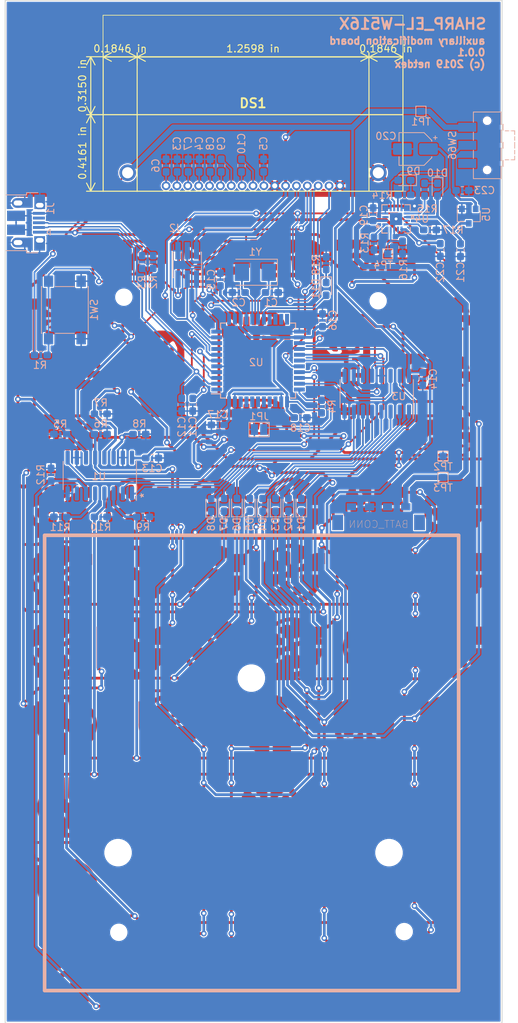
<source format=kicad_pcb>
(kicad_pcb (version 20171130) (host pcbnew 5.1.2)
  (layers (0 F.Cu signal) (31 B.Cu signal) (34 B.Paste user hide) (35 F.Paste user hide) (36 B.SilkS user hide) (37 F.SilkS user hide) (38 B.Mask user) (39 F.Mask user hide) (44 Edge.Cuts user hide))
  (net 0 "")
  (net 1 +3V3)
  (net 2 "Net-(C2-Pad1)")
  (net 3 VBUS)
  (net 4 VCC)
  (net 5 +BATT)
  (net 6 "Net-(D1-Pad1)")
  (net 7 row0)
  (net 8 row1)
  (net 9 row2)
  (net 10 row3)
  (net 11 row4)
  (net 12 row5)
  (net 13 row6)
  (net 14 /lcd_mosi)
  (net 15 /lcd_scl)
  (net 16 /lcd_reg_sel)
  (net 17 /lcd_n_res)
  (net 18 "Net-(J1-Pad4)")
  (net 19 /uc_miso)
  (net 20 /uc_n_reset)
  (net 21 col0)
  (net 22 col1)
  (net 23 col2)
  (net 24 col3)
  (net 25 col4)
  (net 26 col5)
  (net 27 col6)
  (net 28 col7)
  (net 29 /shift_in_pl)
  (net 30 /shift_in_clk)
  (net 31 "Net-(U1-Pad7)")
  (net 32 /shift_in_q7)
  (net 33 "Net-(U2-Pad1)")
  (net 34 "Net-(U2-Pad8)")
  (net 35 "Net-(U2-Pad19)")
  (net 36 "Net-(U2-Pad20)")
  (net 37 "Net-(U2-Pad21)")
  (net 38 "Net-(U2-Pad22)")
  (net 39 /shift_out_n_srclr)
  (net 40 /shift_out_rclk)
  (net 41 /shift_out_srclk)
  (net 42 /shift_out_ser)
  (net 43 "Net-(U2-Pad36)")
  (net 44 "Net-(U2-Pad37)")
  (net 45 "Net-(U2-Pad38)")
  (net 46 "Net-(U2-Pad39)")
  (net 47 "Net-(U2-Pad40)")
  (net 48 "Net-(U2-Pad41)")
  (net 49 "Net-(U2-Pad42)")
  (net 50 "Net-(U3-Pad9)")
  (net 51 "Net-(U4-Pad3)")
  (net 52 "Net-(U4-Pad11)")
  (net 53 "Net-(U4-Pad14)")
  (net 54 "Net-(D2-Pad1)")
  (net 55 "Net-(D3-Pad1)")
  (net 56 "Net-(D4-Pad1)")
  (net 57 "Net-(D5-Pad1)")
  (net 58 "Net-(D6-Pad1)")
  (net 59 "Net-(D7-Pad1)")
  (net 60 "Net-(D8-Pad1)")
  (net 61 "Net-(D9-Pad1)")
  (net 62 "Net-(XB1-Pad4)")
  (net 63 "Net-(XB1-Pad2)")
  (net 64 /D+)
  (net 65 /D-)
  (net 66 /uD+)
  (net 67 /uD-)
  (net 68 "Net-(C1-Pad1)")
  (net 69 GND)
  (net 70 "Net-(C3-Pad2)")
  (net 71 "Net-(C4-Pad2)")
  (net 72 "Net-(C5-Pad2)")
  (net 73 "Net-(C6-Pad2)")
  (net 74 "Net-(C7-Pad2)")
  (net 75 "Net-(C8-Pad2)")
  (net 76 "Net-(C9-Pad1)")
  (net 77 "Net-(C9-Pad2)")
  (net 78 "Net-(C10-Pad1)")
  (net 79 "Net-(C10-Pad2)")
  (net 80 "Net-(C11-Pad1)")
  (net 81 "Net-(C23-Pad1)")
  (net 82 "Net-(D10-Pad1)")
  (net 83 row7)
  (net 84 "Net-(R13-Pad2)")
  (net 85 "Net-(R14-Pad2)")
  (net 86 "Net-(R15-Pad2)")
  (net 87 "Net-(R16-Pad1)")
  (net 88 "Net-(R17-Pad1)")
  (net 89 "Net-(SW66-Pad3)")
  (net 90 "Net-(D11-Pad1)")
  (net 91 "Net-(D11-Pad2)")
  (net 92 "Net-(JP1-Pad1)")
  (module Jumper:SolderJumper-2_P1.3mm_Open_Pad1.0x1.5mm (layer B.Cu) (at 136.367 68.075 180)
    (fp_text reference JP1 (at 0 1.8) (layer B.SilkS) (effects (justify mirror)))
    (fp_text value Jumper_2_Open)
    (pad 2 smd rect (at 0.65 0 180) (size 1 1.5) (layers B.Cu B.Mask) (net 69 GND))
    (pad 1 smd rect (at -0.65 0 180) (size 1 1.5) (layers B.Cu B.Mask) (net 92 "Net-(JP1-Pad1)"))
  )
  (module Package_SO:SOIC-16_3.9x9.9mm_P1.27mm (layer B.Cu) (at 114.381 74.425 90)
    (fp_text reference U1 (at -0.127 -0.127 180) (layer B.SilkS) (effects (justify mirror)))
    (fp_text value SOIC-16_3.9x9.9mm_P1.27mm hide)
    (fp_text user * (at -2.7559 6.1214 90) (layer B.SilkS) (effects (justify mirror)))
    (pad 16 smd roundrect (at 2.475 4.445 90) (size 1.95 0.6) (layers B.Cu B.Paste B.Mask) (net 1 +3V3))
    (pad 15 smd roundrect (at 2.475 3.175 90) (size 1.95 0.6) (layers B.Cu B.Paste B.Mask) (net 69 GND))
    (pad 14 smd roundrect (at 2.475 1.905 90) (size 1.95 0.6) (layers B.Cu B.Paste B.Mask) (net 10 row3))
    (pad 13 smd roundrect (at 2.475 0.635 90) (size 1.95 0.6) (layers B.Cu B.Paste B.Mask) (net 9 row2))
    (pad 12 smd roundrect (at 2.475 -0.635 90) (size 1.95 0.6) (layers B.Cu B.Paste B.Mask) (net 8 row1))
    (pad 11 smd roundrect (at 2.475 -1.905 90) (size 1.95 0.6) (layers B.Cu B.Paste B.Mask) (net 7 row0))
    (pad 10 smd roundrect (at 2.475 -3.175 90) (size 1.95 0.6) (layers B.Cu B.Paste B.Mask) (net 69 GND))
    (pad 9 smd roundrect (at 2.475 -4.445 90) (size 1.95 0.6) (layers B.Cu B.Paste B.Mask) (net 32 /shift_in_q7))
    (pad 8 smd roundrect (at -2.475 -4.445 90) (size 1.95 0.6) (layers B.Cu B.Paste B.Mask) (net 69 GND))
    (pad 7 smd roundrect (at -2.475 -3.175 90) (size 1.95 0.6) (layers B.Cu B.Paste B.Mask) (net 31 "Net-(U1-Pad7)"))
    (pad 6 smd roundrect (at -2.475 -1.905 90) (size 1.95 0.6) (layers B.Cu B.Paste B.Mask) (net 83 row7))
    (pad 5 smd roundrect (at -2.475 -0.635 90) (size 1.95 0.6) (layers B.Cu B.Paste B.Mask) (net 13 row6))
    (pad 4 smd roundrect (at -2.475 0.635 90) (size 1.95 0.6) (layers B.Cu B.Paste B.Mask) (net 12 row5))
    (pad 3 smd roundrect (at -2.475 1.905 90) (size 1.95 0.6) (layers B.Cu B.Paste B.Mask) (net 11 row4))
    (pad 2 smd roundrect (at -2.475 3.175 90) (size 1.95 0.6) (layers B.Cu B.Paste B.Mask) (net 30 /shift_in_clk))
    (pad 1 smd roundrect (at -2.475 4.445 90) (size 1.95 0.6) (layers B.Cu B.Paste B.Mask) (net 29 /shift_in_pl))
  )
  (module Diode_SMD:D_0603_1608Metric_Pad1.05x0.95mm_HandSolder (layer B.Cu) (at 145.623 48.658 270)
    (fp_text reference D11 (at 0 1.43 90) (layer B.SilkS) (effects (justify mirror)))
    (fp_text value LED)
    (pad 2 smd roundrect (at 0.875 0 270) (size 1.05 0.95) (layers B.Cu B.Paste B.Mask) (net 91 "Net-(D11-Pad2)"))
    (pad 1 smd roundrect (at -0.875 0 270) (size 1.05 0.95) (layers B.Cu B.Paste B.Mask) (net 90 "Net-(D11-Pad1)"))
  )
  (module Resistor_SMD:R_0603_1608Metric_Pad1.05x0.95mm_HandSolder (layer B.Cu) (at 145.623 45.102 90)
    (fp_text reference R18 (at -0.24 -1.397 90) (layer B.SilkS) (effects (justify mirror)))
    (fp_text value 1k)
    (pad 2 smd roundrect (at 0.875 0 90) (size 1.05 0.95) (layers B.Cu B.Paste B.Mask) (net 69 GND))
    (pad 1 smd roundrect (at -0.875 0 90) (size 1.05 0.95) (layers B.Cu B.Paste B.Mask) (net 90 "Net-(D11-Pad1)"))
  )
  (module NHD-C12832A1Z-FSW-FBW-3V3:NHDC12832A1ZFSWFBW3V3 (layer F.Cu) (at 123.525 34.42)
    (fp_text reference DS1 (at 12 -11.4) (layer F.SilkS) (effects (font (size 1.27 1.27) (thickness 0.254))))
    (fp_text value NHD-C12832A1Z-FSW-FBW-3V3 hide)
    (pad 1 thru_hole circle (at 0 0) (size 1.2 1.2) (drill 0.7) (layers *.Cu *.Mask) (net 73 "Net-(C6-Pad2)"))
    (pad 2 thru_hole circle (at 1.5 0) (size 1.2 1.2) (drill 0.7) (layers *.Cu *.Mask) (net 70 "Net-(C3-Pad2)"))
    (pad 3 thru_hole circle (at 3 0) (size 1.2 1.2) (drill 0.7) (layers *.Cu *.Mask) (net 74 "Net-(C7-Pad2)"))
    (pad 4 thru_hole circle (at 4.5 0) (size 1.2 1.2) (drill 0.7) (layers *.Cu *.Mask) (net 71 "Net-(C4-Pad2)"))
    (pad 5 thru_hole circle (at 6 0) (size 1.2 1.2) (drill 0.7) (layers *.Cu *.Mask) (net 75 "Net-(C8-Pad2)"))
    (pad 6 thru_hole circle (at 7.5 0) (size 1.2 1.2) (drill 0.7) (layers *.Cu *.Mask) (net 76 "Net-(C9-Pad1)"))
    (pad 7 thru_hole circle (at 9 0) (size 1.2 1.2) (drill 0.7) (layers *.Cu *.Mask) (net 77 "Net-(C9-Pad2)"))
    (pad 8 thru_hole circle (at 10.5 0) (size 1.2 1.2) (drill 0.7) (layers *.Cu *.Mask) (net 78 "Net-(C10-Pad1)"))
    (pad 9 thru_hole circle (at 12 0) (size 1.2 1.2) (drill 0.7) (layers *.Cu *.Mask) (net 79 "Net-(C10-Pad2)"))
    (pad 10 thru_hole circle (at 13.5 0) (size 1.2 1.2) (drill 0.7) (layers *.Cu *.Mask) (net 72 "Net-(C5-Pad2)"))
    (pad 11 thru_hole circle (at 15 0) (size 1.2 1.2) (drill 0.7) (layers *.Cu *.Mask) (net 69 GND))
    (pad 12 thru_hole circle (at 16.5 0) (size 1.2 1.2) (drill 0.7) (layers *.Cu *.Mask) (net 1 +3V3))
    (pad 13 thru_hole circle (at 18 0) (size 1.2 1.2) (drill 0.7) (layers *.Cu *.Mask) (net 14 /lcd_mosi))
    (pad 14 thru_hole circle (at 19.5 0) (size 1.2 1.2) (drill 0.7) (layers *.Cu *.Mask) (net 15 /lcd_scl))
    (pad 15 thru_hole circle (at 21 0) (size 1.2 1.2) (drill 0.7) (layers *.Cu *.Mask) (net 16 /lcd_reg_sel))
    (pad 16 thru_hole circle (at 22.5 0) (size 1.2 1.2) (drill 0.7) (layers *.Cu *.Mask) (net 17 /lcd_n_res))
    (pad 17 thru_hole circle (at 24 0) (size 1.2 1.2) (drill 0.7) (layers *.Cu *.Mask) (net 69 GND))
    (pad MH1 thru_hole circle (at -5.3 -1.8) (size 2.31 2.31) (drill 1.54) (layers *.Cu *.Mask) (net 1 +3V3))
    (pad MH2 thru_hole circle (at 29.3 -1.8) (size 2.31 2.31) (drill 1.54) (layers *.Cu *.Mask) (net 69 GND))
  )
  (module MountingHole:MountingHole_2.1mm (layer F.Cu) (at 152.8 50.3)
    (fp_text reference REF** hide)
    (fp_text value MountingHole_2.1mm)
    (pad "" np_thru_hole circle (at 0 0) (size 2.1 2.1) (drill 2.1) (layers *.Cu *.Mask))
  )
  (module MountingHole:MountingHole_2.1mm (layer F.Cu) (at 117.7 49.8)
    (fp_text reference REF** hide)
    (fp_text value MountingHole_2.1mm)
    (pad "" np_thru_hole circle (at 0 0) (size 2.1 2.1) (drill 2.1) (layers *.Cu *.Mask))
  )
  (module pcb_buttons:btn_circular (layer F.Cu) (at 119.334 88.268)
    (fp_text reference SW51 hide)
    (fp_text value SW_Push hide)
    (pad 1 smd custom (at 3.77 -2.12) (size 1.524 1.524) (layers F.Cu F.Mask) (net 8 row1) (options (clearance outline) (anchor rect)) (primitives (gr_poly (pts (xy -4.345105 -1.054097) (xy -4.30998 -1.052707) (xy -4.283433 -1.049835) (xy -4.261567 -1.045029) (xy -4.240482 -1.037838) (xy -4.236858 -1.036411) (xy -4.172755 -1.006984) (xy -4.123592 -0.975379) (xy -4.087948 -0.94034) (xy -4.0644 -0.900608) (xy -4.056153 -0.876533) (xy -4.051189 -0.857599) (xy -4.046852 -0.839301) (xy -4.043099 -0.820439) (xy -4.039888 -0.799815) (xy -4.037176 -0.776231) (xy -4.03492 -0.748487) (xy -4.033078 -0.715384) (xy -4.031607 -0.675724) (xy -4.030464 -0.628308) (xy -4.029607 -0.571936) (xy -4.028993 -0.505411) (xy -4.028579 -0.427533) (xy -4.028323 -0.337103) (xy -4.028182 -0.232923) (xy -4.028114 -0.113793) (xy -4.028105 -0.088161) (xy -4.027991 0.043355) (xy -4.02773 0.159322) (xy -4.027309 0.260578) (xy -4.026715 0.347961) (xy -4.025938 0.422307) (xy -4.024965 0.484455) (xy -4.023784 0.535242) (xy -4.022382 0.575506) (xy -4.020748 0.606085) (xy -4.018869 0.627815) (xy -4.017618 0.636968) (xy -3.991084 0.755663) (xy -3.952971 0.866612) (xy -3.904151 0.968948) (xy -3.845503 1.061808) (xy -3.7779 1.144328) (xy -3.702218 1.215644) (xy -3.619333 1.27489) (xy -3.530121 1.321202) (xy -3.435456 1.353717) (xy -3.336214 1.371569) (xy -3.270193 1.374901) (xy -3.182926 1.371145) (xy -3.104846 1.359086) (xy -3.03043 1.337643) (xy -2.982425 1.318604) (xy -2.932305 1.293357) (xy -2.872094 1.257083) (xy -2.802958 1.210664) (xy -2.726062 1.154982) (xy -2.642574 1.090918) (xy -2.553658 1.019354) (xy -2.46048 0.941172) (xy -2.364207 0.857253) (xy -2.319394 0.81714) (xy -2.230093 0.735282) (xy -2.131429 0.64255) (xy -2.024839 0.540391) (xy -1.911764 0.430255) (xy -1.793642 0.313588) (xy -1.671913 0.19184) (xy -1.548014 0.066457) (xy -1.423386 -0.061111) (xy -1.299467 -0.189417) (xy -1.177696 -0.317013) (xy -1.059512 -0.442451) (xy -0.946355 -0.564282) (xy -0.943259 -0.567642) (xy -0.908019 -0.605483) (xy -0.872756 -0.642616) (xy -0.840578 -0.675817) (xy -0.814597 -0.70186) (xy -0.804147 -0.711897) (xy -0.759227 -0.75389) (xy -0.706725 -0.697183) (xy -0.539597 -0.504684) (xy -0.384829 -0.301864) (xy -0.242841 -0.089627) (xy -0.114055 0.131125) (xy 0.00111 0.359488) (xy 0.102232 0.594559) (xy 0.188892 0.835433) (xy 0.260668 1.081208) (xy 0.317139 1.33098) (xy 0.357886 1.583845) (xy 0.358867 1.591516) (xy 0.363954 1.634588) (xy 0.367624 1.671734) (xy 0.369641 1.700009) (xy 0.369772 1.716469) (xy 0.369055 1.719351) (xy 0.360001 1.720354) (xy 0.335583 1.721473) (xy 0.296824 1.722695) (xy 0.244745 1.724007) (xy 0.180369 1.725395) (xy 0.104719 1.726846) (xy 0.018816 1.728347) (xy -0.076316 1.729884) (xy -0.179655 1.731444) (xy -0.290178 1.733013) (xy -0.406865 1.734579) (xy -0.528691 1.736127) (xy -0.654634 1.737645) (xy -0.783673 1.739119) (xy -0.914784 1.740536) (xy -1.046945 1.741882) (xy -1.179134 1.743144) (xy -1.310329 1.744308) (xy -1.439506 1.745362) (xy -1.565644 1.746292) (xy -1.68772 1.747084) (xy -1.799451 1.747699) (xy -1.90621 1.748281) (xy -2.00922 1.748939) (xy -2.107168 1.749661) (xy -2.198741 1.750431) (xy -2.282626 1.751236) (xy -2.357507 1.752062) (xy -2.422072 1.752894) (xy -2.475007 1.753719) (xy -2.514998 1.754522) (xy -2.540732 1.755289) (xy -2.54896 1.755741) (xy -2.631429 1.770856) (xy -2.712179 1.801164) (xy -2.788903 1.845485) (xy -2.85929 1.902637) (xy -2.883397 1.926939) (xy -2.924874 1.975361) (xy -2.967851 2.032779) (xy -3.010465 2.096045) (xy -3.050852 2.16201) (xy -3.087151 2.227524) (xy -3.117499 2.289441) (xy -3.140032 2.34461) (xy -3.1503 2.378097) (xy -3.165814 2.470072) (xy -3.166983 2.563851) (xy -3.153628 2.660105) (xy -3.125571 2.759506) (xy -3.082634 2.862725) (xy -3.024637 2.970434) (xy -2.970217 3.055948) (xy -2.93941 3.100505) (xy -2.907718 3.144049) (xy -2.873991 3.187887) (xy -2.837078 3.233326) (xy -2.795829 3.281672) (xy -2.749094 3.334231) (xy -2.695721 3.392312) (xy -2.634562 3.457219) (xy -2.564465 3.530261) (xy -2.484279 3.612743) (xy -2.441653 3.656291) (xy -2.365175 3.734752) (xy -2.2995 3.803312) (xy -2.243541 3.863346) (xy -2.19621 3.916227) (xy -2.15642 3.963331) (xy -2.123085 4.006033) (xy -2.095116 4.045708) (xy -2.071427 4.08373) (xy -2.05093 4.121475) (xy -2.032538 4.160317) (xy -2.020176 4.18928) (xy -2.008789 4.219242) (xy -2.001736 4.245536) (xy -1.998002 4.274087) (xy -1.996574 4.310821) (xy -1.996425 4.328162) (xy -1.996648 4.366882) (xy -1.99845 4.39483) (xy -2.002976 4.417617) (xy -2.011369 4.440853) (xy -2.024775 4.470146) (xy -2.025862 4.472426) (xy -2.065593 4.538905) (xy -2.120379 4.6033) (xy -2.190402 4.665727) (xy -2.275842 4.726299) (xy -2.376882 4.785134) (xy -2.493702 4.842345) (xy -2.626484 4.898049) (xy -2.77541 4.952361) (xy -2.786774 4.956225) (xy -2.913234 4.996346) (xy -3.02705 5.026756) (xy -3.128718 5.04754) (xy -3.218735 5.05878) (xy -3.297597 5.060558) (xy -3.3658 5.052957) (xy -3.366693 5.052782) (xy -3.415399 5.036975) (xy -3.462154 5.01078) (xy -3.501004 4.977837) (xy -3.513312 4.963162) (xy -3.532916 4.93136) (xy -3.5499 4.891617) (xy -3.564948 4.841722) (xy -3.578747 4.779467) (xy -3.589658 4.717355) (xy -3.595064 4.680668) (xy -3.599335 4.643786) (xy -3.60246 4.60509) (xy -3.604428 4.562963) (xy -3.605229 4.51579) (xy -3.60485 4.461952) (xy -3.60328 4.399833) (xy -3.600509 4.327816) (xy -3.596526 4.244283) (xy -3.591319 4.147618) (xy -3.584994 4.03818) (xy -3.578559 3.924452) (xy -3.573587 3.825025) (xy -3.57001 3.737884) (xy -3.567763 3.661015) (xy -3.566778 3.592403) (xy -3.566987 3.530034) (xy -3.56734 3.508807) (xy -3.568568 3.451316) (xy -3.56989 3.406949) (xy -3.571716 3.372447) (xy -3.574454 3.344549) (xy -3.578515 3.319996) (xy -3.584307 3.295529) (xy -3.592239 3.267886) (xy -3.601293 3.23842) (xy -3.643037 3.116855) (xy -3.688533 3.010354) (xy -3.738533 2.917869) (xy -3.793792 2.838352) (xy -3.855061 2.770758) (xy -3.923093 2.714038) (xy -3.998643 2.667145) (xy -4.019903 2.65629) (xy -4.079497 2.630194) (xy -4.137249 2.612089) (xy -4.197535 2.601184) (xy -4.26473 2.596687) (xy -4.343193 2.597806) (xy -4.455203 2.608203) (xy -4.564438 2.629178) (xy -4.668159 2.659851) (xy -4.763629 2.699346) (xy -4.84811 2.746784) (xy -4.882109 2.770713) (xy -4.897208 2.783486) (xy -4.922727 2.806654) (xy -4.95746 2.839064) (xy -5.000201 2.879562) (xy -5.049744 2.926994) (xy -5.104884 2.980206) (xy -5.164414 3.038044) (xy -5.227129 3.099356) (xy -5.28383 3.155104) (xy -5.388043 3.257536) (xy -5.481743 3.348951) (xy -5.565794 3.430127) (xy -5.641058 3.501844) (xy -5.708399 3.564879) (xy -5.76868 3.620012) (xy -5.822763 3.668021) (xy -5.871511 3.709685) (xy -5.915788 3.745783) (xy -5.956456 3.777092) (xy -5.994378 3.804393) (xy -6.029257 3.827716) (xy -6.083141 3.85954) (xy -6.129011 3.87963) (xy -6.169718 3.888523) (xy -6.208112 3.886752) (xy -6.247045 3.874853) (xy -6.25701 3.870444) (xy -6.295895 3.847717) (xy -6.334925 3.815389) (xy -6.374409 3.772874) (xy -6.414657 3.719584) (xy -6.455979 3.654933) (xy -6.498684 3.578335) (xy -6.543083 3.489203) (xy -6.589485 3.386951) (xy -6.6382 3.270992) (xy -6.689537 3.140739) (xy -6.743807 2.995607) (xy -6.796313 2.849226) (xy -6.821547 2.776835) (xy -6.841493 2.717329) (xy -6.856745 2.668299) (xy -6.8679 2.627334) (xy -6.87555 2.592026) (xy -6.880292 2.559964) (xy -6.882719 2.528739) (xy -6.883427 2.496315) (xy -6.880511 2.438098) (xy -6.870557 2.390896) (xy -6.852088 2.350307) (xy -6.82363 2.311933) (xy -6.820394 2.308289) (xy -6.7838 2.272671) (xy -6.743362 2.244508) (xy -6.694341 2.220869) (xy -6.655903 2.206636) (xy -6.618892 2.195047) (xy -6.579628 2.184915) (xy -6.53688 2.176161) (xy -6.489419 2.168706) (xy -6.436014 2.16247) (xy -6.375436 2.157375) (xy -6.306454 2.15334) (xy -6.22784 2.150286) (xy -6.138362 2.148135) (xy -6.036792 2.146806) (xy -5.921899 2.146221) (xy -5.792454 2.146301) (xy -5.724161 2.146554) (xy -5.622763 2.146971) (xy -5.536234 2.147206) (xy -5.46306 2.147224) (xy -5.401725 2.146991) (xy -5.350711 2.146472) (xy -5.308503 2.145633) (xy -5.273585 2.14444) (xy -5.24444 2.142858) (xy -5.219553 2.140853) (xy -5.197407 2.13839) (xy -5.176487 2.135436) (xy -5.167 2.133926) (xy -5.038568 2.108602) (xy -4.924768 2.076974) (xy -4.825009 2.038807) (xy -4.738701 1.993865) (xy -4.665255 1.941913) (xy -4.647656 1.926747) (xy -4.614737 1.893115) (xy -4.579244 1.850148) (xy -4.54405 1.802004) (xy -4.51203 1.752841) (xy -4.486056 1.706816) (xy -4.469127 1.668445) (xy -4.444014 1.575246) (xy -4.430371 1.475745) (xy -4.428021 1.373484) (xy -4.436792 1.272002) (xy -4.456509 1.174841) (xy -4.486998 1.085542) (xy -4.499132 1.058936) (xy -4.521455 1.017678) (xy -4.550078 0.97282) (xy -4.585689 0.923584) (xy -4.628974 0.869191) (xy -4.680618 0.808865) (xy -4.741309 0.741826) (xy -4.811732 0.667297) (xy -4.892574 0.584501) (xy -4.984521 0.492659) (xy -5.08826 0.390993) (xy -5.08974 0.389554) (xy -5.195945 0.285415) (xy -5.290064 0.19122) (xy -5.372593 0.106418) (xy -5.44403 0.030456) (xy -5.504871 -0.037219) (xy -5.555615 -0.097157) (xy -5.596757 -0.149912) (xy -5.628795 -0.196036) (xy -5.651297 -0.2343) (xy -5.666584 -0.264722) (xy -5.675103 -0.287198) (xy -5.678328 -0.307948) (xy -5.677735 -0.333189) (xy -5.677018 -0.342749) (xy -5.666357 -0.399901) (xy -5.643097 -0.451805) (xy -5.605677 -0.501596) (xy -5.589419 -0.518633) (xy -5.566792 -0.540027) (xy -5.541967 -0.560895) (xy -5.513503 -0.582091) (xy -5.479961 -0.604464) (xy -5.4399 -0.628869) (xy -5.39188 -0.656156) (xy -5.334461 -0.687178) (xy -5.266201 -0.722786) (xy -5.185661 -0.763832) (xy -5.113719 -0.800007) (xy -5.010677 -0.851282) (xy -4.920548 -0.895312) (xy -4.841819 -0.93263) (xy -4.77298 -0.963769) (xy -4.712519 -0.989263) (xy -4.658926 -1.009645) (xy -4.610689 -1.025448) (xy -4.566297 -1.037206) (xy -4.524238 -1.045451) (xy -4.483002 -1.050718) (xy -4.441077 -1.053539) (xy -4.396953 -1.054449) (xy -4.392709 -1.054455) (xy -4.345105 -1.054097)) (width 0.01))))
    (pad 2 smd custom (at -2.46 3.4) (size 1.524 1.524) (layers F.Cu F.Mask) (net 59 "Net-(D7-Pad1)") (options (clearance outline) (anchor rect)) (primitives (gr_poly (pts (xy 2.723379 -7.55385) (xy 2.981671 -7.529427) (xy 3.236951 -7.489144) (xy 3.488593 -7.433215) (xy 3.735971 -7.361856) (xy 3.978461 -7.275283) (xy 4.215436 -7.173711) (xy 4.446271 -7.057356) (xy 4.670341 -6.926434) (xy 4.88702 -6.78116) (xy 5.022533 -6.67997) (xy 5.050483 -6.657583) (xy 5.072803 -6.638492) (xy 5.086771 -6.625102) (xy 5.090129 -6.620291) (xy 5.088848 -6.617634) (xy 5.08471 -6.612041) (xy 5.077269 -6.603038) (xy 5.066083 -6.590145) (xy 5.050708 -6.572888) (xy 5.0307 -6.550788) (xy 5.005614 -6.52337) (xy 4.975007 -6.490155) (xy 4.938435 -6.450668) (xy 4.895455 -6.40443) (xy 4.845622 -6.350966) (xy 4.788492 -6.289799) (xy 4.723622 -6.220451) (xy 4.650568 -6.142445) (xy 4.568886 -6.055305) (xy 4.478131 -5.958554) (xy 4.377861 -5.851715) (xy 4.26763 -5.734311) (xy 4.146997 -5.605865) (xy 4.033701 -5.485258) (xy 3.927404 -5.372089) (xy 3.831709 -5.27021) (xy 3.745966 -5.178996) (xy 3.669527 -5.097823) (xy 3.601743 -5.026066) (xy 3.541964 -4.9631) (xy 3.489542 -4.908302) (xy 3.443826 -4.861046) (xy 3.404168 -4.820707) (xy 3.369919 -4.786663) (xy 3.340429 -4.758287) (xy 3.31505 -4.734956) (xy 3.293131 -4.716045) (xy 3.274025 -4.700929) (xy 3.257082 -4.688984) (xy 3.241652 -4.679585) (xy 3.227086 -4.672108) (xy 3.212736 -4.665929) (xy 3.197951 -4.660422) (xy 3.182084 -4.654964) (xy 3.164484 -4.648929) (xy 3.164272 -4.648855) (xy 3.078687 -4.624977) (xy 2.998809 -4.614959) (xy 2.925423 -4.618696) (xy 2.859313 -4.636081) (xy 2.801263 -4.667006) (xy 2.758661 -4.704054) (xy 2.722494 -4.750748) (xy 2.69219 -4.807587) (xy 2.667685 -4.875163) (xy 2.648918 -4.954073) (xy 2.635825 -5.04491) (xy 2.628344 -5.148269) (xy 2.626413 -5.264744) (xy 2.629969 -5.39493) (xy 2.63895 -5.539421) (xy 2.653292 -5.698812) (xy 2.653657 -5.702387) (xy 2.657137 -5.743518) (xy 2.660596 -5.797324) (xy 2.663856 -5.860095) (xy 2.666741 -5.928117) (xy 2.669072 -5.997681) (xy 2.670477 -6.054709) (xy 2.671686 -6.161447) (xy 2.670621 -6.254144) (xy 2.667112 -6.33501) (xy 2.660989 -6.406256) (xy 2.652082 -6.470092) (xy 2.640222 -6.528728) (xy 2.631419 -6.563052) (xy 2.596518 -6.662706) (xy 2.550466 -6.75041) (xy 2.493461 -6.826033) (xy 2.425699 -6.889446) (xy 2.34738 -6.940519) (xy 2.258701 -6.979124) (xy 2.159859 -7.00513) (xy 2.051053 -7.018408) (xy 1.935613 -7.018978) (xy 1.836529 -7.011028) (xy 1.734543 -6.996002) (xy 1.628117 -6.973459) (xy 1.515714 -6.942958) (xy 1.395796 -6.904057) (xy 1.266827 -6.856314) (xy 1.127269 -6.79929) (xy 1.042516 -6.762517) (xy 0.877616 -6.686742) (xy 0.728804 -6.612269) (xy 0.595846 -6.538921) (xy 0.478511 -6.466521) (xy 0.376565 -6.394892) (xy 0.289775 -6.323858) (xy 0.21791 -6.253242) (xy 0.160736 -6.182868) (xy 0.11802 -6.112559) (xy 0.08953 -6.042139) (xy 0.08839 -6.038322) (xy 0.080714 -5.999812) (xy 0.07629 -5.951607) (xy 0.075271 -5.900104) (xy 0.07781 -5.8517) (xy 0.083079 -5.816881) (xy 0.102392 -5.747686) (xy 0.12955 -5.677746) (xy 0.165402 -5.605699) (xy 0.210798 -5.530186) (xy 0.266585 -5.449845) (xy 0.333612 -5.363315) (xy 0.412727 -5.269237) (xy 0.45339 -5.223079) (xy 0.479665 -5.194577) (xy 0.516166 -5.156371) (xy 0.561265 -5.110068) (xy 0.613332 -5.057276) (xy 0.670738 -4.999604) (xy 0.731855 -4.93866) (xy 0.795052 -4.876052) (xy 0.858702 -4.813388) (xy 0.921174 -4.752276) (xy 0.98084 -4.694325) (xy 1.036072 -4.641142) (xy 1.085239 -4.594336) (xy 1.126713 -4.555516) (xy 1.158864 -4.526288) (xy 1.162331 -4.523227) (xy 1.233581 -4.455696) (xy 1.293688 -4.388479) (xy 1.341504 -4.323085) (xy 1.375875 -4.261027) (xy 1.39019 -4.224066) (xy 1.40195 -4.162875) (xy 1.401249 -4.098376) (xy 1.388484 -4.036339) (xy 1.374969 -4.002226) (xy 1.337991 -3.944111) (xy 1.286905 -3.891098) (xy 1.223546 -3.844482) (xy 1.149744 -3.80556) (xy 1.067334 -3.775627) (xy 1.046613 -3.76996) (xy 1.009644 -3.760642) (xy 0.97571 -3.752663) (xy 0.943224 -3.745928) (xy 0.910599 -3.740339) (xy 0.876248 -3.7358) (xy 0.838585 -3.732215) (xy 0.796021 -3.729486) (xy 0.746971 -3.727518) (xy 0.689848 -3.726213) (xy 0.623064 -3.725475) (xy 0.545033 -3.725207) (xy 0.454167 -3.725313) (xy 0.348881 -3.725696) (xy 0.321484 -3.725818) (xy 0.216397 -3.726126) (xy 0.117857 -3.726083) (xy 0.027278 -3.725704) (xy -0.053931 -3.725005) (xy -0.124358 -3.724003) (xy -0.18259 -3.722711) (xy -0.227218 -3.721147) (xy -0.256161 -3.719385) (xy -0.4018 -3.701775) (xy -0.53343 -3.675663) (xy -0.651053 -3.641048) (xy -0.754668 -3.597929) (xy -0.844278 -3.546306) (xy -0.919883 -3.486178) (xy -0.981485 -3.417543) (xy -1.029083 -3.340401) (xy -1.06268 -3.25475) (xy -1.082276 -3.160591) (xy -1.087872 -3.057921) (xy -1.07947 -2.94674) (xy -1.079074 -2.943802) (xy -1.071956 -2.900056) (xy -1.061497 -2.849601) (xy -1.04737 -2.791297) (xy -1.029248 -2.724002) (xy -1.006806 -2.646573) (xy -0.979717 -2.557871) (xy -0.947656 -2.456752) (xy -0.910297 -2.342076) (xy -0.887449 -2.273043) (xy -0.834812 -2.120313) (xy -0.783471 -1.982929) (xy -0.732948 -1.859949) (xy -0.682764 -1.750427) (xy -0.632443 -1.653419) (xy -0.581506 -1.567982) (xy -0.529475 -1.493171) (xy -0.475874 -1.428043) (xy -0.441625 -1.392094) (xy -0.404659 -1.357132) (xy -0.368686 -1.327187) (xy -0.330938 -1.300644) (xy -0.288649 -1.275888) (xy -0.239051 -1.251301) (xy -0.179374 -1.225269) (xy -0.106853 -1.196174) (xy -0.10458 -1.195287) (xy -0.051261 -1.174698) (xy -0.010278 -1.159501) (xy 0.021206 -1.148895) (xy 0.046028 -1.142081) (xy 0.067024 -1.138259) (xy 0.087031 -1.136629) (xy 0.104355 -1.136365) (xy 0.135746 -1.138164) (xy 0.168128 -1.143773) (xy 0.202278 -1.153759) (xy 0.238974 -1.16869) (xy 0.278991 -1.189131) (xy 0.323109 -1.215651) (xy 0.372103 -1.248816) (xy 0.42675 -1.289193) (xy 0.487829 -1.337349) (xy 0.556115 -1.393851) (xy 0.632386 -1.459266) (xy 0.71742 -1.53416) (xy 0.811992 -1.619101) (xy 0.916881 -1.714656) (xy 0.993355 -1.784935) (xy 1.051315 -1.838899) (xy 1.11745 -1.901404) (xy 1.188473 -1.969284) (xy 1.261094 -2.03937) (xy 1.332024 -2.108497) (xy 1.397974 -2.173496) (xy 1.429917 -2.205322) (xy 1.49592 -2.270913) (xy 1.553175 -2.326826) (xy 1.601215 -2.372623) (xy 1.639572 -2.407871) (xy 1.667781 -2.432131) (xy 1.685375 -2.44497) (xy 1.688014 -2.446323) (xy 1.710345 -2.452857) (xy 1.743091 -2.458712) (xy 1.780283 -2.462892) (xy 1.792226 -2.463718) (xy 1.876692 -2.461413) (xy 1.954157 -2.444889) (xy 2.023648 -2.414792) (xy 2.084189 -2.371772) (xy 2.134805 -2.316477) (xy 2.174522 -2.249555) (xy 2.195502 -2.195548) (xy 2.200481 -2.1775) (xy 2.204007 -2.157932) (xy 2.206218 -2.13407) (xy 2.207251 -2.103138) (xy 2.207242 -2.062362) (xy 2.206329 -2.008968) (xy 2.205817 -1.986613) (xy 2.205088 -1.947128) (xy 2.20442 -1.893424) (xy 2.203824 -1.827666) (xy 2.203313 -1.752021) (xy 2.202898 -1.668655) (xy 2.20259 -1.579736) (xy 2.202401 -1.487431) (xy 2.202343 -1.393905) (xy 2.202371 -1.343419) (xy 2.20265 -1.222721) (xy 2.203291 -1.116897) (xy 2.204369 -1.02444) (xy 2.205963 -0.943839) (xy 2.208149 -0.873585) (xy 2.211005 -0.812169) (xy 2.214609 -0.75808) (xy 2.219037 -0.709811) (xy 2.224367 -0.66585) (xy 2.230676 -0.62469) (xy 2.238041 -0.58482) (xy 2.24229 -0.564214) (xy 2.253103 -0.527561) (xy 2.271333 -0.481168) (xy 2.29514 -0.428816) (xy 2.322682 -0.374287) (xy 2.352119 -0.321364) (xy 2.381612 -0.273827) (xy 2.388762 -0.26325) (xy 2.447818 -0.190547) (xy 2.515452 -0.13133) (xy 2.591781 -0.08558) (xy 2.676919 -0.053278) (xy 2.77098 -0.034404) (xy 2.874078 -0.028939) (xy 2.98633 -0.036862) (xy 3.107849 -0.058156) (xy 3.238751 -0.092799) (xy 3.291645 -0.109683) (xy 3.357479 -0.132799) (xy 3.425108 -0.159019) (xy 3.496777 -0.189343) (xy 3.574736 -0.224775) (xy 3.661229 -0.266316) (xy 3.758505 -0.314968) (xy 3.803742 -0.338085) (xy 3.94357 -0.410462) (xy 4.069171 -0.476658) (xy 4.181297 -0.537138) (xy 4.280699 -0.592367) (xy 4.36813 -0.64281) (xy 4.444342 -0.688932) (xy 4.510085 -0.731199) (xy 4.566113 -0.770076) (xy 4.613176 -0.806028) (xy 4.652026 -0.839521) (xy 4.683416 -0.871018) (xy 4.703493 -0.894876) (xy 4.733221 -0.937225) (xy 4.752119 -0.975152) (xy 4.762265 -1.01433) (xy 4.765739 -1.06043) (xy 4.765793 -1.064838) (xy 4.764202 -1.103632) (xy 4.758223 -1.143245) (xy 4.747052 -1.186227) (xy 4.729882 -1.23513) (xy 4.705908 -1.292504) (xy 4.674326 -1.3609) (xy 4.668473 -1.373119) (xy 4.624676 -1.461394) (xy 4.58328 -1.538404) (xy 4.541702 -1.608494) (xy 4.497356 -1.676009) (xy 4.447659 -1.745295) (xy 4.444901 -1.749) (xy 4.423683 -1.777353) (xy 4.403817 -1.803564) (xy 4.384457 -1.828572) (xy 4.364757 -1.853319) (xy 4.343871 -1.878745) (xy 4.320952 -1.905789) (xy 4.295154 -1.935393) (xy 4.265632 -1.968497) (xy 4.231538 -2.00604) (xy 4.192027 -2.048964) (xy 4.146253 -2.098209) (xy 4.093369 -2.154714) (xy 4.032529 -2.219421) (xy 3.962887 -2.29327) (xy 3.883597 -2.377201) (xy 3.801066 -2.464485) (xy 3.73171 -2.539301) (xy 3.668404 -2.610558) (xy 3.612473 -2.676659) (xy 3.565244 -2.736009) (xy 3.528045 -2.787012) (xy 3.510343 -2.814161) (xy 3.494235 -2.842385) (xy 3.484712 -2.866134) (xy 3.479715 -2.892431) (xy 3.477243 -2.927012) (xy 3.475998 -2.968061) (xy 3.477671 -3.000139) (xy 3.483759 -3.027273) (xy 3.495763 -3.053491) (xy 3.515179 -3.082821) (xy 3.543506 -3.11929) (xy 3.553273 -3.131371) (xy 3.598436 -3.184115) (xy 3.638493 -3.224213) (xy 3.675742 -3.253638) (xy 3.712478 -3.274365) (xy 3.72656 -3.280285) (xy 3.742747 -3.28642) (xy 3.758506 -3.292008) (xy 3.774609 -3.297058) (xy 3.791823 -3.301581) (xy 3.810919 -3.305587) (xy 3.832667 -3.309087) (xy 3.857836 -3.31209) (xy 3.887195 -3.314608) (xy 3.921515 -3.31665) (xy 3.961565 -3.318227) (xy 4.008114 -3.319349) (xy 4.061933 -3.320026) (xy 4.123792 -3.320269) (xy 4.194458 -3.320088) (xy 4.274703 -3.319493) (xy 4.365296 -3.318494) (xy 4.467007 -3.317103) (xy 4.580605 -3.315328) (xy 4.70686 -3.313181) (xy 4.846542 -3.310671) (xy 5.00042 -3.30781) (xy 5.169264 -3.304607) (xy 5.323666 -3.301651) (xy 5.467928 -3.298868) (xy 5.607704 -3.296142) (xy 5.742121 -3.293489) (xy 5.870302 -3.290929) (xy 5.991372 -3.288481) (xy 6.104457 -3.286162) (xy 6.208681 -3.283991) (xy 6.303168 -3.281987) (xy 6.387045 -3.280169) (xy 6.459435 -3.278554) (xy 6.519463 -3.277161) (xy 6.566255 -3.276009) (xy 6.598935 -3.275115) (xy 6.616627 -3.2745) (xy 6.619684 -3.274273) (xy 6.620059 -3.265651) (xy 6.619434 -3.243493) (xy 6.617929 -3.21061) (xy 6.615669 -3.169815) (xy 6.613907 -3.141254) (xy 6.589121 -2.87857) (xy 6.548686 -2.620745) (xy 6.492591 -2.367735) (xy 6.420823 -2.119495) (xy 6.333369 -1.875981) (xy 6.230218 -1.637148) (xy 6.160232 -1.495) (xy 6.035313 -1.270423) (xy 5.896357 -1.05359) (xy 5.744149 -0.845383) (xy 5.579476 -0.646688) (xy 5.403121 -0.458387) (xy 5.215872 -0.281366) (xy 5.018512 -0.116507) (xy 4.811829 0.035304) (xy 4.782871 0.05501) (xy 4.566216 0.191242) (xy 4.341471 0.313524) (xy 4.109516 0.42162) (xy 3.871231 0.515296) (xy 3.627494 0.594317) (xy 3.379185 0.658446) (xy 3.127184 0.707449) (xy 2.872369 0.74109) (xy 2.615621 0.759135) (xy 2.357818 0.761347) (xy 2.173226 0.753085) (xy 1.920056 0.727928) (xy 1.66787 0.686726) (xy 1.417888 0.629823) (xy 1.171329 0.557558) (xy 0.929415 0.470273) (xy 0.693365 0.368311) (xy 0.555 0.3002) (xy 0.334679 0.178445) (xy 0.125673 0.046064) (xy -0.073728 -0.098193) (xy -0.265236 -0.255579) (xy -0.450561 -0.427345) (xy -0.481754 -0.458245) (xy -0.661735 -0.649241) (xy -0.827382 -0.848039) (xy -0.978984 -1.055088) (xy -1.116828 -1.270833) (xy -1.241203 -1.495721) (xy -1.352397 -1.730198) (xy -1.439043 -1.943421) (xy -1.521642 -2.185757) (xy -1.588585 -2.431866) (xy -1.639953 -2.680935) (xy -1.675824 -2.932153) (xy -1.696274 -3.184707) (xy -1.701385 -3.437786) (xy -1.691232 -3.690577) (xy -1.665896 -3.942269) (xy -1.625453 -4.192049) (xy -1.569984 -4.439106) (xy -1.499565 -4.682628) (xy -1.414276 -4.921802) (xy -1.314194 -5.155816) (xy -1.199399 -5.383859) (xy -1.08847 -5.575387) (xy -0.945039 -5.792801) (xy -0.789375 -5.999778) (xy -0.622076 -6.195881) (xy -0.443736 -6.380672) (xy -0.254952 -6.553713) (xy -0.056319 -6.714567) (xy 0.151567 -6.862796) (xy 0.368109 -6.997963) (xy 0.592713 -7.119629) (xy 0.824782 -7.227358) (xy 1.063721 -7.320711) (xy 1.308933 -7.399252) (xy 1.444 -7.435414) (xy 1.687361 -7.489163) (xy 1.927598 -7.527938) (xy 2.167425 -7.552076) (xy 2.409556 -7.561916) (xy 2.4627 -7.562196) (xy 2.723379 -7.55385)) (width 0.01)) (gr_poly (pts (xy 0.72 0.76) (xy 2.47 0.76) (xy 0.65 0.1)) (width 0))))
  )
  (module pcb_buttons:board (layer F.Cu) (at 135.336 94.872)
    (fp_text reference G*** hide)
    (fp_text value LOGO hide)
  )
  (module pcb_buttons:btn_circular (layer F.Cu) (at 163.276 78.87)
    (fp_text reference SW63 hide)
    (fp_text value SW_Push hide)
    (pad 1 smd custom (at 3.77 -2.12) (size 1.524 1.524) (layers F.Cu F.Mask) (net 12 row5) (options (clearance outline) (anchor rect)) (primitives (gr_poly (pts (xy -4.345105 -1.054097) (xy -4.30998 -1.052707) (xy -4.283433 -1.049835) (xy -4.261567 -1.045029) (xy -4.240482 -1.037838) (xy -4.236858 -1.036411) (xy -4.172755 -1.006984) (xy -4.123592 -0.975379) (xy -4.087948 -0.94034) (xy -4.0644 -0.900608) (xy -4.056153 -0.876533) (xy -4.051189 -0.857599) (xy -4.046852 -0.839301) (xy -4.043099 -0.820439) (xy -4.039888 -0.799815) (xy -4.037176 -0.776231) (xy -4.03492 -0.748487) (xy -4.033078 -0.715384) (xy -4.031607 -0.675724) (xy -4.030464 -0.628308) (xy -4.029607 -0.571936) (xy -4.028993 -0.505411) (xy -4.028579 -0.427533) (xy -4.028323 -0.337103) (xy -4.028182 -0.232923) (xy -4.028114 -0.113793) (xy -4.028105 -0.088161) (xy -4.027991 0.043355) (xy -4.02773 0.159322) (xy -4.027309 0.260578) (xy -4.026715 0.347961) (xy -4.025938 0.422307) (xy -4.024965 0.484455) (xy -4.023784 0.535242) (xy -4.022382 0.575506) (xy -4.020748 0.606085) (xy -4.018869 0.627815) (xy -4.017618 0.636968) (xy -3.991084 0.755663) (xy -3.952971 0.866612) (xy -3.904151 0.968948) (xy -3.845503 1.061808) (xy -3.7779 1.144328) (xy -3.702218 1.215644) (xy -3.619333 1.27489) (xy -3.530121 1.321202) (xy -3.435456 1.353717) (xy -3.336214 1.371569) (xy -3.270193 1.374901) (xy -3.182926 1.371145) (xy -3.104846 1.359086) (xy -3.03043 1.337643) (xy -2.982425 1.318604) (xy -2.932305 1.293357) (xy -2.872094 1.257083) (xy -2.802958 1.210664) (xy -2.726062 1.154982) (xy -2.642574 1.090918) (xy -2.553658 1.019354) (xy -2.46048 0.941172) (xy -2.364207 0.857253) (xy -2.319394 0.81714) (xy -2.230093 0.735282) (xy -2.131429 0.64255) (xy -2.024839 0.540391) (xy -1.911764 0.430255) (xy -1.793642 0.313588) (xy -1.671913 0.19184) (xy -1.548014 0.066457) (xy -1.423386 -0.061111) (xy -1.299467 -0.189417) (xy -1.177696 -0.317013) (xy -1.059512 -0.442451) (xy -0.946355 -0.564282) (xy -0.943259 -0.567642) (xy -0.908019 -0.605483) (xy -0.872756 -0.642616) (xy -0.840578 -0.675817) (xy -0.814597 -0.70186) (xy -0.804147 -0.711897) (xy -0.759227 -0.75389) (xy -0.706725 -0.697183) (xy -0.539597 -0.504684) (xy -0.384829 -0.301864) (xy -0.242841 -0.089627) (xy -0.114055 0.131125) (xy 0.00111 0.359488) (xy 0.102232 0.594559) (xy 0.188892 0.835433) (xy 0.260668 1.081208) (xy 0.317139 1.33098) (xy 0.357886 1.583845) (xy 0.358867 1.591516) (xy 0.363954 1.634588) (xy 0.367624 1.671734) (xy 0.369641 1.700009) (xy 0.369772 1.716469) (xy 0.369055 1.719351) (xy 0.360001 1.720354) (xy 0.335583 1.721473) (xy 0.296824 1.722695) (xy 0.244745 1.724007) (xy 0.180369 1.725395) (xy 0.104719 1.726846) (xy 0.018816 1.728347) (xy -0.076316 1.729884) (xy -0.179655 1.731444) (xy -0.290178 1.733013) (xy -0.406865 1.734579) (xy -0.528691 1.736127) (xy -0.654634 1.737645) (xy -0.783673 1.739119) (xy -0.914784 1.740536) (xy -1.046945 1.741882) (xy -1.179134 1.743144) (xy -1.310329 1.744308) (xy -1.439506 1.745362) (xy -1.565644 1.746292) (xy -1.68772 1.747084) (xy -1.799451 1.747699) (xy -1.90621 1.748281) (xy -2.00922 1.748939) (xy -2.107168 1.749661) (xy -2.198741 1.750431) (xy -2.282626 1.751236) (xy -2.357507 1.752062) (xy -2.422072 1.752894) (xy -2.475007 1.753719) (xy -2.514998 1.754522) (xy -2.540732 1.755289) (xy -2.54896 1.755741) (xy -2.631429 1.770856) (xy -2.712179 1.801164) (xy -2.788903 1.845485) (xy -2.85929 1.902637) (xy -2.883397 1.926939) (xy -2.924874 1.975361) (xy -2.967851 2.032779) (xy -3.010465 2.096045) (xy -3.050852 2.16201) (xy -3.087151 2.227524) (xy -3.117499 2.289441) (xy -3.140032 2.34461) (xy -3.1503 2.378097) (xy -3.165814 2.470072) (xy -3.166983 2.563851) (xy -3.153628 2.660105) (xy -3.125571 2.759506) (xy -3.082634 2.862725) (xy -3.024637 2.970434) (xy -2.970217 3.055948) (xy -2.93941 3.100505) (xy -2.907718 3.144049) (xy -2.873991 3.187887) (xy -2.837078 3.233326) (xy -2.795829 3.281672) (xy -2.749094 3.334231) (xy -2.695721 3.392312) (xy -2.634562 3.457219) (xy -2.564465 3.530261) (xy -2.484279 3.612743) (xy -2.441653 3.656291) (xy -2.365175 3.734752) (xy -2.2995 3.803312) (xy -2.243541 3.863346) (xy -2.19621 3.916227) (xy -2.15642 3.963331) (xy -2.123085 4.006033) (xy -2.095116 4.045708) (xy -2.071427 4.08373) (xy -2.05093 4.121475) (xy -2.032538 4.160317) (xy -2.020176 4.18928) (xy -2.008789 4.219242) (xy -2.001736 4.245536) (xy -1.998002 4.274087) (xy -1.996574 4.310821) (xy -1.996425 4.328162) (xy -1.996648 4.366882) (xy -1.99845 4.39483) (xy -2.002976 4.417617) (xy -2.011369 4.440853) (xy -2.024775 4.470146) (xy -2.025862 4.472426) (xy -2.065593 4.538905) (xy -2.120379 4.6033) (xy -2.190402 4.665727) (xy -2.275842 4.726299) (xy -2.376882 4.785134) (xy -2.493702 4.842345) (xy -2.626484 4.898049) (xy -2.77541 4.952361) (xy -2.786774 4.956225) (xy -2.913234 4.996346) (xy -3.02705 5.026756) (xy -3.128718 5.04754) (xy -3.218735 5.05878) (xy -3.297597 5.060558) (xy -3.3658 5.052957) (xy -3.366693 5.052782) (xy -3.415399 5.036975) (xy -3.462154 5.01078) (xy -3.501004 4.977837) (xy -3.513312 4.963162) (xy -3.532916 4.93136) (xy -3.5499 4.891617) (xy -3.564948 4.841722) (xy -3.578747 4.779467) (xy -3.589658 4.717355) (xy -3.595064 4.680668) (xy -3.599335 4.643786) (xy -3.60246 4.60509) (xy -3.604428 4.562963) (xy -3.605229 4.51579) (xy -3.60485 4.461952) (xy -3.60328 4.399833) (xy -3.600509 4.327816) (xy -3.596526 4.244283) (xy -3.591319 4.147618) (xy -3.584994 4.03818) (xy -3.578559 3.924452) (xy -3.573587 3.825025) (xy -3.57001 3.737884) (xy -3.567763 3.661015) (xy -3.566778 3.592403) (xy -3.566987 3.530034) (xy -3.56734 3.508807) (xy -3.568568 3.451316) (xy -3.56989 3.406949) (xy -3.571716 3.372447) (xy -3.574454 3.344549) (xy -3.578515 3.319996) (xy -3.584307 3.295529) (xy -3.592239 3.267886) (xy -3.601293 3.23842) (xy -3.643037 3.116855) (xy -3.688533 3.010354) (xy -3.738533 2.917869) (xy -3.793792 2.838352) (xy -3.855061 2.770758) (xy -3.923093 2.714038) (xy -3.998643 2.667145) (xy -4.019903 2.65629) (xy -4.079497 2.630194) (xy -4.137249 2.612089) (xy -4.197535 2.601184) (xy -4.26473 2.596687) (xy -4.343193 2.597806) (xy -4.455203 2.608203) (xy -4.564438 2.629178) (xy -4.668159 2.659851) (xy -4.763629 2.699346) (xy -4.84811 2.746784) (xy -4.882109 2.770713) (xy -4.897208 2.783486) (xy -4.922727 2.806654) (xy -4.95746 2.839064) (xy -5.000201 2.879562) (xy -5.049744 2.926994) (xy -5.104884 2.980206) (xy -5.164414 3.038044) (xy -5.227129 3.099356) (xy -5.28383 3.155104) (xy -5.388043 3.257536) (xy -5.481743 3.348951) (xy -5.565794 3.430127) (xy -5.641058 3.501844) (xy -5.708399 3.564879) (xy -5.76868 3.620012) (xy -5.822763 3.668021) (xy -5.871511 3.709685) (xy -5.915788 3.745783) (xy -5.956456 3.777092) (xy -5.994378 3.804393) (xy -6.029257 3.827716) (xy -6.083141 3.85954) (xy -6.129011 3.87963) (xy -6.169718 3.888523) (xy -6.208112 3.886752) (xy -6.247045 3.874853) (xy -6.25701 3.870444) (xy -6.295895 3.847717) (xy -6.334925 3.815389) (xy -6.374409 3.772874) (xy -6.414657 3.719584) (xy -6.455979 3.654933) (xy -6.498684 3.578335) (xy -6.543083 3.489203) (xy -6.589485 3.386951) (xy -6.6382 3.270992) (xy -6.689537 3.140739) (xy -6.743807 2.995607) (xy -6.796313 2.849226) (xy -6.821547 2.776835) (xy -6.841493 2.717329) (xy -6.856745 2.668299) (xy -6.8679 2.627334) (xy -6.87555 2.592026) (xy -6.880292 2.559964) (xy -6.882719 2.528739) (xy -6.883427 2.496315) (xy -6.880511 2.438098) (xy -6.870557 2.390896) (xy -6.852088 2.350307) (xy -6.82363 2.311933) (xy -6.820394 2.308289) (xy -6.7838 2.272671) (xy -6.743362 2.244508) (xy -6.694341 2.220869) (xy -6.655903 2.206636) (xy -6.618892 2.195047) (xy -6.579628 2.184915) (xy -6.53688 2.176161) (xy -6.489419 2.168706) (xy -6.436014 2.16247) (xy -6.375436 2.157375) (xy -6.306454 2.15334) (xy -6.22784 2.150286) (xy -6.138362 2.148135) (xy -6.036792 2.146806) (xy -5.921899 2.146221) (xy -5.792454 2.146301) (xy -5.724161 2.146554) (xy -5.622763 2.146971) (xy -5.536234 2.147206) (xy -5.46306 2.147224) (xy -5.401725 2.146991) (xy -5.350711 2.146472) (xy -5.308503 2.145633) (xy -5.273585 2.14444) (xy -5.24444 2.142858) (xy -5.219553 2.140853) (xy -5.197407 2.13839) (xy -5.176487 2.135436) (xy -5.167 2.133926) (xy -5.038568 2.108602) (xy -4.924768 2.076974) (xy -4.825009 2.038807) (xy -4.738701 1.993865) (xy -4.665255 1.941913) (xy -4.647656 1.926747) (xy -4.614737 1.893115) (xy -4.579244 1.850148) (xy -4.54405 1.802004) (xy -4.51203 1.752841) (xy -4.486056 1.706816) (xy -4.469127 1.668445) (xy -4.444014 1.575246) (xy -4.430371 1.475745) (xy -4.428021 1.373484) (xy -4.436792 1.272002) (xy -4.456509 1.174841) (xy -4.486998 1.085542) (xy -4.499132 1.058936) (xy -4.521455 1.017678) (xy -4.550078 0.97282) (xy -4.585689 0.923584) (xy -4.628974 0.869191) (xy -4.680618 0.808865) (xy -4.741309 0.741826) (xy -4.811732 0.667297) (xy -4.892574 0.584501) (xy -4.984521 0.492659) (xy -5.08826 0.390993) (xy -5.08974 0.389554) (xy -5.195945 0.285415) (xy -5.290064 0.19122) (xy -5.372593 0.106418) (xy -5.44403 0.030456) (xy -5.504871 -0.037219) (xy -5.555615 -0.097157) (xy -5.596757 -0.149912) (xy -5.628795 -0.196036) (xy -5.651297 -0.2343) (xy -5.666584 -0.264722) (xy -5.675103 -0.287198) (xy -5.678328 -0.307948) (xy -5.677735 -0.333189) (xy -5.677018 -0.342749) (xy -5.666357 -0.399901) (xy -5.643097 -0.451805) (xy -5.605677 -0.501596) (xy -5.589419 -0.518633) (xy -5.566792 -0.540027) (xy -5.541967 -0.560895) (xy -5.513503 -0.582091) (xy -5.479961 -0.604464) (xy -5.4399 -0.628869) (xy -5.39188 -0.656156) (xy -5.334461 -0.687178) (xy -5.266201 -0.722786) (xy -5.185661 -0.763832) (xy -5.113719 -0.800007) (xy -5.010677 -0.851282) (xy -4.920548 -0.895312) (xy -4.841819 -0.93263) (xy -4.77298 -0.963769) (xy -4.712519 -0.989263) (xy -4.658926 -1.009645) (xy -4.610689 -1.025448) (xy -4.566297 -1.037206) (xy -4.524238 -1.045451) (xy -4.483002 -1.050718) (xy -4.441077 -1.053539) (xy -4.396953 -1.054449) (xy -4.392709 -1.054455) (xy -4.345105 -1.054097)) (width 0.01))))
    (pad 2 smd custom (at -2.46 3.4) (size 1.524 1.524) (layers F.Cu F.Mask) (net 60 "Net-(D8-Pad1)") (options (clearance outline) (anchor rect)) (primitives (gr_poly (pts (xy 2.723379 -7.55385) (xy 2.981671 -7.529427) (xy 3.236951 -7.489144) (xy 3.488593 -7.433215) (xy 3.735971 -7.361856) (xy 3.978461 -7.275283) (xy 4.215436 -7.173711) (xy 4.446271 -7.057356) (xy 4.670341 -6.926434) (xy 4.88702 -6.78116) (xy 5.022533 -6.67997) (xy 5.050483 -6.657583) (xy 5.072803 -6.638492) (xy 5.086771 -6.625102) (xy 5.090129 -6.620291) (xy 5.088848 -6.617634) (xy 5.08471 -6.612041) (xy 5.077269 -6.603038) (xy 5.066083 -6.590145) (xy 5.050708 -6.572888) (xy 5.0307 -6.550788) (xy 5.005614 -6.52337) (xy 4.975007 -6.490155) (xy 4.938435 -6.450668) (xy 4.895455 -6.40443) (xy 4.845622 -6.350966) (xy 4.788492 -6.289799) (xy 4.723622 -6.220451) (xy 4.650568 -6.142445) (xy 4.568886 -6.055305) (xy 4.478131 -5.958554) (xy 4.377861 -5.851715) (xy 4.26763 -5.734311) (xy 4.146997 -5.605865) (xy 4.033701 -5.485258) (xy 3.927404 -5.372089) (xy 3.831709 -5.27021) (xy 3.745966 -5.178996) (xy 3.669527 -5.097823) (xy 3.601743 -5.026066) (xy 3.541964 -4.9631) (xy 3.489542 -4.908302) (xy 3.443826 -4.861046) (xy 3.404168 -4.820707) (xy 3.369919 -4.786663) (xy 3.340429 -4.758287) (xy 3.31505 -4.734956) (xy 3.293131 -4.716045) (xy 3.274025 -4.700929) (xy 3.257082 -4.688984) (xy 3.241652 -4.679585) (xy 3.227086 -4.672108) (xy 3.212736 -4.665929) (xy 3.197951 -4.660422) (xy 3.182084 -4.654964) (xy 3.164484 -4.648929) (xy 3.164272 -4.648855) (xy 3.078687 -4.624977) (xy 2.998809 -4.614959) (xy 2.925423 -4.618696) (xy 2.859313 -4.636081) (xy 2.801263 -4.667006) (xy 2.758661 -4.704054) (xy 2.722494 -4.750748) (xy 2.69219 -4.807587) (xy 2.667685 -4.875163) (xy 2.648918 -4.954073) (xy 2.635825 -5.04491) (xy 2.628344 -5.148269) (xy 2.626413 -5.264744) (xy 2.629969 -5.39493) (xy 2.63895 -5.539421) (xy 2.653292 -5.698812) (xy 2.653657 -5.702387) (xy 2.657137 -5.743518) (xy 2.660596 -5.797324) (xy 2.663856 -5.860095) (xy 2.666741 -5.928117) (xy 2.669072 -5.997681) (xy 2.670477 -6.054709) (xy 2.671686 -6.161447) (xy 2.670621 -6.254144) (xy 2.667112 -6.33501) (xy 2.660989 -6.406256) (xy 2.652082 -6.470092) (xy 2.640222 -6.528728) (xy 2.631419 -6.563052) (xy 2.596518 -6.662706) (xy 2.550466 -6.75041) (xy 2.493461 -6.826033) (xy 2.425699 -6.889446) (xy 2.34738 -6.940519) (xy 2.258701 -6.979124) (xy 2.159859 -7.00513) (xy 2.051053 -7.018408) (xy 1.935613 -7.018978) (xy 1.836529 -7.011028) (xy 1.734543 -6.996002) (xy 1.628117 -6.973459) (xy 1.515714 -6.942958) (xy 1.395796 -6.904057) (xy 1.266827 -6.856314) (xy 1.127269 -6.79929) (xy 1.042516 -6.762517) (xy 0.877616 -6.686742) (xy 0.728804 -6.612269) (xy 0.595846 -6.538921) (xy 0.478511 -6.466521) (xy 0.376565 -6.394892) (xy 0.289775 -6.323858) (xy 0.21791 -6.253242) (xy 0.160736 -6.182868) (xy 0.11802 -6.112559) (xy 0.08953 -6.042139) (xy 0.08839 -6.038322) (xy 0.080714 -5.999812) (xy 0.07629 -5.951607) (xy 0.075271 -5.900104) (xy 0.07781 -5.8517) (xy 0.083079 -5.816881) (xy 0.102392 -5.747686) (xy 0.12955 -5.677746) (xy 0.165402 -5.605699) (xy 0.210798 -5.530186) (xy 0.266585 -5.449845) (xy 0.333612 -5.363315) (xy 0.412727 -5.269237) (xy 0.45339 -5.223079) (xy 0.479665 -5.194577) (xy 0.516166 -5.156371) (xy 0.561265 -5.110068) (xy 0.613332 -5.057276) (xy 0.670738 -4.999604) (xy 0.731855 -4.93866) (xy 0.795052 -4.876052) (xy 0.858702 -4.813388) (xy 0.921174 -4.752276) (xy 0.98084 -4.694325) (xy 1.036072 -4.641142) (xy 1.085239 -4.594336) (xy 1.126713 -4.555516) (xy 1.158864 -4.526288) (xy 1.162331 -4.523227) (xy 1.233581 -4.455696) (xy 1.293688 -4.388479) (xy 1.341504 -4.323085) (xy 1.375875 -4.261027) (xy 1.39019 -4.224066) (xy 1.40195 -4.162875) (xy 1.401249 -4.098376) (xy 1.388484 -4.036339) (xy 1.374969 -4.002226) (xy 1.337991 -3.944111) (xy 1.286905 -3.891098) (xy 1.223546 -3.844482) (xy 1.149744 -3.80556) (xy 1.067334 -3.775627) (xy 1.046613 -3.76996) (xy 1.009644 -3.760642) (xy 0.97571 -3.752663) (xy 0.943224 -3.745928) (xy 0.910599 -3.740339) (xy 0.876248 -3.7358) (xy 0.838585 -3.732215) (xy 0.796021 -3.729486) (xy 0.746971 -3.727518) (xy 0.689848 -3.726213) (xy 0.623064 -3.725475) (xy 0.545033 -3.725207) (xy 0.454167 -3.725313) (xy 0.348881 -3.725696) (xy 0.321484 -3.725818) (xy 0.216397 -3.726126) (xy 0.117857 -3.726083) (xy 0.027278 -3.725704) (xy -0.053931 -3.725005) (xy -0.124358 -3.724003) (xy -0.18259 -3.722711) (xy -0.227218 -3.721147) (xy -0.256161 -3.719385) (xy -0.4018 -3.701775) (xy -0.53343 -3.675663) (xy -0.651053 -3.641048) (xy -0.754668 -3.597929) (xy -0.844278 -3.546306) (xy -0.919883 -3.486178) (xy -0.981485 -3.417543) (xy -1.029083 -3.340401) (xy -1.06268 -3.25475) (xy -1.082276 -3.160591) (xy -1.087872 -3.057921) (xy -1.07947 -2.94674) (xy -1.079074 -2.943802) (xy -1.071956 -2.900056) (xy -1.061497 -2.849601) (xy -1.04737 -2.791297) (xy -1.029248 -2.724002) (xy -1.006806 -2.646573) (xy -0.979717 -2.557871) (xy -0.947656 -2.456752) (xy -0.910297 -2.342076) (xy -0.887449 -2.273043) (xy -0.834812 -2.120313) (xy -0.783471 -1.982929) (xy -0.732948 -1.859949) (xy -0.682764 -1.750427) (xy -0.632443 -1.653419) (xy -0.581506 -1.567982) (xy -0.529475 -1.493171) (xy -0.475874 -1.428043) (xy -0.441625 -1.392094) (xy -0.404659 -1.357132) (xy -0.368686 -1.327187) (xy -0.330938 -1.300644) (xy -0.288649 -1.275888) (xy -0.239051 -1.251301) (xy -0.179374 -1.225269) (xy -0.106853 -1.196174) (xy -0.10458 -1.195287) (xy -0.051261 -1.174698) (xy -0.010278 -1.159501) (xy 0.021206 -1.148895) (xy 0.046028 -1.142081) (xy 0.067024 -1.138259) (xy 0.087031 -1.136629) (xy 0.104355 -1.136365) (xy 0.135746 -1.138164) (xy 0.168128 -1.143773) (xy 0.202278 -1.153759) (xy 0.238974 -1.16869) (xy 0.278991 -1.189131) (xy 0.323109 -1.215651) (xy 0.372103 -1.248816) (xy 0.42675 -1.289193) (xy 0.487829 -1.337349) (xy 0.556115 -1.393851) (xy 0.632386 -1.459266) (xy 0.71742 -1.53416) (xy 0.811992 -1.619101) (xy 0.916881 -1.714656) (xy 0.993355 -1.784935) (xy 1.051315 -1.838899) (xy 1.11745 -1.901404) (xy 1.188473 -1.969284) (xy 1.261094 -2.03937) (xy 1.332024 -2.108497) (xy 1.397974 -2.173496) (xy 1.429917 -2.205322) (xy 1.49592 -2.270913) (xy 1.553175 -2.326826) (xy 1.601215 -2.372623) (xy 1.639572 -2.407871) (xy 1.667781 -2.432131) (xy 1.685375 -2.44497) (xy 1.688014 -2.446323) (xy 1.710345 -2.452857) (xy 1.743091 -2.458712) (xy 1.780283 -2.462892) (xy 1.792226 -2.463718) (xy 1.876692 -2.461413) (xy 1.954157 -2.444889) (xy 2.023648 -2.414792) (xy 2.084189 -2.371772) (xy 2.134805 -2.316477) (xy 2.174522 -2.249555) (xy 2.195502 -2.195548) (xy 2.200481 -2.1775) (xy 2.204007 -2.157932) (xy 2.206218 -2.13407) (xy 2.207251 -2.103138) (xy 2.207242 -2.062362) (xy 2.206329 -2.008968) (xy 2.205817 -1.986613) (xy 2.205088 -1.947128) (xy 2.20442 -1.893424) (xy 2.203824 -1.827666) (xy 2.203313 -1.752021) (xy 2.202898 -1.668655) (xy 2.20259 -1.579736) (xy 2.202401 -1.487431) (xy 2.202343 -1.393905) (xy 2.202371 -1.343419) (xy 2.20265 -1.222721) (xy 2.203291 -1.116897) (xy 2.204369 -1.02444) (xy 2.205963 -0.943839) (xy 2.208149 -0.873585) (xy 2.211005 -0.812169) (xy 2.214609 -0.75808) (xy 2.219037 -0.709811) (xy 2.224367 -0.66585) (xy 2.230676 -0.62469) (xy 2.238041 -0.58482) (xy 2.24229 -0.564214) (xy 2.253103 -0.527561) (xy 2.271333 -0.481168) (xy 2.29514 -0.428816) (xy 2.322682 -0.374287) (xy 2.352119 -0.321364) (xy 2.381612 -0.273827) (xy 2.388762 -0.26325) (xy 2.447818 -0.190547) (xy 2.515452 -0.13133) (xy 2.591781 -0.08558) (xy 2.676919 -0.053278) (xy 2.77098 -0.034404) (xy 2.874078 -0.028939) (xy 2.98633 -0.036862) (xy 3.107849 -0.058156) (xy 3.238751 -0.092799) (xy 3.291645 -0.109683) (xy 3.357479 -0.132799) (xy 3.425108 -0.159019) (xy 3.496777 -0.189343) (xy 3.574736 -0.224775) (xy 3.661229 -0.266316) (xy 3.758505 -0.314968) (xy 3.803742 -0.338085) (xy 3.94357 -0.410462) (xy 4.069171 -0.476658) (xy 4.181297 -0.537138) (xy 4.280699 -0.592367) (xy 4.36813 -0.64281) (xy 4.444342 -0.688932) (xy 4.510085 -0.731199) (xy 4.566113 -0.770076) (xy 4.613176 -0.806028) (xy 4.652026 -0.839521) (xy 4.683416 -0.871018) (xy 4.703493 -0.894876) (xy 4.733221 -0.937225) (xy 4.752119 -0.975152) (xy 4.762265 -1.01433) (xy 4.765739 -1.06043) (xy 4.765793 -1.064838) (xy 4.764202 -1.103632) (xy 4.758223 -1.143245) (xy 4.747052 -1.186227) (xy 4.729882 -1.23513) (xy 4.705908 -1.292504) (xy 4.674326 -1.3609) (xy 4.668473 -1.373119) (xy 4.624676 -1.461394) (xy 4.58328 -1.538404) (xy 4.541702 -1.608494) (xy 4.497356 -1.676009) (xy 4.447659 -1.745295) (xy 4.444901 -1.749) (xy 4.423683 -1.777353) (xy 4.403817 -1.803564) (xy 4.384457 -1.828572) (xy 4.364757 -1.853319) (xy 4.343871 -1.878745) (xy 4.320952 -1.905789) (xy 4.295154 -1.935393) (xy 4.265632 -1.968497) (xy 4.231538 -2.00604) (xy 4.192027 -2.048964) (xy 4.146253 -2.098209) (xy 4.093369 -2.154714) (xy 4.032529 -2.219421) (xy 3.962887 -2.29327) (xy 3.883597 -2.377201) (xy 3.801066 -2.464485) (xy 3.73171 -2.539301) (xy 3.668404 -2.610558) (xy 3.612473 -2.676659) (xy 3.565244 -2.736009) (xy 3.528045 -2.787012) (xy 3.510343 -2.814161) (xy 3.494235 -2.842385) (xy 3.484712 -2.866134) (xy 3.479715 -2.892431) (xy 3.477243 -2.927012) (xy 3.475998 -2.968061) (xy 3.477671 -3.000139) (xy 3.483759 -3.027273) (xy 3.495763 -3.053491) (xy 3.515179 -3.082821) (xy 3.543506 -3.11929) (xy 3.553273 -3.131371) (xy 3.598436 -3.184115) (xy 3.638493 -3.224213) (xy 3.675742 -3.253638) (xy 3.712478 -3.274365) (xy 3.72656 -3.280285) (xy 3.742747 -3.28642) (xy 3.758506 -3.292008) (xy 3.774609 -3.297058) (xy 3.791823 -3.301581) (xy 3.810919 -3.305587) (xy 3.832667 -3.309087) (xy 3.857836 -3.31209) (xy 3.887195 -3.314608) (xy 3.921515 -3.31665) (xy 3.961565 -3.318227) (xy 4.008114 -3.319349) (xy 4.061933 -3.320026) (xy 4.123792 -3.320269) (xy 4.194458 -3.320088) (xy 4.274703 -3.319493) (xy 4.365296 -3.318494) (xy 4.467007 -3.317103) (xy 4.580605 -3.315328) (xy 4.70686 -3.313181) (xy 4.846542 -3.310671) (xy 5.00042 -3.30781) (xy 5.169264 -3.304607) (xy 5.323666 -3.301651) (xy 5.467928 -3.298868) (xy 5.607704 -3.296142) (xy 5.742121 -3.293489) (xy 5.870302 -3.290929) (xy 5.991372 -3.288481) (xy 6.104457 -3.286162) (xy 6.208681 -3.283991) (xy 6.303168 -3.281987) (xy 6.387045 -3.280169) (xy 6.459435 -3.278554) (xy 6.519463 -3.277161) (xy 6.566255 -3.276009) (xy 6.598935 -3.275115) (xy 6.616627 -3.2745) (xy 6.619684 -3.274273) (xy 6.620059 -3.265651) (xy 6.619434 -3.243493) (xy 6.617929 -3.21061) (xy 6.615669 -3.169815) (xy 6.613907 -3.141254) (xy 6.589121 -2.87857) (xy 6.548686 -2.620745) (xy 6.492591 -2.367735) (xy 6.420823 -2.119495) (xy 6.333369 -1.875981) (xy 6.230218 -1.637148) (xy 6.160232 -1.495) (xy 6.035313 -1.270423) (xy 5.896357 -1.05359) (xy 5.744149 -0.845383) (xy 5.579476 -0.646688) (xy 5.403121 -0.458387) (xy 5.215872 -0.281366) (xy 5.018512 -0.116507) (xy 4.811829 0.035304) (xy 4.782871 0.05501) (xy 4.566216 0.191242) (xy 4.341471 0.313524) (xy 4.109516 0.42162) (xy 3.871231 0.515296) (xy 3.627494 0.594317) (xy 3.379185 0.658446) (xy 3.127184 0.707449) (xy 2.872369 0.74109) (xy 2.615621 0.759135) (xy 2.357818 0.761347) (xy 2.173226 0.753085) (xy 1.920056 0.727928) (xy 1.66787 0.686726) (xy 1.417888 0.629823) (xy 1.171329 0.557558) (xy 0.929415 0.470273) (xy 0.693365 0.368311) (xy 0.555 0.3002) (xy 0.334679 0.178445) (xy 0.125673 0.046064) (xy -0.073728 -0.098193) (xy -0.265236 -0.255579) (xy -0.450561 -0.427345) (xy -0.481754 -0.458245) (xy -0.661735 -0.649241) (xy -0.827382 -0.848039) (xy -0.978984 -1.055088) (xy -1.116828 -1.270833) (xy -1.241203 -1.495721) (xy -1.352397 -1.730198) (xy -1.439043 -1.943421) (xy -1.521642 -2.185757) (xy -1.588585 -2.431866) (xy -1.639953 -2.680935) (xy -1.675824 -2.932153) (xy -1.696274 -3.184707) (xy -1.701385 -3.437786) (xy -1.691232 -3.690577) (xy -1.665896 -3.942269) (xy -1.625453 -4.192049) (xy -1.569984 -4.439106) (xy -1.499565 -4.682628) (xy -1.414276 -4.921802) (xy -1.314194 -5.155816) (xy -1.199399 -5.383859) (xy -1.08847 -5.575387) (xy -0.945039 -5.792801) (xy -0.789375 -5.999778) (xy -0.622076 -6.195881) (xy -0.443736 -6.380672) (xy -0.254952 -6.553713) (xy -0.056319 -6.714567) (xy 0.151567 -6.862796) (xy 0.368109 -6.997963) (xy 0.592713 -7.119629) (xy 0.824782 -7.227358) (xy 1.063721 -7.320711) (xy 1.308933 -7.399252) (xy 1.444 -7.435414) (xy 1.687361 -7.489163) (xy 1.927598 -7.527938) (xy 2.167425 -7.552076) (xy 2.409556 -7.561916) (xy 2.4627 -7.562196) (xy 2.723379 -7.55385)) (width 0.01)) (gr_poly (pts (xy 0.72 0.76) (xy 2.47 0.76) (xy 0.65 0.1)) (width 0))))
  )
  (module pcb_buttons:btn_circular (layer F.Cu) (at 152.1 78.87)
    (fp_text reference SW62 hide)
    (fp_text value SW_Push hide)
    (pad 1 smd custom (at 3.77 -2.12) (size 1.524 1.524) (layers F.Cu F.Mask) (net 11 row4) (options (clearance outline) (anchor rect)) (primitives (gr_poly (pts (xy -4.345105 -1.054097) (xy -4.30998 -1.052707) (xy -4.283433 -1.049835) (xy -4.261567 -1.045029) (xy -4.240482 -1.037838) (xy -4.236858 -1.036411) (xy -4.172755 -1.006984) (xy -4.123592 -0.975379) (xy -4.087948 -0.94034) (xy -4.0644 -0.900608) (xy -4.056153 -0.876533) (xy -4.051189 -0.857599) (xy -4.046852 -0.839301) (xy -4.043099 -0.820439) (xy -4.039888 -0.799815) (xy -4.037176 -0.776231) (xy -4.03492 -0.748487) (xy -4.033078 -0.715384) (xy -4.031607 -0.675724) (xy -4.030464 -0.628308) (xy -4.029607 -0.571936) (xy -4.028993 -0.505411) (xy -4.028579 -0.427533) (xy -4.028323 -0.337103) (xy -4.028182 -0.232923) (xy -4.028114 -0.113793) (xy -4.028105 -0.088161) (xy -4.027991 0.043355) (xy -4.02773 0.159322) (xy -4.027309 0.260578) (xy -4.026715 0.347961) (xy -4.025938 0.422307) (xy -4.024965 0.484455) (xy -4.023784 0.535242) (xy -4.022382 0.575506) (xy -4.020748 0.606085) (xy -4.018869 0.627815) (xy -4.017618 0.636968) (xy -3.991084 0.755663) (xy -3.952971 0.866612) (xy -3.904151 0.968948) (xy -3.845503 1.061808) (xy -3.7779 1.144328) (xy -3.702218 1.215644) (xy -3.619333 1.27489) (xy -3.530121 1.321202) (xy -3.435456 1.353717) (xy -3.336214 1.371569) (xy -3.270193 1.374901) (xy -3.182926 1.371145) (xy -3.104846 1.359086) (xy -3.03043 1.337643) (xy -2.982425 1.318604) (xy -2.932305 1.293357) (xy -2.872094 1.257083) (xy -2.802958 1.210664) (xy -2.726062 1.154982) (xy -2.642574 1.090918) (xy -2.553658 1.019354) (xy -2.46048 0.941172) (xy -2.364207 0.857253) (xy -2.319394 0.81714) (xy -2.230093 0.735282) (xy -2.131429 0.64255) (xy -2.024839 0.540391) (xy -1.911764 0.430255) (xy -1.793642 0.313588) (xy -1.671913 0.19184) (xy -1.548014 0.066457) (xy -1.423386 -0.061111) (xy -1.299467 -0.189417) (xy -1.177696 -0.317013) (xy -1.059512 -0.442451) (xy -0.946355 -0.564282) (xy -0.943259 -0.567642) (xy -0.908019 -0.605483) (xy -0.872756 -0.642616) (xy -0.840578 -0.675817) (xy -0.814597 -0.70186) (xy -0.804147 -0.711897) (xy -0.759227 -0.75389) (xy -0.706725 -0.697183) (xy -0.539597 -0.504684) (xy -0.384829 -0.301864) (xy -0.242841 -0.089627) (xy -0.114055 0.131125) (xy 0.00111 0.359488) (xy 0.102232 0.594559) (xy 0.188892 0.835433) (xy 0.260668 1.081208) (xy 0.317139 1.33098) (xy 0.357886 1.583845) (xy 0.358867 1.591516) (xy 0.363954 1.634588) (xy 0.367624 1.671734) (xy 0.369641 1.700009) (xy 0.369772 1.716469) (xy 0.369055 1.719351) (xy 0.360001 1.720354) (xy 0.335583 1.721473) (xy 0.296824 1.722695) (xy 0.244745 1.724007) (xy 0.180369 1.725395) (xy 0.104719 1.726846) (xy 0.018816 1.728347) (xy -0.076316 1.729884) (xy -0.179655 1.731444) (xy -0.290178 1.733013) (xy -0.406865 1.734579) (xy -0.528691 1.736127) (xy -0.654634 1.737645) (xy -0.783673 1.739119) (xy -0.914784 1.740536) (xy -1.046945 1.741882) (xy -1.179134 1.743144) (xy -1.310329 1.744308) (xy -1.439506 1.745362) (xy -1.565644 1.746292) (xy -1.68772 1.747084) (xy -1.799451 1.747699) (xy -1.90621 1.748281) (xy -2.00922 1.748939) (xy -2.107168 1.749661) (xy -2.198741 1.750431) (xy -2.282626 1.751236) (xy -2.357507 1.752062) (xy -2.422072 1.752894) (xy -2.475007 1.753719) (xy -2.514998 1.754522) (xy -2.540732 1.755289) (xy -2.54896 1.755741) (xy -2.631429 1.770856) (xy -2.712179 1.801164) (xy -2.788903 1.845485) (xy -2.85929 1.902637) (xy -2.883397 1.926939) (xy -2.924874 1.975361) (xy -2.967851 2.032779) (xy -3.010465 2.096045) (xy -3.050852 2.16201) (xy -3.087151 2.227524) (xy -3.117499 2.289441) (xy -3.140032 2.34461) (xy -3.1503 2.378097) (xy -3.165814 2.470072) (xy -3.166983 2.563851) (xy -3.153628 2.660105) (xy -3.125571 2.759506) (xy -3.082634 2.862725) (xy -3.024637 2.970434) (xy -2.970217 3.055948) (xy -2.93941 3.100505) (xy -2.907718 3.144049) (xy -2.873991 3.187887) (xy -2.837078 3.233326) (xy -2.795829 3.281672) (xy -2.749094 3.334231) (xy -2.695721 3.392312) (xy -2.634562 3.457219) (xy -2.564465 3.530261) (xy -2.484279 3.612743) (xy -2.441653 3.656291) (xy -2.365175 3.734752) (xy -2.2995 3.803312) (xy -2.243541 3.863346) (xy -2.19621 3.916227) (xy -2.15642 3.963331) (xy -2.123085 4.006033) (xy -2.095116 4.045708) (xy -2.071427 4.08373) (xy -2.05093 4.121475) (xy -2.032538 4.160317) (xy -2.020176 4.18928) (xy -2.008789 4.219242) (xy -2.001736 4.245536) (xy -1.998002 4.274087) (xy -1.996574 4.310821) (xy -1.996425 4.328162) (xy -1.996648 4.366882) (xy -1.99845 4.39483) (xy -2.002976 4.417617) (xy -2.011369 4.440853) (xy -2.024775 4.470146) (xy -2.025862 4.472426) (xy -2.065593 4.538905) (xy -2.120379 4.6033) (xy -2.190402 4.665727) (xy -2.275842 4.726299) (xy -2.376882 4.785134) (xy -2.493702 4.842345) (xy -2.626484 4.898049) (xy -2.77541 4.952361) (xy -2.786774 4.956225) (xy -2.913234 4.996346) (xy -3.02705 5.026756) (xy -3.128718 5.04754) (xy -3.218735 5.05878) (xy -3.297597 5.060558) (xy -3.3658 5.052957) (xy -3.366693 5.052782) (xy -3.415399 5.036975) (xy -3.462154 5.01078) (xy -3.501004 4.977837) (xy -3.513312 4.963162) (xy -3.532916 4.93136) (xy -3.5499 4.891617) (xy -3.564948 4.841722) (xy -3.578747 4.779467) (xy -3.589658 4.717355) (xy -3.595064 4.680668) (xy -3.599335 4.643786) (xy -3.60246 4.60509) (xy -3.604428 4.562963) (xy -3.605229 4.51579) (xy -3.60485 4.461952) (xy -3.60328 4.399833) (xy -3.600509 4.327816) (xy -3.596526 4.244283) (xy -3.591319 4.147618) (xy -3.584994 4.03818) (xy -3.578559 3.924452) (xy -3.573587 3.825025) (xy -3.57001 3.737884) (xy -3.567763 3.661015) (xy -3.566778 3.592403) (xy -3.566987 3.530034) (xy -3.56734 3.508807) (xy -3.568568 3.451316) (xy -3.56989 3.406949) (xy -3.571716 3.372447) (xy -3.574454 3.344549) (xy -3.578515 3.319996) (xy -3.584307 3.295529) (xy -3.592239 3.267886) (xy -3.601293 3.23842) (xy -3.643037 3.116855) (xy -3.688533 3.010354) (xy -3.738533 2.917869) (xy -3.793792 2.838352) (xy -3.855061 2.770758) (xy -3.923093 2.714038) (xy -3.998643 2.667145) (xy -4.019903 2.65629) (xy -4.079497 2.630194) (xy -4.137249 2.612089) (xy -4.197535 2.601184) (xy -4.26473 2.596687) (xy -4.343193 2.597806) (xy -4.455203 2.608203) (xy -4.564438 2.629178) (xy -4.668159 2.659851) (xy -4.763629 2.699346) (xy -4.84811 2.746784) (xy -4.882109 2.770713) (xy -4.897208 2.783486) (xy -4.922727 2.806654) (xy -4.95746 2.839064) (xy -5.000201 2.879562) (xy -5.049744 2.926994) (xy -5.104884 2.980206) (xy -5.164414 3.038044) (xy -5.227129 3.099356) (xy -5.28383 3.155104) (xy -5.388043 3.257536) (xy -5.481743 3.348951) (xy -5.565794 3.430127) (xy -5.641058 3.501844) (xy -5.708399 3.564879) (xy -5.76868 3.620012) (xy -5.822763 3.668021) (xy -5.871511 3.709685) (xy -5.915788 3.745783) (xy -5.956456 3.777092) (xy -5.994378 3.804393) (xy -6.029257 3.827716) (xy -6.083141 3.85954) (xy -6.129011 3.87963) (xy -6.169718 3.888523) (xy -6.208112 3.886752) (xy -6.247045 3.874853) (xy -6.25701 3.870444) (xy -6.295895 3.847717) (xy -6.334925 3.815389) (xy -6.374409 3.772874) (xy -6.414657 3.719584) (xy -6.455979 3.654933) (xy -6.498684 3.578335) (xy -6.543083 3.489203) (xy -6.589485 3.386951) (xy -6.6382 3.270992) (xy -6.689537 3.140739) (xy -6.743807 2.995607) (xy -6.796313 2.849226) (xy -6.821547 2.776835) (xy -6.841493 2.717329) (xy -6.856745 2.668299) (xy -6.8679 2.627334) (xy -6.87555 2.592026) (xy -6.880292 2.559964) (xy -6.882719 2.528739) (xy -6.883427 2.496315) (xy -6.880511 2.438098) (xy -6.870557 2.390896) (xy -6.852088 2.350307) (xy -6.82363 2.311933) (xy -6.820394 2.308289) (xy -6.7838 2.272671) (xy -6.743362 2.244508) (xy -6.694341 2.220869) (xy -6.655903 2.206636) (xy -6.618892 2.195047) (xy -6.579628 2.184915) (xy -6.53688 2.176161) (xy -6.489419 2.168706) (xy -6.436014 2.16247) (xy -6.375436 2.157375) (xy -6.306454 2.15334) (xy -6.22784 2.150286) (xy -6.138362 2.148135) (xy -6.036792 2.146806) (xy -5.921899 2.146221) (xy -5.792454 2.146301) (xy -5.724161 2.146554) (xy -5.622763 2.146971) (xy -5.536234 2.147206) (xy -5.46306 2.147224) (xy -5.401725 2.146991) (xy -5.350711 2.146472) (xy -5.308503 2.145633) (xy -5.273585 2.14444) (xy -5.24444 2.142858) (xy -5.219553 2.140853) (xy -5.197407 2.13839) (xy -5.176487 2.135436) (xy -5.167 2.133926) (xy -5.038568 2.108602) (xy -4.924768 2.076974) (xy -4.825009 2.038807) (xy -4.738701 1.993865) (xy -4.665255 1.941913) (xy -4.647656 1.926747) (xy -4.614737 1.893115) (xy -4.579244 1.850148) (xy -4.54405 1.802004) (xy -4.51203 1.752841) (xy -4.486056 1.706816) (xy -4.469127 1.668445) (xy -4.444014 1.575246) (xy -4.430371 1.475745) (xy -4.428021 1.373484) (xy -4.436792 1.272002) (xy -4.456509 1.174841) (xy -4.486998 1.085542) (xy -4.499132 1.058936) (xy -4.521455 1.017678) (xy -4.550078 0.97282) (xy -4.585689 0.923584) (xy -4.628974 0.869191) (xy -4.680618 0.808865) (xy -4.741309 0.741826) (xy -4.811732 0.667297) (xy -4.892574 0.584501) (xy -4.984521 0.492659) (xy -5.08826 0.390993) (xy -5.08974 0.389554) (xy -5.195945 0.285415) (xy -5.290064 0.19122) (xy -5.372593 0.106418) (xy -5.44403 0.030456) (xy -5.504871 -0.037219) (xy -5.555615 -0.097157) (xy -5.596757 -0.149912) (xy -5.628795 -0.196036) (xy -5.651297 -0.2343) (xy -5.666584 -0.264722) (xy -5.675103 -0.287198) (xy -5.678328 -0.307948) (xy -5.677735 -0.333189) (xy -5.677018 -0.342749) (xy -5.666357 -0.399901) (xy -5.643097 -0.451805) (xy -5.605677 -0.501596) (xy -5.589419 -0.518633) (xy -5.566792 -0.540027) (xy -5.541967 -0.560895) (xy -5.513503 -0.582091) (xy -5.479961 -0.604464) (xy -5.4399 -0.628869) (xy -5.39188 -0.656156) (xy -5.334461 -0.687178) (xy -5.266201 -0.722786) (xy -5.185661 -0.763832) (xy -5.113719 -0.800007) (xy -5.010677 -0.851282) (xy -4.920548 -0.895312) (xy -4.841819 -0.93263) (xy -4.77298 -0.963769) (xy -4.712519 -0.989263) (xy -4.658926 -1.009645) (xy -4.610689 -1.025448) (xy -4.566297 -1.037206) (xy -4.524238 -1.045451) (xy -4.483002 -1.050718) (xy -4.441077 -1.053539) (xy -4.396953 -1.054449) (xy -4.392709 -1.054455) (xy -4.345105 -1.054097)) (width 0.01))))
    (pad 2 smd custom (at -2.46 3.4) (size 1.524 1.524) (layers F.Cu F.Mask) (net 60 "Net-(D8-Pad1)") (options (clearance outline) (anchor rect)) (primitives (gr_poly (pts (xy 2.723379 -7.55385) (xy 2.981671 -7.529427) (xy 3.236951 -7.489144) (xy 3.488593 -7.433215) (xy 3.735971 -7.361856) (xy 3.978461 -7.275283) (xy 4.215436 -7.173711) (xy 4.446271 -7.057356) (xy 4.670341 -6.926434) (xy 4.88702 -6.78116) (xy 5.022533 -6.67997) (xy 5.050483 -6.657583) (xy 5.072803 -6.638492) (xy 5.086771 -6.625102) (xy 5.090129 -6.620291) (xy 5.088848 -6.617634) (xy 5.08471 -6.612041) (xy 5.077269 -6.603038) (xy 5.066083 -6.590145) (xy 5.050708 -6.572888) (xy 5.0307 -6.550788) (xy 5.005614 -6.52337) (xy 4.975007 -6.490155) (xy 4.938435 -6.450668) (xy 4.895455 -6.40443) (xy 4.845622 -6.350966) (xy 4.788492 -6.289799) (xy 4.723622 -6.220451) (xy 4.650568 -6.142445) (xy 4.568886 -6.055305) (xy 4.478131 -5.958554) (xy 4.377861 -5.851715) (xy 4.26763 -5.734311) (xy 4.146997 -5.605865) (xy 4.033701 -5.485258) (xy 3.927404 -5.372089) (xy 3.831709 -5.27021) (xy 3.745966 -5.178996) (xy 3.669527 -5.097823) (xy 3.601743 -5.026066) (xy 3.541964 -4.9631) (xy 3.489542 -4.908302) (xy 3.443826 -4.861046) (xy 3.404168 -4.820707) (xy 3.369919 -4.786663) (xy 3.340429 -4.758287) (xy 3.31505 -4.734956) (xy 3.293131 -4.716045) (xy 3.274025 -4.700929) (xy 3.257082 -4.688984) (xy 3.241652 -4.679585) (xy 3.227086 -4.672108) (xy 3.212736 -4.665929) (xy 3.197951 -4.660422) (xy 3.182084 -4.654964) (xy 3.164484 -4.648929) (xy 3.164272 -4.648855) (xy 3.078687 -4.624977) (xy 2.998809 -4.614959) (xy 2.925423 -4.618696) (xy 2.859313 -4.636081) (xy 2.801263 -4.667006) (xy 2.758661 -4.704054) (xy 2.722494 -4.750748) (xy 2.69219 -4.807587) (xy 2.667685 -4.875163) (xy 2.648918 -4.954073) (xy 2.635825 -5.04491) (xy 2.628344 -5.148269) (xy 2.626413 -5.264744) (xy 2.629969 -5.39493) (xy 2.63895 -5.539421) (xy 2.653292 -5.698812) (xy 2.653657 -5.702387) (xy 2.657137 -5.743518) (xy 2.660596 -5.797324) (xy 2.663856 -5.860095) (xy 2.666741 -5.928117) (xy 2.669072 -5.997681) (xy 2.670477 -6.054709) (xy 2.671686 -6.161447) (xy 2.670621 -6.254144) (xy 2.667112 -6.33501) (xy 2.660989 -6.406256) (xy 2.652082 -6.470092) (xy 2.640222 -6.528728) (xy 2.631419 -6.563052) (xy 2.596518 -6.662706) (xy 2.550466 -6.75041) (xy 2.493461 -6.826033) (xy 2.425699 -6.889446) (xy 2.34738 -6.940519) (xy 2.258701 -6.979124) (xy 2.159859 -7.00513) (xy 2.051053 -7.018408) (xy 1.935613 -7.018978) (xy 1.836529 -7.011028) (xy 1.734543 -6.996002) (xy 1.628117 -6.973459) (xy 1.515714 -6.942958) (xy 1.395796 -6.904057) (xy 1.266827 -6.856314) (xy 1.127269 -6.79929) (xy 1.042516 -6.762517) (xy 0.877616 -6.686742) (xy 0.728804 -6.612269) (xy 0.595846 -6.538921) (xy 0.478511 -6.466521) (xy 0.376565 -6.394892) (xy 0.289775 -6.323858) (xy 0.21791 -6.253242) (xy 0.160736 -6.182868) (xy 0.11802 -6.112559) (xy 0.08953 -6.042139) (xy 0.08839 -6.038322) (xy 0.080714 -5.999812) (xy 0.07629 -5.951607) (xy 0.075271 -5.900104) (xy 0.07781 -5.8517) (xy 0.083079 -5.816881) (xy 0.102392 -5.747686) (xy 0.12955 -5.677746) (xy 0.165402 -5.605699) (xy 0.210798 -5.530186) (xy 0.266585 -5.449845) (xy 0.333612 -5.363315) (xy 0.412727 -5.269237) (xy 0.45339 -5.223079) (xy 0.479665 -5.194577) (xy 0.516166 -5.156371) (xy 0.561265 -5.110068) (xy 0.613332 -5.057276) (xy 0.670738 -4.999604) (xy 0.731855 -4.93866) (xy 0.795052 -4.876052) (xy 0.858702 -4.813388) (xy 0.921174 -4.752276) (xy 0.98084 -4.694325) (xy 1.036072 -4.641142) (xy 1.085239 -4.594336) (xy 1.126713 -4.555516) (xy 1.158864 -4.526288) (xy 1.162331 -4.523227) (xy 1.233581 -4.455696) (xy 1.293688 -4.388479) (xy 1.341504 -4.323085) (xy 1.375875 -4.261027) (xy 1.39019 -4.224066) (xy 1.40195 -4.162875) (xy 1.401249 -4.098376) (xy 1.388484 -4.036339) (xy 1.374969 -4.002226) (xy 1.337991 -3.944111) (xy 1.286905 -3.891098) (xy 1.223546 -3.844482) (xy 1.149744 -3.80556) (xy 1.067334 -3.775627) (xy 1.046613 -3.76996) (xy 1.009644 -3.760642) (xy 0.97571 -3.752663) (xy 0.943224 -3.745928) (xy 0.910599 -3.740339) (xy 0.876248 -3.7358) (xy 0.838585 -3.732215) (xy 0.796021 -3.729486) (xy 0.746971 -3.727518) (xy 0.689848 -3.726213) (xy 0.623064 -3.725475) (xy 0.545033 -3.725207) (xy 0.454167 -3.725313) (xy 0.348881 -3.725696) (xy 0.321484 -3.725818) (xy 0.216397 -3.726126) (xy 0.117857 -3.726083) (xy 0.027278 -3.725704) (xy -0.053931 -3.725005) (xy -0.124358 -3.724003) (xy -0.18259 -3.722711) (xy -0.227218 -3.721147) (xy -0.256161 -3.719385) (xy -0.4018 -3.701775) (xy -0.53343 -3.675663) (xy -0.651053 -3.641048) (xy -0.754668 -3.597929) (xy -0.844278 -3.546306) (xy -0.919883 -3.486178) (xy -0.981485 -3.417543) (xy -1.029083 -3.340401) (xy -1.06268 -3.25475) (xy -1.082276 -3.160591) (xy -1.087872 -3.057921) (xy -1.07947 -2.94674) (xy -1.079074 -2.943802) (xy -1.071956 -2.900056) (xy -1.061497 -2.849601) (xy -1.04737 -2.791297) (xy -1.029248 -2.724002) (xy -1.006806 -2.646573) (xy -0.979717 -2.557871) (xy -0.947656 -2.456752) (xy -0.910297 -2.342076) (xy -0.887449 -2.273043) (xy -0.834812 -2.120313) (xy -0.783471 -1.982929) (xy -0.732948 -1.859949) (xy -0.682764 -1.750427) (xy -0.632443 -1.653419) (xy -0.581506 -1.567982) (xy -0.529475 -1.493171) (xy -0.475874 -1.428043) (xy -0.441625 -1.392094) (xy -0.404659 -1.357132) (xy -0.368686 -1.327187) (xy -0.330938 -1.300644) (xy -0.288649 -1.275888) (xy -0.239051 -1.251301) (xy -0.179374 -1.225269) (xy -0.106853 -1.196174) (xy -0.10458 -1.195287) (xy -0.051261 -1.174698) (xy -0.010278 -1.159501) (xy 0.021206 -1.148895) (xy 0.046028 -1.142081) (xy 0.067024 -1.138259) (xy 0.087031 -1.136629) (xy 0.104355 -1.136365) (xy 0.135746 -1.138164) (xy 0.168128 -1.143773) (xy 0.202278 -1.153759) (xy 0.238974 -1.16869) (xy 0.278991 -1.189131) (xy 0.323109 -1.215651) (xy 0.372103 -1.248816) (xy 0.42675 -1.289193) (xy 0.487829 -1.337349) (xy 0.556115 -1.393851) (xy 0.632386 -1.459266) (xy 0.71742 -1.53416) (xy 0.811992 -1.619101) (xy 0.916881 -1.714656) (xy 0.993355 -1.784935) (xy 1.051315 -1.838899) (xy 1.11745 -1.901404) (xy 1.188473 -1.969284) (xy 1.261094 -2.03937) (xy 1.332024 -2.108497) (xy 1.397974 -2.173496) (xy 1.429917 -2.205322) (xy 1.49592 -2.270913) (xy 1.553175 -2.326826) (xy 1.601215 -2.372623) (xy 1.639572 -2.407871) (xy 1.667781 -2.432131) (xy 1.685375 -2.44497) (xy 1.688014 -2.446323) (xy 1.710345 -2.452857) (xy 1.743091 -2.458712) (xy 1.780283 -2.462892) (xy 1.792226 -2.463718) (xy 1.876692 -2.461413) (xy 1.954157 -2.444889) (xy 2.023648 -2.414792) (xy 2.084189 -2.371772) (xy 2.134805 -2.316477) (xy 2.174522 -2.249555) (xy 2.195502 -2.195548) (xy 2.200481 -2.1775) (xy 2.204007 -2.157932) (xy 2.206218 -2.13407) (xy 2.207251 -2.103138) (xy 2.207242 -2.062362) (xy 2.206329 -2.008968) (xy 2.205817 -1.986613) (xy 2.205088 -1.947128) (xy 2.20442 -1.893424) (xy 2.203824 -1.827666) (xy 2.203313 -1.752021) (xy 2.202898 -1.668655) (xy 2.20259 -1.579736) (xy 2.202401 -1.487431) (xy 2.202343 -1.393905) (xy 2.202371 -1.343419) (xy 2.20265 -1.222721) (xy 2.203291 -1.116897) (xy 2.204369 -1.02444) (xy 2.205963 -0.943839) (xy 2.208149 -0.873585) (xy 2.211005 -0.812169) (xy 2.214609 -0.75808) (xy 2.219037 -0.709811) (xy 2.224367 -0.66585) (xy 2.230676 -0.62469) (xy 2.238041 -0.58482) (xy 2.24229 -0.564214) (xy 2.253103 -0.527561) (xy 2.271333 -0.481168) (xy 2.29514 -0.428816) (xy 2.322682 -0.374287) (xy 2.352119 -0.321364) (xy 2.381612 -0.273827) (xy 2.388762 -0.26325) (xy 2.447818 -0.190547) (xy 2.515452 -0.13133) (xy 2.591781 -0.08558) (xy 2.676919 -0.053278) (xy 2.77098 -0.034404) (xy 2.874078 -0.028939) (xy 2.98633 -0.036862) (xy 3.107849 -0.058156) (xy 3.238751 -0.092799) (xy 3.291645 -0.109683) (xy 3.357479 -0.132799) (xy 3.425108 -0.159019) (xy 3.496777 -0.189343) (xy 3.574736 -0.224775) (xy 3.661229 -0.266316) (xy 3.758505 -0.314968) (xy 3.803742 -0.338085) (xy 3.94357 -0.410462) (xy 4.069171 -0.476658) (xy 4.181297 -0.537138) (xy 4.280699 -0.592367) (xy 4.36813 -0.64281) (xy 4.444342 -0.688932) (xy 4.510085 -0.731199) (xy 4.566113 -0.770076) (xy 4.613176 -0.806028) (xy 4.652026 -0.839521) (xy 4.683416 -0.871018) (xy 4.703493 -0.894876) (xy 4.733221 -0.937225) (xy 4.752119 -0.975152) (xy 4.762265 -1.01433) (xy 4.765739 -1.06043) (xy 4.765793 -1.064838) (xy 4.764202 -1.103632) (xy 4.758223 -1.143245) (xy 4.747052 -1.186227) (xy 4.729882 -1.23513) (xy 4.705908 -1.292504) (xy 4.674326 -1.3609) (xy 4.668473 -1.373119) (xy 4.624676 -1.461394) (xy 4.58328 -1.538404) (xy 4.541702 -1.608494) (xy 4.497356 -1.676009) (xy 4.447659 -1.745295) (xy 4.444901 -1.749) (xy 4.423683 -1.777353) (xy 4.403817 -1.803564) (xy 4.384457 -1.828572) (xy 4.364757 -1.853319) (xy 4.343871 -1.878745) (xy 4.320952 -1.905789) (xy 4.295154 -1.935393) (xy 4.265632 -1.968497) (xy 4.231538 -2.00604) (xy 4.192027 -2.048964) (xy 4.146253 -2.098209) (xy 4.093369 -2.154714) (xy 4.032529 -2.219421) (xy 3.962887 -2.29327) (xy 3.883597 -2.377201) (xy 3.801066 -2.464485) (xy 3.73171 -2.539301) (xy 3.668404 -2.610558) (xy 3.612473 -2.676659) (xy 3.565244 -2.736009) (xy 3.528045 -2.787012) (xy 3.510343 -2.814161) (xy 3.494235 -2.842385) (xy 3.484712 -2.866134) (xy 3.479715 -2.892431) (xy 3.477243 -2.927012) (xy 3.475998 -2.968061) (xy 3.477671 -3.000139) (xy 3.483759 -3.027273) (xy 3.495763 -3.053491) (xy 3.515179 -3.082821) (xy 3.543506 -3.11929) (xy 3.553273 -3.131371) (xy 3.598436 -3.184115) (xy 3.638493 -3.224213) (xy 3.675742 -3.253638) (xy 3.712478 -3.274365) (xy 3.72656 -3.280285) (xy 3.742747 -3.28642) (xy 3.758506 -3.292008) (xy 3.774609 -3.297058) (xy 3.791823 -3.301581) (xy 3.810919 -3.305587) (xy 3.832667 -3.309087) (xy 3.857836 -3.31209) (xy 3.887195 -3.314608) (xy 3.921515 -3.31665) (xy 3.961565 -3.318227) (xy 4.008114 -3.319349) (xy 4.061933 -3.320026) (xy 4.123792 -3.320269) (xy 4.194458 -3.320088) (xy 4.274703 -3.319493) (xy 4.365296 -3.318494) (xy 4.467007 -3.317103) (xy 4.580605 -3.315328) (xy 4.70686 -3.313181) (xy 4.846542 -3.310671) (xy 5.00042 -3.30781) (xy 5.169264 -3.304607) (xy 5.323666 -3.301651) (xy 5.467928 -3.298868) (xy 5.607704 -3.296142) (xy 5.742121 -3.293489) (xy 5.870302 -3.290929) (xy 5.991372 -3.288481) (xy 6.104457 -3.286162) (xy 6.208681 -3.283991) (xy 6.303168 -3.281987) (xy 6.387045 -3.280169) (xy 6.459435 -3.278554) (xy 6.519463 -3.277161) (xy 6.566255 -3.276009) (xy 6.598935 -3.275115) (xy 6.616627 -3.2745) (xy 6.619684 -3.274273) (xy 6.620059 -3.265651) (xy 6.619434 -3.243493) (xy 6.617929 -3.21061) (xy 6.615669 -3.169815) (xy 6.613907 -3.141254) (xy 6.589121 -2.87857) (xy 6.548686 -2.620745) (xy 6.492591 -2.367735) (xy 6.420823 -2.119495) (xy 6.333369 -1.875981) (xy 6.230218 -1.637148) (xy 6.160232 -1.495) (xy 6.035313 -1.270423) (xy 5.896357 -1.05359) (xy 5.744149 -0.845383) (xy 5.579476 -0.646688) (xy 5.403121 -0.458387) (xy 5.215872 -0.281366) (xy 5.018512 -0.116507) (xy 4.811829 0.035304) (xy 4.782871 0.05501) (xy 4.566216 0.191242) (xy 4.341471 0.313524) (xy 4.109516 0.42162) (xy 3.871231 0.515296) (xy 3.627494 0.594317) (xy 3.379185 0.658446) (xy 3.127184 0.707449) (xy 2.872369 0.74109) (xy 2.615621 0.759135) (xy 2.357818 0.761347) (xy 2.173226 0.753085) (xy 1.920056 0.727928) (xy 1.66787 0.686726) (xy 1.417888 0.629823) (xy 1.171329 0.557558) (xy 0.929415 0.470273) (xy 0.693365 0.368311) (xy 0.555 0.3002) (xy 0.334679 0.178445) (xy 0.125673 0.046064) (xy -0.073728 -0.098193) (xy -0.265236 -0.255579) (xy -0.450561 -0.427345) (xy -0.481754 -0.458245) (xy -0.661735 -0.649241) (xy -0.827382 -0.848039) (xy -0.978984 -1.055088) (xy -1.116828 -1.270833) (xy -1.241203 -1.495721) (xy -1.352397 -1.730198) (xy -1.439043 -1.943421) (xy -1.521642 -2.185757) (xy -1.588585 -2.431866) (xy -1.639953 -2.680935) (xy -1.675824 -2.932153) (xy -1.696274 -3.184707) (xy -1.701385 -3.437786) (xy -1.691232 -3.690577) (xy -1.665896 -3.942269) (xy -1.625453 -4.192049) (xy -1.569984 -4.439106) (xy -1.499565 -4.682628) (xy -1.414276 -4.921802) (xy -1.314194 -5.155816) (xy -1.199399 -5.383859) (xy -1.08847 -5.575387) (xy -0.945039 -5.792801) (xy -0.789375 -5.999778) (xy -0.622076 -6.195881) (xy -0.443736 -6.380672) (xy -0.254952 -6.553713) (xy -0.056319 -6.714567) (xy 0.151567 -6.862796) (xy 0.368109 -6.997963) (xy 0.592713 -7.119629) (xy 0.824782 -7.227358) (xy 1.063721 -7.320711) (xy 1.308933 -7.399252) (xy 1.444 -7.435414) (xy 1.687361 -7.489163) (xy 1.927598 -7.527938) (xy 2.167425 -7.552076) (xy 2.409556 -7.561916) (xy 2.4627 -7.562196) (xy 2.723379 -7.55385)) (width 0.01)) (gr_poly (pts (xy 0.72 0.76) (xy 2.47 0.76) (xy 0.65 0.1)) (width 0))))
  )
  (module pcb_buttons:btn_circular (layer F.Cu) (at 140.924 78.87)
    (fp_text reference SW61 hide)
    (fp_text value SW_Push hide)
    (pad 1 smd custom (at 3.77 -2.12) (size 1.524 1.524) (layers F.Cu F.Mask) (net 10 row3) (options (clearance outline) (anchor rect)) (primitives (gr_poly (pts (xy -4.345105 -1.054097) (xy -4.30998 -1.052707) (xy -4.283433 -1.049835) (xy -4.261567 -1.045029) (xy -4.240482 -1.037838) (xy -4.236858 -1.036411) (xy -4.172755 -1.006984) (xy -4.123592 -0.975379) (xy -4.087948 -0.94034) (xy -4.0644 -0.900608) (xy -4.056153 -0.876533) (xy -4.051189 -0.857599) (xy -4.046852 -0.839301) (xy -4.043099 -0.820439) (xy -4.039888 -0.799815) (xy -4.037176 -0.776231) (xy -4.03492 -0.748487) (xy -4.033078 -0.715384) (xy -4.031607 -0.675724) (xy -4.030464 -0.628308) (xy -4.029607 -0.571936) (xy -4.028993 -0.505411) (xy -4.028579 -0.427533) (xy -4.028323 -0.337103) (xy -4.028182 -0.232923) (xy -4.028114 -0.113793) (xy -4.028105 -0.088161) (xy -4.027991 0.043355) (xy -4.02773 0.159322) (xy -4.027309 0.260578) (xy -4.026715 0.347961) (xy -4.025938 0.422307) (xy -4.024965 0.484455) (xy -4.023784 0.535242) (xy -4.022382 0.575506) (xy -4.020748 0.606085) (xy -4.018869 0.627815) (xy -4.017618 0.636968) (xy -3.991084 0.755663) (xy -3.952971 0.866612) (xy -3.904151 0.968948) (xy -3.845503 1.061808) (xy -3.7779 1.144328) (xy -3.702218 1.215644) (xy -3.619333 1.27489) (xy -3.530121 1.321202) (xy -3.435456 1.353717) (xy -3.336214 1.371569) (xy -3.270193 1.374901) (xy -3.182926 1.371145) (xy -3.104846 1.359086) (xy -3.03043 1.337643) (xy -2.982425 1.318604) (xy -2.932305 1.293357) (xy -2.872094 1.257083) (xy -2.802958 1.210664) (xy -2.726062 1.154982) (xy -2.642574 1.090918) (xy -2.553658 1.019354) (xy -2.46048 0.941172) (xy -2.364207 0.857253) (xy -2.319394 0.81714) (xy -2.230093 0.735282) (xy -2.131429 0.64255) (xy -2.024839 0.540391) (xy -1.911764 0.430255) (xy -1.793642 0.313588) (xy -1.671913 0.19184) (xy -1.548014 0.066457) (xy -1.423386 -0.061111) (xy -1.299467 -0.189417) (xy -1.177696 -0.317013) (xy -1.059512 -0.442451) (xy -0.946355 -0.564282) (xy -0.943259 -0.567642) (xy -0.908019 -0.605483) (xy -0.872756 -0.642616) (xy -0.840578 -0.675817) (xy -0.814597 -0.70186) (xy -0.804147 -0.711897) (xy -0.759227 -0.75389) (xy -0.706725 -0.697183) (xy -0.539597 -0.504684) (xy -0.384829 -0.301864) (xy -0.242841 -0.089627) (xy -0.114055 0.131125) (xy 0.00111 0.359488) (xy 0.102232 0.594559) (xy 0.188892 0.835433) (xy 0.260668 1.081208) (xy 0.317139 1.33098) (xy 0.357886 1.583845) (xy 0.358867 1.591516) (xy 0.363954 1.634588) (xy 0.367624 1.671734) (xy 0.369641 1.700009) (xy 0.369772 1.716469) (xy 0.369055 1.719351) (xy 0.360001 1.720354) (xy 0.335583 1.721473) (xy 0.296824 1.722695) (xy 0.244745 1.724007) (xy 0.180369 1.725395) (xy 0.104719 1.726846) (xy 0.018816 1.728347) (xy -0.076316 1.729884) (xy -0.179655 1.731444) (xy -0.290178 1.733013) (xy -0.406865 1.734579) (xy -0.528691 1.736127) (xy -0.654634 1.737645) (xy -0.783673 1.739119) (xy -0.914784 1.740536) (xy -1.046945 1.741882) (xy -1.179134 1.743144) (xy -1.310329 1.744308) (xy -1.439506 1.745362) (xy -1.565644 1.746292) (xy -1.68772 1.747084) (xy -1.799451 1.747699) (xy -1.90621 1.748281) (xy -2.00922 1.748939) (xy -2.107168 1.749661) (xy -2.198741 1.750431) (xy -2.282626 1.751236) (xy -2.357507 1.752062) (xy -2.422072 1.752894) (xy -2.475007 1.753719) (xy -2.514998 1.754522) (xy -2.540732 1.755289) (xy -2.54896 1.755741) (xy -2.631429 1.770856) (xy -2.712179 1.801164) (xy -2.788903 1.845485) (xy -2.85929 1.902637) (xy -2.883397 1.926939) (xy -2.924874 1.975361) (xy -2.967851 2.032779) (xy -3.010465 2.096045) (xy -3.050852 2.16201) (xy -3.087151 2.227524) (xy -3.117499 2.289441) (xy -3.140032 2.34461) (xy -3.1503 2.378097) (xy -3.165814 2.470072) (xy -3.166983 2.563851) (xy -3.153628 2.660105) (xy -3.125571 2.759506) (xy -3.082634 2.862725) (xy -3.024637 2.970434) (xy -2.970217 3.055948) (xy -2.93941 3.100505) (xy -2.907718 3.144049) (xy -2.873991 3.187887) (xy -2.837078 3.233326) (xy -2.795829 3.281672) (xy -2.749094 3.334231) (xy -2.695721 3.392312) (xy -2.634562 3.457219) (xy -2.564465 3.530261) (xy -2.484279 3.612743) (xy -2.441653 3.656291) (xy -2.365175 3.734752) (xy -2.2995 3.803312) (xy -2.243541 3.863346) (xy -2.19621 3.916227) (xy -2.15642 3.963331) (xy -2.123085 4.006033) (xy -2.095116 4.045708) (xy -2.071427 4.08373) (xy -2.05093 4.121475) (xy -2.032538 4.160317) (xy -2.020176 4.18928) (xy -2.008789 4.219242) (xy -2.001736 4.245536) (xy -1.998002 4.274087) (xy -1.996574 4.310821) (xy -1.996425 4.328162) (xy -1.996648 4.366882) (xy -1.99845 4.39483) (xy -2.002976 4.417617) (xy -2.011369 4.440853) (xy -2.024775 4.470146) (xy -2.025862 4.472426) (xy -2.065593 4.538905) (xy -2.120379 4.6033) (xy -2.190402 4.665727) (xy -2.275842 4.726299) (xy -2.376882 4.785134) (xy -2.493702 4.842345) (xy -2.626484 4.898049) (xy -2.77541 4.952361) (xy -2.786774 4.956225) (xy -2.913234 4.996346) (xy -3.02705 5.026756) (xy -3.128718 5.04754) (xy -3.218735 5.05878) (xy -3.297597 5.060558) (xy -3.3658 5.052957) (xy -3.366693 5.052782) (xy -3.415399 5.036975) (xy -3.462154 5.01078) (xy -3.501004 4.977837) (xy -3.513312 4.963162) (xy -3.532916 4.93136) (xy -3.5499 4.891617) (xy -3.564948 4.841722) (xy -3.578747 4.779467) (xy -3.589658 4.717355) (xy -3.595064 4.680668) (xy -3.599335 4.643786) (xy -3.60246 4.60509) (xy -3.604428 4.562963) (xy -3.605229 4.51579) (xy -3.60485 4.461952) (xy -3.60328 4.399833) (xy -3.600509 4.327816) (xy -3.596526 4.244283) (xy -3.591319 4.147618) (xy -3.584994 4.03818) (xy -3.578559 3.924452) (xy -3.573587 3.825025) (xy -3.57001 3.737884) (xy -3.567763 3.661015) (xy -3.566778 3.592403) (xy -3.566987 3.530034) (xy -3.56734 3.508807) (xy -3.568568 3.451316) (xy -3.56989 3.406949) (xy -3.571716 3.372447) (xy -3.574454 3.344549) (xy -3.578515 3.319996) (xy -3.584307 3.295529) (xy -3.592239 3.267886) (xy -3.601293 3.23842) (xy -3.643037 3.116855) (xy -3.688533 3.010354) (xy -3.738533 2.917869) (xy -3.793792 2.838352) (xy -3.855061 2.770758) (xy -3.923093 2.714038) (xy -3.998643 2.667145) (xy -4.019903 2.65629) (xy -4.079497 2.630194) (xy -4.137249 2.612089) (xy -4.197535 2.601184) (xy -4.26473 2.596687) (xy -4.343193 2.597806) (xy -4.455203 2.608203) (xy -4.564438 2.629178) (xy -4.668159 2.659851) (xy -4.763629 2.699346) (xy -4.84811 2.746784) (xy -4.882109 2.770713) (xy -4.897208 2.783486) (xy -4.922727 2.806654) (xy -4.95746 2.839064) (xy -5.000201 2.879562) (xy -5.049744 2.926994) (xy -5.104884 2.980206) (xy -5.164414 3.038044) (xy -5.227129 3.099356) (xy -5.28383 3.155104) (xy -5.388043 3.257536) (xy -5.481743 3.348951) (xy -5.565794 3.430127) (xy -5.641058 3.501844) (xy -5.708399 3.564879) (xy -5.76868 3.620012) (xy -5.822763 3.668021) (xy -5.871511 3.709685) (xy -5.915788 3.745783) (xy -5.956456 3.777092) (xy -5.994378 3.804393) (xy -6.029257 3.827716) (xy -6.083141 3.85954) (xy -6.129011 3.87963) (xy -6.169718 3.888523) (xy -6.208112 3.886752) (xy -6.247045 3.874853) (xy -6.25701 3.870444) (xy -6.295895 3.847717) (xy -6.334925 3.815389) (xy -6.374409 3.772874) (xy -6.414657 3.719584) (xy -6.455979 3.654933) (xy -6.498684 3.578335) (xy -6.543083 3.489203) (xy -6.589485 3.386951) (xy -6.6382 3.270992) (xy -6.689537 3.140739) (xy -6.743807 2.995607) (xy -6.796313 2.849226) (xy -6.821547 2.776835) (xy -6.841493 2.717329) (xy -6.856745 2.668299) (xy -6.8679 2.627334) (xy -6.87555 2.592026) (xy -6.880292 2.559964) (xy -6.882719 2.528739) (xy -6.883427 2.496315) (xy -6.880511 2.438098) (xy -6.870557 2.390896) (xy -6.852088 2.350307) (xy -6.82363 2.311933) (xy -6.820394 2.308289) (xy -6.7838 2.272671) (xy -6.743362 2.244508) (xy -6.694341 2.220869) (xy -6.655903 2.206636) (xy -6.618892 2.195047) (xy -6.579628 2.184915) (xy -6.53688 2.176161) (xy -6.489419 2.168706) (xy -6.436014 2.16247) (xy -6.375436 2.157375) (xy -6.306454 2.15334) (xy -6.22784 2.150286) (xy -6.138362 2.148135) (xy -6.036792 2.146806) (xy -5.921899 2.146221) (xy -5.792454 2.146301) (xy -5.724161 2.146554) (xy -5.622763 2.146971) (xy -5.536234 2.147206) (xy -5.46306 2.147224) (xy -5.401725 2.146991) (xy -5.350711 2.146472) (xy -5.308503 2.145633) (xy -5.273585 2.14444) (xy -5.24444 2.142858) (xy -5.219553 2.140853) (xy -5.197407 2.13839) (xy -5.176487 2.135436) (xy -5.167 2.133926) (xy -5.038568 2.108602) (xy -4.924768 2.076974) (xy -4.825009 2.038807) (xy -4.738701 1.993865) (xy -4.665255 1.941913) (xy -4.647656 1.926747) (xy -4.614737 1.893115) (xy -4.579244 1.850148) (xy -4.54405 1.802004) (xy -4.51203 1.752841) (xy -4.486056 1.706816) (xy -4.469127 1.668445) (xy -4.444014 1.575246) (xy -4.430371 1.475745) (xy -4.428021 1.373484) (xy -4.436792 1.272002) (xy -4.456509 1.174841) (xy -4.486998 1.085542) (xy -4.499132 1.058936) (xy -4.521455 1.017678) (xy -4.550078 0.97282) (xy -4.585689 0.923584) (xy -4.628974 0.869191) (xy -4.680618 0.808865) (xy -4.741309 0.741826) (xy -4.811732 0.667297) (xy -4.892574 0.584501) (xy -4.984521 0.492659) (xy -5.08826 0.390993) (xy -5.08974 0.389554) (xy -5.195945 0.285415) (xy -5.290064 0.19122) (xy -5.372593 0.106418) (xy -5.44403 0.030456) (xy -5.504871 -0.037219) (xy -5.555615 -0.097157) (xy -5.596757 -0.149912) (xy -5.628795 -0.196036) (xy -5.651297 -0.2343) (xy -5.666584 -0.264722) (xy -5.675103 -0.287198) (xy -5.678328 -0.307948) (xy -5.677735 -0.333189) (xy -5.677018 -0.342749) (xy -5.666357 -0.399901) (xy -5.643097 -0.451805) (xy -5.605677 -0.501596) (xy -5.589419 -0.518633) (xy -5.566792 -0.540027) (xy -5.541967 -0.560895) (xy -5.513503 -0.582091) (xy -5.479961 -0.604464) (xy -5.4399 -0.628869) (xy -5.39188 -0.656156) (xy -5.334461 -0.687178) (xy -5.266201 -0.722786) (xy -5.185661 -0.763832) (xy -5.113719 -0.800007) (xy -5.010677 -0.851282) (xy -4.920548 -0.895312) (xy -4.841819 -0.93263) (xy -4.77298 -0.963769) (xy -4.712519 -0.989263) (xy -4.658926 -1.009645) (xy -4.610689 -1.025448) (xy -4.566297 -1.037206) (xy -4.524238 -1.045451) (xy -4.483002 -1.050718) (xy -4.441077 -1.053539) (xy -4.396953 -1.054449) (xy -4.392709 -1.054455) (xy -4.345105 -1.054097)) (width 0.01))))
    (pad 2 smd custom (at -2.46 3.4) (size 1.524 1.524) (layers F.Cu F.Mask) (net 60 "Net-(D8-Pad1)") (options (clearance outline) (anchor rect)) (primitives (gr_poly (pts (xy 2.723379 -7.55385) (xy 2.981671 -7.529427) (xy 3.236951 -7.489144) (xy 3.488593 -7.433215) (xy 3.735971 -7.361856) (xy 3.978461 -7.275283) (xy 4.215436 -7.173711) (xy 4.446271 -7.057356) (xy 4.670341 -6.926434) (xy 4.88702 -6.78116) (xy 5.022533 -6.67997) (xy 5.050483 -6.657583) (xy 5.072803 -6.638492) (xy 5.086771 -6.625102) (xy 5.090129 -6.620291) (xy 5.088848 -6.617634) (xy 5.08471 -6.612041) (xy 5.077269 -6.603038) (xy 5.066083 -6.590145) (xy 5.050708 -6.572888) (xy 5.0307 -6.550788) (xy 5.005614 -6.52337) (xy 4.975007 -6.490155) (xy 4.938435 -6.450668) (xy 4.895455 -6.40443) (xy 4.845622 -6.350966) (xy 4.788492 -6.289799) (xy 4.723622 -6.220451) (xy 4.650568 -6.142445) (xy 4.568886 -6.055305) (xy 4.478131 -5.958554) (xy 4.377861 -5.851715) (xy 4.26763 -5.734311) (xy 4.146997 -5.605865) (xy 4.033701 -5.485258) (xy 3.927404 -5.372089) (xy 3.831709 -5.27021) (xy 3.745966 -5.178996) (xy 3.669527 -5.097823) (xy 3.601743 -5.026066) (xy 3.541964 -4.9631) (xy 3.489542 -4.908302) (xy 3.443826 -4.861046) (xy 3.404168 -4.820707) (xy 3.369919 -4.786663) (xy 3.340429 -4.758287) (xy 3.31505 -4.734956) (xy 3.293131 -4.716045) (xy 3.274025 -4.700929) (xy 3.257082 -4.688984) (xy 3.241652 -4.679585) (xy 3.227086 -4.672108) (xy 3.212736 -4.665929) (xy 3.197951 -4.660422) (xy 3.182084 -4.654964) (xy 3.164484 -4.648929) (xy 3.164272 -4.648855) (xy 3.078687 -4.624977) (xy 2.998809 -4.614959) (xy 2.925423 -4.618696) (xy 2.859313 -4.636081) (xy 2.801263 -4.667006) (xy 2.758661 -4.704054) (xy 2.722494 -4.750748) (xy 2.69219 -4.807587) (xy 2.667685 -4.875163) (xy 2.648918 -4.954073) (xy 2.635825 -5.04491) (xy 2.628344 -5.148269) (xy 2.626413 -5.264744) (xy 2.629969 -5.39493) (xy 2.63895 -5.539421) (xy 2.653292 -5.698812) (xy 2.653657 -5.702387) (xy 2.657137 -5.743518) (xy 2.660596 -5.797324) (xy 2.663856 -5.860095) (xy 2.666741 -5.928117) (xy 2.669072 -5.997681) (xy 2.670477 -6.054709) (xy 2.671686 -6.161447) (xy 2.670621 -6.254144) (xy 2.667112 -6.33501) (xy 2.660989 -6.406256) (xy 2.652082 -6.470092) (xy 2.640222 -6.528728) (xy 2.631419 -6.563052) (xy 2.596518 -6.662706) (xy 2.550466 -6.75041) (xy 2.493461 -6.826033) (xy 2.425699 -6.889446) (xy 2.34738 -6.940519) (xy 2.258701 -6.979124) (xy 2.159859 -7.00513) (xy 2.051053 -7.018408) (xy 1.935613 -7.018978) (xy 1.836529 -7.011028) (xy 1.734543 -6.996002) (xy 1.628117 -6.973459) (xy 1.515714 -6.942958) (xy 1.395796 -6.904057) (xy 1.266827 -6.856314) (xy 1.127269 -6.79929) (xy 1.042516 -6.762517) (xy 0.877616 -6.686742) (xy 0.728804 -6.612269) (xy 0.595846 -6.538921) (xy 0.478511 -6.466521) (xy 0.376565 -6.394892) (xy 0.289775 -6.323858) (xy 0.21791 -6.253242) (xy 0.160736 -6.182868) (xy 0.11802 -6.112559) (xy 0.08953 -6.042139) (xy 0.08839 -6.038322) (xy 0.080714 -5.999812) (xy 0.07629 -5.951607) (xy 0.075271 -5.900104) (xy 0.07781 -5.8517) (xy 0.083079 -5.816881) (xy 0.102392 -5.747686) (xy 0.12955 -5.677746) (xy 0.165402 -5.605699) (xy 0.210798 -5.530186) (xy 0.266585 -5.449845) (xy 0.333612 -5.363315) (xy 0.412727 -5.269237) (xy 0.45339 -5.223079) (xy 0.479665 -5.194577) (xy 0.516166 -5.156371) (xy 0.561265 -5.110068) (xy 0.613332 -5.057276) (xy 0.670738 -4.999604) (xy 0.731855 -4.93866) (xy 0.795052 -4.876052) (xy 0.858702 -4.813388) (xy 0.921174 -4.752276) (xy 0.98084 -4.694325) (xy 1.036072 -4.641142) (xy 1.085239 -4.594336) (xy 1.126713 -4.555516) (xy 1.158864 -4.526288) (xy 1.162331 -4.523227) (xy 1.233581 -4.455696) (xy 1.293688 -4.388479) (xy 1.341504 -4.323085) (xy 1.375875 -4.261027) (xy 1.39019 -4.224066) (xy 1.40195 -4.162875) (xy 1.401249 -4.098376) (xy 1.388484 -4.036339) (xy 1.374969 -4.002226) (xy 1.337991 -3.944111) (xy 1.286905 -3.891098) (xy 1.223546 -3.844482) (xy 1.149744 -3.80556) (xy 1.067334 -3.775627) (xy 1.046613 -3.76996) (xy 1.009644 -3.760642) (xy 0.97571 -3.752663) (xy 0.943224 -3.745928) (xy 0.910599 -3.740339) (xy 0.876248 -3.7358) (xy 0.838585 -3.732215) (xy 0.796021 -3.729486) (xy 0.746971 -3.727518) (xy 0.689848 -3.726213) (xy 0.623064 -3.725475) (xy 0.545033 -3.725207) (xy 0.454167 -3.725313) (xy 0.348881 -3.725696) (xy 0.321484 -3.725818) (xy 0.216397 -3.726126) (xy 0.117857 -3.726083) (xy 0.027278 -3.725704) (xy -0.053931 -3.725005) (xy -0.124358 -3.724003) (xy -0.18259 -3.722711) (xy -0.227218 -3.721147) (xy -0.256161 -3.719385) (xy -0.4018 -3.701775) (xy -0.53343 -3.675663) (xy -0.651053 -3.641048) (xy -0.754668 -3.597929) (xy -0.844278 -3.546306) (xy -0.919883 -3.486178) (xy -0.981485 -3.417543) (xy -1.029083 -3.340401) (xy -1.06268 -3.25475) (xy -1.082276 -3.160591) (xy -1.087872 -3.057921) (xy -1.07947 -2.94674) (xy -1.079074 -2.943802) (xy -1.071956 -2.900056) (xy -1.061497 -2.849601) (xy -1.04737 -2.791297) (xy -1.029248 -2.724002) (xy -1.006806 -2.646573) (xy -0.979717 -2.557871) (xy -0.947656 -2.456752) (xy -0.910297 -2.342076) (xy -0.887449 -2.273043) (xy -0.834812 -2.120313) (xy -0.783471 -1.982929) (xy -0.732948 -1.859949) (xy -0.682764 -1.750427) (xy -0.632443 -1.653419) (xy -0.581506 -1.567982) (xy -0.529475 -1.493171) (xy -0.475874 -1.428043) (xy -0.441625 -1.392094) (xy -0.404659 -1.357132) (xy -0.368686 -1.327187) (xy -0.330938 -1.300644) (xy -0.288649 -1.275888) (xy -0.239051 -1.251301) (xy -0.179374 -1.225269) (xy -0.106853 -1.196174) (xy -0.10458 -1.195287) (xy -0.051261 -1.174698) (xy -0.010278 -1.159501) (xy 0.021206 -1.148895) (xy 0.046028 -1.142081) (xy 0.067024 -1.138259) (xy 0.087031 -1.136629) (xy 0.104355 -1.136365) (xy 0.135746 -1.138164) (xy 0.168128 -1.143773) (xy 0.202278 -1.153759) (xy 0.238974 -1.16869) (xy 0.278991 -1.189131) (xy 0.323109 -1.215651) (xy 0.372103 -1.248816) (xy 0.42675 -1.289193) (xy 0.487829 -1.337349) (xy 0.556115 -1.393851) (xy 0.632386 -1.459266) (xy 0.71742 -1.53416) (xy 0.811992 -1.619101) (xy 0.916881 -1.714656) (xy 0.993355 -1.784935) (xy 1.051315 -1.838899) (xy 1.11745 -1.901404) (xy 1.188473 -1.969284) (xy 1.261094 -2.03937) (xy 1.332024 -2.108497) (xy 1.397974 -2.173496) (xy 1.429917 -2.205322) (xy 1.49592 -2.270913) (xy 1.553175 -2.326826) (xy 1.601215 -2.372623) (xy 1.639572 -2.407871) (xy 1.667781 -2.432131) (xy 1.685375 -2.44497) (xy 1.688014 -2.446323) (xy 1.710345 -2.452857) (xy 1.743091 -2.458712) (xy 1.780283 -2.462892) (xy 1.792226 -2.463718) (xy 1.876692 -2.461413) (xy 1.954157 -2.444889) (xy 2.023648 -2.414792) (xy 2.084189 -2.371772) (xy 2.134805 -2.316477) (xy 2.174522 -2.249555) (xy 2.195502 -2.195548) (xy 2.200481 -2.1775) (xy 2.204007 -2.157932) (xy 2.206218 -2.13407) (xy 2.207251 -2.103138) (xy 2.207242 -2.062362) (xy 2.206329 -2.008968) (xy 2.205817 -1.986613) (xy 2.205088 -1.947128) (xy 2.20442 -1.893424) (xy 2.203824 -1.827666) (xy 2.203313 -1.752021) (xy 2.202898 -1.668655) (xy 2.20259 -1.579736) (xy 2.202401 -1.487431) (xy 2.202343 -1.393905) (xy 2.202371 -1.343419) (xy 2.20265 -1.222721) (xy 2.203291 -1.116897) (xy 2.204369 -1.02444) (xy 2.205963 -0.943839) (xy 2.208149 -0.873585) (xy 2.211005 -0.812169) (xy 2.214609 -0.75808) (xy 2.219037 -0.709811) (xy 2.224367 -0.66585) (xy 2.230676 -0.62469) (xy 2.238041 -0.58482) (xy 2.24229 -0.564214) (xy 2.253103 -0.527561) (xy 2.271333 -0.481168) (xy 2.29514 -0.428816) (xy 2.322682 -0.374287) (xy 2.352119 -0.321364) (xy 2.381612 -0.273827) (xy 2.388762 -0.26325) (xy 2.447818 -0.190547) (xy 2.515452 -0.13133) (xy 2.591781 -0.08558) (xy 2.676919 -0.053278) (xy 2.77098 -0.034404) (xy 2.874078 -0.028939) (xy 2.98633 -0.036862) (xy 3.107849 -0.058156) (xy 3.238751 -0.092799) (xy 3.291645 -0.109683) (xy 3.357479 -0.132799) (xy 3.425108 -0.159019) (xy 3.496777 -0.189343) (xy 3.574736 -0.224775) (xy 3.661229 -0.266316) (xy 3.758505 -0.314968) (xy 3.803742 -0.338085) (xy 3.94357 -0.410462) (xy 4.069171 -0.476658) (xy 4.181297 -0.537138) (xy 4.280699 -0.592367) (xy 4.36813 -0.64281) (xy 4.444342 -0.688932) (xy 4.510085 -0.731199) (xy 4.566113 -0.770076) (xy 4.613176 -0.806028) (xy 4.652026 -0.839521) (xy 4.683416 -0.871018) (xy 4.703493 -0.894876) (xy 4.733221 -0.937225) (xy 4.752119 -0.975152) (xy 4.762265 -1.01433) (xy 4.765739 -1.06043) (xy 4.765793 -1.064838) (xy 4.764202 -1.103632) (xy 4.758223 -1.143245) (xy 4.747052 -1.186227) (xy 4.729882 -1.23513) (xy 4.705908 -1.292504) (xy 4.674326 -1.3609) (xy 4.668473 -1.373119) (xy 4.624676 -1.461394) (xy 4.58328 -1.538404) (xy 4.541702 -1.608494) (xy 4.497356 -1.676009) (xy 4.447659 -1.745295) (xy 4.444901 -1.749) (xy 4.423683 -1.777353) (xy 4.403817 -1.803564) (xy 4.384457 -1.828572) (xy 4.364757 -1.853319) (xy 4.343871 -1.878745) (xy 4.320952 -1.905789) (xy 4.295154 -1.935393) (xy 4.265632 -1.968497) (xy 4.231538 -2.00604) (xy 4.192027 -2.048964) (xy 4.146253 -2.098209) (xy 4.093369 -2.154714) (xy 4.032529 -2.219421) (xy 3.962887 -2.29327) (xy 3.883597 -2.377201) (xy 3.801066 -2.464485) (xy 3.73171 -2.539301) (xy 3.668404 -2.610558) (xy 3.612473 -2.676659) (xy 3.565244 -2.736009) (xy 3.528045 -2.787012) (xy 3.510343 -2.814161) (xy 3.494235 -2.842385) (xy 3.484712 -2.866134) (xy 3.479715 -2.892431) (xy 3.477243 -2.927012) (xy 3.475998 -2.968061) (xy 3.477671 -3.000139) (xy 3.483759 -3.027273) (xy 3.495763 -3.053491) (xy 3.515179 -3.082821) (xy 3.543506 -3.11929) (xy 3.553273 -3.131371) (xy 3.598436 -3.184115) (xy 3.638493 -3.224213) (xy 3.675742 -3.253638) (xy 3.712478 -3.274365) (xy 3.72656 -3.280285) (xy 3.742747 -3.28642) (xy 3.758506 -3.292008) (xy 3.774609 -3.297058) (xy 3.791823 -3.301581) (xy 3.810919 -3.305587) (xy 3.832667 -3.309087) (xy 3.857836 -3.31209) (xy 3.887195 -3.314608) (xy 3.921515 -3.31665) (xy 3.961565 -3.318227) (xy 4.008114 -3.319349) (xy 4.061933 -3.320026) (xy 4.123792 -3.320269) (xy 4.194458 -3.320088) (xy 4.274703 -3.319493) (xy 4.365296 -3.318494) (xy 4.467007 -3.317103) (xy 4.580605 -3.315328) (xy 4.70686 -3.313181) (xy 4.846542 -3.310671) (xy 5.00042 -3.30781) (xy 5.169264 -3.304607) (xy 5.323666 -3.301651) (xy 5.467928 -3.298868) (xy 5.607704 -3.296142) (xy 5.742121 -3.293489) (xy 5.870302 -3.290929) (xy 5.991372 -3.288481) (xy 6.104457 -3.286162) (xy 6.208681 -3.283991) (xy 6.303168 -3.281987) (xy 6.387045 -3.280169) (xy 6.459435 -3.278554) (xy 6.519463 -3.277161) (xy 6.566255 -3.276009) (xy 6.598935 -3.275115) (xy 6.616627 -3.2745) (xy 6.619684 -3.274273) (xy 6.620059 -3.265651) (xy 6.619434 -3.243493) (xy 6.617929 -3.21061) (xy 6.615669 -3.169815) (xy 6.613907 -3.141254) (xy 6.589121 -2.87857) (xy 6.548686 -2.620745) (xy 6.492591 -2.367735) (xy 6.420823 -2.119495) (xy 6.333369 -1.875981) (xy 6.230218 -1.637148) (xy 6.160232 -1.495) (xy 6.035313 -1.270423) (xy 5.896357 -1.05359) (xy 5.744149 -0.845383) (xy 5.579476 -0.646688) (xy 5.403121 -0.458387) (xy 5.215872 -0.281366) (xy 5.018512 -0.116507) (xy 4.811829 0.035304) (xy 4.782871 0.05501) (xy 4.566216 0.191242) (xy 4.341471 0.313524) (xy 4.109516 0.42162) (xy 3.871231 0.515296) (xy 3.627494 0.594317) (xy 3.379185 0.658446) (xy 3.127184 0.707449) (xy 2.872369 0.74109) (xy 2.615621 0.759135) (xy 2.357818 0.761347) (xy 2.173226 0.753085) (xy 1.920056 0.727928) (xy 1.66787 0.686726) (xy 1.417888 0.629823) (xy 1.171329 0.557558) (xy 0.929415 0.470273) (xy 0.693365 0.368311) (xy 0.555 0.3002) (xy 0.334679 0.178445) (xy 0.125673 0.046064) (xy -0.073728 -0.098193) (xy -0.265236 -0.255579) (xy -0.450561 -0.427345) (xy -0.481754 -0.458245) (xy -0.661735 -0.649241) (xy -0.827382 -0.848039) (xy -0.978984 -1.055088) (xy -1.116828 -1.270833) (xy -1.241203 -1.495721) (xy -1.352397 -1.730198) (xy -1.439043 -1.943421) (xy -1.521642 -2.185757) (xy -1.588585 -2.431866) (xy -1.639953 -2.680935) (xy -1.675824 -2.932153) (xy -1.696274 -3.184707) (xy -1.701385 -3.437786) (xy -1.691232 -3.690577) (xy -1.665896 -3.942269) (xy -1.625453 -4.192049) (xy -1.569984 -4.439106) (xy -1.499565 -4.682628) (xy -1.414276 -4.921802) (xy -1.314194 -5.155816) (xy -1.199399 -5.383859) (xy -1.08847 -5.575387) (xy -0.945039 -5.792801) (xy -0.789375 -5.999778) (xy -0.622076 -6.195881) (xy -0.443736 -6.380672) (xy -0.254952 -6.553713) (xy -0.056319 -6.714567) (xy 0.151567 -6.862796) (xy 0.368109 -6.997963) (xy 0.592713 -7.119629) (xy 0.824782 -7.227358) (xy 1.063721 -7.320711) (xy 1.308933 -7.399252) (xy 1.444 -7.435414) (xy 1.687361 -7.489163) (xy 1.927598 -7.527938) (xy 2.167425 -7.552076) (xy 2.409556 -7.561916) (xy 2.4627 -7.562196) (xy 2.723379 -7.55385)) (width 0.01)) (gr_poly (pts (xy 0.72 0.76) (xy 2.47 0.76) (xy 0.65 0.1)) (width 0))))
  )
  (module pcb_buttons:btn_circular (layer F.Cu) (at 130.002 78.87)
    (fp_text reference SW60 hide)
    (fp_text value SW_Push hide)
    (pad 1 smd custom (at 3.77 -2.12) (size 1.524 1.524) (layers F.Cu F.Mask) (net 9 row2) (options (clearance outline) (anchor rect)) (primitives (gr_poly (pts (xy -4.345105 -1.054097) (xy -4.30998 -1.052707) (xy -4.283433 -1.049835) (xy -4.261567 -1.045029) (xy -4.240482 -1.037838) (xy -4.236858 -1.036411) (xy -4.172755 -1.006984) (xy -4.123592 -0.975379) (xy -4.087948 -0.94034) (xy -4.0644 -0.900608) (xy -4.056153 -0.876533) (xy -4.051189 -0.857599) (xy -4.046852 -0.839301) (xy -4.043099 -0.820439) (xy -4.039888 -0.799815) (xy -4.037176 -0.776231) (xy -4.03492 -0.748487) (xy -4.033078 -0.715384) (xy -4.031607 -0.675724) (xy -4.030464 -0.628308) (xy -4.029607 -0.571936) (xy -4.028993 -0.505411) (xy -4.028579 -0.427533) (xy -4.028323 -0.337103) (xy -4.028182 -0.232923) (xy -4.028114 -0.113793) (xy -4.028105 -0.088161) (xy -4.027991 0.043355) (xy -4.02773 0.159322) (xy -4.027309 0.260578) (xy -4.026715 0.347961) (xy -4.025938 0.422307) (xy -4.024965 0.484455) (xy -4.023784 0.535242) (xy -4.022382 0.575506) (xy -4.020748 0.606085) (xy -4.018869 0.627815) (xy -4.017618 0.636968) (xy -3.991084 0.755663) (xy -3.952971 0.866612) (xy -3.904151 0.968948) (xy -3.845503 1.061808) (xy -3.7779 1.144328) (xy -3.702218 1.215644) (xy -3.619333 1.27489) (xy -3.530121 1.321202) (xy -3.435456 1.353717) (xy -3.336214 1.371569) (xy -3.270193 1.374901) (xy -3.182926 1.371145) (xy -3.104846 1.359086) (xy -3.03043 1.337643) (xy -2.982425 1.318604) (xy -2.932305 1.293357) (xy -2.872094 1.257083) (xy -2.802958 1.210664) (xy -2.726062 1.154982) (xy -2.642574 1.090918) (xy -2.553658 1.019354) (xy -2.46048 0.941172) (xy -2.364207 0.857253) (xy -2.319394 0.81714) (xy -2.230093 0.735282) (xy -2.131429 0.64255) (xy -2.024839 0.540391) (xy -1.911764 0.430255) (xy -1.793642 0.313588) (xy -1.671913 0.19184) (xy -1.548014 0.066457) (xy -1.423386 -0.061111) (xy -1.299467 -0.189417) (xy -1.177696 -0.317013) (xy -1.059512 -0.442451) (xy -0.946355 -0.564282) (xy -0.943259 -0.567642) (xy -0.908019 -0.605483) (xy -0.872756 -0.642616) (xy -0.840578 -0.675817) (xy -0.814597 -0.70186) (xy -0.804147 -0.711897) (xy -0.759227 -0.75389) (xy -0.706725 -0.697183) (xy -0.539597 -0.504684) (xy -0.384829 -0.301864) (xy -0.242841 -0.089627) (xy -0.114055 0.131125) (xy 0.00111 0.359488) (xy 0.102232 0.594559) (xy 0.188892 0.835433) (xy 0.260668 1.081208) (xy 0.317139 1.33098) (xy 0.357886 1.583845) (xy 0.358867 1.591516) (xy 0.363954 1.634588) (xy 0.367624 1.671734) (xy 0.369641 1.700009) (xy 0.369772 1.716469) (xy 0.369055 1.719351) (xy 0.360001 1.720354) (xy 0.335583 1.721473) (xy 0.296824 1.722695) (xy 0.244745 1.724007) (xy 0.180369 1.725395) (xy 0.104719 1.726846) (xy 0.018816 1.728347) (xy -0.076316 1.729884) (xy -0.179655 1.731444) (xy -0.290178 1.733013) (xy -0.406865 1.734579) (xy -0.528691 1.736127) (xy -0.654634 1.737645) (xy -0.783673 1.739119) (xy -0.914784 1.740536) (xy -1.046945 1.741882) (xy -1.179134 1.743144) (xy -1.310329 1.744308) (xy -1.439506 1.745362) (xy -1.565644 1.746292) (xy -1.68772 1.747084) (xy -1.799451 1.747699) (xy -1.90621 1.748281) (xy -2.00922 1.748939) (xy -2.107168 1.749661) (xy -2.198741 1.750431) (xy -2.282626 1.751236) (xy -2.357507 1.752062) (xy -2.422072 1.752894) (xy -2.475007 1.753719) (xy -2.514998 1.754522) (xy -2.540732 1.755289) (xy -2.54896 1.755741) (xy -2.631429 1.770856) (xy -2.712179 1.801164) (xy -2.788903 1.845485) (xy -2.85929 1.902637) (xy -2.883397 1.926939) (xy -2.924874 1.975361) (xy -2.967851 2.032779) (xy -3.010465 2.096045) (xy -3.050852 2.16201) (xy -3.087151 2.227524) (xy -3.117499 2.289441) (xy -3.140032 2.34461) (xy -3.1503 2.378097) (xy -3.165814 2.470072) (xy -3.166983 2.563851) (xy -3.153628 2.660105) (xy -3.125571 2.759506) (xy -3.082634 2.862725) (xy -3.024637 2.970434) (xy -2.970217 3.055948) (xy -2.93941 3.100505) (xy -2.907718 3.144049) (xy -2.873991 3.187887) (xy -2.837078 3.233326) (xy -2.795829 3.281672) (xy -2.749094 3.334231) (xy -2.695721 3.392312) (xy -2.634562 3.457219) (xy -2.564465 3.530261) (xy -2.484279 3.612743) (xy -2.441653 3.656291) (xy -2.365175 3.734752) (xy -2.2995 3.803312) (xy -2.243541 3.863346) (xy -2.19621 3.916227) (xy -2.15642 3.963331) (xy -2.123085 4.006033) (xy -2.095116 4.045708) (xy -2.071427 4.08373) (xy -2.05093 4.121475) (xy -2.032538 4.160317) (xy -2.020176 4.18928) (xy -2.008789 4.219242) (xy -2.001736 4.245536) (xy -1.998002 4.274087) (xy -1.996574 4.310821) (xy -1.996425 4.328162) (xy -1.996648 4.366882) (xy -1.99845 4.39483) (xy -2.002976 4.417617) (xy -2.011369 4.440853) (xy -2.024775 4.470146) (xy -2.025862 4.472426) (xy -2.065593 4.538905) (xy -2.120379 4.6033) (xy -2.190402 4.665727) (xy -2.275842 4.726299) (xy -2.376882 4.785134) (xy -2.493702 4.842345) (xy -2.626484 4.898049) (xy -2.77541 4.952361) (xy -2.786774 4.956225) (xy -2.913234 4.996346) (xy -3.02705 5.026756) (xy -3.128718 5.04754) (xy -3.218735 5.05878) (xy -3.297597 5.060558) (xy -3.3658 5.052957) (xy -3.366693 5.052782) (xy -3.415399 5.036975) (xy -3.462154 5.01078) (xy -3.501004 4.977837) (xy -3.513312 4.963162) (xy -3.532916 4.93136) (xy -3.5499 4.891617) (xy -3.564948 4.841722) (xy -3.578747 4.779467) (xy -3.589658 4.717355) (xy -3.595064 4.680668) (xy -3.599335 4.643786) (xy -3.60246 4.60509) (xy -3.604428 4.562963) (xy -3.605229 4.51579) (xy -3.60485 4.461952) (xy -3.60328 4.399833) (xy -3.600509 4.327816) (xy -3.596526 4.244283) (xy -3.591319 4.147618) (xy -3.584994 4.03818) (xy -3.578559 3.924452) (xy -3.573587 3.825025) (xy -3.57001 3.737884) (xy -3.567763 3.661015) (xy -3.566778 3.592403) (xy -3.566987 3.530034) (xy -3.56734 3.508807) (xy -3.568568 3.451316) (xy -3.56989 3.406949) (xy -3.571716 3.372447) (xy -3.574454 3.344549) (xy -3.578515 3.319996) (xy -3.584307 3.295529) (xy -3.592239 3.267886) (xy -3.601293 3.23842) (xy -3.643037 3.116855) (xy -3.688533 3.010354) (xy -3.738533 2.917869) (xy -3.793792 2.838352) (xy -3.855061 2.770758) (xy -3.923093 2.714038) (xy -3.998643 2.667145) (xy -4.019903 2.65629) (xy -4.079497 2.630194) (xy -4.137249 2.612089) (xy -4.197535 2.601184) (xy -4.26473 2.596687) (xy -4.343193 2.597806) (xy -4.455203 2.608203) (xy -4.564438 2.629178) (xy -4.668159 2.659851) (xy -4.763629 2.699346) (xy -4.84811 2.746784) (xy -4.882109 2.770713) (xy -4.897208 2.783486) (xy -4.922727 2.806654) (xy -4.95746 2.839064) (xy -5.000201 2.879562) (xy -5.049744 2.926994) (xy -5.104884 2.980206) (xy -5.164414 3.038044) (xy -5.227129 3.099356) (xy -5.28383 3.155104) (xy -5.388043 3.257536) (xy -5.481743 3.348951) (xy -5.565794 3.430127) (xy -5.641058 3.501844) (xy -5.708399 3.564879) (xy -5.76868 3.620012) (xy -5.822763 3.668021) (xy -5.871511 3.709685) (xy -5.915788 3.745783) (xy -5.956456 3.777092) (xy -5.994378 3.804393) (xy -6.029257 3.827716) (xy -6.083141 3.85954) (xy -6.129011 3.87963) (xy -6.169718 3.888523) (xy -6.208112 3.886752) (xy -6.247045 3.874853) (xy -6.25701 3.870444) (xy -6.295895 3.847717) (xy -6.334925 3.815389) (xy -6.374409 3.772874) (xy -6.414657 3.719584) (xy -6.455979 3.654933) (xy -6.498684 3.578335) (xy -6.543083 3.489203) (xy -6.589485 3.386951) (xy -6.6382 3.270992) (xy -6.689537 3.140739) (xy -6.743807 2.995607) (xy -6.796313 2.849226) (xy -6.821547 2.776835) (xy -6.841493 2.717329) (xy -6.856745 2.668299) (xy -6.8679 2.627334) (xy -6.87555 2.592026) (xy -6.880292 2.559964) (xy -6.882719 2.528739) (xy -6.883427 2.496315) (xy -6.880511 2.438098) (xy -6.870557 2.390896) (xy -6.852088 2.350307) (xy -6.82363 2.311933) (xy -6.820394 2.308289) (xy -6.7838 2.272671) (xy -6.743362 2.244508) (xy -6.694341 2.220869) (xy -6.655903 2.206636) (xy -6.618892 2.195047) (xy -6.579628 2.184915) (xy -6.53688 2.176161) (xy -6.489419 2.168706) (xy -6.436014 2.16247) (xy -6.375436 2.157375) (xy -6.306454 2.15334) (xy -6.22784 2.150286) (xy -6.138362 2.148135) (xy -6.036792 2.146806) (xy -5.921899 2.146221) (xy -5.792454 2.146301) (xy -5.724161 2.146554) (xy -5.622763 2.146971) (xy -5.536234 2.147206) (xy -5.46306 2.147224) (xy -5.401725 2.146991) (xy -5.350711 2.146472) (xy -5.308503 2.145633) (xy -5.273585 2.14444) (xy -5.24444 2.142858) (xy -5.219553 2.140853) (xy -5.197407 2.13839) (xy -5.176487 2.135436) (xy -5.167 2.133926) (xy -5.038568 2.108602) (xy -4.924768 2.076974) (xy -4.825009 2.038807) (xy -4.738701 1.993865) (xy -4.665255 1.941913) (xy -4.647656 1.926747) (xy -4.614737 1.893115) (xy -4.579244 1.850148) (xy -4.54405 1.802004) (xy -4.51203 1.752841) (xy -4.486056 1.706816) (xy -4.469127 1.668445) (xy -4.444014 1.575246) (xy -4.430371 1.475745) (xy -4.428021 1.373484) (xy -4.436792 1.272002) (xy -4.456509 1.174841) (xy -4.486998 1.085542) (xy -4.499132 1.058936) (xy -4.521455 1.017678) (xy -4.550078 0.97282) (xy -4.585689 0.923584) (xy -4.628974 0.869191) (xy -4.680618 0.808865) (xy -4.741309 0.741826) (xy -4.811732 0.667297) (xy -4.892574 0.584501) (xy -4.984521 0.492659) (xy -5.08826 0.390993) (xy -5.08974 0.389554) (xy -5.195945 0.285415) (xy -5.290064 0.19122) (xy -5.372593 0.106418) (xy -5.44403 0.030456) (xy -5.504871 -0.037219) (xy -5.555615 -0.097157) (xy -5.596757 -0.149912) (xy -5.628795 -0.196036) (xy -5.651297 -0.2343) (xy -5.666584 -0.264722) (xy -5.675103 -0.287198) (xy -5.678328 -0.307948) (xy -5.677735 -0.333189) (xy -5.677018 -0.342749) (xy -5.666357 -0.399901) (xy -5.643097 -0.451805) (xy -5.605677 -0.501596) (xy -5.589419 -0.518633) (xy -5.566792 -0.540027) (xy -5.541967 -0.560895) (xy -5.513503 -0.582091) (xy -5.479961 -0.604464) (xy -5.4399 -0.628869) (xy -5.39188 -0.656156) (xy -5.334461 -0.687178) (xy -5.266201 -0.722786) (xy -5.185661 -0.763832) (xy -5.113719 -0.800007) (xy -5.010677 -0.851282) (xy -4.920548 -0.895312) (xy -4.841819 -0.93263) (xy -4.77298 -0.963769) (xy -4.712519 -0.989263) (xy -4.658926 -1.009645) (xy -4.610689 -1.025448) (xy -4.566297 -1.037206) (xy -4.524238 -1.045451) (xy -4.483002 -1.050718) (xy -4.441077 -1.053539) (xy -4.396953 -1.054449) (xy -4.392709 -1.054455) (xy -4.345105 -1.054097)) (width 0.01))))
    (pad 2 smd custom (at -2.46 3.4) (size 1.524 1.524) (layers F.Cu F.Mask) (net 60 "Net-(D8-Pad1)") (options (clearance outline) (anchor rect)) (primitives (gr_poly (pts (xy 2.723379 -7.55385) (xy 2.981671 -7.529427) (xy 3.236951 -7.489144) (xy 3.488593 -7.433215) (xy 3.735971 -7.361856) (xy 3.978461 -7.275283) (xy 4.215436 -7.173711) (xy 4.446271 -7.057356) (xy 4.670341 -6.926434) (xy 4.88702 -6.78116) (xy 5.022533 -6.67997) (xy 5.050483 -6.657583) (xy 5.072803 -6.638492) (xy 5.086771 -6.625102) (xy 5.090129 -6.620291) (xy 5.088848 -6.617634) (xy 5.08471 -6.612041) (xy 5.077269 -6.603038) (xy 5.066083 -6.590145) (xy 5.050708 -6.572888) (xy 5.0307 -6.550788) (xy 5.005614 -6.52337) (xy 4.975007 -6.490155) (xy 4.938435 -6.450668) (xy 4.895455 -6.40443) (xy 4.845622 -6.350966) (xy 4.788492 -6.289799) (xy 4.723622 -6.220451) (xy 4.650568 -6.142445) (xy 4.568886 -6.055305) (xy 4.478131 -5.958554) (xy 4.377861 -5.851715) (xy 4.26763 -5.734311) (xy 4.146997 -5.605865) (xy 4.033701 -5.485258) (xy 3.927404 -5.372089) (xy 3.831709 -5.27021) (xy 3.745966 -5.178996) (xy 3.669527 -5.097823) (xy 3.601743 -5.026066) (xy 3.541964 -4.9631) (xy 3.489542 -4.908302) (xy 3.443826 -4.861046) (xy 3.404168 -4.820707) (xy 3.369919 -4.786663) (xy 3.340429 -4.758287) (xy 3.31505 -4.734956) (xy 3.293131 -4.716045) (xy 3.274025 -4.700929) (xy 3.257082 -4.688984) (xy 3.241652 -4.679585) (xy 3.227086 -4.672108) (xy 3.212736 -4.665929) (xy 3.197951 -4.660422) (xy 3.182084 -4.654964) (xy 3.164484 -4.648929) (xy 3.164272 -4.648855) (xy 3.078687 -4.624977) (xy 2.998809 -4.614959) (xy 2.925423 -4.618696) (xy 2.859313 -4.636081) (xy 2.801263 -4.667006) (xy 2.758661 -4.704054) (xy 2.722494 -4.750748) (xy 2.69219 -4.807587) (xy 2.667685 -4.875163) (xy 2.648918 -4.954073) (xy 2.635825 -5.04491) (xy 2.628344 -5.148269) (xy 2.626413 -5.264744) (xy 2.629969 -5.39493) (xy 2.63895 -5.539421) (xy 2.653292 -5.698812) (xy 2.653657 -5.702387) (xy 2.657137 -5.743518) (xy 2.660596 -5.797324) (xy 2.663856 -5.860095) (xy 2.666741 -5.928117) (xy 2.669072 -5.997681) (xy 2.670477 -6.054709) (xy 2.671686 -6.161447) (xy 2.670621 -6.254144) (xy 2.667112 -6.33501) (xy 2.660989 -6.406256) (xy 2.652082 -6.470092) (xy 2.640222 -6.528728) (xy 2.631419 -6.563052) (xy 2.596518 -6.662706) (xy 2.550466 -6.75041) (xy 2.493461 -6.826033) (xy 2.425699 -6.889446) (xy 2.34738 -6.940519) (xy 2.258701 -6.979124) (xy 2.159859 -7.00513) (xy 2.051053 -7.018408) (xy 1.935613 -7.018978) (xy 1.836529 -7.011028) (xy 1.734543 -6.996002) (xy 1.628117 -6.973459) (xy 1.515714 -6.942958) (xy 1.395796 -6.904057) (xy 1.266827 -6.856314) (xy 1.127269 -6.79929) (xy 1.042516 -6.762517) (xy 0.877616 -6.686742) (xy 0.728804 -6.612269) (xy 0.595846 -6.538921) (xy 0.478511 -6.466521) (xy 0.376565 -6.394892) (xy 0.289775 -6.323858) (xy 0.21791 -6.253242) (xy 0.160736 -6.182868) (xy 0.11802 -6.112559) (xy 0.08953 -6.042139) (xy 0.08839 -6.038322) (xy 0.080714 -5.999812) (xy 0.07629 -5.951607) (xy 0.075271 -5.900104) (xy 0.07781 -5.8517) (xy 0.083079 -5.816881) (xy 0.102392 -5.747686) (xy 0.12955 -5.677746) (xy 0.165402 -5.605699) (xy 0.210798 -5.530186) (xy 0.266585 -5.449845) (xy 0.333612 -5.363315) (xy 0.412727 -5.269237) (xy 0.45339 -5.223079) (xy 0.479665 -5.194577) (xy 0.516166 -5.156371) (xy 0.561265 -5.110068) (xy 0.613332 -5.057276) (xy 0.670738 -4.999604) (xy 0.731855 -4.93866) (xy 0.795052 -4.876052) (xy 0.858702 -4.813388) (xy 0.921174 -4.752276) (xy 0.98084 -4.694325) (xy 1.036072 -4.641142) (xy 1.085239 -4.594336) (xy 1.126713 -4.555516) (xy 1.158864 -4.526288) (xy 1.162331 -4.523227) (xy 1.233581 -4.455696) (xy 1.293688 -4.388479) (xy 1.341504 -4.323085) (xy 1.375875 -4.261027) (xy 1.39019 -4.224066) (xy 1.40195 -4.162875) (xy 1.401249 -4.098376) (xy 1.388484 -4.036339) (xy 1.374969 -4.002226) (xy 1.337991 -3.944111) (xy 1.286905 -3.891098) (xy 1.223546 -3.844482) (xy 1.149744 -3.80556) (xy 1.067334 -3.775627) (xy 1.046613 -3.76996) (xy 1.009644 -3.760642) (xy 0.97571 -3.752663) (xy 0.943224 -3.745928) (xy 0.910599 -3.740339) (xy 0.876248 -3.7358) (xy 0.838585 -3.732215) (xy 0.796021 -3.729486) (xy 0.746971 -3.727518) (xy 0.689848 -3.726213) (xy 0.623064 -3.725475) (xy 0.545033 -3.725207) (xy 0.454167 -3.725313) (xy 0.348881 -3.725696) (xy 0.321484 -3.725818) (xy 0.216397 -3.726126) (xy 0.117857 -3.726083) (xy 0.027278 -3.725704) (xy -0.053931 -3.725005) (xy -0.124358 -3.724003) (xy -0.18259 -3.722711) (xy -0.227218 -3.721147) (xy -0.256161 -3.719385) (xy -0.4018 -3.701775) (xy -0.53343 -3.675663) (xy -0.651053 -3.641048) (xy -0.754668 -3.597929) (xy -0.844278 -3.546306) (xy -0.919883 -3.486178) (xy -0.981485 -3.417543) (xy -1.029083 -3.340401) (xy -1.06268 -3.25475) (xy -1.082276 -3.160591) (xy -1.087872 -3.057921) (xy -1.07947 -2.94674) (xy -1.079074 -2.943802) (xy -1.071956 -2.900056) (xy -1.061497 -2.849601) (xy -1.04737 -2.791297) (xy -1.029248 -2.724002) (xy -1.006806 -2.646573) (xy -0.979717 -2.557871) (xy -0.947656 -2.456752) (xy -0.910297 -2.342076) (xy -0.887449 -2.273043) (xy -0.834812 -2.120313) (xy -0.783471 -1.982929) (xy -0.732948 -1.859949) (xy -0.682764 -1.750427) (xy -0.632443 -1.653419) (xy -0.581506 -1.567982) (xy -0.529475 -1.493171) (xy -0.475874 -1.428043) (xy -0.441625 -1.392094) (xy -0.404659 -1.357132) (xy -0.368686 -1.327187) (xy -0.330938 -1.300644) (xy -0.288649 -1.275888) (xy -0.239051 -1.251301) (xy -0.179374 -1.225269) (xy -0.106853 -1.196174) (xy -0.10458 -1.195287) (xy -0.051261 -1.174698) (xy -0.010278 -1.159501) (xy 0.021206 -1.148895) (xy 0.046028 -1.142081) (xy 0.067024 -1.138259) (xy 0.087031 -1.136629) (xy 0.104355 -1.136365) (xy 0.135746 -1.138164) (xy 0.168128 -1.143773) (xy 0.202278 -1.153759) (xy 0.238974 -1.16869) (xy 0.278991 -1.189131) (xy 0.323109 -1.215651) (xy 0.372103 -1.248816) (xy 0.42675 -1.289193) (xy 0.487829 -1.337349) (xy 0.556115 -1.393851) (xy 0.632386 -1.459266) (xy 0.71742 -1.53416) (xy 0.811992 -1.619101) (xy 0.916881 -1.714656) (xy 0.993355 -1.784935) (xy 1.051315 -1.838899) (xy 1.11745 -1.901404) (xy 1.188473 -1.969284) (xy 1.261094 -2.03937) (xy 1.332024 -2.108497) (xy 1.397974 -2.173496) (xy 1.429917 -2.205322) (xy 1.49592 -2.270913) (xy 1.553175 -2.326826) (xy 1.601215 -2.372623) (xy 1.639572 -2.407871) (xy 1.667781 -2.432131) (xy 1.685375 -2.44497) (xy 1.688014 -2.446323) (xy 1.710345 -2.452857) (xy 1.743091 -2.458712) (xy 1.780283 -2.462892) (xy 1.792226 -2.463718) (xy 1.876692 -2.461413) (xy 1.954157 -2.444889) (xy 2.023648 -2.414792) (xy 2.084189 -2.371772) (xy 2.134805 -2.316477) (xy 2.174522 -2.249555) (xy 2.195502 -2.195548) (xy 2.200481 -2.1775) (xy 2.204007 -2.157932) (xy 2.206218 -2.13407) (xy 2.207251 -2.103138) (xy 2.207242 -2.062362) (xy 2.206329 -2.008968) (xy 2.205817 -1.986613) (xy 2.205088 -1.947128) (xy 2.20442 -1.893424) (xy 2.203824 -1.827666) (xy 2.203313 -1.752021) (xy 2.202898 -1.668655) (xy 2.20259 -1.579736) (xy 2.202401 -1.487431) (xy 2.202343 -1.393905) (xy 2.202371 -1.343419) (xy 2.20265 -1.222721) (xy 2.203291 -1.116897) (xy 2.204369 -1.02444) (xy 2.205963 -0.943839) (xy 2.208149 -0.873585) (xy 2.211005 -0.812169) (xy 2.214609 -0.75808) (xy 2.219037 -0.709811) (xy 2.224367 -0.66585) (xy 2.230676 -0.62469) (xy 2.238041 -0.58482) (xy 2.24229 -0.564214) (xy 2.253103 -0.527561) (xy 2.271333 -0.481168) (xy 2.29514 -0.428816) (xy 2.322682 -0.374287) (xy 2.352119 -0.321364) (xy 2.381612 -0.273827) (xy 2.388762 -0.26325) (xy 2.447818 -0.190547) (xy 2.515452 -0.13133) (xy 2.591781 -0.08558) (xy 2.676919 -0.053278) (xy 2.77098 -0.034404) (xy 2.874078 -0.028939) (xy 2.98633 -0.036862) (xy 3.107849 -0.058156) (xy 3.238751 -0.092799) (xy 3.291645 -0.109683) (xy 3.357479 -0.132799) (xy 3.425108 -0.159019) (xy 3.496777 -0.189343) (xy 3.574736 -0.224775) (xy 3.661229 -0.266316) (xy 3.758505 -0.314968) (xy 3.803742 -0.338085) (xy 3.94357 -0.410462) (xy 4.069171 -0.476658) (xy 4.181297 -0.537138) (xy 4.280699 -0.592367) (xy 4.36813 -0.64281) (xy 4.444342 -0.688932) (xy 4.510085 -0.731199) (xy 4.566113 -0.770076) (xy 4.613176 -0.806028) (xy 4.652026 -0.839521) (xy 4.683416 -0.871018) (xy 4.703493 -0.894876) (xy 4.733221 -0.937225) (xy 4.752119 -0.975152) (xy 4.762265 -1.01433) (xy 4.765739 -1.06043) (xy 4.765793 -1.064838) (xy 4.764202 -1.103632) (xy 4.758223 -1.143245) (xy 4.747052 -1.186227) (xy 4.729882 -1.23513) (xy 4.705908 -1.292504) (xy 4.674326 -1.3609) (xy 4.668473 -1.373119) (xy 4.624676 -1.461394) (xy 4.58328 -1.538404) (xy 4.541702 -1.608494) (xy 4.497356 -1.676009) (xy 4.447659 -1.745295) (xy 4.444901 -1.749) (xy 4.423683 -1.777353) (xy 4.403817 -1.803564) (xy 4.384457 -1.828572) (xy 4.364757 -1.853319) (xy 4.343871 -1.878745) (xy 4.320952 -1.905789) (xy 4.295154 -1.935393) (xy 4.265632 -1.968497) (xy 4.231538 -2.00604) (xy 4.192027 -2.048964) (xy 4.146253 -2.098209) (xy 4.093369 -2.154714) (xy 4.032529 -2.219421) (xy 3.962887 -2.29327) (xy 3.883597 -2.377201) (xy 3.801066 -2.464485) (xy 3.73171 -2.539301) (xy 3.668404 -2.610558) (xy 3.612473 -2.676659) (xy 3.565244 -2.736009) (xy 3.528045 -2.787012) (xy 3.510343 -2.814161) (xy 3.494235 -2.842385) (xy 3.484712 -2.866134) (xy 3.479715 -2.892431) (xy 3.477243 -2.927012) (xy 3.475998 -2.968061) (xy 3.477671 -3.000139) (xy 3.483759 -3.027273) (xy 3.495763 -3.053491) (xy 3.515179 -3.082821) (xy 3.543506 -3.11929) (xy 3.553273 -3.131371) (xy 3.598436 -3.184115) (xy 3.638493 -3.224213) (xy 3.675742 -3.253638) (xy 3.712478 -3.274365) (xy 3.72656 -3.280285) (xy 3.742747 -3.28642) (xy 3.758506 -3.292008) (xy 3.774609 -3.297058) (xy 3.791823 -3.301581) (xy 3.810919 -3.305587) (xy 3.832667 -3.309087) (xy 3.857836 -3.31209) (xy 3.887195 -3.314608) (xy 3.921515 -3.31665) (xy 3.961565 -3.318227) (xy 4.008114 -3.319349) (xy 4.061933 -3.320026) (xy 4.123792 -3.320269) (xy 4.194458 -3.320088) (xy 4.274703 -3.319493) (xy 4.365296 -3.318494) (xy 4.467007 -3.317103) (xy 4.580605 -3.315328) (xy 4.70686 -3.313181) (xy 4.846542 -3.310671) (xy 5.00042 -3.30781) (xy 5.169264 -3.304607) (xy 5.323666 -3.301651) (xy 5.467928 -3.298868) (xy 5.607704 -3.296142) (xy 5.742121 -3.293489) (xy 5.870302 -3.290929) (xy 5.991372 -3.288481) (xy 6.104457 -3.286162) (xy 6.208681 -3.283991) (xy 6.303168 -3.281987) (xy 6.387045 -3.280169) (xy 6.459435 -3.278554) (xy 6.519463 -3.277161) (xy 6.566255 -3.276009) (xy 6.598935 -3.275115) (xy 6.616627 -3.2745) (xy 6.619684 -3.274273) (xy 6.620059 -3.265651) (xy 6.619434 -3.243493) (xy 6.617929 -3.21061) (xy 6.615669 -3.169815) (xy 6.613907 -3.141254) (xy 6.589121 -2.87857) (xy 6.548686 -2.620745) (xy 6.492591 -2.367735) (xy 6.420823 -2.119495) (xy 6.333369 -1.875981) (xy 6.230218 -1.637148) (xy 6.160232 -1.495) (xy 6.035313 -1.270423) (xy 5.896357 -1.05359) (xy 5.744149 -0.845383) (xy 5.579476 -0.646688) (xy 5.403121 -0.458387) (xy 5.215872 -0.281366) (xy 5.018512 -0.116507) (xy 4.811829 0.035304) (xy 4.782871 0.05501) (xy 4.566216 0.191242) (xy 4.341471 0.313524) (xy 4.109516 0.42162) (xy 3.871231 0.515296) (xy 3.627494 0.594317) (xy 3.379185 0.658446) (xy 3.127184 0.707449) (xy 2.872369 0.74109) (xy 2.615621 0.759135) (xy 2.357818 0.761347) (xy 2.173226 0.753085) (xy 1.920056 0.727928) (xy 1.66787 0.686726) (xy 1.417888 0.629823) (xy 1.171329 0.557558) (xy 0.929415 0.470273) (xy 0.693365 0.368311) (xy 0.555 0.3002) (xy 0.334679 0.178445) (xy 0.125673 0.046064) (xy -0.073728 -0.098193) (xy -0.265236 -0.255579) (xy -0.450561 -0.427345) (xy -0.481754 -0.458245) (xy -0.661735 -0.649241) (xy -0.827382 -0.848039) (xy -0.978984 -1.055088) (xy -1.116828 -1.270833) (xy -1.241203 -1.495721) (xy -1.352397 -1.730198) (xy -1.439043 -1.943421) (xy -1.521642 -2.185757) (xy -1.588585 -2.431866) (xy -1.639953 -2.680935) (xy -1.675824 -2.932153) (xy -1.696274 -3.184707) (xy -1.701385 -3.437786) (xy -1.691232 -3.690577) (xy -1.665896 -3.942269) (xy -1.625453 -4.192049) (xy -1.569984 -4.439106) (xy -1.499565 -4.682628) (xy -1.414276 -4.921802) (xy -1.314194 -5.155816) (xy -1.199399 -5.383859) (xy -1.08847 -5.575387) (xy -0.945039 -5.792801) (xy -0.789375 -5.999778) (xy -0.622076 -6.195881) (xy -0.443736 -6.380672) (xy -0.254952 -6.553713) (xy -0.056319 -6.714567) (xy 0.151567 -6.862796) (xy 0.368109 -6.997963) (xy 0.592713 -7.119629) (xy 0.824782 -7.227358) (xy 1.063721 -7.320711) (xy 1.308933 -7.399252) (xy 1.444 -7.435414) (xy 1.687361 -7.489163) (xy 1.927598 -7.527938) (xy 2.167425 -7.552076) (xy 2.409556 -7.561916) (xy 2.4627 -7.562196) (xy 2.723379 -7.55385)) (width 0.01)) (gr_poly (pts (xy 0.72 0.76) (xy 2.47 0.76) (xy 0.65 0.1)) (width 0))))
  )
  (module pcb_buttons:btn_circular (layer F.Cu) (at 119.334 78.87)
    (fp_text reference SW59 hide)
    (fp_text value SW_Push hide)
    (pad 1 smd custom (at 3.77 -2.12) (size 1.524 1.524) (layers F.Cu F.Mask) (net 8 row1) (options (clearance outline) (anchor rect)) (primitives (gr_poly (pts (xy -4.345105 -1.054097) (xy -4.30998 -1.052707) (xy -4.283433 -1.049835) (xy -4.261567 -1.045029) (xy -4.240482 -1.037838) (xy -4.236858 -1.036411) (xy -4.172755 -1.006984) (xy -4.123592 -0.975379) (xy -4.087948 -0.94034) (xy -4.0644 -0.900608) (xy -4.056153 -0.876533) (xy -4.051189 -0.857599) (xy -4.046852 -0.839301) (xy -4.043099 -0.820439) (xy -4.039888 -0.799815) (xy -4.037176 -0.776231) (xy -4.03492 -0.748487) (xy -4.033078 -0.715384) (xy -4.031607 -0.675724) (xy -4.030464 -0.628308) (xy -4.029607 -0.571936) (xy -4.028993 -0.505411) (xy -4.028579 -0.427533) (xy -4.028323 -0.337103) (xy -4.028182 -0.232923) (xy -4.028114 -0.113793) (xy -4.028105 -0.088161) (xy -4.027991 0.043355) (xy -4.02773 0.159322) (xy -4.027309 0.260578) (xy -4.026715 0.347961) (xy -4.025938 0.422307) (xy -4.024965 0.484455) (xy -4.023784 0.535242) (xy -4.022382 0.575506) (xy -4.020748 0.606085) (xy -4.018869 0.627815) (xy -4.017618 0.636968) (xy -3.991084 0.755663) (xy -3.952971 0.866612) (xy -3.904151 0.968948) (xy -3.845503 1.061808) (xy -3.7779 1.144328) (xy -3.702218 1.215644) (xy -3.619333 1.27489) (xy -3.530121 1.321202) (xy -3.435456 1.353717) (xy -3.336214 1.371569) (xy -3.270193 1.374901) (xy -3.182926 1.371145) (xy -3.104846 1.359086) (xy -3.03043 1.337643) (xy -2.982425 1.318604) (xy -2.932305 1.293357) (xy -2.872094 1.257083) (xy -2.802958 1.210664) (xy -2.726062 1.154982) (xy -2.642574 1.090918) (xy -2.553658 1.019354) (xy -2.46048 0.941172) (xy -2.364207 0.857253) (xy -2.319394 0.81714) (xy -2.230093 0.735282) (xy -2.131429 0.64255) (xy -2.024839 0.540391) (xy -1.911764 0.430255) (xy -1.793642 0.313588) (xy -1.671913 0.19184) (xy -1.548014 0.066457) (xy -1.423386 -0.061111) (xy -1.299467 -0.189417) (xy -1.177696 -0.317013) (xy -1.059512 -0.442451) (xy -0.946355 -0.564282) (xy -0.943259 -0.567642) (xy -0.908019 -0.605483) (xy -0.872756 -0.642616) (xy -0.840578 -0.675817) (xy -0.814597 -0.70186) (xy -0.804147 -0.711897) (xy -0.759227 -0.75389) (xy -0.706725 -0.697183) (xy -0.539597 -0.504684) (xy -0.384829 -0.301864) (xy -0.242841 -0.089627) (xy -0.114055 0.131125) (xy 0.00111 0.359488) (xy 0.102232 0.594559) (xy 0.188892 0.835433) (xy 0.260668 1.081208) (xy 0.317139 1.33098) (xy 0.357886 1.583845) (xy 0.358867 1.591516) (xy 0.363954 1.634588) (xy 0.367624 1.671734) (xy 0.369641 1.700009) (xy 0.369772 1.716469) (xy 0.369055 1.719351) (xy 0.360001 1.720354) (xy 0.335583 1.721473) (xy 0.296824 1.722695) (xy 0.244745 1.724007) (xy 0.180369 1.725395) (xy 0.104719 1.726846) (xy 0.018816 1.728347) (xy -0.076316 1.729884) (xy -0.179655 1.731444) (xy -0.290178 1.733013) (xy -0.406865 1.734579) (xy -0.528691 1.736127) (xy -0.654634 1.737645) (xy -0.783673 1.739119) (xy -0.914784 1.740536) (xy -1.046945 1.741882) (xy -1.179134 1.743144) (xy -1.310329 1.744308) (xy -1.439506 1.745362) (xy -1.565644 1.746292) (xy -1.68772 1.747084) (xy -1.799451 1.747699) (xy -1.90621 1.748281) (xy -2.00922 1.748939) (xy -2.107168 1.749661) (xy -2.198741 1.750431) (xy -2.282626 1.751236) (xy -2.357507 1.752062) (xy -2.422072 1.752894) (xy -2.475007 1.753719) (xy -2.514998 1.754522) (xy -2.540732 1.755289) (xy -2.54896 1.755741) (xy -2.631429 1.770856) (xy -2.712179 1.801164) (xy -2.788903 1.845485) (xy -2.85929 1.902637) (xy -2.883397 1.926939) (xy -2.924874 1.975361) (xy -2.967851 2.032779) (xy -3.010465 2.096045) (xy -3.050852 2.16201) (xy -3.087151 2.227524) (xy -3.117499 2.289441) (xy -3.140032 2.34461) (xy -3.1503 2.378097) (xy -3.165814 2.470072) (xy -3.166983 2.563851) (xy -3.153628 2.660105) (xy -3.125571 2.759506) (xy -3.082634 2.862725) (xy -3.024637 2.970434) (xy -2.970217 3.055948) (xy -2.93941 3.100505) (xy -2.907718 3.144049) (xy -2.873991 3.187887) (xy -2.837078 3.233326) (xy -2.795829 3.281672) (xy -2.749094 3.334231) (xy -2.695721 3.392312) (xy -2.634562 3.457219) (xy -2.564465 3.530261) (xy -2.484279 3.612743) (xy -2.441653 3.656291) (xy -2.365175 3.734752) (xy -2.2995 3.803312) (xy -2.243541 3.863346) (xy -2.19621 3.916227) (xy -2.15642 3.963331) (xy -2.123085 4.006033) (xy -2.095116 4.045708) (xy -2.071427 4.08373) (xy -2.05093 4.121475) (xy -2.032538 4.160317) (xy -2.020176 4.18928) (xy -2.008789 4.219242) (xy -2.001736 4.245536) (xy -1.998002 4.274087) (xy -1.996574 4.310821) (xy -1.996425 4.328162) (xy -1.996648 4.366882) (xy -1.99845 4.39483) (xy -2.002976 4.417617) (xy -2.011369 4.440853) (xy -2.024775 4.470146) (xy -2.025862 4.472426) (xy -2.065593 4.538905) (xy -2.120379 4.6033) (xy -2.190402 4.665727) (xy -2.275842 4.726299) (xy -2.376882 4.785134) (xy -2.493702 4.842345) (xy -2.626484 4.898049) (xy -2.77541 4.952361) (xy -2.786774 4.956225) (xy -2.913234 4.996346) (xy -3.02705 5.026756) (xy -3.128718 5.04754) (xy -3.218735 5.05878) (xy -3.297597 5.060558) (xy -3.3658 5.052957) (xy -3.366693 5.052782) (xy -3.415399 5.036975) (xy -3.462154 5.01078) (xy -3.501004 4.977837) (xy -3.513312 4.963162) (xy -3.532916 4.93136) (xy -3.5499 4.891617) (xy -3.564948 4.841722) (xy -3.578747 4.779467) (xy -3.589658 4.717355) (xy -3.595064 4.680668) (xy -3.599335 4.643786) (xy -3.60246 4.60509) (xy -3.604428 4.562963) (xy -3.605229 4.51579) (xy -3.60485 4.461952) (xy -3.60328 4.399833) (xy -3.600509 4.327816) (xy -3.596526 4.244283) (xy -3.591319 4.147618) (xy -3.584994 4.03818) (xy -3.578559 3.924452) (xy -3.573587 3.825025) (xy -3.57001 3.737884) (xy -3.567763 3.661015) (xy -3.566778 3.592403) (xy -3.566987 3.530034) (xy -3.56734 3.508807) (xy -3.568568 3.451316) (xy -3.56989 3.406949) (xy -3.571716 3.372447) (xy -3.574454 3.344549) (xy -3.578515 3.319996) (xy -3.584307 3.295529) (xy -3.592239 3.267886) (xy -3.601293 3.23842) (xy -3.643037 3.116855) (xy -3.688533 3.010354) (xy -3.738533 2.917869) (xy -3.793792 2.838352) (xy -3.855061 2.770758) (xy -3.923093 2.714038) (xy -3.998643 2.667145) (xy -4.019903 2.65629) (xy -4.079497 2.630194) (xy -4.137249 2.612089) (xy -4.197535 2.601184) (xy -4.26473 2.596687) (xy -4.343193 2.597806) (xy -4.455203 2.608203) (xy -4.564438 2.629178) (xy -4.668159 2.659851) (xy -4.763629 2.699346) (xy -4.84811 2.746784) (xy -4.882109 2.770713) (xy -4.897208 2.783486) (xy -4.922727 2.806654) (xy -4.95746 2.839064) (xy -5.000201 2.879562) (xy -5.049744 2.926994) (xy -5.104884 2.980206) (xy -5.164414 3.038044) (xy -5.227129 3.099356) (xy -5.28383 3.155104) (xy -5.388043 3.257536) (xy -5.481743 3.348951) (xy -5.565794 3.430127) (xy -5.641058 3.501844) (xy -5.708399 3.564879) (xy -5.76868 3.620012) (xy -5.822763 3.668021) (xy -5.871511 3.709685) (xy -5.915788 3.745783) (xy -5.956456 3.777092) (xy -5.994378 3.804393) (xy -6.029257 3.827716) (xy -6.083141 3.85954) (xy -6.129011 3.87963) (xy -6.169718 3.888523) (xy -6.208112 3.886752) (xy -6.247045 3.874853) (xy -6.25701 3.870444) (xy -6.295895 3.847717) (xy -6.334925 3.815389) (xy -6.374409 3.772874) (xy -6.414657 3.719584) (xy -6.455979 3.654933) (xy -6.498684 3.578335) (xy -6.543083 3.489203) (xy -6.589485 3.386951) (xy -6.6382 3.270992) (xy -6.689537 3.140739) (xy -6.743807 2.995607) (xy -6.796313 2.849226) (xy -6.821547 2.776835) (xy -6.841493 2.717329) (xy -6.856745 2.668299) (xy -6.8679 2.627334) (xy -6.87555 2.592026) (xy -6.880292 2.559964) (xy -6.882719 2.528739) (xy -6.883427 2.496315) (xy -6.880511 2.438098) (xy -6.870557 2.390896) (xy -6.852088 2.350307) (xy -6.82363 2.311933) (xy -6.820394 2.308289) (xy -6.7838 2.272671) (xy -6.743362 2.244508) (xy -6.694341 2.220869) (xy -6.655903 2.206636) (xy -6.618892 2.195047) (xy -6.579628 2.184915) (xy -6.53688 2.176161) (xy -6.489419 2.168706) (xy -6.436014 2.16247) (xy -6.375436 2.157375) (xy -6.306454 2.15334) (xy -6.22784 2.150286) (xy -6.138362 2.148135) (xy -6.036792 2.146806) (xy -5.921899 2.146221) (xy -5.792454 2.146301) (xy -5.724161 2.146554) (xy -5.622763 2.146971) (xy -5.536234 2.147206) (xy -5.46306 2.147224) (xy -5.401725 2.146991) (xy -5.350711 2.146472) (xy -5.308503 2.145633) (xy -5.273585 2.14444) (xy -5.24444 2.142858) (xy -5.219553 2.140853) (xy -5.197407 2.13839) (xy -5.176487 2.135436) (xy -5.167 2.133926) (xy -5.038568 2.108602) (xy -4.924768 2.076974) (xy -4.825009 2.038807) (xy -4.738701 1.993865) (xy -4.665255 1.941913) (xy -4.647656 1.926747) (xy -4.614737 1.893115) (xy -4.579244 1.850148) (xy -4.54405 1.802004) (xy -4.51203 1.752841) (xy -4.486056 1.706816) (xy -4.469127 1.668445) (xy -4.444014 1.575246) (xy -4.430371 1.475745) (xy -4.428021 1.373484) (xy -4.436792 1.272002) (xy -4.456509 1.174841) (xy -4.486998 1.085542) (xy -4.499132 1.058936) (xy -4.521455 1.017678) (xy -4.550078 0.97282) (xy -4.585689 0.923584) (xy -4.628974 0.869191) (xy -4.680618 0.808865) (xy -4.741309 0.741826) (xy -4.811732 0.667297) (xy -4.892574 0.584501) (xy -4.984521 0.492659) (xy -5.08826 0.390993) (xy -5.08974 0.389554) (xy -5.195945 0.285415) (xy -5.290064 0.19122) (xy -5.372593 0.106418) (xy -5.44403 0.030456) (xy -5.504871 -0.037219) (xy -5.555615 -0.097157) (xy -5.596757 -0.149912) (xy -5.628795 -0.196036) (xy -5.651297 -0.2343) (xy -5.666584 -0.264722) (xy -5.675103 -0.287198) (xy -5.678328 -0.307948) (xy -5.677735 -0.333189) (xy -5.677018 -0.342749) (xy -5.666357 -0.399901) (xy -5.643097 -0.451805) (xy -5.605677 -0.501596) (xy -5.589419 -0.518633) (xy -5.566792 -0.540027) (xy -5.541967 -0.560895) (xy -5.513503 -0.582091) (xy -5.479961 -0.604464) (xy -5.4399 -0.628869) (xy -5.39188 -0.656156) (xy -5.334461 -0.687178) (xy -5.266201 -0.722786) (xy -5.185661 -0.763832) (xy -5.113719 -0.800007) (xy -5.010677 -0.851282) (xy -4.920548 -0.895312) (xy -4.841819 -0.93263) (xy -4.77298 -0.963769) (xy -4.712519 -0.989263) (xy -4.658926 -1.009645) (xy -4.610689 -1.025448) (xy -4.566297 -1.037206) (xy -4.524238 -1.045451) (xy -4.483002 -1.050718) (xy -4.441077 -1.053539) (xy -4.396953 -1.054449) (xy -4.392709 -1.054455) (xy -4.345105 -1.054097)) (width 0.01))))
    (pad 2 smd custom (at -2.46 3.4) (size 1.524 1.524) (layers F.Cu F.Mask) (net 60 "Net-(D8-Pad1)") (options (clearance outline) (anchor rect)) (primitives (gr_poly (pts (xy 2.723379 -7.55385) (xy 2.981671 -7.529427) (xy 3.236951 -7.489144) (xy 3.488593 -7.433215) (xy 3.735971 -7.361856) (xy 3.978461 -7.275283) (xy 4.215436 -7.173711) (xy 4.446271 -7.057356) (xy 4.670341 -6.926434) (xy 4.88702 -6.78116) (xy 5.022533 -6.67997) (xy 5.050483 -6.657583) (xy 5.072803 -6.638492) (xy 5.086771 -6.625102) (xy 5.090129 -6.620291) (xy 5.088848 -6.617634) (xy 5.08471 -6.612041) (xy 5.077269 -6.603038) (xy 5.066083 -6.590145) (xy 5.050708 -6.572888) (xy 5.0307 -6.550788) (xy 5.005614 -6.52337) (xy 4.975007 -6.490155) (xy 4.938435 -6.450668) (xy 4.895455 -6.40443) (xy 4.845622 -6.350966) (xy 4.788492 -6.289799) (xy 4.723622 -6.220451) (xy 4.650568 -6.142445) (xy 4.568886 -6.055305) (xy 4.478131 -5.958554) (xy 4.377861 -5.851715) (xy 4.26763 -5.734311) (xy 4.146997 -5.605865) (xy 4.033701 -5.485258) (xy 3.927404 -5.372089) (xy 3.831709 -5.27021) (xy 3.745966 -5.178996) (xy 3.669527 -5.097823) (xy 3.601743 -5.026066) (xy 3.541964 -4.9631) (xy 3.489542 -4.908302) (xy 3.443826 -4.861046) (xy 3.404168 -4.820707) (xy 3.369919 -4.786663) (xy 3.340429 -4.758287) (xy 3.31505 -4.734956) (xy 3.293131 -4.716045) (xy 3.274025 -4.700929) (xy 3.257082 -4.688984) (xy 3.241652 -4.679585) (xy 3.227086 -4.672108) (xy 3.212736 -4.665929) (xy 3.197951 -4.660422) (xy 3.182084 -4.654964) (xy 3.164484 -4.648929) (xy 3.164272 -4.648855) (xy 3.078687 -4.624977) (xy 2.998809 -4.614959) (xy 2.925423 -4.618696) (xy 2.859313 -4.636081) (xy 2.801263 -4.667006) (xy 2.758661 -4.704054) (xy 2.722494 -4.750748) (xy 2.69219 -4.807587) (xy 2.667685 -4.875163) (xy 2.648918 -4.954073) (xy 2.635825 -5.04491) (xy 2.628344 -5.148269) (xy 2.626413 -5.264744) (xy 2.629969 -5.39493) (xy 2.63895 -5.539421) (xy 2.653292 -5.698812) (xy 2.653657 -5.702387) (xy 2.657137 -5.743518) (xy 2.660596 -5.797324) (xy 2.663856 -5.860095) (xy 2.666741 -5.928117) (xy 2.669072 -5.997681) (xy 2.670477 -6.054709) (xy 2.671686 -6.161447) (xy 2.670621 -6.254144) (xy 2.667112 -6.33501) (xy 2.660989 -6.406256) (xy 2.652082 -6.470092) (xy 2.640222 -6.528728) (xy 2.631419 -6.563052) (xy 2.596518 -6.662706) (xy 2.550466 -6.75041) (xy 2.493461 -6.826033) (xy 2.425699 -6.889446) (xy 2.34738 -6.940519) (xy 2.258701 -6.979124) (xy 2.159859 -7.00513) (xy 2.051053 -7.018408) (xy 1.935613 -7.018978) (xy 1.836529 -7.011028) (xy 1.734543 -6.996002) (xy 1.628117 -6.973459) (xy 1.515714 -6.942958) (xy 1.395796 -6.904057) (xy 1.266827 -6.856314) (xy 1.127269 -6.79929) (xy 1.042516 -6.762517) (xy 0.877616 -6.686742) (xy 0.728804 -6.612269) (xy 0.595846 -6.538921) (xy 0.478511 -6.466521) (xy 0.376565 -6.394892) (xy 0.289775 -6.323858) (xy 0.21791 -6.253242) (xy 0.160736 -6.182868) (xy 0.11802 -6.112559) (xy 0.08953 -6.042139) (xy 0.08839 -6.038322) (xy 0.080714 -5.999812) (xy 0.07629 -5.951607) (xy 0.075271 -5.900104) (xy 0.07781 -5.8517) (xy 0.083079 -5.816881) (xy 0.102392 -5.747686) (xy 0.12955 -5.677746) (xy 0.165402 -5.605699) (xy 0.210798 -5.530186) (xy 0.266585 -5.449845) (xy 0.333612 -5.363315) (xy 0.412727 -5.269237) (xy 0.45339 -5.223079) (xy 0.479665 -5.194577) (xy 0.516166 -5.156371) (xy 0.561265 -5.110068) (xy 0.613332 -5.057276) (xy 0.670738 -4.999604) (xy 0.731855 -4.93866) (xy 0.795052 -4.876052) (xy 0.858702 -4.813388) (xy 0.921174 -4.752276) (xy 0.98084 -4.694325) (xy 1.036072 -4.641142) (xy 1.085239 -4.594336) (xy 1.126713 -4.555516) (xy 1.158864 -4.526288) (xy 1.162331 -4.523227) (xy 1.233581 -4.455696) (xy 1.293688 -4.388479) (xy 1.341504 -4.323085) (xy 1.375875 -4.261027) (xy 1.39019 -4.224066) (xy 1.40195 -4.162875) (xy 1.401249 -4.098376) (xy 1.388484 -4.036339) (xy 1.374969 -4.002226) (xy 1.337991 -3.944111) (xy 1.286905 -3.891098) (xy 1.223546 -3.844482) (xy 1.149744 -3.80556) (xy 1.067334 -3.775627) (xy 1.046613 -3.76996) (xy 1.009644 -3.760642) (xy 0.97571 -3.752663) (xy 0.943224 -3.745928) (xy 0.910599 -3.740339) (xy 0.876248 -3.7358) (xy 0.838585 -3.732215) (xy 0.796021 -3.729486) (xy 0.746971 -3.727518) (xy 0.689848 -3.726213) (xy 0.623064 -3.725475) (xy 0.545033 -3.725207) (xy 0.454167 -3.725313) (xy 0.348881 -3.725696) (xy 0.321484 -3.725818) (xy 0.216397 -3.726126) (xy 0.117857 -3.726083) (xy 0.027278 -3.725704) (xy -0.053931 -3.725005) (xy -0.124358 -3.724003) (xy -0.18259 -3.722711) (xy -0.227218 -3.721147) (xy -0.256161 -3.719385) (xy -0.4018 -3.701775) (xy -0.53343 -3.675663) (xy -0.651053 -3.641048) (xy -0.754668 -3.597929) (xy -0.844278 -3.546306) (xy -0.919883 -3.486178) (xy -0.981485 -3.417543) (xy -1.029083 -3.340401) (xy -1.06268 -3.25475) (xy -1.082276 -3.160591) (xy -1.087872 -3.057921) (xy -1.07947 -2.94674) (xy -1.079074 -2.943802) (xy -1.071956 -2.900056) (xy -1.061497 -2.849601) (xy -1.04737 -2.791297) (xy -1.029248 -2.724002) (xy -1.006806 -2.646573) (xy -0.979717 -2.557871) (xy -0.947656 -2.456752) (xy -0.910297 -2.342076) (xy -0.887449 -2.273043) (xy -0.834812 -2.120313) (xy -0.783471 -1.982929) (xy -0.732948 -1.859949) (xy -0.682764 -1.750427) (xy -0.632443 -1.653419) (xy -0.581506 -1.567982) (xy -0.529475 -1.493171) (xy -0.475874 -1.428043) (xy -0.441625 -1.392094) (xy -0.404659 -1.357132) (xy -0.368686 -1.327187) (xy -0.330938 -1.300644) (xy -0.288649 -1.275888) (xy -0.239051 -1.251301) (xy -0.179374 -1.225269) (xy -0.106853 -1.196174) (xy -0.10458 -1.195287) (xy -0.051261 -1.174698) (xy -0.010278 -1.159501) (xy 0.021206 -1.148895) (xy 0.046028 -1.142081) (xy 0.067024 -1.138259) (xy 0.087031 -1.136629) (xy 0.104355 -1.136365) (xy 0.135746 -1.138164) (xy 0.168128 -1.143773) (xy 0.202278 -1.153759) (xy 0.238974 -1.16869) (xy 0.278991 -1.189131) (xy 0.323109 -1.215651) (xy 0.372103 -1.248816) (xy 0.42675 -1.289193) (xy 0.487829 -1.337349) (xy 0.556115 -1.393851) (xy 0.632386 -1.459266) (xy 0.71742 -1.53416) (xy 0.811992 -1.619101) (xy 0.916881 -1.714656) (xy 0.993355 -1.784935) (xy 1.051315 -1.838899) (xy 1.11745 -1.901404) (xy 1.188473 -1.969284) (xy 1.261094 -2.03937) (xy 1.332024 -2.108497) (xy 1.397974 -2.173496) (xy 1.429917 -2.205322) (xy 1.49592 -2.270913) (xy 1.553175 -2.326826) (xy 1.601215 -2.372623) (xy 1.639572 -2.407871) (xy 1.667781 -2.432131) (xy 1.685375 -2.44497) (xy 1.688014 -2.446323) (xy 1.710345 -2.452857) (xy 1.743091 -2.458712) (xy 1.780283 -2.462892) (xy 1.792226 -2.463718) (xy 1.876692 -2.461413) (xy 1.954157 -2.444889) (xy 2.023648 -2.414792) (xy 2.084189 -2.371772) (xy 2.134805 -2.316477) (xy 2.174522 -2.249555) (xy 2.195502 -2.195548) (xy 2.200481 -2.1775) (xy 2.204007 -2.157932) (xy 2.206218 -2.13407) (xy 2.207251 -2.103138) (xy 2.207242 -2.062362) (xy 2.206329 -2.008968) (xy 2.205817 -1.986613) (xy 2.205088 -1.947128) (xy 2.20442 -1.893424) (xy 2.203824 -1.827666) (xy 2.203313 -1.752021) (xy 2.202898 -1.668655) (xy 2.20259 -1.579736) (xy 2.202401 -1.487431) (xy 2.202343 -1.393905) (xy 2.202371 -1.343419) (xy 2.20265 -1.222721) (xy 2.203291 -1.116897) (xy 2.204369 -1.02444) (xy 2.205963 -0.943839) (xy 2.208149 -0.873585) (xy 2.211005 -0.812169) (xy 2.214609 -0.75808) (xy 2.219037 -0.709811) (xy 2.224367 -0.66585) (xy 2.230676 -0.62469) (xy 2.238041 -0.58482) (xy 2.24229 -0.564214) (xy 2.253103 -0.527561) (xy 2.271333 -0.481168) (xy 2.29514 -0.428816) (xy 2.322682 -0.374287) (xy 2.352119 -0.321364) (xy 2.381612 -0.273827) (xy 2.388762 -0.26325) (xy 2.447818 -0.190547) (xy 2.515452 -0.13133) (xy 2.591781 -0.08558) (xy 2.676919 -0.053278) (xy 2.77098 -0.034404) (xy 2.874078 -0.028939) (xy 2.98633 -0.036862) (xy 3.107849 -0.058156) (xy 3.238751 -0.092799) (xy 3.291645 -0.109683) (xy 3.357479 -0.132799) (xy 3.425108 -0.159019) (xy 3.496777 -0.189343) (xy 3.574736 -0.224775) (xy 3.661229 -0.266316) (xy 3.758505 -0.314968) (xy 3.803742 -0.338085) (xy 3.94357 -0.410462) (xy 4.069171 -0.476658) (xy 4.181297 -0.537138) (xy 4.280699 -0.592367) (xy 4.36813 -0.64281) (xy 4.444342 -0.688932) (xy 4.510085 -0.731199) (xy 4.566113 -0.770076) (xy 4.613176 -0.806028) (xy 4.652026 -0.839521) (xy 4.683416 -0.871018) (xy 4.703493 -0.894876) (xy 4.733221 -0.937225) (xy 4.752119 -0.975152) (xy 4.762265 -1.01433) (xy 4.765739 -1.06043) (xy 4.765793 -1.064838) (xy 4.764202 -1.103632) (xy 4.758223 -1.143245) (xy 4.747052 -1.186227) (xy 4.729882 -1.23513) (xy 4.705908 -1.292504) (xy 4.674326 -1.3609) (xy 4.668473 -1.373119) (xy 4.624676 -1.461394) (xy 4.58328 -1.538404) (xy 4.541702 -1.608494) (xy 4.497356 -1.676009) (xy 4.447659 -1.745295) (xy 4.444901 -1.749) (xy 4.423683 -1.777353) (xy 4.403817 -1.803564) (xy 4.384457 -1.828572) (xy 4.364757 -1.853319) (xy 4.343871 -1.878745) (xy 4.320952 -1.905789) (xy 4.295154 -1.935393) (xy 4.265632 -1.968497) (xy 4.231538 -2.00604) (xy 4.192027 -2.048964) (xy 4.146253 -2.098209) (xy 4.093369 -2.154714) (xy 4.032529 -2.219421) (xy 3.962887 -2.29327) (xy 3.883597 -2.377201) (xy 3.801066 -2.464485) (xy 3.73171 -2.539301) (xy 3.668404 -2.610558) (xy 3.612473 -2.676659) (xy 3.565244 -2.736009) (xy 3.528045 -2.787012) (xy 3.510343 -2.814161) (xy 3.494235 -2.842385) (xy 3.484712 -2.866134) (xy 3.479715 -2.892431) (xy 3.477243 -2.927012) (xy 3.475998 -2.968061) (xy 3.477671 -3.000139) (xy 3.483759 -3.027273) (xy 3.495763 -3.053491) (xy 3.515179 -3.082821) (xy 3.543506 -3.11929) (xy 3.553273 -3.131371) (xy 3.598436 -3.184115) (xy 3.638493 -3.224213) (xy 3.675742 -3.253638) (xy 3.712478 -3.274365) (xy 3.72656 -3.280285) (xy 3.742747 -3.28642) (xy 3.758506 -3.292008) (xy 3.774609 -3.297058) (xy 3.791823 -3.301581) (xy 3.810919 -3.305587) (xy 3.832667 -3.309087) (xy 3.857836 -3.31209) (xy 3.887195 -3.314608) (xy 3.921515 -3.31665) (xy 3.961565 -3.318227) (xy 4.008114 -3.319349) (xy 4.061933 -3.320026) (xy 4.123792 -3.320269) (xy 4.194458 -3.320088) (xy 4.274703 -3.319493) (xy 4.365296 -3.318494) (xy 4.467007 -3.317103) (xy 4.580605 -3.315328) (xy 4.70686 -3.313181) (xy 4.846542 -3.310671) (xy 5.00042 -3.30781) (xy 5.169264 -3.304607) (xy 5.323666 -3.301651) (xy 5.467928 -3.298868) (xy 5.607704 -3.296142) (xy 5.742121 -3.293489) (xy 5.870302 -3.290929) (xy 5.991372 -3.288481) (xy 6.104457 -3.286162) (xy 6.208681 -3.283991) (xy 6.303168 -3.281987) (xy 6.387045 -3.280169) (xy 6.459435 -3.278554) (xy 6.519463 -3.277161) (xy 6.566255 -3.276009) (xy 6.598935 -3.275115) (xy 6.616627 -3.2745) (xy 6.619684 -3.274273) (xy 6.620059 -3.265651) (xy 6.619434 -3.243493) (xy 6.617929 -3.21061) (xy 6.615669 -3.169815) (xy 6.613907 -3.141254) (xy 6.589121 -2.87857) (xy 6.548686 -2.620745) (xy 6.492591 -2.367735) (xy 6.420823 -2.119495) (xy 6.333369 -1.875981) (xy 6.230218 -1.637148) (xy 6.160232 -1.495) (xy 6.035313 -1.270423) (xy 5.896357 -1.05359) (xy 5.744149 -0.845383) (xy 5.579476 -0.646688) (xy 5.403121 -0.458387) (xy 5.215872 -0.281366) (xy 5.018512 -0.116507) (xy 4.811829 0.035304) (xy 4.782871 0.05501) (xy 4.566216 0.191242) (xy 4.341471 0.313524) (xy 4.109516 0.42162) (xy 3.871231 0.515296) (xy 3.627494 0.594317) (xy 3.379185 0.658446) (xy 3.127184 0.707449) (xy 2.872369 0.74109) (xy 2.615621 0.759135) (xy 2.357818 0.761347) (xy 2.173226 0.753085) (xy 1.920056 0.727928) (xy 1.66787 0.686726) (xy 1.417888 0.629823) (xy 1.171329 0.557558) (xy 0.929415 0.470273) (xy 0.693365 0.368311) (xy 0.555 0.3002) (xy 0.334679 0.178445) (xy 0.125673 0.046064) (xy -0.073728 -0.098193) (xy -0.265236 -0.255579) (xy -0.450561 -0.427345) (xy -0.481754 -0.458245) (xy -0.661735 -0.649241) (xy -0.827382 -0.848039) (xy -0.978984 -1.055088) (xy -1.116828 -1.270833) (xy -1.241203 -1.495721) (xy -1.352397 -1.730198) (xy -1.439043 -1.943421) (xy -1.521642 -2.185757) (xy -1.588585 -2.431866) (xy -1.639953 -2.680935) (xy -1.675824 -2.932153) (xy -1.696274 -3.184707) (xy -1.701385 -3.437786) (xy -1.691232 -3.690577) (xy -1.665896 -3.942269) (xy -1.625453 -4.192049) (xy -1.569984 -4.439106) (xy -1.499565 -4.682628) (xy -1.414276 -4.921802) (xy -1.314194 -5.155816) (xy -1.199399 -5.383859) (xy -1.08847 -5.575387) (xy -0.945039 -5.792801) (xy -0.789375 -5.999778) (xy -0.622076 -6.195881) (xy -0.443736 -6.380672) (xy -0.254952 -6.553713) (xy -0.056319 -6.714567) (xy 0.151567 -6.862796) (xy 0.368109 -6.997963) (xy 0.592713 -7.119629) (xy 0.824782 -7.227358) (xy 1.063721 -7.320711) (xy 1.308933 -7.399252) (xy 1.444 -7.435414) (xy 1.687361 -7.489163) (xy 1.927598 -7.527938) (xy 2.167425 -7.552076) (xy 2.409556 -7.561916) (xy 2.4627 -7.562196) (xy 2.723379 -7.55385)) (width 0.01)) (gr_poly (pts (xy 0.72 0.76) (xy 2.47 0.76) (xy 0.65 0.1)) (width 0))))
  )
  (module pcb_buttons:btn_circular (layer F.Cu) (at 108.666 78.87)
    (fp_text reference SW58 hide)
    (fp_text value SW_Push hide)
    (pad 1 smd custom (at 3.77 -2.12) (size 1.524 1.524) (layers F.Cu F.Mask) (net 7 row0) (options (clearance outline) (anchor rect)) (primitives (gr_poly (pts (xy -4.345105 -1.054097) (xy -4.30998 -1.052707) (xy -4.283433 -1.049835) (xy -4.261567 -1.045029) (xy -4.240482 -1.037838) (xy -4.236858 -1.036411) (xy -4.172755 -1.006984) (xy -4.123592 -0.975379) (xy -4.087948 -0.94034) (xy -4.0644 -0.900608) (xy -4.056153 -0.876533) (xy -4.051189 -0.857599) (xy -4.046852 -0.839301) (xy -4.043099 -0.820439) (xy -4.039888 -0.799815) (xy -4.037176 -0.776231) (xy -4.03492 -0.748487) (xy -4.033078 -0.715384) (xy -4.031607 -0.675724) (xy -4.030464 -0.628308) (xy -4.029607 -0.571936) (xy -4.028993 -0.505411) (xy -4.028579 -0.427533) (xy -4.028323 -0.337103) (xy -4.028182 -0.232923) (xy -4.028114 -0.113793) (xy -4.028105 -0.088161) (xy -4.027991 0.043355) (xy -4.02773 0.159322) (xy -4.027309 0.260578) (xy -4.026715 0.347961) (xy -4.025938 0.422307) (xy -4.024965 0.484455) (xy -4.023784 0.535242) (xy -4.022382 0.575506) (xy -4.020748 0.606085) (xy -4.018869 0.627815) (xy -4.017618 0.636968) (xy -3.991084 0.755663) (xy -3.952971 0.866612) (xy -3.904151 0.968948) (xy -3.845503 1.061808) (xy -3.7779 1.144328) (xy -3.702218 1.215644) (xy -3.619333 1.27489) (xy -3.530121 1.321202) (xy -3.435456 1.353717) (xy -3.336214 1.371569) (xy -3.270193 1.374901) (xy -3.182926 1.371145) (xy -3.104846 1.359086) (xy -3.03043 1.337643) (xy -2.982425 1.318604) (xy -2.932305 1.293357) (xy -2.872094 1.257083) (xy -2.802958 1.210664) (xy -2.726062 1.154982) (xy -2.642574 1.090918) (xy -2.553658 1.019354) (xy -2.46048 0.941172) (xy -2.364207 0.857253) (xy -2.319394 0.81714) (xy -2.230093 0.735282) (xy -2.131429 0.64255) (xy -2.024839 0.540391) (xy -1.911764 0.430255) (xy -1.793642 0.313588) (xy -1.671913 0.19184) (xy -1.548014 0.066457) (xy -1.423386 -0.061111) (xy -1.299467 -0.189417) (xy -1.177696 -0.317013) (xy -1.059512 -0.442451) (xy -0.946355 -0.564282) (xy -0.943259 -0.567642) (xy -0.908019 -0.605483) (xy -0.872756 -0.642616) (xy -0.840578 -0.675817) (xy -0.814597 -0.70186) (xy -0.804147 -0.711897) (xy -0.759227 -0.75389) (xy -0.706725 -0.697183) (xy -0.539597 -0.504684) (xy -0.384829 -0.301864) (xy -0.242841 -0.089627) (xy -0.114055 0.131125) (xy 0.00111 0.359488) (xy 0.102232 0.594559) (xy 0.188892 0.835433) (xy 0.260668 1.081208) (xy 0.317139 1.33098) (xy 0.357886 1.583845) (xy 0.358867 1.591516) (xy 0.363954 1.634588) (xy 0.367624 1.671734) (xy 0.369641 1.700009) (xy 0.369772 1.716469) (xy 0.369055 1.719351) (xy 0.360001 1.720354) (xy 0.335583 1.721473) (xy 0.296824 1.722695) (xy 0.244745 1.724007) (xy 0.180369 1.725395) (xy 0.104719 1.726846) (xy 0.018816 1.728347) (xy -0.076316 1.729884) (xy -0.179655 1.731444) (xy -0.290178 1.733013) (xy -0.406865 1.734579) (xy -0.528691 1.736127) (xy -0.654634 1.737645) (xy -0.783673 1.739119) (xy -0.914784 1.740536) (xy -1.046945 1.741882) (xy -1.179134 1.743144) (xy -1.310329 1.744308) (xy -1.439506 1.745362) (xy -1.565644 1.746292) (xy -1.68772 1.747084) (xy -1.799451 1.747699) (xy -1.90621 1.748281) (xy -2.00922 1.748939) (xy -2.107168 1.749661) (xy -2.198741 1.750431) (xy -2.282626 1.751236) (xy -2.357507 1.752062) (xy -2.422072 1.752894) (xy -2.475007 1.753719) (xy -2.514998 1.754522) (xy -2.540732 1.755289) (xy -2.54896 1.755741) (xy -2.631429 1.770856) (xy -2.712179 1.801164) (xy -2.788903 1.845485) (xy -2.85929 1.902637) (xy -2.883397 1.926939) (xy -2.924874 1.975361) (xy -2.967851 2.032779) (xy -3.010465 2.096045) (xy -3.050852 2.16201) (xy -3.087151 2.227524) (xy -3.117499 2.289441) (xy -3.140032 2.34461) (xy -3.1503 2.378097) (xy -3.165814 2.470072) (xy -3.166983 2.563851) (xy -3.153628 2.660105) (xy -3.125571 2.759506) (xy -3.082634 2.862725) (xy -3.024637 2.970434) (xy -2.970217 3.055948) (xy -2.93941 3.100505) (xy -2.907718 3.144049) (xy -2.873991 3.187887) (xy -2.837078 3.233326) (xy -2.795829 3.281672) (xy -2.749094 3.334231) (xy -2.695721 3.392312) (xy -2.634562 3.457219) (xy -2.564465 3.530261) (xy -2.484279 3.612743) (xy -2.441653 3.656291) (xy -2.365175 3.734752) (xy -2.2995 3.803312) (xy -2.243541 3.863346) (xy -2.19621 3.916227) (xy -2.15642 3.963331) (xy -2.123085 4.006033) (xy -2.095116 4.045708) (xy -2.071427 4.08373) (xy -2.05093 4.121475) (xy -2.032538 4.160317) (xy -2.020176 4.18928) (xy -2.008789 4.219242) (xy -2.001736 4.245536) (xy -1.998002 4.274087) (xy -1.996574 4.310821) (xy -1.996425 4.328162) (xy -1.996648 4.366882) (xy -1.99845 4.39483) (xy -2.002976 4.417617) (xy -2.011369 4.440853) (xy -2.024775 4.470146) (xy -2.025862 4.472426) (xy -2.065593 4.538905) (xy -2.120379 4.6033) (xy -2.190402 4.665727) (xy -2.275842 4.726299) (xy -2.376882 4.785134) (xy -2.493702 4.842345) (xy -2.626484 4.898049) (xy -2.77541 4.952361) (xy -2.786774 4.956225) (xy -2.913234 4.996346) (xy -3.02705 5.026756) (xy -3.128718 5.04754) (xy -3.218735 5.05878) (xy -3.297597 5.060558) (xy -3.3658 5.052957) (xy -3.366693 5.052782) (xy -3.415399 5.036975) (xy -3.462154 5.01078) (xy -3.501004 4.977837) (xy -3.513312 4.963162) (xy -3.532916 4.93136) (xy -3.5499 4.891617) (xy -3.564948 4.841722) (xy -3.578747 4.779467) (xy -3.589658 4.717355) (xy -3.595064 4.680668) (xy -3.599335 4.643786) (xy -3.60246 4.60509) (xy -3.604428 4.562963) (xy -3.605229 4.51579) (xy -3.60485 4.461952) (xy -3.60328 4.399833) (xy -3.600509 4.327816) (xy -3.596526 4.244283) (xy -3.591319 4.147618) (xy -3.584994 4.03818) (xy -3.578559 3.924452) (xy -3.573587 3.825025) (xy -3.57001 3.737884) (xy -3.567763 3.661015) (xy -3.566778 3.592403) (xy -3.566987 3.530034) (xy -3.56734 3.508807) (xy -3.568568 3.451316) (xy -3.56989 3.406949) (xy -3.571716 3.372447) (xy -3.574454 3.344549) (xy -3.578515 3.319996) (xy -3.584307 3.295529) (xy -3.592239 3.267886) (xy -3.601293 3.23842) (xy -3.643037 3.116855) (xy -3.688533 3.010354) (xy -3.738533 2.917869) (xy -3.793792 2.838352) (xy -3.855061 2.770758) (xy -3.923093 2.714038) (xy -3.998643 2.667145) (xy -4.019903 2.65629) (xy -4.079497 2.630194) (xy -4.137249 2.612089) (xy -4.197535 2.601184) (xy -4.26473 2.596687) (xy -4.343193 2.597806) (xy -4.455203 2.608203) (xy -4.564438 2.629178) (xy -4.668159 2.659851) (xy -4.763629 2.699346) (xy -4.84811 2.746784) (xy -4.882109 2.770713) (xy -4.897208 2.783486) (xy -4.922727 2.806654) (xy -4.95746 2.839064) (xy -5.000201 2.879562) (xy -5.049744 2.926994) (xy -5.104884 2.980206) (xy -5.164414 3.038044) (xy -5.227129 3.099356) (xy -5.28383 3.155104) (xy -5.388043 3.257536) (xy -5.481743 3.348951) (xy -5.565794 3.430127) (xy -5.641058 3.501844) (xy -5.708399 3.564879) (xy -5.76868 3.620012) (xy -5.822763 3.668021) (xy -5.871511 3.709685) (xy -5.915788 3.745783) (xy -5.956456 3.777092) (xy -5.994378 3.804393) (xy -6.029257 3.827716) (xy -6.083141 3.85954) (xy -6.129011 3.87963) (xy -6.169718 3.888523) (xy -6.208112 3.886752) (xy -6.247045 3.874853) (xy -6.25701 3.870444) (xy -6.295895 3.847717) (xy -6.334925 3.815389) (xy -6.374409 3.772874) (xy -6.414657 3.719584) (xy -6.455979 3.654933) (xy -6.498684 3.578335) (xy -6.543083 3.489203) (xy -6.589485 3.386951) (xy -6.6382 3.270992) (xy -6.689537 3.140739) (xy -6.743807 2.995607) (xy -6.796313 2.849226) (xy -6.821547 2.776835) (xy -6.841493 2.717329) (xy -6.856745 2.668299) (xy -6.8679 2.627334) (xy -6.87555 2.592026) (xy -6.880292 2.559964) (xy -6.882719 2.528739) (xy -6.883427 2.496315) (xy -6.880511 2.438098) (xy -6.870557 2.390896) (xy -6.852088 2.350307) (xy -6.82363 2.311933) (xy -6.820394 2.308289) (xy -6.7838 2.272671) (xy -6.743362 2.244508) (xy -6.694341 2.220869) (xy -6.655903 2.206636) (xy -6.618892 2.195047) (xy -6.579628 2.184915) (xy -6.53688 2.176161) (xy -6.489419 2.168706) (xy -6.436014 2.16247) (xy -6.375436 2.157375) (xy -6.306454 2.15334) (xy -6.22784 2.150286) (xy -6.138362 2.148135) (xy -6.036792 2.146806) (xy -5.921899 2.146221) (xy -5.792454 2.146301) (xy -5.724161 2.146554) (xy -5.622763 2.146971) (xy -5.536234 2.147206) (xy -5.46306 2.147224) (xy -5.401725 2.146991) (xy -5.350711 2.146472) (xy -5.308503 2.145633) (xy -5.273585 2.14444) (xy -5.24444 2.142858) (xy -5.219553 2.140853) (xy -5.197407 2.13839) (xy -5.176487 2.135436) (xy -5.167 2.133926) (xy -5.038568 2.108602) (xy -4.924768 2.076974) (xy -4.825009 2.038807) (xy -4.738701 1.993865) (xy -4.665255 1.941913) (xy -4.647656 1.926747) (xy -4.614737 1.893115) (xy -4.579244 1.850148) (xy -4.54405 1.802004) (xy -4.51203 1.752841) (xy -4.486056 1.706816) (xy -4.469127 1.668445) (xy -4.444014 1.575246) (xy -4.430371 1.475745) (xy -4.428021 1.373484) (xy -4.436792 1.272002) (xy -4.456509 1.174841) (xy -4.486998 1.085542) (xy -4.499132 1.058936) (xy -4.521455 1.017678) (xy -4.550078 0.97282) (xy -4.585689 0.923584) (xy -4.628974 0.869191) (xy -4.680618 0.808865) (xy -4.741309 0.741826) (xy -4.811732 0.667297) (xy -4.892574 0.584501) (xy -4.984521 0.492659) (xy -5.08826 0.390993) (xy -5.08974 0.389554) (xy -5.195945 0.285415) (xy -5.290064 0.19122) (xy -5.372593 0.106418) (xy -5.44403 0.030456) (xy -5.504871 -0.037219) (xy -5.555615 -0.097157) (xy -5.596757 -0.149912) (xy -5.628795 -0.196036) (xy -5.651297 -0.2343) (xy -5.666584 -0.264722) (xy -5.675103 -0.287198) (xy -5.678328 -0.307948) (xy -5.677735 -0.333189) (xy -5.677018 -0.342749) (xy -5.666357 -0.399901) (xy -5.643097 -0.451805) (xy -5.605677 -0.501596) (xy -5.589419 -0.518633) (xy -5.566792 -0.540027) (xy -5.541967 -0.560895) (xy -5.513503 -0.582091) (xy -5.479961 -0.604464) (xy -5.4399 -0.628869) (xy -5.39188 -0.656156) (xy -5.334461 -0.687178) (xy -5.266201 -0.722786) (xy -5.185661 -0.763832) (xy -5.113719 -0.800007) (xy -5.010677 -0.851282) (xy -4.920548 -0.895312) (xy -4.841819 -0.93263) (xy -4.77298 -0.963769) (xy -4.712519 -0.989263) (xy -4.658926 -1.009645) (xy -4.610689 -1.025448) (xy -4.566297 -1.037206) (xy -4.524238 -1.045451) (xy -4.483002 -1.050718) (xy -4.441077 -1.053539) (xy -4.396953 -1.054449) (xy -4.392709 -1.054455) (xy -4.345105 -1.054097)) (width 0.01))))
    (pad 2 smd custom (at -2.46 3.4) (size 1.524 1.524) (layers F.Cu F.Mask) (net 60 "Net-(D8-Pad1)") (options (clearance outline) (anchor rect)) (primitives (gr_poly (pts (xy 2.723379 -7.55385) (xy 2.981671 -7.529427) (xy 3.236951 -7.489144) (xy 3.488593 -7.433215) (xy 3.735971 -7.361856) (xy 3.978461 -7.275283) (xy 4.215436 -7.173711) (xy 4.446271 -7.057356) (xy 4.670341 -6.926434) (xy 4.88702 -6.78116) (xy 5.022533 -6.67997) (xy 5.050483 -6.657583) (xy 5.072803 -6.638492) (xy 5.086771 -6.625102) (xy 5.090129 -6.620291) (xy 5.088848 -6.617634) (xy 5.08471 -6.612041) (xy 5.077269 -6.603038) (xy 5.066083 -6.590145) (xy 5.050708 -6.572888) (xy 5.0307 -6.550788) (xy 5.005614 -6.52337) (xy 4.975007 -6.490155) (xy 4.938435 -6.450668) (xy 4.895455 -6.40443) (xy 4.845622 -6.350966) (xy 4.788492 -6.289799) (xy 4.723622 -6.220451) (xy 4.650568 -6.142445) (xy 4.568886 -6.055305) (xy 4.478131 -5.958554) (xy 4.377861 -5.851715) (xy 4.26763 -5.734311) (xy 4.146997 -5.605865) (xy 4.033701 -5.485258) (xy 3.927404 -5.372089) (xy 3.831709 -5.27021) (xy 3.745966 -5.178996) (xy 3.669527 -5.097823) (xy 3.601743 -5.026066) (xy 3.541964 -4.9631) (xy 3.489542 -4.908302) (xy 3.443826 -4.861046) (xy 3.404168 -4.820707) (xy 3.369919 -4.786663) (xy 3.340429 -4.758287) (xy 3.31505 -4.734956) (xy 3.293131 -4.716045) (xy 3.274025 -4.700929) (xy 3.257082 -4.688984) (xy 3.241652 -4.679585) (xy 3.227086 -4.672108) (xy 3.212736 -4.665929) (xy 3.197951 -4.660422) (xy 3.182084 -4.654964) (xy 3.164484 -4.648929) (xy 3.164272 -4.648855) (xy 3.078687 -4.624977) (xy 2.998809 -4.614959) (xy 2.925423 -4.618696) (xy 2.859313 -4.636081) (xy 2.801263 -4.667006) (xy 2.758661 -4.704054) (xy 2.722494 -4.750748) (xy 2.69219 -4.807587) (xy 2.667685 -4.875163) (xy 2.648918 -4.954073) (xy 2.635825 -5.04491) (xy 2.628344 -5.148269) (xy 2.626413 -5.264744) (xy 2.629969 -5.39493) (xy 2.63895 -5.539421) (xy 2.653292 -5.698812) (xy 2.653657 -5.702387) (xy 2.657137 -5.743518) (xy 2.660596 -5.797324) (xy 2.663856 -5.860095) (xy 2.666741 -5.928117) (xy 2.669072 -5.997681) (xy 2.670477 -6.054709) (xy 2.671686 -6.161447) (xy 2.670621 -6.254144) (xy 2.667112 -6.33501) (xy 2.660989 -6.406256) (xy 2.652082 -6.470092) (xy 2.640222 -6.528728) (xy 2.631419 -6.563052) (xy 2.596518 -6.662706) (xy 2.550466 -6.75041) (xy 2.493461 -6.826033) (xy 2.425699 -6.889446) (xy 2.34738 -6.940519) (xy 2.258701 -6.979124) (xy 2.159859 -7.00513) (xy 2.051053 -7.018408) (xy 1.935613 -7.018978) (xy 1.836529 -7.011028) (xy 1.734543 -6.996002) (xy 1.628117 -6.973459) (xy 1.515714 -6.942958) (xy 1.395796 -6.904057) (xy 1.266827 -6.856314) (xy 1.127269 -6.79929) (xy 1.042516 -6.762517) (xy 0.877616 -6.686742) (xy 0.728804 -6.612269) (xy 0.595846 -6.538921) (xy 0.478511 -6.466521) (xy 0.376565 -6.394892) (xy 0.289775 -6.323858) (xy 0.21791 -6.253242) (xy 0.160736 -6.182868) (xy 0.11802 -6.112559) (xy 0.08953 -6.042139) (xy 0.08839 -6.038322) (xy 0.080714 -5.999812) (xy 0.07629 -5.951607) (xy 0.075271 -5.900104) (xy 0.07781 -5.8517) (xy 0.083079 -5.816881) (xy 0.102392 -5.747686) (xy 0.12955 -5.677746) (xy 0.165402 -5.605699) (xy 0.210798 -5.530186) (xy 0.266585 -5.449845) (xy 0.333612 -5.363315) (xy 0.412727 -5.269237) (xy 0.45339 -5.223079) (xy 0.479665 -5.194577) (xy 0.516166 -5.156371) (xy 0.561265 -5.110068) (xy 0.613332 -5.057276) (xy 0.670738 -4.999604) (xy 0.731855 -4.93866) (xy 0.795052 -4.876052) (xy 0.858702 -4.813388) (xy 0.921174 -4.752276) (xy 0.98084 -4.694325) (xy 1.036072 -4.641142) (xy 1.085239 -4.594336) (xy 1.126713 -4.555516) (xy 1.158864 -4.526288) (xy 1.162331 -4.523227) (xy 1.233581 -4.455696) (xy 1.293688 -4.388479) (xy 1.341504 -4.323085) (xy 1.375875 -4.261027) (xy 1.39019 -4.224066) (xy 1.40195 -4.162875) (xy 1.401249 -4.098376) (xy 1.388484 -4.036339) (xy 1.374969 -4.002226) (xy 1.337991 -3.944111) (xy 1.286905 -3.891098) (xy 1.223546 -3.844482) (xy 1.149744 -3.80556) (xy 1.067334 -3.775627) (xy 1.046613 -3.76996) (xy 1.009644 -3.760642) (xy 0.97571 -3.752663) (xy 0.943224 -3.745928) (xy 0.910599 -3.740339) (xy 0.876248 -3.7358) (xy 0.838585 -3.732215) (xy 0.796021 -3.729486) (xy 0.746971 -3.727518) (xy 0.689848 -3.726213) (xy 0.623064 -3.725475) (xy 0.545033 -3.725207) (xy 0.454167 -3.725313) (xy 0.348881 -3.725696) (xy 0.321484 -3.725818) (xy 0.216397 -3.726126) (xy 0.117857 -3.726083) (xy 0.027278 -3.725704) (xy -0.053931 -3.725005) (xy -0.124358 -3.724003) (xy -0.18259 -3.722711) (xy -0.227218 -3.721147) (xy -0.256161 -3.719385) (xy -0.4018 -3.701775) (xy -0.53343 -3.675663) (xy -0.651053 -3.641048) (xy -0.754668 -3.597929) (xy -0.844278 -3.546306) (xy -0.919883 -3.486178) (xy -0.981485 -3.417543) (xy -1.029083 -3.340401) (xy -1.06268 -3.25475) (xy -1.082276 -3.160591) (xy -1.087872 -3.057921) (xy -1.07947 -2.94674) (xy -1.079074 -2.943802) (xy -1.071956 -2.900056) (xy -1.061497 -2.849601) (xy -1.04737 -2.791297) (xy -1.029248 -2.724002) (xy -1.006806 -2.646573) (xy -0.979717 -2.557871) (xy -0.947656 -2.456752) (xy -0.910297 -2.342076) (xy -0.887449 -2.273043) (xy -0.834812 -2.120313) (xy -0.783471 -1.982929) (xy -0.732948 -1.859949) (xy -0.682764 -1.750427) (xy -0.632443 -1.653419) (xy -0.581506 -1.567982) (xy -0.529475 -1.493171) (xy -0.475874 -1.428043) (xy -0.441625 -1.392094) (xy -0.404659 -1.357132) (xy -0.368686 -1.327187) (xy -0.330938 -1.300644) (xy -0.288649 -1.275888) (xy -0.239051 -1.251301) (xy -0.179374 -1.225269) (xy -0.106853 -1.196174) (xy -0.10458 -1.195287) (xy -0.051261 -1.174698) (xy -0.010278 -1.159501) (xy 0.021206 -1.148895) (xy 0.046028 -1.142081) (xy 0.067024 -1.138259) (xy 0.087031 -1.136629) (xy 0.104355 -1.136365) (xy 0.135746 -1.138164) (xy 0.168128 -1.143773) (xy 0.202278 -1.153759) (xy 0.238974 -1.16869) (xy 0.278991 -1.189131) (xy 0.323109 -1.215651) (xy 0.372103 -1.248816) (xy 0.42675 -1.289193) (xy 0.487829 -1.337349) (xy 0.556115 -1.393851) (xy 0.632386 -1.459266) (xy 0.71742 -1.53416) (xy 0.811992 -1.619101) (xy 0.916881 -1.714656) (xy 0.993355 -1.784935) (xy 1.051315 -1.838899) (xy 1.11745 -1.901404) (xy 1.188473 -1.969284) (xy 1.261094 -2.03937) (xy 1.332024 -2.108497) (xy 1.397974 -2.173496) (xy 1.429917 -2.205322) (xy 1.49592 -2.270913) (xy 1.553175 -2.326826) (xy 1.601215 -2.372623) (xy 1.639572 -2.407871) (xy 1.667781 -2.432131) (xy 1.685375 -2.44497) (xy 1.688014 -2.446323) (xy 1.710345 -2.452857) (xy 1.743091 -2.458712) (xy 1.780283 -2.462892) (xy 1.792226 -2.463718) (xy 1.876692 -2.461413) (xy 1.954157 -2.444889) (xy 2.023648 -2.414792) (xy 2.084189 -2.371772) (xy 2.134805 -2.316477) (xy 2.174522 -2.249555) (xy 2.195502 -2.195548) (xy 2.200481 -2.1775) (xy 2.204007 -2.157932) (xy 2.206218 -2.13407) (xy 2.207251 -2.103138) (xy 2.207242 -2.062362) (xy 2.206329 -2.008968) (xy 2.205817 -1.986613) (xy 2.205088 -1.947128) (xy 2.20442 -1.893424) (xy 2.203824 -1.827666) (xy 2.203313 -1.752021) (xy 2.202898 -1.668655) (xy 2.20259 -1.579736) (xy 2.202401 -1.487431) (xy 2.202343 -1.393905) (xy 2.202371 -1.343419) (xy 2.20265 -1.222721) (xy 2.203291 -1.116897) (xy 2.204369 -1.02444) (xy 2.205963 -0.943839) (xy 2.208149 -0.873585) (xy 2.211005 -0.812169) (xy 2.214609 -0.75808) (xy 2.219037 -0.709811) (xy 2.224367 -0.66585) (xy 2.230676 -0.62469) (xy 2.238041 -0.58482) (xy 2.24229 -0.564214) (xy 2.253103 -0.527561) (xy 2.271333 -0.481168) (xy 2.29514 -0.428816) (xy 2.322682 -0.374287) (xy 2.352119 -0.321364) (xy 2.381612 -0.273827) (xy 2.388762 -0.26325) (xy 2.447818 -0.190547) (xy 2.515452 -0.13133) (xy 2.591781 -0.08558) (xy 2.676919 -0.053278) (xy 2.77098 -0.034404) (xy 2.874078 -0.028939) (xy 2.98633 -0.036862) (xy 3.107849 -0.058156) (xy 3.238751 -0.092799) (xy 3.291645 -0.109683) (xy 3.357479 -0.132799) (xy 3.425108 -0.159019) (xy 3.496777 -0.189343) (xy 3.574736 -0.224775) (xy 3.661229 -0.266316) (xy 3.758505 -0.314968) (xy 3.803742 -0.338085) (xy 3.94357 -0.410462) (xy 4.069171 -0.476658) (xy 4.181297 -0.537138) (xy 4.280699 -0.592367) (xy 4.36813 -0.64281) (xy 4.444342 -0.688932) (xy 4.510085 -0.731199) (xy 4.566113 -0.770076) (xy 4.613176 -0.806028) (xy 4.652026 -0.839521) (xy 4.683416 -0.871018) (xy 4.703493 -0.894876) (xy 4.733221 -0.937225) (xy 4.752119 -0.975152) (xy 4.762265 -1.01433) (xy 4.765739 -1.06043) (xy 4.765793 -1.064838) (xy 4.764202 -1.103632) (xy 4.758223 -1.143245) (xy 4.747052 -1.186227) (xy 4.729882 -1.23513) (xy 4.705908 -1.292504) (xy 4.674326 -1.3609) (xy 4.668473 -1.373119) (xy 4.624676 -1.461394) (xy 4.58328 -1.538404) (xy 4.541702 -1.608494) (xy 4.497356 -1.676009) (xy 4.447659 -1.745295) (xy 4.444901 -1.749) (xy 4.423683 -1.777353) (xy 4.403817 -1.803564) (xy 4.384457 -1.828572) (xy 4.364757 -1.853319) (xy 4.343871 -1.878745) (xy 4.320952 -1.905789) (xy 4.295154 -1.935393) (xy 4.265632 -1.968497) (xy 4.231538 -2.00604) (xy 4.192027 -2.048964) (xy 4.146253 -2.098209) (xy 4.093369 -2.154714) (xy 4.032529 -2.219421) (xy 3.962887 -2.29327) (xy 3.883597 -2.377201) (xy 3.801066 -2.464485) (xy 3.73171 -2.539301) (xy 3.668404 -2.610558) (xy 3.612473 -2.676659) (xy 3.565244 -2.736009) (xy 3.528045 -2.787012) (xy 3.510343 -2.814161) (xy 3.494235 -2.842385) (xy 3.484712 -2.866134) (xy 3.479715 -2.892431) (xy 3.477243 -2.927012) (xy 3.475998 -2.968061) (xy 3.477671 -3.000139) (xy 3.483759 -3.027273) (xy 3.495763 -3.053491) (xy 3.515179 -3.082821) (xy 3.543506 -3.11929) (xy 3.553273 -3.131371) (xy 3.598436 -3.184115) (xy 3.638493 -3.224213) (xy 3.675742 -3.253638) (xy 3.712478 -3.274365) (xy 3.72656 -3.280285) (xy 3.742747 -3.28642) (xy 3.758506 -3.292008) (xy 3.774609 -3.297058) (xy 3.791823 -3.301581) (xy 3.810919 -3.305587) (xy 3.832667 -3.309087) (xy 3.857836 -3.31209) (xy 3.887195 -3.314608) (xy 3.921515 -3.31665) (xy 3.961565 -3.318227) (xy 4.008114 -3.319349) (xy 4.061933 -3.320026) (xy 4.123792 -3.320269) (xy 4.194458 -3.320088) (xy 4.274703 -3.319493) (xy 4.365296 -3.318494) (xy 4.467007 -3.317103) (xy 4.580605 -3.315328) (xy 4.70686 -3.313181) (xy 4.846542 -3.310671) (xy 5.00042 -3.30781) (xy 5.169264 -3.304607) (xy 5.323666 -3.301651) (xy 5.467928 -3.298868) (xy 5.607704 -3.296142) (xy 5.742121 -3.293489) (xy 5.870302 -3.290929) (xy 5.991372 -3.288481) (xy 6.104457 -3.286162) (xy 6.208681 -3.283991) (xy 6.303168 -3.281987) (xy 6.387045 -3.280169) (xy 6.459435 -3.278554) (xy 6.519463 -3.277161) (xy 6.566255 -3.276009) (xy 6.598935 -3.275115) (xy 6.616627 -3.2745) (xy 6.619684 -3.274273) (xy 6.620059 -3.265651) (xy 6.619434 -3.243493) (xy 6.617929 -3.21061) (xy 6.615669 -3.169815) (xy 6.613907 -3.141254) (xy 6.589121 -2.87857) (xy 6.548686 -2.620745) (xy 6.492591 -2.367735) (xy 6.420823 -2.119495) (xy 6.333369 -1.875981) (xy 6.230218 -1.637148) (xy 6.160232 -1.495) (xy 6.035313 -1.270423) (xy 5.896357 -1.05359) (xy 5.744149 -0.845383) (xy 5.579476 -0.646688) (xy 5.403121 -0.458387) (xy 5.215872 -0.281366) (xy 5.018512 -0.116507) (xy 4.811829 0.035304) (xy 4.782871 0.05501) (xy 4.566216 0.191242) (xy 4.341471 0.313524) (xy 4.109516 0.42162) (xy 3.871231 0.515296) (xy 3.627494 0.594317) (xy 3.379185 0.658446) (xy 3.127184 0.707449) (xy 2.872369 0.74109) (xy 2.615621 0.759135) (xy 2.357818 0.761347) (xy 2.173226 0.753085) (xy 1.920056 0.727928) (xy 1.66787 0.686726) (xy 1.417888 0.629823) (xy 1.171329 0.557558) (xy 0.929415 0.470273) (xy 0.693365 0.368311) (xy 0.555 0.3002) (xy 0.334679 0.178445) (xy 0.125673 0.046064) (xy -0.073728 -0.098193) (xy -0.265236 -0.255579) (xy -0.450561 -0.427345) (xy -0.481754 -0.458245) (xy -0.661735 -0.649241) (xy -0.827382 -0.848039) (xy -0.978984 -1.055088) (xy -1.116828 -1.270833) (xy -1.241203 -1.495721) (xy -1.352397 -1.730198) (xy -1.439043 -1.943421) (xy -1.521642 -2.185757) (xy -1.588585 -2.431866) (xy -1.639953 -2.680935) (xy -1.675824 -2.932153) (xy -1.696274 -3.184707) (xy -1.701385 -3.437786) (xy -1.691232 -3.690577) (xy -1.665896 -3.942269) (xy -1.625453 -4.192049) (xy -1.569984 -4.439106) (xy -1.499565 -4.682628) (xy -1.414276 -4.921802) (xy -1.314194 -5.155816) (xy -1.199399 -5.383859) (xy -1.08847 -5.575387) (xy -0.945039 -5.792801) (xy -0.789375 -5.999778) (xy -0.622076 -6.195881) (xy -0.443736 -6.380672) (xy -0.254952 -6.553713) (xy -0.056319 -6.714567) (xy 0.151567 -6.862796) (xy 0.368109 -6.997963) (xy 0.592713 -7.119629) (xy 0.824782 -7.227358) (xy 1.063721 -7.320711) (xy 1.308933 -7.399252) (xy 1.444 -7.435414) (xy 1.687361 -7.489163) (xy 1.927598 -7.527938) (xy 2.167425 -7.552076) (xy 2.409556 -7.561916) (xy 2.4627 -7.562196) (xy 2.723379 -7.55385)) (width 0.01)) (gr_poly (pts (xy 0.72 0.76) (xy 2.47 0.76) (xy 0.65 0.1)) (width 0))))
  )
  (module pcb_buttons:btn_circular (layer F.Cu) (at 163.276 88.014)
    (fp_text reference SW55 hide)
    (fp_text value SW_Push hide)
    (pad 1 smd custom (at 3.77 -2.12) (size 1.524 1.524) (layers F.Cu F.Mask) (net 12 row5) (options (clearance outline) (anchor rect)) (primitives (gr_poly (pts (xy -4.345105 -1.054097) (xy -4.30998 -1.052707) (xy -4.283433 -1.049835) (xy -4.261567 -1.045029) (xy -4.240482 -1.037838) (xy -4.236858 -1.036411) (xy -4.172755 -1.006984) (xy -4.123592 -0.975379) (xy -4.087948 -0.94034) (xy -4.0644 -0.900608) (xy -4.056153 -0.876533) (xy -4.051189 -0.857599) (xy -4.046852 -0.839301) (xy -4.043099 -0.820439) (xy -4.039888 -0.799815) (xy -4.037176 -0.776231) (xy -4.03492 -0.748487) (xy -4.033078 -0.715384) (xy -4.031607 -0.675724) (xy -4.030464 -0.628308) (xy -4.029607 -0.571936) (xy -4.028993 -0.505411) (xy -4.028579 -0.427533) (xy -4.028323 -0.337103) (xy -4.028182 -0.232923) (xy -4.028114 -0.113793) (xy -4.028105 -0.088161) (xy -4.027991 0.043355) (xy -4.02773 0.159322) (xy -4.027309 0.260578) (xy -4.026715 0.347961) (xy -4.025938 0.422307) (xy -4.024965 0.484455) (xy -4.023784 0.535242) (xy -4.022382 0.575506) (xy -4.020748 0.606085) (xy -4.018869 0.627815) (xy -4.017618 0.636968) (xy -3.991084 0.755663) (xy -3.952971 0.866612) (xy -3.904151 0.968948) (xy -3.845503 1.061808) (xy -3.7779 1.144328) (xy -3.702218 1.215644) (xy -3.619333 1.27489) (xy -3.530121 1.321202) (xy -3.435456 1.353717) (xy -3.336214 1.371569) (xy -3.270193 1.374901) (xy -3.182926 1.371145) (xy -3.104846 1.359086) (xy -3.03043 1.337643) (xy -2.982425 1.318604) (xy -2.932305 1.293357) (xy -2.872094 1.257083) (xy -2.802958 1.210664) (xy -2.726062 1.154982) (xy -2.642574 1.090918) (xy -2.553658 1.019354) (xy -2.46048 0.941172) (xy -2.364207 0.857253) (xy -2.319394 0.81714) (xy -2.230093 0.735282) (xy -2.131429 0.64255) (xy -2.024839 0.540391) (xy -1.911764 0.430255) (xy -1.793642 0.313588) (xy -1.671913 0.19184) (xy -1.548014 0.066457) (xy -1.423386 -0.061111) (xy -1.299467 -0.189417) (xy -1.177696 -0.317013) (xy -1.059512 -0.442451) (xy -0.946355 -0.564282) (xy -0.943259 -0.567642) (xy -0.908019 -0.605483) (xy -0.872756 -0.642616) (xy -0.840578 -0.675817) (xy -0.814597 -0.70186) (xy -0.804147 -0.711897) (xy -0.759227 -0.75389) (xy -0.706725 -0.697183) (xy -0.539597 -0.504684) (xy -0.384829 -0.301864) (xy -0.242841 -0.089627) (xy -0.114055 0.131125) (xy 0.00111 0.359488) (xy 0.102232 0.594559) (xy 0.188892 0.835433) (xy 0.260668 1.081208) (xy 0.317139 1.33098) (xy 0.357886 1.583845) (xy 0.358867 1.591516) (xy 0.363954 1.634588) (xy 0.367624 1.671734) (xy 0.369641 1.700009) (xy 0.369772 1.716469) (xy 0.369055 1.719351) (xy 0.360001 1.720354) (xy 0.335583 1.721473) (xy 0.296824 1.722695) (xy 0.244745 1.724007) (xy 0.180369 1.725395) (xy 0.104719 1.726846) (xy 0.018816 1.728347) (xy -0.076316 1.729884) (xy -0.179655 1.731444) (xy -0.290178 1.733013) (xy -0.406865 1.734579) (xy -0.528691 1.736127) (xy -0.654634 1.737645) (xy -0.783673 1.739119) (xy -0.914784 1.740536) (xy -1.046945 1.741882) (xy -1.179134 1.743144) (xy -1.310329 1.744308) (xy -1.439506 1.745362) (xy -1.565644 1.746292) (xy -1.68772 1.747084) (xy -1.799451 1.747699) (xy -1.90621 1.748281) (xy -2.00922 1.748939) (xy -2.107168 1.749661) (xy -2.198741 1.750431) (xy -2.282626 1.751236) (xy -2.357507 1.752062) (xy -2.422072 1.752894) (xy -2.475007 1.753719) (xy -2.514998 1.754522) (xy -2.540732 1.755289) (xy -2.54896 1.755741) (xy -2.631429 1.770856) (xy -2.712179 1.801164) (xy -2.788903 1.845485) (xy -2.85929 1.902637) (xy -2.883397 1.926939) (xy -2.924874 1.975361) (xy -2.967851 2.032779) (xy -3.010465 2.096045) (xy -3.050852 2.16201) (xy -3.087151 2.227524) (xy -3.117499 2.289441) (xy -3.140032 2.34461) (xy -3.1503 2.378097) (xy -3.165814 2.470072) (xy -3.166983 2.563851) (xy -3.153628 2.660105) (xy -3.125571 2.759506) (xy -3.082634 2.862725) (xy -3.024637 2.970434) (xy -2.970217 3.055948) (xy -2.93941 3.100505) (xy -2.907718 3.144049) (xy -2.873991 3.187887) (xy -2.837078 3.233326) (xy -2.795829 3.281672) (xy -2.749094 3.334231) (xy -2.695721 3.392312) (xy -2.634562 3.457219) (xy -2.564465 3.530261) (xy -2.484279 3.612743) (xy -2.441653 3.656291) (xy -2.365175 3.734752) (xy -2.2995 3.803312) (xy -2.243541 3.863346) (xy -2.19621 3.916227) (xy -2.15642 3.963331) (xy -2.123085 4.006033) (xy -2.095116 4.045708) (xy -2.071427 4.08373) (xy -2.05093 4.121475) (xy -2.032538 4.160317) (xy -2.020176 4.18928) (xy -2.008789 4.219242) (xy -2.001736 4.245536) (xy -1.998002 4.274087) (xy -1.996574 4.310821) (xy -1.996425 4.328162) (xy -1.996648 4.366882) (xy -1.99845 4.39483) (xy -2.002976 4.417617) (xy -2.011369 4.440853) (xy -2.024775 4.470146) (xy -2.025862 4.472426) (xy -2.065593 4.538905) (xy -2.120379 4.6033) (xy -2.190402 4.665727) (xy -2.275842 4.726299) (xy -2.376882 4.785134) (xy -2.493702 4.842345) (xy -2.626484 4.898049) (xy -2.77541 4.952361) (xy -2.786774 4.956225) (xy -2.913234 4.996346) (xy -3.02705 5.026756) (xy -3.128718 5.04754) (xy -3.218735 5.05878) (xy -3.297597 5.060558) (xy -3.3658 5.052957) (xy -3.366693 5.052782) (xy -3.415399 5.036975) (xy -3.462154 5.01078) (xy -3.501004 4.977837) (xy -3.513312 4.963162) (xy -3.532916 4.93136) (xy -3.5499 4.891617) (xy -3.564948 4.841722) (xy -3.578747 4.779467) (xy -3.589658 4.717355) (xy -3.595064 4.680668) (xy -3.599335 4.643786) (xy -3.60246 4.60509) (xy -3.604428 4.562963) (xy -3.605229 4.51579) (xy -3.60485 4.461952) (xy -3.60328 4.399833) (xy -3.600509 4.327816) (xy -3.596526 4.244283) (xy -3.591319 4.147618) (xy -3.584994 4.03818) (xy -3.578559 3.924452) (xy -3.573587 3.825025) (xy -3.57001 3.737884) (xy -3.567763 3.661015) (xy -3.566778 3.592403) (xy -3.566987 3.530034) (xy -3.56734 3.508807) (xy -3.568568 3.451316) (xy -3.56989 3.406949) (xy -3.571716 3.372447) (xy -3.574454 3.344549) (xy -3.578515 3.319996) (xy -3.584307 3.295529) (xy -3.592239 3.267886) (xy -3.601293 3.23842) (xy -3.643037 3.116855) (xy -3.688533 3.010354) (xy -3.738533 2.917869) (xy -3.793792 2.838352) (xy -3.855061 2.770758) (xy -3.923093 2.714038) (xy -3.998643 2.667145) (xy -4.019903 2.65629) (xy -4.079497 2.630194) (xy -4.137249 2.612089) (xy -4.197535 2.601184) (xy -4.26473 2.596687) (xy -4.343193 2.597806) (xy -4.455203 2.608203) (xy -4.564438 2.629178) (xy -4.668159 2.659851) (xy -4.763629 2.699346) (xy -4.84811 2.746784) (xy -4.882109 2.770713) (xy -4.897208 2.783486) (xy -4.922727 2.806654) (xy -4.95746 2.839064) (xy -5.000201 2.879562) (xy -5.049744 2.926994) (xy -5.104884 2.980206) (xy -5.164414 3.038044) (xy -5.227129 3.099356) (xy -5.28383 3.155104) (xy -5.388043 3.257536) (xy -5.481743 3.348951) (xy -5.565794 3.430127) (xy -5.641058 3.501844) (xy -5.708399 3.564879) (xy -5.76868 3.620012) (xy -5.822763 3.668021) (xy -5.871511 3.709685) (xy -5.915788 3.745783) (xy -5.956456 3.777092) (xy -5.994378 3.804393) (xy -6.029257 3.827716) (xy -6.083141 3.85954) (xy -6.129011 3.87963) (xy -6.169718 3.888523) (xy -6.208112 3.886752) (xy -6.247045 3.874853) (xy -6.25701 3.870444) (xy -6.295895 3.847717) (xy -6.334925 3.815389) (xy -6.374409 3.772874) (xy -6.414657 3.719584) (xy -6.455979 3.654933) (xy -6.498684 3.578335) (xy -6.543083 3.489203) (xy -6.589485 3.386951) (xy -6.6382 3.270992) (xy -6.689537 3.140739) (xy -6.743807 2.995607) (xy -6.796313 2.849226) (xy -6.821547 2.776835) (xy -6.841493 2.717329) (xy -6.856745 2.668299) (xy -6.8679 2.627334) (xy -6.87555 2.592026) (xy -6.880292 2.559964) (xy -6.882719 2.528739) (xy -6.883427 2.496315) (xy -6.880511 2.438098) (xy -6.870557 2.390896) (xy -6.852088 2.350307) (xy -6.82363 2.311933) (xy -6.820394 2.308289) (xy -6.7838 2.272671) (xy -6.743362 2.244508) (xy -6.694341 2.220869) (xy -6.655903 2.206636) (xy -6.618892 2.195047) (xy -6.579628 2.184915) (xy -6.53688 2.176161) (xy -6.489419 2.168706) (xy -6.436014 2.16247) (xy -6.375436 2.157375) (xy -6.306454 2.15334) (xy -6.22784 2.150286) (xy -6.138362 2.148135) (xy -6.036792 2.146806) (xy -5.921899 2.146221) (xy -5.792454 2.146301) (xy -5.724161 2.146554) (xy -5.622763 2.146971) (xy -5.536234 2.147206) (xy -5.46306 2.147224) (xy -5.401725 2.146991) (xy -5.350711 2.146472) (xy -5.308503 2.145633) (xy -5.273585 2.14444) (xy -5.24444 2.142858) (xy -5.219553 2.140853) (xy -5.197407 2.13839) (xy -5.176487 2.135436) (xy -5.167 2.133926) (xy -5.038568 2.108602) (xy -4.924768 2.076974) (xy -4.825009 2.038807) (xy -4.738701 1.993865) (xy -4.665255 1.941913) (xy -4.647656 1.926747) (xy -4.614737 1.893115) (xy -4.579244 1.850148) (xy -4.54405 1.802004) (xy -4.51203 1.752841) (xy -4.486056 1.706816) (xy -4.469127 1.668445) (xy -4.444014 1.575246) (xy -4.430371 1.475745) (xy -4.428021 1.373484) (xy -4.436792 1.272002) (xy -4.456509 1.174841) (xy -4.486998 1.085542) (xy -4.499132 1.058936) (xy -4.521455 1.017678) (xy -4.550078 0.97282) (xy -4.585689 0.923584) (xy -4.628974 0.869191) (xy -4.680618 0.808865) (xy -4.741309 0.741826) (xy -4.811732 0.667297) (xy -4.892574 0.584501) (xy -4.984521 0.492659) (xy -5.08826 0.390993) (xy -5.08974 0.389554) (xy -5.195945 0.285415) (xy -5.290064 0.19122) (xy -5.372593 0.106418) (xy -5.44403 0.030456) (xy -5.504871 -0.037219) (xy -5.555615 -0.097157) (xy -5.596757 -0.149912) (xy -5.628795 -0.196036) (xy -5.651297 -0.2343) (xy -5.666584 -0.264722) (xy -5.675103 -0.287198) (xy -5.678328 -0.307948) (xy -5.677735 -0.333189) (xy -5.677018 -0.342749) (xy -5.666357 -0.399901) (xy -5.643097 -0.451805) (xy -5.605677 -0.501596) (xy -5.589419 -0.518633) (xy -5.566792 -0.540027) (xy -5.541967 -0.560895) (xy -5.513503 -0.582091) (xy -5.479961 -0.604464) (xy -5.4399 -0.628869) (xy -5.39188 -0.656156) (xy -5.334461 -0.687178) (xy -5.266201 -0.722786) (xy -5.185661 -0.763832) (xy -5.113719 -0.800007) (xy -5.010677 -0.851282) (xy -4.920548 -0.895312) (xy -4.841819 -0.93263) (xy -4.77298 -0.963769) (xy -4.712519 -0.989263) (xy -4.658926 -1.009645) (xy -4.610689 -1.025448) (xy -4.566297 -1.037206) (xy -4.524238 -1.045451) (xy -4.483002 -1.050718) (xy -4.441077 -1.053539) (xy -4.396953 -1.054449) (xy -4.392709 -1.054455) (xy -4.345105 -1.054097)) (width 0.01))))
    (pad 2 smd custom (at -2.46 3.4) (size 1.524 1.524) (layers F.Cu F.Mask) (net 59 "Net-(D7-Pad1)") (options (clearance outline) (anchor rect)) (primitives (gr_poly (pts (xy 2.723379 -7.55385) (xy 2.981671 -7.529427) (xy 3.236951 -7.489144) (xy 3.488593 -7.433215) (xy 3.735971 -7.361856) (xy 3.978461 -7.275283) (xy 4.215436 -7.173711) (xy 4.446271 -7.057356) (xy 4.670341 -6.926434) (xy 4.88702 -6.78116) (xy 5.022533 -6.67997) (xy 5.050483 -6.657583) (xy 5.072803 -6.638492) (xy 5.086771 -6.625102) (xy 5.090129 -6.620291) (xy 5.088848 -6.617634) (xy 5.08471 -6.612041) (xy 5.077269 -6.603038) (xy 5.066083 -6.590145) (xy 5.050708 -6.572888) (xy 5.0307 -6.550788) (xy 5.005614 -6.52337) (xy 4.975007 -6.490155) (xy 4.938435 -6.450668) (xy 4.895455 -6.40443) (xy 4.845622 -6.350966) (xy 4.788492 -6.289799) (xy 4.723622 -6.220451) (xy 4.650568 -6.142445) (xy 4.568886 -6.055305) (xy 4.478131 -5.958554) (xy 4.377861 -5.851715) (xy 4.26763 -5.734311) (xy 4.146997 -5.605865) (xy 4.033701 -5.485258) (xy 3.927404 -5.372089) (xy 3.831709 -5.27021) (xy 3.745966 -5.178996) (xy 3.669527 -5.097823) (xy 3.601743 -5.026066) (xy 3.541964 -4.9631) (xy 3.489542 -4.908302) (xy 3.443826 -4.861046) (xy 3.404168 -4.820707) (xy 3.369919 -4.786663) (xy 3.340429 -4.758287) (xy 3.31505 -4.734956) (xy 3.293131 -4.716045) (xy 3.274025 -4.700929) (xy 3.257082 -4.688984) (xy 3.241652 -4.679585) (xy 3.227086 -4.672108) (xy 3.212736 -4.665929) (xy 3.197951 -4.660422) (xy 3.182084 -4.654964) (xy 3.164484 -4.648929) (xy 3.164272 -4.648855) (xy 3.078687 -4.624977) (xy 2.998809 -4.614959) (xy 2.925423 -4.618696) (xy 2.859313 -4.636081) (xy 2.801263 -4.667006) (xy 2.758661 -4.704054) (xy 2.722494 -4.750748) (xy 2.69219 -4.807587) (xy 2.667685 -4.875163) (xy 2.648918 -4.954073) (xy 2.635825 -5.04491) (xy 2.628344 -5.148269) (xy 2.626413 -5.264744) (xy 2.629969 -5.39493) (xy 2.63895 -5.539421) (xy 2.653292 -5.698812) (xy 2.653657 -5.702387) (xy 2.657137 -5.743518) (xy 2.660596 -5.797324) (xy 2.663856 -5.860095) (xy 2.666741 -5.928117) (xy 2.669072 -5.997681) (xy 2.670477 -6.054709) (xy 2.671686 -6.161447) (xy 2.670621 -6.254144) (xy 2.667112 -6.33501) (xy 2.660989 -6.406256) (xy 2.652082 -6.470092) (xy 2.640222 -6.528728) (xy 2.631419 -6.563052) (xy 2.596518 -6.662706) (xy 2.550466 -6.75041) (xy 2.493461 -6.826033) (xy 2.425699 -6.889446) (xy 2.34738 -6.940519) (xy 2.258701 -6.979124) (xy 2.159859 -7.00513) (xy 2.051053 -7.018408) (xy 1.935613 -7.018978) (xy 1.836529 -7.011028) (xy 1.734543 -6.996002) (xy 1.628117 -6.973459) (xy 1.515714 -6.942958) (xy 1.395796 -6.904057) (xy 1.266827 -6.856314) (xy 1.127269 -6.79929) (xy 1.042516 -6.762517) (xy 0.877616 -6.686742) (xy 0.728804 -6.612269) (xy 0.595846 -6.538921) (xy 0.478511 -6.466521) (xy 0.376565 -6.394892) (xy 0.289775 -6.323858) (xy 0.21791 -6.253242) (xy 0.160736 -6.182868) (xy 0.11802 -6.112559) (xy 0.08953 -6.042139) (xy 0.08839 -6.038322) (xy 0.080714 -5.999812) (xy 0.07629 -5.951607) (xy 0.075271 -5.900104) (xy 0.07781 -5.8517) (xy 0.083079 -5.816881) (xy 0.102392 -5.747686) (xy 0.12955 -5.677746) (xy 0.165402 -5.605699) (xy 0.210798 -5.530186) (xy 0.266585 -5.449845) (xy 0.333612 -5.363315) (xy 0.412727 -5.269237) (xy 0.45339 -5.223079) (xy 0.479665 -5.194577) (xy 0.516166 -5.156371) (xy 0.561265 -5.110068) (xy 0.613332 -5.057276) (xy 0.670738 -4.999604) (xy 0.731855 -4.93866) (xy 0.795052 -4.876052) (xy 0.858702 -4.813388) (xy 0.921174 -4.752276) (xy 0.98084 -4.694325) (xy 1.036072 -4.641142) (xy 1.085239 -4.594336) (xy 1.126713 -4.555516) (xy 1.158864 -4.526288) (xy 1.162331 -4.523227) (xy 1.233581 -4.455696) (xy 1.293688 -4.388479) (xy 1.341504 -4.323085) (xy 1.375875 -4.261027) (xy 1.39019 -4.224066) (xy 1.40195 -4.162875) (xy 1.401249 -4.098376) (xy 1.388484 -4.036339) (xy 1.374969 -4.002226) (xy 1.337991 -3.944111) (xy 1.286905 -3.891098) (xy 1.223546 -3.844482) (xy 1.149744 -3.80556) (xy 1.067334 -3.775627) (xy 1.046613 -3.76996) (xy 1.009644 -3.760642) (xy 0.97571 -3.752663) (xy 0.943224 -3.745928) (xy 0.910599 -3.740339) (xy 0.876248 -3.7358) (xy 0.838585 -3.732215) (xy 0.796021 -3.729486) (xy 0.746971 -3.727518) (xy 0.689848 -3.726213) (xy 0.623064 -3.725475) (xy 0.545033 -3.725207) (xy 0.454167 -3.725313) (xy 0.348881 -3.725696) (xy 0.321484 -3.725818) (xy 0.216397 -3.726126) (xy 0.117857 -3.726083) (xy 0.027278 -3.725704) (xy -0.053931 -3.725005) (xy -0.124358 -3.724003) (xy -0.18259 -3.722711) (xy -0.227218 -3.721147) (xy -0.256161 -3.719385) (xy -0.4018 -3.701775) (xy -0.53343 -3.675663) (xy -0.651053 -3.641048) (xy -0.754668 -3.597929) (xy -0.844278 -3.546306) (xy -0.919883 -3.486178) (xy -0.981485 -3.417543) (xy -1.029083 -3.340401) (xy -1.06268 -3.25475) (xy -1.082276 -3.160591) (xy -1.087872 -3.057921) (xy -1.07947 -2.94674) (xy -1.079074 -2.943802) (xy -1.071956 -2.900056) (xy -1.061497 -2.849601) (xy -1.04737 -2.791297) (xy -1.029248 -2.724002) (xy -1.006806 -2.646573) (xy -0.979717 -2.557871) (xy -0.947656 -2.456752) (xy -0.910297 -2.342076) (xy -0.887449 -2.273043) (xy -0.834812 -2.120313) (xy -0.783471 -1.982929) (xy -0.732948 -1.859949) (xy -0.682764 -1.750427) (xy -0.632443 -1.653419) (xy -0.581506 -1.567982) (xy -0.529475 -1.493171) (xy -0.475874 -1.428043) (xy -0.441625 -1.392094) (xy -0.404659 -1.357132) (xy -0.368686 -1.327187) (xy -0.330938 -1.300644) (xy -0.288649 -1.275888) (xy -0.239051 -1.251301) (xy -0.179374 -1.225269) (xy -0.106853 -1.196174) (xy -0.10458 -1.195287) (xy -0.051261 -1.174698) (xy -0.010278 -1.159501) (xy 0.021206 -1.148895) (xy 0.046028 -1.142081) (xy 0.067024 -1.138259) (xy 0.087031 -1.136629) (xy 0.104355 -1.136365) (xy 0.135746 -1.138164) (xy 0.168128 -1.143773) (xy 0.202278 -1.153759) (xy 0.238974 -1.16869) (xy 0.278991 -1.189131) (xy 0.323109 -1.215651) (xy 0.372103 -1.248816) (xy 0.42675 -1.289193) (xy 0.487829 -1.337349) (xy 0.556115 -1.393851) (xy 0.632386 -1.459266) (xy 0.71742 -1.53416) (xy 0.811992 -1.619101) (xy 0.916881 -1.714656) (xy 0.993355 -1.784935) (xy 1.051315 -1.838899) (xy 1.11745 -1.901404) (xy 1.188473 -1.969284) (xy 1.261094 -2.03937) (xy 1.332024 -2.108497) (xy 1.397974 -2.173496) (xy 1.429917 -2.205322) (xy 1.49592 -2.270913) (xy 1.553175 -2.326826) (xy 1.601215 -2.372623) (xy 1.639572 -2.407871) (xy 1.667781 -2.432131) (xy 1.685375 -2.44497) (xy 1.688014 -2.446323) (xy 1.710345 -2.452857) (xy 1.743091 -2.458712) (xy 1.780283 -2.462892) (xy 1.792226 -2.463718) (xy 1.876692 -2.461413) (xy 1.954157 -2.444889) (xy 2.023648 -2.414792) (xy 2.084189 -2.371772) (xy 2.134805 -2.316477) (xy 2.174522 -2.249555) (xy 2.195502 -2.195548) (xy 2.200481 -2.1775) (xy 2.204007 -2.157932) (xy 2.206218 -2.13407) (xy 2.207251 -2.103138) (xy 2.207242 -2.062362) (xy 2.206329 -2.008968) (xy 2.205817 -1.986613) (xy 2.205088 -1.947128) (xy 2.20442 -1.893424) (xy 2.203824 -1.827666) (xy 2.203313 -1.752021) (xy 2.202898 -1.668655) (xy 2.20259 -1.579736) (xy 2.202401 -1.487431) (xy 2.202343 -1.393905) (xy 2.202371 -1.343419) (xy 2.20265 -1.222721) (xy 2.203291 -1.116897) (xy 2.204369 -1.02444) (xy 2.205963 -0.943839) (xy 2.208149 -0.873585) (xy 2.211005 -0.812169) (xy 2.214609 -0.75808) (xy 2.219037 -0.709811) (xy 2.224367 -0.66585) (xy 2.230676 -0.62469) (xy 2.238041 -0.58482) (xy 2.24229 -0.564214) (xy 2.253103 -0.527561) (xy 2.271333 -0.481168) (xy 2.29514 -0.428816) (xy 2.322682 -0.374287) (xy 2.352119 -0.321364) (xy 2.381612 -0.273827) (xy 2.388762 -0.26325) (xy 2.447818 -0.190547) (xy 2.515452 -0.13133) (xy 2.591781 -0.08558) (xy 2.676919 -0.053278) (xy 2.77098 -0.034404) (xy 2.874078 -0.028939) (xy 2.98633 -0.036862) (xy 3.107849 -0.058156) (xy 3.238751 -0.092799) (xy 3.291645 -0.109683) (xy 3.357479 -0.132799) (xy 3.425108 -0.159019) (xy 3.496777 -0.189343) (xy 3.574736 -0.224775) (xy 3.661229 -0.266316) (xy 3.758505 -0.314968) (xy 3.803742 -0.338085) (xy 3.94357 -0.410462) (xy 4.069171 -0.476658) (xy 4.181297 -0.537138) (xy 4.280699 -0.592367) (xy 4.36813 -0.64281) (xy 4.444342 -0.688932) (xy 4.510085 -0.731199) (xy 4.566113 -0.770076) (xy 4.613176 -0.806028) (xy 4.652026 -0.839521) (xy 4.683416 -0.871018) (xy 4.703493 -0.894876) (xy 4.733221 -0.937225) (xy 4.752119 -0.975152) (xy 4.762265 -1.01433) (xy 4.765739 -1.06043) (xy 4.765793 -1.064838) (xy 4.764202 -1.103632) (xy 4.758223 -1.143245) (xy 4.747052 -1.186227) (xy 4.729882 -1.23513) (xy 4.705908 -1.292504) (xy 4.674326 -1.3609) (xy 4.668473 -1.373119) (xy 4.624676 -1.461394) (xy 4.58328 -1.538404) (xy 4.541702 -1.608494) (xy 4.497356 -1.676009) (xy 4.447659 -1.745295) (xy 4.444901 -1.749) (xy 4.423683 -1.777353) (xy 4.403817 -1.803564) (xy 4.384457 -1.828572) (xy 4.364757 -1.853319) (xy 4.343871 -1.878745) (xy 4.320952 -1.905789) (xy 4.295154 -1.935393) (xy 4.265632 -1.968497) (xy 4.231538 -2.00604) (xy 4.192027 -2.048964) (xy 4.146253 -2.098209) (xy 4.093369 -2.154714) (xy 4.032529 -2.219421) (xy 3.962887 -2.29327) (xy 3.883597 -2.377201) (xy 3.801066 -2.464485) (xy 3.73171 -2.539301) (xy 3.668404 -2.610558) (xy 3.612473 -2.676659) (xy 3.565244 -2.736009) (xy 3.528045 -2.787012) (xy 3.510343 -2.814161) (xy 3.494235 -2.842385) (xy 3.484712 -2.866134) (xy 3.479715 -2.892431) (xy 3.477243 -2.927012) (xy 3.475998 -2.968061) (xy 3.477671 -3.000139) (xy 3.483759 -3.027273) (xy 3.495763 -3.053491) (xy 3.515179 -3.082821) (xy 3.543506 -3.11929) (xy 3.553273 -3.131371) (xy 3.598436 -3.184115) (xy 3.638493 -3.224213) (xy 3.675742 -3.253638) (xy 3.712478 -3.274365) (xy 3.72656 -3.280285) (xy 3.742747 -3.28642) (xy 3.758506 -3.292008) (xy 3.774609 -3.297058) (xy 3.791823 -3.301581) (xy 3.810919 -3.305587) (xy 3.832667 -3.309087) (xy 3.857836 -3.31209) (xy 3.887195 -3.314608) (xy 3.921515 -3.31665) (xy 3.961565 -3.318227) (xy 4.008114 -3.319349) (xy 4.061933 -3.320026) (xy 4.123792 -3.320269) (xy 4.194458 -3.320088) (xy 4.274703 -3.319493) (xy 4.365296 -3.318494) (xy 4.467007 -3.317103) (xy 4.580605 -3.315328) (xy 4.70686 -3.313181) (xy 4.846542 -3.310671) (xy 5.00042 -3.30781) (xy 5.169264 -3.304607) (xy 5.323666 -3.301651) (xy 5.467928 -3.298868) (xy 5.607704 -3.296142) (xy 5.742121 -3.293489) (xy 5.870302 -3.290929) (xy 5.991372 -3.288481) (xy 6.104457 -3.286162) (xy 6.208681 -3.283991) (xy 6.303168 -3.281987) (xy 6.387045 -3.280169) (xy 6.459435 -3.278554) (xy 6.519463 -3.277161) (xy 6.566255 -3.276009) (xy 6.598935 -3.275115) (xy 6.616627 -3.2745) (xy 6.619684 -3.274273) (xy 6.620059 -3.265651) (xy 6.619434 -3.243493) (xy 6.617929 -3.21061) (xy 6.615669 -3.169815) (xy 6.613907 -3.141254) (xy 6.589121 -2.87857) (xy 6.548686 -2.620745) (xy 6.492591 -2.367735) (xy 6.420823 -2.119495) (xy 6.333369 -1.875981) (xy 6.230218 -1.637148) (xy 6.160232 -1.495) (xy 6.035313 -1.270423) (xy 5.896357 -1.05359) (xy 5.744149 -0.845383) (xy 5.579476 -0.646688) (xy 5.403121 -0.458387) (xy 5.215872 -0.281366) (xy 5.018512 -0.116507) (xy 4.811829 0.035304) (xy 4.782871 0.05501) (xy 4.566216 0.191242) (xy 4.341471 0.313524) (xy 4.109516 0.42162) (xy 3.871231 0.515296) (xy 3.627494 0.594317) (xy 3.379185 0.658446) (xy 3.127184 0.707449) (xy 2.872369 0.74109) (xy 2.615621 0.759135) (xy 2.357818 0.761347) (xy 2.173226 0.753085) (xy 1.920056 0.727928) (xy 1.66787 0.686726) (xy 1.417888 0.629823) (xy 1.171329 0.557558) (xy 0.929415 0.470273) (xy 0.693365 0.368311) (xy 0.555 0.3002) (xy 0.334679 0.178445) (xy 0.125673 0.046064) (xy -0.073728 -0.098193) (xy -0.265236 -0.255579) (xy -0.450561 -0.427345) (xy -0.481754 -0.458245) (xy -0.661735 -0.649241) (xy -0.827382 -0.848039) (xy -0.978984 -1.055088) (xy -1.116828 -1.270833) (xy -1.241203 -1.495721) (xy -1.352397 -1.730198) (xy -1.439043 -1.943421) (xy -1.521642 -2.185757) (xy -1.588585 -2.431866) (xy -1.639953 -2.680935) (xy -1.675824 -2.932153) (xy -1.696274 -3.184707) (xy -1.701385 -3.437786) (xy -1.691232 -3.690577) (xy -1.665896 -3.942269) (xy -1.625453 -4.192049) (xy -1.569984 -4.439106) (xy -1.499565 -4.682628) (xy -1.414276 -4.921802) (xy -1.314194 -5.155816) (xy -1.199399 -5.383859) (xy -1.08847 -5.575387) (xy -0.945039 -5.792801) (xy -0.789375 -5.999778) (xy -0.622076 -6.195881) (xy -0.443736 -6.380672) (xy -0.254952 -6.553713) (xy -0.056319 -6.714567) (xy 0.151567 -6.862796) (xy 0.368109 -6.997963) (xy 0.592713 -7.119629) (xy 0.824782 -7.227358) (xy 1.063721 -7.320711) (xy 1.308933 -7.399252) (xy 1.444 -7.435414) (xy 1.687361 -7.489163) (xy 1.927598 -7.527938) (xy 2.167425 -7.552076) (xy 2.409556 -7.561916) (xy 2.4627 -7.562196) (xy 2.723379 -7.55385)) (width 0.01)) (gr_poly (pts (xy 0.72 0.76) (xy 2.47 0.76) (xy 0.65 0.1)) (width 0))))
  )
  (module pcb_buttons:btn_circular (layer F.Cu) (at 152.1 88.014)
    (fp_text reference SW54 hide)
    (fp_text value SW_Push hide)
    (pad 1 smd custom (at 3.77 -2.12) (size 1.524 1.524) (layers F.Cu F.Mask) (net 11 row4) (options (clearance outline) (anchor rect)) (primitives (gr_poly (pts (xy -4.345105 -1.054097) (xy -4.30998 -1.052707) (xy -4.283433 -1.049835) (xy -4.261567 -1.045029) (xy -4.240482 -1.037838) (xy -4.236858 -1.036411) (xy -4.172755 -1.006984) (xy -4.123592 -0.975379) (xy -4.087948 -0.94034) (xy -4.0644 -0.900608) (xy -4.056153 -0.876533) (xy -4.051189 -0.857599) (xy -4.046852 -0.839301) (xy -4.043099 -0.820439) (xy -4.039888 -0.799815) (xy -4.037176 -0.776231) (xy -4.03492 -0.748487) (xy -4.033078 -0.715384) (xy -4.031607 -0.675724) (xy -4.030464 -0.628308) (xy -4.029607 -0.571936) (xy -4.028993 -0.505411) (xy -4.028579 -0.427533) (xy -4.028323 -0.337103) (xy -4.028182 -0.232923) (xy -4.028114 -0.113793) (xy -4.028105 -0.088161) (xy -4.027991 0.043355) (xy -4.02773 0.159322) (xy -4.027309 0.260578) (xy -4.026715 0.347961) (xy -4.025938 0.422307) (xy -4.024965 0.484455) (xy -4.023784 0.535242) (xy -4.022382 0.575506) (xy -4.020748 0.606085) (xy -4.018869 0.627815) (xy -4.017618 0.636968) (xy -3.991084 0.755663) (xy -3.952971 0.866612) (xy -3.904151 0.968948) (xy -3.845503 1.061808) (xy -3.7779 1.144328) (xy -3.702218 1.215644) (xy -3.619333 1.27489) (xy -3.530121 1.321202) (xy -3.435456 1.353717) (xy -3.336214 1.371569) (xy -3.270193 1.374901) (xy -3.182926 1.371145) (xy -3.104846 1.359086) (xy -3.03043 1.337643) (xy -2.982425 1.318604) (xy -2.932305 1.293357) (xy -2.872094 1.257083) (xy -2.802958 1.210664) (xy -2.726062 1.154982) (xy -2.642574 1.090918) (xy -2.553658 1.019354) (xy -2.46048 0.941172) (xy -2.364207 0.857253) (xy -2.319394 0.81714) (xy -2.230093 0.735282) (xy -2.131429 0.64255) (xy -2.024839 0.540391) (xy -1.911764 0.430255) (xy -1.793642 0.313588) (xy -1.671913 0.19184) (xy -1.548014 0.066457) (xy -1.423386 -0.061111) (xy -1.299467 -0.189417) (xy -1.177696 -0.317013) (xy -1.059512 -0.442451) (xy -0.946355 -0.564282) (xy -0.943259 -0.567642) (xy -0.908019 -0.605483) (xy -0.872756 -0.642616) (xy -0.840578 -0.675817) (xy -0.814597 -0.70186) (xy -0.804147 -0.711897) (xy -0.759227 -0.75389) (xy -0.706725 -0.697183) (xy -0.539597 -0.504684) (xy -0.384829 -0.301864) (xy -0.242841 -0.089627) (xy -0.114055 0.131125) (xy 0.00111 0.359488) (xy 0.102232 0.594559) (xy 0.188892 0.835433) (xy 0.260668 1.081208) (xy 0.317139 1.33098) (xy 0.357886 1.583845) (xy 0.358867 1.591516) (xy 0.363954 1.634588) (xy 0.367624 1.671734) (xy 0.369641 1.700009) (xy 0.369772 1.716469) (xy 0.369055 1.719351) (xy 0.360001 1.720354) (xy 0.335583 1.721473) (xy 0.296824 1.722695) (xy 0.244745 1.724007) (xy 0.180369 1.725395) (xy 0.104719 1.726846) (xy 0.018816 1.728347) (xy -0.076316 1.729884) (xy -0.179655 1.731444) (xy -0.290178 1.733013) (xy -0.406865 1.734579) (xy -0.528691 1.736127) (xy -0.654634 1.737645) (xy -0.783673 1.739119) (xy -0.914784 1.740536) (xy -1.046945 1.741882) (xy -1.179134 1.743144) (xy -1.310329 1.744308) (xy -1.439506 1.745362) (xy -1.565644 1.746292) (xy -1.68772 1.747084) (xy -1.799451 1.747699) (xy -1.90621 1.748281) (xy -2.00922 1.748939) (xy -2.107168 1.749661) (xy -2.198741 1.750431) (xy -2.282626 1.751236) (xy -2.357507 1.752062) (xy -2.422072 1.752894) (xy -2.475007 1.753719) (xy -2.514998 1.754522) (xy -2.540732 1.755289) (xy -2.54896 1.755741) (xy -2.631429 1.770856) (xy -2.712179 1.801164) (xy -2.788903 1.845485) (xy -2.85929 1.902637) (xy -2.883397 1.926939) (xy -2.924874 1.975361) (xy -2.967851 2.032779) (xy -3.010465 2.096045) (xy -3.050852 2.16201) (xy -3.087151 2.227524) (xy -3.117499 2.289441) (xy -3.140032 2.34461) (xy -3.1503 2.378097) (xy -3.165814 2.470072) (xy -3.166983 2.563851) (xy -3.153628 2.660105) (xy -3.125571 2.759506) (xy -3.082634 2.862725) (xy -3.024637 2.970434) (xy -2.970217 3.055948) (xy -2.93941 3.100505) (xy -2.907718 3.144049) (xy -2.873991 3.187887) (xy -2.837078 3.233326) (xy -2.795829 3.281672) (xy -2.749094 3.334231) (xy -2.695721 3.392312) (xy -2.634562 3.457219) (xy -2.564465 3.530261) (xy -2.484279 3.612743) (xy -2.441653 3.656291) (xy -2.365175 3.734752) (xy -2.2995 3.803312) (xy -2.243541 3.863346) (xy -2.19621 3.916227) (xy -2.15642 3.963331) (xy -2.123085 4.006033) (xy -2.095116 4.045708) (xy -2.071427 4.08373) (xy -2.05093 4.121475) (xy -2.032538 4.160317) (xy -2.020176 4.18928) (xy -2.008789 4.219242) (xy -2.001736 4.245536) (xy -1.998002 4.274087) (xy -1.996574 4.310821) (xy -1.996425 4.328162) (xy -1.996648 4.366882) (xy -1.99845 4.39483) (xy -2.002976 4.417617) (xy -2.011369 4.440853) (xy -2.024775 4.470146) (xy -2.025862 4.472426) (xy -2.065593 4.538905) (xy -2.120379 4.6033) (xy -2.190402 4.665727) (xy -2.275842 4.726299) (xy -2.376882 4.785134) (xy -2.493702 4.842345) (xy -2.626484 4.898049) (xy -2.77541 4.952361) (xy -2.786774 4.956225) (xy -2.913234 4.996346) (xy -3.02705 5.026756) (xy -3.128718 5.04754) (xy -3.218735 5.05878) (xy -3.297597 5.060558) (xy -3.3658 5.052957) (xy -3.366693 5.052782) (xy -3.415399 5.036975) (xy -3.462154 5.01078) (xy -3.501004 4.977837) (xy -3.513312 4.963162) (xy -3.532916 4.93136) (xy -3.5499 4.891617) (xy -3.564948 4.841722) (xy -3.578747 4.779467) (xy -3.589658 4.717355) (xy -3.595064 4.680668) (xy -3.599335 4.643786) (xy -3.60246 4.60509) (xy -3.604428 4.562963) (xy -3.605229 4.51579) (xy -3.60485 4.461952) (xy -3.60328 4.399833) (xy -3.600509 4.327816) (xy -3.596526 4.244283) (xy -3.591319 4.147618) (xy -3.584994 4.03818) (xy -3.578559 3.924452) (xy -3.573587 3.825025) (xy -3.57001 3.737884) (xy -3.567763 3.661015) (xy -3.566778 3.592403) (xy -3.566987 3.530034) (xy -3.56734 3.508807) (xy -3.568568 3.451316) (xy -3.56989 3.406949) (xy -3.571716 3.372447) (xy -3.574454 3.344549) (xy -3.578515 3.319996) (xy -3.584307 3.295529) (xy -3.592239 3.267886) (xy -3.601293 3.23842) (xy -3.643037 3.116855) (xy -3.688533 3.010354) (xy -3.738533 2.917869) (xy -3.793792 2.838352) (xy -3.855061 2.770758) (xy -3.923093 2.714038) (xy -3.998643 2.667145) (xy -4.019903 2.65629) (xy -4.079497 2.630194) (xy -4.137249 2.612089) (xy -4.197535 2.601184) (xy -4.26473 2.596687) (xy -4.343193 2.597806) (xy -4.455203 2.608203) (xy -4.564438 2.629178) (xy -4.668159 2.659851) (xy -4.763629 2.699346) (xy -4.84811 2.746784) (xy -4.882109 2.770713) (xy -4.897208 2.783486) (xy -4.922727 2.806654) (xy -4.95746 2.839064) (xy -5.000201 2.879562) (xy -5.049744 2.926994) (xy -5.104884 2.980206) (xy -5.164414 3.038044) (xy -5.227129 3.099356) (xy -5.28383 3.155104) (xy -5.388043 3.257536) (xy -5.481743 3.348951) (xy -5.565794 3.430127) (xy -5.641058 3.501844) (xy -5.708399 3.564879) (xy -5.76868 3.620012) (xy -5.822763 3.668021) (xy -5.871511 3.709685) (xy -5.915788 3.745783) (xy -5.956456 3.777092) (xy -5.994378 3.804393) (xy -6.029257 3.827716) (xy -6.083141 3.85954) (xy -6.129011 3.87963) (xy -6.169718 3.888523) (xy -6.208112 3.886752) (xy -6.247045 3.874853) (xy -6.25701 3.870444) (xy -6.295895 3.847717) (xy -6.334925 3.815389) (xy -6.374409 3.772874) (xy -6.414657 3.719584) (xy -6.455979 3.654933) (xy -6.498684 3.578335) (xy -6.543083 3.489203) (xy -6.589485 3.386951) (xy -6.6382 3.270992) (xy -6.689537 3.140739) (xy -6.743807 2.995607) (xy -6.796313 2.849226) (xy -6.821547 2.776835) (xy -6.841493 2.717329) (xy -6.856745 2.668299) (xy -6.8679 2.627334) (xy -6.87555 2.592026) (xy -6.880292 2.559964) (xy -6.882719 2.528739) (xy -6.883427 2.496315) (xy -6.880511 2.438098) (xy -6.870557 2.390896) (xy -6.852088 2.350307) (xy -6.82363 2.311933) (xy -6.820394 2.308289) (xy -6.7838 2.272671) (xy -6.743362 2.244508) (xy -6.694341 2.220869) (xy -6.655903 2.206636) (xy -6.618892 2.195047) (xy -6.579628 2.184915) (xy -6.53688 2.176161) (xy -6.489419 2.168706) (xy -6.436014 2.16247) (xy -6.375436 2.157375) (xy -6.306454 2.15334) (xy -6.22784 2.150286) (xy -6.138362 2.148135) (xy -6.036792 2.146806) (xy -5.921899 2.146221) (xy -5.792454 2.146301) (xy -5.724161 2.146554) (xy -5.622763 2.146971) (xy -5.536234 2.147206) (xy -5.46306 2.147224) (xy -5.401725 2.146991) (xy -5.350711 2.146472) (xy -5.308503 2.145633) (xy -5.273585 2.14444) (xy -5.24444 2.142858) (xy -5.219553 2.140853) (xy -5.197407 2.13839) (xy -5.176487 2.135436) (xy -5.167 2.133926) (xy -5.038568 2.108602) (xy -4.924768 2.076974) (xy -4.825009 2.038807) (xy -4.738701 1.993865) (xy -4.665255 1.941913) (xy -4.647656 1.926747) (xy -4.614737 1.893115) (xy -4.579244 1.850148) (xy -4.54405 1.802004) (xy -4.51203 1.752841) (xy -4.486056 1.706816) (xy -4.469127 1.668445) (xy -4.444014 1.575246) (xy -4.430371 1.475745) (xy -4.428021 1.373484) (xy -4.436792 1.272002) (xy -4.456509 1.174841) (xy -4.486998 1.085542) (xy -4.499132 1.058936) (xy -4.521455 1.017678) (xy -4.550078 0.97282) (xy -4.585689 0.923584) (xy -4.628974 0.869191) (xy -4.680618 0.808865) (xy -4.741309 0.741826) (xy -4.811732 0.667297) (xy -4.892574 0.584501) (xy -4.984521 0.492659) (xy -5.08826 0.390993) (xy -5.08974 0.389554) (xy -5.195945 0.285415) (xy -5.290064 0.19122) (xy -5.372593 0.106418) (xy -5.44403 0.030456) (xy -5.504871 -0.037219) (xy -5.555615 -0.097157) (xy -5.596757 -0.149912) (xy -5.628795 -0.196036) (xy -5.651297 -0.2343) (xy -5.666584 -0.264722) (xy -5.675103 -0.287198) (xy -5.678328 -0.307948) (xy -5.677735 -0.333189) (xy -5.677018 -0.342749) (xy -5.666357 -0.399901) (xy -5.643097 -0.451805) (xy -5.605677 -0.501596) (xy -5.589419 -0.518633) (xy -5.566792 -0.540027) (xy -5.541967 -0.560895) (xy -5.513503 -0.582091) (xy -5.479961 -0.604464) (xy -5.4399 -0.628869) (xy -5.39188 -0.656156) (xy -5.334461 -0.687178) (xy -5.266201 -0.722786) (xy -5.185661 -0.763832) (xy -5.113719 -0.800007) (xy -5.010677 -0.851282) (xy -4.920548 -0.895312) (xy -4.841819 -0.93263) (xy -4.77298 -0.963769) (xy -4.712519 -0.989263) (xy -4.658926 -1.009645) (xy -4.610689 -1.025448) (xy -4.566297 -1.037206) (xy -4.524238 -1.045451) (xy -4.483002 -1.050718) (xy -4.441077 -1.053539) (xy -4.396953 -1.054449) (xy -4.392709 -1.054455) (xy -4.345105 -1.054097)) (width 0.01))))
    (pad 2 smd custom (at -2.46 3.4) (size 1.524 1.524) (layers F.Cu F.Mask) (net 59 "Net-(D7-Pad1)") (options (clearance outline) (anchor rect)) (primitives (gr_poly (pts (xy 2.723379 -7.55385) (xy 2.981671 -7.529427) (xy 3.236951 -7.489144) (xy 3.488593 -7.433215) (xy 3.735971 -7.361856) (xy 3.978461 -7.275283) (xy 4.215436 -7.173711) (xy 4.446271 -7.057356) (xy 4.670341 -6.926434) (xy 4.88702 -6.78116) (xy 5.022533 -6.67997) (xy 5.050483 -6.657583) (xy 5.072803 -6.638492) (xy 5.086771 -6.625102) (xy 5.090129 -6.620291) (xy 5.088848 -6.617634) (xy 5.08471 -6.612041) (xy 5.077269 -6.603038) (xy 5.066083 -6.590145) (xy 5.050708 -6.572888) (xy 5.0307 -6.550788) (xy 5.005614 -6.52337) (xy 4.975007 -6.490155) (xy 4.938435 -6.450668) (xy 4.895455 -6.40443) (xy 4.845622 -6.350966) (xy 4.788492 -6.289799) (xy 4.723622 -6.220451) (xy 4.650568 -6.142445) (xy 4.568886 -6.055305) (xy 4.478131 -5.958554) (xy 4.377861 -5.851715) (xy 4.26763 -5.734311) (xy 4.146997 -5.605865) (xy 4.033701 -5.485258) (xy 3.927404 -5.372089) (xy 3.831709 -5.27021) (xy 3.745966 -5.178996) (xy 3.669527 -5.097823) (xy 3.601743 -5.026066) (xy 3.541964 -4.9631) (xy 3.489542 -4.908302) (xy 3.443826 -4.861046) (xy 3.404168 -4.820707) (xy 3.369919 -4.786663) (xy 3.340429 -4.758287) (xy 3.31505 -4.734956) (xy 3.293131 -4.716045) (xy 3.274025 -4.700929) (xy 3.257082 -4.688984) (xy 3.241652 -4.679585) (xy 3.227086 -4.672108) (xy 3.212736 -4.665929) (xy 3.197951 -4.660422) (xy 3.182084 -4.654964) (xy 3.164484 -4.648929) (xy 3.164272 -4.648855) (xy 3.078687 -4.624977) (xy 2.998809 -4.614959) (xy 2.925423 -4.618696) (xy 2.859313 -4.636081) (xy 2.801263 -4.667006) (xy 2.758661 -4.704054) (xy 2.722494 -4.750748) (xy 2.69219 -4.807587) (xy 2.667685 -4.875163) (xy 2.648918 -4.954073) (xy 2.635825 -5.04491) (xy 2.628344 -5.148269) (xy 2.626413 -5.264744) (xy 2.629969 -5.39493) (xy 2.63895 -5.539421) (xy 2.653292 -5.698812) (xy 2.653657 -5.702387) (xy 2.657137 -5.743518) (xy 2.660596 -5.797324) (xy 2.663856 -5.860095) (xy 2.666741 -5.928117) (xy 2.669072 -5.997681) (xy 2.670477 -6.054709) (xy 2.671686 -6.161447) (xy 2.670621 -6.254144) (xy 2.667112 -6.33501) (xy 2.660989 -6.406256) (xy 2.652082 -6.470092) (xy 2.640222 -6.528728) (xy 2.631419 -6.563052) (xy 2.596518 -6.662706) (xy 2.550466 -6.75041) (xy 2.493461 -6.826033) (xy 2.425699 -6.889446) (xy 2.34738 -6.940519) (xy 2.258701 -6.979124) (xy 2.159859 -7.00513) (xy 2.051053 -7.018408) (xy 1.935613 -7.018978) (xy 1.836529 -7.011028) (xy 1.734543 -6.996002) (xy 1.628117 -6.973459) (xy 1.515714 -6.942958) (xy 1.395796 -6.904057) (xy 1.266827 -6.856314) (xy 1.127269 -6.79929) (xy 1.042516 -6.762517) (xy 0.877616 -6.686742) (xy 0.728804 -6.612269) (xy 0.595846 -6.538921) (xy 0.478511 -6.466521) (xy 0.376565 -6.394892) (xy 0.289775 -6.323858) (xy 0.21791 -6.253242) (xy 0.160736 -6.182868) (xy 0.11802 -6.112559) (xy 0.08953 -6.042139) (xy 0.08839 -6.038322) (xy 0.080714 -5.999812) (xy 0.07629 -5.951607) (xy 0.075271 -5.900104) (xy 0.07781 -5.8517) (xy 0.083079 -5.816881) (xy 0.102392 -5.747686) (xy 0.12955 -5.677746) (xy 0.165402 -5.605699) (xy 0.210798 -5.530186) (xy 0.266585 -5.449845) (xy 0.333612 -5.363315) (xy 0.412727 -5.269237) (xy 0.45339 -5.223079) (xy 0.479665 -5.194577) (xy 0.516166 -5.156371) (xy 0.561265 -5.110068) (xy 0.613332 -5.057276) (xy 0.670738 -4.999604) (xy 0.731855 -4.93866) (xy 0.795052 -4.876052) (xy 0.858702 -4.813388) (xy 0.921174 -4.752276) (xy 0.98084 -4.694325) (xy 1.036072 -4.641142) (xy 1.085239 -4.594336) (xy 1.126713 -4.555516) (xy 1.158864 -4.526288) (xy 1.162331 -4.523227) (xy 1.233581 -4.455696) (xy 1.293688 -4.388479) (xy 1.341504 -4.323085) (xy 1.375875 -4.261027) (xy 1.39019 -4.224066) (xy 1.40195 -4.162875) (xy 1.401249 -4.098376) (xy 1.388484 -4.036339) (xy 1.374969 -4.002226) (xy 1.337991 -3.944111) (xy 1.286905 -3.891098) (xy 1.223546 -3.844482) (xy 1.149744 -3.80556) (xy 1.067334 -3.775627) (xy 1.046613 -3.76996) (xy 1.009644 -3.760642) (xy 0.97571 -3.752663) (xy 0.943224 -3.745928) (xy 0.910599 -3.740339) (xy 0.876248 -3.7358) (xy 0.838585 -3.732215) (xy 0.796021 -3.729486) (xy 0.746971 -3.727518) (xy 0.689848 -3.726213) (xy 0.623064 -3.725475) (xy 0.545033 -3.725207) (xy 0.454167 -3.725313) (xy 0.348881 -3.725696) (xy 0.321484 -3.725818) (xy 0.216397 -3.726126) (xy 0.117857 -3.726083) (xy 0.027278 -3.725704) (xy -0.053931 -3.725005) (xy -0.124358 -3.724003) (xy -0.18259 -3.722711) (xy -0.227218 -3.721147) (xy -0.256161 -3.719385) (xy -0.4018 -3.701775) (xy -0.53343 -3.675663) (xy -0.651053 -3.641048) (xy -0.754668 -3.597929) (xy -0.844278 -3.546306) (xy -0.919883 -3.486178) (xy -0.981485 -3.417543) (xy -1.029083 -3.340401) (xy -1.06268 -3.25475) (xy -1.082276 -3.160591) (xy -1.087872 -3.057921) (xy -1.07947 -2.94674) (xy -1.079074 -2.943802) (xy -1.071956 -2.900056) (xy -1.061497 -2.849601) (xy -1.04737 -2.791297) (xy -1.029248 -2.724002) (xy -1.006806 -2.646573) (xy -0.979717 -2.557871) (xy -0.947656 -2.456752) (xy -0.910297 -2.342076) (xy -0.887449 -2.273043) (xy -0.834812 -2.120313) (xy -0.783471 -1.982929) (xy -0.732948 -1.859949) (xy -0.682764 -1.750427) (xy -0.632443 -1.653419) (xy -0.581506 -1.567982) (xy -0.529475 -1.493171) (xy -0.475874 -1.428043) (xy -0.441625 -1.392094) (xy -0.404659 -1.357132) (xy -0.368686 -1.327187) (xy -0.330938 -1.300644) (xy -0.288649 -1.275888) (xy -0.239051 -1.251301) (xy -0.179374 -1.225269) (xy -0.106853 -1.196174) (xy -0.10458 -1.195287) (xy -0.051261 -1.174698) (xy -0.010278 -1.159501) (xy 0.021206 -1.148895) (xy 0.046028 -1.142081) (xy 0.067024 -1.138259) (xy 0.087031 -1.136629) (xy 0.104355 -1.136365) (xy 0.135746 -1.138164) (xy 0.168128 -1.143773) (xy 0.202278 -1.153759) (xy 0.238974 -1.16869) (xy 0.278991 -1.189131) (xy 0.323109 -1.215651) (xy 0.372103 -1.248816) (xy 0.42675 -1.289193) (xy 0.487829 -1.337349) (xy 0.556115 -1.393851) (xy 0.632386 -1.459266) (xy 0.71742 -1.53416) (xy 0.811992 -1.619101) (xy 0.916881 -1.714656) (xy 0.993355 -1.784935) (xy 1.051315 -1.838899) (xy 1.11745 -1.901404) (xy 1.188473 -1.969284) (xy 1.261094 -2.03937) (xy 1.332024 -2.108497) (xy 1.397974 -2.173496) (xy 1.429917 -2.205322) (xy 1.49592 -2.270913) (xy 1.553175 -2.326826) (xy 1.601215 -2.372623) (xy 1.639572 -2.407871) (xy 1.667781 -2.432131) (xy 1.685375 -2.44497) (xy 1.688014 -2.446323) (xy 1.710345 -2.452857) (xy 1.743091 -2.458712) (xy 1.780283 -2.462892) (xy 1.792226 -2.463718) (xy 1.876692 -2.461413) (xy 1.954157 -2.444889) (xy 2.023648 -2.414792) (xy 2.084189 -2.371772) (xy 2.134805 -2.316477) (xy 2.174522 -2.249555) (xy 2.195502 -2.195548) (xy 2.200481 -2.1775) (xy 2.204007 -2.157932) (xy 2.206218 -2.13407) (xy 2.207251 -2.103138) (xy 2.207242 -2.062362) (xy 2.206329 -2.008968) (xy 2.205817 -1.986613) (xy 2.205088 -1.947128) (xy 2.20442 -1.893424) (xy 2.203824 -1.827666) (xy 2.203313 -1.752021) (xy 2.202898 -1.668655) (xy 2.20259 -1.579736) (xy 2.202401 -1.487431) (xy 2.202343 -1.393905) (xy 2.202371 -1.343419) (xy 2.20265 -1.222721) (xy 2.203291 -1.116897) (xy 2.204369 -1.02444) (xy 2.205963 -0.943839) (xy 2.208149 -0.873585) (xy 2.211005 -0.812169) (xy 2.214609 -0.75808) (xy 2.219037 -0.709811) (xy 2.224367 -0.66585) (xy 2.230676 -0.62469) (xy 2.238041 -0.58482) (xy 2.24229 -0.564214) (xy 2.253103 -0.527561) (xy 2.271333 -0.481168) (xy 2.29514 -0.428816) (xy 2.322682 -0.374287) (xy 2.352119 -0.321364) (xy 2.381612 -0.273827) (xy 2.388762 -0.26325) (xy 2.447818 -0.190547) (xy 2.515452 -0.13133) (xy 2.591781 -0.08558) (xy 2.676919 -0.053278) (xy 2.77098 -0.034404) (xy 2.874078 -0.028939) (xy 2.98633 -0.036862) (xy 3.107849 -0.058156) (xy 3.238751 -0.092799) (xy 3.291645 -0.109683) (xy 3.357479 -0.132799) (xy 3.425108 -0.159019) (xy 3.496777 -0.189343) (xy 3.574736 -0.224775) (xy 3.661229 -0.266316) (xy 3.758505 -0.314968) (xy 3.803742 -0.338085) (xy 3.94357 -0.410462) (xy 4.069171 -0.476658) (xy 4.181297 -0.537138) (xy 4.280699 -0.592367) (xy 4.36813 -0.64281) (xy 4.444342 -0.688932) (xy 4.510085 -0.731199) (xy 4.566113 -0.770076) (xy 4.613176 -0.806028) (xy 4.652026 -0.839521) (xy 4.683416 -0.871018) (xy 4.703493 -0.894876) (xy 4.733221 -0.937225) (xy 4.752119 -0.975152) (xy 4.762265 -1.01433) (xy 4.765739 -1.06043) (xy 4.765793 -1.064838) (xy 4.764202 -1.103632) (xy 4.758223 -1.143245) (xy 4.747052 -1.186227) (xy 4.729882 -1.23513) (xy 4.705908 -1.292504) (xy 4.674326 -1.3609) (xy 4.668473 -1.373119) (xy 4.624676 -1.461394) (xy 4.58328 -1.538404) (xy 4.541702 -1.608494) (xy 4.497356 -1.676009) (xy 4.447659 -1.745295) (xy 4.444901 -1.749) (xy 4.423683 -1.777353) (xy 4.403817 -1.803564) (xy 4.384457 -1.828572) (xy 4.364757 -1.853319) (xy 4.343871 -1.878745) (xy 4.320952 -1.905789) (xy 4.295154 -1.935393) (xy 4.265632 -1.968497) (xy 4.231538 -2.00604) (xy 4.192027 -2.048964) (xy 4.146253 -2.098209) (xy 4.093369 -2.154714) (xy 4.032529 -2.219421) (xy 3.962887 -2.29327) (xy 3.883597 -2.377201) (xy 3.801066 -2.464485) (xy 3.73171 -2.539301) (xy 3.668404 -2.610558) (xy 3.612473 -2.676659) (xy 3.565244 -2.736009) (xy 3.528045 -2.787012) (xy 3.510343 -2.814161) (xy 3.494235 -2.842385) (xy 3.484712 -2.866134) (xy 3.479715 -2.892431) (xy 3.477243 -2.927012) (xy 3.475998 -2.968061) (xy 3.477671 -3.000139) (xy 3.483759 -3.027273) (xy 3.495763 -3.053491) (xy 3.515179 -3.082821) (xy 3.543506 -3.11929) (xy 3.553273 -3.131371) (xy 3.598436 -3.184115) (xy 3.638493 -3.224213) (xy 3.675742 -3.253638) (xy 3.712478 -3.274365) (xy 3.72656 -3.280285) (xy 3.742747 -3.28642) (xy 3.758506 -3.292008) (xy 3.774609 -3.297058) (xy 3.791823 -3.301581) (xy 3.810919 -3.305587) (xy 3.832667 -3.309087) (xy 3.857836 -3.31209) (xy 3.887195 -3.314608) (xy 3.921515 -3.31665) (xy 3.961565 -3.318227) (xy 4.008114 -3.319349) (xy 4.061933 -3.320026) (xy 4.123792 -3.320269) (xy 4.194458 -3.320088) (xy 4.274703 -3.319493) (xy 4.365296 -3.318494) (xy 4.467007 -3.317103) (xy 4.580605 -3.315328) (xy 4.70686 -3.313181) (xy 4.846542 -3.310671) (xy 5.00042 -3.30781) (xy 5.169264 -3.304607) (xy 5.323666 -3.301651) (xy 5.467928 -3.298868) (xy 5.607704 -3.296142) (xy 5.742121 -3.293489) (xy 5.870302 -3.290929) (xy 5.991372 -3.288481) (xy 6.104457 -3.286162) (xy 6.208681 -3.283991) (xy 6.303168 -3.281987) (xy 6.387045 -3.280169) (xy 6.459435 -3.278554) (xy 6.519463 -3.277161) (xy 6.566255 -3.276009) (xy 6.598935 -3.275115) (xy 6.616627 -3.2745) (xy 6.619684 -3.274273) (xy 6.620059 -3.265651) (xy 6.619434 -3.243493) (xy 6.617929 -3.21061) (xy 6.615669 -3.169815) (xy 6.613907 -3.141254) (xy 6.589121 -2.87857) (xy 6.548686 -2.620745) (xy 6.492591 -2.367735) (xy 6.420823 -2.119495) (xy 6.333369 -1.875981) (xy 6.230218 -1.637148) (xy 6.160232 -1.495) (xy 6.035313 -1.270423) (xy 5.896357 -1.05359) (xy 5.744149 -0.845383) (xy 5.579476 -0.646688) (xy 5.403121 -0.458387) (xy 5.215872 -0.281366) (xy 5.018512 -0.116507) (xy 4.811829 0.035304) (xy 4.782871 0.05501) (xy 4.566216 0.191242) (xy 4.341471 0.313524) (xy 4.109516 0.42162) (xy 3.871231 0.515296) (xy 3.627494 0.594317) (xy 3.379185 0.658446) (xy 3.127184 0.707449) (xy 2.872369 0.74109) (xy 2.615621 0.759135) (xy 2.357818 0.761347) (xy 2.173226 0.753085) (xy 1.920056 0.727928) (xy 1.66787 0.686726) (xy 1.417888 0.629823) (xy 1.171329 0.557558) (xy 0.929415 0.470273) (xy 0.693365 0.368311) (xy 0.555 0.3002) (xy 0.334679 0.178445) (xy 0.125673 0.046064) (xy -0.073728 -0.098193) (xy -0.265236 -0.255579) (xy -0.450561 -0.427345) (xy -0.481754 -0.458245) (xy -0.661735 -0.649241) (xy -0.827382 -0.848039) (xy -0.978984 -1.055088) (xy -1.116828 -1.270833) (xy -1.241203 -1.495721) (xy -1.352397 -1.730198) (xy -1.439043 -1.943421) (xy -1.521642 -2.185757) (xy -1.588585 -2.431866) (xy -1.639953 -2.680935) (xy -1.675824 -2.932153) (xy -1.696274 -3.184707) (xy -1.701385 -3.437786) (xy -1.691232 -3.690577) (xy -1.665896 -3.942269) (xy -1.625453 -4.192049) (xy -1.569984 -4.439106) (xy -1.499565 -4.682628) (xy -1.414276 -4.921802) (xy -1.314194 -5.155816) (xy -1.199399 -5.383859) (xy -1.08847 -5.575387) (xy -0.945039 -5.792801) (xy -0.789375 -5.999778) (xy -0.622076 -6.195881) (xy -0.443736 -6.380672) (xy -0.254952 -6.553713) (xy -0.056319 -6.714567) (xy 0.151567 -6.862796) (xy 0.368109 -6.997963) (xy 0.592713 -7.119629) (xy 0.824782 -7.227358) (xy 1.063721 -7.320711) (xy 1.308933 -7.399252) (xy 1.444 -7.435414) (xy 1.687361 -7.489163) (xy 1.927598 -7.527938) (xy 2.167425 -7.552076) (xy 2.409556 -7.561916) (xy 2.4627 -7.562196) (xy 2.723379 -7.55385)) (width 0.01)) (gr_poly (pts (xy 0.72 0.76) (xy 2.47 0.76) (xy 0.65 0.1)) (width 0))))
  )
  (module pcb_buttons:btn_circular (layer F.Cu) (at 140.924 88.014)
    (fp_text reference SW53 hide)
    (fp_text value SW_Push hide)
    (pad 1 smd custom (at 3.77 -2.12) (size 1.524 1.524) (layers F.Cu F.Mask) (net 10 row3) (options (clearance outline) (anchor rect)) (primitives (gr_poly (pts (xy -4.345105 -1.054097) (xy -4.30998 -1.052707) (xy -4.283433 -1.049835) (xy -4.261567 -1.045029) (xy -4.240482 -1.037838) (xy -4.236858 -1.036411) (xy -4.172755 -1.006984) (xy -4.123592 -0.975379) (xy -4.087948 -0.94034) (xy -4.0644 -0.900608) (xy -4.056153 -0.876533) (xy -4.051189 -0.857599) (xy -4.046852 -0.839301) (xy -4.043099 -0.820439) (xy -4.039888 -0.799815) (xy -4.037176 -0.776231) (xy -4.03492 -0.748487) (xy -4.033078 -0.715384) (xy -4.031607 -0.675724) (xy -4.030464 -0.628308) (xy -4.029607 -0.571936) (xy -4.028993 -0.505411) (xy -4.028579 -0.427533) (xy -4.028323 -0.337103) (xy -4.028182 -0.232923) (xy -4.028114 -0.113793) (xy -4.028105 -0.088161) (xy -4.027991 0.043355) (xy -4.02773 0.159322) (xy -4.027309 0.260578) (xy -4.026715 0.347961) (xy -4.025938 0.422307) (xy -4.024965 0.484455) (xy -4.023784 0.535242) (xy -4.022382 0.575506) (xy -4.020748 0.606085) (xy -4.018869 0.627815) (xy -4.017618 0.636968) (xy -3.991084 0.755663) (xy -3.952971 0.866612) (xy -3.904151 0.968948) (xy -3.845503 1.061808) (xy -3.7779 1.144328) (xy -3.702218 1.215644) (xy -3.619333 1.27489) (xy -3.530121 1.321202) (xy -3.435456 1.353717) (xy -3.336214 1.371569) (xy -3.270193 1.374901) (xy -3.182926 1.371145) (xy -3.104846 1.359086) (xy -3.03043 1.337643) (xy -2.982425 1.318604) (xy -2.932305 1.293357) (xy -2.872094 1.257083) (xy -2.802958 1.210664) (xy -2.726062 1.154982) (xy -2.642574 1.090918) (xy -2.553658 1.019354) (xy -2.46048 0.941172) (xy -2.364207 0.857253) (xy -2.319394 0.81714) (xy -2.230093 0.735282) (xy -2.131429 0.64255) (xy -2.024839 0.540391) (xy -1.911764 0.430255) (xy -1.793642 0.313588) (xy -1.671913 0.19184) (xy -1.548014 0.066457) (xy -1.423386 -0.061111) (xy -1.299467 -0.189417) (xy -1.177696 -0.317013) (xy -1.059512 -0.442451) (xy -0.946355 -0.564282) (xy -0.943259 -0.567642) (xy -0.908019 -0.605483) (xy -0.872756 -0.642616) (xy -0.840578 -0.675817) (xy -0.814597 -0.70186) (xy -0.804147 -0.711897) (xy -0.759227 -0.75389) (xy -0.706725 -0.697183) (xy -0.539597 -0.504684) (xy -0.384829 -0.301864) (xy -0.242841 -0.089627) (xy -0.114055 0.131125) (xy 0.00111 0.359488) (xy 0.102232 0.594559) (xy 0.188892 0.835433) (xy 0.260668 1.081208) (xy 0.317139 1.33098) (xy 0.357886 1.583845) (xy 0.358867 1.591516) (xy 0.363954 1.634588) (xy 0.367624 1.671734) (xy 0.369641 1.700009) (xy 0.369772 1.716469) (xy 0.369055 1.719351) (xy 0.360001 1.720354) (xy 0.335583 1.721473) (xy 0.296824 1.722695) (xy 0.244745 1.724007) (xy 0.180369 1.725395) (xy 0.104719 1.726846) (xy 0.018816 1.728347) (xy -0.076316 1.729884) (xy -0.179655 1.731444) (xy -0.290178 1.733013) (xy -0.406865 1.734579) (xy -0.528691 1.736127) (xy -0.654634 1.737645) (xy -0.783673 1.739119) (xy -0.914784 1.740536) (xy -1.046945 1.741882) (xy -1.179134 1.743144) (xy -1.310329 1.744308) (xy -1.439506 1.745362) (xy -1.565644 1.746292) (xy -1.68772 1.747084) (xy -1.799451 1.747699) (xy -1.90621 1.748281) (xy -2.00922 1.748939) (xy -2.107168 1.749661) (xy -2.198741 1.750431) (xy -2.282626 1.751236) (xy -2.357507 1.752062) (xy -2.422072 1.752894) (xy -2.475007 1.753719) (xy -2.514998 1.754522) (xy -2.540732 1.755289) (xy -2.54896 1.755741) (xy -2.631429 1.770856) (xy -2.712179 1.801164) (xy -2.788903 1.845485) (xy -2.85929 1.902637) (xy -2.883397 1.926939) (xy -2.924874 1.975361) (xy -2.967851 2.032779) (xy -3.010465 2.096045) (xy -3.050852 2.16201) (xy -3.087151 2.227524) (xy -3.117499 2.289441) (xy -3.140032 2.34461) (xy -3.1503 2.378097) (xy -3.165814 2.470072) (xy -3.166983 2.563851) (xy -3.153628 2.660105) (xy -3.125571 2.759506) (xy -3.082634 2.862725) (xy -3.024637 2.970434) (xy -2.970217 3.055948) (xy -2.93941 3.100505) (xy -2.907718 3.144049) (xy -2.873991 3.187887) (xy -2.837078 3.233326) (xy -2.795829 3.281672) (xy -2.749094 3.334231) (xy -2.695721 3.392312) (xy -2.634562 3.457219) (xy -2.564465 3.530261) (xy -2.484279 3.612743) (xy -2.441653 3.656291) (xy -2.365175 3.734752) (xy -2.2995 3.803312) (xy -2.243541 3.863346) (xy -2.19621 3.916227) (xy -2.15642 3.963331) (xy -2.123085 4.006033) (xy -2.095116 4.045708) (xy -2.071427 4.08373) (xy -2.05093 4.121475) (xy -2.032538 4.160317) (xy -2.020176 4.18928) (xy -2.008789 4.219242) (xy -2.001736 4.245536) (xy -1.998002 4.274087) (xy -1.996574 4.310821) (xy -1.996425 4.328162) (xy -1.996648 4.366882) (xy -1.99845 4.39483) (xy -2.002976 4.417617) (xy -2.011369 4.440853) (xy -2.024775 4.470146) (xy -2.025862 4.472426) (xy -2.065593 4.538905) (xy -2.120379 4.6033) (xy -2.190402 4.665727) (xy -2.275842 4.726299) (xy -2.376882 4.785134) (xy -2.493702 4.842345) (xy -2.626484 4.898049) (xy -2.77541 4.952361) (xy -2.786774 4.956225) (xy -2.913234 4.996346) (xy -3.02705 5.026756) (xy -3.128718 5.04754) (xy -3.218735 5.05878) (xy -3.297597 5.060558) (xy -3.3658 5.052957) (xy -3.366693 5.052782) (xy -3.415399 5.036975) (xy -3.462154 5.01078) (xy -3.501004 4.977837) (xy -3.513312 4.963162) (xy -3.532916 4.93136) (xy -3.5499 4.891617) (xy -3.564948 4.841722) (xy -3.578747 4.779467) (xy -3.589658 4.717355) (xy -3.595064 4.680668) (xy -3.599335 4.643786) (xy -3.60246 4.60509) (xy -3.604428 4.562963) (xy -3.605229 4.51579) (xy -3.60485 4.461952) (xy -3.60328 4.399833) (xy -3.600509 4.327816) (xy -3.596526 4.244283) (xy -3.591319 4.147618) (xy -3.584994 4.03818) (xy -3.578559 3.924452) (xy -3.573587 3.825025) (xy -3.57001 3.737884) (xy -3.567763 3.661015) (xy -3.566778 3.592403) (xy -3.566987 3.530034) (xy -3.56734 3.508807) (xy -3.568568 3.451316) (xy -3.56989 3.406949) (xy -3.571716 3.372447) (xy -3.574454 3.344549) (xy -3.578515 3.319996) (xy -3.584307 3.295529) (xy -3.592239 3.267886) (xy -3.601293 3.23842) (xy -3.643037 3.116855) (xy -3.688533 3.010354) (xy -3.738533 2.917869) (xy -3.793792 2.838352) (xy -3.855061 2.770758) (xy -3.923093 2.714038) (xy -3.998643 2.667145) (xy -4.019903 2.65629) (xy -4.079497 2.630194) (xy -4.137249 2.612089) (xy -4.197535 2.601184) (xy -4.26473 2.596687) (xy -4.343193 2.597806) (xy -4.455203 2.608203) (xy -4.564438 2.629178) (xy -4.668159 2.659851) (xy -4.763629 2.699346) (xy -4.84811 2.746784) (xy -4.882109 2.770713) (xy -4.897208 2.783486) (xy -4.922727 2.806654) (xy -4.95746 2.839064) (xy -5.000201 2.879562) (xy -5.049744 2.926994) (xy -5.104884 2.980206) (xy -5.164414 3.038044) (xy -5.227129 3.099356) (xy -5.28383 3.155104) (xy -5.388043 3.257536) (xy -5.481743 3.348951) (xy -5.565794 3.430127) (xy -5.641058 3.501844) (xy -5.708399 3.564879) (xy -5.76868 3.620012) (xy -5.822763 3.668021) (xy -5.871511 3.709685) (xy -5.915788 3.745783) (xy -5.956456 3.777092) (xy -5.994378 3.804393) (xy -6.029257 3.827716) (xy -6.083141 3.85954) (xy -6.129011 3.87963) (xy -6.169718 3.888523) (xy -6.208112 3.886752) (xy -6.247045 3.874853) (xy -6.25701 3.870444) (xy -6.295895 3.847717) (xy -6.334925 3.815389) (xy -6.374409 3.772874) (xy -6.414657 3.719584) (xy -6.455979 3.654933) (xy -6.498684 3.578335) (xy -6.543083 3.489203) (xy -6.589485 3.386951) (xy -6.6382 3.270992) (xy -6.689537 3.140739) (xy -6.743807 2.995607) (xy -6.796313 2.849226) (xy -6.821547 2.776835) (xy -6.841493 2.717329) (xy -6.856745 2.668299) (xy -6.8679 2.627334) (xy -6.87555 2.592026) (xy -6.880292 2.559964) (xy -6.882719 2.528739) (xy -6.883427 2.496315) (xy -6.880511 2.438098) (xy -6.870557 2.390896) (xy -6.852088 2.350307) (xy -6.82363 2.311933) (xy -6.820394 2.308289) (xy -6.7838 2.272671) (xy -6.743362 2.244508) (xy -6.694341 2.220869) (xy -6.655903 2.206636) (xy -6.618892 2.195047) (xy -6.579628 2.184915) (xy -6.53688 2.176161) (xy -6.489419 2.168706) (xy -6.436014 2.16247) (xy -6.375436 2.157375) (xy -6.306454 2.15334) (xy -6.22784 2.150286) (xy -6.138362 2.148135) (xy -6.036792 2.146806) (xy -5.921899 2.146221) (xy -5.792454 2.146301) (xy -5.724161 2.146554) (xy -5.622763 2.146971) (xy -5.536234 2.147206) (xy -5.46306 2.147224) (xy -5.401725 2.146991) (xy -5.350711 2.146472) (xy -5.308503 2.145633) (xy -5.273585 2.14444) (xy -5.24444 2.142858) (xy -5.219553 2.140853) (xy -5.197407 2.13839) (xy -5.176487 2.135436) (xy -5.167 2.133926) (xy -5.038568 2.108602) (xy -4.924768 2.076974) (xy -4.825009 2.038807) (xy -4.738701 1.993865) (xy -4.665255 1.941913) (xy -4.647656 1.926747) (xy -4.614737 1.893115) (xy -4.579244 1.850148) (xy -4.54405 1.802004) (xy -4.51203 1.752841) (xy -4.486056 1.706816) (xy -4.469127 1.668445) (xy -4.444014 1.575246) (xy -4.430371 1.475745) (xy -4.428021 1.373484) (xy -4.436792 1.272002) (xy -4.456509 1.174841) (xy -4.486998 1.085542) (xy -4.499132 1.058936) (xy -4.521455 1.017678) (xy -4.550078 0.97282) (xy -4.585689 0.923584) (xy -4.628974 0.869191) (xy -4.680618 0.808865) (xy -4.741309 0.741826) (xy -4.811732 0.667297) (xy -4.892574 0.584501) (xy -4.984521 0.492659) (xy -5.08826 0.390993) (xy -5.08974 0.389554) (xy -5.195945 0.285415) (xy -5.290064 0.19122) (xy -5.372593 0.106418) (xy -5.44403 0.030456) (xy -5.504871 -0.037219) (xy -5.555615 -0.097157) (xy -5.596757 -0.149912) (xy -5.628795 -0.196036) (xy -5.651297 -0.2343) (xy -5.666584 -0.264722) (xy -5.675103 -0.287198) (xy -5.678328 -0.307948) (xy -5.677735 -0.333189) (xy -5.677018 -0.342749) (xy -5.666357 -0.399901) (xy -5.643097 -0.451805) (xy -5.605677 -0.501596) (xy -5.589419 -0.518633) (xy -5.566792 -0.540027) (xy -5.541967 -0.560895) (xy -5.513503 -0.582091) (xy -5.479961 -0.604464) (xy -5.4399 -0.628869) (xy -5.39188 -0.656156) (xy -5.334461 -0.687178) (xy -5.266201 -0.722786) (xy -5.185661 -0.763832) (xy -5.113719 -0.800007) (xy -5.010677 -0.851282) (xy -4.920548 -0.895312) (xy -4.841819 -0.93263) (xy -4.77298 -0.963769) (xy -4.712519 -0.989263) (xy -4.658926 -1.009645) (xy -4.610689 -1.025448) (xy -4.566297 -1.037206) (xy -4.524238 -1.045451) (xy -4.483002 -1.050718) (xy -4.441077 -1.053539) (xy -4.396953 -1.054449) (xy -4.392709 -1.054455) (xy -4.345105 -1.054097)) (width 0.01))))
    (pad 2 smd custom (at -2.46 3.4) (size 1.524 1.524) (layers F.Cu F.Mask) (net 59 "Net-(D7-Pad1)") (options (clearance outline) (anchor rect)) (primitives (gr_poly (pts (xy 2.723379 -7.55385) (xy 2.981671 -7.529427) (xy 3.236951 -7.489144) (xy 3.488593 -7.433215) (xy 3.735971 -7.361856) (xy 3.978461 -7.275283) (xy 4.215436 -7.173711) (xy 4.446271 -7.057356) (xy 4.670341 -6.926434) (xy 4.88702 -6.78116) (xy 5.022533 -6.67997) (xy 5.050483 -6.657583) (xy 5.072803 -6.638492) (xy 5.086771 -6.625102) (xy 5.090129 -6.620291) (xy 5.088848 -6.617634) (xy 5.08471 -6.612041) (xy 5.077269 -6.603038) (xy 5.066083 -6.590145) (xy 5.050708 -6.572888) (xy 5.0307 -6.550788) (xy 5.005614 -6.52337) (xy 4.975007 -6.490155) (xy 4.938435 -6.450668) (xy 4.895455 -6.40443) (xy 4.845622 -6.350966) (xy 4.788492 -6.289799) (xy 4.723622 -6.220451) (xy 4.650568 -6.142445) (xy 4.568886 -6.055305) (xy 4.478131 -5.958554) (xy 4.377861 -5.851715) (xy 4.26763 -5.734311) (xy 4.146997 -5.605865) (xy 4.033701 -5.485258) (xy 3.927404 -5.372089) (xy 3.831709 -5.27021) (xy 3.745966 -5.178996) (xy 3.669527 -5.097823) (xy 3.601743 -5.026066) (xy 3.541964 -4.9631) (xy 3.489542 -4.908302) (xy 3.443826 -4.861046) (xy 3.404168 -4.820707) (xy 3.369919 -4.786663) (xy 3.340429 -4.758287) (xy 3.31505 -4.734956) (xy 3.293131 -4.716045) (xy 3.274025 -4.700929) (xy 3.257082 -4.688984) (xy 3.241652 -4.679585) (xy 3.227086 -4.672108) (xy 3.212736 -4.665929) (xy 3.197951 -4.660422) (xy 3.182084 -4.654964) (xy 3.164484 -4.648929) (xy 3.164272 -4.648855) (xy 3.078687 -4.624977) (xy 2.998809 -4.614959) (xy 2.925423 -4.618696) (xy 2.859313 -4.636081) (xy 2.801263 -4.667006) (xy 2.758661 -4.704054) (xy 2.722494 -4.750748) (xy 2.69219 -4.807587) (xy 2.667685 -4.875163) (xy 2.648918 -4.954073) (xy 2.635825 -5.04491) (xy 2.628344 -5.148269) (xy 2.626413 -5.264744) (xy 2.629969 -5.39493) (xy 2.63895 -5.539421) (xy 2.653292 -5.698812) (xy 2.653657 -5.702387) (xy 2.657137 -5.743518) (xy 2.660596 -5.797324) (xy 2.663856 -5.860095) (xy 2.666741 -5.928117) (xy 2.669072 -5.997681) (xy 2.670477 -6.054709) (xy 2.671686 -6.161447) (xy 2.670621 -6.254144) (xy 2.667112 -6.33501) (xy 2.660989 -6.406256) (xy 2.652082 -6.470092) (xy 2.640222 -6.528728) (xy 2.631419 -6.563052) (xy 2.596518 -6.662706) (xy 2.550466 -6.75041) (xy 2.493461 -6.826033) (xy 2.425699 -6.889446) (xy 2.34738 -6.940519) (xy 2.258701 -6.979124) (xy 2.159859 -7.00513) (xy 2.051053 -7.018408) (xy 1.935613 -7.018978) (xy 1.836529 -7.011028) (xy 1.734543 -6.996002) (xy 1.628117 -6.973459) (xy 1.515714 -6.942958) (xy 1.395796 -6.904057) (xy 1.266827 -6.856314) (xy 1.127269 -6.79929) (xy 1.042516 -6.762517) (xy 0.877616 -6.686742) (xy 0.728804 -6.612269) (xy 0.595846 -6.538921) (xy 0.478511 -6.466521) (xy 0.376565 -6.394892) (xy 0.289775 -6.323858) (xy 0.21791 -6.253242) (xy 0.160736 -6.182868) (xy 0.11802 -6.112559) (xy 0.08953 -6.042139) (xy 0.08839 -6.038322) (xy 0.080714 -5.999812) (xy 0.07629 -5.951607) (xy 0.075271 -5.900104) (xy 0.07781 -5.8517) (xy 0.083079 -5.816881) (xy 0.102392 -5.747686) (xy 0.12955 -5.677746) (xy 0.165402 -5.605699) (xy 0.210798 -5.530186) (xy 0.266585 -5.449845) (xy 0.333612 -5.363315) (xy 0.412727 -5.269237) (xy 0.45339 -5.223079) (xy 0.479665 -5.194577) (xy 0.516166 -5.156371) (xy 0.561265 -5.110068) (xy 0.613332 -5.057276) (xy 0.670738 -4.999604) (xy 0.731855 -4.93866) (xy 0.795052 -4.876052) (xy 0.858702 -4.813388) (xy 0.921174 -4.752276) (xy 0.98084 -4.694325) (xy 1.036072 -4.641142) (xy 1.085239 -4.594336) (xy 1.126713 -4.555516) (xy 1.158864 -4.526288) (xy 1.162331 -4.523227) (xy 1.233581 -4.455696) (xy 1.293688 -4.388479) (xy 1.341504 -4.323085) (xy 1.375875 -4.261027) (xy 1.39019 -4.224066) (xy 1.40195 -4.162875) (xy 1.401249 -4.098376) (xy 1.388484 -4.036339) (xy 1.374969 -4.002226) (xy 1.337991 -3.944111) (xy 1.286905 -3.891098) (xy 1.223546 -3.844482) (xy 1.149744 -3.80556) (xy 1.067334 -3.775627) (xy 1.046613 -3.76996) (xy 1.009644 -3.760642) (xy 0.97571 -3.752663) (xy 0.943224 -3.745928) (xy 0.910599 -3.740339) (xy 0.876248 -3.7358) (xy 0.838585 -3.732215) (xy 0.796021 -3.729486) (xy 0.746971 -3.727518) (xy 0.689848 -3.726213) (xy 0.623064 -3.725475) (xy 0.545033 -3.725207) (xy 0.454167 -3.725313) (xy 0.348881 -3.725696) (xy 0.321484 -3.725818) (xy 0.216397 -3.726126) (xy 0.117857 -3.726083) (xy 0.027278 -3.725704) (xy -0.053931 -3.725005) (xy -0.124358 -3.724003) (xy -0.18259 -3.722711) (xy -0.227218 -3.721147) (xy -0.256161 -3.719385) (xy -0.4018 -3.701775) (xy -0.53343 -3.675663) (xy -0.651053 -3.641048) (xy -0.754668 -3.597929) (xy -0.844278 -3.546306) (xy -0.919883 -3.486178) (xy -0.981485 -3.417543) (xy -1.029083 -3.340401) (xy -1.06268 -3.25475) (xy -1.082276 -3.160591) (xy -1.087872 -3.057921) (xy -1.07947 -2.94674) (xy -1.079074 -2.943802) (xy -1.071956 -2.900056) (xy -1.061497 -2.849601) (xy -1.04737 -2.791297) (xy -1.029248 -2.724002) (xy -1.006806 -2.646573) (xy -0.979717 -2.557871) (xy -0.947656 -2.456752) (xy -0.910297 -2.342076) (xy -0.887449 -2.273043) (xy -0.834812 -2.120313) (xy -0.783471 -1.982929) (xy -0.732948 -1.859949) (xy -0.682764 -1.750427) (xy -0.632443 -1.653419) (xy -0.581506 -1.567982) (xy -0.529475 -1.493171) (xy -0.475874 -1.428043) (xy -0.441625 -1.392094) (xy -0.404659 -1.357132) (xy -0.368686 -1.327187) (xy -0.330938 -1.300644) (xy -0.288649 -1.275888) (xy -0.239051 -1.251301) (xy -0.179374 -1.225269) (xy -0.106853 -1.196174) (xy -0.10458 -1.195287) (xy -0.051261 -1.174698) (xy -0.010278 -1.159501) (xy 0.021206 -1.148895) (xy 0.046028 -1.142081) (xy 0.067024 -1.138259) (xy 0.087031 -1.136629) (xy 0.104355 -1.136365) (xy 0.135746 -1.138164) (xy 0.168128 -1.143773) (xy 0.202278 -1.153759) (xy 0.238974 -1.16869) (xy 0.278991 -1.189131) (xy 0.323109 -1.215651) (xy 0.372103 -1.248816) (xy 0.42675 -1.289193) (xy 0.487829 -1.337349) (xy 0.556115 -1.393851) (xy 0.632386 -1.459266) (xy 0.71742 -1.53416) (xy 0.811992 -1.619101) (xy 0.916881 -1.714656) (xy 0.993355 -1.784935) (xy 1.051315 -1.838899) (xy 1.11745 -1.901404) (xy 1.188473 -1.969284) (xy 1.261094 -2.03937) (xy 1.332024 -2.108497) (xy 1.397974 -2.173496) (xy 1.429917 -2.205322) (xy 1.49592 -2.270913) (xy 1.553175 -2.326826) (xy 1.601215 -2.372623) (xy 1.639572 -2.407871) (xy 1.667781 -2.432131) (xy 1.685375 -2.44497) (xy 1.688014 -2.446323) (xy 1.710345 -2.452857) (xy 1.743091 -2.458712) (xy 1.780283 -2.462892) (xy 1.792226 -2.463718) (xy 1.876692 -2.461413) (xy 1.954157 -2.444889) (xy 2.023648 -2.414792) (xy 2.084189 -2.371772) (xy 2.134805 -2.316477) (xy 2.174522 -2.249555) (xy 2.195502 -2.195548) (xy 2.200481 -2.1775) (xy 2.204007 -2.157932) (xy 2.206218 -2.13407) (xy 2.207251 -2.103138) (xy 2.207242 -2.062362) (xy 2.206329 -2.008968) (xy 2.205817 -1.986613) (xy 2.205088 -1.947128) (xy 2.20442 -1.893424) (xy 2.203824 -1.827666) (xy 2.203313 -1.752021) (xy 2.202898 -1.668655) (xy 2.20259 -1.579736) (xy 2.202401 -1.487431) (xy 2.202343 -1.393905) (xy 2.202371 -1.343419) (xy 2.20265 -1.222721) (xy 2.203291 -1.116897) (xy 2.204369 -1.02444) (xy 2.205963 -0.943839) (xy 2.208149 -0.873585) (xy 2.211005 -0.812169) (xy 2.214609 -0.75808) (xy 2.219037 -0.709811) (xy 2.224367 -0.66585) (xy 2.230676 -0.62469) (xy 2.238041 -0.58482) (xy 2.24229 -0.564214) (xy 2.253103 -0.527561) (xy 2.271333 -0.481168) (xy 2.29514 -0.428816) (xy 2.322682 -0.374287) (xy 2.352119 -0.321364) (xy 2.381612 -0.273827) (xy 2.388762 -0.26325) (xy 2.447818 -0.190547) (xy 2.515452 -0.13133) (xy 2.591781 -0.08558) (xy 2.676919 -0.053278) (xy 2.77098 -0.034404) (xy 2.874078 -0.028939) (xy 2.98633 -0.036862) (xy 3.107849 -0.058156) (xy 3.238751 -0.092799) (xy 3.291645 -0.109683) (xy 3.357479 -0.132799) (xy 3.425108 -0.159019) (xy 3.496777 -0.189343) (xy 3.574736 -0.224775) (xy 3.661229 -0.266316) (xy 3.758505 -0.314968) (xy 3.803742 -0.338085) (xy 3.94357 -0.410462) (xy 4.069171 -0.476658) (xy 4.181297 -0.537138) (xy 4.280699 -0.592367) (xy 4.36813 -0.64281) (xy 4.444342 -0.688932) (xy 4.510085 -0.731199) (xy 4.566113 -0.770076) (xy 4.613176 -0.806028) (xy 4.652026 -0.839521) (xy 4.683416 -0.871018) (xy 4.703493 -0.894876) (xy 4.733221 -0.937225) (xy 4.752119 -0.975152) (xy 4.762265 -1.01433) (xy 4.765739 -1.06043) (xy 4.765793 -1.064838) (xy 4.764202 -1.103632) (xy 4.758223 -1.143245) (xy 4.747052 -1.186227) (xy 4.729882 -1.23513) (xy 4.705908 -1.292504) (xy 4.674326 -1.3609) (xy 4.668473 -1.373119) (xy 4.624676 -1.461394) (xy 4.58328 -1.538404) (xy 4.541702 -1.608494) (xy 4.497356 -1.676009) (xy 4.447659 -1.745295) (xy 4.444901 -1.749) (xy 4.423683 -1.777353) (xy 4.403817 -1.803564) (xy 4.384457 -1.828572) (xy 4.364757 -1.853319) (xy 4.343871 -1.878745) (xy 4.320952 -1.905789) (xy 4.295154 -1.935393) (xy 4.265632 -1.968497) (xy 4.231538 -2.00604) (xy 4.192027 -2.048964) (xy 4.146253 -2.098209) (xy 4.093369 -2.154714) (xy 4.032529 -2.219421) (xy 3.962887 -2.29327) (xy 3.883597 -2.377201) (xy 3.801066 -2.464485) (xy 3.73171 -2.539301) (xy 3.668404 -2.610558) (xy 3.612473 -2.676659) (xy 3.565244 -2.736009) (xy 3.528045 -2.787012) (xy 3.510343 -2.814161) (xy 3.494235 -2.842385) (xy 3.484712 -2.866134) (xy 3.479715 -2.892431) (xy 3.477243 -2.927012) (xy 3.475998 -2.968061) (xy 3.477671 -3.000139) (xy 3.483759 -3.027273) (xy 3.495763 -3.053491) (xy 3.515179 -3.082821) (xy 3.543506 -3.11929) (xy 3.553273 -3.131371) (xy 3.598436 -3.184115) (xy 3.638493 -3.224213) (xy 3.675742 -3.253638) (xy 3.712478 -3.274365) (xy 3.72656 -3.280285) (xy 3.742747 -3.28642) (xy 3.758506 -3.292008) (xy 3.774609 -3.297058) (xy 3.791823 -3.301581) (xy 3.810919 -3.305587) (xy 3.832667 -3.309087) (xy 3.857836 -3.31209) (xy 3.887195 -3.314608) (xy 3.921515 -3.31665) (xy 3.961565 -3.318227) (xy 4.008114 -3.319349) (xy 4.061933 -3.320026) (xy 4.123792 -3.320269) (xy 4.194458 -3.320088) (xy 4.274703 -3.319493) (xy 4.365296 -3.318494) (xy 4.467007 -3.317103) (xy 4.580605 -3.315328) (xy 4.70686 -3.313181) (xy 4.846542 -3.310671) (xy 5.00042 -3.30781) (xy 5.169264 -3.304607) (xy 5.323666 -3.301651) (xy 5.467928 -3.298868) (xy 5.607704 -3.296142) (xy 5.742121 -3.293489) (xy 5.870302 -3.290929) (xy 5.991372 -3.288481) (xy 6.104457 -3.286162) (xy 6.208681 -3.283991) (xy 6.303168 -3.281987) (xy 6.387045 -3.280169) (xy 6.459435 -3.278554) (xy 6.519463 -3.277161) (xy 6.566255 -3.276009) (xy 6.598935 -3.275115) (xy 6.616627 -3.2745) (xy 6.619684 -3.274273) (xy 6.620059 -3.265651) (xy 6.619434 -3.243493) (xy 6.617929 -3.21061) (xy 6.615669 -3.169815) (xy 6.613907 -3.141254) (xy 6.589121 -2.87857) (xy 6.548686 -2.620745) (xy 6.492591 -2.367735) (xy 6.420823 -2.119495) (xy 6.333369 -1.875981) (xy 6.230218 -1.637148) (xy 6.160232 -1.495) (xy 6.035313 -1.270423) (xy 5.896357 -1.05359) (xy 5.744149 -0.845383) (xy 5.579476 -0.646688) (xy 5.403121 -0.458387) (xy 5.215872 -0.281366) (xy 5.018512 -0.116507) (xy 4.811829 0.035304) (xy 4.782871 0.05501) (xy 4.566216 0.191242) (xy 4.341471 0.313524) (xy 4.109516 0.42162) (xy 3.871231 0.515296) (xy 3.627494 0.594317) (xy 3.379185 0.658446) (xy 3.127184 0.707449) (xy 2.872369 0.74109) (xy 2.615621 0.759135) (xy 2.357818 0.761347) (xy 2.173226 0.753085) (xy 1.920056 0.727928) (xy 1.66787 0.686726) (xy 1.417888 0.629823) (xy 1.171329 0.557558) (xy 0.929415 0.470273) (xy 0.693365 0.368311) (xy 0.555 0.3002) (xy 0.334679 0.178445) (xy 0.125673 0.046064) (xy -0.073728 -0.098193) (xy -0.265236 -0.255579) (xy -0.450561 -0.427345) (xy -0.481754 -0.458245) (xy -0.661735 -0.649241) (xy -0.827382 -0.848039) (xy -0.978984 -1.055088) (xy -1.116828 -1.270833) (xy -1.241203 -1.495721) (xy -1.352397 -1.730198) (xy -1.439043 -1.943421) (xy -1.521642 -2.185757) (xy -1.588585 -2.431866) (xy -1.639953 -2.680935) (xy -1.675824 -2.932153) (xy -1.696274 -3.184707) (xy -1.701385 -3.437786) (xy -1.691232 -3.690577) (xy -1.665896 -3.942269) (xy -1.625453 -4.192049) (xy -1.569984 -4.439106) (xy -1.499565 -4.682628) (xy -1.414276 -4.921802) (xy -1.314194 -5.155816) (xy -1.199399 -5.383859) (xy -1.08847 -5.575387) (xy -0.945039 -5.792801) (xy -0.789375 -5.999778) (xy -0.622076 -6.195881) (xy -0.443736 -6.380672) (xy -0.254952 -6.553713) (xy -0.056319 -6.714567) (xy 0.151567 -6.862796) (xy 0.368109 -6.997963) (xy 0.592713 -7.119629) (xy 0.824782 -7.227358) (xy 1.063721 -7.320711) (xy 1.308933 -7.399252) (xy 1.444 -7.435414) (xy 1.687361 -7.489163) (xy 1.927598 -7.527938) (xy 2.167425 -7.552076) (xy 2.409556 -7.561916) (xy 2.4627 -7.562196) (xy 2.723379 -7.55385)) (width 0.01)) (gr_poly (pts (xy 0.72 0.76) (xy 2.47 0.76) (xy 0.65 0.1)) (width 0))))
  )
  (module pcb_buttons:btn_circular (layer F.Cu) (at 130.002 88.141)
    (fp_text reference SW52 hide)
    (fp_text value SW_Push hide)
    (pad 1 smd custom (at 3.77 -2.12) (size 1.524 1.524) (layers F.Cu F.Mask) (net 9 row2) (options (clearance outline) (anchor rect)) (primitives (gr_poly (pts (xy -4.345105 -1.054097) (xy -4.30998 -1.052707) (xy -4.283433 -1.049835) (xy -4.261567 -1.045029) (xy -4.240482 -1.037838) (xy -4.236858 -1.036411) (xy -4.172755 -1.006984) (xy -4.123592 -0.975379) (xy -4.087948 -0.94034) (xy -4.0644 -0.900608) (xy -4.056153 -0.876533) (xy -4.051189 -0.857599) (xy -4.046852 -0.839301) (xy -4.043099 -0.820439) (xy -4.039888 -0.799815) (xy -4.037176 -0.776231) (xy -4.03492 -0.748487) (xy -4.033078 -0.715384) (xy -4.031607 -0.675724) (xy -4.030464 -0.628308) (xy -4.029607 -0.571936) (xy -4.028993 -0.505411) (xy -4.028579 -0.427533) (xy -4.028323 -0.337103) (xy -4.028182 -0.232923) (xy -4.028114 -0.113793) (xy -4.028105 -0.088161) (xy -4.027991 0.043355) (xy -4.02773 0.159322) (xy -4.027309 0.260578) (xy -4.026715 0.347961) (xy -4.025938 0.422307) (xy -4.024965 0.484455) (xy -4.023784 0.535242) (xy -4.022382 0.575506) (xy -4.020748 0.606085) (xy -4.018869 0.627815) (xy -4.017618 0.636968) (xy -3.991084 0.755663) (xy -3.952971 0.866612) (xy -3.904151 0.968948) (xy -3.845503 1.061808) (xy -3.7779 1.144328) (xy -3.702218 1.215644) (xy -3.619333 1.27489) (xy -3.530121 1.321202) (xy -3.435456 1.353717) (xy -3.336214 1.371569) (xy -3.270193 1.374901) (xy -3.182926 1.371145) (xy -3.104846 1.359086) (xy -3.03043 1.337643) (xy -2.982425 1.318604) (xy -2.932305 1.293357) (xy -2.872094 1.257083) (xy -2.802958 1.210664) (xy -2.726062 1.154982) (xy -2.642574 1.090918) (xy -2.553658 1.019354) (xy -2.46048 0.941172) (xy -2.364207 0.857253) (xy -2.319394 0.81714) (xy -2.230093 0.735282) (xy -2.131429 0.64255) (xy -2.024839 0.540391) (xy -1.911764 0.430255) (xy -1.793642 0.313588) (xy -1.671913 0.19184) (xy -1.548014 0.066457) (xy -1.423386 -0.061111) (xy -1.299467 -0.189417) (xy -1.177696 -0.317013) (xy -1.059512 -0.442451) (xy -0.946355 -0.564282) (xy -0.943259 -0.567642) (xy -0.908019 -0.605483) (xy -0.872756 -0.642616) (xy -0.840578 -0.675817) (xy -0.814597 -0.70186) (xy -0.804147 -0.711897) (xy -0.759227 -0.75389) (xy -0.706725 -0.697183) (xy -0.539597 -0.504684) (xy -0.384829 -0.301864) (xy -0.242841 -0.089627) (xy -0.114055 0.131125) (xy 0.00111 0.359488) (xy 0.102232 0.594559) (xy 0.188892 0.835433) (xy 0.260668 1.081208) (xy 0.317139 1.33098) (xy 0.357886 1.583845) (xy 0.358867 1.591516) (xy 0.363954 1.634588) (xy 0.367624 1.671734) (xy 0.369641 1.700009) (xy 0.369772 1.716469) (xy 0.369055 1.719351) (xy 0.360001 1.720354) (xy 0.335583 1.721473) (xy 0.296824 1.722695) (xy 0.244745 1.724007) (xy 0.180369 1.725395) (xy 0.104719 1.726846) (xy 0.018816 1.728347) (xy -0.076316 1.729884) (xy -0.179655 1.731444) (xy -0.290178 1.733013) (xy -0.406865 1.734579) (xy -0.528691 1.736127) (xy -0.654634 1.737645) (xy -0.783673 1.739119) (xy -0.914784 1.740536) (xy -1.046945 1.741882) (xy -1.179134 1.743144) (xy -1.310329 1.744308) (xy -1.439506 1.745362) (xy -1.565644 1.746292) (xy -1.68772 1.747084) (xy -1.799451 1.747699) (xy -1.90621 1.748281) (xy -2.00922 1.748939) (xy -2.107168 1.749661) (xy -2.198741 1.750431) (xy -2.282626 1.751236) (xy -2.357507 1.752062) (xy -2.422072 1.752894) (xy -2.475007 1.753719) (xy -2.514998 1.754522) (xy -2.540732 1.755289) (xy -2.54896 1.755741) (xy -2.631429 1.770856) (xy -2.712179 1.801164) (xy -2.788903 1.845485) (xy -2.85929 1.902637) (xy -2.883397 1.926939) (xy -2.924874 1.975361) (xy -2.967851 2.032779) (xy -3.010465 2.096045) (xy -3.050852 2.16201) (xy -3.087151 2.227524) (xy -3.117499 2.289441) (xy -3.140032 2.34461) (xy -3.1503 2.378097) (xy -3.165814 2.470072) (xy -3.166983 2.563851) (xy -3.153628 2.660105) (xy -3.125571 2.759506) (xy -3.082634 2.862725) (xy -3.024637 2.970434) (xy -2.970217 3.055948) (xy -2.93941 3.100505) (xy -2.907718 3.144049) (xy -2.873991 3.187887) (xy -2.837078 3.233326) (xy -2.795829 3.281672) (xy -2.749094 3.334231) (xy -2.695721 3.392312) (xy -2.634562 3.457219) (xy -2.564465 3.530261) (xy -2.484279 3.612743) (xy -2.441653 3.656291) (xy -2.365175 3.734752) (xy -2.2995 3.803312) (xy -2.243541 3.863346) (xy -2.19621 3.916227) (xy -2.15642 3.963331) (xy -2.123085 4.006033) (xy -2.095116 4.045708) (xy -2.071427 4.08373) (xy -2.05093 4.121475) (xy -2.032538 4.160317) (xy -2.020176 4.18928) (xy -2.008789 4.219242) (xy -2.001736 4.245536) (xy -1.998002 4.274087) (xy -1.996574 4.310821) (xy -1.996425 4.328162) (xy -1.996648 4.366882) (xy -1.99845 4.39483) (xy -2.002976 4.417617) (xy -2.011369 4.440853) (xy -2.024775 4.470146) (xy -2.025862 4.472426) (xy -2.065593 4.538905) (xy -2.120379 4.6033) (xy -2.190402 4.665727) (xy -2.275842 4.726299) (xy -2.376882 4.785134) (xy -2.493702 4.842345) (xy -2.626484 4.898049) (xy -2.77541 4.952361) (xy -2.786774 4.956225) (xy -2.913234 4.996346) (xy -3.02705 5.026756) (xy -3.128718 5.04754) (xy -3.218735 5.05878) (xy -3.297597 5.060558) (xy -3.3658 5.052957) (xy -3.366693 5.052782) (xy -3.415399 5.036975) (xy -3.462154 5.01078) (xy -3.501004 4.977837) (xy -3.513312 4.963162) (xy -3.532916 4.93136) (xy -3.5499 4.891617) (xy -3.564948 4.841722) (xy -3.578747 4.779467) (xy -3.589658 4.717355) (xy -3.595064 4.680668) (xy -3.599335 4.643786) (xy -3.60246 4.60509) (xy -3.604428 4.562963) (xy -3.605229 4.51579) (xy -3.60485 4.461952) (xy -3.60328 4.399833) (xy -3.600509 4.327816) (xy -3.596526 4.244283) (xy -3.591319 4.147618) (xy -3.584994 4.03818) (xy -3.578559 3.924452) (xy -3.573587 3.825025) (xy -3.57001 3.737884) (xy -3.567763 3.661015) (xy -3.566778 3.592403) (xy -3.566987 3.530034) (xy -3.56734 3.508807) (xy -3.568568 3.451316) (xy -3.56989 3.406949) (xy -3.571716 3.372447) (xy -3.574454 3.344549) (xy -3.578515 3.319996) (xy -3.584307 3.295529) (xy -3.592239 3.267886) (xy -3.601293 3.23842) (xy -3.643037 3.116855) (xy -3.688533 3.010354) (xy -3.738533 2.917869) (xy -3.793792 2.838352) (xy -3.855061 2.770758) (xy -3.923093 2.714038) (xy -3.998643 2.667145) (xy -4.019903 2.65629) (xy -4.079497 2.630194) (xy -4.137249 2.612089) (xy -4.197535 2.601184) (xy -4.26473 2.596687) (xy -4.343193 2.597806) (xy -4.455203 2.608203) (xy -4.564438 2.629178) (xy -4.668159 2.659851) (xy -4.763629 2.699346) (xy -4.84811 2.746784) (xy -4.882109 2.770713) (xy -4.897208 2.783486) (xy -4.922727 2.806654) (xy -4.95746 2.839064) (xy -5.000201 2.879562) (xy -5.049744 2.926994) (xy -5.104884 2.980206) (xy -5.164414 3.038044) (xy -5.227129 3.099356) (xy -5.28383 3.155104) (xy -5.388043 3.257536) (xy -5.481743 3.348951) (xy -5.565794 3.430127) (xy -5.641058 3.501844) (xy -5.708399 3.564879) (xy -5.76868 3.620012) (xy -5.822763 3.668021) (xy -5.871511 3.709685) (xy -5.915788 3.745783) (xy -5.956456 3.777092) (xy -5.994378 3.804393) (xy -6.029257 3.827716) (xy -6.083141 3.85954) (xy -6.129011 3.87963) (xy -6.169718 3.888523) (xy -6.208112 3.886752) (xy -6.247045 3.874853) (xy -6.25701 3.870444) (xy -6.295895 3.847717) (xy -6.334925 3.815389) (xy -6.374409 3.772874) (xy -6.414657 3.719584) (xy -6.455979 3.654933) (xy -6.498684 3.578335) (xy -6.543083 3.489203) (xy -6.589485 3.386951) (xy -6.6382 3.270992) (xy -6.689537 3.140739) (xy -6.743807 2.995607) (xy -6.796313 2.849226) (xy -6.821547 2.776835) (xy -6.841493 2.717329) (xy -6.856745 2.668299) (xy -6.8679 2.627334) (xy -6.87555 2.592026) (xy -6.880292 2.559964) (xy -6.882719 2.528739) (xy -6.883427 2.496315) (xy -6.880511 2.438098) (xy -6.870557 2.390896) (xy -6.852088 2.350307) (xy -6.82363 2.311933) (xy -6.820394 2.308289) (xy -6.7838 2.272671) (xy -6.743362 2.244508) (xy -6.694341 2.220869) (xy -6.655903 2.206636) (xy -6.618892 2.195047) (xy -6.579628 2.184915) (xy -6.53688 2.176161) (xy -6.489419 2.168706) (xy -6.436014 2.16247) (xy -6.375436 2.157375) (xy -6.306454 2.15334) (xy -6.22784 2.150286) (xy -6.138362 2.148135) (xy -6.036792 2.146806) (xy -5.921899 2.146221) (xy -5.792454 2.146301) (xy -5.724161 2.146554) (xy -5.622763 2.146971) (xy -5.536234 2.147206) (xy -5.46306 2.147224) (xy -5.401725 2.146991) (xy -5.350711 2.146472) (xy -5.308503 2.145633) (xy -5.273585 2.14444) (xy -5.24444 2.142858) (xy -5.219553 2.140853) (xy -5.197407 2.13839) (xy -5.176487 2.135436) (xy -5.167 2.133926) (xy -5.038568 2.108602) (xy -4.924768 2.076974) (xy -4.825009 2.038807) (xy -4.738701 1.993865) (xy -4.665255 1.941913) (xy -4.647656 1.926747) (xy -4.614737 1.893115) (xy -4.579244 1.850148) (xy -4.54405 1.802004) (xy -4.51203 1.752841) (xy -4.486056 1.706816) (xy -4.469127 1.668445) (xy -4.444014 1.575246) (xy -4.430371 1.475745) (xy -4.428021 1.373484) (xy -4.436792 1.272002) (xy -4.456509 1.174841) (xy -4.486998 1.085542) (xy -4.499132 1.058936) (xy -4.521455 1.017678) (xy -4.550078 0.97282) (xy -4.585689 0.923584) (xy -4.628974 0.869191) (xy -4.680618 0.808865) (xy -4.741309 0.741826) (xy -4.811732 0.667297) (xy -4.892574 0.584501) (xy -4.984521 0.492659) (xy -5.08826 0.390993) (xy -5.08974 0.389554) (xy -5.195945 0.285415) (xy -5.290064 0.19122) (xy -5.372593 0.106418) (xy -5.44403 0.030456) (xy -5.504871 -0.037219) (xy -5.555615 -0.097157) (xy -5.596757 -0.149912) (xy -5.628795 -0.196036) (xy -5.651297 -0.2343) (xy -5.666584 -0.264722) (xy -5.675103 -0.287198) (xy -5.678328 -0.307948) (xy -5.677735 -0.333189) (xy -5.677018 -0.342749) (xy -5.666357 -0.399901) (xy -5.643097 -0.451805) (xy -5.605677 -0.501596) (xy -5.589419 -0.518633) (xy -5.566792 -0.540027) (xy -5.541967 -0.560895) (xy -5.513503 -0.582091) (xy -5.479961 -0.604464) (xy -5.4399 -0.628869) (xy -5.39188 -0.656156) (xy -5.334461 -0.687178) (xy -5.266201 -0.722786) (xy -5.185661 -0.763832) (xy -5.113719 -0.800007) (xy -5.010677 -0.851282) (xy -4.920548 -0.895312) (xy -4.841819 -0.93263) (xy -4.77298 -0.963769) (xy -4.712519 -0.989263) (xy -4.658926 -1.009645) (xy -4.610689 -1.025448) (xy -4.566297 -1.037206) (xy -4.524238 -1.045451) (xy -4.483002 -1.050718) (xy -4.441077 -1.053539) (xy -4.396953 -1.054449) (xy -4.392709 -1.054455) (xy -4.345105 -1.054097)) (width 0.01))))
    (pad 2 smd custom (at -2.46 3.4) (size 1.524 1.524) (layers F.Cu F.Mask) (net 59 "Net-(D7-Pad1)") (options (clearance outline) (anchor rect)) (primitives (gr_poly (pts (xy 2.723379 -7.55385) (xy 2.981671 -7.529427) (xy 3.236951 -7.489144) (xy 3.488593 -7.433215) (xy 3.735971 -7.361856) (xy 3.978461 -7.275283) (xy 4.215436 -7.173711) (xy 4.446271 -7.057356) (xy 4.670341 -6.926434) (xy 4.88702 -6.78116) (xy 5.022533 -6.67997) (xy 5.050483 -6.657583) (xy 5.072803 -6.638492) (xy 5.086771 -6.625102) (xy 5.090129 -6.620291) (xy 5.088848 -6.617634) (xy 5.08471 -6.612041) (xy 5.077269 -6.603038) (xy 5.066083 -6.590145) (xy 5.050708 -6.572888) (xy 5.0307 -6.550788) (xy 5.005614 -6.52337) (xy 4.975007 -6.490155) (xy 4.938435 -6.450668) (xy 4.895455 -6.40443) (xy 4.845622 -6.350966) (xy 4.788492 -6.289799) (xy 4.723622 -6.220451) (xy 4.650568 -6.142445) (xy 4.568886 -6.055305) (xy 4.478131 -5.958554) (xy 4.377861 -5.851715) (xy 4.26763 -5.734311) (xy 4.146997 -5.605865) (xy 4.033701 -5.485258) (xy 3.927404 -5.372089) (xy 3.831709 -5.27021) (xy 3.745966 -5.178996) (xy 3.669527 -5.097823) (xy 3.601743 -5.026066) (xy 3.541964 -4.9631) (xy 3.489542 -4.908302) (xy 3.443826 -4.861046) (xy 3.404168 -4.820707) (xy 3.369919 -4.786663) (xy 3.340429 -4.758287) (xy 3.31505 -4.734956) (xy 3.293131 -4.716045) (xy 3.274025 -4.700929) (xy 3.257082 -4.688984) (xy 3.241652 -4.679585) (xy 3.227086 -4.672108) (xy 3.212736 -4.665929) (xy 3.197951 -4.660422) (xy 3.182084 -4.654964) (xy 3.164484 -4.648929) (xy 3.164272 -4.648855) (xy 3.078687 -4.624977) (xy 2.998809 -4.614959) (xy 2.925423 -4.618696) (xy 2.859313 -4.636081) (xy 2.801263 -4.667006) (xy 2.758661 -4.704054) (xy 2.722494 -4.750748) (xy 2.69219 -4.807587) (xy 2.667685 -4.875163) (xy 2.648918 -4.954073) (xy 2.635825 -5.04491) (xy 2.628344 -5.148269) (xy 2.626413 -5.264744) (xy 2.629969 -5.39493) (xy 2.63895 -5.539421) (xy 2.653292 -5.698812) (xy 2.653657 -5.702387) (xy 2.657137 -5.743518) (xy 2.660596 -5.797324) (xy 2.663856 -5.860095) (xy 2.666741 -5.928117) (xy 2.669072 -5.997681) (xy 2.670477 -6.054709) (xy 2.671686 -6.161447) (xy 2.670621 -6.254144) (xy 2.667112 -6.33501) (xy 2.660989 -6.406256) (xy 2.652082 -6.470092) (xy 2.640222 -6.528728) (xy 2.631419 -6.563052) (xy 2.596518 -6.662706) (xy 2.550466 -6.75041) (xy 2.493461 -6.826033) (xy 2.425699 -6.889446) (xy 2.34738 -6.940519) (xy 2.258701 -6.979124) (xy 2.159859 -7.00513) (xy 2.051053 -7.018408) (xy 1.935613 -7.018978) (xy 1.836529 -7.011028) (xy 1.734543 -6.996002) (xy 1.628117 -6.973459) (xy 1.515714 -6.942958) (xy 1.395796 -6.904057) (xy 1.266827 -6.856314) (xy 1.127269 -6.79929) (xy 1.042516 -6.762517) (xy 0.877616 -6.686742) (xy 0.728804 -6.612269) (xy 0.595846 -6.538921) (xy 0.478511 -6.466521) (xy 0.376565 -6.394892) (xy 0.289775 -6.323858) (xy 0.21791 -6.253242) (xy 0.160736 -6.182868) (xy 0.11802 -6.112559) (xy 0.08953 -6.042139) (xy 0.08839 -6.038322) (xy 0.080714 -5.999812) (xy 0.07629 -5.951607) (xy 0.075271 -5.900104) (xy 0.07781 -5.8517) (xy 0.083079 -5.816881) (xy 0.102392 -5.747686) (xy 0.12955 -5.677746) (xy 0.165402 -5.605699) (xy 0.210798 -5.530186) (xy 0.266585 -5.449845) (xy 0.333612 -5.363315) (xy 0.412727 -5.269237) (xy 0.45339 -5.223079) (xy 0.479665 -5.194577) (xy 0.516166 -5.156371) (xy 0.561265 -5.110068) (xy 0.613332 -5.057276) (xy 0.670738 -4.999604) (xy 0.731855 -4.93866) (xy 0.795052 -4.876052) (xy 0.858702 -4.813388) (xy 0.921174 -4.752276) (xy 0.98084 -4.694325) (xy 1.036072 -4.641142) (xy 1.085239 -4.594336) (xy 1.126713 -4.555516) (xy 1.158864 -4.526288) (xy 1.162331 -4.523227) (xy 1.233581 -4.455696) (xy 1.293688 -4.388479) (xy 1.341504 -4.323085) (xy 1.375875 -4.261027) (xy 1.39019 -4.224066) (xy 1.40195 -4.162875) (xy 1.401249 -4.098376) (xy 1.388484 -4.036339) (xy 1.374969 -4.002226) (xy 1.337991 -3.944111) (xy 1.286905 -3.891098) (xy 1.223546 -3.844482) (xy 1.149744 -3.80556) (xy 1.067334 -3.775627) (xy 1.046613 -3.76996) (xy 1.009644 -3.760642) (xy 0.97571 -3.752663) (xy 0.943224 -3.745928) (xy 0.910599 -3.740339) (xy 0.876248 -3.7358) (xy 0.838585 -3.732215) (xy 0.796021 -3.729486) (xy 0.746971 -3.727518) (xy 0.689848 -3.726213) (xy 0.623064 -3.725475) (xy 0.545033 -3.725207) (xy 0.454167 -3.725313) (xy 0.348881 -3.725696) (xy 0.321484 -3.725818) (xy 0.216397 -3.726126) (xy 0.117857 -3.726083) (xy 0.027278 -3.725704) (xy -0.053931 -3.725005) (xy -0.124358 -3.724003) (xy -0.18259 -3.722711) (xy -0.227218 -3.721147) (xy -0.256161 -3.719385) (xy -0.4018 -3.701775) (xy -0.53343 -3.675663) (xy -0.651053 -3.641048) (xy -0.754668 -3.597929) (xy -0.844278 -3.546306) (xy -0.919883 -3.486178) (xy -0.981485 -3.417543) (xy -1.029083 -3.340401) (xy -1.06268 -3.25475) (xy -1.082276 -3.160591) (xy -1.087872 -3.057921) (xy -1.07947 -2.94674) (xy -1.079074 -2.943802) (xy -1.071956 -2.900056) (xy -1.061497 -2.849601) (xy -1.04737 -2.791297) (xy -1.029248 -2.724002) (xy -1.006806 -2.646573) (xy -0.979717 -2.557871) (xy -0.947656 -2.456752) (xy -0.910297 -2.342076) (xy -0.887449 -2.273043) (xy -0.834812 -2.120313) (xy -0.783471 -1.982929) (xy -0.732948 -1.859949) (xy -0.682764 -1.750427) (xy -0.632443 -1.653419) (xy -0.581506 -1.567982) (xy -0.529475 -1.493171) (xy -0.475874 -1.428043) (xy -0.441625 -1.392094) (xy -0.404659 -1.357132) (xy -0.368686 -1.327187) (xy -0.330938 -1.300644) (xy -0.288649 -1.275888) (xy -0.239051 -1.251301) (xy -0.179374 -1.225269) (xy -0.106853 -1.196174) (xy -0.10458 -1.195287) (xy -0.051261 -1.174698) (xy -0.010278 -1.159501) (xy 0.021206 -1.148895) (xy 0.046028 -1.142081) (xy 0.067024 -1.138259) (xy 0.087031 -1.136629) (xy 0.104355 -1.136365) (xy 0.135746 -1.138164) (xy 0.168128 -1.143773) (xy 0.202278 -1.153759) (xy 0.238974 -1.16869) (xy 0.278991 -1.189131) (xy 0.323109 -1.215651) (xy 0.372103 -1.248816) (xy 0.42675 -1.289193) (xy 0.487829 -1.337349) (xy 0.556115 -1.393851) (xy 0.632386 -1.459266) (xy 0.71742 -1.53416) (xy 0.811992 -1.619101) (xy 0.916881 -1.714656) (xy 0.993355 -1.784935) (xy 1.051315 -1.838899) (xy 1.11745 -1.901404) (xy 1.188473 -1.969284) (xy 1.261094 -2.03937) (xy 1.332024 -2.108497) (xy 1.397974 -2.173496) (xy 1.429917 -2.205322) (xy 1.49592 -2.270913) (xy 1.553175 -2.326826) (xy 1.601215 -2.372623) (xy 1.639572 -2.407871) (xy 1.667781 -2.432131) (xy 1.685375 -2.44497) (xy 1.688014 -2.446323) (xy 1.710345 -2.452857) (xy 1.743091 -2.458712) (xy 1.780283 -2.462892) (xy 1.792226 -2.463718) (xy 1.876692 -2.461413) (xy 1.954157 -2.444889) (xy 2.023648 -2.414792) (xy 2.084189 -2.371772) (xy 2.134805 -2.316477) (xy 2.174522 -2.249555) (xy 2.195502 -2.195548) (xy 2.200481 -2.1775) (xy 2.204007 -2.157932) (xy 2.206218 -2.13407) (xy 2.207251 -2.103138) (xy 2.207242 -2.062362) (xy 2.206329 -2.008968) (xy 2.205817 -1.986613) (xy 2.205088 -1.947128) (xy 2.20442 -1.893424) (xy 2.203824 -1.827666) (xy 2.203313 -1.752021) (xy 2.202898 -1.668655) (xy 2.20259 -1.579736) (xy 2.202401 -1.487431) (xy 2.202343 -1.393905) (xy 2.202371 -1.343419) (xy 2.20265 -1.222721) (xy 2.203291 -1.116897) (xy 2.204369 -1.02444) (xy 2.205963 -0.943839) (xy 2.208149 -0.873585) (xy 2.211005 -0.812169) (xy 2.214609 -0.75808) (xy 2.219037 -0.709811) (xy 2.224367 -0.66585) (xy 2.230676 -0.62469) (xy 2.238041 -0.58482) (xy 2.24229 -0.564214) (xy 2.253103 -0.527561) (xy 2.271333 -0.481168) (xy 2.29514 -0.428816) (xy 2.322682 -0.374287) (xy 2.352119 -0.321364) (xy 2.381612 -0.273827) (xy 2.388762 -0.26325) (xy 2.447818 -0.190547) (xy 2.515452 -0.13133) (xy 2.591781 -0.08558) (xy 2.676919 -0.053278) (xy 2.77098 -0.034404) (xy 2.874078 -0.028939) (xy 2.98633 -0.036862) (xy 3.107849 -0.058156) (xy 3.238751 -0.092799) (xy 3.291645 -0.109683) (xy 3.357479 -0.132799) (xy 3.425108 -0.159019) (xy 3.496777 -0.189343) (xy 3.574736 -0.224775) (xy 3.661229 -0.266316) (xy 3.758505 -0.314968) (xy 3.803742 -0.338085) (xy 3.94357 -0.410462) (xy 4.069171 -0.476658) (xy 4.181297 -0.537138) (xy 4.280699 -0.592367) (xy 4.36813 -0.64281) (xy 4.444342 -0.688932) (xy 4.510085 -0.731199) (xy 4.566113 -0.770076) (xy 4.613176 -0.806028) (xy 4.652026 -0.839521) (xy 4.683416 -0.871018) (xy 4.703493 -0.894876) (xy 4.733221 -0.937225) (xy 4.752119 -0.975152) (xy 4.762265 -1.01433) (xy 4.765739 -1.06043) (xy 4.765793 -1.064838) (xy 4.764202 -1.103632) (xy 4.758223 -1.143245) (xy 4.747052 -1.186227) (xy 4.729882 -1.23513) (xy 4.705908 -1.292504) (xy 4.674326 -1.3609) (xy 4.668473 -1.373119) (xy 4.624676 -1.461394) (xy 4.58328 -1.538404) (xy 4.541702 -1.608494) (xy 4.497356 -1.676009) (xy 4.447659 -1.745295) (xy 4.444901 -1.749) (xy 4.423683 -1.777353) (xy 4.403817 -1.803564) (xy 4.384457 -1.828572) (xy 4.364757 -1.853319) (xy 4.343871 -1.878745) (xy 4.320952 -1.905789) (xy 4.295154 -1.935393) (xy 4.265632 -1.968497) (xy 4.231538 -2.00604) (xy 4.192027 -2.048964) (xy 4.146253 -2.098209) (xy 4.093369 -2.154714) (xy 4.032529 -2.219421) (xy 3.962887 -2.29327) (xy 3.883597 -2.377201) (xy 3.801066 -2.464485) (xy 3.73171 -2.539301) (xy 3.668404 -2.610558) (xy 3.612473 -2.676659) (xy 3.565244 -2.736009) (xy 3.528045 -2.787012) (xy 3.510343 -2.814161) (xy 3.494235 -2.842385) (xy 3.484712 -2.866134) (xy 3.479715 -2.892431) (xy 3.477243 -2.927012) (xy 3.475998 -2.968061) (xy 3.477671 -3.000139) (xy 3.483759 -3.027273) (xy 3.495763 -3.053491) (xy 3.515179 -3.082821) (xy 3.543506 -3.11929) (xy 3.553273 -3.131371) (xy 3.598436 -3.184115) (xy 3.638493 -3.224213) (xy 3.675742 -3.253638) (xy 3.712478 -3.274365) (xy 3.72656 -3.280285) (xy 3.742747 -3.28642) (xy 3.758506 -3.292008) (xy 3.774609 -3.297058) (xy 3.791823 -3.301581) (xy 3.810919 -3.305587) (xy 3.832667 -3.309087) (xy 3.857836 -3.31209) (xy 3.887195 -3.314608) (xy 3.921515 -3.31665) (xy 3.961565 -3.318227) (xy 4.008114 -3.319349) (xy 4.061933 -3.320026) (xy 4.123792 -3.320269) (xy 4.194458 -3.320088) (xy 4.274703 -3.319493) (xy 4.365296 -3.318494) (xy 4.467007 -3.317103) (xy 4.580605 -3.315328) (xy 4.70686 -3.313181) (xy 4.846542 -3.310671) (xy 5.00042 -3.30781) (xy 5.169264 -3.304607) (xy 5.323666 -3.301651) (xy 5.467928 -3.298868) (xy 5.607704 -3.296142) (xy 5.742121 -3.293489) (xy 5.870302 -3.290929) (xy 5.991372 -3.288481) (xy 6.104457 -3.286162) (xy 6.208681 -3.283991) (xy 6.303168 -3.281987) (xy 6.387045 -3.280169) (xy 6.459435 -3.278554) (xy 6.519463 -3.277161) (xy 6.566255 -3.276009) (xy 6.598935 -3.275115) (xy 6.616627 -3.2745) (xy 6.619684 -3.274273) (xy 6.620059 -3.265651) (xy 6.619434 -3.243493) (xy 6.617929 -3.21061) (xy 6.615669 -3.169815) (xy 6.613907 -3.141254) (xy 6.589121 -2.87857) (xy 6.548686 -2.620745) (xy 6.492591 -2.367735) (xy 6.420823 -2.119495) (xy 6.333369 -1.875981) (xy 6.230218 -1.637148) (xy 6.160232 -1.495) (xy 6.035313 -1.270423) (xy 5.896357 -1.05359) (xy 5.744149 -0.845383) (xy 5.579476 -0.646688) (xy 5.403121 -0.458387) (xy 5.215872 -0.281366) (xy 5.018512 -0.116507) (xy 4.811829 0.035304) (xy 4.782871 0.05501) (xy 4.566216 0.191242) (xy 4.341471 0.313524) (xy 4.109516 0.42162) (xy 3.871231 0.515296) (xy 3.627494 0.594317) (xy 3.379185 0.658446) (xy 3.127184 0.707449) (xy 2.872369 0.74109) (xy 2.615621 0.759135) (xy 2.357818 0.761347) (xy 2.173226 0.753085) (xy 1.920056 0.727928) (xy 1.66787 0.686726) (xy 1.417888 0.629823) (xy 1.171329 0.557558) (xy 0.929415 0.470273) (xy 0.693365 0.368311) (xy 0.555 0.3002) (xy 0.334679 0.178445) (xy 0.125673 0.046064) (xy -0.073728 -0.098193) (xy -0.265236 -0.255579) (xy -0.450561 -0.427345) (xy -0.481754 -0.458245) (xy -0.661735 -0.649241) (xy -0.827382 -0.848039) (xy -0.978984 -1.055088) (xy -1.116828 -1.270833) (xy -1.241203 -1.495721) (xy -1.352397 -1.730198) (xy -1.439043 -1.943421) (xy -1.521642 -2.185757) (xy -1.588585 -2.431866) (xy -1.639953 -2.680935) (xy -1.675824 -2.932153) (xy -1.696274 -3.184707) (xy -1.701385 -3.437786) (xy -1.691232 -3.690577) (xy -1.665896 -3.942269) (xy -1.625453 -4.192049) (xy -1.569984 -4.439106) (xy -1.499565 -4.682628) (xy -1.414276 -4.921802) (xy -1.314194 -5.155816) (xy -1.199399 -5.383859) (xy -1.08847 -5.575387) (xy -0.945039 -5.792801) (xy -0.789375 -5.999778) (xy -0.622076 -6.195881) (xy -0.443736 -6.380672) (xy -0.254952 -6.553713) (xy -0.056319 -6.714567) (xy 0.151567 -6.862796) (xy 0.368109 -6.997963) (xy 0.592713 -7.119629) (xy 0.824782 -7.227358) (xy 1.063721 -7.320711) (xy 1.308933 -7.399252) (xy 1.444 -7.435414) (xy 1.687361 -7.489163) (xy 1.927598 -7.527938) (xy 2.167425 -7.552076) (xy 2.409556 -7.561916) (xy 2.4627 -7.562196) (xy 2.723379 -7.55385)) (width 0.01)) (gr_poly (pts (xy 0.72 0.76) (xy 2.47 0.76) (xy 0.65 0.1)) (width 0))))
  )
  (module pcb_buttons:btn_circular (layer F.Cu) (at 108.793 88.141)
    (fp_text reference SW50 hide)
    (fp_text value SW_Push hide)
    (pad 1 smd custom (at 3.77 -2.12) (size 1.524 1.524) (layers F.Cu F.Mask) (net 7 row0) (options (clearance outline) (anchor rect)) (primitives (gr_poly (pts (xy -4.345105 -1.054097) (xy -4.30998 -1.052707) (xy -4.283433 -1.049835) (xy -4.261567 -1.045029) (xy -4.240482 -1.037838) (xy -4.236858 -1.036411) (xy -4.172755 -1.006984) (xy -4.123592 -0.975379) (xy -4.087948 -0.94034) (xy -4.0644 -0.900608) (xy -4.056153 -0.876533) (xy -4.051189 -0.857599) (xy -4.046852 -0.839301) (xy -4.043099 -0.820439) (xy -4.039888 -0.799815) (xy -4.037176 -0.776231) (xy -4.03492 -0.748487) (xy -4.033078 -0.715384) (xy -4.031607 -0.675724) (xy -4.030464 -0.628308) (xy -4.029607 -0.571936) (xy -4.028993 -0.505411) (xy -4.028579 -0.427533) (xy -4.028323 -0.337103) (xy -4.028182 -0.232923) (xy -4.028114 -0.113793) (xy -4.028105 -0.088161) (xy -4.027991 0.043355) (xy -4.02773 0.159322) (xy -4.027309 0.260578) (xy -4.026715 0.347961) (xy -4.025938 0.422307) (xy -4.024965 0.484455) (xy -4.023784 0.535242) (xy -4.022382 0.575506) (xy -4.020748 0.606085) (xy -4.018869 0.627815) (xy -4.017618 0.636968) (xy -3.991084 0.755663) (xy -3.952971 0.866612) (xy -3.904151 0.968948) (xy -3.845503 1.061808) (xy -3.7779 1.144328) (xy -3.702218 1.215644) (xy -3.619333 1.27489) (xy -3.530121 1.321202) (xy -3.435456 1.353717) (xy -3.336214 1.371569) (xy -3.270193 1.374901) (xy -3.182926 1.371145) (xy -3.104846 1.359086) (xy -3.03043 1.337643) (xy -2.982425 1.318604) (xy -2.932305 1.293357) (xy -2.872094 1.257083) (xy -2.802958 1.210664) (xy -2.726062 1.154982) (xy -2.642574 1.090918) (xy -2.553658 1.019354) (xy -2.46048 0.941172) (xy -2.364207 0.857253) (xy -2.319394 0.81714) (xy -2.230093 0.735282) (xy -2.131429 0.64255) (xy -2.024839 0.540391) (xy -1.911764 0.430255) (xy -1.793642 0.313588) (xy -1.671913 0.19184) (xy -1.548014 0.066457) (xy -1.423386 -0.061111) (xy -1.299467 -0.189417) (xy -1.177696 -0.317013) (xy -1.059512 -0.442451) (xy -0.946355 -0.564282) (xy -0.943259 -0.567642) (xy -0.908019 -0.605483) (xy -0.872756 -0.642616) (xy -0.840578 -0.675817) (xy -0.814597 -0.70186) (xy -0.804147 -0.711897) (xy -0.759227 -0.75389) (xy -0.706725 -0.697183) (xy -0.539597 -0.504684) (xy -0.384829 -0.301864) (xy -0.242841 -0.089627) (xy -0.114055 0.131125) (xy 0.00111 0.359488) (xy 0.102232 0.594559) (xy 0.188892 0.835433) (xy 0.260668 1.081208) (xy 0.317139 1.33098) (xy 0.357886 1.583845) (xy 0.358867 1.591516) (xy 0.363954 1.634588) (xy 0.367624 1.671734) (xy 0.369641 1.700009) (xy 0.369772 1.716469) (xy 0.369055 1.719351) (xy 0.360001 1.720354) (xy 0.335583 1.721473) (xy 0.296824 1.722695) (xy 0.244745 1.724007) (xy 0.180369 1.725395) (xy 0.104719 1.726846) (xy 0.018816 1.728347) (xy -0.076316 1.729884) (xy -0.179655 1.731444) (xy -0.290178 1.733013) (xy -0.406865 1.734579) (xy -0.528691 1.736127) (xy -0.654634 1.737645) (xy -0.783673 1.739119) (xy -0.914784 1.740536) (xy -1.046945 1.741882) (xy -1.179134 1.743144) (xy -1.310329 1.744308) (xy -1.439506 1.745362) (xy -1.565644 1.746292) (xy -1.68772 1.747084) (xy -1.799451 1.747699) (xy -1.90621 1.748281) (xy -2.00922 1.748939) (xy -2.107168 1.749661) (xy -2.198741 1.750431) (xy -2.282626 1.751236) (xy -2.357507 1.752062) (xy -2.422072 1.752894) (xy -2.475007 1.753719) (xy -2.514998 1.754522) (xy -2.540732 1.755289) (xy -2.54896 1.755741) (xy -2.631429 1.770856) (xy -2.712179 1.801164) (xy -2.788903 1.845485) (xy -2.85929 1.902637) (xy -2.883397 1.926939) (xy -2.924874 1.975361) (xy -2.967851 2.032779) (xy -3.010465 2.096045) (xy -3.050852 2.16201) (xy -3.087151 2.227524) (xy -3.117499 2.289441) (xy -3.140032 2.34461) (xy -3.1503 2.378097) (xy -3.165814 2.470072) (xy -3.166983 2.563851) (xy -3.153628 2.660105) (xy -3.125571 2.759506) (xy -3.082634 2.862725) (xy -3.024637 2.970434) (xy -2.970217 3.055948) (xy -2.93941 3.100505) (xy -2.907718 3.144049) (xy -2.873991 3.187887) (xy -2.837078 3.233326) (xy -2.795829 3.281672) (xy -2.749094 3.334231) (xy -2.695721 3.392312) (xy -2.634562 3.457219) (xy -2.564465 3.530261) (xy -2.484279 3.612743) (xy -2.441653 3.656291) (xy -2.365175 3.734752) (xy -2.2995 3.803312) (xy -2.243541 3.863346) (xy -2.19621 3.916227) (xy -2.15642 3.963331) (xy -2.123085 4.006033) (xy -2.095116 4.045708) (xy -2.071427 4.08373) (xy -2.05093 4.121475) (xy -2.032538 4.160317) (xy -2.020176 4.18928) (xy -2.008789 4.219242) (xy -2.001736 4.245536) (xy -1.998002 4.274087) (xy -1.996574 4.310821) (xy -1.996425 4.328162) (xy -1.996648 4.366882) (xy -1.99845 4.39483) (xy -2.002976 4.417617) (xy -2.011369 4.440853) (xy -2.024775 4.470146) (xy -2.025862 4.472426) (xy -2.065593 4.538905) (xy -2.120379 4.6033) (xy -2.190402 4.665727) (xy -2.275842 4.726299) (xy -2.376882 4.785134) (xy -2.493702 4.842345) (xy -2.626484 4.898049) (xy -2.77541 4.952361) (xy -2.786774 4.956225) (xy -2.913234 4.996346) (xy -3.02705 5.026756) (xy -3.128718 5.04754) (xy -3.218735 5.05878) (xy -3.297597 5.060558) (xy -3.3658 5.052957) (xy -3.366693 5.052782) (xy -3.415399 5.036975) (xy -3.462154 5.01078) (xy -3.501004 4.977837) (xy -3.513312 4.963162) (xy -3.532916 4.93136) (xy -3.5499 4.891617) (xy -3.564948 4.841722) (xy -3.578747 4.779467) (xy -3.589658 4.717355) (xy -3.595064 4.680668) (xy -3.599335 4.643786) (xy -3.60246 4.60509) (xy -3.604428 4.562963) (xy -3.605229 4.51579) (xy -3.60485 4.461952) (xy -3.60328 4.399833) (xy -3.600509 4.327816) (xy -3.596526 4.244283) (xy -3.591319 4.147618) (xy -3.584994 4.03818) (xy -3.578559 3.924452) (xy -3.573587 3.825025) (xy -3.57001 3.737884) (xy -3.567763 3.661015) (xy -3.566778 3.592403) (xy -3.566987 3.530034) (xy -3.56734 3.508807) (xy -3.568568 3.451316) (xy -3.56989 3.406949) (xy -3.571716 3.372447) (xy -3.574454 3.344549) (xy -3.578515 3.319996) (xy -3.584307 3.295529) (xy -3.592239 3.267886) (xy -3.601293 3.23842) (xy -3.643037 3.116855) (xy -3.688533 3.010354) (xy -3.738533 2.917869) (xy -3.793792 2.838352) (xy -3.855061 2.770758) (xy -3.923093 2.714038) (xy -3.998643 2.667145) (xy -4.019903 2.65629) (xy -4.079497 2.630194) (xy -4.137249 2.612089) (xy -4.197535 2.601184) (xy -4.26473 2.596687) (xy -4.343193 2.597806) (xy -4.455203 2.608203) (xy -4.564438 2.629178) (xy -4.668159 2.659851) (xy -4.763629 2.699346) (xy -4.84811 2.746784) (xy -4.882109 2.770713) (xy -4.897208 2.783486) (xy -4.922727 2.806654) (xy -4.95746 2.839064) (xy -5.000201 2.879562) (xy -5.049744 2.926994) (xy -5.104884 2.980206) (xy -5.164414 3.038044) (xy -5.227129 3.099356) (xy -5.28383 3.155104) (xy -5.388043 3.257536) (xy -5.481743 3.348951) (xy -5.565794 3.430127) (xy -5.641058 3.501844) (xy -5.708399 3.564879) (xy -5.76868 3.620012) (xy -5.822763 3.668021) (xy -5.871511 3.709685) (xy -5.915788 3.745783) (xy -5.956456 3.777092) (xy -5.994378 3.804393) (xy -6.029257 3.827716) (xy -6.083141 3.85954) (xy -6.129011 3.87963) (xy -6.169718 3.888523) (xy -6.208112 3.886752) (xy -6.247045 3.874853) (xy -6.25701 3.870444) (xy -6.295895 3.847717) (xy -6.334925 3.815389) (xy -6.374409 3.772874) (xy -6.414657 3.719584) (xy -6.455979 3.654933) (xy -6.498684 3.578335) (xy -6.543083 3.489203) (xy -6.589485 3.386951) (xy -6.6382 3.270992) (xy -6.689537 3.140739) (xy -6.743807 2.995607) (xy -6.796313 2.849226) (xy -6.821547 2.776835) (xy -6.841493 2.717329) (xy -6.856745 2.668299) (xy -6.8679 2.627334) (xy -6.87555 2.592026) (xy -6.880292 2.559964) (xy -6.882719 2.528739) (xy -6.883427 2.496315) (xy -6.880511 2.438098) (xy -6.870557 2.390896) (xy -6.852088 2.350307) (xy -6.82363 2.311933) (xy -6.820394 2.308289) (xy -6.7838 2.272671) (xy -6.743362 2.244508) (xy -6.694341 2.220869) (xy -6.655903 2.206636) (xy -6.618892 2.195047) (xy -6.579628 2.184915) (xy -6.53688 2.176161) (xy -6.489419 2.168706) (xy -6.436014 2.16247) (xy -6.375436 2.157375) (xy -6.306454 2.15334) (xy -6.22784 2.150286) (xy -6.138362 2.148135) (xy -6.036792 2.146806) (xy -5.921899 2.146221) (xy -5.792454 2.146301) (xy -5.724161 2.146554) (xy -5.622763 2.146971) (xy -5.536234 2.147206) (xy -5.46306 2.147224) (xy -5.401725 2.146991) (xy -5.350711 2.146472) (xy -5.308503 2.145633) (xy -5.273585 2.14444) (xy -5.24444 2.142858) (xy -5.219553 2.140853) (xy -5.197407 2.13839) (xy -5.176487 2.135436) (xy -5.167 2.133926) (xy -5.038568 2.108602) (xy -4.924768 2.076974) (xy -4.825009 2.038807) (xy -4.738701 1.993865) (xy -4.665255 1.941913) (xy -4.647656 1.926747) (xy -4.614737 1.893115) (xy -4.579244 1.850148) (xy -4.54405 1.802004) (xy -4.51203 1.752841) (xy -4.486056 1.706816) (xy -4.469127 1.668445) (xy -4.444014 1.575246) (xy -4.430371 1.475745) (xy -4.428021 1.373484) (xy -4.436792 1.272002) (xy -4.456509 1.174841) (xy -4.486998 1.085542) (xy -4.499132 1.058936) (xy -4.521455 1.017678) (xy -4.550078 0.97282) (xy -4.585689 0.923584) (xy -4.628974 0.869191) (xy -4.680618 0.808865) (xy -4.741309 0.741826) (xy -4.811732 0.667297) (xy -4.892574 0.584501) (xy -4.984521 0.492659) (xy -5.08826 0.390993) (xy -5.08974 0.389554) (xy -5.195945 0.285415) (xy -5.290064 0.19122) (xy -5.372593 0.106418) (xy -5.44403 0.030456) (xy -5.504871 -0.037219) (xy -5.555615 -0.097157) (xy -5.596757 -0.149912) (xy -5.628795 -0.196036) (xy -5.651297 -0.2343) (xy -5.666584 -0.264722) (xy -5.675103 -0.287198) (xy -5.678328 -0.307948) (xy -5.677735 -0.333189) (xy -5.677018 -0.342749) (xy -5.666357 -0.399901) (xy -5.643097 -0.451805) (xy -5.605677 -0.501596) (xy -5.589419 -0.518633) (xy -5.566792 -0.540027) (xy -5.541967 -0.560895) (xy -5.513503 -0.582091) (xy -5.479961 -0.604464) (xy -5.4399 -0.628869) (xy -5.39188 -0.656156) (xy -5.334461 -0.687178) (xy -5.266201 -0.722786) (xy -5.185661 -0.763832) (xy -5.113719 -0.800007) (xy -5.010677 -0.851282) (xy -4.920548 -0.895312) (xy -4.841819 -0.93263) (xy -4.77298 -0.963769) (xy -4.712519 -0.989263) (xy -4.658926 -1.009645) (xy -4.610689 -1.025448) (xy -4.566297 -1.037206) (xy -4.524238 -1.045451) (xy -4.483002 -1.050718) (xy -4.441077 -1.053539) (xy -4.396953 -1.054449) (xy -4.392709 -1.054455) (xy -4.345105 -1.054097)) (width 0.01))))
    (pad 2 smd custom (at -2.46 3.4) (size 1.524 1.524) (layers F.Cu F.Mask) (net 59 "Net-(D7-Pad1)") (options (clearance outline) (anchor rect)) (primitives (gr_poly (pts (xy 2.723379 -7.55385) (xy 2.981671 -7.529427) (xy 3.236951 -7.489144) (xy 3.488593 -7.433215) (xy 3.735971 -7.361856) (xy 3.978461 -7.275283) (xy 4.215436 -7.173711) (xy 4.446271 -7.057356) (xy 4.670341 -6.926434) (xy 4.88702 -6.78116) (xy 5.022533 -6.67997) (xy 5.050483 -6.657583) (xy 5.072803 -6.638492) (xy 5.086771 -6.625102) (xy 5.090129 -6.620291) (xy 5.088848 -6.617634) (xy 5.08471 -6.612041) (xy 5.077269 -6.603038) (xy 5.066083 -6.590145) (xy 5.050708 -6.572888) (xy 5.0307 -6.550788) (xy 5.005614 -6.52337) (xy 4.975007 -6.490155) (xy 4.938435 -6.450668) (xy 4.895455 -6.40443) (xy 4.845622 -6.350966) (xy 4.788492 -6.289799) (xy 4.723622 -6.220451) (xy 4.650568 -6.142445) (xy 4.568886 -6.055305) (xy 4.478131 -5.958554) (xy 4.377861 -5.851715) (xy 4.26763 -5.734311) (xy 4.146997 -5.605865) (xy 4.033701 -5.485258) (xy 3.927404 -5.372089) (xy 3.831709 -5.27021) (xy 3.745966 -5.178996) (xy 3.669527 -5.097823) (xy 3.601743 -5.026066) (xy 3.541964 -4.9631) (xy 3.489542 -4.908302) (xy 3.443826 -4.861046) (xy 3.404168 -4.820707) (xy 3.369919 -4.786663) (xy 3.340429 -4.758287) (xy 3.31505 -4.734956) (xy 3.293131 -4.716045) (xy 3.274025 -4.700929) (xy 3.257082 -4.688984) (xy 3.241652 -4.679585) (xy 3.227086 -4.672108) (xy 3.212736 -4.665929) (xy 3.197951 -4.660422) (xy 3.182084 -4.654964) (xy 3.164484 -4.648929) (xy 3.164272 -4.648855) (xy 3.078687 -4.624977) (xy 2.998809 -4.614959) (xy 2.925423 -4.618696) (xy 2.859313 -4.636081) (xy 2.801263 -4.667006) (xy 2.758661 -4.704054) (xy 2.722494 -4.750748) (xy 2.69219 -4.807587) (xy 2.667685 -4.875163) (xy 2.648918 -4.954073) (xy 2.635825 -5.04491) (xy 2.628344 -5.148269) (xy 2.626413 -5.264744) (xy 2.629969 -5.39493) (xy 2.63895 -5.539421) (xy 2.653292 -5.698812) (xy 2.653657 -5.702387) (xy 2.657137 -5.743518) (xy 2.660596 -5.797324) (xy 2.663856 -5.860095) (xy 2.666741 -5.928117) (xy 2.669072 -5.997681) (xy 2.670477 -6.054709) (xy 2.671686 -6.161447) (xy 2.670621 -6.254144) (xy 2.667112 -6.33501) (xy 2.660989 -6.406256) (xy 2.652082 -6.470092) (xy 2.640222 -6.528728) (xy 2.631419 -6.563052) (xy 2.596518 -6.662706) (xy 2.550466 -6.75041) (xy 2.493461 -6.826033) (xy 2.425699 -6.889446) (xy 2.34738 -6.940519) (xy 2.258701 -6.979124) (xy 2.159859 -7.00513) (xy 2.051053 -7.018408) (xy 1.935613 -7.018978) (xy 1.836529 -7.011028) (xy 1.734543 -6.996002) (xy 1.628117 -6.973459) (xy 1.515714 -6.942958) (xy 1.395796 -6.904057) (xy 1.266827 -6.856314) (xy 1.127269 -6.79929) (xy 1.042516 -6.762517) (xy 0.877616 -6.686742) (xy 0.728804 -6.612269) (xy 0.595846 -6.538921) (xy 0.478511 -6.466521) (xy 0.376565 -6.394892) (xy 0.289775 -6.323858) (xy 0.21791 -6.253242) (xy 0.160736 -6.182868) (xy 0.11802 -6.112559) (xy 0.08953 -6.042139) (xy 0.08839 -6.038322) (xy 0.080714 -5.999812) (xy 0.07629 -5.951607) (xy 0.075271 -5.900104) (xy 0.07781 -5.8517) (xy 0.083079 -5.816881) (xy 0.102392 -5.747686) (xy 0.12955 -5.677746) (xy 0.165402 -5.605699) (xy 0.210798 -5.530186) (xy 0.266585 -5.449845) (xy 0.333612 -5.363315) (xy 0.412727 -5.269237) (xy 0.45339 -5.223079) (xy 0.479665 -5.194577) (xy 0.516166 -5.156371) (xy 0.561265 -5.110068) (xy 0.613332 -5.057276) (xy 0.670738 -4.999604) (xy 0.731855 -4.93866) (xy 0.795052 -4.876052) (xy 0.858702 -4.813388) (xy 0.921174 -4.752276) (xy 0.98084 -4.694325) (xy 1.036072 -4.641142) (xy 1.085239 -4.594336) (xy 1.126713 -4.555516) (xy 1.158864 -4.526288) (xy 1.162331 -4.523227) (xy 1.233581 -4.455696) (xy 1.293688 -4.388479) (xy 1.341504 -4.323085) (xy 1.375875 -4.261027) (xy 1.39019 -4.224066) (xy 1.40195 -4.162875) (xy 1.401249 -4.098376) (xy 1.388484 -4.036339) (xy 1.374969 -4.002226) (xy 1.337991 -3.944111) (xy 1.286905 -3.891098) (xy 1.223546 -3.844482) (xy 1.149744 -3.80556) (xy 1.067334 -3.775627) (xy 1.046613 -3.76996) (xy 1.009644 -3.760642) (xy 0.97571 -3.752663) (xy 0.943224 -3.745928) (xy 0.910599 -3.740339) (xy 0.876248 -3.7358) (xy 0.838585 -3.732215) (xy 0.796021 -3.729486) (xy 0.746971 -3.727518) (xy 0.689848 -3.726213) (xy 0.623064 -3.725475) (xy 0.545033 -3.725207) (xy 0.454167 -3.725313) (xy 0.348881 -3.725696) (xy 0.321484 -3.725818) (xy 0.216397 -3.726126) (xy 0.117857 -3.726083) (xy 0.027278 -3.725704) (xy -0.053931 -3.725005) (xy -0.124358 -3.724003) (xy -0.18259 -3.722711) (xy -0.227218 -3.721147) (xy -0.256161 -3.719385) (xy -0.4018 -3.701775) (xy -0.53343 -3.675663) (xy -0.651053 -3.641048) (xy -0.754668 -3.597929) (xy -0.844278 -3.546306) (xy -0.919883 -3.486178) (xy -0.981485 -3.417543) (xy -1.029083 -3.340401) (xy -1.06268 -3.25475) (xy -1.082276 -3.160591) (xy -1.087872 -3.057921) (xy -1.07947 -2.94674) (xy -1.079074 -2.943802) (xy -1.071956 -2.900056) (xy -1.061497 -2.849601) (xy -1.04737 -2.791297) (xy -1.029248 -2.724002) (xy -1.006806 -2.646573) (xy -0.979717 -2.557871) (xy -0.947656 -2.456752) (xy -0.910297 -2.342076) (xy -0.887449 -2.273043) (xy -0.834812 -2.120313) (xy -0.783471 -1.982929) (xy -0.732948 -1.859949) (xy -0.682764 -1.750427) (xy -0.632443 -1.653419) (xy -0.581506 -1.567982) (xy -0.529475 -1.493171) (xy -0.475874 -1.428043) (xy -0.441625 -1.392094) (xy -0.404659 -1.357132) (xy -0.368686 -1.327187) (xy -0.330938 -1.300644) (xy -0.288649 -1.275888) (xy -0.239051 -1.251301) (xy -0.179374 -1.225269) (xy -0.106853 -1.196174) (xy -0.10458 -1.195287) (xy -0.051261 -1.174698) (xy -0.010278 -1.159501) (xy 0.021206 -1.148895) (xy 0.046028 -1.142081) (xy 0.067024 -1.138259) (xy 0.087031 -1.136629) (xy 0.104355 -1.136365) (xy 0.135746 -1.138164) (xy 0.168128 -1.143773) (xy 0.202278 -1.153759) (xy 0.238974 -1.16869) (xy 0.278991 -1.189131) (xy 0.323109 -1.215651) (xy 0.372103 -1.248816) (xy 0.42675 -1.289193) (xy 0.487829 -1.337349) (xy 0.556115 -1.393851) (xy 0.632386 -1.459266) (xy 0.71742 -1.53416) (xy 0.811992 -1.619101) (xy 0.916881 -1.714656) (xy 0.993355 -1.784935) (xy 1.051315 -1.838899) (xy 1.11745 -1.901404) (xy 1.188473 -1.969284) (xy 1.261094 -2.03937) (xy 1.332024 -2.108497) (xy 1.397974 -2.173496) (xy 1.429917 -2.205322) (xy 1.49592 -2.270913) (xy 1.553175 -2.326826) (xy 1.601215 -2.372623) (xy 1.639572 -2.407871) (xy 1.667781 -2.432131) (xy 1.685375 -2.44497) (xy 1.688014 -2.446323) (xy 1.710345 -2.452857) (xy 1.743091 -2.458712) (xy 1.780283 -2.462892) (xy 1.792226 -2.463718) (xy 1.876692 -2.461413) (xy 1.954157 -2.444889) (xy 2.023648 -2.414792) (xy 2.084189 -2.371772) (xy 2.134805 -2.316477) (xy 2.174522 -2.249555) (xy 2.195502 -2.195548) (xy 2.200481 -2.1775) (xy 2.204007 -2.157932) (xy 2.206218 -2.13407) (xy 2.207251 -2.103138) (xy 2.207242 -2.062362) (xy 2.206329 -2.008968) (xy 2.205817 -1.986613) (xy 2.205088 -1.947128) (xy 2.20442 -1.893424) (xy 2.203824 -1.827666) (xy 2.203313 -1.752021) (xy 2.202898 -1.668655) (xy 2.20259 -1.579736) (xy 2.202401 -1.487431) (xy 2.202343 -1.393905) (xy 2.202371 -1.343419) (xy 2.20265 -1.222721) (xy 2.203291 -1.116897) (xy 2.204369 -1.02444) (xy 2.205963 -0.943839) (xy 2.208149 -0.873585) (xy 2.211005 -0.812169) (xy 2.214609 -0.75808) (xy 2.219037 -0.709811) (xy 2.224367 -0.66585) (xy 2.230676 -0.62469) (xy 2.238041 -0.58482) (xy 2.24229 -0.564214) (xy 2.253103 -0.527561) (xy 2.271333 -0.481168) (xy 2.29514 -0.428816) (xy 2.322682 -0.374287) (xy 2.352119 -0.321364) (xy 2.381612 -0.273827) (xy 2.388762 -0.26325) (xy 2.447818 -0.190547) (xy 2.515452 -0.13133) (xy 2.591781 -0.08558) (xy 2.676919 -0.053278) (xy 2.77098 -0.034404) (xy 2.874078 -0.028939) (xy 2.98633 -0.036862) (xy 3.107849 -0.058156) (xy 3.238751 -0.092799) (xy 3.291645 -0.109683) (xy 3.357479 -0.132799) (xy 3.425108 -0.159019) (xy 3.496777 -0.189343) (xy 3.574736 -0.224775) (xy 3.661229 -0.266316) (xy 3.758505 -0.314968) (xy 3.803742 -0.338085) (xy 3.94357 -0.410462) (xy 4.069171 -0.476658) (xy 4.181297 -0.537138) (xy 4.280699 -0.592367) (xy 4.36813 -0.64281) (xy 4.444342 -0.688932) (xy 4.510085 -0.731199) (xy 4.566113 -0.770076) (xy 4.613176 -0.806028) (xy 4.652026 -0.839521) (xy 4.683416 -0.871018) (xy 4.703493 -0.894876) (xy 4.733221 -0.937225) (xy 4.752119 -0.975152) (xy 4.762265 -1.01433) (xy 4.765739 -1.06043) (xy 4.765793 -1.064838) (xy 4.764202 -1.103632) (xy 4.758223 -1.143245) (xy 4.747052 -1.186227) (xy 4.729882 -1.23513) (xy 4.705908 -1.292504) (xy 4.674326 -1.3609) (xy 4.668473 -1.373119) (xy 4.624676 -1.461394) (xy 4.58328 -1.538404) (xy 4.541702 -1.608494) (xy 4.497356 -1.676009) (xy 4.447659 -1.745295) (xy 4.444901 -1.749) (xy 4.423683 -1.777353) (xy 4.403817 -1.803564) (xy 4.384457 -1.828572) (xy 4.364757 -1.853319) (xy 4.343871 -1.878745) (xy 4.320952 -1.905789) (xy 4.295154 -1.935393) (xy 4.265632 -1.968497) (xy 4.231538 -2.00604) (xy 4.192027 -2.048964) (xy 4.146253 -2.098209) (xy 4.093369 -2.154714) (xy 4.032529 -2.219421) (xy 3.962887 -2.29327) (xy 3.883597 -2.377201) (xy 3.801066 -2.464485) (xy 3.73171 -2.539301) (xy 3.668404 -2.610558) (xy 3.612473 -2.676659) (xy 3.565244 -2.736009) (xy 3.528045 -2.787012) (xy 3.510343 -2.814161) (xy 3.494235 -2.842385) (xy 3.484712 -2.866134) (xy 3.479715 -2.892431) (xy 3.477243 -2.927012) (xy 3.475998 -2.968061) (xy 3.477671 -3.000139) (xy 3.483759 -3.027273) (xy 3.495763 -3.053491) (xy 3.515179 -3.082821) (xy 3.543506 -3.11929) (xy 3.553273 -3.131371) (xy 3.598436 -3.184115) (xy 3.638493 -3.224213) (xy 3.675742 -3.253638) (xy 3.712478 -3.274365) (xy 3.72656 -3.280285) (xy 3.742747 -3.28642) (xy 3.758506 -3.292008) (xy 3.774609 -3.297058) (xy 3.791823 -3.301581) (xy 3.810919 -3.305587) (xy 3.832667 -3.309087) (xy 3.857836 -3.31209) (xy 3.887195 -3.314608) (xy 3.921515 -3.31665) (xy 3.961565 -3.318227) (xy 4.008114 -3.319349) (xy 4.061933 -3.320026) (xy 4.123792 -3.320269) (xy 4.194458 -3.320088) (xy 4.274703 -3.319493) (xy 4.365296 -3.318494) (xy 4.467007 -3.317103) (xy 4.580605 -3.315328) (xy 4.70686 -3.313181) (xy 4.846542 -3.310671) (xy 5.00042 -3.30781) (xy 5.169264 -3.304607) (xy 5.323666 -3.301651) (xy 5.467928 -3.298868) (xy 5.607704 -3.296142) (xy 5.742121 -3.293489) (xy 5.870302 -3.290929) (xy 5.991372 -3.288481) (xy 6.104457 -3.286162) (xy 6.208681 -3.283991) (xy 6.303168 -3.281987) (xy 6.387045 -3.280169) (xy 6.459435 -3.278554) (xy 6.519463 -3.277161) (xy 6.566255 -3.276009) (xy 6.598935 -3.275115) (xy 6.616627 -3.2745) (xy 6.619684 -3.274273) (xy 6.620059 -3.265651) (xy 6.619434 -3.243493) (xy 6.617929 -3.21061) (xy 6.615669 -3.169815) (xy 6.613907 -3.141254) (xy 6.589121 -2.87857) (xy 6.548686 -2.620745) (xy 6.492591 -2.367735) (xy 6.420823 -2.119495) (xy 6.333369 -1.875981) (xy 6.230218 -1.637148) (xy 6.160232 -1.495) (xy 6.035313 -1.270423) (xy 5.896357 -1.05359) (xy 5.744149 -0.845383) (xy 5.579476 -0.646688) (xy 5.403121 -0.458387) (xy 5.215872 -0.281366) (xy 5.018512 -0.116507) (xy 4.811829 0.035304) (xy 4.782871 0.05501) (xy 4.566216 0.191242) (xy 4.341471 0.313524) (xy 4.109516 0.42162) (xy 3.871231 0.515296) (xy 3.627494 0.594317) (xy 3.379185 0.658446) (xy 3.127184 0.707449) (xy 2.872369 0.74109) (xy 2.615621 0.759135) (xy 2.357818 0.761347) (xy 2.173226 0.753085) (xy 1.920056 0.727928) (xy 1.66787 0.686726) (xy 1.417888 0.629823) (xy 1.171329 0.557558) (xy 0.929415 0.470273) (xy 0.693365 0.368311) (xy 0.555 0.3002) (xy 0.334679 0.178445) (xy 0.125673 0.046064) (xy -0.073728 -0.098193) (xy -0.265236 -0.255579) (xy -0.450561 -0.427345) (xy -0.481754 -0.458245) (xy -0.661735 -0.649241) (xy -0.827382 -0.848039) (xy -0.978984 -1.055088) (xy -1.116828 -1.270833) (xy -1.241203 -1.495721) (xy -1.352397 -1.730198) (xy -1.439043 -1.943421) (xy -1.521642 -2.185757) (xy -1.588585 -2.431866) (xy -1.639953 -2.680935) (xy -1.675824 -2.932153) (xy -1.696274 -3.184707) (xy -1.701385 -3.437786) (xy -1.691232 -3.690577) (xy -1.665896 -3.942269) (xy -1.625453 -4.192049) (xy -1.569984 -4.439106) (xy -1.499565 -4.682628) (xy -1.414276 -4.921802) (xy -1.314194 -5.155816) (xy -1.199399 -5.383859) (xy -1.08847 -5.575387) (xy -0.945039 -5.792801) (xy -0.789375 -5.999778) (xy -0.622076 -6.195881) (xy -0.443736 -6.380672) (xy -0.254952 -6.553713) (xy -0.056319 -6.714567) (xy 0.151567 -6.862796) (xy 0.368109 -6.997963) (xy 0.592713 -7.119629) (xy 0.824782 -7.227358) (xy 1.063721 -7.320711) (xy 1.308933 -7.399252) (xy 1.444 -7.435414) (xy 1.687361 -7.489163) (xy 1.927598 -7.527938) (xy 2.167425 -7.552076) (xy 2.409556 -7.561916) (xy 2.4627 -7.562196) (xy 2.723379 -7.55385)) (width 0.01)) (gr_poly (pts (xy 0.72 0.76) (xy 2.47 0.76) (xy 0.65 0.1)) (width 0))))
  )
  (module pcb_buttons:btn_circular (layer F.Cu) (at 163.276 98.174)
    (fp_text reference SW47 hide)
    (fp_text value SW_Push hide)
    (pad 1 smd custom (at 3.77 -2.12) (size 1.524 1.524) (layers F.Cu F.Mask) (net 12 row5) (options (clearance outline) (anchor rect)) (primitives (gr_poly (pts (xy -4.345105 -1.054097) (xy -4.30998 -1.052707) (xy -4.283433 -1.049835) (xy -4.261567 -1.045029) (xy -4.240482 -1.037838) (xy -4.236858 -1.036411) (xy -4.172755 -1.006984) (xy -4.123592 -0.975379) (xy -4.087948 -0.94034) (xy -4.0644 -0.900608) (xy -4.056153 -0.876533) (xy -4.051189 -0.857599) (xy -4.046852 -0.839301) (xy -4.043099 -0.820439) (xy -4.039888 -0.799815) (xy -4.037176 -0.776231) (xy -4.03492 -0.748487) (xy -4.033078 -0.715384) (xy -4.031607 -0.675724) (xy -4.030464 -0.628308) (xy -4.029607 -0.571936) (xy -4.028993 -0.505411) (xy -4.028579 -0.427533) (xy -4.028323 -0.337103) (xy -4.028182 -0.232923) (xy -4.028114 -0.113793) (xy -4.028105 -0.088161) (xy -4.027991 0.043355) (xy -4.02773 0.159322) (xy -4.027309 0.260578) (xy -4.026715 0.347961) (xy -4.025938 0.422307) (xy -4.024965 0.484455) (xy -4.023784 0.535242) (xy -4.022382 0.575506) (xy -4.020748 0.606085) (xy -4.018869 0.627815) (xy -4.017618 0.636968) (xy -3.991084 0.755663) (xy -3.952971 0.866612) (xy -3.904151 0.968948) (xy -3.845503 1.061808) (xy -3.7779 1.144328) (xy -3.702218 1.215644) (xy -3.619333 1.27489) (xy -3.530121 1.321202) (xy -3.435456 1.353717) (xy -3.336214 1.371569) (xy -3.270193 1.374901) (xy -3.182926 1.371145) (xy -3.104846 1.359086) (xy -3.03043 1.337643) (xy -2.982425 1.318604) (xy -2.932305 1.293357) (xy -2.872094 1.257083) (xy -2.802958 1.210664) (xy -2.726062 1.154982) (xy -2.642574 1.090918) (xy -2.553658 1.019354) (xy -2.46048 0.941172) (xy -2.364207 0.857253) (xy -2.319394 0.81714) (xy -2.230093 0.735282) (xy -2.131429 0.64255) (xy -2.024839 0.540391) (xy -1.911764 0.430255) (xy -1.793642 0.313588) (xy -1.671913 0.19184) (xy -1.548014 0.066457) (xy -1.423386 -0.061111) (xy -1.299467 -0.189417) (xy -1.177696 -0.317013) (xy -1.059512 -0.442451) (xy -0.946355 -0.564282) (xy -0.943259 -0.567642) (xy -0.908019 -0.605483) (xy -0.872756 -0.642616) (xy -0.840578 -0.675817) (xy -0.814597 -0.70186) (xy -0.804147 -0.711897) (xy -0.759227 -0.75389) (xy -0.706725 -0.697183) (xy -0.539597 -0.504684) (xy -0.384829 -0.301864) (xy -0.242841 -0.089627) (xy -0.114055 0.131125) (xy 0.00111 0.359488) (xy 0.102232 0.594559) (xy 0.188892 0.835433) (xy 0.260668 1.081208) (xy 0.317139 1.33098) (xy 0.357886 1.583845) (xy 0.358867 1.591516) (xy 0.363954 1.634588) (xy 0.367624 1.671734) (xy 0.369641 1.700009) (xy 0.369772 1.716469) (xy 0.369055 1.719351) (xy 0.360001 1.720354) (xy 0.335583 1.721473) (xy 0.296824 1.722695) (xy 0.244745 1.724007) (xy 0.180369 1.725395) (xy 0.104719 1.726846) (xy 0.018816 1.728347) (xy -0.076316 1.729884) (xy -0.179655 1.731444) (xy -0.290178 1.733013) (xy -0.406865 1.734579) (xy -0.528691 1.736127) (xy -0.654634 1.737645) (xy -0.783673 1.739119) (xy -0.914784 1.740536) (xy -1.046945 1.741882) (xy -1.179134 1.743144) (xy -1.310329 1.744308) (xy -1.439506 1.745362) (xy -1.565644 1.746292) (xy -1.68772 1.747084) (xy -1.799451 1.747699) (xy -1.90621 1.748281) (xy -2.00922 1.748939) (xy -2.107168 1.749661) (xy -2.198741 1.750431) (xy -2.282626 1.751236) (xy -2.357507 1.752062) (xy -2.422072 1.752894) (xy -2.475007 1.753719) (xy -2.514998 1.754522) (xy -2.540732 1.755289) (xy -2.54896 1.755741) (xy -2.631429 1.770856) (xy -2.712179 1.801164) (xy -2.788903 1.845485) (xy -2.85929 1.902637) (xy -2.883397 1.926939) (xy -2.924874 1.975361) (xy -2.967851 2.032779) (xy -3.010465 2.096045) (xy -3.050852 2.16201) (xy -3.087151 2.227524) (xy -3.117499 2.289441) (xy -3.140032 2.34461) (xy -3.1503 2.378097) (xy -3.165814 2.470072) (xy -3.166983 2.563851) (xy -3.153628 2.660105) (xy -3.125571 2.759506) (xy -3.082634 2.862725) (xy -3.024637 2.970434) (xy -2.970217 3.055948) (xy -2.93941 3.100505) (xy -2.907718 3.144049) (xy -2.873991 3.187887) (xy -2.837078 3.233326) (xy -2.795829 3.281672) (xy -2.749094 3.334231) (xy -2.695721 3.392312) (xy -2.634562 3.457219) (xy -2.564465 3.530261) (xy -2.484279 3.612743) (xy -2.441653 3.656291) (xy -2.365175 3.734752) (xy -2.2995 3.803312) (xy -2.243541 3.863346) (xy -2.19621 3.916227) (xy -2.15642 3.963331) (xy -2.123085 4.006033) (xy -2.095116 4.045708) (xy -2.071427 4.08373) (xy -2.05093 4.121475) (xy -2.032538 4.160317) (xy -2.020176 4.18928) (xy -2.008789 4.219242) (xy -2.001736 4.245536) (xy -1.998002 4.274087) (xy -1.996574 4.310821) (xy -1.996425 4.328162) (xy -1.996648 4.366882) (xy -1.99845 4.39483) (xy -2.002976 4.417617) (xy -2.011369 4.440853) (xy -2.024775 4.470146) (xy -2.025862 4.472426) (xy -2.065593 4.538905) (xy -2.120379 4.6033) (xy -2.190402 4.665727) (xy -2.275842 4.726299) (xy -2.376882 4.785134) (xy -2.493702 4.842345) (xy -2.626484 4.898049) (xy -2.77541 4.952361) (xy -2.786774 4.956225) (xy -2.913234 4.996346) (xy -3.02705 5.026756) (xy -3.128718 5.04754) (xy -3.218735 5.05878) (xy -3.297597 5.060558) (xy -3.3658 5.052957) (xy -3.366693 5.052782) (xy -3.415399 5.036975) (xy -3.462154 5.01078) (xy -3.501004 4.977837) (xy -3.513312 4.963162) (xy -3.532916 4.93136) (xy -3.5499 4.891617) (xy -3.564948 4.841722) (xy -3.578747 4.779467) (xy -3.589658 4.717355) (xy -3.595064 4.680668) (xy -3.599335 4.643786) (xy -3.60246 4.60509) (xy -3.604428 4.562963) (xy -3.605229 4.51579) (xy -3.60485 4.461952) (xy -3.60328 4.399833) (xy -3.600509 4.327816) (xy -3.596526 4.244283) (xy -3.591319 4.147618) (xy -3.584994 4.03818) (xy -3.578559 3.924452) (xy -3.573587 3.825025) (xy -3.57001 3.737884) (xy -3.567763 3.661015) (xy -3.566778 3.592403) (xy -3.566987 3.530034) (xy -3.56734 3.508807) (xy -3.568568 3.451316) (xy -3.56989 3.406949) (xy -3.571716 3.372447) (xy -3.574454 3.344549) (xy -3.578515 3.319996) (xy -3.584307 3.295529) (xy -3.592239 3.267886) (xy -3.601293 3.23842) (xy -3.643037 3.116855) (xy -3.688533 3.010354) (xy -3.738533 2.917869) (xy -3.793792 2.838352) (xy -3.855061 2.770758) (xy -3.923093 2.714038) (xy -3.998643 2.667145) (xy -4.019903 2.65629) (xy -4.079497 2.630194) (xy -4.137249 2.612089) (xy -4.197535 2.601184) (xy -4.26473 2.596687) (xy -4.343193 2.597806) (xy -4.455203 2.608203) (xy -4.564438 2.629178) (xy -4.668159 2.659851) (xy -4.763629 2.699346) (xy -4.84811 2.746784) (xy -4.882109 2.770713) (xy -4.897208 2.783486) (xy -4.922727 2.806654) (xy -4.95746 2.839064) (xy -5.000201 2.879562) (xy -5.049744 2.926994) (xy -5.104884 2.980206) (xy -5.164414 3.038044) (xy -5.227129 3.099356) (xy -5.28383 3.155104) (xy -5.388043 3.257536) (xy -5.481743 3.348951) (xy -5.565794 3.430127) (xy -5.641058 3.501844) (xy -5.708399 3.564879) (xy -5.76868 3.620012) (xy -5.822763 3.668021) (xy -5.871511 3.709685) (xy -5.915788 3.745783) (xy -5.956456 3.777092) (xy -5.994378 3.804393) (xy -6.029257 3.827716) (xy -6.083141 3.85954) (xy -6.129011 3.87963) (xy -6.169718 3.888523) (xy -6.208112 3.886752) (xy -6.247045 3.874853) (xy -6.25701 3.870444) (xy -6.295895 3.847717) (xy -6.334925 3.815389) (xy -6.374409 3.772874) (xy -6.414657 3.719584) (xy -6.455979 3.654933) (xy -6.498684 3.578335) (xy -6.543083 3.489203) (xy -6.589485 3.386951) (xy -6.6382 3.270992) (xy -6.689537 3.140739) (xy -6.743807 2.995607) (xy -6.796313 2.849226) (xy -6.821547 2.776835) (xy -6.841493 2.717329) (xy -6.856745 2.668299) (xy -6.8679 2.627334) (xy -6.87555 2.592026) (xy -6.880292 2.559964) (xy -6.882719 2.528739) (xy -6.883427 2.496315) (xy -6.880511 2.438098) (xy -6.870557 2.390896) (xy -6.852088 2.350307) (xy -6.82363 2.311933) (xy -6.820394 2.308289) (xy -6.7838 2.272671) (xy -6.743362 2.244508) (xy -6.694341 2.220869) (xy -6.655903 2.206636) (xy -6.618892 2.195047) (xy -6.579628 2.184915) (xy -6.53688 2.176161) (xy -6.489419 2.168706) (xy -6.436014 2.16247) (xy -6.375436 2.157375) (xy -6.306454 2.15334) (xy -6.22784 2.150286) (xy -6.138362 2.148135) (xy -6.036792 2.146806) (xy -5.921899 2.146221) (xy -5.792454 2.146301) (xy -5.724161 2.146554) (xy -5.622763 2.146971) (xy -5.536234 2.147206) (xy -5.46306 2.147224) (xy -5.401725 2.146991) (xy -5.350711 2.146472) (xy -5.308503 2.145633) (xy -5.273585 2.14444) (xy -5.24444 2.142858) (xy -5.219553 2.140853) (xy -5.197407 2.13839) (xy -5.176487 2.135436) (xy -5.167 2.133926) (xy -5.038568 2.108602) (xy -4.924768 2.076974) (xy -4.825009 2.038807) (xy -4.738701 1.993865) (xy -4.665255 1.941913) (xy -4.647656 1.926747) (xy -4.614737 1.893115) (xy -4.579244 1.850148) (xy -4.54405 1.802004) (xy -4.51203 1.752841) (xy -4.486056 1.706816) (xy -4.469127 1.668445) (xy -4.444014 1.575246) (xy -4.430371 1.475745) (xy -4.428021 1.373484) (xy -4.436792 1.272002) (xy -4.456509 1.174841) (xy -4.486998 1.085542) (xy -4.499132 1.058936) (xy -4.521455 1.017678) (xy -4.550078 0.97282) (xy -4.585689 0.923584) (xy -4.628974 0.869191) (xy -4.680618 0.808865) (xy -4.741309 0.741826) (xy -4.811732 0.667297) (xy -4.892574 0.584501) (xy -4.984521 0.492659) (xy -5.08826 0.390993) (xy -5.08974 0.389554) (xy -5.195945 0.285415) (xy -5.290064 0.19122) (xy -5.372593 0.106418) (xy -5.44403 0.030456) (xy -5.504871 -0.037219) (xy -5.555615 -0.097157) (xy -5.596757 -0.149912) (xy -5.628795 -0.196036) (xy -5.651297 -0.2343) (xy -5.666584 -0.264722) (xy -5.675103 -0.287198) (xy -5.678328 -0.307948) (xy -5.677735 -0.333189) (xy -5.677018 -0.342749) (xy -5.666357 -0.399901) (xy -5.643097 -0.451805) (xy -5.605677 -0.501596) (xy -5.589419 -0.518633) (xy -5.566792 -0.540027) (xy -5.541967 -0.560895) (xy -5.513503 -0.582091) (xy -5.479961 -0.604464) (xy -5.4399 -0.628869) (xy -5.39188 -0.656156) (xy -5.334461 -0.687178) (xy -5.266201 -0.722786) (xy -5.185661 -0.763832) (xy -5.113719 -0.800007) (xy -5.010677 -0.851282) (xy -4.920548 -0.895312) (xy -4.841819 -0.93263) (xy -4.77298 -0.963769) (xy -4.712519 -0.989263) (xy -4.658926 -1.009645) (xy -4.610689 -1.025448) (xy -4.566297 -1.037206) (xy -4.524238 -1.045451) (xy -4.483002 -1.050718) (xy -4.441077 -1.053539) (xy -4.396953 -1.054449) (xy -4.392709 -1.054455) (xy -4.345105 -1.054097)) (width 0.01))))
    (pad 2 smd custom (at -2.46 3.4) (size 1.524 1.524) (layers F.Cu F.Mask) (net 58 "Net-(D6-Pad1)") (options (clearance outline) (anchor rect)) (primitives (gr_poly (pts (xy 2.723379 -7.55385) (xy 2.981671 -7.529427) (xy 3.236951 -7.489144) (xy 3.488593 -7.433215) (xy 3.735971 -7.361856) (xy 3.978461 -7.275283) (xy 4.215436 -7.173711) (xy 4.446271 -7.057356) (xy 4.670341 -6.926434) (xy 4.88702 -6.78116) (xy 5.022533 -6.67997) (xy 5.050483 -6.657583) (xy 5.072803 -6.638492) (xy 5.086771 -6.625102) (xy 5.090129 -6.620291) (xy 5.088848 -6.617634) (xy 5.08471 -6.612041) (xy 5.077269 -6.603038) (xy 5.066083 -6.590145) (xy 5.050708 -6.572888) (xy 5.0307 -6.550788) (xy 5.005614 -6.52337) (xy 4.975007 -6.490155) (xy 4.938435 -6.450668) (xy 4.895455 -6.40443) (xy 4.845622 -6.350966) (xy 4.788492 -6.289799) (xy 4.723622 -6.220451) (xy 4.650568 -6.142445) (xy 4.568886 -6.055305) (xy 4.478131 -5.958554) (xy 4.377861 -5.851715) (xy 4.26763 -5.734311) (xy 4.146997 -5.605865) (xy 4.033701 -5.485258) (xy 3.927404 -5.372089) (xy 3.831709 -5.27021) (xy 3.745966 -5.178996) (xy 3.669527 -5.097823) (xy 3.601743 -5.026066) (xy 3.541964 -4.9631) (xy 3.489542 -4.908302) (xy 3.443826 -4.861046) (xy 3.404168 -4.820707) (xy 3.369919 -4.786663) (xy 3.340429 -4.758287) (xy 3.31505 -4.734956) (xy 3.293131 -4.716045) (xy 3.274025 -4.700929) (xy 3.257082 -4.688984) (xy 3.241652 -4.679585) (xy 3.227086 -4.672108) (xy 3.212736 -4.665929) (xy 3.197951 -4.660422) (xy 3.182084 -4.654964) (xy 3.164484 -4.648929) (xy 3.164272 -4.648855) (xy 3.078687 -4.624977) (xy 2.998809 -4.614959) (xy 2.925423 -4.618696) (xy 2.859313 -4.636081) (xy 2.801263 -4.667006) (xy 2.758661 -4.704054) (xy 2.722494 -4.750748) (xy 2.69219 -4.807587) (xy 2.667685 -4.875163) (xy 2.648918 -4.954073) (xy 2.635825 -5.04491) (xy 2.628344 -5.148269) (xy 2.626413 -5.264744) (xy 2.629969 -5.39493) (xy 2.63895 -5.539421) (xy 2.653292 -5.698812) (xy 2.653657 -5.702387) (xy 2.657137 -5.743518) (xy 2.660596 -5.797324) (xy 2.663856 -5.860095) (xy 2.666741 -5.928117) (xy 2.669072 -5.997681) (xy 2.670477 -6.054709) (xy 2.671686 -6.161447) (xy 2.670621 -6.254144) (xy 2.667112 -6.33501) (xy 2.660989 -6.406256) (xy 2.652082 -6.470092) (xy 2.640222 -6.528728) (xy 2.631419 -6.563052) (xy 2.596518 -6.662706) (xy 2.550466 -6.75041) (xy 2.493461 -6.826033) (xy 2.425699 -6.889446) (xy 2.34738 -6.940519) (xy 2.258701 -6.979124) (xy 2.159859 -7.00513) (xy 2.051053 -7.018408) (xy 1.935613 -7.018978) (xy 1.836529 -7.011028) (xy 1.734543 -6.996002) (xy 1.628117 -6.973459) (xy 1.515714 -6.942958) (xy 1.395796 -6.904057) (xy 1.266827 -6.856314) (xy 1.127269 -6.79929) (xy 1.042516 -6.762517) (xy 0.877616 -6.686742) (xy 0.728804 -6.612269) (xy 0.595846 -6.538921) (xy 0.478511 -6.466521) (xy 0.376565 -6.394892) (xy 0.289775 -6.323858) (xy 0.21791 -6.253242) (xy 0.160736 -6.182868) (xy 0.11802 -6.112559) (xy 0.08953 -6.042139) (xy 0.08839 -6.038322) (xy 0.080714 -5.999812) (xy 0.07629 -5.951607) (xy 0.075271 -5.900104) (xy 0.07781 -5.8517) (xy 0.083079 -5.816881) (xy 0.102392 -5.747686) (xy 0.12955 -5.677746) (xy 0.165402 -5.605699) (xy 0.210798 -5.530186) (xy 0.266585 -5.449845) (xy 0.333612 -5.363315) (xy 0.412727 -5.269237) (xy 0.45339 -5.223079) (xy 0.479665 -5.194577) (xy 0.516166 -5.156371) (xy 0.561265 -5.110068) (xy 0.613332 -5.057276) (xy 0.670738 -4.999604) (xy 0.731855 -4.93866) (xy 0.795052 -4.876052) (xy 0.858702 -4.813388) (xy 0.921174 -4.752276) (xy 0.98084 -4.694325) (xy 1.036072 -4.641142) (xy 1.085239 -4.594336) (xy 1.126713 -4.555516) (xy 1.158864 -4.526288) (xy 1.162331 -4.523227) (xy 1.233581 -4.455696) (xy 1.293688 -4.388479) (xy 1.341504 -4.323085) (xy 1.375875 -4.261027) (xy 1.39019 -4.224066) (xy 1.40195 -4.162875) (xy 1.401249 -4.098376) (xy 1.388484 -4.036339) (xy 1.374969 -4.002226) (xy 1.337991 -3.944111) (xy 1.286905 -3.891098) (xy 1.223546 -3.844482) (xy 1.149744 -3.80556) (xy 1.067334 -3.775627) (xy 1.046613 -3.76996) (xy 1.009644 -3.760642) (xy 0.97571 -3.752663) (xy 0.943224 -3.745928) (xy 0.910599 -3.740339) (xy 0.876248 -3.7358) (xy 0.838585 -3.732215) (xy 0.796021 -3.729486) (xy 0.746971 -3.727518) (xy 0.689848 -3.726213) (xy 0.623064 -3.725475) (xy 0.545033 -3.725207) (xy 0.454167 -3.725313) (xy 0.348881 -3.725696) (xy 0.321484 -3.725818) (xy 0.216397 -3.726126) (xy 0.117857 -3.726083) (xy 0.027278 -3.725704) (xy -0.053931 -3.725005) (xy -0.124358 -3.724003) (xy -0.18259 -3.722711) (xy -0.227218 -3.721147) (xy -0.256161 -3.719385) (xy -0.4018 -3.701775) (xy -0.53343 -3.675663) (xy -0.651053 -3.641048) (xy -0.754668 -3.597929) (xy -0.844278 -3.546306) (xy -0.919883 -3.486178) (xy -0.981485 -3.417543) (xy -1.029083 -3.340401) (xy -1.06268 -3.25475) (xy -1.082276 -3.160591) (xy -1.087872 -3.057921) (xy -1.07947 -2.94674) (xy -1.079074 -2.943802) (xy -1.071956 -2.900056) (xy -1.061497 -2.849601) (xy -1.04737 -2.791297) (xy -1.029248 -2.724002) (xy -1.006806 -2.646573) (xy -0.979717 -2.557871) (xy -0.947656 -2.456752) (xy -0.910297 -2.342076) (xy -0.887449 -2.273043) (xy -0.834812 -2.120313) (xy -0.783471 -1.982929) (xy -0.732948 -1.859949) (xy -0.682764 -1.750427) (xy -0.632443 -1.653419) (xy -0.581506 -1.567982) (xy -0.529475 -1.493171) (xy -0.475874 -1.428043) (xy -0.441625 -1.392094) (xy -0.404659 -1.357132) (xy -0.368686 -1.327187) (xy -0.330938 -1.300644) (xy -0.288649 -1.275888) (xy -0.239051 -1.251301) (xy -0.179374 -1.225269) (xy -0.106853 -1.196174) (xy -0.10458 -1.195287) (xy -0.051261 -1.174698) (xy -0.010278 -1.159501) (xy 0.021206 -1.148895) (xy 0.046028 -1.142081) (xy 0.067024 -1.138259) (xy 0.087031 -1.136629) (xy 0.104355 -1.136365) (xy 0.135746 -1.138164) (xy 0.168128 -1.143773) (xy 0.202278 -1.153759) (xy 0.238974 -1.16869) (xy 0.278991 -1.189131) (xy 0.323109 -1.215651) (xy 0.372103 -1.248816) (xy 0.42675 -1.289193) (xy 0.487829 -1.337349) (xy 0.556115 -1.393851) (xy 0.632386 -1.459266) (xy 0.71742 -1.53416) (xy 0.811992 -1.619101) (xy 0.916881 -1.714656) (xy 0.993355 -1.784935) (xy 1.051315 -1.838899) (xy 1.11745 -1.901404) (xy 1.188473 -1.969284) (xy 1.261094 -2.03937) (xy 1.332024 -2.108497) (xy 1.397974 -2.173496) (xy 1.429917 -2.205322) (xy 1.49592 -2.270913) (xy 1.553175 -2.326826) (xy 1.601215 -2.372623) (xy 1.639572 -2.407871) (xy 1.667781 -2.432131) (xy 1.685375 -2.44497) (xy 1.688014 -2.446323) (xy 1.710345 -2.452857) (xy 1.743091 -2.458712) (xy 1.780283 -2.462892) (xy 1.792226 -2.463718) (xy 1.876692 -2.461413) (xy 1.954157 -2.444889) (xy 2.023648 -2.414792) (xy 2.084189 -2.371772) (xy 2.134805 -2.316477) (xy 2.174522 -2.249555) (xy 2.195502 -2.195548) (xy 2.200481 -2.1775) (xy 2.204007 -2.157932) (xy 2.206218 -2.13407) (xy 2.207251 -2.103138) (xy 2.207242 -2.062362) (xy 2.206329 -2.008968) (xy 2.205817 -1.986613) (xy 2.205088 -1.947128) (xy 2.20442 -1.893424) (xy 2.203824 -1.827666) (xy 2.203313 -1.752021) (xy 2.202898 -1.668655) (xy 2.20259 -1.579736) (xy 2.202401 -1.487431) (xy 2.202343 -1.393905) (xy 2.202371 -1.343419) (xy 2.20265 -1.222721) (xy 2.203291 -1.116897) (xy 2.204369 -1.02444) (xy 2.205963 -0.943839) (xy 2.208149 -0.873585) (xy 2.211005 -0.812169) (xy 2.214609 -0.75808) (xy 2.219037 -0.709811) (xy 2.224367 -0.66585) (xy 2.230676 -0.62469) (xy 2.238041 -0.58482) (xy 2.24229 -0.564214) (xy 2.253103 -0.527561) (xy 2.271333 -0.481168) (xy 2.29514 -0.428816) (xy 2.322682 -0.374287) (xy 2.352119 -0.321364) (xy 2.381612 -0.273827) (xy 2.388762 -0.26325) (xy 2.447818 -0.190547) (xy 2.515452 -0.13133) (xy 2.591781 -0.08558) (xy 2.676919 -0.053278) (xy 2.77098 -0.034404) (xy 2.874078 -0.028939) (xy 2.98633 -0.036862) (xy 3.107849 -0.058156) (xy 3.238751 -0.092799) (xy 3.291645 -0.109683) (xy 3.357479 -0.132799) (xy 3.425108 -0.159019) (xy 3.496777 -0.189343) (xy 3.574736 -0.224775) (xy 3.661229 -0.266316) (xy 3.758505 -0.314968) (xy 3.803742 -0.338085) (xy 3.94357 -0.410462) (xy 4.069171 -0.476658) (xy 4.181297 -0.537138) (xy 4.280699 -0.592367) (xy 4.36813 -0.64281) (xy 4.444342 -0.688932) (xy 4.510085 -0.731199) (xy 4.566113 -0.770076) (xy 4.613176 -0.806028) (xy 4.652026 -0.839521) (xy 4.683416 -0.871018) (xy 4.703493 -0.894876) (xy 4.733221 -0.937225) (xy 4.752119 -0.975152) (xy 4.762265 -1.01433) (xy 4.765739 -1.06043) (xy 4.765793 -1.064838) (xy 4.764202 -1.103632) (xy 4.758223 -1.143245) (xy 4.747052 -1.186227) (xy 4.729882 -1.23513) (xy 4.705908 -1.292504) (xy 4.674326 -1.3609) (xy 4.668473 -1.373119) (xy 4.624676 -1.461394) (xy 4.58328 -1.538404) (xy 4.541702 -1.608494) (xy 4.497356 -1.676009) (xy 4.447659 -1.745295) (xy 4.444901 -1.749) (xy 4.423683 -1.777353) (xy 4.403817 -1.803564) (xy 4.384457 -1.828572) (xy 4.364757 -1.853319) (xy 4.343871 -1.878745) (xy 4.320952 -1.905789) (xy 4.295154 -1.935393) (xy 4.265632 -1.968497) (xy 4.231538 -2.00604) (xy 4.192027 -2.048964) (xy 4.146253 -2.098209) (xy 4.093369 -2.154714) (xy 4.032529 -2.219421) (xy 3.962887 -2.29327) (xy 3.883597 -2.377201) (xy 3.801066 -2.464485) (xy 3.73171 -2.539301) (xy 3.668404 -2.610558) (xy 3.612473 -2.676659) (xy 3.565244 -2.736009) (xy 3.528045 -2.787012) (xy 3.510343 -2.814161) (xy 3.494235 -2.842385) (xy 3.484712 -2.866134) (xy 3.479715 -2.892431) (xy 3.477243 -2.927012) (xy 3.475998 -2.968061) (xy 3.477671 -3.000139) (xy 3.483759 -3.027273) (xy 3.495763 -3.053491) (xy 3.515179 -3.082821) (xy 3.543506 -3.11929) (xy 3.553273 -3.131371) (xy 3.598436 -3.184115) (xy 3.638493 -3.224213) (xy 3.675742 -3.253638) (xy 3.712478 -3.274365) (xy 3.72656 -3.280285) (xy 3.742747 -3.28642) (xy 3.758506 -3.292008) (xy 3.774609 -3.297058) (xy 3.791823 -3.301581) (xy 3.810919 -3.305587) (xy 3.832667 -3.309087) (xy 3.857836 -3.31209) (xy 3.887195 -3.314608) (xy 3.921515 -3.31665) (xy 3.961565 -3.318227) (xy 4.008114 -3.319349) (xy 4.061933 -3.320026) (xy 4.123792 -3.320269) (xy 4.194458 -3.320088) (xy 4.274703 -3.319493) (xy 4.365296 -3.318494) (xy 4.467007 -3.317103) (xy 4.580605 -3.315328) (xy 4.70686 -3.313181) (xy 4.846542 -3.310671) (xy 5.00042 -3.30781) (xy 5.169264 -3.304607) (xy 5.323666 -3.301651) (xy 5.467928 -3.298868) (xy 5.607704 -3.296142) (xy 5.742121 -3.293489) (xy 5.870302 -3.290929) (xy 5.991372 -3.288481) (xy 6.104457 -3.286162) (xy 6.208681 -3.283991) (xy 6.303168 -3.281987) (xy 6.387045 -3.280169) (xy 6.459435 -3.278554) (xy 6.519463 -3.277161) (xy 6.566255 -3.276009) (xy 6.598935 -3.275115) (xy 6.616627 -3.2745) (xy 6.619684 -3.274273) (xy 6.620059 -3.265651) (xy 6.619434 -3.243493) (xy 6.617929 -3.21061) (xy 6.615669 -3.169815) (xy 6.613907 -3.141254) (xy 6.589121 -2.87857) (xy 6.548686 -2.620745) (xy 6.492591 -2.367735) (xy 6.420823 -2.119495) (xy 6.333369 -1.875981) (xy 6.230218 -1.637148) (xy 6.160232 -1.495) (xy 6.035313 -1.270423) (xy 5.896357 -1.05359) (xy 5.744149 -0.845383) (xy 5.579476 -0.646688) (xy 5.403121 -0.458387) (xy 5.215872 -0.281366) (xy 5.018512 -0.116507) (xy 4.811829 0.035304) (xy 4.782871 0.05501) (xy 4.566216 0.191242) (xy 4.341471 0.313524) (xy 4.109516 0.42162) (xy 3.871231 0.515296) (xy 3.627494 0.594317) (xy 3.379185 0.658446) (xy 3.127184 0.707449) (xy 2.872369 0.74109) (xy 2.615621 0.759135) (xy 2.357818 0.761347) (xy 2.173226 0.753085) (xy 1.920056 0.727928) (xy 1.66787 0.686726) (xy 1.417888 0.629823) (xy 1.171329 0.557558) (xy 0.929415 0.470273) (xy 0.693365 0.368311) (xy 0.555 0.3002) (xy 0.334679 0.178445) (xy 0.125673 0.046064) (xy -0.073728 -0.098193) (xy -0.265236 -0.255579) (xy -0.450561 -0.427345) (xy -0.481754 -0.458245) (xy -0.661735 -0.649241) (xy -0.827382 -0.848039) (xy -0.978984 -1.055088) (xy -1.116828 -1.270833) (xy -1.241203 -1.495721) (xy -1.352397 -1.730198) (xy -1.439043 -1.943421) (xy -1.521642 -2.185757) (xy -1.588585 -2.431866) (xy -1.639953 -2.680935) (xy -1.675824 -2.932153) (xy -1.696274 -3.184707) (xy -1.701385 -3.437786) (xy -1.691232 -3.690577) (xy -1.665896 -3.942269) (xy -1.625453 -4.192049) (xy -1.569984 -4.439106) (xy -1.499565 -4.682628) (xy -1.414276 -4.921802) (xy -1.314194 -5.155816) (xy -1.199399 -5.383859) (xy -1.08847 -5.575387) (xy -0.945039 -5.792801) (xy -0.789375 -5.999778) (xy -0.622076 -6.195881) (xy -0.443736 -6.380672) (xy -0.254952 -6.553713) (xy -0.056319 -6.714567) (xy 0.151567 -6.862796) (xy 0.368109 -6.997963) (xy 0.592713 -7.119629) (xy 0.824782 -7.227358) (xy 1.063721 -7.320711) (xy 1.308933 -7.399252) (xy 1.444 -7.435414) (xy 1.687361 -7.489163) (xy 1.927598 -7.527938) (xy 2.167425 -7.552076) (xy 2.409556 -7.561916) (xy 2.4627 -7.562196) (xy 2.723379 -7.55385)) (width 0.01)) (gr_poly (pts (xy 0.72 0.76) (xy 2.47 0.76) (xy 0.65 0.1)) (width 0))))
  )
  (module pcb_buttons:btn_circular (layer F.Cu) (at 152.1 98.174)
    (fp_text reference SW46 hide)
    (fp_text value SW_Push hide)
    (pad 1 smd custom (at 3.77 -2.12) (size 1.524 1.524) (layers F.Cu F.Mask) (net 11 row4) (options (clearance outline) (anchor rect)) (primitives (gr_poly (pts (xy -4.345105 -1.054097) (xy -4.30998 -1.052707) (xy -4.283433 -1.049835) (xy -4.261567 -1.045029) (xy -4.240482 -1.037838) (xy -4.236858 -1.036411) (xy -4.172755 -1.006984) (xy -4.123592 -0.975379) (xy -4.087948 -0.94034) (xy -4.0644 -0.900608) (xy -4.056153 -0.876533) (xy -4.051189 -0.857599) (xy -4.046852 -0.839301) (xy -4.043099 -0.820439) (xy -4.039888 -0.799815) (xy -4.037176 -0.776231) (xy -4.03492 -0.748487) (xy -4.033078 -0.715384) (xy -4.031607 -0.675724) (xy -4.030464 -0.628308) (xy -4.029607 -0.571936) (xy -4.028993 -0.505411) (xy -4.028579 -0.427533) (xy -4.028323 -0.337103) (xy -4.028182 -0.232923) (xy -4.028114 -0.113793) (xy -4.028105 -0.088161) (xy -4.027991 0.043355) (xy -4.02773 0.159322) (xy -4.027309 0.260578) (xy -4.026715 0.347961) (xy -4.025938 0.422307) (xy -4.024965 0.484455) (xy -4.023784 0.535242) (xy -4.022382 0.575506) (xy -4.020748 0.606085) (xy -4.018869 0.627815) (xy -4.017618 0.636968) (xy -3.991084 0.755663) (xy -3.952971 0.866612) (xy -3.904151 0.968948) (xy -3.845503 1.061808) (xy -3.7779 1.144328) (xy -3.702218 1.215644) (xy -3.619333 1.27489) (xy -3.530121 1.321202) (xy -3.435456 1.353717) (xy -3.336214 1.371569) (xy -3.270193 1.374901) (xy -3.182926 1.371145) (xy -3.104846 1.359086) (xy -3.03043 1.337643) (xy -2.982425 1.318604) (xy -2.932305 1.293357) (xy -2.872094 1.257083) (xy -2.802958 1.210664) (xy -2.726062 1.154982) (xy -2.642574 1.090918) (xy -2.553658 1.019354) (xy -2.46048 0.941172) (xy -2.364207 0.857253) (xy -2.319394 0.81714) (xy -2.230093 0.735282) (xy -2.131429 0.64255) (xy -2.024839 0.540391) (xy -1.911764 0.430255) (xy -1.793642 0.313588) (xy -1.671913 0.19184) (xy -1.548014 0.066457) (xy -1.423386 -0.061111) (xy -1.299467 -0.189417) (xy -1.177696 -0.317013) (xy -1.059512 -0.442451) (xy -0.946355 -0.564282) (xy -0.943259 -0.567642) (xy -0.908019 -0.605483) (xy -0.872756 -0.642616) (xy -0.840578 -0.675817) (xy -0.814597 -0.70186) (xy -0.804147 -0.711897) (xy -0.759227 -0.75389) (xy -0.706725 -0.697183) (xy -0.539597 -0.504684) (xy -0.384829 -0.301864) (xy -0.242841 -0.089627) (xy -0.114055 0.131125) (xy 0.00111 0.359488) (xy 0.102232 0.594559) (xy 0.188892 0.835433) (xy 0.260668 1.081208) (xy 0.317139 1.33098) (xy 0.357886 1.583845) (xy 0.358867 1.591516) (xy 0.363954 1.634588) (xy 0.367624 1.671734) (xy 0.369641 1.700009) (xy 0.369772 1.716469) (xy 0.369055 1.719351) (xy 0.360001 1.720354) (xy 0.335583 1.721473) (xy 0.296824 1.722695) (xy 0.244745 1.724007) (xy 0.180369 1.725395) (xy 0.104719 1.726846) (xy 0.018816 1.728347) (xy -0.076316 1.729884) (xy -0.179655 1.731444) (xy -0.290178 1.733013) (xy -0.406865 1.734579) (xy -0.528691 1.736127) (xy -0.654634 1.737645) (xy -0.783673 1.739119) (xy -0.914784 1.740536) (xy -1.046945 1.741882) (xy -1.179134 1.743144) (xy -1.310329 1.744308) (xy -1.439506 1.745362) (xy -1.565644 1.746292) (xy -1.68772 1.747084) (xy -1.799451 1.747699) (xy -1.90621 1.748281) (xy -2.00922 1.748939) (xy -2.107168 1.749661) (xy -2.198741 1.750431) (xy -2.282626 1.751236) (xy -2.357507 1.752062) (xy -2.422072 1.752894) (xy -2.475007 1.753719) (xy -2.514998 1.754522) (xy -2.540732 1.755289) (xy -2.54896 1.755741) (xy -2.631429 1.770856) (xy -2.712179 1.801164) (xy -2.788903 1.845485) (xy -2.85929 1.902637) (xy -2.883397 1.926939) (xy -2.924874 1.975361) (xy -2.967851 2.032779) (xy -3.010465 2.096045) (xy -3.050852 2.16201) (xy -3.087151 2.227524) (xy -3.117499 2.289441) (xy -3.140032 2.34461) (xy -3.1503 2.378097) (xy -3.165814 2.470072) (xy -3.166983 2.563851) (xy -3.153628 2.660105) (xy -3.125571 2.759506) (xy -3.082634 2.862725) (xy -3.024637 2.970434) (xy -2.970217 3.055948) (xy -2.93941 3.100505) (xy -2.907718 3.144049) (xy -2.873991 3.187887) (xy -2.837078 3.233326) (xy -2.795829 3.281672) (xy -2.749094 3.334231) (xy -2.695721 3.392312) (xy -2.634562 3.457219) (xy -2.564465 3.530261) (xy -2.484279 3.612743) (xy -2.441653 3.656291) (xy -2.365175 3.734752) (xy -2.2995 3.803312) (xy -2.243541 3.863346) (xy -2.19621 3.916227) (xy -2.15642 3.963331) (xy -2.123085 4.006033) (xy -2.095116 4.045708) (xy -2.071427 4.08373) (xy -2.05093 4.121475) (xy -2.032538 4.160317) (xy -2.020176 4.18928) (xy -2.008789 4.219242) (xy -2.001736 4.245536) (xy -1.998002 4.274087) (xy -1.996574 4.310821) (xy -1.996425 4.328162) (xy -1.996648 4.366882) (xy -1.99845 4.39483) (xy -2.002976 4.417617) (xy -2.011369 4.440853) (xy -2.024775 4.470146) (xy -2.025862 4.472426) (xy -2.065593 4.538905) (xy -2.120379 4.6033) (xy -2.190402 4.665727) (xy -2.275842 4.726299) (xy -2.376882 4.785134) (xy -2.493702 4.842345) (xy -2.626484 4.898049) (xy -2.77541 4.952361) (xy -2.786774 4.956225) (xy -2.913234 4.996346) (xy -3.02705 5.026756) (xy -3.128718 5.04754) (xy -3.218735 5.05878) (xy -3.297597 5.060558) (xy -3.3658 5.052957) (xy -3.366693 5.052782) (xy -3.415399 5.036975) (xy -3.462154 5.01078) (xy -3.501004 4.977837) (xy -3.513312 4.963162) (xy -3.532916 4.93136) (xy -3.5499 4.891617) (xy -3.564948 4.841722) (xy -3.578747 4.779467) (xy -3.589658 4.717355) (xy -3.595064 4.680668) (xy -3.599335 4.643786) (xy -3.60246 4.60509) (xy -3.604428 4.562963) (xy -3.605229 4.51579) (xy -3.60485 4.461952) (xy -3.60328 4.399833) (xy -3.600509 4.327816) (xy -3.596526 4.244283) (xy -3.591319 4.147618) (xy -3.584994 4.03818) (xy -3.578559 3.924452) (xy -3.573587 3.825025) (xy -3.57001 3.737884) (xy -3.567763 3.661015) (xy -3.566778 3.592403) (xy -3.566987 3.530034) (xy -3.56734 3.508807) (xy -3.568568 3.451316) (xy -3.56989 3.406949) (xy -3.571716 3.372447) (xy -3.574454 3.344549) (xy -3.578515 3.319996) (xy -3.584307 3.295529) (xy -3.592239 3.267886) (xy -3.601293 3.23842) (xy -3.643037 3.116855) (xy -3.688533 3.010354) (xy -3.738533 2.917869) (xy -3.793792 2.838352) (xy -3.855061 2.770758) (xy -3.923093 2.714038) (xy -3.998643 2.667145) (xy -4.019903 2.65629) (xy -4.079497 2.630194) (xy -4.137249 2.612089) (xy -4.197535 2.601184) (xy -4.26473 2.596687) (xy -4.343193 2.597806) (xy -4.455203 2.608203) (xy -4.564438 2.629178) (xy -4.668159 2.659851) (xy -4.763629 2.699346) (xy -4.84811 2.746784) (xy -4.882109 2.770713) (xy -4.897208 2.783486) (xy -4.922727 2.806654) (xy -4.95746 2.839064) (xy -5.000201 2.879562) (xy -5.049744 2.926994) (xy -5.104884 2.980206) (xy -5.164414 3.038044) (xy -5.227129 3.099356) (xy -5.28383 3.155104) (xy -5.388043 3.257536) (xy -5.481743 3.348951) (xy -5.565794 3.430127) (xy -5.641058 3.501844) (xy -5.708399 3.564879) (xy -5.76868 3.620012) (xy -5.822763 3.668021) (xy -5.871511 3.709685) (xy -5.915788 3.745783) (xy -5.956456 3.777092) (xy -5.994378 3.804393) (xy -6.029257 3.827716) (xy -6.083141 3.85954) (xy -6.129011 3.87963) (xy -6.169718 3.888523) (xy -6.208112 3.886752) (xy -6.247045 3.874853) (xy -6.25701 3.870444) (xy -6.295895 3.847717) (xy -6.334925 3.815389) (xy -6.374409 3.772874) (xy -6.414657 3.719584) (xy -6.455979 3.654933) (xy -6.498684 3.578335) (xy -6.543083 3.489203) (xy -6.589485 3.386951) (xy -6.6382 3.270992) (xy -6.689537 3.140739) (xy -6.743807 2.995607) (xy -6.796313 2.849226) (xy -6.821547 2.776835) (xy -6.841493 2.717329) (xy -6.856745 2.668299) (xy -6.8679 2.627334) (xy -6.87555 2.592026) (xy -6.880292 2.559964) (xy -6.882719 2.528739) (xy -6.883427 2.496315) (xy -6.880511 2.438098) (xy -6.870557 2.390896) (xy -6.852088 2.350307) (xy -6.82363 2.311933) (xy -6.820394 2.308289) (xy -6.7838 2.272671) (xy -6.743362 2.244508) (xy -6.694341 2.220869) (xy -6.655903 2.206636) (xy -6.618892 2.195047) (xy -6.579628 2.184915) (xy -6.53688 2.176161) (xy -6.489419 2.168706) (xy -6.436014 2.16247) (xy -6.375436 2.157375) (xy -6.306454 2.15334) (xy -6.22784 2.150286) (xy -6.138362 2.148135) (xy -6.036792 2.146806) (xy -5.921899 2.146221) (xy -5.792454 2.146301) (xy -5.724161 2.146554) (xy -5.622763 2.146971) (xy -5.536234 2.147206) (xy -5.46306 2.147224) (xy -5.401725 2.146991) (xy -5.350711 2.146472) (xy -5.308503 2.145633) (xy -5.273585 2.14444) (xy -5.24444 2.142858) (xy -5.219553 2.140853) (xy -5.197407 2.13839) (xy -5.176487 2.135436) (xy -5.167 2.133926) (xy -5.038568 2.108602) (xy -4.924768 2.076974) (xy -4.825009 2.038807) (xy -4.738701 1.993865) (xy -4.665255 1.941913) (xy -4.647656 1.926747) (xy -4.614737 1.893115) (xy -4.579244 1.850148) (xy -4.54405 1.802004) (xy -4.51203 1.752841) (xy -4.486056 1.706816) (xy -4.469127 1.668445) (xy -4.444014 1.575246) (xy -4.430371 1.475745) (xy -4.428021 1.373484) (xy -4.436792 1.272002) (xy -4.456509 1.174841) (xy -4.486998 1.085542) (xy -4.499132 1.058936) (xy -4.521455 1.017678) (xy -4.550078 0.97282) (xy -4.585689 0.923584) (xy -4.628974 0.869191) (xy -4.680618 0.808865) (xy -4.741309 0.741826) (xy -4.811732 0.667297) (xy -4.892574 0.584501) (xy -4.984521 0.492659) (xy -5.08826 0.390993) (xy -5.08974 0.389554) (xy -5.195945 0.285415) (xy -5.290064 0.19122) (xy -5.372593 0.106418) (xy -5.44403 0.030456) (xy -5.504871 -0.037219) (xy -5.555615 -0.097157) (xy -5.596757 -0.149912) (xy -5.628795 -0.196036) (xy -5.651297 -0.2343) (xy -5.666584 -0.264722) (xy -5.675103 -0.287198) (xy -5.678328 -0.307948) (xy -5.677735 -0.333189) (xy -5.677018 -0.342749) (xy -5.666357 -0.399901) (xy -5.643097 -0.451805) (xy -5.605677 -0.501596) (xy -5.589419 -0.518633) (xy -5.566792 -0.540027) (xy -5.541967 -0.560895) (xy -5.513503 -0.582091) (xy -5.479961 -0.604464) (xy -5.4399 -0.628869) (xy -5.39188 -0.656156) (xy -5.334461 -0.687178) (xy -5.266201 -0.722786) (xy -5.185661 -0.763832) (xy -5.113719 -0.800007) (xy -5.010677 -0.851282) (xy -4.920548 -0.895312) (xy -4.841819 -0.93263) (xy -4.77298 -0.963769) (xy -4.712519 -0.989263) (xy -4.658926 -1.009645) (xy -4.610689 -1.025448) (xy -4.566297 -1.037206) (xy -4.524238 -1.045451) (xy -4.483002 -1.050718) (xy -4.441077 -1.053539) (xy -4.396953 -1.054449) (xy -4.392709 -1.054455) (xy -4.345105 -1.054097)) (width 0.01))))
    (pad 2 smd custom (at -2.46 3.4) (size 1.524 1.524) (layers F.Cu F.Mask) (net 58 "Net-(D6-Pad1)") (options (clearance outline) (anchor rect)) (primitives (gr_poly (pts (xy 2.723379 -7.55385) (xy 2.981671 -7.529427) (xy 3.236951 -7.489144) (xy 3.488593 -7.433215) (xy 3.735971 -7.361856) (xy 3.978461 -7.275283) (xy 4.215436 -7.173711) (xy 4.446271 -7.057356) (xy 4.670341 -6.926434) (xy 4.88702 -6.78116) (xy 5.022533 -6.67997) (xy 5.050483 -6.657583) (xy 5.072803 -6.638492) (xy 5.086771 -6.625102) (xy 5.090129 -6.620291) (xy 5.088848 -6.617634) (xy 5.08471 -6.612041) (xy 5.077269 -6.603038) (xy 5.066083 -6.590145) (xy 5.050708 -6.572888) (xy 5.0307 -6.550788) (xy 5.005614 -6.52337) (xy 4.975007 -6.490155) (xy 4.938435 -6.450668) (xy 4.895455 -6.40443) (xy 4.845622 -6.350966) (xy 4.788492 -6.289799) (xy 4.723622 -6.220451) (xy 4.650568 -6.142445) (xy 4.568886 -6.055305) (xy 4.478131 -5.958554) (xy 4.377861 -5.851715) (xy 4.26763 -5.734311) (xy 4.146997 -5.605865) (xy 4.033701 -5.485258) (xy 3.927404 -5.372089) (xy 3.831709 -5.27021) (xy 3.745966 -5.178996) (xy 3.669527 -5.097823) (xy 3.601743 -5.026066) (xy 3.541964 -4.9631) (xy 3.489542 -4.908302) (xy 3.443826 -4.861046) (xy 3.404168 -4.820707) (xy 3.369919 -4.786663) (xy 3.340429 -4.758287) (xy 3.31505 -4.734956) (xy 3.293131 -4.716045) (xy 3.274025 -4.700929) (xy 3.257082 -4.688984) (xy 3.241652 -4.679585) (xy 3.227086 -4.672108) (xy 3.212736 -4.665929) (xy 3.197951 -4.660422) (xy 3.182084 -4.654964) (xy 3.164484 -4.648929) (xy 3.164272 -4.648855) (xy 3.078687 -4.624977) (xy 2.998809 -4.614959) (xy 2.925423 -4.618696) (xy 2.859313 -4.636081) (xy 2.801263 -4.667006) (xy 2.758661 -4.704054) (xy 2.722494 -4.750748) (xy 2.69219 -4.807587) (xy 2.667685 -4.875163) (xy 2.648918 -4.954073) (xy 2.635825 -5.04491) (xy 2.628344 -5.148269) (xy 2.626413 -5.264744) (xy 2.629969 -5.39493) (xy 2.63895 -5.539421) (xy 2.653292 -5.698812) (xy 2.653657 -5.702387) (xy 2.657137 -5.743518) (xy 2.660596 -5.797324) (xy 2.663856 -5.860095) (xy 2.666741 -5.928117) (xy 2.669072 -5.997681) (xy 2.670477 -6.054709) (xy 2.671686 -6.161447) (xy 2.670621 -6.254144) (xy 2.667112 -6.33501) (xy 2.660989 -6.406256) (xy 2.652082 -6.470092) (xy 2.640222 -6.528728) (xy 2.631419 -6.563052) (xy 2.596518 -6.662706) (xy 2.550466 -6.75041) (xy 2.493461 -6.826033) (xy 2.425699 -6.889446) (xy 2.34738 -6.940519) (xy 2.258701 -6.979124) (xy 2.159859 -7.00513) (xy 2.051053 -7.018408) (xy 1.935613 -7.018978) (xy 1.836529 -7.011028) (xy 1.734543 -6.996002) (xy 1.628117 -6.973459) (xy 1.515714 -6.942958) (xy 1.395796 -6.904057) (xy 1.266827 -6.856314) (xy 1.127269 -6.79929) (xy 1.042516 -6.762517) (xy 0.877616 -6.686742) (xy 0.728804 -6.612269) (xy 0.595846 -6.538921) (xy 0.478511 -6.466521) (xy 0.376565 -6.394892) (xy 0.289775 -6.323858) (xy 0.21791 -6.253242) (xy 0.160736 -6.182868) (xy 0.11802 -6.112559) (xy 0.08953 -6.042139) (xy 0.08839 -6.038322) (xy 0.080714 -5.999812) (xy 0.07629 -5.951607) (xy 0.075271 -5.900104) (xy 0.07781 -5.8517) (xy 0.083079 -5.816881) (xy 0.102392 -5.747686) (xy 0.12955 -5.677746) (xy 0.165402 -5.605699) (xy 0.210798 -5.530186) (xy 0.266585 -5.449845) (xy 0.333612 -5.363315) (xy 0.412727 -5.269237) (xy 0.45339 -5.223079) (xy 0.479665 -5.194577) (xy 0.516166 -5.156371) (xy 0.561265 -5.110068) (xy 0.613332 -5.057276) (xy 0.670738 -4.999604) (xy 0.731855 -4.93866) (xy 0.795052 -4.876052) (xy 0.858702 -4.813388) (xy 0.921174 -4.752276) (xy 0.98084 -4.694325) (xy 1.036072 -4.641142) (xy 1.085239 -4.594336) (xy 1.126713 -4.555516) (xy 1.158864 -4.526288) (xy 1.162331 -4.523227) (xy 1.233581 -4.455696) (xy 1.293688 -4.388479) (xy 1.341504 -4.323085) (xy 1.375875 -4.261027) (xy 1.39019 -4.224066) (xy 1.40195 -4.162875) (xy 1.401249 -4.098376) (xy 1.388484 -4.036339) (xy 1.374969 -4.002226) (xy 1.337991 -3.944111) (xy 1.286905 -3.891098) (xy 1.223546 -3.844482) (xy 1.149744 -3.80556) (xy 1.067334 -3.775627) (xy 1.046613 -3.76996) (xy 1.009644 -3.760642) (xy 0.97571 -3.752663) (xy 0.943224 -3.745928) (xy 0.910599 -3.740339) (xy 0.876248 -3.7358) (xy 0.838585 -3.732215) (xy 0.796021 -3.729486) (xy 0.746971 -3.727518) (xy 0.689848 -3.726213) (xy 0.623064 -3.725475) (xy 0.545033 -3.725207) (xy 0.454167 -3.725313) (xy 0.348881 -3.725696) (xy 0.321484 -3.725818) (xy 0.216397 -3.726126) (xy 0.117857 -3.726083) (xy 0.027278 -3.725704) (xy -0.053931 -3.725005) (xy -0.124358 -3.724003) (xy -0.18259 -3.722711) (xy -0.227218 -3.721147) (xy -0.256161 -3.719385) (xy -0.4018 -3.701775) (xy -0.53343 -3.675663) (xy -0.651053 -3.641048) (xy -0.754668 -3.597929) (xy -0.844278 -3.546306) (xy -0.919883 -3.486178) (xy -0.981485 -3.417543) (xy -1.029083 -3.340401) (xy -1.06268 -3.25475) (xy -1.082276 -3.160591) (xy -1.087872 -3.057921) (xy -1.07947 -2.94674) (xy -1.079074 -2.943802) (xy -1.071956 -2.900056) (xy -1.061497 -2.849601) (xy -1.04737 -2.791297) (xy -1.029248 -2.724002) (xy -1.006806 -2.646573) (xy -0.979717 -2.557871) (xy -0.947656 -2.456752) (xy -0.910297 -2.342076) (xy -0.887449 -2.273043) (xy -0.834812 -2.120313) (xy -0.783471 -1.982929) (xy -0.732948 -1.859949) (xy -0.682764 -1.750427) (xy -0.632443 -1.653419) (xy -0.581506 -1.567982) (xy -0.529475 -1.493171) (xy -0.475874 -1.428043) (xy -0.441625 -1.392094) (xy -0.404659 -1.357132) (xy -0.368686 -1.327187) (xy -0.330938 -1.300644) (xy -0.288649 -1.275888) (xy -0.239051 -1.251301) (xy -0.179374 -1.225269) (xy -0.106853 -1.196174) (xy -0.10458 -1.195287) (xy -0.051261 -1.174698) (xy -0.010278 -1.159501) (xy 0.021206 -1.148895) (xy 0.046028 -1.142081) (xy 0.067024 -1.138259) (xy 0.087031 -1.136629) (xy 0.104355 -1.136365) (xy 0.135746 -1.138164) (xy 0.168128 -1.143773) (xy 0.202278 -1.153759) (xy 0.238974 -1.16869) (xy 0.278991 -1.189131) (xy 0.323109 -1.215651) (xy 0.372103 -1.248816) (xy 0.42675 -1.289193) (xy 0.487829 -1.337349) (xy 0.556115 -1.393851) (xy 0.632386 -1.459266) (xy 0.71742 -1.53416) (xy 0.811992 -1.619101) (xy 0.916881 -1.714656) (xy 0.993355 -1.784935) (xy 1.051315 -1.838899) (xy 1.11745 -1.901404) (xy 1.188473 -1.969284) (xy 1.261094 -2.03937) (xy 1.332024 -2.108497) (xy 1.397974 -2.173496) (xy 1.429917 -2.205322) (xy 1.49592 -2.270913) (xy 1.553175 -2.326826) (xy 1.601215 -2.372623) (xy 1.639572 -2.407871) (xy 1.667781 -2.432131) (xy 1.685375 -2.44497) (xy 1.688014 -2.446323) (xy 1.710345 -2.452857) (xy 1.743091 -2.458712) (xy 1.780283 -2.462892) (xy 1.792226 -2.463718) (xy 1.876692 -2.461413) (xy 1.954157 -2.444889) (xy 2.023648 -2.414792) (xy 2.084189 -2.371772) (xy 2.134805 -2.316477) (xy 2.174522 -2.249555) (xy 2.195502 -2.195548) (xy 2.200481 -2.1775) (xy 2.204007 -2.157932) (xy 2.206218 -2.13407) (xy 2.207251 -2.103138) (xy 2.207242 -2.062362) (xy 2.206329 -2.008968) (xy 2.205817 -1.986613) (xy 2.205088 -1.947128) (xy 2.20442 -1.893424) (xy 2.203824 -1.827666) (xy 2.203313 -1.752021) (xy 2.202898 -1.668655) (xy 2.20259 -1.579736) (xy 2.202401 -1.487431) (xy 2.202343 -1.393905) (xy 2.202371 -1.343419) (xy 2.20265 -1.222721) (xy 2.203291 -1.116897) (xy 2.204369 -1.02444) (xy 2.205963 -0.943839) (xy 2.208149 -0.873585) (xy 2.211005 -0.812169) (xy 2.214609 -0.75808) (xy 2.219037 -0.709811) (xy 2.224367 -0.66585) (xy 2.230676 -0.62469) (xy 2.238041 -0.58482) (xy 2.24229 -0.564214) (xy 2.253103 -0.527561) (xy 2.271333 -0.481168) (xy 2.29514 -0.428816) (xy 2.322682 -0.374287) (xy 2.352119 -0.321364) (xy 2.381612 -0.273827) (xy 2.388762 -0.26325) (xy 2.447818 -0.190547) (xy 2.515452 -0.13133) (xy 2.591781 -0.08558) (xy 2.676919 -0.053278) (xy 2.77098 -0.034404) (xy 2.874078 -0.028939) (xy 2.98633 -0.036862) (xy 3.107849 -0.058156) (xy 3.238751 -0.092799) (xy 3.291645 -0.109683) (xy 3.357479 -0.132799) (xy 3.425108 -0.159019) (xy 3.496777 -0.189343) (xy 3.574736 -0.224775) (xy 3.661229 -0.266316) (xy 3.758505 -0.314968) (xy 3.803742 -0.338085) (xy 3.94357 -0.410462) (xy 4.069171 -0.476658) (xy 4.181297 -0.537138) (xy 4.280699 -0.592367) (xy 4.36813 -0.64281) (xy 4.444342 -0.688932) (xy 4.510085 -0.731199) (xy 4.566113 -0.770076) (xy 4.613176 -0.806028) (xy 4.652026 -0.839521) (xy 4.683416 -0.871018) (xy 4.703493 -0.894876) (xy 4.733221 -0.937225) (xy 4.752119 -0.975152) (xy 4.762265 -1.01433) (xy 4.765739 -1.06043) (xy 4.765793 -1.064838) (xy 4.764202 -1.103632) (xy 4.758223 -1.143245) (xy 4.747052 -1.186227) (xy 4.729882 -1.23513) (xy 4.705908 -1.292504) (xy 4.674326 -1.3609) (xy 4.668473 -1.373119) (xy 4.624676 -1.461394) (xy 4.58328 -1.538404) (xy 4.541702 -1.608494) (xy 4.497356 -1.676009) (xy 4.447659 -1.745295) (xy 4.444901 -1.749) (xy 4.423683 -1.777353) (xy 4.403817 -1.803564) (xy 4.384457 -1.828572) (xy 4.364757 -1.853319) (xy 4.343871 -1.878745) (xy 4.320952 -1.905789) (xy 4.295154 -1.935393) (xy 4.265632 -1.968497) (xy 4.231538 -2.00604) (xy 4.192027 -2.048964) (xy 4.146253 -2.098209) (xy 4.093369 -2.154714) (xy 4.032529 -2.219421) (xy 3.962887 -2.29327) (xy 3.883597 -2.377201) (xy 3.801066 -2.464485) (xy 3.73171 -2.539301) (xy 3.668404 -2.610558) (xy 3.612473 -2.676659) (xy 3.565244 -2.736009) (xy 3.528045 -2.787012) (xy 3.510343 -2.814161) (xy 3.494235 -2.842385) (xy 3.484712 -2.866134) (xy 3.479715 -2.892431) (xy 3.477243 -2.927012) (xy 3.475998 -2.968061) (xy 3.477671 -3.000139) (xy 3.483759 -3.027273) (xy 3.495763 -3.053491) (xy 3.515179 -3.082821) (xy 3.543506 -3.11929) (xy 3.553273 -3.131371) (xy 3.598436 -3.184115) (xy 3.638493 -3.224213) (xy 3.675742 -3.253638) (xy 3.712478 -3.274365) (xy 3.72656 -3.280285) (xy 3.742747 -3.28642) (xy 3.758506 -3.292008) (xy 3.774609 -3.297058) (xy 3.791823 -3.301581) (xy 3.810919 -3.305587) (xy 3.832667 -3.309087) (xy 3.857836 -3.31209) (xy 3.887195 -3.314608) (xy 3.921515 -3.31665) (xy 3.961565 -3.318227) (xy 4.008114 -3.319349) (xy 4.061933 -3.320026) (xy 4.123792 -3.320269) (xy 4.194458 -3.320088) (xy 4.274703 -3.319493) (xy 4.365296 -3.318494) (xy 4.467007 -3.317103) (xy 4.580605 -3.315328) (xy 4.70686 -3.313181) (xy 4.846542 -3.310671) (xy 5.00042 -3.30781) (xy 5.169264 -3.304607) (xy 5.323666 -3.301651) (xy 5.467928 -3.298868) (xy 5.607704 -3.296142) (xy 5.742121 -3.293489) (xy 5.870302 -3.290929) (xy 5.991372 -3.288481) (xy 6.104457 -3.286162) (xy 6.208681 -3.283991) (xy 6.303168 -3.281987) (xy 6.387045 -3.280169) (xy 6.459435 -3.278554) (xy 6.519463 -3.277161) (xy 6.566255 -3.276009) (xy 6.598935 -3.275115) (xy 6.616627 -3.2745) (xy 6.619684 -3.274273) (xy 6.620059 -3.265651) (xy 6.619434 -3.243493) (xy 6.617929 -3.21061) (xy 6.615669 -3.169815) (xy 6.613907 -3.141254) (xy 6.589121 -2.87857) (xy 6.548686 -2.620745) (xy 6.492591 -2.367735) (xy 6.420823 -2.119495) (xy 6.333369 -1.875981) (xy 6.230218 -1.637148) (xy 6.160232 -1.495) (xy 6.035313 -1.270423) (xy 5.896357 -1.05359) (xy 5.744149 -0.845383) (xy 5.579476 -0.646688) (xy 5.403121 -0.458387) (xy 5.215872 -0.281366) (xy 5.018512 -0.116507) (xy 4.811829 0.035304) (xy 4.782871 0.05501) (xy 4.566216 0.191242) (xy 4.341471 0.313524) (xy 4.109516 0.42162) (xy 3.871231 0.515296) (xy 3.627494 0.594317) (xy 3.379185 0.658446) (xy 3.127184 0.707449) (xy 2.872369 0.74109) (xy 2.615621 0.759135) (xy 2.357818 0.761347) (xy 2.173226 0.753085) (xy 1.920056 0.727928) (xy 1.66787 0.686726) (xy 1.417888 0.629823) (xy 1.171329 0.557558) (xy 0.929415 0.470273) (xy 0.693365 0.368311) (xy 0.555 0.3002) (xy 0.334679 0.178445) (xy 0.125673 0.046064) (xy -0.073728 -0.098193) (xy -0.265236 -0.255579) (xy -0.450561 -0.427345) (xy -0.481754 -0.458245) (xy -0.661735 -0.649241) (xy -0.827382 -0.848039) (xy -0.978984 -1.055088) (xy -1.116828 -1.270833) (xy -1.241203 -1.495721) (xy -1.352397 -1.730198) (xy -1.439043 -1.943421) (xy -1.521642 -2.185757) (xy -1.588585 -2.431866) (xy -1.639953 -2.680935) (xy -1.675824 -2.932153) (xy -1.696274 -3.184707) (xy -1.701385 -3.437786) (xy -1.691232 -3.690577) (xy -1.665896 -3.942269) (xy -1.625453 -4.192049) (xy -1.569984 -4.439106) (xy -1.499565 -4.682628) (xy -1.414276 -4.921802) (xy -1.314194 -5.155816) (xy -1.199399 -5.383859) (xy -1.08847 -5.575387) (xy -0.945039 -5.792801) (xy -0.789375 -5.999778) (xy -0.622076 -6.195881) (xy -0.443736 -6.380672) (xy -0.254952 -6.553713) (xy -0.056319 -6.714567) (xy 0.151567 -6.862796) (xy 0.368109 -6.997963) (xy 0.592713 -7.119629) (xy 0.824782 -7.227358) (xy 1.063721 -7.320711) (xy 1.308933 -7.399252) (xy 1.444 -7.435414) (xy 1.687361 -7.489163) (xy 1.927598 -7.527938) (xy 2.167425 -7.552076) (xy 2.409556 -7.561916) (xy 2.4627 -7.562196) (xy 2.723379 -7.55385)) (width 0.01)) (gr_poly (pts (xy 0.72 0.76) (xy 2.47 0.76) (xy 0.65 0.1)) (width 0))))
  )
  (module pcb_buttons:btn_circular (layer F.Cu) (at 140.924 98.174)
    (fp_text reference SW45 hide)
    (fp_text value SW_Push hide)
    (pad 1 smd custom (at 3.77 -2.12) (size 1.524 1.524) (layers F.Cu F.Mask) (net 10 row3) (options (clearance outline) (anchor rect)) (primitives (gr_poly (pts (xy -4.345105 -1.054097) (xy -4.30998 -1.052707) (xy -4.283433 -1.049835) (xy -4.261567 -1.045029) (xy -4.240482 -1.037838) (xy -4.236858 -1.036411) (xy -4.172755 -1.006984) (xy -4.123592 -0.975379) (xy -4.087948 -0.94034) (xy -4.0644 -0.900608) (xy -4.056153 -0.876533) (xy -4.051189 -0.857599) (xy -4.046852 -0.839301) (xy -4.043099 -0.820439) (xy -4.039888 -0.799815) (xy -4.037176 -0.776231) (xy -4.03492 -0.748487) (xy -4.033078 -0.715384) (xy -4.031607 -0.675724) (xy -4.030464 -0.628308) (xy -4.029607 -0.571936) (xy -4.028993 -0.505411) (xy -4.028579 -0.427533) (xy -4.028323 -0.337103) (xy -4.028182 -0.232923) (xy -4.028114 -0.113793) (xy -4.028105 -0.088161) (xy -4.027991 0.043355) (xy -4.02773 0.159322) (xy -4.027309 0.260578) (xy -4.026715 0.347961) (xy -4.025938 0.422307) (xy -4.024965 0.484455) (xy -4.023784 0.535242) (xy -4.022382 0.575506) (xy -4.020748 0.606085) (xy -4.018869 0.627815) (xy -4.017618 0.636968) (xy -3.991084 0.755663) (xy -3.952971 0.866612) (xy -3.904151 0.968948) (xy -3.845503 1.061808) (xy -3.7779 1.144328) (xy -3.702218 1.215644) (xy -3.619333 1.27489) (xy -3.530121 1.321202) (xy -3.435456 1.353717) (xy -3.336214 1.371569) (xy -3.270193 1.374901) (xy -3.182926 1.371145) (xy -3.104846 1.359086) (xy -3.03043 1.337643) (xy -2.982425 1.318604) (xy -2.932305 1.293357) (xy -2.872094 1.257083) (xy -2.802958 1.210664) (xy -2.726062 1.154982) (xy -2.642574 1.090918) (xy -2.553658 1.019354) (xy -2.46048 0.941172) (xy -2.364207 0.857253) (xy -2.319394 0.81714) (xy -2.230093 0.735282) (xy -2.131429 0.64255) (xy -2.024839 0.540391) (xy -1.911764 0.430255) (xy -1.793642 0.313588) (xy -1.671913 0.19184) (xy -1.548014 0.066457) (xy -1.423386 -0.061111) (xy -1.299467 -0.189417) (xy -1.177696 -0.317013) (xy -1.059512 -0.442451) (xy -0.946355 -0.564282) (xy -0.943259 -0.567642) (xy -0.908019 -0.605483) (xy -0.872756 -0.642616) (xy -0.840578 -0.675817) (xy -0.814597 -0.70186) (xy -0.804147 -0.711897) (xy -0.759227 -0.75389) (xy -0.706725 -0.697183) (xy -0.539597 -0.504684) (xy -0.384829 -0.301864) (xy -0.242841 -0.089627) (xy -0.114055 0.131125) (xy 0.00111 0.359488) (xy 0.102232 0.594559) (xy 0.188892 0.835433) (xy 0.260668 1.081208) (xy 0.317139 1.33098) (xy 0.357886 1.583845) (xy 0.358867 1.591516) (xy 0.363954 1.634588) (xy 0.367624 1.671734) (xy 0.369641 1.700009) (xy 0.369772 1.716469) (xy 0.369055 1.719351) (xy 0.360001 1.720354) (xy 0.335583 1.721473) (xy 0.296824 1.722695) (xy 0.244745 1.724007) (xy 0.180369 1.725395) (xy 0.104719 1.726846) (xy 0.018816 1.728347) (xy -0.076316 1.729884) (xy -0.179655 1.731444) (xy -0.290178 1.733013) (xy -0.406865 1.734579) (xy -0.528691 1.736127) (xy -0.654634 1.737645) (xy -0.783673 1.739119) (xy -0.914784 1.740536) (xy -1.046945 1.741882) (xy -1.179134 1.743144) (xy -1.310329 1.744308) (xy -1.439506 1.745362) (xy -1.565644 1.746292) (xy -1.68772 1.747084) (xy -1.799451 1.747699) (xy -1.90621 1.748281) (xy -2.00922 1.748939) (xy -2.107168 1.749661) (xy -2.198741 1.750431) (xy -2.282626 1.751236) (xy -2.357507 1.752062) (xy -2.422072 1.752894) (xy -2.475007 1.753719) (xy -2.514998 1.754522) (xy -2.540732 1.755289) (xy -2.54896 1.755741) (xy -2.631429 1.770856) (xy -2.712179 1.801164) (xy -2.788903 1.845485) (xy -2.85929 1.902637) (xy -2.883397 1.926939) (xy -2.924874 1.975361) (xy -2.967851 2.032779) (xy -3.010465 2.096045) (xy -3.050852 2.16201) (xy -3.087151 2.227524) (xy -3.117499 2.289441) (xy -3.140032 2.34461) (xy -3.1503 2.378097) (xy -3.165814 2.470072) (xy -3.166983 2.563851) (xy -3.153628 2.660105) (xy -3.125571 2.759506) (xy -3.082634 2.862725) (xy -3.024637 2.970434) (xy -2.970217 3.055948) (xy -2.93941 3.100505) (xy -2.907718 3.144049) (xy -2.873991 3.187887) (xy -2.837078 3.233326) (xy -2.795829 3.281672) (xy -2.749094 3.334231) (xy -2.695721 3.392312) (xy -2.634562 3.457219) (xy -2.564465 3.530261) (xy -2.484279 3.612743) (xy -2.441653 3.656291) (xy -2.365175 3.734752) (xy -2.2995 3.803312) (xy -2.243541 3.863346) (xy -2.19621 3.916227) (xy -2.15642 3.963331) (xy -2.123085 4.006033) (xy -2.095116 4.045708) (xy -2.071427 4.08373) (xy -2.05093 4.121475) (xy -2.032538 4.160317) (xy -2.020176 4.18928) (xy -2.008789 4.219242) (xy -2.001736 4.245536) (xy -1.998002 4.274087) (xy -1.996574 4.310821) (xy -1.996425 4.328162) (xy -1.996648 4.366882) (xy -1.99845 4.39483) (xy -2.002976 4.417617) (xy -2.011369 4.440853) (xy -2.024775 4.470146) (xy -2.025862 4.472426) (xy -2.065593 4.538905) (xy -2.120379 4.6033) (xy -2.190402 4.665727) (xy -2.275842 4.726299) (xy -2.376882 4.785134) (xy -2.493702 4.842345) (xy -2.626484 4.898049) (xy -2.77541 4.952361) (xy -2.786774 4.956225) (xy -2.913234 4.996346) (xy -3.02705 5.026756) (xy -3.128718 5.04754) (xy -3.218735 5.05878) (xy -3.297597 5.060558) (xy -3.3658 5.052957) (xy -3.366693 5.052782) (xy -3.415399 5.036975) (xy -3.462154 5.01078) (xy -3.501004 4.977837) (xy -3.513312 4.963162) (xy -3.532916 4.93136) (xy -3.5499 4.891617) (xy -3.564948 4.841722) (xy -3.578747 4.779467) (xy -3.589658 4.717355) (xy -3.595064 4.680668) (xy -3.599335 4.643786) (xy -3.60246 4.60509) (xy -3.604428 4.562963) (xy -3.605229 4.51579) (xy -3.60485 4.461952) (xy -3.60328 4.399833) (xy -3.600509 4.327816) (xy -3.596526 4.244283) (xy -3.591319 4.147618) (xy -3.584994 4.03818) (xy -3.578559 3.924452) (xy -3.573587 3.825025) (xy -3.57001 3.737884) (xy -3.567763 3.661015) (xy -3.566778 3.592403) (xy -3.566987 3.530034) (xy -3.56734 3.508807) (xy -3.568568 3.451316) (xy -3.56989 3.406949) (xy -3.571716 3.372447) (xy -3.574454 3.344549) (xy -3.578515 3.319996) (xy -3.584307 3.295529) (xy -3.592239 3.267886) (xy -3.601293 3.23842) (xy -3.643037 3.116855) (xy -3.688533 3.010354) (xy -3.738533 2.917869) (xy -3.793792 2.838352) (xy -3.855061 2.770758) (xy -3.923093 2.714038) (xy -3.998643 2.667145) (xy -4.019903 2.65629) (xy -4.079497 2.630194) (xy -4.137249 2.612089) (xy -4.197535 2.601184) (xy -4.26473 2.596687) (xy -4.343193 2.597806) (xy -4.455203 2.608203) (xy -4.564438 2.629178) (xy -4.668159 2.659851) (xy -4.763629 2.699346) (xy -4.84811 2.746784) (xy -4.882109 2.770713) (xy -4.897208 2.783486) (xy -4.922727 2.806654) (xy -4.95746 2.839064) (xy -5.000201 2.879562) (xy -5.049744 2.926994) (xy -5.104884 2.980206) (xy -5.164414 3.038044) (xy -5.227129 3.099356) (xy -5.28383 3.155104) (xy -5.388043 3.257536) (xy -5.481743 3.348951) (xy -5.565794 3.430127) (xy -5.641058 3.501844) (xy -5.708399 3.564879) (xy -5.76868 3.620012) (xy -5.822763 3.668021) (xy -5.871511 3.709685) (xy -5.915788 3.745783) (xy -5.956456 3.777092) (xy -5.994378 3.804393) (xy -6.029257 3.827716) (xy -6.083141 3.85954) (xy -6.129011 3.87963) (xy -6.169718 3.888523) (xy -6.208112 3.886752) (xy -6.247045 3.874853) (xy -6.25701 3.870444) (xy -6.295895 3.847717) (xy -6.334925 3.815389) (xy -6.374409 3.772874) (xy -6.414657 3.719584) (xy -6.455979 3.654933) (xy -6.498684 3.578335) (xy -6.543083 3.489203) (xy -6.589485 3.386951) (xy -6.6382 3.270992) (xy -6.689537 3.140739) (xy -6.743807 2.995607) (xy -6.796313 2.849226) (xy -6.821547 2.776835) (xy -6.841493 2.717329) (xy -6.856745 2.668299) (xy -6.8679 2.627334) (xy -6.87555 2.592026) (xy -6.880292 2.559964) (xy -6.882719 2.528739) (xy -6.883427 2.496315) (xy -6.880511 2.438098) (xy -6.870557 2.390896) (xy -6.852088 2.350307) (xy -6.82363 2.311933) (xy -6.820394 2.308289) (xy -6.7838 2.272671) (xy -6.743362 2.244508) (xy -6.694341 2.220869) (xy -6.655903 2.206636) (xy -6.618892 2.195047) (xy -6.579628 2.184915) (xy -6.53688 2.176161) (xy -6.489419 2.168706) (xy -6.436014 2.16247) (xy -6.375436 2.157375) (xy -6.306454 2.15334) (xy -6.22784 2.150286) (xy -6.138362 2.148135) (xy -6.036792 2.146806) (xy -5.921899 2.146221) (xy -5.792454 2.146301) (xy -5.724161 2.146554) (xy -5.622763 2.146971) (xy -5.536234 2.147206) (xy -5.46306 2.147224) (xy -5.401725 2.146991) (xy -5.350711 2.146472) (xy -5.308503 2.145633) (xy -5.273585 2.14444) (xy -5.24444 2.142858) (xy -5.219553 2.140853) (xy -5.197407 2.13839) (xy -5.176487 2.135436) (xy -5.167 2.133926) (xy -5.038568 2.108602) (xy -4.924768 2.076974) (xy -4.825009 2.038807) (xy -4.738701 1.993865) (xy -4.665255 1.941913) (xy -4.647656 1.926747) (xy -4.614737 1.893115) (xy -4.579244 1.850148) (xy -4.54405 1.802004) (xy -4.51203 1.752841) (xy -4.486056 1.706816) (xy -4.469127 1.668445) (xy -4.444014 1.575246) (xy -4.430371 1.475745) (xy -4.428021 1.373484) (xy -4.436792 1.272002) (xy -4.456509 1.174841) (xy -4.486998 1.085542) (xy -4.499132 1.058936) (xy -4.521455 1.017678) (xy -4.550078 0.97282) (xy -4.585689 0.923584) (xy -4.628974 0.869191) (xy -4.680618 0.808865) (xy -4.741309 0.741826) (xy -4.811732 0.667297) (xy -4.892574 0.584501) (xy -4.984521 0.492659) (xy -5.08826 0.390993) (xy -5.08974 0.389554) (xy -5.195945 0.285415) (xy -5.290064 0.19122) (xy -5.372593 0.106418) (xy -5.44403 0.030456) (xy -5.504871 -0.037219) (xy -5.555615 -0.097157) (xy -5.596757 -0.149912) (xy -5.628795 -0.196036) (xy -5.651297 -0.2343) (xy -5.666584 -0.264722) (xy -5.675103 -0.287198) (xy -5.678328 -0.307948) (xy -5.677735 -0.333189) (xy -5.677018 -0.342749) (xy -5.666357 -0.399901) (xy -5.643097 -0.451805) (xy -5.605677 -0.501596) (xy -5.589419 -0.518633) (xy -5.566792 -0.540027) (xy -5.541967 -0.560895) (xy -5.513503 -0.582091) (xy -5.479961 -0.604464) (xy -5.4399 -0.628869) (xy -5.39188 -0.656156) (xy -5.334461 -0.687178) (xy -5.266201 -0.722786) (xy -5.185661 -0.763832) (xy -5.113719 -0.800007) (xy -5.010677 -0.851282) (xy -4.920548 -0.895312) (xy -4.841819 -0.93263) (xy -4.77298 -0.963769) (xy -4.712519 -0.989263) (xy -4.658926 -1.009645) (xy -4.610689 -1.025448) (xy -4.566297 -1.037206) (xy -4.524238 -1.045451) (xy -4.483002 -1.050718) (xy -4.441077 -1.053539) (xy -4.396953 -1.054449) (xy -4.392709 -1.054455) (xy -4.345105 -1.054097)) (width 0.01))))
    (pad 2 smd custom (at -2.46 3.4) (size 1.524 1.524) (layers F.Cu F.Mask) (net 58 "Net-(D6-Pad1)") (options (clearance outline) (anchor rect)) (primitives (gr_poly (pts (xy 2.723379 -7.55385) (xy 2.981671 -7.529427) (xy 3.236951 -7.489144) (xy 3.488593 -7.433215) (xy 3.735971 -7.361856) (xy 3.978461 -7.275283) (xy 4.215436 -7.173711) (xy 4.446271 -7.057356) (xy 4.670341 -6.926434) (xy 4.88702 -6.78116) (xy 5.022533 -6.67997) (xy 5.050483 -6.657583) (xy 5.072803 -6.638492) (xy 5.086771 -6.625102) (xy 5.090129 -6.620291) (xy 5.088848 -6.617634) (xy 5.08471 -6.612041) (xy 5.077269 -6.603038) (xy 5.066083 -6.590145) (xy 5.050708 -6.572888) (xy 5.0307 -6.550788) (xy 5.005614 -6.52337) (xy 4.975007 -6.490155) (xy 4.938435 -6.450668) (xy 4.895455 -6.40443) (xy 4.845622 -6.350966) (xy 4.788492 -6.289799) (xy 4.723622 -6.220451) (xy 4.650568 -6.142445) (xy 4.568886 -6.055305) (xy 4.478131 -5.958554) (xy 4.377861 -5.851715) (xy 4.26763 -5.734311) (xy 4.146997 -5.605865) (xy 4.033701 -5.485258) (xy 3.927404 -5.372089) (xy 3.831709 -5.27021) (xy 3.745966 -5.178996) (xy 3.669527 -5.097823) (xy 3.601743 -5.026066) (xy 3.541964 -4.9631) (xy 3.489542 -4.908302) (xy 3.443826 -4.861046) (xy 3.404168 -4.820707) (xy 3.369919 -4.786663) (xy 3.340429 -4.758287) (xy 3.31505 -4.734956) (xy 3.293131 -4.716045) (xy 3.274025 -4.700929) (xy 3.257082 -4.688984) (xy 3.241652 -4.679585) (xy 3.227086 -4.672108) (xy 3.212736 -4.665929) (xy 3.197951 -4.660422) (xy 3.182084 -4.654964) (xy 3.164484 -4.648929) (xy 3.164272 -4.648855) (xy 3.078687 -4.624977) (xy 2.998809 -4.614959) (xy 2.925423 -4.618696) (xy 2.859313 -4.636081) (xy 2.801263 -4.667006) (xy 2.758661 -4.704054) (xy 2.722494 -4.750748) (xy 2.69219 -4.807587) (xy 2.667685 -4.875163) (xy 2.648918 -4.954073) (xy 2.635825 -5.04491) (xy 2.628344 -5.148269) (xy 2.626413 -5.264744) (xy 2.629969 -5.39493) (xy 2.63895 -5.539421) (xy 2.653292 -5.698812) (xy 2.653657 -5.702387) (xy 2.657137 -5.743518) (xy 2.660596 -5.797324) (xy 2.663856 -5.860095) (xy 2.666741 -5.928117) (xy 2.669072 -5.997681) (xy 2.670477 -6.054709) (xy 2.671686 -6.161447) (xy 2.670621 -6.254144) (xy 2.667112 -6.33501) (xy 2.660989 -6.406256) (xy 2.652082 -6.470092) (xy 2.640222 -6.528728) (xy 2.631419 -6.563052) (xy 2.596518 -6.662706) (xy 2.550466 -6.75041) (xy 2.493461 -6.826033) (xy 2.425699 -6.889446) (xy 2.34738 -6.940519) (xy 2.258701 -6.979124) (xy 2.159859 -7.00513) (xy 2.051053 -7.018408) (xy 1.935613 -7.018978) (xy 1.836529 -7.011028) (xy 1.734543 -6.996002) (xy 1.628117 -6.973459) (xy 1.515714 -6.942958) (xy 1.395796 -6.904057) (xy 1.266827 -6.856314) (xy 1.127269 -6.79929) (xy 1.042516 -6.762517) (xy 0.877616 -6.686742) (xy 0.728804 -6.612269) (xy 0.595846 -6.538921) (xy 0.478511 -6.466521) (xy 0.376565 -6.394892) (xy 0.289775 -6.323858) (xy 0.21791 -6.253242) (xy 0.160736 -6.182868) (xy 0.11802 -6.112559) (xy 0.08953 -6.042139) (xy 0.08839 -6.038322) (xy 0.080714 -5.999812) (xy 0.07629 -5.951607) (xy 0.075271 -5.900104) (xy 0.07781 -5.8517) (xy 0.083079 -5.816881) (xy 0.102392 -5.747686) (xy 0.12955 -5.677746) (xy 0.165402 -5.605699) (xy 0.210798 -5.530186) (xy 0.266585 -5.449845) (xy 0.333612 -5.363315) (xy 0.412727 -5.269237) (xy 0.45339 -5.223079) (xy 0.479665 -5.194577) (xy 0.516166 -5.156371) (xy 0.561265 -5.110068) (xy 0.613332 -5.057276) (xy 0.670738 -4.999604) (xy 0.731855 -4.93866) (xy 0.795052 -4.876052) (xy 0.858702 -4.813388) (xy 0.921174 -4.752276) (xy 0.98084 -4.694325) (xy 1.036072 -4.641142) (xy 1.085239 -4.594336) (xy 1.126713 -4.555516) (xy 1.158864 -4.526288) (xy 1.162331 -4.523227) (xy 1.233581 -4.455696) (xy 1.293688 -4.388479) (xy 1.341504 -4.323085) (xy 1.375875 -4.261027) (xy 1.39019 -4.224066) (xy 1.40195 -4.162875) (xy 1.401249 -4.098376) (xy 1.388484 -4.036339) (xy 1.374969 -4.002226) (xy 1.337991 -3.944111) (xy 1.286905 -3.891098) (xy 1.223546 -3.844482) (xy 1.149744 -3.80556) (xy 1.067334 -3.775627) (xy 1.046613 -3.76996) (xy 1.009644 -3.760642) (xy 0.97571 -3.752663) (xy 0.943224 -3.745928) (xy 0.910599 -3.740339) (xy 0.876248 -3.7358) (xy 0.838585 -3.732215) (xy 0.796021 -3.729486) (xy 0.746971 -3.727518) (xy 0.689848 -3.726213) (xy 0.623064 -3.725475) (xy 0.545033 -3.725207) (xy 0.454167 -3.725313) (xy 0.348881 -3.725696) (xy 0.321484 -3.725818) (xy 0.216397 -3.726126) (xy 0.117857 -3.726083) (xy 0.027278 -3.725704) (xy -0.053931 -3.725005) (xy -0.124358 -3.724003) (xy -0.18259 -3.722711) (xy -0.227218 -3.721147) (xy -0.256161 -3.719385) (xy -0.4018 -3.701775) (xy -0.53343 -3.675663) (xy -0.651053 -3.641048) (xy -0.754668 -3.597929) (xy -0.844278 -3.546306) (xy -0.919883 -3.486178) (xy -0.981485 -3.417543) (xy -1.029083 -3.340401) (xy -1.06268 -3.25475) (xy -1.082276 -3.160591) (xy -1.087872 -3.057921) (xy -1.07947 -2.94674) (xy -1.079074 -2.943802) (xy -1.071956 -2.900056) (xy -1.061497 -2.849601) (xy -1.04737 -2.791297) (xy -1.029248 -2.724002) (xy -1.006806 -2.646573) (xy -0.979717 -2.557871) (xy -0.947656 -2.456752) (xy -0.910297 -2.342076) (xy -0.887449 -2.273043) (xy -0.834812 -2.120313) (xy -0.783471 -1.982929) (xy -0.732948 -1.859949) (xy -0.682764 -1.750427) (xy -0.632443 -1.653419) (xy -0.581506 -1.567982) (xy -0.529475 -1.493171) (xy -0.475874 -1.428043) (xy -0.441625 -1.392094) (xy -0.404659 -1.357132) (xy -0.368686 -1.327187) (xy -0.330938 -1.300644) (xy -0.288649 -1.275888) (xy -0.239051 -1.251301) (xy -0.179374 -1.225269) (xy -0.106853 -1.196174) (xy -0.10458 -1.195287) (xy -0.051261 -1.174698) (xy -0.010278 -1.159501) (xy 0.021206 -1.148895) (xy 0.046028 -1.142081) (xy 0.067024 -1.138259) (xy 0.087031 -1.136629) (xy 0.104355 -1.136365) (xy 0.135746 -1.138164) (xy 0.168128 -1.143773) (xy 0.202278 -1.153759) (xy 0.238974 -1.16869) (xy 0.278991 -1.189131) (xy 0.323109 -1.215651) (xy 0.372103 -1.248816) (xy 0.42675 -1.289193) (xy 0.487829 -1.337349) (xy 0.556115 -1.393851) (xy 0.632386 -1.459266) (xy 0.71742 -1.53416) (xy 0.811992 -1.619101) (xy 0.916881 -1.714656) (xy 0.993355 -1.784935) (xy 1.051315 -1.838899) (xy 1.11745 -1.901404) (xy 1.188473 -1.969284) (xy 1.261094 -2.03937) (xy 1.332024 -2.108497) (xy 1.397974 -2.173496) (xy 1.429917 -2.205322) (xy 1.49592 -2.270913) (xy 1.553175 -2.326826) (xy 1.601215 -2.372623) (xy 1.639572 -2.407871) (xy 1.667781 -2.432131) (xy 1.685375 -2.44497) (xy 1.688014 -2.446323) (xy 1.710345 -2.452857) (xy 1.743091 -2.458712) (xy 1.780283 -2.462892) (xy 1.792226 -2.463718) (xy 1.876692 -2.461413) (xy 1.954157 -2.444889) (xy 2.023648 -2.414792) (xy 2.084189 -2.371772) (xy 2.134805 -2.316477) (xy 2.174522 -2.249555) (xy 2.195502 -2.195548) (xy 2.200481 -2.1775) (xy 2.204007 -2.157932) (xy 2.206218 -2.13407) (xy 2.207251 -2.103138) (xy 2.207242 -2.062362) (xy 2.206329 -2.008968) (xy 2.205817 -1.986613) (xy 2.205088 -1.947128) (xy 2.20442 -1.893424) (xy 2.203824 -1.827666) (xy 2.203313 -1.752021) (xy 2.202898 -1.668655) (xy 2.20259 -1.579736) (xy 2.202401 -1.487431) (xy 2.202343 -1.393905) (xy 2.202371 -1.343419) (xy 2.20265 -1.222721) (xy 2.203291 -1.116897) (xy 2.204369 -1.02444) (xy 2.205963 -0.943839) (xy 2.208149 -0.873585) (xy 2.211005 -0.812169) (xy 2.214609 -0.75808) (xy 2.219037 -0.709811) (xy 2.224367 -0.66585) (xy 2.230676 -0.62469) (xy 2.238041 -0.58482) (xy 2.24229 -0.564214) (xy 2.253103 -0.527561) (xy 2.271333 -0.481168) (xy 2.29514 -0.428816) (xy 2.322682 -0.374287) (xy 2.352119 -0.321364) (xy 2.381612 -0.273827) (xy 2.388762 -0.26325) (xy 2.447818 -0.190547) (xy 2.515452 -0.13133) (xy 2.591781 -0.08558) (xy 2.676919 -0.053278) (xy 2.77098 -0.034404) (xy 2.874078 -0.028939) (xy 2.98633 -0.036862) (xy 3.107849 -0.058156) (xy 3.238751 -0.092799) (xy 3.291645 -0.109683) (xy 3.357479 -0.132799) (xy 3.425108 -0.159019) (xy 3.496777 -0.189343) (xy 3.574736 -0.224775) (xy 3.661229 -0.266316) (xy 3.758505 -0.314968) (xy 3.803742 -0.338085) (xy 3.94357 -0.410462) (xy 4.069171 -0.476658) (xy 4.181297 -0.537138) (xy 4.280699 -0.592367) (xy 4.36813 -0.64281) (xy 4.444342 -0.688932) (xy 4.510085 -0.731199) (xy 4.566113 -0.770076) (xy 4.613176 -0.806028) (xy 4.652026 -0.839521) (xy 4.683416 -0.871018) (xy 4.703493 -0.894876) (xy 4.733221 -0.937225) (xy 4.752119 -0.975152) (xy 4.762265 -1.01433) (xy 4.765739 -1.06043) (xy 4.765793 -1.064838) (xy 4.764202 -1.103632) (xy 4.758223 -1.143245) (xy 4.747052 -1.186227) (xy 4.729882 -1.23513) (xy 4.705908 -1.292504) (xy 4.674326 -1.3609) (xy 4.668473 -1.373119) (xy 4.624676 -1.461394) (xy 4.58328 -1.538404) (xy 4.541702 -1.608494) (xy 4.497356 -1.676009) (xy 4.447659 -1.745295) (xy 4.444901 -1.749) (xy 4.423683 -1.777353) (xy 4.403817 -1.803564) (xy 4.384457 -1.828572) (xy 4.364757 -1.853319) (xy 4.343871 -1.878745) (xy 4.320952 -1.905789) (xy 4.295154 -1.935393) (xy 4.265632 -1.968497) (xy 4.231538 -2.00604) (xy 4.192027 -2.048964) (xy 4.146253 -2.098209) (xy 4.093369 -2.154714) (xy 4.032529 -2.219421) (xy 3.962887 -2.29327) (xy 3.883597 -2.377201) (xy 3.801066 -2.464485) (xy 3.73171 -2.539301) (xy 3.668404 -2.610558) (xy 3.612473 -2.676659) (xy 3.565244 -2.736009) (xy 3.528045 -2.787012) (xy 3.510343 -2.814161) (xy 3.494235 -2.842385) (xy 3.484712 -2.866134) (xy 3.479715 -2.892431) (xy 3.477243 -2.927012) (xy 3.475998 -2.968061) (xy 3.477671 -3.000139) (xy 3.483759 -3.027273) (xy 3.495763 -3.053491) (xy 3.515179 -3.082821) (xy 3.543506 -3.11929) (xy 3.553273 -3.131371) (xy 3.598436 -3.184115) (xy 3.638493 -3.224213) (xy 3.675742 -3.253638) (xy 3.712478 -3.274365) (xy 3.72656 -3.280285) (xy 3.742747 -3.28642) (xy 3.758506 -3.292008) (xy 3.774609 -3.297058) (xy 3.791823 -3.301581) (xy 3.810919 -3.305587) (xy 3.832667 -3.309087) (xy 3.857836 -3.31209) (xy 3.887195 -3.314608) (xy 3.921515 -3.31665) (xy 3.961565 -3.318227) (xy 4.008114 -3.319349) (xy 4.061933 -3.320026) (xy 4.123792 -3.320269) (xy 4.194458 -3.320088) (xy 4.274703 -3.319493) (xy 4.365296 -3.318494) (xy 4.467007 -3.317103) (xy 4.580605 -3.315328) (xy 4.70686 -3.313181) (xy 4.846542 -3.310671) (xy 5.00042 -3.30781) (xy 5.169264 -3.304607) (xy 5.323666 -3.301651) (xy 5.467928 -3.298868) (xy 5.607704 -3.296142) (xy 5.742121 -3.293489) (xy 5.870302 -3.290929) (xy 5.991372 -3.288481) (xy 6.104457 -3.286162) (xy 6.208681 -3.283991) (xy 6.303168 -3.281987) (xy 6.387045 -3.280169) (xy 6.459435 -3.278554) (xy 6.519463 -3.277161) (xy 6.566255 -3.276009) (xy 6.598935 -3.275115) (xy 6.616627 -3.2745) (xy 6.619684 -3.274273) (xy 6.620059 -3.265651) (xy 6.619434 -3.243493) (xy 6.617929 -3.21061) (xy 6.615669 -3.169815) (xy 6.613907 -3.141254) (xy 6.589121 -2.87857) (xy 6.548686 -2.620745) (xy 6.492591 -2.367735) (xy 6.420823 -2.119495) (xy 6.333369 -1.875981) (xy 6.230218 -1.637148) (xy 6.160232 -1.495) (xy 6.035313 -1.270423) (xy 5.896357 -1.05359) (xy 5.744149 -0.845383) (xy 5.579476 -0.646688) (xy 5.403121 -0.458387) (xy 5.215872 -0.281366) (xy 5.018512 -0.116507) (xy 4.811829 0.035304) (xy 4.782871 0.05501) (xy 4.566216 0.191242) (xy 4.341471 0.313524) (xy 4.109516 0.42162) (xy 3.871231 0.515296) (xy 3.627494 0.594317) (xy 3.379185 0.658446) (xy 3.127184 0.707449) (xy 2.872369 0.74109) (xy 2.615621 0.759135) (xy 2.357818 0.761347) (xy 2.173226 0.753085) (xy 1.920056 0.727928) (xy 1.66787 0.686726) (xy 1.417888 0.629823) (xy 1.171329 0.557558) (xy 0.929415 0.470273) (xy 0.693365 0.368311) (xy 0.555 0.3002) (xy 0.334679 0.178445) (xy 0.125673 0.046064) (xy -0.073728 -0.098193) (xy -0.265236 -0.255579) (xy -0.450561 -0.427345) (xy -0.481754 -0.458245) (xy -0.661735 -0.649241) (xy -0.827382 -0.848039) (xy -0.978984 -1.055088) (xy -1.116828 -1.270833) (xy -1.241203 -1.495721) (xy -1.352397 -1.730198) (xy -1.439043 -1.943421) (xy -1.521642 -2.185757) (xy -1.588585 -2.431866) (xy -1.639953 -2.680935) (xy -1.675824 -2.932153) (xy -1.696274 -3.184707) (xy -1.701385 -3.437786) (xy -1.691232 -3.690577) (xy -1.665896 -3.942269) (xy -1.625453 -4.192049) (xy -1.569984 -4.439106) (xy -1.499565 -4.682628) (xy -1.414276 -4.921802) (xy -1.314194 -5.155816) (xy -1.199399 -5.383859) (xy -1.08847 -5.575387) (xy -0.945039 -5.792801) (xy -0.789375 -5.999778) (xy -0.622076 -6.195881) (xy -0.443736 -6.380672) (xy -0.254952 -6.553713) (xy -0.056319 -6.714567) (xy 0.151567 -6.862796) (xy 0.368109 -6.997963) (xy 0.592713 -7.119629) (xy 0.824782 -7.227358) (xy 1.063721 -7.320711) (xy 1.308933 -7.399252) (xy 1.444 -7.435414) (xy 1.687361 -7.489163) (xy 1.927598 -7.527938) (xy 2.167425 -7.552076) (xy 2.409556 -7.561916) (xy 2.4627 -7.562196) (xy 2.723379 -7.55385)) (width 0.01)) (gr_poly (pts (xy 0.72 0.76) (xy 2.47 0.76) (xy 0.65 0.1)) (width 0))))
  )
  (module pcb_buttons:btn_circular (layer F.Cu) (at 130.002 98.174)
    (fp_text reference SW44 hide)
    (fp_text value SW_Push hide)
    (pad 1 smd custom (at 3.77 -2.12) (size 1.524 1.524) (layers F.Cu F.Mask) (net 9 row2) (options (clearance outline) (anchor rect)) (primitives (gr_poly (pts (xy -4.345105 -1.054097) (xy -4.30998 -1.052707) (xy -4.283433 -1.049835) (xy -4.261567 -1.045029) (xy -4.240482 -1.037838) (xy -4.236858 -1.036411) (xy -4.172755 -1.006984) (xy -4.123592 -0.975379) (xy -4.087948 -0.94034) (xy -4.0644 -0.900608) (xy -4.056153 -0.876533) (xy -4.051189 -0.857599) (xy -4.046852 -0.839301) (xy -4.043099 -0.820439) (xy -4.039888 -0.799815) (xy -4.037176 -0.776231) (xy -4.03492 -0.748487) (xy -4.033078 -0.715384) (xy -4.031607 -0.675724) (xy -4.030464 -0.628308) (xy -4.029607 -0.571936) (xy -4.028993 -0.505411) (xy -4.028579 -0.427533) (xy -4.028323 -0.337103) (xy -4.028182 -0.232923) (xy -4.028114 -0.113793) (xy -4.028105 -0.088161) (xy -4.027991 0.043355) (xy -4.02773 0.159322) (xy -4.027309 0.260578) (xy -4.026715 0.347961) (xy -4.025938 0.422307) (xy -4.024965 0.484455) (xy -4.023784 0.535242) (xy -4.022382 0.575506) (xy -4.020748 0.606085) (xy -4.018869 0.627815) (xy -4.017618 0.636968) (xy -3.991084 0.755663) (xy -3.952971 0.866612) (xy -3.904151 0.968948) (xy -3.845503 1.061808) (xy -3.7779 1.144328) (xy -3.702218 1.215644) (xy -3.619333 1.27489) (xy -3.530121 1.321202) (xy -3.435456 1.353717) (xy -3.336214 1.371569) (xy -3.270193 1.374901) (xy -3.182926 1.371145) (xy -3.104846 1.359086) (xy -3.03043 1.337643) (xy -2.982425 1.318604) (xy -2.932305 1.293357) (xy -2.872094 1.257083) (xy -2.802958 1.210664) (xy -2.726062 1.154982) (xy -2.642574 1.090918) (xy -2.553658 1.019354) (xy -2.46048 0.941172) (xy -2.364207 0.857253) (xy -2.319394 0.81714) (xy -2.230093 0.735282) (xy -2.131429 0.64255) (xy -2.024839 0.540391) (xy -1.911764 0.430255) (xy -1.793642 0.313588) (xy -1.671913 0.19184) (xy -1.548014 0.066457) (xy -1.423386 -0.061111) (xy -1.299467 -0.189417) (xy -1.177696 -0.317013) (xy -1.059512 -0.442451) (xy -0.946355 -0.564282) (xy -0.943259 -0.567642) (xy -0.908019 -0.605483) (xy -0.872756 -0.642616) (xy -0.840578 -0.675817) (xy -0.814597 -0.70186) (xy -0.804147 -0.711897) (xy -0.759227 -0.75389) (xy -0.706725 -0.697183) (xy -0.539597 -0.504684) (xy -0.384829 -0.301864) (xy -0.242841 -0.089627) (xy -0.114055 0.131125) (xy 0.00111 0.359488) (xy 0.102232 0.594559) (xy 0.188892 0.835433) (xy 0.260668 1.081208) (xy 0.317139 1.33098) (xy 0.357886 1.583845) (xy 0.358867 1.591516) (xy 0.363954 1.634588) (xy 0.367624 1.671734) (xy 0.369641 1.700009) (xy 0.369772 1.716469) (xy 0.369055 1.719351) (xy 0.360001 1.720354) (xy 0.335583 1.721473) (xy 0.296824 1.722695) (xy 0.244745 1.724007) (xy 0.180369 1.725395) (xy 0.104719 1.726846) (xy 0.018816 1.728347) (xy -0.076316 1.729884) (xy -0.179655 1.731444) (xy -0.290178 1.733013) (xy -0.406865 1.734579) (xy -0.528691 1.736127) (xy -0.654634 1.737645) (xy -0.783673 1.739119) (xy -0.914784 1.740536) (xy -1.046945 1.741882) (xy -1.179134 1.743144) (xy -1.310329 1.744308) (xy -1.439506 1.745362) (xy -1.565644 1.746292) (xy -1.68772 1.747084) (xy -1.799451 1.747699) (xy -1.90621 1.748281) (xy -2.00922 1.748939) (xy -2.107168 1.749661) (xy -2.198741 1.750431) (xy -2.282626 1.751236) (xy -2.357507 1.752062) (xy -2.422072 1.752894) (xy -2.475007 1.753719) (xy -2.514998 1.754522) (xy -2.540732 1.755289) (xy -2.54896 1.755741) (xy -2.631429 1.770856) (xy -2.712179 1.801164) (xy -2.788903 1.845485) (xy -2.85929 1.902637) (xy -2.883397 1.926939) (xy -2.924874 1.975361) (xy -2.967851 2.032779) (xy -3.010465 2.096045) (xy -3.050852 2.16201) (xy -3.087151 2.227524) (xy -3.117499 2.289441) (xy -3.140032 2.34461) (xy -3.1503 2.378097) (xy -3.165814 2.470072) (xy -3.166983 2.563851) (xy -3.153628 2.660105) (xy -3.125571 2.759506) (xy -3.082634 2.862725) (xy -3.024637 2.970434) (xy -2.970217 3.055948) (xy -2.93941 3.100505) (xy -2.907718 3.144049) (xy -2.873991 3.187887) (xy -2.837078 3.233326) (xy -2.795829 3.281672) (xy -2.749094 3.334231) (xy -2.695721 3.392312) (xy -2.634562 3.457219) (xy -2.564465 3.530261) (xy -2.484279 3.612743) (xy -2.441653 3.656291) (xy -2.365175 3.734752) (xy -2.2995 3.803312) (xy -2.243541 3.863346) (xy -2.19621 3.916227) (xy -2.15642 3.963331) (xy -2.123085 4.006033) (xy -2.095116 4.045708) (xy -2.071427 4.08373) (xy -2.05093 4.121475) (xy -2.032538 4.160317) (xy -2.020176 4.18928) (xy -2.008789 4.219242) (xy -2.001736 4.245536) (xy -1.998002 4.274087) (xy -1.996574 4.310821) (xy -1.996425 4.328162) (xy -1.996648 4.366882) (xy -1.99845 4.39483) (xy -2.002976 4.417617) (xy -2.011369 4.440853) (xy -2.024775 4.470146) (xy -2.025862 4.472426) (xy -2.065593 4.538905) (xy -2.120379 4.6033) (xy -2.190402 4.665727) (xy -2.275842 4.726299) (xy -2.376882 4.785134) (xy -2.493702 4.842345) (xy -2.626484 4.898049) (xy -2.77541 4.952361) (xy -2.786774 4.956225) (xy -2.913234 4.996346) (xy -3.02705 5.026756) (xy -3.128718 5.04754) (xy -3.218735 5.05878) (xy -3.297597 5.060558) (xy -3.3658 5.052957) (xy -3.366693 5.052782) (xy -3.415399 5.036975) (xy -3.462154 5.01078) (xy -3.501004 4.977837) (xy -3.513312 4.963162) (xy -3.532916 4.93136) (xy -3.5499 4.891617) (xy -3.564948 4.841722) (xy -3.578747 4.779467) (xy -3.589658 4.717355) (xy -3.595064 4.680668) (xy -3.599335 4.643786) (xy -3.60246 4.60509) (xy -3.604428 4.562963) (xy -3.605229 4.51579) (xy -3.60485 4.461952) (xy -3.60328 4.399833) (xy -3.600509 4.327816) (xy -3.596526 4.244283) (xy -3.591319 4.147618) (xy -3.584994 4.03818) (xy -3.578559 3.924452) (xy -3.573587 3.825025) (xy -3.57001 3.737884) (xy -3.567763 3.661015) (xy -3.566778 3.592403) (xy -3.566987 3.530034) (xy -3.56734 3.508807) (xy -3.568568 3.451316) (xy -3.56989 3.406949) (xy -3.571716 3.372447) (xy -3.574454 3.344549) (xy -3.578515 3.319996) (xy -3.584307 3.295529) (xy -3.592239 3.267886) (xy -3.601293 3.23842) (xy -3.643037 3.116855) (xy -3.688533 3.010354) (xy -3.738533 2.917869) (xy -3.793792 2.838352) (xy -3.855061 2.770758) (xy -3.923093 2.714038) (xy -3.998643 2.667145) (xy -4.019903 2.65629) (xy -4.079497 2.630194) (xy -4.137249 2.612089) (xy -4.197535 2.601184) (xy -4.26473 2.596687) (xy -4.343193 2.597806) (xy -4.455203 2.608203) (xy -4.564438 2.629178) (xy -4.668159 2.659851) (xy -4.763629 2.699346) (xy -4.84811 2.746784) (xy -4.882109 2.770713) (xy -4.897208 2.783486) (xy -4.922727 2.806654) (xy -4.95746 2.839064) (xy -5.000201 2.879562) (xy -5.049744 2.926994) (xy -5.104884 2.980206) (xy -5.164414 3.038044) (xy -5.227129 3.099356) (xy -5.28383 3.155104) (xy -5.388043 3.257536) (xy -5.481743 3.348951) (xy -5.565794 3.430127) (xy -5.641058 3.501844) (xy -5.708399 3.564879) (xy -5.76868 3.620012) (xy -5.822763 3.668021) (xy -5.871511 3.709685) (xy -5.915788 3.745783) (xy -5.956456 3.777092) (xy -5.994378 3.804393) (xy -6.029257 3.827716) (xy -6.083141 3.85954) (xy -6.129011 3.87963) (xy -6.169718 3.888523) (xy -6.208112 3.886752) (xy -6.247045 3.874853) (xy -6.25701 3.870444) (xy -6.295895 3.847717) (xy -6.334925 3.815389) (xy -6.374409 3.772874) (xy -6.414657 3.719584) (xy -6.455979 3.654933) (xy -6.498684 3.578335) (xy -6.543083 3.489203) (xy -6.589485 3.386951) (xy -6.6382 3.270992) (xy -6.689537 3.140739) (xy -6.743807 2.995607) (xy -6.796313 2.849226) (xy -6.821547 2.776835) (xy -6.841493 2.717329) (xy -6.856745 2.668299) (xy -6.8679 2.627334) (xy -6.87555 2.592026) (xy -6.880292 2.559964) (xy -6.882719 2.528739) (xy -6.883427 2.496315) (xy -6.880511 2.438098) (xy -6.870557 2.390896) (xy -6.852088 2.350307) (xy -6.82363 2.311933) (xy -6.820394 2.308289) (xy -6.7838 2.272671) (xy -6.743362 2.244508) (xy -6.694341 2.220869) (xy -6.655903 2.206636) (xy -6.618892 2.195047) (xy -6.579628 2.184915) (xy -6.53688 2.176161) (xy -6.489419 2.168706) (xy -6.436014 2.16247) (xy -6.375436 2.157375) (xy -6.306454 2.15334) (xy -6.22784 2.150286) (xy -6.138362 2.148135) (xy -6.036792 2.146806) (xy -5.921899 2.146221) (xy -5.792454 2.146301) (xy -5.724161 2.146554) (xy -5.622763 2.146971) (xy -5.536234 2.147206) (xy -5.46306 2.147224) (xy -5.401725 2.146991) (xy -5.350711 2.146472) (xy -5.308503 2.145633) (xy -5.273585 2.14444) (xy -5.24444 2.142858) (xy -5.219553 2.140853) (xy -5.197407 2.13839) (xy -5.176487 2.135436) (xy -5.167 2.133926) (xy -5.038568 2.108602) (xy -4.924768 2.076974) (xy -4.825009 2.038807) (xy -4.738701 1.993865) (xy -4.665255 1.941913) (xy -4.647656 1.926747) (xy -4.614737 1.893115) (xy -4.579244 1.850148) (xy -4.54405 1.802004) (xy -4.51203 1.752841) (xy -4.486056 1.706816) (xy -4.469127 1.668445) (xy -4.444014 1.575246) (xy -4.430371 1.475745) (xy -4.428021 1.373484) (xy -4.436792 1.272002) (xy -4.456509 1.174841) (xy -4.486998 1.085542) (xy -4.499132 1.058936) (xy -4.521455 1.017678) (xy -4.550078 0.97282) (xy -4.585689 0.923584) (xy -4.628974 0.869191) (xy -4.680618 0.808865) (xy -4.741309 0.741826) (xy -4.811732 0.667297) (xy -4.892574 0.584501) (xy -4.984521 0.492659) (xy -5.08826 0.390993) (xy -5.08974 0.389554) (xy -5.195945 0.285415) (xy -5.290064 0.19122) (xy -5.372593 0.106418) (xy -5.44403 0.030456) (xy -5.504871 -0.037219) (xy -5.555615 -0.097157) (xy -5.596757 -0.149912) (xy -5.628795 -0.196036) (xy -5.651297 -0.2343) (xy -5.666584 -0.264722) (xy -5.675103 -0.287198) (xy -5.678328 -0.307948) (xy -5.677735 -0.333189) (xy -5.677018 -0.342749) (xy -5.666357 -0.399901) (xy -5.643097 -0.451805) (xy -5.605677 -0.501596) (xy -5.589419 -0.518633) (xy -5.566792 -0.540027) (xy -5.541967 -0.560895) (xy -5.513503 -0.582091) (xy -5.479961 -0.604464) (xy -5.4399 -0.628869) (xy -5.39188 -0.656156) (xy -5.334461 -0.687178) (xy -5.266201 -0.722786) (xy -5.185661 -0.763832) (xy -5.113719 -0.800007) (xy -5.010677 -0.851282) (xy -4.920548 -0.895312) (xy -4.841819 -0.93263) (xy -4.77298 -0.963769) (xy -4.712519 -0.989263) (xy -4.658926 -1.009645) (xy -4.610689 -1.025448) (xy -4.566297 -1.037206) (xy -4.524238 -1.045451) (xy -4.483002 -1.050718) (xy -4.441077 -1.053539) (xy -4.396953 -1.054449) (xy -4.392709 -1.054455) (xy -4.345105 -1.054097)) (width 0.01))))
    (pad 2 smd custom (at -2.46 3.4) (size 1.524 1.524) (layers F.Cu F.Mask) (net 58 "Net-(D6-Pad1)") (options (clearance outline) (anchor rect)) (primitives (gr_poly (pts (xy 2.723379 -7.55385) (xy 2.981671 -7.529427) (xy 3.236951 -7.489144) (xy 3.488593 -7.433215) (xy 3.735971 -7.361856) (xy 3.978461 -7.275283) (xy 4.215436 -7.173711) (xy 4.446271 -7.057356) (xy 4.670341 -6.926434) (xy 4.88702 -6.78116) (xy 5.022533 -6.67997) (xy 5.050483 -6.657583) (xy 5.072803 -6.638492) (xy 5.086771 -6.625102) (xy 5.090129 -6.620291) (xy 5.088848 -6.617634) (xy 5.08471 -6.612041) (xy 5.077269 -6.603038) (xy 5.066083 -6.590145) (xy 5.050708 -6.572888) (xy 5.0307 -6.550788) (xy 5.005614 -6.52337) (xy 4.975007 -6.490155) (xy 4.938435 -6.450668) (xy 4.895455 -6.40443) (xy 4.845622 -6.350966) (xy 4.788492 -6.289799) (xy 4.723622 -6.220451) (xy 4.650568 -6.142445) (xy 4.568886 -6.055305) (xy 4.478131 -5.958554) (xy 4.377861 -5.851715) (xy 4.26763 -5.734311) (xy 4.146997 -5.605865) (xy 4.033701 -5.485258) (xy 3.927404 -5.372089) (xy 3.831709 -5.27021) (xy 3.745966 -5.178996) (xy 3.669527 -5.097823) (xy 3.601743 -5.026066) (xy 3.541964 -4.9631) (xy 3.489542 -4.908302) (xy 3.443826 -4.861046) (xy 3.404168 -4.820707) (xy 3.369919 -4.786663) (xy 3.340429 -4.758287) (xy 3.31505 -4.734956) (xy 3.293131 -4.716045) (xy 3.274025 -4.700929) (xy 3.257082 -4.688984) (xy 3.241652 -4.679585) (xy 3.227086 -4.672108) (xy 3.212736 -4.665929) (xy 3.197951 -4.660422) (xy 3.182084 -4.654964) (xy 3.164484 -4.648929) (xy 3.164272 -4.648855) (xy 3.078687 -4.624977) (xy 2.998809 -4.614959) (xy 2.925423 -4.618696) (xy 2.859313 -4.636081) (xy 2.801263 -4.667006) (xy 2.758661 -4.704054) (xy 2.722494 -4.750748) (xy 2.69219 -4.807587) (xy 2.667685 -4.875163) (xy 2.648918 -4.954073) (xy 2.635825 -5.04491) (xy 2.628344 -5.148269) (xy 2.626413 -5.264744) (xy 2.629969 -5.39493) (xy 2.63895 -5.539421) (xy 2.653292 -5.698812) (xy 2.653657 -5.702387) (xy 2.657137 -5.743518) (xy 2.660596 -5.797324) (xy 2.663856 -5.860095) (xy 2.666741 -5.928117) (xy 2.669072 -5.997681) (xy 2.670477 -6.054709) (xy 2.671686 -6.161447) (xy 2.670621 -6.254144) (xy 2.667112 -6.33501) (xy 2.660989 -6.406256) (xy 2.652082 -6.470092) (xy 2.640222 -6.528728) (xy 2.631419 -6.563052) (xy 2.596518 -6.662706) (xy 2.550466 -6.75041) (xy 2.493461 -6.826033) (xy 2.425699 -6.889446) (xy 2.34738 -6.940519) (xy 2.258701 -6.979124) (xy 2.159859 -7.00513) (xy 2.051053 -7.018408) (xy 1.935613 -7.018978) (xy 1.836529 -7.011028) (xy 1.734543 -6.996002) (xy 1.628117 -6.973459) (xy 1.515714 -6.942958) (xy 1.395796 -6.904057) (xy 1.266827 -6.856314) (xy 1.127269 -6.79929) (xy 1.042516 -6.762517) (xy 0.877616 -6.686742) (xy 0.728804 -6.612269) (xy 0.595846 -6.538921) (xy 0.478511 -6.466521) (xy 0.376565 -6.394892) (xy 0.289775 -6.323858) (xy 0.21791 -6.253242) (xy 0.160736 -6.182868) (xy 0.11802 -6.112559) (xy 0.08953 -6.042139) (xy 0.08839 -6.038322) (xy 0.080714 -5.999812) (xy 0.07629 -5.951607) (xy 0.075271 -5.900104) (xy 0.07781 -5.8517) (xy 0.083079 -5.816881) (xy 0.102392 -5.747686) (xy 0.12955 -5.677746) (xy 0.165402 -5.605699) (xy 0.210798 -5.530186) (xy 0.266585 -5.449845) (xy 0.333612 -5.363315) (xy 0.412727 -5.269237) (xy 0.45339 -5.223079) (xy 0.479665 -5.194577) (xy 0.516166 -5.156371) (xy 0.561265 -5.110068) (xy 0.613332 -5.057276) (xy 0.670738 -4.999604) (xy 0.731855 -4.93866) (xy 0.795052 -4.876052) (xy 0.858702 -4.813388) (xy 0.921174 -4.752276) (xy 0.98084 -4.694325) (xy 1.036072 -4.641142) (xy 1.085239 -4.594336) (xy 1.126713 -4.555516) (xy 1.158864 -4.526288) (xy 1.162331 -4.523227) (xy 1.233581 -4.455696) (xy 1.293688 -4.388479) (xy 1.341504 -4.323085) (xy 1.375875 -4.261027) (xy 1.39019 -4.224066) (xy 1.40195 -4.162875) (xy 1.401249 -4.098376) (xy 1.388484 -4.036339) (xy 1.374969 -4.002226) (xy 1.337991 -3.944111) (xy 1.286905 -3.891098) (xy 1.223546 -3.844482) (xy 1.149744 -3.80556) (xy 1.067334 -3.775627) (xy 1.046613 -3.76996) (xy 1.009644 -3.760642) (xy 0.97571 -3.752663) (xy 0.943224 -3.745928) (xy 0.910599 -3.740339) (xy 0.876248 -3.7358) (xy 0.838585 -3.732215) (xy 0.796021 -3.729486) (xy 0.746971 -3.727518) (xy 0.689848 -3.726213) (xy 0.623064 -3.725475) (xy 0.545033 -3.725207) (xy 0.454167 -3.725313) (xy 0.348881 -3.725696) (xy 0.321484 -3.725818) (xy 0.216397 -3.726126) (xy 0.117857 -3.726083) (xy 0.027278 -3.725704) (xy -0.053931 -3.725005) (xy -0.124358 -3.724003) (xy -0.18259 -3.722711) (xy -0.227218 -3.721147) (xy -0.256161 -3.719385) (xy -0.4018 -3.701775) (xy -0.53343 -3.675663) (xy -0.651053 -3.641048) (xy -0.754668 -3.597929) (xy -0.844278 -3.546306) (xy -0.919883 -3.486178) (xy -0.981485 -3.417543) (xy -1.029083 -3.340401) (xy -1.06268 -3.25475) (xy -1.082276 -3.160591) (xy -1.087872 -3.057921) (xy -1.07947 -2.94674) (xy -1.079074 -2.943802) (xy -1.071956 -2.900056) (xy -1.061497 -2.849601) (xy -1.04737 -2.791297) (xy -1.029248 -2.724002) (xy -1.006806 -2.646573) (xy -0.979717 -2.557871) (xy -0.947656 -2.456752) (xy -0.910297 -2.342076) (xy -0.887449 -2.273043) (xy -0.834812 -2.120313) (xy -0.783471 -1.982929) (xy -0.732948 -1.859949) (xy -0.682764 -1.750427) (xy -0.632443 -1.653419) (xy -0.581506 -1.567982) (xy -0.529475 -1.493171) (xy -0.475874 -1.428043) (xy -0.441625 -1.392094) (xy -0.404659 -1.357132) (xy -0.368686 -1.327187) (xy -0.330938 -1.300644) (xy -0.288649 -1.275888) (xy -0.239051 -1.251301) (xy -0.179374 -1.225269) (xy -0.106853 -1.196174) (xy -0.10458 -1.195287) (xy -0.051261 -1.174698) (xy -0.010278 -1.159501) (xy 0.021206 -1.148895) (xy 0.046028 -1.142081) (xy 0.067024 -1.138259) (xy 0.087031 -1.136629) (xy 0.104355 -1.136365) (xy 0.135746 -1.138164) (xy 0.168128 -1.143773) (xy 0.202278 -1.153759) (xy 0.238974 -1.16869) (xy 0.278991 -1.189131) (xy 0.323109 -1.215651) (xy 0.372103 -1.248816) (xy 0.42675 -1.289193) (xy 0.487829 -1.337349) (xy 0.556115 -1.393851) (xy 0.632386 -1.459266) (xy 0.71742 -1.53416) (xy 0.811992 -1.619101) (xy 0.916881 -1.714656) (xy 0.993355 -1.784935) (xy 1.051315 -1.838899) (xy 1.11745 -1.901404) (xy 1.188473 -1.969284) (xy 1.261094 -2.03937) (xy 1.332024 -2.108497) (xy 1.397974 -2.173496) (xy 1.429917 -2.205322) (xy 1.49592 -2.270913) (xy 1.553175 -2.326826) (xy 1.601215 -2.372623) (xy 1.639572 -2.407871) (xy 1.667781 -2.432131) (xy 1.685375 -2.44497) (xy 1.688014 -2.446323) (xy 1.710345 -2.452857) (xy 1.743091 -2.458712) (xy 1.780283 -2.462892) (xy 1.792226 -2.463718) (xy 1.876692 -2.461413) (xy 1.954157 -2.444889) (xy 2.023648 -2.414792) (xy 2.084189 -2.371772) (xy 2.134805 -2.316477) (xy 2.174522 -2.249555) (xy 2.195502 -2.195548) (xy 2.200481 -2.1775) (xy 2.204007 -2.157932) (xy 2.206218 -2.13407) (xy 2.207251 -2.103138) (xy 2.207242 -2.062362) (xy 2.206329 -2.008968) (xy 2.205817 -1.986613) (xy 2.205088 -1.947128) (xy 2.20442 -1.893424) (xy 2.203824 -1.827666) (xy 2.203313 -1.752021) (xy 2.202898 -1.668655) (xy 2.20259 -1.579736) (xy 2.202401 -1.487431) (xy 2.202343 -1.393905) (xy 2.202371 -1.343419) (xy 2.20265 -1.222721) (xy 2.203291 -1.116897) (xy 2.204369 -1.02444) (xy 2.205963 -0.943839) (xy 2.208149 -0.873585) (xy 2.211005 -0.812169) (xy 2.214609 -0.75808) (xy 2.219037 -0.709811) (xy 2.224367 -0.66585) (xy 2.230676 -0.62469) (xy 2.238041 -0.58482) (xy 2.24229 -0.564214) (xy 2.253103 -0.527561) (xy 2.271333 -0.481168) (xy 2.29514 -0.428816) (xy 2.322682 -0.374287) (xy 2.352119 -0.321364) (xy 2.381612 -0.273827) (xy 2.388762 -0.26325) (xy 2.447818 -0.190547) (xy 2.515452 -0.13133) (xy 2.591781 -0.08558) (xy 2.676919 -0.053278) (xy 2.77098 -0.034404) (xy 2.874078 -0.028939) (xy 2.98633 -0.036862) (xy 3.107849 -0.058156) (xy 3.238751 -0.092799) (xy 3.291645 -0.109683) (xy 3.357479 -0.132799) (xy 3.425108 -0.159019) (xy 3.496777 -0.189343) (xy 3.574736 -0.224775) (xy 3.661229 -0.266316) (xy 3.758505 -0.314968) (xy 3.803742 -0.338085) (xy 3.94357 -0.410462) (xy 4.069171 -0.476658) (xy 4.181297 -0.537138) (xy 4.280699 -0.592367) (xy 4.36813 -0.64281) (xy 4.444342 -0.688932) (xy 4.510085 -0.731199) (xy 4.566113 -0.770076) (xy 4.613176 -0.806028) (xy 4.652026 -0.839521) (xy 4.683416 -0.871018) (xy 4.703493 -0.894876) (xy 4.733221 -0.937225) (xy 4.752119 -0.975152) (xy 4.762265 -1.01433) (xy 4.765739 -1.06043) (xy 4.765793 -1.064838) (xy 4.764202 -1.103632) (xy 4.758223 -1.143245) (xy 4.747052 -1.186227) (xy 4.729882 -1.23513) (xy 4.705908 -1.292504) (xy 4.674326 -1.3609) (xy 4.668473 -1.373119) (xy 4.624676 -1.461394) (xy 4.58328 -1.538404) (xy 4.541702 -1.608494) (xy 4.497356 -1.676009) (xy 4.447659 -1.745295) (xy 4.444901 -1.749) (xy 4.423683 -1.777353) (xy 4.403817 -1.803564) (xy 4.384457 -1.828572) (xy 4.364757 -1.853319) (xy 4.343871 -1.878745) (xy 4.320952 -1.905789) (xy 4.295154 -1.935393) (xy 4.265632 -1.968497) (xy 4.231538 -2.00604) (xy 4.192027 -2.048964) (xy 4.146253 -2.098209) (xy 4.093369 -2.154714) (xy 4.032529 -2.219421) (xy 3.962887 -2.29327) (xy 3.883597 -2.377201) (xy 3.801066 -2.464485) (xy 3.73171 -2.539301) (xy 3.668404 -2.610558) (xy 3.612473 -2.676659) (xy 3.565244 -2.736009) (xy 3.528045 -2.787012) (xy 3.510343 -2.814161) (xy 3.494235 -2.842385) (xy 3.484712 -2.866134) (xy 3.479715 -2.892431) (xy 3.477243 -2.927012) (xy 3.475998 -2.968061) (xy 3.477671 -3.000139) (xy 3.483759 -3.027273) (xy 3.495763 -3.053491) (xy 3.515179 -3.082821) (xy 3.543506 -3.11929) (xy 3.553273 -3.131371) (xy 3.598436 -3.184115) (xy 3.638493 -3.224213) (xy 3.675742 -3.253638) (xy 3.712478 -3.274365) (xy 3.72656 -3.280285) (xy 3.742747 -3.28642) (xy 3.758506 -3.292008) (xy 3.774609 -3.297058) (xy 3.791823 -3.301581) (xy 3.810919 -3.305587) (xy 3.832667 -3.309087) (xy 3.857836 -3.31209) (xy 3.887195 -3.314608) (xy 3.921515 -3.31665) (xy 3.961565 -3.318227) (xy 4.008114 -3.319349) (xy 4.061933 -3.320026) (xy 4.123792 -3.320269) (xy 4.194458 -3.320088) (xy 4.274703 -3.319493) (xy 4.365296 -3.318494) (xy 4.467007 -3.317103) (xy 4.580605 -3.315328) (xy 4.70686 -3.313181) (xy 4.846542 -3.310671) (xy 5.00042 -3.30781) (xy 5.169264 -3.304607) (xy 5.323666 -3.301651) (xy 5.467928 -3.298868) (xy 5.607704 -3.296142) (xy 5.742121 -3.293489) (xy 5.870302 -3.290929) (xy 5.991372 -3.288481) (xy 6.104457 -3.286162) (xy 6.208681 -3.283991) (xy 6.303168 -3.281987) (xy 6.387045 -3.280169) (xy 6.459435 -3.278554) (xy 6.519463 -3.277161) (xy 6.566255 -3.276009) (xy 6.598935 -3.275115) (xy 6.616627 -3.2745) (xy 6.619684 -3.274273) (xy 6.620059 -3.265651) (xy 6.619434 -3.243493) (xy 6.617929 -3.21061) (xy 6.615669 -3.169815) (xy 6.613907 -3.141254) (xy 6.589121 -2.87857) (xy 6.548686 -2.620745) (xy 6.492591 -2.367735) (xy 6.420823 -2.119495) (xy 6.333369 -1.875981) (xy 6.230218 -1.637148) (xy 6.160232 -1.495) (xy 6.035313 -1.270423) (xy 5.896357 -1.05359) (xy 5.744149 -0.845383) (xy 5.579476 -0.646688) (xy 5.403121 -0.458387) (xy 5.215872 -0.281366) (xy 5.018512 -0.116507) (xy 4.811829 0.035304) (xy 4.782871 0.05501) (xy 4.566216 0.191242) (xy 4.341471 0.313524) (xy 4.109516 0.42162) (xy 3.871231 0.515296) (xy 3.627494 0.594317) (xy 3.379185 0.658446) (xy 3.127184 0.707449) (xy 2.872369 0.74109) (xy 2.615621 0.759135) (xy 2.357818 0.761347) (xy 2.173226 0.753085) (xy 1.920056 0.727928) (xy 1.66787 0.686726) (xy 1.417888 0.629823) (xy 1.171329 0.557558) (xy 0.929415 0.470273) (xy 0.693365 0.368311) (xy 0.555 0.3002) (xy 0.334679 0.178445) (xy 0.125673 0.046064) (xy -0.073728 -0.098193) (xy -0.265236 -0.255579) (xy -0.450561 -0.427345) (xy -0.481754 -0.458245) (xy -0.661735 -0.649241) (xy -0.827382 -0.848039) (xy -0.978984 -1.055088) (xy -1.116828 -1.270833) (xy -1.241203 -1.495721) (xy -1.352397 -1.730198) (xy -1.439043 -1.943421) (xy -1.521642 -2.185757) (xy -1.588585 -2.431866) (xy -1.639953 -2.680935) (xy -1.675824 -2.932153) (xy -1.696274 -3.184707) (xy -1.701385 -3.437786) (xy -1.691232 -3.690577) (xy -1.665896 -3.942269) (xy -1.625453 -4.192049) (xy -1.569984 -4.439106) (xy -1.499565 -4.682628) (xy -1.414276 -4.921802) (xy -1.314194 -5.155816) (xy -1.199399 -5.383859) (xy -1.08847 -5.575387) (xy -0.945039 -5.792801) (xy -0.789375 -5.999778) (xy -0.622076 -6.195881) (xy -0.443736 -6.380672) (xy -0.254952 -6.553713) (xy -0.056319 -6.714567) (xy 0.151567 -6.862796) (xy 0.368109 -6.997963) (xy 0.592713 -7.119629) (xy 0.824782 -7.227358) (xy 1.063721 -7.320711) (xy 1.308933 -7.399252) (xy 1.444 -7.435414) (xy 1.687361 -7.489163) (xy 1.927598 -7.527938) (xy 2.167425 -7.552076) (xy 2.409556 -7.561916) (xy 2.4627 -7.562196) (xy 2.723379 -7.55385)) (width 0.01)) (gr_poly (pts (xy 0.72 0.76) (xy 2.47 0.76) (xy 0.65 0.1)) (width 0))))
  )
  (module pcb_buttons:btn_circular (layer F.Cu) (at 119.334 98.174)
    (fp_text reference SW43 hide)
    (fp_text value SW_Push hide)
    (pad 1 smd custom (at 3.77 -2.12) (size 1.524 1.524) (layers F.Cu F.Mask) (net 8 row1) (options (clearance outline) (anchor rect)) (primitives (gr_poly (pts (xy -4.345105 -1.054097) (xy -4.30998 -1.052707) (xy -4.283433 -1.049835) (xy -4.261567 -1.045029) (xy -4.240482 -1.037838) (xy -4.236858 -1.036411) (xy -4.172755 -1.006984) (xy -4.123592 -0.975379) (xy -4.087948 -0.94034) (xy -4.0644 -0.900608) (xy -4.056153 -0.876533) (xy -4.051189 -0.857599) (xy -4.046852 -0.839301) (xy -4.043099 -0.820439) (xy -4.039888 -0.799815) (xy -4.037176 -0.776231) (xy -4.03492 -0.748487) (xy -4.033078 -0.715384) (xy -4.031607 -0.675724) (xy -4.030464 -0.628308) (xy -4.029607 -0.571936) (xy -4.028993 -0.505411) (xy -4.028579 -0.427533) (xy -4.028323 -0.337103) (xy -4.028182 -0.232923) (xy -4.028114 -0.113793) (xy -4.028105 -0.088161) (xy -4.027991 0.043355) (xy -4.02773 0.159322) (xy -4.027309 0.260578) (xy -4.026715 0.347961) (xy -4.025938 0.422307) (xy -4.024965 0.484455) (xy -4.023784 0.535242) (xy -4.022382 0.575506) (xy -4.020748 0.606085) (xy -4.018869 0.627815) (xy -4.017618 0.636968) (xy -3.991084 0.755663) (xy -3.952971 0.866612) (xy -3.904151 0.968948) (xy -3.845503 1.061808) (xy -3.7779 1.144328) (xy -3.702218 1.215644) (xy -3.619333 1.27489) (xy -3.530121 1.321202) (xy -3.435456 1.353717) (xy -3.336214 1.371569) (xy -3.270193 1.374901) (xy -3.182926 1.371145) (xy -3.104846 1.359086) (xy -3.03043 1.337643) (xy -2.982425 1.318604) (xy -2.932305 1.293357) (xy -2.872094 1.257083) (xy -2.802958 1.210664) (xy -2.726062 1.154982) (xy -2.642574 1.090918) (xy -2.553658 1.019354) (xy -2.46048 0.941172) (xy -2.364207 0.857253) (xy -2.319394 0.81714) (xy -2.230093 0.735282) (xy -2.131429 0.64255) (xy -2.024839 0.540391) (xy -1.911764 0.430255) (xy -1.793642 0.313588) (xy -1.671913 0.19184) (xy -1.548014 0.066457) (xy -1.423386 -0.061111) (xy -1.299467 -0.189417) (xy -1.177696 -0.317013) (xy -1.059512 -0.442451) (xy -0.946355 -0.564282) (xy -0.943259 -0.567642) (xy -0.908019 -0.605483) (xy -0.872756 -0.642616) (xy -0.840578 -0.675817) (xy -0.814597 -0.70186) (xy -0.804147 -0.711897) (xy -0.759227 -0.75389) (xy -0.706725 -0.697183) (xy -0.539597 -0.504684) (xy -0.384829 -0.301864) (xy -0.242841 -0.089627) (xy -0.114055 0.131125) (xy 0.00111 0.359488) (xy 0.102232 0.594559) (xy 0.188892 0.835433) (xy 0.260668 1.081208) (xy 0.317139 1.33098) (xy 0.357886 1.583845) (xy 0.358867 1.591516) (xy 0.363954 1.634588) (xy 0.367624 1.671734) (xy 0.369641 1.700009) (xy 0.369772 1.716469) (xy 0.369055 1.719351) (xy 0.360001 1.720354) (xy 0.335583 1.721473) (xy 0.296824 1.722695) (xy 0.244745 1.724007) (xy 0.180369 1.725395) (xy 0.104719 1.726846) (xy 0.018816 1.728347) (xy -0.076316 1.729884) (xy -0.179655 1.731444) (xy -0.290178 1.733013) (xy -0.406865 1.734579) (xy -0.528691 1.736127) (xy -0.654634 1.737645) (xy -0.783673 1.739119) (xy -0.914784 1.740536) (xy -1.046945 1.741882) (xy -1.179134 1.743144) (xy -1.310329 1.744308) (xy -1.439506 1.745362) (xy -1.565644 1.746292) (xy -1.68772 1.747084) (xy -1.799451 1.747699) (xy -1.90621 1.748281) (xy -2.00922 1.748939) (xy -2.107168 1.749661) (xy -2.198741 1.750431) (xy -2.282626 1.751236) (xy -2.357507 1.752062) (xy -2.422072 1.752894) (xy -2.475007 1.753719) (xy -2.514998 1.754522) (xy -2.540732 1.755289) (xy -2.54896 1.755741) (xy -2.631429 1.770856) (xy -2.712179 1.801164) (xy -2.788903 1.845485) (xy -2.85929 1.902637) (xy -2.883397 1.926939) (xy -2.924874 1.975361) (xy -2.967851 2.032779) (xy -3.010465 2.096045) (xy -3.050852 2.16201) (xy -3.087151 2.227524) (xy -3.117499 2.289441) (xy -3.140032 2.34461) (xy -3.1503 2.378097) (xy -3.165814 2.470072) (xy -3.166983 2.563851) (xy -3.153628 2.660105) (xy -3.125571 2.759506) (xy -3.082634 2.862725) (xy -3.024637 2.970434) (xy -2.970217 3.055948) (xy -2.93941 3.100505) (xy -2.907718 3.144049) (xy -2.873991 3.187887) (xy -2.837078 3.233326) (xy -2.795829 3.281672) (xy -2.749094 3.334231) (xy -2.695721 3.392312) (xy -2.634562 3.457219) (xy -2.564465 3.530261) (xy -2.484279 3.612743) (xy -2.441653 3.656291) (xy -2.365175 3.734752) (xy -2.2995 3.803312) (xy -2.243541 3.863346) (xy -2.19621 3.916227) (xy -2.15642 3.963331) (xy -2.123085 4.006033) (xy -2.095116 4.045708) (xy -2.071427 4.08373) (xy -2.05093 4.121475) (xy -2.032538 4.160317) (xy -2.020176 4.18928) (xy -2.008789 4.219242) (xy -2.001736 4.245536) (xy -1.998002 4.274087) (xy -1.996574 4.310821) (xy -1.996425 4.328162) (xy -1.996648 4.366882) (xy -1.99845 4.39483) (xy -2.002976 4.417617) (xy -2.011369 4.440853) (xy -2.024775 4.470146) (xy -2.025862 4.472426) (xy -2.065593 4.538905) (xy -2.120379 4.6033) (xy -2.190402 4.665727) (xy -2.275842 4.726299) (xy -2.376882 4.785134) (xy -2.493702 4.842345) (xy -2.626484 4.898049) (xy -2.77541 4.952361) (xy -2.786774 4.956225) (xy -2.913234 4.996346) (xy -3.02705 5.026756) (xy -3.128718 5.04754) (xy -3.218735 5.05878) (xy -3.297597 5.060558) (xy -3.3658 5.052957) (xy -3.366693 5.052782) (xy -3.415399 5.036975) (xy -3.462154 5.01078) (xy -3.501004 4.977837) (xy -3.513312 4.963162) (xy -3.532916 4.93136) (xy -3.5499 4.891617) (xy -3.564948 4.841722) (xy -3.578747 4.779467) (xy -3.589658 4.717355) (xy -3.595064 4.680668) (xy -3.599335 4.643786) (xy -3.60246 4.60509) (xy -3.604428 4.562963) (xy -3.605229 4.51579) (xy -3.60485 4.461952) (xy -3.60328 4.399833) (xy -3.600509 4.327816) (xy -3.596526 4.244283) (xy -3.591319 4.147618) (xy -3.584994 4.03818) (xy -3.578559 3.924452) (xy -3.573587 3.825025) (xy -3.57001 3.737884) (xy -3.567763 3.661015) (xy -3.566778 3.592403) (xy -3.566987 3.530034) (xy -3.56734 3.508807) (xy -3.568568 3.451316) (xy -3.56989 3.406949) (xy -3.571716 3.372447) (xy -3.574454 3.344549) (xy -3.578515 3.319996) (xy -3.584307 3.295529) (xy -3.592239 3.267886) (xy -3.601293 3.23842) (xy -3.643037 3.116855) (xy -3.688533 3.010354) (xy -3.738533 2.917869) (xy -3.793792 2.838352) (xy -3.855061 2.770758) (xy -3.923093 2.714038) (xy -3.998643 2.667145) (xy -4.019903 2.65629) (xy -4.079497 2.630194) (xy -4.137249 2.612089) (xy -4.197535 2.601184) (xy -4.26473 2.596687) (xy -4.343193 2.597806) (xy -4.455203 2.608203) (xy -4.564438 2.629178) (xy -4.668159 2.659851) (xy -4.763629 2.699346) (xy -4.84811 2.746784) (xy -4.882109 2.770713) (xy -4.897208 2.783486) (xy -4.922727 2.806654) (xy -4.95746 2.839064) (xy -5.000201 2.879562) (xy -5.049744 2.926994) (xy -5.104884 2.980206) (xy -5.164414 3.038044) (xy -5.227129 3.099356) (xy -5.28383 3.155104) (xy -5.388043 3.257536) (xy -5.481743 3.348951) (xy -5.565794 3.430127) (xy -5.641058 3.501844) (xy -5.708399 3.564879) (xy -5.76868 3.620012) (xy -5.822763 3.668021) (xy -5.871511 3.709685) (xy -5.915788 3.745783) (xy -5.956456 3.777092) (xy -5.994378 3.804393) (xy -6.029257 3.827716) (xy -6.083141 3.85954) (xy -6.129011 3.87963) (xy -6.169718 3.888523) (xy -6.208112 3.886752) (xy -6.247045 3.874853) (xy -6.25701 3.870444) (xy -6.295895 3.847717) (xy -6.334925 3.815389) (xy -6.374409 3.772874) (xy -6.414657 3.719584) (xy -6.455979 3.654933) (xy -6.498684 3.578335) (xy -6.543083 3.489203) (xy -6.589485 3.386951) (xy -6.6382 3.270992) (xy -6.689537 3.140739) (xy -6.743807 2.995607) (xy -6.796313 2.849226) (xy -6.821547 2.776835) (xy -6.841493 2.717329) (xy -6.856745 2.668299) (xy -6.8679 2.627334) (xy -6.87555 2.592026) (xy -6.880292 2.559964) (xy -6.882719 2.528739) (xy -6.883427 2.496315) (xy -6.880511 2.438098) (xy -6.870557 2.390896) (xy -6.852088 2.350307) (xy -6.82363 2.311933) (xy -6.820394 2.308289) (xy -6.7838 2.272671) (xy -6.743362 2.244508) (xy -6.694341 2.220869) (xy -6.655903 2.206636) (xy -6.618892 2.195047) (xy -6.579628 2.184915) (xy -6.53688 2.176161) (xy -6.489419 2.168706) (xy -6.436014 2.16247) (xy -6.375436 2.157375) (xy -6.306454 2.15334) (xy -6.22784 2.150286) (xy -6.138362 2.148135) (xy -6.036792 2.146806) (xy -5.921899 2.146221) (xy -5.792454 2.146301) (xy -5.724161 2.146554) (xy -5.622763 2.146971) (xy -5.536234 2.147206) (xy -5.46306 2.147224) (xy -5.401725 2.146991) (xy -5.350711 2.146472) (xy -5.308503 2.145633) (xy -5.273585 2.14444) (xy -5.24444 2.142858) (xy -5.219553 2.140853) (xy -5.197407 2.13839) (xy -5.176487 2.135436) (xy -5.167 2.133926) (xy -5.038568 2.108602) (xy -4.924768 2.076974) (xy -4.825009 2.038807) (xy -4.738701 1.993865) (xy -4.665255 1.941913) (xy -4.647656 1.926747) (xy -4.614737 1.893115) (xy -4.579244 1.850148) (xy -4.54405 1.802004) (xy -4.51203 1.752841) (xy -4.486056 1.706816) (xy -4.469127 1.668445) (xy -4.444014 1.575246) (xy -4.430371 1.475745) (xy -4.428021 1.373484) (xy -4.436792 1.272002) (xy -4.456509 1.174841) (xy -4.486998 1.085542) (xy -4.499132 1.058936) (xy -4.521455 1.017678) (xy -4.550078 0.97282) (xy -4.585689 0.923584) (xy -4.628974 0.869191) (xy -4.680618 0.808865) (xy -4.741309 0.741826) (xy -4.811732 0.667297) (xy -4.892574 0.584501) (xy -4.984521 0.492659) (xy -5.08826 0.390993) (xy -5.08974 0.389554) (xy -5.195945 0.285415) (xy -5.290064 0.19122) (xy -5.372593 0.106418) (xy -5.44403 0.030456) (xy -5.504871 -0.037219) (xy -5.555615 -0.097157) (xy -5.596757 -0.149912) (xy -5.628795 -0.196036) (xy -5.651297 -0.2343) (xy -5.666584 -0.264722) (xy -5.675103 -0.287198) (xy -5.678328 -0.307948) (xy -5.677735 -0.333189) (xy -5.677018 -0.342749) (xy -5.666357 -0.399901) (xy -5.643097 -0.451805) (xy -5.605677 -0.501596) (xy -5.589419 -0.518633) (xy -5.566792 -0.540027) (xy -5.541967 -0.560895) (xy -5.513503 -0.582091) (xy -5.479961 -0.604464) (xy -5.4399 -0.628869) (xy -5.39188 -0.656156) (xy -5.334461 -0.687178) (xy -5.266201 -0.722786) (xy -5.185661 -0.763832) (xy -5.113719 -0.800007) (xy -5.010677 -0.851282) (xy -4.920548 -0.895312) (xy -4.841819 -0.93263) (xy -4.77298 -0.963769) (xy -4.712519 -0.989263) (xy -4.658926 -1.009645) (xy -4.610689 -1.025448) (xy -4.566297 -1.037206) (xy -4.524238 -1.045451) (xy -4.483002 -1.050718) (xy -4.441077 -1.053539) (xy -4.396953 -1.054449) (xy -4.392709 -1.054455) (xy -4.345105 -1.054097)) (width 0.01))))
    (pad 2 smd custom (at -2.46 3.4) (size 1.524 1.524) (layers F.Cu F.Mask) (net 58 "Net-(D6-Pad1)") (options (clearance outline) (anchor rect)) (primitives (gr_poly (pts (xy 2.723379 -7.55385) (xy 2.981671 -7.529427) (xy 3.236951 -7.489144) (xy 3.488593 -7.433215) (xy 3.735971 -7.361856) (xy 3.978461 -7.275283) (xy 4.215436 -7.173711) (xy 4.446271 -7.057356) (xy 4.670341 -6.926434) (xy 4.88702 -6.78116) (xy 5.022533 -6.67997) (xy 5.050483 -6.657583) (xy 5.072803 -6.638492) (xy 5.086771 -6.625102) (xy 5.090129 -6.620291) (xy 5.088848 -6.617634) (xy 5.08471 -6.612041) (xy 5.077269 -6.603038) (xy 5.066083 -6.590145) (xy 5.050708 -6.572888) (xy 5.0307 -6.550788) (xy 5.005614 -6.52337) (xy 4.975007 -6.490155) (xy 4.938435 -6.450668) (xy 4.895455 -6.40443) (xy 4.845622 -6.350966) (xy 4.788492 -6.289799) (xy 4.723622 -6.220451) (xy 4.650568 -6.142445) (xy 4.568886 -6.055305) (xy 4.478131 -5.958554) (xy 4.377861 -5.851715) (xy 4.26763 -5.734311) (xy 4.146997 -5.605865) (xy 4.033701 -5.485258) (xy 3.927404 -5.372089) (xy 3.831709 -5.27021) (xy 3.745966 -5.178996) (xy 3.669527 -5.097823) (xy 3.601743 -5.026066) (xy 3.541964 -4.9631) (xy 3.489542 -4.908302) (xy 3.443826 -4.861046) (xy 3.404168 -4.820707) (xy 3.369919 -4.786663) (xy 3.340429 -4.758287) (xy 3.31505 -4.734956) (xy 3.293131 -4.716045) (xy 3.274025 -4.700929) (xy 3.257082 -4.688984) (xy 3.241652 -4.679585) (xy 3.227086 -4.672108) (xy 3.212736 -4.665929) (xy 3.197951 -4.660422) (xy 3.182084 -4.654964) (xy 3.164484 -4.648929) (xy 3.164272 -4.648855) (xy 3.078687 -4.624977) (xy 2.998809 -4.614959) (xy 2.925423 -4.618696) (xy 2.859313 -4.636081) (xy 2.801263 -4.667006) (xy 2.758661 -4.704054) (xy 2.722494 -4.750748) (xy 2.69219 -4.807587) (xy 2.667685 -4.875163) (xy 2.648918 -4.954073) (xy 2.635825 -5.04491) (xy 2.628344 -5.148269) (xy 2.626413 -5.264744) (xy 2.629969 -5.39493) (xy 2.63895 -5.539421) (xy 2.653292 -5.698812) (xy 2.653657 -5.702387) (xy 2.657137 -5.743518) (xy 2.660596 -5.797324) (xy 2.663856 -5.860095) (xy 2.666741 -5.928117) (xy 2.669072 -5.997681) (xy 2.670477 -6.054709) (xy 2.671686 -6.161447) (xy 2.670621 -6.254144) (xy 2.667112 -6.33501) (xy 2.660989 -6.406256) (xy 2.652082 -6.470092) (xy 2.640222 -6.528728) (xy 2.631419 -6.563052) (xy 2.596518 -6.662706) (xy 2.550466 -6.75041) (xy 2.493461 -6.826033) (xy 2.425699 -6.889446) (xy 2.34738 -6.940519) (xy 2.258701 -6.979124) (xy 2.159859 -7.00513) (xy 2.051053 -7.018408) (xy 1.935613 -7.018978) (xy 1.836529 -7.011028) (xy 1.734543 -6.996002) (xy 1.628117 -6.973459) (xy 1.515714 -6.942958) (xy 1.395796 -6.904057) (xy 1.266827 -6.856314) (xy 1.127269 -6.79929) (xy 1.042516 -6.762517) (xy 0.877616 -6.686742) (xy 0.728804 -6.612269) (xy 0.595846 -6.538921) (xy 0.478511 -6.466521) (xy 0.376565 -6.394892) (xy 0.289775 -6.323858) (xy 0.21791 -6.253242) (xy 0.160736 -6.182868) (xy 0.11802 -6.112559) (xy 0.08953 -6.042139) (xy 0.08839 -6.038322) (xy 0.080714 -5.999812) (xy 0.07629 -5.951607) (xy 0.075271 -5.900104) (xy 0.07781 -5.8517) (xy 0.083079 -5.816881) (xy 0.102392 -5.747686) (xy 0.12955 -5.677746) (xy 0.165402 -5.605699) (xy 0.210798 -5.530186) (xy 0.266585 -5.449845) (xy 0.333612 -5.363315) (xy 0.412727 -5.269237) (xy 0.45339 -5.223079) (xy 0.479665 -5.194577) (xy 0.516166 -5.156371) (xy 0.561265 -5.110068) (xy 0.613332 -5.057276) (xy 0.670738 -4.999604) (xy 0.731855 -4.93866) (xy 0.795052 -4.876052) (xy 0.858702 -4.813388) (xy 0.921174 -4.752276) (xy 0.98084 -4.694325) (xy 1.036072 -4.641142) (xy 1.085239 -4.594336) (xy 1.126713 -4.555516) (xy 1.158864 -4.526288) (xy 1.162331 -4.523227) (xy 1.233581 -4.455696) (xy 1.293688 -4.388479) (xy 1.341504 -4.323085) (xy 1.375875 -4.261027) (xy 1.39019 -4.224066) (xy 1.40195 -4.162875) (xy 1.401249 -4.098376) (xy 1.388484 -4.036339) (xy 1.374969 -4.002226) (xy 1.337991 -3.944111) (xy 1.286905 -3.891098) (xy 1.223546 -3.844482) (xy 1.149744 -3.80556) (xy 1.067334 -3.775627) (xy 1.046613 -3.76996) (xy 1.009644 -3.760642) (xy 0.97571 -3.752663) (xy 0.943224 -3.745928) (xy 0.910599 -3.740339) (xy 0.876248 -3.7358) (xy 0.838585 -3.732215) (xy 0.796021 -3.729486) (xy 0.746971 -3.727518) (xy 0.689848 -3.726213) (xy 0.623064 -3.725475) (xy 0.545033 -3.725207) (xy 0.454167 -3.725313) (xy 0.348881 -3.725696) (xy 0.321484 -3.725818) (xy 0.216397 -3.726126) (xy 0.117857 -3.726083) (xy 0.027278 -3.725704) (xy -0.053931 -3.725005) (xy -0.124358 -3.724003) (xy -0.18259 -3.722711) (xy -0.227218 -3.721147) (xy -0.256161 -3.719385) (xy -0.4018 -3.701775) (xy -0.53343 -3.675663) (xy -0.651053 -3.641048) (xy -0.754668 -3.597929) (xy -0.844278 -3.546306) (xy -0.919883 -3.486178) (xy -0.981485 -3.417543) (xy -1.029083 -3.340401) (xy -1.06268 -3.25475) (xy -1.082276 -3.160591) (xy -1.087872 -3.057921) (xy -1.07947 -2.94674) (xy -1.079074 -2.943802) (xy -1.071956 -2.900056) (xy -1.061497 -2.849601) (xy -1.04737 -2.791297) (xy -1.029248 -2.724002) (xy -1.006806 -2.646573) (xy -0.979717 -2.557871) (xy -0.947656 -2.456752) (xy -0.910297 -2.342076) (xy -0.887449 -2.273043) (xy -0.834812 -2.120313) (xy -0.783471 -1.982929) (xy -0.732948 -1.859949) (xy -0.682764 -1.750427) (xy -0.632443 -1.653419) (xy -0.581506 -1.567982) (xy -0.529475 -1.493171) (xy -0.475874 -1.428043) (xy -0.441625 -1.392094) (xy -0.404659 -1.357132) (xy -0.368686 -1.327187) (xy -0.330938 -1.300644) (xy -0.288649 -1.275888) (xy -0.239051 -1.251301) (xy -0.179374 -1.225269) (xy -0.106853 -1.196174) (xy -0.10458 -1.195287) (xy -0.051261 -1.174698) (xy -0.010278 -1.159501) (xy 0.021206 -1.148895) (xy 0.046028 -1.142081) (xy 0.067024 -1.138259) (xy 0.087031 -1.136629) (xy 0.104355 -1.136365) (xy 0.135746 -1.138164) (xy 0.168128 -1.143773) (xy 0.202278 -1.153759) (xy 0.238974 -1.16869) (xy 0.278991 -1.189131) (xy 0.323109 -1.215651) (xy 0.372103 -1.248816) (xy 0.42675 -1.289193) (xy 0.487829 -1.337349) (xy 0.556115 -1.393851) (xy 0.632386 -1.459266) (xy 0.71742 -1.53416) (xy 0.811992 -1.619101) (xy 0.916881 -1.714656) (xy 0.993355 -1.784935) (xy 1.051315 -1.838899) (xy 1.11745 -1.901404) (xy 1.188473 -1.969284) (xy 1.261094 -2.03937) (xy 1.332024 -2.108497) (xy 1.397974 -2.173496) (xy 1.429917 -2.205322) (xy 1.49592 -2.270913) (xy 1.553175 -2.326826) (xy 1.601215 -2.372623) (xy 1.639572 -2.407871) (xy 1.667781 -2.432131) (xy 1.685375 -2.44497) (xy 1.688014 -2.446323) (xy 1.710345 -2.452857) (xy 1.743091 -2.458712) (xy 1.780283 -2.462892) (xy 1.792226 -2.463718) (xy 1.876692 -2.461413) (xy 1.954157 -2.444889) (xy 2.023648 -2.414792) (xy 2.084189 -2.371772) (xy 2.134805 -2.316477) (xy 2.174522 -2.249555) (xy 2.195502 -2.195548) (xy 2.200481 -2.1775) (xy 2.204007 -2.157932) (xy 2.206218 -2.13407) (xy 2.207251 -2.103138) (xy 2.207242 -2.062362) (xy 2.206329 -2.008968) (xy 2.205817 -1.986613) (xy 2.205088 -1.947128) (xy 2.20442 -1.893424) (xy 2.203824 -1.827666) (xy 2.203313 -1.752021) (xy 2.202898 -1.668655) (xy 2.20259 -1.579736) (xy 2.202401 -1.487431) (xy 2.202343 -1.393905) (xy 2.202371 -1.343419) (xy 2.20265 -1.222721) (xy 2.203291 -1.116897) (xy 2.204369 -1.02444) (xy 2.205963 -0.943839) (xy 2.208149 -0.873585) (xy 2.211005 -0.812169) (xy 2.214609 -0.75808) (xy 2.219037 -0.709811) (xy 2.224367 -0.66585) (xy 2.230676 -0.62469) (xy 2.238041 -0.58482) (xy 2.24229 -0.564214) (xy 2.253103 -0.527561) (xy 2.271333 -0.481168) (xy 2.29514 -0.428816) (xy 2.322682 -0.374287) (xy 2.352119 -0.321364) (xy 2.381612 -0.273827) (xy 2.388762 -0.26325) (xy 2.447818 -0.190547) (xy 2.515452 -0.13133) (xy 2.591781 -0.08558) (xy 2.676919 -0.053278) (xy 2.77098 -0.034404) (xy 2.874078 -0.028939) (xy 2.98633 -0.036862) (xy 3.107849 -0.058156) (xy 3.238751 -0.092799) (xy 3.291645 -0.109683) (xy 3.357479 -0.132799) (xy 3.425108 -0.159019) (xy 3.496777 -0.189343) (xy 3.574736 -0.224775) (xy 3.661229 -0.266316) (xy 3.758505 -0.314968) (xy 3.803742 -0.338085) (xy 3.94357 -0.410462) (xy 4.069171 -0.476658) (xy 4.181297 -0.537138) (xy 4.280699 -0.592367) (xy 4.36813 -0.64281) (xy 4.444342 -0.688932) (xy 4.510085 -0.731199) (xy 4.566113 -0.770076) (xy 4.613176 -0.806028) (xy 4.652026 -0.839521) (xy 4.683416 -0.871018) (xy 4.703493 -0.894876) (xy 4.733221 -0.937225) (xy 4.752119 -0.975152) (xy 4.762265 -1.01433) (xy 4.765739 -1.06043) (xy 4.765793 -1.064838) (xy 4.764202 -1.103632) (xy 4.758223 -1.143245) (xy 4.747052 -1.186227) (xy 4.729882 -1.23513) (xy 4.705908 -1.292504) (xy 4.674326 -1.3609) (xy 4.668473 -1.373119) (xy 4.624676 -1.461394) (xy 4.58328 -1.538404) (xy 4.541702 -1.608494) (xy 4.497356 -1.676009) (xy 4.447659 -1.745295) (xy 4.444901 -1.749) (xy 4.423683 -1.777353) (xy 4.403817 -1.803564) (xy 4.384457 -1.828572) (xy 4.364757 -1.853319) (xy 4.343871 -1.878745) (xy 4.320952 -1.905789) (xy 4.295154 -1.935393) (xy 4.265632 -1.968497) (xy 4.231538 -2.00604) (xy 4.192027 -2.048964) (xy 4.146253 -2.098209) (xy 4.093369 -2.154714) (xy 4.032529 -2.219421) (xy 3.962887 -2.29327) (xy 3.883597 -2.377201) (xy 3.801066 -2.464485) (xy 3.73171 -2.539301) (xy 3.668404 -2.610558) (xy 3.612473 -2.676659) (xy 3.565244 -2.736009) (xy 3.528045 -2.787012) (xy 3.510343 -2.814161) (xy 3.494235 -2.842385) (xy 3.484712 -2.866134) (xy 3.479715 -2.892431) (xy 3.477243 -2.927012) (xy 3.475998 -2.968061) (xy 3.477671 -3.000139) (xy 3.483759 -3.027273) (xy 3.495763 -3.053491) (xy 3.515179 -3.082821) (xy 3.543506 -3.11929) (xy 3.553273 -3.131371) (xy 3.598436 -3.184115) (xy 3.638493 -3.224213) (xy 3.675742 -3.253638) (xy 3.712478 -3.274365) (xy 3.72656 -3.280285) (xy 3.742747 -3.28642) (xy 3.758506 -3.292008) (xy 3.774609 -3.297058) (xy 3.791823 -3.301581) (xy 3.810919 -3.305587) (xy 3.832667 -3.309087) (xy 3.857836 -3.31209) (xy 3.887195 -3.314608) (xy 3.921515 -3.31665) (xy 3.961565 -3.318227) (xy 4.008114 -3.319349) (xy 4.061933 -3.320026) (xy 4.123792 -3.320269) (xy 4.194458 -3.320088) (xy 4.274703 -3.319493) (xy 4.365296 -3.318494) (xy 4.467007 -3.317103) (xy 4.580605 -3.315328) (xy 4.70686 -3.313181) (xy 4.846542 -3.310671) (xy 5.00042 -3.30781) (xy 5.169264 -3.304607) (xy 5.323666 -3.301651) (xy 5.467928 -3.298868) (xy 5.607704 -3.296142) (xy 5.742121 -3.293489) (xy 5.870302 -3.290929) (xy 5.991372 -3.288481) (xy 6.104457 -3.286162) (xy 6.208681 -3.283991) (xy 6.303168 -3.281987) (xy 6.387045 -3.280169) (xy 6.459435 -3.278554) (xy 6.519463 -3.277161) (xy 6.566255 -3.276009) (xy 6.598935 -3.275115) (xy 6.616627 -3.2745) (xy 6.619684 -3.274273) (xy 6.620059 -3.265651) (xy 6.619434 -3.243493) (xy 6.617929 -3.21061) (xy 6.615669 -3.169815) (xy 6.613907 -3.141254) (xy 6.589121 -2.87857) (xy 6.548686 -2.620745) (xy 6.492591 -2.367735) (xy 6.420823 -2.119495) (xy 6.333369 -1.875981) (xy 6.230218 -1.637148) (xy 6.160232 -1.495) (xy 6.035313 -1.270423) (xy 5.896357 -1.05359) (xy 5.744149 -0.845383) (xy 5.579476 -0.646688) (xy 5.403121 -0.458387) (xy 5.215872 -0.281366) (xy 5.018512 -0.116507) (xy 4.811829 0.035304) (xy 4.782871 0.05501) (xy 4.566216 0.191242) (xy 4.341471 0.313524) (xy 4.109516 0.42162) (xy 3.871231 0.515296) (xy 3.627494 0.594317) (xy 3.379185 0.658446) (xy 3.127184 0.707449) (xy 2.872369 0.74109) (xy 2.615621 0.759135) (xy 2.357818 0.761347) (xy 2.173226 0.753085) (xy 1.920056 0.727928) (xy 1.66787 0.686726) (xy 1.417888 0.629823) (xy 1.171329 0.557558) (xy 0.929415 0.470273) (xy 0.693365 0.368311) (xy 0.555 0.3002) (xy 0.334679 0.178445) (xy 0.125673 0.046064) (xy -0.073728 -0.098193) (xy -0.265236 -0.255579) (xy -0.450561 -0.427345) (xy -0.481754 -0.458245) (xy -0.661735 -0.649241) (xy -0.827382 -0.848039) (xy -0.978984 -1.055088) (xy -1.116828 -1.270833) (xy -1.241203 -1.495721) (xy -1.352397 -1.730198) (xy -1.439043 -1.943421) (xy -1.521642 -2.185757) (xy -1.588585 -2.431866) (xy -1.639953 -2.680935) (xy -1.675824 -2.932153) (xy -1.696274 -3.184707) (xy -1.701385 -3.437786) (xy -1.691232 -3.690577) (xy -1.665896 -3.942269) (xy -1.625453 -4.192049) (xy -1.569984 -4.439106) (xy -1.499565 -4.682628) (xy -1.414276 -4.921802) (xy -1.314194 -5.155816) (xy -1.199399 -5.383859) (xy -1.08847 -5.575387) (xy -0.945039 -5.792801) (xy -0.789375 -5.999778) (xy -0.622076 -6.195881) (xy -0.443736 -6.380672) (xy -0.254952 -6.553713) (xy -0.056319 -6.714567) (xy 0.151567 -6.862796) (xy 0.368109 -6.997963) (xy 0.592713 -7.119629) (xy 0.824782 -7.227358) (xy 1.063721 -7.320711) (xy 1.308933 -7.399252) (xy 1.444 -7.435414) (xy 1.687361 -7.489163) (xy 1.927598 -7.527938) (xy 2.167425 -7.552076) (xy 2.409556 -7.561916) (xy 2.4627 -7.562196) (xy 2.723379 -7.55385)) (width 0.01)) (gr_poly (pts (xy 0.72 0.76) (xy 2.47 0.76) (xy 0.65 0.1)) (width 0))))
  )
  (module pcb_buttons:btn_circular (layer F.Cu) (at 108.666 98.174)
    (fp_text reference SW42 hide)
    (fp_text value SW_Push hide)
    (pad 1 smd custom (at 3.77 -2.12) (size 1.524 1.524) (layers F.Cu F.Mask) (net 7 row0) (options (clearance outline) (anchor rect)) (primitives (gr_poly (pts (xy -4.345105 -1.054097) (xy -4.30998 -1.052707) (xy -4.283433 -1.049835) (xy -4.261567 -1.045029) (xy -4.240482 -1.037838) (xy -4.236858 -1.036411) (xy -4.172755 -1.006984) (xy -4.123592 -0.975379) (xy -4.087948 -0.94034) (xy -4.0644 -0.900608) (xy -4.056153 -0.876533) (xy -4.051189 -0.857599) (xy -4.046852 -0.839301) (xy -4.043099 -0.820439) (xy -4.039888 -0.799815) (xy -4.037176 -0.776231) (xy -4.03492 -0.748487) (xy -4.033078 -0.715384) (xy -4.031607 -0.675724) (xy -4.030464 -0.628308) (xy -4.029607 -0.571936) (xy -4.028993 -0.505411) (xy -4.028579 -0.427533) (xy -4.028323 -0.337103) (xy -4.028182 -0.232923) (xy -4.028114 -0.113793) (xy -4.028105 -0.088161) (xy -4.027991 0.043355) (xy -4.02773 0.159322) (xy -4.027309 0.260578) (xy -4.026715 0.347961) (xy -4.025938 0.422307) (xy -4.024965 0.484455) (xy -4.023784 0.535242) (xy -4.022382 0.575506) (xy -4.020748 0.606085) (xy -4.018869 0.627815) (xy -4.017618 0.636968) (xy -3.991084 0.755663) (xy -3.952971 0.866612) (xy -3.904151 0.968948) (xy -3.845503 1.061808) (xy -3.7779 1.144328) (xy -3.702218 1.215644) (xy -3.619333 1.27489) (xy -3.530121 1.321202) (xy -3.435456 1.353717) (xy -3.336214 1.371569) (xy -3.270193 1.374901) (xy -3.182926 1.371145) (xy -3.104846 1.359086) (xy -3.03043 1.337643) (xy -2.982425 1.318604) (xy -2.932305 1.293357) (xy -2.872094 1.257083) (xy -2.802958 1.210664) (xy -2.726062 1.154982) (xy -2.642574 1.090918) (xy -2.553658 1.019354) (xy -2.46048 0.941172) (xy -2.364207 0.857253) (xy -2.319394 0.81714) (xy -2.230093 0.735282) (xy -2.131429 0.64255) (xy -2.024839 0.540391) (xy -1.911764 0.430255) (xy -1.793642 0.313588) (xy -1.671913 0.19184) (xy -1.548014 0.066457) (xy -1.423386 -0.061111) (xy -1.299467 -0.189417) (xy -1.177696 -0.317013) (xy -1.059512 -0.442451) (xy -0.946355 -0.564282) (xy -0.943259 -0.567642) (xy -0.908019 -0.605483) (xy -0.872756 -0.642616) (xy -0.840578 -0.675817) (xy -0.814597 -0.70186) (xy -0.804147 -0.711897) (xy -0.759227 -0.75389) (xy -0.706725 -0.697183) (xy -0.539597 -0.504684) (xy -0.384829 -0.301864) (xy -0.242841 -0.089627) (xy -0.114055 0.131125) (xy 0.00111 0.359488) (xy 0.102232 0.594559) (xy 0.188892 0.835433) (xy 0.260668 1.081208) (xy 0.317139 1.33098) (xy 0.357886 1.583845) (xy 0.358867 1.591516) (xy 0.363954 1.634588) (xy 0.367624 1.671734) (xy 0.369641 1.700009) (xy 0.369772 1.716469) (xy 0.369055 1.719351) (xy 0.360001 1.720354) (xy 0.335583 1.721473) (xy 0.296824 1.722695) (xy 0.244745 1.724007) (xy 0.180369 1.725395) (xy 0.104719 1.726846) (xy 0.018816 1.728347) (xy -0.076316 1.729884) (xy -0.179655 1.731444) (xy -0.290178 1.733013) (xy -0.406865 1.734579) (xy -0.528691 1.736127) (xy -0.654634 1.737645) (xy -0.783673 1.739119) (xy -0.914784 1.740536) (xy -1.046945 1.741882) (xy -1.179134 1.743144) (xy -1.310329 1.744308) (xy -1.439506 1.745362) (xy -1.565644 1.746292) (xy -1.68772 1.747084) (xy -1.799451 1.747699) (xy -1.90621 1.748281) (xy -2.00922 1.748939) (xy -2.107168 1.749661) (xy -2.198741 1.750431) (xy -2.282626 1.751236) (xy -2.357507 1.752062) (xy -2.422072 1.752894) (xy -2.475007 1.753719) (xy -2.514998 1.754522) (xy -2.540732 1.755289) (xy -2.54896 1.755741) (xy -2.631429 1.770856) (xy -2.712179 1.801164) (xy -2.788903 1.845485) (xy -2.85929 1.902637) (xy -2.883397 1.926939) (xy -2.924874 1.975361) (xy -2.967851 2.032779) (xy -3.010465 2.096045) (xy -3.050852 2.16201) (xy -3.087151 2.227524) (xy -3.117499 2.289441) (xy -3.140032 2.34461) (xy -3.1503 2.378097) (xy -3.165814 2.470072) (xy -3.166983 2.563851) (xy -3.153628 2.660105) (xy -3.125571 2.759506) (xy -3.082634 2.862725) (xy -3.024637 2.970434) (xy -2.970217 3.055948) (xy -2.93941 3.100505) (xy -2.907718 3.144049) (xy -2.873991 3.187887) (xy -2.837078 3.233326) (xy -2.795829 3.281672) (xy -2.749094 3.334231) (xy -2.695721 3.392312) (xy -2.634562 3.457219) (xy -2.564465 3.530261) (xy -2.484279 3.612743) (xy -2.441653 3.656291) (xy -2.365175 3.734752) (xy -2.2995 3.803312) (xy -2.243541 3.863346) (xy -2.19621 3.916227) (xy -2.15642 3.963331) (xy -2.123085 4.006033) (xy -2.095116 4.045708) (xy -2.071427 4.08373) (xy -2.05093 4.121475) (xy -2.032538 4.160317) (xy -2.020176 4.18928) (xy -2.008789 4.219242) (xy -2.001736 4.245536) (xy -1.998002 4.274087) (xy -1.996574 4.310821) (xy -1.996425 4.328162) (xy -1.996648 4.366882) (xy -1.99845 4.39483) (xy -2.002976 4.417617) (xy -2.011369 4.440853) (xy -2.024775 4.470146) (xy -2.025862 4.472426) (xy -2.065593 4.538905) (xy -2.120379 4.6033) (xy -2.190402 4.665727) (xy -2.275842 4.726299) (xy -2.376882 4.785134) (xy -2.493702 4.842345) (xy -2.626484 4.898049) (xy -2.77541 4.952361) (xy -2.786774 4.956225) (xy -2.913234 4.996346) (xy -3.02705 5.026756) (xy -3.128718 5.04754) (xy -3.218735 5.05878) (xy -3.297597 5.060558) (xy -3.3658 5.052957) (xy -3.366693 5.052782) (xy -3.415399 5.036975) (xy -3.462154 5.01078) (xy -3.501004 4.977837) (xy -3.513312 4.963162) (xy -3.532916 4.93136) (xy -3.5499 4.891617) (xy -3.564948 4.841722) (xy -3.578747 4.779467) (xy -3.589658 4.717355) (xy -3.595064 4.680668) (xy -3.599335 4.643786) (xy -3.60246 4.60509) (xy -3.604428 4.562963) (xy -3.605229 4.51579) (xy -3.60485 4.461952) (xy -3.60328 4.399833) (xy -3.600509 4.327816) (xy -3.596526 4.244283) (xy -3.591319 4.147618) (xy -3.584994 4.03818) (xy -3.578559 3.924452) (xy -3.573587 3.825025) (xy -3.57001 3.737884) (xy -3.567763 3.661015) (xy -3.566778 3.592403) (xy -3.566987 3.530034) (xy -3.56734 3.508807) (xy -3.568568 3.451316) (xy -3.56989 3.406949) (xy -3.571716 3.372447) (xy -3.574454 3.344549) (xy -3.578515 3.319996) (xy -3.584307 3.295529) (xy -3.592239 3.267886) (xy -3.601293 3.23842) (xy -3.643037 3.116855) (xy -3.688533 3.010354) (xy -3.738533 2.917869) (xy -3.793792 2.838352) (xy -3.855061 2.770758) (xy -3.923093 2.714038) (xy -3.998643 2.667145) (xy -4.019903 2.65629) (xy -4.079497 2.630194) (xy -4.137249 2.612089) (xy -4.197535 2.601184) (xy -4.26473 2.596687) (xy -4.343193 2.597806) (xy -4.455203 2.608203) (xy -4.564438 2.629178) (xy -4.668159 2.659851) (xy -4.763629 2.699346) (xy -4.84811 2.746784) (xy -4.882109 2.770713) (xy -4.897208 2.783486) (xy -4.922727 2.806654) (xy -4.95746 2.839064) (xy -5.000201 2.879562) (xy -5.049744 2.926994) (xy -5.104884 2.980206) (xy -5.164414 3.038044) (xy -5.227129 3.099356) (xy -5.28383 3.155104) (xy -5.388043 3.257536) (xy -5.481743 3.348951) (xy -5.565794 3.430127) (xy -5.641058 3.501844) (xy -5.708399 3.564879) (xy -5.76868 3.620012) (xy -5.822763 3.668021) (xy -5.871511 3.709685) (xy -5.915788 3.745783) (xy -5.956456 3.777092) (xy -5.994378 3.804393) (xy -6.029257 3.827716) (xy -6.083141 3.85954) (xy -6.129011 3.87963) (xy -6.169718 3.888523) (xy -6.208112 3.886752) (xy -6.247045 3.874853) (xy -6.25701 3.870444) (xy -6.295895 3.847717) (xy -6.334925 3.815389) (xy -6.374409 3.772874) (xy -6.414657 3.719584) (xy -6.455979 3.654933) (xy -6.498684 3.578335) (xy -6.543083 3.489203) (xy -6.589485 3.386951) (xy -6.6382 3.270992) (xy -6.689537 3.140739) (xy -6.743807 2.995607) (xy -6.796313 2.849226) (xy -6.821547 2.776835) (xy -6.841493 2.717329) (xy -6.856745 2.668299) (xy -6.8679 2.627334) (xy -6.87555 2.592026) (xy -6.880292 2.559964) (xy -6.882719 2.528739) (xy -6.883427 2.496315) (xy -6.880511 2.438098) (xy -6.870557 2.390896) (xy -6.852088 2.350307) (xy -6.82363 2.311933) (xy -6.820394 2.308289) (xy -6.7838 2.272671) (xy -6.743362 2.244508) (xy -6.694341 2.220869) (xy -6.655903 2.206636) (xy -6.618892 2.195047) (xy -6.579628 2.184915) (xy -6.53688 2.176161) (xy -6.489419 2.168706) (xy -6.436014 2.16247) (xy -6.375436 2.157375) (xy -6.306454 2.15334) (xy -6.22784 2.150286) (xy -6.138362 2.148135) (xy -6.036792 2.146806) (xy -5.921899 2.146221) (xy -5.792454 2.146301) (xy -5.724161 2.146554) (xy -5.622763 2.146971) (xy -5.536234 2.147206) (xy -5.46306 2.147224) (xy -5.401725 2.146991) (xy -5.350711 2.146472) (xy -5.308503 2.145633) (xy -5.273585 2.14444) (xy -5.24444 2.142858) (xy -5.219553 2.140853) (xy -5.197407 2.13839) (xy -5.176487 2.135436) (xy -5.167 2.133926) (xy -5.038568 2.108602) (xy -4.924768 2.076974) (xy -4.825009 2.038807) (xy -4.738701 1.993865) (xy -4.665255 1.941913) (xy -4.647656 1.926747) (xy -4.614737 1.893115) (xy -4.579244 1.850148) (xy -4.54405 1.802004) (xy -4.51203 1.752841) (xy -4.486056 1.706816) (xy -4.469127 1.668445) (xy -4.444014 1.575246) (xy -4.430371 1.475745) (xy -4.428021 1.373484) (xy -4.436792 1.272002) (xy -4.456509 1.174841) (xy -4.486998 1.085542) (xy -4.499132 1.058936) (xy -4.521455 1.017678) (xy -4.550078 0.97282) (xy -4.585689 0.923584) (xy -4.628974 0.869191) (xy -4.680618 0.808865) (xy -4.741309 0.741826) (xy -4.811732 0.667297) (xy -4.892574 0.584501) (xy -4.984521 0.492659) (xy -5.08826 0.390993) (xy -5.08974 0.389554) (xy -5.195945 0.285415) (xy -5.290064 0.19122) (xy -5.372593 0.106418) (xy -5.44403 0.030456) (xy -5.504871 -0.037219) (xy -5.555615 -0.097157) (xy -5.596757 -0.149912) (xy -5.628795 -0.196036) (xy -5.651297 -0.2343) (xy -5.666584 -0.264722) (xy -5.675103 -0.287198) (xy -5.678328 -0.307948) (xy -5.677735 -0.333189) (xy -5.677018 -0.342749) (xy -5.666357 -0.399901) (xy -5.643097 -0.451805) (xy -5.605677 -0.501596) (xy -5.589419 -0.518633) (xy -5.566792 -0.540027) (xy -5.541967 -0.560895) (xy -5.513503 -0.582091) (xy -5.479961 -0.604464) (xy -5.4399 -0.628869) (xy -5.39188 -0.656156) (xy -5.334461 -0.687178) (xy -5.266201 -0.722786) (xy -5.185661 -0.763832) (xy -5.113719 -0.800007) (xy -5.010677 -0.851282) (xy -4.920548 -0.895312) (xy -4.841819 -0.93263) (xy -4.77298 -0.963769) (xy -4.712519 -0.989263) (xy -4.658926 -1.009645) (xy -4.610689 -1.025448) (xy -4.566297 -1.037206) (xy -4.524238 -1.045451) (xy -4.483002 -1.050718) (xy -4.441077 -1.053539) (xy -4.396953 -1.054449) (xy -4.392709 -1.054455) (xy -4.345105 -1.054097)) (width 0.01))))
    (pad 2 smd custom (at -2.46 3.4) (size 1.524 1.524) (layers F.Cu F.Mask) (net 58 "Net-(D6-Pad1)") (options (clearance outline) (anchor rect)) (primitives (gr_poly (pts (xy 2.723379 -7.55385) (xy 2.981671 -7.529427) (xy 3.236951 -7.489144) (xy 3.488593 -7.433215) (xy 3.735971 -7.361856) (xy 3.978461 -7.275283) (xy 4.215436 -7.173711) (xy 4.446271 -7.057356) (xy 4.670341 -6.926434) (xy 4.88702 -6.78116) (xy 5.022533 -6.67997) (xy 5.050483 -6.657583) (xy 5.072803 -6.638492) (xy 5.086771 -6.625102) (xy 5.090129 -6.620291) (xy 5.088848 -6.617634) (xy 5.08471 -6.612041) (xy 5.077269 -6.603038) (xy 5.066083 -6.590145) (xy 5.050708 -6.572888) (xy 5.0307 -6.550788) (xy 5.005614 -6.52337) (xy 4.975007 -6.490155) (xy 4.938435 -6.450668) (xy 4.895455 -6.40443) (xy 4.845622 -6.350966) (xy 4.788492 -6.289799) (xy 4.723622 -6.220451) (xy 4.650568 -6.142445) (xy 4.568886 -6.055305) (xy 4.478131 -5.958554) (xy 4.377861 -5.851715) (xy 4.26763 -5.734311) (xy 4.146997 -5.605865) (xy 4.033701 -5.485258) (xy 3.927404 -5.372089) (xy 3.831709 -5.27021) (xy 3.745966 -5.178996) (xy 3.669527 -5.097823) (xy 3.601743 -5.026066) (xy 3.541964 -4.9631) (xy 3.489542 -4.908302) (xy 3.443826 -4.861046) (xy 3.404168 -4.820707) (xy 3.369919 -4.786663) (xy 3.340429 -4.758287) (xy 3.31505 -4.734956) (xy 3.293131 -4.716045) (xy 3.274025 -4.700929) (xy 3.257082 -4.688984) (xy 3.241652 -4.679585) (xy 3.227086 -4.672108) (xy 3.212736 -4.665929) (xy 3.197951 -4.660422) (xy 3.182084 -4.654964) (xy 3.164484 -4.648929) (xy 3.164272 -4.648855) (xy 3.078687 -4.624977) (xy 2.998809 -4.614959) (xy 2.925423 -4.618696) (xy 2.859313 -4.636081) (xy 2.801263 -4.667006) (xy 2.758661 -4.704054) (xy 2.722494 -4.750748) (xy 2.69219 -4.807587) (xy 2.667685 -4.875163) (xy 2.648918 -4.954073) (xy 2.635825 -5.04491) (xy 2.628344 -5.148269) (xy 2.626413 -5.264744) (xy 2.629969 -5.39493) (xy 2.63895 -5.539421) (xy 2.653292 -5.698812) (xy 2.653657 -5.702387) (xy 2.657137 -5.743518) (xy 2.660596 -5.797324) (xy 2.663856 -5.860095) (xy 2.666741 -5.928117) (xy 2.669072 -5.997681) (xy 2.670477 -6.054709) (xy 2.671686 -6.161447) (xy 2.670621 -6.254144) (xy 2.667112 -6.33501) (xy 2.660989 -6.406256) (xy 2.652082 -6.470092) (xy 2.640222 -6.528728) (xy 2.631419 -6.563052) (xy 2.596518 -6.662706) (xy 2.550466 -6.75041) (xy 2.493461 -6.826033) (xy 2.425699 -6.889446) (xy 2.34738 -6.940519) (xy 2.258701 -6.979124) (xy 2.159859 -7.00513) (xy 2.051053 -7.018408) (xy 1.935613 -7.018978) (xy 1.836529 -7.011028) (xy 1.734543 -6.996002) (xy 1.628117 -6.973459) (xy 1.515714 -6.942958) (xy 1.395796 -6.904057) (xy 1.266827 -6.856314) (xy 1.127269 -6.79929) (xy 1.042516 -6.762517) (xy 0.877616 -6.686742) (xy 0.728804 -6.612269) (xy 0.595846 -6.538921) (xy 0.478511 -6.466521) (xy 0.376565 -6.394892) (xy 0.289775 -6.323858) (xy 0.21791 -6.253242) (xy 0.160736 -6.182868) (xy 0.11802 -6.112559) (xy 0.08953 -6.042139) (xy 0.08839 -6.038322) (xy 0.080714 -5.999812) (xy 0.07629 -5.951607) (xy 0.075271 -5.900104) (xy 0.07781 -5.8517) (xy 0.083079 -5.816881) (xy 0.102392 -5.747686) (xy 0.12955 -5.677746) (xy 0.165402 -5.605699) (xy 0.210798 -5.530186) (xy 0.266585 -5.449845) (xy 0.333612 -5.363315) (xy 0.412727 -5.269237) (xy 0.45339 -5.223079) (xy 0.479665 -5.194577) (xy 0.516166 -5.156371) (xy 0.561265 -5.110068) (xy 0.613332 -5.057276) (xy 0.670738 -4.999604) (xy 0.731855 -4.93866) (xy 0.795052 -4.876052) (xy 0.858702 -4.813388) (xy 0.921174 -4.752276) (xy 0.98084 -4.694325) (xy 1.036072 -4.641142) (xy 1.085239 -4.594336) (xy 1.126713 -4.555516) (xy 1.158864 -4.526288) (xy 1.162331 -4.523227) (xy 1.233581 -4.455696) (xy 1.293688 -4.388479) (xy 1.341504 -4.323085) (xy 1.375875 -4.261027) (xy 1.39019 -4.224066) (xy 1.40195 -4.162875) (xy 1.401249 -4.098376) (xy 1.388484 -4.036339) (xy 1.374969 -4.002226) (xy 1.337991 -3.944111) (xy 1.286905 -3.891098) (xy 1.223546 -3.844482) (xy 1.149744 -3.80556) (xy 1.067334 -3.775627) (xy 1.046613 -3.76996) (xy 1.009644 -3.760642) (xy 0.97571 -3.752663) (xy 0.943224 -3.745928) (xy 0.910599 -3.740339) (xy 0.876248 -3.7358) (xy 0.838585 -3.732215) (xy 0.796021 -3.729486) (xy 0.746971 -3.727518) (xy 0.689848 -3.726213) (xy 0.623064 -3.725475) (xy 0.545033 -3.725207) (xy 0.454167 -3.725313) (xy 0.348881 -3.725696) (xy 0.321484 -3.725818) (xy 0.216397 -3.726126) (xy 0.117857 -3.726083) (xy 0.027278 -3.725704) (xy -0.053931 -3.725005) (xy -0.124358 -3.724003) (xy -0.18259 -3.722711) (xy -0.227218 -3.721147) (xy -0.256161 -3.719385) (xy -0.4018 -3.701775) (xy -0.53343 -3.675663) (xy -0.651053 -3.641048) (xy -0.754668 -3.597929) (xy -0.844278 -3.546306) (xy -0.919883 -3.486178) (xy -0.981485 -3.417543) (xy -1.029083 -3.340401) (xy -1.06268 -3.25475) (xy -1.082276 -3.160591) (xy -1.087872 -3.057921) (xy -1.07947 -2.94674) (xy -1.079074 -2.943802) (xy -1.071956 -2.900056) (xy -1.061497 -2.849601) (xy -1.04737 -2.791297) (xy -1.029248 -2.724002) (xy -1.006806 -2.646573) (xy -0.979717 -2.557871) (xy -0.947656 -2.456752) (xy -0.910297 -2.342076) (xy -0.887449 -2.273043) (xy -0.834812 -2.120313) (xy -0.783471 -1.982929) (xy -0.732948 -1.859949) (xy -0.682764 -1.750427) (xy -0.632443 -1.653419) (xy -0.581506 -1.567982) (xy -0.529475 -1.493171) (xy -0.475874 -1.428043) (xy -0.441625 -1.392094) (xy -0.404659 -1.357132) (xy -0.368686 -1.327187) (xy -0.330938 -1.300644) (xy -0.288649 -1.275888) (xy -0.239051 -1.251301) (xy -0.179374 -1.225269) (xy -0.106853 -1.196174) (xy -0.10458 -1.195287) (xy -0.051261 -1.174698) (xy -0.010278 -1.159501) (xy 0.021206 -1.148895) (xy 0.046028 -1.142081) (xy 0.067024 -1.138259) (xy 0.087031 -1.136629) (xy 0.104355 -1.136365) (xy 0.135746 -1.138164) (xy 0.168128 -1.143773) (xy 0.202278 -1.153759) (xy 0.238974 -1.16869) (xy 0.278991 -1.189131) (xy 0.323109 -1.215651) (xy 0.372103 -1.248816) (xy 0.42675 -1.289193) (xy 0.487829 -1.337349) (xy 0.556115 -1.393851) (xy 0.632386 -1.459266) (xy 0.71742 -1.53416) (xy 0.811992 -1.619101) (xy 0.916881 -1.714656) (xy 0.993355 -1.784935) (xy 1.051315 -1.838899) (xy 1.11745 -1.901404) (xy 1.188473 -1.969284) (xy 1.261094 -2.03937) (xy 1.332024 -2.108497) (xy 1.397974 -2.173496) (xy 1.429917 -2.205322) (xy 1.49592 -2.270913) (xy 1.553175 -2.326826) (xy 1.601215 -2.372623) (xy 1.639572 -2.407871) (xy 1.667781 -2.432131) (xy 1.685375 -2.44497) (xy 1.688014 -2.446323) (xy 1.710345 -2.452857) (xy 1.743091 -2.458712) (xy 1.780283 -2.462892) (xy 1.792226 -2.463718) (xy 1.876692 -2.461413) (xy 1.954157 -2.444889) (xy 2.023648 -2.414792) (xy 2.084189 -2.371772) (xy 2.134805 -2.316477) (xy 2.174522 -2.249555) (xy 2.195502 -2.195548) (xy 2.200481 -2.1775) (xy 2.204007 -2.157932) (xy 2.206218 -2.13407) (xy 2.207251 -2.103138) (xy 2.207242 -2.062362) (xy 2.206329 -2.008968) (xy 2.205817 -1.986613) (xy 2.205088 -1.947128) (xy 2.20442 -1.893424) (xy 2.203824 -1.827666) (xy 2.203313 -1.752021) (xy 2.202898 -1.668655) (xy 2.20259 -1.579736) (xy 2.202401 -1.487431) (xy 2.202343 -1.393905) (xy 2.202371 -1.343419) (xy 2.20265 -1.222721) (xy 2.203291 -1.116897) (xy 2.204369 -1.02444) (xy 2.205963 -0.943839) (xy 2.208149 -0.873585) (xy 2.211005 -0.812169) (xy 2.214609 -0.75808) (xy 2.219037 -0.709811) (xy 2.224367 -0.66585) (xy 2.230676 -0.62469) (xy 2.238041 -0.58482) (xy 2.24229 -0.564214) (xy 2.253103 -0.527561) (xy 2.271333 -0.481168) (xy 2.29514 -0.428816) (xy 2.322682 -0.374287) (xy 2.352119 -0.321364) (xy 2.381612 -0.273827) (xy 2.388762 -0.26325) (xy 2.447818 -0.190547) (xy 2.515452 -0.13133) (xy 2.591781 -0.08558) (xy 2.676919 -0.053278) (xy 2.77098 -0.034404) (xy 2.874078 -0.028939) (xy 2.98633 -0.036862) (xy 3.107849 -0.058156) (xy 3.238751 -0.092799) (xy 3.291645 -0.109683) (xy 3.357479 -0.132799) (xy 3.425108 -0.159019) (xy 3.496777 -0.189343) (xy 3.574736 -0.224775) (xy 3.661229 -0.266316) (xy 3.758505 -0.314968) (xy 3.803742 -0.338085) (xy 3.94357 -0.410462) (xy 4.069171 -0.476658) (xy 4.181297 -0.537138) (xy 4.280699 -0.592367) (xy 4.36813 -0.64281) (xy 4.444342 -0.688932) (xy 4.510085 -0.731199) (xy 4.566113 -0.770076) (xy 4.613176 -0.806028) (xy 4.652026 -0.839521) (xy 4.683416 -0.871018) (xy 4.703493 -0.894876) (xy 4.733221 -0.937225) (xy 4.752119 -0.975152) (xy 4.762265 -1.01433) (xy 4.765739 -1.06043) (xy 4.765793 -1.064838) (xy 4.764202 -1.103632) (xy 4.758223 -1.143245) (xy 4.747052 -1.186227) (xy 4.729882 -1.23513) (xy 4.705908 -1.292504) (xy 4.674326 -1.3609) (xy 4.668473 -1.373119) (xy 4.624676 -1.461394) (xy 4.58328 -1.538404) (xy 4.541702 -1.608494) (xy 4.497356 -1.676009) (xy 4.447659 -1.745295) (xy 4.444901 -1.749) (xy 4.423683 -1.777353) (xy 4.403817 -1.803564) (xy 4.384457 -1.828572) (xy 4.364757 -1.853319) (xy 4.343871 -1.878745) (xy 4.320952 -1.905789) (xy 4.295154 -1.935393) (xy 4.265632 -1.968497) (xy 4.231538 -2.00604) (xy 4.192027 -2.048964) (xy 4.146253 -2.098209) (xy 4.093369 -2.154714) (xy 4.032529 -2.219421) (xy 3.962887 -2.29327) (xy 3.883597 -2.377201) (xy 3.801066 -2.464485) (xy 3.73171 -2.539301) (xy 3.668404 -2.610558) (xy 3.612473 -2.676659) (xy 3.565244 -2.736009) (xy 3.528045 -2.787012) (xy 3.510343 -2.814161) (xy 3.494235 -2.842385) (xy 3.484712 -2.866134) (xy 3.479715 -2.892431) (xy 3.477243 -2.927012) (xy 3.475998 -2.968061) (xy 3.477671 -3.000139) (xy 3.483759 -3.027273) (xy 3.495763 -3.053491) (xy 3.515179 -3.082821) (xy 3.543506 -3.11929) (xy 3.553273 -3.131371) (xy 3.598436 -3.184115) (xy 3.638493 -3.224213) (xy 3.675742 -3.253638) (xy 3.712478 -3.274365) (xy 3.72656 -3.280285) (xy 3.742747 -3.28642) (xy 3.758506 -3.292008) (xy 3.774609 -3.297058) (xy 3.791823 -3.301581) (xy 3.810919 -3.305587) (xy 3.832667 -3.309087) (xy 3.857836 -3.31209) (xy 3.887195 -3.314608) (xy 3.921515 -3.31665) (xy 3.961565 -3.318227) (xy 4.008114 -3.319349) (xy 4.061933 -3.320026) (xy 4.123792 -3.320269) (xy 4.194458 -3.320088) (xy 4.274703 -3.319493) (xy 4.365296 -3.318494) (xy 4.467007 -3.317103) (xy 4.580605 -3.315328) (xy 4.70686 -3.313181) (xy 4.846542 -3.310671) (xy 5.00042 -3.30781) (xy 5.169264 -3.304607) (xy 5.323666 -3.301651) (xy 5.467928 -3.298868) (xy 5.607704 -3.296142) (xy 5.742121 -3.293489) (xy 5.870302 -3.290929) (xy 5.991372 -3.288481) (xy 6.104457 -3.286162) (xy 6.208681 -3.283991) (xy 6.303168 -3.281987) (xy 6.387045 -3.280169) (xy 6.459435 -3.278554) (xy 6.519463 -3.277161) (xy 6.566255 -3.276009) (xy 6.598935 -3.275115) (xy 6.616627 -3.2745) (xy 6.619684 -3.274273) (xy 6.620059 -3.265651) (xy 6.619434 -3.243493) (xy 6.617929 -3.21061) (xy 6.615669 -3.169815) (xy 6.613907 -3.141254) (xy 6.589121 -2.87857) (xy 6.548686 -2.620745) (xy 6.492591 -2.367735) (xy 6.420823 -2.119495) (xy 6.333369 -1.875981) (xy 6.230218 -1.637148) (xy 6.160232 -1.495) (xy 6.035313 -1.270423) (xy 5.896357 -1.05359) (xy 5.744149 -0.845383) (xy 5.579476 -0.646688) (xy 5.403121 -0.458387) (xy 5.215872 -0.281366) (xy 5.018512 -0.116507) (xy 4.811829 0.035304) (xy 4.782871 0.05501) (xy 4.566216 0.191242) (xy 4.341471 0.313524) (xy 4.109516 0.42162) (xy 3.871231 0.515296) (xy 3.627494 0.594317) (xy 3.379185 0.658446) (xy 3.127184 0.707449) (xy 2.872369 0.74109) (xy 2.615621 0.759135) (xy 2.357818 0.761347) (xy 2.173226 0.753085) (xy 1.920056 0.727928) (xy 1.66787 0.686726) (xy 1.417888 0.629823) (xy 1.171329 0.557558) (xy 0.929415 0.470273) (xy 0.693365 0.368311) (xy 0.555 0.3002) (xy 0.334679 0.178445) (xy 0.125673 0.046064) (xy -0.073728 -0.098193) (xy -0.265236 -0.255579) (xy -0.450561 -0.427345) (xy -0.481754 -0.458245) (xy -0.661735 -0.649241) (xy -0.827382 -0.848039) (xy -0.978984 -1.055088) (xy -1.116828 -1.270833) (xy -1.241203 -1.495721) (xy -1.352397 -1.730198) (xy -1.439043 -1.943421) (xy -1.521642 -2.185757) (xy -1.588585 -2.431866) (xy -1.639953 -2.680935) (xy -1.675824 -2.932153) (xy -1.696274 -3.184707) (xy -1.701385 -3.437786) (xy -1.691232 -3.690577) (xy -1.665896 -3.942269) (xy -1.625453 -4.192049) (xy -1.569984 -4.439106) (xy -1.499565 -4.682628) (xy -1.414276 -4.921802) (xy -1.314194 -5.155816) (xy -1.199399 -5.383859) (xy -1.08847 -5.575387) (xy -0.945039 -5.792801) (xy -0.789375 -5.999778) (xy -0.622076 -6.195881) (xy -0.443736 -6.380672) (xy -0.254952 -6.553713) (xy -0.056319 -6.714567) (xy 0.151567 -6.862796) (xy 0.368109 -6.997963) (xy 0.592713 -7.119629) (xy 0.824782 -7.227358) (xy 1.063721 -7.320711) (xy 1.308933 -7.399252) (xy 1.444 -7.435414) (xy 1.687361 -7.489163) (xy 1.927598 -7.527938) (xy 2.167425 -7.552076) (xy 2.409556 -7.561916) (xy 2.4627 -7.562196) (xy 2.723379 -7.55385)) (width 0.01)) (gr_poly (pts (xy 0.72 0.76) (xy 2.47 0.76) (xy 0.65 0.1)) (width 0))))
  )
  (module pcb_buttons:btn_circular (layer F.Cu) (at 162.768 142.878 270)
    (fp_text reference SW41 hide)
    (fp_text value SW_Push hide)
    (pad 1 smd custom (at 3.77 -2.12 270) (size 1.524 1.524) (layers F.Cu F.Mask) (net 83 row7) (options (clearance outline) (anchor rect)) (primitives (gr_poly (pts (xy -4.345105 -1.054097) (xy -4.30998 -1.052707) (xy -4.283433 -1.049835) (xy -4.261567 -1.045029) (xy -4.240482 -1.037838) (xy -4.236858 -1.036411) (xy -4.172755 -1.006984) (xy -4.123592 -0.975379) (xy -4.087948 -0.94034) (xy -4.0644 -0.900608) (xy -4.056153 -0.876533) (xy -4.051189 -0.857599) (xy -4.046852 -0.839301) (xy -4.043099 -0.820439) (xy -4.039888 -0.799815) (xy -4.037176 -0.776231) (xy -4.03492 -0.748487) (xy -4.033078 -0.715384) (xy -4.031607 -0.675724) (xy -4.030464 -0.628308) (xy -4.029607 -0.571936) (xy -4.028993 -0.505411) (xy -4.028579 -0.427533) (xy -4.028323 -0.337103) (xy -4.028182 -0.232923) (xy -4.028114 -0.113793) (xy -4.028105 -0.088161) (xy -4.027991 0.043355) (xy -4.02773 0.159322) (xy -4.027309 0.260578) (xy -4.026715 0.347961) (xy -4.025938 0.422307) (xy -4.024965 0.484455) (xy -4.023784 0.535242) (xy -4.022382 0.575506) (xy -4.020748 0.606085) (xy -4.018869 0.627815) (xy -4.017618 0.636968) (xy -3.991084 0.755663) (xy -3.952971 0.866612) (xy -3.904151 0.968948) (xy -3.845503 1.061808) (xy -3.7779 1.144328) (xy -3.702218 1.215644) (xy -3.619333 1.27489) (xy -3.530121 1.321202) (xy -3.435456 1.353717) (xy -3.336214 1.371569) (xy -3.270193 1.374901) (xy -3.182926 1.371145) (xy -3.104846 1.359086) (xy -3.03043 1.337643) (xy -2.982425 1.318604) (xy -2.932305 1.293357) (xy -2.872094 1.257083) (xy -2.802958 1.210664) (xy -2.726062 1.154982) (xy -2.642574 1.090918) (xy -2.553658 1.019354) (xy -2.46048 0.941172) (xy -2.364207 0.857253) (xy -2.319394 0.81714) (xy -2.230093 0.735282) (xy -2.131429 0.64255) (xy -2.024839 0.540391) (xy -1.911764 0.430255) (xy -1.793642 0.313588) (xy -1.671913 0.19184) (xy -1.548014 0.066457) (xy -1.423386 -0.061111) (xy -1.299467 -0.189417) (xy -1.177696 -0.317013) (xy -1.059512 -0.442451) (xy -0.946355 -0.564282) (xy -0.943259 -0.567642) (xy -0.908019 -0.605483) (xy -0.872756 -0.642616) (xy -0.840578 -0.675817) (xy -0.814597 -0.70186) (xy -0.804147 -0.711897) (xy -0.759227 -0.75389) (xy -0.706725 -0.697183) (xy -0.539597 -0.504684) (xy -0.384829 -0.301864) (xy -0.242841 -0.089627) (xy -0.114055 0.131125) (xy 0.00111 0.359488) (xy 0.102232 0.594559) (xy 0.188892 0.835433) (xy 0.260668 1.081208) (xy 0.317139 1.33098) (xy 0.357886 1.583845) (xy 0.358867 1.591516) (xy 0.363954 1.634588) (xy 0.367624 1.671734) (xy 0.369641 1.700009) (xy 0.369772 1.716469) (xy 0.369055 1.719351) (xy 0.360001 1.720354) (xy 0.335583 1.721473) (xy 0.296824 1.722695) (xy 0.244745 1.724007) (xy 0.180369 1.725395) (xy 0.104719 1.726846) (xy 0.018816 1.728347) (xy -0.076316 1.729884) (xy -0.179655 1.731444) (xy -0.290178 1.733013) (xy -0.406865 1.734579) (xy -0.528691 1.736127) (xy -0.654634 1.737645) (xy -0.783673 1.739119) (xy -0.914784 1.740536) (xy -1.046945 1.741882) (xy -1.179134 1.743144) (xy -1.310329 1.744308) (xy -1.439506 1.745362) (xy -1.565644 1.746292) (xy -1.68772 1.747084) (xy -1.799451 1.747699) (xy -1.90621 1.748281) (xy -2.00922 1.748939) (xy -2.107168 1.749661) (xy -2.198741 1.750431) (xy -2.282626 1.751236) (xy -2.357507 1.752062) (xy -2.422072 1.752894) (xy -2.475007 1.753719) (xy -2.514998 1.754522) (xy -2.540732 1.755289) (xy -2.54896 1.755741) (xy -2.631429 1.770856) (xy -2.712179 1.801164) (xy -2.788903 1.845485) (xy -2.85929 1.902637) (xy -2.883397 1.926939) (xy -2.924874 1.975361) (xy -2.967851 2.032779) (xy -3.010465 2.096045) (xy -3.050852 2.16201) (xy -3.087151 2.227524) (xy -3.117499 2.289441) (xy -3.140032 2.34461) (xy -3.1503 2.378097) (xy -3.165814 2.470072) (xy -3.166983 2.563851) (xy -3.153628 2.660105) (xy -3.125571 2.759506) (xy -3.082634 2.862725) (xy -3.024637 2.970434) (xy -2.970217 3.055948) (xy -2.93941 3.100505) (xy -2.907718 3.144049) (xy -2.873991 3.187887) (xy -2.837078 3.233326) (xy -2.795829 3.281672) (xy -2.749094 3.334231) (xy -2.695721 3.392312) (xy -2.634562 3.457219) (xy -2.564465 3.530261) (xy -2.484279 3.612743) (xy -2.441653 3.656291) (xy -2.365175 3.734752) (xy -2.2995 3.803312) (xy -2.243541 3.863346) (xy -2.19621 3.916227) (xy -2.15642 3.963331) (xy -2.123085 4.006033) (xy -2.095116 4.045708) (xy -2.071427 4.08373) (xy -2.05093 4.121475) (xy -2.032538 4.160317) (xy -2.020176 4.18928) (xy -2.008789 4.219242) (xy -2.001736 4.245536) (xy -1.998002 4.274087) (xy -1.996574 4.310821) (xy -1.996425 4.328162) (xy -1.996648 4.366882) (xy -1.99845 4.39483) (xy -2.002976 4.417617) (xy -2.011369 4.440853) (xy -2.024775 4.470146) (xy -2.025862 4.472426) (xy -2.065593 4.538905) (xy -2.120379 4.6033) (xy -2.190402 4.665727) (xy -2.275842 4.726299) (xy -2.376882 4.785134) (xy -2.493702 4.842345) (xy -2.626484 4.898049) (xy -2.77541 4.952361) (xy -2.786774 4.956225) (xy -2.913234 4.996346) (xy -3.02705 5.026756) (xy -3.128718 5.04754) (xy -3.218735 5.05878) (xy -3.297597 5.060558) (xy -3.3658 5.052957) (xy -3.366693 5.052782) (xy -3.415399 5.036975) (xy -3.462154 5.01078) (xy -3.501004 4.977837) (xy -3.513312 4.963162) (xy -3.532916 4.93136) (xy -3.5499 4.891617) (xy -3.564948 4.841722) (xy -3.578747 4.779467) (xy -3.589658 4.717355) (xy -3.595064 4.680668) (xy -3.599335 4.643786) (xy -3.60246 4.60509) (xy -3.604428 4.562963) (xy -3.605229 4.51579) (xy -3.60485 4.461952) (xy -3.60328 4.399833) (xy -3.600509 4.327816) (xy -3.596526 4.244283) (xy -3.591319 4.147618) (xy -3.584994 4.03818) (xy -3.578559 3.924452) (xy -3.573587 3.825025) (xy -3.57001 3.737884) (xy -3.567763 3.661015) (xy -3.566778 3.592403) (xy -3.566987 3.530034) (xy -3.56734 3.508807) (xy -3.568568 3.451316) (xy -3.56989 3.406949) (xy -3.571716 3.372447) (xy -3.574454 3.344549) (xy -3.578515 3.319996) (xy -3.584307 3.295529) (xy -3.592239 3.267886) (xy -3.601293 3.23842) (xy -3.643037 3.116855) (xy -3.688533 3.010354) (xy -3.738533 2.917869) (xy -3.793792 2.838352) (xy -3.855061 2.770758) (xy -3.923093 2.714038) (xy -3.998643 2.667145) (xy -4.019903 2.65629) (xy -4.079497 2.630194) (xy -4.137249 2.612089) (xy -4.197535 2.601184) (xy -4.26473 2.596687) (xy -4.343193 2.597806) (xy -4.455203 2.608203) (xy -4.564438 2.629178) (xy -4.668159 2.659851) (xy -4.763629 2.699346) (xy -4.84811 2.746784) (xy -4.882109 2.770713) (xy -4.897208 2.783486) (xy -4.922727 2.806654) (xy -4.95746 2.839064) (xy -5.000201 2.879562) (xy -5.049744 2.926994) (xy -5.104884 2.980206) (xy -5.164414 3.038044) (xy -5.227129 3.099356) (xy -5.28383 3.155104) (xy -5.388043 3.257536) (xy -5.481743 3.348951) (xy -5.565794 3.430127) (xy -5.641058 3.501844) (xy -5.708399 3.564879) (xy -5.76868 3.620012) (xy -5.822763 3.668021) (xy -5.871511 3.709685) (xy -5.915788 3.745783) (xy -5.956456 3.777092) (xy -5.994378 3.804393) (xy -6.029257 3.827716) (xy -6.083141 3.85954) (xy -6.129011 3.87963) (xy -6.169718 3.888523) (xy -6.208112 3.886752) (xy -6.247045 3.874853) (xy -6.25701 3.870444) (xy -6.295895 3.847717) (xy -6.334925 3.815389) (xy -6.374409 3.772874) (xy -6.414657 3.719584) (xy -6.455979 3.654933) (xy -6.498684 3.578335) (xy -6.543083 3.489203) (xy -6.589485 3.386951) (xy -6.6382 3.270992) (xy -6.689537 3.140739) (xy -6.743807 2.995607) (xy -6.796313 2.849226) (xy -6.821547 2.776835) (xy -6.841493 2.717329) (xy -6.856745 2.668299) (xy -6.8679 2.627334) (xy -6.87555 2.592026) (xy -6.880292 2.559964) (xy -6.882719 2.528739) (xy -6.883427 2.496315) (xy -6.880511 2.438098) (xy -6.870557 2.390896) (xy -6.852088 2.350307) (xy -6.82363 2.311933) (xy -6.820394 2.308289) (xy -6.7838 2.272671) (xy -6.743362 2.244508) (xy -6.694341 2.220869) (xy -6.655903 2.206636) (xy -6.618892 2.195047) (xy -6.579628 2.184915) (xy -6.53688 2.176161) (xy -6.489419 2.168706) (xy -6.436014 2.16247) (xy -6.375436 2.157375) (xy -6.306454 2.15334) (xy -6.22784 2.150286) (xy -6.138362 2.148135) (xy -6.036792 2.146806) (xy -5.921899 2.146221) (xy -5.792454 2.146301) (xy -5.724161 2.146554) (xy -5.622763 2.146971) (xy -5.536234 2.147206) (xy -5.46306 2.147224) (xy -5.401725 2.146991) (xy -5.350711 2.146472) (xy -5.308503 2.145633) (xy -5.273585 2.14444) (xy -5.24444 2.142858) (xy -5.219553 2.140853) (xy -5.197407 2.13839) (xy -5.176487 2.135436) (xy -5.167 2.133926) (xy -5.038568 2.108602) (xy -4.924768 2.076974) (xy -4.825009 2.038807) (xy -4.738701 1.993865) (xy -4.665255 1.941913) (xy -4.647656 1.926747) (xy -4.614737 1.893115) (xy -4.579244 1.850148) (xy -4.54405 1.802004) (xy -4.51203 1.752841) (xy -4.486056 1.706816) (xy -4.469127 1.668445) (xy -4.444014 1.575246) (xy -4.430371 1.475745) (xy -4.428021 1.373484) (xy -4.436792 1.272002) (xy -4.456509 1.174841) (xy -4.486998 1.085542) (xy -4.499132 1.058936) (xy -4.521455 1.017678) (xy -4.550078 0.97282) (xy -4.585689 0.923584) (xy -4.628974 0.869191) (xy -4.680618 0.808865) (xy -4.741309 0.741826) (xy -4.811732 0.667297) (xy -4.892574 0.584501) (xy -4.984521 0.492659) (xy -5.08826 0.390993) (xy -5.08974 0.389554) (xy -5.195945 0.285415) (xy -5.290064 0.19122) (xy -5.372593 0.106418) (xy -5.44403 0.030456) (xy -5.504871 -0.037219) (xy -5.555615 -0.097157) (xy -5.596757 -0.149912) (xy -5.628795 -0.196036) (xy -5.651297 -0.2343) (xy -5.666584 -0.264722) (xy -5.675103 -0.287198) (xy -5.678328 -0.307948) (xy -5.677735 -0.333189) (xy -5.677018 -0.342749) (xy -5.666357 -0.399901) (xy -5.643097 -0.451805) (xy -5.605677 -0.501596) (xy -5.589419 -0.518633) (xy -5.566792 -0.540027) (xy -5.541967 -0.560895) (xy -5.513503 -0.582091) (xy -5.479961 -0.604464) (xy -5.4399 -0.628869) (xy -5.39188 -0.656156) (xy -5.334461 -0.687178) (xy -5.266201 -0.722786) (xy -5.185661 -0.763832) (xy -5.113719 -0.800007) (xy -5.010677 -0.851282) (xy -4.920548 -0.895312) (xy -4.841819 -0.93263) (xy -4.77298 -0.963769) (xy -4.712519 -0.989263) (xy -4.658926 -1.009645) (xy -4.610689 -1.025448) (xy -4.566297 -1.037206) (xy -4.524238 -1.045451) (xy -4.483002 -1.050718) (xy -4.441077 -1.053539) (xy -4.396953 -1.054449) (xy -4.392709 -1.054455) (xy -4.345105 -1.054097)) (width 0.01))))
    (pad 2 smd custom (at -2.46 3.4 270) (size 1.524 1.524) (layers F.Cu F.Mask) (net 57 "Net-(D5-Pad1)") (options (clearance outline) (anchor rect)) (primitives (gr_poly (pts (xy 2.723379 -7.55385) (xy 2.981671 -7.529427) (xy 3.236951 -7.489144) (xy 3.488593 -7.433215) (xy 3.735971 -7.361856) (xy 3.978461 -7.275283) (xy 4.215436 -7.173711) (xy 4.446271 -7.057356) (xy 4.670341 -6.926434) (xy 4.88702 -6.78116) (xy 5.022533 -6.67997) (xy 5.050483 -6.657583) (xy 5.072803 -6.638492) (xy 5.086771 -6.625102) (xy 5.090129 -6.620291) (xy 5.088848 -6.617634) (xy 5.08471 -6.612041) (xy 5.077269 -6.603038) (xy 5.066083 -6.590145) (xy 5.050708 -6.572888) (xy 5.0307 -6.550788) (xy 5.005614 -6.52337) (xy 4.975007 -6.490155) (xy 4.938435 -6.450668) (xy 4.895455 -6.40443) (xy 4.845622 -6.350966) (xy 4.788492 -6.289799) (xy 4.723622 -6.220451) (xy 4.650568 -6.142445) (xy 4.568886 -6.055305) (xy 4.478131 -5.958554) (xy 4.377861 -5.851715) (xy 4.26763 -5.734311) (xy 4.146997 -5.605865) (xy 4.033701 -5.485258) (xy 3.927404 -5.372089) (xy 3.831709 -5.27021) (xy 3.745966 -5.178996) (xy 3.669527 -5.097823) (xy 3.601743 -5.026066) (xy 3.541964 -4.9631) (xy 3.489542 -4.908302) (xy 3.443826 -4.861046) (xy 3.404168 -4.820707) (xy 3.369919 -4.786663) (xy 3.340429 -4.758287) (xy 3.31505 -4.734956) (xy 3.293131 -4.716045) (xy 3.274025 -4.700929) (xy 3.257082 -4.688984) (xy 3.241652 -4.679585) (xy 3.227086 -4.672108) (xy 3.212736 -4.665929) (xy 3.197951 -4.660422) (xy 3.182084 -4.654964) (xy 3.164484 -4.648929) (xy 3.164272 -4.648855) (xy 3.078687 -4.624977) (xy 2.998809 -4.614959) (xy 2.925423 -4.618696) (xy 2.859313 -4.636081) (xy 2.801263 -4.667006) (xy 2.758661 -4.704054) (xy 2.722494 -4.750748) (xy 2.69219 -4.807587) (xy 2.667685 -4.875163) (xy 2.648918 -4.954073) (xy 2.635825 -5.04491) (xy 2.628344 -5.148269) (xy 2.626413 -5.264744) (xy 2.629969 -5.39493) (xy 2.63895 -5.539421) (xy 2.653292 -5.698812) (xy 2.653657 -5.702387) (xy 2.657137 -5.743518) (xy 2.660596 -5.797324) (xy 2.663856 -5.860095) (xy 2.666741 -5.928117) (xy 2.669072 -5.997681) (xy 2.670477 -6.054709) (xy 2.671686 -6.161447) (xy 2.670621 -6.254144) (xy 2.667112 -6.33501) (xy 2.660989 -6.406256) (xy 2.652082 -6.470092) (xy 2.640222 -6.528728) (xy 2.631419 -6.563052) (xy 2.596518 -6.662706) (xy 2.550466 -6.75041) (xy 2.493461 -6.826033) (xy 2.425699 -6.889446) (xy 2.34738 -6.940519) (xy 2.258701 -6.979124) (xy 2.159859 -7.00513) (xy 2.051053 -7.018408) (xy 1.935613 -7.018978) (xy 1.836529 -7.011028) (xy 1.734543 -6.996002) (xy 1.628117 -6.973459) (xy 1.515714 -6.942958) (xy 1.395796 -6.904057) (xy 1.266827 -6.856314) (xy 1.127269 -6.79929) (xy 1.042516 -6.762517) (xy 0.877616 -6.686742) (xy 0.728804 -6.612269) (xy 0.595846 -6.538921) (xy 0.478511 -6.466521) (xy 0.376565 -6.394892) (xy 0.289775 -6.323858) (xy 0.21791 -6.253242) (xy 0.160736 -6.182868) (xy 0.11802 -6.112559) (xy 0.08953 -6.042139) (xy 0.08839 -6.038322) (xy 0.080714 -5.999812) (xy 0.07629 -5.951607) (xy 0.075271 -5.900104) (xy 0.07781 -5.8517) (xy 0.083079 -5.816881) (xy 0.102392 -5.747686) (xy 0.12955 -5.677746) (xy 0.165402 -5.605699) (xy 0.210798 -5.530186) (xy 0.266585 -5.449845) (xy 0.333612 -5.363315) (xy 0.412727 -5.269237) (xy 0.45339 -5.223079) (xy 0.479665 -5.194577) (xy 0.516166 -5.156371) (xy 0.561265 -5.110068) (xy 0.613332 -5.057276) (xy 0.670738 -4.999604) (xy 0.731855 -4.93866) (xy 0.795052 -4.876052) (xy 0.858702 -4.813388) (xy 0.921174 -4.752276) (xy 0.98084 -4.694325) (xy 1.036072 -4.641142) (xy 1.085239 -4.594336) (xy 1.126713 -4.555516) (xy 1.158864 -4.526288) (xy 1.162331 -4.523227) (xy 1.233581 -4.455696) (xy 1.293688 -4.388479) (xy 1.341504 -4.323085) (xy 1.375875 -4.261027) (xy 1.39019 -4.224066) (xy 1.40195 -4.162875) (xy 1.401249 -4.098376) (xy 1.388484 -4.036339) (xy 1.374969 -4.002226) (xy 1.337991 -3.944111) (xy 1.286905 -3.891098) (xy 1.223546 -3.844482) (xy 1.149744 -3.80556) (xy 1.067334 -3.775627) (xy 1.046613 -3.76996) (xy 1.009644 -3.760642) (xy 0.97571 -3.752663) (xy 0.943224 -3.745928) (xy 0.910599 -3.740339) (xy 0.876248 -3.7358) (xy 0.838585 -3.732215) (xy 0.796021 -3.729486) (xy 0.746971 -3.727518) (xy 0.689848 -3.726213) (xy 0.623064 -3.725475) (xy 0.545033 -3.725207) (xy 0.454167 -3.725313) (xy 0.348881 -3.725696) (xy 0.321484 -3.725818) (xy 0.216397 -3.726126) (xy 0.117857 -3.726083) (xy 0.027278 -3.725704) (xy -0.053931 -3.725005) (xy -0.124358 -3.724003) (xy -0.18259 -3.722711) (xy -0.227218 -3.721147) (xy -0.256161 -3.719385) (xy -0.4018 -3.701775) (xy -0.53343 -3.675663) (xy -0.651053 -3.641048) (xy -0.754668 -3.597929) (xy -0.844278 -3.546306) (xy -0.919883 -3.486178) (xy -0.981485 -3.417543) (xy -1.029083 -3.340401) (xy -1.06268 -3.25475) (xy -1.082276 -3.160591) (xy -1.087872 -3.057921) (xy -1.07947 -2.94674) (xy -1.079074 -2.943802) (xy -1.071956 -2.900056) (xy -1.061497 -2.849601) (xy -1.04737 -2.791297) (xy -1.029248 -2.724002) (xy -1.006806 -2.646573) (xy -0.979717 -2.557871) (xy -0.947656 -2.456752) (xy -0.910297 -2.342076) (xy -0.887449 -2.273043) (xy -0.834812 -2.120313) (xy -0.783471 -1.982929) (xy -0.732948 -1.859949) (xy -0.682764 -1.750427) (xy -0.632443 -1.653419) (xy -0.581506 -1.567982) (xy -0.529475 -1.493171) (xy -0.475874 -1.428043) (xy -0.441625 -1.392094) (xy -0.404659 -1.357132) (xy -0.368686 -1.327187) (xy -0.330938 -1.300644) (xy -0.288649 -1.275888) (xy -0.239051 -1.251301) (xy -0.179374 -1.225269) (xy -0.106853 -1.196174) (xy -0.10458 -1.195287) (xy -0.051261 -1.174698) (xy -0.010278 -1.159501) (xy 0.021206 -1.148895) (xy 0.046028 -1.142081) (xy 0.067024 -1.138259) (xy 0.087031 -1.136629) (xy 0.104355 -1.136365) (xy 0.135746 -1.138164) (xy 0.168128 -1.143773) (xy 0.202278 -1.153759) (xy 0.238974 -1.16869) (xy 0.278991 -1.189131) (xy 0.323109 -1.215651) (xy 0.372103 -1.248816) (xy 0.42675 -1.289193) (xy 0.487829 -1.337349) (xy 0.556115 -1.393851) (xy 0.632386 -1.459266) (xy 0.71742 -1.53416) (xy 0.811992 -1.619101) (xy 0.916881 -1.714656) (xy 0.993355 -1.784935) (xy 1.051315 -1.838899) (xy 1.11745 -1.901404) (xy 1.188473 -1.969284) (xy 1.261094 -2.03937) (xy 1.332024 -2.108497) (xy 1.397974 -2.173496) (xy 1.429917 -2.205322) (xy 1.49592 -2.270913) (xy 1.553175 -2.326826) (xy 1.601215 -2.372623) (xy 1.639572 -2.407871) (xy 1.667781 -2.432131) (xy 1.685375 -2.44497) (xy 1.688014 -2.446323) (xy 1.710345 -2.452857) (xy 1.743091 -2.458712) (xy 1.780283 -2.462892) (xy 1.792226 -2.463718) (xy 1.876692 -2.461413) (xy 1.954157 -2.444889) (xy 2.023648 -2.414792) (xy 2.084189 -2.371772) (xy 2.134805 -2.316477) (xy 2.174522 -2.249555) (xy 2.195502 -2.195548) (xy 2.200481 -2.1775) (xy 2.204007 -2.157932) (xy 2.206218 -2.13407) (xy 2.207251 -2.103138) (xy 2.207242 -2.062362) (xy 2.206329 -2.008968) (xy 2.205817 -1.986613) (xy 2.205088 -1.947128) (xy 2.20442 -1.893424) (xy 2.203824 -1.827666) (xy 2.203313 -1.752021) (xy 2.202898 -1.668655) (xy 2.20259 -1.579736) (xy 2.202401 -1.487431) (xy 2.202343 -1.393905) (xy 2.202371 -1.343419) (xy 2.20265 -1.222721) (xy 2.203291 -1.116897) (xy 2.204369 -1.02444) (xy 2.205963 -0.943839) (xy 2.208149 -0.873585) (xy 2.211005 -0.812169) (xy 2.214609 -0.75808) (xy 2.219037 -0.709811) (xy 2.224367 -0.66585) (xy 2.230676 -0.62469) (xy 2.238041 -0.58482) (xy 2.24229 -0.564214) (xy 2.253103 -0.527561) (xy 2.271333 -0.481168) (xy 2.29514 -0.428816) (xy 2.322682 -0.374287) (xy 2.352119 -0.321364) (xy 2.381612 -0.273827) (xy 2.388762 -0.26325) (xy 2.447818 -0.190547) (xy 2.515452 -0.13133) (xy 2.591781 -0.08558) (xy 2.676919 -0.053278) (xy 2.77098 -0.034404) (xy 2.874078 -0.028939) (xy 2.98633 -0.036862) (xy 3.107849 -0.058156) (xy 3.238751 -0.092799) (xy 3.291645 -0.109683) (xy 3.357479 -0.132799) (xy 3.425108 -0.159019) (xy 3.496777 -0.189343) (xy 3.574736 -0.224775) (xy 3.661229 -0.266316) (xy 3.758505 -0.314968) (xy 3.803742 -0.338085) (xy 3.94357 -0.410462) (xy 4.069171 -0.476658) (xy 4.181297 -0.537138) (xy 4.280699 -0.592367) (xy 4.36813 -0.64281) (xy 4.444342 -0.688932) (xy 4.510085 -0.731199) (xy 4.566113 -0.770076) (xy 4.613176 -0.806028) (xy 4.652026 -0.839521) (xy 4.683416 -0.871018) (xy 4.703493 -0.894876) (xy 4.733221 -0.937225) (xy 4.752119 -0.975152) (xy 4.762265 -1.01433) (xy 4.765739 -1.06043) (xy 4.765793 -1.064838) (xy 4.764202 -1.103632) (xy 4.758223 -1.143245) (xy 4.747052 -1.186227) (xy 4.729882 -1.23513) (xy 4.705908 -1.292504) (xy 4.674326 -1.3609) (xy 4.668473 -1.373119) (xy 4.624676 -1.461394) (xy 4.58328 -1.538404) (xy 4.541702 -1.608494) (xy 4.497356 -1.676009) (xy 4.447659 -1.745295) (xy 4.444901 -1.749) (xy 4.423683 -1.777353) (xy 4.403817 -1.803564) (xy 4.384457 -1.828572) (xy 4.364757 -1.853319) (xy 4.343871 -1.878745) (xy 4.320952 -1.905789) (xy 4.295154 -1.935393) (xy 4.265632 -1.968497) (xy 4.231538 -2.00604) (xy 4.192027 -2.048964) (xy 4.146253 -2.098209) (xy 4.093369 -2.154714) (xy 4.032529 -2.219421) (xy 3.962887 -2.29327) (xy 3.883597 -2.377201) (xy 3.801066 -2.464485) (xy 3.73171 -2.539301) (xy 3.668404 -2.610558) (xy 3.612473 -2.676659) (xy 3.565244 -2.736009) (xy 3.528045 -2.787012) (xy 3.510343 -2.814161) (xy 3.494235 -2.842385) (xy 3.484712 -2.866134) (xy 3.479715 -2.892431) (xy 3.477243 -2.927012) (xy 3.475998 -2.968061) (xy 3.477671 -3.000139) (xy 3.483759 -3.027273) (xy 3.495763 -3.053491) (xy 3.515179 -3.082821) (xy 3.543506 -3.11929) (xy 3.553273 -3.131371) (xy 3.598436 -3.184115) (xy 3.638493 -3.224213) (xy 3.675742 -3.253638) (xy 3.712478 -3.274365) (xy 3.72656 -3.280285) (xy 3.742747 -3.28642) (xy 3.758506 -3.292008) (xy 3.774609 -3.297058) (xy 3.791823 -3.301581) (xy 3.810919 -3.305587) (xy 3.832667 -3.309087) (xy 3.857836 -3.31209) (xy 3.887195 -3.314608) (xy 3.921515 -3.31665) (xy 3.961565 -3.318227) (xy 4.008114 -3.319349) (xy 4.061933 -3.320026) (xy 4.123792 -3.320269) (xy 4.194458 -3.320088) (xy 4.274703 -3.319493) (xy 4.365296 -3.318494) (xy 4.467007 -3.317103) (xy 4.580605 -3.315328) (xy 4.70686 -3.313181) (xy 4.846542 -3.310671) (xy 5.00042 -3.30781) (xy 5.169264 -3.304607) (xy 5.323666 -3.301651) (xy 5.467928 -3.298868) (xy 5.607704 -3.296142) (xy 5.742121 -3.293489) (xy 5.870302 -3.290929) (xy 5.991372 -3.288481) (xy 6.104457 -3.286162) (xy 6.208681 -3.283991) (xy 6.303168 -3.281987) (xy 6.387045 -3.280169) (xy 6.459435 -3.278554) (xy 6.519463 -3.277161) (xy 6.566255 -3.276009) (xy 6.598935 -3.275115) (xy 6.616627 -3.2745) (xy 6.619684 -3.274273) (xy 6.620059 -3.265651) (xy 6.619434 -3.243493) (xy 6.617929 -3.21061) (xy 6.615669 -3.169815) (xy 6.613907 -3.141254) (xy 6.589121 -2.87857) (xy 6.548686 -2.620745) (xy 6.492591 -2.367735) (xy 6.420823 -2.119495) (xy 6.333369 -1.875981) (xy 6.230218 -1.637148) (xy 6.160232 -1.495) (xy 6.035313 -1.270423) (xy 5.896357 -1.05359) (xy 5.744149 -0.845383) (xy 5.579476 -0.646688) (xy 5.403121 -0.458387) (xy 5.215872 -0.281366) (xy 5.018512 -0.116507) (xy 4.811829 0.035304) (xy 4.782871 0.05501) (xy 4.566216 0.191242) (xy 4.341471 0.313524) (xy 4.109516 0.42162) (xy 3.871231 0.515296) (xy 3.627494 0.594317) (xy 3.379185 0.658446) (xy 3.127184 0.707449) (xy 2.872369 0.74109) (xy 2.615621 0.759135) (xy 2.357818 0.761347) (xy 2.173226 0.753085) (xy 1.920056 0.727928) (xy 1.66787 0.686726) (xy 1.417888 0.629823) (xy 1.171329 0.557558) (xy 0.929415 0.470273) (xy 0.693365 0.368311) (xy 0.555 0.3002) (xy 0.334679 0.178445) (xy 0.125673 0.046064) (xy -0.073728 -0.098193) (xy -0.265236 -0.255579) (xy -0.450561 -0.427345) (xy -0.481754 -0.458245) (xy -0.661735 -0.649241) (xy -0.827382 -0.848039) (xy -0.978984 -1.055088) (xy -1.116828 -1.270833) (xy -1.241203 -1.495721) (xy -1.352397 -1.730198) (xy -1.439043 -1.943421) (xy -1.521642 -2.185757) (xy -1.588585 -2.431866) (xy -1.639953 -2.680935) (xy -1.675824 -2.932153) (xy -1.696274 -3.184707) (xy -1.701385 -3.437786) (xy -1.691232 -3.690577) (xy -1.665896 -3.942269) (xy -1.625453 -4.192049) (xy -1.569984 -4.439106) (xy -1.499565 -4.682628) (xy -1.414276 -4.921802) (xy -1.314194 -5.155816) (xy -1.199399 -5.383859) (xy -1.08847 -5.575387) (xy -0.945039 -5.792801) (xy -0.789375 -5.999778) (xy -0.622076 -6.195881) (xy -0.443736 -6.380672) (xy -0.254952 -6.553713) (xy -0.056319 -6.714567) (xy 0.151567 -6.862796) (xy 0.368109 -6.997963) (xy 0.592713 -7.119629) (xy 0.824782 -7.227358) (xy 1.063721 -7.320711) (xy 1.308933 -7.399252) (xy 1.444 -7.435414) (xy 1.687361 -7.489163) (xy 1.927598 -7.527938) (xy 2.167425 -7.552076) (xy 2.409556 -7.561916) (xy 2.4627 -7.562196) (xy 2.723379 -7.55385)) (width 0.01)) (gr_poly (pts (xy 0.72 0.76) (xy 2.47 0.76) (xy 0.65 0.1)) (width 0))))
  )
  (module pcb_buttons:btn_circular (layer F.Cu) (at 163.022 131.448 270)
    (fp_text reference SW40 hide)
    (fp_text value SW_Push hide)
    (pad 1 smd custom (at 3.77 -2.12 270) (size 1.524 1.524) (layers F.Cu F.Mask) (net 13 row6) (options (clearance outline) (anchor rect)) (primitives (gr_poly (pts (xy -4.345105 -1.054097) (xy -4.30998 -1.052707) (xy -4.283433 -1.049835) (xy -4.261567 -1.045029) (xy -4.240482 -1.037838) (xy -4.236858 -1.036411) (xy -4.172755 -1.006984) (xy -4.123592 -0.975379) (xy -4.087948 -0.94034) (xy -4.0644 -0.900608) (xy -4.056153 -0.876533) (xy -4.051189 -0.857599) (xy -4.046852 -0.839301) (xy -4.043099 -0.820439) (xy -4.039888 -0.799815) (xy -4.037176 -0.776231) (xy -4.03492 -0.748487) (xy -4.033078 -0.715384) (xy -4.031607 -0.675724) (xy -4.030464 -0.628308) (xy -4.029607 -0.571936) (xy -4.028993 -0.505411) (xy -4.028579 -0.427533) (xy -4.028323 -0.337103) (xy -4.028182 -0.232923) (xy -4.028114 -0.113793) (xy -4.028105 -0.088161) (xy -4.027991 0.043355) (xy -4.02773 0.159322) (xy -4.027309 0.260578) (xy -4.026715 0.347961) (xy -4.025938 0.422307) (xy -4.024965 0.484455) (xy -4.023784 0.535242) (xy -4.022382 0.575506) (xy -4.020748 0.606085) (xy -4.018869 0.627815) (xy -4.017618 0.636968) (xy -3.991084 0.755663) (xy -3.952971 0.866612) (xy -3.904151 0.968948) (xy -3.845503 1.061808) (xy -3.7779 1.144328) (xy -3.702218 1.215644) (xy -3.619333 1.27489) (xy -3.530121 1.321202) (xy -3.435456 1.353717) (xy -3.336214 1.371569) (xy -3.270193 1.374901) (xy -3.182926 1.371145) (xy -3.104846 1.359086) (xy -3.03043 1.337643) (xy -2.982425 1.318604) (xy -2.932305 1.293357) (xy -2.872094 1.257083) (xy -2.802958 1.210664) (xy -2.726062 1.154982) (xy -2.642574 1.090918) (xy -2.553658 1.019354) (xy -2.46048 0.941172) (xy -2.364207 0.857253) (xy -2.319394 0.81714) (xy -2.230093 0.735282) (xy -2.131429 0.64255) (xy -2.024839 0.540391) (xy -1.911764 0.430255) (xy -1.793642 0.313588) (xy -1.671913 0.19184) (xy -1.548014 0.066457) (xy -1.423386 -0.061111) (xy -1.299467 -0.189417) (xy -1.177696 -0.317013) (xy -1.059512 -0.442451) (xy -0.946355 -0.564282) (xy -0.943259 -0.567642) (xy -0.908019 -0.605483) (xy -0.872756 -0.642616) (xy -0.840578 -0.675817) (xy -0.814597 -0.70186) (xy -0.804147 -0.711897) (xy -0.759227 -0.75389) (xy -0.706725 -0.697183) (xy -0.539597 -0.504684) (xy -0.384829 -0.301864) (xy -0.242841 -0.089627) (xy -0.114055 0.131125) (xy 0.00111 0.359488) (xy 0.102232 0.594559) (xy 0.188892 0.835433) (xy 0.260668 1.081208) (xy 0.317139 1.33098) (xy 0.357886 1.583845) (xy 0.358867 1.591516) (xy 0.363954 1.634588) (xy 0.367624 1.671734) (xy 0.369641 1.700009) (xy 0.369772 1.716469) (xy 0.369055 1.719351) (xy 0.360001 1.720354) (xy 0.335583 1.721473) (xy 0.296824 1.722695) (xy 0.244745 1.724007) (xy 0.180369 1.725395) (xy 0.104719 1.726846) (xy 0.018816 1.728347) (xy -0.076316 1.729884) (xy -0.179655 1.731444) (xy -0.290178 1.733013) (xy -0.406865 1.734579) (xy -0.528691 1.736127) (xy -0.654634 1.737645) (xy -0.783673 1.739119) (xy -0.914784 1.740536) (xy -1.046945 1.741882) (xy -1.179134 1.743144) (xy -1.310329 1.744308) (xy -1.439506 1.745362) (xy -1.565644 1.746292) (xy -1.68772 1.747084) (xy -1.799451 1.747699) (xy -1.90621 1.748281) (xy -2.00922 1.748939) (xy -2.107168 1.749661) (xy -2.198741 1.750431) (xy -2.282626 1.751236) (xy -2.357507 1.752062) (xy -2.422072 1.752894) (xy -2.475007 1.753719) (xy -2.514998 1.754522) (xy -2.540732 1.755289) (xy -2.54896 1.755741) (xy -2.631429 1.770856) (xy -2.712179 1.801164) (xy -2.788903 1.845485) (xy -2.85929 1.902637) (xy -2.883397 1.926939) (xy -2.924874 1.975361) (xy -2.967851 2.032779) (xy -3.010465 2.096045) (xy -3.050852 2.16201) (xy -3.087151 2.227524) (xy -3.117499 2.289441) (xy -3.140032 2.34461) (xy -3.1503 2.378097) (xy -3.165814 2.470072) (xy -3.166983 2.563851) (xy -3.153628 2.660105) (xy -3.125571 2.759506) (xy -3.082634 2.862725) (xy -3.024637 2.970434) (xy -2.970217 3.055948) (xy -2.93941 3.100505) (xy -2.907718 3.144049) (xy -2.873991 3.187887) (xy -2.837078 3.233326) (xy -2.795829 3.281672) (xy -2.749094 3.334231) (xy -2.695721 3.392312) (xy -2.634562 3.457219) (xy -2.564465 3.530261) (xy -2.484279 3.612743) (xy -2.441653 3.656291) (xy -2.365175 3.734752) (xy -2.2995 3.803312) (xy -2.243541 3.863346) (xy -2.19621 3.916227) (xy -2.15642 3.963331) (xy -2.123085 4.006033) (xy -2.095116 4.045708) (xy -2.071427 4.08373) (xy -2.05093 4.121475) (xy -2.032538 4.160317) (xy -2.020176 4.18928) (xy -2.008789 4.219242) (xy -2.001736 4.245536) (xy -1.998002 4.274087) (xy -1.996574 4.310821) (xy -1.996425 4.328162) (xy -1.996648 4.366882) (xy -1.99845 4.39483) (xy -2.002976 4.417617) (xy -2.011369 4.440853) (xy -2.024775 4.470146) (xy -2.025862 4.472426) (xy -2.065593 4.538905) (xy -2.120379 4.6033) (xy -2.190402 4.665727) (xy -2.275842 4.726299) (xy -2.376882 4.785134) (xy -2.493702 4.842345) (xy -2.626484 4.898049) (xy -2.77541 4.952361) (xy -2.786774 4.956225) (xy -2.913234 4.996346) (xy -3.02705 5.026756) (xy -3.128718 5.04754) (xy -3.218735 5.05878) (xy -3.297597 5.060558) (xy -3.3658 5.052957) (xy -3.366693 5.052782) (xy -3.415399 5.036975) (xy -3.462154 5.01078) (xy -3.501004 4.977837) (xy -3.513312 4.963162) (xy -3.532916 4.93136) (xy -3.5499 4.891617) (xy -3.564948 4.841722) (xy -3.578747 4.779467) (xy -3.589658 4.717355) (xy -3.595064 4.680668) (xy -3.599335 4.643786) (xy -3.60246 4.60509) (xy -3.604428 4.562963) (xy -3.605229 4.51579) (xy -3.60485 4.461952) (xy -3.60328 4.399833) (xy -3.600509 4.327816) (xy -3.596526 4.244283) (xy -3.591319 4.147618) (xy -3.584994 4.03818) (xy -3.578559 3.924452) (xy -3.573587 3.825025) (xy -3.57001 3.737884) (xy -3.567763 3.661015) (xy -3.566778 3.592403) (xy -3.566987 3.530034) (xy -3.56734 3.508807) (xy -3.568568 3.451316) (xy -3.56989 3.406949) (xy -3.571716 3.372447) (xy -3.574454 3.344549) (xy -3.578515 3.319996) (xy -3.584307 3.295529) (xy -3.592239 3.267886) (xy -3.601293 3.23842) (xy -3.643037 3.116855) (xy -3.688533 3.010354) (xy -3.738533 2.917869) (xy -3.793792 2.838352) (xy -3.855061 2.770758) (xy -3.923093 2.714038) (xy -3.998643 2.667145) (xy -4.019903 2.65629) (xy -4.079497 2.630194) (xy -4.137249 2.612089) (xy -4.197535 2.601184) (xy -4.26473 2.596687) (xy -4.343193 2.597806) (xy -4.455203 2.608203) (xy -4.564438 2.629178) (xy -4.668159 2.659851) (xy -4.763629 2.699346) (xy -4.84811 2.746784) (xy -4.882109 2.770713) (xy -4.897208 2.783486) (xy -4.922727 2.806654) (xy -4.95746 2.839064) (xy -5.000201 2.879562) (xy -5.049744 2.926994) (xy -5.104884 2.980206) (xy -5.164414 3.038044) (xy -5.227129 3.099356) (xy -5.28383 3.155104) (xy -5.388043 3.257536) (xy -5.481743 3.348951) (xy -5.565794 3.430127) (xy -5.641058 3.501844) (xy -5.708399 3.564879) (xy -5.76868 3.620012) (xy -5.822763 3.668021) (xy -5.871511 3.709685) (xy -5.915788 3.745783) (xy -5.956456 3.777092) (xy -5.994378 3.804393) (xy -6.029257 3.827716) (xy -6.083141 3.85954) (xy -6.129011 3.87963) (xy -6.169718 3.888523) (xy -6.208112 3.886752) (xy -6.247045 3.874853) (xy -6.25701 3.870444) (xy -6.295895 3.847717) (xy -6.334925 3.815389) (xy -6.374409 3.772874) (xy -6.414657 3.719584) (xy -6.455979 3.654933) (xy -6.498684 3.578335) (xy -6.543083 3.489203) (xy -6.589485 3.386951) (xy -6.6382 3.270992) (xy -6.689537 3.140739) (xy -6.743807 2.995607) (xy -6.796313 2.849226) (xy -6.821547 2.776835) (xy -6.841493 2.717329) (xy -6.856745 2.668299) (xy -6.8679 2.627334) (xy -6.87555 2.592026) (xy -6.880292 2.559964) (xy -6.882719 2.528739) (xy -6.883427 2.496315) (xy -6.880511 2.438098) (xy -6.870557 2.390896) (xy -6.852088 2.350307) (xy -6.82363 2.311933) (xy -6.820394 2.308289) (xy -6.7838 2.272671) (xy -6.743362 2.244508) (xy -6.694341 2.220869) (xy -6.655903 2.206636) (xy -6.618892 2.195047) (xy -6.579628 2.184915) (xy -6.53688 2.176161) (xy -6.489419 2.168706) (xy -6.436014 2.16247) (xy -6.375436 2.157375) (xy -6.306454 2.15334) (xy -6.22784 2.150286) (xy -6.138362 2.148135) (xy -6.036792 2.146806) (xy -5.921899 2.146221) (xy -5.792454 2.146301) (xy -5.724161 2.146554) (xy -5.622763 2.146971) (xy -5.536234 2.147206) (xy -5.46306 2.147224) (xy -5.401725 2.146991) (xy -5.350711 2.146472) (xy -5.308503 2.145633) (xy -5.273585 2.14444) (xy -5.24444 2.142858) (xy -5.219553 2.140853) (xy -5.197407 2.13839) (xy -5.176487 2.135436) (xy -5.167 2.133926) (xy -5.038568 2.108602) (xy -4.924768 2.076974) (xy -4.825009 2.038807) (xy -4.738701 1.993865) (xy -4.665255 1.941913) (xy -4.647656 1.926747) (xy -4.614737 1.893115) (xy -4.579244 1.850148) (xy -4.54405 1.802004) (xy -4.51203 1.752841) (xy -4.486056 1.706816) (xy -4.469127 1.668445) (xy -4.444014 1.575246) (xy -4.430371 1.475745) (xy -4.428021 1.373484) (xy -4.436792 1.272002) (xy -4.456509 1.174841) (xy -4.486998 1.085542) (xy -4.499132 1.058936) (xy -4.521455 1.017678) (xy -4.550078 0.97282) (xy -4.585689 0.923584) (xy -4.628974 0.869191) (xy -4.680618 0.808865) (xy -4.741309 0.741826) (xy -4.811732 0.667297) (xy -4.892574 0.584501) (xy -4.984521 0.492659) (xy -5.08826 0.390993) (xy -5.08974 0.389554) (xy -5.195945 0.285415) (xy -5.290064 0.19122) (xy -5.372593 0.106418) (xy -5.44403 0.030456) (xy -5.504871 -0.037219) (xy -5.555615 -0.097157) (xy -5.596757 -0.149912) (xy -5.628795 -0.196036) (xy -5.651297 -0.2343) (xy -5.666584 -0.264722) (xy -5.675103 -0.287198) (xy -5.678328 -0.307948) (xy -5.677735 -0.333189) (xy -5.677018 -0.342749) (xy -5.666357 -0.399901) (xy -5.643097 -0.451805) (xy -5.605677 -0.501596) (xy -5.589419 -0.518633) (xy -5.566792 -0.540027) (xy -5.541967 -0.560895) (xy -5.513503 -0.582091) (xy -5.479961 -0.604464) (xy -5.4399 -0.628869) (xy -5.39188 -0.656156) (xy -5.334461 -0.687178) (xy -5.266201 -0.722786) (xy -5.185661 -0.763832) (xy -5.113719 -0.800007) (xy -5.010677 -0.851282) (xy -4.920548 -0.895312) (xy -4.841819 -0.93263) (xy -4.77298 -0.963769) (xy -4.712519 -0.989263) (xy -4.658926 -1.009645) (xy -4.610689 -1.025448) (xy -4.566297 -1.037206) (xy -4.524238 -1.045451) (xy -4.483002 -1.050718) (xy -4.441077 -1.053539) (xy -4.396953 -1.054449) (xy -4.392709 -1.054455) (xy -4.345105 -1.054097)) (width 0.01))))
    (pad 2 smd custom (at -2.46 3.4 270) (size 1.524 1.524) (layers F.Cu F.Mask) (net 57 "Net-(D5-Pad1)") (options (clearance outline) (anchor rect)) (primitives (gr_poly (pts (xy 2.723379 -7.55385) (xy 2.981671 -7.529427) (xy 3.236951 -7.489144) (xy 3.488593 -7.433215) (xy 3.735971 -7.361856) (xy 3.978461 -7.275283) (xy 4.215436 -7.173711) (xy 4.446271 -7.057356) (xy 4.670341 -6.926434) (xy 4.88702 -6.78116) (xy 5.022533 -6.67997) (xy 5.050483 -6.657583) (xy 5.072803 -6.638492) (xy 5.086771 -6.625102) (xy 5.090129 -6.620291) (xy 5.088848 -6.617634) (xy 5.08471 -6.612041) (xy 5.077269 -6.603038) (xy 5.066083 -6.590145) (xy 5.050708 -6.572888) (xy 5.0307 -6.550788) (xy 5.005614 -6.52337) (xy 4.975007 -6.490155) (xy 4.938435 -6.450668) (xy 4.895455 -6.40443) (xy 4.845622 -6.350966) (xy 4.788492 -6.289799) (xy 4.723622 -6.220451) (xy 4.650568 -6.142445) (xy 4.568886 -6.055305) (xy 4.478131 -5.958554) (xy 4.377861 -5.851715) (xy 4.26763 -5.734311) (xy 4.146997 -5.605865) (xy 4.033701 -5.485258) (xy 3.927404 -5.372089) (xy 3.831709 -5.27021) (xy 3.745966 -5.178996) (xy 3.669527 -5.097823) (xy 3.601743 -5.026066) (xy 3.541964 -4.9631) (xy 3.489542 -4.908302) (xy 3.443826 -4.861046) (xy 3.404168 -4.820707) (xy 3.369919 -4.786663) (xy 3.340429 -4.758287) (xy 3.31505 -4.734956) (xy 3.293131 -4.716045) (xy 3.274025 -4.700929) (xy 3.257082 -4.688984) (xy 3.241652 -4.679585) (xy 3.227086 -4.672108) (xy 3.212736 -4.665929) (xy 3.197951 -4.660422) (xy 3.182084 -4.654964) (xy 3.164484 -4.648929) (xy 3.164272 -4.648855) (xy 3.078687 -4.624977) (xy 2.998809 -4.614959) (xy 2.925423 -4.618696) (xy 2.859313 -4.636081) (xy 2.801263 -4.667006) (xy 2.758661 -4.704054) (xy 2.722494 -4.750748) (xy 2.69219 -4.807587) (xy 2.667685 -4.875163) (xy 2.648918 -4.954073) (xy 2.635825 -5.04491) (xy 2.628344 -5.148269) (xy 2.626413 -5.264744) (xy 2.629969 -5.39493) (xy 2.63895 -5.539421) (xy 2.653292 -5.698812) (xy 2.653657 -5.702387) (xy 2.657137 -5.743518) (xy 2.660596 -5.797324) (xy 2.663856 -5.860095) (xy 2.666741 -5.928117) (xy 2.669072 -5.997681) (xy 2.670477 -6.054709) (xy 2.671686 -6.161447) (xy 2.670621 -6.254144) (xy 2.667112 -6.33501) (xy 2.660989 -6.406256) (xy 2.652082 -6.470092) (xy 2.640222 -6.528728) (xy 2.631419 -6.563052) (xy 2.596518 -6.662706) (xy 2.550466 -6.75041) (xy 2.493461 -6.826033) (xy 2.425699 -6.889446) (xy 2.34738 -6.940519) (xy 2.258701 -6.979124) (xy 2.159859 -7.00513) (xy 2.051053 -7.018408) (xy 1.935613 -7.018978) (xy 1.836529 -7.011028) (xy 1.734543 -6.996002) (xy 1.628117 -6.973459) (xy 1.515714 -6.942958) (xy 1.395796 -6.904057) (xy 1.266827 -6.856314) (xy 1.127269 -6.79929) (xy 1.042516 -6.762517) (xy 0.877616 -6.686742) (xy 0.728804 -6.612269) (xy 0.595846 -6.538921) (xy 0.478511 -6.466521) (xy 0.376565 -6.394892) (xy 0.289775 -6.323858) (xy 0.21791 -6.253242) (xy 0.160736 -6.182868) (xy 0.11802 -6.112559) (xy 0.08953 -6.042139) (xy 0.08839 -6.038322) (xy 0.080714 -5.999812) (xy 0.07629 -5.951607) (xy 0.075271 -5.900104) (xy 0.07781 -5.8517) (xy 0.083079 -5.816881) (xy 0.102392 -5.747686) (xy 0.12955 -5.677746) (xy 0.165402 -5.605699) (xy 0.210798 -5.530186) (xy 0.266585 -5.449845) (xy 0.333612 -5.363315) (xy 0.412727 -5.269237) (xy 0.45339 -5.223079) (xy 0.479665 -5.194577) (xy 0.516166 -5.156371) (xy 0.561265 -5.110068) (xy 0.613332 -5.057276) (xy 0.670738 -4.999604) (xy 0.731855 -4.93866) (xy 0.795052 -4.876052) (xy 0.858702 -4.813388) (xy 0.921174 -4.752276) (xy 0.98084 -4.694325) (xy 1.036072 -4.641142) (xy 1.085239 -4.594336) (xy 1.126713 -4.555516) (xy 1.158864 -4.526288) (xy 1.162331 -4.523227) (xy 1.233581 -4.455696) (xy 1.293688 -4.388479) (xy 1.341504 -4.323085) (xy 1.375875 -4.261027) (xy 1.39019 -4.224066) (xy 1.40195 -4.162875) (xy 1.401249 -4.098376) (xy 1.388484 -4.036339) (xy 1.374969 -4.002226) (xy 1.337991 -3.944111) (xy 1.286905 -3.891098) (xy 1.223546 -3.844482) (xy 1.149744 -3.80556) (xy 1.067334 -3.775627) (xy 1.046613 -3.76996) (xy 1.009644 -3.760642) (xy 0.97571 -3.752663) (xy 0.943224 -3.745928) (xy 0.910599 -3.740339) (xy 0.876248 -3.7358) (xy 0.838585 -3.732215) (xy 0.796021 -3.729486) (xy 0.746971 -3.727518) (xy 0.689848 -3.726213) (xy 0.623064 -3.725475) (xy 0.545033 -3.725207) (xy 0.454167 -3.725313) (xy 0.348881 -3.725696) (xy 0.321484 -3.725818) (xy 0.216397 -3.726126) (xy 0.117857 -3.726083) (xy 0.027278 -3.725704) (xy -0.053931 -3.725005) (xy -0.124358 -3.724003) (xy -0.18259 -3.722711) (xy -0.227218 -3.721147) (xy -0.256161 -3.719385) (xy -0.4018 -3.701775) (xy -0.53343 -3.675663) (xy -0.651053 -3.641048) (xy -0.754668 -3.597929) (xy -0.844278 -3.546306) (xy -0.919883 -3.486178) (xy -0.981485 -3.417543) (xy -1.029083 -3.340401) (xy -1.06268 -3.25475) (xy -1.082276 -3.160591) (xy -1.087872 -3.057921) (xy -1.07947 -2.94674) (xy -1.079074 -2.943802) (xy -1.071956 -2.900056) (xy -1.061497 -2.849601) (xy -1.04737 -2.791297) (xy -1.029248 -2.724002) (xy -1.006806 -2.646573) (xy -0.979717 -2.557871) (xy -0.947656 -2.456752) (xy -0.910297 -2.342076) (xy -0.887449 -2.273043) (xy -0.834812 -2.120313) (xy -0.783471 -1.982929) (xy -0.732948 -1.859949) (xy -0.682764 -1.750427) (xy -0.632443 -1.653419) (xy -0.581506 -1.567982) (xy -0.529475 -1.493171) (xy -0.475874 -1.428043) (xy -0.441625 -1.392094) (xy -0.404659 -1.357132) (xy -0.368686 -1.327187) (xy -0.330938 -1.300644) (xy -0.288649 -1.275888) (xy -0.239051 -1.251301) (xy -0.179374 -1.225269) (xy -0.106853 -1.196174) (xy -0.10458 -1.195287) (xy -0.051261 -1.174698) (xy -0.010278 -1.159501) (xy 0.021206 -1.148895) (xy 0.046028 -1.142081) (xy 0.067024 -1.138259) (xy 0.087031 -1.136629) (xy 0.104355 -1.136365) (xy 0.135746 -1.138164) (xy 0.168128 -1.143773) (xy 0.202278 -1.153759) (xy 0.238974 -1.16869) (xy 0.278991 -1.189131) (xy 0.323109 -1.215651) (xy 0.372103 -1.248816) (xy 0.42675 -1.289193) (xy 0.487829 -1.337349) (xy 0.556115 -1.393851) (xy 0.632386 -1.459266) (xy 0.71742 -1.53416) (xy 0.811992 -1.619101) (xy 0.916881 -1.714656) (xy 0.993355 -1.784935) (xy 1.051315 -1.838899) (xy 1.11745 -1.901404) (xy 1.188473 -1.969284) (xy 1.261094 -2.03937) (xy 1.332024 -2.108497) (xy 1.397974 -2.173496) (xy 1.429917 -2.205322) (xy 1.49592 -2.270913) (xy 1.553175 -2.326826) (xy 1.601215 -2.372623) (xy 1.639572 -2.407871) (xy 1.667781 -2.432131) (xy 1.685375 -2.44497) (xy 1.688014 -2.446323) (xy 1.710345 -2.452857) (xy 1.743091 -2.458712) (xy 1.780283 -2.462892) (xy 1.792226 -2.463718) (xy 1.876692 -2.461413) (xy 1.954157 -2.444889) (xy 2.023648 -2.414792) (xy 2.084189 -2.371772) (xy 2.134805 -2.316477) (xy 2.174522 -2.249555) (xy 2.195502 -2.195548) (xy 2.200481 -2.1775) (xy 2.204007 -2.157932) (xy 2.206218 -2.13407) (xy 2.207251 -2.103138) (xy 2.207242 -2.062362) (xy 2.206329 -2.008968) (xy 2.205817 -1.986613) (xy 2.205088 -1.947128) (xy 2.20442 -1.893424) (xy 2.203824 -1.827666) (xy 2.203313 -1.752021) (xy 2.202898 -1.668655) (xy 2.20259 -1.579736) (xy 2.202401 -1.487431) (xy 2.202343 -1.393905) (xy 2.202371 -1.343419) (xy 2.20265 -1.222721) (xy 2.203291 -1.116897) (xy 2.204369 -1.02444) (xy 2.205963 -0.943839) (xy 2.208149 -0.873585) (xy 2.211005 -0.812169) (xy 2.214609 -0.75808) (xy 2.219037 -0.709811) (xy 2.224367 -0.66585) (xy 2.230676 -0.62469) (xy 2.238041 -0.58482) (xy 2.24229 -0.564214) (xy 2.253103 -0.527561) (xy 2.271333 -0.481168) (xy 2.29514 -0.428816) (xy 2.322682 -0.374287) (xy 2.352119 -0.321364) (xy 2.381612 -0.273827) (xy 2.388762 -0.26325) (xy 2.447818 -0.190547) (xy 2.515452 -0.13133) (xy 2.591781 -0.08558) (xy 2.676919 -0.053278) (xy 2.77098 -0.034404) (xy 2.874078 -0.028939) (xy 2.98633 -0.036862) (xy 3.107849 -0.058156) (xy 3.238751 -0.092799) (xy 3.291645 -0.109683) (xy 3.357479 -0.132799) (xy 3.425108 -0.159019) (xy 3.496777 -0.189343) (xy 3.574736 -0.224775) (xy 3.661229 -0.266316) (xy 3.758505 -0.314968) (xy 3.803742 -0.338085) (xy 3.94357 -0.410462) (xy 4.069171 -0.476658) (xy 4.181297 -0.537138) (xy 4.280699 -0.592367) (xy 4.36813 -0.64281) (xy 4.444342 -0.688932) (xy 4.510085 -0.731199) (xy 4.566113 -0.770076) (xy 4.613176 -0.806028) (xy 4.652026 -0.839521) (xy 4.683416 -0.871018) (xy 4.703493 -0.894876) (xy 4.733221 -0.937225) (xy 4.752119 -0.975152) (xy 4.762265 -1.01433) (xy 4.765739 -1.06043) (xy 4.765793 -1.064838) (xy 4.764202 -1.103632) (xy 4.758223 -1.143245) (xy 4.747052 -1.186227) (xy 4.729882 -1.23513) (xy 4.705908 -1.292504) (xy 4.674326 -1.3609) (xy 4.668473 -1.373119) (xy 4.624676 -1.461394) (xy 4.58328 -1.538404) (xy 4.541702 -1.608494) (xy 4.497356 -1.676009) (xy 4.447659 -1.745295) (xy 4.444901 -1.749) (xy 4.423683 -1.777353) (xy 4.403817 -1.803564) (xy 4.384457 -1.828572) (xy 4.364757 -1.853319) (xy 4.343871 -1.878745) (xy 4.320952 -1.905789) (xy 4.295154 -1.935393) (xy 4.265632 -1.968497) (xy 4.231538 -2.00604) (xy 4.192027 -2.048964) (xy 4.146253 -2.098209) (xy 4.093369 -2.154714) (xy 4.032529 -2.219421) (xy 3.962887 -2.29327) (xy 3.883597 -2.377201) (xy 3.801066 -2.464485) (xy 3.73171 -2.539301) (xy 3.668404 -2.610558) (xy 3.612473 -2.676659) (xy 3.565244 -2.736009) (xy 3.528045 -2.787012) (xy 3.510343 -2.814161) (xy 3.494235 -2.842385) (xy 3.484712 -2.866134) (xy 3.479715 -2.892431) (xy 3.477243 -2.927012) (xy 3.475998 -2.968061) (xy 3.477671 -3.000139) (xy 3.483759 -3.027273) (xy 3.495763 -3.053491) (xy 3.515179 -3.082821) (xy 3.543506 -3.11929) (xy 3.553273 -3.131371) (xy 3.598436 -3.184115) (xy 3.638493 -3.224213) (xy 3.675742 -3.253638) (xy 3.712478 -3.274365) (xy 3.72656 -3.280285) (xy 3.742747 -3.28642) (xy 3.758506 -3.292008) (xy 3.774609 -3.297058) (xy 3.791823 -3.301581) (xy 3.810919 -3.305587) (xy 3.832667 -3.309087) (xy 3.857836 -3.31209) (xy 3.887195 -3.314608) (xy 3.921515 -3.31665) (xy 3.961565 -3.318227) (xy 4.008114 -3.319349) (xy 4.061933 -3.320026) (xy 4.123792 -3.320269) (xy 4.194458 -3.320088) (xy 4.274703 -3.319493) (xy 4.365296 -3.318494) (xy 4.467007 -3.317103) (xy 4.580605 -3.315328) (xy 4.70686 -3.313181) (xy 4.846542 -3.310671) (xy 5.00042 -3.30781) (xy 5.169264 -3.304607) (xy 5.323666 -3.301651) (xy 5.467928 -3.298868) (xy 5.607704 -3.296142) (xy 5.742121 -3.293489) (xy 5.870302 -3.290929) (xy 5.991372 -3.288481) (xy 6.104457 -3.286162) (xy 6.208681 -3.283991) (xy 6.303168 -3.281987) (xy 6.387045 -3.280169) (xy 6.459435 -3.278554) (xy 6.519463 -3.277161) (xy 6.566255 -3.276009) (xy 6.598935 -3.275115) (xy 6.616627 -3.2745) (xy 6.619684 -3.274273) (xy 6.620059 -3.265651) (xy 6.619434 -3.243493) (xy 6.617929 -3.21061) (xy 6.615669 -3.169815) (xy 6.613907 -3.141254) (xy 6.589121 -2.87857) (xy 6.548686 -2.620745) (xy 6.492591 -2.367735) (xy 6.420823 -2.119495) (xy 6.333369 -1.875981) (xy 6.230218 -1.637148) (xy 6.160232 -1.495) (xy 6.035313 -1.270423) (xy 5.896357 -1.05359) (xy 5.744149 -0.845383) (xy 5.579476 -0.646688) (xy 5.403121 -0.458387) (xy 5.215872 -0.281366) (xy 5.018512 -0.116507) (xy 4.811829 0.035304) (xy 4.782871 0.05501) (xy 4.566216 0.191242) (xy 4.341471 0.313524) (xy 4.109516 0.42162) (xy 3.871231 0.515296) (xy 3.627494 0.594317) (xy 3.379185 0.658446) (xy 3.127184 0.707449) (xy 2.872369 0.74109) (xy 2.615621 0.759135) (xy 2.357818 0.761347) (xy 2.173226 0.753085) (xy 1.920056 0.727928) (xy 1.66787 0.686726) (xy 1.417888 0.629823) (xy 1.171329 0.557558) (xy 0.929415 0.470273) (xy 0.693365 0.368311) (xy 0.555 0.3002) (xy 0.334679 0.178445) (xy 0.125673 0.046064) (xy -0.073728 -0.098193) (xy -0.265236 -0.255579) (xy -0.450561 -0.427345) (xy -0.481754 -0.458245) (xy -0.661735 -0.649241) (xy -0.827382 -0.848039) (xy -0.978984 -1.055088) (xy -1.116828 -1.270833) (xy -1.241203 -1.495721) (xy -1.352397 -1.730198) (xy -1.439043 -1.943421) (xy -1.521642 -2.185757) (xy -1.588585 -2.431866) (xy -1.639953 -2.680935) (xy -1.675824 -2.932153) (xy -1.696274 -3.184707) (xy -1.701385 -3.437786) (xy -1.691232 -3.690577) (xy -1.665896 -3.942269) (xy -1.625453 -4.192049) (xy -1.569984 -4.439106) (xy -1.499565 -4.682628) (xy -1.414276 -4.921802) (xy -1.314194 -5.155816) (xy -1.199399 -5.383859) (xy -1.08847 -5.575387) (xy -0.945039 -5.792801) (xy -0.789375 -5.999778) (xy -0.622076 -6.195881) (xy -0.443736 -6.380672) (xy -0.254952 -6.553713) (xy -0.056319 -6.714567) (xy 0.151567 -6.862796) (xy 0.368109 -6.997963) (xy 0.592713 -7.119629) (xy 0.824782 -7.227358) (xy 1.063721 -7.320711) (xy 1.308933 -7.399252) (xy 1.444 -7.435414) (xy 1.687361 -7.489163) (xy 1.927598 -7.527938) (xy 2.167425 -7.552076) (xy 2.409556 -7.561916) (xy 2.4627 -7.562196) (xy 2.723379 -7.55385)) (width 0.01)) (gr_poly (pts (xy 0.72 0.76) (xy 2.47 0.76) (xy 0.65 0.1)) (width 0))))
  )
  (module pcb_buttons:btn_circular (layer F.Cu) (at 162.768 120.272 90)
    (fp_text reference SW39 hide)
    (fp_text value SW_Push hide)
    (pad 1 smd custom (at 3.77 -2.12 90) (size 1.524 1.524) (layers F.Cu F.Mask) (net 12 row5) (options (clearance outline) (anchor rect)) (primitives (gr_poly (pts (xy -4.345105 -1.054097) (xy -4.30998 -1.052707) (xy -4.283433 -1.049835) (xy -4.261567 -1.045029) (xy -4.240482 -1.037838) (xy -4.236858 -1.036411) (xy -4.172755 -1.006984) (xy -4.123592 -0.975379) (xy -4.087948 -0.94034) (xy -4.0644 -0.900608) (xy -4.056153 -0.876533) (xy -4.051189 -0.857599) (xy -4.046852 -0.839301) (xy -4.043099 -0.820439) (xy -4.039888 -0.799815) (xy -4.037176 -0.776231) (xy -4.03492 -0.748487) (xy -4.033078 -0.715384) (xy -4.031607 -0.675724) (xy -4.030464 -0.628308) (xy -4.029607 -0.571936) (xy -4.028993 -0.505411) (xy -4.028579 -0.427533) (xy -4.028323 -0.337103) (xy -4.028182 -0.232923) (xy -4.028114 -0.113793) (xy -4.028105 -0.088161) (xy -4.027991 0.043355) (xy -4.02773 0.159322) (xy -4.027309 0.260578) (xy -4.026715 0.347961) (xy -4.025938 0.422307) (xy -4.024965 0.484455) (xy -4.023784 0.535242) (xy -4.022382 0.575506) (xy -4.020748 0.606085) (xy -4.018869 0.627815) (xy -4.017618 0.636968) (xy -3.991084 0.755663) (xy -3.952971 0.866612) (xy -3.904151 0.968948) (xy -3.845503 1.061808) (xy -3.7779 1.144328) (xy -3.702218 1.215644) (xy -3.619333 1.27489) (xy -3.530121 1.321202) (xy -3.435456 1.353717) (xy -3.336214 1.371569) (xy -3.270193 1.374901) (xy -3.182926 1.371145) (xy -3.104846 1.359086) (xy -3.03043 1.337643) (xy -2.982425 1.318604) (xy -2.932305 1.293357) (xy -2.872094 1.257083) (xy -2.802958 1.210664) (xy -2.726062 1.154982) (xy -2.642574 1.090918) (xy -2.553658 1.019354) (xy -2.46048 0.941172) (xy -2.364207 0.857253) (xy -2.319394 0.81714) (xy -2.230093 0.735282) (xy -2.131429 0.64255) (xy -2.024839 0.540391) (xy -1.911764 0.430255) (xy -1.793642 0.313588) (xy -1.671913 0.19184) (xy -1.548014 0.066457) (xy -1.423386 -0.061111) (xy -1.299467 -0.189417) (xy -1.177696 -0.317013) (xy -1.059512 -0.442451) (xy -0.946355 -0.564282) (xy -0.943259 -0.567642) (xy -0.908019 -0.605483) (xy -0.872756 -0.642616) (xy -0.840578 -0.675817) (xy -0.814597 -0.70186) (xy -0.804147 -0.711897) (xy -0.759227 -0.75389) (xy -0.706725 -0.697183) (xy -0.539597 -0.504684) (xy -0.384829 -0.301864) (xy -0.242841 -0.089627) (xy -0.114055 0.131125) (xy 0.00111 0.359488) (xy 0.102232 0.594559) (xy 0.188892 0.835433) (xy 0.260668 1.081208) (xy 0.317139 1.33098) (xy 0.357886 1.583845) (xy 0.358867 1.591516) (xy 0.363954 1.634588) (xy 0.367624 1.671734) (xy 0.369641 1.700009) (xy 0.369772 1.716469) (xy 0.369055 1.719351) (xy 0.360001 1.720354) (xy 0.335583 1.721473) (xy 0.296824 1.722695) (xy 0.244745 1.724007) (xy 0.180369 1.725395) (xy 0.104719 1.726846) (xy 0.018816 1.728347) (xy -0.076316 1.729884) (xy -0.179655 1.731444) (xy -0.290178 1.733013) (xy -0.406865 1.734579) (xy -0.528691 1.736127) (xy -0.654634 1.737645) (xy -0.783673 1.739119) (xy -0.914784 1.740536) (xy -1.046945 1.741882) (xy -1.179134 1.743144) (xy -1.310329 1.744308) (xy -1.439506 1.745362) (xy -1.565644 1.746292) (xy -1.68772 1.747084) (xy -1.799451 1.747699) (xy -1.90621 1.748281) (xy -2.00922 1.748939) (xy -2.107168 1.749661) (xy -2.198741 1.750431) (xy -2.282626 1.751236) (xy -2.357507 1.752062) (xy -2.422072 1.752894) (xy -2.475007 1.753719) (xy -2.514998 1.754522) (xy -2.540732 1.755289) (xy -2.54896 1.755741) (xy -2.631429 1.770856) (xy -2.712179 1.801164) (xy -2.788903 1.845485) (xy -2.85929 1.902637) (xy -2.883397 1.926939) (xy -2.924874 1.975361) (xy -2.967851 2.032779) (xy -3.010465 2.096045) (xy -3.050852 2.16201) (xy -3.087151 2.227524) (xy -3.117499 2.289441) (xy -3.140032 2.34461) (xy -3.1503 2.378097) (xy -3.165814 2.470072) (xy -3.166983 2.563851) (xy -3.153628 2.660105) (xy -3.125571 2.759506) (xy -3.082634 2.862725) (xy -3.024637 2.970434) (xy -2.970217 3.055948) (xy -2.93941 3.100505) (xy -2.907718 3.144049) (xy -2.873991 3.187887) (xy -2.837078 3.233326) (xy -2.795829 3.281672) (xy -2.749094 3.334231) (xy -2.695721 3.392312) (xy -2.634562 3.457219) (xy -2.564465 3.530261) (xy -2.484279 3.612743) (xy -2.441653 3.656291) (xy -2.365175 3.734752) (xy -2.2995 3.803312) (xy -2.243541 3.863346) (xy -2.19621 3.916227) (xy -2.15642 3.963331) (xy -2.123085 4.006033) (xy -2.095116 4.045708) (xy -2.071427 4.08373) (xy -2.05093 4.121475) (xy -2.032538 4.160317) (xy -2.020176 4.18928) (xy -2.008789 4.219242) (xy -2.001736 4.245536) (xy -1.998002 4.274087) (xy -1.996574 4.310821) (xy -1.996425 4.328162) (xy -1.996648 4.366882) (xy -1.99845 4.39483) (xy -2.002976 4.417617) (xy -2.011369 4.440853) (xy -2.024775 4.470146) (xy -2.025862 4.472426) (xy -2.065593 4.538905) (xy -2.120379 4.6033) (xy -2.190402 4.665727) (xy -2.275842 4.726299) (xy -2.376882 4.785134) (xy -2.493702 4.842345) (xy -2.626484 4.898049) (xy -2.77541 4.952361) (xy -2.786774 4.956225) (xy -2.913234 4.996346) (xy -3.02705 5.026756) (xy -3.128718 5.04754) (xy -3.218735 5.05878) (xy -3.297597 5.060558) (xy -3.3658 5.052957) (xy -3.366693 5.052782) (xy -3.415399 5.036975) (xy -3.462154 5.01078) (xy -3.501004 4.977837) (xy -3.513312 4.963162) (xy -3.532916 4.93136) (xy -3.5499 4.891617) (xy -3.564948 4.841722) (xy -3.578747 4.779467) (xy -3.589658 4.717355) (xy -3.595064 4.680668) (xy -3.599335 4.643786) (xy -3.60246 4.60509) (xy -3.604428 4.562963) (xy -3.605229 4.51579) (xy -3.60485 4.461952) (xy -3.60328 4.399833) (xy -3.600509 4.327816) (xy -3.596526 4.244283) (xy -3.591319 4.147618) (xy -3.584994 4.03818) (xy -3.578559 3.924452) (xy -3.573587 3.825025) (xy -3.57001 3.737884) (xy -3.567763 3.661015) (xy -3.566778 3.592403) (xy -3.566987 3.530034) (xy -3.56734 3.508807) (xy -3.568568 3.451316) (xy -3.56989 3.406949) (xy -3.571716 3.372447) (xy -3.574454 3.344549) (xy -3.578515 3.319996) (xy -3.584307 3.295529) (xy -3.592239 3.267886) (xy -3.601293 3.23842) (xy -3.643037 3.116855) (xy -3.688533 3.010354) (xy -3.738533 2.917869) (xy -3.793792 2.838352) (xy -3.855061 2.770758) (xy -3.923093 2.714038) (xy -3.998643 2.667145) (xy -4.019903 2.65629) (xy -4.079497 2.630194) (xy -4.137249 2.612089) (xy -4.197535 2.601184) (xy -4.26473 2.596687) (xy -4.343193 2.597806) (xy -4.455203 2.608203) (xy -4.564438 2.629178) (xy -4.668159 2.659851) (xy -4.763629 2.699346) (xy -4.84811 2.746784) (xy -4.882109 2.770713) (xy -4.897208 2.783486) (xy -4.922727 2.806654) (xy -4.95746 2.839064) (xy -5.000201 2.879562) (xy -5.049744 2.926994) (xy -5.104884 2.980206) (xy -5.164414 3.038044) (xy -5.227129 3.099356) (xy -5.28383 3.155104) (xy -5.388043 3.257536) (xy -5.481743 3.348951) (xy -5.565794 3.430127) (xy -5.641058 3.501844) (xy -5.708399 3.564879) (xy -5.76868 3.620012) (xy -5.822763 3.668021) (xy -5.871511 3.709685) (xy -5.915788 3.745783) (xy -5.956456 3.777092) (xy -5.994378 3.804393) (xy -6.029257 3.827716) (xy -6.083141 3.85954) (xy -6.129011 3.87963) (xy -6.169718 3.888523) (xy -6.208112 3.886752) (xy -6.247045 3.874853) (xy -6.25701 3.870444) (xy -6.295895 3.847717) (xy -6.334925 3.815389) (xy -6.374409 3.772874) (xy -6.414657 3.719584) (xy -6.455979 3.654933) (xy -6.498684 3.578335) (xy -6.543083 3.489203) (xy -6.589485 3.386951) (xy -6.6382 3.270992) (xy -6.689537 3.140739) (xy -6.743807 2.995607) (xy -6.796313 2.849226) (xy -6.821547 2.776835) (xy -6.841493 2.717329) (xy -6.856745 2.668299) (xy -6.8679 2.627334) (xy -6.87555 2.592026) (xy -6.880292 2.559964) (xy -6.882719 2.528739) (xy -6.883427 2.496315) (xy -6.880511 2.438098) (xy -6.870557 2.390896) (xy -6.852088 2.350307) (xy -6.82363 2.311933) (xy -6.820394 2.308289) (xy -6.7838 2.272671) (xy -6.743362 2.244508) (xy -6.694341 2.220869) (xy -6.655903 2.206636) (xy -6.618892 2.195047) (xy -6.579628 2.184915) (xy -6.53688 2.176161) (xy -6.489419 2.168706) (xy -6.436014 2.16247) (xy -6.375436 2.157375) (xy -6.306454 2.15334) (xy -6.22784 2.150286) (xy -6.138362 2.148135) (xy -6.036792 2.146806) (xy -5.921899 2.146221) (xy -5.792454 2.146301) (xy -5.724161 2.146554) (xy -5.622763 2.146971) (xy -5.536234 2.147206) (xy -5.46306 2.147224) (xy -5.401725 2.146991) (xy -5.350711 2.146472) (xy -5.308503 2.145633) (xy -5.273585 2.14444) (xy -5.24444 2.142858) (xy -5.219553 2.140853) (xy -5.197407 2.13839) (xy -5.176487 2.135436) (xy -5.167 2.133926) (xy -5.038568 2.108602) (xy -4.924768 2.076974) (xy -4.825009 2.038807) (xy -4.738701 1.993865) (xy -4.665255 1.941913) (xy -4.647656 1.926747) (xy -4.614737 1.893115) (xy -4.579244 1.850148) (xy -4.54405 1.802004) (xy -4.51203 1.752841) (xy -4.486056 1.706816) (xy -4.469127 1.668445) (xy -4.444014 1.575246) (xy -4.430371 1.475745) (xy -4.428021 1.373484) (xy -4.436792 1.272002) (xy -4.456509 1.174841) (xy -4.486998 1.085542) (xy -4.499132 1.058936) (xy -4.521455 1.017678) (xy -4.550078 0.97282) (xy -4.585689 0.923584) (xy -4.628974 0.869191) (xy -4.680618 0.808865) (xy -4.741309 0.741826) (xy -4.811732 0.667297) (xy -4.892574 0.584501) (xy -4.984521 0.492659) (xy -5.08826 0.390993) (xy -5.08974 0.389554) (xy -5.195945 0.285415) (xy -5.290064 0.19122) (xy -5.372593 0.106418) (xy -5.44403 0.030456) (xy -5.504871 -0.037219) (xy -5.555615 -0.097157) (xy -5.596757 -0.149912) (xy -5.628795 -0.196036) (xy -5.651297 -0.2343) (xy -5.666584 -0.264722) (xy -5.675103 -0.287198) (xy -5.678328 -0.307948) (xy -5.677735 -0.333189) (xy -5.677018 -0.342749) (xy -5.666357 -0.399901) (xy -5.643097 -0.451805) (xy -5.605677 -0.501596) (xy -5.589419 -0.518633) (xy -5.566792 -0.540027) (xy -5.541967 -0.560895) (xy -5.513503 -0.582091) (xy -5.479961 -0.604464) (xy -5.4399 -0.628869) (xy -5.39188 -0.656156) (xy -5.334461 -0.687178) (xy -5.266201 -0.722786) (xy -5.185661 -0.763832) (xy -5.113719 -0.800007) (xy -5.010677 -0.851282) (xy -4.920548 -0.895312) (xy -4.841819 -0.93263) (xy -4.77298 -0.963769) (xy -4.712519 -0.989263) (xy -4.658926 -1.009645) (xy -4.610689 -1.025448) (xy -4.566297 -1.037206) (xy -4.524238 -1.045451) (xy -4.483002 -1.050718) (xy -4.441077 -1.053539) (xy -4.396953 -1.054449) (xy -4.392709 -1.054455) (xy -4.345105 -1.054097)) (width 0.01))))
    (pad 2 smd custom (at -2.46 3.4 90) (size 1.524 1.524) (layers F.Cu F.Mask) (net 57 "Net-(D5-Pad1)") (options (clearance outline) (anchor rect)) (primitives (gr_poly (pts (xy 2.723379 -7.55385) (xy 2.981671 -7.529427) (xy 3.236951 -7.489144) (xy 3.488593 -7.433215) (xy 3.735971 -7.361856) (xy 3.978461 -7.275283) (xy 4.215436 -7.173711) (xy 4.446271 -7.057356) (xy 4.670341 -6.926434) (xy 4.88702 -6.78116) (xy 5.022533 -6.67997) (xy 5.050483 -6.657583) (xy 5.072803 -6.638492) (xy 5.086771 -6.625102) (xy 5.090129 -6.620291) (xy 5.088848 -6.617634) (xy 5.08471 -6.612041) (xy 5.077269 -6.603038) (xy 5.066083 -6.590145) (xy 5.050708 -6.572888) (xy 5.0307 -6.550788) (xy 5.005614 -6.52337) (xy 4.975007 -6.490155) (xy 4.938435 -6.450668) (xy 4.895455 -6.40443) (xy 4.845622 -6.350966) (xy 4.788492 -6.289799) (xy 4.723622 -6.220451) (xy 4.650568 -6.142445) (xy 4.568886 -6.055305) (xy 4.478131 -5.958554) (xy 4.377861 -5.851715) (xy 4.26763 -5.734311) (xy 4.146997 -5.605865) (xy 4.033701 -5.485258) (xy 3.927404 -5.372089) (xy 3.831709 -5.27021) (xy 3.745966 -5.178996) (xy 3.669527 -5.097823) (xy 3.601743 -5.026066) (xy 3.541964 -4.9631) (xy 3.489542 -4.908302) (xy 3.443826 -4.861046) (xy 3.404168 -4.820707) (xy 3.369919 -4.786663) (xy 3.340429 -4.758287) (xy 3.31505 -4.734956) (xy 3.293131 -4.716045) (xy 3.274025 -4.700929) (xy 3.257082 -4.688984) (xy 3.241652 -4.679585) (xy 3.227086 -4.672108) (xy 3.212736 -4.665929) (xy 3.197951 -4.660422) (xy 3.182084 -4.654964) (xy 3.164484 -4.648929) (xy 3.164272 -4.648855) (xy 3.078687 -4.624977) (xy 2.998809 -4.614959) (xy 2.925423 -4.618696) (xy 2.859313 -4.636081) (xy 2.801263 -4.667006) (xy 2.758661 -4.704054) (xy 2.722494 -4.750748) (xy 2.69219 -4.807587) (xy 2.667685 -4.875163) (xy 2.648918 -4.954073) (xy 2.635825 -5.04491) (xy 2.628344 -5.148269) (xy 2.626413 -5.264744) (xy 2.629969 -5.39493) (xy 2.63895 -5.539421) (xy 2.653292 -5.698812) (xy 2.653657 -5.702387) (xy 2.657137 -5.743518) (xy 2.660596 -5.797324) (xy 2.663856 -5.860095) (xy 2.666741 -5.928117) (xy 2.669072 -5.997681) (xy 2.670477 -6.054709) (xy 2.671686 -6.161447) (xy 2.670621 -6.254144) (xy 2.667112 -6.33501) (xy 2.660989 -6.406256) (xy 2.652082 -6.470092) (xy 2.640222 -6.528728) (xy 2.631419 -6.563052) (xy 2.596518 -6.662706) (xy 2.550466 -6.75041) (xy 2.493461 -6.826033) (xy 2.425699 -6.889446) (xy 2.34738 -6.940519) (xy 2.258701 -6.979124) (xy 2.159859 -7.00513) (xy 2.051053 -7.018408) (xy 1.935613 -7.018978) (xy 1.836529 -7.011028) (xy 1.734543 -6.996002) (xy 1.628117 -6.973459) (xy 1.515714 -6.942958) (xy 1.395796 -6.904057) (xy 1.266827 -6.856314) (xy 1.127269 -6.79929) (xy 1.042516 -6.762517) (xy 0.877616 -6.686742) (xy 0.728804 -6.612269) (xy 0.595846 -6.538921) (xy 0.478511 -6.466521) (xy 0.376565 -6.394892) (xy 0.289775 -6.323858) (xy 0.21791 -6.253242) (xy 0.160736 -6.182868) (xy 0.11802 -6.112559) (xy 0.08953 -6.042139) (xy 0.08839 -6.038322) (xy 0.080714 -5.999812) (xy 0.07629 -5.951607) (xy 0.075271 -5.900104) (xy 0.07781 -5.8517) (xy 0.083079 -5.816881) (xy 0.102392 -5.747686) (xy 0.12955 -5.677746) (xy 0.165402 -5.605699) (xy 0.210798 -5.530186) (xy 0.266585 -5.449845) (xy 0.333612 -5.363315) (xy 0.412727 -5.269237) (xy 0.45339 -5.223079) (xy 0.479665 -5.194577) (xy 0.516166 -5.156371) (xy 0.561265 -5.110068) (xy 0.613332 -5.057276) (xy 0.670738 -4.999604) (xy 0.731855 -4.93866) (xy 0.795052 -4.876052) (xy 0.858702 -4.813388) (xy 0.921174 -4.752276) (xy 0.98084 -4.694325) (xy 1.036072 -4.641142) (xy 1.085239 -4.594336) (xy 1.126713 -4.555516) (xy 1.158864 -4.526288) (xy 1.162331 -4.523227) (xy 1.233581 -4.455696) (xy 1.293688 -4.388479) (xy 1.341504 -4.323085) (xy 1.375875 -4.261027) (xy 1.39019 -4.224066) (xy 1.40195 -4.162875) (xy 1.401249 -4.098376) (xy 1.388484 -4.036339) (xy 1.374969 -4.002226) (xy 1.337991 -3.944111) (xy 1.286905 -3.891098) (xy 1.223546 -3.844482) (xy 1.149744 -3.80556) (xy 1.067334 -3.775627) (xy 1.046613 -3.76996) (xy 1.009644 -3.760642) (xy 0.97571 -3.752663) (xy 0.943224 -3.745928) (xy 0.910599 -3.740339) (xy 0.876248 -3.7358) (xy 0.838585 -3.732215) (xy 0.796021 -3.729486) (xy 0.746971 -3.727518) (xy 0.689848 -3.726213) (xy 0.623064 -3.725475) (xy 0.545033 -3.725207) (xy 0.454167 -3.725313) (xy 0.348881 -3.725696) (xy 0.321484 -3.725818) (xy 0.216397 -3.726126) (xy 0.117857 -3.726083) (xy 0.027278 -3.725704) (xy -0.053931 -3.725005) (xy -0.124358 -3.724003) (xy -0.18259 -3.722711) (xy -0.227218 -3.721147) (xy -0.256161 -3.719385) (xy -0.4018 -3.701775) (xy -0.53343 -3.675663) (xy -0.651053 -3.641048) (xy -0.754668 -3.597929) (xy -0.844278 -3.546306) (xy -0.919883 -3.486178) (xy -0.981485 -3.417543) (xy -1.029083 -3.340401) (xy -1.06268 -3.25475) (xy -1.082276 -3.160591) (xy -1.087872 -3.057921) (xy -1.07947 -2.94674) (xy -1.079074 -2.943802) (xy -1.071956 -2.900056) (xy -1.061497 -2.849601) (xy -1.04737 -2.791297) (xy -1.029248 -2.724002) (xy -1.006806 -2.646573) (xy -0.979717 -2.557871) (xy -0.947656 -2.456752) (xy -0.910297 -2.342076) (xy -0.887449 -2.273043) (xy -0.834812 -2.120313) (xy -0.783471 -1.982929) (xy -0.732948 -1.859949) (xy -0.682764 -1.750427) (xy -0.632443 -1.653419) (xy -0.581506 -1.567982) (xy -0.529475 -1.493171) (xy -0.475874 -1.428043) (xy -0.441625 -1.392094) (xy -0.404659 -1.357132) (xy -0.368686 -1.327187) (xy -0.330938 -1.300644) (xy -0.288649 -1.275888) (xy -0.239051 -1.251301) (xy -0.179374 -1.225269) (xy -0.106853 -1.196174) (xy -0.10458 -1.195287) (xy -0.051261 -1.174698) (xy -0.010278 -1.159501) (xy 0.021206 -1.148895) (xy 0.046028 -1.142081) (xy 0.067024 -1.138259) (xy 0.087031 -1.136629) (xy 0.104355 -1.136365) (xy 0.135746 -1.138164) (xy 0.168128 -1.143773) (xy 0.202278 -1.153759) (xy 0.238974 -1.16869) (xy 0.278991 -1.189131) (xy 0.323109 -1.215651) (xy 0.372103 -1.248816) (xy 0.42675 -1.289193) (xy 0.487829 -1.337349) (xy 0.556115 -1.393851) (xy 0.632386 -1.459266) (xy 0.71742 -1.53416) (xy 0.811992 -1.619101) (xy 0.916881 -1.714656) (xy 0.993355 -1.784935) (xy 1.051315 -1.838899) (xy 1.11745 -1.901404) (xy 1.188473 -1.969284) (xy 1.261094 -2.03937) (xy 1.332024 -2.108497) (xy 1.397974 -2.173496) (xy 1.429917 -2.205322) (xy 1.49592 -2.270913) (xy 1.553175 -2.326826) (xy 1.601215 -2.372623) (xy 1.639572 -2.407871) (xy 1.667781 -2.432131) (xy 1.685375 -2.44497) (xy 1.688014 -2.446323) (xy 1.710345 -2.452857) (xy 1.743091 -2.458712) (xy 1.780283 -2.462892) (xy 1.792226 -2.463718) (xy 1.876692 -2.461413) (xy 1.954157 -2.444889) (xy 2.023648 -2.414792) (xy 2.084189 -2.371772) (xy 2.134805 -2.316477) (xy 2.174522 -2.249555) (xy 2.195502 -2.195548) (xy 2.200481 -2.1775) (xy 2.204007 -2.157932) (xy 2.206218 -2.13407) (xy 2.207251 -2.103138) (xy 2.207242 -2.062362) (xy 2.206329 -2.008968) (xy 2.205817 -1.986613) (xy 2.205088 -1.947128) (xy 2.20442 -1.893424) (xy 2.203824 -1.827666) (xy 2.203313 -1.752021) (xy 2.202898 -1.668655) (xy 2.20259 -1.579736) (xy 2.202401 -1.487431) (xy 2.202343 -1.393905) (xy 2.202371 -1.343419) (xy 2.20265 -1.222721) (xy 2.203291 -1.116897) (xy 2.204369 -1.02444) (xy 2.205963 -0.943839) (xy 2.208149 -0.873585) (xy 2.211005 -0.812169) (xy 2.214609 -0.75808) (xy 2.219037 -0.709811) (xy 2.224367 -0.66585) (xy 2.230676 -0.62469) (xy 2.238041 -0.58482) (xy 2.24229 -0.564214) (xy 2.253103 -0.527561) (xy 2.271333 -0.481168) (xy 2.29514 -0.428816) (xy 2.322682 -0.374287) (xy 2.352119 -0.321364) (xy 2.381612 -0.273827) (xy 2.388762 -0.26325) (xy 2.447818 -0.190547) (xy 2.515452 -0.13133) (xy 2.591781 -0.08558) (xy 2.676919 -0.053278) (xy 2.77098 -0.034404) (xy 2.874078 -0.028939) (xy 2.98633 -0.036862) (xy 3.107849 -0.058156) (xy 3.238751 -0.092799) (xy 3.291645 -0.109683) (xy 3.357479 -0.132799) (xy 3.425108 -0.159019) (xy 3.496777 -0.189343) (xy 3.574736 -0.224775) (xy 3.661229 -0.266316) (xy 3.758505 -0.314968) (xy 3.803742 -0.338085) (xy 3.94357 -0.410462) (xy 4.069171 -0.476658) (xy 4.181297 -0.537138) (xy 4.280699 -0.592367) (xy 4.36813 -0.64281) (xy 4.444342 -0.688932) (xy 4.510085 -0.731199) (xy 4.566113 -0.770076) (xy 4.613176 -0.806028) (xy 4.652026 -0.839521) (xy 4.683416 -0.871018) (xy 4.703493 -0.894876) (xy 4.733221 -0.937225) (xy 4.752119 -0.975152) (xy 4.762265 -1.01433) (xy 4.765739 -1.06043) (xy 4.765793 -1.064838) (xy 4.764202 -1.103632) (xy 4.758223 -1.143245) (xy 4.747052 -1.186227) (xy 4.729882 -1.23513) (xy 4.705908 -1.292504) (xy 4.674326 -1.3609) (xy 4.668473 -1.373119) (xy 4.624676 -1.461394) (xy 4.58328 -1.538404) (xy 4.541702 -1.608494) (xy 4.497356 -1.676009) (xy 4.447659 -1.745295) (xy 4.444901 -1.749) (xy 4.423683 -1.777353) (xy 4.403817 -1.803564) (xy 4.384457 -1.828572) (xy 4.364757 -1.853319) (xy 4.343871 -1.878745) (xy 4.320952 -1.905789) (xy 4.295154 -1.935393) (xy 4.265632 -1.968497) (xy 4.231538 -2.00604) (xy 4.192027 -2.048964) (xy 4.146253 -2.098209) (xy 4.093369 -2.154714) (xy 4.032529 -2.219421) (xy 3.962887 -2.29327) (xy 3.883597 -2.377201) (xy 3.801066 -2.464485) (xy 3.73171 -2.539301) (xy 3.668404 -2.610558) (xy 3.612473 -2.676659) (xy 3.565244 -2.736009) (xy 3.528045 -2.787012) (xy 3.510343 -2.814161) (xy 3.494235 -2.842385) (xy 3.484712 -2.866134) (xy 3.479715 -2.892431) (xy 3.477243 -2.927012) (xy 3.475998 -2.968061) (xy 3.477671 -3.000139) (xy 3.483759 -3.027273) (xy 3.495763 -3.053491) (xy 3.515179 -3.082821) (xy 3.543506 -3.11929) (xy 3.553273 -3.131371) (xy 3.598436 -3.184115) (xy 3.638493 -3.224213) (xy 3.675742 -3.253638) (xy 3.712478 -3.274365) (xy 3.72656 -3.280285) (xy 3.742747 -3.28642) (xy 3.758506 -3.292008) (xy 3.774609 -3.297058) (xy 3.791823 -3.301581) (xy 3.810919 -3.305587) (xy 3.832667 -3.309087) (xy 3.857836 -3.31209) (xy 3.887195 -3.314608) (xy 3.921515 -3.31665) (xy 3.961565 -3.318227) (xy 4.008114 -3.319349) (xy 4.061933 -3.320026) (xy 4.123792 -3.320269) (xy 4.194458 -3.320088) (xy 4.274703 -3.319493) (xy 4.365296 -3.318494) (xy 4.467007 -3.317103) (xy 4.580605 -3.315328) (xy 4.70686 -3.313181) (xy 4.846542 -3.310671) (xy 5.00042 -3.30781) (xy 5.169264 -3.304607) (xy 5.323666 -3.301651) (xy 5.467928 -3.298868) (xy 5.607704 -3.296142) (xy 5.742121 -3.293489) (xy 5.870302 -3.290929) (xy 5.991372 -3.288481) (xy 6.104457 -3.286162) (xy 6.208681 -3.283991) (xy 6.303168 -3.281987) (xy 6.387045 -3.280169) (xy 6.459435 -3.278554) (xy 6.519463 -3.277161) (xy 6.566255 -3.276009) (xy 6.598935 -3.275115) (xy 6.616627 -3.2745) (xy 6.619684 -3.274273) (xy 6.620059 -3.265651) (xy 6.619434 -3.243493) (xy 6.617929 -3.21061) (xy 6.615669 -3.169815) (xy 6.613907 -3.141254) (xy 6.589121 -2.87857) (xy 6.548686 -2.620745) (xy 6.492591 -2.367735) (xy 6.420823 -2.119495) (xy 6.333369 -1.875981) (xy 6.230218 -1.637148) (xy 6.160232 -1.495) (xy 6.035313 -1.270423) (xy 5.896357 -1.05359) (xy 5.744149 -0.845383) (xy 5.579476 -0.646688) (xy 5.403121 -0.458387) (xy 5.215872 -0.281366) (xy 5.018512 -0.116507) (xy 4.811829 0.035304) (xy 4.782871 0.05501) (xy 4.566216 0.191242) (xy 4.341471 0.313524) (xy 4.109516 0.42162) (xy 3.871231 0.515296) (xy 3.627494 0.594317) (xy 3.379185 0.658446) (xy 3.127184 0.707449) (xy 2.872369 0.74109) (xy 2.615621 0.759135) (xy 2.357818 0.761347) (xy 2.173226 0.753085) (xy 1.920056 0.727928) (xy 1.66787 0.686726) (xy 1.417888 0.629823) (xy 1.171329 0.557558) (xy 0.929415 0.470273) (xy 0.693365 0.368311) (xy 0.555 0.3002) (xy 0.334679 0.178445) (xy 0.125673 0.046064) (xy -0.073728 -0.098193) (xy -0.265236 -0.255579) (xy -0.450561 -0.427345) (xy -0.481754 -0.458245) (xy -0.661735 -0.649241) (xy -0.827382 -0.848039) (xy -0.978984 -1.055088) (xy -1.116828 -1.270833) (xy -1.241203 -1.495721) (xy -1.352397 -1.730198) (xy -1.439043 -1.943421) (xy -1.521642 -2.185757) (xy -1.588585 -2.431866) (xy -1.639953 -2.680935) (xy -1.675824 -2.932153) (xy -1.696274 -3.184707) (xy -1.701385 -3.437786) (xy -1.691232 -3.690577) (xy -1.665896 -3.942269) (xy -1.625453 -4.192049) (xy -1.569984 -4.439106) (xy -1.499565 -4.682628) (xy -1.414276 -4.921802) (xy -1.314194 -5.155816) (xy -1.199399 -5.383859) (xy -1.08847 -5.575387) (xy -0.945039 -5.792801) (xy -0.789375 -5.999778) (xy -0.622076 -6.195881) (xy -0.443736 -6.380672) (xy -0.254952 -6.553713) (xy -0.056319 -6.714567) (xy 0.151567 -6.862796) (xy 0.368109 -6.997963) (xy 0.592713 -7.119629) (xy 0.824782 -7.227358) (xy 1.063721 -7.320711) (xy 1.308933 -7.399252) (xy 1.444 -7.435414) (xy 1.687361 -7.489163) (xy 1.927598 -7.527938) (xy 2.167425 -7.552076) (xy 2.409556 -7.561916) (xy 2.4627 -7.562196) (xy 2.723379 -7.55385)) (width 0.01)) (gr_poly (pts (xy 0.72 0.76) (xy 2.47 0.76) (xy 0.65 0.1)) (width 0))))
  )
  (module pcb_buttons:btn_circular (layer F.Cu) (at 162.768 108.842 270)
    (fp_text reference SW38 hide)
    (fp_text value SW_Push hide)
    (pad 1 smd custom (at 3.77 -2.12 270) (size 1.524 1.524) (layers F.Cu F.Mask) (net 11 row4) (options (clearance outline) (anchor rect)) (primitives (gr_poly (pts (xy -4.345105 -1.054097) (xy -4.30998 -1.052707) (xy -4.283433 -1.049835) (xy -4.261567 -1.045029) (xy -4.240482 -1.037838) (xy -4.236858 -1.036411) (xy -4.172755 -1.006984) (xy -4.123592 -0.975379) (xy -4.087948 -0.94034) (xy -4.0644 -0.900608) (xy -4.056153 -0.876533) (xy -4.051189 -0.857599) (xy -4.046852 -0.839301) (xy -4.043099 -0.820439) (xy -4.039888 -0.799815) (xy -4.037176 -0.776231) (xy -4.03492 -0.748487) (xy -4.033078 -0.715384) (xy -4.031607 -0.675724) (xy -4.030464 -0.628308) (xy -4.029607 -0.571936) (xy -4.028993 -0.505411) (xy -4.028579 -0.427533) (xy -4.028323 -0.337103) (xy -4.028182 -0.232923) (xy -4.028114 -0.113793) (xy -4.028105 -0.088161) (xy -4.027991 0.043355) (xy -4.02773 0.159322) (xy -4.027309 0.260578) (xy -4.026715 0.347961) (xy -4.025938 0.422307) (xy -4.024965 0.484455) (xy -4.023784 0.535242) (xy -4.022382 0.575506) (xy -4.020748 0.606085) (xy -4.018869 0.627815) (xy -4.017618 0.636968) (xy -3.991084 0.755663) (xy -3.952971 0.866612) (xy -3.904151 0.968948) (xy -3.845503 1.061808) (xy -3.7779 1.144328) (xy -3.702218 1.215644) (xy -3.619333 1.27489) (xy -3.530121 1.321202) (xy -3.435456 1.353717) (xy -3.336214 1.371569) (xy -3.270193 1.374901) (xy -3.182926 1.371145) (xy -3.104846 1.359086) (xy -3.03043 1.337643) (xy -2.982425 1.318604) (xy -2.932305 1.293357) (xy -2.872094 1.257083) (xy -2.802958 1.210664) (xy -2.726062 1.154982) (xy -2.642574 1.090918) (xy -2.553658 1.019354) (xy -2.46048 0.941172) (xy -2.364207 0.857253) (xy -2.319394 0.81714) (xy -2.230093 0.735282) (xy -2.131429 0.64255) (xy -2.024839 0.540391) (xy -1.911764 0.430255) (xy -1.793642 0.313588) (xy -1.671913 0.19184) (xy -1.548014 0.066457) (xy -1.423386 -0.061111) (xy -1.299467 -0.189417) (xy -1.177696 -0.317013) (xy -1.059512 -0.442451) (xy -0.946355 -0.564282) (xy -0.943259 -0.567642) (xy -0.908019 -0.605483) (xy -0.872756 -0.642616) (xy -0.840578 -0.675817) (xy -0.814597 -0.70186) (xy -0.804147 -0.711897) (xy -0.759227 -0.75389) (xy -0.706725 -0.697183) (xy -0.539597 -0.504684) (xy -0.384829 -0.301864) (xy -0.242841 -0.089627) (xy -0.114055 0.131125) (xy 0.00111 0.359488) (xy 0.102232 0.594559) (xy 0.188892 0.835433) (xy 0.260668 1.081208) (xy 0.317139 1.33098) (xy 0.357886 1.583845) (xy 0.358867 1.591516) (xy 0.363954 1.634588) (xy 0.367624 1.671734) (xy 0.369641 1.700009) (xy 0.369772 1.716469) (xy 0.369055 1.719351) (xy 0.360001 1.720354) (xy 0.335583 1.721473) (xy 0.296824 1.722695) (xy 0.244745 1.724007) (xy 0.180369 1.725395) (xy 0.104719 1.726846) (xy 0.018816 1.728347) (xy -0.076316 1.729884) (xy -0.179655 1.731444) (xy -0.290178 1.733013) (xy -0.406865 1.734579) (xy -0.528691 1.736127) (xy -0.654634 1.737645) (xy -0.783673 1.739119) (xy -0.914784 1.740536) (xy -1.046945 1.741882) (xy -1.179134 1.743144) (xy -1.310329 1.744308) (xy -1.439506 1.745362) (xy -1.565644 1.746292) (xy -1.68772 1.747084) (xy -1.799451 1.747699) (xy -1.90621 1.748281) (xy -2.00922 1.748939) (xy -2.107168 1.749661) (xy -2.198741 1.750431) (xy -2.282626 1.751236) (xy -2.357507 1.752062) (xy -2.422072 1.752894) (xy -2.475007 1.753719) (xy -2.514998 1.754522) (xy -2.540732 1.755289) (xy -2.54896 1.755741) (xy -2.631429 1.770856) (xy -2.712179 1.801164) (xy -2.788903 1.845485) (xy -2.85929 1.902637) (xy -2.883397 1.926939) (xy -2.924874 1.975361) (xy -2.967851 2.032779) (xy -3.010465 2.096045) (xy -3.050852 2.16201) (xy -3.087151 2.227524) (xy -3.117499 2.289441) (xy -3.140032 2.34461) (xy -3.1503 2.378097) (xy -3.165814 2.470072) (xy -3.166983 2.563851) (xy -3.153628 2.660105) (xy -3.125571 2.759506) (xy -3.082634 2.862725) (xy -3.024637 2.970434) (xy -2.970217 3.055948) (xy -2.93941 3.100505) (xy -2.907718 3.144049) (xy -2.873991 3.187887) (xy -2.837078 3.233326) (xy -2.795829 3.281672) (xy -2.749094 3.334231) (xy -2.695721 3.392312) (xy -2.634562 3.457219) (xy -2.564465 3.530261) (xy -2.484279 3.612743) (xy -2.441653 3.656291) (xy -2.365175 3.734752) (xy -2.2995 3.803312) (xy -2.243541 3.863346) (xy -2.19621 3.916227) (xy -2.15642 3.963331) (xy -2.123085 4.006033) (xy -2.095116 4.045708) (xy -2.071427 4.08373) (xy -2.05093 4.121475) (xy -2.032538 4.160317) (xy -2.020176 4.18928) (xy -2.008789 4.219242) (xy -2.001736 4.245536) (xy -1.998002 4.274087) (xy -1.996574 4.310821) (xy -1.996425 4.328162) (xy -1.996648 4.366882) (xy -1.99845 4.39483) (xy -2.002976 4.417617) (xy -2.011369 4.440853) (xy -2.024775 4.470146) (xy -2.025862 4.472426) (xy -2.065593 4.538905) (xy -2.120379 4.6033) (xy -2.190402 4.665727) (xy -2.275842 4.726299) (xy -2.376882 4.785134) (xy -2.493702 4.842345) (xy -2.626484 4.898049) (xy -2.77541 4.952361) (xy -2.786774 4.956225) (xy -2.913234 4.996346) (xy -3.02705 5.026756) (xy -3.128718 5.04754) (xy -3.218735 5.05878) (xy -3.297597 5.060558) (xy -3.3658 5.052957) (xy -3.366693 5.052782) (xy -3.415399 5.036975) (xy -3.462154 5.01078) (xy -3.501004 4.977837) (xy -3.513312 4.963162) (xy -3.532916 4.93136) (xy -3.5499 4.891617) (xy -3.564948 4.841722) (xy -3.578747 4.779467) (xy -3.589658 4.717355) (xy -3.595064 4.680668) (xy -3.599335 4.643786) (xy -3.60246 4.60509) (xy -3.604428 4.562963) (xy -3.605229 4.51579) (xy -3.60485 4.461952) (xy -3.60328 4.399833) (xy -3.600509 4.327816) (xy -3.596526 4.244283) (xy -3.591319 4.147618) (xy -3.584994 4.03818) (xy -3.578559 3.924452) (xy -3.573587 3.825025) (xy -3.57001 3.737884) (xy -3.567763 3.661015) (xy -3.566778 3.592403) (xy -3.566987 3.530034) (xy -3.56734 3.508807) (xy -3.568568 3.451316) (xy -3.56989 3.406949) (xy -3.571716 3.372447) (xy -3.574454 3.344549) (xy -3.578515 3.319996) (xy -3.584307 3.295529) (xy -3.592239 3.267886) (xy -3.601293 3.23842) (xy -3.643037 3.116855) (xy -3.688533 3.010354) (xy -3.738533 2.917869) (xy -3.793792 2.838352) (xy -3.855061 2.770758) (xy -3.923093 2.714038) (xy -3.998643 2.667145) (xy -4.019903 2.65629) (xy -4.079497 2.630194) (xy -4.137249 2.612089) (xy -4.197535 2.601184) (xy -4.26473 2.596687) (xy -4.343193 2.597806) (xy -4.455203 2.608203) (xy -4.564438 2.629178) (xy -4.668159 2.659851) (xy -4.763629 2.699346) (xy -4.84811 2.746784) (xy -4.882109 2.770713) (xy -4.897208 2.783486) (xy -4.922727 2.806654) (xy -4.95746 2.839064) (xy -5.000201 2.879562) (xy -5.049744 2.926994) (xy -5.104884 2.980206) (xy -5.164414 3.038044) (xy -5.227129 3.099356) (xy -5.28383 3.155104) (xy -5.388043 3.257536) (xy -5.481743 3.348951) (xy -5.565794 3.430127) (xy -5.641058 3.501844) (xy -5.708399 3.564879) (xy -5.76868 3.620012) (xy -5.822763 3.668021) (xy -5.871511 3.709685) (xy -5.915788 3.745783) (xy -5.956456 3.777092) (xy -5.994378 3.804393) (xy -6.029257 3.827716) (xy -6.083141 3.85954) (xy -6.129011 3.87963) (xy -6.169718 3.888523) (xy -6.208112 3.886752) (xy -6.247045 3.874853) (xy -6.25701 3.870444) (xy -6.295895 3.847717) (xy -6.334925 3.815389) (xy -6.374409 3.772874) (xy -6.414657 3.719584) (xy -6.455979 3.654933) (xy -6.498684 3.578335) (xy -6.543083 3.489203) (xy -6.589485 3.386951) (xy -6.6382 3.270992) (xy -6.689537 3.140739) (xy -6.743807 2.995607) (xy -6.796313 2.849226) (xy -6.821547 2.776835) (xy -6.841493 2.717329) (xy -6.856745 2.668299) (xy -6.8679 2.627334) (xy -6.87555 2.592026) (xy -6.880292 2.559964) (xy -6.882719 2.528739) (xy -6.883427 2.496315) (xy -6.880511 2.438098) (xy -6.870557 2.390896) (xy -6.852088 2.350307) (xy -6.82363 2.311933) (xy -6.820394 2.308289) (xy -6.7838 2.272671) (xy -6.743362 2.244508) (xy -6.694341 2.220869) (xy -6.655903 2.206636) (xy -6.618892 2.195047) (xy -6.579628 2.184915) (xy -6.53688 2.176161) (xy -6.489419 2.168706) (xy -6.436014 2.16247) (xy -6.375436 2.157375) (xy -6.306454 2.15334) (xy -6.22784 2.150286) (xy -6.138362 2.148135) (xy -6.036792 2.146806) (xy -5.921899 2.146221) (xy -5.792454 2.146301) (xy -5.724161 2.146554) (xy -5.622763 2.146971) (xy -5.536234 2.147206) (xy -5.46306 2.147224) (xy -5.401725 2.146991) (xy -5.350711 2.146472) (xy -5.308503 2.145633) (xy -5.273585 2.14444) (xy -5.24444 2.142858) (xy -5.219553 2.140853) (xy -5.197407 2.13839) (xy -5.176487 2.135436) (xy -5.167 2.133926) (xy -5.038568 2.108602) (xy -4.924768 2.076974) (xy -4.825009 2.038807) (xy -4.738701 1.993865) (xy -4.665255 1.941913) (xy -4.647656 1.926747) (xy -4.614737 1.893115) (xy -4.579244 1.850148) (xy -4.54405 1.802004) (xy -4.51203 1.752841) (xy -4.486056 1.706816) (xy -4.469127 1.668445) (xy -4.444014 1.575246) (xy -4.430371 1.475745) (xy -4.428021 1.373484) (xy -4.436792 1.272002) (xy -4.456509 1.174841) (xy -4.486998 1.085542) (xy -4.499132 1.058936) (xy -4.521455 1.017678) (xy -4.550078 0.97282) (xy -4.585689 0.923584) (xy -4.628974 0.869191) (xy -4.680618 0.808865) (xy -4.741309 0.741826) (xy -4.811732 0.667297) (xy -4.892574 0.584501) (xy -4.984521 0.492659) (xy -5.08826 0.390993) (xy -5.08974 0.389554) (xy -5.195945 0.285415) (xy -5.290064 0.19122) (xy -5.372593 0.106418) (xy -5.44403 0.030456) (xy -5.504871 -0.037219) (xy -5.555615 -0.097157) (xy -5.596757 -0.149912) (xy -5.628795 -0.196036) (xy -5.651297 -0.2343) (xy -5.666584 -0.264722) (xy -5.675103 -0.287198) (xy -5.678328 -0.307948) (xy -5.677735 -0.333189) (xy -5.677018 -0.342749) (xy -5.666357 -0.399901) (xy -5.643097 -0.451805) (xy -5.605677 -0.501596) (xy -5.589419 -0.518633) (xy -5.566792 -0.540027) (xy -5.541967 -0.560895) (xy -5.513503 -0.582091) (xy -5.479961 -0.604464) (xy -5.4399 -0.628869) (xy -5.39188 -0.656156) (xy -5.334461 -0.687178) (xy -5.266201 -0.722786) (xy -5.185661 -0.763832) (xy -5.113719 -0.800007) (xy -5.010677 -0.851282) (xy -4.920548 -0.895312) (xy -4.841819 -0.93263) (xy -4.77298 -0.963769) (xy -4.712519 -0.989263) (xy -4.658926 -1.009645) (xy -4.610689 -1.025448) (xy -4.566297 -1.037206) (xy -4.524238 -1.045451) (xy -4.483002 -1.050718) (xy -4.441077 -1.053539) (xy -4.396953 -1.054449) (xy -4.392709 -1.054455) (xy -4.345105 -1.054097)) (width 0.01))))
    (pad 2 smd custom (at -2.46 3.4 270) (size 1.524 1.524) (layers F.Cu F.Mask) (net 57 "Net-(D5-Pad1)") (options (clearance outline) (anchor rect)) (primitives (gr_poly (pts (xy 2.723379 -7.55385) (xy 2.981671 -7.529427) (xy 3.236951 -7.489144) (xy 3.488593 -7.433215) (xy 3.735971 -7.361856) (xy 3.978461 -7.275283) (xy 4.215436 -7.173711) (xy 4.446271 -7.057356) (xy 4.670341 -6.926434) (xy 4.88702 -6.78116) (xy 5.022533 -6.67997) (xy 5.050483 -6.657583) (xy 5.072803 -6.638492) (xy 5.086771 -6.625102) (xy 5.090129 -6.620291) (xy 5.088848 -6.617634) (xy 5.08471 -6.612041) (xy 5.077269 -6.603038) (xy 5.066083 -6.590145) (xy 5.050708 -6.572888) (xy 5.0307 -6.550788) (xy 5.005614 -6.52337) (xy 4.975007 -6.490155) (xy 4.938435 -6.450668) (xy 4.895455 -6.40443) (xy 4.845622 -6.350966) (xy 4.788492 -6.289799) (xy 4.723622 -6.220451) (xy 4.650568 -6.142445) (xy 4.568886 -6.055305) (xy 4.478131 -5.958554) (xy 4.377861 -5.851715) (xy 4.26763 -5.734311) (xy 4.146997 -5.605865) (xy 4.033701 -5.485258) (xy 3.927404 -5.372089) (xy 3.831709 -5.27021) (xy 3.745966 -5.178996) (xy 3.669527 -5.097823) (xy 3.601743 -5.026066) (xy 3.541964 -4.9631) (xy 3.489542 -4.908302) (xy 3.443826 -4.861046) (xy 3.404168 -4.820707) (xy 3.369919 -4.786663) (xy 3.340429 -4.758287) (xy 3.31505 -4.734956) (xy 3.293131 -4.716045) (xy 3.274025 -4.700929) (xy 3.257082 -4.688984) (xy 3.241652 -4.679585) (xy 3.227086 -4.672108) (xy 3.212736 -4.665929) (xy 3.197951 -4.660422) (xy 3.182084 -4.654964) (xy 3.164484 -4.648929) (xy 3.164272 -4.648855) (xy 3.078687 -4.624977) (xy 2.998809 -4.614959) (xy 2.925423 -4.618696) (xy 2.859313 -4.636081) (xy 2.801263 -4.667006) (xy 2.758661 -4.704054) (xy 2.722494 -4.750748) (xy 2.69219 -4.807587) (xy 2.667685 -4.875163) (xy 2.648918 -4.954073) (xy 2.635825 -5.04491) (xy 2.628344 -5.148269) (xy 2.626413 -5.264744) (xy 2.629969 -5.39493) (xy 2.63895 -5.539421) (xy 2.653292 -5.698812) (xy 2.653657 -5.702387) (xy 2.657137 -5.743518) (xy 2.660596 -5.797324) (xy 2.663856 -5.860095) (xy 2.666741 -5.928117) (xy 2.669072 -5.997681) (xy 2.670477 -6.054709) (xy 2.671686 -6.161447) (xy 2.670621 -6.254144) (xy 2.667112 -6.33501) (xy 2.660989 -6.406256) (xy 2.652082 -6.470092) (xy 2.640222 -6.528728) (xy 2.631419 -6.563052) (xy 2.596518 -6.662706) (xy 2.550466 -6.75041) (xy 2.493461 -6.826033) (xy 2.425699 -6.889446) (xy 2.34738 -6.940519) (xy 2.258701 -6.979124) (xy 2.159859 -7.00513) (xy 2.051053 -7.018408) (xy 1.935613 -7.018978) (xy 1.836529 -7.011028) (xy 1.734543 -6.996002) (xy 1.628117 -6.973459) (xy 1.515714 -6.942958) (xy 1.395796 -6.904057) (xy 1.266827 -6.856314) (xy 1.127269 -6.79929) (xy 1.042516 -6.762517) (xy 0.877616 -6.686742) (xy 0.728804 -6.612269) (xy 0.595846 -6.538921) (xy 0.478511 -6.466521) (xy 0.376565 -6.394892) (xy 0.289775 -6.323858) (xy 0.21791 -6.253242) (xy 0.160736 -6.182868) (xy 0.11802 -6.112559) (xy 0.08953 -6.042139) (xy 0.08839 -6.038322) (xy 0.080714 -5.999812) (xy 0.07629 -5.951607) (xy 0.075271 -5.900104) (xy 0.07781 -5.8517) (xy 0.083079 -5.816881) (xy 0.102392 -5.747686) (xy 0.12955 -5.677746) (xy 0.165402 -5.605699) (xy 0.210798 -5.530186) (xy 0.266585 -5.449845) (xy 0.333612 -5.363315) (xy 0.412727 -5.269237) (xy 0.45339 -5.223079) (xy 0.479665 -5.194577) (xy 0.516166 -5.156371) (xy 0.561265 -5.110068) (xy 0.613332 -5.057276) (xy 0.670738 -4.999604) (xy 0.731855 -4.93866) (xy 0.795052 -4.876052) (xy 0.858702 -4.813388) (xy 0.921174 -4.752276) (xy 0.98084 -4.694325) (xy 1.036072 -4.641142) (xy 1.085239 -4.594336) (xy 1.126713 -4.555516) (xy 1.158864 -4.526288) (xy 1.162331 -4.523227) (xy 1.233581 -4.455696) (xy 1.293688 -4.388479) (xy 1.341504 -4.323085) (xy 1.375875 -4.261027) (xy 1.39019 -4.224066) (xy 1.40195 -4.162875) (xy 1.401249 -4.098376) (xy 1.388484 -4.036339) (xy 1.374969 -4.002226) (xy 1.337991 -3.944111) (xy 1.286905 -3.891098) (xy 1.223546 -3.844482) (xy 1.149744 -3.80556) (xy 1.067334 -3.775627) (xy 1.046613 -3.76996) (xy 1.009644 -3.760642) (xy 0.97571 -3.752663) (xy 0.943224 -3.745928) (xy 0.910599 -3.740339) (xy 0.876248 -3.7358) (xy 0.838585 -3.732215) (xy 0.796021 -3.729486) (xy 0.746971 -3.727518) (xy 0.689848 -3.726213) (xy 0.623064 -3.725475) (xy 0.545033 -3.725207) (xy 0.454167 -3.725313) (xy 0.348881 -3.725696) (xy 0.321484 -3.725818) (xy 0.216397 -3.726126) (xy 0.117857 -3.726083) (xy 0.027278 -3.725704) (xy -0.053931 -3.725005) (xy -0.124358 -3.724003) (xy -0.18259 -3.722711) (xy -0.227218 -3.721147) (xy -0.256161 -3.719385) (xy -0.4018 -3.701775) (xy -0.53343 -3.675663) (xy -0.651053 -3.641048) (xy -0.754668 -3.597929) (xy -0.844278 -3.546306) (xy -0.919883 -3.486178) (xy -0.981485 -3.417543) (xy -1.029083 -3.340401) (xy -1.06268 -3.25475) (xy -1.082276 -3.160591) (xy -1.087872 -3.057921) (xy -1.07947 -2.94674) (xy -1.079074 -2.943802) (xy -1.071956 -2.900056) (xy -1.061497 -2.849601) (xy -1.04737 -2.791297) (xy -1.029248 -2.724002) (xy -1.006806 -2.646573) (xy -0.979717 -2.557871) (xy -0.947656 -2.456752) (xy -0.910297 -2.342076) (xy -0.887449 -2.273043) (xy -0.834812 -2.120313) (xy -0.783471 -1.982929) (xy -0.732948 -1.859949) (xy -0.682764 -1.750427) (xy -0.632443 -1.653419) (xy -0.581506 -1.567982) (xy -0.529475 -1.493171) (xy -0.475874 -1.428043) (xy -0.441625 -1.392094) (xy -0.404659 -1.357132) (xy -0.368686 -1.327187) (xy -0.330938 -1.300644) (xy -0.288649 -1.275888) (xy -0.239051 -1.251301) (xy -0.179374 -1.225269) (xy -0.106853 -1.196174) (xy -0.10458 -1.195287) (xy -0.051261 -1.174698) (xy -0.010278 -1.159501) (xy 0.021206 -1.148895) (xy 0.046028 -1.142081) (xy 0.067024 -1.138259) (xy 0.087031 -1.136629) (xy 0.104355 -1.136365) (xy 0.135746 -1.138164) (xy 0.168128 -1.143773) (xy 0.202278 -1.153759) (xy 0.238974 -1.16869) (xy 0.278991 -1.189131) (xy 0.323109 -1.215651) (xy 0.372103 -1.248816) (xy 0.42675 -1.289193) (xy 0.487829 -1.337349) (xy 0.556115 -1.393851) (xy 0.632386 -1.459266) (xy 0.71742 -1.53416) (xy 0.811992 -1.619101) (xy 0.916881 -1.714656) (xy 0.993355 -1.784935) (xy 1.051315 -1.838899) (xy 1.11745 -1.901404) (xy 1.188473 -1.969284) (xy 1.261094 -2.03937) (xy 1.332024 -2.108497) (xy 1.397974 -2.173496) (xy 1.429917 -2.205322) (xy 1.49592 -2.270913) (xy 1.553175 -2.326826) (xy 1.601215 -2.372623) (xy 1.639572 -2.407871) (xy 1.667781 -2.432131) (xy 1.685375 -2.44497) (xy 1.688014 -2.446323) (xy 1.710345 -2.452857) (xy 1.743091 -2.458712) (xy 1.780283 -2.462892) (xy 1.792226 -2.463718) (xy 1.876692 -2.461413) (xy 1.954157 -2.444889) (xy 2.023648 -2.414792) (xy 2.084189 -2.371772) (xy 2.134805 -2.316477) (xy 2.174522 -2.249555) (xy 2.195502 -2.195548) (xy 2.200481 -2.1775) (xy 2.204007 -2.157932) (xy 2.206218 -2.13407) (xy 2.207251 -2.103138) (xy 2.207242 -2.062362) (xy 2.206329 -2.008968) (xy 2.205817 -1.986613) (xy 2.205088 -1.947128) (xy 2.20442 -1.893424) (xy 2.203824 -1.827666) (xy 2.203313 -1.752021) (xy 2.202898 -1.668655) (xy 2.20259 -1.579736) (xy 2.202401 -1.487431) (xy 2.202343 -1.393905) (xy 2.202371 -1.343419) (xy 2.20265 -1.222721) (xy 2.203291 -1.116897) (xy 2.204369 -1.02444) (xy 2.205963 -0.943839) (xy 2.208149 -0.873585) (xy 2.211005 -0.812169) (xy 2.214609 -0.75808) (xy 2.219037 -0.709811) (xy 2.224367 -0.66585) (xy 2.230676 -0.62469) (xy 2.238041 -0.58482) (xy 2.24229 -0.564214) (xy 2.253103 -0.527561) (xy 2.271333 -0.481168) (xy 2.29514 -0.428816) (xy 2.322682 -0.374287) (xy 2.352119 -0.321364) (xy 2.381612 -0.273827) (xy 2.388762 -0.26325) (xy 2.447818 -0.190547) (xy 2.515452 -0.13133) (xy 2.591781 -0.08558) (xy 2.676919 -0.053278) (xy 2.77098 -0.034404) (xy 2.874078 -0.028939) (xy 2.98633 -0.036862) (xy 3.107849 -0.058156) (xy 3.238751 -0.092799) (xy 3.291645 -0.109683) (xy 3.357479 -0.132799) (xy 3.425108 -0.159019) (xy 3.496777 -0.189343) (xy 3.574736 -0.224775) (xy 3.661229 -0.266316) (xy 3.758505 -0.314968) (xy 3.803742 -0.338085) (xy 3.94357 -0.410462) (xy 4.069171 -0.476658) (xy 4.181297 -0.537138) (xy 4.280699 -0.592367) (xy 4.36813 -0.64281) (xy 4.444342 -0.688932) (xy 4.510085 -0.731199) (xy 4.566113 -0.770076) (xy 4.613176 -0.806028) (xy 4.652026 -0.839521) (xy 4.683416 -0.871018) (xy 4.703493 -0.894876) (xy 4.733221 -0.937225) (xy 4.752119 -0.975152) (xy 4.762265 -1.01433) (xy 4.765739 -1.06043) (xy 4.765793 -1.064838) (xy 4.764202 -1.103632) (xy 4.758223 -1.143245) (xy 4.747052 -1.186227) (xy 4.729882 -1.23513) (xy 4.705908 -1.292504) (xy 4.674326 -1.3609) (xy 4.668473 -1.373119) (xy 4.624676 -1.461394) (xy 4.58328 -1.538404) (xy 4.541702 -1.608494) (xy 4.497356 -1.676009) (xy 4.447659 -1.745295) (xy 4.444901 -1.749) (xy 4.423683 -1.777353) (xy 4.403817 -1.803564) (xy 4.384457 -1.828572) (xy 4.364757 -1.853319) (xy 4.343871 -1.878745) (xy 4.320952 -1.905789) (xy 4.295154 -1.935393) (xy 4.265632 -1.968497) (xy 4.231538 -2.00604) (xy 4.192027 -2.048964) (xy 4.146253 -2.098209) (xy 4.093369 -2.154714) (xy 4.032529 -2.219421) (xy 3.962887 -2.29327) (xy 3.883597 -2.377201) (xy 3.801066 -2.464485) (xy 3.73171 -2.539301) (xy 3.668404 -2.610558) (xy 3.612473 -2.676659) (xy 3.565244 -2.736009) (xy 3.528045 -2.787012) (xy 3.510343 -2.814161) (xy 3.494235 -2.842385) (xy 3.484712 -2.866134) (xy 3.479715 -2.892431) (xy 3.477243 -2.927012) (xy 3.475998 -2.968061) (xy 3.477671 -3.000139) (xy 3.483759 -3.027273) (xy 3.495763 -3.053491) (xy 3.515179 -3.082821) (xy 3.543506 -3.11929) (xy 3.553273 -3.131371) (xy 3.598436 -3.184115) (xy 3.638493 -3.224213) (xy 3.675742 -3.253638) (xy 3.712478 -3.274365) (xy 3.72656 -3.280285) (xy 3.742747 -3.28642) (xy 3.758506 -3.292008) (xy 3.774609 -3.297058) (xy 3.791823 -3.301581) (xy 3.810919 -3.305587) (xy 3.832667 -3.309087) (xy 3.857836 -3.31209) (xy 3.887195 -3.314608) (xy 3.921515 -3.31665) (xy 3.961565 -3.318227) (xy 4.008114 -3.319349) (xy 4.061933 -3.320026) (xy 4.123792 -3.320269) (xy 4.194458 -3.320088) (xy 4.274703 -3.319493) (xy 4.365296 -3.318494) (xy 4.467007 -3.317103) (xy 4.580605 -3.315328) (xy 4.70686 -3.313181) (xy 4.846542 -3.310671) (xy 5.00042 -3.30781) (xy 5.169264 -3.304607) (xy 5.323666 -3.301651) (xy 5.467928 -3.298868) (xy 5.607704 -3.296142) (xy 5.742121 -3.293489) (xy 5.870302 -3.290929) (xy 5.991372 -3.288481) (xy 6.104457 -3.286162) (xy 6.208681 -3.283991) (xy 6.303168 -3.281987) (xy 6.387045 -3.280169) (xy 6.459435 -3.278554) (xy 6.519463 -3.277161) (xy 6.566255 -3.276009) (xy 6.598935 -3.275115) (xy 6.616627 -3.2745) (xy 6.619684 -3.274273) (xy 6.620059 -3.265651) (xy 6.619434 -3.243493) (xy 6.617929 -3.21061) (xy 6.615669 -3.169815) (xy 6.613907 -3.141254) (xy 6.589121 -2.87857) (xy 6.548686 -2.620745) (xy 6.492591 -2.367735) (xy 6.420823 -2.119495) (xy 6.333369 -1.875981) (xy 6.230218 -1.637148) (xy 6.160232 -1.495) (xy 6.035313 -1.270423) (xy 5.896357 -1.05359) (xy 5.744149 -0.845383) (xy 5.579476 -0.646688) (xy 5.403121 -0.458387) (xy 5.215872 -0.281366) (xy 5.018512 -0.116507) (xy 4.811829 0.035304) (xy 4.782871 0.05501) (xy 4.566216 0.191242) (xy 4.341471 0.313524) (xy 4.109516 0.42162) (xy 3.871231 0.515296) (xy 3.627494 0.594317) (xy 3.379185 0.658446) (xy 3.127184 0.707449) (xy 2.872369 0.74109) (xy 2.615621 0.759135) (xy 2.357818 0.761347) (xy 2.173226 0.753085) (xy 1.920056 0.727928) (xy 1.66787 0.686726) (xy 1.417888 0.629823) (xy 1.171329 0.557558) (xy 0.929415 0.470273) (xy 0.693365 0.368311) (xy 0.555 0.3002) (xy 0.334679 0.178445) (xy 0.125673 0.046064) (xy -0.073728 -0.098193) (xy -0.265236 -0.255579) (xy -0.450561 -0.427345) (xy -0.481754 -0.458245) (xy -0.661735 -0.649241) (xy -0.827382 -0.848039) (xy -0.978984 -1.055088) (xy -1.116828 -1.270833) (xy -1.241203 -1.495721) (xy -1.352397 -1.730198) (xy -1.439043 -1.943421) (xy -1.521642 -2.185757) (xy -1.588585 -2.431866) (xy -1.639953 -2.680935) (xy -1.675824 -2.932153) (xy -1.696274 -3.184707) (xy -1.701385 -3.437786) (xy -1.691232 -3.690577) (xy -1.665896 -3.942269) (xy -1.625453 -4.192049) (xy -1.569984 -4.439106) (xy -1.499565 -4.682628) (xy -1.414276 -4.921802) (xy -1.314194 -5.155816) (xy -1.199399 -5.383859) (xy -1.08847 -5.575387) (xy -0.945039 -5.792801) (xy -0.789375 -5.999778) (xy -0.622076 -6.195881) (xy -0.443736 -6.380672) (xy -0.254952 -6.553713) (xy -0.056319 -6.714567) (xy 0.151567 -6.862796) (xy 0.368109 -6.997963) (xy 0.592713 -7.119629) (xy 0.824782 -7.227358) (xy 1.063721 -7.320711) (xy 1.308933 -7.399252) (xy 1.444 -7.435414) (xy 1.687361 -7.489163) (xy 1.927598 -7.527938) (xy 2.167425 -7.552076) (xy 2.409556 -7.561916) (xy 2.4627 -7.562196) (xy 2.723379 -7.55385)) (width 0.01)) (gr_poly (pts (xy 0.72 0.76) (xy 2.47 0.76) (xy 0.65 0.1)) (width 0))))
  )
  (module pcb_buttons:btn_rect (layer F.Cu) (at 160.99 68.456)
    (fp_text reference SW37 hide)
    (fp_text value SW_Push hide)
    (pad 2 smd custom (at -4.76 -1.7) (size 2 1.524) (layers F.Cu F.Mask) (net 57 "Net-(D5-Pad1)") (options (clearance outline) (anchor rect)) (primitives (gr_poly (pts (xy 4.99999 -0.762725) (xy 5.177919 -0.762641) (xy 5.353822 -0.762509) (xy 5.526825 -0.762331) (xy 5.696053 -0.762106) (xy 5.860631 -0.761835) (xy 6.019683 -0.761517) (xy 6.172336 -0.761152) (xy 6.317714 -0.760741) (xy 6.454943 -0.760283) (xy 6.583148 -0.759778) (xy 6.701454 -0.759226) (xy 6.808986 -0.758628) (xy 6.904869 -0.757984) (xy 6.988229 -0.757292) (xy 7.058191 -0.756554) (xy 7.113879 -0.755769) (xy 7.15442 -0.754938) (xy 7.178938 -0.75406) (xy 7.183763 -0.753724) (xy 7.376882 -0.727271) (xy 7.565999 -0.684143) (xy 7.750368 -0.624556) (xy 7.929247 -0.548727) (xy 7.984773 -0.521288) (xy 8.142483 -0.431221) (xy 8.293905 -0.32604) (xy 8.437435 -0.207203) (xy 8.571473 -0.076167) (xy 8.694417 0.065611) (xy 8.804666 0.216676) (xy 8.81756 0.236271) (xy 8.901477 0.378811) (xy 8.975779 0.532412) (xy 9.038785 0.692857) (xy 9.088817 0.855925) (xy 9.120785 0.998271) (xy 9.127885 1.040021) (xy 9.134974 1.087276) (xy 9.141704 1.136991) (xy 9.14773 1.186119) (xy 9.152707 1.231614) (xy 9.156286 1.270429) (xy 9.158124 1.299517) (xy 9.157873 1.315832) (xy 9.157119 1.318091) (xy 9.148302 1.318501) (xy 9.123207 1.318998) (xy 9.082774 1.319576) (xy 9.027945 1.320224) (xy 8.959662 1.320937) (xy 8.878865 1.321705) (xy 8.786497 1.32252) (xy 8.683498 1.323376) (xy 8.57081 1.324263) (xy 8.449374 1.325173) (xy 8.320132 1.3261) (xy 8.184024 1.327034) (xy 8.041993 1.327967) (xy 7.89498 1.328893) (xy 7.854598 1.32914) (xy 7.677479 1.330202) (xy 7.516791 1.331126) (xy 7.371745 1.33191) (xy 7.241552 1.332551) (xy 7.125423 1.333046) (xy 7.022569 1.333394) (xy 6.932201 1.33359) (xy 6.853529 1.333633) (xy 6.785766 1.333519) (xy 6.728122 1.333246) (xy 6.679808 1.332811) (xy 6.640035 1.332212) (xy 6.608014 1.331445) (xy 6.582956 1.330509) (xy 6.564073 1.3294) (xy 6.550574 1.328115) (xy 6.541672 1.326652) (xy 6.536577 1.325008) (xy 6.535848 1.324596) (xy 6.521376 1.312177) (xy 6.516475 1.30289) (xy 6.521866 1.294987) (xy 6.537487 1.274893) (xy 6.562508 1.24362) (xy 6.596103 1.202178) (xy 6.637441 1.151576) (xy 6.685694 1.092826) (xy 6.740034 1.026937) (xy 6.799632 0.954921) (xy 6.863659 0.877787) (xy 6.931287 0.796546) (xy 6.957746 0.764822) (xy 7.027122 0.681529) (xy 7.093626 0.601386) (xy 7.15638 0.52547) (xy 7.214503 0.454859) (xy 7.267119 0.390628) (xy 7.313347 0.333856) (xy 7.352308 0.285618) (xy 7.383124 0.246993) (xy 7.404916 0.219057) (xy 7.416806 0.202887) (xy 7.41839 0.200345) (xy 7.432737 0.163504) (xy 7.437711 0.119959) (xy 7.437763 0.114032) (xy 7.433305 0.067112) (xy 7.418939 0.026527) (xy 7.39318 -0.009362) (xy 7.354543 -0.042192) (xy 7.301542 -0.073599) (xy 7.242612 -0.101031) (xy 7.210632 -0.114779) (xy 7.165817 -0.13417) (xy 7.111101 -0.157926) (xy 7.049419 -0.184772) (xy 6.983705 -0.213433) (xy 6.916893 -0.24263) (xy 6.899627 -0.250186) (xy 6.827749 -0.281922) (xy 6.767613 -0.308686) (xy 6.717021 -0.330882) (xy 6.673773 -0.348911) (xy 6.635668 -0.363177) (xy 6.600509 -0.374084) (xy 6.566094 -0.382033) (xy 6.530225 -0.387429) (xy 6.490701 -0.390673) (xy 6.445324 -0.39217) (xy 6.391894 -0.392321) (xy 6.328211 -0.39153) (xy 6.252075 -0.3902) (xy 6.161288 -0.388734) (xy 6.144626 -0.388506) (xy 6.043128 -0.387101) (xy 5.957309 -0.385692) (xy 5.885631 -0.384113) (xy 5.826553 -0.382198) (xy 5.778536 -0.379781) (xy 5.74004 -0.376696) (xy 5.709527 -0.372776) (xy 5.685455 -0.367856) (xy 5.666285 -0.361769) (xy 5.650479 -0.35435) (xy 5.636495 -0.345432) (xy 5.622795 -0.33485) (xy 5.619097 -0.331811) (xy 5.608324 -0.322168) (xy 5.598088 -0.310919) (xy 5.587799 -0.296699) (xy 5.576866 -0.278145) (xy 5.564699 -0.253891) (xy 5.550707 -0.222575) (xy 5.534299 -0.18283) (xy 5.514886 -0.133294) (xy 5.491876 -0.072601) (xy 5.464679 0.000613) (xy 5.432705 0.087711) (xy 5.40676 0.15878) (xy 5.373865 0.248983) (xy 5.337933 0.347454) (xy 5.300462 0.45009) (xy 5.26295 0.552791) (xy 5.226895 0.651453) (xy 5.193796 0.741977) (xy 5.166176 0.817458) (xy 5.055851 1.118814) (xy 4.822524 1.121103) (xy 4.589197 1.123393) (xy 4.584586 1.069442) (xy 4.583699 1.052031) (xy 4.582605 1.018908) (xy 4.581335 0.971582) (xy 4.579921 0.911561) (xy 4.578394 0.840352) (xy 4.576786 0.759463) (xy 4.575127 0.670402) (xy 4.573449 0.574677) (xy 4.571783 0.473796) (xy 4.570429 0.386998) (xy 4.568721 0.281746) (xy 4.566876 0.18119) (xy 4.564934 0.086756) (xy 4.562933 -0.00013) (xy 4.560913 -0.078043) (xy 4.558912 -0.145557) (xy 4.556969 -0.201245) (xy 4.555123 -0.243682) (xy 4.553413 -0.271442) (xy 4.552194 -0.282007) (xy 4.532863 -0.333073) (xy 4.499934 -0.376119) (xy 4.456079 -0.408769) (xy 4.403969 -0.42865) (xy 4.383159 -0.432291) (xy 4.367418 -0.432623) (xy 4.336388 -0.431868) (xy 4.291829 -0.430136) (xy 4.235503 -0.427536) (xy 4.16917 -0.424175) (xy 4.094591 -0.420163) (xy 4.013526 -0.415609) (xy 3.927738 -0.410622) (xy 3.838986 -0.40531) (xy 3.749031 -0.399782) (xy 3.659635 -0.394148) (xy 3.572558 -0.388515) (xy 3.48956 -0.382993) (xy 3.412403 -0.37769) (xy 3.342848 -0.372716) (xy 3.282656 -0.368179) (xy 3.233587 -0.364188) (xy 3.197401 -0.360852) (xy 3.175861 -0.358279) (xy 3.171424 -0.357402) (xy 3.137078 -0.340563) (xy 3.102618 -0.312164) (xy 3.072776 -0.277172) (xy 3.052284 -0.240551) (xy 3.048137 -0.228039) (xy 3.046021 -0.212987) (xy 3.043224 -0.182279) (xy 3.039842 -0.13746) (xy 3.035971 -0.080077) (xy 3.031705 -0.011676) (xy 3.02714 0.066197) (xy 3.022371 0.151996) (xy 3.017493 0.244174) (xy 3.012602 0.341186) (xy 3.010791 0.378339) (xy 3.006023 0.47567) (xy 3.00137 0.567912) (xy 2.996912 0.653629) (xy 2.992732 0.731385) (xy 2.98891 0.799744) (xy 2.985527 0.857269) (xy 2.982665 0.902523) (xy 2.980404 0.934071) (xy 2.978825 0.950476) (xy 2.978373 0.952521) (xy 2.969068 0.95221) (xy 2.944917 0.94863) (xy 2.907903 0.942151) (xy 2.860012 0.933143) (xy 2.803228 0.921978) (xy 2.739536 0.909026) (xy 2.689255 0.898537) (xy 2.604103 0.880348) (xy 2.534609 0.864945) (xy 2.479494 0.852003) (xy 2.437477 0.841198) (xy 2.407279 0.832208) (xy 2.387621 0.824707) (xy 2.379288 0.820056) (xy 2.366798 0.810692) (xy 2.342373 0.792045) (xy 2.307675 0.765396) (xy 2.264368 0.732027) (xy 2.214114 0.693219) (xy 2.158577 0.650255) (xy 2.09942 0.604414) (xy 2.090848 0.597766) (xy 2.000419 0.527674) (xy 1.922512 0.46743) (xy 1.856089 0.416268) (xy 1.800108 0.373424) (xy 1.753532 0.338133) (xy 1.715319 0.30963) (xy 1.684431 0.287151) (xy 1.659828 0.26993) (xy 1.640471 0.257203) (xy 1.625319 0.248205) (xy 1.613333 0.242172) (xy 1.603474 0.238338) (xy 1.601342 0.23767) (xy 1.544407 0.228182) (xy 1.491367 0.235248) (xy 1.441595 0.259054) (xy 1.396435 0.297688) (xy 1.380403 0.315552) (xy 1.355619 0.344454) (xy 1.323447 0.382713) (xy 1.285252 0.428649) (xy 1.242397 0.480582) (xy 1.196247 0.536832) (xy 1.148167 0.595719) (xy 1.09952 0.655563) (xy 1.051672 0.714683) (xy 1.005987 0.7714) (xy 0.963828 0.824033) (xy 0.926561 0.870903) (xy 0.89555 0.910328) (xy 0.872158 0.94063) (xy 0.857752 0.960127) (xy 0.854498 0.965037) (xy 0.840799 0.994609) (xy 0.829218 1.030897) (xy 0.824849 1.051139) (xy 0.822065 1.072259) (xy 0.818125 1.108373) (xy 0.813216 1.157305) (xy 0.807525 1.21688) (xy 0.801239 1.284925) (xy 0.794543 1.359265) (xy 0.787626 1.437724) (xy 0.780673 1.518128) (xy 0.773872 1.598302) (xy 0.767408 1.676072) (xy 0.76147 1.749263) (xy 0.756243 1.8157) (xy 0.751914 1.873209) (xy 0.74867 1.919614) (xy 0.746698 1.952741) (xy 0.746167 1.967516) (xy 0.752877 2.027701) (xy 0.77387 2.078476) (xy 0.808544 2.11909) (xy 0.856295 2.148789) (xy 0.903786 2.164247) (xy 0.920491 2.165821) (xy 0.954328 2.166897) (xy 1.005216 2.167475) (xy 1.073074 2.167556) (xy 1.157821 2.16714) (xy 1.259376 2.166228) (xy 1.377658 2.164821) (xy 1.512586 2.162918) (xy 1.664079 2.16052) (xy 1.689558 2.160096) (xy 1.801473 2.158244) (xy 1.90836 2.156525) (xy 2.008979 2.154957) (xy 2.10209 2.153555) (xy 2.186453 2.152337) (xy 2.260829 2.151321) (xy 2.323976 2.150522) (xy 2.374655 2.149959) (xy 2.411627 2.149648) (xy 2.43365 2.149606) (xy 2.439688 2.149788) (xy 2.441737 2.158871) (xy 2.444935 2.179334) (xy 2.446635 2.191787) (xy 2.451831 2.231539) (xy 2.064654 2.630905) (xy 1.982033 2.71628) (xy 1.910759 2.790283) (xy 1.850051 2.853766) (xy 1.799126 2.907578) (xy 1.757202 2.952572) (xy 1.723495 2.989597) (xy 1.697224 3.019506) (xy 1.677605 3.043148) (xy 1.663857 3.061375) (xy 1.655197 3.075038) (xy 1.653841 3.077627) (xy 1.644944 3.096368) (xy 1.638523 3.113604) (xy 1.634095 3.13273) (xy 1.631179 3.157142) (xy 1.629291 3.190234) (xy 1.627951 3.235402) (xy 1.627317 3.264477) (xy 1.627173 3.340781) (xy 1.630726 3.402425) (xy 1.638717 3.451714) (xy 1.651885 3.490952) (xy 1.67097 3.522443) (xy 1.696712 3.548492) (xy 1.724913 3.568405) (xy 1.739054 3.575014) (xy 1.767433 3.586508) (xy 1.808011 3.602151) (xy 1.85875 3.621203) (xy 1.91761 3.642928) (xy 1.982555 3.666588) (xy 2.051544 3.691445) (xy 2.122539 3.716762) (xy 2.193503 3.741801) (xy 2.262395 3.765824) (xy 2.327178 3.788094) (xy 2.385814 3.807872) (xy 2.396509 3.811426) (xy 2.474 3.837101) (xy 2.85431 3.822893) (xy 2.934604 3.819739) (xy 3.010389 3.816464) (xy 3.079759 3.813173) (xy 3.140807 3.80997) (xy 3.191624 3.806959) (xy 3.230305 3.804243) (xy 3.254943 3.801926) (xy 3.262589 3.800664) (xy 3.309244 3.779692) (xy 3.350331 3.74709) (xy 3.376859 3.71282) (xy 3.382371 3.700999) (xy 3.390622 3.679695) (xy 3.401796 3.648328) (xy 3.416078 3.606318) (xy 3.433654 3.553084) (xy 3.454709 3.488046) (xy 3.479427 3.410625) (xy 3.507995 3.320239) (xy 3.540597 3.21631) (xy 3.577419 3.098255) (xy 3.618645 2.965497) (xy 3.664461 2.817453) (xy 3.715052 2.653545) (xy 3.718851 2.641222) (xy 3.735039 2.589109) (xy 3.749756 2.542477) (xy 3.76218 2.503877) (xy 3.771487 2.475858) (xy 3.776852 2.460972) (xy 3.777586 2.459423) (xy 3.786984 2.456712) (xy 3.811005 2.45264) (xy 3.847133 2.447487) (xy 3.892852 2.441531) (xy 3.945648 2.435053) (xy 4.003004 2.428331) (xy 4.062405 2.421647) (xy 4.121336 2.415279) (xy 4.177281 2.409508) (xy 4.227725 2.404612) (xy 4.270152 2.400872) (xy 4.302046 2.398567) (xy 4.320892 2.397977) (xy 4.324898 2.39857) (xy 4.326269 2.407686) (xy 4.328795 2.432615) (xy 4.332365 2.471995) (xy 4.336868 2.524466) (xy 4.342192 2.588666) (xy 4.348225 2.663235) (xy 4.354856 2.746812) (xy 4.361973 2.838035) (xy 4.369465 2.935544) (xy 4.376448 3.027707) (xy 4.386083 3.154677) (xy 4.394663 3.265425) (xy 4.402278 3.360914) (xy 4.409017 3.442104) (xy 4.41497 3.509958) (xy 4.420224 3.565436) (xy 4.424871 3.6095) (xy 4.428998 3.643111) (xy 4.432696 3.667231) (xy 4.436053 3.68282) (xy 4.43774 3.68799) (xy 4.460729 3.726227) (xy 4.495323 3.761114) (xy 4.535964 3.787893) (xy 4.568749 3.800198) (xy 4.584619 3.802234) (xy 4.615788 3.804742) (xy 4.660343 3.807641) (xy 4.716371 3.810849) (xy 4.78196 3.814285) (xy 4.855197 3.817868) (xy 4.934168 3.821516) (xy 5.016962 3.825149) (xy 5.101665 3.828684) (xy 5.186365 3.832041) (xy 5.269149 3.835138) (xy 5.348105 3.837894) (xy 5.421319 3.840228) (xy 5.486879 3.842059) (xy 5.542872 3.843305) (xy 5.587386 3.843885) (xy 5.597616 3.843917) (xy 5.651372 3.843001) (xy 5.691914 3.839574) (xy 5.723183 3.832648) (xy 5.749118 3.821234) (xy 5.773659 3.804342) (xy 5.781787 3.79768) (xy 5.792502 3.788287) (xy 5.802042 3.778511) (xy 5.810694 3.767117) (xy 5.818747 3.75287) (xy 5.826489 3.734537) (xy 5.834208 3.710883) (xy 5.842194 3.680674) (xy 5.850733 3.642676) (xy 5.860115 3.595653) (xy 5.870628 3.538373) (xy 5.882561 3.4696) (xy 5.896201 3.388101) (xy 5.911837 3.29264) (xy 5.929757 3.181984) (xy 5.938991 3.124745) (xy 5.954695 3.027675) (xy 5.969686 2.93566) (xy 5.983727 2.850104) (xy 5.996585 2.772407) (xy 6.008023 2.703971) (xy 6.017807 2.6462) (xy 6.025702 2.600493) (xy 6.031473 2.568254) (xy 6.034884 2.550885) (xy 6.03565 2.548192) (xy 6.044661 2.548944) (xy 6.06842 2.552788) (xy 6.104817 2.559308) (xy 6.151742 2.568089) (xy 6.207085 2.578714) (xy 6.268734 2.590767) (xy 6.334579 2.603834) (xy 6.402509 2.617498) (xy 6.470415 2.631343) (xy 6.536185 2.644953) (xy 6.597709 2.657914) (xy 6.652113 2.669641) (xy 6.673722 2.674665) (xy 6.692072 2.680267) (xy 6.70968 2.68804) (xy 6.729058 2.699575) (xy 6.752722 2.716465) (xy 6.783186 2.740302) (xy 6.822964 2.772679) (xy 6.850147 2.795053) (xy 6.893615 2.830384) (xy 6.934867 2.863) (xy 6.971244 2.89087) (xy 7.000087 2.91196) (xy 7.018737 2.924237) (xy 7.02017 2.925025) (xy 7.034386 2.931601) (xy 7.050716 2.936649) (xy 7.071962 2.940514) (xy 7.100923 2.943542) (xy 7.140401 2.946077) (xy 7.193194 2.948465) (xy 7.218204 2.949439) (xy 7.276562 2.951309) (xy 7.346857 2.953021) (xy 7.423808 2.95448) (xy 7.50213 2.955589) (xy 7.576543 2.956253) (xy 7.599446 2.956359) (xy 7.817095 2.957085) (xy 7.926632 3.070893) (xy 7.960588 3.106125) (xy 8.003981 3.151075) (xy 8.054256 3.203102) (xy 8.108861 3.259565) (xy 8.165241 3.317821) (xy 8.220841 3.375229) (xy 8.240552 3.395569) (xy 8.444935 3.606438) (xy 8.421366 3.631131) (xy 8.405061 3.646284) (xy 8.378778 3.668585) (xy 8.346331 3.694872) (xy 8.316 3.718561) (xy 8.155667 3.830966) (xy 7.988391 3.927639) (xy 7.814504 4.008452) (xy 7.634334 4.073275) (xy 7.448213 4.121979) (xy 7.25647 4.154433) (xy 7.183763 4.162335) (xy 7.166423 4.163135) (xy 7.132744 4.16389) (xy 7.083595 4.1646) (xy 7.019843 4.165266) (xy 6.942358 4.165888) (xy 6.852007 4.166465) (xy 6.749659 4.166999) (xy 6.636182 4.167489) (xy 6.512446 4.167935) (xy 6.379317 4.168338) (xy 6.237666 4.168697) (xy 6.088359 4.169014) (xy 5.932266 4.169287) (xy 5.770255 4.169518) (xy 5.603194 4.169706) (xy 5.431953 4.169852) (xy 5.257398 4.169955) (xy 5.080399 4.170017) (xy 4.901823 4.170037) (xy 4.722541 4.170014) (xy 4.543419 4.169951) (xy 4.365326 4.169846) (xy 4.189131 4.1697) (xy 4.015702 4.169512) (xy 3.845908 4.169284) (xy 3.680616 4.169016) (xy 3.520696 4.168706) (xy 3.367016 4.168357) (xy 3.220444 4.167967) (xy 3.081848 4.167537) (xy 2.952097 4.167068) (xy 2.83206 4.166558) (xy 2.722605 4.16601) (xy 2.624599 4.165422) (xy 2.538913 4.164794) (xy 2.466414 4.164128) (xy 2.40797 4.163423) (xy 2.36445 4.16268) (xy 2.336722 4.161898) (xy 2.327627 4.161374) (xy 2.151105 4.136429) (xy 1.97358 4.095718) (xy 1.798228 4.040179) (xy 1.628229 3.97075) (xy 1.543838 3.929899) (xy 1.385143 3.839264) (xy 1.233312 3.733718) (xy 1.089804 3.614703) (xy 0.956076 3.483657) (xy 0.833586 3.342021) (xy 0.723793 3.191234) (xy 0.628152 3.032736) (xy 0.619869 3.017356) (xy 0.590496 2.958334) (xy 0.558761 2.887885) (xy 0.526774 2.811212) (xy 0.496644 2.733517) (xy 0.470483 2.660004) (xy 0.454102 2.608621) (xy 0.433899 2.532367) (xy 0.41487 2.444975) (xy 0.398145 2.352524) (xy 0.384855 2.261097) (xy 0.378053 2.19939) (xy 0.375763 2.164643) (xy 0.373811 2.11505) (xy 0.372198 2.052983) (xy 0.370924 1.980815) (xy 0.369988 1.900915) (xy 0.369392 1.815657) (xy 0.369135 1.727412) (xy 0.369216 1.63855) (xy 0.369637 1.551445) (xy 0.370396 1.468467) (xy 0.371494 1.391988) (xy 0.372931 1.324381) (xy 0.374707 1.268015) (xy 0.376822 1.225263) (xy 0.378053 1.209221) (xy 0.404268 1.017764) (xy 0.446675 0.831455) (xy 0.504817 0.651038) (xy 0.578238 0.477258) (xy 0.666481 0.310858) (xy 0.769091 0.152584) (xy 0.885611 0.003179) (xy 1.015584 -0.136611) (xy 1.158555 -0.266042) (xy 1.314067 -0.384371) (xy 1.383277 -0.43075) (xy 1.471606 -0.483142) (xy 1.572316 -0.535053) (xy 1.680644 -0.584383) (xy 1.791828 -0.629035) (xy 1.901105 -0.666908) (xy 1.95739 -0.683732) (xy 2.067337 -0.710745) (xy 2.186459 -0.733256) (xy 2.306994 -0.749863) (xy 2.344848 -0.753724) (xy 2.363233 -0.754619) (xy 2.397965 -0.755468) (xy 2.448166 -0.75627) (xy 2.512964 -0.757025) (xy 2.591483 -0.757734) (xy 2.682848 -0.758396) (xy 2.786184 -0.759011) (xy 2.900617 -0.75958) (xy 3.025271 -0.760102) (xy 3.159273 -0.760577) (xy 3.301746 -0.761006) (xy 3.451817 -0.761388) (xy 3.608611 -0.761723) (xy 3.771252 -0.762012) (xy 3.938866 -0.762254) (xy 4.110578 -0.762449) (xy 4.285513 -0.762598) (xy 4.462796 -0.7627) (xy 4.641554 -0.762755) (xy 4.82091 -0.762763) (xy 4.99999 -0.762725)) (width 0.01)) (gr_poly (pts (xy 1 -0.76) (xy 2.75 -0.76) (xy 0.59 0.34)) (width 0))))
    (pad 1 smd custom (at 4.59 0.7) (size 1 1.42) (layers F.Cu F.Mask) (net 10 row3) (options (clearance outline) (anchor rect)) (primitives (gr_poly (pts (xy -5.154904 -2.455632) (xy -5.15428 -2.44668) (xy -5.153439 -2.421841) (xy -5.152409 -2.382447) (xy -5.151216 -2.329827) (xy -5.149887 -2.265315) (xy -5.148446 -2.190242) (xy -5.146922 -2.105938) (xy -5.14534 -2.013736) (xy -5.143726 -1.914966) (xy -5.142106 -1.810961) (xy -5.141907 -1.797796) (xy -5.140258 -1.691988) (xy -5.138575 -1.590325) (xy -5.136888 -1.494253) (xy -5.135226 -1.405214) (xy -5.133619 -1.324654) (xy -5.132098 -1.254015) (xy -5.130692 -1.194743) (xy -5.129432 -1.14828) (xy -5.128346 -1.116071) (xy -5.127466 -1.09956) (xy -5.127425 -1.099149) (xy -5.113782 -1.044042) (xy -5.086301 -0.994986) (xy -5.047411 -0.955653) (xy -5.021678 -0.939306) (xy -4.975491 -0.915254) (xy -4.135627 -0.915254) (xy -4.089588 -0.939305) (xy -4.053771 -0.962819) (xy -4.024717 -0.990752) (xy -4.019489 -0.997588) (xy -4.011426 -1.012979) (xy -3.99812 -1.043277) (xy -3.980087 -1.087161) (xy -3.957842 -1.143311) (xy -3.931904 -1.210404) (xy -3.902787 -1.28712) (xy -3.871008 -1.372138) (xy -3.837084 -1.464137) (xy -3.83623 -1.466469) (xy -3.802011 -1.559858) (xy -3.766283 -1.657303) (xy -3.730116 -1.755886) (xy -3.694582 -1.852691) (xy -3.660752 -1.9448) (xy -3.629696 -2.029297) (xy -3.602486 -2.103264) (xy -3.581486 -2.160279) (xy -3.485942 -2.419439) (xy -3.171884 -2.424209) (xy -2.857825 -2.428979) (xy -2.735896 -2.374963) (xy -2.681574 -2.351059) (xy -2.621316 -2.324804) (xy -2.562099 -2.299223) (xy -2.510899 -2.277342) (xy -2.506339 -2.275411) (xy -2.466253 -2.258219) (xy -2.431815 -2.243012) (xy -2.406185 -2.231219) (xy -2.392525 -2.224268) (xy -2.391372 -2.223472) (xy -2.395569 -2.216004) (xy -2.410009 -2.196389) (xy -2.433854 -2.165662) (xy -2.466266 -2.124857) (xy -2.506408 -2.075011) (xy -2.553441 -2.017157) (xy -2.606527 -1.952331) (xy -2.664829 -1.881567) (xy -2.727508 -1.8059) (xy -2.793727 -1.726365) (xy -2.798059 -1.721176) (xy -2.86536 -1.64047) (xy -2.92989 -1.562899) (xy -2.990726 -1.489583) (xy -3.046946 -1.421642) (xy -3.09763 -1.360194) (xy -3.141854 -1.306361) (xy -3.178698 -1.261261) (xy -3.20724 -1.226013) (xy -3.226558 -1.201738) (xy -3.235694 -1.18961) (xy -3.255341 -1.146066) (xy -3.263981 -1.095254) (xy -3.261242 -1.04345) (xy -3.247051 -0.997542) (xy -3.233413 -0.97717) (xy -3.20911 -0.948409) (xy -3.176789 -0.913794) (xy -3.139097 -0.875856) (xy -3.098683 -0.837131) (xy -3.058194 -0.800151) (xy -3.020276 -0.76745) (xy -2.987579 -0.741563) (xy -2.962749 -0.725022) (xy -2.961665 -0.724434) (xy -2.923932 -0.704305) (xy -1.557068 -0.707312) (xy -0.190203 -0.710319) (xy -0.19021 -0.504973) (xy -0.192152 -0.362337) (xy -0.19832 -0.233419) (xy -0.209244 -0.115121) (xy -0.225453 -0.004341) (xy -0.247478 0.10202) (xy -0.275847 0.207063) (xy -0.311091 0.313887) (xy -0.345822 0.405819) (xy -0.368003 0.459621) (xy -0.391718 0.513497) (xy -0.415782 0.565114) (xy -0.43901 0.612136) (xy -0.460217 0.652228) (xy -0.478218 0.683055) (xy -0.491828 0.702283) (xy -0.499045 0.707763) (xy -0.507818 0.702369) (xy -0.527845 0.687174) (xy -0.55737 0.663656) (xy -0.594636 0.633294) (xy -0.637886 0.597568) (xy -0.685363 0.557956) (xy -0.735312 0.515938) (xy -0.785974 0.472991) (xy -0.835593 0.430596) (xy -0.882413 0.390232) (xy -0.924677 0.353376) (xy -0.960628 0.321509) (xy -0.988509 0.296109) (xy -0.992952 0.291945) (xy -1.024274 0.263964) (xy -1.054869 0.239314) (xy -1.080399 0.221368) (xy -1.091969 0.215003) (xy -1.103673 0.210977) (xy -1.119854 0.207605) (xy -1.142333 0.20477) (xy -1.172929 0.202358) (xy -1.213464 0.200252) (xy -1.265758 0.198337) (xy -1.331632 0.196498) (xy -1.412847 0.194619) (xy -1.496688 0.192958) (xy -1.58832 0.191408) (xy -1.68282 0.190035) (xy -1.775263 0.188904) (xy -1.860723 0.18808) (xy -1.934278 0.18763) (xy -1.93937 0.187612) (xy -2.177453 0.186848) (xy -2.300997 0.083812) (xy -2.34323 0.049233) (xy -2.384026 0.016991) (xy -2.42037 -0.010616) (xy -2.449246 -0.03129) (xy -2.465807 -0.041772) (xy -2.495073 -0.054258) (xy -2.53837 -0.067912) (xy -2.592632 -0.081831) (xy -2.6294 -0.089981) (xy -2.762459 -0.117757) (xy -2.886665 -0.143414) (xy -3.001155 -0.166784) (xy -3.105064 -0.187697) (xy -3.197529 -0.205987) (xy -3.277689 -0.221484) (xy -3.344678 -0.234019) (xy -3.397634 -0.243424) (xy -3.435694 -0.249531) (xy -3.457995 -0.252172) (xy -3.460832 -0.252271) (xy -3.51326 -0.244059) (xy -3.561796 -0.22099) (xy -3.603174 -0.18542) (xy -3.634127 -0.1397) (xy -3.641836 -0.121888) (xy -3.644737 -0.109367) (xy -3.650049 -0.081431) (xy -3.657503 -0.039676) (xy -3.666829 0.014304) (xy -3.677755 0.078912) (xy -3.690012 0.152555) (xy -3.703328 0.233636) (xy -3.717435 0.32056) (xy -3.728657 0.390417) (xy -3.743546 0.483497) (xy -3.758054 0.574153) (xy -3.771875 0.660473) (xy -3.784702 0.740546) (xy -3.796228 0.812459) (xy -3.806146 0.874299) (xy -3.814152 0.924154) (xy -3.819937 0.960112) (xy -3.82229 0.974678) (xy -3.83763 1.06939) (xy -3.936137 1.070466) (xy -3.970494 1.070372) (xy -4.018819 1.069576) (xy -4.077875 1.068164) (xy -4.144428 1.066226) (xy -4.215243 1.063848) (xy -4.287083 1.061118) (xy -4.299952 1.060593) (xy -4.365811 1.057736) (xy -4.42601 1.054858) (xy -4.478426 1.052082) (xy -4.520936 1.04953) (xy -4.551417 1.047324) (xy -4.567745 1.045588) (xy -4.569899 1.045005) (xy -4.571284 1.035869) (xy -4.573811 1.010926) (xy -4.577368 0.971546) (xy -4.581844 0.919096) (xy -4.587128 0.854946) (xy -4.593109 0.780463) (xy -4.599674 0.697016) (xy -4.606712 0.605973) (xy -4.614113 0.508704) (xy -4.620613 0.422031) (xy -4.628279 0.319746) (xy -4.635695 0.221928) (xy -4.642746 0.130018) (xy -4.649318 0.04546) (xy -4.655296 -0.030302) (xy -4.660566 -0.095827) (xy -4.665013 -0.14967) (xy -4.668522 -0.19039) (xy -4.670978 -0.216542) (xy -4.672114 -0.22604) (xy -4.690234 -0.281385) (xy -4.721674 -0.3267) (xy -4.764827 -0.360544) (xy -4.818084 -0.381473) (xy -4.851426 -0.386987) (xy -4.869672 -0.386913) (xy -4.902609 -0.384941) (xy -4.9482 -0.381298) (xy -5.004403 -0.376213) (xy -5.069181 -0.369915) (xy -5.140493 -0.362633) (xy -5.216301 -0.354594) (xy -5.294565 -0.346027) (xy -5.373245 -0.337161) (xy -5.450303 -0.328224) (xy -5.523699 -0.319446) (xy -5.591394 -0.311053) (xy -5.651348 -0.303276) (xy -5.701522 -0.296341) (xy -5.739877 -0.290479) (xy -5.764374 -0.285917) (xy -5.771633 -0.283874) (xy -5.815599 -0.257855) (xy -5.853288 -0.221344) (xy -5.873636 -0.190587) (xy -5.879927 -0.175078) (xy -5.890609 -0.145076) (xy -5.905031 -0.102555) (xy -5.922546 -0.049488) (xy -5.942503 0.01215) (xy -5.964253 0.080388) (xy -5.987148 0.15325) (xy -5.99436 0.176415) (xy -6.037567 0.315481) (xy -6.075966 0.439001) (xy -6.109842 0.547878) (xy -6.139481 0.643015) (xy -6.165169 0.725317) (xy -6.187192 0.795686) (xy -6.205835 0.855025) (xy -6.221383 0.904239) (xy -6.234124 0.944231) (xy -6.244341 0.975903) (xy -6.252322 1.00016) (xy -6.258351 1.017905) (xy -6.262715 1.030042) (xy -6.265699 1.037472) (xy -6.267589 1.041101) (xy -6.267967 1.041564) (xy -6.277849 1.043448) (xy -6.302859 1.045712) (xy -6.34091 1.048241) (xy -6.389916 1.050914) (xy -6.44779 1.053616) (xy -6.512446 1.056227) (xy -6.553706 1.057704) (xy -6.832949 1.067229) (xy -7.056813 0.987683) (xy -7.117543 0.966113) (xy -7.174741 0.945816) (xy -7.225864 0.927691) (xy -7.268369 0.91264) (xy -7.299713 0.901565) (xy -7.317271 0.895395) (xy -7.34015 0.886036) (xy -7.35078 0.875927) (xy -7.353627 0.860169) (xy -7.353652 0.855479) (xy -7.352579 0.848942) (xy -7.348892 0.840479) (xy -7.341757 0.829171) (xy -7.330335 0.814096) (xy -7.313792 0.794335) (xy -7.29129 0.768967) (xy -7.261992 0.737072) (xy -7.225063 0.697729) (xy -7.179665 0.650017) (xy -7.124963 0.593017) (xy -7.06012 0.525807) (xy -6.9843 0.447468) (xy -6.961197 0.423627) (xy -6.89219 0.352193) (xy -6.826672 0.283901) (xy -6.765677 0.219861) (xy -6.710238 0.161178) (xy -6.66139 0.108962) (xy -6.620168 0.064318) (xy -6.587605 0.028355) (xy -6.564737 0.002179) (xy -6.552598 -0.013101) (xy -6.551282 -0.015238) (xy -6.54074 -0.040961) (xy -6.533939 -0.071555) (xy -6.530851 -0.109242) (xy -6.53145 -0.156244) (xy -6.535708 -0.214783) (xy -6.5436 -0.287081) (xy -6.547623 -0.319223) (xy -6.557196 -0.388622) (xy -6.566532 -0.443257) (xy -6.576489 -0.485552) (xy -6.587924 -0.517929) (xy -6.601694 -0.54281) (xy -6.618657 -0.562619) (xy -6.639669 -0.579777) (xy -6.639877 -0.579925) (xy -6.650095 -0.587169) (xy -6.659862 -0.593524) (xy -6.6703 -0.599027) (xy -6.682531 -0.603718) (xy -6.697674 -0.607635) (xy -6.716852 -0.610819) (xy -6.741185 -0.613307) (xy -6.771796 -0.615139) (xy -6.809805 -0.616353) (xy -6.856333 -0.616988) (xy -6.912502 -0.617084) (xy -6.979432 -0.61668) (xy -7.058246 -0.615813) (xy -7.150065 -0.614524) (xy -7.256008 -0.612851) (xy -7.377199 -0.610833) (xy -7.479924 -0.609097) (xy -7.591084 -0.607263) (xy -7.697249 -0.605597) (xy -7.797166 -0.604114) (xy -7.889581 -0.602829) (xy -7.973239 -0.601756) (xy -8.046888 -0.60091) (xy -8.109275 -0.600306) (xy -8.159145 -0.599957) (xy -8.195244 -0.59988) (xy -8.21632 -0.600088) (xy -8.221514 -0.60044) (xy -8.221802 -0.6097) (xy -8.22066 -0.633816) (xy -8.218282 -0.670498) (xy -8.214866 -0.717459) (xy -8.210607 -0.772412) (xy -8.205702 -0.833068) (xy -8.200346 -0.897138) (xy -8.194737 -0.962336) (xy -8.18907 -1.026373) (xy -8.183541 -1.08696) (xy -8.178347 -1.14181) (xy -8.173683 -1.188636) (xy -8.169747 -1.225148) (xy -8.166733 -1.249058) (xy -8.16518 -1.257401) (xy -8.15833 -1.268772) (xy -8.142225 -1.291091) (xy -8.118382 -1.322489) (xy -8.088318 -1.361096) (xy -8.053552 -1.405045) (xy -8.015601 -1.452467) (xy -7.975983 -1.501493) (xy -7.936216 -1.550253) (xy -7.897817 -1.59688) (xy -7.862305 -1.639505) (xy -7.831198 -1.676259) (xy -7.806012 -1.705273) (xy -7.788266 -1.724679) (xy -7.779478 -1.732608) (xy -7.779135 -1.732698) (xy -7.770574 -1.727689) (xy -7.749824 -1.713138) (xy -7.718278 -1.69009) (xy -7.67733 -1.659588) (xy -7.628374 -1.622676) (xy -7.572802 -1.580399) (xy -7.512008 -1.533801) (xy -7.456254 -1.490789) (xy -7.39065 -1.440327) (xy -7.327823 -1.392566) (xy -7.269361 -1.348672) (xy -7.216854 -1.309815) (xy -7.171893 -1.277164) (xy -7.136067 -1.251888) (xy -7.110966 -1.235155) (xy -7.099864 -1.228789) (xy -7.080577 -1.222118) (xy -7.046716 -1.212682) (xy -7.000605 -1.201041) (xy -6.944566 -1.187755) (xy -6.880923 -1.173383) (xy -6.811999 -1.158486) (xy -6.781288 -1.152051) (xy -6.706168 -1.136465) (xy -6.628884 -1.120432) (xy -6.553066 -1.104703) (xy -6.482342 -1.090034) (xy -6.420341 -1.077175) (xy -6.370693 -1.066879) (xy -6.36093 -1.064855) (xy -6.306646 -1.053808) (xy -6.265956 -1.046207) (xy -6.235654 -1.041708) (xy -6.212536 -1.039967) (xy -6.193397 -1.040643) (xy -6.175032 -1.04339) (xy -6.169983 -1.044403) (xy -6.115468 -1.063842) (xy -6.070985 -1.09652) (xy -6.037964 -1.140762) (xy -6.017831 -1.194891) (xy -6.012706 -1.229058) (xy -6.011697 -1.24508) (xy -6.00993 -1.276734) (xy -6.007485 -1.322451) (xy -6.004443 -1.380662) (xy -6.000885 -1.4498) (xy -5.996891 -1.528296) (xy -5.992541 -1.614582) (xy -5.987917 -1.707089) (xy -5.983098 -1.804249) (xy -5.981404 -1.838574) (xy -5.976559 -1.935653) (xy -5.97185 -2.027603) (xy -5.967358 -2.112989) (xy -5.963164 -2.190378) (xy -5.95935 -2.258335) (xy -5.955996 -2.315427) (xy -5.953184 -2.360219) (xy -5.950995 -2.391277) (xy -5.94951 -2.407168) (xy -5.949118 -2.408972) (xy -5.939902 -2.410382) (xy -5.915606 -2.412567) (xy -5.878311 -2.415403) (xy -5.830099 -2.418768) (xy -5.77305 -2.42254) (xy -5.709245 -2.426597) (xy -5.640766 -2.430817) (xy -5.569693 -2.435077) (xy -5.498107 -2.439255) (xy -5.428088 -2.443229) (xy -5.361719 -2.446876) (xy -5.30108 -2.450074) (xy -5.248252 -2.452702) (xy -5.205315 -2.454636) (xy -5.174352 -2.455754) (xy -5.157442 -2.455935) (xy -5.154904 -2.455632)) (width 0.01))))
  )
  (module pcb_buttons:btn_rect (layer F.Cu) (at 160.99 60.074)
    (fp_text reference SW36 hide)
    (fp_text value SW_Push hide)
    (pad 2 smd custom (at -4.76 -1.7) (size 2 1.524) (layers F.Cu F.Mask) (net 57 "Net-(D5-Pad1)") (options (clearance outline) (anchor rect)) (primitives (gr_poly (pts (xy 4.99999 -0.762725) (xy 5.177919 -0.762641) (xy 5.353822 -0.762509) (xy 5.526825 -0.762331) (xy 5.696053 -0.762106) (xy 5.860631 -0.761835) (xy 6.019683 -0.761517) (xy 6.172336 -0.761152) (xy 6.317714 -0.760741) (xy 6.454943 -0.760283) (xy 6.583148 -0.759778) (xy 6.701454 -0.759226) (xy 6.808986 -0.758628) (xy 6.904869 -0.757984) (xy 6.988229 -0.757292) (xy 7.058191 -0.756554) (xy 7.113879 -0.755769) (xy 7.15442 -0.754938) (xy 7.178938 -0.75406) (xy 7.183763 -0.753724) (xy 7.376882 -0.727271) (xy 7.565999 -0.684143) (xy 7.750368 -0.624556) (xy 7.929247 -0.548727) (xy 7.984773 -0.521288) (xy 8.142483 -0.431221) (xy 8.293905 -0.32604) (xy 8.437435 -0.207203) (xy 8.571473 -0.076167) (xy 8.694417 0.065611) (xy 8.804666 0.216676) (xy 8.81756 0.236271) (xy 8.901477 0.378811) (xy 8.975779 0.532412) (xy 9.038785 0.692857) (xy 9.088817 0.855925) (xy 9.120785 0.998271) (xy 9.127885 1.040021) (xy 9.134974 1.087276) (xy 9.141704 1.136991) (xy 9.14773 1.186119) (xy 9.152707 1.231614) (xy 9.156286 1.270429) (xy 9.158124 1.299517) (xy 9.157873 1.315832) (xy 9.157119 1.318091) (xy 9.148302 1.318501) (xy 9.123207 1.318998) (xy 9.082774 1.319576) (xy 9.027945 1.320224) (xy 8.959662 1.320937) (xy 8.878865 1.321705) (xy 8.786497 1.32252) (xy 8.683498 1.323376) (xy 8.57081 1.324263) (xy 8.449374 1.325173) (xy 8.320132 1.3261) (xy 8.184024 1.327034) (xy 8.041993 1.327967) (xy 7.89498 1.328893) (xy 7.854598 1.32914) (xy 7.677479 1.330202) (xy 7.516791 1.331126) (xy 7.371745 1.33191) (xy 7.241552 1.332551) (xy 7.125423 1.333046) (xy 7.022569 1.333394) (xy 6.932201 1.33359) (xy 6.853529 1.333633) (xy 6.785766 1.333519) (xy 6.728122 1.333246) (xy 6.679808 1.332811) (xy 6.640035 1.332212) (xy 6.608014 1.331445) (xy 6.582956 1.330509) (xy 6.564073 1.3294) (xy 6.550574 1.328115) (xy 6.541672 1.326652) (xy 6.536577 1.325008) (xy 6.535848 1.324596) (xy 6.521376 1.312177) (xy 6.516475 1.30289) (xy 6.521866 1.294987) (xy 6.537487 1.274893) (xy 6.562508 1.24362) (xy 6.596103 1.202178) (xy 6.637441 1.151576) (xy 6.685694 1.092826) (xy 6.740034 1.026937) (xy 6.799632 0.954921) (xy 6.863659 0.877787) (xy 6.931287 0.796546) (xy 6.957746 0.764822) (xy 7.027122 0.681529) (xy 7.093626 0.601386) (xy 7.15638 0.52547) (xy 7.214503 0.454859) (xy 7.267119 0.390628) (xy 7.313347 0.333856) (xy 7.352308 0.285618) (xy 7.383124 0.246993) (xy 7.404916 0.219057) (xy 7.416806 0.202887) (xy 7.41839 0.200345) (xy 7.432737 0.163504) (xy 7.437711 0.119959) (xy 7.437763 0.114032) (xy 7.433305 0.067112) (xy 7.418939 0.026527) (xy 7.39318 -0.009362) (xy 7.354543 -0.042192) (xy 7.301542 -0.073599) (xy 7.242612 -0.101031) (xy 7.210632 -0.114779) (xy 7.165817 -0.13417) (xy 7.111101 -0.157926) (xy 7.049419 -0.184772) (xy 6.983705 -0.213433) (xy 6.916893 -0.24263) (xy 6.899627 -0.250186) (xy 6.827749 -0.281922) (xy 6.767613 -0.308686) (xy 6.717021 -0.330882) (xy 6.673773 -0.348911) (xy 6.635668 -0.363177) (xy 6.600509 -0.374084) (xy 6.566094 -0.382033) (xy 6.530225 -0.387429) (xy 6.490701 -0.390673) (xy 6.445324 -0.39217) (xy 6.391894 -0.392321) (xy 6.328211 -0.39153) (xy 6.252075 -0.3902) (xy 6.161288 -0.388734) (xy 6.144626 -0.388506) (xy 6.043128 -0.387101) (xy 5.957309 -0.385692) (xy 5.885631 -0.384113) (xy 5.826553 -0.382198) (xy 5.778536 -0.379781) (xy 5.74004 -0.376696) (xy 5.709527 -0.372776) (xy 5.685455 -0.367856) (xy 5.666285 -0.361769) (xy 5.650479 -0.35435) (xy 5.636495 -0.345432) (xy 5.622795 -0.33485) (xy 5.619097 -0.331811) (xy 5.608324 -0.322168) (xy 5.598088 -0.310919) (xy 5.587799 -0.296699) (xy 5.576866 -0.278145) (xy 5.564699 -0.253891) (xy 5.550707 -0.222575) (xy 5.534299 -0.18283) (xy 5.514886 -0.133294) (xy 5.491876 -0.072601) (xy 5.464679 0.000613) (xy 5.432705 0.087711) (xy 5.40676 0.15878) (xy 5.373865 0.248983) (xy 5.337933 0.347454) (xy 5.300462 0.45009) (xy 5.26295 0.552791) (xy 5.226895 0.651453) (xy 5.193796 0.741977) (xy 5.166176 0.817458) (xy 5.055851 1.118814) (xy 4.822524 1.121103) (xy 4.589197 1.123393) (xy 4.584586 1.069442) (xy 4.583699 1.052031) (xy 4.582605 1.018908) (xy 4.581335 0.971582) (xy 4.579921 0.911561) (xy 4.578394 0.840352) (xy 4.576786 0.759463) (xy 4.575127 0.670402) (xy 4.573449 0.574677) (xy 4.571783 0.473796) (xy 4.570429 0.386998) (xy 4.568721 0.281746) (xy 4.566876 0.18119) (xy 4.564934 0.086756) (xy 4.562933 -0.00013) (xy 4.560913 -0.078043) (xy 4.558912 -0.145557) (xy 4.556969 -0.201245) (xy 4.555123 -0.243682) (xy 4.553413 -0.271442) (xy 4.552194 -0.282007) (xy 4.532863 -0.333073) (xy 4.499934 -0.376119) (xy 4.456079 -0.408769) (xy 4.403969 -0.42865) (xy 4.383159 -0.432291) (xy 4.367418 -0.432623) (xy 4.336388 -0.431868) (xy 4.291829 -0.430136) (xy 4.235503 -0.427536) (xy 4.16917 -0.424175) (xy 4.094591 -0.420163) (xy 4.013526 -0.415609) (xy 3.927738 -0.410622) (xy 3.838986 -0.40531) (xy 3.749031 -0.399782) (xy 3.659635 -0.394148) (xy 3.572558 -0.388515) (xy 3.48956 -0.382993) (xy 3.412403 -0.37769) (xy 3.342848 -0.372716) (xy 3.282656 -0.368179) (xy 3.233587 -0.364188) (xy 3.197401 -0.360852) (xy 3.175861 -0.358279) (xy 3.171424 -0.357402) (xy 3.137078 -0.340563) (xy 3.102618 -0.312164) (xy 3.072776 -0.277172) (xy 3.052284 -0.240551) (xy 3.048137 -0.228039) (xy 3.046021 -0.212987) (xy 3.043224 -0.182279) (xy 3.039842 -0.13746) (xy 3.035971 -0.080077) (xy 3.031705 -0.011676) (xy 3.02714 0.066197) (xy 3.022371 0.151996) (xy 3.017493 0.244174) (xy 3.012602 0.341186) (xy 3.010791 0.378339) (xy 3.006023 0.47567) (xy 3.00137 0.567912) (xy 2.996912 0.653629) (xy 2.992732 0.731385) (xy 2.98891 0.799744) (xy 2.985527 0.857269) (xy 2.982665 0.902523) (xy 2.980404 0.934071) (xy 2.978825 0.950476) (xy 2.978373 0.952521) (xy 2.969068 0.95221) (xy 2.944917 0.94863) (xy 2.907903 0.942151) (xy 2.860012 0.933143) (xy 2.803228 0.921978) (xy 2.739536 0.909026) (xy 2.689255 0.898537) (xy 2.604103 0.880348) (xy 2.534609 0.864945) (xy 2.479494 0.852003) (xy 2.437477 0.841198) (xy 2.407279 0.832208) (xy 2.387621 0.824707) (xy 2.379288 0.820056) (xy 2.366798 0.810692) (xy 2.342373 0.792045) (xy 2.307675 0.765396) (xy 2.264368 0.732027) (xy 2.214114 0.693219) (xy 2.158577 0.650255) (xy 2.09942 0.604414) (xy 2.090848 0.597766) (xy 2.000419 0.527674) (xy 1.922512 0.46743) (xy 1.856089 0.416268) (xy 1.800108 0.373424) (xy 1.753532 0.338133) (xy 1.715319 0.30963) (xy 1.684431 0.287151) (xy 1.659828 0.26993) (xy 1.640471 0.257203) (xy 1.625319 0.248205) (xy 1.613333 0.242172) (xy 1.603474 0.238338) (xy 1.601342 0.23767) (xy 1.544407 0.228182) (xy 1.491367 0.235248) (xy 1.441595 0.259054) (xy 1.396435 0.297688) (xy 1.380403 0.315552) (xy 1.355619 0.344454) (xy 1.323447 0.382713) (xy 1.285252 0.428649) (xy 1.242397 0.480582) (xy 1.196247 0.536832) (xy 1.148167 0.595719) (xy 1.09952 0.655563) (xy 1.051672 0.714683) (xy 1.005987 0.7714) (xy 0.963828 0.824033) (xy 0.926561 0.870903) (xy 0.89555 0.910328) (xy 0.872158 0.94063) (xy 0.857752 0.960127) (xy 0.854498 0.965037) (xy 0.840799 0.994609) (xy 0.829218 1.030897) (xy 0.824849 1.051139) (xy 0.822065 1.072259) (xy 0.818125 1.108373) (xy 0.813216 1.157305) (xy 0.807525 1.21688) (xy 0.801239 1.284925) (xy 0.794543 1.359265) (xy 0.787626 1.437724) (xy 0.780673 1.518128) (xy 0.773872 1.598302) (xy 0.767408 1.676072) (xy 0.76147 1.749263) (xy 0.756243 1.8157) (xy 0.751914 1.873209) (xy 0.74867 1.919614) (xy 0.746698 1.952741) (xy 0.746167 1.967516) (xy 0.752877 2.027701) (xy 0.77387 2.078476) (xy 0.808544 2.11909) (xy 0.856295 2.148789) (xy 0.903786 2.164247) (xy 0.920491 2.165821) (xy 0.954328 2.166897) (xy 1.005216 2.167475) (xy 1.073074 2.167556) (xy 1.157821 2.16714) (xy 1.259376 2.166228) (xy 1.377658 2.164821) (xy 1.512586 2.162918) (xy 1.664079 2.16052) (xy 1.689558 2.160096) (xy 1.801473 2.158244) (xy 1.90836 2.156525) (xy 2.008979 2.154957) (xy 2.10209 2.153555) (xy 2.186453 2.152337) (xy 2.260829 2.151321) (xy 2.323976 2.150522) (xy 2.374655 2.149959) (xy 2.411627 2.149648) (xy 2.43365 2.149606) (xy 2.439688 2.149788) (xy 2.441737 2.158871) (xy 2.444935 2.179334) (xy 2.446635 2.191787) (xy 2.451831 2.231539) (xy 2.064654 2.630905) (xy 1.982033 2.71628) (xy 1.910759 2.790283) (xy 1.850051 2.853766) (xy 1.799126 2.907578) (xy 1.757202 2.952572) (xy 1.723495 2.989597) (xy 1.697224 3.019506) (xy 1.677605 3.043148) (xy 1.663857 3.061375) (xy 1.655197 3.075038) (xy 1.653841 3.077627) (xy 1.644944 3.096368) (xy 1.638523 3.113604) (xy 1.634095 3.13273) (xy 1.631179 3.157142) (xy 1.629291 3.190234) (xy 1.627951 3.235402) (xy 1.627317 3.264477) (xy 1.627173 3.340781) (xy 1.630726 3.402425) (xy 1.638717 3.451714) (xy 1.651885 3.490952) (xy 1.67097 3.522443) (xy 1.696712 3.548492) (xy 1.724913 3.568405) (xy 1.739054 3.575014) (xy 1.767433 3.586508) (xy 1.808011 3.602151) (xy 1.85875 3.621203) (xy 1.91761 3.642928) (xy 1.982555 3.666588) (xy 2.051544 3.691445) (xy 2.122539 3.716762) (xy 2.193503 3.741801) (xy 2.262395 3.765824) (xy 2.327178 3.788094) (xy 2.385814 3.807872) (xy 2.396509 3.811426) (xy 2.474 3.837101) (xy 2.85431 3.822893) (xy 2.934604 3.819739) (xy 3.010389 3.816464) (xy 3.079759 3.813173) (xy 3.140807 3.80997) (xy 3.191624 3.806959) (xy 3.230305 3.804243) (xy 3.254943 3.801926) (xy 3.262589 3.800664) (xy 3.309244 3.779692) (xy 3.350331 3.74709) (xy 3.376859 3.71282) (xy 3.382371 3.700999) (xy 3.390622 3.679695) (xy 3.401796 3.648328) (xy 3.416078 3.606318) (xy 3.433654 3.553084) (xy 3.454709 3.488046) (xy 3.479427 3.410625) (xy 3.507995 3.320239) (xy 3.540597 3.21631) (xy 3.577419 3.098255) (xy 3.618645 2.965497) (xy 3.664461 2.817453) (xy 3.715052 2.653545) (xy 3.718851 2.641222) (xy 3.735039 2.589109) (xy 3.749756 2.542477) (xy 3.76218 2.503877) (xy 3.771487 2.475858) (xy 3.776852 2.460972) (xy 3.777586 2.459423) (xy 3.786984 2.456712) (xy 3.811005 2.45264) (xy 3.847133 2.447487) (xy 3.892852 2.441531) (xy 3.945648 2.435053) (xy 4.003004 2.428331) (xy 4.062405 2.421647) (xy 4.121336 2.415279) (xy 4.177281 2.409508) (xy 4.227725 2.404612) (xy 4.270152 2.400872) (xy 4.302046 2.398567) (xy 4.320892 2.397977) (xy 4.324898 2.39857) (xy 4.326269 2.407686) (xy 4.328795 2.432615) (xy 4.332365 2.471995) (xy 4.336868 2.524466) (xy 4.342192 2.588666) (xy 4.348225 2.663235) (xy 4.354856 2.746812) (xy 4.361973 2.838035) (xy 4.369465 2.935544) (xy 4.376448 3.027707) (xy 4.386083 3.154677) (xy 4.394663 3.265425) (xy 4.402278 3.360914) (xy 4.409017 3.442104) (xy 4.41497 3.509958) (xy 4.420224 3.565436) (xy 4.424871 3.6095) (xy 4.428998 3.643111) (xy 4.432696 3.667231) (xy 4.436053 3.68282) (xy 4.43774 3.68799) (xy 4.460729 3.726227) (xy 4.495323 3.761114) (xy 4.535964 3.787893) (xy 4.568749 3.800198) (xy 4.584619 3.802234) (xy 4.615788 3.804742) (xy 4.660343 3.807641) (xy 4.716371 3.810849) (xy 4.78196 3.814285) (xy 4.855197 3.817868) (xy 4.934168 3.821516) (xy 5.016962 3.825149) (xy 5.101665 3.828684) (xy 5.186365 3.832041) (xy 5.269149 3.835138) (xy 5.348105 3.837894) (xy 5.421319 3.840228) (xy 5.486879 3.842059) (xy 5.542872 3.843305) (xy 5.587386 3.843885) (xy 5.597616 3.843917) (xy 5.651372 3.843001) (xy 5.691914 3.839574) (xy 5.723183 3.832648) (xy 5.749118 3.821234) (xy 5.773659 3.804342) (xy 5.781787 3.79768) (xy 5.792502 3.788287) (xy 5.802042 3.778511) (xy 5.810694 3.767117) (xy 5.818747 3.75287) (xy 5.826489 3.734537) (xy 5.834208 3.710883) (xy 5.842194 3.680674) (xy 5.850733 3.642676) (xy 5.860115 3.595653) (xy 5.870628 3.538373) (xy 5.882561 3.4696) (xy 5.896201 3.388101) (xy 5.911837 3.29264) (xy 5.929757 3.181984) (xy 5.938991 3.124745) (xy 5.954695 3.027675) (xy 5.969686 2.93566) (xy 5.983727 2.850104) (xy 5.996585 2.772407) (xy 6.008023 2.703971) (xy 6.017807 2.6462) (xy 6.025702 2.600493) (xy 6.031473 2.568254) (xy 6.034884 2.550885) (xy 6.03565 2.548192) (xy 6.044661 2.548944) (xy 6.06842 2.552788) (xy 6.104817 2.559308) (xy 6.151742 2.568089) (xy 6.207085 2.578714) (xy 6.268734 2.590767) (xy 6.334579 2.603834) (xy 6.402509 2.617498) (xy 6.470415 2.631343) (xy 6.536185 2.644953) (xy 6.597709 2.657914) (xy 6.652113 2.669641) (xy 6.673722 2.674665) (xy 6.692072 2.680267) (xy 6.70968 2.68804) (xy 6.729058 2.699575) (xy 6.752722 2.716465) (xy 6.783186 2.740302) (xy 6.822964 2.772679) (xy 6.850147 2.795053) (xy 6.893615 2.830384) (xy 6.934867 2.863) (xy 6.971244 2.89087) (xy 7.000087 2.91196) (xy 7.018737 2.924237) (xy 7.02017 2.925025) (xy 7.034386 2.931601) (xy 7.050716 2.936649) (xy 7.071962 2.940514) (xy 7.100923 2.943542) (xy 7.140401 2.946077) (xy 7.193194 2.948465) (xy 7.218204 2.949439) (xy 7.276562 2.951309) (xy 7.346857 2.953021) (xy 7.423808 2.95448) (xy 7.50213 2.955589) (xy 7.576543 2.956253) (xy 7.599446 2.956359) (xy 7.817095 2.957085) (xy 7.926632 3.070893) (xy 7.960588 3.106125) (xy 8.003981 3.151075) (xy 8.054256 3.203102) (xy 8.108861 3.259565) (xy 8.165241 3.317821) (xy 8.220841 3.375229) (xy 8.240552 3.395569) (xy 8.444935 3.606438) (xy 8.421366 3.631131) (xy 8.405061 3.646284) (xy 8.378778 3.668585) (xy 8.346331 3.694872) (xy 8.316 3.718561) (xy 8.155667 3.830966) (xy 7.988391 3.927639) (xy 7.814504 4.008452) (xy 7.634334 4.073275) (xy 7.448213 4.121979) (xy 7.25647 4.154433) (xy 7.183763 4.162335) (xy 7.166423 4.163135) (xy 7.132744 4.16389) (xy 7.083595 4.1646) (xy 7.019843 4.165266) (xy 6.942358 4.165888) (xy 6.852007 4.166465) (xy 6.749659 4.166999) (xy 6.636182 4.167489) (xy 6.512446 4.167935) (xy 6.379317 4.168338) (xy 6.237666 4.168697) (xy 6.088359 4.169014) (xy 5.932266 4.169287) (xy 5.770255 4.169518) (xy 5.603194 4.169706) (xy 5.431953 4.169852) (xy 5.257398 4.169955) (xy 5.080399 4.170017) (xy 4.901823 4.170037) (xy 4.722541 4.170014) (xy 4.543419 4.169951) (xy 4.365326 4.169846) (xy 4.189131 4.1697) (xy 4.015702 4.169512) (xy 3.845908 4.169284) (xy 3.680616 4.169016) (xy 3.520696 4.168706) (xy 3.367016 4.168357) (xy 3.220444 4.167967) (xy 3.081848 4.167537) (xy 2.952097 4.167068) (xy 2.83206 4.166558) (xy 2.722605 4.16601) (xy 2.624599 4.165422) (xy 2.538913 4.164794) (xy 2.466414 4.164128) (xy 2.40797 4.163423) (xy 2.36445 4.16268) (xy 2.336722 4.161898) (xy 2.327627 4.161374) (xy 2.151105 4.136429) (xy 1.97358 4.095718) (xy 1.798228 4.040179) (xy 1.628229 3.97075) (xy 1.543838 3.929899) (xy 1.385143 3.839264) (xy 1.233312 3.733718) (xy 1.089804 3.614703) (xy 0.956076 3.483657) (xy 0.833586 3.342021) (xy 0.723793 3.191234) (xy 0.628152 3.032736) (xy 0.619869 3.017356) (xy 0.590496 2.958334) (xy 0.558761 2.887885) (xy 0.526774 2.811212) (xy 0.496644 2.733517) (xy 0.470483 2.660004) (xy 0.454102 2.608621) (xy 0.433899 2.532367) (xy 0.41487 2.444975) (xy 0.398145 2.352524) (xy 0.384855 2.261097) (xy 0.378053 2.19939) (xy 0.375763 2.164643) (xy 0.373811 2.11505) (xy 0.372198 2.052983) (xy 0.370924 1.980815) (xy 0.369988 1.900915) (xy 0.369392 1.815657) (xy 0.369135 1.727412) (xy 0.369216 1.63855) (xy 0.369637 1.551445) (xy 0.370396 1.468467) (xy 0.371494 1.391988) (xy 0.372931 1.324381) (xy 0.374707 1.268015) (xy 0.376822 1.225263) (xy 0.378053 1.209221) (xy 0.404268 1.017764) (xy 0.446675 0.831455) (xy 0.504817 0.651038) (xy 0.578238 0.477258) (xy 0.666481 0.310858) (xy 0.769091 0.152584) (xy 0.885611 0.003179) (xy 1.015584 -0.136611) (xy 1.158555 -0.266042) (xy 1.314067 -0.384371) (xy 1.383277 -0.43075) (xy 1.471606 -0.483142) (xy 1.572316 -0.535053) (xy 1.680644 -0.584383) (xy 1.791828 -0.629035) (xy 1.901105 -0.666908) (xy 1.95739 -0.683732) (xy 2.067337 -0.710745) (xy 2.186459 -0.733256) (xy 2.306994 -0.749863) (xy 2.344848 -0.753724) (xy 2.363233 -0.754619) (xy 2.397965 -0.755468) (xy 2.448166 -0.75627) (xy 2.512964 -0.757025) (xy 2.591483 -0.757734) (xy 2.682848 -0.758396) (xy 2.786184 -0.759011) (xy 2.900617 -0.75958) (xy 3.025271 -0.760102) (xy 3.159273 -0.760577) (xy 3.301746 -0.761006) (xy 3.451817 -0.761388) (xy 3.608611 -0.761723) (xy 3.771252 -0.762012) (xy 3.938866 -0.762254) (xy 4.110578 -0.762449) (xy 4.285513 -0.762598) (xy 4.462796 -0.7627) (xy 4.641554 -0.762755) (xy 4.82091 -0.762763) (xy 4.99999 -0.762725)) (width 0.01)) (gr_poly (pts (xy 1 -0.76) (xy 2.75 -0.76) (xy 0.59 0.34)) (width 0))))
    (pad 1 smd custom (at 4.59 0.7) (size 1 1.42) (layers F.Cu F.Mask) (net 9 row2) (options (clearance outline) (anchor rect)) (primitives (gr_poly (pts (xy -5.154904 -2.455632) (xy -5.15428 -2.44668) (xy -5.153439 -2.421841) (xy -5.152409 -2.382447) (xy -5.151216 -2.329827) (xy -5.149887 -2.265315) (xy -5.148446 -2.190242) (xy -5.146922 -2.105938) (xy -5.14534 -2.013736) (xy -5.143726 -1.914966) (xy -5.142106 -1.810961) (xy -5.141907 -1.797796) (xy -5.140258 -1.691988) (xy -5.138575 -1.590325) (xy -5.136888 -1.494253) (xy -5.135226 -1.405214) (xy -5.133619 -1.324654) (xy -5.132098 -1.254015) (xy -5.130692 -1.194743) (xy -5.129432 -1.14828) (xy -5.128346 -1.116071) (xy -5.127466 -1.09956) (xy -5.127425 -1.099149) (xy -5.113782 -1.044042) (xy -5.086301 -0.994986) (xy -5.047411 -0.955653) (xy -5.021678 -0.939306) (xy -4.975491 -0.915254) (xy -4.135627 -0.915254) (xy -4.089588 -0.939305) (xy -4.053771 -0.962819) (xy -4.024717 -0.990752) (xy -4.019489 -0.997588) (xy -4.011426 -1.012979) (xy -3.99812 -1.043277) (xy -3.980087 -1.087161) (xy -3.957842 -1.143311) (xy -3.931904 -1.210404) (xy -3.902787 -1.28712) (xy -3.871008 -1.372138) (xy -3.837084 -1.464137) (xy -3.83623 -1.466469) (xy -3.802011 -1.559858) (xy -3.766283 -1.657303) (xy -3.730116 -1.755886) (xy -3.694582 -1.852691) (xy -3.660752 -1.9448) (xy -3.629696 -2.029297) (xy -3.602486 -2.103264) (xy -3.581486 -2.160279) (xy -3.485942 -2.419439) (xy -3.171884 -2.424209) (xy -2.857825 -2.428979) (xy -2.735896 -2.374963) (xy -2.681574 -2.351059) (xy -2.621316 -2.324804) (xy -2.562099 -2.299223) (xy -2.510899 -2.277342) (xy -2.506339 -2.275411) (xy -2.466253 -2.258219) (xy -2.431815 -2.243012) (xy -2.406185 -2.231219) (xy -2.392525 -2.224268) (xy -2.391372 -2.223472) (xy -2.395569 -2.216004) (xy -2.410009 -2.196389) (xy -2.433854 -2.165662) (xy -2.466266 -2.124857) (xy -2.506408 -2.075011) (xy -2.553441 -2.017157) (xy -2.606527 -1.952331) (xy -2.664829 -1.881567) (xy -2.727508 -1.8059) (xy -2.793727 -1.726365) (xy -2.798059 -1.721176) (xy -2.86536 -1.64047) (xy -2.92989 -1.562899) (xy -2.990726 -1.489583) (xy -3.046946 -1.421642) (xy -3.09763 -1.360194) (xy -3.141854 -1.306361) (xy -3.178698 -1.261261) (xy -3.20724 -1.226013) (xy -3.226558 -1.201738) (xy -3.235694 -1.18961) (xy -3.255341 -1.146066) (xy -3.263981 -1.095254) (xy -3.261242 -1.04345) (xy -3.247051 -0.997542) (xy -3.233413 -0.97717) (xy -3.20911 -0.948409) (xy -3.176789 -0.913794) (xy -3.139097 -0.875856) (xy -3.098683 -0.837131) (xy -3.058194 -0.800151) (xy -3.020276 -0.76745) (xy -2.987579 -0.741563) (xy -2.962749 -0.725022) (xy -2.961665 -0.724434) (xy -2.923932 -0.704305) (xy -1.557068 -0.707312) (xy -0.190203 -0.710319) (xy -0.19021 -0.504973) (xy -0.192152 -0.362337) (xy -0.19832 -0.233419) (xy -0.209244 -0.115121) (xy -0.225453 -0.004341) (xy -0.247478 0.10202) (xy -0.275847 0.207063) (xy -0.311091 0.313887) (xy -0.345822 0.405819) (xy -0.368003 0.459621) (xy -0.391718 0.513497) (xy -0.415782 0.565114) (xy -0.43901 0.612136) (xy -0.460217 0.652228) (xy -0.478218 0.683055) (xy -0.491828 0.702283) (xy -0.499045 0.707763) (xy -0.507818 0.702369) (xy -0.527845 0.687174) (xy -0.55737 0.663656) (xy -0.594636 0.633294) (xy -0.637886 0.597568) (xy -0.685363 0.557956) (xy -0.735312 0.515938) (xy -0.785974 0.472991) (xy -0.835593 0.430596) (xy -0.882413 0.390232) (xy -0.924677 0.353376) (xy -0.960628 0.321509) (xy -0.988509 0.296109) (xy -0.992952 0.291945) (xy -1.024274 0.263964) (xy -1.054869 0.239314) (xy -1.080399 0.221368) (xy -1.091969 0.215003) (xy -1.103673 0.210977) (xy -1.119854 0.207605) (xy -1.142333 0.20477) (xy -1.172929 0.202358) (xy -1.213464 0.200252) (xy -1.265758 0.198337) (xy -1.331632 0.196498) (xy -1.412847 0.194619) (xy -1.496688 0.192958) (xy -1.58832 0.191408) (xy -1.68282 0.190035) (xy -1.775263 0.188904) (xy -1.860723 0.18808) (xy -1.934278 0.18763) (xy -1.93937 0.187612) (xy -2.177453 0.186848) (xy -2.300997 0.083812) (xy -2.34323 0.049233) (xy -2.384026 0.016991) (xy -2.42037 -0.010616) (xy -2.449246 -0.03129) (xy -2.465807 -0.041772) (xy -2.495073 -0.054258) (xy -2.53837 -0.067912) (xy -2.592632 -0.081831) (xy -2.6294 -0.089981) (xy -2.762459 -0.117757) (xy -2.886665 -0.143414) (xy -3.001155 -0.166784) (xy -3.105064 -0.187697) (xy -3.197529 -0.205987) (xy -3.277689 -0.221484) (xy -3.344678 -0.234019) (xy -3.397634 -0.243424) (xy -3.435694 -0.249531) (xy -3.457995 -0.252172) (xy -3.460832 -0.252271) (xy -3.51326 -0.244059) (xy -3.561796 -0.22099) (xy -3.603174 -0.18542) (xy -3.634127 -0.1397) (xy -3.641836 -0.121888) (xy -3.644737 -0.109367) (xy -3.650049 -0.081431) (xy -3.657503 -0.039676) (xy -3.666829 0.014304) (xy -3.677755 0.078912) (xy -3.690012 0.152555) (xy -3.703328 0.233636) (xy -3.717435 0.32056) (xy -3.728657 0.390417) (xy -3.743546 0.483497) (xy -3.758054 0.574153) (xy -3.771875 0.660473) (xy -3.784702 0.740546) (xy -3.796228 0.812459) (xy -3.806146 0.874299) (xy -3.814152 0.924154) (xy -3.819937 0.960112) (xy -3.82229 0.974678) (xy -3.83763 1.06939) (xy -3.936137 1.070466) (xy -3.970494 1.070372) (xy -4.018819 1.069576) (xy -4.077875 1.068164) (xy -4.144428 1.066226) (xy -4.215243 1.063848) (xy -4.287083 1.061118) (xy -4.299952 1.060593) (xy -4.365811 1.057736) (xy -4.42601 1.054858) (xy -4.478426 1.052082) (xy -4.520936 1.04953) (xy -4.551417 1.047324) (xy -4.567745 1.045588) (xy -4.569899 1.045005) (xy -4.571284 1.035869) (xy -4.573811 1.010926) (xy -4.577368 0.971546) (xy -4.581844 0.919096) (xy -4.587128 0.854946) (xy -4.593109 0.780463) (xy -4.599674 0.697016) (xy -4.606712 0.605973) (xy -4.614113 0.508704) (xy -4.620613 0.422031) (xy -4.628279 0.319746) (xy -4.635695 0.221928) (xy -4.642746 0.130018) (xy -4.649318 0.04546) (xy -4.655296 -0.030302) (xy -4.660566 -0.095827) (xy -4.665013 -0.14967) (xy -4.668522 -0.19039) (xy -4.670978 -0.216542) (xy -4.672114 -0.22604) (xy -4.690234 -0.281385) (xy -4.721674 -0.3267) (xy -4.764827 -0.360544) (xy -4.818084 -0.381473) (xy -4.851426 -0.386987) (xy -4.869672 -0.386913) (xy -4.902609 -0.384941) (xy -4.9482 -0.381298) (xy -5.004403 -0.376213) (xy -5.069181 -0.369915) (xy -5.140493 -0.362633) (xy -5.216301 -0.354594) (xy -5.294565 -0.346027) (xy -5.373245 -0.337161) (xy -5.450303 -0.328224) (xy -5.523699 -0.319446) (xy -5.591394 -0.311053) (xy -5.651348 -0.303276) (xy -5.701522 -0.296341) (xy -5.739877 -0.290479) (xy -5.764374 -0.285917) (xy -5.771633 -0.283874) (xy -5.815599 -0.257855) (xy -5.853288 -0.221344) (xy -5.873636 -0.190587) (xy -5.879927 -0.175078) (xy -5.890609 -0.145076) (xy -5.905031 -0.102555) (xy -5.922546 -0.049488) (xy -5.942503 0.01215) (xy -5.964253 0.080388) (xy -5.987148 0.15325) (xy -5.99436 0.176415) (xy -6.037567 0.315481) (xy -6.075966 0.439001) (xy -6.109842 0.547878) (xy -6.139481 0.643015) (xy -6.165169 0.725317) (xy -6.187192 0.795686) (xy -6.205835 0.855025) (xy -6.221383 0.904239) (xy -6.234124 0.944231) (xy -6.244341 0.975903) (xy -6.252322 1.00016) (xy -6.258351 1.017905) (xy -6.262715 1.030042) (xy -6.265699 1.037472) (xy -6.267589 1.041101) (xy -6.267967 1.041564) (xy -6.277849 1.043448) (xy -6.302859 1.045712) (xy -6.34091 1.048241) (xy -6.389916 1.050914) (xy -6.44779 1.053616) (xy -6.512446 1.056227) (xy -6.553706 1.057704) (xy -6.832949 1.067229) (xy -7.056813 0.987683) (xy -7.117543 0.966113) (xy -7.174741 0.945816) (xy -7.225864 0.927691) (xy -7.268369 0.91264) (xy -7.299713 0.901565) (xy -7.317271 0.895395) (xy -7.34015 0.886036) (xy -7.35078 0.875927) (xy -7.353627 0.860169) (xy -7.353652 0.855479) (xy -7.352579 0.848942) (xy -7.348892 0.840479) (xy -7.341757 0.829171) (xy -7.330335 0.814096) (xy -7.313792 0.794335) (xy -7.29129 0.768967) (xy -7.261992 0.737072) (xy -7.225063 0.697729) (xy -7.179665 0.650017) (xy -7.124963 0.593017) (xy -7.06012 0.525807) (xy -6.9843 0.447468) (xy -6.961197 0.423627) (xy -6.89219 0.352193) (xy -6.826672 0.283901) (xy -6.765677 0.219861) (xy -6.710238 0.161178) (xy -6.66139 0.108962) (xy -6.620168 0.064318) (xy -6.587605 0.028355) (xy -6.564737 0.002179) (xy -6.552598 -0.013101) (xy -6.551282 -0.015238) (xy -6.54074 -0.040961) (xy -6.533939 -0.071555) (xy -6.530851 -0.109242) (xy -6.53145 -0.156244) (xy -6.535708 -0.214783) (xy -6.5436 -0.287081) (xy -6.547623 -0.319223) (xy -6.557196 -0.388622) (xy -6.566532 -0.443257) (xy -6.576489 -0.485552) (xy -6.587924 -0.517929) (xy -6.601694 -0.54281) (xy -6.618657 -0.562619) (xy -6.639669 -0.579777) (xy -6.639877 -0.579925) (xy -6.650095 -0.587169) (xy -6.659862 -0.593524) (xy -6.6703 -0.599027) (xy -6.682531 -0.603718) (xy -6.697674 -0.607635) (xy -6.716852 -0.610819) (xy -6.741185 -0.613307) (xy -6.771796 -0.615139) (xy -6.809805 -0.616353) (xy -6.856333 -0.616988) (xy -6.912502 -0.617084) (xy -6.979432 -0.61668) (xy -7.058246 -0.615813) (xy -7.150065 -0.614524) (xy -7.256008 -0.612851) (xy -7.377199 -0.610833) (xy -7.479924 -0.609097) (xy -7.591084 -0.607263) (xy -7.697249 -0.605597) (xy -7.797166 -0.604114) (xy -7.889581 -0.602829) (xy -7.973239 -0.601756) (xy -8.046888 -0.60091) (xy -8.109275 -0.600306) (xy -8.159145 -0.599957) (xy -8.195244 -0.59988) (xy -8.21632 -0.600088) (xy -8.221514 -0.60044) (xy -8.221802 -0.6097) (xy -8.22066 -0.633816) (xy -8.218282 -0.670498) (xy -8.214866 -0.717459) (xy -8.210607 -0.772412) (xy -8.205702 -0.833068) (xy -8.200346 -0.897138) (xy -8.194737 -0.962336) (xy -8.18907 -1.026373) (xy -8.183541 -1.08696) (xy -8.178347 -1.14181) (xy -8.173683 -1.188636) (xy -8.169747 -1.225148) (xy -8.166733 -1.249058) (xy -8.16518 -1.257401) (xy -8.15833 -1.268772) (xy -8.142225 -1.291091) (xy -8.118382 -1.322489) (xy -8.088318 -1.361096) (xy -8.053552 -1.405045) (xy -8.015601 -1.452467) (xy -7.975983 -1.501493) (xy -7.936216 -1.550253) (xy -7.897817 -1.59688) (xy -7.862305 -1.639505) (xy -7.831198 -1.676259) (xy -7.806012 -1.705273) (xy -7.788266 -1.724679) (xy -7.779478 -1.732608) (xy -7.779135 -1.732698) (xy -7.770574 -1.727689) (xy -7.749824 -1.713138) (xy -7.718278 -1.69009) (xy -7.67733 -1.659588) (xy -7.628374 -1.622676) (xy -7.572802 -1.580399) (xy -7.512008 -1.533801) (xy -7.456254 -1.490789) (xy -7.39065 -1.440327) (xy -7.327823 -1.392566) (xy -7.269361 -1.348672) (xy -7.216854 -1.309815) (xy -7.171893 -1.277164) (xy -7.136067 -1.251888) (xy -7.110966 -1.235155) (xy -7.099864 -1.228789) (xy -7.080577 -1.222118) (xy -7.046716 -1.212682) (xy -7.000605 -1.201041) (xy -6.944566 -1.187755) (xy -6.880923 -1.173383) (xy -6.811999 -1.158486) (xy -6.781288 -1.152051) (xy -6.706168 -1.136465) (xy -6.628884 -1.120432) (xy -6.553066 -1.104703) (xy -6.482342 -1.090034) (xy -6.420341 -1.077175) (xy -6.370693 -1.066879) (xy -6.36093 -1.064855) (xy -6.306646 -1.053808) (xy -6.265956 -1.046207) (xy -6.235654 -1.041708) (xy -6.212536 -1.039967) (xy -6.193397 -1.040643) (xy -6.175032 -1.04339) (xy -6.169983 -1.044403) (xy -6.115468 -1.063842) (xy -6.070985 -1.09652) (xy -6.037964 -1.140762) (xy -6.017831 -1.194891) (xy -6.012706 -1.229058) (xy -6.011697 -1.24508) (xy -6.00993 -1.276734) (xy -6.007485 -1.322451) (xy -6.004443 -1.380662) (xy -6.000885 -1.4498) (xy -5.996891 -1.528296) (xy -5.992541 -1.614582) (xy -5.987917 -1.707089) (xy -5.983098 -1.804249) (xy -5.981404 -1.838574) (xy -5.976559 -1.935653) (xy -5.97185 -2.027603) (xy -5.967358 -2.112989) (xy -5.963164 -2.190378) (xy -5.95935 -2.258335) (xy -5.955996 -2.315427) (xy -5.953184 -2.360219) (xy -5.950995 -2.391277) (xy -5.94951 -2.407168) (xy -5.949118 -2.408972) (xy -5.939902 -2.410382) (xy -5.915606 -2.412567) (xy -5.878311 -2.415403) (xy -5.830099 -2.418768) (xy -5.77305 -2.42254) (xy -5.709245 -2.426597) (xy -5.640766 -2.430817) (xy -5.569693 -2.435077) (xy -5.498107 -2.439255) (xy -5.428088 -2.443229) (xy -5.361719 -2.446876) (xy -5.30108 -2.450074) (xy -5.248252 -2.452702) (xy -5.205315 -2.454636) (xy -5.174352 -2.455754) (xy -5.157442 -2.455935) (xy -5.154904 -2.455632)) (width 0.01))))
  )
  (module pcb_buttons:btn_rect (layer F.Cu) (at 160.99 52.3)
    (fp_text reference SW35 hide)
    (fp_text value SW_Push hide)
    (pad 2 smd custom (at -4.76 -1.7) (size 2 1.524) (layers F.Cu F.Mask) (net 57 "Net-(D5-Pad1)") (options (clearance outline) (anchor rect)) (primitives (gr_poly (pts (xy 4.99999 -0.762725) (xy 5.177919 -0.762641) (xy 5.353822 -0.762509) (xy 5.526825 -0.762331) (xy 5.696053 -0.762106) (xy 5.860631 -0.761835) (xy 6.019683 -0.761517) (xy 6.172336 -0.761152) (xy 6.317714 -0.760741) (xy 6.454943 -0.760283) (xy 6.583148 -0.759778) (xy 6.701454 -0.759226) (xy 6.808986 -0.758628) (xy 6.904869 -0.757984) (xy 6.988229 -0.757292) (xy 7.058191 -0.756554) (xy 7.113879 -0.755769) (xy 7.15442 -0.754938) (xy 7.178938 -0.75406) (xy 7.183763 -0.753724) (xy 7.376882 -0.727271) (xy 7.565999 -0.684143) (xy 7.750368 -0.624556) (xy 7.929247 -0.548727) (xy 7.984773 -0.521288) (xy 8.142483 -0.431221) (xy 8.293905 -0.32604) (xy 8.437435 -0.207203) (xy 8.571473 -0.076167) (xy 8.694417 0.065611) (xy 8.804666 0.216676) (xy 8.81756 0.236271) (xy 8.901477 0.378811) (xy 8.975779 0.532412) (xy 9.038785 0.692857) (xy 9.088817 0.855925) (xy 9.120785 0.998271) (xy 9.127885 1.040021) (xy 9.134974 1.087276) (xy 9.141704 1.136991) (xy 9.14773 1.186119) (xy 9.152707 1.231614) (xy 9.156286 1.270429) (xy 9.158124 1.299517) (xy 9.157873 1.315832) (xy 9.157119 1.318091) (xy 9.148302 1.318501) (xy 9.123207 1.318998) (xy 9.082774 1.319576) (xy 9.027945 1.320224) (xy 8.959662 1.320937) (xy 8.878865 1.321705) (xy 8.786497 1.32252) (xy 8.683498 1.323376) (xy 8.57081 1.324263) (xy 8.449374 1.325173) (xy 8.320132 1.3261) (xy 8.184024 1.327034) (xy 8.041993 1.327967) (xy 7.89498 1.328893) (xy 7.854598 1.32914) (xy 7.677479 1.330202) (xy 7.516791 1.331126) (xy 7.371745 1.33191) (xy 7.241552 1.332551) (xy 7.125423 1.333046) (xy 7.022569 1.333394) (xy 6.932201 1.33359) (xy 6.853529 1.333633) (xy 6.785766 1.333519) (xy 6.728122 1.333246) (xy 6.679808 1.332811) (xy 6.640035 1.332212) (xy 6.608014 1.331445) (xy 6.582956 1.330509) (xy 6.564073 1.3294) (xy 6.550574 1.328115) (xy 6.541672 1.326652) (xy 6.536577 1.325008) (xy 6.535848 1.324596) (xy 6.521376 1.312177) (xy 6.516475 1.30289) (xy 6.521866 1.294987) (xy 6.537487 1.274893) (xy 6.562508 1.24362) (xy 6.596103 1.202178) (xy 6.637441 1.151576) (xy 6.685694 1.092826) (xy 6.740034 1.026937) (xy 6.799632 0.954921) (xy 6.863659 0.877787) (xy 6.931287 0.796546) (xy 6.957746 0.764822) (xy 7.027122 0.681529) (xy 7.093626 0.601386) (xy 7.15638 0.52547) (xy 7.214503 0.454859) (xy 7.267119 0.390628) (xy 7.313347 0.333856) (xy 7.352308 0.285618) (xy 7.383124 0.246993) (xy 7.404916 0.219057) (xy 7.416806 0.202887) (xy 7.41839 0.200345) (xy 7.432737 0.163504) (xy 7.437711 0.119959) (xy 7.437763 0.114032) (xy 7.433305 0.067112) (xy 7.418939 0.026527) (xy 7.39318 -0.009362) (xy 7.354543 -0.042192) (xy 7.301542 -0.073599) (xy 7.242612 -0.101031) (xy 7.210632 -0.114779) (xy 7.165817 -0.13417) (xy 7.111101 -0.157926) (xy 7.049419 -0.184772) (xy 6.983705 -0.213433) (xy 6.916893 -0.24263) (xy 6.899627 -0.250186) (xy 6.827749 -0.281922) (xy 6.767613 -0.308686) (xy 6.717021 -0.330882) (xy 6.673773 -0.348911) (xy 6.635668 -0.363177) (xy 6.600509 -0.374084) (xy 6.566094 -0.382033) (xy 6.530225 -0.387429) (xy 6.490701 -0.390673) (xy 6.445324 -0.39217) (xy 6.391894 -0.392321) (xy 6.328211 -0.39153) (xy 6.252075 -0.3902) (xy 6.161288 -0.388734) (xy 6.144626 -0.388506) (xy 6.043128 -0.387101) (xy 5.957309 -0.385692) (xy 5.885631 -0.384113) (xy 5.826553 -0.382198) (xy 5.778536 -0.379781) (xy 5.74004 -0.376696) (xy 5.709527 -0.372776) (xy 5.685455 -0.367856) (xy 5.666285 -0.361769) (xy 5.650479 -0.35435) (xy 5.636495 -0.345432) (xy 5.622795 -0.33485) (xy 5.619097 -0.331811) (xy 5.608324 -0.322168) (xy 5.598088 -0.310919) (xy 5.587799 -0.296699) (xy 5.576866 -0.278145) (xy 5.564699 -0.253891) (xy 5.550707 -0.222575) (xy 5.534299 -0.18283) (xy 5.514886 -0.133294) (xy 5.491876 -0.072601) (xy 5.464679 0.000613) (xy 5.432705 0.087711) (xy 5.40676 0.15878) (xy 5.373865 0.248983) (xy 5.337933 0.347454) (xy 5.300462 0.45009) (xy 5.26295 0.552791) (xy 5.226895 0.651453) (xy 5.193796 0.741977) (xy 5.166176 0.817458) (xy 5.055851 1.118814) (xy 4.822524 1.121103) (xy 4.589197 1.123393) (xy 4.584586 1.069442) (xy 4.583699 1.052031) (xy 4.582605 1.018908) (xy 4.581335 0.971582) (xy 4.579921 0.911561) (xy 4.578394 0.840352) (xy 4.576786 0.759463) (xy 4.575127 0.670402) (xy 4.573449 0.574677) (xy 4.571783 0.473796) (xy 4.570429 0.386998) (xy 4.568721 0.281746) (xy 4.566876 0.18119) (xy 4.564934 0.086756) (xy 4.562933 -0.00013) (xy 4.560913 -0.078043) (xy 4.558912 -0.145557) (xy 4.556969 -0.201245) (xy 4.555123 -0.243682) (xy 4.553413 -0.271442) (xy 4.552194 -0.282007) (xy 4.532863 -0.333073) (xy 4.499934 -0.376119) (xy 4.456079 -0.408769) (xy 4.403969 -0.42865) (xy 4.383159 -0.432291) (xy 4.367418 -0.432623) (xy 4.336388 -0.431868) (xy 4.291829 -0.430136) (xy 4.235503 -0.427536) (xy 4.16917 -0.424175) (xy 4.094591 -0.420163) (xy 4.013526 -0.415609) (xy 3.927738 -0.410622) (xy 3.838986 -0.40531) (xy 3.749031 -0.399782) (xy 3.659635 -0.394148) (xy 3.572558 -0.388515) (xy 3.48956 -0.382993) (xy 3.412403 -0.37769) (xy 3.342848 -0.372716) (xy 3.282656 -0.368179) (xy 3.233587 -0.364188) (xy 3.197401 -0.360852) (xy 3.175861 -0.358279) (xy 3.171424 -0.357402) (xy 3.137078 -0.340563) (xy 3.102618 -0.312164) (xy 3.072776 -0.277172) (xy 3.052284 -0.240551) (xy 3.048137 -0.228039) (xy 3.046021 -0.212987) (xy 3.043224 -0.182279) (xy 3.039842 -0.13746) (xy 3.035971 -0.080077) (xy 3.031705 -0.011676) (xy 3.02714 0.066197) (xy 3.022371 0.151996) (xy 3.017493 0.244174) (xy 3.012602 0.341186) (xy 3.010791 0.378339) (xy 3.006023 0.47567) (xy 3.00137 0.567912) (xy 2.996912 0.653629) (xy 2.992732 0.731385) (xy 2.98891 0.799744) (xy 2.985527 0.857269) (xy 2.982665 0.902523) (xy 2.980404 0.934071) (xy 2.978825 0.950476) (xy 2.978373 0.952521) (xy 2.969068 0.95221) (xy 2.944917 0.94863) (xy 2.907903 0.942151) (xy 2.860012 0.933143) (xy 2.803228 0.921978) (xy 2.739536 0.909026) (xy 2.689255 0.898537) (xy 2.604103 0.880348) (xy 2.534609 0.864945) (xy 2.479494 0.852003) (xy 2.437477 0.841198) (xy 2.407279 0.832208) (xy 2.387621 0.824707) (xy 2.379288 0.820056) (xy 2.366798 0.810692) (xy 2.342373 0.792045) (xy 2.307675 0.765396) (xy 2.264368 0.732027) (xy 2.214114 0.693219) (xy 2.158577 0.650255) (xy 2.09942 0.604414) (xy 2.090848 0.597766) (xy 2.000419 0.527674) (xy 1.922512 0.46743) (xy 1.856089 0.416268) (xy 1.800108 0.373424) (xy 1.753532 0.338133) (xy 1.715319 0.30963) (xy 1.684431 0.287151) (xy 1.659828 0.26993) (xy 1.640471 0.257203) (xy 1.625319 0.248205) (xy 1.613333 0.242172) (xy 1.603474 0.238338) (xy 1.601342 0.23767) (xy 1.544407 0.228182) (xy 1.491367 0.235248) (xy 1.441595 0.259054) (xy 1.396435 0.297688) (xy 1.380403 0.315552) (xy 1.355619 0.344454) (xy 1.323447 0.382713) (xy 1.285252 0.428649) (xy 1.242397 0.480582) (xy 1.196247 0.536832) (xy 1.148167 0.595719) (xy 1.09952 0.655563) (xy 1.051672 0.714683) (xy 1.005987 0.7714) (xy 0.963828 0.824033) (xy 0.926561 0.870903) (xy 0.89555 0.910328) (xy 0.872158 0.94063) (xy 0.857752 0.960127) (xy 0.854498 0.965037) (xy 0.840799 0.994609) (xy 0.829218 1.030897) (xy 0.824849 1.051139) (xy 0.822065 1.072259) (xy 0.818125 1.108373) (xy 0.813216 1.157305) (xy 0.807525 1.21688) (xy 0.801239 1.284925) (xy 0.794543 1.359265) (xy 0.787626 1.437724) (xy 0.780673 1.518128) (xy 0.773872 1.598302) (xy 0.767408 1.676072) (xy 0.76147 1.749263) (xy 0.756243 1.8157) (xy 0.751914 1.873209) (xy 0.74867 1.919614) (xy 0.746698 1.952741) (xy 0.746167 1.967516) (xy 0.752877 2.027701) (xy 0.77387 2.078476) (xy 0.808544 2.11909) (xy 0.856295 2.148789) (xy 0.903786 2.164247) (xy 0.920491 2.165821) (xy 0.954328 2.166897) (xy 1.005216 2.167475) (xy 1.073074 2.167556) (xy 1.157821 2.16714) (xy 1.259376 2.166228) (xy 1.377658 2.164821) (xy 1.512586 2.162918) (xy 1.664079 2.16052) (xy 1.689558 2.160096) (xy 1.801473 2.158244) (xy 1.90836 2.156525) (xy 2.008979 2.154957) (xy 2.10209 2.153555) (xy 2.186453 2.152337) (xy 2.260829 2.151321) (xy 2.323976 2.150522) (xy 2.374655 2.149959) (xy 2.411627 2.149648) (xy 2.43365 2.149606) (xy 2.439688 2.149788) (xy 2.441737 2.158871) (xy 2.444935 2.179334) (xy 2.446635 2.191787) (xy 2.451831 2.231539) (xy 2.064654 2.630905) (xy 1.982033 2.71628) (xy 1.910759 2.790283) (xy 1.850051 2.853766) (xy 1.799126 2.907578) (xy 1.757202 2.952572) (xy 1.723495 2.989597) (xy 1.697224 3.019506) (xy 1.677605 3.043148) (xy 1.663857 3.061375) (xy 1.655197 3.075038) (xy 1.653841 3.077627) (xy 1.644944 3.096368) (xy 1.638523 3.113604) (xy 1.634095 3.13273) (xy 1.631179 3.157142) (xy 1.629291 3.190234) (xy 1.627951 3.235402) (xy 1.627317 3.264477) (xy 1.627173 3.340781) (xy 1.630726 3.402425) (xy 1.638717 3.451714) (xy 1.651885 3.490952) (xy 1.67097 3.522443) (xy 1.696712 3.548492) (xy 1.724913 3.568405) (xy 1.739054 3.575014) (xy 1.767433 3.586508) (xy 1.808011 3.602151) (xy 1.85875 3.621203) (xy 1.91761 3.642928) (xy 1.982555 3.666588) (xy 2.051544 3.691445) (xy 2.122539 3.716762) (xy 2.193503 3.741801) (xy 2.262395 3.765824) (xy 2.327178 3.788094) (xy 2.385814 3.807872) (xy 2.396509 3.811426) (xy 2.474 3.837101) (xy 2.85431 3.822893) (xy 2.934604 3.819739) (xy 3.010389 3.816464) (xy 3.079759 3.813173) (xy 3.140807 3.80997) (xy 3.191624 3.806959) (xy 3.230305 3.804243) (xy 3.254943 3.801926) (xy 3.262589 3.800664) (xy 3.309244 3.779692) (xy 3.350331 3.74709) (xy 3.376859 3.71282) (xy 3.382371 3.700999) (xy 3.390622 3.679695) (xy 3.401796 3.648328) (xy 3.416078 3.606318) (xy 3.433654 3.553084) (xy 3.454709 3.488046) (xy 3.479427 3.410625) (xy 3.507995 3.320239) (xy 3.540597 3.21631) (xy 3.577419 3.098255) (xy 3.618645 2.965497) (xy 3.664461 2.817453) (xy 3.715052 2.653545) (xy 3.718851 2.641222) (xy 3.735039 2.589109) (xy 3.749756 2.542477) (xy 3.76218 2.503877) (xy 3.771487 2.475858) (xy 3.776852 2.460972) (xy 3.777586 2.459423) (xy 3.786984 2.456712) (xy 3.811005 2.45264) (xy 3.847133 2.447487) (xy 3.892852 2.441531) (xy 3.945648 2.435053) (xy 4.003004 2.428331) (xy 4.062405 2.421647) (xy 4.121336 2.415279) (xy 4.177281 2.409508) (xy 4.227725 2.404612) (xy 4.270152 2.400872) (xy 4.302046 2.398567) (xy 4.320892 2.397977) (xy 4.324898 2.39857) (xy 4.326269 2.407686) (xy 4.328795 2.432615) (xy 4.332365 2.471995) (xy 4.336868 2.524466) (xy 4.342192 2.588666) (xy 4.348225 2.663235) (xy 4.354856 2.746812) (xy 4.361973 2.838035) (xy 4.369465 2.935544) (xy 4.376448 3.027707) (xy 4.386083 3.154677) (xy 4.394663 3.265425) (xy 4.402278 3.360914) (xy 4.409017 3.442104) (xy 4.41497 3.509958) (xy 4.420224 3.565436) (xy 4.424871 3.6095) (xy 4.428998 3.643111) (xy 4.432696 3.667231) (xy 4.436053 3.68282) (xy 4.43774 3.68799) (xy 4.460729 3.726227) (xy 4.495323 3.761114) (xy 4.535964 3.787893) (xy 4.568749 3.800198) (xy 4.584619 3.802234) (xy 4.615788 3.804742) (xy 4.660343 3.807641) (xy 4.716371 3.810849) (xy 4.78196 3.814285) (xy 4.855197 3.817868) (xy 4.934168 3.821516) (xy 5.016962 3.825149) (xy 5.101665 3.828684) (xy 5.186365 3.832041) (xy 5.269149 3.835138) (xy 5.348105 3.837894) (xy 5.421319 3.840228) (xy 5.486879 3.842059) (xy 5.542872 3.843305) (xy 5.587386 3.843885) (xy 5.597616 3.843917) (xy 5.651372 3.843001) (xy 5.691914 3.839574) (xy 5.723183 3.832648) (xy 5.749118 3.821234) (xy 5.773659 3.804342) (xy 5.781787 3.79768) (xy 5.792502 3.788287) (xy 5.802042 3.778511) (xy 5.810694 3.767117) (xy 5.818747 3.75287) (xy 5.826489 3.734537) (xy 5.834208 3.710883) (xy 5.842194 3.680674) (xy 5.850733 3.642676) (xy 5.860115 3.595653) (xy 5.870628 3.538373) (xy 5.882561 3.4696) (xy 5.896201 3.388101) (xy 5.911837 3.29264) (xy 5.929757 3.181984) (xy 5.938991 3.124745) (xy 5.954695 3.027675) (xy 5.969686 2.93566) (xy 5.983727 2.850104) (xy 5.996585 2.772407) (xy 6.008023 2.703971) (xy 6.017807 2.6462) (xy 6.025702 2.600493) (xy 6.031473 2.568254) (xy 6.034884 2.550885) (xy 6.03565 2.548192) (xy 6.044661 2.548944) (xy 6.06842 2.552788) (xy 6.104817 2.559308) (xy 6.151742 2.568089) (xy 6.207085 2.578714) (xy 6.268734 2.590767) (xy 6.334579 2.603834) (xy 6.402509 2.617498) (xy 6.470415 2.631343) (xy 6.536185 2.644953) (xy 6.597709 2.657914) (xy 6.652113 2.669641) (xy 6.673722 2.674665) (xy 6.692072 2.680267) (xy 6.70968 2.68804) (xy 6.729058 2.699575) (xy 6.752722 2.716465) (xy 6.783186 2.740302) (xy 6.822964 2.772679) (xy 6.850147 2.795053) (xy 6.893615 2.830384) (xy 6.934867 2.863) (xy 6.971244 2.89087) (xy 7.000087 2.91196) (xy 7.018737 2.924237) (xy 7.02017 2.925025) (xy 7.034386 2.931601) (xy 7.050716 2.936649) (xy 7.071962 2.940514) (xy 7.100923 2.943542) (xy 7.140401 2.946077) (xy 7.193194 2.948465) (xy 7.218204 2.949439) (xy 7.276562 2.951309) (xy 7.346857 2.953021) (xy 7.423808 2.95448) (xy 7.50213 2.955589) (xy 7.576543 2.956253) (xy 7.599446 2.956359) (xy 7.817095 2.957085) (xy 7.926632 3.070893) (xy 7.960588 3.106125) (xy 8.003981 3.151075) (xy 8.054256 3.203102) (xy 8.108861 3.259565) (xy 8.165241 3.317821) (xy 8.220841 3.375229) (xy 8.240552 3.395569) (xy 8.444935 3.606438) (xy 8.421366 3.631131) (xy 8.405061 3.646284) (xy 8.378778 3.668585) (xy 8.346331 3.694872) (xy 8.316 3.718561) (xy 8.155667 3.830966) (xy 7.988391 3.927639) (xy 7.814504 4.008452) (xy 7.634334 4.073275) (xy 7.448213 4.121979) (xy 7.25647 4.154433) (xy 7.183763 4.162335) (xy 7.166423 4.163135) (xy 7.132744 4.16389) (xy 7.083595 4.1646) (xy 7.019843 4.165266) (xy 6.942358 4.165888) (xy 6.852007 4.166465) (xy 6.749659 4.166999) (xy 6.636182 4.167489) (xy 6.512446 4.167935) (xy 6.379317 4.168338) (xy 6.237666 4.168697) (xy 6.088359 4.169014) (xy 5.932266 4.169287) (xy 5.770255 4.169518) (xy 5.603194 4.169706) (xy 5.431953 4.169852) (xy 5.257398 4.169955) (xy 5.080399 4.170017) (xy 4.901823 4.170037) (xy 4.722541 4.170014) (xy 4.543419 4.169951) (xy 4.365326 4.169846) (xy 4.189131 4.1697) (xy 4.015702 4.169512) (xy 3.845908 4.169284) (xy 3.680616 4.169016) (xy 3.520696 4.168706) (xy 3.367016 4.168357) (xy 3.220444 4.167967) (xy 3.081848 4.167537) (xy 2.952097 4.167068) (xy 2.83206 4.166558) (xy 2.722605 4.16601) (xy 2.624599 4.165422) (xy 2.538913 4.164794) (xy 2.466414 4.164128) (xy 2.40797 4.163423) (xy 2.36445 4.16268) (xy 2.336722 4.161898) (xy 2.327627 4.161374) (xy 2.151105 4.136429) (xy 1.97358 4.095718) (xy 1.798228 4.040179) (xy 1.628229 3.97075) (xy 1.543838 3.929899) (xy 1.385143 3.839264) (xy 1.233312 3.733718) (xy 1.089804 3.614703) (xy 0.956076 3.483657) (xy 0.833586 3.342021) (xy 0.723793 3.191234) (xy 0.628152 3.032736) (xy 0.619869 3.017356) (xy 0.590496 2.958334) (xy 0.558761 2.887885) (xy 0.526774 2.811212) (xy 0.496644 2.733517) (xy 0.470483 2.660004) (xy 0.454102 2.608621) (xy 0.433899 2.532367) (xy 0.41487 2.444975) (xy 0.398145 2.352524) (xy 0.384855 2.261097) (xy 0.378053 2.19939) (xy 0.375763 2.164643) (xy 0.373811 2.11505) (xy 0.372198 2.052983) (xy 0.370924 1.980815) (xy 0.369988 1.900915) (xy 0.369392 1.815657) (xy 0.369135 1.727412) (xy 0.369216 1.63855) (xy 0.369637 1.551445) (xy 0.370396 1.468467) (xy 0.371494 1.391988) (xy 0.372931 1.324381) (xy 0.374707 1.268015) (xy 0.376822 1.225263) (xy 0.378053 1.209221) (xy 0.404268 1.017764) (xy 0.446675 0.831455) (xy 0.504817 0.651038) (xy 0.578238 0.477258) (xy 0.666481 0.310858) (xy 0.769091 0.152584) (xy 0.885611 0.003179) (xy 1.015584 -0.136611) (xy 1.158555 -0.266042) (xy 1.314067 -0.384371) (xy 1.383277 -0.43075) (xy 1.471606 -0.483142) (xy 1.572316 -0.535053) (xy 1.680644 -0.584383) (xy 1.791828 -0.629035) (xy 1.901105 -0.666908) (xy 1.95739 -0.683732) (xy 2.067337 -0.710745) (xy 2.186459 -0.733256) (xy 2.306994 -0.749863) (xy 2.344848 -0.753724) (xy 2.363233 -0.754619) (xy 2.397965 -0.755468) (xy 2.448166 -0.75627) (xy 2.512964 -0.757025) (xy 2.591483 -0.757734) (xy 2.682848 -0.758396) (xy 2.786184 -0.759011) (xy 2.900617 -0.75958) (xy 3.025271 -0.760102) (xy 3.159273 -0.760577) (xy 3.301746 -0.761006) (xy 3.451817 -0.761388) (xy 3.608611 -0.761723) (xy 3.771252 -0.762012) (xy 3.938866 -0.762254) (xy 4.110578 -0.762449) (xy 4.285513 -0.762598) (xy 4.462796 -0.7627) (xy 4.641554 -0.762755) (xy 4.82091 -0.762763) (xy 4.99999 -0.762725)) (width 0.01)) (gr_poly (pts (xy 1 -0.76) (xy 2.75 -0.76) (xy 0.59 0.34)) (width 0))))
    (pad 1 smd custom (at 4.59 0.7) (size 1 1.42) (layers F.Cu F.Mask) (net 8 row1) (options (clearance outline) (anchor rect)) (primitives (gr_poly (pts (xy -5.154904 -2.455632) (xy -5.15428 -2.44668) (xy -5.153439 -2.421841) (xy -5.152409 -2.382447) (xy -5.151216 -2.329827) (xy -5.149887 -2.265315) (xy -5.148446 -2.190242) (xy -5.146922 -2.105938) (xy -5.14534 -2.013736) (xy -5.143726 -1.914966) (xy -5.142106 -1.810961) (xy -5.141907 -1.797796) (xy -5.140258 -1.691988) (xy -5.138575 -1.590325) (xy -5.136888 -1.494253) (xy -5.135226 -1.405214) (xy -5.133619 -1.324654) (xy -5.132098 -1.254015) (xy -5.130692 -1.194743) (xy -5.129432 -1.14828) (xy -5.128346 -1.116071) (xy -5.127466 -1.09956) (xy -5.127425 -1.099149) (xy -5.113782 -1.044042) (xy -5.086301 -0.994986) (xy -5.047411 -0.955653) (xy -5.021678 -0.939306) (xy -4.975491 -0.915254) (xy -4.135627 -0.915254) (xy -4.089588 -0.939305) (xy -4.053771 -0.962819) (xy -4.024717 -0.990752) (xy -4.019489 -0.997588) (xy -4.011426 -1.012979) (xy -3.99812 -1.043277) (xy -3.980087 -1.087161) (xy -3.957842 -1.143311) (xy -3.931904 -1.210404) (xy -3.902787 -1.28712) (xy -3.871008 -1.372138) (xy -3.837084 -1.464137) (xy -3.83623 -1.466469) (xy -3.802011 -1.559858) (xy -3.766283 -1.657303) (xy -3.730116 -1.755886) (xy -3.694582 -1.852691) (xy -3.660752 -1.9448) (xy -3.629696 -2.029297) (xy -3.602486 -2.103264) (xy -3.581486 -2.160279) (xy -3.485942 -2.419439) (xy -3.171884 -2.424209) (xy -2.857825 -2.428979) (xy -2.735896 -2.374963) (xy -2.681574 -2.351059) (xy -2.621316 -2.324804) (xy -2.562099 -2.299223) (xy -2.510899 -2.277342) (xy -2.506339 -2.275411) (xy -2.466253 -2.258219) (xy -2.431815 -2.243012) (xy -2.406185 -2.231219) (xy -2.392525 -2.224268) (xy -2.391372 -2.223472) (xy -2.395569 -2.216004) (xy -2.410009 -2.196389) (xy -2.433854 -2.165662) (xy -2.466266 -2.124857) (xy -2.506408 -2.075011) (xy -2.553441 -2.017157) (xy -2.606527 -1.952331) (xy -2.664829 -1.881567) (xy -2.727508 -1.8059) (xy -2.793727 -1.726365) (xy -2.798059 -1.721176) (xy -2.86536 -1.64047) (xy -2.92989 -1.562899) (xy -2.990726 -1.489583) (xy -3.046946 -1.421642) (xy -3.09763 -1.360194) (xy -3.141854 -1.306361) (xy -3.178698 -1.261261) (xy -3.20724 -1.226013) (xy -3.226558 -1.201738) (xy -3.235694 -1.18961) (xy -3.255341 -1.146066) (xy -3.263981 -1.095254) (xy -3.261242 -1.04345) (xy -3.247051 -0.997542) (xy -3.233413 -0.97717) (xy -3.20911 -0.948409) (xy -3.176789 -0.913794) (xy -3.139097 -0.875856) (xy -3.098683 -0.837131) (xy -3.058194 -0.800151) (xy -3.020276 -0.76745) (xy -2.987579 -0.741563) (xy -2.962749 -0.725022) (xy -2.961665 -0.724434) (xy -2.923932 -0.704305) (xy -1.557068 -0.707312) (xy -0.190203 -0.710319) (xy -0.19021 -0.504973) (xy -0.192152 -0.362337) (xy -0.19832 -0.233419) (xy -0.209244 -0.115121) (xy -0.225453 -0.004341) (xy -0.247478 0.10202) (xy -0.275847 0.207063) (xy -0.311091 0.313887) (xy -0.345822 0.405819) (xy -0.368003 0.459621) (xy -0.391718 0.513497) (xy -0.415782 0.565114) (xy -0.43901 0.612136) (xy -0.460217 0.652228) (xy -0.478218 0.683055) (xy -0.491828 0.702283) (xy -0.499045 0.707763) (xy -0.507818 0.702369) (xy -0.527845 0.687174) (xy -0.55737 0.663656) (xy -0.594636 0.633294) (xy -0.637886 0.597568) (xy -0.685363 0.557956) (xy -0.735312 0.515938) (xy -0.785974 0.472991) (xy -0.835593 0.430596) (xy -0.882413 0.390232) (xy -0.924677 0.353376) (xy -0.960628 0.321509) (xy -0.988509 0.296109) (xy -0.992952 0.291945) (xy -1.024274 0.263964) (xy -1.054869 0.239314) (xy -1.080399 0.221368) (xy -1.091969 0.215003) (xy -1.103673 0.210977) (xy -1.119854 0.207605) (xy -1.142333 0.20477) (xy -1.172929 0.202358) (xy -1.213464 0.200252) (xy -1.265758 0.198337) (xy -1.331632 0.196498) (xy -1.412847 0.194619) (xy -1.496688 0.192958) (xy -1.58832 0.191408) (xy -1.68282 0.190035) (xy -1.775263 0.188904) (xy -1.860723 0.18808) (xy -1.934278 0.18763) (xy -1.93937 0.187612) (xy -2.177453 0.186848) (xy -2.300997 0.083812) (xy -2.34323 0.049233) (xy -2.384026 0.016991) (xy -2.42037 -0.010616) (xy -2.449246 -0.03129) (xy -2.465807 -0.041772) (xy -2.495073 -0.054258) (xy -2.53837 -0.067912) (xy -2.592632 -0.081831) (xy -2.6294 -0.089981) (xy -2.762459 -0.117757) (xy -2.886665 -0.143414) (xy -3.001155 -0.166784) (xy -3.105064 -0.187697) (xy -3.197529 -0.205987) (xy -3.277689 -0.221484) (xy -3.344678 -0.234019) (xy -3.397634 -0.243424) (xy -3.435694 -0.249531) (xy -3.457995 -0.252172) (xy -3.460832 -0.252271) (xy -3.51326 -0.244059) (xy -3.561796 -0.22099) (xy -3.603174 -0.18542) (xy -3.634127 -0.1397) (xy -3.641836 -0.121888) (xy -3.644737 -0.109367) (xy -3.650049 -0.081431) (xy -3.657503 -0.039676) (xy -3.666829 0.014304) (xy -3.677755 0.078912) (xy -3.690012 0.152555) (xy -3.703328 0.233636) (xy -3.717435 0.32056) (xy -3.728657 0.390417) (xy -3.743546 0.483497) (xy -3.758054 0.574153) (xy -3.771875 0.660473) (xy -3.784702 0.740546) (xy -3.796228 0.812459) (xy -3.806146 0.874299) (xy -3.814152 0.924154) (xy -3.819937 0.960112) (xy -3.82229 0.974678) (xy -3.83763 1.06939) (xy -3.936137 1.070466) (xy -3.970494 1.070372) (xy -4.018819 1.069576) (xy -4.077875 1.068164) (xy -4.144428 1.066226) (xy -4.215243 1.063848) (xy -4.287083 1.061118) (xy -4.299952 1.060593) (xy -4.365811 1.057736) (xy -4.42601 1.054858) (xy -4.478426 1.052082) (xy -4.520936 1.04953) (xy -4.551417 1.047324) (xy -4.567745 1.045588) (xy -4.569899 1.045005) (xy -4.571284 1.035869) (xy -4.573811 1.010926) (xy -4.577368 0.971546) (xy -4.581844 0.919096) (xy -4.587128 0.854946) (xy -4.593109 0.780463) (xy -4.599674 0.697016) (xy -4.606712 0.605973) (xy -4.614113 0.508704) (xy -4.620613 0.422031) (xy -4.628279 0.319746) (xy -4.635695 0.221928) (xy -4.642746 0.130018) (xy -4.649318 0.04546) (xy -4.655296 -0.030302) (xy -4.660566 -0.095827) (xy -4.665013 -0.14967) (xy -4.668522 -0.19039) (xy -4.670978 -0.216542) (xy -4.672114 -0.22604) (xy -4.690234 -0.281385) (xy -4.721674 -0.3267) (xy -4.764827 -0.360544) (xy -4.818084 -0.381473) (xy -4.851426 -0.386987) (xy -4.869672 -0.386913) (xy -4.902609 -0.384941) (xy -4.9482 -0.381298) (xy -5.004403 -0.376213) (xy -5.069181 -0.369915) (xy -5.140493 -0.362633) (xy -5.216301 -0.354594) (xy -5.294565 -0.346027) (xy -5.373245 -0.337161) (xy -5.450303 -0.328224) (xy -5.523699 -0.319446) (xy -5.591394 -0.311053) (xy -5.651348 -0.303276) (xy -5.701522 -0.296341) (xy -5.739877 -0.290479) (xy -5.764374 -0.285917) (xy -5.771633 -0.283874) (xy -5.815599 -0.257855) (xy -5.853288 -0.221344) (xy -5.873636 -0.190587) (xy -5.879927 -0.175078) (xy -5.890609 -0.145076) (xy -5.905031 -0.102555) (xy -5.922546 -0.049488) (xy -5.942503 0.01215) (xy -5.964253 0.080388) (xy -5.987148 0.15325) (xy -5.99436 0.176415) (xy -6.037567 0.315481) (xy -6.075966 0.439001) (xy -6.109842 0.547878) (xy -6.139481 0.643015) (xy -6.165169 0.725317) (xy -6.187192 0.795686) (xy -6.205835 0.855025) (xy -6.221383 0.904239) (xy -6.234124 0.944231) (xy -6.244341 0.975903) (xy -6.252322 1.00016) (xy -6.258351 1.017905) (xy -6.262715 1.030042) (xy -6.265699 1.037472) (xy -6.267589 1.041101) (xy -6.267967 1.041564) (xy -6.277849 1.043448) (xy -6.302859 1.045712) (xy -6.34091 1.048241) (xy -6.389916 1.050914) (xy -6.44779 1.053616) (xy -6.512446 1.056227) (xy -6.553706 1.057704) (xy -6.832949 1.067229) (xy -7.056813 0.987683) (xy -7.117543 0.966113) (xy -7.174741 0.945816) (xy -7.225864 0.927691) (xy -7.268369 0.91264) (xy -7.299713 0.901565) (xy -7.317271 0.895395) (xy -7.34015 0.886036) (xy -7.35078 0.875927) (xy -7.353627 0.860169) (xy -7.353652 0.855479) (xy -7.352579 0.848942) (xy -7.348892 0.840479) (xy -7.341757 0.829171) (xy -7.330335 0.814096) (xy -7.313792 0.794335) (xy -7.29129 0.768967) (xy -7.261992 0.737072) (xy -7.225063 0.697729) (xy -7.179665 0.650017) (xy -7.124963 0.593017) (xy -7.06012 0.525807) (xy -6.9843 0.447468) (xy -6.961197 0.423627) (xy -6.89219 0.352193) (xy -6.826672 0.283901) (xy -6.765677 0.219861) (xy -6.710238 0.161178) (xy -6.66139 0.108962) (xy -6.620168 0.064318) (xy -6.587605 0.028355) (xy -6.564737 0.002179) (xy -6.552598 -0.013101) (xy -6.551282 -0.015238) (xy -6.54074 -0.040961) (xy -6.533939 -0.071555) (xy -6.530851 -0.109242) (xy -6.53145 -0.156244) (xy -6.535708 -0.214783) (xy -6.5436 -0.287081) (xy -6.547623 -0.319223) (xy -6.557196 -0.388622) (xy -6.566532 -0.443257) (xy -6.576489 -0.485552) (xy -6.587924 -0.517929) (xy -6.601694 -0.54281) (xy -6.618657 -0.562619) (xy -6.639669 -0.579777) (xy -6.639877 -0.579925) (xy -6.650095 -0.587169) (xy -6.659862 -0.593524) (xy -6.6703 -0.599027) (xy -6.682531 -0.603718) (xy -6.697674 -0.607635) (xy -6.716852 -0.610819) (xy -6.741185 -0.613307) (xy -6.771796 -0.615139) (xy -6.809805 -0.616353) (xy -6.856333 -0.616988) (xy -6.912502 -0.617084) (xy -6.979432 -0.61668) (xy -7.058246 -0.615813) (xy -7.150065 -0.614524) (xy -7.256008 -0.612851) (xy -7.377199 -0.610833) (xy -7.479924 -0.609097) (xy -7.591084 -0.607263) (xy -7.697249 -0.605597) (xy -7.797166 -0.604114) (xy -7.889581 -0.602829) (xy -7.973239 -0.601756) (xy -8.046888 -0.60091) (xy -8.109275 -0.600306) (xy -8.159145 -0.599957) (xy -8.195244 -0.59988) (xy -8.21632 -0.600088) (xy -8.221514 -0.60044) (xy -8.221802 -0.6097) (xy -8.22066 -0.633816) (xy -8.218282 -0.670498) (xy -8.214866 -0.717459) (xy -8.210607 -0.772412) (xy -8.205702 -0.833068) (xy -8.200346 -0.897138) (xy -8.194737 -0.962336) (xy -8.18907 -1.026373) (xy -8.183541 -1.08696) (xy -8.178347 -1.14181) (xy -8.173683 -1.188636) (xy -8.169747 -1.225148) (xy -8.166733 -1.249058) (xy -8.16518 -1.257401) (xy -8.15833 -1.268772) (xy -8.142225 -1.291091) (xy -8.118382 -1.322489) (xy -8.088318 -1.361096) (xy -8.053552 -1.405045) (xy -8.015601 -1.452467) (xy -7.975983 -1.501493) (xy -7.936216 -1.550253) (xy -7.897817 -1.59688) (xy -7.862305 -1.639505) (xy -7.831198 -1.676259) (xy -7.806012 -1.705273) (xy -7.788266 -1.724679) (xy -7.779478 -1.732608) (xy -7.779135 -1.732698) (xy -7.770574 -1.727689) (xy -7.749824 -1.713138) (xy -7.718278 -1.69009) (xy -7.67733 -1.659588) (xy -7.628374 -1.622676) (xy -7.572802 -1.580399) (xy -7.512008 -1.533801) (xy -7.456254 -1.490789) (xy -7.39065 -1.440327) (xy -7.327823 -1.392566) (xy -7.269361 -1.348672) (xy -7.216854 -1.309815) (xy -7.171893 -1.277164) (xy -7.136067 -1.251888) (xy -7.110966 -1.235155) (xy -7.099864 -1.228789) (xy -7.080577 -1.222118) (xy -7.046716 -1.212682) (xy -7.000605 -1.201041) (xy -6.944566 -1.187755) (xy -6.880923 -1.173383) (xy -6.811999 -1.158486) (xy -6.781288 -1.152051) (xy -6.706168 -1.136465) (xy -6.628884 -1.120432) (xy -6.553066 -1.104703) (xy -6.482342 -1.090034) (xy -6.420341 -1.077175) (xy -6.370693 -1.066879) (xy -6.36093 -1.064855) (xy -6.306646 -1.053808) (xy -6.265956 -1.046207) (xy -6.235654 -1.041708) (xy -6.212536 -1.039967) (xy -6.193397 -1.040643) (xy -6.175032 -1.04339) (xy -6.169983 -1.044403) (xy -6.115468 -1.063842) (xy -6.070985 -1.09652) (xy -6.037964 -1.140762) (xy -6.017831 -1.194891) (xy -6.012706 -1.229058) (xy -6.011697 -1.24508) (xy -6.00993 -1.276734) (xy -6.007485 -1.322451) (xy -6.004443 -1.380662) (xy -6.000885 -1.4498) (xy -5.996891 -1.528296) (xy -5.992541 -1.614582) (xy -5.987917 -1.707089) (xy -5.983098 -1.804249) (xy -5.981404 -1.838574) (xy -5.976559 -1.935653) (xy -5.97185 -2.027603) (xy -5.967358 -2.112989) (xy -5.963164 -2.190378) (xy -5.95935 -2.258335) (xy -5.955996 -2.315427) (xy -5.953184 -2.360219) (xy -5.950995 -2.391277) (xy -5.94951 -2.407168) (xy -5.949118 -2.408972) (xy -5.939902 -2.410382) (xy -5.915606 -2.412567) (xy -5.878311 -2.415403) (xy -5.830099 -2.418768) (xy -5.77305 -2.42254) (xy -5.709245 -2.426597) (xy -5.640766 -2.430817) (xy -5.569693 -2.435077) (xy -5.498107 -2.439255) (xy -5.428088 -2.443229) (xy -5.361719 -2.446876) (xy -5.30108 -2.450074) (xy -5.248252 -2.452702) (xy -5.205315 -2.454636) (xy -5.174352 -2.455754) (xy -5.157442 -2.455935) (xy -5.154904 -2.455632)) (width 0.01))))
  )
  (module pcb_buttons:btn_rect (layer F.Cu) (at 152.862 44.326)
    (fp_text reference SW34 hide)
    (fp_text value SW_Push hide)
    (pad 2 smd custom (at -4.76 -1.7) (size 2 1.524) (layers F.Cu F.Mask) (net 57 "Net-(D5-Pad1)") (options (clearance outline) (anchor rect)) (primitives (gr_poly (pts (xy 4.99999 -0.762725) (xy 5.177919 -0.762641) (xy 5.353822 -0.762509) (xy 5.526825 -0.762331) (xy 5.696053 -0.762106) (xy 5.860631 -0.761835) (xy 6.019683 -0.761517) (xy 6.172336 -0.761152) (xy 6.317714 -0.760741) (xy 6.454943 -0.760283) (xy 6.583148 -0.759778) (xy 6.701454 -0.759226) (xy 6.808986 -0.758628) (xy 6.904869 -0.757984) (xy 6.988229 -0.757292) (xy 7.058191 -0.756554) (xy 7.113879 -0.755769) (xy 7.15442 -0.754938) (xy 7.178938 -0.75406) (xy 7.183763 -0.753724) (xy 7.376882 -0.727271) (xy 7.565999 -0.684143) (xy 7.750368 -0.624556) (xy 7.929247 -0.548727) (xy 7.984773 -0.521288) (xy 8.142483 -0.431221) (xy 8.293905 -0.32604) (xy 8.437435 -0.207203) (xy 8.571473 -0.076167) (xy 8.694417 0.065611) (xy 8.804666 0.216676) (xy 8.81756 0.236271) (xy 8.901477 0.378811) (xy 8.975779 0.532412) (xy 9.038785 0.692857) (xy 9.088817 0.855925) (xy 9.120785 0.998271) (xy 9.127885 1.040021) (xy 9.134974 1.087276) (xy 9.141704 1.136991) (xy 9.14773 1.186119) (xy 9.152707 1.231614) (xy 9.156286 1.270429) (xy 9.158124 1.299517) (xy 9.157873 1.315832) (xy 9.157119 1.318091) (xy 9.148302 1.318501) (xy 9.123207 1.318998) (xy 9.082774 1.319576) (xy 9.027945 1.320224) (xy 8.959662 1.320937) (xy 8.878865 1.321705) (xy 8.786497 1.32252) (xy 8.683498 1.323376) (xy 8.57081 1.324263) (xy 8.449374 1.325173) (xy 8.320132 1.3261) (xy 8.184024 1.327034) (xy 8.041993 1.327967) (xy 7.89498 1.328893) (xy 7.854598 1.32914) (xy 7.677479 1.330202) (xy 7.516791 1.331126) (xy 7.371745 1.33191) (xy 7.241552 1.332551) (xy 7.125423 1.333046) (xy 7.022569 1.333394) (xy 6.932201 1.33359) (xy 6.853529 1.333633) (xy 6.785766 1.333519) (xy 6.728122 1.333246) (xy 6.679808 1.332811) (xy 6.640035 1.332212) (xy 6.608014 1.331445) (xy 6.582956 1.330509) (xy 6.564073 1.3294) (xy 6.550574 1.328115) (xy 6.541672 1.326652) (xy 6.536577 1.325008) (xy 6.535848 1.324596) (xy 6.521376 1.312177) (xy 6.516475 1.30289) (xy 6.521866 1.294987) (xy 6.537487 1.274893) (xy 6.562508 1.24362) (xy 6.596103 1.202178) (xy 6.637441 1.151576) (xy 6.685694 1.092826) (xy 6.740034 1.026937) (xy 6.799632 0.954921) (xy 6.863659 0.877787) (xy 6.931287 0.796546) (xy 6.957746 0.764822) (xy 7.027122 0.681529) (xy 7.093626 0.601386) (xy 7.15638 0.52547) (xy 7.214503 0.454859) (xy 7.267119 0.390628) (xy 7.313347 0.333856) (xy 7.352308 0.285618) (xy 7.383124 0.246993) (xy 7.404916 0.219057) (xy 7.416806 0.202887) (xy 7.41839 0.200345) (xy 7.432737 0.163504) (xy 7.437711 0.119959) (xy 7.437763 0.114032) (xy 7.433305 0.067112) (xy 7.418939 0.026527) (xy 7.39318 -0.009362) (xy 7.354543 -0.042192) (xy 7.301542 -0.073599) (xy 7.242612 -0.101031) (xy 7.210632 -0.114779) (xy 7.165817 -0.13417) (xy 7.111101 -0.157926) (xy 7.049419 -0.184772) (xy 6.983705 -0.213433) (xy 6.916893 -0.24263) (xy 6.899627 -0.250186) (xy 6.827749 -0.281922) (xy 6.767613 -0.308686) (xy 6.717021 -0.330882) (xy 6.673773 -0.348911) (xy 6.635668 -0.363177) (xy 6.600509 -0.374084) (xy 6.566094 -0.382033) (xy 6.530225 -0.387429) (xy 6.490701 -0.390673) (xy 6.445324 -0.39217) (xy 6.391894 -0.392321) (xy 6.328211 -0.39153) (xy 6.252075 -0.3902) (xy 6.161288 -0.388734) (xy 6.144626 -0.388506) (xy 6.043128 -0.387101) (xy 5.957309 -0.385692) (xy 5.885631 -0.384113) (xy 5.826553 -0.382198) (xy 5.778536 -0.379781) (xy 5.74004 -0.376696) (xy 5.709527 -0.372776) (xy 5.685455 -0.367856) (xy 5.666285 -0.361769) (xy 5.650479 -0.35435) (xy 5.636495 -0.345432) (xy 5.622795 -0.33485) (xy 5.619097 -0.331811) (xy 5.608324 -0.322168) (xy 5.598088 -0.310919) (xy 5.587799 -0.296699) (xy 5.576866 -0.278145) (xy 5.564699 -0.253891) (xy 5.550707 -0.222575) (xy 5.534299 -0.18283) (xy 5.514886 -0.133294) (xy 5.491876 -0.072601) (xy 5.464679 0.000613) (xy 5.432705 0.087711) (xy 5.40676 0.15878) (xy 5.373865 0.248983) (xy 5.337933 0.347454) (xy 5.300462 0.45009) (xy 5.26295 0.552791) (xy 5.226895 0.651453) (xy 5.193796 0.741977) (xy 5.166176 0.817458) (xy 5.055851 1.118814) (xy 4.822524 1.121103) (xy 4.589197 1.123393) (xy 4.584586 1.069442) (xy 4.583699 1.052031) (xy 4.582605 1.018908) (xy 4.581335 0.971582) (xy 4.579921 0.911561) (xy 4.578394 0.840352) (xy 4.576786 0.759463) (xy 4.575127 0.670402) (xy 4.573449 0.574677) (xy 4.571783 0.473796) (xy 4.570429 0.386998) (xy 4.568721 0.281746) (xy 4.566876 0.18119) (xy 4.564934 0.086756) (xy 4.562933 -0.00013) (xy 4.560913 -0.078043) (xy 4.558912 -0.145557) (xy 4.556969 -0.201245) (xy 4.555123 -0.243682) (xy 4.553413 -0.271442) (xy 4.552194 -0.282007) (xy 4.532863 -0.333073) (xy 4.499934 -0.376119) (xy 4.456079 -0.408769) (xy 4.403969 -0.42865) (xy 4.383159 -0.432291) (xy 4.367418 -0.432623) (xy 4.336388 -0.431868) (xy 4.291829 -0.430136) (xy 4.235503 -0.427536) (xy 4.16917 -0.424175) (xy 4.094591 -0.420163) (xy 4.013526 -0.415609) (xy 3.927738 -0.410622) (xy 3.838986 -0.40531) (xy 3.749031 -0.399782) (xy 3.659635 -0.394148) (xy 3.572558 -0.388515) (xy 3.48956 -0.382993) (xy 3.412403 -0.37769) (xy 3.342848 -0.372716) (xy 3.282656 -0.368179) (xy 3.233587 -0.364188) (xy 3.197401 -0.360852) (xy 3.175861 -0.358279) (xy 3.171424 -0.357402) (xy 3.137078 -0.340563) (xy 3.102618 -0.312164) (xy 3.072776 -0.277172) (xy 3.052284 -0.240551) (xy 3.048137 -0.228039) (xy 3.046021 -0.212987) (xy 3.043224 -0.182279) (xy 3.039842 -0.13746) (xy 3.035971 -0.080077) (xy 3.031705 -0.011676) (xy 3.02714 0.066197) (xy 3.022371 0.151996) (xy 3.017493 0.244174) (xy 3.012602 0.341186) (xy 3.010791 0.378339) (xy 3.006023 0.47567) (xy 3.00137 0.567912) (xy 2.996912 0.653629) (xy 2.992732 0.731385) (xy 2.98891 0.799744) (xy 2.985527 0.857269) (xy 2.982665 0.902523) (xy 2.980404 0.934071) (xy 2.978825 0.950476) (xy 2.978373 0.952521) (xy 2.969068 0.95221) (xy 2.944917 0.94863) (xy 2.907903 0.942151) (xy 2.860012 0.933143) (xy 2.803228 0.921978) (xy 2.739536 0.909026) (xy 2.689255 0.898537) (xy 2.604103 0.880348) (xy 2.534609 0.864945) (xy 2.479494 0.852003) (xy 2.437477 0.841198) (xy 2.407279 0.832208) (xy 2.387621 0.824707) (xy 2.379288 0.820056) (xy 2.366798 0.810692) (xy 2.342373 0.792045) (xy 2.307675 0.765396) (xy 2.264368 0.732027) (xy 2.214114 0.693219) (xy 2.158577 0.650255) (xy 2.09942 0.604414) (xy 2.090848 0.597766) (xy 2.000419 0.527674) (xy 1.922512 0.46743) (xy 1.856089 0.416268) (xy 1.800108 0.373424) (xy 1.753532 0.338133) (xy 1.715319 0.30963) (xy 1.684431 0.287151) (xy 1.659828 0.26993) (xy 1.640471 0.257203) (xy 1.625319 0.248205) (xy 1.613333 0.242172) (xy 1.603474 0.238338) (xy 1.601342 0.23767) (xy 1.544407 0.228182) (xy 1.491367 0.235248) (xy 1.441595 0.259054) (xy 1.396435 0.297688) (xy 1.380403 0.315552) (xy 1.355619 0.344454) (xy 1.323447 0.382713) (xy 1.285252 0.428649) (xy 1.242397 0.480582) (xy 1.196247 0.536832) (xy 1.148167 0.595719) (xy 1.09952 0.655563) (xy 1.051672 0.714683) (xy 1.005987 0.7714) (xy 0.963828 0.824033) (xy 0.926561 0.870903) (xy 0.89555 0.910328) (xy 0.872158 0.94063) (xy 0.857752 0.960127) (xy 0.854498 0.965037) (xy 0.840799 0.994609) (xy 0.829218 1.030897) (xy 0.824849 1.051139) (xy 0.822065 1.072259) (xy 0.818125 1.108373) (xy 0.813216 1.157305) (xy 0.807525 1.21688) (xy 0.801239 1.284925) (xy 0.794543 1.359265) (xy 0.787626 1.437724) (xy 0.780673 1.518128) (xy 0.773872 1.598302) (xy 0.767408 1.676072) (xy 0.76147 1.749263) (xy 0.756243 1.8157) (xy 0.751914 1.873209) (xy 0.74867 1.919614) (xy 0.746698 1.952741) (xy 0.746167 1.967516) (xy 0.752877 2.027701) (xy 0.77387 2.078476) (xy 0.808544 2.11909) (xy 0.856295 2.148789) (xy 0.903786 2.164247) (xy 0.920491 2.165821) (xy 0.954328 2.166897) (xy 1.005216 2.167475) (xy 1.073074 2.167556) (xy 1.157821 2.16714) (xy 1.259376 2.166228) (xy 1.377658 2.164821) (xy 1.512586 2.162918) (xy 1.664079 2.16052) (xy 1.689558 2.160096) (xy 1.801473 2.158244) (xy 1.90836 2.156525) (xy 2.008979 2.154957) (xy 2.10209 2.153555) (xy 2.186453 2.152337) (xy 2.260829 2.151321) (xy 2.323976 2.150522) (xy 2.374655 2.149959) (xy 2.411627 2.149648) (xy 2.43365 2.149606) (xy 2.439688 2.149788) (xy 2.441737 2.158871) (xy 2.444935 2.179334) (xy 2.446635 2.191787) (xy 2.451831 2.231539) (xy 2.064654 2.630905) (xy 1.982033 2.71628) (xy 1.910759 2.790283) (xy 1.850051 2.853766) (xy 1.799126 2.907578) (xy 1.757202 2.952572) (xy 1.723495 2.989597) (xy 1.697224 3.019506) (xy 1.677605 3.043148) (xy 1.663857 3.061375) (xy 1.655197 3.075038) (xy 1.653841 3.077627) (xy 1.644944 3.096368) (xy 1.638523 3.113604) (xy 1.634095 3.13273) (xy 1.631179 3.157142) (xy 1.629291 3.190234) (xy 1.627951 3.235402) (xy 1.627317 3.264477) (xy 1.627173 3.340781) (xy 1.630726 3.402425) (xy 1.638717 3.451714) (xy 1.651885 3.490952) (xy 1.67097 3.522443) (xy 1.696712 3.548492) (xy 1.724913 3.568405) (xy 1.739054 3.575014) (xy 1.767433 3.586508) (xy 1.808011 3.602151) (xy 1.85875 3.621203) (xy 1.91761 3.642928) (xy 1.982555 3.666588) (xy 2.051544 3.691445) (xy 2.122539 3.716762) (xy 2.193503 3.741801) (xy 2.262395 3.765824) (xy 2.327178 3.788094) (xy 2.385814 3.807872) (xy 2.396509 3.811426) (xy 2.474 3.837101) (xy 2.85431 3.822893) (xy 2.934604 3.819739) (xy 3.010389 3.816464) (xy 3.079759 3.813173) (xy 3.140807 3.80997) (xy 3.191624 3.806959) (xy 3.230305 3.804243) (xy 3.254943 3.801926) (xy 3.262589 3.800664) (xy 3.309244 3.779692) (xy 3.350331 3.74709) (xy 3.376859 3.71282) (xy 3.382371 3.700999) (xy 3.390622 3.679695) (xy 3.401796 3.648328) (xy 3.416078 3.606318) (xy 3.433654 3.553084) (xy 3.454709 3.488046) (xy 3.479427 3.410625) (xy 3.507995 3.320239) (xy 3.540597 3.21631) (xy 3.577419 3.098255) (xy 3.618645 2.965497) (xy 3.664461 2.817453) (xy 3.715052 2.653545) (xy 3.718851 2.641222) (xy 3.735039 2.589109) (xy 3.749756 2.542477) (xy 3.76218 2.503877) (xy 3.771487 2.475858) (xy 3.776852 2.460972) (xy 3.777586 2.459423) (xy 3.786984 2.456712) (xy 3.811005 2.45264) (xy 3.847133 2.447487) (xy 3.892852 2.441531) (xy 3.945648 2.435053) (xy 4.003004 2.428331) (xy 4.062405 2.421647) (xy 4.121336 2.415279) (xy 4.177281 2.409508) (xy 4.227725 2.404612) (xy 4.270152 2.400872) (xy 4.302046 2.398567) (xy 4.320892 2.397977) (xy 4.324898 2.39857) (xy 4.326269 2.407686) (xy 4.328795 2.432615) (xy 4.332365 2.471995) (xy 4.336868 2.524466) (xy 4.342192 2.588666) (xy 4.348225 2.663235) (xy 4.354856 2.746812) (xy 4.361973 2.838035) (xy 4.369465 2.935544) (xy 4.376448 3.027707) (xy 4.386083 3.154677) (xy 4.394663 3.265425) (xy 4.402278 3.360914) (xy 4.409017 3.442104) (xy 4.41497 3.509958) (xy 4.420224 3.565436) (xy 4.424871 3.6095) (xy 4.428998 3.643111) (xy 4.432696 3.667231) (xy 4.436053 3.68282) (xy 4.43774 3.68799) (xy 4.460729 3.726227) (xy 4.495323 3.761114) (xy 4.535964 3.787893) (xy 4.568749 3.800198) (xy 4.584619 3.802234) (xy 4.615788 3.804742) (xy 4.660343 3.807641) (xy 4.716371 3.810849) (xy 4.78196 3.814285) (xy 4.855197 3.817868) (xy 4.934168 3.821516) (xy 5.016962 3.825149) (xy 5.101665 3.828684) (xy 5.186365 3.832041) (xy 5.269149 3.835138) (xy 5.348105 3.837894) (xy 5.421319 3.840228) (xy 5.486879 3.842059) (xy 5.542872 3.843305) (xy 5.587386 3.843885) (xy 5.597616 3.843917) (xy 5.651372 3.843001) (xy 5.691914 3.839574) (xy 5.723183 3.832648) (xy 5.749118 3.821234) (xy 5.773659 3.804342) (xy 5.781787 3.79768) (xy 5.792502 3.788287) (xy 5.802042 3.778511) (xy 5.810694 3.767117) (xy 5.818747 3.75287) (xy 5.826489 3.734537) (xy 5.834208 3.710883) (xy 5.842194 3.680674) (xy 5.850733 3.642676) (xy 5.860115 3.595653) (xy 5.870628 3.538373) (xy 5.882561 3.4696) (xy 5.896201 3.388101) (xy 5.911837 3.29264) (xy 5.929757 3.181984) (xy 5.938991 3.124745) (xy 5.954695 3.027675) (xy 5.969686 2.93566) (xy 5.983727 2.850104) (xy 5.996585 2.772407) (xy 6.008023 2.703971) (xy 6.017807 2.6462) (xy 6.025702 2.600493) (xy 6.031473 2.568254) (xy 6.034884 2.550885) (xy 6.03565 2.548192) (xy 6.044661 2.548944) (xy 6.06842 2.552788) (xy 6.104817 2.559308) (xy 6.151742 2.568089) (xy 6.207085 2.578714) (xy 6.268734 2.590767) (xy 6.334579 2.603834) (xy 6.402509 2.617498) (xy 6.470415 2.631343) (xy 6.536185 2.644953) (xy 6.597709 2.657914) (xy 6.652113 2.669641) (xy 6.673722 2.674665) (xy 6.692072 2.680267) (xy 6.70968 2.68804) (xy 6.729058 2.699575) (xy 6.752722 2.716465) (xy 6.783186 2.740302) (xy 6.822964 2.772679) (xy 6.850147 2.795053) (xy 6.893615 2.830384) (xy 6.934867 2.863) (xy 6.971244 2.89087) (xy 7.000087 2.91196) (xy 7.018737 2.924237) (xy 7.02017 2.925025) (xy 7.034386 2.931601) (xy 7.050716 2.936649) (xy 7.071962 2.940514) (xy 7.100923 2.943542) (xy 7.140401 2.946077) (xy 7.193194 2.948465) (xy 7.218204 2.949439) (xy 7.276562 2.951309) (xy 7.346857 2.953021) (xy 7.423808 2.95448) (xy 7.50213 2.955589) (xy 7.576543 2.956253) (xy 7.599446 2.956359) (xy 7.817095 2.957085) (xy 7.926632 3.070893) (xy 7.960588 3.106125) (xy 8.003981 3.151075) (xy 8.054256 3.203102) (xy 8.108861 3.259565) (xy 8.165241 3.317821) (xy 8.220841 3.375229) (xy 8.240552 3.395569) (xy 8.444935 3.606438) (xy 8.421366 3.631131) (xy 8.405061 3.646284) (xy 8.378778 3.668585) (xy 8.346331 3.694872) (xy 8.316 3.718561) (xy 8.155667 3.830966) (xy 7.988391 3.927639) (xy 7.814504 4.008452) (xy 7.634334 4.073275) (xy 7.448213 4.121979) (xy 7.25647 4.154433) (xy 7.183763 4.162335) (xy 7.166423 4.163135) (xy 7.132744 4.16389) (xy 7.083595 4.1646) (xy 7.019843 4.165266) (xy 6.942358 4.165888) (xy 6.852007 4.166465) (xy 6.749659 4.166999) (xy 6.636182 4.167489) (xy 6.512446 4.167935) (xy 6.379317 4.168338) (xy 6.237666 4.168697) (xy 6.088359 4.169014) (xy 5.932266 4.169287) (xy 5.770255 4.169518) (xy 5.603194 4.169706) (xy 5.431953 4.169852) (xy 5.257398 4.169955) (xy 5.080399 4.170017) (xy 4.901823 4.170037) (xy 4.722541 4.170014) (xy 4.543419 4.169951) (xy 4.365326 4.169846) (xy 4.189131 4.1697) (xy 4.015702 4.169512) (xy 3.845908 4.169284) (xy 3.680616 4.169016) (xy 3.520696 4.168706) (xy 3.367016 4.168357) (xy 3.220444 4.167967) (xy 3.081848 4.167537) (xy 2.952097 4.167068) (xy 2.83206 4.166558) (xy 2.722605 4.16601) (xy 2.624599 4.165422) (xy 2.538913 4.164794) (xy 2.466414 4.164128) (xy 2.40797 4.163423) (xy 2.36445 4.16268) (xy 2.336722 4.161898) (xy 2.327627 4.161374) (xy 2.151105 4.136429) (xy 1.97358 4.095718) (xy 1.798228 4.040179) (xy 1.628229 3.97075) (xy 1.543838 3.929899) (xy 1.385143 3.839264) (xy 1.233312 3.733718) (xy 1.089804 3.614703) (xy 0.956076 3.483657) (xy 0.833586 3.342021) (xy 0.723793 3.191234) (xy 0.628152 3.032736) (xy 0.619869 3.017356) (xy 0.590496 2.958334) (xy 0.558761 2.887885) (xy 0.526774 2.811212) (xy 0.496644 2.733517) (xy 0.470483 2.660004) (xy 0.454102 2.608621) (xy 0.433899 2.532367) (xy 0.41487 2.444975) (xy 0.398145 2.352524) (xy 0.384855 2.261097) (xy 0.378053 2.19939) (xy 0.375763 2.164643) (xy 0.373811 2.11505) (xy 0.372198 2.052983) (xy 0.370924 1.980815) (xy 0.369988 1.900915) (xy 0.369392 1.815657) (xy 0.369135 1.727412) (xy 0.369216 1.63855) (xy 0.369637 1.551445) (xy 0.370396 1.468467) (xy 0.371494 1.391988) (xy 0.372931 1.324381) (xy 0.374707 1.268015) (xy 0.376822 1.225263) (xy 0.378053 1.209221) (xy 0.404268 1.017764) (xy 0.446675 0.831455) (xy 0.504817 0.651038) (xy 0.578238 0.477258) (xy 0.666481 0.310858) (xy 0.769091 0.152584) (xy 0.885611 0.003179) (xy 1.015584 -0.136611) (xy 1.158555 -0.266042) (xy 1.314067 -0.384371) (xy 1.383277 -0.43075) (xy 1.471606 -0.483142) (xy 1.572316 -0.535053) (xy 1.680644 -0.584383) (xy 1.791828 -0.629035) (xy 1.901105 -0.666908) (xy 1.95739 -0.683732) (xy 2.067337 -0.710745) (xy 2.186459 -0.733256) (xy 2.306994 -0.749863) (xy 2.344848 -0.753724) (xy 2.363233 -0.754619) (xy 2.397965 -0.755468) (xy 2.448166 -0.75627) (xy 2.512964 -0.757025) (xy 2.591483 -0.757734) (xy 2.682848 -0.758396) (xy 2.786184 -0.759011) (xy 2.900617 -0.75958) (xy 3.025271 -0.760102) (xy 3.159273 -0.760577) (xy 3.301746 -0.761006) (xy 3.451817 -0.761388) (xy 3.608611 -0.761723) (xy 3.771252 -0.762012) (xy 3.938866 -0.762254) (xy 4.110578 -0.762449) (xy 4.285513 -0.762598) (xy 4.462796 -0.7627) (xy 4.641554 -0.762755) (xy 4.82091 -0.762763) (xy 4.99999 -0.762725)) (width 0.01)) (gr_poly (pts (xy 1 -0.76) (xy 2.75 -0.76) (xy 0.59 0.34)) (width 0))))
    (pad 1 smd custom (at 4.59 0.7) (size 1 1.42) (layers F.Cu F.Mask) (net 7 row0) (options (clearance outline) (anchor rect)) (primitives (gr_poly (pts (xy -5.154904 -2.455632) (xy -5.15428 -2.44668) (xy -5.153439 -2.421841) (xy -5.152409 -2.382447) (xy -5.151216 -2.329827) (xy -5.149887 -2.265315) (xy -5.148446 -2.190242) (xy -5.146922 -2.105938) (xy -5.14534 -2.013736) (xy -5.143726 -1.914966) (xy -5.142106 -1.810961) (xy -5.141907 -1.797796) (xy -5.140258 -1.691988) (xy -5.138575 -1.590325) (xy -5.136888 -1.494253) (xy -5.135226 -1.405214) (xy -5.133619 -1.324654) (xy -5.132098 -1.254015) (xy -5.130692 -1.194743) (xy -5.129432 -1.14828) (xy -5.128346 -1.116071) (xy -5.127466 -1.09956) (xy -5.127425 -1.099149) (xy -5.113782 -1.044042) (xy -5.086301 -0.994986) (xy -5.047411 -0.955653) (xy -5.021678 -0.939306) (xy -4.975491 -0.915254) (xy -4.135627 -0.915254) (xy -4.089588 -0.939305) (xy -4.053771 -0.962819) (xy -4.024717 -0.990752) (xy -4.019489 -0.997588) (xy -4.011426 -1.012979) (xy -3.99812 -1.043277) (xy -3.980087 -1.087161) (xy -3.957842 -1.143311) (xy -3.931904 -1.210404) (xy -3.902787 -1.28712) (xy -3.871008 -1.372138) (xy -3.837084 -1.464137) (xy -3.83623 -1.466469) (xy -3.802011 -1.559858) (xy -3.766283 -1.657303) (xy -3.730116 -1.755886) (xy -3.694582 -1.852691) (xy -3.660752 -1.9448) (xy -3.629696 -2.029297) (xy -3.602486 -2.103264) (xy -3.581486 -2.160279) (xy -3.485942 -2.419439) (xy -3.171884 -2.424209) (xy -2.857825 -2.428979) (xy -2.735896 -2.374963) (xy -2.681574 -2.351059) (xy -2.621316 -2.324804) (xy -2.562099 -2.299223) (xy -2.510899 -2.277342) (xy -2.506339 -2.275411) (xy -2.466253 -2.258219) (xy -2.431815 -2.243012) (xy -2.406185 -2.231219) (xy -2.392525 -2.224268) (xy -2.391372 -2.223472) (xy -2.395569 -2.216004) (xy -2.410009 -2.196389) (xy -2.433854 -2.165662) (xy -2.466266 -2.124857) (xy -2.506408 -2.075011) (xy -2.553441 -2.017157) (xy -2.606527 -1.952331) (xy -2.664829 -1.881567) (xy -2.727508 -1.8059) (xy -2.793727 -1.726365) (xy -2.798059 -1.721176) (xy -2.86536 -1.64047) (xy -2.92989 -1.562899) (xy -2.990726 -1.489583) (xy -3.046946 -1.421642) (xy -3.09763 -1.360194) (xy -3.141854 -1.306361) (xy -3.178698 -1.261261) (xy -3.20724 -1.226013) (xy -3.226558 -1.201738) (xy -3.235694 -1.18961) (xy -3.255341 -1.146066) (xy -3.263981 -1.095254) (xy -3.261242 -1.04345) (xy -3.247051 -0.997542) (xy -3.233413 -0.97717) (xy -3.20911 -0.948409) (xy -3.176789 -0.913794) (xy -3.139097 -0.875856) (xy -3.098683 -0.837131) (xy -3.058194 -0.800151) (xy -3.020276 -0.76745) (xy -2.987579 -0.741563) (xy -2.962749 -0.725022) (xy -2.961665 -0.724434) (xy -2.923932 -0.704305) (xy -1.557068 -0.707312) (xy -0.190203 -0.710319) (xy -0.19021 -0.504973) (xy -0.192152 -0.362337) (xy -0.19832 -0.233419) (xy -0.209244 -0.115121) (xy -0.225453 -0.004341) (xy -0.247478 0.10202) (xy -0.275847 0.207063) (xy -0.311091 0.313887) (xy -0.345822 0.405819) (xy -0.368003 0.459621) (xy -0.391718 0.513497) (xy -0.415782 0.565114) (xy -0.43901 0.612136) (xy -0.460217 0.652228) (xy -0.478218 0.683055) (xy -0.491828 0.702283) (xy -0.499045 0.707763) (xy -0.507818 0.702369) (xy -0.527845 0.687174) (xy -0.55737 0.663656) (xy -0.594636 0.633294) (xy -0.637886 0.597568) (xy -0.685363 0.557956) (xy -0.735312 0.515938) (xy -0.785974 0.472991) (xy -0.835593 0.430596) (xy -0.882413 0.390232) (xy -0.924677 0.353376) (xy -0.960628 0.321509) (xy -0.988509 0.296109) (xy -0.992952 0.291945) (xy -1.024274 0.263964) (xy -1.054869 0.239314) (xy -1.080399 0.221368) (xy -1.091969 0.215003) (xy -1.103673 0.210977) (xy -1.119854 0.207605) (xy -1.142333 0.20477) (xy -1.172929 0.202358) (xy -1.213464 0.200252) (xy -1.265758 0.198337) (xy -1.331632 0.196498) (xy -1.412847 0.194619) (xy -1.496688 0.192958) (xy -1.58832 0.191408) (xy -1.68282 0.190035) (xy -1.775263 0.188904) (xy -1.860723 0.18808) (xy -1.934278 0.18763) (xy -1.93937 0.187612) (xy -2.177453 0.186848) (xy -2.300997 0.083812) (xy -2.34323 0.049233) (xy -2.384026 0.016991) (xy -2.42037 -0.010616) (xy -2.449246 -0.03129) (xy -2.465807 -0.041772) (xy -2.495073 -0.054258) (xy -2.53837 -0.067912) (xy -2.592632 -0.081831) (xy -2.6294 -0.089981) (xy -2.762459 -0.117757) (xy -2.886665 -0.143414) (xy -3.001155 -0.166784) (xy -3.105064 -0.187697) (xy -3.197529 -0.205987) (xy -3.277689 -0.221484) (xy -3.344678 -0.234019) (xy -3.397634 -0.243424) (xy -3.435694 -0.249531) (xy -3.457995 -0.252172) (xy -3.460832 -0.252271) (xy -3.51326 -0.244059) (xy -3.561796 -0.22099) (xy -3.603174 -0.18542) (xy -3.634127 -0.1397) (xy -3.641836 -0.121888) (xy -3.644737 -0.109367) (xy -3.650049 -0.081431) (xy -3.657503 -0.039676) (xy -3.666829 0.014304) (xy -3.677755 0.078912) (xy -3.690012 0.152555) (xy -3.703328 0.233636) (xy -3.717435 0.32056) (xy -3.728657 0.390417) (xy -3.743546 0.483497) (xy -3.758054 0.574153) (xy -3.771875 0.660473) (xy -3.784702 0.740546) (xy -3.796228 0.812459) (xy -3.806146 0.874299) (xy -3.814152 0.924154) (xy -3.819937 0.960112) (xy -3.82229 0.974678) (xy -3.83763 1.06939) (xy -3.936137 1.070466) (xy -3.970494 1.070372) (xy -4.018819 1.069576) (xy -4.077875 1.068164) (xy -4.144428 1.066226) (xy -4.215243 1.063848) (xy -4.287083 1.061118) (xy -4.299952 1.060593) (xy -4.365811 1.057736) (xy -4.42601 1.054858) (xy -4.478426 1.052082) (xy -4.520936 1.04953) (xy -4.551417 1.047324) (xy -4.567745 1.045588) (xy -4.569899 1.045005) (xy -4.571284 1.035869) (xy -4.573811 1.010926) (xy -4.577368 0.971546) (xy -4.581844 0.919096) (xy -4.587128 0.854946) (xy -4.593109 0.780463) (xy -4.599674 0.697016) (xy -4.606712 0.605973) (xy -4.614113 0.508704) (xy -4.620613 0.422031) (xy -4.628279 0.319746) (xy -4.635695 0.221928) (xy -4.642746 0.130018) (xy -4.649318 0.04546) (xy -4.655296 -0.030302) (xy -4.660566 -0.095827) (xy -4.665013 -0.14967) (xy -4.668522 -0.19039) (xy -4.670978 -0.216542) (xy -4.672114 -0.22604) (xy -4.690234 -0.281385) (xy -4.721674 -0.3267) (xy -4.764827 -0.360544) (xy -4.818084 -0.381473) (xy -4.851426 -0.386987) (xy -4.869672 -0.386913) (xy -4.902609 -0.384941) (xy -4.9482 -0.381298) (xy -5.004403 -0.376213) (xy -5.069181 -0.369915) (xy -5.140493 -0.362633) (xy -5.216301 -0.354594) (xy -5.294565 -0.346027) (xy -5.373245 -0.337161) (xy -5.450303 -0.328224) (xy -5.523699 -0.319446) (xy -5.591394 -0.311053) (xy -5.651348 -0.303276) (xy -5.701522 -0.296341) (xy -5.739877 -0.290479) (xy -5.764374 -0.285917) (xy -5.771633 -0.283874) (xy -5.815599 -0.257855) (xy -5.853288 -0.221344) (xy -5.873636 -0.190587) (xy -5.879927 -0.175078) (xy -5.890609 -0.145076) (xy -5.905031 -0.102555) (xy -5.922546 -0.049488) (xy -5.942503 0.01215) (xy -5.964253 0.080388) (xy -5.987148 0.15325) (xy -5.99436 0.176415) (xy -6.037567 0.315481) (xy -6.075966 0.439001) (xy -6.109842 0.547878) (xy -6.139481 0.643015) (xy -6.165169 0.725317) (xy -6.187192 0.795686) (xy -6.205835 0.855025) (xy -6.221383 0.904239) (xy -6.234124 0.944231) (xy -6.244341 0.975903) (xy -6.252322 1.00016) (xy -6.258351 1.017905) (xy -6.262715 1.030042) (xy -6.265699 1.037472) (xy -6.267589 1.041101) (xy -6.267967 1.041564) (xy -6.277849 1.043448) (xy -6.302859 1.045712) (xy -6.34091 1.048241) (xy -6.389916 1.050914) (xy -6.44779 1.053616) (xy -6.512446 1.056227) (xy -6.553706 1.057704) (xy -6.832949 1.067229) (xy -7.056813 0.987683) (xy -7.117543 0.966113) (xy -7.174741 0.945816) (xy -7.225864 0.927691) (xy -7.268369 0.91264) (xy -7.299713 0.901565) (xy -7.317271 0.895395) (xy -7.34015 0.886036) (xy -7.35078 0.875927) (xy -7.353627 0.860169) (xy -7.353652 0.855479) (xy -7.352579 0.848942) (xy -7.348892 0.840479) (xy -7.341757 0.829171) (xy -7.330335 0.814096) (xy -7.313792 0.794335) (xy -7.29129 0.768967) (xy -7.261992 0.737072) (xy -7.225063 0.697729) (xy -7.179665 0.650017) (xy -7.124963 0.593017) (xy -7.06012 0.525807) (xy -6.9843 0.447468) (xy -6.961197 0.423627) (xy -6.89219 0.352193) (xy -6.826672 0.283901) (xy -6.765677 0.219861) (xy -6.710238 0.161178) (xy -6.66139 0.108962) (xy -6.620168 0.064318) (xy -6.587605 0.028355) (xy -6.564737 0.002179) (xy -6.552598 -0.013101) (xy -6.551282 -0.015238) (xy -6.54074 -0.040961) (xy -6.533939 -0.071555) (xy -6.530851 -0.109242) (xy -6.53145 -0.156244) (xy -6.535708 -0.214783) (xy -6.5436 -0.287081) (xy -6.547623 -0.319223) (xy -6.557196 -0.388622) (xy -6.566532 -0.443257) (xy -6.576489 -0.485552) (xy -6.587924 -0.517929) (xy -6.601694 -0.54281) (xy -6.618657 -0.562619) (xy -6.639669 -0.579777) (xy -6.639877 -0.579925) (xy -6.650095 -0.587169) (xy -6.659862 -0.593524) (xy -6.6703 -0.599027) (xy -6.682531 -0.603718) (xy -6.697674 -0.607635) (xy -6.716852 -0.610819) (xy -6.741185 -0.613307) (xy -6.771796 -0.615139) (xy -6.809805 -0.616353) (xy -6.856333 -0.616988) (xy -6.912502 -0.617084) (xy -6.979432 -0.61668) (xy -7.058246 -0.615813) (xy -7.150065 -0.614524) (xy -7.256008 -0.612851) (xy -7.377199 -0.610833) (xy -7.479924 -0.609097) (xy -7.591084 -0.607263) (xy -7.697249 -0.605597) (xy -7.797166 -0.604114) (xy -7.889581 -0.602829) (xy -7.973239 -0.601756) (xy -8.046888 -0.60091) (xy -8.109275 -0.600306) (xy -8.159145 -0.599957) (xy -8.195244 -0.59988) (xy -8.21632 -0.600088) (xy -8.221514 -0.60044) (xy -8.221802 -0.6097) (xy -8.22066 -0.633816) (xy -8.218282 -0.670498) (xy -8.214866 -0.717459) (xy -8.210607 -0.772412) (xy -8.205702 -0.833068) (xy -8.200346 -0.897138) (xy -8.194737 -0.962336) (xy -8.18907 -1.026373) (xy -8.183541 -1.08696) (xy -8.178347 -1.14181) (xy -8.173683 -1.188636) (xy -8.169747 -1.225148) (xy -8.166733 -1.249058) (xy -8.16518 -1.257401) (xy -8.15833 -1.268772) (xy -8.142225 -1.291091) (xy -8.118382 -1.322489) (xy -8.088318 -1.361096) (xy -8.053552 -1.405045) (xy -8.015601 -1.452467) (xy -7.975983 -1.501493) (xy -7.936216 -1.550253) (xy -7.897817 -1.59688) (xy -7.862305 -1.639505) (xy -7.831198 -1.676259) (xy -7.806012 -1.705273) (xy -7.788266 -1.724679) (xy -7.779478 -1.732608) (xy -7.779135 -1.732698) (xy -7.770574 -1.727689) (xy -7.749824 -1.713138) (xy -7.718278 -1.69009) (xy -7.67733 -1.659588) (xy -7.628374 -1.622676) (xy -7.572802 -1.580399) (xy -7.512008 -1.533801) (xy -7.456254 -1.490789) (xy -7.39065 -1.440327) (xy -7.327823 -1.392566) (xy -7.269361 -1.348672) (xy -7.216854 -1.309815) (xy -7.171893 -1.277164) (xy -7.136067 -1.251888) (xy -7.110966 -1.235155) (xy -7.099864 -1.228789) (xy -7.080577 -1.222118) (xy -7.046716 -1.212682) (xy -7.000605 -1.201041) (xy -6.944566 -1.187755) (xy -6.880923 -1.173383) (xy -6.811999 -1.158486) (xy -6.781288 -1.152051) (xy -6.706168 -1.136465) (xy -6.628884 -1.120432) (xy -6.553066 -1.104703) (xy -6.482342 -1.090034) (xy -6.420341 -1.077175) (xy -6.370693 -1.066879) (xy -6.36093 -1.064855) (xy -6.306646 -1.053808) (xy -6.265956 -1.046207) (xy -6.235654 -1.041708) (xy -6.212536 -1.039967) (xy -6.193397 -1.040643) (xy -6.175032 -1.04339) (xy -6.169983 -1.044403) (xy -6.115468 -1.063842) (xy -6.070985 -1.09652) (xy -6.037964 -1.140762) (xy -6.017831 -1.194891) (xy -6.012706 -1.229058) (xy -6.011697 -1.24508) (xy -6.00993 -1.276734) (xy -6.007485 -1.322451) (xy -6.004443 -1.380662) (xy -6.000885 -1.4498) (xy -5.996891 -1.528296) (xy -5.992541 -1.614582) (xy -5.987917 -1.707089) (xy -5.983098 -1.804249) (xy -5.981404 -1.838574) (xy -5.976559 -1.935653) (xy -5.97185 -2.027603) (xy -5.967358 -2.112989) (xy -5.963164 -2.190378) (xy -5.95935 -2.258335) (xy -5.955996 -2.315427) (xy -5.953184 -2.360219) (xy -5.950995 -2.391277) (xy -5.94951 -2.407168) (xy -5.949118 -2.408972) (xy -5.939902 -2.410382) (xy -5.915606 -2.412567) (xy -5.878311 -2.415403) (xy -5.830099 -2.418768) (xy -5.77305 -2.42254) (xy -5.709245 -2.426597) (xy -5.640766 -2.430817) (xy -5.569693 -2.435077) (xy -5.498107 -2.439255) (xy -5.428088 -2.443229) (xy -5.361719 -2.446876) (xy -5.30108 -2.450074) (xy -5.248252 -2.452702) (xy -5.205315 -2.454636) (xy -5.174352 -2.455754) (xy -5.157442 -2.455935) (xy -5.154904 -2.455632)) (width 0.01))))
  )
  (module pcb_buttons:btn_circular (layer F.Cu) (at 150.83 142.878 270)
    (fp_text reference SW33 hide)
    (fp_text value SW_Push hide)
    (pad 1 smd custom (at 3.77 -2.12 270) (size 1.524 1.524) (layers F.Cu F.Mask) (net 83 row7) (options (clearance outline) (anchor rect)) (primitives (gr_poly (pts (xy -4.345105 -1.054097) (xy -4.30998 -1.052707) (xy -4.283433 -1.049835) (xy -4.261567 -1.045029) (xy -4.240482 -1.037838) (xy -4.236858 -1.036411) (xy -4.172755 -1.006984) (xy -4.123592 -0.975379) (xy -4.087948 -0.94034) (xy -4.0644 -0.900608) (xy -4.056153 -0.876533) (xy -4.051189 -0.857599) (xy -4.046852 -0.839301) (xy -4.043099 -0.820439) (xy -4.039888 -0.799815) (xy -4.037176 -0.776231) (xy -4.03492 -0.748487) (xy -4.033078 -0.715384) (xy -4.031607 -0.675724) (xy -4.030464 -0.628308) (xy -4.029607 -0.571936) (xy -4.028993 -0.505411) (xy -4.028579 -0.427533) (xy -4.028323 -0.337103) (xy -4.028182 -0.232923) (xy -4.028114 -0.113793) (xy -4.028105 -0.088161) (xy -4.027991 0.043355) (xy -4.02773 0.159322) (xy -4.027309 0.260578) (xy -4.026715 0.347961) (xy -4.025938 0.422307) (xy -4.024965 0.484455) (xy -4.023784 0.535242) (xy -4.022382 0.575506) (xy -4.020748 0.606085) (xy -4.018869 0.627815) (xy -4.017618 0.636968) (xy -3.991084 0.755663) (xy -3.952971 0.866612) (xy -3.904151 0.968948) (xy -3.845503 1.061808) (xy -3.7779 1.144328) (xy -3.702218 1.215644) (xy -3.619333 1.27489) (xy -3.530121 1.321202) (xy -3.435456 1.353717) (xy -3.336214 1.371569) (xy -3.270193 1.374901) (xy -3.182926 1.371145) (xy -3.104846 1.359086) (xy -3.03043 1.337643) (xy -2.982425 1.318604) (xy -2.932305 1.293357) (xy -2.872094 1.257083) (xy -2.802958 1.210664) (xy -2.726062 1.154982) (xy -2.642574 1.090918) (xy -2.553658 1.019354) (xy -2.46048 0.941172) (xy -2.364207 0.857253) (xy -2.319394 0.81714) (xy -2.230093 0.735282) (xy -2.131429 0.64255) (xy -2.024839 0.540391) (xy -1.911764 0.430255) (xy -1.793642 0.313588) (xy -1.671913 0.19184) (xy -1.548014 0.066457) (xy -1.423386 -0.061111) (xy -1.299467 -0.189417) (xy -1.177696 -0.317013) (xy -1.059512 -0.442451) (xy -0.946355 -0.564282) (xy -0.943259 -0.567642) (xy -0.908019 -0.605483) (xy -0.872756 -0.642616) (xy -0.840578 -0.675817) (xy -0.814597 -0.70186) (xy -0.804147 -0.711897) (xy -0.759227 -0.75389) (xy -0.706725 -0.697183) (xy -0.539597 -0.504684) (xy -0.384829 -0.301864) (xy -0.242841 -0.089627) (xy -0.114055 0.131125) (xy 0.00111 0.359488) (xy 0.102232 0.594559) (xy 0.188892 0.835433) (xy 0.260668 1.081208) (xy 0.317139 1.33098) (xy 0.357886 1.583845) (xy 0.358867 1.591516) (xy 0.363954 1.634588) (xy 0.367624 1.671734) (xy 0.369641 1.700009) (xy 0.369772 1.716469) (xy 0.369055 1.719351) (xy 0.360001 1.720354) (xy 0.335583 1.721473) (xy 0.296824 1.722695) (xy 0.244745 1.724007) (xy 0.180369 1.725395) (xy 0.104719 1.726846) (xy 0.018816 1.728347) (xy -0.076316 1.729884) (xy -0.179655 1.731444) (xy -0.290178 1.733013) (xy -0.406865 1.734579) (xy -0.528691 1.736127) (xy -0.654634 1.737645) (xy -0.783673 1.739119) (xy -0.914784 1.740536) (xy -1.046945 1.741882) (xy -1.179134 1.743144) (xy -1.310329 1.744308) (xy -1.439506 1.745362) (xy -1.565644 1.746292) (xy -1.68772 1.747084) (xy -1.799451 1.747699) (xy -1.90621 1.748281) (xy -2.00922 1.748939) (xy -2.107168 1.749661) (xy -2.198741 1.750431) (xy -2.282626 1.751236) (xy -2.357507 1.752062) (xy -2.422072 1.752894) (xy -2.475007 1.753719) (xy -2.514998 1.754522) (xy -2.540732 1.755289) (xy -2.54896 1.755741) (xy -2.631429 1.770856) (xy -2.712179 1.801164) (xy -2.788903 1.845485) (xy -2.85929 1.902637) (xy -2.883397 1.926939) (xy -2.924874 1.975361) (xy -2.967851 2.032779) (xy -3.010465 2.096045) (xy -3.050852 2.16201) (xy -3.087151 2.227524) (xy -3.117499 2.289441) (xy -3.140032 2.34461) (xy -3.1503 2.378097) (xy -3.165814 2.470072) (xy -3.166983 2.563851) (xy -3.153628 2.660105) (xy -3.125571 2.759506) (xy -3.082634 2.862725) (xy -3.024637 2.970434) (xy -2.970217 3.055948) (xy -2.93941 3.100505) (xy -2.907718 3.144049) (xy -2.873991 3.187887) (xy -2.837078 3.233326) (xy -2.795829 3.281672) (xy -2.749094 3.334231) (xy -2.695721 3.392312) (xy -2.634562 3.457219) (xy -2.564465 3.530261) (xy -2.484279 3.612743) (xy -2.441653 3.656291) (xy -2.365175 3.734752) (xy -2.2995 3.803312) (xy -2.243541 3.863346) (xy -2.19621 3.916227) (xy -2.15642 3.963331) (xy -2.123085 4.006033) (xy -2.095116 4.045708) (xy -2.071427 4.08373) (xy -2.05093 4.121475) (xy -2.032538 4.160317) (xy -2.020176 4.18928) (xy -2.008789 4.219242) (xy -2.001736 4.245536) (xy -1.998002 4.274087) (xy -1.996574 4.310821) (xy -1.996425 4.328162) (xy -1.996648 4.366882) (xy -1.99845 4.39483) (xy -2.002976 4.417617) (xy -2.011369 4.440853) (xy -2.024775 4.470146) (xy -2.025862 4.472426) (xy -2.065593 4.538905) (xy -2.120379 4.6033) (xy -2.190402 4.665727) (xy -2.275842 4.726299) (xy -2.376882 4.785134) (xy -2.493702 4.842345) (xy -2.626484 4.898049) (xy -2.77541 4.952361) (xy -2.786774 4.956225) (xy -2.913234 4.996346) (xy -3.02705 5.026756) (xy -3.128718 5.04754) (xy -3.218735 5.05878) (xy -3.297597 5.060558) (xy -3.3658 5.052957) (xy -3.366693 5.052782) (xy -3.415399 5.036975) (xy -3.462154 5.01078) (xy -3.501004 4.977837) (xy -3.513312 4.963162) (xy -3.532916 4.93136) (xy -3.5499 4.891617) (xy -3.564948 4.841722) (xy -3.578747 4.779467) (xy -3.589658 4.717355) (xy -3.595064 4.680668) (xy -3.599335 4.643786) (xy -3.60246 4.60509) (xy -3.604428 4.562963) (xy -3.605229 4.51579) (xy -3.60485 4.461952) (xy -3.60328 4.399833) (xy -3.600509 4.327816) (xy -3.596526 4.244283) (xy -3.591319 4.147618) (xy -3.584994 4.03818) (xy -3.578559 3.924452) (xy -3.573587 3.825025) (xy -3.57001 3.737884) (xy -3.567763 3.661015) (xy -3.566778 3.592403) (xy -3.566987 3.530034) (xy -3.56734 3.508807) (xy -3.568568 3.451316) (xy -3.56989 3.406949) (xy -3.571716 3.372447) (xy -3.574454 3.344549) (xy -3.578515 3.319996) (xy -3.584307 3.295529) (xy -3.592239 3.267886) (xy -3.601293 3.23842) (xy -3.643037 3.116855) (xy -3.688533 3.010354) (xy -3.738533 2.917869) (xy -3.793792 2.838352) (xy -3.855061 2.770758) (xy -3.923093 2.714038) (xy -3.998643 2.667145) (xy -4.019903 2.65629) (xy -4.079497 2.630194) (xy -4.137249 2.612089) (xy -4.197535 2.601184) (xy -4.26473 2.596687) (xy -4.343193 2.597806) (xy -4.455203 2.608203) (xy -4.564438 2.629178) (xy -4.668159 2.659851) (xy -4.763629 2.699346) (xy -4.84811 2.746784) (xy -4.882109 2.770713) (xy -4.897208 2.783486) (xy -4.922727 2.806654) (xy -4.95746 2.839064) (xy -5.000201 2.879562) (xy -5.049744 2.926994) (xy -5.104884 2.980206) (xy -5.164414 3.038044) (xy -5.227129 3.099356) (xy -5.28383 3.155104) (xy -5.388043 3.257536) (xy -5.481743 3.348951) (xy -5.565794 3.430127) (xy -5.641058 3.501844) (xy -5.708399 3.564879) (xy -5.76868 3.620012) (xy -5.822763 3.668021) (xy -5.871511 3.709685) (xy -5.915788 3.745783) (xy -5.956456 3.777092) (xy -5.994378 3.804393) (xy -6.029257 3.827716) (xy -6.083141 3.85954) (xy -6.129011 3.87963) (xy -6.169718 3.888523) (xy -6.208112 3.886752) (xy -6.247045 3.874853) (xy -6.25701 3.870444) (xy -6.295895 3.847717) (xy -6.334925 3.815389) (xy -6.374409 3.772874) (xy -6.414657 3.719584) (xy -6.455979 3.654933) (xy -6.498684 3.578335) (xy -6.543083 3.489203) (xy -6.589485 3.386951) (xy -6.6382 3.270992) (xy -6.689537 3.140739) (xy -6.743807 2.995607) (xy -6.796313 2.849226) (xy -6.821547 2.776835) (xy -6.841493 2.717329) (xy -6.856745 2.668299) (xy -6.8679 2.627334) (xy -6.87555 2.592026) (xy -6.880292 2.559964) (xy -6.882719 2.528739) (xy -6.883427 2.496315) (xy -6.880511 2.438098) (xy -6.870557 2.390896) (xy -6.852088 2.350307) (xy -6.82363 2.311933) (xy -6.820394 2.308289) (xy -6.7838 2.272671) (xy -6.743362 2.244508) (xy -6.694341 2.220869) (xy -6.655903 2.206636) (xy -6.618892 2.195047) (xy -6.579628 2.184915) (xy -6.53688 2.176161) (xy -6.489419 2.168706) (xy -6.436014 2.16247) (xy -6.375436 2.157375) (xy -6.306454 2.15334) (xy -6.22784 2.150286) (xy -6.138362 2.148135) (xy -6.036792 2.146806) (xy -5.921899 2.146221) (xy -5.792454 2.146301) (xy -5.724161 2.146554) (xy -5.622763 2.146971) (xy -5.536234 2.147206) (xy -5.46306 2.147224) (xy -5.401725 2.146991) (xy -5.350711 2.146472) (xy -5.308503 2.145633) (xy -5.273585 2.14444) (xy -5.24444 2.142858) (xy -5.219553 2.140853) (xy -5.197407 2.13839) (xy -5.176487 2.135436) (xy -5.167 2.133926) (xy -5.038568 2.108602) (xy -4.924768 2.076974) (xy -4.825009 2.038807) (xy -4.738701 1.993865) (xy -4.665255 1.941913) (xy -4.647656 1.926747) (xy -4.614737 1.893115) (xy -4.579244 1.850148) (xy -4.54405 1.802004) (xy -4.51203 1.752841) (xy -4.486056 1.706816) (xy -4.469127 1.668445) (xy -4.444014 1.575246) (xy -4.430371 1.475745) (xy -4.428021 1.373484) (xy -4.436792 1.272002) (xy -4.456509 1.174841) (xy -4.486998 1.085542) (xy -4.499132 1.058936) (xy -4.521455 1.017678) (xy -4.550078 0.97282) (xy -4.585689 0.923584) (xy -4.628974 0.869191) (xy -4.680618 0.808865) (xy -4.741309 0.741826) (xy -4.811732 0.667297) (xy -4.892574 0.584501) (xy -4.984521 0.492659) (xy -5.08826 0.390993) (xy -5.08974 0.389554) (xy -5.195945 0.285415) (xy -5.290064 0.19122) (xy -5.372593 0.106418) (xy -5.44403 0.030456) (xy -5.504871 -0.037219) (xy -5.555615 -0.097157) (xy -5.596757 -0.149912) (xy -5.628795 -0.196036) (xy -5.651297 -0.2343) (xy -5.666584 -0.264722) (xy -5.675103 -0.287198) (xy -5.678328 -0.307948) (xy -5.677735 -0.333189) (xy -5.677018 -0.342749) (xy -5.666357 -0.399901) (xy -5.643097 -0.451805) (xy -5.605677 -0.501596) (xy -5.589419 -0.518633) (xy -5.566792 -0.540027) (xy -5.541967 -0.560895) (xy -5.513503 -0.582091) (xy -5.479961 -0.604464) (xy -5.4399 -0.628869) (xy -5.39188 -0.656156) (xy -5.334461 -0.687178) (xy -5.266201 -0.722786) (xy -5.185661 -0.763832) (xy -5.113719 -0.800007) (xy -5.010677 -0.851282) (xy -4.920548 -0.895312) (xy -4.841819 -0.93263) (xy -4.77298 -0.963769) (xy -4.712519 -0.989263) (xy -4.658926 -1.009645) (xy -4.610689 -1.025448) (xy -4.566297 -1.037206) (xy -4.524238 -1.045451) (xy -4.483002 -1.050718) (xy -4.441077 -1.053539) (xy -4.396953 -1.054449) (xy -4.392709 -1.054455) (xy -4.345105 -1.054097)) (width 0.01))))
    (pad 2 smd custom (at -2.46 3.4 270) (size 1.524 1.524) (layers F.Cu F.Mask) (net 56 "Net-(D4-Pad1)") (options (clearance outline) (anchor rect)) (primitives (gr_poly (pts (xy 2.723379 -7.55385) (xy 2.981671 -7.529427) (xy 3.236951 -7.489144) (xy 3.488593 -7.433215) (xy 3.735971 -7.361856) (xy 3.978461 -7.275283) (xy 4.215436 -7.173711) (xy 4.446271 -7.057356) (xy 4.670341 -6.926434) (xy 4.88702 -6.78116) (xy 5.022533 -6.67997) (xy 5.050483 -6.657583) (xy 5.072803 -6.638492) (xy 5.086771 -6.625102) (xy 5.090129 -6.620291) (xy 5.088848 -6.617634) (xy 5.08471 -6.612041) (xy 5.077269 -6.603038) (xy 5.066083 -6.590145) (xy 5.050708 -6.572888) (xy 5.0307 -6.550788) (xy 5.005614 -6.52337) (xy 4.975007 -6.490155) (xy 4.938435 -6.450668) (xy 4.895455 -6.40443) (xy 4.845622 -6.350966) (xy 4.788492 -6.289799) (xy 4.723622 -6.220451) (xy 4.650568 -6.142445) (xy 4.568886 -6.055305) (xy 4.478131 -5.958554) (xy 4.377861 -5.851715) (xy 4.26763 -5.734311) (xy 4.146997 -5.605865) (xy 4.033701 -5.485258) (xy 3.927404 -5.372089) (xy 3.831709 -5.27021) (xy 3.745966 -5.178996) (xy 3.669527 -5.097823) (xy 3.601743 -5.026066) (xy 3.541964 -4.9631) (xy 3.489542 -4.908302) (xy 3.443826 -4.861046) (xy 3.404168 -4.820707) (xy 3.369919 -4.786663) (xy 3.340429 -4.758287) (xy 3.31505 -4.734956) (xy 3.293131 -4.716045) (xy 3.274025 -4.700929) (xy 3.257082 -4.688984) (xy 3.241652 -4.679585) (xy 3.227086 -4.672108) (xy 3.212736 -4.665929) (xy 3.197951 -4.660422) (xy 3.182084 -4.654964) (xy 3.164484 -4.648929) (xy 3.164272 -4.648855) (xy 3.078687 -4.624977) (xy 2.998809 -4.614959) (xy 2.925423 -4.618696) (xy 2.859313 -4.636081) (xy 2.801263 -4.667006) (xy 2.758661 -4.704054) (xy 2.722494 -4.750748) (xy 2.69219 -4.807587) (xy 2.667685 -4.875163) (xy 2.648918 -4.954073) (xy 2.635825 -5.04491) (xy 2.628344 -5.148269) (xy 2.626413 -5.264744) (xy 2.629969 -5.39493) (xy 2.63895 -5.539421) (xy 2.653292 -5.698812) (xy 2.653657 -5.702387) (xy 2.657137 -5.743518) (xy 2.660596 -5.797324) (xy 2.663856 -5.860095) (xy 2.666741 -5.928117) (xy 2.669072 -5.997681) (xy 2.670477 -6.054709) (xy 2.671686 -6.161447) (xy 2.670621 -6.254144) (xy 2.667112 -6.33501) (xy 2.660989 -6.406256) (xy 2.652082 -6.470092) (xy 2.640222 -6.528728) (xy 2.631419 -6.563052) (xy 2.596518 -6.662706) (xy 2.550466 -6.75041) (xy 2.493461 -6.826033) (xy 2.425699 -6.889446) (xy 2.34738 -6.940519) (xy 2.258701 -6.979124) (xy 2.159859 -7.00513) (xy 2.051053 -7.018408) (xy 1.935613 -7.018978) (xy 1.836529 -7.011028) (xy 1.734543 -6.996002) (xy 1.628117 -6.973459) (xy 1.515714 -6.942958) (xy 1.395796 -6.904057) (xy 1.266827 -6.856314) (xy 1.127269 -6.79929) (xy 1.042516 -6.762517) (xy 0.877616 -6.686742) (xy 0.728804 -6.612269) (xy 0.595846 -6.538921) (xy 0.478511 -6.466521) (xy 0.376565 -6.394892) (xy 0.289775 -6.323858) (xy 0.21791 -6.253242) (xy 0.160736 -6.182868) (xy 0.11802 -6.112559) (xy 0.08953 -6.042139) (xy 0.08839 -6.038322) (xy 0.080714 -5.999812) (xy 0.07629 -5.951607) (xy 0.075271 -5.900104) (xy 0.07781 -5.8517) (xy 0.083079 -5.816881) (xy 0.102392 -5.747686) (xy 0.12955 -5.677746) (xy 0.165402 -5.605699) (xy 0.210798 -5.530186) (xy 0.266585 -5.449845) (xy 0.333612 -5.363315) (xy 0.412727 -5.269237) (xy 0.45339 -5.223079) (xy 0.479665 -5.194577) (xy 0.516166 -5.156371) (xy 0.561265 -5.110068) (xy 0.613332 -5.057276) (xy 0.670738 -4.999604) (xy 0.731855 -4.93866) (xy 0.795052 -4.876052) (xy 0.858702 -4.813388) (xy 0.921174 -4.752276) (xy 0.98084 -4.694325) (xy 1.036072 -4.641142) (xy 1.085239 -4.594336) (xy 1.126713 -4.555516) (xy 1.158864 -4.526288) (xy 1.162331 -4.523227) (xy 1.233581 -4.455696) (xy 1.293688 -4.388479) (xy 1.341504 -4.323085) (xy 1.375875 -4.261027) (xy 1.39019 -4.224066) (xy 1.40195 -4.162875) (xy 1.401249 -4.098376) (xy 1.388484 -4.036339) (xy 1.374969 -4.002226) (xy 1.337991 -3.944111) (xy 1.286905 -3.891098) (xy 1.223546 -3.844482) (xy 1.149744 -3.80556) (xy 1.067334 -3.775627) (xy 1.046613 -3.76996) (xy 1.009644 -3.760642) (xy 0.97571 -3.752663) (xy 0.943224 -3.745928) (xy 0.910599 -3.740339) (xy 0.876248 -3.7358) (xy 0.838585 -3.732215) (xy 0.796021 -3.729486) (xy 0.746971 -3.727518) (xy 0.689848 -3.726213) (xy 0.623064 -3.725475) (xy 0.545033 -3.725207) (xy 0.454167 -3.725313) (xy 0.348881 -3.725696) (xy 0.321484 -3.725818) (xy 0.216397 -3.726126) (xy 0.117857 -3.726083) (xy 0.027278 -3.725704) (xy -0.053931 -3.725005) (xy -0.124358 -3.724003) (xy -0.18259 -3.722711) (xy -0.227218 -3.721147) (xy -0.256161 -3.719385) (xy -0.4018 -3.701775) (xy -0.53343 -3.675663) (xy -0.651053 -3.641048) (xy -0.754668 -3.597929) (xy -0.844278 -3.546306) (xy -0.919883 -3.486178) (xy -0.981485 -3.417543) (xy -1.029083 -3.340401) (xy -1.06268 -3.25475) (xy -1.082276 -3.160591) (xy -1.087872 -3.057921) (xy -1.07947 -2.94674) (xy -1.079074 -2.943802) (xy -1.071956 -2.900056) (xy -1.061497 -2.849601) (xy -1.04737 -2.791297) (xy -1.029248 -2.724002) (xy -1.006806 -2.646573) (xy -0.979717 -2.557871) (xy -0.947656 -2.456752) (xy -0.910297 -2.342076) (xy -0.887449 -2.273043) (xy -0.834812 -2.120313) (xy -0.783471 -1.982929) (xy -0.732948 -1.859949) (xy -0.682764 -1.750427) (xy -0.632443 -1.653419) (xy -0.581506 -1.567982) (xy -0.529475 -1.493171) (xy -0.475874 -1.428043) (xy -0.441625 -1.392094) (xy -0.404659 -1.357132) (xy -0.368686 -1.327187) (xy -0.330938 -1.300644) (xy -0.288649 -1.275888) (xy -0.239051 -1.251301) (xy -0.179374 -1.225269) (xy -0.106853 -1.196174) (xy -0.10458 -1.195287) (xy -0.051261 -1.174698) (xy -0.010278 -1.159501) (xy 0.021206 -1.148895) (xy 0.046028 -1.142081) (xy 0.067024 -1.138259) (xy 0.087031 -1.136629) (xy 0.104355 -1.136365) (xy 0.135746 -1.138164) (xy 0.168128 -1.143773) (xy 0.202278 -1.153759) (xy 0.238974 -1.16869) (xy 0.278991 -1.189131) (xy 0.323109 -1.215651) (xy 0.372103 -1.248816) (xy 0.42675 -1.289193) (xy 0.487829 -1.337349) (xy 0.556115 -1.393851) (xy 0.632386 -1.459266) (xy 0.71742 -1.53416) (xy 0.811992 -1.619101) (xy 0.916881 -1.714656) (xy 0.993355 -1.784935) (xy 1.051315 -1.838899) (xy 1.11745 -1.901404) (xy 1.188473 -1.969284) (xy 1.261094 -2.03937) (xy 1.332024 -2.108497) (xy 1.397974 -2.173496) (xy 1.429917 -2.205322) (xy 1.49592 -2.270913) (xy 1.553175 -2.326826) (xy 1.601215 -2.372623) (xy 1.639572 -2.407871) (xy 1.667781 -2.432131) (xy 1.685375 -2.44497) (xy 1.688014 -2.446323) (xy 1.710345 -2.452857) (xy 1.743091 -2.458712) (xy 1.780283 -2.462892) (xy 1.792226 -2.463718) (xy 1.876692 -2.461413) (xy 1.954157 -2.444889) (xy 2.023648 -2.414792) (xy 2.084189 -2.371772) (xy 2.134805 -2.316477) (xy 2.174522 -2.249555) (xy 2.195502 -2.195548) (xy 2.200481 -2.1775) (xy 2.204007 -2.157932) (xy 2.206218 -2.13407) (xy 2.207251 -2.103138) (xy 2.207242 -2.062362) (xy 2.206329 -2.008968) (xy 2.205817 -1.986613) (xy 2.205088 -1.947128) (xy 2.20442 -1.893424) (xy 2.203824 -1.827666) (xy 2.203313 -1.752021) (xy 2.202898 -1.668655) (xy 2.20259 -1.579736) (xy 2.202401 -1.487431) (xy 2.202343 -1.393905) (xy 2.202371 -1.343419) (xy 2.20265 -1.222721) (xy 2.203291 -1.116897) (xy 2.204369 -1.02444) (xy 2.205963 -0.943839) (xy 2.208149 -0.873585) (xy 2.211005 -0.812169) (xy 2.214609 -0.75808) (xy 2.219037 -0.709811) (xy 2.224367 -0.66585) (xy 2.230676 -0.62469) (xy 2.238041 -0.58482) (xy 2.24229 -0.564214) (xy 2.253103 -0.527561) (xy 2.271333 -0.481168) (xy 2.29514 -0.428816) (xy 2.322682 -0.374287) (xy 2.352119 -0.321364) (xy 2.381612 -0.273827) (xy 2.388762 -0.26325) (xy 2.447818 -0.190547) (xy 2.515452 -0.13133) (xy 2.591781 -0.08558) (xy 2.676919 -0.053278) (xy 2.77098 -0.034404) (xy 2.874078 -0.028939) (xy 2.98633 -0.036862) (xy 3.107849 -0.058156) (xy 3.238751 -0.092799) (xy 3.291645 -0.109683) (xy 3.357479 -0.132799) (xy 3.425108 -0.159019) (xy 3.496777 -0.189343) (xy 3.574736 -0.224775) (xy 3.661229 -0.266316) (xy 3.758505 -0.314968) (xy 3.803742 -0.338085) (xy 3.94357 -0.410462) (xy 4.069171 -0.476658) (xy 4.181297 -0.537138) (xy 4.280699 -0.592367) (xy 4.36813 -0.64281) (xy 4.444342 -0.688932) (xy 4.510085 -0.731199) (xy 4.566113 -0.770076) (xy 4.613176 -0.806028) (xy 4.652026 -0.839521) (xy 4.683416 -0.871018) (xy 4.703493 -0.894876) (xy 4.733221 -0.937225) (xy 4.752119 -0.975152) (xy 4.762265 -1.01433) (xy 4.765739 -1.06043) (xy 4.765793 -1.064838) (xy 4.764202 -1.103632) (xy 4.758223 -1.143245) (xy 4.747052 -1.186227) (xy 4.729882 -1.23513) (xy 4.705908 -1.292504) (xy 4.674326 -1.3609) (xy 4.668473 -1.373119) (xy 4.624676 -1.461394) (xy 4.58328 -1.538404) (xy 4.541702 -1.608494) (xy 4.497356 -1.676009) (xy 4.447659 -1.745295) (xy 4.444901 -1.749) (xy 4.423683 -1.777353) (xy 4.403817 -1.803564) (xy 4.384457 -1.828572) (xy 4.364757 -1.853319) (xy 4.343871 -1.878745) (xy 4.320952 -1.905789) (xy 4.295154 -1.935393) (xy 4.265632 -1.968497) (xy 4.231538 -2.00604) (xy 4.192027 -2.048964) (xy 4.146253 -2.098209) (xy 4.093369 -2.154714) (xy 4.032529 -2.219421) (xy 3.962887 -2.29327) (xy 3.883597 -2.377201) (xy 3.801066 -2.464485) (xy 3.73171 -2.539301) (xy 3.668404 -2.610558) (xy 3.612473 -2.676659) (xy 3.565244 -2.736009) (xy 3.528045 -2.787012) (xy 3.510343 -2.814161) (xy 3.494235 -2.842385) (xy 3.484712 -2.866134) (xy 3.479715 -2.892431) (xy 3.477243 -2.927012) (xy 3.475998 -2.968061) (xy 3.477671 -3.000139) (xy 3.483759 -3.027273) (xy 3.495763 -3.053491) (xy 3.515179 -3.082821) (xy 3.543506 -3.11929) (xy 3.553273 -3.131371) (xy 3.598436 -3.184115) (xy 3.638493 -3.224213) (xy 3.675742 -3.253638) (xy 3.712478 -3.274365) (xy 3.72656 -3.280285) (xy 3.742747 -3.28642) (xy 3.758506 -3.292008) (xy 3.774609 -3.297058) (xy 3.791823 -3.301581) (xy 3.810919 -3.305587) (xy 3.832667 -3.309087) (xy 3.857836 -3.31209) (xy 3.887195 -3.314608) (xy 3.921515 -3.31665) (xy 3.961565 -3.318227) (xy 4.008114 -3.319349) (xy 4.061933 -3.320026) (xy 4.123792 -3.320269) (xy 4.194458 -3.320088) (xy 4.274703 -3.319493) (xy 4.365296 -3.318494) (xy 4.467007 -3.317103) (xy 4.580605 -3.315328) (xy 4.70686 -3.313181) (xy 4.846542 -3.310671) (xy 5.00042 -3.30781) (xy 5.169264 -3.304607) (xy 5.323666 -3.301651) (xy 5.467928 -3.298868) (xy 5.607704 -3.296142) (xy 5.742121 -3.293489) (xy 5.870302 -3.290929) (xy 5.991372 -3.288481) (xy 6.104457 -3.286162) (xy 6.208681 -3.283991) (xy 6.303168 -3.281987) (xy 6.387045 -3.280169) (xy 6.459435 -3.278554) (xy 6.519463 -3.277161) (xy 6.566255 -3.276009) (xy 6.598935 -3.275115) (xy 6.616627 -3.2745) (xy 6.619684 -3.274273) (xy 6.620059 -3.265651) (xy 6.619434 -3.243493) (xy 6.617929 -3.21061) (xy 6.615669 -3.169815) (xy 6.613907 -3.141254) (xy 6.589121 -2.87857) (xy 6.548686 -2.620745) (xy 6.492591 -2.367735) (xy 6.420823 -2.119495) (xy 6.333369 -1.875981) (xy 6.230218 -1.637148) (xy 6.160232 -1.495) (xy 6.035313 -1.270423) (xy 5.896357 -1.05359) (xy 5.744149 -0.845383) (xy 5.579476 -0.646688) (xy 5.403121 -0.458387) (xy 5.215872 -0.281366) (xy 5.018512 -0.116507) (xy 4.811829 0.035304) (xy 4.782871 0.05501) (xy 4.566216 0.191242) (xy 4.341471 0.313524) (xy 4.109516 0.42162) (xy 3.871231 0.515296) (xy 3.627494 0.594317) (xy 3.379185 0.658446) (xy 3.127184 0.707449) (xy 2.872369 0.74109) (xy 2.615621 0.759135) (xy 2.357818 0.761347) (xy 2.173226 0.753085) (xy 1.920056 0.727928) (xy 1.66787 0.686726) (xy 1.417888 0.629823) (xy 1.171329 0.557558) (xy 0.929415 0.470273) (xy 0.693365 0.368311) (xy 0.555 0.3002) (xy 0.334679 0.178445) (xy 0.125673 0.046064) (xy -0.073728 -0.098193) (xy -0.265236 -0.255579) (xy -0.450561 -0.427345) (xy -0.481754 -0.458245) (xy -0.661735 -0.649241) (xy -0.827382 -0.848039) (xy -0.978984 -1.055088) (xy -1.116828 -1.270833) (xy -1.241203 -1.495721) (xy -1.352397 -1.730198) (xy -1.439043 -1.943421) (xy -1.521642 -2.185757) (xy -1.588585 -2.431866) (xy -1.639953 -2.680935) (xy -1.675824 -2.932153) (xy -1.696274 -3.184707) (xy -1.701385 -3.437786) (xy -1.691232 -3.690577) (xy -1.665896 -3.942269) (xy -1.625453 -4.192049) (xy -1.569984 -4.439106) (xy -1.499565 -4.682628) (xy -1.414276 -4.921802) (xy -1.314194 -5.155816) (xy -1.199399 -5.383859) (xy -1.08847 -5.575387) (xy -0.945039 -5.792801) (xy -0.789375 -5.999778) (xy -0.622076 -6.195881) (xy -0.443736 -6.380672) (xy -0.254952 -6.553713) (xy -0.056319 -6.714567) (xy 0.151567 -6.862796) (xy 0.368109 -6.997963) (xy 0.592713 -7.119629) (xy 0.824782 -7.227358) (xy 1.063721 -7.320711) (xy 1.308933 -7.399252) (xy 1.444 -7.435414) (xy 1.687361 -7.489163) (xy 1.927598 -7.527938) (xy 2.167425 -7.552076) (xy 2.409556 -7.561916) (xy 2.4627 -7.562196) (xy 2.723379 -7.55385)) (width 0.01)) (gr_poly (pts (xy 0.72 0.76) (xy 2.47 0.76) (xy 0.65 0.1)) (width 0))))
  )
  (module pcb_buttons:btn_circular (layer F.Cu) (at 150.322 131.956 270)
    (fp_text reference SW32 hide)
    (fp_text value SW_Push hide)
    (pad 1 smd custom (at 3.77 -2.12 270) (size 1.524 1.524) (layers F.Cu F.Mask) (net 13 row6) (options (clearance outline) (anchor rect)) (primitives (gr_poly (pts (xy -4.345105 -1.054097) (xy -4.30998 -1.052707) (xy -4.283433 -1.049835) (xy -4.261567 -1.045029) (xy -4.240482 -1.037838) (xy -4.236858 -1.036411) (xy -4.172755 -1.006984) (xy -4.123592 -0.975379) (xy -4.087948 -0.94034) (xy -4.0644 -0.900608) (xy -4.056153 -0.876533) (xy -4.051189 -0.857599) (xy -4.046852 -0.839301) (xy -4.043099 -0.820439) (xy -4.039888 -0.799815) (xy -4.037176 -0.776231) (xy -4.03492 -0.748487) (xy -4.033078 -0.715384) (xy -4.031607 -0.675724) (xy -4.030464 -0.628308) (xy -4.029607 -0.571936) (xy -4.028993 -0.505411) (xy -4.028579 -0.427533) (xy -4.028323 -0.337103) (xy -4.028182 -0.232923) (xy -4.028114 -0.113793) (xy -4.028105 -0.088161) (xy -4.027991 0.043355) (xy -4.02773 0.159322) (xy -4.027309 0.260578) (xy -4.026715 0.347961) (xy -4.025938 0.422307) (xy -4.024965 0.484455) (xy -4.023784 0.535242) (xy -4.022382 0.575506) (xy -4.020748 0.606085) (xy -4.018869 0.627815) (xy -4.017618 0.636968) (xy -3.991084 0.755663) (xy -3.952971 0.866612) (xy -3.904151 0.968948) (xy -3.845503 1.061808) (xy -3.7779 1.144328) (xy -3.702218 1.215644) (xy -3.619333 1.27489) (xy -3.530121 1.321202) (xy -3.435456 1.353717) (xy -3.336214 1.371569) (xy -3.270193 1.374901) (xy -3.182926 1.371145) (xy -3.104846 1.359086) (xy -3.03043 1.337643) (xy -2.982425 1.318604) (xy -2.932305 1.293357) (xy -2.872094 1.257083) (xy -2.802958 1.210664) (xy -2.726062 1.154982) (xy -2.642574 1.090918) (xy -2.553658 1.019354) (xy -2.46048 0.941172) (xy -2.364207 0.857253) (xy -2.319394 0.81714) (xy -2.230093 0.735282) (xy -2.131429 0.64255) (xy -2.024839 0.540391) (xy -1.911764 0.430255) (xy -1.793642 0.313588) (xy -1.671913 0.19184) (xy -1.548014 0.066457) (xy -1.423386 -0.061111) (xy -1.299467 -0.189417) (xy -1.177696 -0.317013) (xy -1.059512 -0.442451) (xy -0.946355 -0.564282) (xy -0.943259 -0.567642) (xy -0.908019 -0.605483) (xy -0.872756 -0.642616) (xy -0.840578 -0.675817) (xy -0.814597 -0.70186) (xy -0.804147 -0.711897) (xy -0.759227 -0.75389) (xy -0.706725 -0.697183) (xy -0.539597 -0.504684) (xy -0.384829 -0.301864) (xy -0.242841 -0.089627) (xy -0.114055 0.131125) (xy 0.00111 0.359488) (xy 0.102232 0.594559) (xy 0.188892 0.835433) (xy 0.260668 1.081208) (xy 0.317139 1.33098) (xy 0.357886 1.583845) (xy 0.358867 1.591516) (xy 0.363954 1.634588) (xy 0.367624 1.671734) (xy 0.369641 1.700009) (xy 0.369772 1.716469) (xy 0.369055 1.719351) (xy 0.360001 1.720354) (xy 0.335583 1.721473) (xy 0.296824 1.722695) (xy 0.244745 1.724007) (xy 0.180369 1.725395) (xy 0.104719 1.726846) (xy 0.018816 1.728347) (xy -0.076316 1.729884) (xy -0.179655 1.731444) (xy -0.290178 1.733013) (xy -0.406865 1.734579) (xy -0.528691 1.736127) (xy -0.654634 1.737645) (xy -0.783673 1.739119) (xy -0.914784 1.740536) (xy -1.046945 1.741882) (xy -1.179134 1.743144) (xy -1.310329 1.744308) (xy -1.439506 1.745362) (xy -1.565644 1.746292) (xy -1.68772 1.747084) (xy -1.799451 1.747699) (xy -1.90621 1.748281) (xy -2.00922 1.748939) (xy -2.107168 1.749661) (xy -2.198741 1.750431) (xy -2.282626 1.751236) (xy -2.357507 1.752062) (xy -2.422072 1.752894) (xy -2.475007 1.753719) (xy -2.514998 1.754522) (xy -2.540732 1.755289) (xy -2.54896 1.755741) (xy -2.631429 1.770856) (xy -2.712179 1.801164) (xy -2.788903 1.845485) (xy -2.85929 1.902637) (xy -2.883397 1.926939) (xy -2.924874 1.975361) (xy -2.967851 2.032779) (xy -3.010465 2.096045) (xy -3.050852 2.16201) (xy -3.087151 2.227524) (xy -3.117499 2.289441) (xy -3.140032 2.34461) (xy -3.1503 2.378097) (xy -3.165814 2.470072) (xy -3.166983 2.563851) (xy -3.153628 2.660105) (xy -3.125571 2.759506) (xy -3.082634 2.862725) (xy -3.024637 2.970434) (xy -2.970217 3.055948) (xy -2.93941 3.100505) (xy -2.907718 3.144049) (xy -2.873991 3.187887) (xy -2.837078 3.233326) (xy -2.795829 3.281672) (xy -2.749094 3.334231) (xy -2.695721 3.392312) (xy -2.634562 3.457219) (xy -2.564465 3.530261) (xy -2.484279 3.612743) (xy -2.441653 3.656291) (xy -2.365175 3.734752) (xy -2.2995 3.803312) (xy -2.243541 3.863346) (xy -2.19621 3.916227) (xy -2.15642 3.963331) (xy -2.123085 4.006033) (xy -2.095116 4.045708) (xy -2.071427 4.08373) (xy -2.05093 4.121475) (xy -2.032538 4.160317) (xy -2.020176 4.18928) (xy -2.008789 4.219242) (xy -2.001736 4.245536) (xy -1.998002 4.274087) (xy -1.996574 4.310821) (xy -1.996425 4.328162) (xy -1.996648 4.366882) (xy -1.99845 4.39483) (xy -2.002976 4.417617) (xy -2.011369 4.440853) (xy -2.024775 4.470146) (xy -2.025862 4.472426) (xy -2.065593 4.538905) (xy -2.120379 4.6033) (xy -2.190402 4.665727) (xy -2.275842 4.726299) (xy -2.376882 4.785134) (xy -2.493702 4.842345) (xy -2.626484 4.898049) (xy -2.77541 4.952361) (xy -2.786774 4.956225) (xy -2.913234 4.996346) (xy -3.02705 5.026756) (xy -3.128718 5.04754) (xy -3.218735 5.05878) (xy -3.297597 5.060558) (xy -3.3658 5.052957) (xy -3.366693 5.052782) (xy -3.415399 5.036975) (xy -3.462154 5.01078) (xy -3.501004 4.977837) (xy -3.513312 4.963162) (xy -3.532916 4.93136) (xy -3.5499 4.891617) (xy -3.564948 4.841722) (xy -3.578747 4.779467) (xy -3.589658 4.717355) (xy -3.595064 4.680668) (xy -3.599335 4.643786) (xy -3.60246 4.60509) (xy -3.604428 4.562963) (xy -3.605229 4.51579) (xy -3.60485 4.461952) (xy -3.60328 4.399833) (xy -3.600509 4.327816) (xy -3.596526 4.244283) (xy -3.591319 4.147618) (xy -3.584994 4.03818) (xy -3.578559 3.924452) (xy -3.573587 3.825025) (xy -3.57001 3.737884) (xy -3.567763 3.661015) (xy -3.566778 3.592403) (xy -3.566987 3.530034) (xy -3.56734 3.508807) (xy -3.568568 3.451316) (xy -3.56989 3.406949) (xy -3.571716 3.372447) (xy -3.574454 3.344549) (xy -3.578515 3.319996) (xy -3.584307 3.295529) (xy -3.592239 3.267886) (xy -3.601293 3.23842) (xy -3.643037 3.116855) (xy -3.688533 3.010354) (xy -3.738533 2.917869) (xy -3.793792 2.838352) (xy -3.855061 2.770758) (xy -3.923093 2.714038) (xy -3.998643 2.667145) (xy -4.019903 2.65629) (xy -4.079497 2.630194) (xy -4.137249 2.612089) (xy -4.197535 2.601184) (xy -4.26473 2.596687) (xy -4.343193 2.597806) (xy -4.455203 2.608203) (xy -4.564438 2.629178) (xy -4.668159 2.659851) (xy -4.763629 2.699346) (xy -4.84811 2.746784) (xy -4.882109 2.770713) (xy -4.897208 2.783486) (xy -4.922727 2.806654) (xy -4.95746 2.839064) (xy -5.000201 2.879562) (xy -5.049744 2.926994) (xy -5.104884 2.980206) (xy -5.164414 3.038044) (xy -5.227129 3.099356) (xy -5.28383 3.155104) (xy -5.388043 3.257536) (xy -5.481743 3.348951) (xy -5.565794 3.430127) (xy -5.641058 3.501844) (xy -5.708399 3.564879) (xy -5.76868 3.620012) (xy -5.822763 3.668021) (xy -5.871511 3.709685) (xy -5.915788 3.745783) (xy -5.956456 3.777092) (xy -5.994378 3.804393) (xy -6.029257 3.827716) (xy -6.083141 3.85954) (xy -6.129011 3.87963) (xy -6.169718 3.888523) (xy -6.208112 3.886752) (xy -6.247045 3.874853) (xy -6.25701 3.870444) (xy -6.295895 3.847717) (xy -6.334925 3.815389) (xy -6.374409 3.772874) (xy -6.414657 3.719584) (xy -6.455979 3.654933) (xy -6.498684 3.578335) (xy -6.543083 3.489203) (xy -6.589485 3.386951) (xy -6.6382 3.270992) (xy -6.689537 3.140739) (xy -6.743807 2.995607) (xy -6.796313 2.849226) (xy -6.821547 2.776835) (xy -6.841493 2.717329) (xy -6.856745 2.668299) (xy -6.8679 2.627334) (xy -6.87555 2.592026) (xy -6.880292 2.559964) (xy -6.882719 2.528739) (xy -6.883427 2.496315) (xy -6.880511 2.438098) (xy -6.870557 2.390896) (xy -6.852088 2.350307) (xy -6.82363 2.311933) (xy -6.820394 2.308289) (xy -6.7838 2.272671) (xy -6.743362 2.244508) (xy -6.694341 2.220869) (xy -6.655903 2.206636) (xy -6.618892 2.195047) (xy -6.579628 2.184915) (xy -6.53688 2.176161) (xy -6.489419 2.168706) (xy -6.436014 2.16247) (xy -6.375436 2.157375) (xy -6.306454 2.15334) (xy -6.22784 2.150286) (xy -6.138362 2.148135) (xy -6.036792 2.146806) (xy -5.921899 2.146221) (xy -5.792454 2.146301) (xy -5.724161 2.146554) (xy -5.622763 2.146971) (xy -5.536234 2.147206) (xy -5.46306 2.147224) (xy -5.401725 2.146991) (xy -5.350711 2.146472) (xy -5.308503 2.145633) (xy -5.273585 2.14444) (xy -5.24444 2.142858) (xy -5.219553 2.140853) (xy -5.197407 2.13839) (xy -5.176487 2.135436) (xy -5.167 2.133926) (xy -5.038568 2.108602) (xy -4.924768 2.076974) (xy -4.825009 2.038807) (xy -4.738701 1.993865) (xy -4.665255 1.941913) (xy -4.647656 1.926747) (xy -4.614737 1.893115) (xy -4.579244 1.850148) (xy -4.54405 1.802004) (xy -4.51203 1.752841) (xy -4.486056 1.706816) (xy -4.469127 1.668445) (xy -4.444014 1.575246) (xy -4.430371 1.475745) (xy -4.428021 1.373484) (xy -4.436792 1.272002) (xy -4.456509 1.174841) (xy -4.486998 1.085542) (xy -4.499132 1.058936) (xy -4.521455 1.017678) (xy -4.550078 0.97282) (xy -4.585689 0.923584) (xy -4.628974 0.869191) (xy -4.680618 0.808865) (xy -4.741309 0.741826) (xy -4.811732 0.667297) (xy -4.892574 0.584501) (xy -4.984521 0.492659) (xy -5.08826 0.390993) (xy -5.08974 0.389554) (xy -5.195945 0.285415) (xy -5.290064 0.19122) (xy -5.372593 0.106418) (xy -5.44403 0.030456) (xy -5.504871 -0.037219) (xy -5.555615 -0.097157) (xy -5.596757 -0.149912) (xy -5.628795 -0.196036) (xy -5.651297 -0.2343) (xy -5.666584 -0.264722) (xy -5.675103 -0.287198) (xy -5.678328 -0.307948) (xy -5.677735 -0.333189) (xy -5.677018 -0.342749) (xy -5.666357 -0.399901) (xy -5.643097 -0.451805) (xy -5.605677 -0.501596) (xy -5.589419 -0.518633) (xy -5.566792 -0.540027) (xy -5.541967 -0.560895) (xy -5.513503 -0.582091) (xy -5.479961 -0.604464) (xy -5.4399 -0.628869) (xy -5.39188 -0.656156) (xy -5.334461 -0.687178) (xy -5.266201 -0.722786) (xy -5.185661 -0.763832) (xy -5.113719 -0.800007) (xy -5.010677 -0.851282) (xy -4.920548 -0.895312) (xy -4.841819 -0.93263) (xy -4.77298 -0.963769) (xy -4.712519 -0.989263) (xy -4.658926 -1.009645) (xy -4.610689 -1.025448) (xy -4.566297 -1.037206) (xy -4.524238 -1.045451) (xy -4.483002 -1.050718) (xy -4.441077 -1.053539) (xy -4.396953 -1.054449) (xy -4.392709 -1.054455) (xy -4.345105 -1.054097)) (width 0.01))))
    (pad 2 smd custom (at -2.46 3.4 270) (size 1.524 1.524) (layers F.Cu F.Mask) (net 56 "Net-(D4-Pad1)") (options (clearance outline) (anchor rect)) (primitives (gr_poly (pts (xy 2.723379 -7.55385) (xy 2.981671 -7.529427) (xy 3.236951 -7.489144) (xy 3.488593 -7.433215) (xy 3.735971 -7.361856) (xy 3.978461 -7.275283) (xy 4.215436 -7.173711) (xy 4.446271 -7.057356) (xy 4.670341 -6.926434) (xy 4.88702 -6.78116) (xy 5.022533 -6.67997) (xy 5.050483 -6.657583) (xy 5.072803 -6.638492) (xy 5.086771 -6.625102) (xy 5.090129 -6.620291) (xy 5.088848 -6.617634) (xy 5.08471 -6.612041) (xy 5.077269 -6.603038) (xy 5.066083 -6.590145) (xy 5.050708 -6.572888) (xy 5.0307 -6.550788) (xy 5.005614 -6.52337) (xy 4.975007 -6.490155) (xy 4.938435 -6.450668) (xy 4.895455 -6.40443) (xy 4.845622 -6.350966) (xy 4.788492 -6.289799) (xy 4.723622 -6.220451) (xy 4.650568 -6.142445) (xy 4.568886 -6.055305) (xy 4.478131 -5.958554) (xy 4.377861 -5.851715) (xy 4.26763 -5.734311) (xy 4.146997 -5.605865) (xy 4.033701 -5.485258) (xy 3.927404 -5.372089) (xy 3.831709 -5.27021) (xy 3.745966 -5.178996) (xy 3.669527 -5.097823) (xy 3.601743 -5.026066) (xy 3.541964 -4.9631) (xy 3.489542 -4.908302) (xy 3.443826 -4.861046) (xy 3.404168 -4.820707) (xy 3.369919 -4.786663) (xy 3.340429 -4.758287) (xy 3.31505 -4.734956) (xy 3.293131 -4.716045) (xy 3.274025 -4.700929) (xy 3.257082 -4.688984) (xy 3.241652 -4.679585) (xy 3.227086 -4.672108) (xy 3.212736 -4.665929) (xy 3.197951 -4.660422) (xy 3.182084 -4.654964) (xy 3.164484 -4.648929) (xy 3.164272 -4.648855) (xy 3.078687 -4.624977) (xy 2.998809 -4.614959) (xy 2.925423 -4.618696) (xy 2.859313 -4.636081) (xy 2.801263 -4.667006) (xy 2.758661 -4.704054) (xy 2.722494 -4.750748) (xy 2.69219 -4.807587) (xy 2.667685 -4.875163) (xy 2.648918 -4.954073) (xy 2.635825 -5.04491) (xy 2.628344 -5.148269) (xy 2.626413 -5.264744) (xy 2.629969 -5.39493) (xy 2.63895 -5.539421) (xy 2.653292 -5.698812) (xy 2.653657 -5.702387) (xy 2.657137 -5.743518) (xy 2.660596 -5.797324) (xy 2.663856 -5.860095) (xy 2.666741 -5.928117) (xy 2.669072 -5.997681) (xy 2.670477 -6.054709) (xy 2.671686 -6.161447) (xy 2.670621 -6.254144) (xy 2.667112 -6.33501) (xy 2.660989 -6.406256) (xy 2.652082 -6.470092) (xy 2.640222 -6.528728) (xy 2.631419 -6.563052) (xy 2.596518 -6.662706) (xy 2.550466 -6.75041) (xy 2.493461 -6.826033) (xy 2.425699 -6.889446) (xy 2.34738 -6.940519) (xy 2.258701 -6.979124) (xy 2.159859 -7.00513) (xy 2.051053 -7.018408) (xy 1.935613 -7.018978) (xy 1.836529 -7.011028) (xy 1.734543 -6.996002) (xy 1.628117 -6.973459) (xy 1.515714 -6.942958) (xy 1.395796 -6.904057) (xy 1.266827 -6.856314) (xy 1.127269 -6.79929) (xy 1.042516 -6.762517) (xy 0.877616 -6.686742) (xy 0.728804 -6.612269) (xy 0.595846 -6.538921) (xy 0.478511 -6.466521) (xy 0.376565 -6.394892) (xy 0.289775 -6.323858) (xy 0.21791 -6.253242) (xy 0.160736 -6.182868) (xy 0.11802 -6.112559) (xy 0.08953 -6.042139) (xy 0.08839 -6.038322) (xy 0.080714 -5.999812) (xy 0.07629 -5.951607) (xy 0.075271 -5.900104) (xy 0.07781 -5.8517) (xy 0.083079 -5.816881) (xy 0.102392 -5.747686) (xy 0.12955 -5.677746) (xy 0.165402 -5.605699) (xy 0.210798 -5.530186) (xy 0.266585 -5.449845) (xy 0.333612 -5.363315) (xy 0.412727 -5.269237) (xy 0.45339 -5.223079) (xy 0.479665 -5.194577) (xy 0.516166 -5.156371) (xy 0.561265 -5.110068) (xy 0.613332 -5.057276) (xy 0.670738 -4.999604) (xy 0.731855 -4.93866) (xy 0.795052 -4.876052) (xy 0.858702 -4.813388) (xy 0.921174 -4.752276) (xy 0.98084 -4.694325) (xy 1.036072 -4.641142) (xy 1.085239 -4.594336) (xy 1.126713 -4.555516) (xy 1.158864 -4.526288) (xy 1.162331 -4.523227) (xy 1.233581 -4.455696) (xy 1.293688 -4.388479) (xy 1.341504 -4.323085) (xy 1.375875 -4.261027) (xy 1.39019 -4.224066) (xy 1.40195 -4.162875) (xy 1.401249 -4.098376) (xy 1.388484 -4.036339) (xy 1.374969 -4.002226) (xy 1.337991 -3.944111) (xy 1.286905 -3.891098) (xy 1.223546 -3.844482) (xy 1.149744 -3.80556) (xy 1.067334 -3.775627) (xy 1.046613 -3.76996) (xy 1.009644 -3.760642) (xy 0.97571 -3.752663) (xy 0.943224 -3.745928) (xy 0.910599 -3.740339) (xy 0.876248 -3.7358) (xy 0.838585 -3.732215) (xy 0.796021 -3.729486) (xy 0.746971 -3.727518) (xy 0.689848 -3.726213) (xy 0.623064 -3.725475) (xy 0.545033 -3.725207) (xy 0.454167 -3.725313) (xy 0.348881 -3.725696) (xy 0.321484 -3.725818) (xy 0.216397 -3.726126) (xy 0.117857 -3.726083) (xy 0.027278 -3.725704) (xy -0.053931 -3.725005) (xy -0.124358 -3.724003) (xy -0.18259 -3.722711) (xy -0.227218 -3.721147) (xy -0.256161 -3.719385) (xy -0.4018 -3.701775) (xy -0.53343 -3.675663) (xy -0.651053 -3.641048) (xy -0.754668 -3.597929) (xy -0.844278 -3.546306) (xy -0.919883 -3.486178) (xy -0.981485 -3.417543) (xy -1.029083 -3.340401) (xy -1.06268 -3.25475) (xy -1.082276 -3.160591) (xy -1.087872 -3.057921) (xy -1.07947 -2.94674) (xy -1.079074 -2.943802) (xy -1.071956 -2.900056) (xy -1.061497 -2.849601) (xy -1.04737 -2.791297) (xy -1.029248 -2.724002) (xy -1.006806 -2.646573) (xy -0.979717 -2.557871) (xy -0.947656 -2.456752) (xy -0.910297 -2.342076) (xy -0.887449 -2.273043) (xy -0.834812 -2.120313) (xy -0.783471 -1.982929) (xy -0.732948 -1.859949) (xy -0.682764 -1.750427) (xy -0.632443 -1.653419) (xy -0.581506 -1.567982) (xy -0.529475 -1.493171) (xy -0.475874 -1.428043) (xy -0.441625 -1.392094) (xy -0.404659 -1.357132) (xy -0.368686 -1.327187) (xy -0.330938 -1.300644) (xy -0.288649 -1.275888) (xy -0.239051 -1.251301) (xy -0.179374 -1.225269) (xy -0.106853 -1.196174) (xy -0.10458 -1.195287) (xy -0.051261 -1.174698) (xy -0.010278 -1.159501) (xy 0.021206 -1.148895) (xy 0.046028 -1.142081) (xy 0.067024 -1.138259) (xy 0.087031 -1.136629) (xy 0.104355 -1.136365) (xy 0.135746 -1.138164) (xy 0.168128 -1.143773) (xy 0.202278 -1.153759) (xy 0.238974 -1.16869) (xy 0.278991 -1.189131) (xy 0.323109 -1.215651) (xy 0.372103 -1.248816) (xy 0.42675 -1.289193) (xy 0.487829 -1.337349) (xy 0.556115 -1.393851) (xy 0.632386 -1.459266) (xy 0.71742 -1.53416) (xy 0.811992 -1.619101) (xy 0.916881 -1.714656) (xy 0.993355 -1.784935) (xy 1.051315 -1.838899) (xy 1.11745 -1.901404) (xy 1.188473 -1.969284) (xy 1.261094 -2.03937) (xy 1.332024 -2.108497) (xy 1.397974 -2.173496) (xy 1.429917 -2.205322) (xy 1.49592 -2.270913) (xy 1.553175 -2.326826) (xy 1.601215 -2.372623) (xy 1.639572 -2.407871) (xy 1.667781 -2.432131) (xy 1.685375 -2.44497) (xy 1.688014 -2.446323) (xy 1.710345 -2.452857) (xy 1.743091 -2.458712) (xy 1.780283 -2.462892) (xy 1.792226 -2.463718) (xy 1.876692 -2.461413) (xy 1.954157 -2.444889) (xy 2.023648 -2.414792) (xy 2.084189 -2.371772) (xy 2.134805 -2.316477) (xy 2.174522 -2.249555) (xy 2.195502 -2.195548) (xy 2.200481 -2.1775) (xy 2.204007 -2.157932) (xy 2.206218 -2.13407) (xy 2.207251 -2.103138) (xy 2.207242 -2.062362) (xy 2.206329 -2.008968) (xy 2.205817 -1.986613) (xy 2.205088 -1.947128) (xy 2.20442 -1.893424) (xy 2.203824 -1.827666) (xy 2.203313 -1.752021) (xy 2.202898 -1.668655) (xy 2.20259 -1.579736) (xy 2.202401 -1.487431) (xy 2.202343 -1.393905) (xy 2.202371 -1.343419) (xy 2.20265 -1.222721) (xy 2.203291 -1.116897) (xy 2.204369 -1.02444) (xy 2.205963 -0.943839) (xy 2.208149 -0.873585) (xy 2.211005 -0.812169) (xy 2.214609 -0.75808) (xy 2.219037 -0.709811) (xy 2.224367 -0.66585) (xy 2.230676 -0.62469) (xy 2.238041 -0.58482) (xy 2.24229 -0.564214) (xy 2.253103 -0.527561) (xy 2.271333 -0.481168) (xy 2.29514 -0.428816) (xy 2.322682 -0.374287) (xy 2.352119 -0.321364) (xy 2.381612 -0.273827) (xy 2.388762 -0.26325) (xy 2.447818 -0.190547) (xy 2.515452 -0.13133) (xy 2.591781 -0.08558) (xy 2.676919 -0.053278) (xy 2.77098 -0.034404) (xy 2.874078 -0.028939) (xy 2.98633 -0.036862) (xy 3.107849 -0.058156) (xy 3.238751 -0.092799) (xy 3.291645 -0.109683) (xy 3.357479 -0.132799) (xy 3.425108 -0.159019) (xy 3.496777 -0.189343) (xy 3.574736 -0.224775) (xy 3.661229 -0.266316) (xy 3.758505 -0.314968) (xy 3.803742 -0.338085) (xy 3.94357 -0.410462) (xy 4.069171 -0.476658) (xy 4.181297 -0.537138) (xy 4.280699 -0.592367) (xy 4.36813 -0.64281) (xy 4.444342 -0.688932) (xy 4.510085 -0.731199) (xy 4.566113 -0.770076) (xy 4.613176 -0.806028) (xy 4.652026 -0.839521) (xy 4.683416 -0.871018) (xy 4.703493 -0.894876) (xy 4.733221 -0.937225) (xy 4.752119 -0.975152) (xy 4.762265 -1.01433) (xy 4.765739 -1.06043) (xy 4.765793 -1.064838) (xy 4.764202 -1.103632) (xy 4.758223 -1.143245) (xy 4.747052 -1.186227) (xy 4.729882 -1.23513) (xy 4.705908 -1.292504) (xy 4.674326 -1.3609) (xy 4.668473 -1.373119) (xy 4.624676 -1.461394) (xy 4.58328 -1.538404) (xy 4.541702 -1.608494) (xy 4.497356 -1.676009) (xy 4.447659 -1.745295) (xy 4.444901 -1.749) (xy 4.423683 -1.777353) (xy 4.403817 -1.803564) (xy 4.384457 -1.828572) (xy 4.364757 -1.853319) (xy 4.343871 -1.878745) (xy 4.320952 -1.905789) (xy 4.295154 -1.935393) (xy 4.265632 -1.968497) (xy 4.231538 -2.00604) (xy 4.192027 -2.048964) (xy 4.146253 -2.098209) (xy 4.093369 -2.154714) (xy 4.032529 -2.219421) (xy 3.962887 -2.29327) (xy 3.883597 -2.377201) (xy 3.801066 -2.464485) (xy 3.73171 -2.539301) (xy 3.668404 -2.610558) (xy 3.612473 -2.676659) (xy 3.565244 -2.736009) (xy 3.528045 -2.787012) (xy 3.510343 -2.814161) (xy 3.494235 -2.842385) (xy 3.484712 -2.866134) (xy 3.479715 -2.892431) (xy 3.477243 -2.927012) (xy 3.475998 -2.968061) (xy 3.477671 -3.000139) (xy 3.483759 -3.027273) (xy 3.495763 -3.053491) (xy 3.515179 -3.082821) (xy 3.543506 -3.11929) (xy 3.553273 -3.131371) (xy 3.598436 -3.184115) (xy 3.638493 -3.224213) (xy 3.675742 -3.253638) (xy 3.712478 -3.274365) (xy 3.72656 -3.280285) (xy 3.742747 -3.28642) (xy 3.758506 -3.292008) (xy 3.774609 -3.297058) (xy 3.791823 -3.301581) (xy 3.810919 -3.305587) (xy 3.832667 -3.309087) (xy 3.857836 -3.31209) (xy 3.887195 -3.314608) (xy 3.921515 -3.31665) (xy 3.961565 -3.318227) (xy 4.008114 -3.319349) (xy 4.061933 -3.320026) (xy 4.123792 -3.320269) (xy 4.194458 -3.320088) (xy 4.274703 -3.319493) (xy 4.365296 -3.318494) (xy 4.467007 -3.317103) (xy 4.580605 -3.315328) (xy 4.70686 -3.313181) (xy 4.846542 -3.310671) (xy 5.00042 -3.30781) (xy 5.169264 -3.304607) (xy 5.323666 -3.301651) (xy 5.467928 -3.298868) (xy 5.607704 -3.296142) (xy 5.742121 -3.293489) (xy 5.870302 -3.290929) (xy 5.991372 -3.288481) (xy 6.104457 -3.286162) (xy 6.208681 -3.283991) (xy 6.303168 -3.281987) (xy 6.387045 -3.280169) (xy 6.459435 -3.278554) (xy 6.519463 -3.277161) (xy 6.566255 -3.276009) (xy 6.598935 -3.275115) (xy 6.616627 -3.2745) (xy 6.619684 -3.274273) (xy 6.620059 -3.265651) (xy 6.619434 -3.243493) (xy 6.617929 -3.21061) (xy 6.615669 -3.169815) (xy 6.613907 -3.141254) (xy 6.589121 -2.87857) (xy 6.548686 -2.620745) (xy 6.492591 -2.367735) (xy 6.420823 -2.119495) (xy 6.333369 -1.875981) (xy 6.230218 -1.637148) (xy 6.160232 -1.495) (xy 6.035313 -1.270423) (xy 5.896357 -1.05359) (xy 5.744149 -0.845383) (xy 5.579476 -0.646688) (xy 5.403121 -0.458387) (xy 5.215872 -0.281366) (xy 5.018512 -0.116507) (xy 4.811829 0.035304) (xy 4.782871 0.05501) (xy 4.566216 0.191242) (xy 4.341471 0.313524) (xy 4.109516 0.42162) (xy 3.871231 0.515296) (xy 3.627494 0.594317) (xy 3.379185 0.658446) (xy 3.127184 0.707449) (xy 2.872369 0.74109) (xy 2.615621 0.759135) (xy 2.357818 0.761347) (xy 2.173226 0.753085) (xy 1.920056 0.727928) (xy 1.66787 0.686726) (xy 1.417888 0.629823) (xy 1.171329 0.557558) (xy 0.929415 0.470273) (xy 0.693365 0.368311) (xy 0.555 0.3002) (xy 0.334679 0.178445) (xy 0.125673 0.046064) (xy -0.073728 -0.098193) (xy -0.265236 -0.255579) (xy -0.450561 -0.427345) (xy -0.481754 -0.458245) (xy -0.661735 -0.649241) (xy -0.827382 -0.848039) (xy -0.978984 -1.055088) (xy -1.116828 -1.270833) (xy -1.241203 -1.495721) (xy -1.352397 -1.730198) (xy -1.439043 -1.943421) (xy -1.521642 -2.185757) (xy -1.588585 -2.431866) (xy -1.639953 -2.680935) (xy -1.675824 -2.932153) (xy -1.696274 -3.184707) (xy -1.701385 -3.437786) (xy -1.691232 -3.690577) (xy -1.665896 -3.942269) (xy -1.625453 -4.192049) (xy -1.569984 -4.439106) (xy -1.499565 -4.682628) (xy -1.414276 -4.921802) (xy -1.314194 -5.155816) (xy -1.199399 -5.383859) (xy -1.08847 -5.575387) (xy -0.945039 -5.792801) (xy -0.789375 -5.999778) (xy -0.622076 -6.195881) (xy -0.443736 -6.380672) (xy -0.254952 -6.553713) (xy -0.056319 -6.714567) (xy 0.151567 -6.862796) (xy 0.368109 -6.997963) (xy 0.592713 -7.119629) (xy 0.824782 -7.227358) (xy 1.063721 -7.320711) (xy 1.308933 -7.399252) (xy 1.444 -7.435414) (xy 1.687361 -7.489163) (xy 1.927598 -7.527938) (xy 2.167425 -7.552076) (xy 2.409556 -7.561916) (xy 2.4627 -7.562196) (xy 2.723379 -7.55385)) (width 0.01)) (gr_poly (pts (xy 0.72 0.76) (xy 2.47 0.76) (xy 0.65 0.1)) (width 0))))
  )
  (module pcb_buttons:btn_circular (layer F.Cu) (at 150.83 120.272 90)
    (fp_text reference SW31 hide)
    (fp_text value SW_Push hide)
    (pad 1 smd custom (at 3.77 -2.12 90) (size 1.524 1.524) (layers F.Cu F.Mask) (net 12 row5) (options (clearance outline) (anchor rect)) (primitives (gr_poly (pts (xy -4.345105 -1.054097) (xy -4.30998 -1.052707) (xy -4.283433 -1.049835) (xy -4.261567 -1.045029) (xy -4.240482 -1.037838) (xy -4.236858 -1.036411) (xy -4.172755 -1.006984) (xy -4.123592 -0.975379) (xy -4.087948 -0.94034) (xy -4.0644 -0.900608) (xy -4.056153 -0.876533) (xy -4.051189 -0.857599) (xy -4.046852 -0.839301) (xy -4.043099 -0.820439) (xy -4.039888 -0.799815) (xy -4.037176 -0.776231) (xy -4.03492 -0.748487) (xy -4.033078 -0.715384) (xy -4.031607 -0.675724) (xy -4.030464 -0.628308) (xy -4.029607 -0.571936) (xy -4.028993 -0.505411) (xy -4.028579 -0.427533) (xy -4.028323 -0.337103) (xy -4.028182 -0.232923) (xy -4.028114 -0.113793) (xy -4.028105 -0.088161) (xy -4.027991 0.043355) (xy -4.02773 0.159322) (xy -4.027309 0.260578) (xy -4.026715 0.347961) (xy -4.025938 0.422307) (xy -4.024965 0.484455) (xy -4.023784 0.535242) (xy -4.022382 0.575506) (xy -4.020748 0.606085) (xy -4.018869 0.627815) (xy -4.017618 0.636968) (xy -3.991084 0.755663) (xy -3.952971 0.866612) (xy -3.904151 0.968948) (xy -3.845503 1.061808) (xy -3.7779 1.144328) (xy -3.702218 1.215644) (xy -3.619333 1.27489) (xy -3.530121 1.321202) (xy -3.435456 1.353717) (xy -3.336214 1.371569) (xy -3.270193 1.374901) (xy -3.182926 1.371145) (xy -3.104846 1.359086) (xy -3.03043 1.337643) (xy -2.982425 1.318604) (xy -2.932305 1.293357) (xy -2.872094 1.257083) (xy -2.802958 1.210664) (xy -2.726062 1.154982) (xy -2.642574 1.090918) (xy -2.553658 1.019354) (xy -2.46048 0.941172) (xy -2.364207 0.857253) (xy -2.319394 0.81714) (xy -2.230093 0.735282) (xy -2.131429 0.64255) (xy -2.024839 0.540391) (xy -1.911764 0.430255) (xy -1.793642 0.313588) (xy -1.671913 0.19184) (xy -1.548014 0.066457) (xy -1.423386 -0.061111) (xy -1.299467 -0.189417) (xy -1.177696 -0.317013) (xy -1.059512 -0.442451) (xy -0.946355 -0.564282) (xy -0.943259 -0.567642) (xy -0.908019 -0.605483) (xy -0.872756 -0.642616) (xy -0.840578 -0.675817) (xy -0.814597 -0.70186) (xy -0.804147 -0.711897) (xy -0.759227 -0.75389) (xy -0.706725 -0.697183) (xy -0.539597 -0.504684) (xy -0.384829 -0.301864) (xy -0.242841 -0.089627) (xy -0.114055 0.131125) (xy 0.00111 0.359488) (xy 0.102232 0.594559) (xy 0.188892 0.835433) (xy 0.260668 1.081208) (xy 0.317139 1.33098) (xy 0.357886 1.583845) (xy 0.358867 1.591516) (xy 0.363954 1.634588) (xy 0.367624 1.671734) (xy 0.369641 1.700009) (xy 0.369772 1.716469) (xy 0.369055 1.719351) (xy 0.360001 1.720354) (xy 0.335583 1.721473) (xy 0.296824 1.722695) (xy 0.244745 1.724007) (xy 0.180369 1.725395) (xy 0.104719 1.726846) (xy 0.018816 1.728347) (xy -0.076316 1.729884) (xy -0.179655 1.731444) (xy -0.290178 1.733013) (xy -0.406865 1.734579) (xy -0.528691 1.736127) (xy -0.654634 1.737645) (xy -0.783673 1.739119) (xy -0.914784 1.740536) (xy -1.046945 1.741882) (xy -1.179134 1.743144) (xy -1.310329 1.744308) (xy -1.439506 1.745362) (xy -1.565644 1.746292) (xy -1.68772 1.747084) (xy -1.799451 1.747699) (xy -1.90621 1.748281) (xy -2.00922 1.748939) (xy -2.107168 1.749661) (xy -2.198741 1.750431) (xy -2.282626 1.751236) (xy -2.357507 1.752062) (xy -2.422072 1.752894) (xy -2.475007 1.753719) (xy -2.514998 1.754522) (xy -2.540732 1.755289) (xy -2.54896 1.755741) (xy -2.631429 1.770856) (xy -2.712179 1.801164) (xy -2.788903 1.845485) (xy -2.85929 1.902637) (xy -2.883397 1.926939) (xy -2.924874 1.975361) (xy -2.967851 2.032779) (xy -3.010465 2.096045) (xy -3.050852 2.16201) (xy -3.087151 2.227524) (xy -3.117499 2.289441) (xy -3.140032 2.34461) (xy -3.1503 2.378097) (xy -3.165814 2.470072) (xy -3.166983 2.563851) (xy -3.153628 2.660105) (xy -3.125571 2.759506) (xy -3.082634 2.862725) (xy -3.024637 2.970434) (xy -2.970217 3.055948) (xy -2.93941 3.100505) (xy -2.907718 3.144049) (xy -2.873991 3.187887) (xy -2.837078 3.233326) (xy -2.795829 3.281672) (xy -2.749094 3.334231) (xy -2.695721 3.392312) (xy -2.634562 3.457219) (xy -2.564465 3.530261) (xy -2.484279 3.612743) (xy -2.441653 3.656291) (xy -2.365175 3.734752) (xy -2.2995 3.803312) (xy -2.243541 3.863346) (xy -2.19621 3.916227) (xy -2.15642 3.963331) (xy -2.123085 4.006033) (xy -2.095116 4.045708) (xy -2.071427 4.08373) (xy -2.05093 4.121475) (xy -2.032538 4.160317) (xy -2.020176 4.18928) (xy -2.008789 4.219242) (xy -2.001736 4.245536) (xy -1.998002 4.274087) (xy -1.996574 4.310821) (xy -1.996425 4.328162) (xy -1.996648 4.366882) (xy -1.99845 4.39483) (xy -2.002976 4.417617) (xy -2.011369 4.440853) (xy -2.024775 4.470146) (xy -2.025862 4.472426) (xy -2.065593 4.538905) (xy -2.120379 4.6033) (xy -2.190402 4.665727) (xy -2.275842 4.726299) (xy -2.376882 4.785134) (xy -2.493702 4.842345) (xy -2.626484 4.898049) (xy -2.77541 4.952361) (xy -2.786774 4.956225) (xy -2.913234 4.996346) (xy -3.02705 5.026756) (xy -3.128718 5.04754) (xy -3.218735 5.05878) (xy -3.297597 5.060558) (xy -3.3658 5.052957) (xy -3.366693 5.052782) (xy -3.415399 5.036975) (xy -3.462154 5.01078) (xy -3.501004 4.977837) (xy -3.513312 4.963162) (xy -3.532916 4.93136) (xy -3.5499 4.891617) (xy -3.564948 4.841722) (xy -3.578747 4.779467) (xy -3.589658 4.717355) (xy -3.595064 4.680668) (xy -3.599335 4.643786) (xy -3.60246 4.60509) (xy -3.604428 4.562963) (xy -3.605229 4.51579) (xy -3.60485 4.461952) (xy -3.60328 4.399833) (xy -3.600509 4.327816) (xy -3.596526 4.244283) (xy -3.591319 4.147618) (xy -3.584994 4.03818) (xy -3.578559 3.924452) (xy -3.573587 3.825025) (xy -3.57001 3.737884) (xy -3.567763 3.661015) (xy -3.566778 3.592403) (xy -3.566987 3.530034) (xy -3.56734 3.508807) (xy -3.568568 3.451316) (xy -3.56989 3.406949) (xy -3.571716 3.372447) (xy -3.574454 3.344549) (xy -3.578515 3.319996) (xy -3.584307 3.295529) (xy -3.592239 3.267886) (xy -3.601293 3.23842) (xy -3.643037 3.116855) (xy -3.688533 3.010354) (xy -3.738533 2.917869) (xy -3.793792 2.838352) (xy -3.855061 2.770758) (xy -3.923093 2.714038) (xy -3.998643 2.667145) (xy -4.019903 2.65629) (xy -4.079497 2.630194) (xy -4.137249 2.612089) (xy -4.197535 2.601184) (xy -4.26473 2.596687) (xy -4.343193 2.597806) (xy -4.455203 2.608203) (xy -4.564438 2.629178) (xy -4.668159 2.659851) (xy -4.763629 2.699346) (xy -4.84811 2.746784) (xy -4.882109 2.770713) (xy -4.897208 2.783486) (xy -4.922727 2.806654) (xy -4.95746 2.839064) (xy -5.000201 2.879562) (xy -5.049744 2.926994) (xy -5.104884 2.980206) (xy -5.164414 3.038044) (xy -5.227129 3.099356) (xy -5.28383 3.155104) (xy -5.388043 3.257536) (xy -5.481743 3.348951) (xy -5.565794 3.430127) (xy -5.641058 3.501844) (xy -5.708399 3.564879) (xy -5.76868 3.620012) (xy -5.822763 3.668021) (xy -5.871511 3.709685) (xy -5.915788 3.745783) (xy -5.956456 3.777092) (xy -5.994378 3.804393) (xy -6.029257 3.827716) (xy -6.083141 3.85954) (xy -6.129011 3.87963) (xy -6.169718 3.888523) (xy -6.208112 3.886752) (xy -6.247045 3.874853) (xy -6.25701 3.870444) (xy -6.295895 3.847717) (xy -6.334925 3.815389) (xy -6.374409 3.772874) (xy -6.414657 3.719584) (xy -6.455979 3.654933) (xy -6.498684 3.578335) (xy -6.543083 3.489203) (xy -6.589485 3.386951) (xy -6.6382 3.270992) (xy -6.689537 3.140739) (xy -6.743807 2.995607) (xy -6.796313 2.849226) (xy -6.821547 2.776835) (xy -6.841493 2.717329) (xy -6.856745 2.668299) (xy -6.8679 2.627334) (xy -6.87555 2.592026) (xy -6.880292 2.559964) (xy -6.882719 2.528739) (xy -6.883427 2.496315) (xy -6.880511 2.438098) (xy -6.870557 2.390896) (xy -6.852088 2.350307) (xy -6.82363 2.311933) (xy -6.820394 2.308289) (xy -6.7838 2.272671) (xy -6.743362 2.244508) (xy -6.694341 2.220869) (xy -6.655903 2.206636) (xy -6.618892 2.195047) (xy -6.579628 2.184915) (xy -6.53688 2.176161) (xy -6.489419 2.168706) (xy -6.436014 2.16247) (xy -6.375436 2.157375) (xy -6.306454 2.15334) (xy -6.22784 2.150286) (xy -6.138362 2.148135) (xy -6.036792 2.146806) (xy -5.921899 2.146221) (xy -5.792454 2.146301) (xy -5.724161 2.146554) (xy -5.622763 2.146971) (xy -5.536234 2.147206) (xy -5.46306 2.147224) (xy -5.401725 2.146991) (xy -5.350711 2.146472) (xy -5.308503 2.145633) (xy -5.273585 2.14444) (xy -5.24444 2.142858) (xy -5.219553 2.140853) (xy -5.197407 2.13839) (xy -5.176487 2.135436) (xy -5.167 2.133926) (xy -5.038568 2.108602) (xy -4.924768 2.076974) (xy -4.825009 2.038807) (xy -4.738701 1.993865) (xy -4.665255 1.941913) (xy -4.647656 1.926747) (xy -4.614737 1.893115) (xy -4.579244 1.850148) (xy -4.54405 1.802004) (xy -4.51203 1.752841) (xy -4.486056 1.706816) (xy -4.469127 1.668445) (xy -4.444014 1.575246) (xy -4.430371 1.475745) (xy -4.428021 1.373484) (xy -4.436792 1.272002) (xy -4.456509 1.174841) (xy -4.486998 1.085542) (xy -4.499132 1.058936) (xy -4.521455 1.017678) (xy -4.550078 0.97282) (xy -4.585689 0.923584) (xy -4.628974 0.869191) (xy -4.680618 0.808865) (xy -4.741309 0.741826) (xy -4.811732 0.667297) (xy -4.892574 0.584501) (xy -4.984521 0.492659) (xy -5.08826 0.390993) (xy -5.08974 0.389554) (xy -5.195945 0.285415) (xy -5.290064 0.19122) (xy -5.372593 0.106418) (xy -5.44403 0.030456) (xy -5.504871 -0.037219) (xy -5.555615 -0.097157) (xy -5.596757 -0.149912) (xy -5.628795 -0.196036) (xy -5.651297 -0.2343) (xy -5.666584 -0.264722) (xy -5.675103 -0.287198) (xy -5.678328 -0.307948) (xy -5.677735 -0.333189) (xy -5.677018 -0.342749) (xy -5.666357 -0.399901) (xy -5.643097 -0.451805) (xy -5.605677 -0.501596) (xy -5.589419 -0.518633) (xy -5.566792 -0.540027) (xy -5.541967 -0.560895) (xy -5.513503 -0.582091) (xy -5.479961 -0.604464) (xy -5.4399 -0.628869) (xy -5.39188 -0.656156) (xy -5.334461 -0.687178) (xy -5.266201 -0.722786) (xy -5.185661 -0.763832) (xy -5.113719 -0.800007) (xy -5.010677 -0.851282) (xy -4.920548 -0.895312) (xy -4.841819 -0.93263) (xy -4.77298 -0.963769) (xy -4.712519 -0.989263) (xy -4.658926 -1.009645) (xy -4.610689 -1.025448) (xy -4.566297 -1.037206) (xy -4.524238 -1.045451) (xy -4.483002 -1.050718) (xy -4.441077 -1.053539) (xy -4.396953 -1.054449) (xy -4.392709 -1.054455) (xy -4.345105 -1.054097)) (width 0.01))))
    (pad 2 smd custom (at -2.46 3.4 90) (size 1.524 1.524) (layers F.Cu F.Mask) (net 56 "Net-(D4-Pad1)") (options (clearance outline) (anchor rect)) (primitives (gr_poly (pts (xy 2.723379 -7.55385) (xy 2.981671 -7.529427) (xy 3.236951 -7.489144) (xy 3.488593 -7.433215) (xy 3.735971 -7.361856) (xy 3.978461 -7.275283) (xy 4.215436 -7.173711) (xy 4.446271 -7.057356) (xy 4.670341 -6.926434) (xy 4.88702 -6.78116) (xy 5.022533 -6.67997) (xy 5.050483 -6.657583) (xy 5.072803 -6.638492) (xy 5.086771 -6.625102) (xy 5.090129 -6.620291) (xy 5.088848 -6.617634) (xy 5.08471 -6.612041) (xy 5.077269 -6.603038) (xy 5.066083 -6.590145) (xy 5.050708 -6.572888) (xy 5.0307 -6.550788) (xy 5.005614 -6.52337) (xy 4.975007 -6.490155) (xy 4.938435 -6.450668) (xy 4.895455 -6.40443) (xy 4.845622 -6.350966) (xy 4.788492 -6.289799) (xy 4.723622 -6.220451) (xy 4.650568 -6.142445) (xy 4.568886 -6.055305) (xy 4.478131 -5.958554) (xy 4.377861 -5.851715) (xy 4.26763 -5.734311) (xy 4.146997 -5.605865) (xy 4.033701 -5.485258) (xy 3.927404 -5.372089) (xy 3.831709 -5.27021) (xy 3.745966 -5.178996) (xy 3.669527 -5.097823) (xy 3.601743 -5.026066) (xy 3.541964 -4.9631) (xy 3.489542 -4.908302) (xy 3.443826 -4.861046) (xy 3.404168 -4.820707) (xy 3.369919 -4.786663) (xy 3.340429 -4.758287) (xy 3.31505 -4.734956) (xy 3.293131 -4.716045) (xy 3.274025 -4.700929) (xy 3.257082 -4.688984) (xy 3.241652 -4.679585) (xy 3.227086 -4.672108) (xy 3.212736 -4.665929) (xy 3.197951 -4.660422) (xy 3.182084 -4.654964) (xy 3.164484 -4.648929) (xy 3.164272 -4.648855) (xy 3.078687 -4.624977) (xy 2.998809 -4.614959) (xy 2.925423 -4.618696) (xy 2.859313 -4.636081) (xy 2.801263 -4.667006) (xy 2.758661 -4.704054) (xy 2.722494 -4.750748) (xy 2.69219 -4.807587) (xy 2.667685 -4.875163) (xy 2.648918 -4.954073) (xy 2.635825 -5.04491) (xy 2.628344 -5.148269) (xy 2.626413 -5.264744) (xy 2.629969 -5.39493) (xy 2.63895 -5.539421) (xy 2.653292 -5.698812) (xy 2.653657 -5.702387) (xy 2.657137 -5.743518) (xy 2.660596 -5.797324) (xy 2.663856 -5.860095) (xy 2.666741 -5.928117) (xy 2.669072 -5.997681) (xy 2.670477 -6.054709) (xy 2.671686 -6.161447) (xy 2.670621 -6.254144) (xy 2.667112 -6.33501) (xy 2.660989 -6.406256) (xy 2.652082 -6.470092) (xy 2.640222 -6.528728) (xy 2.631419 -6.563052) (xy 2.596518 -6.662706) (xy 2.550466 -6.75041) (xy 2.493461 -6.826033) (xy 2.425699 -6.889446) (xy 2.34738 -6.940519) (xy 2.258701 -6.979124) (xy 2.159859 -7.00513) (xy 2.051053 -7.018408) (xy 1.935613 -7.018978) (xy 1.836529 -7.011028) (xy 1.734543 -6.996002) (xy 1.628117 -6.973459) (xy 1.515714 -6.942958) (xy 1.395796 -6.904057) (xy 1.266827 -6.856314) (xy 1.127269 -6.79929) (xy 1.042516 -6.762517) (xy 0.877616 -6.686742) (xy 0.728804 -6.612269) (xy 0.595846 -6.538921) (xy 0.478511 -6.466521) (xy 0.376565 -6.394892) (xy 0.289775 -6.323858) (xy 0.21791 -6.253242) (xy 0.160736 -6.182868) (xy 0.11802 -6.112559) (xy 0.08953 -6.042139) (xy 0.08839 -6.038322) (xy 0.080714 -5.999812) (xy 0.07629 -5.951607) (xy 0.075271 -5.900104) (xy 0.07781 -5.8517) (xy 0.083079 -5.816881) (xy 0.102392 -5.747686) (xy 0.12955 -5.677746) (xy 0.165402 -5.605699) (xy 0.210798 -5.530186) (xy 0.266585 -5.449845) (xy 0.333612 -5.363315) (xy 0.412727 -5.269237) (xy 0.45339 -5.223079) (xy 0.479665 -5.194577) (xy 0.516166 -5.156371) (xy 0.561265 -5.110068) (xy 0.613332 -5.057276) (xy 0.670738 -4.999604) (xy 0.731855 -4.93866) (xy 0.795052 -4.876052) (xy 0.858702 -4.813388) (xy 0.921174 -4.752276) (xy 0.98084 -4.694325) (xy 1.036072 -4.641142) (xy 1.085239 -4.594336) (xy 1.126713 -4.555516) (xy 1.158864 -4.526288) (xy 1.162331 -4.523227) (xy 1.233581 -4.455696) (xy 1.293688 -4.388479) (xy 1.341504 -4.323085) (xy 1.375875 -4.261027) (xy 1.39019 -4.224066) (xy 1.40195 -4.162875) (xy 1.401249 -4.098376) (xy 1.388484 -4.036339) (xy 1.374969 -4.002226) (xy 1.337991 -3.944111) (xy 1.286905 -3.891098) (xy 1.223546 -3.844482) (xy 1.149744 -3.80556) (xy 1.067334 -3.775627) (xy 1.046613 -3.76996) (xy 1.009644 -3.760642) (xy 0.97571 -3.752663) (xy 0.943224 -3.745928) (xy 0.910599 -3.740339) (xy 0.876248 -3.7358) (xy 0.838585 -3.732215) (xy 0.796021 -3.729486) (xy 0.746971 -3.727518) (xy 0.689848 -3.726213) (xy 0.623064 -3.725475) (xy 0.545033 -3.725207) (xy 0.454167 -3.725313) (xy 0.348881 -3.725696) (xy 0.321484 -3.725818) (xy 0.216397 -3.726126) (xy 0.117857 -3.726083) (xy 0.027278 -3.725704) (xy -0.053931 -3.725005) (xy -0.124358 -3.724003) (xy -0.18259 -3.722711) (xy -0.227218 -3.721147) (xy -0.256161 -3.719385) (xy -0.4018 -3.701775) (xy -0.53343 -3.675663) (xy -0.651053 -3.641048) (xy -0.754668 -3.597929) (xy -0.844278 -3.546306) (xy -0.919883 -3.486178) (xy -0.981485 -3.417543) (xy -1.029083 -3.340401) (xy -1.06268 -3.25475) (xy -1.082276 -3.160591) (xy -1.087872 -3.057921) (xy -1.07947 -2.94674) (xy -1.079074 -2.943802) (xy -1.071956 -2.900056) (xy -1.061497 -2.849601) (xy -1.04737 -2.791297) (xy -1.029248 -2.724002) (xy -1.006806 -2.646573) (xy -0.979717 -2.557871) (xy -0.947656 -2.456752) (xy -0.910297 -2.342076) (xy -0.887449 -2.273043) (xy -0.834812 -2.120313) (xy -0.783471 -1.982929) (xy -0.732948 -1.859949) (xy -0.682764 -1.750427) (xy -0.632443 -1.653419) (xy -0.581506 -1.567982) (xy -0.529475 -1.493171) (xy -0.475874 -1.428043) (xy -0.441625 -1.392094) (xy -0.404659 -1.357132) (xy -0.368686 -1.327187) (xy -0.330938 -1.300644) (xy -0.288649 -1.275888) (xy -0.239051 -1.251301) (xy -0.179374 -1.225269) (xy -0.106853 -1.196174) (xy -0.10458 -1.195287) (xy -0.051261 -1.174698) (xy -0.010278 -1.159501) (xy 0.021206 -1.148895) (xy 0.046028 -1.142081) (xy 0.067024 -1.138259) (xy 0.087031 -1.136629) (xy 0.104355 -1.136365) (xy 0.135746 -1.138164) (xy 0.168128 -1.143773) (xy 0.202278 -1.153759) (xy 0.238974 -1.16869) (xy 0.278991 -1.189131) (xy 0.323109 -1.215651) (xy 0.372103 -1.248816) (xy 0.42675 -1.289193) (xy 0.487829 -1.337349) (xy 0.556115 -1.393851) (xy 0.632386 -1.459266) (xy 0.71742 -1.53416) (xy 0.811992 -1.619101) (xy 0.916881 -1.714656) (xy 0.993355 -1.784935) (xy 1.051315 -1.838899) (xy 1.11745 -1.901404) (xy 1.188473 -1.969284) (xy 1.261094 -2.03937) (xy 1.332024 -2.108497) (xy 1.397974 -2.173496) (xy 1.429917 -2.205322) (xy 1.49592 -2.270913) (xy 1.553175 -2.326826) (xy 1.601215 -2.372623) (xy 1.639572 -2.407871) (xy 1.667781 -2.432131) (xy 1.685375 -2.44497) (xy 1.688014 -2.446323) (xy 1.710345 -2.452857) (xy 1.743091 -2.458712) (xy 1.780283 -2.462892) (xy 1.792226 -2.463718) (xy 1.876692 -2.461413) (xy 1.954157 -2.444889) (xy 2.023648 -2.414792) (xy 2.084189 -2.371772) (xy 2.134805 -2.316477) (xy 2.174522 -2.249555) (xy 2.195502 -2.195548) (xy 2.200481 -2.1775) (xy 2.204007 -2.157932) (xy 2.206218 -2.13407) (xy 2.207251 -2.103138) (xy 2.207242 -2.062362) (xy 2.206329 -2.008968) (xy 2.205817 -1.986613) (xy 2.205088 -1.947128) (xy 2.20442 -1.893424) (xy 2.203824 -1.827666) (xy 2.203313 -1.752021) (xy 2.202898 -1.668655) (xy 2.20259 -1.579736) (xy 2.202401 -1.487431) (xy 2.202343 -1.393905) (xy 2.202371 -1.343419) (xy 2.20265 -1.222721) (xy 2.203291 -1.116897) (xy 2.204369 -1.02444) (xy 2.205963 -0.943839) (xy 2.208149 -0.873585) (xy 2.211005 -0.812169) (xy 2.214609 -0.75808) (xy 2.219037 -0.709811) (xy 2.224367 -0.66585) (xy 2.230676 -0.62469) (xy 2.238041 -0.58482) (xy 2.24229 -0.564214) (xy 2.253103 -0.527561) (xy 2.271333 -0.481168) (xy 2.29514 -0.428816) (xy 2.322682 -0.374287) (xy 2.352119 -0.321364) (xy 2.381612 -0.273827) (xy 2.388762 -0.26325) (xy 2.447818 -0.190547) (xy 2.515452 -0.13133) (xy 2.591781 -0.08558) (xy 2.676919 -0.053278) (xy 2.77098 -0.034404) (xy 2.874078 -0.028939) (xy 2.98633 -0.036862) (xy 3.107849 -0.058156) (xy 3.238751 -0.092799) (xy 3.291645 -0.109683) (xy 3.357479 -0.132799) (xy 3.425108 -0.159019) (xy 3.496777 -0.189343) (xy 3.574736 -0.224775) (xy 3.661229 -0.266316) (xy 3.758505 -0.314968) (xy 3.803742 -0.338085) (xy 3.94357 -0.410462) (xy 4.069171 -0.476658) (xy 4.181297 -0.537138) (xy 4.280699 -0.592367) (xy 4.36813 -0.64281) (xy 4.444342 -0.688932) (xy 4.510085 -0.731199) (xy 4.566113 -0.770076) (xy 4.613176 -0.806028) (xy 4.652026 -0.839521) (xy 4.683416 -0.871018) (xy 4.703493 -0.894876) (xy 4.733221 -0.937225) (xy 4.752119 -0.975152) (xy 4.762265 -1.01433) (xy 4.765739 -1.06043) (xy 4.765793 -1.064838) (xy 4.764202 -1.103632) (xy 4.758223 -1.143245) (xy 4.747052 -1.186227) (xy 4.729882 -1.23513) (xy 4.705908 -1.292504) (xy 4.674326 -1.3609) (xy 4.668473 -1.373119) (xy 4.624676 -1.461394) (xy 4.58328 -1.538404) (xy 4.541702 -1.608494) (xy 4.497356 -1.676009) (xy 4.447659 -1.745295) (xy 4.444901 -1.749) (xy 4.423683 -1.777353) (xy 4.403817 -1.803564) (xy 4.384457 -1.828572) (xy 4.364757 -1.853319) (xy 4.343871 -1.878745) (xy 4.320952 -1.905789) (xy 4.295154 -1.935393) (xy 4.265632 -1.968497) (xy 4.231538 -2.00604) (xy 4.192027 -2.048964) (xy 4.146253 -2.098209) (xy 4.093369 -2.154714) (xy 4.032529 -2.219421) (xy 3.962887 -2.29327) (xy 3.883597 -2.377201) (xy 3.801066 -2.464485) (xy 3.73171 -2.539301) (xy 3.668404 -2.610558) (xy 3.612473 -2.676659) (xy 3.565244 -2.736009) (xy 3.528045 -2.787012) (xy 3.510343 -2.814161) (xy 3.494235 -2.842385) (xy 3.484712 -2.866134) (xy 3.479715 -2.892431) (xy 3.477243 -2.927012) (xy 3.475998 -2.968061) (xy 3.477671 -3.000139) (xy 3.483759 -3.027273) (xy 3.495763 -3.053491) (xy 3.515179 -3.082821) (xy 3.543506 -3.11929) (xy 3.553273 -3.131371) (xy 3.598436 -3.184115) (xy 3.638493 -3.224213) (xy 3.675742 -3.253638) (xy 3.712478 -3.274365) (xy 3.72656 -3.280285) (xy 3.742747 -3.28642) (xy 3.758506 -3.292008) (xy 3.774609 -3.297058) (xy 3.791823 -3.301581) (xy 3.810919 -3.305587) (xy 3.832667 -3.309087) (xy 3.857836 -3.31209) (xy 3.887195 -3.314608) (xy 3.921515 -3.31665) (xy 3.961565 -3.318227) (xy 4.008114 -3.319349) (xy 4.061933 -3.320026) (xy 4.123792 -3.320269) (xy 4.194458 -3.320088) (xy 4.274703 -3.319493) (xy 4.365296 -3.318494) (xy 4.467007 -3.317103) (xy 4.580605 -3.315328) (xy 4.70686 -3.313181) (xy 4.846542 -3.310671) (xy 5.00042 -3.30781) (xy 5.169264 -3.304607) (xy 5.323666 -3.301651) (xy 5.467928 -3.298868) (xy 5.607704 -3.296142) (xy 5.742121 -3.293489) (xy 5.870302 -3.290929) (xy 5.991372 -3.288481) (xy 6.104457 -3.286162) (xy 6.208681 -3.283991) (xy 6.303168 -3.281987) (xy 6.387045 -3.280169) (xy 6.459435 -3.278554) (xy 6.519463 -3.277161) (xy 6.566255 -3.276009) (xy 6.598935 -3.275115) (xy 6.616627 -3.2745) (xy 6.619684 -3.274273) (xy 6.620059 -3.265651) (xy 6.619434 -3.243493) (xy 6.617929 -3.21061) (xy 6.615669 -3.169815) (xy 6.613907 -3.141254) (xy 6.589121 -2.87857) (xy 6.548686 -2.620745) (xy 6.492591 -2.367735) (xy 6.420823 -2.119495) (xy 6.333369 -1.875981) (xy 6.230218 -1.637148) (xy 6.160232 -1.495) (xy 6.035313 -1.270423) (xy 5.896357 -1.05359) (xy 5.744149 -0.845383) (xy 5.579476 -0.646688) (xy 5.403121 -0.458387) (xy 5.215872 -0.281366) (xy 5.018512 -0.116507) (xy 4.811829 0.035304) (xy 4.782871 0.05501) (xy 4.566216 0.191242) (xy 4.341471 0.313524) (xy 4.109516 0.42162) (xy 3.871231 0.515296) (xy 3.627494 0.594317) (xy 3.379185 0.658446) (xy 3.127184 0.707449) (xy 2.872369 0.74109) (xy 2.615621 0.759135) (xy 2.357818 0.761347) (xy 2.173226 0.753085) (xy 1.920056 0.727928) (xy 1.66787 0.686726) (xy 1.417888 0.629823) (xy 1.171329 0.557558) (xy 0.929415 0.470273) (xy 0.693365 0.368311) (xy 0.555 0.3002) (xy 0.334679 0.178445) (xy 0.125673 0.046064) (xy -0.073728 -0.098193) (xy -0.265236 -0.255579) (xy -0.450561 -0.427345) (xy -0.481754 -0.458245) (xy -0.661735 -0.649241) (xy -0.827382 -0.848039) (xy -0.978984 -1.055088) (xy -1.116828 -1.270833) (xy -1.241203 -1.495721) (xy -1.352397 -1.730198) (xy -1.439043 -1.943421) (xy -1.521642 -2.185757) (xy -1.588585 -2.431866) (xy -1.639953 -2.680935) (xy -1.675824 -2.932153) (xy -1.696274 -3.184707) (xy -1.701385 -3.437786) (xy -1.691232 -3.690577) (xy -1.665896 -3.942269) (xy -1.625453 -4.192049) (xy -1.569984 -4.439106) (xy -1.499565 -4.682628) (xy -1.414276 -4.921802) (xy -1.314194 -5.155816) (xy -1.199399 -5.383859) (xy -1.08847 -5.575387) (xy -0.945039 -5.792801) (xy -0.789375 -5.999778) (xy -0.622076 -6.195881) (xy -0.443736 -6.380672) (xy -0.254952 -6.553713) (xy -0.056319 -6.714567) (xy 0.151567 -6.862796) (xy 0.368109 -6.997963) (xy 0.592713 -7.119629) (xy 0.824782 -7.227358) (xy 1.063721 -7.320711) (xy 1.308933 -7.399252) (xy 1.444 -7.435414) (xy 1.687361 -7.489163) (xy 1.927598 -7.527938) (xy 2.167425 -7.552076) (xy 2.409556 -7.561916) (xy 2.4627 -7.562196) (xy 2.723379 -7.55385)) (width 0.01)) (gr_poly (pts (xy 0.72 0.76) (xy 2.47 0.76) (xy 0.65 0.1)) (width 0))))
  )
  (module pcb_buttons:btn_circular (layer F.Cu) (at 150.83 108.842 270)
    (fp_text reference SW30 hide)
    (fp_text value SW_Push hide)
    (pad 1 smd custom (at 3.77 -2.12 270) (size 1.524 1.524) (layers F.Cu F.Mask) (net 11 row4) (options (clearance outline) (anchor rect)) (primitives (gr_poly (pts (xy -4.345105 -1.054097) (xy -4.30998 -1.052707) (xy -4.283433 -1.049835) (xy -4.261567 -1.045029) (xy -4.240482 -1.037838) (xy -4.236858 -1.036411) (xy -4.172755 -1.006984) (xy -4.123592 -0.975379) (xy -4.087948 -0.94034) (xy -4.0644 -0.900608) (xy -4.056153 -0.876533) (xy -4.051189 -0.857599) (xy -4.046852 -0.839301) (xy -4.043099 -0.820439) (xy -4.039888 -0.799815) (xy -4.037176 -0.776231) (xy -4.03492 -0.748487) (xy -4.033078 -0.715384) (xy -4.031607 -0.675724) (xy -4.030464 -0.628308) (xy -4.029607 -0.571936) (xy -4.028993 -0.505411) (xy -4.028579 -0.427533) (xy -4.028323 -0.337103) (xy -4.028182 -0.232923) (xy -4.028114 -0.113793) (xy -4.028105 -0.088161) (xy -4.027991 0.043355) (xy -4.02773 0.159322) (xy -4.027309 0.260578) (xy -4.026715 0.347961) (xy -4.025938 0.422307) (xy -4.024965 0.484455) (xy -4.023784 0.535242) (xy -4.022382 0.575506) (xy -4.020748 0.606085) (xy -4.018869 0.627815) (xy -4.017618 0.636968) (xy -3.991084 0.755663) (xy -3.952971 0.866612) (xy -3.904151 0.968948) (xy -3.845503 1.061808) (xy -3.7779 1.144328) (xy -3.702218 1.215644) (xy -3.619333 1.27489) (xy -3.530121 1.321202) (xy -3.435456 1.353717) (xy -3.336214 1.371569) (xy -3.270193 1.374901) (xy -3.182926 1.371145) (xy -3.104846 1.359086) (xy -3.03043 1.337643) (xy -2.982425 1.318604) (xy -2.932305 1.293357) (xy -2.872094 1.257083) (xy -2.802958 1.210664) (xy -2.726062 1.154982) (xy -2.642574 1.090918) (xy -2.553658 1.019354) (xy -2.46048 0.941172) (xy -2.364207 0.857253) (xy -2.319394 0.81714) (xy -2.230093 0.735282) (xy -2.131429 0.64255) (xy -2.024839 0.540391) (xy -1.911764 0.430255) (xy -1.793642 0.313588) (xy -1.671913 0.19184) (xy -1.548014 0.066457) (xy -1.423386 -0.061111) (xy -1.299467 -0.189417) (xy -1.177696 -0.317013) (xy -1.059512 -0.442451) (xy -0.946355 -0.564282) (xy -0.943259 -0.567642) (xy -0.908019 -0.605483) (xy -0.872756 -0.642616) (xy -0.840578 -0.675817) (xy -0.814597 -0.70186) (xy -0.804147 -0.711897) (xy -0.759227 -0.75389) (xy -0.706725 -0.697183) (xy -0.539597 -0.504684) (xy -0.384829 -0.301864) (xy -0.242841 -0.089627) (xy -0.114055 0.131125) (xy 0.00111 0.359488) (xy 0.102232 0.594559) (xy 0.188892 0.835433) (xy 0.260668 1.081208) (xy 0.317139 1.33098) (xy 0.357886 1.583845) (xy 0.358867 1.591516) (xy 0.363954 1.634588) (xy 0.367624 1.671734) (xy 0.369641 1.700009) (xy 0.369772 1.716469) (xy 0.369055 1.719351) (xy 0.360001 1.720354) (xy 0.335583 1.721473) (xy 0.296824 1.722695) (xy 0.244745 1.724007) (xy 0.180369 1.725395) (xy 0.104719 1.726846) (xy 0.018816 1.728347) (xy -0.076316 1.729884) (xy -0.179655 1.731444) (xy -0.290178 1.733013) (xy -0.406865 1.734579) (xy -0.528691 1.736127) (xy -0.654634 1.737645) (xy -0.783673 1.739119) (xy -0.914784 1.740536) (xy -1.046945 1.741882) (xy -1.179134 1.743144) (xy -1.310329 1.744308) (xy -1.439506 1.745362) (xy -1.565644 1.746292) (xy -1.68772 1.747084) (xy -1.799451 1.747699) (xy -1.90621 1.748281) (xy -2.00922 1.748939) (xy -2.107168 1.749661) (xy -2.198741 1.750431) (xy -2.282626 1.751236) (xy -2.357507 1.752062) (xy -2.422072 1.752894) (xy -2.475007 1.753719) (xy -2.514998 1.754522) (xy -2.540732 1.755289) (xy -2.54896 1.755741) (xy -2.631429 1.770856) (xy -2.712179 1.801164) (xy -2.788903 1.845485) (xy -2.85929 1.902637) (xy -2.883397 1.926939) (xy -2.924874 1.975361) (xy -2.967851 2.032779) (xy -3.010465 2.096045) (xy -3.050852 2.16201) (xy -3.087151 2.227524) (xy -3.117499 2.289441) (xy -3.140032 2.34461) (xy -3.1503 2.378097) (xy -3.165814 2.470072) (xy -3.166983 2.563851) (xy -3.153628 2.660105) (xy -3.125571 2.759506) (xy -3.082634 2.862725) (xy -3.024637 2.970434) (xy -2.970217 3.055948) (xy -2.93941 3.100505) (xy -2.907718 3.144049) (xy -2.873991 3.187887) (xy -2.837078 3.233326) (xy -2.795829 3.281672) (xy -2.749094 3.334231) (xy -2.695721 3.392312) (xy -2.634562 3.457219) (xy -2.564465 3.530261) (xy -2.484279 3.612743) (xy -2.441653 3.656291) (xy -2.365175 3.734752) (xy -2.2995 3.803312) (xy -2.243541 3.863346) (xy -2.19621 3.916227) (xy -2.15642 3.963331) (xy -2.123085 4.006033) (xy -2.095116 4.045708) (xy -2.071427 4.08373) (xy -2.05093 4.121475) (xy -2.032538 4.160317) (xy -2.020176 4.18928) (xy -2.008789 4.219242) (xy -2.001736 4.245536) (xy -1.998002 4.274087) (xy -1.996574 4.310821) (xy -1.996425 4.328162) (xy -1.996648 4.366882) (xy -1.99845 4.39483) (xy -2.002976 4.417617) (xy -2.011369 4.440853) (xy -2.024775 4.470146) (xy -2.025862 4.472426) (xy -2.065593 4.538905) (xy -2.120379 4.6033) (xy -2.190402 4.665727) (xy -2.275842 4.726299) (xy -2.376882 4.785134) (xy -2.493702 4.842345) (xy -2.626484 4.898049) (xy -2.77541 4.952361) (xy -2.786774 4.956225) (xy -2.913234 4.996346) (xy -3.02705 5.026756) (xy -3.128718 5.04754) (xy -3.218735 5.05878) (xy -3.297597 5.060558) (xy -3.3658 5.052957) (xy -3.366693 5.052782) (xy -3.415399 5.036975) (xy -3.462154 5.01078) (xy -3.501004 4.977837) (xy -3.513312 4.963162) (xy -3.532916 4.93136) (xy -3.5499 4.891617) (xy -3.564948 4.841722) (xy -3.578747 4.779467) (xy -3.589658 4.717355) (xy -3.595064 4.680668) (xy -3.599335 4.643786) (xy -3.60246 4.60509) (xy -3.604428 4.562963) (xy -3.605229 4.51579) (xy -3.60485 4.461952) (xy -3.60328 4.399833) (xy -3.600509 4.327816) (xy -3.596526 4.244283) (xy -3.591319 4.147618) (xy -3.584994 4.03818) (xy -3.578559 3.924452) (xy -3.573587 3.825025) (xy -3.57001 3.737884) (xy -3.567763 3.661015) (xy -3.566778 3.592403) (xy -3.566987 3.530034) (xy -3.56734 3.508807) (xy -3.568568 3.451316) (xy -3.56989 3.406949) (xy -3.571716 3.372447) (xy -3.574454 3.344549) (xy -3.578515 3.319996) (xy -3.584307 3.295529) (xy -3.592239 3.267886) (xy -3.601293 3.23842) (xy -3.643037 3.116855) (xy -3.688533 3.010354) (xy -3.738533 2.917869) (xy -3.793792 2.838352) (xy -3.855061 2.770758) (xy -3.923093 2.714038) (xy -3.998643 2.667145) (xy -4.019903 2.65629) (xy -4.079497 2.630194) (xy -4.137249 2.612089) (xy -4.197535 2.601184) (xy -4.26473 2.596687) (xy -4.343193 2.597806) (xy -4.455203 2.608203) (xy -4.564438 2.629178) (xy -4.668159 2.659851) (xy -4.763629 2.699346) (xy -4.84811 2.746784) (xy -4.882109 2.770713) (xy -4.897208 2.783486) (xy -4.922727 2.806654) (xy -4.95746 2.839064) (xy -5.000201 2.879562) (xy -5.049744 2.926994) (xy -5.104884 2.980206) (xy -5.164414 3.038044) (xy -5.227129 3.099356) (xy -5.28383 3.155104) (xy -5.388043 3.257536) (xy -5.481743 3.348951) (xy -5.565794 3.430127) (xy -5.641058 3.501844) (xy -5.708399 3.564879) (xy -5.76868 3.620012) (xy -5.822763 3.668021) (xy -5.871511 3.709685) (xy -5.915788 3.745783) (xy -5.956456 3.777092) (xy -5.994378 3.804393) (xy -6.029257 3.827716) (xy -6.083141 3.85954) (xy -6.129011 3.87963) (xy -6.169718 3.888523) (xy -6.208112 3.886752) (xy -6.247045 3.874853) (xy -6.25701 3.870444) (xy -6.295895 3.847717) (xy -6.334925 3.815389) (xy -6.374409 3.772874) (xy -6.414657 3.719584) (xy -6.455979 3.654933) (xy -6.498684 3.578335) (xy -6.543083 3.489203) (xy -6.589485 3.386951) (xy -6.6382 3.270992) (xy -6.689537 3.140739) (xy -6.743807 2.995607) (xy -6.796313 2.849226) (xy -6.821547 2.776835) (xy -6.841493 2.717329) (xy -6.856745 2.668299) (xy -6.8679 2.627334) (xy -6.87555 2.592026) (xy -6.880292 2.559964) (xy -6.882719 2.528739) (xy -6.883427 2.496315) (xy -6.880511 2.438098) (xy -6.870557 2.390896) (xy -6.852088 2.350307) (xy -6.82363 2.311933) (xy -6.820394 2.308289) (xy -6.7838 2.272671) (xy -6.743362 2.244508) (xy -6.694341 2.220869) (xy -6.655903 2.206636) (xy -6.618892 2.195047) (xy -6.579628 2.184915) (xy -6.53688 2.176161) (xy -6.489419 2.168706) (xy -6.436014 2.16247) (xy -6.375436 2.157375) (xy -6.306454 2.15334) (xy -6.22784 2.150286) (xy -6.138362 2.148135) (xy -6.036792 2.146806) (xy -5.921899 2.146221) (xy -5.792454 2.146301) (xy -5.724161 2.146554) (xy -5.622763 2.146971) (xy -5.536234 2.147206) (xy -5.46306 2.147224) (xy -5.401725 2.146991) (xy -5.350711 2.146472) (xy -5.308503 2.145633) (xy -5.273585 2.14444) (xy -5.24444 2.142858) (xy -5.219553 2.140853) (xy -5.197407 2.13839) (xy -5.176487 2.135436) (xy -5.167 2.133926) (xy -5.038568 2.108602) (xy -4.924768 2.076974) (xy -4.825009 2.038807) (xy -4.738701 1.993865) (xy -4.665255 1.941913) (xy -4.647656 1.926747) (xy -4.614737 1.893115) (xy -4.579244 1.850148) (xy -4.54405 1.802004) (xy -4.51203 1.752841) (xy -4.486056 1.706816) (xy -4.469127 1.668445) (xy -4.444014 1.575246) (xy -4.430371 1.475745) (xy -4.428021 1.373484) (xy -4.436792 1.272002) (xy -4.456509 1.174841) (xy -4.486998 1.085542) (xy -4.499132 1.058936) (xy -4.521455 1.017678) (xy -4.550078 0.97282) (xy -4.585689 0.923584) (xy -4.628974 0.869191) (xy -4.680618 0.808865) (xy -4.741309 0.741826) (xy -4.811732 0.667297) (xy -4.892574 0.584501) (xy -4.984521 0.492659) (xy -5.08826 0.390993) (xy -5.08974 0.389554) (xy -5.195945 0.285415) (xy -5.290064 0.19122) (xy -5.372593 0.106418) (xy -5.44403 0.030456) (xy -5.504871 -0.037219) (xy -5.555615 -0.097157) (xy -5.596757 -0.149912) (xy -5.628795 -0.196036) (xy -5.651297 -0.2343) (xy -5.666584 -0.264722) (xy -5.675103 -0.287198) (xy -5.678328 -0.307948) (xy -5.677735 -0.333189) (xy -5.677018 -0.342749) (xy -5.666357 -0.399901) (xy -5.643097 -0.451805) (xy -5.605677 -0.501596) (xy -5.589419 -0.518633) (xy -5.566792 -0.540027) (xy -5.541967 -0.560895) (xy -5.513503 -0.582091) (xy -5.479961 -0.604464) (xy -5.4399 -0.628869) (xy -5.39188 -0.656156) (xy -5.334461 -0.687178) (xy -5.266201 -0.722786) (xy -5.185661 -0.763832) (xy -5.113719 -0.800007) (xy -5.010677 -0.851282) (xy -4.920548 -0.895312) (xy -4.841819 -0.93263) (xy -4.77298 -0.963769) (xy -4.712519 -0.989263) (xy -4.658926 -1.009645) (xy -4.610689 -1.025448) (xy -4.566297 -1.037206) (xy -4.524238 -1.045451) (xy -4.483002 -1.050718) (xy -4.441077 -1.053539) (xy -4.396953 -1.054449) (xy -4.392709 -1.054455) (xy -4.345105 -1.054097)) (width 0.01))))
    (pad 2 smd custom (at -2.46 3.4 270) (size 1.524 1.524) (layers F.Cu F.Mask) (net 56 "Net-(D4-Pad1)") (options (clearance outline) (anchor rect)) (primitives (gr_poly (pts (xy 2.723379 -7.55385) (xy 2.981671 -7.529427) (xy 3.236951 -7.489144) (xy 3.488593 -7.433215) (xy 3.735971 -7.361856) (xy 3.978461 -7.275283) (xy 4.215436 -7.173711) (xy 4.446271 -7.057356) (xy 4.670341 -6.926434) (xy 4.88702 -6.78116) (xy 5.022533 -6.67997) (xy 5.050483 -6.657583) (xy 5.072803 -6.638492) (xy 5.086771 -6.625102) (xy 5.090129 -6.620291) (xy 5.088848 -6.617634) (xy 5.08471 -6.612041) (xy 5.077269 -6.603038) (xy 5.066083 -6.590145) (xy 5.050708 -6.572888) (xy 5.0307 -6.550788) (xy 5.005614 -6.52337) (xy 4.975007 -6.490155) (xy 4.938435 -6.450668) (xy 4.895455 -6.40443) (xy 4.845622 -6.350966) (xy 4.788492 -6.289799) (xy 4.723622 -6.220451) (xy 4.650568 -6.142445) (xy 4.568886 -6.055305) (xy 4.478131 -5.958554) (xy 4.377861 -5.851715) (xy 4.26763 -5.734311) (xy 4.146997 -5.605865) (xy 4.033701 -5.485258) (xy 3.927404 -5.372089) (xy 3.831709 -5.27021) (xy 3.745966 -5.178996) (xy 3.669527 -5.097823) (xy 3.601743 -5.026066) (xy 3.541964 -4.9631) (xy 3.489542 -4.908302) (xy 3.443826 -4.861046) (xy 3.404168 -4.820707) (xy 3.369919 -4.786663) (xy 3.340429 -4.758287) (xy 3.31505 -4.734956) (xy 3.293131 -4.716045) (xy 3.274025 -4.700929) (xy 3.257082 -4.688984) (xy 3.241652 -4.679585) (xy 3.227086 -4.672108) (xy 3.212736 -4.665929) (xy 3.197951 -4.660422) (xy 3.182084 -4.654964) (xy 3.164484 -4.648929) (xy 3.164272 -4.648855) (xy 3.078687 -4.624977) (xy 2.998809 -4.614959) (xy 2.925423 -4.618696) (xy 2.859313 -4.636081) (xy 2.801263 -4.667006) (xy 2.758661 -4.704054) (xy 2.722494 -4.750748) (xy 2.69219 -4.807587) (xy 2.667685 -4.875163) (xy 2.648918 -4.954073) (xy 2.635825 -5.04491) (xy 2.628344 -5.148269) (xy 2.626413 -5.264744) (xy 2.629969 -5.39493) (xy 2.63895 -5.539421) (xy 2.653292 -5.698812) (xy 2.653657 -5.702387) (xy 2.657137 -5.743518) (xy 2.660596 -5.797324) (xy 2.663856 -5.860095) (xy 2.666741 -5.928117) (xy 2.669072 -5.997681) (xy 2.670477 -6.054709) (xy 2.671686 -6.161447) (xy 2.670621 -6.254144) (xy 2.667112 -6.33501) (xy 2.660989 -6.406256) (xy 2.652082 -6.470092) (xy 2.640222 -6.528728) (xy 2.631419 -6.563052) (xy 2.596518 -6.662706) (xy 2.550466 -6.75041) (xy 2.493461 -6.826033) (xy 2.425699 -6.889446) (xy 2.34738 -6.940519) (xy 2.258701 -6.979124) (xy 2.159859 -7.00513) (xy 2.051053 -7.018408) (xy 1.935613 -7.018978) (xy 1.836529 -7.011028) (xy 1.734543 -6.996002) (xy 1.628117 -6.973459) (xy 1.515714 -6.942958) (xy 1.395796 -6.904057) (xy 1.266827 -6.856314) (xy 1.127269 -6.79929) (xy 1.042516 -6.762517) (xy 0.877616 -6.686742) (xy 0.728804 -6.612269) (xy 0.595846 -6.538921) (xy 0.478511 -6.466521) (xy 0.376565 -6.394892) (xy 0.289775 -6.323858) (xy 0.21791 -6.253242) (xy 0.160736 -6.182868) (xy 0.11802 -6.112559) (xy 0.08953 -6.042139) (xy 0.08839 -6.038322) (xy 0.080714 -5.999812) (xy 0.07629 -5.951607) (xy 0.075271 -5.900104) (xy 0.07781 -5.8517) (xy 0.083079 -5.816881) (xy 0.102392 -5.747686) (xy 0.12955 -5.677746) (xy 0.165402 -5.605699) (xy 0.210798 -5.530186) (xy 0.266585 -5.449845) (xy 0.333612 -5.363315) (xy 0.412727 -5.269237) (xy 0.45339 -5.223079) (xy 0.479665 -5.194577) (xy 0.516166 -5.156371) (xy 0.561265 -5.110068) (xy 0.613332 -5.057276) (xy 0.670738 -4.999604) (xy 0.731855 -4.93866) (xy 0.795052 -4.876052) (xy 0.858702 -4.813388) (xy 0.921174 -4.752276) (xy 0.98084 -4.694325) (xy 1.036072 -4.641142) (xy 1.085239 -4.594336) (xy 1.126713 -4.555516) (xy 1.158864 -4.526288) (xy 1.162331 -4.523227) (xy 1.233581 -4.455696) (xy 1.293688 -4.388479) (xy 1.341504 -4.323085) (xy 1.375875 -4.261027) (xy 1.39019 -4.224066) (xy 1.40195 -4.162875) (xy 1.401249 -4.098376) (xy 1.388484 -4.036339) (xy 1.374969 -4.002226) (xy 1.337991 -3.944111) (xy 1.286905 -3.891098) (xy 1.223546 -3.844482) (xy 1.149744 -3.80556) (xy 1.067334 -3.775627) (xy 1.046613 -3.76996) (xy 1.009644 -3.760642) (xy 0.97571 -3.752663) (xy 0.943224 -3.745928) (xy 0.910599 -3.740339) (xy 0.876248 -3.7358) (xy 0.838585 -3.732215) (xy 0.796021 -3.729486) (xy 0.746971 -3.727518) (xy 0.689848 -3.726213) (xy 0.623064 -3.725475) (xy 0.545033 -3.725207) (xy 0.454167 -3.725313) (xy 0.348881 -3.725696) (xy 0.321484 -3.725818) (xy 0.216397 -3.726126) (xy 0.117857 -3.726083) (xy 0.027278 -3.725704) (xy -0.053931 -3.725005) (xy -0.124358 -3.724003) (xy -0.18259 -3.722711) (xy -0.227218 -3.721147) (xy -0.256161 -3.719385) (xy -0.4018 -3.701775) (xy -0.53343 -3.675663) (xy -0.651053 -3.641048) (xy -0.754668 -3.597929) (xy -0.844278 -3.546306) (xy -0.919883 -3.486178) (xy -0.981485 -3.417543) (xy -1.029083 -3.340401) (xy -1.06268 -3.25475) (xy -1.082276 -3.160591) (xy -1.087872 -3.057921) (xy -1.07947 -2.94674) (xy -1.079074 -2.943802) (xy -1.071956 -2.900056) (xy -1.061497 -2.849601) (xy -1.04737 -2.791297) (xy -1.029248 -2.724002) (xy -1.006806 -2.646573) (xy -0.979717 -2.557871) (xy -0.947656 -2.456752) (xy -0.910297 -2.342076) (xy -0.887449 -2.273043) (xy -0.834812 -2.120313) (xy -0.783471 -1.982929) (xy -0.732948 -1.859949) (xy -0.682764 -1.750427) (xy -0.632443 -1.653419) (xy -0.581506 -1.567982) (xy -0.529475 -1.493171) (xy -0.475874 -1.428043) (xy -0.441625 -1.392094) (xy -0.404659 -1.357132) (xy -0.368686 -1.327187) (xy -0.330938 -1.300644) (xy -0.288649 -1.275888) (xy -0.239051 -1.251301) (xy -0.179374 -1.225269) (xy -0.106853 -1.196174) (xy -0.10458 -1.195287) (xy -0.051261 -1.174698) (xy -0.010278 -1.159501) (xy 0.021206 -1.148895) (xy 0.046028 -1.142081) (xy 0.067024 -1.138259) (xy 0.087031 -1.136629) (xy 0.104355 -1.136365) (xy 0.135746 -1.138164) (xy 0.168128 -1.143773) (xy 0.202278 -1.153759) (xy 0.238974 -1.16869) (xy 0.278991 -1.189131) (xy 0.323109 -1.215651) (xy 0.372103 -1.248816) (xy 0.42675 -1.289193) (xy 0.487829 -1.337349) (xy 0.556115 -1.393851) (xy 0.632386 -1.459266) (xy 0.71742 -1.53416) (xy 0.811992 -1.619101) (xy 0.916881 -1.714656) (xy 0.993355 -1.784935) (xy 1.051315 -1.838899) (xy 1.11745 -1.901404) (xy 1.188473 -1.969284) (xy 1.261094 -2.03937) (xy 1.332024 -2.108497) (xy 1.397974 -2.173496) (xy 1.429917 -2.205322) (xy 1.49592 -2.270913) (xy 1.553175 -2.326826) (xy 1.601215 -2.372623) (xy 1.639572 -2.407871) (xy 1.667781 -2.432131) (xy 1.685375 -2.44497) (xy 1.688014 -2.446323) (xy 1.710345 -2.452857) (xy 1.743091 -2.458712) (xy 1.780283 -2.462892) (xy 1.792226 -2.463718) (xy 1.876692 -2.461413) (xy 1.954157 -2.444889) (xy 2.023648 -2.414792) (xy 2.084189 -2.371772) (xy 2.134805 -2.316477) (xy 2.174522 -2.249555) (xy 2.195502 -2.195548) (xy 2.200481 -2.1775) (xy 2.204007 -2.157932) (xy 2.206218 -2.13407) (xy 2.207251 -2.103138) (xy 2.207242 -2.062362) (xy 2.206329 -2.008968) (xy 2.205817 -1.986613) (xy 2.205088 -1.947128) (xy 2.20442 -1.893424) (xy 2.203824 -1.827666) (xy 2.203313 -1.752021) (xy 2.202898 -1.668655) (xy 2.20259 -1.579736) (xy 2.202401 -1.487431) (xy 2.202343 -1.393905) (xy 2.202371 -1.343419) (xy 2.20265 -1.222721) (xy 2.203291 -1.116897) (xy 2.204369 -1.02444) (xy 2.205963 -0.943839) (xy 2.208149 -0.873585) (xy 2.211005 -0.812169) (xy 2.214609 -0.75808) (xy 2.219037 -0.709811) (xy 2.224367 -0.66585) (xy 2.230676 -0.62469) (xy 2.238041 -0.58482) (xy 2.24229 -0.564214) (xy 2.253103 -0.527561) (xy 2.271333 -0.481168) (xy 2.29514 -0.428816) (xy 2.322682 -0.374287) (xy 2.352119 -0.321364) (xy 2.381612 -0.273827) (xy 2.388762 -0.26325) (xy 2.447818 -0.190547) (xy 2.515452 -0.13133) (xy 2.591781 -0.08558) (xy 2.676919 -0.053278) (xy 2.77098 -0.034404) (xy 2.874078 -0.028939) (xy 2.98633 -0.036862) (xy 3.107849 -0.058156) (xy 3.238751 -0.092799) (xy 3.291645 -0.109683) (xy 3.357479 -0.132799) (xy 3.425108 -0.159019) (xy 3.496777 -0.189343) (xy 3.574736 -0.224775) (xy 3.661229 -0.266316) (xy 3.758505 -0.314968) (xy 3.803742 -0.338085) (xy 3.94357 -0.410462) (xy 4.069171 -0.476658) (xy 4.181297 -0.537138) (xy 4.280699 -0.592367) (xy 4.36813 -0.64281) (xy 4.444342 -0.688932) (xy 4.510085 -0.731199) (xy 4.566113 -0.770076) (xy 4.613176 -0.806028) (xy 4.652026 -0.839521) (xy 4.683416 -0.871018) (xy 4.703493 -0.894876) (xy 4.733221 -0.937225) (xy 4.752119 -0.975152) (xy 4.762265 -1.01433) (xy 4.765739 -1.06043) (xy 4.765793 -1.064838) (xy 4.764202 -1.103632) (xy 4.758223 -1.143245) (xy 4.747052 -1.186227) (xy 4.729882 -1.23513) (xy 4.705908 -1.292504) (xy 4.674326 -1.3609) (xy 4.668473 -1.373119) (xy 4.624676 -1.461394) (xy 4.58328 -1.538404) (xy 4.541702 -1.608494) (xy 4.497356 -1.676009) (xy 4.447659 -1.745295) (xy 4.444901 -1.749) (xy 4.423683 -1.777353) (xy 4.403817 -1.803564) (xy 4.384457 -1.828572) (xy 4.364757 -1.853319) (xy 4.343871 -1.878745) (xy 4.320952 -1.905789) (xy 4.295154 -1.935393) (xy 4.265632 -1.968497) (xy 4.231538 -2.00604) (xy 4.192027 -2.048964) (xy 4.146253 -2.098209) (xy 4.093369 -2.154714) (xy 4.032529 -2.219421) (xy 3.962887 -2.29327) (xy 3.883597 -2.377201) (xy 3.801066 -2.464485) (xy 3.73171 -2.539301) (xy 3.668404 -2.610558) (xy 3.612473 -2.676659) (xy 3.565244 -2.736009) (xy 3.528045 -2.787012) (xy 3.510343 -2.814161) (xy 3.494235 -2.842385) (xy 3.484712 -2.866134) (xy 3.479715 -2.892431) (xy 3.477243 -2.927012) (xy 3.475998 -2.968061) (xy 3.477671 -3.000139) (xy 3.483759 -3.027273) (xy 3.495763 -3.053491) (xy 3.515179 -3.082821) (xy 3.543506 -3.11929) (xy 3.553273 -3.131371) (xy 3.598436 -3.184115) (xy 3.638493 -3.224213) (xy 3.675742 -3.253638) (xy 3.712478 -3.274365) (xy 3.72656 -3.280285) (xy 3.742747 -3.28642) (xy 3.758506 -3.292008) (xy 3.774609 -3.297058) (xy 3.791823 -3.301581) (xy 3.810919 -3.305587) (xy 3.832667 -3.309087) (xy 3.857836 -3.31209) (xy 3.887195 -3.314608) (xy 3.921515 -3.31665) (xy 3.961565 -3.318227) (xy 4.008114 -3.319349) (xy 4.061933 -3.320026) (xy 4.123792 -3.320269) (xy 4.194458 -3.320088) (xy 4.274703 -3.319493) (xy 4.365296 -3.318494) (xy 4.467007 -3.317103) (xy 4.580605 -3.315328) (xy 4.70686 -3.313181) (xy 4.846542 -3.310671) (xy 5.00042 -3.30781) (xy 5.169264 -3.304607) (xy 5.323666 -3.301651) (xy 5.467928 -3.298868) (xy 5.607704 -3.296142) (xy 5.742121 -3.293489) (xy 5.870302 -3.290929) (xy 5.991372 -3.288481) (xy 6.104457 -3.286162) (xy 6.208681 -3.283991) (xy 6.303168 -3.281987) (xy 6.387045 -3.280169) (xy 6.459435 -3.278554) (xy 6.519463 -3.277161) (xy 6.566255 -3.276009) (xy 6.598935 -3.275115) (xy 6.616627 -3.2745) (xy 6.619684 -3.274273) (xy 6.620059 -3.265651) (xy 6.619434 -3.243493) (xy 6.617929 -3.21061) (xy 6.615669 -3.169815) (xy 6.613907 -3.141254) (xy 6.589121 -2.87857) (xy 6.548686 -2.620745) (xy 6.492591 -2.367735) (xy 6.420823 -2.119495) (xy 6.333369 -1.875981) (xy 6.230218 -1.637148) (xy 6.160232 -1.495) (xy 6.035313 -1.270423) (xy 5.896357 -1.05359) (xy 5.744149 -0.845383) (xy 5.579476 -0.646688) (xy 5.403121 -0.458387) (xy 5.215872 -0.281366) (xy 5.018512 -0.116507) (xy 4.811829 0.035304) (xy 4.782871 0.05501) (xy 4.566216 0.191242) (xy 4.341471 0.313524) (xy 4.109516 0.42162) (xy 3.871231 0.515296) (xy 3.627494 0.594317) (xy 3.379185 0.658446) (xy 3.127184 0.707449) (xy 2.872369 0.74109) (xy 2.615621 0.759135) (xy 2.357818 0.761347) (xy 2.173226 0.753085) (xy 1.920056 0.727928) (xy 1.66787 0.686726) (xy 1.417888 0.629823) (xy 1.171329 0.557558) (xy 0.929415 0.470273) (xy 0.693365 0.368311) (xy 0.555 0.3002) (xy 0.334679 0.178445) (xy 0.125673 0.046064) (xy -0.073728 -0.098193) (xy -0.265236 -0.255579) (xy -0.450561 -0.427345) (xy -0.481754 -0.458245) (xy -0.661735 -0.649241) (xy -0.827382 -0.848039) (xy -0.978984 -1.055088) (xy -1.116828 -1.270833) (xy -1.241203 -1.495721) (xy -1.352397 -1.730198) (xy -1.439043 -1.943421) (xy -1.521642 -2.185757) (xy -1.588585 -2.431866) (xy -1.639953 -2.680935) (xy -1.675824 -2.932153) (xy -1.696274 -3.184707) (xy -1.701385 -3.437786) (xy -1.691232 -3.690577) (xy -1.665896 -3.942269) (xy -1.625453 -4.192049) (xy -1.569984 -4.439106) (xy -1.499565 -4.682628) (xy -1.414276 -4.921802) (xy -1.314194 -5.155816) (xy -1.199399 -5.383859) (xy -1.08847 -5.575387) (xy -0.945039 -5.792801) (xy -0.789375 -5.999778) (xy -0.622076 -6.195881) (xy -0.443736 -6.380672) (xy -0.254952 -6.553713) (xy -0.056319 -6.714567) (xy 0.151567 -6.862796) (xy 0.368109 -6.997963) (xy 0.592713 -7.119629) (xy 0.824782 -7.227358) (xy 1.063721 -7.320711) (xy 1.308933 -7.399252) (xy 1.444 -7.435414) (xy 1.687361 -7.489163) (xy 1.927598 -7.527938) (xy 2.167425 -7.552076) (xy 2.409556 -7.561916) (xy 2.4627 -7.562196) (xy 2.723379 -7.55385)) (width 0.01)) (gr_poly (pts (xy 0.72 0.76) (xy 2.47 0.76) (xy 0.65 0.1)) (width 0))))
  )
  (module pcb_buttons:btn_long_rect (layer F.Cu) (at 148.544 60.201 90)
    (fp_text reference SW28 hide)
    (fp_text value SW_Push hide)
    (pad 1 smd custom (at -4.41 2.4 90) (size 3 1.524) (layers F.Cu F.Mask) (net 9 row2) (options (clearance outline) (anchor rect)) (primitives (gr_poly (pts (xy 5.618415 -5.099064) (xy 5.616669 -4.987136) (xy 5.61477 -4.857229) (xy 5.612785 -4.714454) (xy 5.610783 -4.563921) (xy 5.608829 -4.410742) (xy 5.606991 -4.260027) (xy 5.605337 -4.116888) (xy 5.604489 -4.039454) (xy 5.603138 -3.922744) (xy 5.601652 -3.811717) (xy 5.600078 -3.708771) (xy 5.598462 -3.616301) (xy 5.59685 -3.536706) (xy 5.595288 -3.472383) (xy 5.593821 -3.425729) (xy 5.592495 -3.39914) (xy 5.592177 -3.395795) (xy 5.586222 -3.346727) (xy 5.293201 -3.346727) (xy 5.21329 -3.347086) (xy 5.14122 -3.348094) (xy 5.080141 -3.349653) (xy 5.033204 -3.351663) (xy 5.003558 -3.354023) (xy 4.994323 -3.356205) (xy 4.992719 -3.36919) (xy 4.990209 -3.40314) (xy 4.986909 -3.455949) (xy 4.982932 -3.525513) (xy 4.978392 -3.609727) (xy 4.973405 -3.706488) (xy 4.968085 -3.813691) (xy 4.962545 -3.929231) (xy 4.958715 -4.01141) (xy 4.952941 -4.133256) (xy 4.947118 -4.249658) (xy 4.941383 -4.3583) (xy 4.935872 -4.456864) (xy 4.930722 -4.543032) (xy 4.926069 -4.614488) (xy 4.92205 -4.668914) (xy 4.918801 -4.703994) (xy 4.917263 -4.714863) (xy 4.893822 -4.787206) (xy 4.855346 -4.843844) (xy 4.80065 -4.885702) (xy 4.728552 -4.913707) (xy 4.644617 -4.928151) (xy 4.611265 -4.93037) (xy 4.557817 -4.932596) (xy 4.487269 -4.934761) (xy 4.402617 -4.936799) (xy 4.306855 -4.93864) (xy 4.202979 -4.940217) (xy 4.093984 -4.941462) (xy 4.034773 -4.941967) (xy 3.913257 -4.942856) (xy 3.812632 -4.943478) (xy 3.7307 -4.943749) (xy 3.665261 -4.943582) (xy 3.614117 -4.942893) (xy 3.575069 -4.941597) (xy 3.545918 -4.939609) (xy 3.524466 -4.936843) (xy 3.508513 -4.933215) (xy 3.495861 -4.92864) (xy 3.48431 -4.923031) (xy 3.479498 -4.920475) (xy 3.43224 -4.887594) (xy 3.387297 -4.843468) (xy 3.35273 -4.796467) (xy 3.344159 -4.779967) (xy 3.340954 -4.765104) (xy 3.338063 -4.734884) (xy 3.335459 -4.688305) (xy 3.333114 -4.624367) (xy 3.331002 -4.542069) (xy 3.329095 -4.44041) (xy 3.327368 -4.318389) (xy 3.325793 -4.175006) (xy 3.324728 -4.056772) (xy 3.318955 -3.364045) (xy 2.93803 -3.364045) (xy 2.796065 -3.691494) (xy 2.6541 -4.018942) (xy 2.619688 -4.36113) (xy 2.610279 -4.450906) (xy 2.600635 -4.536102) (xy 2.591211 -4.613185) (xy 2.582462 -4.678623) (xy 2.574843 -4.728884) (xy 2.568808 -4.760434) (xy 2.567774 -4.764386) (xy 2.536979 -4.83184) (xy 2.488406 -4.886117) (xy 2.424939 -4.924354) (xy 2.396644 -4.934338) (xy 2.378515 -4.938826) (xy 2.356507 -4.942484) (xy 2.32839 -4.945369) (xy 2.291933 -4.94754) (xy 2.244906 -4.949055) (xy 2.185078 -4.949974) (xy 2.110218 -4.950353) (xy 2.018097 -4.950252) (xy 1.906483 -4.949729) (xy 1.827576 -4.949225) (xy 1.321591 -4.945772) (xy 1.235 -4.906634) (xy 1.176941 -4.879773) (xy 1.108034 -4.84688) (xy 1.031034 -4.809364) (xy 0.948695 -4.768631) (xy 0.863775 -4.726089) (xy 0.779027 -4.683147) (xy 0.697207 -4.641212) (xy 0.621071 -4.601692) (xy 0.553374 -4.565996) (xy 0.496872 -4.535529) (xy 0.454319 -4.511702) (xy 0.428472 -4.495921) (xy 0.422875 -4.491681) (xy 0.377505 -4.434098) (xy 0.351373 -4.367083) (xy 0.345087 -4.294844) (xy 0.359253 -4.221591) (xy 0.37775 -4.179039) (xy 0.391052 -4.159307) (xy 0.417917 -4.123849) (xy 0.456874 -4.074468) (xy 0.506453 -4.012964) (xy 0.565184 -3.94114) (xy 0.631596 -3.860797) (xy 0.704218 -3.773737) (xy 0.781581 -3.68176) (xy 0.836682 -3.616697) (xy 0.915233 -3.524105) (xy 0.989239 -3.436681) (xy 1.057359 -3.356025) (xy 1.118251 -3.283732) (xy 1.170574 -3.221401) (xy 1.212986 -3.17063) (xy 1.244144 -3.133016) (xy 1.262708 -3.110157) (xy 1.267575 -3.103616) (xy 1.257019 -3.101759) (xy 1.225206 -3.099918) (xy 1.173973 -3.098127) (xy 1.105154 -3.096419) (xy 1.020583 -3.094829) (xy 0.922097 -3.093391) (xy 0.811528 -3.092139) (xy 0.690714 -3.091106) (xy 0.561488 -3.090326) (xy 0.545984 -3.090253) (xy 0.39773 -3.089541) (xy 0.270784 -3.088819) (xy 0.16336 -3.088031) (xy 0.073677 -3.087121) (xy -0.000052 -3.086033) (xy -0.059608 -3.084713) (xy -0.106777 -3.083103) (xy -0.143341 -3.081149) (xy -0.171085 -3.078793) (xy -0.191792 -3.075982) (xy -0.207247 -3.072659) (xy -0.219232 -3.068767) (xy -0.2255 -3.066137) (xy -0.293336 -3.023185) (xy -0.346974 -2.962293) (xy -0.362216 -2.936863) (xy -0.368088 -2.925444) (xy -0.372957 -2.913487) (xy -0.376917 -2.89884) (xy -0.380061 -2.879348) (xy -0.382484 -2.852857) (xy -0.384279 -2.817213) (xy -0.385541 -2.770261) (xy -0.386363 -2.709847) (xy -0.38684 -2.633817) (xy -0.387065 -2.540017) (xy -0.387132 -2.426293) (xy -0.387136 -2.365363) (xy -0.387136 -1.840045) (xy -0.349102 -1.767202) (xy -0.330557 -1.733346) (xy -0.302714 -1.68463) (xy -0.268379 -1.625861) (xy -0.230355 -1.561846) (xy -0.197551 -1.507429) (xy -0.152131 -1.432301) (xy -0.099924 -1.345404) (xy -0.045809 -1.254895) (xy 0.005331 -1.16893) (xy 0.034093 -1.120324) (xy 0.083488 -1.037563) (xy 0.123908 -0.972447) (xy 0.157398 -0.92233) (xy 0.186001 -0.884564) (xy 0.211764 -0.856505) (xy 0.23673 -0.835505) (xy 0.262945 -0.818917) (xy 0.269862 -0.815187) (xy 0.324001 -0.796784) (xy 0.386958 -0.790461) (xy 0.448994 -0.796346) (xy 0.496091 -0.812237) (xy 0.513202 -0.823226) (xy 0.546772 -0.8467) (xy 0.594838 -0.881222) (xy 0.655437 -0.925355) (xy 0.726607 -0.977661) (xy 0.806384 -1.036703) (xy 0.892807 -1.101044) (xy 0.983911 -1.169247) (xy 0.993599 -1.176522) (xy 1.099763 -1.256121) (xy 1.189244 -1.322842) (xy 1.263702 -1.377833) (xy 1.324798 -1.422241) (xy 1.374193 -1.457214) (xy 1.413546 -1.483898) (xy 1.444519 -1.503441) (xy 1.468772 -1.51699) (xy 1.487965 -1.525694) (xy 1.50376 -1.530698) (xy 1.507372 -1.531505) (xy 1.57723 -1.545506) (xy 1.650953 -1.559639) (xy 1.725002 -1.573296) (xy 1.795837 -1.585869) (xy 1.859921 -1.596749) (xy 1.913713 -1.605329) (xy 1.953675 -1.610999) (xy 1.976269 -1.613153) (xy 1.979938 -1.612729) (xy 1.981926 -1.600261) (xy 1.985137 -1.567007) (xy 1.989406 -1.515229) (xy 1.994566 -1.447189) (xy 2.000451 -1.365151) (xy 2.006895 -1.271376) (xy 2.013731 -1.168127) (xy 2.020792 -1.057667) (xy 2.021052 -1.053536) (xy 2.02831 -0.940529) (xy 2.035552 -0.832738) (xy 2.042585 -0.732731) (xy 2.049212 -0.643074) (xy 2.05524 -0.566334) (xy 2.060472 -0.505079) (xy 2.064715 -0.461874) (xy 2.067645 -0.439918) (xy 2.092825 -0.369224) (xy 2.137189 -0.307892) (xy 2.197367 -0.260328) (xy 2.21038 -0.253176) (xy 2.267683 -0.223682) (xy 2.862592 -0.223682) (xy 3.001159 -0.22371) (xy 3.118623 -0.223918) (xy 3.21697 -0.224488) (xy 3.298188 -0.225603) (xy 3.364266 -0.227445) (xy 3.417189 -0.230197) (xy 3.458945 -0.234041) (xy 3.491522 -0.239161) (xy 3.516906 -0.24574) (xy 3.537087 -0.253958) (xy 3.554049 -0.264001) (xy 3.569782 -0.276049) (xy 3.586171 -0.290197) (xy 3.60376 -0.305758) (xy 3.619027 -0.320515) (xy 3.63222 -0.336184) (xy 3.643586 -0.354479) (xy 3.653371 -0.377116) (xy 3.661824 -0.40581) (xy 3.669191 -0.442276) (xy 3.67572 -0.488231) (xy 3.681657 -0.545389) (xy 3.68725 -0.615466) (xy 3.692747 -0.700176) (xy 3.698394 -0.801236) (xy 3.704439 -0.920361) (xy 3.711128 -1.059265) (xy 3.718019 -1.205045) (xy 3.72329 -1.313598) (xy 3.728498 -1.415037) (xy 3.733502 -1.507042) (xy 3.738163 -1.587289) (xy 3.742343 -1.653457) (xy 3.745901 -1.703223) (xy 3.748698 -1.734266) (xy 3.750405 -1.744236) (xy 3.763517 -1.746546) (xy 3.796487 -1.748741) (xy 3.846086 -1.750712) (xy 3.909081 -1.75235) (xy 3.982241 -1.753543) (xy 4.040564 -1.754074) (xy 4.323409 -1.755812) (xy 4.334955 -0.373772) (xy 4.365975 -0.321008) (xy 4.413511 -0.262002) (xy 4.476053 -0.217644) (xy 4.532555 -0.195682) (xy 4.55347 -0.193773) (xy 4.594723 -0.193128) (xy 4.6536 -0.193627) (xy 4.727391 -0.195148) (xy 4.813382 -0.197571) (xy 4.908863 -0.200774) (xy 5.011119 -0.204638) (xy 5.117441 -0.209041) (xy 5.225115 -0.213862) (xy 5.331429 -0.21898) (xy 5.433671 -0.224275) (xy 5.529129 -0.229625) (xy 5.615091 -0.234911) (xy 5.688846 -0.24001) (xy 5.747679 -0.244802) (xy 5.788881 -0.249167) (xy 5.808298 -0.25253) (xy 5.871655 -0.281319) (xy 5.927425 -0.327105) (xy 5.968292 -0.383795) (xy 5.969991 -0.387167) (xy 5.9975 -0.443045) (xy 6.000666 -1.092769) (xy 6.003832 -1.742492) (xy 6.183927 -1.739314) (xy 6.364023 -1.736136) (xy 6.558506 -1.089591) (xy 6.594429 -0.970396) (xy 6.628867 -0.856567) (xy 6.661162 -0.750249) (xy 6.690655 -0.65359) (xy 6.716689 -0.568737) (xy 6.738605 -0.497836) (xy 6.755744 -0.443034) (xy 6.767449 -0.406479) (xy 6.772475 -0.391768) (xy 6.792234 -0.352825) (xy 6.820753 -0.311014) (xy 6.83703 -0.291597) (xy 6.856129 -0.271479) (xy 6.874491 -0.254804) (xy 6.894399 -0.24125) (xy 6.918137 -0.230493) (xy 6.947987 -0.222212) (xy 6.986235 -0.216082) (xy 7.035162 -0.211783) (xy 7.097054 -0.208991) (xy 7.174193 -0.207383) (xy 7.268863 -0.206638) (xy 7.383349 -0.206431) (xy 7.439852 -0.206428) (xy 7.568624 -0.206787) (xy 7.680206 -0.207807) (xy 7.77348 -0.209459) (xy 7.847332 -0.211715) (xy 7.900643 -0.214547) (xy 7.932299 -0.217927) (xy 7.937137 -0.218969) (xy 7.960467 -0.227746) (xy 8.001235 -0.24572) (xy 8.056453 -0.271396) (xy 8.123138 -0.303275) (xy 8.198304 -0.339862) (xy 8.278964 -0.37966) (xy 8.362135 -0.421172) (xy 8.44483 -0.462902) (xy 8.524064 -0.503352) (xy 8.596852 -0.541025) (xy 8.660209 -0.574426) (xy 8.711148 -0.602058) (xy 8.746685 -0.622423) (xy 8.762186 -0.632609) (xy 8.809861 -0.684298) (xy 8.841187 -0.748023) (xy 8.854902 -0.818337) (xy 8.849742 -0.889793) (xy 8.833353 -0.9395) (xy 8.821621 -0.957583) (xy 8.796368 -0.991142) (xy 8.759203 -1.038208) (xy 8.711732 -1.096812) (xy 8.655563 -1.164985) (xy 8.592305 -1.240757) (xy 8.523565 -1.32216) (xy 8.460968 -1.395545) (xy 8.387127 -1.481729) (xy 8.315783 -1.565038) (xy 8.248783 -1.64331) (xy 8.187976 -1.714386) (xy 8.135209 -1.776105) (xy 8.092331 -1.826305) (xy 8.06119 -1.862827) (xy 8.046208 -1.880462) (xy 8.015198 -1.918002) (xy 7.996684 -1.944448) (xy 7.987831 -1.96597) (xy 7.985803 -1.98874) (xy 7.986976 -2.009352) (xy 7.991258 -2.063189) (xy 8.09697 -2.069704) (xy 8.132293 -2.071466) (xy 8.187461 -2.073687) (xy 8.259235 -2.076257) (xy 8.344377 -2.079073) (xy 8.439646 -2.082026) (xy 8.541804 -2.08501) (xy 8.647613 -2.087919) (xy 8.665921 -2.088404) (xy 8.768625 -2.091348) (xy 8.865321 -2.094584) (xy 8.953295 -2.097985) (xy 9.029834 -2.101429) (xy 9.092224 -2.104788) (xy 9.13775 -2.107939) (xy 9.163701 -2.110756) (xy 9.167204 -2.1115) (xy 9.237001 -2.142834) (xy 9.293216 -2.191504) (xy 9.333726 -2.254801) (xy 9.356407 -2.330011) (xy 9.359631 -2.357164) (xy 9.360579 -2.38976) (xy 9.360137 -2.440309) (xy 9.358488 -2.505297) (xy 9.355816 -2.58121) (xy 9.352303 -2.664534) (xy 9.348133 -2.751756) (xy 9.34349 -2.839361) (xy 9.338556 -2.923836) (xy 9.333515 -3.001667) (xy 9.328551 -3.06934) (xy 9.323846 -3.123341) (xy 9.319584 -3.160156) (xy 9.317042 -3.173545) (xy 9.310103 -3.194644) (xy 9.300655 -3.216229) (xy 9.287232 -3.240189) (xy 9.26837 -3.268414) (xy 9.242603 -3.302795) (xy 9.208467 -3.345221) (xy 9.164496 -3.397582) (xy 9.109226 -3.461768) (xy 9.041192 -3.53967) (xy 8.974218 -3.615828) (xy 8.893299 -3.707301) (xy 8.825506 -3.782743) (xy 8.768975 -3.843688) (xy 8.721839 -3.891666) (xy 8.682234 -3.92821) (xy 8.648294 -3.954851) (xy 8.618153 -3.973122) (xy 8.589946 -3.984555) (xy 8.561808 -3.990681) (xy 8.531872 -3.993033) (xy 8.514604 -3.993272) (xy 8.489093 -3.990512) (xy 8.446468 -3.982091) (xy 8.385927 -3.967804) (xy 8.306663 -3.947442) (xy 8.207871 -3.920797) (xy 8.088748 -3.887664) (xy 7.948488 -3.847833) (xy 7.93225 -3.843182) (xy 7.826708 -3.812944) (xy 7.728163 -3.784742) (xy 7.638792 -3.759199) (xy 7.560775 -3.736935) (xy 7.496291 -3.718571) (xy 7.447517 -3.704728) (xy 7.416634 -3.696029) (xy 7.405826 -3.693091) (xy 7.398654 -3.702009) (xy 7.382284 -3.725593) (xy 7.360003 -3.75908) (xy 7.355761 -3.765572) (xy 7.308538 -3.838054) (xy 7.320356 -4.080186) (xy 7.324136 -4.15391) (xy 7.327912 -4.220832) (xy 7.331441 -4.277141) (xy 7.334479 -4.319024) (xy 7.336784 -4.342668) (xy 7.337244 -4.345409) (xy 7.346323 -4.357528) (xy 7.370604 -4.384036) (xy 7.408558 -4.423406) (xy 7.458657 -4.474113) (xy 7.519373 -4.534629) (xy 7.589178 -4.603427) (xy 7.666543 -4.678981) (xy 7.749942 -4.759763) (xy 7.804853 -4.812616) (xy 7.891896 -4.896454) (xy 7.974402 -4.976428) (xy 8.050768 -5.050949) (xy 8.119391 -5.118428) (xy 8.178668 -5.177279) (xy 8.226994 -5.225912) (xy 8.262768 -5.262739) (xy 8.284386 -5.286172) (xy 8.28988 -5.293119) (xy 8.3125 -5.319844) (xy 8.343661 -5.333951) (xy 8.361434 -5.337571) (xy 8.391083 -5.342033) (xy 8.415854 -5.343601) (xy 8.440016 -5.341072) (xy 8.467843 -5.333244) (xy 8.503605 -5.318913) (xy 8.551575 -5.296879) (xy 8.616022 -5.265938) (xy 8.616185 -5.26586) (xy 8.834325 -5.149883) (xy 9.037536 -5.019319) (xy 9.22952 -4.871531) (xy 9.413977 -4.703879) (xy 9.437952 -4.680133) (xy 9.617587 -4.484511) (xy 9.777827 -4.276611) (xy 9.918275 -4.05728) (xy 10.038534 -3.827364) (xy 10.138207 -3.587711) (xy 10.216896 -3.339167) (xy 10.274204 -3.08258) (xy 10.309494 -2.821409) (xy 10.313758 -2.759252) (xy 10.317025 -2.678853) (xy 10.319296 -2.585039) (xy 10.32057 -2.482636) (xy 10.320849 -2.376473) (xy 10.32013 -2.271376) (xy 10.318416 -2.172172) (xy 10.315705 -2.083689) (xy 10.311997 -2.010754) (xy 10.309494 -1.978591) (xy 10.273717 -1.715985) (xy 10.215781 -1.459139) (xy 10.136142 -1.209203) (xy 10.035255 -0.967329) (xy 9.913573 -0.734666) (xy 9.771551 -0.512365) (xy 9.682467 -0.391753) (xy 9.622061 -0.31836) (xy 9.548957 -0.236438) (xy 9.46807 -0.150996) (xy 9.38432 -0.067042) (xy 9.302622 0.010418) (xy 9.227895 0.076374) (xy 9.201364 0.09817) (xy 8.996463 0.248055) (xy 8.778082 0.381274) (xy 8.549214 0.496394) (xy 8.312853 0.591983) (xy 8.071993 0.666608) (xy 7.954455 0.694823) (xy 7.926326 0.701055) (xy 7.900815 0.706856) (xy 7.87706 0.712242) (xy 7.854203 0.717228) (xy 7.831381 0.721832) (xy 7.807734 0.726068) (xy 7.782402 0.729951) (xy 7.754525 0.733499) (xy 7.723241 0.736726) (xy 7.68769 0.739648) (xy 7.647011 0.742281) (xy 7.600345 0.74464) (xy 7.54683 0.746742) (xy 7.485605 0.748602) (xy 7.415811 0.750236) (xy 7.336587 0.75166) (xy 7.247071 0.752888) (xy 7.146404 0.753938) (xy 7.033725 0.754824) (xy 6.908174 0.755562) (xy 6.768889 0.756169) (xy 6.615011 0.756659) (xy 6.445678 0.757049) (xy 6.260031 0.757355) (xy 6.057208 0.757591) (xy 5.836349 0.757774) (xy 5.596594 0.75792) (xy 5.337081 0.758044) (xy 5.056951 0.758161) (xy 4.755342 0.758289) (xy 4.4735 0.75842) (xy 4.205292 0.758539) (xy 3.942885 0.758627) (xy 3.687233 0.758684) (xy 3.43929 0.758711) (xy 3.200008 0.75871) (xy 2.97034 0.75868) (xy 2.751241 0.758622) (xy 2.543664 0.758538) (xy 2.348562 0.758427) (xy 2.166888 0.758292) (xy 1.999596 0.758131) (xy 1.847639 0.757946) (xy 1.71197 0.757739) (xy 1.593544 0.757508) (xy 1.493313 0.757256) (xy 1.41223 0.756983) (xy 1.35125 0.75669) (xy 1.311325 0.756377) (xy 1.293408 0.756045) (xy 1.292728 0.755999) (xy 1.025575 0.720531) (xy 0.77282 0.667885) (xy 0.532697 0.597377) (xy 0.303444 0.508324) (xy 0.083297 0.40004) (xy -0.129508 0.271841) (xy -0.33487 0.12449) (xy -0.416433 0.057139) (xy -0.506106 -0.023837) (xy -0.598667 -0.113214) (xy -0.68889 -0.205768) (xy -0.771551 -0.296272) (xy -0.841426 -0.379504) (xy -0.850921 -0.391604) (xy -1.004469 -0.608068) (xy -1.137826 -0.83536) (xy -1.250558 -1.072383) (xy -1.342232 -1.318039) (xy -1.412414 -1.571232) (xy -1.46067 -1.830862) (xy -1.477948 -1.978591) (xy -1.482212 -2.040748) (xy -1.485479 -2.121147) (xy -1.48775 -2.214961) (xy -1.489025 -2.317363) (xy -1.489303 -2.423526) (xy -1.488584 -2.528623) (xy -1.48687 -2.627827) (xy -1.484159 -2.71631) (xy -1.480451 -2.789246) (xy -1.477948 -2.821409) (xy -1.442154 -3.084164) (xy -1.384192 -3.341095) (xy -1.304495 -3.591104) (xy -1.203496 -3.833095) (xy -1.08163 -4.065969) (xy -0.939331 -4.288629) (xy -0.850921 -4.408395) (xy -0.783535 -4.490005) (xy -0.702541 -4.579711) (xy -0.613162 -4.672289) (xy -0.520623 -4.762513) (xy -0.430148 -4.845158) (xy -0.346962 -4.915001) (xy -0.33487 -4.924489) (xy -0.123544 -5.075023) (xy 0.096934 -5.205471) (xy 0.32771 -5.31632) (xy 0.569928 -5.408059) (xy 0.824733 -5.481178) (xy 1.09327 -5.536163) (xy 1.102228 -5.537649) (xy 1.117874 -5.539961) (xy 1.136254 -5.542086) (xy 1.158371 -5.544036) (xy 1.185226 -5.545819) (xy 1.217823 -5.547446) (xy 1.257164 -5.548926) (xy 1.304252 -5.55027) (xy 1.36009 -5.551487) (xy 1.42568 -5.552587) (xy 1.502025 -5.55358) (xy 1.590128 -5.554475) (xy 1.690992 -5.555283) (xy 1.805618 -5.556013) (xy 1.935011 -5.556675) (xy 2.080172 -5.557279) (xy 2.242104 -5.557835) (xy 2.42181 -5.558352) (xy 2.620292 -5.558841) (xy 2.838554 -5.559311) (xy 3.077598 -5.559772) (xy 3.338427 -5.560234) (xy 3.421833 -5.560375) (xy 5.625985 -5.564082) (xy 5.618415 -5.099064)) (width 0.01))))
    (pad 2 smd custom (at 2.55 -3.96 90) (size 1.67 1.67) (layers F.Cu F.Mask) (net 56 "Net-(D4-Pad1)") (options (clearance outline) (anchor rect)) (primitives (gr_poly (pts (xy -0.093704 0.799486) (xy 0.077013 0.800689) (xy 0.225797 0.802105) (xy 0.353803 0.803761) (xy 0.46219 0.805684) (xy 0.552114 0.807902) (xy 0.62473 0.810441) (xy 0.681197 0.813329) (xy 0.72267 0.816593) (xy 0.743341 0.819107) (xy 0.788064 0.826576) (xy 0.822389 0.833761) (xy 0.841231 0.839528) (xy 0.843301 0.84138) (xy 0.835009 0.850499) (xy 0.81157 0.87409) (xy 0.774516 0.91066) (xy 0.725383 0.958715) (xy 0.665703 1.016761) (xy 0.59701 1.083305) (xy 0.520839 1.156852) (xy 0.438723 1.23591) (xy 0.397328 1.275682) (xy 0.311784 1.358117) (xy 0.230656 1.436872) (xy 0.155602 1.510298) (xy 0.088283 1.576745) (xy 0.030358 1.634562) (xy -0.016516 1.6821) (xy -0.050677 1.717707) (xy -0.070468 1.739735) (xy -0.074089 1.74453) (xy -0.094802 1.783801) (xy -0.11094 1.825629) (xy -0.112499 1.831121) (xy -0.116801 1.857014) (xy -0.12164 1.902286) (xy -0.126816 1.963236) (xy -0.13213 2.036165) (xy -0.13738 2.117371) (xy -0.142367 2.203156) (xy -0.146891 2.289817) (xy -0.150751 2.373656) (xy -0.153747 2.450972) (xy -0.155679 2.518064) (xy -0.156348 2.571233) (xy -0.155552 2.606777) (xy -0.154873 2.614507) (xy -0.147111 2.651045) (xy -0.131567 2.693457) (xy -0.106965 2.744114) (xy -0.07203 2.805388) (xy -0.025485 2.87965) (xy 0.033947 2.969272) (xy 0.04407 2.984213) (xy 0.096024 3.057863) (xy 0.140568 3.113482) (xy 0.180844 3.153575) (xy 0.219992 3.180652) (xy 0.261153 3.197219) (xy 0.307469 3.205783) (xy 0.323431 3.20721) (xy 0.336809 3.208156) (xy 0.349489 3.208638) (xy 0.363142 3.208224) (xy 0.379442 3.20648) (xy 0.400061 3.202973) (xy 0.426673 3.19727) (xy 0.460951 3.188938) (xy 0.504568 3.177544) (xy 0.559196 3.162655) (xy 0.626509 3.143837) (xy 0.70818 3.120658) (xy 0.805881 3.092684) (xy 0.921286 3.059483) (xy 1.056068 3.020621) (xy 1.159856 2.990679) (xy 1.238297 2.96841) (xy 1.310179 2.948689) (xy 1.372299 2.932339) (xy 1.421453 2.920185) (xy 1.454438 2.913051) (xy 1.467452 2.911562) (xy 1.480629 2.920915) (xy 1.506597 2.945319) (xy 1.543031 2.98237) (xy 1.587609 3.029662) (xy 1.638008 3.084788) (xy 1.67871 3.130369) (xy 1.868999 3.345602) (xy 1.877495 3.549548) (xy 1.880014 3.615561) (xy 1.881768 3.673077) (xy 1.882678 3.718339) (xy 1.882667 3.747588) (xy 1.881837 3.757091) (xy 1.869808 3.758117) (xy 1.836997 3.759638) (xy 1.785706 3.761579) (xy 1.718236 3.763865) (xy 1.63689 3.76642) (xy 1.543969 3.769169) (xy 1.441775 3.772037) (xy 1.346591 3.774584) (xy 1.235923 3.777701) (xy 1.130649 3.781092) (xy 1.033376 3.784641) (xy 0.946708 3.788234) (xy 0.873253 3.791758) (xy 0.815614 3.795098) (xy 0.776399 3.798141) (xy 0.760163 3.800257) (xy 0.690958 3.826409) (xy 0.630953 3.871931) (xy 0.583985 3.933736) (xy 0.576155 3.948456) (xy 0.564891 3.972945) (xy 0.556018 3.997948) (xy 0.548842 4.027451) (xy 0.542672 4.065442) (xy 0.536815 4.115906) (xy 0.530576 4.182831) (xy 0.525985 4.237091) (xy 0.518789 4.330004) (xy 0.514517 4.403548) (xy 0.513355 4.461286) (xy 0.515492 4.506777) (xy 0.521116 4.543582) (xy 0.530414 4.575261) (xy 0.543575 4.605376) (xy 0.545634 4.609469) (xy 0.558307 4.628429) (xy 0.584426 4.662778) (xy 0.622309 4.71046) (xy 0.670274 4.769418) (xy 0.726639 4.837598) (xy 0.789721 4.912942) (xy 0.857839 4.993396) (xy 0.903759 5.047154) (xy 0.972998 5.128146) (xy 1.037369 5.203863) (xy 1.095352 5.272487) (xy 1.145431 5.332204) (xy 1.186086 5.381195) (xy 1.2158 5.417645) (xy 1.233054 5.439738) (xy 1.236909 5.445744) (xy 1.227051 5.453743) (xy 1.199627 5.470024) (xy 1.157865 5.492824) (xy 1.104992 5.520384) (xy 1.044235 5.55094) (xy 1.043523 5.551292) (xy 0.850137 5.646906) (xy 0.54466 5.643385) (xy 0.239184 5.639864) (xy 0.190657 5.478228) (xy 0.132965 5.28614) (xy 0.081509 5.114993) (xy 0.035923 4.9636) (xy -0.004157 4.830775) (xy -0.039095 4.715332) (xy -0.069257 4.616082) (xy -0.095006 4.531841) (xy -0.116708 4.46142) (xy -0.134728 4.403634) (xy -0.149429 4.357297) (xy -0.161177 4.32122) (xy -0.170336 4.294218) (xy -0.177271 4.275104) (xy -0.182346 4.262692) (xy -0.183909 4.259394) (xy -0.214758 4.214119) (xy -0.257653 4.171486) (xy -0.305005 4.138105) (xy -0.341114 4.122469) (xy -0.36549 4.119068) (xy -0.411444 4.116157) (xy -0.477469 4.113775) (xy -0.562057 4.111961) (xy -0.663699 4.110754) (xy -0.780887 4.110192) (xy -0.818801 4.110156) (xy -1.252375 4.110091) (xy -1.311429 4.139519) (xy -1.351625 4.164404) (xy -1.388157 4.194977) (xy -1.402547 4.210985) (xy -1.415395 4.228542) (xy -1.42634 4.246178) (xy -1.435536 4.265809) (xy -1.443135 4.289352) (xy -1.449288 4.318723) (xy -1.454148 4.355838) (xy -1.457867 4.402615) (xy -1.460596 4.46097) (xy -1.462488 4.532819) (xy -1.463695 4.620078) (xy -1.46437 4.724665) (xy -1.464663 4.848495) (xy -1.464727 4.993486) (xy -1.464727 5.620142) (xy -1.554204 5.626918) (xy -1.600695 5.629987) (xy -1.662455 5.63343) (xy -1.731678 5.636842) (xy -1.800554 5.639815) (xy -1.805318 5.640002) (xy -1.872308 5.642881) (xy -1.9387 5.646195) (xy -1.997269 5.649554) (xy -2.040787 5.65257) (xy -2.044367 5.652866) (xy -2.121779 5.659421) (xy -2.125185 4.980006) (xy -2.125945 4.836772) (xy -2.126717 4.714779) (xy -2.127564 4.612175) (xy -2.128546 4.527112) (xy -2.129726 4.457737) (xy -2.131166 4.402201) (xy -2.132927 4.358653) (xy -2.135071 4.325244) (xy -2.13766 4.300122) (xy -2.140755 4.281437) (xy -2.144419 4.267338) (xy -2.148713 4.255976) (xy -2.149408 4.254409) (xy -2.191599 4.186931) (xy -2.249017 4.136444) (xy -2.320203 4.10398) (xy -2.37885 4.092377) (xy -2.410357 4.090552) (xy -2.460479 4.08957) (xy -2.526367 4.089358) (xy -2.605172 4.089842) (xy -2.694044 4.090948) (xy -2.790136 4.092602) (xy -2.890598 4.09473) (xy -2.992582 4.097258) (xy -3.093239 4.100114) (xy -3.189719 4.103221) (xy -3.279175 4.106508) (xy -3.358757 4.1099) (xy -3.425616 4.113323) (xy -3.476905 4.116703) (xy -3.509773 4.119966) (xy -3.519818 4.121957) (xy -3.590439 4.158828) (xy -3.646755 4.212572) (xy -3.686279 4.280225) (xy -3.703984 4.341491) (xy -3.706871 4.366322) (xy -3.71058 4.411474) (xy -3.714943 4.474199) (xy -3.719793 4.55175) (xy -3.724962 4.641378) (xy -3.730282 4.740335) (xy -3.735585 4.845873) (xy -3.738481 4.906728) (xy -3.743672 5.017112) (xy -3.748806 5.124451) (xy -3.753729 5.225651) (xy -3.758287 5.317619) (xy -3.762326 5.397264) (xy -3.765692 5.461493) (xy -3.76823 5.507213) (xy -3.7691 5.521523) (xy -3.776309 5.634091) (xy -4.092563 5.634091) (xy -4.190733 5.63386) (xy -4.267849 5.633106) (xy -4.325945 5.631736) (xy -4.367053 5.629657) (xy -4.393209 5.626777) (xy -4.406444 5.623003) (xy -4.409116 5.619659) (xy -4.410478 5.583782) (xy -4.413357 5.529981) (xy -4.417554 5.460905) (xy -4.422871 5.379201) (xy -4.429109 5.287518) (xy -4.436068 5.188503) (xy -4.443552 5.084805) (xy -4.45136 4.97907) (xy -4.459294 4.873948) (xy -4.467155 4.772085) (xy -4.474745 4.67613) (xy -4.481866 4.58873) (xy -4.488317 4.512533) (xy -4.493901 4.450188) (xy -4.498419 4.404341) (xy -4.501672 4.377642) (xy -4.502707 4.372462) (xy -4.52842 4.320742) (xy -4.568648 4.270268) (xy -4.616067 4.229275) (xy -4.644855 4.212686) (xy -4.689157 4.198888) (xy -4.741171 4.191626) (xy -4.755308 4.191163) (xy -4.786682 4.193427) (xy -4.836835 4.199962) (xy -4.902517 4.210133) (xy -4.980476 4.223306) (xy -5.067459 4.238845) (xy -5.160215 4.256115) (xy -5.255492 4.274483) (xy -5.350039 4.293312) (xy -5.440604 4.311968) (xy -5.523936 4.329817) (xy -5.596781 4.346222) (xy -5.65589 4.36055) (xy -5.69801 4.372166) (xy -5.71694 4.378917) (xy -5.739722 4.392069) (xy -5.778389 4.417504) (xy -5.830481 4.453476) (xy -5.893543 4.498241) (xy -5.965117 4.550053) (xy -6.042745 4.607165) (xy -6.123971 4.667833) (xy -6.129091 4.671688) (xy -6.208264 4.731275) (xy -6.281909 4.786602) (xy -6.347927 4.836099) (xy -6.40422 4.878198) (xy -6.448692 4.911331) (xy -6.479246 4.933931) (xy -6.493784 4.944429) (xy -6.494459 4.944866) (xy -6.504626 4.937691) (xy -6.525252 4.910974) (xy -6.555823 4.865493) (xy -6.595826 4.802023) (xy -6.644745 4.721339) (xy -6.663278 4.69019) (xy -6.705582 4.61867) (xy -6.744507 4.552635) (xy -6.778341 4.495008) (xy -6.80537 4.448716) (xy -6.823881 4.416682) (xy -6.831887 4.402373) (xy -6.836664 4.380592) (xy -6.840353 4.335842) (xy -6.842955 4.2681) (xy -6.844472 4.17734) (xy -6.844909 4.076214) (xy -6.844909 3.775273) (xy -6.13692 3.775273) (xy -5.984066 3.775264) (xy -5.852508 3.775127) (xy -5.740452 3.774693) (xy -5.646106 3.773796) (xy -5.567673 3.772269) (xy -5.50336 3.769945) (xy -5.451374 3.766656) (xy -5.409919 3.762236) (xy -5.377201 3.756518) (xy -5.351427 3.749334) (xy -5.330803 3.740517) (xy -5.313533 3.7299) (xy -5.297824 3.717316) (xy -5.281882 3.702599) (xy -5.273793 3.694891) (xy -5.240254 3.654127) (xy -5.201709 3.590901) (xy -5.162598 3.514483) (xy -5.135365 3.457012) (xy -5.116824 3.414528) (xy -5.105301 3.381389) (xy -5.099123 3.351949) (xy -5.096615 3.320563) (xy -5.096126 3.290364) (xy -5.099332 3.224853) (xy -5.110004 3.177202) (xy -5.115924 3.163364) (xy -5.127212 3.146806) (xy -5.152001 3.114543) (xy -5.188782 3.068416) (xy -5.236045 3.010267) (xy -5.292282 2.941938) (xy -5.355983 2.865269) (xy -5.425638 2.782103) (xy -5.49974 2.69428) (xy -5.518046 2.672682) (xy -5.59342 2.583783) (xy -5.665204 2.499032) (xy -5.731825 2.42029) (xy -5.79171 2.349419) (xy -5.843288 2.288284) (xy -5.884985 2.238745) (xy -5.91523 2.202666) (xy -5.932449 2.181909) (xy -5.934354 2.179558) (xy -5.96869 2.136708) (xy -5.741136 2.026581) (xy -5.513582 1.916455) (xy -4.860506 1.916455) (xy -4.853996 1.965523) (xy -4.850761 1.992554) (xy -4.845718 2.037929) (xy -4.839364 2.097015) (xy -4.832199 2.165183) (xy -4.825001 2.235045) (xy -4.817611 2.306104) (xy -4.810716 2.364549) (xy -4.803145 2.41442) (xy -4.793728 2.459757) (xy -4.781294 2.504602) (xy -4.764671 2.552994) (xy -4.74269 2.608974) (xy -4.71418 2.676582) (xy -4.677969 2.759858) (xy -4.663059 2.793909) (xy -4.628052 2.873852) (xy -4.587879 2.965624) (xy -4.546623 3.059897) (xy -4.508368 3.147342) (xy -4.493786 3.180682) (xy -4.459086 3.258369) (xy -4.430634 3.317874) (xy -4.406555 3.362629) (xy -4.384975 3.396066) (xy -4.36402 3.421619) (xy -4.359859 3.425964) (xy -4.337986 3.447772) (xy -4.31764 3.465626) (xy -4.29636 3.479876) (xy -4.27169 3.490871) (xy -4.241169 3.49896) (xy -4.202338 3.504492) (xy -4.152739 3.507817) (xy -4.089913 3.509284) (xy -4.0114 3.509243) (xy -3.914742 3.508041) (xy -3.79748 3.50603) (xy -3.796273 3.506008) (xy -3.689266 3.503749) (xy -3.591335 3.501015) (xy -3.505009 3.497915) (xy -3.432815 3.494561) (xy -3.37728 3.491062) (xy -3.340932 3.48753) (xy -3.330113 3.485632) (xy -3.274797 3.461943) (xy -3.220938 3.421868) (xy -3.175765 3.371379) (xy -3.158624 3.343964) (xy -3.15329 3.333618) (xy -3.148738 3.322851) (xy -3.144887 3.309811) (xy -3.141659 3.292646) (xy -3.138975 3.269504) (xy -3.136756 3.238534) (xy -3.134922 3.197883) (xy -3.133395 3.145699) (xy -3.132094 3.08013) (xy -3.130941 2.999325) (xy -3.129858 2.901431) (xy -3.128763 2.784597) (xy -3.12758 2.64697) (xy -3.127272 2.610542) (xy -3.1215 1.924947) (xy -2.832863 1.927141) (xy -2.753449 1.928049) (xy -2.681781 1.929452) (xy -2.621062 1.931238) (xy -2.574493 1.933298) (xy -2.545277 1.935521) (xy -2.536565 1.937327) (xy -2.534632 1.950019) (xy -2.531797 1.983702) (xy -2.528179 2.036298) (xy -2.523899 2.10573) (xy -2.519077 2.18992) (xy -2.513833 2.28679) (xy -2.508286 2.394263) (xy -2.502556 2.510262) (xy -2.498126 2.603409) (xy -2.492259 2.725744) (xy -2.486398 2.842107) (xy -2.480674 2.950284) (xy -2.475215 3.048058) (xy -2.470154 3.133213) (xy -2.465621 3.203534) (xy -2.461745 3.256804) (xy -2.458658 3.290808) (xy -2.457004 3.302087) (xy -2.427021 3.375227) (xy -2.378726 3.435862) (xy -2.314712 3.480777) (xy -2.311581 3.482339) (xy -2.244045 3.5155) (xy -1.666772 3.5155) (xy -1.535397 3.515448) (xy -1.425047 3.515247) (xy -1.333658 3.514827) (xy -1.259163 3.51412) (xy -1.199498 3.513056) (xy -1.152598 3.511568) (xy -1.116397 3.509585) (xy -1.088829 3.50704) (xy -1.067831 3.503862) (xy -1.051336 3.499984) (xy -1.037279 3.495337) (xy -1.034871 3.494422) (xy -0.981224 3.463677) (xy -0.931902 3.417632) (xy -0.893715 3.363601) (xy -0.877362 3.325298) (xy -0.874589 3.308657) (xy -0.871873 3.276938) (xy -0.86919 3.229329) (xy -0.866519 3.165019) (xy -0.863838 3.083194) (xy -0.861123 2.983042) (xy -0.858353 2.863752) (xy -0.855506 2.724512) (xy -0.852559 2.564509) (xy -0.849489 2.382931) (xy -0.846715 2.207592) (xy -0.844282 2.047924) (xy -0.841951 1.891715) (xy -0.83975 1.740932) (xy -0.837704 1.597538) (xy -0.835841 1.463499) (xy -0.834187 1.34078) (xy -0.832768 1.231347) (xy -0.831611 1.137165) (xy -0.830742 1.060198) (xy -0.830188 1.002412) (xy -0.829976 0.966077) (xy -0.829727 0.795018) (xy -0.093704 0.799486)) (width 0.01))))
  )
  (module pcb_buttons:btn_rect (layer F.Cu) (at 140.924 44.326)
    (fp_text reference SW26 hide)
    (fp_text value SW_Push hide)
    (pad 2 smd custom (at -4.76 -1.7) (size 2 1.524) (layers F.Cu F.Mask) (net 56 "Net-(D4-Pad1)") (options (clearance outline) (anchor rect)) (primitives (gr_poly (pts (xy 4.99999 -0.762725) (xy 5.177919 -0.762641) (xy 5.353822 -0.762509) (xy 5.526825 -0.762331) (xy 5.696053 -0.762106) (xy 5.860631 -0.761835) (xy 6.019683 -0.761517) (xy 6.172336 -0.761152) (xy 6.317714 -0.760741) (xy 6.454943 -0.760283) (xy 6.583148 -0.759778) (xy 6.701454 -0.759226) (xy 6.808986 -0.758628) (xy 6.904869 -0.757984) (xy 6.988229 -0.757292) (xy 7.058191 -0.756554) (xy 7.113879 -0.755769) (xy 7.15442 -0.754938) (xy 7.178938 -0.75406) (xy 7.183763 -0.753724) (xy 7.376882 -0.727271) (xy 7.565999 -0.684143) (xy 7.750368 -0.624556) (xy 7.929247 -0.548727) (xy 7.984773 -0.521288) (xy 8.142483 -0.431221) (xy 8.293905 -0.32604) (xy 8.437435 -0.207203) (xy 8.571473 -0.076167) (xy 8.694417 0.065611) (xy 8.804666 0.216676) (xy 8.81756 0.236271) (xy 8.901477 0.378811) (xy 8.975779 0.532412) (xy 9.038785 0.692857) (xy 9.088817 0.855925) (xy 9.120785 0.998271) (xy 9.127885 1.040021) (xy 9.134974 1.087276) (xy 9.141704 1.136991) (xy 9.14773 1.186119) (xy 9.152707 1.231614) (xy 9.156286 1.270429) (xy 9.158124 1.299517) (xy 9.157873 1.315832) (xy 9.157119 1.318091) (xy 9.148302 1.318501) (xy 9.123207 1.318998) (xy 9.082774 1.319576) (xy 9.027945 1.320224) (xy 8.959662 1.320937) (xy 8.878865 1.321705) (xy 8.786497 1.32252) (xy 8.683498 1.323376) (xy 8.57081 1.324263) (xy 8.449374 1.325173) (xy 8.320132 1.3261) (xy 8.184024 1.327034) (xy 8.041993 1.327967) (xy 7.89498 1.328893) (xy 7.854598 1.32914) (xy 7.677479 1.330202) (xy 7.516791 1.331126) (xy 7.371745 1.33191) (xy 7.241552 1.332551) (xy 7.125423 1.333046) (xy 7.022569 1.333394) (xy 6.932201 1.33359) (xy 6.853529 1.333633) (xy 6.785766 1.333519) (xy 6.728122 1.333246) (xy 6.679808 1.332811) (xy 6.640035 1.332212) (xy 6.608014 1.331445) (xy 6.582956 1.330509) (xy 6.564073 1.3294) (xy 6.550574 1.328115) (xy 6.541672 1.326652) (xy 6.536577 1.325008) (xy 6.535848 1.324596) (xy 6.521376 1.312177) (xy 6.516475 1.30289) (xy 6.521866 1.294987) (xy 6.537487 1.274893) (xy 6.562508 1.24362) (xy 6.596103 1.202178) (xy 6.637441 1.151576) (xy 6.685694 1.092826) (xy 6.740034 1.026937) (xy 6.799632 0.954921) (xy 6.863659 0.877787) (xy 6.931287 0.796546) (xy 6.957746 0.764822) (xy 7.027122 0.681529) (xy 7.093626 0.601386) (xy 7.15638 0.52547) (xy 7.214503 0.454859) (xy 7.267119 0.390628) (xy 7.313347 0.333856) (xy 7.352308 0.285618) (xy 7.383124 0.246993) (xy 7.404916 0.219057) (xy 7.416806 0.202887) (xy 7.41839 0.200345) (xy 7.432737 0.163504) (xy 7.437711 0.119959) (xy 7.437763 0.114032) (xy 7.433305 0.067112) (xy 7.418939 0.026527) (xy 7.39318 -0.009362) (xy 7.354543 -0.042192) (xy 7.301542 -0.073599) (xy 7.242612 -0.101031) (xy 7.210632 -0.114779) (xy 7.165817 -0.13417) (xy 7.111101 -0.157926) (xy 7.049419 -0.184772) (xy 6.983705 -0.213433) (xy 6.916893 -0.24263) (xy 6.899627 -0.250186) (xy 6.827749 -0.281922) (xy 6.767613 -0.308686) (xy 6.717021 -0.330882) (xy 6.673773 -0.348911) (xy 6.635668 -0.363177) (xy 6.600509 -0.374084) (xy 6.566094 -0.382033) (xy 6.530225 -0.387429) (xy 6.490701 -0.390673) (xy 6.445324 -0.39217) (xy 6.391894 -0.392321) (xy 6.328211 -0.39153) (xy 6.252075 -0.3902) (xy 6.161288 -0.388734) (xy 6.144626 -0.388506) (xy 6.043128 -0.387101) (xy 5.957309 -0.385692) (xy 5.885631 -0.384113) (xy 5.826553 -0.382198) (xy 5.778536 -0.379781) (xy 5.74004 -0.376696) (xy 5.709527 -0.372776) (xy 5.685455 -0.367856) (xy 5.666285 -0.361769) (xy 5.650479 -0.35435) (xy 5.636495 -0.345432) (xy 5.622795 -0.33485) (xy 5.619097 -0.331811) (xy 5.608324 -0.322168) (xy 5.598088 -0.310919) (xy 5.587799 -0.296699) (xy 5.576866 -0.278145) (xy 5.564699 -0.253891) (xy 5.550707 -0.222575) (xy 5.534299 -0.18283) (xy 5.514886 -0.133294) (xy 5.491876 -0.072601) (xy 5.464679 0.000613) (xy 5.432705 0.087711) (xy 5.40676 0.15878) (xy 5.373865 0.248983) (xy 5.337933 0.347454) (xy 5.300462 0.45009) (xy 5.26295 0.552791) (xy 5.226895 0.651453) (xy 5.193796 0.741977) (xy 5.166176 0.817458) (xy 5.055851 1.118814) (xy 4.822524 1.121103) (xy 4.589197 1.123393) (xy 4.584586 1.069442) (xy 4.583699 1.052031) (xy 4.582605 1.018908) (xy 4.581335 0.971582) (xy 4.579921 0.911561) (xy 4.578394 0.840352) (xy 4.576786 0.759463) (xy 4.575127 0.670402) (xy 4.573449 0.574677) (xy 4.571783 0.473796) (xy 4.570429 0.386998) (xy 4.568721 0.281746) (xy 4.566876 0.18119) (xy 4.564934 0.086756) (xy 4.562933 -0.00013) (xy 4.560913 -0.078043) (xy 4.558912 -0.145557) (xy 4.556969 -0.201245) (xy 4.555123 -0.243682) (xy 4.553413 -0.271442) (xy 4.552194 -0.282007) (xy 4.532863 -0.333073) (xy 4.499934 -0.376119) (xy 4.456079 -0.408769) (xy 4.403969 -0.42865) (xy 4.383159 -0.432291) (xy 4.367418 -0.432623) (xy 4.336388 -0.431868) (xy 4.291829 -0.430136) (xy 4.235503 -0.427536) (xy 4.16917 -0.424175) (xy 4.094591 -0.420163) (xy 4.013526 -0.415609) (xy 3.927738 -0.410622) (xy 3.838986 -0.40531) (xy 3.749031 -0.399782) (xy 3.659635 -0.394148) (xy 3.572558 -0.388515) (xy 3.48956 -0.382993) (xy 3.412403 -0.37769) (xy 3.342848 -0.372716) (xy 3.282656 -0.368179) (xy 3.233587 -0.364188) (xy 3.197401 -0.360852) (xy 3.175861 -0.358279) (xy 3.171424 -0.357402) (xy 3.137078 -0.340563) (xy 3.102618 -0.312164) (xy 3.072776 -0.277172) (xy 3.052284 -0.240551) (xy 3.048137 -0.228039) (xy 3.046021 -0.212987) (xy 3.043224 -0.182279) (xy 3.039842 -0.13746) (xy 3.035971 -0.080077) (xy 3.031705 -0.011676) (xy 3.02714 0.066197) (xy 3.022371 0.151996) (xy 3.017493 0.244174) (xy 3.012602 0.341186) (xy 3.010791 0.378339) (xy 3.006023 0.47567) (xy 3.00137 0.567912) (xy 2.996912 0.653629) (xy 2.992732 0.731385) (xy 2.98891 0.799744) (xy 2.985527 0.857269) (xy 2.982665 0.902523) (xy 2.980404 0.934071) (xy 2.978825 0.950476) (xy 2.978373 0.952521) (xy 2.969068 0.95221) (xy 2.944917 0.94863) (xy 2.907903 0.942151) (xy 2.860012 0.933143) (xy 2.803228 0.921978) (xy 2.739536 0.909026) (xy 2.689255 0.898537) (xy 2.604103 0.880348) (xy 2.534609 0.864945) (xy 2.479494 0.852003) (xy 2.437477 0.841198) (xy 2.407279 0.832208) (xy 2.387621 0.824707) (xy 2.379288 0.820056) (xy 2.366798 0.810692) (xy 2.342373 0.792045) (xy 2.307675 0.765396) (xy 2.264368 0.732027) (xy 2.214114 0.693219) (xy 2.158577 0.650255) (xy 2.09942 0.604414) (xy 2.090848 0.597766) (xy 2.000419 0.527674) (xy 1.922512 0.46743) (xy 1.856089 0.416268) (xy 1.800108 0.373424) (xy 1.753532 0.338133) (xy 1.715319 0.30963) (xy 1.684431 0.287151) (xy 1.659828 0.26993) (xy 1.640471 0.257203) (xy 1.625319 0.248205) (xy 1.613333 0.242172) (xy 1.603474 0.238338) (xy 1.601342 0.23767) (xy 1.544407 0.228182) (xy 1.491367 0.235248) (xy 1.441595 0.259054) (xy 1.396435 0.297688) (xy 1.380403 0.315552) (xy 1.355619 0.344454) (xy 1.323447 0.382713) (xy 1.285252 0.428649) (xy 1.242397 0.480582) (xy 1.196247 0.536832) (xy 1.148167 0.595719) (xy 1.09952 0.655563) (xy 1.051672 0.714683) (xy 1.005987 0.7714) (xy 0.963828 0.824033) (xy 0.926561 0.870903) (xy 0.89555 0.910328) (xy 0.872158 0.94063) (xy 0.857752 0.960127) (xy 0.854498 0.965037) (xy 0.840799 0.994609) (xy 0.829218 1.030897) (xy 0.824849 1.051139) (xy 0.822065 1.072259) (xy 0.818125 1.108373) (xy 0.813216 1.157305) (xy 0.807525 1.21688) (xy 0.801239 1.284925) (xy 0.794543 1.359265) (xy 0.787626 1.437724) (xy 0.780673 1.518128) (xy 0.773872 1.598302) (xy 0.767408 1.676072) (xy 0.76147 1.749263) (xy 0.756243 1.8157) (xy 0.751914 1.873209) (xy 0.74867 1.919614) (xy 0.746698 1.952741) (xy 0.746167 1.967516) (xy 0.752877 2.027701) (xy 0.77387 2.078476) (xy 0.808544 2.11909) (xy 0.856295 2.148789) (xy 0.903786 2.164247) (xy 0.920491 2.165821) (xy 0.954328 2.166897) (xy 1.005216 2.167475) (xy 1.073074 2.167556) (xy 1.157821 2.16714) (xy 1.259376 2.166228) (xy 1.377658 2.164821) (xy 1.512586 2.162918) (xy 1.664079 2.16052) (xy 1.689558 2.160096) (xy 1.801473 2.158244) (xy 1.90836 2.156525) (xy 2.008979 2.154957) (xy 2.10209 2.153555) (xy 2.186453 2.152337) (xy 2.260829 2.151321) (xy 2.323976 2.150522) (xy 2.374655 2.149959) (xy 2.411627 2.149648) (xy 2.43365 2.149606) (xy 2.439688 2.149788) (xy 2.441737 2.158871) (xy 2.444935 2.179334) (xy 2.446635 2.191787) (xy 2.451831 2.231539) (xy 2.064654 2.630905) (xy 1.982033 2.71628) (xy 1.910759 2.790283) (xy 1.850051 2.853766) (xy 1.799126 2.907578) (xy 1.757202 2.952572) (xy 1.723495 2.989597) (xy 1.697224 3.019506) (xy 1.677605 3.043148) (xy 1.663857 3.061375) (xy 1.655197 3.075038) (xy 1.653841 3.077627) (xy 1.644944 3.096368) (xy 1.638523 3.113604) (xy 1.634095 3.13273) (xy 1.631179 3.157142) (xy 1.629291 3.190234) (xy 1.627951 3.235402) (xy 1.627317 3.264477) (xy 1.627173 3.340781) (xy 1.630726 3.402425) (xy 1.638717 3.451714) (xy 1.651885 3.490952) (xy 1.67097 3.522443) (xy 1.696712 3.548492) (xy 1.724913 3.568405) (xy 1.739054 3.575014) (xy 1.767433 3.586508) (xy 1.808011 3.602151) (xy 1.85875 3.621203) (xy 1.91761 3.642928) (xy 1.982555 3.666588) (xy 2.051544 3.691445) (xy 2.122539 3.716762) (xy 2.193503 3.741801) (xy 2.262395 3.765824) (xy 2.327178 3.788094) (xy 2.385814 3.807872) (xy 2.396509 3.811426) (xy 2.474 3.837101) (xy 2.85431 3.822893) (xy 2.934604 3.819739) (xy 3.010389 3.816464) (xy 3.079759 3.813173) (xy 3.140807 3.80997) (xy 3.191624 3.806959) (xy 3.230305 3.804243) (xy 3.254943 3.801926) (xy 3.262589 3.800664) (xy 3.309244 3.779692) (xy 3.350331 3.74709) (xy 3.376859 3.71282) (xy 3.382371 3.700999) (xy 3.390622 3.679695) (xy 3.401796 3.648328) (xy 3.416078 3.606318) (xy 3.433654 3.553084) (xy 3.454709 3.488046) (xy 3.479427 3.410625) (xy 3.507995 3.320239) (xy 3.540597 3.21631) (xy 3.577419 3.098255) (xy 3.618645 2.965497) (xy 3.664461 2.817453) (xy 3.715052 2.653545) (xy 3.718851 2.641222) (xy 3.735039 2.589109) (xy 3.749756 2.542477) (xy 3.76218 2.503877) (xy 3.771487 2.475858) (xy 3.776852 2.460972) (xy 3.777586 2.459423) (xy 3.786984 2.456712) (xy 3.811005 2.45264) (xy 3.847133 2.447487) (xy 3.892852 2.441531) (xy 3.945648 2.435053) (xy 4.003004 2.428331) (xy 4.062405 2.421647) (xy 4.121336 2.415279) (xy 4.177281 2.409508) (xy 4.227725 2.404612) (xy 4.270152 2.400872) (xy 4.302046 2.398567) (xy 4.320892 2.397977) (xy 4.324898 2.39857) (xy 4.326269 2.407686) (xy 4.328795 2.432615) (xy 4.332365 2.471995) (xy 4.336868 2.524466) (xy 4.342192 2.588666) (xy 4.348225 2.663235) (xy 4.354856 2.746812) (xy 4.361973 2.838035) (xy 4.369465 2.935544) (xy 4.376448 3.027707) (xy 4.386083 3.154677) (xy 4.394663 3.265425) (xy 4.402278 3.360914) (xy 4.409017 3.442104) (xy 4.41497 3.509958) (xy 4.420224 3.565436) (xy 4.424871 3.6095) (xy 4.428998 3.643111) (xy 4.432696 3.667231) (xy 4.436053 3.68282) (xy 4.43774 3.68799) (xy 4.460729 3.726227) (xy 4.495323 3.761114) (xy 4.535964 3.787893) (xy 4.568749 3.800198) (xy 4.584619 3.802234) (xy 4.615788 3.804742) (xy 4.660343 3.807641) (xy 4.716371 3.810849) (xy 4.78196 3.814285) (xy 4.855197 3.817868) (xy 4.934168 3.821516) (xy 5.016962 3.825149) (xy 5.101665 3.828684) (xy 5.186365 3.832041) (xy 5.269149 3.835138) (xy 5.348105 3.837894) (xy 5.421319 3.840228) (xy 5.486879 3.842059) (xy 5.542872 3.843305) (xy 5.587386 3.843885) (xy 5.597616 3.843917) (xy 5.651372 3.843001) (xy 5.691914 3.839574) (xy 5.723183 3.832648) (xy 5.749118 3.821234) (xy 5.773659 3.804342) (xy 5.781787 3.79768) (xy 5.792502 3.788287) (xy 5.802042 3.778511) (xy 5.810694 3.767117) (xy 5.818747 3.75287) (xy 5.826489 3.734537) (xy 5.834208 3.710883) (xy 5.842194 3.680674) (xy 5.850733 3.642676) (xy 5.860115 3.595653) (xy 5.870628 3.538373) (xy 5.882561 3.4696) (xy 5.896201 3.388101) (xy 5.911837 3.29264) (xy 5.929757 3.181984) (xy 5.938991 3.124745) (xy 5.954695 3.027675) (xy 5.969686 2.93566) (xy 5.983727 2.850104) (xy 5.996585 2.772407) (xy 6.008023 2.703971) (xy 6.017807 2.6462) (xy 6.025702 2.600493) (xy 6.031473 2.568254) (xy 6.034884 2.550885) (xy 6.03565 2.548192) (xy 6.044661 2.548944) (xy 6.06842 2.552788) (xy 6.104817 2.559308) (xy 6.151742 2.568089) (xy 6.207085 2.578714) (xy 6.268734 2.590767) (xy 6.334579 2.603834) (xy 6.402509 2.617498) (xy 6.470415 2.631343) (xy 6.536185 2.644953) (xy 6.597709 2.657914) (xy 6.652113 2.669641) (xy 6.673722 2.674665) (xy 6.692072 2.680267) (xy 6.70968 2.68804) (xy 6.729058 2.699575) (xy 6.752722 2.716465) (xy 6.783186 2.740302) (xy 6.822964 2.772679) (xy 6.850147 2.795053) (xy 6.893615 2.830384) (xy 6.934867 2.863) (xy 6.971244 2.89087) (xy 7.000087 2.91196) (xy 7.018737 2.924237) (xy 7.02017 2.925025) (xy 7.034386 2.931601) (xy 7.050716 2.936649) (xy 7.071962 2.940514) (xy 7.100923 2.943542) (xy 7.140401 2.946077) (xy 7.193194 2.948465) (xy 7.218204 2.949439) (xy 7.276562 2.951309) (xy 7.346857 2.953021) (xy 7.423808 2.95448) (xy 7.50213 2.955589) (xy 7.576543 2.956253) (xy 7.599446 2.956359) (xy 7.817095 2.957085) (xy 7.926632 3.070893) (xy 7.960588 3.106125) (xy 8.003981 3.151075) (xy 8.054256 3.203102) (xy 8.108861 3.259565) (xy 8.165241 3.317821) (xy 8.220841 3.375229) (xy 8.240552 3.395569) (xy 8.444935 3.606438) (xy 8.421366 3.631131) (xy 8.405061 3.646284) (xy 8.378778 3.668585) (xy 8.346331 3.694872) (xy 8.316 3.718561) (xy 8.155667 3.830966) (xy 7.988391 3.927639) (xy 7.814504 4.008452) (xy 7.634334 4.073275) (xy 7.448213 4.121979) (xy 7.25647 4.154433) (xy 7.183763 4.162335) (xy 7.166423 4.163135) (xy 7.132744 4.16389) (xy 7.083595 4.1646) (xy 7.019843 4.165266) (xy 6.942358 4.165888) (xy 6.852007 4.166465) (xy 6.749659 4.166999) (xy 6.636182 4.167489) (xy 6.512446 4.167935) (xy 6.379317 4.168338) (xy 6.237666 4.168697) (xy 6.088359 4.169014) (xy 5.932266 4.169287) (xy 5.770255 4.169518) (xy 5.603194 4.169706) (xy 5.431953 4.169852) (xy 5.257398 4.169955) (xy 5.080399 4.170017) (xy 4.901823 4.170037) (xy 4.722541 4.170014) (xy 4.543419 4.169951) (xy 4.365326 4.169846) (xy 4.189131 4.1697) (xy 4.015702 4.169512) (xy 3.845908 4.169284) (xy 3.680616 4.169016) (xy 3.520696 4.168706) (xy 3.367016 4.168357) (xy 3.220444 4.167967) (xy 3.081848 4.167537) (xy 2.952097 4.167068) (xy 2.83206 4.166558) (xy 2.722605 4.16601) (xy 2.624599 4.165422) (xy 2.538913 4.164794) (xy 2.466414 4.164128) (xy 2.40797 4.163423) (xy 2.36445 4.16268) (xy 2.336722 4.161898) (xy 2.327627 4.161374) (xy 2.151105 4.136429) (xy 1.97358 4.095718) (xy 1.798228 4.040179) (xy 1.628229 3.97075) (xy 1.543838 3.929899) (xy 1.385143 3.839264) (xy 1.233312 3.733718) (xy 1.089804 3.614703) (xy 0.956076 3.483657) (xy 0.833586 3.342021) (xy 0.723793 3.191234) (xy 0.628152 3.032736) (xy 0.619869 3.017356) (xy 0.590496 2.958334) (xy 0.558761 2.887885) (xy 0.526774 2.811212) (xy 0.496644 2.733517) (xy 0.470483 2.660004) (xy 0.454102 2.608621) (xy 0.433899 2.532367) (xy 0.41487 2.444975) (xy 0.398145 2.352524) (xy 0.384855 2.261097) (xy 0.378053 2.19939) (xy 0.375763 2.164643) (xy 0.373811 2.11505) (xy 0.372198 2.052983) (xy 0.370924 1.980815) (xy 0.369988 1.900915) (xy 0.369392 1.815657) (xy 0.369135 1.727412) (xy 0.369216 1.63855) (xy 0.369637 1.551445) (xy 0.370396 1.468467) (xy 0.371494 1.391988) (xy 0.372931 1.324381) (xy 0.374707 1.268015) (xy 0.376822 1.225263) (xy 0.378053 1.209221) (xy 0.404268 1.017764) (xy 0.446675 0.831455) (xy 0.504817 0.651038) (xy 0.578238 0.477258) (xy 0.666481 0.310858) (xy 0.769091 0.152584) (xy 0.885611 0.003179) (xy 1.015584 -0.136611) (xy 1.158555 -0.266042) (xy 1.314067 -0.384371) (xy 1.383277 -0.43075) (xy 1.471606 -0.483142) (xy 1.572316 -0.535053) (xy 1.680644 -0.584383) (xy 1.791828 -0.629035) (xy 1.901105 -0.666908) (xy 1.95739 -0.683732) (xy 2.067337 -0.710745) (xy 2.186459 -0.733256) (xy 2.306994 -0.749863) (xy 2.344848 -0.753724) (xy 2.363233 -0.754619) (xy 2.397965 -0.755468) (xy 2.448166 -0.75627) (xy 2.512964 -0.757025) (xy 2.591483 -0.757734) (xy 2.682848 -0.758396) (xy 2.786184 -0.759011) (xy 2.900617 -0.75958) (xy 3.025271 -0.760102) (xy 3.159273 -0.760577) (xy 3.301746 -0.761006) (xy 3.451817 -0.761388) (xy 3.608611 -0.761723) (xy 3.771252 -0.762012) (xy 3.938866 -0.762254) (xy 4.110578 -0.762449) (xy 4.285513 -0.762598) (xy 4.462796 -0.7627) (xy 4.641554 -0.762755) (xy 4.82091 -0.762763) (xy 4.99999 -0.762725)) (width 0.01)) (gr_poly (pts (xy 1 -0.76) (xy 2.75 -0.76) (xy 0.59 0.34)) (width 0))))
    (pad 1 smd custom (at 4.59 0.7) (size 1 1.42) (layers F.Cu F.Mask) (net 7 row0) (options (clearance outline) (anchor rect)) (primitives (gr_poly (pts (xy -5.154904 -2.455632) (xy -5.15428 -2.44668) (xy -5.153439 -2.421841) (xy -5.152409 -2.382447) (xy -5.151216 -2.329827) (xy -5.149887 -2.265315) (xy -5.148446 -2.190242) (xy -5.146922 -2.105938) (xy -5.14534 -2.013736) (xy -5.143726 -1.914966) (xy -5.142106 -1.810961) (xy -5.141907 -1.797796) (xy -5.140258 -1.691988) (xy -5.138575 -1.590325) (xy -5.136888 -1.494253) (xy -5.135226 -1.405214) (xy -5.133619 -1.324654) (xy -5.132098 -1.254015) (xy -5.130692 -1.194743) (xy -5.129432 -1.14828) (xy -5.128346 -1.116071) (xy -5.127466 -1.09956) (xy -5.127425 -1.099149) (xy -5.113782 -1.044042) (xy -5.086301 -0.994986) (xy -5.047411 -0.955653) (xy -5.021678 -0.939306) (xy -4.975491 -0.915254) (xy -4.135627 -0.915254) (xy -4.089588 -0.939305) (xy -4.053771 -0.962819) (xy -4.024717 -0.990752) (xy -4.019489 -0.997588) (xy -4.011426 -1.012979) (xy -3.99812 -1.043277) (xy -3.980087 -1.087161) (xy -3.957842 -1.143311) (xy -3.931904 -1.210404) (xy -3.902787 -1.28712) (xy -3.871008 -1.372138) (xy -3.837084 -1.464137) (xy -3.83623 -1.466469) (xy -3.802011 -1.559858) (xy -3.766283 -1.657303) (xy -3.730116 -1.755886) (xy -3.694582 -1.852691) (xy -3.660752 -1.9448) (xy -3.629696 -2.029297) (xy -3.602486 -2.103264) (xy -3.581486 -2.160279) (xy -3.485942 -2.419439) (xy -3.171884 -2.424209) (xy -2.857825 -2.428979) (xy -2.735896 -2.374963) (xy -2.681574 -2.351059) (xy -2.621316 -2.324804) (xy -2.562099 -2.299223) (xy -2.510899 -2.277342) (xy -2.506339 -2.275411) (xy -2.466253 -2.258219) (xy -2.431815 -2.243012) (xy -2.406185 -2.231219) (xy -2.392525 -2.224268) (xy -2.391372 -2.223472) (xy -2.395569 -2.216004) (xy -2.410009 -2.196389) (xy -2.433854 -2.165662) (xy -2.466266 -2.124857) (xy -2.506408 -2.075011) (xy -2.553441 -2.017157) (xy -2.606527 -1.952331) (xy -2.664829 -1.881567) (xy -2.727508 -1.8059) (xy -2.793727 -1.726365) (xy -2.798059 -1.721176) (xy -2.86536 -1.64047) (xy -2.92989 -1.562899) (xy -2.990726 -1.489583) (xy -3.046946 -1.421642) (xy -3.09763 -1.360194) (xy -3.141854 -1.306361) (xy -3.178698 -1.261261) (xy -3.20724 -1.226013) (xy -3.226558 -1.201738) (xy -3.235694 -1.18961) (xy -3.255341 -1.146066) (xy -3.263981 -1.095254) (xy -3.261242 -1.04345) (xy -3.247051 -0.997542) (xy -3.233413 -0.97717) (xy -3.20911 -0.948409) (xy -3.176789 -0.913794) (xy -3.139097 -0.875856) (xy -3.098683 -0.837131) (xy -3.058194 -0.800151) (xy -3.020276 -0.76745) (xy -2.987579 -0.741563) (xy -2.962749 -0.725022) (xy -2.961665 -0.724434) (xy -2.923932 -0.704305) (xy -1.557068 -0.707312) (xy -0.190203 -0.710319) (xy -0.19021 -0.504973) (xy -0.192152 -0.362337) (xy -0.19832 -0.233419) (xy -0.209244 -0.115121) (xy -0.225453 -0.004341) (xy -0.247478 0.10202) (xy -0.275847 0.207063) (xy -0.311091 0.313887) (xy -0.345822 0.405819) (xy -0.368003 0.459621) (xy -0.391718 0.513497) (xy -0.415782 0.565114) (xy -0.43901 0.612136) (xy -0.460217 0.652228) (xy -0.478218 0.683055) (xy -0.491828 0.702283) (xy -0.499045 0.707763) (xy -0.507818 0.702369) (xy -0.527845 0.687174) (xy -0.55737 0.663656) (xy -0.594636 0.633294) (xy -0.637886 0.597568) (xy -0.685363 0.557956) (xy -0.735312 0.515938) (xy -0.785974 0.472991) (xy -0.835593 0.430596) (xy -0.882413 0.390232) (xy -0.924677 0.353376) (xy -0.960628 0.321509) (xy -0.988509 0.296109) (xy -0.992952 0.291945) (xy -1.024274 0.263964) (xy -1.054869 0.239314) (xy -1.080399 0.221368) (xy -1.091969 0.215003) (xy -1.103673 0.210977) (xy -1.119854 0.207605) (xy -1.142333 0.20477) (xy -1.172929 0.202358) (xy -1.213464 0.200252) (xy -1.265758 0.198337) (xy -1.331632 0.196498) (xy -1.412847 0.194619) (xy -1.496688 0.192958) (xy -1.58832 0.191408) (xy -1.68282 0.190035) (xy -1.775263 0.188904) (xy -1.860723 0.18808) (xy -1.934278 0.18763) (xy -1.93937 0.187612) (xy -2.177453 0.186848) (xy -2.300997 0.083812) (xy -2.34323 0.049233) (xy -2.384026 0.016991) (xy -2.42037 -0.010616) (xy -2.449246 -0.03129) (xy -2.465807 -0.041772) (xy -2.495073 -0.054258) (xy -2.53837 -0.067912) (xy -2.592632 -0.081831) (xy -2.6294 -0.089981) (xy -2.762459 -0.117757) (xy -2.886665 -0.143414) (xy -3.001155 -0.166784) (xy -3.105064 -0.187697) (xy -3.197529 -0.205987) (xy -3.277689 -0.221484) (xy -3.344678 -0.234019) (xy -3.397634 -0.243424) (xy -3.435694 -0.249531) (xy -3.457995 -0.252172) (xy -3.460832 -0.252271) (xy -3.51326 -0.244059) (xy -3.561796 -0.22099) (xy -3.603174 -0.18542) (xy -3.634127 -0.1397) (xy -3.641836 -0.121888) (xy -3.644737 -0.109367) (xy -3.650049 -0.081431) (xy -3.657503 -0.039676) (xy -3.666829 0.014304) (xy -3.677755 0.078912) (xy -3.690012 0.152555) (xy -3.703328 0.233636) (xy -3.717435 0.32056) (xy -3.728657 0.390417) (xy -3.743546 0.483497) (xy -3.758054 0.574153) (xy -3.771875 0.660473) (xy -3.784702 0.740546) (xy -3.796228 0.812459) (xy -3.806146 0.874299) (xy -3.814152 0.924154) (xy -3.819937 0.960112) (xy -3.82229 0.974678) (xy -3.83763 1.06939) (xy -3.936137 1.070466) (xy -3.970494 1.070372) (xy -4.018819 1.069576) (xy -4.077875 1.068164) (xy -4.144428 1.066226) (xy -4.215243 1.063848) (xy -4.287083 1.061118) (xy -4.299952 1.060593) (xy -4.365811 1.057736) (xy -4.42601 1.054858) (xy -4.478426 1.052082) (xy -4.520936 1.04953) (xy -4.551417 1.047324) (xy -4.567745 1.045588) (xy -4.569899 1.045005) (xy -4.571284 1.035869) (xy -4.573811 1.010926) (xy -4.577368 0.971546) (xy -4.581844 0.919096) (xy -4.587128 0.854946) (xy -4.593109 0.780463) (xy -4.599674 0.697016) (xy -4.606712 0.605973) (xy -4.614113 0.508704) (xy -4.620613 0.422031) (xy -4.628279 0.319746) (xy -4.635695 0.221928) (xy -4.642746 0.130018) (xy -4.649318 0.04546) (xy -4.655296 -0.030302) (xy -4.660566 -0.095827) (xy -4.665013 -0.14967) (xy -4.668522 -0.19039) (xy -4.670978 -0.216542) (xy -4.672114 -0.22604) (xy -4.690234 -0.281385) (xy -4.721674 -0.3267) (xy -4.764827 -0.360544) (xy -4.818084 -0.381473) (xy -4.851426 -0.386987) (xy -4.869672 -0.386913) (xy -4.902609 -0.384941) (xy -4.9482 -0.381298) (xy -5.004403 -0.376213) (xy -5.069181 -0.369915) (xy -5.140493 -0.362633) (xy -5.216301 -0.354594) (xy -5.294565 -0.346027) (xy -5.373245 -0.337161) (xy -5.450303 -0.328224) (xy -5.523699 -0.319446) (xy -5.591394 -0.311053) (xy -5.651348 -0.303276) (xy -5.701522 -0.296341) (xy -5.739877 -0.290479) (xy -5.764374 -0.285917) (xy -5.771633 -0.283874) (xy -5.815599 -0.257855) (xy -5.853288 -0.221344) (xy -5.873636 -0.190587) (xy -5.879927 -0.175078) (xy -5.890609 -0.145076) (xy -5.905031 -0.102555) (xy -5.922546 -0.049488) (xy -5.942503 0.01215) (xy -5.964253 0.080388) (xy -5.987148 0.15325) (xy -5.99436 0.176415) (xy -6.037567 0.315481) (xy -6.075966 0.439001) (xy -6.109842 0.547878) (xy -6.139481 0.643015) (xy -6.165169 0.725317) (xy -6.187192 0.795686) (xy -6.205835 0.855025) (xy -6.221383 0.904239) (xy -6.234124 0.944231) (xy -6.244341 0.975903) (xy -6.252322 1.00016) (xy -6.258351 1.017905) (xy -6.262715 1.030042) (xy -6.265699 1.037472) (xy -6.267589 1.041101) (xy -6.267967 1.041564) (xy -6.277849 1.043448) (xy -6.302859 1.045712) (xy -6.34091 1.048241) (xy -6.389916 1.050914) (xy -6.44779 1.053616) (xy -6.512446 1.056227) (xy -6.553706 1.057704) (xy -6.832949 1.067229) (xy -7.056813 0.987683) (xy -7.117543 0.966113) (xy -7.174741 0.945816) (xy -7.225864 0.927691) (xy -7.268369 0.91264) (xy -7.299713 0.901565) (xy -7.317271 0.895395) (xy -7.34015 0.886036) (xy -7.35078 0.875927) (xy -7.353627 0.860169) (xy -7.353652 0.855479) (xy -7.352579 0.848942) (xy -7.348892 0.840479) (xy -7.341757 0.829171) (xy -7.330335 0.814096) (xy -7.313792 0.794335) (xy -7.29129 0.768967) (xy -7.261992 0.737072) (xy -7.225063 0.697729) (xy -7.179665 0.650017) (xy -7.124963 0.593017) (xy -7.06012 0.525807) (xy -6.9843 0.447468) (xy -6.961197 0.423627) (xy -6.89219 0.352193) (xy -6.826672 0.283901) (xy -6.765677 0.219861) (xy -6.710238 0.161178) (xy -6.66139 0.108962) (xy -6.620168 0.064318) (xy -6.587605 0.028355) (xy -6.564737 0.002179) (xy -6.552598 -0.013101) (xy -6.551282 -0.015238) (xy -6.54074 -0.040961) (xy -6.533939 -0.071555) (xy -6.530851 -0.109242) (xy -6.53145 -0.156244) (xy -6.535708 -0.214783) (xy -6.5436 -0.287081) (xy -6.547623 -0.319223) (xy -6.557196 -0.388622) (xy -6.566532 -0.443257) (xy -6.576489 -0.485552) (xy -6.587924 -0.517929) (xy -6.601694 -0.54281) (xy -6.618657 -0.562619) (xy -6.639669 -0.579777) (xy -6.639877 -0.579925) (xy -6.650095 -0.587169) (xy -6.659862 -0.593524) (xy -6.6703 -0.599027) (xy -6.682531 -0.603718) (xy -6.697674 -0.607635) (xy -6.716852 -0.610819) (xy -6.741185 -0.613307) (xy -6.771796 -0.615139) (xy -6.809805 -0.616353) (xy -6.856333 -0.616988) (xy -6.912502 -0.617084) (xy -6.979432 -0.61668) (xy -7.058246 -0.615813) (xy -7.150065 -0.614524) (xy -7.256008 -0.612851) (xy -7.377199 -0.610833) (xy -7.479924 -0.609097) (xy -7.591084 -0.607263) (xy -7.697249 -0.605597) (xy -7.797166 -0.604114) (xy -7.889581 -0.602829) (xy -7.973239 -0.601756) (xy -8.046888 -0.60091) (xy -8.109275 -0.600306) (xy -8.159145 -0.599957) (xy -8.195244 -0.59988) (xy -8.21632 -0.600088) (xy -8.221514 -0.60044) (xy -8.221802 -0.6097) (xy -8.22066 -0.633816) (xy -8.218282 -0.670498) (xy -8.214866 -0.717459) (xy -8.210607 -0.772412) (xy -8.205702 -0.833068) (xy -8.200346 -0.897138) (xy -8.194737 -0.962336) (xy -8.18907 -1.026373) (xy -8.183541 -1.08696) (xy -8.178347 -1.14181) (xy -8.173683 -1.188636) (xy -8.169747 -1.225148) (xy -8.166733 -1.249058) (xy -8.16518 -1.257401) (xy -8.15833 -1.268772) (xy -8.142225 -1.291091) (xy -8.118382 -1.322489) (xy -8.088318 -1.361096) (xy -8.053552 -1.405045) (xy -8.015601 -1.452467) (xy -7.975983 -1.501493) (xy -7.936216 -1.550253) (xy -7.897817 -1.59688) (xy -7.862305 -1.639505) (xy -7.831198 -1.676259) (xy -7.806012 -1.705273) (xy -7.788266 -1.724679) (xy -7.779478 -1.732608) (xy -7.779135 -1.732698) (xy -7.770574 -1.727689) (xy -7.749824 -1.713138) (xy -7.718278 -1.69009) (xy -7.67733 -1.659588) (xy -7.628374 -1.622676) (xy -7.572802 -1.580399) (xy -7.512008 -1.533801) (xy -7.456254 -1.490789) (xy -7.39065 -1.440327) (xy -7.327823 -1.392566) (xy -7.269361 -1.348672) (xy -7.216854 -1.309815) (xy -7.171893 -1.277164) (xy -7.136067 -1.251888) (xy -7.110966 -1.235155) (xy -7.099864 -1.228789) (xy -7.080577 -1.222118) (xy -7.046716 -1.212682) (xy -7.000605 -1.201041) (xy -6.944566 -1.187755) (xy -6.880923 -1.173383) (xy -6.811999 -1.158486) (xy -6.781288 -1.152051) (xy -6.706168 -1.136465) (xy -6.628884 -1.120432) (xy -6.553066 -1.104703) (xy -6.482342 -1.090034) (xy -6.420341 -1.077175) (xy -6.370693 -1.066879) (xy -6.36093 -1.064855) (xy -6.306646 -1.053808) (xy -6.265956 -1.046207) (xy -6.235654 -1.041708) (xy -6.212536 -1.039967) (xy -6.193397 -1.040643) (xy -6.175032 -1.04339) (xy -6.169983 -1.044403) (xy -6.115468 -1.063842) (xy -6.070985 -1.09652) (xy -6.037964 -1.140762) (xy -6.017831 -1.194891) (xy -6.012706 -1.229058) (xy -6.011697 -1.24508) (xy -6.00993 -1.276734) (xy -6.007485 -1.322451) (xy -6.004443 -1.380662) (xy -6.000885 -1.4498) (xy -5.996891 -1.528296) (xy -5.992541 -1.614582) (xy -5.987917 -1.707089) (xy -5.983098 -1.804249) (xy -5.981404 -1.838574) (xy -5.976559 -1.935653) (xy -5.97185 -2.027603) (xy -5.967358 -2.112989) (xy -5.963164 -2.190378) (xy -5.95935 -2.258335) (xy -5.955996 -2.315427) (xy -5.953184 -2.360219) (xy -5.950995 -2.391277) (xy -5.94951 -2.407168) (xy -5.949118 -2.408972) (xy -5.939902 -2.410382) (xy -5.915606 -2.412567) (xy -5.878311 -2.415403) (xy -5.830099 -2.418768) (xy -5.77305 -2.42254) (xy -5.709245 -2.426597) (xy -5.640766 -2.430817) (xy -5.569693 -2.435077) (xy -5.498107 -2.439255) (xy -5.428088 -2.443229) (xy -5.361719 -2.446876) (xy -5.30108 -2.450074) (xy -5.248252 -2.452702) (xy -5.205315 -2.454636) (xy -5.174352 -2.455754) (xy -5.157442 -2.455935) (xy -5.154904 -2.455632)) (width 0.01))))
  )
  (module pcb_buttons:btn_circular (layer F.Cu) (at 137.876 142.878 270)
    (fp_text reference SW25 hide)
    (fp_text value SW_Push hide)
    (pad 1 smd custom (at 3.77 -2.12 270) (size 1.524 1.524) (layers F.Cu F.Mask) (net 83 row7) (options (clearance outline) (anchor rect)) (primitives (gr_poly (pts (xy -4.345105 -1.054097) (xy -4.30998 -1.052707) (xy -4.283433 -1.049835) (xy -4.261567 -1.045029) (xy -4.240482 -1.037838) (xy -4.236858 -1.036411) (xy -4.172755 -1.006984) (xy -4.123592 -0.975379) (xy -4.087948 -0.94034) (xy -4.0644 -0.900608) (xy -4.056153 -0.876533) (xy -4.051189 -0.857599) (xy -4.046852 -0.839301) (xy -4.043099 -0.820439) (xy -4.039888 -0.799815) (xy -4.037176 -0.776231) (xy -4.03492 -0.748487) (xy -4.033078 -0.715384) (xy -4.031607 -0.675724) (xy -4.030464 -0.628308) (xy -4.029607 -0.571936) (xy -4.028993 -0.505411) (xy -4.028579 -0.427533) (xy -4.028323 -0.337103) (xy -4.028182 -0.232923) (xy -4.028114 -0.113793) (xy -4.028105 -0.088161) (xy -4.027991 0.043355) (xy -4.02773 0.159322) (xy -4.027309 0.260578) (xy -4.026715 0.347961) (xy -4.025938 0.422307) (xy -4.024965 0.484455) (xy -4.023784 0.535242) (xy -4.022382 0.575506) (xy -4.020748 0.606085) (xy -4.018869 0.627815) (xy -4.017618 0.636968) (xy -3.991084 0.755663) (xy -3.952971 0.866612) (xy -3.904151 0.968948) (xy -3.845503 1.061808) (xy -3.7779 1.144328) (xy -3.702218 1.215644) (xy -3.619333 1.27489) (xy -3.530121 1.321202) (xy -3.435456 1.353717) (xy -3.336214 1.371569) (xy -3.270193 1.374901) (xy -3.182926 1.371145) (xy -3.104846 1.359086) (xy -3.03043 1.337643) (xy -2.982425 1.318604) (xy -2.932305 1.293357) (xy -2.872094 1.257083) (xy -2.802958 1.210664) (xy -2.726062 1.154982) (xy -2.642574 1.090918) (xy -2.553658 1.019354) (xy -2.46048 0.941172) (xy -2.364207 0.857253) (xy -2.319394 0.81714) (xy -2.230093 0.735282) (xy -2.131429 0.64255) (xy -2.024839 0.540391) (xy -1.911764 0.430255) (xy -1.793642 0.313588) (xy -1.671913 0.19184) (xy -1.548014 0.066457) (xy -1.423386 -0.061111) (xy -1.299467 -0.189417) (xy -1.177696 -0.317013) (xy -1.059512 -0.442451) (xy -0.946355 -0.564282) (xy -0.943259 -0.567642) (xy -0.908019 -0.605483) (xy -0.872756 -0.642616) (xy -0.840578 -0.675817) (xy -0.814597 -0.70186) (xy -0.804147 -0.711897) (xy -0.759227 -0.75389) (xy -0.706725 -0.697183) (xy -0.539597 -0.504684) (xy -0.384829 -0.301864) (xy -0.242841 -0.089627) (xy -0.114055 0.131125) (xy 0.00111 0.359488) (xy 0.102232 0.594559) (xy 0.188892 0.835433) (xy 0.260668 1.081208) (xy 0.317139 1.33098) (xy 0.357886 1.583845) (xy 0.358867 1.591516) (xy 0.363954 1.634588) (xy 0.367624 1.671734) (xy 0.369641 1.700009) (xy 0.369772 1.716469) (xy 0.369055 1.719351) (xy 0.360001 1.720354) (xy 0.335583 1.721473) (xy 0.296824 1.722695) (xy 0.244745 1.724007) (xy 0.180369 1.725395) (xy 0.104719 1.726846) (xy 0.018816 1.728347) (xy -0.076316 1.729884) (xy -0.179655 1.731444) (xy -0.290178 1.733013) (xy -0.406865 1.734579) (xy -0.528691 1.736127) (xy -0.654634 1.737645) (xy -0.783673 1.739119) (xy -0.914784 1.740536) (xy -1.046945 1.741882) (xy -1.179134 1.743144) (xy -1.310329 1.744308) (xy -1.439506 1.745362) (xy -1.565644 1.746292) (xy -1.68772 1.747084) (xy -1.799451 1.747699) (xy -1.90621 1.748281) (xy -2.00922 1.748939) (xy -2.107168 1.749661) (xy -2.198741 1.750431) (xy -2.282626 1.751236) (xy -2.357507 1.752062) (xy -2.422072 1.752894) (xy -2.475007 1.753719) (xy -2.514998 1.754522) (xy -2.540732 1.755289) (xy -2.54896 1.755741) (xy -2.631429 1.770856) (xy -2.712179 1.801164) (xy -2.788903 1.845485) (xy -2.85929 1.902637) (xy -2.883397 1.926939) (xy -2.924874 1.975361) (xy -2.967851 2.032779) (xy -3.010465 2.096045) (xy -3.050852 2.16201) (xy -3.087151 2.227524) (xy -3.117499 2.289441) (xy -3.140032 2.34461) (xy -3.1503 2.378097) (xy -3.165814 2.470072) (xy -3.166983 2.563851) (xy -3.153628 2.660105) (xy -3.125571 2.759506) (xy -3.082634 2.862725) (xy -3.024637 2.970434) (xy -2.970217 3.055948) (xy -2.93941 3.100505) (xy -2.907718 3.144049) (xy -2.873991 3.187887) (xy -2.837078 3.233326) (xy -2.795829 3.281672) (xy -2.749094 3.334231) (xy -2.695721 3.392312) (xy -2.634562 3.457219) (xy -2.564465 3.530261) (xy -2.484279 3.612743) (xy -2.441653 3.656291) (xy -2.365175 3.734752) (xy -2.2995 3.803312) (xy -2.243541 3.863346) (xy -2.19621 3.916227) (xy -2.15642 3.963331) (xy -2.123085 4.006033) (xy -2.095116 4.045708) (xy -2.071427 4.08373) (xy -2.05093 4.121475) (xy -2.032538 4.160317) (xy -2.020176 4.18928) (xy -2.008789 4.219242) (xy -2.001736 4.245536) (xy -1.998002 4.274087) (xy -1.996574 4.310821) (xy -1.996425 4.328162) (xy -1.996648 4.366882) (xy -1.99845 4.39483) (xy -2.002976 4.417617) (xy -2.011369 4.440853) (xy -2.024775 4.470146) (xy -2.025862 4.472426) (xy -2.065593 4.538905) (xy -2.120379 4.6033) (xy -2.190402 4.665727) (xy -2.275842 4.726299) (xy -2.376882 4.785134) (xy -2.493702 4.842345) (xy -2.626484 4.898049) (xy -2.77541 4.952361) (xy -2.786774 4.956225) (xy -2.913234 4.996346) (xy -3.02705 5.026756) (xy -3.128718 5.04754) (xy -3.218735 5.05878) (xy -3.297597 5.060558) (xy -3.3658 5.052957) (xy -3.366693 5.052782) (xy -3.415399 5.036975) (xy -3.462154 5.01078) (xy -3.501004 4.977837) (xy -3.513312 4.963162) (xy -3.532916 4.93136) (xy -3.5499 4.891617) (xy -3.564948 4.841722) (xy -3.578747 4.779467) (xy -3.589658 4.717355) (xy -3.595064 4.680668) (xy -3.599335 4.643786) (xy -3.60246 4.60509) (xy -3.604428 4.562963) (xy -3.605229 4.51579) (xy -3.60485 4.461952) (xy -3.60328 4.399833) (xy -3.600509 4.327816) (xy -3.596526 4.244283) (xy -3.591319 4.147618) (xy -3.584994 4.03818) (xy -3.578559 3.924452) (xy -3.573587 3.825025) (xy -3.57001 3.737884) (xy -3.567763 3.661015) (xy -3.566778 3.592403) (xy -3.566987 3.530034) (xy -3.56734 3.508807) (xy -3.568568 3.451316) (xy -3.56989 3.406949) (xy -3.571716 3.372447) (xy -3.574454 3.344549) (xy -3.578515 3.319996) (xy -3.584307 3.295529) (xy -3.592239 3.267886) (xy -3.601293 3.23842) (xy -3.643037 3.116855) (xy -3.688533 3.010354) (xy -3.738533 2.917869) (xy -3.793792 2.838352) (xy -3.855061 2.770758) (xy -3.923093 2.714038) (xy -3.998643 2.667145) (xy -4.019903 2.65629) (xy -4.079497 2.630194) (xy -4.137249 2.612089) (xy -4.197535 2.601184) (xy -4.26473 2.596687) (xy -4.343193 2.597806) (xy -4.455203 2.608203) (xy -4.564438 2.629178) (xy -4.668159 2.659851) (xy -4.763629 2.699346) (xy -4.84811 2.746784) (xy -4.882109 2.770713) (xy -4.897208 2.783486) (xy -4.922727 2.806654) (xy -4.95746 2.839064) (xy -5.000201 2.879562) (xy -5.049744 2.926994) (xy -5.104884 2.980206) (xy -5.164414 3.038044) (xy -5.227129 3.099356) (xy -5.28383 3.155104) (xy -5.388043 3.257536) (xy -5.481743 3.348951) (xy -5.565794 3.430127) (xy -5.641058 3.501844) (xy -5.708399 3.564879) (xy -5.76868 3.620012) (xy -5.822763 3.668021) (xy -5.871511 3.709685) (xy -5.915788 3.745783) (xy -5.956456 3.777092) (xy -5.994378 3.804393) (xy -6.029257 3.827716) (xy -6.083141 3.85954) (xy -6.129011 3.87963) (xy -6.169718 3.888523) (xy -6.208112 3.886752) (xy -6.247045 3.874853) (xy -6.25701 3.870444) (xy -6.295895 3.847717) (xy -6.334925 3.815389) (xy -6.374409 3.772874) (xy -6.414657 3.719584) (xy -6.455979 3.654933) (xy -6.498684 3.578335) (xy -6.543083 3.489203) (xy -6.589485 3.386951) (xy -6.6382 3.270992) (xy -6.689537 3.140739) (xy -6.743807 2.995607) (xy -6.796313 2.849226) (xy -6.821547 2.776835) (xy -6.841493 2.717329) (xy -6.856745 2.668299) (xy -6.8679 2.627334) (xy -6.87555 2.592026) (xy -6.880292 2.559964) (xy -6.882719 2.528739) (xy -6.883427 2.496315) (xy -6.880511 2.438098) (xy -6.870557 2.390896) (xy -6.852088 2.350307) (xy -6.82363 2.311933) (xy -6.820394 2.308289) (xy -6.7838 2.272671) (xy -6.743362 2.244508) (xy -6.694341 2.220869) (xy -6.655903 2.206636) (xy -6.618892 2.195047) (xy -6.579628 2.184915) (xy -6.53688 2.176161) (xy -6.489419 2.168706) (xy -6.436014 2.16247) (xy -6.375436 2.157375) (xy -6.306454 2.15334) (xy -6.22784 2.150286) (xy -6.138362 2.148135) (xy -6.036792 2.146806) (xy -5.921899 2.146221) (xy -5.792454 2.146301) (xy -5.724161 2.146554) (xy -5.622763 2.146971) (xy -5.536234 2.147206) (xy -5.46306 2.147224) (xy -5.401725 2.146991) (xy -5.350711 2.146472) (xy -5.308503 2.145633) (xy -5.273585 2.14444) (xy -5.24444 2.142858) (xy -5.219553 2.140853) (xy -5.197407 2.13839) (xy -5.176487 2.135436) (xy -5.167 2.133926) (xy -5.038568 2.108602) (xy -4.924768 2.076974) (xy -4.825009 2.038807) (xy -4.738701 1.993865) (xy -4.665255 1.941913) (xy -4.647656 1.926747) (xy -4.614737 1.893115) (xy -4.579244 1.850148) (xy -4.54405 1.802004) (xy -4.51203 1.752841) (xy -4.486056 1.706816) (xy -4.469127 1.668445) (xy -4.444014 1.575246) (xy -4.430371 1.475745) (xy -4.428021 1.373484) (xy -4.436792 1.272002) (xy -4.456509 1.174841) (xy -4.486998 1.085542) (xy -4.499132 1.058936) (xy -4.521455 1.017678) (xy -4.550078 0.97282) (xy -4.585689 0.923584) (xy -4.628974 0.869191) (xy -4.680618 0.808865) (xy -4.741309 0.741826) (xy -4.811732 0.667297) (xy -4.892574 0.584501) (xy -4.984521 0.492659) (xy -5.08826 0.390993) (xy -5.08974 0.389554) (xy -5.195945 0.285415) (xy -5.290064 0.19122) (xy -5.372593 0.106418) (xy -5.44403 0.030456) (xy -5.504871 -0.037219) (xy -5.555615 -0.097157) (xy -5.596757 -0.149912) (xy -5.628795 -0.196036) (xy -5.651297 -0.2343) (xy -5.666584 -0.264722) (xy -5.675103 -0.287198) (xy -5.678328 -0.307948) (xy -5.677735 -0.333189) (xy -5.677018 -0.342749) (xy -5.666357 -0.399901) (xy -5.643097 -0.451805) (xy -5.605677 -0.501596) (xy -5.589419 -0.518633) (xy -5.566792 -0.540027) (xy -5.541967 -0.560895) (xy -5.513503 -0.582091) (xy -5.479961 -0.604464) (xy -5.4399 -0.628869) (xy -5.39188 -0.656156) (xy -5.334461 -0.687178) (xy -5.266201 -0.722786) (xy -5.185661 -0.763832) (xy -5.113719 -0.800007) (xy -5.010677 -0.851282) (xy -4.920548 -0.895312) (xy -4.841819 -0.93263) (xy -4.77298 -0.963769) (xy -4.712519 -0.989263) (xy -4.658926 -1.009645) (xy -4.610689 -1.025448) (xy -4.566297 -1.037206) (xy -4.524238 -1.045451) (xy -4.483002 -1.050718) (xy -4.441077 -1.053539) (xy -4.396953 -1.054449) (xy -4.392709 -1.054455) (xy -4.345105 -1.054097)) (width 0.01))))
    (pad 2 smd custom (at -2.46 3.4 270) (size 1.524 1.524) (layers F.Cu F.Mask) (net 55 "Net-(D3-Pad1)") (options (clearance outline) (anchor rect)) (primitives (gr_poly (pts (xy 2.723379 -7.55385) (xy 2.981671 -7.529427) (xy 3.236951 -7.489144) (xy 3.488593 -7.433215) (xy 3.735971 -7.361856) (xy 3.978461 -7.275283) (xy 4.215436 -7.173711) (xy 4.446271 -7.057356) (xy 4.670341 -6.926434) (xy 4.88702 -6.78116) (xy 5.022533 -6.67997) (xy 5.050483 -6.657583) (xy 5.072803 -6.638492) (xy 5.086771 -6.625102) (xy 5.090129 -6.620291) (xy 5.088848 -6.617634) (xy 5.08471 -6.612041) (xy 5.077269 -6.603038) (xy 5.066083 -6.590145) (xy 5.050708 -6.572888) (xy 5.0307 -6.550788) (xy 5.005614 -6.52337) (xy 4.975007 -6.490155) (xy 4.938435 -6.450668) (xy 4.895455 -6.40443) (xy 4.845622 -6.350966) (xy 4.788492 -6.289799) (xy 4.723622 -6.220451) (xy 4.650568 -6.142445) (xy 4.568886 -6.055305) (xy 4.478131 -5.958554) (xy 4.377861 -5.851715) (xy 4.26763 -5.734311) (xy 4.146997 -5.605865) (xy 4.033701 -5.485258) (xy 3.927404 -5.372089) (xy 3.831709 -5.27021) (xy 3.745966 -5.178996) (xy 3.669527 -5.097823) (xy 3.601743 -5.026066) (xy 3.541964 -4.9631) (xy 3.489542 -4.908302) (xy 3.443826 -4.861046) (xy 3.404168 -4.820707) (xy 3.369919 -4.786663) (xy 3.340429 -4.758287) (xy 3.31505 -4.734956) (xy 3.293131 -4.716045) (xy 3.274025 -4.700929) (xy 3.257082 -4.688984) (xy 3.241652 -4.679585) (xy 3.227086 -4.672108) (xy 3.212736 -4.665929) (xy 3.197951 -4.660422) (xy 3.182084 -4.654964) (xy 3.164484 -4.648929) (xy 3.164272 -4.648855) (xy 3.078687 -4.624977) (xy 2.998809 -4.614959) (xy 2.925423 -4.618696) (xy 2.859313 -4.636081) (xy 2.801263 -4.667006) (xy 2.758661 -4.704054) (xy 2.722494 -4.750748) (xy 2.69219 -4.807587) (xy 2.667685 -4.875163) (xy 2.648918 -4.954073) (xy 2.635825 -5.04491) (xy 2.628344 -5.148269) (xy 2.626413 -5.264744) (xy 2.629969 -5.39493) (xy 2.63895 -5.539421) (xy 2.653292 -5.698812) (xy 2.653657 -5.702387) (xy 2.657137 -5.743518) (xy 2.660596 -5.797324) (xy 2.663856 -5.860095) (xy 2.666741 -5.928117) (xy 2.669072 -5.997681) (xy 2.670477 -6.054709) (xy 2.671686 -6.161447) (xy 2.670621 -6.254144) (xy 2.667112 -6.33501) (xy 2.660989 -6.406256) (xy 2.652082 -6.470092) (xy 2.640222 -6.528728) (xy 2.631419 -6.563052) (xy 2.596518 -6.662706) (xy 2.550466 -6.75041) (xy 2.493461 -6.826033) (xy 2.425699 -6.889446) (xy 2.34738 -6.940519) (xy 2.258701 -6.979124) (xy 2.159859 -7.00513) (xy 2.051053 -7.018408) (xy 1.935613 -7.018978) (xy 1.836529 -7.011028) (xy 1.734543 -6.996002) (xy 1.628117 -6.973459) (xy 1.515714 -6.942958) (xy 1.395796 -6.904057) (xy 1.266827 -6.856314) (xy 1.127269 -6.79929) (xy 1.042516 -6.762517) (xy 0.877616 -6.686742) (xy 0.728804 -6.612269) (xy 0.595846 -6.538921) (xy 0.478511 -6.466521) (xy 0.376565 -6.394892) (xy 0.289775 -6.323858) (xy 0.21791 -6.253242) (xy 0.160736 -6.182868) (xy 0.11802 -6.112559) (xy 0.08953 -6.042139) (xy 0.08839 -6.038322) (xy 0.080714 -5.999812) (xy 0.07629 -5.951607) (xy 0.075271 -5.900104) (xy 0.07781 -5.8517) (xy 0.083079 -5.816881) (xy 0.102392 -5.747686) (xy 0.12955 -5.677746) (xy 0.165402 -5.605699) (xy 0.210798 -5.530186) (xy 0.266585 -5.449845) (xy 0.333612 -5.363315) (xy 0.412727 -5.269237) (xy 0.45339 -5.223079) (xy 0.479665 -5.194577) (xy 0.516166 -5.156371) (xy 0.561265 -5.110068) (xy 0.613332 -5.057276) (xy 0.670738 -4.999604) (xy 0.731855 -4.93866) (xy 0.795052 -4.876052) (xy 0.858702 -4.813388) (xy 0.921174 -4.752276) (xy 0.98084 -4.694325) (xy 1.036072 -4.641142) (xy 1.085239 -4.594336) (xy 1.126713 -4.555516) (xy 1.158864 -4.526288) (xy 1.162331 -4.523227) (xy 1.233581 -4.455696) (xy 1.293688 -4.388479) (xy 1.341504 -4.323085) (xy 1.375875 -4.261027) (xy 1.39019 -4.224066) (xy 1.40195 -4.162875) (xy 1.401249 -4.098376) (xy 1.388484 -4.036339) (xy 1.374969 -4.002226) (xy 1.337991 -3.944111) (xy 1.286905 -3.891098) (xy 1.223546 -3.844482) (xy 1.149744 -3.80556) (xy 1.067334 -3.775627) (xy 1.046613 -3.76996) (xy 1.009644 -3.760642) (xy 0.97571 -3.752663) (xy 0.943224 -3.745928) (xy 0.910599 -3.740339) (xy 0.876248 -3.7358) (xy 0.838585 -3.732215) (xy 0.796021 -3.729486) (xy 0.746971 -3.727518) (xy 0.689848 -3.726213) (xy 0.623064 -3.725475) (xy 0.545033 -3.725207) (xy 0.454167 -3.725313) (xy 0.348881 -3.725696) (xy 0.321484 -3.725818) (xy 0.216397 -3.726126) (xy 0.117857 -3.726083) (xy 0.027278 -3.725704) (xy -0.053931 -3.725005) (xy -0.124358 -3.724003) (xy -0.18259 -3.722711) (xy -0.227218 -3.721147) (xy -0.256161 -3.719385) (xy -0.4018 -3.701775) (xy -0.53343 -3.675663) (xy -0.651053 -3.641048) (xy -0.754668 -3.597929) (xy -0.844278 -3.546306) (xy -0.919883 -3.486178) (xy -0.981485 -3.417543) (xy -1.029083 -3.340401) (xy -1.06268 -3.25475) (xy -1.082276 -3.160591) (xy -1.087872 -3.057921) (xy -1.07947 -2.94674) (xy -1.079074 -2.943802) (xy -1.071956 -2.900056) (xy -1.061497 -2.849601) (xy -1.04737 -2.791297) (xy -1.029248 -2.724002) (xy -1.006806 -2.646573) (xy -0.979717 -2.557871) (xy -0.947656 -2.456752) (xy -0.910297 -2.342076) (xy -0.887449 -2.273043) (xy -0.834812 -2.120313) (xy -0.783471 -1.982929) (xy -0.732948 -1.859949) (xy -0.682764 -1.750427) (xy -0.632443 -1.653419) (xy -0.581506 -1.567982) (xy -0.529475 -1.493171) (xy -0.475874 -1.428043) (xy -0.441625 -1.392094) (xy -0.404659 -1.357132) (xy -0.368686 -1.327187) (xy -0.330938 -1.300644) (xy -0.288649 -1.275888) (xy -0.239051 -1.251301) (xy -0.179374 -1.225269) (xy -0.106853 -1.196174) (xy -0.10458 -1.195287) (xy -0.051261 -1.174698) (xy -0.010278 -1.159501) (xy 0.021206 -1.148895) (xy 0.046028 -1.142081) (xy 0.067024 -1.138259) (xy 0.087031 -1.136629) (xy 0.104355 -1.136365) (xy 0.135746 -1.138164) (xy 0.168128 -1.143773) (xy 0.202278 -1.153759) (xy 0.238974 -1.16869) (xy 0.278991 -1.189131) (xy 0.323109 -1.215651) (xy 0.372103 -1.248816) (xy 0.42675 -1.289193) (xy 0.487829 -1.337349) (xy 0.556115 -1.393851) (xy 0.632386 -1.459266) (xy 0.71742 -1.53416) (xy 0.811992 -1.619101) (xy 0.916881 -1.714656) (xy 0.993355 -1.784935) (xy 1.051315 -1.838899) (xy 1.11745 -1.901404) (xy 1.188473 -1.969284) (xy 1.261094 -2.03937) (xy 1.332024 -2.108497) (xy 1.397974 -2.173496) (xy 1.429917 -2.205322) (xy 1.49592 -2.270913) (xy 1.553175 -2.326826) (xy 1.601215 -2.372623) (xy 1.639572 -2.407871) (xy 1.667781 -2.432131) (xy 1.685375 -2.44497) (xy 1.688014 -2.446323) (xy 1.710345 -2.452857) (xy 1.743091 -2.458712) (xy 1.780283 -2.462892) (xy 1.792226 -2.463718) (xy 1.876692 -2.461413) (xy 1.954157 -2.444889) (xy 2.023648 -2.414792) (xy 2.084189 -2.371772) (xy 2.134805 -2.316477) (xy 2.174522 -2.249555) (xy 2.195502 -2.195548) (xy 2.200481 -2.1775) (xy 2.204007 -2.157932) (xy 2.206218 -2.13407) (xy 2.207251 -2.103138) (xy 2.207242 -2.062362) (xy 2.206329 -2.008968) (xy 2.205817 -1.986613) (xy 2.205088 -1.947128) (xy 2.20442 -1.893424) (xy 2.203824 -1.827666) (xy 2.203313 -1.752021) (xy 2.202898 -1.668655) (xy 2.20259 -1.579736) (xy 2.202401 -1.487431) (xy 2.202343 -1.393905) (xy 2.202371 -1.343419) (xy 2.20265 -1.222721) (xy 2.203291 -1.116897) (xy 2.204369 -1.02444) (xy 2.205963 -0.943839) (xy 2.208149 -0.873585) (xy 2.211005 -0.812169) (xy 2.214609 -0.75808) (xy 2.219037 -0.709811) (xy 2.224367 -0.66585) (xy 2.230676 -0.62469) (xy 2.238041 -0.58482) (xy 2.24229 -0.564214) (xy 2.253103 -0.527561) (xy 2.271333 -0.481168) (xy 2.29514 -0.428816) (xy 2.322682 -0.374287) (xy 2.352119 -0.321364) (xy 2.381612 -0.273827) (xy 2.388762 -0.26325) (xy 2.447818 -0.190547) (xy 2.515452 -0.13133) (xy 2.591781 -0.08558) (xy 2.676919 -0.053278) (xy 2.77098 -0.034404) (xy 2.874078 -0.028939) (xy 2.98633 -0.036862) (xy 3.107849 -0.058156) (xy 3.238751 -0.092799) (xy 3.291645 -0.109683) (xy 3.357479 -0.132799) (xy 3.425108 -0.159019) (xy 3.496777 -0.189343) (xy 3.574736 -0.224775) (xy 3.661229 -0.266316) (xy 3.758505 -0.314968) (xy 3.803742 -0.338085) (xy 3.94357 -0.410462) (xy 4.069171 -0.476658) (xy 4.181297 -0.537138) (xy 4.280699 -0.592367) (xy 4.36813 -0.64281) (xy 4.444342 -0.688932) (xy 4.510085 -0.731199) (xy 4.566113 -0.770076) (xy 4.613176 -0.806028) (xy 4.652026 -0.839521) (xy 4.683416 -0.871018) (xy 4.703493 -0.894876) (xy 4.733221 -0.937225) (xy 4.752119 -0.975152) (xy 4.762265 -1.01433) (xy 4.765739 -1.06043) (xy 4.765793 -1.064838) (xy 4.764202 -1.103632) (xy 4.758223 -1.143245) (xy 4.747052 -1.186227) (xy 4.729882 -1.23513) (xy 4.705908 -1.292504) (xy 4.674326 -1.3609) (xy 4.668473 -1.373119) (xy 4.624676 -1.461394) (xy 4.58328 -1.538404) (xy 4.541702 -1.608494) (xy 4.497356 -1.676009) (xy 4.447659 -1.745295) (xy 4.444901 -1.749) (xy 4.423683 -1.777353) (xy 4.403817 -1.803564) (xy 4.384457 -1.828572) (xy 4.364757 -1.853319) (xy 4.343871 -1.878745) (xy 4.320952 -1.905789) (xy 4.295154 -1.935393) (xy 4.265632 -1.968497) (xy 4.231538 -2.00604) (xy 4.192027 -2.048964) (xy 4.146253 -2.098209) (xy 4.093369 -2.154714) (xy 4.032529 -2.219421) (xy 3.962887 -2.29327) (xy 3.883597 -2.377201) (xy 3.801066 -2.464485) (xy 3.73171 -2.539301) (xy 3.668404 -2.610558) (xy 3.612473 -2.676659) (xy 3.565244 -2.736009) (xy 3.528045 -2.787012) (xy 3.510343 -2.814161) (xy 3.494235 -2.842385) (xy 3.484712 -2.866134) (xy 3.479715 -2.892431) (xy 3.477243 -2.927012) (xy 3.475998 -2.968061) (xy 3.477671 -3.000139) (xy 3.483759 -3.027273) (xy 3.495763 -3.053491) (xy 3.515179 -3.082821) (xy 3.543506 -3.11929) (xy 3.553273 -3.131371) (xy 3.598436 -3.184115) (xy 3.638493 -3.224213) (xy 3.675742 -3.253638) (xy 3.712478 -3.274365) (xy 3.72656 -3.280285) (xy 3.742747 -3.28642) (xy 3.758506 -3.292008) (xy 3.774609 -3.297058) (xy 3.791823 -3.301581) (xy 3.810919 -3.305587) (xy 3.832667 -3.309087) (xy 3.857836 -3.31209) (xy 3.887195 -3.314608) (xy 3.921515 -3.31665) (xy 3.961565 -3.318227) (xy 4.008114 -3.319349) (xy 4.061933 -3.320026) (xy 4.123792 -3.320269) (xy 4.194458 -3.320088) (xy 4.274703 -3.319493) (xy 4.365296 -3.318494) (xy 4.467007 -3.317103) (xy 4.580605 -3.315328) (xy 4.70686 -3.313181) (xy 4.846542 -3.310671) (xy 5.00042 -3.30781) (xy 5.169264 -3.304607) (xy 5.323666 -3.301651) (xy 5.467928 -3.298868) (xy 5.607704 -3.296142) (xy 5.742121 -3.293489) (xy 5.870302 -3.290929) (xy 5.991372 -3.288481) (xy 6.104457 -3.286162) (xy 6.208681 -3.283991) (xy 6.303168 -3.281987) (xy 6.387045 -3.280169) (xy 6.459435 -3.278554) (xy 6.519463 -3.277161) (xy 6.566255 -3.276009) (xy 6.598935 -3.275115) (xy 6.616627 -3.2745) (xy 6.619684 -3.274273) (xy 6.620059 -3.265651) (xy 6.619434 -3.243493) (xy 6.617929 -3.21061) (xy 6.615669 -3.169815) (xy 6.613907 -3.141254) (xy 6.589121 -2.87857) (xy 6.548686 -2.620745) (xy 6.492591 -2.367735) (xy 6.420823 -2.119495) (xy 6.333369 -1.875981) (xy 6.230218 -1.637148) (xy 6.160232 -1.495) (xy 6.035313 -1.270423) (xy 5.896357 -1.05359) (xy 5.744149 -0.845383) (xy 5.579476 -0.646688) (xy 5.403121 -0.458387) (xy 5.215872 -0.281366) (xy 5.018512 -0.116507) (xy 4.811829 0.035304) (xy 4.782871 0.05501) (xy 4.566216 0.191242) (xy 4.341471 0.313524) (xy 4.109516 0.42162) (xy 3.871231 0.515296) (xy 3.627494 0.594317) (xy 3.379185 0.658446) (xy 3.127184 0.707449) (xy 2.872369 0.74109) (xy 2.615621 0.759135) (xy 2.357818 0.761347) (xy 2.173226 0.753085) (xy 1.920056 0.727928) (xy 1.66787 0.686726) (xy 1.417888 0.629823) (xy 1.171329 0.557558) (xy 0.929415 0.470273) (xy 0.693365 0.368311) (xy 0.555 0.3002) (xy 0.334679 0.178445) (xy 0.125673 0.046064) (xy -0.073728 -0.098193) (xy -0.265236 -0.255579) (xy -0.450561 -0.427345) (xy -0.481754 -0.458245) (xy -0.661735 -0.649241) (xy -0.827382 -0.848039) (xy -0.978984 -1.055088) (xy -1.116828 -1.270833) (xy -1.241203 -1.495721) (xy -1.352397 -1.730198) (xy -1.439043 -1.943421) (xy -1.521642 -2.185757) (xy -1.588585 -2.431866) (xy -1.639953 -2.680935) (xy -1.675824 -2.932153) (xy -1.696274 -3.184707) (xy -1.701385 -3.437786) (xy -1.691232 -3.690577) (xy -1.665896 -3.942269) (xy -1.625453 -4.192049) (xy -1.569984 -4.439106) (xy -1.499565 -4.682628) (xy -1.414276 -4.921802) (xy -1.314194 -5.155816) (xy -1.199399 -5.383859) (xy -1.08847 -5.575387) (xy -0.945039 -5.792801) (xy -0.789375 -5.999778) (xy -0.622076 -6.195881) (xy -0.443736 -6.380672) (xy -0.254952 -6.553713) (xy -0.056319 -6.714567) (xy 0.151567 -6.862796) (xy 0.368109 -6.997963) (xy 0.592713 -7.119629) (xy 0.824782 -7.227358) (xy 1.063721 -7.320711) (xy 1.308933 -7.399252) (xy 1.444 -7.435414) (xy 1.687361 -7.489163) (xy 1.927598 -7.527938) (xy 2.167425 -7.552076) (xy 2.409556 -7.561916) (xy 2.4627 -7.562196) (xy 2.723379 -7.55385)) (width 0.01)) (gr_poly (pts (xy 0.72 0.76) (xy 2.47 0.76) (xy 0.65 0.1)) (width 0))))
  )
  (module pcb_buttons:btn_circular (layer F.Cu) (at 137.876 131.448 270)
    (fp_text reference SW24 hide)
    (fp_text value SW_Push hide)
    (pad 1 smd custom (at 3.77 -2.12 270) (size 1.524 1.524) (layers F.Cu F.Mask) (net 13 row6) (options (clearance outline) (anchor rect)) (primitives (gr_poly (pts (xy -4.345105 -1.054097) (xy -4.30998 -1.052707) (xy -4.283433 -1.049835) (xy -4.261567 -1.045029) (xy -4.240482 -1.037838) (xy -4.236858 -1.036411) (xy -4.172755 -1.006984) (xy -4.123592 -0.975379) (xy -4.087948 -0.94034) (xy -4.0644 -0.900608) (xy -4.056153 -0.876533) (xy -4.051189 -0.857599) (xy -4.046852 -0.839301) (xy -4.043099 -0.820439) (xy -4.039888 -0.799815) (xy -4.037176 -0.776231) (xy -4.03492 -0.748487) (xy -4.033078 -0.715384) (xy -4.031607 -0.675724) (xy -4.030464 -0.628308) (xy -4.029607 -0.571936) (xy -4.028993 -0.505411) (xy -4.028579 -0.427533) (xy -4.028323 -0.337103) (xy -4.028182 -0.232923) (xy -4.028114 -0.113793) (xy -4.028105 -0.088161) (xy -4.027991 0.043355) (xy -4.02773 0.159322) (xy -4.027309 0.260578) (xy -4.026715 0.347961) (xy -4.025938 0.422307) (xy -4.024965 0.484455) (xy -4.023784 0.535242) (xy -4.022382 0.575506) (xy -4.020748 0.606085) (xy -4.018869 0.627815) (xy -4.017618 0.636968) (xy -3.991084 0.755663) (xy -3.952971 0.866612) (xy -3.904151 0.968948) (xy -3.845503 1.061808) (xy -3.7779 1.144328) (xy -3.702218 1.215644) (xy -3.619333 1.27489) (xy -3.530121 1.321202) (xy -3.435456 1.353717) (xy -3.336214 1.371569) (xy -3.270193 1.374901) (xy -3.182926 1.371145) (xy -3.104846 1.359086) (xy -3.03043 1.337643) (xy -2.982425 1.318604) (xy -2.932305 1.293357) (xy -2.872094 1.257083) (xy -2.802958 1.210664) (xy -2.726062 1.154982) (xy -2.642574 1.090918) (xy -2.553658 1.019354) (xy -2.46048 0.941172) (xy -2.364207 0.857253) (xy -2.319394 0.81714) (xy -2.230093 0.735282) (xy -2.131429 0.64255) (xy -2.024839 0.540391) (xy -1.911764 0.430255) (xy -1.793642 0.313588) (xy -1.671913 0.19184) (xy -1.548014 0.066457) (xy -1.423386 -0.061111) (xy -1.299467 -0.189417) (xy -1.177696 -0.317013) (xy -1.059512 -0.442451) (xy -0.946355 -0.564282) (xy -0.943259 -0.567642) (xy -0.908019 -0.605483) (xy -0.872756 -0.642616) (xy -0.840578 -0.675817) (xy -0.814597 -0.70186) (xy -0.804147 -0.711897) (xy -0.759227 -0.75389) (xy -0.706725 -0.697183) (xy -0.539597 -0.504684) (xy -0.384829 -0.301864) (xy -0.242841 -0.089627) (xy -0.114055 0.131125) (xy 0.00111 0.359488) (xy 0.102232 0.594559) (xy 0.188892 0.835433) (xy 0.260668 1.081208) (xy 0.317139 1.33098) (xy 0.357886 1.583845) (xy 0.358867 1.591516) (xy 0.363954 1.634588) (xy 0.367624 1.671734) (xy 0.369641 1.700009) (xy 0.369772 1.716469) (xy 0.369055 1.719351) (xy 0.360001 1.720354) (xy 0.335583 1.721473) (xy 0.296824 1.722695) (xy 0.244745 1.724007) (xy 0.180369 1.725395) (xy 0.104719 1.726846) (xy 0.018816 1.728347) (xy -0.076316 1.729884) (xy -0.179655 1.731444) (xy -0.290178 1.733013) (xy -0.406865 1.734579) (xy -0.528691 1.736127) (xy -0.654634 1.737645) (xy -0.783673 1.739119) (xy -0.914784 1.740536) (xy -1.046945 1.741882) (xy -1.179134 1.743144) (xy -1.310329 1.744308) (xy -1.439506 1.745362) (xy -1.565644 1.746292) (xy -1.68772 1.747084) (xy -1.799451 1.747699) (xy -1.90621 1.748281) (xy -2.00922 1.748939) (xy -2.107168 1.749661) (xy -2.198741 1.750431) (xy -2.282626 1.751236) (xy -2.357507 1.752062) (xy -2.422072 1.752894) (xy -2.475007 1.753719) (xy -2.514998 1.754522) (xy -2.540732 1.755289) (xy -2.54896 1.755741) (xy -2.631429 1.770856) (xy -2.712179 1.801164) (xy -2.788903 1.845485) (xy -2.85929 1.902637) (xy -2.883397 1.926939) (xy -2.924874 1.975361) (xy -2.967851 2.032779) (xy -3.010465 2.096045) (xy -3.050852 2.16201) (xy -3.087151 2.227524) (xy -3.117499 2.289441) (xy -3.140032 2.34461) (xy -3.1503 2.378097) (xy -3.165814 2.470072) (xy -3.166983 2.563851) (xy -3.153628 2.660105) (xy -3.125571 2.759506) (xy -3.082634 2.862725) (xy -3.024637 2.970434) (xy -2.970217 3.055948) (xy -2.93941 3.100505) (xy -2.907718 3.144049) (xy -2.873991 3.187887) (xy -2.837078 3.233326) (xy -2.795829 3.281672) (xy -2.749094 3.334231) (xy -2.695721 3.392312) (xy -2.634562 3.457219) (xy -2.564465 3.530261) (xy -2.484279 3.612743) (xy -2.441653 3.656291) (xy -2.365175 3.734752) (xy -2.2995 3.803312) (xy -2.243541 3.863346) (xy -2.19621 3.916227) (xy -2.15642 3.963331) (xy -2.123085 4.006033) (xy -2.095116 4.045708) (xy -2.071427 4.08373) (xy -2.05093 4.121475) (xy -2.032538 4.160317) (xy -2.020176 4.18928) (xy -2.008789 4.219242) (xy -2.001736 4.245536) (xy -1.998002 4.274087) (xy -1.996574 4.310821) (xy -1.996425 4.328162) (xy -1.996648 4.366882) (xy -1.99845 4.39483) (xy -2.002976 4.417617) (xy -2.011369 4.440853) (xy -2.024775 4.470146) (xy -2.025862 4.472426) (xy -2.065593 4.538905) (xy -2.120379 4.6033) (xy -2.190402 4.665727) (xy -2.275842 4.726299) (xy -2.376882 4.785134) (xy -2.493702 4.842345) (xy -2.626484 4.898049) (xy -2.77541 4.952361) (xy -2.786774 4.956225) (xy -2.913234 4.996346) (xy -3.02705 5.026756) (xy -3.128718 5.04754) (xy -3.218735 5.05878) (xy -3.297597 5.060558) (xy -3.3658 5.052957) (xy -3.366693 5.052782) (xy -3.415399 5.036975) (xy -3.462154 5.01078) (xy -3.501004 4.977837) (xy -3.513312 4.963162) (xy -3.532916 4.93136) (xy -3.5499 4.891617) (xy -3.564948 4.841722) (xy -3.578747 4.779467) (xy -3.589658 4.717355) (xy -3.595064 4.680668) (xy -3.599335 4.643786) (xy -3.60246 4.60509) (xy -3.604428 4.562963) (xy -3.605229 4.51579) (xy -3.60485 4.461952) (xy -3.60328 4.399833) (xy -3.600509 4.327816) (xy -3.596526 4.244283) (xy -3.591319 4.147618) (xy -3.584994 4.03818) (xy -3.578559 3.924452) (xy -3.573587 3.825025) (xy -3.57001 3.737884) (xy -3.567763 3.661015) (xy -3.566778 3.592403) (xy -3.566987 3.530034) (xy -3.56734 3.508807) (xy -3.568568 3.451316) (xy -3.56989 3.406949) (xy -3.571716 3.372447) (xy -3.574454 3.344549) (xy -3.578515 3.319996) (xy -3.584307 3.295529) (xy -3.592239 3.267886) (xy -3.601293 3.23842) (xy -3.643037 3.116855) (xy -3.688533 3.010354) (xy -3.738533 2.917869) (xy -3.793792 2.838352) (xy -3.855061 2.770758) (xy -3.923093 2.714038) (xy -3.998643 2.667145) (xy -4.019903 2.65629) (xy -4.079497 2.630194) (xy -4.137249 2.612089) (xy -4.197535 2.601184) (xy -4.26473 2.596687) (xy -4.343193 2.597806) (xy -4.455203 2.608203) (xy -4.564438 2.629178) (xy -4.668159 2.659851) (xy -4.763629 2.699346) (xy -4.84811 2.746784) (xy -4.882109 2.770713) (xy -4.897208 2.783486) (xy -4.922727 2.806654) (xy -4.95746 2.839064) (xy -5.000201 2.879562) (xy -5.049744 2.926994) (xy -5.104884 2.980206) (xy -5.164414 3.038044) (xy -5.227129 3.099356) (xy -5.28383 3.155104) (xy -5.388043 3.257536) (xy -5.481743 3.348951) (xy -5.565794 3.430127) (xy -5.641058 3.501844) (xy -5.708399 3.564879) (xy -5.76868 3.620012) (xy -5.822763 3.668021) (xy -5.871511 3.709685) (xy -5.915788 3.745783) (xy -5.956456 3.777092) (xy -5.994378 3.804393) (xy -6.029257 3.827716) (xy -6.083141 3.85954) (xy -6.129011 3.87963) (xy -6.169718 3.888523) (xy -6.208112 3.886752) (xy -6.247045 3.874853) (xy -6.25701 3.870444) (xy -6.295895 3.847717) (xy -6.334925 3.815389) (xy -6.374409 3.772874) (xy -6.414657 3.719584) (xy -6.455979 3.654933) (xy -6.498684 3.578335) (xy -6.543083 3.489203) (xy -6.589485 3.386951) (xy -6.6382 3.270992) (xy -6.689537 3.140739) (xy -6.743807 2.995607) (xy -6.796313 2.849226) (xy -6.821547 2.776835) (xy -6.841493 2.717329) (xy -6.856745 2.668299) (xy -6.8679 2.627334) (xy -6.87555 2.592026) (xy -6.880292 2.559964) (xy -6.882719 2.528739) (xy -6.883427 2.496315) (xy -6.880511 2.438098) (xy -6.870557 2.390896) (xy -6.852088 2.350307) (xy -6.82363 2.311933) (xy -6.820394 2.308289) (xy -6.7838 2.272671) (xy -6.743362 2.244508) (xy -6.694341 2.220869) (xy -6.655903 2.206636) (xy -6.618892 2.195047) (xy -6.579628 2.184915) (xy -6.53688 2.176161) (xy -6.489419 2.168706) (xy -6.436014 2.16247) (xy -6.375436 2.157375) (xy -6.306454 2.15334) (xy -6.22784 2.150286) (xy -6.138362 2.148135) (xy -6.036792 2.146806) (xy -5.921899 2.146221) (xy -5.792454 2.146301) (xy -5.724161 2.146554) (xy -5.622763 2.146971) (xy -5.536234 2.147206) (xy -5.46306 2.147224) (xy -5.401725 2.146991) (xy -5.350711 2.146472) (xy -5.308503 2.145633) (xy -5.273585 2.14444) (xy -5.24444 2.142858) (xy -5.219553 2.140853) (xy -5.197407 2.13839) (xy -5.176487 2.135436) (xy -5.167 2.133926) (xy -5.038568 2.108602) (xy -4.924768 2.076974) (xy -4.825009 2.038807) (xy -4.738701 1.993865) (xy -4.665255 1.941913) (xy -4.647656 1.926747) (xy -4.614737 1.893115) (xy -4.579244 1.850148) (xy -4.54405 1.802004) (xy -4.51203 1.752841) (xy -4.486056 1.706816) (xy -4.469127 1.668445) (xy -4.444014 1.575246) (xy -4.430371 1.475745) (xy -4.428021 1.373484) (xy -4.436792 1.272002) (xy -4.456509 1.174841) (xy -4.486998 1.085542) (xy -4.499132 1.058936) (xy -4.521455 1.017678) (xy -4.550078 0.97282) (xy -4.585689 0.923584) (xy -4.628974 0.869191) (xy -4.680618 0.808865) (xy -4.741309 0.741826) (xy -4.811732 0.667297) (xy -4.892574 0.584501) (xy -4.984521 0.492659) (xy -5.08826 0.390993) (xy -5.08974 0.389554) (xy -5.195945 0.285415) (xy -5.290064 0.19122) (xy -5.372593 0.106418) (xy -5.44403 0.030456) (xy -5.504871 -0.037219) (xy -5.555615 -0.097157) (xy -5.596757 -0.149912) (xy -5.628795 -0.196036) (xy -5.651297 -0.2343) (xy -5.666584 -0.264722) (xy -5.675103 -0.287198) (xy -5.678328 -0.307948) (xy -5.677735 -0.333189) (xy -5.677018 -0.342749) (xy -5.666357 -0.399901) (xy -5.643097 -0.451805) (xy -5.605677 -0.501596) (xy -5.589419 -0.518633) (xy -5.566792 -0.540027) (xy -5.541967 -0.560895) (xy -5.513503 -0.582091) (xy -5.479961 -0.604464) (xy -5.4399 -0.628869) (xy -5.39188 -0.656156) (xy -5.334461 -0.687178) (xy -5.266201 -0.722786) (xy -5.185661 -0.763832) (xy -5.113719 -0.800007) (xy -5.010677 -0.851282) (xy -4.920548 -0.895312) (xy -4.841819 -0.93263) (xy -4.77298 -0.963769) (xy -4.712519 -0.989263) (xy -4.658926 -1.009645) (xy -4.610689 -1.025448) (xy -4.566297 -1.037206) (xy -4.524238 -1.045451) (xy -4.483002 -1.050718) (xy -4.441077 -1.053539) (xy -4.396953 -1.054449) (xy -4.392709 -1.054455) (xy -4.345105 -1.054097)) (width 0.01))))
    (pad 2 smd custom (at -2.46 3.4 270) (size 1.524 1.524) (layers F.Cu F.Mask) (net 55 "Net-(D3-Pad1)") (options (clearance outline) (anchor rect)) (primitives (gr_poly (pts (xy 2.723379 -7.55385) (xy 2.981671 -7.529427) (xy 3.236951 -7.489144) (xy 3.488593 -7.433215) (xy 3.735971 -7.361856) (xy 3.978461 -7.275283) (xy 4.215436 -7.173711) (xy 4.446271 -7.057356) (xy 4.670341 -6.926434) (xy 4.88702 -6.78116) (xy 5.022533 -6.67997) (xy 5.050483 -6.657583) (xy 5.072803 -6.638492) (xy 5.086771 -6.625102) (xy 5.090129 -6.620291) (xy 5.088848 -6.617634) (xy 5.08471 -6.612041) (xy 5.077269 -6.603038) (xy 5.066083 -6.590145) (xy 5.050708 -6.572888) (xy 5.0307 -6.550788) (xy 5.005614 -6.52337) (xy 4.975007 -6.490155) (xy 4.938435 -6.450668) (xy 4.895455 -6.40443) (xy 4.845622 -6.350966) (xy 4.788492 -6.289799) (xy 4.723622 -6.220451) (xy 4.650568 -6.142445) (xy 4.568886 -6.055305) (xy 4.478131 -5.958554) (xy 4.377861 -5.851715) (xy 4.26763 -5.734311) (xy 4.146997 -5.605865) (xy 4.033701 -5.485258) (xy 3.927404 -5.372089) (xy 3.831709 -5.27021) (xy 3.745966 -5.178996) (xy 3.669527 -5.097823) (xy 3.601743 -5.026066) (xy 3.541964 -4.9631) (xy 3.489542 -4.908302) (xy 3.443826 -4.861046) (xy 3.404168 -4.820707) (xy 3.369919 -4.786663) (xy 3.340429 -4.758287) (xy 3.31505 -4.734956) (xy 3.293131 -4.716045) (xy 3.274025 -4.700929) (xy 3.257082 -4.688984) (xy 3.241652 -4.679585) (xy 3.227086 -4.672108) (xy 3.212736 -4.665929) (xy 3.197951 -4.660422) (xy 3.182084 -4.654964) (xy 3.164484 -4.648929) (xy 3.164272 -4.648855) (xy 3.078687 -4.624977) (xy 2.998809 -4.614959) (xy 2.925423 -4.618696) (xy 2.859313 -4.636081) (xy 2.801263 -4.667006) (xy 2.758661 -4.704054) (xy 2.722494 -4.750748) (xy 2.69219 -4.807587) (xy 2.667685 -4.875163) (xy 2.648918 -4.954073) (xy 2.635825 -5.04491) (xy 2.628344 -5.148269) (xy 2.626413 -5.264744) (xy 2.629969 -5.39493) (xy 2.63895 -5.539421) (xy 2.653292 -5.698812) (xy 2.653657 -5.702387) (xy 2.657137 -5.743518) (xy 2.660596 -5.797324) (xy 2.663856 -5.860095) (xy 2.666741 -5.928117) (xy 2.669072 -5.997681) (xy 2.670477 -6.054709) (xy 2.671686 -6.161447) (xy 2.670621 -6.254144) (xy 2.667112 -6.33501) (xy 2.660989 -6.406256) (xy 2.652082 -6.470092) (xy 2.640222 -6.528728) (xy 2.631419 -6.563052) (xy 2.596518 -6.662706) (xy 2.550466 -6.75041) (xy 2.493461 -6.826033) (xy 2.425699 -6.889446) (xy 2.34738 -6.940519) (xy 2.258701 -6.979124) (xy 2.159859 -7.00513) (xy 2.051053 -7.018408) (xy 1.935613 -7.018978) (xy 1.836529 -7.011028) (xy 1.734543 -6.996002) (xy 1.628117 -6.973459) (xy 1.515714 -6.942958) (xy 1.395796 -6.904057) (xy 1.266827 -6.856314) (xy 1.127269 -6.79929) (xy 1.042516 -6.762517) (xy 0.877616 -6.686742) (xy 0.728804 -6.612269) (xy 0.595846 -6.538921) (xy 0.478511 -6.466521) (xy 0.376565 -6.394892) (xy 0.289775 -6.323858) (xy 0.21791 -6.253242) (xy 0.160736 -6.182868) (xy 0.11802 -6.112559) (xy 0.08953 -6.042139) (xy 0.08839 -6.038322) (xy 0.080714 -5.999812) (xy 0.07629 -5.951607) (xy 0.075271 -5.900104) (xy 0.07781 -5.8517) (xy 0.083079 -5.816881) (xy 0.102392 -5.747686) (xy 0.12955 -5.677746) (xy 0.165402 -5.605699) (xy 0.210798 -5.530186) (xy 0.266585 -5.449845) (xy 0.333612 -5.363315) (xy 0.412727 -5.269237) (xy 0.45339 -5.223079) (xy 0.479665 -5.194577) (xy 0.516166 -5.156371) (xy 0.561265 -5.110068) (xy 0.613332 -5.057276) (xy 0.670738 -4.999604) (xy 0.731855 -4.93866) (xy 0.795052 -4.876052) (xy 0.858702 -4.813388) (xy 0.921174 -4.752276) (xy 0.98084 -4.694325) (xy 1.036072 -4.641142) (xy 1.085239 -4.594336) (xy 1.126713 -4.555516) (xy 1.158864 -4.526288) (xy 1.162331 -4.523227) (xy 1.233581 -4.455696) (xy 1.293688 -4.388479) (xy 1.341504 -4.323085) (xy 1.375875 -4.261027) (xy 1.39019 -4.224066) (xy 1.40195 -4.162875) (xy 1.401249 -4.098376) (xy 1.388484 -4.036339) (xy 1.374969 -4.002226) (xy 1.337991 -3.944111) (xy 1.286905 -3.891098) (xy 1.223546 -3.844482) (xy 1.149744 -3.80556) (xy 1.067334 -3.775627) (xy 1.046613 -3.76996) (xy 1.009644 -3.760642) (xy 0.97571 -3.752663) (xy 0.943224 -3.745928) (xy 0.910599 -3.740339) (xy 0.876248 -3.7358) (xy 0.838585 -3.732215) (xy 0.796021 -3.729486) (xy 0.746971 -3.727518) (xy 0.689848 -3.726213) (xy 0.623064 -3.725475) (xy 0.545033 -3.725207) (xy 0.454167 -3.725313) (xy 0.348881 -3.725696) (xy 0.321484 -3.725818) (xy 0.216397 -3.726126) (xy 0.117857 -3.726083) (xy 0.027278 -3.725704) (xy -0.053931 -3.725005) (xy -0.124358 -3.724003) (xy -0.18259 -3.722711) (xy -0.227218 -3.721147) (xy -0.256161 -3.719385) (xy -0.4018 -3.701775) (xy -0.53343 -3.675663) (xy -0.651053 -3.641048) (xy -0.754668 -3.597929) (xy -0.844278 -3.546306) (xy -0.919883 -3.486178) (xy -0.981485 -3.417543) (xy -1.029083 -3.340401) (xy -1.06268 -3.25475) (xy -1.082276 -3.160591) (xy -1.087872 -3.057921) (xy -1.07947 -2.94674) (xy -1.079074 -2.943802) (xy -1.071956 -2.900056) (xy -1.061497 -2.849601) (xy -1.04737 -2.791297) (xy -1.029248 -2.724002) (xy -1.006806 -2.646573) (xy -0.979717 -2.557871) (xy -0.947656 -2.456752) (xy -0.910297 -2.342076) (xy -0.887449 -2.273043) (xy -0.834812 -2.120313) (xy -0.783471 -1.982929) (xy -0.732948 -1.859949) (xy -0.682764 -1.750427) (xy -0.632443 -1.653419) (xy -0.581506 -1.567982) (xy -0.529475 -1.493171) (xy -0.475874 -1.428043) (xy -0.441625 -1.392094) (xy -0.404659 -1.357132) (xy -0.368686 -1.327187) (xy -0.330938 -1.300644) (xy -0.288649 -1.275888) (xy -0.239051 -1.251301) (xy -0.179374 -1.225269) (xy -0.106853 -1.196174) (xy -0.10458 -1.195287) (xy -0.051261 -1.174698) (xy -0.010278 -1.159501) (xy 0.021206 -1.148895) (xy 0.046028 -1.142081) (xy 0.067024 -1.138259) (xy 0.087031 -1.136629) (xy 0.104355 -1.136365) (xy 0.135746 -1.138164) (xy 0.168128 -1.143773) (xy 0.202278 -1.153759) (xy 0.238974 -1.16869) (xy 0.278991 -1.189131) (xy 0.323109 -1.215651) (xy 0.372103 -1.248816) (xy 0.42675 -1.289193) (xy 0.487829 -1.337349) (xy 0.556115 -1.393851) (xy 0.632386 -1.459266) (xy 0.71742 -1.53416) (xy 0.811992 -1.619101) (xy 0.916881 -1.714656) (xy 0.993355 -1.784935) (xy 1.051315 -1.838899) (xy 1.11745 -1.901404) (xy 1.188473 -1.969284) (xy 1.261094 -2.03937) (xy 1.332024 -2.108497) (xy 1.397974 -2.173496) (xy 1.429917 -2.205322) (xy 1.49592 -2.270913) (xy 1.553175 -2.326826) (xy 1.601215 -2.372623) (xy 1.639572 -2.407871) (xy 1.667781 -2.432131) (xy 1.685375 -2.44497) (xy 1.688014 -2.446323) (xy 1.710345 -2.452857) (xy 1.743091 -2.458712) (xy 1.780283 -2.462892) (xy 1.792226 -2.463718) (xy 1.876692 -2.461413) (xy 1.954157 -2.444889) (xy 2.023648 -2.414792) (xy 2.084189 -2.371772) (xy 2.134805 -2.316477) (xy 2.174522 -2.249555) (xy 2.195502 -2.195548) (xy 2.200481 -2.1775) (xy 2.204007 -2.157932) (xy 2.206218 -2.13407) (xy 2.207251 -2.103138) (xy 2.207242 -2.062362) (xy 2.206329 -2.008968) (xy 2.205817 -1.986613) (xy 2.205088 -1.947128) (xy 2.20442 -1.893424) (xy 2.203824 -1.827666) (xy 2.203313 -1.752021) (xy 2.202898 -1.668655) (xy 2.20259 -1.579736) (xy 2.202401 -1.487431) (xy 2.202343 -1.393905) (xy 2.202371 -1.343419) (xy 2.20265 -1.222721) (xy 2.203291 -1.116897) (xy 2.204369 -1.02444) (xy 2.205963 -0.943839) (xy 2.208149 -0.873585) (xy 2.211005 -0.812169) (xy 2.214609 -0.75808) (xy 2.219037 -0.709811) (xy 2.224367 -0.66585) (xy 2.230676 -0.62469) (xy 2.238041 -0.58482) (xy 2.24229 -0.564214) (xy 2.253103 -0.527561) (xy 2.271333 -0.481168) (xy 2.29514 -0.428816) (xy 2.322682 -0.374287) (xy 2.352119 -0.321364) (xy 2.381612 -0.273827) (xy 2.388762 -0.26325) (xy 2.447818 -0.190547) (xy 2.515452 -0.13133) (xy 2.591781 -0.08558) (xy 2.676919 -0.053278) (xy 2.77098 -0.034404) (xy 2.874078 -0.028939) (xy 2.98633 -0.036862) (xy 3.107849 -0.058156) (xy 3.238751 -0.092799) (xy 3.291645 -0.109683) (xy 3.357479 -0.132799) (xy 3.425108 -0.159019) (xy 3.496777 -0.189343) (xy 3.574736 -0.224775) (xy 3.661229 -0.266316) (xy 3.758505 -0.314968) (xy 3.803742 -0.338085) (xy 3.94357 -0.410462) (xy 4.069171 -0.476658) (xy 4.181297 -0.537138) (xy 4.280699 -0.592367) (xy 4.36813 -0.64281) (xy 4.444342 -0.688932) (xy 4.510085 -0.731199) (xy 4.566113 -0.770076) (xy 4.613176 -0.806028) (xy 4.652026 -0.839521) (xy 4.683416 -0.871018) (xy 4.703493 -0.894876) (xy 4.733221 -0.937225) (xy 4.752119 -0.975152) (xy 4.762265 -1.01433) (xy 4.765739 -1.06043) (xy 4.765793 -1.064838) (xy 4.764202 -1.103632) (xy 4.758223 -1.143245) (xy 4.747052 -1.186227) (xy 4.729882 -1.23513) (xy 4.705908 -1.292504) (xy 4.674326 -1.3609) (xy 4.668473 -1.373119) (xy 4.624676 -1.461394) (xy 4.58328 -1.538404) (xy 4.541702 -1.608494) (xy 4.497356 -1.676009) (xy 4.447659 -1.745295) (xy 4.444901 -1.749) (xy 4.423683 -1.777353) (xy 4.403817 -1.803564) (xy 4.384457 -1.828572) (xy 4.364757 -1.853319) (xy 4.343871 -1.878745) (xy 4.320952 -1.905789) (xy 4.295154 -1.935393) (xy 4.265632 -1.968497) (xy 4.231538 -2.00604) (xy 4.192027 -2.048964) (xy 4.146253 -2.098209) (xy 4.093369 -2.154714) (xy 4.032529 -2.219421) (xy 3.962887 -2.29327) (xy 3.883597 -2.377201) (xy 3.801066 -2.464485) (xy 3.73171 -2.539301) (xy 3.668404 -2.610558) (xy 3.612473 -2.676659) (xy 3.565244 -2.736009) (xy 3.528045 -2.787012) (xy 3.510343 -2.814161) (xy 3.494235 -2.842385) (xy 3.484712 -2.866134) (xy 3.479715 -2.892431) (xy 3.477243 -2.927012) (xy 3.475998 -2.968061) (xy 3.477671 -3.000139) (xy 3.483759 -3.027273) (xy 3.495763 -3.053491) (xy 3.515179 -3.082821) (xy 3.543506 -3.11929) (xy 3.553273 -3.131371) (xy 3.598436 -3.184115) (xy 3.638493 -3.224213) (xy 3.675742 -3.253638) (xy 3.712478 -3.274365) (xy 3.72656 -3.280285) (xy 3.742747 -3.28642) (xy 3.758506 -3.292008) (xy 3.774609 -3.297058) (xy 3.791823 -3.301581) (xy 3.810919 -3.305587) (xy 3.832667 -3.309087) (xy 3.857836 -3.31209) (xy 3.887195 -3.314608) (xy 3.921515 -3.31665) (xy 3.961565 -3.318227) (xy 4.008114 -3.319349) (xy 4.061933 -3.320026) (xy 4.123792 -3.320269) (xy 4.194458 -3.320088) (xy 4.274703 -3.319493) (xy 4.365296 -3.318494) (xy 4.467007 -3.317103) (xy 4.580605 -3.315328) (xy 4.70686 -3.313181) (xy 4.846542 -3.310671) (xy 5.00042 -3.30781) (xy 5.169264 -3.304607) (xy 5.323666 -3.301651) (xy 5.467928 -3.298868) (xy 5.607704 -3.296142) (xy 5.742121 -3.293489) (xy 5.870302 -3.290929) (xy 5.991372 -3.288481) (xy 6.104457 -3.286162) (xy 6.208681 -3.283991) (xy 6.303168 -3.281987) (xy 6.387045 -3.280169) (xy 6.459435 -3.278554) (xy 6.519463 -3.277161) (xy 6.566255 -3.276009) (xy 6.598935 -3.275115) (xy 6.616627 -3.2745) (xy 6.619684 -3.274273) (xy 6.620059 -3.265651) (xy 6.619434 -3.243493) (xy 6.617929 -3.21061) (xy 6.615669 -3.169815) (xy 6.613907 -3.141254) (xy 6.589121 -2.87857) (xy 6.548686 -2.620745) (xy 6.492591 -2.367735) (xy 6.420823 -2.119495) (xy 6.333369 -1.875981) (xy 6.230218 -1.637148) (xy 6.160232 -1.495) (xy 6.035313 -1.270423) (xy 5.896357 -1.05359) (xy 5.744149 -0.845383) (xy 5.579476 -0.646688) (xy 5.403121 -0.458387) (xy 5.215872 -0.281366) (xy 5.018512 -0.116507) (xy 4.811829 0.035304) (xy 4.782871 0.05501) (xy 4.566216 0.191242) (xy 4.341471 0.313524) (xy 4.109516 0.42162) (xy 3.871231 0.515296) (xy 3.627494 0.594317) (xy 3.379185 0.658446) (xy 3.127184 0.707449) (xy 2.872369 0.74109) (xy 2.615621 0.759135) (xy 2.357818 0.761347) (xy 2.173226 0.753085) (xy 1.920056 0.727928) (xy 1.66787 0.686726) (xy 1.417888 0.629823) (xy 1.171329 0.557558) (xy 0.929415 0.470273) (xy 0.693365 0.368311) (xy 0.555 0.3002) (xy 0.334679 0.178445) (xy 0.125673 0.046064) (xy -0.073728 -0.098193) (xy -0.265236 -0.255579) (xy -0.450561 -0.427345) (xy -0.481754 -0.458245) (xy -0.661735 -0.649241) (xy -0.827382 -0.848039) (xy -0.978984 -1.055088) (xy -1.116828 -1.270833) (xy -1.241203 -1.495721) (xy -1.352397 -1.730198) (xy -1.439043 -1.943421) (xy -1.521642 -2.185757) (xy -1.588585 -2.431866) (xy -1.639953 -2.680935) (xy -1.675824 -2.932153) (xy -1.696274 -3.184707) (xy -1.701385 -3.437786) (xy -1.691232 -3.690577) (xy -1.665896 -3.942269) (xy -1.625453 -4.192049) (xy -1.569984 -4.439106) (xy -1.499565 -4.682628) (xy -1.414276 -4.921802) (xy -1.314194 -5.155816) (xy -1.199399 -5.383859) (xy -1.08847 -5.575387) (xy -0.945039 -5.792801) (xy -0.789375 -5.999778) (xy -0.622076 -6.195881) (xy -0.443736 -6.380672) (xy -0.254952 -6.553713) (xy -0.056319 -6.714567) (xy 0.151567 -6.862796) (xy 0.368109 -6.997963) (xy 0.592713 -7.119629) (xy 0.824782 -7.227358) (xy 1.063721 -7.320711) (xy 1.308933 -7.399252) (xy 1.444 -7.435414) (xy 1.687361 -7.489163) (xy 1.927598 -7.527938) (xy 2.167425 -7.552076) (xy 2.409556 -7.561916) (xy 2.4627 -7.562196) (xy 2.723379 -7.55385)) (width 0.01)) (gr_poly (pts (xy 0.72 0.76) (xy 2.47 0.76) (xy 0.65 0.1)) (width 0))))
  )
  (module pcb_buttons:btn_circular (layer F.Cu) (at 137.876 120.272 90)
    (fp_text reference SW23 hide)
    (fp_text value SW_Push hide)
    (pad 1 smd custom (at 3.77 -2.12 90) (size 1.524 1.524) (layers F.Cu F.Mask) (net 12 row5) (options (clearance outline) (anchor rect)) (primitives (gr_poly (pts (xy -4.345105 -1.054097) (xy -4.30998 -1.052707) (xy -4.283433 -1.049835) (xy -4.261567 -1.045029) (xy -4.240482 -1.037838) (xy -4.236858 -1.036411) (xy -4.172755 -1.006984) (xy -4.123592 -0.975379) (xy -4.087948 -0.94034) (xy -4.0644 -0.900608) (xy -4.056153 -0.876533) (xy -4.051189 -0.857599) (xy -4.046852 -0.839301) (xy -4.043099 -0.820439) (xy -4.039888 -0.799815) (xy -4.037176 -0.776231) (xy -4.03492 -0.748487) (xy -4.033078 -0.715384) (xy -4.031607 -0.675724) (xy -4.030464 -0.628308) (xy -4.029607 -0.571936) (xy -4.028993 -0.505411) (xy -4.028579 -0.427533) (xy -4.028323 -0.337103) (xy -4.028182 -0.232923) (xy -4.028114 -0.113793) (xy -4.028105 -0.088161) (xy -4.027991 0.043355) (xy -4.02773 0.159322) (xy -4.027309 0.260578) (xy -4.026715 0.347961) (xy -4.025938 0.422307) (xy -4.024965 0.484455) (xy -4.023784 0.535242) (xy -4.022382 0.575506) (xy -4.020748 0.606085) (xy -4.018869 0.627815) (xy -4.017618 0.636968) (xy -3.991084 0.755663) (xy -3.952971 0.866612) (xy -3.904151 0.968948) (xy -3.845503 1.061808) (xy -3.7779 1.144328) (xy -3.702218 1.215644) (xy -3.619333 1.27489) (xy -3.530121 1.321202) (xy -3.435456 1.353717) (xy -3.336214 1.371569) (xy -3.270193 1.374901) (xy -3.182926 1.371145) (xy -3.104846 1.359086) (xy -3.03043 1.337643) (xy -2.982425 1.318604) (xy -2.932305 1.293357) (xy -2.872094 1.257083) (xy -2.802958 1.210664) (xy -2.726062 1.154982) (xy -2.642574 1.090918) (xy -2.553658 1.019354) (xy -2.46048 0.941172) (xy -2.364207 0.857253) (xy -2.319394 0.81714) (xy -2.230093 0.735282) (xy -2.131429 0.64255) (xy -2.024839 0.540391) (xy -1.911764 0.430255) (xy -1.793642 0.313588) (xy -1.671913 0.19184) (xy -1.548014 0.066457) (xy -1.423386 -0.061111) (xy -1.299467 -0.189417) (xy -1.177696 -0.317013) (xy -1.059512 -0.442451) (xy -0.946355 -0.564282) (xy -0.943259 -0.567642) (xy -0.908019 -0.605483) (xy -0.872756 -0.642616) (xy -0.840578 -0.675817) (xy -0.814597 -0.70186) (xy -0.804147 -0.711897) (xy -0.759227 -0.75389) (xy -0.706725 -0.697183) (xy -0.539597 -0.504684) (xy -0.384829 -0.301864) (xy -0.242841 -0.089627) (xy -0.114055 0.131125) (xy 0.00111 0.359488) (xy 0.102232 0.594559) (xy 0.188892 0.835433) (xy 0.260668 1.081208) (xy 0.317139 1.33098) (xy 0.357886 1.583845) (xy 0.358867 1.591516) (xy 0.363954 1.634588) (xy 0.367624 1.671734) (xy 0.369641 1.700009) (xy 0.369772 1.716469) (xy 0.369055 1.719351) (xy 0.360001 1.720354) (xy 0.335583 1.721473) (xy 0.296824 1.722695) (xy 0.244745 1.724007) (xy 0.180369 1.725395) (xy 0.104719 1.726846) (xy 0.018816 1.728347) (xy -0.076316 1.729884) (xy -0.179655 1.731444) (xy -0.290178 1.733013) (xy -0.406865 1.734579) (xy -0.528691 1.736127) (xy -0.654634 1.737645) (xy -0.783673 1.739119) (xy -0.914784 1.740536) (xy -1.046945 1.741882) (xy -1.179134 1.743144) (xy -1.310329 1.744308) (xy -1.439506 1.745362) (xy -1.565644 1.746292) (xy -1.68772 1.747084) (xy -1.799451 1.747699) (xy -1.90621 1.748281) (xy -2.00922 1.748939) (xy -2.107168 1.749661) (xy -2.198741 1.750431) (xy -2.282626 1.751236) (xy -2.357507 1.752062) (xy -2.422072 1.752894) (xy -2.475007 1.753719) (xy -2.514998 1.754522) (xy -2.540732 1.755289) (xy -2.54896 1.755741) (xy -2.631429 1.770856) (xy -2.712179 1.801164) (xy -2.788903 1.845485) (xy -2.85929 1.902637) (xy -2.883397 1.926939) (xy -2.924874 1.975361) (xy -2.967851 2.032779) (xy -3.010465 2.096045) (xy -3.050852 2.16201) (xy -3.087151 2.227524) (xy -3.117499 2.289441) (xy -3.140032 2.34461) (xy -3.1503 2.378097) (xy -3.165814 2.470072) (xy -3.166983 2.563851) (xy -3.153628 2.660105) (xy -3.125571 2.759506) (xy -3.082634 2.862725) (xy -3.024637 2.970434) (xy -2.970217 3.055948) (xy -2.93941 3.100505) (xy -2.907718 3.144049) (xy -2.873991 3.187887) (xy -2.837078 3.233326) (xy -2.795829 3.281672) (xy -2.749094 3.334231) (xy -2.695721 3.392312) (xy -2.634562 3.457219) (xy -2.564465 3.530261) (xy -2.484279 3.612743) (xy -2.441653 3.656291) (xy -2.365175 3.734752) (xy -2.2995 3.803312) (xy -2.243541 3.863346) (xy -2.19621 3.916227) (xy -2.15642 3.963331) (xy -2.123085 4.006033) (xy -2.095116 4.045708) (xy -2.071427 4.08373) (xy -2.05093 4.121475) (xy -2.032538 4.160317) (xy -2.020176 4.18928) (xy -2.008789 4.219242) (xy -2.001736 4.245536) (xy -1.998002 4.274087) (xy -1.996574 4.310821) (xy -1.996425 4.328162) (xy -1.996648 4.366882) (xy -1.99845 4.39483) (xy -2.002976 4.417617) (xy -2.011369 4.440853) (xy -2.024775 4.470146) (xy -2.025862 4.472426) (xy -2.065593 4.538905) (xy -2.120379 4.6033) (xy -2.190402 4.665727) (xy -2.275842 4.726299) (xy -2.376882 4.785134) (xy -2.493702 4.842345) (xy -2.626484 4.898049) (xy -2.77541 4.952361) (xy -2.786774 4.956225) (xy -2.913234 4.996346) (xy -3.02705 5.026756) (xy -3.128718 5.04754) (xy -3.218735 5.05878) (xy -3.297597 5.060558) (xy -3.3658 5.052957) (xy -3.366693 5.052782) (xy -3.415399 5.036975) (xy -3.462154 5.01078) (xy -3.501004 4.977837) (xy -3.513312 4.963162) (xy -3.532916 4.93136) (xy -3.5499 4.891617) (xy -3.564948 4.841722) (xy -3.578747 4.779467) (xy -3.589658 4.717355) (xy -3.595064 4.680668) (xy -3.599335 4.643786) (xy -3.60246 4.60509) (xy -3.604428 4.562963) (xy -3.605229 4.51579) (xy -3.60485 4.461952) (xy -3.60328 4.399833) (xy -3.600509 4.327816) (xy -3.596526 4.244283) (xy -3.591319 4.147618) (xy -3.584994 4.03818) (xy -3.578559 3.924452) (xy -3.573587 3.825025) (xy -3.57001 3.737884) (xy -3.567763 3.661015) (xy -3.566778 3.592403) (xy -3.566987 3.530034) (xy -3.56734 3.508807) (xy -3.568568 3.451316) (xy -3.56989 3.406949) (xy -3.571716 3.372447) (xy -3.574454 3.344549) (xy -3.578515 3.319996) (xy -3.584307 3.295529) (xy -3.592239 3.267886) (xy -3.601293 3.23842) (xy -3.643037 3.116855) (xy -3.688533 3.010354) (xy -3.738533 2.917869) (xy -3.793792 2.838352) (xy -3.855061 2.770758) (xy -3.923093 2.714038) (xy -3.998643 2.667145) (xy -4.019903 2.65629) (xy -4.079497 2.630194) (xy -4.137249 2.612089) (xy -4.197535 2.601184) (xy -4.26473 2.596687) (xy -4.343193 2.597806) (xy -4.455203 2.608203) (xy -4.564438 2.629178) (xy -4.668159 2.659851) (xy -4.763629 2.699346) (xy -4.84811 2.746784) (xy -4.882109 2.770713) (xy -4.897208 2.783486) (xy -4.922727 2.806654) (xy -4.95746 2.839064) (xy -5.000201 2.879562) (xy -5.049744 2.926994) (xy -5.104884 2.980206) (xy -5.164414 3.038044) (xy -5.227129 3.099356) (xy -5.28383 3.155104) (xy -5.388043 3.257536) (xy -5.481743 3.348951) (xy -5.565794 3.430127) (xy -5.641058 3.501844) (xy -5.708399 3.564879) (xy -5.76868 3.620012) (xy -5.822763 3.668021) (xy -5.871511 3.709685) (xy -5.915788 3.745783) (xy -5.956456 3.777092) (xy -5.994378 3.804393) (xy -6.029257 3.827716) (xy -6.083141 3.85954) (xy -6.129011 3.87963) (xy -6.169718 3.888523) (xy -6.208112 3.886752) (xy -6.247045 3.874853) (xy -6.25701 3.870444) (xy -6.295895 3.847717) (xy -6.334925 3.815389) (xy -6.374409 3.772874) (xy -6.414657 3.719584) (xy -6.455979 3.654933) (xy -6.498684 3.578335) (xy -6.543083 3.489203) (xy -6.589485 3.386951) (xy -6.6382 3.270992) (xy -6.689537 3.140739) (xy -6.743807 2.995607) (xy -6.796313 2.849226) (xy -6.821547 2.776835) (xy -6.841493 2.717329) (xy -6.856745 2.668299) (xy -6.8679 2.627334) (xy -6.87555 2.592026) (xy -6.880292 2.559964) (xy -6.882719 2.528739) (xy -6.883427 2.496315) (xy -6.880511 2.438098) (xy -6.870557 2.390896) (xy -6.852088 2.350307) (xy -6.82363 2.311933) (xy -6.820394 2.308289) (xy -6.7838 2.272671) (xy -6.743362 2.244508) (xy -6.694341 2.220869) (xy -6.655903 2.206636) (xy -6.618892 2.195047) (xy -6.579628 2.184915) (xy -6.53688 2.176161) (xy -6.489419 2.168706) (xy -6.436014 2.16247) (xy -6.375436 2.157375) (xy -6.306454 2.15334) (xy -6.22784 2.150286) (xy -6.138362 2.148135) (xy -6.036792 2.146806) (xy -5.921899 2.146221) (xy -5.792454 2.146301) (xy -5.724161 2.146554) (xy -5.622763 2.146971) (xy -5.536234 2.147206) (xy -5.46306 2.147224) (xy -5.401725 2.146991) (xy -5.350711 2.146472) (xy -5.308503 2.145633) (xy -5.273585 2.14444) (xy -5.24444 2.142858) (xy -5.219553 2.140853) (xy -5.197407 2.13839) (xy -5.176487 2.135436) (xy -5.167 2.133926) (xy -5.038568 2.108602) (xy -4.924768 2.076974) (xy -4.825009 2.038807) (xy -4.738701 1.993865) (xy -4.665255 1.941913) (xy -4.647656 1.926747) (xy -4.614737 1.893115) (xy -4.579244 1.850148) (xy -4.54405 1.802004) (xy -4.51203 1.752841) (xy -4.486056 1.706816) (xy -4.469127 1.668445) (xy -4.444014 1.575246) (xy -4.430371 1.475745) (xy -4.428021 1.373484) (xy -4.436792 1.272002) (xy -4.456509 1.174841) (xy -4.486998 1.085542) (xy -4.499132 1.058936) (xy -4.521455 1.017678) (xy -4.550078 0.97282) (xy -4.585689 0.923584) (xy -4.628974 0.869191) (xy -4.680618 0.808865) (xy -4.741309 0.741826) (xy -4.811732 0.667297) (xy -4.892574 0.584501) (xy -4.984521 0.492659) (xy -5.08826 0.390993) (xy -5.08974 0.389554) (xy -5.195945 0.285415) (xy -5.290064 0.19122) (xy -5.372593 0.106418) (xy -5.44403 0.030456) (xy -5.504871 -0.037219) (xy -5.555615 -0.097157) (xy -5.596757 -0.149912) (xy -5.628795 -0.196036) (xy -5.651297 -0.2343) (xy -5.666584 -0.264722) (xy -5.675103 -0.287198) (xy -5.678328 -0.307948) (xy -5.677735 -0.333189) (xy -5.677018 -0.342749) (xy -5.666357 -0.399901) (xy -5.643097 -0.451805) (xy -5.605677 -0.501596) (xy -5.589419 -0.518633) (xy -5.566792 -0.540027) (xy -5.541967 -0.560895) (xy -5.513503 -0.582091) (xy -5.479961 -0.604464) (xy -5.4399 -0.628869) (xy -5.39188 -0.656156) (xy -5.334461 -0.687178) (xy -5.266201 -0.722786) (xy -5.185661 -0.763832) (xy -5.113719 -0.800007) (xy -5.010677 -0.851282) (xy -4.920548 -0.895312) (xy -4.841819 -0.93263) (xy -4.77298 -0.963769) (xy -4.712519 -0.989263) (xy -4.658926 -1.009645) (xy -4.610689 -1.025448) (xy -4.566297 -1.037206) (xy -4.524238 -1.045451) (xy -4.483002 -1.050718) (xy -4.441077 -1.053539) (xy -4.396953 -1.054449) (xy -4.392709 -1.054455) (xy -4.345105 -1.054097)) (width 0.01))))
    (pad 2 smd custom (at -2.46 3.4 90) (size 1.524 1.524) (layers F.Cu F.Mask) (net 55 "Net-(D3-Pad1)") (options (clearance outline) (anchor rect)) (primitives (gr_poly (pts (xy 2.723379 -7.55385) (xy 2.981671 -7.529427) (xy 3.236951 -7.489144) (xy 3.488593 -7.433215) (xy 3.735971 -7.361856) (xy 3.978461 -7.275283) (xy 4.215436 -7.173711) (xy 4.446271 -7.057356) (xy 4.670341 -6.926434) (xy 4.88702 -6.78116) (xy 5.022533 -6.67997) (xy 5.050483 -6.657583) (xy 5.072803 -6.638492) (xy 5.086771 -6.625102) (xy 5.090129 -6.620291) (xy 5.088848 -6.617634) (xy 5.08471 -6.612041) (xy 5.077269 -6.603038) (xy 5.066083 -6.590145) (xy 5.050708 -6.572888) (xy 5.0307 -6.550788) (xy 5.005614 -6.52337) (xy 4.975007 -6.490155) (xy 4.938435 -6.450668) (xy 4.895455 -6.40443) (xy 4.845622 -6.350966) (xy 4.788492 -6.289799) (xy 4.723622 -6.220451) (xy 4.650568 -6.142445) (xy 4.568886 -6.055305) (xy 4.478131 -5.958554) (xy 4.377861 -5.851715) (xy 4.26763 -5.734311) (xy 4.146997 -5.605865) (xy 4.033701 -5.485258) (xy 3.927404 -5.372089) (xy 3.831709 -5.27021) (xy 3.745966 -5.178996) (xy 3.669527 -5.097823) (xy 3.601743 -5.026066) (xy 3.541964 -4.9631) (xy 3.489542 -4.908302) (xy 3.443826 -4.861046) (xy 3.404168 -4.820707) (xy 3.369919 -4.786663) (xy 3.340429 -4.758287) (xy 3.31505 -4.734956) (xy 3.293131 -4.716045) (xy 3.274025 -4.700929) (xy 3.257082 -4.688984) (xy 3.241652 -4.679585) (xy 3.227086 -4.672108) (xy 3.212736 -4.665929) (xy 3.197951 -4.660422) (xy 3.182084 -4.654964) (xy 3.164484 -4.648929) (xy 3.164272 -4.648855) (xy 3.078687 -4.624977) (xy 2.998809 -4.614959) (xy 2.925423 -4.618696) (xy 2.859313 -4.636081) (xy 2.801263 -4.667006) (xy 2.758661 -4.704054) (xy 2.722494 -4.750748) (xy 2.69219 -4.807587) (xy 2.667685 -4.875163) (xy 2.648918 -4.954073) (xy 2.635825 -5.04491) (xy 2.628344 -5.148269) (xy 2.626413 -5.264744) (xy 2.629969 -5.39493) (xy 2.63895 -5.539421) (xy 2.653292 -5.698812) (xy 2.653657 -5.702387) (xy 2.657137 -5.743518) (xy 2.660596 -5.797324) (xy 2.663856 -5.860095) (xy 2.666741 -5.928117) (xy 2.669072 -5.997681) (xy 2.670477 -6.054709) (xy 2.671686 -6.161447) (xy 2.670621 -6.254144) (xy 2.667112 -6.33501) (xy 2.660989 -6.406256) (xy 2.652082 -6.470092) (xy 2.640222 -6.528728) (xy 2.631419 -6.563052) (xy 2.596518 -6.662706) (xy 2.550466 -6.75041) (xy 2.493461 -6.826033) (xy 2.425699 -6.889446) (xy 2.34738 -6.940519) (xy 2.258701 -6.979124) (xy 2.159859 -7.00513) (xy 2.051053 -7.018408) (xy 1.935613 -7.018978) (xy 1.836529 -7.011028) (xy 1.734543 -6.996002) (xy 1.628117 -6.973459) (xy 1.515714 -6.942958) (xy 1.395796 -6.904057) (xy 1.266827 -6.856314) (xy 1.127269 -6.79929) (xy 1.042516 -6.762517) (xy 0.877616 -6.686742) (xy 0.728804 -6.612269) (xy 0.595846 -6.538921) (xy 0.478511 -6.466521) (xy 0.376565 -6.394892) (xy 0.289775 -6.323858) (xy 0.21791 -6.253242) (xy 0.160736 -6.182868) (xy 0.11802 -6.112559) (xy 0.08953 -6.042139) (xy 0.08839 -6.038322) (xy 0.080714 -5.999812) (xy 0.07629 -5.951607) (xy 0.075271 -5.900104) (xy 0.07781 -5.8517) (xy 0.083079 -5.816881) (xy 0.102392 -5.747686) (xy 0.12955 -5.677746) (xy 0.165402 -5.605699) (xy 0.210798 -5.530186) (xy 0.266585 -5.449845) (xy 0.333612 -5.363315) (xy 0.412727 -5.269237) (xy 0.45339 -5.223079) (xy 0.479665 -5.194577) (xy 0.516166 -5.156371) (xy 0.561265 -5.110068) (xy 0.613332 -5.057276) (xy 0.670738 -4.999604) (xy 0.731855 -4.93866) (xy 0.795052 -4.876052) (xy 0.858702 -4.813388) (xy 0.921174 -4.752276) (xy 0.98084 -4.694325) (xy 1.036072 -4.641142) (xy 1.085239 -4.594336) (xy 1.126713 -4.555516) (xy 1.158864 -4.526288) (xy 1.162331 -4.523227) (xy 1.233581 -4.455696) (xy 1.293688 -4.388479) (xy 1.341504 -4.323085) (xy 1.375875 -4.261027) (xy 1.39019 -4.224066) (xy 1.40195 -4.162875) (xy 1.401249 -4.098376) (xy 1.388484 -4.036339) (xy 1.374969 -4.002226) (xy 1.337991 -3.944111) (xy 1.286905 -3.891098) (xy 1.223546 -3.844482) (xy 1.149744 -3.80556) (xy 1.067334 -3.775627) (xy 1.046613 -3.76996) (xy 1.009644 -3.760642) (xy 0.97571 -3.752663) (xy 0.943224 -3.745928) (xy 0.910599 -3.740339) (xy 0.876248 -3.7358) (xy 0.838585 -3.732215) (xy 0.796021 -3.729486) (xy 0.746971 -3.727518) (xy 0.689848 -3.726213) (xy 0.623064 -3.725475) (xy 0.545033 -3.725207) (xy 0.454167 -3.725313) (xy 0.348881 -3.725696) (xy 0.321484 -3.725818) (xy 0.216397 -3.726126) (xy 0.117857 -3.726083) (xy 0.027278 -3.725704) (xy -0.053931 -3.725005) (xy -0.124358 -3.724003) (xy -0.18259 -3.722711) (xy -0.227218 -3.721147) (xy -0.256161 -3.719385) (xy -0.4018 -3.701775) (xy -0.53343 -3.675663) (xy -0.651053 -3.641048) (xy -0.754668 -3.597929) (xy -0.844278 -3.546306) (xy -0.919883 -3.486178) (xy -0.981485 -3.417543) (xy -1.029083 -3.340401) (xy -1.06268 -3.25475) (xy -1.082276 -3.160591) (xy -1.087872 -3.057921) (xy -1.07947 -2.94674) (xy -1.079074 -2.943802) (xy -1.071956 -2.900056) (xy -1.061497 -2.849601) (xy -1.04737 -2.791297) (xy -1.029248 -2.724002) (xy -1.006806 -2.646573) (xy -0.979717 -2.557871) (xy -0.947656 -2.456752) (xy -0.910297 -2.342076) (xy -0.887449 -2.273043) (xy -0.834812 -2.120313) (xy -0.783471 -1.982929) (xy -0.732948 -1.859949) (xy -0.682764 -1.750427) (xy -0.632443 -1.653419) (xy -0.581506 -1.567982) (xy -0.529475 -1.493171) (xy -0.475874 -1.428043) (xy -0.441625 -1.392094) (xy -0.404659 -1.357132) (xy -0.368686 -1.327187) (xy -0.330938 -1.300644) (xy -0.288649 -1.275888) (xy -0.239051 -1.251301) (xy -0.179374 -1.225269) (xy -0.106853 -1.196174) (xy -0.10458 -1.195287) (xy -0.051261 -1.174698) (xy -0.010278 -1.159501) (xy 0.021206 -1.148895) (xy 0.046028 -1.142081) (xy 0.067024 -1.138259) (xy 0.087031 -1.136629) (xy 0.104355 -1.136365) (xy 0.135746 -1.138164) (xy 0.168128 -1.143773) (xy 0.202278 -1.153759) (xy 0.238974 -1.16869) (xy 0.278991 -1.189131) (xy 0.323109 -1.215651) (xy 0.372103 -1.248816) (xy 0.42675 -1.289193) (xy 0.487829 -1.337349) (xy 0.556115 -1.393851) (xy 0.632386 -1.459266) (xy 0.71742 -1.53416) (xy 0.811992 -1.619101) (xy 0.916881 -1.714656) (xy 0.993355 -1.784935) (xy 1.051315 -1.838899) (xy 1.11745 -1.901404) (xy 1.188473 -1.969284) (xy 1.261094 -2.03937) (xy 1.332024 -2.108497) (xy 1.397974 -2.173496) (xy 1.429917 -2.205322) (xy 1.49592 -2.270913) (xy 1.553175 -2.326826) (xy 1.601215 -2.372623) (xy 1.639572 -2.407871) (xy 1.667781 -2.432131) (xy 1.685375 -2.44497) (xy 1.688014 -2.446323) (xy 1.710345 -2.452857) (xy 1.743091 -2.458712) (xy 1.780283 -2.462892) (xy 1.792226 -2.463718) (xy 1.876692 -2.461413) (xy 1.954157 -2.444889) (xy 2.023648 -2.414792) (xy 2.084189 -2.371772) (xy 2.134805 -2.316477) (xy 2.174522 -2.249555) (xy 2.195502 -2.195548) (xy 2.200481 -2.1775) (xy 2.204007 -2.157932) (xy 2.206218 -2.13407) (xy 2.207251 -2.103138) (xy 2.207242 -2.062362) (xy 2.206329 -2.008968) (xy 2.205817 -1.986613) (xy 2.205088 -1.947128) (xy 2.20442 -1.893424) (xy 2.203824 -1.827666) (xy 2.203313 -1.752021) (xy 2.202898 -1.668655) (xy 2.20259 -1.579736) (xy 2.202401 -1.487431) (xy 2.202343 -1.393905) (xy 2.202371 -1.343419) (xy 2.20265 -1.222721) (xy 2.203291 -1.116897) (xy 2.204369 -1.02444) (xy 2.205963 -0.943839) (xy 2.208149 -0.873585) (xy 2.211005 -0.812169) (xy 2.214609 -0.75808) (xy 2.219037 -0.709811) (xy 2.224367 -0.66585) (xy 2.230676 -0.62469) (xy 2.238041 -0.58482) (xy 2.24229 -0.564214) (xy 2.253103 -0.527561) (xy 2.271333 -0.481168) (xy 2.29514 -0.428816) (xy 2.322682 -0.374287) (xy 2.352119 -0.321364) (xy 2.381612 -0.273827) (xy 2.388762 -0.26325) (xy 2.447818 -0.190547) (xy 2.515452 -0.13133) (xy 2.591781 -0.08558) (xy 2.676919 -0.053278) (xy 2.77098 -0.034404) (xy 2.874078 -0.028939) (xy 2.98633 -0.036862) (xy 3.107849 -0.058156) (xy 3.238751 -0.092799) (xy 3.291645 -0.109683) (xy 3.357479 -0.132799) (xy 3.425108 -0.159019) (xy 3.496777 -0.189343) (xy 3.574736 -0.224775) (xy 3.661229 -0.266316) (xy 3.758505 -0.314968) (xy 3.803742 -0.338085) (xy 3.94357 -0.410462) (xy 4.069171 -0.476658) (xy 4.181297 -0.537138) (xy 4.280699 -0.592367) (xy 4.36813 -0.64281) (xy 4.444342 -0.688932) (xy 4.510085 -0.731199) (xy 4.566113 -0.770076) (xy 4.613176 -0.806028) (xy 4.652026 -0.839521) (xy 4.683416 -0.871018) (xy 4.703493 -0.894876) (xy 4.733221 -0.937225) (xy 4.752119 -0.975152) (xy 4.762265 -1.01433) (xy 4.765739 -1.06043) (xy 4.765793 -1.064838) (xy 4.764202 -1.103632) (xy 4.758223 -1.143245) (xy 4.747052 -1.186227) (xy 4.729882 -1.23513) (xy 4.705908 -1.292504) (xy 4.674326 -1.3609) (xy 4.668473 -1.373119) (xy 4.624676 -1.461394) (xy 4.58328 -1.538404) (xy 4.541702 -1.608494) (xy 4.497356 -1.676009) (xy 4.447659 -1.745295) (xy 4.444901 -1.749) (xy 4.423683 -1.777353) (xy 4.403817 -1.803564) (xy 4.384457 -1.828572) (xy 4.364757 -1.853319) (xy 4.343871 -1.878745) (xy 4.320952 -1.905789) (xy 4.295154 -1.935393) (xy 4.265632 -1.968497) (xy 4.231538 -2.00604) (xy 4.192027 -2.048964) (xy 4.146253 -2.098209) (xy 4.093369 -2.154714) (xy 4.032529 -2.219421) (xy 3.962887 -2.29327) (xy 3.883597 -2.377201) (xy 3.801066 -2.464485) (xy 3.73171 -2.539301) (xy 3.668404 -2.610558) (xy 3.612473 -2.676659) (xy 3.565244 -2.736009) (xy 3.528045 -2.787012) (xy 3.510343 -2.814161) (xy 3.494235 -2.842385) (xy 3.484712 -2.866134) (xy 3.479715 -2.892431) (xy 3.477243 -2.927012) (xy 3.475998 -2.968061) (xy 3.477671 -3.000139) (xy 3.483759 -3.027273) (xy 3.495763 -3.053491) (xy 3.515179 -3.082821) (xy 3.543506 -3.11929) (xy 3.553273 -3.131371) (xy 3.598436 -3.184115) (xy 3.638493 -3.224213) (xy 3.675742 -3.253638) (xy 3.712478 -3.274365) (xy 3.72656 -3.280285) (xy 3.742747 -3.28642) (xy 3.758506 -3.292008) (xy 3.774609 -3.297058) (xy 3.791823 -3.301581) (xy 3.810919 -3.305587) (xy 3.832667 -3.309087) (xy 3.857836 -3.31209) (xy 3.887195 -3.314608) (xy 3.921515 -3.31665) (xy 3.961565 -3.318227) (xy 4.008114 -3.319349) (xy 4.061933 -3.320026) (xy 4.123792 -3.320269) (xy 4.194458 -3.320088) (xy 4.274703 -3.319493) (xy 4.365296 -3.318494) (xy 4.467007 -3.317103) (xy 4.580605 -3.315328) (xy 4.70686 -3.313181) (xy 4.846542 -3.310671) (xy 5.00042 -3.30781) (xy 5.169264 -3.304607) (xy 5.323666 -3.301651) (xy 5.467928 -3.298868) (xy 5.607704 -3.296142) (xy 5.742121 -3.293489) (xy 5.870302 -3.290929) (xy 5.991372 -3.288481) (xy 6.104457 -3.286162) (xy 6.208681 -3.283991) (xy 6.303168 -3.281987) (xy 6.387045 -3.280169) (xy 6.459435 -3.278554) (xy 6.519463 -3.277161) (xy 6.566255 -3.276009) (xy 6.598935 -3.275115) (xy 6.616627 -3.2745) (xy 6.619684 -3.274273) (xy 6.620059 -3.265651) (xy 6.619434 -3.243493) (xy 6.617929 -3.21061) (xy 6.615669 -3.169815) (xy 6.613907 -3.141254) (xy 6.589121 -2.87857) (xy 6.548686 -2.620745) (xy 6.492591 -2.367735) (xy 6.420823 -2.119495) (xy 6.333369 -1.875981) (xy 6.230218 -1.637148) (xy 6.160232 -1.495) (xy 6.035313 -1.270423) (xy 5.896357 -1.05359) (xy 5.744149 -0.845383) (xy 5.579476 -0.646688) (xy 5.403121 -0.458387) (xy 5.215872 -0.281366) (xy 5.018512 -0.116507) (xy 4.811829 0.035304) (xy 4.782871 0.05501) (xy 4.566216 0.191242) (xy 4.341471 0.313524) (xy 4.109516 0.42162) (xy 3.871231 0.515296) (xy 3.627494 0.594317) (xy 3.379185 0.658446) (xy 3.127184 0.707449) (xy 2.872369 0.74109) (xy 2.615621 0.759135) (xy 2.357818 0.761347) (xy 2.173226 0.753085) (xy 1.920056 0.727928) (xy 1.66787 0.686726) (xy 1.417888 0.629823) (xy 1.171329 0.557558) (xy 0.929415 0.470273) (xy 0.693365 0.368311) (xy 0.555 0.3002) (xy 0.334679 0.178445) (xy 0.125673 0.046064) (xy -0.073728 -0.098193) (xy -0.265236 -0.255579) (xy -0.450561 -0.427345) (xy -0.481754 -0.458245) (xy -0.661735 -0.649241) (xy -0.827382 -0.848039) (xy -0.978984 -1.055088) (xy -1.116828 -1.270833) (xy -1.241203 -1.495721) (xy -1.352397 -1.730198) (xy -1.439043 -1.943421) (xy -1.521642 -2.185757) (xy -1.588585 -2.431866) (xy -1.639953 -2.680935) (xy -1.675824 -2.932153) (xy -1.696274 -3.184707) (xy -1.701385 -3.437786) (xy -1.691232 -3.690577) (xy -1.665896 -3.942269) (xy -1.625453 -4.192049) (xy -1.569984 -4.439106) (xy -1.499565 -4.682628) (xy -1.414276 -4.921802) (xy -1.314194 -5.155816) (xy -1.199399 -5.383859) (xy -1.08847 -5.575387) (xy -0.945039 -5.792801) (xy -0.789375 -5.999778) (xy -0.622076 -6.195881) (xy -0.443736 -6.380672) (xy -0.254952 -6.553713) (xy -0.056319 -6.714567) (xy 0.151567 -6.862796) (xy 0.368109 -6.997963) (xy 0.592713 -7.119629) (xy 0.824782 -7.227358) (xy 1.063721 -7.320711) (xy 1.308933 -7.399252) (xy 1.444 -7.435414) (xy 1.687361 -7.489163) (xy 1.927598 -7.527938) (xy 2.167425 -7.552076) (xy 2.409556 -7.561916) (xy 2.4627 -7.562196) (xy 2.723379 -7.55385)) (width 0.01)) (gr_poly (pts (xy 0.72 0.76) (xy 2.47 0.76) (xy 0.65 0.1)) (width 0))))
  )
  (module pcb_buttons:btn_circular (layer F.Cu) (at 137.876 108.842 270)
    (fp_text reference SW22 hide)
    (fp_text value SW_Push hide)
    (pad 1 smd custom (at 3.77 -2.12 270) (size 1.524 1.524) (layers F.Cu F.Mask) (net 11 row4) (options (clearance outline) (anchor rect)) (primitives (gr_poly (pts (xy -4.345105 -1.054097) (xy -4.30998 -1.052707) (xy -4.283433 -1.049835) (xy -4.261567 -1.045029) (xy -4.240482 -1.037838) (xy -4.236858 -1.036411) (xy -4.172755 -1.006984) (xy -4.123592 -0.975379) (xy -4.087948 -0.94034) (xy -4.0644 -0.900608) (xy -4.056153 -0.876533) (xy -4.051189 -0.857599) (xy -4.046852 -0.839301) (xy -4.043099 -0.820439) (xy -4.039888 -0.799815) (xy -4.037176 -0.776231) (xy -4.03492 -0.748487) (xy -4.033078 -0.715384) (xy -4.031607 -0.675724) (xy -4.030464 -0.628308) (xy -4.029607 -0.571936) (xy -4.028993 -0.505411) (xy -4.028579 -0.427533) (xy -4.028323 -0.337103) (xy -4.028182 -0.232923) (xy -4.028114 -0.113793) (xy -4.028105 -0.088161) (xy -4.027991 0.043355) (xy -4.02773 0.159322) (xy -4.027309 0.260578) (xy -4.026715 0.347961) (xy -4.025938 0.422307) (xy -4.024965 0.484455) (xy -4.023784 0.535242) (xy -4.022382 0.575506) (xy -4.020748 0.606085) (xy -4.018869 0.627815) (xy -4.017618 0.636968) (xy -3.991084 0.755663) (xy -3.952971 0.866612) (xy -3.904151 0.968948) (xy -3.845503 1.061808) (xy -3.7779 1.144328) (xy -3.702218 1.215644) (xy -3.619333 1.27489) (xy -3.530121 1.321202) (xy -3.435456 1.353717) (xy -3.336214 1.371569) (xy -3.270193 1.374901) (xy -3.182926 1.371145) (xy -3.104846 1.359086) (xy -3.03043 1.337643) (xy -2.982425 1.318604) (xy -2.932305 1.293357) (xy -2.872094 1.257083) (xy -2.802958 1.210664) (xy -2.726062 1.154982) (xy -2.642574 1.090918) (xy -2.553658 1.019354) (xy -2.46048 0.941172) (xy -2.364207 0.857253) (xy -2.319394 0.81714) (xy -2.230093 0.735282) (xy -2.131429 0.64255) (xy -2.024839 0.540391) (xy -1.911764 0.430255) (xy -1.793642 0.313588) (xy -1.671913 0.19184) (xy -1.548014 0.066457) (xy -1.423386 -0.061111) (xy -1.299467 -0.189417) (xy -1.177696 -0.317013) (xy -1.059512 -0.442451) (xy -0.946355 -0.564282) (xy -0.943259 -0.567642) (xy -0.908019 -0.605483) (xy -0.872756 -0.642616) (xy -0.840578 -0.675817) (xy -0.814597 -0.70186) (xy -0.804147 -0.711897) (xy -0.759227 -0.75389) (xy -0.706725 -0.697183) (xy -0.539597 -0.504684) (xy -0.384829 -0.301864) (xy -0.242841 -0.089627) (xy -0.114055 0.131125) (xy 0.00111 0.359488) (xy 0.102232 0.594559) (xy 0.188892 0.835433) (xy 0.260668 1.081208) (xy 0.317139 1.33098) (xy 0.357886 1.583845) (xy 0.358867 1.591516) (xy 0.363954 1.634588) (xy 0.367624 1.671734) (xy 0.369641 1.700009) (xy 0.369772 1.716469) (xy 0.369055 1.719351) (xy 0.360001 1.720354) (xy 0.335583 1.721473) (xy 0.296824 1.722695) (xy 0.244745 1.724007) (xy 0.180369 1.725395) (xy 0.104719 1.726846) (xy 0.018816 1.728347) (xy -0.076316 1.729884) (xy -0.179655 1.731444) (xy -0.290178 1.733013) (xy -0.406865 1.734579) (xy -0.528691 1.736127) (xy -0.654634 1.737645) (xy -0.783673 1.739119) (xy -0.914784 1.740536) (xy -1.046945 1.741882) (xy -1.179134 1.743144) (xy -1.310329 1.744308) (xy -1.439506 1.745362) (xy -1.565644 1.746292) (xy -1.68772 1.747084) (xy -1.799451 1.747699) (xy -1.90621 1.748281) (xy -2.00922 1.748939) (xy -2.107168 1.749661) (xy -2.198741 1.750431) (xy -2.282626 1.751236) (xy -2.357507 1.752062) (xy -2.422072 1.752894) (xy -2.475007 1.753719) (xy -2.514998 1.754522) (xy -2.540732 1.755289) (xy -2.54896 1.755741) (xy -2.631429 1.770856) (xy -2.712179 1.801164) (xy -2.788903 1.845485) (xy -2.85929 1.902637) (xy -2.883397 1.926939) (xy -2.924874 1.975361) (xy -2.967851 2.032779) (xy -3.010465 2.096045) (xy -3.050852 2.16201) (xy -3.087151 2.227524) (xy -3.117499 2.289441) (xy -3.140032 2.34461) (xy -3.1503 2.378097) (xy -3.165814 2.470072) (xy -3.166983 2.563851) (xy -3.153628 2.660105) (xy -3.125571 2.759506) (xy -3.082634 2.862725) (xy -3.024637 2.970434) (xy -2.970217 3.055948) (xy -2.93941 3.100505) (xy -2.907718 3.144049) (xy -2.873991 3.187887) (xy -2.837078 3.233326) (xy -2.795829 3.281672) (xy -2.749094 3.334231) (xy -2.695721 3.392312) (xy -2.634562 3.457219) (xy -2.564465 3.530261) (xy -2.484279 3.612743) (xy -2.441653 3.656291) (xy -2.365175 3.734752) (xy -2.2995 3.803312) (xy -2.243541 3.863346) (xy -2.19621 3.916227) (xy -2.15642 3.963331) (xy -2.123085 4.006033) (xy -2.095116 4.045708) (xy -2.071427 4.08373) (xy -2.05093 4.121475) (xy -2.032538 4.160317) (xy -2.020176 4.18928) (xy -2.008789 4.219242) (xy -2.001736 4.245536) (xy -1.998002 4.274087) (xy -1.996574 4.310821) (xy -1.996425 4.328162) (xy -1.996648 4.366882) (xy -1.99845 4.39483) (xy -2.002976 4.417617) (xy -2.011369 4.440853) (xy -2.024775 4.470146) (xy -2.025862 4.472426) (xy -2.065593 4.538905) (xy -2.120379 4.6033) (xy -2.190402 4.665727) (xy -2.275842 4.726299) (xy -2.376882 4.785134) (xy -2.493702 4.842345) (xy -2.626484 4.898049) (xy -2.77541 4.952361) (xy -2.786774 4.956225) (xy -2.913234 4.996346) (xy -3.02705 5.026756) (xy -3.128718 5.04754) (xy -3.218735 5.05878) (xy -3.297597 5.060558) (xy -3.3658 5.052957) (xy -3.366693 5.052782) (xy -3.415399 5.036975) (xy -3.462154 5.01078) (xy -3.501004 4.977837) (xy -3.513312 4.963162) (xy -3.532916 4.93136) (xy -3.5499 4.891617) (xy -3.564948 4.841722) (xy -3.578747 4.779467) (xy -3.589658 4.717355) (xy -3.595064 4.680668) (xy -3.599335 4.643786) (xy -3.60246 4.60509) (xy -3.604428 4.562963) (xy -3.605229 4.51579) (xy -3.60485 4.461952) (xy -3.60328 4.399833) (xy -3.600509 4.327816) (xy -3.596526 4.244283) (xy -3.591319 4.147618) (xy -3.584994 4.03818) (xy -3.578559 3.924452) (xy -3.573587 3.825025) (xy -3.57001 3.737884) (xy -3.567763 3.661015) (xy -3.566778 3.592403) (xy -3.566987 3.530034) (xy -3.56734 3.508807) (xy -3.568568 3.451316) (xy -3.56989 3.406949) (xy -3.571716 3.372447) (xy -3.574454 3.344549) (xy -3.578515 3.319996) (xy -3.584307 3.295529) (xy -3.592239 3.267886) (xy -3.601293 3.23842) (xy -3.643037 3.116855) (xy -3.688533 3.010354) (xy -3.738533 2.917869) (xy -3.793792 2.838352) (xy -3.855061 2.770758) (xy -3.923093 2.714038) (xy -3.998643 2.667145) (xy -4.019903 2.65629) (xy -4.079497 2.630194) (xy -4.137249 2.612089) (xy -4.197535 2.601184) (xy -4.26473 2.596687) (xy -4.343193 2.597806) (xy -4.455203 2.608203) (xy -4.564438 2.629178) (xy -4.668159 2.659851) (xy -4.763629 2.699346) (xy -4.84811 2.746784) (xy -4.882109 2.770713) (xy -4.897208 2.783486) (xy -4.922727 2.806654) (xy -4.95746 2.839064) (xy -5.000201 2.879562) (xy -5.049744 2.926994) (xy -5.104884 2.980206) (xy -5.164414 3.038044) (xy -5.227129 3.099356) (xy -5.28383 3.155104) (xy -5.388043 3.257536) (xy -5.481743 3.348951) (xy -5.565794 3.430127) (xy -5.641058 3.501844) (xy -5.708399 3.564879) (xy -5.76868 3.620012) (xy -5.822763 3.668021) (xy -5.871511 3.709685) (xy -5.915788 3.745783) (xy -5.956456 3.777092) (xy -5.994378 3.804393) (xy -6.029257 3.827716) (xy -6.083141 3.85954) (xy -6.129011 3.87963) (xy -6.169718 3.888523) (xy -6.208112 3.886752) (xy -6.247045 3.874853) (xy -6.25701 3.870444) (xy -6.295895 3.847717) (xy -6.334925 3.815389) (xy -6.374409 3.772874) (xy -6.414657 3.719584) (xy -6.455979 3.654933) (xy -6.498684 3.578335) (xy -6.543083 3.489203) (xy -6.589485 3.386951) (xy -6.6382 3.270992) (xy -6.689537 3.140739) (xy -6.743807 2.995607) (xy -6.796313 2.849226) (xy -6.821547 2.776835) (xy -6.841493 2.717329) (xy -6.856745 2.668299) (xy -6.8679 2.627334) (xy -6.87555 2.592026) (xy -6.880292 2.559964) (xy -6.882719 2.528739) (xy -6.883427 2.496315) (xy -6.880511 2.438098) (xy -6.870557 2.390896) (xy -6.852088 2.350307) (xy -6.82363 2.311933) (xy -6.820394 2.308289) (xy -6.7838 2.272671) (xy -6.743362 2.244508) (xy -6.694341 2.220869) (xy -6.655903 2.206636) (xy -6.618892 2.195047) (xy -6.579628 2.184915) (xy -6.53688 2.176161) (xy -6.489419 2.168706) (xy -6.436014 2.16247) (xy -6.375436 2.157375) (xy -6.306454 2.15334) (xy -6.22784 2.150286) (xy -6.138362 2.148135) (xy -6.036792 2.146806) (xy -5.921899 2.146221) (xy -5.792454 2.146301) (xy -5.724161 2.146554) (xy -5.622763 2.146971) (xy -5.536234 2.147206) (xy -5.46306 2.147224) (xy -5.401725 2.146991) (xy -5.350711 2.146472) (xy -5.308503 2.145633) (xy -5.273585 2.14444) (xy -5.24444 2.142858) (xy -5.219553 2.140853) (xy -5.197407 2.13839) (xy -5.176487 2.135436) (xy -5.167 2.133926) (xy -5.038568 2.108602) (xy -4.924768 2.076974) (xy -4.825009 2.038807) (xy -4.738701 1.993865) (xy -4.665255 1.941913) (xy -4.647656 1.926747) (xy -4.614737 1.893115) (xy -4.579244 1.850148) (xy -4.54405 1.802004) (xy -4.51203 1.752841) (xy -4.486056 1.706816) (xy -4.469127 1.668445) (xy -4.444014 1.575246) (xy -4.430371 1.475745) (xy -4.428021 1.373484) (xy -4.436792 1.272002) (xy -4.456509 1.174841) (xy -4.486998 1.085542) (xy -4.499132 1.058936) (xy -4.521455 1.017678) (xy -4.550078 0.97282) (xy -4.585689 0.923584) (xy -4.628974 0.869191) (xy -4.680618 0.808865) (xy -4.741309 0.741826) (xy -4.811732 0.667297) (xy -4.892574 0.584501) (xy -4.984521 0.492659) (xy -5.08826 0.390993) (xy -5.08974 0.389554) (xy -5.195945 0.285415) (xy -5.290064 0.19122) (xy -5.372593 0.106418) (xy -5.44403 0.030456) (xy -5.504871 -0.037219) (xy -5.555615 -0.097157) (xy -5.596757 -0.149912) (xy -5.628795 -0.196036) (xy -5.651297 -0.2343) (xy -5.666584 -0.264722) (xy -5.675103 -0.287198) (xy -5.678328 -0.307948) (xy -5.677735 -0.333189) (xy -5.677018 -0.342749) (xy -5.666357 -0.399901) (xy -5.643097 -0.451805) (xy -5.605677 -0.501596) (xy -5.589419 -0.518633) (xy -5.566792 -0.540027) (xy -5.541967 -0.560895) (xy -5.513503 -0.582091) (xy -5.479961 -0.604464) (xy -5.4399 -0.628869) (xy -5.39188 -0.656156) (xy -5.334461 -0.687178) (xy -5.266201 -0.722786) (xy -5.185661 -0.763832) (xy -5.113719 -0.800007) (xy -5.010677 -0.851282) (xy -4.920548 -0.895312) (xy -4.841819 -0.93263) (xy -4.77298 -0.963769) (xy -4.712519 -0.989263) (xy -4.658926 -1.009645) (xy -4.610689 -1.025448) (xy -4.566297 -1.037206) (xy -4.524238 -1.045451) (xy -4.483002 -1.050718) (xy -4.441077 -1.053539) (xy -4.396953 -1.054449) (xy -4.392709 -1.054455) (xy -4.345105 -1.054097)) (width 0.01))))
    (pad 2 smd custom (at -2.46 3.4 270) (size 1.524 1.524) (layers F.Cu F.Mask) (net 55 "Net-(D3-Pad1)") (options (clearance outline) (anchor rect)) (primitives (gr_poly (pts (xy 2.723379 -7.55385) (xy 2.981671 -7.529427) (xy 3.236951 -7.489144) (xy 3.488593 -7.433215) (xy 3.735971 -7.361856) (xy 3.978461 -7.275283) (xy 4.215436 -7.173711) (xy 4.446271 -7.057356) (xy 4.670341 -6.926434) (xy 4.88702 -6.78116) (xy 5.022533 -6.67997) (xy 5.050483 -6.657583) (xy 5.072803 -6.638492) (xy 5.086771 -6.625102) (xy 5.090129 -6.620291) (xy 5.088848 -6.617634) (xy 5.08471 -6.612041) (xy 5.077269 -6.603038) (xy 5.066083 -6.590145) (xy 5.050708 -6.572888) (xy 5.0307 -6.550788) (xy 5.005614 -6.52337) (xy 4.975007 -6.490155) (xy 4.938435 -6.450668) (xy 4.895455 -6.40443) (xy 4.845622 -6.350966) (xy 4.788492 -6.289799) (xy 4.723622 -6.220451) (xy 4.650568 -6.142445) (xy 4.568886 -6.055305) (xy 4.478131 -5.958554) (xy 4.377861 -5.851715) (xy 4.26763 -5.734311) (xy 4.146997 -5.605865) (xy 4.033701 -5.485258) (xy 3.927404 -5.372089) (xy 3.831709 -5.27021) (xy 3.745966 -5.178996) (xy 3.669527 -5.097823) (xy 3.601743 -5.026066) (xy 3.541964 -4.9631) (xy 3.489542 -4.908302) (xy 3.443826 -4.861046) (xy 3.404168 -4.820707) (xy 3.369919 -4.786663) (xy 3.340429 -4.758287) (xy 3.31505 -4.734956) (xy 3.293131 -4.716045) (xy 3.274025 -4.700929) (xy 3.257082 -4.688984) (xy 3.241652 -4.679585) (xy 3.227086 -4.672108) (xy 3.212736 -4.665929) (xy 3.197951 -4.660422) (xy 3.182084 -4.654964) (xy 3.164484 -4.648929) (xy 3.164272 -4.648855) (xy 3.078687 -4.624977) (xy 2.998809 -4.614959) (xy 2.925423 -4.618696) (xy 2.859313 -4.636081) (xy 2.801263 -4.667006) (xy 2.758661 -4.704054) (xy 2.722494 -4.750748) (xy 2.69219 -4.807587) (xy 2.667685 -4.875163) (xy 2.648918 -4.954073) (xy 2.635825 -5.04491) (xy 2.628344 -5.148269) (xy 2.626413 -5.264744) (xy 2.629969 -5.39493) (xy 2.63895 -5.539421) (xy 2.653292 -5.698812) (xy 2.653657 -5.702387) (xy 2.657137 -5.743518) (xy 2.660596 -5.797324) (xy 2.663856 -5.860095) (xy 2.666741 -5.928117) (xy 2.669072 -5.997681) (xy 2.670477 -6.054709) (xy 2.671686 -6.161447) (xy 2.670621 -6.254144) (xy 2.667112 -6.33501) (xy 2.660989 -6.406256) (xy 2.652082 -6.470092) (xy 2.640222 -6.528728) (xy 2.631419 -6.563052) (xy 2.596518 -6.662706) (xy 2.550466 -6.75041) (xy 2.493461 -6.826033) (xy 2.425699 -6.889446) (xy 2.34738 -6.940519) (xy 2.258701 -6.979124) (xy 2.159859 -7.00513) (xy 2.051053 -7.018408) (xy 1.935613 -7.018978) (xy 1.836529 -7.011028) (xy 1.734543 -6.996002) (xy 1.628117 -6.973459) (xy 1.515714 -6.942958) (xy 1.395796 -6.904057) (xy 1.266827 -6.856314) (xy 1.127269 -6.79929) (xy 1.042516 -6.762517) (xy 0.877616 -6.686742) (xy 0.728804 -6.612269) (xy 0.595846 -6.538921) (xy 0.478511 -6.466521) (xy 0.376565 -6.394892) (xy 0.289775 -6.323858) (xy 0.21791 -6.253242) (xy 0.160736 -6.182868) (xy 0.11802 -6.112559) (xy 0.08953 -6.042139) (xy 0.08839 -6.038322) (xy 0.080714 -5.999812) (xy 0.07629 -5.951607) (xy 0.075271 -5.900104) (xy 0.07781 -5.8517) (xy 0.083079 -5.816881) (xy 0.102392 -5.747686) (xy 0.12955 -5.677746) (xy 0.165402 -5.605699) (xy 0.210798 -5.530186) (xy 0.266585 -5.449845) (xy 0.333612 -5.363315) (xy 0.412727 -5.269237) (xy 0.45339 -5.223079) (xy 0.479665 -5.194577) (xy 0.516166 -5.156371) (xy 0.561265 -5.110068) (xy 0.613332 -5.057276) (xy 0.670738 -4.999604) (xy 0.731855 -4.93866) (xy 0.795052 -4.876052) (xy 0.858702 -4.813388) (xy 0.921174 -4.752276) (xy 0.98084 -4.694325) (xy 1.036072 -4.641142) (xy 1.085239 -4.594336) (xy 1.126713 -4.555516) (xy 1.158864 -4.526288) (xy 1.162331 -4.523227) (xy 1.233581 -4.455696) (xy 1.293688 -4.388479) (xy 1.341504 -4.323085) (xy 1.375875 -4.261027) (xy 1.39019 -4.224066) (xy 1.40195 -4.162875) (xy 1.401249 -4.098376) (xy 1.388484 -4.036339) (xy 1.374969 -4.002226) (xy 1.337991 -3.944111) (xy 1.286905 -3.891098) (xy 1.223546 -3.844482) (xy 1.149744 -3.80556) (xy 1.067334 -3.775627) (xy 1.046613 -3.76996) (xy 1.009644 -3.760642) (xy 0.97571 -3.752663) (xy 0.943224 -3.745928) (xy 0.910599 -3.740339) (xy 0.876248 -3.7358) (xy 0.838585 -3.732215) (xy 0.796021 -3.729486) (xy 0.746971 -3.727518) (xy 0.689848 -3.726213) (xy 0.623064 -3.725475) (xy 0.545033 -3.725207) (xy 0.454167 -3.725313) (xy 0.348881 -3.725696) (xy 0.321484 -3.725818) (xy 0.216397 -3.726126) (xy 0.117857 -3.726083) (xy 0.027278 -3.725704) (xy -0.053931 -3.725005) (xy -0.124358 -3.724003) (xy -0.18259 -3.722711) (xy -0.227218 -3.721147) (xy -0.256161 -3.719385) (xy -0.4018 -3.701775) (xy -0.53343 -3.675663) (xy -0.651053 -3.641048) (xy -0.754668 -3.597929) (xy -0.844278 -3.546306) (xy -0.919883 -3.486178) (xy -0.981485 -3.417543) (xy -1.029083 -3.340401) (xy -1.06268 -3.25475) (xy -1.082276 -3.160591) (xy -1.087872 -3.057921) (xy -1.07947 -2.94674) (xy -1.079074 -2.943802) (xy -1.071956 -2.900056) (xy -1.061497 -2.849601) (xy -1.04737 -2.791297) (xy -1.029248 -2.724002) (xy -1.006806 -2.646573) (xy -0.979717 -2.557871) (xy -0.947656 -2.456752) (xy -0.910297 -2.342076) (xy -0.887449 -2.273043) (xy -0.834812 -2.120313) (xy -0.783471 -1.982929) (xy -0.732948 -1.859949) (xy -0.682764 -1.750427) (xy -0.632443 -1.653419) (xy -0.581506 -1.567982) (xy -0.529475 -1.493171) (xy -0.475874 -1.428043) (xy -0.441625 -1.392094) (xy -0.404659 -1.357132) (xy -0.368686 -1.327187) (xy -0.330938 -1.300644) (xy -0.288649 -1.275888) (xy -0.239051 -1.251301) (xy -0.179374 -1.225269) (xy -0.106853 -1.196174) (xy -0.10458 -1.195287) (xy -0.051261 -1.174698) (xy -0.010278 -1.159501) (xy 0.021206 -1.148895) (xy 0.046028 -1.142081) (xy 0.067024 -1.138259) (xy 0.087031 -1.136629) (xy 0.104355 -1.136365) (xy 0.135746 -1.138164) (xy 0.168128 -1.143773) (xy 0.202278 -1.153759) (xy 0.238974 -1.16869) (xy 0.278991 -1.189131) (xy 0.323109 -1.215651) (xy 0.372103 -1.248816) (xy 0.42675 -1.289193) (xy 0.487829 -1.337349) (xy 0.556115 -1.393851) (xy 0.632386 -1.459266) (xy 0.71742 -1.53416) (xy 0.811992 -1.619101) (xy 0.916881 -1.714656) (xy 0.993355 -1.784935) (xy 1.051315 -1.838899) (xy 1.11745 -1.901404) (xy 1.188473 -1.969284) (xy 1.261094 -2.03937) (xy 1.332024 -2.108497) (xy 1.397974 -2.173496) (xy 1.429917 -2.205322) (xy 1.49592 -2.270913) (xy 1.553175 -2.326826) (xy 1.601215 -2.372623) (xy 1.639572 -2.407871) (xy 1.667781 -2.432131) (xy 1.685375 -2.44497) (xy 1.688014 -2.446323) (xy 1.710345 -2.452857) (xy 1.743091 -2.458712) (xy 1.780283 -2.462892) (xy 1.792226 -2.463718) (xy 1.876692 -2.461413) (xy 1.954157 -2.444889) (xy 2.023648 -2.414792) (xy 2.084189 -2.371772) (xy 2.134805 -2.316477) (xy 2.174522 -2.249555) (xy 2.195502 -2.195548) (xy 2.200481 -2.1775) (xy 2.204007 -2.157932) (xy 2.206218 -2.13407) (xy 2.207251 -2.103138) (xy 2.207242 -2.062362) (xy 2.206329 -2.008968) (xy 2.205817 -1.986613) (xy 2.205088 -1.947128) (xy 2.20442 -1.893424) (xy 2.203824 -1.827666) (xy 2.203313 -1.752021) (xy 2.202898 -1.668655) (xy 2.20259 -1.579736) (xy 2.202401 -1.487431) (xy 2.202343 -1.393905) (xy 2.202371 -1.343419) (xy 2.20265 -1.222721) (xy 2.203291 -1.116897) (xy 2.204369 -1.02444) (xy 2.205963 -0.943839) (xy 2.208149 -0.873585) (xy 2.211005 -0.812169) (xy 2.214609 -0.75808) (xy 2.219037 -0.709811) (xy 2.224367 -0.66585) (xy 2.230676 -0.62469) (xy 2.238041 -0.58482) (xy 2.24229 -0.564214) (xy 2.253103 -0.527561) (xy 2.271333 -0.481168) (xy 2.29514 -0.428816) (xy 2.322682 -0.374287) (xy 2.352119 -0.321364) (xy 2.381612 -0.273827) (xy 2.388762 -0.26325) (xy 2.447818 -0.190547) (xy 2.515452 -0.13133) (xy 2.591781 -0.08558) (xy 2.676919 -0.053278) (xy 2.77098 -0.034404) (xy 2.874078 -0.028939) (xy 2.98633 -0.036862) (xy 3.107849 -0.058156) (xy 3.238751 -0.092799) (xy 3.291645 -0.109683) (xy 3.357479 -0.132799) (xy 3.425108 -0.159019) (xy 3.496777 -0.189343) (xy 3.574736 -0.224775) (xy 3.661229 -0.266316) (xy 3.758505 -0.314968) (xy 3.803742 -0.338085) (xy 3.94357 -0.410462) (xy 4.069171 -0.476658) (xy 4.181297 -0.537138) (xy 4.280699 -0.592367) (xy 4.36813 -0.64281) (xy 4.444342 -0.688932) (xy 4.510085 -0.731199) (xy 4.566113 -0.770076) (xy 4.613176 -0.806028) (xy 4.652026 -0.839521) (xy 4.683416 -0.871018) (xy 4.703493 -0.894876) (xy 4.733221 -0.937225) (xy 4.752119 -0.975152) (xy 4.762265 -1.01433) (xy 4.765739 -1.06043) (xy 4.765793 -1.064838) (xy 4.764202 -1.103632) (xy 4.758223 -1.143245) (xy 4.747052 -1.186227) (xy 4.729882 -1.23513) (xy 4.705908 -1.292504) (xy 4.674326 -1.3609) (xy 4.668473 -1.373119) (xy 4.624676 -1.461394) (xy 4.58328 -1.538404) (xy 4.541702 -1.608494) (xy 4.497356 -1.676009) (xy 4.447659 -1.745295) (xy 4.444901 -1.749) (xy 4.423683 -1.777353) (xy 4.403817 -1.803564) (xy 4.384457 -1.828572) (xy 4.364757 -1.853319) (xy 4.343871 -1.878745) (xy 4.320952 -1.905789) (xy 4.295154 -1.935393) (xy 4.265632 -1.968497) (xy 4.231538 -2.00604) (xy 4.192027 -2.048964) (xy 4.146253 -2.098209) (xy 4.093369 -2.154714) (xy 4.032529 -2.219421) (xy 3.962887 -2.29327) (xy 3.883597 -2.377201) (xy 3.801066 -2.464485) (xy 3.73171 -2.539301) (xy 3.668404 -2.610558) (xy 3.612473 -2.676659) (xy 3.565244 -2.736009) (xy 3.528045 -2.787012) (xy 3.510343 -2.814161) (xy 3.494235 -2.842385) (xy 3.484712 -2.866134) (xy 3.479715 -2.892431) (xy 3.477243 -2.927012) (xy 3.475998 -2.968061) (xy 3.477671 -3.000139) (xy 3.483759 -3.027273) (xy 3.495763 -3.053491) (xy 3.515179 -3.082821) (xy 3.543506 -3.11929) (xy 3.553273 -3.131371) (xy 3.598436 -3.184115) (xy 3.638493 -3.224213) (xy 3.675742 -3.253638) (xy 3.712478 -3.274365) (xy 3.72656 -3.280285) (xy 3.742747 -3.28642) (xy 3.758506 -3.292008) (xy 3.774609 -3.297058) (xy 3.791823 -3.301581) (xy 3.810919 -3.305587) (xy 3.832667 -3.309087) (xy 3.857836 -3.31209) (xy 3.887195 -3.314608) (xy 3.921515 -3.31665) (xy 3.961565 -3.318227) (xy 4.008114 -3.319349) (xy 4.061933 -3.320026) (xy 4.123792 -3.320269) (xy 4.194458 -3.320088) (xy 4.274703 -3.319493) (xy 4.365296 -3.318494) (xy 4.467007 -3.317103) (xy 4.580605 -3.315328) (xy 4.70686 -3.313181) (xy 4.846542 -3.310671) (xy 5.00042 -3.30781) (xy 5.169264 -3.304607) (xy 5.323666 -3.301651) (xy 5.467928 -3.298868) (xy 5.607704 -3.296142) (xy 5.742121 -3.293489) (xy 5.870302 -3.290929) (xy 5.991372 -3.288481) (xy 6.104457 -3.286162) (xy 6.208681 -3.283991) (xy 6.303168 -3.281987) (xy 6.387045 -3.280169) (xy 6.459435 -3.278554) (xy 6.519463 -3.277161) (xy 6.566255 -3.276009) (xy 6.598935 -3.275115) (xy 6.616627 -3.2745) (xy 6.619684 -3.274273) (xy 6.620059 -3.265651) (xy 6.619434 -3.243493) (xy 6.617929 -3.21061) (xy 6.615669 -3.169815) (xy 6.613907 -3.141254) (xy 6.589121 -2.87857) (xy 6.548686 -2.620745) (xy 6.492591 -2.367735) (xy 6.420823 -2.119495) (xy 6.333369 -1.875981) (xy 6.230218 -1.637148) (xy 6.160232 -1.495) (xy 6.035313 -1.270423) (xy 5.896357 -1.05359) (xy 5.744149 -0.845383) (xy 5.579476 -0.646688) (xy 5.403121 -0.458387) (xy 5.215872 -0.281366) (xy 5.018512 -0.116507) (xy 4.811829 0.035304) (xy 4.782871 0.05501) (xy 4.566216 0.191242) (xy 4.341471 0.313524) (xy 4.109516 0.42162) (xy 3.871231 0.515296) (xy 3.627494 0.594317) (xy 3.379185 0.658446) (xy 3.127184 0.707449) (xy 2.872369 0.74109) (xy 2.615621 0.759135) (xy 2.357818 0.761347) (xy 2.173226 0.753085) (xy 1.920056 0.727928) (xy 1.66787 0.686726) (xy 1.417888 0.629823) (xy 1.171329 0.557558) (xy 0.929415 0.470273) (xy 0.693365 0.368311) (xy 0.555 0.3002) (xy 0.334679 0.178445) (xy 0.125673 0.046064) (xy -0.073728 -0.098193) (xy -0.265236 -0.255579) (xy -0.450561 -0.427345) (xy -0.481754 -0.458245) (xy -0.661735 -0.649241) (xy -0.827382 -0.848039) (xy -0.978984 -1.055088) (xy -1.116828 -1.270833) (xy -1.241203 -1.495721) (xy -1.352397 -1.730198) (xy -1.439043 -1.943421) (xy -1.521642 -2.185757) (xy -1.588585 -2.431866) (xy -1.639953 -2.680935) (xy -1.675824 -2.932153) (xy -1.696274 -3.184707) (xy -1.701385 -3.437786) (xy -1.691232 -3.690577) (xy -1.665896 -3.942269) (xy -1.625453 -4.192049) (xy -1.569984 -4.439106) (xy -1.499565 -4.682628) (xy -1.414276 -4.921802) (xy -1.314194 -5.155816) (xy -1.199399 -5.383859) (xy -1.08847 -5.575387) (xy -0.945039 -5.792801) (xy -0.789375 -5.999778) (xy -0.622076 -6.195881) (xy -0.443736 -6.380672) (xy -0.254952 -6.553713) (xy -0.056319 -6.714567) (xy 0.151567 -6.862796) (xy 0.368109 -6.997963) (xy 0.592713 -7.119629) (xy 0.824782 -7.227358) (xy 1.063721 -7.320711) (xy 1.308933 -7.399252) (xy 1.444 -7.435414) (xy 1.687361 -7.489163) (xy 1.927598 -7.527938) (xy 2.167425 -7.552076) (xy 2.409556 -7.561916) (xy 2.4627 -7.562196) (xy 2.723379 -7.55385)) (width 0.01)) (gr_poly (pts (xy 0.72 0.76) (xy 2.47 0.76) (xy 0.65 0.1)) (width 0))))
  )
  (module pcb_buttons:btn_rect (layer F.Cu) (at 135.59 66.297)
    (fp_text reference SW21 hide)
    (fp_text value SW_Push hide)
    (pad 2 smd custom (at -4.76 -1.7) (size 2 1.524) (layers F.Cu F.Mask) (net 55 "Net-(D3-Pad1)") (options (clearance outline) (anchor rect)) (primitives (gr_poly (pts (xy 4.99999 -0.762725) (xy 5.177919 -0.762641) (xy 5.353822 -0.762509) (xy 5.526825 -0.762331) (xy 5.696053 -0.762106) (xy 5.860631 -0.761835) (xy 6.019683 -0.761517) (xy 6.172336 -0.761152) (xy 6.317714 -0.760741) (xy 6.454943 -0.760283) (xy 6.583148 -0.759778) (xy 6.701454 -0.759226) (xy 6.808986 -0.758628) (xy 6.904869 -0.757984) (xy 6.988229 -0.757292) (xy 7.058191 -0.756554) (xy 7.113879 -0.755769) (xy 7.15442 -0.754938) (xy 7.178938 -0.75406) (xy 7.183763 -0.753724) (xy 7.376882 -0.727271) (xy 7.565999 -0.684143) (xy 7.750368 -0.624556) (xy 7.929247 -0.548727) (xy 7.984773 -0.521288) (xy 8.142483 -0.431221) (xy 8.293905 -0.32604) (xy 8.437435 -0.207203) (xy 8.571473 -0.076167) (xy 8.694417 0.065611) (xy 8.804666 0.216676) (xy 8.81756 0.236271) (xy 8.901477 0.378811) (xy 8.975779 0.532412) (xy 9.038785 0.692857) (xy 9.088817 0.855925) (xy 9.120785 0.998271) (xy 9.127885 1.040021) (xy 9.134974 1.087276) (xy 9.141704 1.136991) (xy 9.14773 1.186119) (xy 9.152707 1.231614) (xy 9.156286 1.270429) (xy 9.158124 1.299517) (xy 9.157873 1.315832) (xy 9.157119 1.318091) (xy 9.148302 1.318501) (xy 9.123207 1.318998) (xy 9.082774 1.319576) (xy 9.027945 1.320224) (xy 8.959662 1.320937) (xy 8.878865 1.321705) (xy 8.786497 1.32252) (xy 8.683498 1.323376) (xy 8.57081 1.324263) (xy 8.449374 1.325173) (xy 8.320132 1.3261) (xy 8.184024 1.327034) (xy 8.041993 1.327967) (xy 7.89498 1.328893) (xy 7.854598 1.32914) (xy 7.677479 1.330202) (xy 7.516791 1.331126) (xy 7.371745 1.33191) (xy 7.241552 1.332551) (xy 7.125423 1.333046) (xy 7.022569 1.333394) (xy 6.932201 1.33359) (xy 6.853529 1.333633) (xy 6.785766 1.333519) (xy 6.728122 1.333246) (xy 6.679808 1.332811) (xy 6.640035 1.332212) (xy 6.608014 1.331445) (xy 6.582956 1.330509) (xy 6.564073 1.3294) (xy 6.550574 1.328115) (xy 6.541672 1.326652) (xy 6.536577 1.325008) (xy 6.535848 1.324596) (xy 6.521376 1.312177) (xy 6.516475 1.30289) (xy 6.521866 1.294987) (xy 6.537487 1.274893) (xy 6.562508 1.24362) (xy 6.596103 1.202178) (xy 6.637441 1.151576) (xy 6.685694 1.092826) (xy 6.740034 1.026937) (xy 6.799632 0.954921) (xy 6.863659 0.877787) (xy 6.931287 0.796546) (xy 6.957746 0.764822) (xy 7.027122 0.681529) (xy 7.093626 0.601386) (xy 7.15638 0.52547) (xy 7.214503 0.454859) (xy 7.267119 0.390628) (xy 7.313347 0.333856) (xy 7.352308 0.285618) (xy 7.383124 0.246993) (xy 7.404916 0.219057) (xy 7.416806 0.202887) (xy 7.41839 0.200345) (xy 7.432737 0.163504) (xy 7.437711 0.119959) (xy 7.437763 0.114032) (xy 7.433305 0.067112) (xy 7.418939 0.026527) (xy 7.39318 -0.009362) (xy 7.354543 -0.042192) (xy 7.301542 -0.073599) (xy 7.242612 -0.101031) (xy 7.210632 -0.114779) (xy 7.165817 -0.13417) (xy 7.111101 -0.157926) (xy 7.049419 -0.184772) (xy 6.983705 -0.213433) (xy 6.916893 -0.24263) (xy 6.899627 -0.250186) (xy 6.827749 -0.281922) (xy 6.767613 -0.308686) (xy 6.717021 -0.330882) (xy 6.673773 -0.348911) (xy 6.635668 -0.363177) (xy 6.600509 -0.374084) (xy 6.566094 -0.382033) (xy 6.530225 -0.387429) (xy 6.490701 -0.390673) (xy 6.445324 -0.39217) (xy 6.391894 -0.392321) (xy 6.328211 -0.39153) (xy 6.252075 -0.3902) (xy 6.161288 -0.388734) (xy 6.144626 -0.388506) (xy 6.043128 -0.387101) (xy 5.957309 -0.385692) (xy 5.885631 -0.384113) (xy 5.826553 -0.382198) (xy 5.778536 -0.379781) (xy 5.74004 -0.376696) (xy 5.709527 -0.372776) (xy 5.685455 -0.367856) (xy 5.666285 -0.361769) (xy 5.650479 -0.35435) (xy 5.636495 -0.345432) (xy 5.622795 -0.33485) (xy 5.619097 -0.331811) (xy 5.608324 -0.322168) (xy 5.598088 -0.310919) (xy 5.587799 -0.296699) (xy 5.576866 -0.278145) (xy 5.564699 -0.253891) (xy 5.550707 -0.222575) (xy 5.534299 -0.18283) (xy 5.514886 -0.133294) (xy 5.491876 -0.072601) (xy 5.464679 0.000613) (xy 5.432705 0.087711) (xy 5.40676 0.15878) (xy 5.373865 0.248983) (xy 5.337933 0.347454) (xy 5.300462 0.45009) (xy 5.26295 0.552791) (xy 5.226895 0.651453) (xy 5.193796 0.741977) (xy 5.166176 0.817458) (xy 5.055851 1.118814) (xy 4.822524 1.121103) (xy 4.589197 1.123393) (xy 4.584586 1.069442) (xy 4.583699 1.052031) (xy 4.582605 1.018908) (xy 4.581335 0.971582) (xy 4.579921 0.911561) (xy 4.578394 0.840352) (xy 4.576786 0.759463) (xy 4.575127 0.670402) (xy 4.573449 0.574677) (xy 4.571783 0.473796) (xy 4.570429 0.386998) (xy 4.568721 0.281746) (xy 4.566876 0.18119) (xy 4.564934 0.086756) (xy 4.562933 -0.00013) (xy 4.560913 -0.078043) (xy 4.558912 -0.145557) (xy 4.556969 -0.201245) (xy 4.555123 -0.243682) (xy 4.553413 -0.271442) (xy 4.552194 -0.282007) (xy 4.532863 -0.333073) (xy 4.499934 -0.376119) (xy 4.456079 -0.408769) (xy 4.403969 -0.42865) (xy 4.383159 -0.432291) (xy 4.367418 -0.432623) (xy 4.336388 -0.431868) (xy 4.291829 -0.430136) (xy 4.235503 -0.427536) (xy 4.16917 -0.424175) (xy 4.094591 -0.420163) (xy 4.013526 -0.415609) (xy 3.927738 -0.410622) (xy 3.838986 -0.40531) (xy 3.749031 -0.399782) (xy 3.659635 -0.394148) (xy 3.572558 -0.388515) (xy 3.48956 -0.382993) (xy 3.412403 -0.37769) (xy 3.342848 -0.372716) (xy 3.282656 -0.368179) (xy 3.233587 -0.364188) (xy 3.197401 -0.360852) (xy 3.175861 -0.358279) (xy 3.171424 -0.357402) (xy 3.137078 -0.340563) (xy 3.102618 -0.312164) (xy 3.072776 -0.277172) (xy 3.052284 -0.240551) (xy 3.048137 -0.228039) (xy 3.046021 -0.212987) (xy 3.043224 -0.182279) (xy 3.039842 -0.13746) (xy 3.035971 -0.080077) (xy 3.031705 -0.011676) (xy 3.02714 0.066197) (xy 3.022371 0.151996) (xy 3.017493 0.244174) (xy 3.012602 0.341186) (xy 3.010791 0.378339) (xy 3.006023 0.47567) (xy 3.00137 0.567912) (xy 2.996912 0.653629) (xy 2.992732 0.731385) (xy 2.98891 0.799744) (xy 2.985527 0.857269) (xy 2.982665 0.902523) (xy 2.980404 0.934071) (xy 2.978825 0.950476) (xy 2.978373 0.952521) (xy 2.969068 0.95221) (xy 2.944917 0.94863) (xy 2.907903 0.942151) (xy 2.860012 0.933143) (xy 2.803228 0.921978) (xy 2.739536 0.909026) (xy 2.689255 0.898537) (xy 2.604103 0.880348) (xy 2.534609 0.864945) (xy 2.479494 0.852003) (xy 2.437477 0.841198) (xy 2.407279 0.832208) (xy 2.387621 0.824707) (xy 2.379288 0.820056) (xy 2.366798 0.810692) (xy 2.342373 0.792045) (xy 2.307675 0.765396) (xy 2.264368 0.732027) (xy 2.214114 0.693219) (xy 2.158577 0.650255) (xy 2.09942 0.604414) (xy 2.090848 0.597766) (xy 2.000419 0.527674) (xy 1.922512 0.46743) (xy 1.856089 0.416268) (xy 1.800108 0.373424) (xy 1.753532 0.338133) (xy 1.715319 0.30963) (xy 1.684431 0.287151) (xy 1.659828 0.26993) (xy 1.640471 0.257203) (xy 1.625319 0.248205) (xy 1.613333 0.242172) (xy 1.603474 0.238338) (xy 1.601342 0.23767) (xy 1.544407 0.228182) (xy 1.491367 0.235248) (xy 1.441595 0.259054) (xy 1.396435 0.297688) (xy 1.380403 0.315552) (xy 1.355619 0.344454) (xy 1.323447 0.382713) (xy 1.285252 0.428649) (xy 1.242397 0.480582) (xy 1.196247 0.536832) (xy 1.148167 0.595719) (xy 1.09952 0.655563) (xy 1.051672 0.714683) (xy 1.005987 0.7714) (xy 0.963828 0.824033) (xy 0.926561 0.870903) (xy 0.89555 0.910328) (xy 0.872158 0.94063) (xy 0.857752 0.960127) (xy 0.854498 0.965037) (xy 0.840799 0.994609) (xy 0.829218 1.030897) (xy 0.824849 1.051139) (xy 0.822065 1.072259) (xy 0.818125 1.108373) (xy 0.813216 1.157305) (xy 0.807525 1.21688) (xy 0.801239 1.284925) (xy 0.794543 1.359265) (xy 0.787626 1.437724) (xy 0.780673 1.518128) (xy 0.773872 1.598302) (xy 0.767408 1.676072) (xy 0.76147 1.749263) (xy 0.756243 1.8157) (xy 0.751914 1.873209) (xy 0.74867 1.919614) (xy 0.746698 1.952741) (xy 0.746167 1.967516) (xy 0.752877 2.027701) (xy 0.77387 2.078476) (xy 0.808544 2.11909) (xy 0.856295 2.148789) (xy 0.903786 2.164247) (xy 0.920491 2.165821) (xy 0.954328 2.166897) (xy 1.005216 2.167475) (xy 1.073074 2.167556) (xy 1.157821 2.16714) (xy 1.259376 2.166228) (xy 1.377658 2.164821) (xy 1.512586 2.162918) (xy 1.664079 2.16052) (xy 1.689558 2.160096) (xy 1.801473 2.158244) (xy 1.90836 2.156525) (xy 2.008979 2.154957) (xy 2.10209 2.153555) (xy 2.186453 2.152337) (xy 2.260829 2.151321) (xy 2.323976 2.150522) (xy 2.374655 2.149959) (xy 2.411627 2.149648) (xy 2.43365 2.149606) (xy 2.439688 2.149788) (xy 2.441737 2.158871) (xy 2.444935 2.179334) (xy 2.446635 2.191787) (xy 2.451831 2.231539) (xy 2.064654 2.630905) (xy 1.982033 2.71628) (xy 1.910759 2.790283) (xy 1.850051 2.853766) (xy 1.799126 2.907578) (xy 1.757202 2.952572) (xy 1.723495 2.989597) (xy 1.697224 3.019506) (xy 1.677605 3.043148) (xy 1.663857 3.061375) (xy 1.655197 3.075038) (xy 1.653841 3.077627) (xy 1.644944 3.096368) (xy 1.638523 3.113604) (xy 1.634095 3.13273) (xy 1.631179 3.157142) (xy 1.629291 3.190234) (xy 1.627951 3.235402) (xy 1.627317 3.264477) (xy 1.627173 3.340781) (xy 1.630726 3.402425) (xy 1.638717 3.451714) (xy 1.651885 3.490952) (xy 1.67097 3.522443) (xy 1.696712 3.548492) (xy 1.724913 3.568405) (xy 1.739054 3.575014) (xy 1.767433 3.586508) (xy 1.808011 3.602151) (xy 1.85875 3.621203) (xy 1.91761 3.642928) (xy 1.982555 3.666588) (xy 2.051544 3.691445) (xy 2.122539 3.716762) (xy 2.193503 3.741801) (xy 2.262395 3.765824) (xy 2.327178 3.788094) (xy 2.385814 3.807872) (xy 2.396509 3.811426) (xy 2.474 3.837101) (xy 2.85431 3.822893) (xy 2.934604 3.819739) (xy 3.010389 3.816464) (xy 3.079759 3.813173) (xy 3.140807 3.80997) (xy 3.191624 3.806959) (xy 3.230305 3.804243) (xy 3.254943 3.801926) (xy 3.262589 3.800664) (xy 3.309244 3.779692) (xy 3.350331 3.74709) (xy 3.376859 3.71282) (xy 3.382371 3.700999) (xy 3.390622 3.679695) (xy 3.401796 3.648328) (xy 3.416078 3.606318) (xy 3.433654 3.553084) (xy 3.454709 3.488046) (xy 3.479427 3.410625) (xy 3.507995 3.320239) (xy 3.540597 3.21631) (xy 3.577419 3.098255) (xy 3.618645 2.965497) (xy 3.664461 2.817453) (xy 3.715052 2.653545) (xy 3.718851 2.641222) (xy 3.735039 2.589109) (xy 3.749756 2.542477) (xy 3.76218 2.503877) (xy 3.771487 2.475858) (xy 3.776852 2.460972) (xy 3.777586 2.459423) (xy 3.786984 2.456712) (xy 3.811005 2.45264) (xy 3.847133 2.447487) (xy 3.892852 2.441531) (xy 3.945648 2.435053) (xy 4.003004 2.428331) (xy 4.062405 2.421647) (xy 4.121336 2.415279) (xy 4.177281 2.409508) (xy 4.227725 2.404612) (xy 4.270152 2.400872) (xy 4.302046 2.398567) (xy 4.320892 2.397977) (xy 4.324898 2.39857) (xy 4.326269 2.407686) (xy 4.328795 2.432615) (xy 4.332365 2.471995) (xy 4.336868 2.524466) (xy 4.342192 2.588666) (xy 4.348225 2.663235) (xy 4.354856 2.746812) (xy 4.361973 2.838035) (xy 4.369465 2.935544) (xy 4.376448 3.027707) (xy 4.386083 3.154677) (xy 4.394663 3.265425) (xy 4.402278 3.360914) (xy 4.409017 3.442104) (xy 4.41497 3.509958) (xy 4.420224 3.565436) (xy 4.424871 3.6095) (xy 4.428998 3.643111) (xy 4.432696 3.667231) (xy 4.436053 3.68282) (xy 4.43774 3.68799) (xy 4.460729 3.726227) (xy 4.495323 3.761114) (xy 4.535964 3.787893) (xy 4.568749 3.800198) (xy 4.584619 3.802234) (xy 4.615788 3.804742) (xy 4.660343 3.807641) (xy 4.716371 3.810849) (xy 4.78196 3.814285) (xy 4.855197 3.817868) (xy 4.934168 3.821516) (xy 5.016962 3.825149) (xy 5.101665 3.828684) (xy 5.186365 3.832041) (xy 5.269149 3.835138) (xy 5.348105 3.837894) (xy 5.421319 3.840228) (xy 5.486879 3.842059) (xy 5.542872 3.843305) (xy 5.587386 3.843885) (xy 5.597616 3.843917) (xy 5.651372 3.843001) (xy 5.691914 3.839574) (xy 5.723183 3.832648) (xy 5.749118 3.821234) (xy 5.773659 3.804342) (xy 5.781787 3.79768) (xy 5.792502 3.788287) (xy 5.802042 3.778511) (xy 5.810694 3.767117) (xy 5.818747 3.75287) (xy 5.826489 3.734537) (xy 5.834208 3.710883) (xy 5.842194 3.680674) (xy 5.850733 3.642676) (xy 5.860115 3.595653) (xy 5.870628 3.538373) (xy 5.882561 3.4696) (xy 5.896201 3.388101) (xy 5.911837 3.29264) (xy 5.929757 3.181984) (xy 5.938991 3.124745) (xy 5.954695 3.027675) (xy 5.969686 2.93566) (xy 5.983727 2.850104) (xy 5.996585 2.772407) (xy 6.008023 2.703971) (xy 6.017807 2.6462) (xy 6.025702 2.600493) (xy 6.031473 2.568254) (xy 6.034884 2.550885) (xy 6.03565 2.548192) (xy 6.044661 2.548944) (xy 6.06842 2.552788) (xy 6.104817 2.559308) (xy 6.151742 2.568089) (xy 6.207085 2.578714) (xy 6.268734 2.590767) (xy 6.334579 2.603834) (xy 6.402509 2.617498) (xy 6.470415 2.631343) (xy 6.536185 2.644953) (xy 6.597709 2.657914) (xy 6.652113 2.669641) (xy 6.673722 2.674665) (xy 6.692072 2.680267) (xy 6.70968 2.68804) (xy 6.729058 2.699575) (xy 6.752722 2.716465) (xy 6.783186 2.740302) (xy 6.822964 2.772679) (xy 6.850147 2.795053) (xy 6.893615 2.830384) (xy 6.934867 2.863) (xy 6.971244 2.89087) (xy 7.000087 2.91196) (xy 7.018737 2.924237) (xy 7.02017 2.925025) (xy 7.034386 2.931601) (xy 7.050716 2.936649) (xy 7.071962 2.940514) (xy 7.100923 2.943542) (xy 7.140401 2.946077) (xy 7.193194 2.948465) (xy 7.218204 2.949439) (xy 7.276562 2.951309) (xy 7.346857 2.953021) (xy 7.423808 2.95448) (xy 7.50213 2.955589) (xy 7.576543 2.956253) (xy 7.599446 2.956359) (xy 7.817095 2.957085) (xy 7.926632 3.070893) (xy 7.960588 3.106125) (xy 8.003981 3.151075) (xy 8.054256 3.203102) (xy 8.108861 3.259565) (xy 8.165241 3.317821) (xy 8.220841 3.375229) (xy 8.240552 3.395569) (xy 8.444935 3.606438) (xy 8.421366 3.631131) (xy 8.405061 3.646284) (xy 8.378778 3.668585) (xy 8.346331 3.694872) (xy 8.316 3.718561) (xy 8.155667 3.830966) (xy 7.988391 3.927639) (xy 7.814504 4.008452) (xy 7.634334 4.073275) (xy 7.448213 4.121979) (xy 7.25647 4.154433) (xy 7.183763 4.162335) (xy 7.166423 4.163135) (xy 7.132744 4.16389) (xy 7.083595 4.1646) (xy 7.019843 4.165266) (xy 6.942358 4.165888) (xy 6.852007 4.166465) (xy 6.749659 4.166999) (xy 6.636182 4.167489) (xy 6.512446 4.167935) (xy 6.379317 4.168338) (xy 6.237666 4.168697) (xy 6.088359 4.169014) (xy 5.932266 4.169287) (xy 5.770255 4.169518) (xy 5.603194 4.169706) (xy 5.431953 4.169852) (xy 5.257398 4.169955) (xy 5.080399 4.170017) (xy 4.901823 4.170037) (xy 4.722541 4.170014) (xy 4.543419 4.169951) (xy 4.365326 4.169846) (xy 4.189131 4.1697) (xy 4.015702 4.169512) (xy 3.845908 4.169284) (xy 3.680616 4.169016) (xy 3.520696 4.168706) (xy 3.367016 4.168357) (xy 3.220444 4.167967) (xy 3.081848 4.167537) (xy 2.952097 4.167068) (xy 2.83206 4.166558) (xy 2.722605 4.16601) (xy 2.624599 4.165422) (xy 2.538913 4.164794) (xy 2.466414 4.164128) (xy 2.40797 4.163423) (xy 2.36445 4.16268) (xy 2.336722 4.161898) (xy 2.327627 4.161374) (xy 2.151105 4.136429) (xy 1.97358 4.095718) (xy 1.798228 4.040179) (xy 1.628229 3.97075) (xy 1.543838 3.929899) (xy 1.385143 3.839264) (xy 1.233312 3.733718) (xy 1.089804 3.614703) (xy 0.956076 3.483657) (xy 0.833586 3.342021) (xy 0.723793 3.191234) (xy 0.628152 3.032736) (xy 0.619869 3.017356) (xy 0.590496 2.958334) (xy 0.558761 2.887885) (xy 0.526774 2.811212) (xy 0.496644 2.733517) (xy 0.470483 2.660004) (xy 0.454102 2.608621) (xy 0.433899 2.532367) (xy 0.41487 2.444975) (xy 0.398145 2.352524) (xy 0.384855 2.261097) (xy 0.378053 2.19939) (xy 0.375763 2.164643) (xy 0.373811 2.11505) (xy 0.372198 2.052983) (xy 0.370924 1.980815) (xy 0.369988 1.900915) (xy 0.369392 1.815657) (xy 0.369135 1.727412) (xy 0.369216 1.63855) (xy 0.369637 1.551445) (xy 0.370396 1.468467) (xy 0.371494 1.391988) (xy 0.372931 1.324381) (xy 0.374707 1.268015) (xy 0.376822 1.225263) (xy 0.378053 1.209221) (xy 0.404268 1.017764) (xy 0.446675 0.831455) (xy 0.504817 0.651038) (xy 0.578238 0.477258) (xy 0.666481 0.310858) (xy 0.769091 0.152584) (xy 0.885611 0.003179) (xy 1.015584 -0.136611) (xy 1.158555 -0.266042) (xy 1.314067 -0.384371) (xy 1.383277 -0.43075) (xy 1.471606 -0.483142) (xy 1.572316 -0.535053) (xy 1.680644 -0.584383) (xy 1.791828 -0.629035) (xy 1.901105 -0.666908) (xy 1.95739 -0.683732) (xy 2.067337 -0.710745) (xy 2.186459 -0.733256) (xy 2.306994 -0.749863) (xy 2.344848 -0.753724) (xy 2.363233 -0.754619) (xy 2.397965 -0.755468) (xy 2.448166 -0.75627) (xy 2.512964 -0.757025) (xy 2.591483 -0.757734) (xy 2.682848 -0.758396) (xy 2.786184 -0.759011) (xy 2.900617 -0.75958) (xy 3.025271 -0.760102) (xy 3.159273 -0.760577) (xy 3.301746 -0.761006) (xy 3.451817 -0.761388) (xy 3.608611 -0.761723) (xy 3.771252 -0.762012) (xy 3.938866 -0.762254) (xy 4.110578 -0.762449) (xy 4.285513 -0.762598) (xy 4.462796 -0.7627) (xy 4.641554 -0.762755) (xy 4.82091 -0.762763) (xy 4.99999 -0.762725)) (width 0.01)) (gr_poly (pts (xy 1 -0.76) (xy 2.75 -0.76) (xy 0.59 0.34)) (width 0))))
    (pad 1 smd custom (at 4.59 0.7) (size 1 1.42) (layers F.Cu F.Mask) (net 10 row3) (options (clearance outline) (anchor rect)) (primitives (gr_poly (pts (xy -5.154904 -2.455632) (xy -5.15428 -2.44668) (xy -5.153439 -2.421841) (xy -5.152409 -2.382447) (xy -5.151216 -2.329827) (xy -5.149887 -2.265315) (xy -5.148446 -2.190242) (xy -5.146922 -2.105938) (xy -5.14534 -2.013736) (xy -5.143726 -1.914966) (xy -5.142106 -1.810961) (xy -5.141907 -1.797796) (xy -5.140258 -1.691988) (xy -5.138575 -1.590325) (xy -5.136888 -1.494253) (xy -5.135226 -1.405214) (xy -5.133619 -1.324654) (xy -5.132098 -1.254015) (xy -5.130692 -1.194743) (xy -5.129432 -1.14828) (xy -5.128346 -1.116071) (xy -5.127466 -1.09956) (xy -5.127425 -1.099149) (xy -5.113782 -1.044042) (xy -5.086301 -0.994986) (xy -5.047411 -0.955653) (xy -5.021678 -0.939306) (xy -4.975491 -0.915254) (xy -4.135627 -0.915254) (xy -4.089588 -0.939305) (xy -4.053771 -0.962819) (xy -4.024717 -0.990752) (xy -4.019489 -0.997588) (xy -4.011426 -1.012979) (xy -3.99812 -1.043277) (xy -3.980087 -1.087161) (xy -3.957842 -1.143311) (xy -3.931904 -1.210404) (xy -3.902787 -1.28712) (xy -3.871008 -1.372138) (xy -3.837084 -1.464137) (xy -3.83623 -1.466469) (xy -3.802011 -1.559858) (xy -3.766283 -1.657303) (xy -3.730116 -1.755886) (xy -3.694582 -1.852691) (xy -3.660752 -1.9448) (xy -3.629696 -2.029297) (xy -3.602486 -2.103264) (xy -3.581486 -2.160279) (xy -3.485942 -2.419439) (xy -3.171884 -2.424209) (xy -2.857825 -2.428979) (xy -2.735896 -2.374963) (xy -2.681574 -2.351059) (xy -2.621316 -2.324804) (xy -2.562099 -2.299223) (xy -2.510899 -2.277342) (xy -2.506339 -2.275411) (xy -2.466253 -2.258219) (xy -2.431815 -2.243012) (xy -2.406185 -2.231219) (xy -2.392525 -2.224268) (xy -2.391372 -2.223472) (xy -2.395569 -2.216004) (xy -2.410009 -2.196389) (xy -2.433854 -2.165662) (xy -2.466266 -2.124857) (xy -2.506408 -2.075011) (xy -2.553441 -2.017157) (xy -2.606527 -1.952331) (xy -2.664829 -1.881567) (xy -2.727508 -1.8059) (xy -2.793727 -1.726365) (xy -2.798059 -1.721176) (xy -2.86536 -1.64047) (xy -2.92989 -1.562899) (xy -2.990726 -1.489583) (xy -3.046946 -1.421642) (xy -3.09763 -1.360194) (xy -3.141854 -1.306361) (xy -3.178698 -1.261261) (xy -3.20724 -1.226013) (xy -3.226558 -1.201738) (xy -3.235694 -1.18961) (xy -3.255341 -1.146066) (xy -3.263981 -1.095254) (xy -3.261242 -1.04345) (xy -3.247051 -0.997542) (xy -3.233413 -0.97717) (xy -3.20911 -0.948409) (xy -3.176789 -0.913794) (xy -3.139097 -0.875856) (xy -3.098683 -0.837131) (xy -3.058194 -0.800151) (xy -3.020276 -0.76745) (xy -2.987579 -0.741563) (xy -2.962749 -0.725022) (xy -2.961665 -0.724434) (xy -2.923932 -0.704305) (xy -1.557068 -0.707312) (xy -0.190203 -0.710319) (xy -0.19021 -0.504973) (xy -0.192152 -0.362337) (xy -0.19832 -0.233419) (xy -0.209244 -0.115121) (xy -0.225453 -0.004341) (xy -0.247478 0.10202) (xy -0.275847 0.207063) (xy -0.311091 0.313887) (xy -0.345822 0.405819) (xy -0.368003 0.459621) (xy -0.391718 0.513497) (xy -0.415782 0.565114) (xy -0.43901 0.612136) (xy -0.460217 0.652228) (xy -0.478218 0.683055) (xy -0.491828 0.702283) (xy -0.499045 0.707763) (xy -0.507818 0.702369) (xy -0.527845 0.687174) (xy -0.55737 0.663656) (xy -0.594636 0.633294) (xy -0.637886 0.597568) (xy -0.685363 0.557956) (xy -0.735312 0.515938) (xy -0.785974 0.472991) (xy -0.835593 0.430596) (xy -0.882413 0.390232) (xy -0.924677 0.353376) (xy -0.960628 0.321509) (xy -0.988509 0.296109) (xy -0.992952 0.291945) (xy -1.024274 0.263964) (xy -1.054869 0.239314) (xy -1.080399 0.221368) (xy -1.091969 0.215003) (xy -1.103673 0.210977) (xy -1.119854 0.207605) (xy -1.142333 0.20477) (xy -1.172929 0.202358) (xy -1.213464 0.200252) (xy -1.265758 0.198337) (xy -1.331632 0.196498) (xy -1.412847 0.194619) (xy -1.496688 0.192958) (xy -1.58832 0.191408) (xy -1.68282 0.190035) (xy -1.775263 0.188904) (xy -1.860723 0.18808) (xy -1.934278 0.18763) (xy -1.93937 0.187612) (xy -2.177453 0.186848) (xy -2.300997 0.083812) (xy -2.34323 0.049233) (xy -2.384026 0.016991) (xy -2.42037 -0.010616) (xy -2.449246 -0.03129) (xy -2.465807 -0.041772) (xy -2.495073 -0.054258) (xy -2.53837 -0.067912) (xy -2.592632 -0.081831) (xy -2.6294 -0.089981) (xy -2.762459 -0.117757) (xy -2.886665 -0.143414) (xy -3.001155 -0.166784) (xy -3.105064 -0.187697) (xy -3.197529 -0.205987) (xy -3.277689 -0.221484) (xy -3.344678 -0.234019) (xy -3.397634 -0.243424) (xy -3.435694 -0.249531) (xy -3.457995 -0.252172) (xy -3.460832 -0.252271) (xy -3.51326 -0.244059) (xy -3.561796 -0.22099) (xy -3.603174 -0.18542) (xy -3.634127 -0.1397) (xy -3.641836 -0.121888) (xy -3.644737 -0.109367) (xy -3.650049 -0.081431) (xy -3.657503 -0.039676) (xy -3.666829 0.014304) (xy -3.677755 0.078912) (xy -3.690012 0.152555) (xy -3.703328 0.233636) (xy -3.717435 0.32056) (xy -3.728657 0.390417) (xy -3.743546 0.483497) (xy -3.758054 0.574153) (xy -3.771875 0.660473) (xy -3.784702 0.740546) (xy -3.796228 0.812459) (xy -3.806146 0.874299) (xy -3.814152 0.924154) (xy -3.819937 0.960112) (xy -3.82229 0.974678) (xy -3.83763 1.06939) (xy -3.936137 1.070466) (xy -3.970494 1.070372) (xy -4.018819 1.069576) (xy -4.077875 1.068164) (xy -4.144428 1.066226) (xy -4.215243 1.063848) (xy -4.287083 1.061118) (xy -4.299952 1.060593) (xy -4.365811 1.057736) (xy -4.42601 1.054858) (xy -4.478426 1.052082) (xy -4.520936 1.04953) (xy -4.551417 1.047324) (xy -4.567745 1.045588) (xy -4.569899 1.045005) (xy -4.571284 1.035869) (xy -4.573811 1.010926) (xy -4.577368 0.971546) (xy -4.581844 0.919096) (xy -4.587128 0.854946) (xy -4.593109 0.780463) (xy -4.599674 0.697016) (xy -4.606712 0.605973) (xy -4.614113 0.508704) (xy -4.620613 0.422031) (xy -4.628279 0.319746) (xy -4.635695 0.221928) (xy -4.642746 0.130018) (xy -4.649318 0.04546) (xy -4.655296 -0.030302) (xy -4.660566 -0.095827) (xy -4.665013 -0.14967) (xy -4.668522 -0.19039) (xy -4.670978 -0.216542) (xy -4.672114 -0.22604) (xy -4.690234 -0.281385) (xy -4.721674 -0.3267) (xy -4.764827 -0.360544) (xy -4.818084 -0.381473) (xy -4.851426 -0.386987) (xy -4.869672 -0.386913) (xy -4.902609 -0.384941) (xy -4.9482 -0.381298) (xy -5.004403 -0.376213) (xy -5.069181 -0.369915) (xy -5.140493 -0.362633) (xy -5.216301 -0.354594) (xy -5.294565 -0.346027) (xy -5.373245 -0.337161) (xy -5.450303 -0.328224) (xy -5.523699 -0.319446) (xy -5.591394 -0.311053) (xy -5.651348 -0.303276) (xy -5.701522 -0.296341) (xy -5.739877 -0.290479) (xy -5.764374 -0.285917) (xy -5.771633 -0.283874) (xy -5.815599 -0.257855) (xy -5.853288 -0.221344) (xy -5.873636 -0.190587) (xy -5.879927 -0.175078) (xy -5.890609 -0.145076) (xy -5.905031 -0.102555) (xy -5.922546 -0.049488) (xy -5.942503 0.01215) (xy -5.964253 0.080388) (xy -5.987148 0.15325) (xy -5.99436 0.176415) (xy -6.037567 0.315481) (xy -6.075966 0.439001) (xy -6.109842 0.547878) (xy -6.139481 0.643015) (xy -6.165169 0.725317) (xy -6.187192 0.795686) (xy -6.205835 0.855025) (xy -6.221383 0.904239) (xy -6.234124 0.944231) (xy -6.244341 0.975903) (xy -6.252322 1.00016) (xy -6.258351 1.017905) (xy -6.262715 1.030042) (xy -6.265699 1.037472) (xy -6.267589 1.041101) (xy -6.267967 1.041564) (xy -6.277849 1.043448) (xy -6.302859 1.045712) (xy -6.34091 1.048241) (xy -6.389916 1.050914) (xy -6.44779 1.053616) (xy -6.512446 1.056227) (xy -6.553706 1.057704) (xy -6.832949 1.067229) (xy -7.056813 0.987683) (xy -7.117543 0.966113) (xy -7.174741 0.945816) (xy -7.225864 0.927691) (xy -7.268369 0.91264) (xy -7.299713 0.901565) (xy -7.317271 0.895395) (xy -7.34015 0.886036) (xy -7.35078 0.875927) (xy -7.353627 0.860169) (xy -7.353652 0.855479) (xy -7.352579 0.848942) (xy -7.348892 0.840479) (xy -7.341757 0.829171) (xy -7.330335 0.814096) (xy -7.313792 0.794335) (xy -7.29129 0.768967) (xy -7.261992 0.737072) (xy -7.225063 0.697729) (xy -7.179665 0.650017) (xy -7.124963 0.593017) (xy -7.06012 0.525807) (xy -6.9843 0.447468) (xy -6.961197 0.423627) (xy -6.89219 0.352193) (xy -6.826672 0.283901) (xy -6.765677 0.219861) (xy -6.710238 0.161178) (xy -6.66139 0.108962) (xy -6.620168 0.064318) (xy -6.587605 0.028355) (xy -6.564737 0.002179) (xy -6.552598 -0.013101) (xy -6.551282 -0.015238) (xy -6.54074 -0.040961) (xy -6.533939 -0.071555) (xy -6.530851 -0.109242) (xy -6.53145 -0.156244) (xy -6.535708 -0.214783) (xy -6.5436 -0.287081) (xy -6.547623 -0.319223) (xy -6.557196 -0.388622) (xy -6.566532 -0.443257) (xy -6.576489 -0.485552) (xy -6.587924 -0.517929) (xy -6.601694 -0.54281) (xy -6.618657 -0.562619) (xy -6.639669 -0.579777) (xy -6.639877 -0.579925) (xy -6.650095 -0.587169) (xy -6.659862 -0.593524) (xy -6.6703 -0.599027) (xy -6.682531 -0.603718) (xy -6.697674 -0.607635) (xy -6.716852 -0.610819) (xy -6.741185 -0.613307) (xy -6.771796 -0.615139) (xy -6.809805 -0.616353) (xy -6.856333 -0.616988) (xy -6.912502 -0.617084) (xy -6.979432 -0.61668) (xy -7.058246 -0.615813) (xy -7.150065 -0.614524) (xy -7.256008 -0.612851) (xy -7.377199 -0.610833) (xy -7.479924 -0.609097) (xy -7.591084 -0.607263) (xy -7.697249 -0.605597) (xy -7.797166 -0.604114) (xy -7.889581 -0.602829) (xy -7.973239 -0.601756) (xy -8.046888 -0.60091) (xy -8.109275 -0.600306) (xy -8.159145 -0.599957) (xy -8.195244 -0.59988) (xy -8.21632 -0.600088) (xy -8.221514 -0.60044) (xy -8.221802 -0.6097) (xy -8.22066 -0.633816) (xy -8.218282 -0.670498) (xy -8.214866 -0.717459) (xy -8.210607 -0.772412) (xy -8.205702 -0.833068) (xy -8.200346 -0.897138) (xy -8.194737 -0.962336) (xy -8.18907 -1.026373) (xy -8.183541 -1.08696) (xy -8.178347 -1.14181) (xy -8.173683 -1.188636) (xy -8.169747 -1.225148) (xy -8.166733 -1.249058) (xy -8.16518 -1.257401) (xy -8.15833 -1.268772) (xy -8.142225 -1.291091) (xy -8.118382 -1.322489) (xy -8.088318 -1.361096) (xy -8.053552 -1.405045) (xy -8.015601 -1.452467) (xy -7.975983 -1.501493) (xy -7.936216 -1.550253) (xy -7.897817 -1.59688) (xy -7.862305 -1.639505) (xy -7.831198 -1.676259) (xy -7.806012 -1.705273) (xy -7.788266 -1.724679) (xy -7.779478 -1.732608) (xy -7.779135 -1.732698) (xy -7.770574 -1.727689) (xy -7.749824 -1.713138) (xy -7.718278 -1.69009) (xy -7.67733 -1.659588) (xy -7.628374 -1.622676) (xy -7.572802 -1.580399) (xy -7.512008 -1.533801) (xy -7.456254 -1.490789) (xy -7.39065 -1.440327) (xy -7.327823 -1.392566) (xy -7.269361 -1.348672) (xy -7.216854 -1.309815) (xy -7.171893 -1.277164) (xy -7.136067 -1.251888) (xy -7.110966 -1.235155) (xy -7.099864 -1.228789) (xy -7.080577 -1.222118) (xy -7.046716 -1.212682) (xy -7.000605 -1.201041) (xy -6.944566 -1.187755) (xy -6.880923 -1.173383) (xy -6.811999 -1.158486) (xy -6.781288 -1.152051) (xy -6.706168 -1.136465) (xy -6.628884 -1.120432) (xy -6.553066 -1.104703) (xy -6.482342 -1.090034) (xy -6.420341 -1.077175) (xy -6.370693 -1.066879) (xy -6.36093 -1.064855) (xy -6.306646 -1.053808) (xy -6.265956 -1.046207) (xy -6.235654 -1.041708) (xy -6.212536 -1.039967) (xy -6.193397 -1.040643) (xy -6.175032 -1.04339) (xy -6.169983 -1.044403) (xy -6.115468 -1.063842) (xy -6.070985 -1.09652) (xy -6.037964 -1.140762) (xy -6.017831 -1.194891) (xy -6.012706 -1.229058) (xy -6.011697 -1.24508) (xy -6.00993 -1.276734) (xy -6.007485 -1.322451) (xy -6.004443 -1.380662) (xy -6.000885 -1.4498) (xy -5.996891 -1.528296) (xy -5.992541 -1.614582) (xy -5.987917 -1.707089) (xy -5.983098 -1.804249) (xy -5.981404 -1.838574) (xy -5.976559 -1.935653) (xy -5.97185 -2.027603) (xy -5.967358 -2.112989) (xy -5.963164 -2.190378) (xy -5.95935 -2.258335) (xy -5.955996 -2.315427) (xy -5.953184 -2.360219) (xy -5.950995 -2.391277) (xy -5.94951 -2.407168) (xy -5.949118 -2.408972) (xy -5.939902 -2.410382) (xy -5.915606 -2.412567) (xy -5.878311 -2.415403) (xy -5.830099 -2.418768) (xy -5.77305 -2.42254) (xy -5.709245 -2.426597) (xy -5.640766 -2.430817) (xy -5.569693 -2.435077) (xy -5.498107 -2.439255) (xy -5.428088 -2.443229) (xy -5.361719 -2.446876) (xy -5.30108 -2.450074) (xy -5.248252 -2.452702) (xy -5.205315 -2.454636) (xy -5.174352 -2.455754) (xy -5.157442 -2.455935) (xy -5.154904 -2.455632)) (width 0.01))))
  )
  (module pcb_buttons:btn_rect (layer F.Cu) (at 135.59 54.232)
    (fp_text reference SW19 hide)
    (fp_text value SW_Push hide)
    (pad 2 smd custom (at -4.76 -1.7) (size 2 1.524) (layers F.Cu F.Mask) (net 55 "Net-(D3-Pad1)") (options (clearance outline) (anchor rect)) (primitives (gr_poly (pts (xy 4.99999 -0.762725) (xy 5.177919 -0.762641) (xy 5.353822 -0.762509) (xy 5.526825 -0.762331) (xy 5.696053 -0.762106) (xy 5.860631 -0.761835) (xy 6.019683 -0.761517) (xy 6.172336 -0.761152) (xy 6.317714 -0.760741) (xy 6.454943 -0.760283) (xy 6.583148 -0.759778) (xy 6.701454 -0.759226) (xy 6.808986 -0.758628) (xy 6.904869 -0.757984) (xy 6.988229 -0.757292) (xy 7.058191 -0.756554) (xy 7.113879 -0.755769) (xy 7.15442 -0.754938) (xy 7.178938 -0.75406) (xy 7.183763 -0.753724) (xy 7.376882 -0.727271) (xy 7.565999 -0.684143) (xy 7.750368 -0.624556) (xy 7.929247 -0.548727) (xy 7.984773 -0.521288) (xy 8.142483 -0.431221) (xy 8.293905 -0.32604) (xy 8.437435 -0.207203) (xy 8.571473 -0.076167) (xy 8.694417 0.065611) (xy 8.804666 0.216676) (xy 8.81756 0.236271) (xy 8.901477 0.378811) (xy 8.975779 0.532412) (xy 9.038785 0.692857) (xy 9.088817 0.855925) (xy 9.120785 0.998271) (xy 9.127885 1.040021) (xy 9.134974 1.087276) (xy 9.141704 1.136991) (xy 9.14773 1.186119) (xy 9.152707 1.231614) (xy 9.156286 1.270429) (xy 9.158124 1.299517) (xy 9.157873 1.315832) (xy 9.157119 1.318091) (xy 9.148302 1.318501) (xy 9.123207 1.318998) (xy 9.082774 1.319576) (xy 9.027945 1.320224) (xy 8.959662 1.320937) (xy 8.878865 1.321705) (xy 8.786497 1.32252) (xy 8.683498 1.323376) (xy 8.57081 1.324263) (xy 8.449374 1.325173) (xy 8.320132 1.3261) (xy 8.184024 1.327034) (xy 8.041993 1.327967) (xy 7.89498 1.328893) (xy 7.854598 1.32914) (xy 7.677479 1.330202) (xy 7.516791 1.331126) (xy 7.371745 1.33191) (xy 7.241552 1.332551) (xy 7.125423 1.333046) (xy 7.022569 1.333394) (xy 6.932201 1.33359) (xy 6.853529 1.333633) (xy 6.785766 1.333519) (xy 6.728122 1.333246) (xy 6.679808 1.332811) (xy 6.640035 1.332212) (xy 6.608014 1.331445) (xy 6.582956 1.330509) (xy 6.564073 1.3294) (xy 6.550574 1.328115) (xy 6.541672 1.326652) (xy 6.536577 1.325008) (xy 6.535848 1.324596) (xy 6.521376 1.312177) (xy 6.516475 1.30289) (xy 6.521866 1.294987) (xy 6.537487 1.274893) (xy 6.562508 1.24362) (xy 6.596103 1.202178) (xy 6.637441 1.151576) (xy 6.685694 1.092826) (xy 6.740034 1.026937) (xy 6.799632 0.954921) (xy 6.863659 0.877787) (xy 6.931287 0.796546) (xy 6.957746 0.764822) (xy 7.027122 0.681529) (xy 7.093626 0.601386) (xy 7.15638 0.52547) (xy 7.214503 0.454859) (xy 7.267119 0.390628) (xy 7.313347 0.333856) (xy 7.352308 0.285618) (xy 7.383124 0.246993) (xy 7.404916 0.219057) (xy 7.416806 0.202887) (xy 7.41839 0.200345) (xy 7.432737 0.163504) (xy 7.437711 0.119959) (xy 7.437763 0.114032) (xy 7.433305 0.067112) (xy 7.418939 0.026527) (xy 7.39318 -0.009362) (xy 7.354543 -0.042192) (xy 7.301542 -0.073599) (xy 7.242612 -0.101031) (xy 7.210632 -0.114779) (xy 7.165817 -0.13417) (xy 7.111101 -0.157926) (xy 7.049419 -0.184772) (xy 6.983705 -0.213433) (xy 6.916893 -0.24263) (xy 6.899627 -0.250186) (xy 6.827749 -0.281922) (xy 6.767613 -0.308686) (xy 6.717021 -0.330882) (xy 6.673773 -0.348911) (xy 6.635668 -0.363177) (xy 6.600509 -0.374084) (xy 6.566094 -0.382033) (xy 6.530225 -0.387429) (xy 6.490701 -0.390673) (xy 6.445324 -0.39217) (xy 6.391894 -0.392321) (xy 6.328211 -0.39153) (xy 6.252075 -0.3902) (xy 6.161288 -0.388734) (xy 6.144626 -0.388506) (xy 6.043128 -0.387101) (xy 5.957309 -0.385692) (xy 5.885631 -0.384113) (xy 5.826553 -0.382198) (xy 5.778536 -0.379781) (xy 5.74004 -0.376696) (xy 5.709527 -0.372776) (xy 5.685455 -0.367856) (xy 5.666285 -0.361769) (xy 5.650479 -0.35435) (xy 5.636495 -0.345432) (xy 5.622795 -0.33485) (xy 5.619097 -0.331811) (xy 5.608324 -0.322168) (xy 5.598088 -0.310919) (xy 5.587799 -0.296699) (xy 5.576866 -0.278145) (xy 5.564699 -0.253891) (xy 5.550707 -0.222575) (xy 5.534299 -0.18283) (xy 5.514886 -0.133294) (xy 5.491876 -0.072601) (xy 5.464679 0.000613) (xy 5.432705 0.087711) (xy 5.40676 0.15878) (xy 5.373865 0.248983) (xy 5.337933 0.347454) (xy 5.300462 0.45009) (xy 5.26295 0.552791) (xy 5.226895 0.651453) (xy 5.193796 0.741977) (xy 5.166176 0.817458) (xy 5.055851 1.118814) (xy 4.822524 1.121103) (xy 4.589197 1.123393) (xy 4.584586 1.069442) (xy 4.583699 1.052031) (xy 4.582605 1.018908) (xy 4.581335 0.971582) (xy 4.579921 0.911561) (xy 4.578394 0.840352) (xy 4.576786 0.759463) (xy 4.575127 0.670402) (xy 4.573449 0.574677) (xy 4.571783 0.473796) (xy 4.570429 0.386998) (xy 4.568721 0.281746) (xy 4.566876 0.18119) (xy 4.564934 0.086756) (xy 4.562933 -0.00013) (xy 4.560913 -0.078043) (xy 4.558912 -0.145557) (xy 4.556969 -0.201245) (xy 4.555123 -0.243682) (xy 4.553413 -0.271442) (xy 4.552194 -0.282007) (xy 4.532863 -0.333073) (xy 4.499934 -0.376119) (xy 4.456079 -0.408769) (xy 4.403969 -0.42865) (xy 4.383159 -0.432291) (xy 4.367418 -0.432623) (xy 4.336388 -0.431868) (xy 4.291829 -0.430136) (xy 4.235503 -0.427536) (xy 4.16917 -0.424175) (xy 4.094591 -0.420163) (xy 4.013526 -0.415609) (xy 3.927738 -0.410622) (xy 3.838986 -0.40531) (xy 3.749031 -0.399782) (xy 3.659635 -0.394148) (xy 3.572558 -0.388515) (xy 3.48956 -0.382993) (xy 3.412403 -0.37769) (xy 3.342848 -0.372716) (xy 3.282656 -0.368179) (xy 3.233587 -0.364188) (xy 3.197401 -0.360852) (xy 3.175861 -0.358279) (xy 3.171424 -0.357402) (xy 3.137078 -0.340563) (xy 3.102618 -0.312164) (xy 3.072776 -0.277172) (xy 3.052284 -0.240551) (xy 3.048137 -0.228039) (xy 3.046021 -0.212987) (xy 3.043224 -0.182279) (xy 3.039842 -0.13746) (xy 3.035971 -0.080077) (xy 3.031705 -0.011676) (xy 3.02714 0.066197) (xy 3.022371 0.151996) (xy 3.017493 0.244174) (xy 3.012602 0.341186) (xy 3.010791 0.378339) (xy 3.006023 0.47567) (xy 3.00137 0.567912) (xy 2.996912 0.653629) (xy 2.992732 0.731385) (xy 2.98891 0.799744) (xy 2.985527 0.857269) (xy 2.982665 0.902523) (xy 2.980404 0.934071) (xy 2.978825 0.950476) (xy 2.978373 0.952521) (xy 2.969068 0.95221) (xy 2.944917 0.94863) (xy 2.907903 0.942151) (xy 2.860012 0.933143) (xy 2.803228 0.921978) (xy 2.739536 0.909026) (xy 2.689255 0.898537) (xy 2.604103 0.880348) (xy 2.534609 0.864945) (xy 2.479494 0.852003) (xy 2.437477 0.841198) (xy 2.407279 0.832208) (xy 2.387621 0.824707) (xy 2.379288 0.820056) (xy 2.366798 0.810692) (xy 2.342373 0.792045) (xy 2.307675 0.765396) (xy 2.264368 0.732027) (xy 2.214114 0.693219) (xy 2.158577 0.650255) (xy 2.09942 0.604414) (xy 2.090848 0.597766) (xy 2.000419 0.527674) (xy 1.922512 0.46743) (xy 1.856089 0.416268) (xy 1.800108 0.373424) (xy 1.753532 0.338133) (xy 1.715319 0.30963) (xy 1.684431 0.287151) (xy 1.659828 0.26993) (xy 1.640471 0.257203) (xy 1.625319 0.248205) (xy 1.613333 0.242172) (xy 1.603474 0.238338) (xy 1.601342 0.23767) (xy 1.544407 0.228182) (xy 1.491367 0.235248) (xy 1.441595 0.259054) (xy 1.396435 0.297688) (xy 1.380403 0.315552) (xy 1.355619 0.344454) (xy 1.323447 0.382713) (xy 1.285252 0.428649) (xy 1.242397 0.480582) (xy 1.196247 0.536832) (xy 1.148167 0.595719) (xy 1.09952 0.655563) (xy 1.051672 0.714683) (xy 1.005987 0.7714) (xy 0.963828 0.824033) (xy 0.926561 0.870903) (xy 0.89555 0.910328) (xy 0.872158 0.94063) (xy 0.857752 0.960127) (xy 0.854498 0.965037) (xy 0.840799 0.994609) (xy 0.829218 1.030897) (xy 0.824849 1.051139) (xy 0.822065 1.072259) (xy 0.818125 1.108373) (xy 0.813216 1.157305) (xy 0.807525 1.21688) (xy 0.801239 1.284925) (xy 0.794543 1.359265) (xy 0.787626 1.437724) (xy 0.780673 1.518128) (xy 0.773872 1.598302) (xy 0.767408 1.676072) (xy 0.76147 1.749263) (xy 0.756243 1.8157) (xy 0.751914 1.873209) (xy 0.74867 1.919614) (xy 0.746698 1.952741) (xy 0.746167 1.967516) (xy 0.752877 2.027701) (xy 0.77387 2.078476) (xy 0.808544 2.11909) (xy 0.856295 2.148789) (xy 0.903786 2.164247) (xy 0.920491 2.165821) (xy 0.954328 2.166897) (xy 1.005216 2.167475) (xy 1.073074 2.167556) (xy 1.157821 2.16714) (xy 1.259376 2.166228) (xy 1.377658 2.164821) (xy 1.512586 2.162918) (xy 1.664079 2.16052) (xy 1.689558 2.160096) (xy 1.801473 2.158244) (xy 1.90836 2.156525) (xy 2.008979 2.154957) (xy 2.10209 2.153555) (xy 2.186453 2.152337) (xy 2.260829 2.151321) (xy 2.323976 2.150522) (xy 2.374655 2.149959) (xy 2.411627 2.149648) (xy 2.43365 2.149606) (xy 2.439688 2.149788) (xy 2.441737 2.158871) (xy 2.444935 2.179334) (xy 2.446635 2.191787) (xy 2.451831 2.231539) (xy 2.064654 2.630905) (xy 1.982033 2.71628) (xy 1.910759 2.790283) (xy 1.850051 2.853766) (xy 1.799126 2.907578) (xy 1.757202 2.952572) (xy 1.723495 2.989597) (xy 1.697224 3.019506) (xy 1.677605 3.043148) (xy 1.663857 3.061375) (xy 1.655197 3.075038) (xy 1.653841 3.077627) (xy 1.644944 3.096368) (xy 1.638523 3.113604) (xy 1.634095 3.13273) (xy 1.631179 3.157142) (xy 1.629291 3.190234) (xy 1.627951 3.235402) (xy 1.627317 3.264477) (xy 1.627173 3.340781) (xy 1.630726 3.402425) (xy 1.638717 3.451714) (xy 1.651885 3.490952) (xy 1.67097 3.522443) (xy 1.696712 3.548492) (xy 1.724913 3.568405) (xy 1.739054 3.575014) (xy 1.767433 3.586508) (xy 1.808011 3.602151) (xy 1.85875 3.621203) (xy 1.91761 3.642928) (xy 1.982555 3.666588) (xy 2.051544 3.691445) (xy 2.122539 3.716762) (xy 2.193503 3.741801) (xy 2.262395 3.765824) (xy 2.327178 3.788094) (xy 2.385814 3.807872) (xy 2.396509 3.811426) (xy 2.474 3.837101) (xy 2.85431 3.822893) (xy 2.934604 3.819739) (xy 3.010389 3.816464) (xy 3.079759 3.813173) (xy 3.140807 3.80997) (xy 3.191624 3.806959) (xy 3.230305 3.804243) (xy 3.254943 3.801926) (xy 3.262589 3.800664) (xy 3.309244 3.779692) (xy 3.350331 3.74709) (xy 3.376859 3.71282) (xy 3.382371 3.700999) (xy 3.390622 3.679695) (xy 3.401796 3.648328) (xy 3.416078 3.606318) (xy 3.433654 3.553084) (xy 3.454709 3.488046) (xy 3.479427 3.410625) (xy 3.507995 3.320239) (xy 3.540597 3.21631) (xy 3.577419 3.098255) (xy 3.618645 2.965497) (xy 3.664461 2.817453) (xy 3.715052 2.653545) (xy 3.718851 2.641222) (xy 3.735039 2.589109) (xy 3.749756 2.542477) (xy 3.76218 2.503877) (xy 3.771487 2.475858) (xy 3.776852 2.460972) (xy 3.777586 2.459423) (xy 3.786984 2.456712) (xy 3.811005 2.45264) (xy 3.847133 2.447487) (xy 3.892852 2.441531) (xy 3.945648 2.435053) (xy 4.003004 2.428331) (xy 4.062405 2.421647) (xy 4.121336 2.415279) (xy 4.177281 2.409508) (xy 4.227725 2.404612) (xy 4.270152 2.400872) (xy 4.302046 2.398567) (xy 4.320892 2.397977) (xy 4.324898 2.39857) (xy 4.326269 2.407686) (xy 4.328795 2.432615) (xy 4.332365 2.471995) (xy 4.336868 2.524466) (xy 4.342192 2.588666) (xy 4.348225 2.663235) (xy 4.354856 2.746812) (xy 4.361973 2.838035) (xy 4.369465 2.935544) (xy 4.376448 3.027707) (xy 4.386083 3.154677) (xy 4.394663 3.265425) (xy 4.402278 3.360914) (xy 4.409017 3.442104) (xy 4.41497 3.509958) (xy 4.420224 3.565436) (xy 4.424871 3.6095) (xy 4.428998 3.643111) (xy 4.432696 3.667231) (xy 4.436053 3.68282) (xy 4.43774 3.68799) (xy 4.460729 3.726227) (xy 4.495323 3.761114) (xy 4.535964 3.787893) (xy 4.568749 3.800198) (xy 4.584619 3.802234) (xy 4.615788 3.804742) (xy 4.660343 3.807641) (xy 4.716371 3.810849) (xy 4.78196 3.814285) (xy 4.855197 3.817868) (xy 4.934168 3.821516) (xy 5.016962 3.825149) (xy 5.101665 3.828684) (xy 5.186365 3.832041) (xy 5.269149 3.835138) (xy 5.348105 3.837894) (xy 5.421319 3.840228) (xy 5.486879 3.842059) (xy 5.542872 3.843305) (xy 5.587386 3.843885) (xy 5.597616 3.843917) (xy 5.651372 3.843001) (xy 5.691914 3.839574) (xy 5.723183 3.832648) (xy 5.749118 3.821234) (xy 5.773659 3.804342) (xy 5.781787 3.79768) (xy 5.792502 3.788287) (xy 5.802042 3.778511) (xy 5.810694 3.767117) (xy 5.818747 3.75287) (xy 5.826489 3.734537) (xy 5.834208 3.710883) (xy 5.842194 3.680674) (xy 5.850733 3.642676) (xy 5.860115 3.595653) (xy 5.870628 3.538373) (xy 5.882561 3.4696) (xy 5.896201 3.388101) (xy 5.911837 3.29264) (xy 5.929757 3.181984) (xy 5.938991 3.124745) (xy 5.954695 3.027675) (xy 5.969686 2.93566) (xy 5.983727 2.850104) (xy 5.996585 2.772407) (xy 6.008023 2.703971) (xy 6.017807 2.6462) (xy 6.025702 2.600493) (xy 6.031473 2.568254) (xy 6.034884 2.550885) (xy 6.03565 2.548192) (xy 6.044661 2.548944) (xy 6.06842 2.552788) (xy 6.104817 2.559308) (xy 6.151742 2.568089) (xy 6.207085 2.578714) (xy 6.268734 2.590767) (xy 6.334579 2.603834) (xy 6.402509 2.617498) (xy 6.470415 2.631343) (xy 6.536185 2.644953) (xy 6.597709 2.657914) (xy 6.652113 2.669641) (xy 6.673722 2.674665) (xy 6.692072 2.680267) (xy 6.70968 2.68804) (xy 6.729058 2.699575) (xy 6.752722 2.716465) (xy 6.783186 2.740302) (xy 6.822964 2.772679) (xy 6.850147 2.795053) (xy 6.893615 2.830384) (xy 6.934867 2.863) (xy 6.971244 2.89087) (xy 7.000087 2.91196) (xy 7.018737 2.924237) (xy 7.02017 2.925025) (xy 7.034386 2.931601) (xy 7.050716 2.936649) (xy 7.071962 2.940514) (xy 7.100923 2.943542) (xy 7.140401 2.946077) (xy 7.193194 2.948465) (xy 7.218204 2.949439) (xy 7.276562 2.951309) (xy 7.346857 2.953021) (xy 7.423808 2.95448) (xy 7.50213 2.955589) (xy 7.576543 2.956253) (xy 7.599446 2.956359) (xy 7.817095 2.957085) (xy 7.926632 3.070893) (xy 7.960588 3.106125) (xy 8.003981 3.151075) (xy 8.054256 3.203102) (xy 8.108861 3.259565) (xy 8.165241 3.317821) (xy 8.220841 3.375229) (xy 8.240552 3.395569) (xy 8.444935 3.606438) (xy 8.421366 3.631131) (xy 8.405061 3.646284) (xy 8.378778 3.668585) (xy 8.346331 3.694872) (xy 8.316 3.718561) (xy 8.155667 3.830966) (xy 7.988391 3.927639) (xy 7.814504 4.008452) (xy 7.634334 4.073275) (xy 7.448213 4.121979) (xy 7.25647 4.154433) (xy 7.183763 4.162335) (xy 7.166423 4.163135) (xy 7.132744 4.16389) (xy 7.083595 4.1646) (xy 7.019843 4.165266) (xy 6.942358 4.165888) (xy 6.852007 4.166465) (xy 6.749659 4.166999) (xy 6.636182 4.167489) (xy 6.512446 4.167935) (xy 6.379317 4.168338) (xy 6.237666 4.168697) (xy 6.088359 4.169014) (xy 5.932266 4.169287) (xy 5.770255 4.169518) (xy 5.603194 4.169706) (xy 5.431953 4.169852) (xy 5.257398 4.169955) (xy 5.080399 4.170017) (xy 4.901823 4.170037) (xy 4.722541 4.170014) (xy 4.543419 4.169951) (xy 4.365326 4.169846) (xy 4.189131 4.1697) (xy 4.015702 4.169512) (xy 3.845908 4.169284) (xy 3.680616 4.169016) (xy 3.520696 4.168706) (xy 3.367016 4.168357) (xy 3.220444 4.167967) (xy 3.081848 4.167537) (xy 2.952097 4.167068) (xy 2.83206 4.166558) (xy 2.722605 4.16601) (xy 2.624599 4.165422) (xy 2.538913 4.164794) (xy 2.466414 4.164128) (xy 2.40797 4.163423) (xy 2.36445 4.16268) (xy 2.336722 4.161898) (xy 2.327627 4.161374) (xy 2.151105 4.136429) (xy 1.97358 4.095718) (xy 1.798228 4.040179) (xy 1.628229 3.97075) (xy 1.543838 3.929899) (xy 1.385143 3.839264) (xy 1.233312 3.733718) (xy 1.089804 3.614703) (xy 0.956076 3.483657) (xy 0.833586 3.342021) (xy 0.723793 3.191234) (xy 0.628152 3.032736) (xy 0.619869 3.017356) (xy 0.590496 2.958334) (xy 0.558761 2.887885) (xy 0.526774 2.811212) (xy 0.496644 2.733517) (xy 0.470483 2.660004) (xy 0.454102 2.608621) (xy 0.433899 2.532367) (xy 0.41487 2.444975) (xy 0.398145 2.352524) (xy 0.384855 2.261097) (xy 0.378053 2.19939) (xy 0.375763 2.164643) (xy 0.373811 2.11505) (xy 0.372198 2.052983) (xy 0.370924 1.980815) (xy 0.369988 1.900915) (xy 0.369392 1.815657) (xy 0.369135 1.727412) (xy 0.369216 1.63855) (xy 0.369637 1.551445) (xy 0.370396 1.468467) (xy 0.371494 1.391988) (xy 0.372931 1.324381) (xy 0.374707 1.268015) (xy 0.376822 1.225263) (xy 0.378053 1.209221) (xy 0.404268 1.017764) (xy 0.446675 0.831455) (xy 0.504817 0.651038) (xy 0.578238 0.477258) (xy 0.666481 0.310858) (xy 0.769091 0.152584) (xy 0.885611 0.003179) (xy 1.015584 -0.136611) (xy 1.158555 -0.266042) (xy 1.314067 -0.384371) (xy 1.383277 -0.43075) (xy 1.471606 -0.483142) (xy 1.572316 -0.535053) (xy 1.680644 -0.584383) (xy 1.791828 -0.629035) (xy 1.901105 -0.666908) (xy 1.95739 -0.683732) (xy 2.067337 -0.710745) (xy 2.186459 -0.733256) (xy 2.306994 -0.749863) (xy 2.344848 -0.753724) (xy 2.363233 -0.754619) (xy 2.397965 -0.755468) (xy 2.448166 -0.75627) (xy 2.512964 -0.757025) (xy 2.591483 -0.757734) (xy 2.682848 -0.758396) (xy 2.786184 -0.759011) (xy 2.900617 -0.75958) (xy 3.025271 -0.760102) (xy 3.159273 -0.760577) (xy 3.301746 -0.761006) (xy 3.451817 -0.761388) (xy 3.608611 -0.761723) (xy 3.771252 -0.762012) (xy 3.938866 -0.762254) (xy 4.110578 -0.762449) (xy 4.285513 -0.762598) (xy 4.462796 -0.7627) (xy 4.641554 -0.762755) (xy 4.82091 -0.762763) (xy 4.99999 -0.762725)) (width 0.01)) (gr_poly (pts (xy 1 -0.76) (xy 2.75 -0.76) (xy 0.59 0.34)) (width 0))))
    (pad 1 smd custom (at 4.59 0.7) (size 1 1.42) (layers F.Cu F.Mask) (net 8 row1) (options (clearance outline) (anchor rect)) (primitives (gr_poly (pts (xy -5.154904 -2.455632) (xy -5.15428 -2.44668) (xy -5.153439 -2.421841) (xy -5.152409 -2.382447) (xy -5.151216 -2.329827) (xy -5.149887 -2.265315) (xy -5.148446 -2.190242) (xy -5.146922 -2.105938) (xy -5.14534 -2.013736) (xy -5.143726 -1.914966) (xy -5.142106 -1.810961) (xy -5.141907 -1.797796) (xy -5.140258 -1.691988) (xy -5.138575 -1.590325) (xy -5.136888 -1.494253) (xy -5.135226 -1.405214) (xy -5.133619 -1.324654) (xy -5.132098 -1.254015) (xy -5.130692 -1.194743) (xy -5.129432 -1.14828) (xy -5.128346 -1.116071) (xy -5.127466 -1.09956) (xy -5.127425 -1.099149) (xy -5.113782 -1.044042) (xy -5.086301 -0.994986) (xy -5.047411 -0.955653) (xy -5.021678 -0.939306) (xy -4.975491 -0.915254) (xy -4.135627 -0.915254) (xy -4.089588 -0.939305) (xy -4.053771 -0.962819) (xy -4.024717 -0.990752) (xy -4.019489 -0.997588) (xy -4.011426 -1.012979) (xy -3.99812 -1.043277) (xy -3.980087 -1.087161) (xy -3.957842 -1.143311) (xy -3.931904 -1.210404) (xy -3.902787 -1.28712) (xy -3.871008 -1.372138) (xy -3.837084 -1.464137) (xy -3.83623 -1.466469) (xy -3.802011 -1.559858) (xy -3.766283 -1.657303) (xy -3.730116 -1.755886) (xy -3.694582 -1.852691) (xy -3.660752 -1.9448) (xy -3.629696 -2.029297) (xy -3.602486 -2.103264) (xy -3.581486 -2.160279) (xy -3.485942 -2.419439) (xy -3.171884 -2.424209) (xy -2.857825 -2.428979) (xy -2.735896 -2.374963) (xy -2.681574 -2.351059) (xy -2.621316 -2.324804) (xy -2.562099 -2.299223) (xy -2.510899 -2.277342) (xy -2.506339 -2.275411) (xy -2.466253 -2.258219) (xy -2.431815 -2.243012) (xy -2.406185 -2.231219) (xy -2.392525 -2.224268) (xy -2.391372 -2.223472) (xy -2.395569 -2.216004) (xy -2.410009 -2.196389) (xy -2.433854 -2.165662) (xy -2.466266 -2.124857) (xy -2.506408 -2.075011) (xy -2.553441 -2.017157) (xy -2.606527 -1.952331) (xy -2.664829 -1.881567) (xy -2.727508 -1.8059) (xy -2.793727 -1.726365) (xy -2.798059 -1.721176) (xy -2.86536 -1.64047) (xy -2.92989 -1.562899) (xy -2.990726 -1.489583) (xy -3.046946 -1.421642) (xy -3.09763 -1.360194) (xy -3.141854 -1.306361) (xy -3.178698 -1.261261) (xy -3.20724 -1.226013) (xy -3.226558 -1.201738) (xy -3.235694 -1.18961) (xy -3.255341 -1.146066) (xy -3.263981 -1.095254) (xy -3.261242 -1.04345) (xy -3.247051 -0.997542) (xy -3.233413 -0.97717) (xy -3.20911 -0.948409) (xy -3.176789 -0.913794) (xy -3.139097 -0.875856) (xy -3.098683 -0.837131) (xy -3.058194 -0.800151) (xy -3.020276 -0.76745) (xy -2.987579 -0.741563) (xy -2.962749 -0.725022) (xy -2.961665 -0.724434) (xy -2.923932 -0.704305) (xy -1.557068 -0.707312) (xy -0.190203 -0.710319) (xy -0.19021 -0.504973) (xy -0.192152 -0.362337) (xy -0.19832 -0.233419) (xy -0.209244 -0.115121) (xy -0.225453 -0.004341) (xy -0.247478 0.10202) (xy -0.275847 0.207063) (xy -0.311091 0.313887) (xy -0.345822 0.405819) (xy -0.368003 0.459621) (xy -0.391718 0.513497) (xy -0.415782 0.565114) (xy -0.43901 0.612136) (xy -0.460217 0.652228) (xy -0.478218 0.683055) (xy -0.491828 0.702283) (xy -0.499045 0.707763) (xy -0.507818 0.702369) (xy -0.527845 0.687174) (xy -0.55737 0.663656) (xy -0.594636 0.633294) (xy -0.637886 0.597568) (xy -0.685363 0.557956) (xy -0.735312 0.515938) (xy -0.785974 0.472991) (xy -0.835593 0.430596) (xy -0.882413 0.390232) (xy -0.924677 0.353376) (xy -0.960628 0.321509) (xy -0.988509 0.296109) (xy -0.992952 0.291945) (xy -1.024274 0.263964) (xy -1.054869 0.239314) (xy -1.080399 0.221368) (xy -1.091969 0.215003) (xy -1.103673 0.210977) (xy -1.119854 0.207605) (xy -1.142333 0.20477) (xy -1.172929 0.202358) (xy -1.213464 0.200252) (xy -1.265758 0.198337) (xy -1.331632 0.196498) (xy -1.412847 0.194619) (xy -1.496688 0.192958) (xy -1.58832 0.191408) (xy -1.68282 0.190035) (xy -1.775263 0.188904) (xy -1.860723 0.18808) (xy -1.934278 0.18763) (xy -1.93937 0.187612) (xy -2.177453 0.186848) (xy -2.300997 0.083812) (xy -2.34323 0.049233) (xy -2.384026 0.016991) (xy -2.42037 -0.010616) (xy -2.449246 -0.03129) (xy -2.465807 -0.041772) (xy -2.495073 -0.054258) (xy -2.53837 -0.067912) (xy -2.592632 -0.081831) (xy -2.6294 -0.089981) (xy -2.762459 -0.117757) (xy -2.886665 -0.143414) (xy -3.001155 -0.166784) (xy -3.105064 -0.187697) (xy -3.197529 -0.205987) (xy -3.277689 -0.221484) (xy -3.344678 -0.234019) (xy -3.397634 -0.243424) (xy -3.435694 -0.249531) (xy -3.457995 -0.252172) (xy -3.460832 -0.252271) (xy -3.51326 -0.244059) (xy -3.561796 -0.22099) (xy -3.603174 -0.18542) (xy -3.634127 -0.1397) (xy -3.641836 -0.121888) (xy -3.644737 -0.109367) (xy -3.650049 -0.081431) (xy -3.657503 -0.039676) (xy -3.666829 0.014304) (xy -3.677755 0.078912) (xy -3.690012 0.152555) (xy -3.703328 0.233636) (xy -3.717435 0.32056) (xy -3.728657 0.390417) (xy -3.743546 0.483497) (xy -3.758054 0.574153) (xy -3.771875 0.660473) (xy -3.784702 0.740546) (xy -3.796228 0.812459) (xy -3.806146 0.874299) (xy -3.814152 0.924154) (xy -3.819937 0.960112) (xy -3.82229 0.974678) (xy -3.83763 1.06939) (xy -3.936137 1.070466) (xy -3.970494 1.070372) (xy -4.018819 1.069576) (xy -4.077875 1.068164) (xy -4.144428 1.066226) (xy -4.215243 1.063848) (xy -4.287083 1.061118) (xy -4.299952 1.060593) (xy -4.365811 1.057736) (xy -4.42601 1.054858) (xy -4.478426 1.052082) (xy -4.520936 1.04953) (xy -4.551417 1.047324) (xy -4.567745 1.045588) (xy -4.569899 1.045005) (xy -4.571284 1.035869) (xy -4.573811 1.010926) (xy -4.577368 0.971546) (xy -4.581844 0.919096) (xy -4.587128 0.854946) (xy -4.593109 0.780463) (xy -4.599674 0.697016) (xy -4.606712 0.605973) (xy -4.614113 0.508704) (xy -4.620613 0.422031) (xy -4.628279 0.319746) (xy -4.635695 0.221928) (xy -4.642746 0.130018) (xy -4.649318 0.04546) (xy -4.655296 -0.030302) (xy -4.660566 -0.095827) (xy -4.665013 -0.14967) (xy -4.668522 -0.19039) (xy -4.670978 -0.216542) (xy -4.672114 -0.22604) (xy -4.690234 -0.281385) (xy -4.721674 -0.3267) (xy -4.764827 -0.360544) (xy -4.818084 -0.381473) (xy -4.851426 -0.386987) (xy -4.869672 -0.386913) (xy -4.902609 -0.384941) (xy -4.9482 -0.381298) (xy -5.004403 -0.376213) (xy -5.069181 -0.369915) (xy -5.140493 -0.362633) (xy -5.216301 -0.354594) (xy -5.294565 -0.346027) (xy -5.373245 -0.337161) (xy -5.450303 -0.328224) (xy -5.523699 -0.319446) (xy -5.591394 -0.311053) (xy -5.651348 -0.303276) (xy -5.701522 -0.296341) (xy -5.739877 -0.290479) (xy -5.764374 -0.285917) (xy -5.771633 -0.283874) (xy -5.815599 -0.257855) (xy -5.853288 -0.221344) (xy -5.873636 -0.190587) (xy -5.879927 -0.175078) (xy -5.890609 -0.145076) (xy -5.905031 -0.102555) (xy -5.922546 -0.049488) (xy -5.942503 0.01215) (xy -5.964253 0.080388) (xy -5.987148 0.15325) (xy -5.99436 0.176415) (xy -6.037567 0.315481) (xy -6.075966 0.439001) (xy -6.109842 0.547878) (xy -6.139481 0.643015) (xy -6.165169 0.725317) (xy -6.187192 0.795686) (xy -6.205835 0.855025) (xy -6.221383 0.904239) (xy -6.234124 0.944231) (xy -6.244341 0.975903) (xy -6.252322 1.00016) (xy -6.258351 1.017905) (xy -6.262715 1.030042) (xy -6.265699 1.037472) (xy -6.267589 1.041101) (xy -6.267967 1.041564) (xy -6.277849 1.043448) (xy -6.302859 1.045712) (xy -6.34091 1.048241) (xy -6.389916 1.050914) (xy -6.44779 1.053616) (xy -6.512446 1.056227) (xy -6.553706 1.057704) (xy -6.832949 1.067229) (xy -7.056813 0.987683) (xy -7.117543 0.966113) (xy -7.174741 0.945816) (xy -7.225864 0.927691) (xy -7.268369 0.91264) (xy -7.299713 0.901565) (xy -7.317271 0.895395) (xy -7.34015 0.886036) (xy -7.35078 0.875927) (xy -7.353627 0.860169) (xy -7.353652 0.855479) (xy -7.352579 0.848942) (xy -7.348892 0.840479) (xy -7.341757 0.829171) (xy -7.330335 0.814096) (xy -7.313792 0.794335) (xy -7.29129 0.768967) (xy -7.261992 0.737072) (xy -7.225063 0.697729) (xy -7.179665 0.650017) (xy -7.124963 0.593017) (xy -7.06012 0.525807) (xy -6.9843 0.447468) (xy -6.961197 0.423627) (xy -6.89219 0.352193) (xy -6.826672 0.283901) (xy -6.765677 0.219861) (xy -6.710238 0.161178) (xy -6.66139 0.108962) (xy -6.620168 0.064318) (xy -6.587605 0.028355) (xy -6.564737 0.002179) (xy -6.552598 -0.013101) (xy -6.551282 -0.015238) (xy -6.54074 -0.040961) (xy -6.533939 -0.071555) (xy -6.530851 -0.109242) (xy -6.53145 -0.156244) (xy -6.535708 -0.214783) (xy -6.5436 -0.287081) (xy -6.547623 -0.319223) (xy -6.557196 -0.388622) (xy -6.566532 -0.443257) (xy -6.576489 -0.485552) (xy -6.587924 -0.517929) (xy -6.601694 -0.54281) (xy -6.618657 -0.562619) (xy -6.639669 -0.579777) (xy -6.639877 -0.579925) (xy -6.650095 -0.587169) (xy -6.659862 -0.593524) (xy -6.6703 -0.599027) (xy -6.682531 -0.603718) (xy -6.697674 -0.607635) (xy -6.716852 -0.610819) (xy -6.741185 -0.613307) (xy -6.771796 -0.615139) (xy -6.809805 -0.616353) (xy -6.856333 -0.616988) (xy -6.912502 -0.617084) (xy -6.979432 -0.61668) (xy -7.058246 -0.615813) (xy -7.150065 -0.614524) (xy -7.256008 -0.612851) (xy -7.377199 -0.610833) (xy -7.479924 -0.609097) (xy -7.591084 -0.607263) (xy -7.697249 -0.605597) (xy -7.797166 -0.604114) (xy -7.889581 -0.602829) (xy -7.973239 -0.601756) (xy -8.046888 -0.60091) (xy -8.109275 -0.600306) (xy -8.159145 -0.599957) (xy -8.195244 -0.59988) (xy -8.21632 -0.600088) (xy -8.221514 -0.60044) (xy -8.221802 -0.6097) (xy -8.22066 -0.633816) (xy -8.218282 -0.670498) (xy -8.214866 -0.717459) (xy -8.210607 -0.772412) (xy -8.205702 -0.833068) (xy -8.200346 -0.897138) (xy -8.194737 -0.962336) (xy -8.18907 -1.026373) (xy -8.183541 -1.08696) (xy -8.178347 -1.14181) (xy -8.173683 -1.188636) (xy -8.169747 -1.225148) (xy -8.166733 -1.249058) (xy -8.16518 -1.257401) (xy -8.15833 -1.268772) (xy -8.142225 -1.291091) (xy -8.118382 -1.322489) (xy -8.088318 -1.361096) (xy -8.053552 -1.405045) (xy -8.015601 -1.452467) (xy -7.975983 -1.501493) (xy -7.936216 -1.550253) (xy -7.897817 -1.59688) (xy -7.862305 -1.639505) (xy -7.831198 -1.676259) (xy -7.806012 -1.705273) (xy -7.788266 -1.724679) (xy -7.779478 -1.732608) (xy -7.779135 -1.732698) (xy -7.770574 -1.727689) (xy -7.749824 -1.713138) (xy -7.718278 -1.69009) (xy -7.67733 -1.659588) (xy -7.628374 -1.622676) (xy -7.572802 -1.580399) (xy -7.512008 -1.533801) (xy -7.456254 -1.490789) (xy -7.39065 -1.440327) (xy -7.327823 -1.392566) (xy -7.269361 -1.348672) (xy -7.216854 -1.309815) (xy -7.171893 -1.277164) (xy -7.136067 -1.251888) (xy -7.110966 -1.235155) (xy -7.099864 -1.228789) (xy -7.080577 -1.222118) (xy -7.046716 -1.212682) (xy -7.000605 -1.201041) (xy -6.944566 -1.187755) (xy -6.880923 -1.173383) (xy -6.811999 -1.158486) (xy -6.781288 -1.152051) (xy -6.706168 -1.136465) (xy -6.628884 -1.120432) (xy -6.553066 -1.104703) (xy -6.482342 -1.090034) (xy -6.420341 -1.077175) (xy -6.370693 -1.066879) (xy -6.36093 -1.064855) (xy -6.306646 -1.053808) (xy -6.265956 -1.046207) (xy -6.235654 -1.041708) (xy -6.212536 -1.039967) (xy -6.193397 -1.040643) (xy -6.175032 -1.04339) (xy -6.169983 -1.044403) (xy -6.115468 -1.063842) (xy -6.070985 -1.09652) (xy -6.037964 -1.140762) (xy -6.017831 -1.194891) (xy -6.012706 -1.229058) (xy -6.011697 -1.24508) (xy -6.00993 -1.276734) (xy -6.007485 -1.322451) (xy -6.004443 -1.380662) (xy -6.000885 -1.4498) (xy -5.996891 -1.528296) (xy -5.992541 -1.614582) (xy -5.987917 -1.707089) (xy -5.983098 -1.804249) (xy -5.981404 -1.838574) (xy -5.976559 -1.935653) (xy -5.97185 -2.027603) (xy -5.967358 -2.112989) (xy -5.963164 -2.190378) (xy -5.95935 -2.258335) (xy -5.955996 -2.315427) (xy -5.953184 -2.360219) (xy -5.950995 -2.391277) (xy -5.94951 -2.407168) (xy -5.949118 -2.408972) (xy -5.939902 -2.410382) (xy -5.915606 -2.412567) (xy -5.878311 -2.415403) (xy -5.830099 -2.418768) (xy -5.77305 -2.42254) (xy -5.709245 -2.426597) (xy -5.640766 -2.430817) (xy -5.569693 -2.435077) (xy -5.498107 -2.439255) (xy -5.428088 -2.443229) (xy -5.361719 -2.446876) (xy -5.30108 -2.450074) (xy -5.248252 -2.452702) (xy -5.205315 -2.454636) (xy -5.174352 -2.455754) (xy -5.157442 -2.455935) (xy -5.154904 -2.455632)) (width 0.01))))
  )
  (module pcb_buttons:btn_rect (layer F.Cu) (at 130.002 44.326)
    (fp_text reference SW18 hide)
    (fp_text value SW_Push hide)
    (pad 2 smd custom (at -4.76 -1.7) (size 2 1.524) (layers F.Cu F.Mask) (net 55 "Net-(D3-Pad1)") (options (clearance outline) (anchor rect)) (primitives (gr_poly (pts (xy 4.99999 -0.762725) (xy 5.177919 -0.762641) (xy 5.353822 -0.762509) (xy 5.526825 -0.762331) (xy 5.696053 -0.762106) (xy 5.860631 -0.761835) (xy 6.019683 -0.761517) (xy 6.172336 -0.761152) (xy 6.317714 -0.760741) (xy 6.454943 -0.760283) (xy 6.583148 -0.759778) (xy 6.701454 -0.759226) (xy 6.808986 -0.758628) (xy 6.904869 -0.757984) (xy 6.988229 -0.757292) (xy 7.058191 -0.756554) (xy 7.113879 -0.755769) (xy 7.15442 -0.754938) (xy 7.178938 -0.75406) (xy 7.183763 -0.753724) (xy 7.376882 -0.727271) (xy 7.565999 -0.684143) (xy 7.750368 -0.624556) (xy 7.929247 -0.548727) (xy 7.984773 -0.521288) (xy 8.142483 -0.431221) (xy 8.293905 -0.32604) (xy 8.437435 -0.207203) (xy 8.571473 -0.076167) (xy 8.694417 0.065611) (xy 8.804666 0.216676) (xy 8.81756 0.236271) (xy 8.901477 0.378811) (xy 8.975779 0.532412) (xy 9.038785 0.692857) (xy 9.088817 0.855925) (xy 9.120785 0.998271) (xy 9.127885 1.040021) (xy 9.134974 1.087276) (xy 9.141704 1.136991) (xy 9.14773 1.186119) (xy 9.152707 1.231614) (xy 9.156286 1.270429) (xy 9.158124 1.299517) (xy 9.157873 1.315832) (xy 9.157119 1.318091) (xy 9.148302 1.318501) (xy 9.123207 1.318998) (xy 9.082774 1.319576) (xy 9.027945 1.320224) (xy 8.959662 1.320937) (xy 8.878865 1.321705) (xy 8.786497 1.32252) (xy 8.683498 1.323376) (xy 8.57081 1.324263) (xy 8.449374 1.325173) (xy 8.320132 1.3261) (xy 8.184024 1.327034) (xy 8.041993 1.327967) (xy 7.89498 1.328893) (xy 7.854598 1.32914) (xy 7.677479 1.330202) (xy 7.516791 1.331126) (xy 7.371745 1.33191) (xy 7.241552 1.332551) (xy 7.125423 1.333046) (xy 7.022569 1.333394) (xy 6.932201 1.33359) (xy 6.853529 1.333633) (xy 6.785766 1.333519) (xy 6.728122 1.333246) (xy 6.679808 1.332811) (xy 6.640035 1.332212) (xy 6.608014 1.331445) (xy 6.582956 1.330509) (xy 6.564073 1.3294) (xy 6.550574 1.328115) (xy 6.541672 1.326652) (xy 6.536577 1.325008) (xy 6.535848 1.324596) (xy 6.521376 1.312177) (xy 6.516475 1.30289) (xy 6.521866 1.294987) (xy 6.537487 1.274893) (xy 6.562508 1.24362) (xy 6.596103 1.202178) (xy 6.637441 1.151576) (xy 6.685694 1.092826) (xy 6.740034 1.026937) (xy 6.799632 0.954921) (xy 6.863659 0.877787) (xy 6.931287 0.796546) (xy 6.957746 0.764822) (xy 7.027122 0.681529) (xy 7.093626 0.601386) (xy 7.15638 0.52547) (xy 7.214503 0.454859) (xy 7.267119 0.390628) (xy 7.313347 0.333856) (xy 7.352308 0.285618) (xy 7.383124 0.246993) (xy 7.404916 0.219057) (xy 7.416806 0.202887) (xy 7.41839 0.200345) (xy 7.432737 0.163504) (xy 7.437711 0.119959) (xy 7.437763 0.114032) (xy 7.433305 0.067112) (xy 7.418939 0.026527) (xy 7.39318 -0.009362) (xy 7.354543 -0.042192) (xy 7.301542 -0.073599) (xy 7.242612 -0.101031) (xy 7.210632 -0.114779) (xy 7.165817 -0.13417) (xy 7.111101 -0.157926) (xy 7.049419 -0.184772) (xy 6.983705 -0.213433) (xy 6.916893 -0.24263) (xy 6.899627 -0.250186) (xy 6.827749 -0.281922) (xy 6.767613 -0.308686) (xy 6.717021 -0.330882) (xy 6.673773 -0.348911) (xy 6.635668 -0.363177) (xy 6.600509 -0.374084) (xy 6.566094 -0.382033) (xy 6.530225 -0.387429) (xy 6.490701 -0.390673) (xy 6.445324 -0.39217) (xy 6.391894 -0.392321) (xy 6.328211 -0.39153) (xy 6.252075 -0.3902) (xy 6.161288 -0.388734) (xy 6.144626 -0.388506) (xy 6.043128 -0.387101) (xy 5.957309 -0.385692) (xy 5.885631 -0.384113) (xy 5.826553 -0.382198) (xy 5.778536 -0.379781) (xy 5.74004 -0.376696) (xy 5.709527 -0.372776) (xy 5.685455 -0.367856) (xy 5.666285 -0.361769) (xy 5.650479 -0.35435) (xy 5.636495 -0.345432) (xy 5.622795 -0.33485) (xy 5.619097 -0.331811) (xy 5.608324 -0.322168) (xy 5.598088 -0.310919) (xy 5.587799 -0.296699) (xy 5.576866 -0.278145) (xy 5.564699 -0.253891) (xy 5.550707 -0.222575) (xy 5.534299 -0.18283) (xy 5.514886 -0.133294) (xy 5.491876 -0.072601) (xy 5.464679 0.000613) (xy 5.432705 0.087711) (xy 5.40676 0.15878) (xy 5.373865 0.248983) (xy 5.337933 0.347454) (xy 5.300462 0.45009) (xy 5.26295 0.552791) (xy 5.226895 0.651453) (xy 5.193796 0.741977) (xy 5.166176 0.817458) (xy 5.055851 1.118814) (xy 4.822524 1.121103) (xy 4.589197 1.123393) (xy 4.584586 1.069442) (xy 4.583699 1.052031) (xy 4.582605 1.018908) (xy 4.581335 0.971582) (xy 4.579921 0.911561) (xy 4.578394 0.840352) (xy 4.576786 0.759463) (xy 4.575127 0.670402) (xy 4.573449 0.574677) (xy 4.571783 0.473796) (xy 4.570429 0.386998) (xy 4.568721 0.281746) (xy 4.566876 0.18119) (xy 4.564934 0.086756) (xy 4.562933 -0.00013) (xy 4.560913 -0.078043) (xy 4.558912 -0.145557) (xy 4.556969 -0.201245) (xy 4.555123 -0.243682) (xy 4.553413 -0.271442) (xy 4.552194 -0.282007) (xy 4.532863 -0.333073) (xy 4.499934 -0.376119) (xy 4.456079 -0.408769) (xy 4.403969 -0.42865) (xy 4.383159 -0.432291) (xy 4.367418 -0.432623) (xy 4.336388 -0.431868) (xy 4.291829 -0.430136) (xy 4.235503 -0.427536) (xy 4.16917 -0.424175) (xy 4.094591 -0.420163) (xy 4.013526 -0.415609) (xy 3.927738 -0.410622) (xy 3.838986 -0.40531) (xy 3.749031 -0.399782) (xy 3.659635 -0.394148) (xy 3.572558 -0.388515) (xy 3.48956 -0.382993) (xy 3.412403 -0.37769) (xy 3.342848 -0.372716) (xy 3.282656 -0.368179) (xy 3.233587 -0.364188) (xy 3.197401 -0.360852) (xy 3.175861 -0.358279) (xy 3.171424 -0.357402) (xy 3.137078 -0.340563) (xy 3.102618 -0.312164) (xy 3.072776 -0.277172) (xy 3.052284 -0.240551) (xy 3.048137 -0.228039) (xy 3.046021 -0.212987) (xy 3.043224 -0.182279) (xy 3.039842 -0.13746) (xy 3.035971 -0.080077) (xy 3.031705 -0.011676) (xy 3.02714 0.066197) (xy 3.022371 0.151996) (xy 3.017493 0.244174) (xy 3.012602 0.341186) (xy 3.010791 0.378339) (xy 3.006023 0.47567) (xy 3.00137 0.567912) (xy 2.996912 0.653629) (xy 2.992732 0.731385) (xy 2.98891 0.799744) (xy 2.985527 0.857269) (xy 2.982665 0.902523) (xy 2.980404 0.934071) (xy 2.978825 0.950476) (xy 2.978373 0.952521) (xy 2.969068 0.95221) (xy 2.944917 0.94863) (xy 2.907903 0.942151) (xy 2.860012 0.933143) (xy 2.803228 0.921978) (xy 2.739536 0.909026) (xy 2.689255 0.898537) (xy 2.604103 0.880348) (xy 2.534609 0.864945) (xy 2.479494 0.852003) (xy 2.437477 0.841198) (xy 2.407279 0.832208) (xy 2.387621 0.824707) (xy 2.379288 0.820056) (xy 2.366798 0.810692) (xy 2.342373 0.792045) (xy 2.307675 0.765396) (xy 2.264368 0.732027) (xy 2.214114 0.693219) (xy 2.158577 0.650255) (xy 2.09942 0.604414) (xy 2.090848 0.597766) (xy 2.000419 0.527674) (xy 1.922512 0.46743) (xy 1.856089 0.416268) (xy 1.800108 0.373424) (xy 1.753532 0.338133) (xy 1.715319 0.30963) (xy 1.684431 0.287151) (xy 1.659828 0.26993) (xy 1.640471 0.257203) (xy 1.625319 0.248205) (xy 1.613333 0.242172) (xy 1.603474 0.238338) (xy 1.601342 0.23767) (xy 1.544407 0.228182) (xy 1.491367 0.235248) (xy 1.441595 0.259054) (xy 1.396435 0.297688) (xy 1.380403 0.315552) (xy 1.355619 0.344454) (xy 1.323447 0.382713) (xy 1.285252 0.428649) (xy 1.242397 0.480582) (xy 1.196247 0.536832) (xy 1.148167 0.595719) (xy 1.09952 0.655563) (xy 1.051672 0.714683) (xy 1.005987 0.7714) (xy 0.963828 0.824033) (xy 0.926561 0.870903) (xy 0.89555 0.910328) (xy 0.872158 0.94063) (xy 0.857752 0.960127) (xy 0.854498 0.965037) (xy 0.840799 0.994609) (xy 0.829218 1.030897) (xy 0.824849 1.051139) (xy 0.822065 1.072259) (xy 0.818125 1.108373) (xy 0.813216 1.157305) (xy 0.807525 1.21688) (xy 0.801239 1.284925) (xy 0.794543 1.359265) (xy 0.787626 1.437724) (xy 0.780673 1.518128) (xy 0.773872 1.598302) (xy 0.767408 1.676072) (xy 0.76147 1.749263) (xy 0.756243 1.8157) (xy 0.751914 1.873209) (xy 0.74867 1.919614) (xy 0.746698 1.952741) (xy 0.746167 1.967516) (xy 0.752877 2.027701) (xy 0.77387 2.078476) (xy 0.808544 2.11909) (xy 0.856295 2.148789) (xy 0.903786 2.164247) (xy 0.920491 2.165821) (xy 0.954328 2.166897) (xy 1.005216 2.167475) (xy 1.073074 2.167556) (xy 1.157821 2.16714) (xy 1.259376 2.166228) (xy 1.377658 2.164821) (xy 1.512586 2.162918) (xy 1.664079 2.16052) (xy 1.689558 2.160096) (xy 1.801473 2.158244) (xy 1.90836 2.156525) (xy 2.008979 2.154957) (xy 2.10209 2.153555) (xy 2.186453 2.152337) (xy 2.260829 2.151321) (xy 2.323976 2.150522) (xy 2.374655 2.149959) (xy 2.411627 2.149648) (xy 2.43365 2.149606) (xy 2.439688 2.149788) (xy 2.441737 2.158871) (xy 2.444935 2.179334) (xy 2.446635 2.191787) (xy 2.451831 2.231539) (xy 2.064654 2.630905) (xy 1.982033 2.71628) (xy 1.910759 2.790283) (xy 1.850051 2.853766) (xy 1.799126 2.907578) (xy 1.757202 2.952572) (xy 1.723495 2.989597) (xy 1.697224 3.019506) (xy 1.677605 3.043148) (xy 1.663857 3.061375) (xy 1.655197 3.075038) (xy 1.653841 3.077627) (xy 1.644944 3.096368) (xy 1.638523 3.113604) (xy 1.634095 3.13273) (xy 1.631179 3.157142) (xy 1.629291 3.190234) (xy 1.627951 3.235402) (xy 1.627317 3.264477) (xy 1.627173 3.340781) (xy 1.630726 3.402425) (xy 1.638717 3.451714) (xy 1.651885 3.490952) (xy 1.67097 3.522443) (xy 1.696712 3.548492) (xy 1.724913 3.568405) (xy 1.739054 3.575014) (xy 1.767433 3.586508) (xy 1.808011 3.602151) (xy 1.85875 3.621203) (xy 1.91761 3.642928) (xy 1.982555 3.666588) (xy 2.051544 3.691445) (xy 2.122539 3.716762) (xy 2.193503 3.741801) (xy 2.262395 3.765824) (xy 2.327178 3.788094) (xy 2.385814 3.807872) (xy 2.396509 3.811426) (xy 2.474 3.837101) (xy 2.85431 3.822893) (xy 2.934604 3.819739) (xy 3.010389 3.816464) (xy 3.079759 3.813173) (xy 3.140807 3.80997) (xy 3.191624 3.806959) (xy 3.230305 3.804243) (xy 3.254943 3.801926) (xy 3.262589 3.800664) (xy 3.309244 3.779692) (xy 3.350331 3.74709) (xy 3.376859 3.71282) (xy 3.382371 3.700999) (xy 3.390622 3.679695) (xy 3.401796 3.648328) (xy 3.416078 3.606318) (xy 3.433654 3.553084) (xy 3.454709 3.488046) (xy 3.479427 3.410625) (xy 3.507995 3.320239) (xy 3.540597 3.21631) (xy 3.577419 3.098255) (xy 3.618645 2.965497) (xy 3.664461 2.817453) (xy 3.715052 2.653545) (xy 3.718851 2.641222) (xy 3.735039 2.589109) (xy 3.749756 2.542477) (xy 3.76218 2.503877) (xy 3.771487 2.475858) (xy 3.776852 2.460972) (xy 3.777586 2.459423) (xy 3.786984 2.456712) (xy 3.811005 2.45264) (xy 3.847133 2.447487) (xy 3.892852 2.441531) (xy 3.945648 2.435053) (xy 4.003004 2.428331) (xy 4.062405 2.421647) (xy 4.121336 2.415279) (xy 4.177281 2.409508) (xy 4.227725 2.404612) (xy 4.270152 2.400872) (xy 4.302046 2.398567) (xy 4.320892 2.397977) (xy 4.324898 2.39857) (xy 4.326269 2.407686) (xy 4.328795 2.432615) (xy 4.332365 2.471995) (xy 4.336868 2.524466) (xy 4.342192 2.588666) (xy 4.348225 2.663235) (xy 4.354856 2.746812) (xy 4.361973 2.838035) (xy 4.369465 2.935544) (xy 4.376448 3.027707) (xy 4.386083 3.154677) (xy 4.394663 3.265425) (xy 4.402278 3.360914) (xy 4.409017 3.442104) (xy 4.41497 3.509958) (xy 4.420224 3.565436) (xy 4.424871 3.6095) (xy 4.428998 3.643111) (xy 4.432696 3.667231) (xy 4.436053 3.68282) (xy 4.43774 3.68799) (xy 4.460729 3.726227) (xy 4.495323 3.761114) (xy 4.535964 3.787893) (xy 4.568749 3.800198) (xy 4.584619 3.802234) (xy 4.615788 3.804742) (xy 4.660343 3.807641) (xy 4.716371 3.810849) (xy 4.78196 3.814285) (xy 4.855197 3.817868) (xy 4.934168 3.821516) (xy 5.016962 3.825149) (xy 5.101665 3.828684) (xy 5.186365 3.832041) (xy 5.269149 3.835138) (xy 5.348105 3.837894) (xy 5.421319 3.840228) (xy 5.486879 3.842059) (xy 5.542872 3.843305) (xy 5.587386 3.843885) (xy 5.597616 3.843917) (xy 5.651372 3.843001) (xy 5.691914 3.839574) (xy 5.723183 3.832648) (xy 5.749118 3.821234) (xy 5.773659 3.804342) (xy 5.781787 3.79768) (xy 5.792502 3.788287) (xy 5.802042 3.778511) (xy 5.810694 3.767117) (xy 5.818747 3.75287) (xy 5.826489 3.734537) (xy 5.834208 3.710883) (xy 5.842194 3.680674) (xy 5.850733 3.642676) (xy 5.860115 3.595653) (xy 5.870628 3.538373) (xy 5.882561 3.4696) (xy 5.896201 3.388101) (xy 5.911837 3.29264) (xy 5.929757 3.181984) (xy 5.938991 3.124745) (xy 5.954695 3.027675) (xy 5.969686 2.93566) (xy 5.983727 2.850104) (xy 5.996585 2.772407) (xy 6.008023 2.703971) (xy 6.017807 2.6462) (xy 6.025702 2.600493) (xy 6.031473 2.568254) (xy 6.034884 2.550885) (xy 6.03565 2.548192) (xy 6.044661 2.548944) (xy 6.06842 2.552788) (xy 6.104817 2.559308) (xy 6.151742 2.568089) (xy 6.207085 2.578714) (xy 6.268734 2.590767) (xy 6.334579 2.603834) (xy 6.402509 2.617498) (xy 6.470415 2.631343) (xy 6.536185 2.644953) (xy 6.597709 2.657914) (xy 6.652113 2.669641) (xy 6.673722 2.674665) (xy 6.692072 2.680267) (xy 6.70968 2.68804) (xy 6.729058 2.699575) (xy 6.752722 2.716465) (xy 6.783186 2.740302) (xy 6.822964 2.772679) (xy 6.850147 2.795053) (xy 6.893615 2.830384) (xy 6.934867 2.863) (xy 6.971244 2.89087) (xy 7.000087 2.91196) (xy 7.018737 2.924237) (xy 7.02017 2.925025) (xy 7.034386 2.931601) (xy 7.050716 2.936649) (xy 7.071962 2.940514) (xy 7.100923 2.943542) (xy 7.140401 2.946077) (xy 7.193194 2.948465) (xy 7.218204 2.949439) (xy 7.276562 2.951309) (xy 7.346857 2.953021) (xy 7.423808 2.95448) (xy 7.50213 2.955589) (xy 7.576543 2.956253) (xy 7.599446 2.956359) (xy 7.817095 2.957085) (xy 7.926632 3.070893) (xy 7.960588 3.106125) (xy 8.003981 3.151075) (xy 8.054256 3.203102) (xy 8.108861 3.259565) (xy 8.165241 3.317821) (xy 8.220841 3.375229) (xy 8.240552 3.395569) (xy 8.444935 3.606438) (xy 8.421366 3.631131) (xy 8.405061 3.646284) (xy 8.378778 3.668585) (xy 8.346331 3.694872) (xy 8.316 3.718561) (xy 8.155667 3.830966) (xy 7.988391 3.927639) (xy 7.814504 4.008452) (xy 7.634334 4.073275) (xy 7.448213 4.121979) (xy 7.25647 4.154433) (xy 7.183763 4.162335) (xy 7.166423 4.163135) (xy 7.132744 4.16389) (xy 7.083595 4.1646) (xy 7.019843 4.165266) (xy 6.942358 4.165888) (xy 6.852007 4.166465) (xy 6.749659 4.166999) (xy 6.636182 4.167489) (xy 6.512446 4.167935) (xy 6.379317 4.168338) (xy 6.237666 4.168697) (xy 6.088359 4.169014) (xy 5.932266 4.169287) (xy 5.770255 4.169518) (xy 5.603194 4.169706) (xy 5.431953 4.169852) (xy 5.257398 4.169955) (xy 5.080399 4.170017) (xy 4.901823 4.170037) (xy 4.722541 4.170014) (xy 4.543419 4.169951) (xy 4.365326 4.169846) (xy 4.189131 4.1697) (xy 4.015702 4.169512) (xy 3.845908 4.169284) (xy 3.680616 4.169016) (xy 3.520696 4.168706) (xy 3.367016 4.168357) (xy 3.220444 4.167967) (xy 3.081848 4.167537) (xy 2.952097 4.167068) (xy 2.83206 4.166558) (xy 2.722605 4.16601) (xy 2.624599 4.165422) (xy 2.538913 4.164794) (xy 2.466414 4.164128) (xy 2.40797 4.163423) (xy 2.36445 4.16268) (xy 2.336722 4.161898) (xy 2.327627 4.161374) (xy 2.151105 4.136429) (xy 1.97358 4.095718) (xy 1.798228 4.040179) (xy 1.628229 3.97075) (xy 1.543838 3.929899) (xy 1.385143 3.839264) (xy 1.233312 3.733718) (xy 1.089804 3.614703) (xy 0.956076 3.483657) (xy 0.833586 3.342021) (xy 0.723793 3.191234) (xy 0.628152 3.032736) (xy 0.619869 3.017356) (xy 0.590496 2.958334) (xy 0.558761 2.887885) (xy 0.526774 2.811212) (xy 0.496644 2.733517) (xy 0.470483 2.660004) (xy 0.454102 2.608621) (xy 0.433899 2.532367) (xy 0.41487 2.444975) (xy 0.398145 2.352524) (xy 0.384855 2.261097) (xy 0.378053 2.19939) (xy 0.375763 2.164643) (xy 0.373811 2.11505) (xy 0.372198 2.052983) (xy 0.370924 1.980815) (xy 0.369988 1.900915) (xy 0.369392 1.815657) (xy 0.369135 1.727412) (xy 0.369216 1.63855) (xy 0.369637 1.551445) (xy 0.370396 1.468467) (xy 0.371494 1.391988) (xy 0.372931 1.324381) (xy 0.374707 1.268015) (xy 0.376822 1.225263) (xy 0.378053 1.209221) (xy 0.404268 1.017764) (xy 0.446675 0.831455) (xy 0.504817 0.651038) (xy 0.578238 0.477258) (xy 0.666481 0.310858) (xy 0.769091 0.152584) (xy 0.885611 0.003179) (xy 1.015584 -0.136611) (xy 1.158555 -0.266042) (xy 1.314067 -0.384371) (xy 1.383277 -0.43075) (xy 1.471606 -0.483142) (xy 1.572316 -0.535053) (xy 1.680644 -0.584383) (xy 1.791828 -0.629035) (xy 1.901105 -0.666908) (xy 1.95739 -0.683732) (xy 2.067337 -0.710745) (xy 2.186459 -0.733256) (xy 2.306994 -0.749863) (xy 2.344848 -0.753724) (xy 2.363233 -0.754619) (xy 2.397965 -0.755468) (xy 2.448166 -0.75627) (xy 2.512964 -0.757025) (xy 2.591483 -0.757734) (xy 2.682848 -0.758396) (xy 2.786184 -0.759011) (xy 2.900617 -0.75958) (xy 3.025271 -0.760102) (xy 3.159273 -0.760577) (xy 3.301746 -0.761006) (xy 3.451817 -0.761388) (xy 3.608611 -0.761723) (xy 3.771252 -0.762012) (xy 3.938866 -0.762254) (xy 4.110578 -0.762449) (xy 4.285513 -0.762598) (xy 4.462796 -0.7627) (xy 4.641554 -0.762755) (xy 4.82091 -0.762763) (xy 4.99999 -0.762725)) (width 0.01)) (gr_poly (pts (xy 1 -0.76) (xy 2.75 -0.76) (xy 0.59 0.34)) (width 0))))
    (pad 1 smd custom (at 4.59 0.7) (size 1 1.42) (layers F.Cu F.Mask) (net 7 row0) (options (clearance outline) (anchor rect)) (primitives (gr_poly (pts (xy -5.154904 -2.455632) (xy -5.15428 -2.44668) (xy -5.153439 -2.421841) (xy -5.152409 -2.382447) (xy -5.151216 -2.329827) (xy -5.149887 -2.265315) (xy -5.148446 -2.190242) (xy -5.146922 -2.105938) (xy -5.14534 -2.013736) (xy -5.143726 -1.914966) (xy -5.142106 -1.810961) (xy -5.141907 -1.797796) (xy -5.140258 -1.691988) (xy -5.138575 -1.590325) (xy -5.136888 -1.494253) (xy -5.135226 -1.405214) (xy -5.133619 -1.324654) (xy -5.132098 -1.254015) (xy -5.130692 -1.194743) (xy -5.129432 -1.14828) (xy -5.128346 -1.116071) (xy -5.127466 -1.09956) (xy -5.127425 -1.099149) (xy -5.113782 -1.044042) (xy -5.086301 -0.994986) (xy -5.047411 -0.955653) (xy -5.021678 -0.939306) (xy -4.975491 -0.915254) (xy -4.135627 -0.915254) (xy -4.089588 -0.939305) (xy -4.053771 -0.962819) (xy -4.024717 -0.990752) (xy -4.019489 -0.997588) (xy -4.011426 -1.012979) (xy -3.99812 -1.043277) (xy -3.980087 -1.087161) (xy -3.957842 -1.143311) (xy -3.931904 -1.210404) (xy -3.902787 -1.28712) (xy -3.871008 -1.372138) (xy -3.837084 -1.464137) (xy -3.83623 -1.466469) (xy -3.802011 -1.559858) (xy -3.766283 -1.657303) (xy -3.730116 -1.755886) (xy -3.694582 -1.852691) (xy -3.660752 -1.9448) (xy -3.629696 -2.029297) (xy -3.602486 -2.103264) (xy -3.581486 -2.160279) (xy -3.485942 -2.419439) (xy -3.171884 -2.424209) (xy -2.857825 -2.428979) (xy -2.735896 -2.374963) (xy -2.681574 -2.351059) (xy -2.621316 -2.324804) (xy -2.562099 -2.299223) (xy -2.510899 -2.277342) (xy -2.506339 -2.275411) (xy -2.466253 -2.258219) (xy -2.431815 -2.243012) (xy -2.406185 -2.231219) (xy -2.392525 -2.224268) (xy -2.391372 -2.223472) (xy -2.395569 -2.216004) (xy -2.410009 -2.196389) (xy -2.433854 -2.165662) (xy -2.466266 -2.124857) (xy -2.506408 -2.075011) (xy -2.553441 -2.017157) (xy -2.606527 -1.952331) (xy -2.664829 -1.881567) (xy -2.727508 -1.8059) (xy -2.793727 -1.726365) (xy -2.798059 -1.721176) (xy -2.86536 -1.64047) (xy -2.92989 -1.562899) (xy -2.990726 -1.489583) (xy -3.046946 -1.421642) (xy -3.09763 -1.360194) (xy -3.141854 -1.306361) (xy -3.178698 -1.261261) (xy -3.20724 -1.226013) (xy -3.226558 -1.201738) (xy -3.235694 -1.18961) (xy -3.255341 -1.146066) (xy -3.263981 -1.095254) (xy -3.261242 -1.04345) (xy -3.247051 -0.997542) (xy -3.233413 -0.97717) (xy -3.20911 -0.948409) (xy -3.176789 -0.913794) (xy -3.139097 -0.875856) (xy -3.098683 -0.837131) (xy -3.058194 -0.800151) (xy -3.020276 -0.76745) (xy -2.987579 -0.741563) (xy -2.962749 -0.725022) (xy -2.961665 -0.724434) (xy -2.923932 -0.704305) (xy -1.557068 -0.707312) (xy -0.190203 -0.710319) (xy -0.19021 -0.504973) (xy -0.192152 -0.362337) (xy -0.19832 -0.233419) (xy -0.209244 -0.115121) (xy -0.225453 -0.004341) (xy -0.247478 0.10202) (xy -0.275847 0.207063) (xy -0.311091 0.313887) (xy -0.345822 0.405819) (xy -0.368003 0.459621) (xy -0.391718 0.513497) (xy -0.415782 0.565114) (xy -0.43901 0.612136) (xy -0.460217 0.652228) (xy -0.478218 0.683055) (xy -0.491828 0.702283) (xy -0.499045 0.707763) (xy -0.507818 0.702369) (xy -0.527845 0.687174) (xy -0.55737 0.663656) (xy -0.594636 0.633294) (xy -0.637886 0.597568) (xy -0.685363 0.557956) (xy -0.735312 0.515938) (xy -0.785974 0.472991) (xy -0.835593 0.430596) (xy -0.882413 0.390232) (xy -0.924677 0.353376) (xy -0.960628 0.321509) (xy -0.988509 0.296109) (xy -0.992952 0.291945) (xy -1.024274 0.263964) (xy -1.054869 0.239314) (xy -1.080399 0.221368) (xy -1.091969 0.215003) (xy -1.103673 0.210977) (xy -1.119854 0.207605) (xy -1.142333 0.20477) (xy -1.172929 0.202358) (xy -1.213464 0.200252) (xy -1.265758 0.198337) (xy -1.331632 0.196498) (xy -1.412847 0.194619) (xy -1.496688 0.192958) (xy -1.58832 0.191408) (xy -1.68282 0.190035) (xy -1.775263 0.188904) (xy -1.860723 0.18808) (xy -1.934278 0.18763) (xy -1.93937 0.187612) (xy -2.177453 0.186848) (xy -2.300997 0.083812) (xy -2.34323 0.049233) (xy -2.384026 0.016991) (xy -2.42037 -0.010616) (xy -2.449246 -0.03129) (xy -2.465807 -0.041772) (xy -2.495073 -0.054258) (xy -2.53837 -0.067912) (xy -2.592632 -0.081831) (xy -2.6294 -0.089981) (xy -2.762459 -0.117757) (xy -2.886665 -0.143414) (xy -3.001155 -0.166784) (xy -3.105064 -0.187697) (xy -3.197529 -0.205987) (xy -3.277689 -0.221484) (xy -3.344678 -0.234019) (xy -3.397634 -0.243424) (xy -3.435694 -0.249531) (xy -3.457995 -0.252172) (xy -3.460832 -0.252271) (xy -3.51326 -0.244059) (xy -3.561796 -0.22099) (xy -3.603174 -0.18542) (xy -3.634127 -0.1397) (xy -3.641836 -0.121888) (xy -3.644737 -0.109367) (xy -3.650049 -0.081431) (xy -3.657503 -0.039676) (xy -3.666829 0.014304) (xy -3.677755 0.078912) (xy -3.690012 0.152555) (xy -3.703328 0.233636) (xy -3.717435 0.32056) (xy -3.728657 0.390417) (xy -3.743546 0.483497) (xy -3.758054 0.574153) (xy -3.771875 0.660473) (xy -3.784702 0.740546) (xy -3.796228 0.812459) (xy -3.806146 0.874299) (xy -3.814152 0.924154) (xy -3.819937 0.960112) (xy -3.82229 0.974678) (xy -3.83763 1.06939) (xy -3.936137 1.070466) (xy -3.970494 1.070372) (xy -4.018819 1.069576) (xy -4.077875 1.068164) (xy -4.144428 1.066226) (xy -4.215243 1.063848) (xy -4.287083 1.061118) (xy -4.299952 1.060593) (xy -4.365811 1.057736) (xy -4.42601 1.054858) (xy -4.478426 1.052082) (xy -4.520936 1.04953) (xy -4.551417 1.047324) (xy -4.567745 1.045588) (xy -4.569899 1.045005) (xy -4.571284 1.035869) (xy -4.573811 1.010926) (xy -4.577368 0.971546) (xy -4.581844 0.919096) (xy -4.587128 0.854946) (xy -4.593109 0.780463) (xy -4.599674 0.697016) (xy -4.606712 0.605973) (xy -4.614113 0.508704) (xy -4.620613 0.422031) (xy -4.628279 0.319746) (xy -4.635695 0.221928) (xy -4.642746 0.130018) (xy -4.649318 0.04546) (xy -4.655296 -0.030302) (xy -4.660566 -0.095827) (xy -4.665013 -0.14967) (xy -4.668522 -0.19039) (xy -4.670978 -0.216542) (xy -4.672114 -0.22604) (xy -4.690234 -0.281385) (xy -4.721674 -0.3267) (xy -4.764827 -0.360544) (xy -4.818084 -0.381473) (xy -4.851426 -0.386987) (xy -4.869672 -0.386913) (xy -4.902609 -0.384941) (xy -4.9482 -0.381298) (xy -5.004403 -0.376213) (xy -5.069181 -0.369915) (xy -5.140493 -0.362633) (xy -5.216301 -0.354594) (xy -5.294565 -0.346027) (xy -5.373245 -0.337161) (xy -5.450303 -0.328224) (xy -5.523699 -0.319446) (xy -5.591394 -0.311053) (xy -5.651348 -0.303276) (xy -5.701522 -0.296341) (xy -5.739877 -0.290479) (xy -5.764374 -0.285917) (xy -5.771633 -0.283874) (xy -5.815599 -0.257855) (xy -5.853288 -0.221344) (xy -5.873636 -0.190587) (xy -5.879927 -0.175078) (xy -5.890609 -0.145076) (xy -5.905031 -0.102555) (xy -5.922546 -0.049488) (xy -5.942503 0.01215) (xy -5.964253 0.080388) (xy -5.987148 0.15325) (xy -5.99436 0.176415) (xy -6.037567 0.315481) (xy -6.075966 0.439001) (xy -6.109842 0.547878) (xy -6.139481 0.643015) (xy -6.165169 0.725317) (xy -6.187192 0.795686) (xy -6.205835 0.855025) (xy -6.221383 0.904239) (xy -6.234124 0.944231) (xy -6.244341 0.975903) (xy -6.252322 1.00016) (xy -6.258351 1.017905) (xy -6.262715 1.030042) (xy -6.265699 1.037472) (xy -6.267589 1.041101) (xy -6.267967 1.041564) (xy -6.277849 1.043448) (xy -6.302859 1.045712) (xy -6.34091 1.048241) (xy -6.389916 1.050914) (xy -6.44779 1.053616) (xy -6.512446 1.056227) (xy -6.553706 1.057704) (xy -6.832949 1.067229) (xy -7.056813 0.987683) (xy -7.117543 0.966113) (xy -7.174741 0.945816) (xy -7.225864 0.927691) (xy -7.268369 0.91264) (xy -7.299713 0.901565) (xy -7.317271 0.895395) (xy -7.34015 0.886036) (xy -7.35078 0.875927) (xy -7.353627 0.860169) (xy -7.353652 0.855479) (xy -7.352579 0.848942) (xy -7.348892 0.840479) (xy -7.341757 0.829171) (xy -7.330335 0.814096) (xy -7.313792 0.794335) (xy -7.29129 0.768967) (xy -7.261992 0.737072) (xy -7.225063 0.697729) (xy -7.179665 0.650017) (xy -7.124963 0.593017) (xy -7.06012 0.525807) (xy -6.9843 0.447468) (xy -6.961197 0.423627) (xy -6.89219 0.352193) (xy -6.826672 0.283901) (xy -6.765677 0.219861) (xy -6.710238 0.161178) (xy -6.66139 0.108962) (xy -6.620168 0.064318) (xy -6.587605 0.028355) (xy -6.564737 0.002179) (xy -6.552598 -0.013101) (xy -6.551282 -0.015238) (xy -6.54074 -0.040961) (xy -6.533939 -0.071555) (xy -6.530851 -0.109242) (xy -6.53145 -0.156244) (xy -6.535708 -0.214783) (xy -6.5436 -0.287081) (xy -6.547623 -0.319223) (xy -6.557196 -0.388622) (xy -6.566532 -0.443257) (xy -6.576489 -0.485552) (xy -6.587924 -0.517929) (xy -6.601694 -0.54281) (xy -6.618657 -0.562619) (xy -6.639669 -0.579777) (xy -6.639877 -0.579925) (xy -6.650095 -0.587169) (xy -6.659862 -0.593524) (xy -6.6703 -0.599027) (xy -6.682531 -0.603718) (xy -6.697674 -0.607635) (xy -6.716852 -0.610819) (xy -6.741185 -0.613307) (xy -6.771796 -0.615139) (xy -6.809805 -0.616353) (xy -6.856333 -0.616988) (xy -6.912502 -0.617084) (xy -6.979432 -0.61668) (xy -7.058246 -0.615813) (xy -7.150065 -0.614524) (xy -7.256008 -0.612851) (xy -7.377199 -0.610833) (xy -7.479924 -0.609097) (xy -7.591084 -0.607263) (xy -7.697249 -0.605597) (xy -7.797166 -0.604114) (xy -7.889581 -0.602829) (xy -7.973239 -0.601756) (xy -8.046888 -0.60091) (xy -8.109275 -0.600306) (xy -8.159145 -0.599957) (xy -8.195244 -0.59988) (xy -8.21632 -0.600088) (xy -8.221514 -0.60044) (xy -8.221802 -0.6097) (xy -8.22066 -0.633816) (xy -8.218282 -0.670498) (xy -8.214866 -0.717459) (xy -8.210607 -0.772412) (xy -8.205702 -0.833068) (xy -8.200346 -0.897138) (xy -8.194737 -0.962336) (xy -8.18907 -1.026373) (xy -8.183541 -1.08696) (xy -8.178347 -1.14181) (xy -8.173683 -1.188636) (xy -8.169747 -1.225148) (xy -8.166733 -1.249058) (xy -8.16518 -1.257401) (xy -8.15833 -1.268772) (xy -8.142225 -1.291091) (xy -8.118382 -1.322489) (xy -8.088318 -1.361096) (xy -8.053552 -1.405045) (xy -8.015601 -1.452467) (xy -7.975983 -1.501493) (xy -7.936216 -1.550253) (xy -7.897817 -1.59688) (xy -7.862305 -1.639505) (xy -7.831198 -1.676259) (xy -7.806012 -1.705273) (xy -7.788266 -1.724679) (xy -7.779478 -1.732608) (xy -7.779135 -1.732698) (xy -7.770574 -1.727689) (xy -7.749824 -1.713138) (xy -7.718278 -1.69009) (xy -7.67733 -1.659588) (xy -7.628374 -1.622676) (xy -7.572802 -1.580399) (xy -7.512008 -1.533801) (xy -7.456254 -1.490789) (xy -7.39065 -1.440327) (xy -7.327823 -1.392566) (xy -7.269361 -1.348672) (xy -7.216854 -1.309815) (xy -7.171893 -1.277164) (xy -7.136067 -1.251888) (xy -7.110966 -1.235155) (xy -7.099864 -1.228789) (xy -7.080577 -1.222118) (xy -7.046716 -1.212682) (xy -7.000605 -1.201041) (xy -6.944566 -1.187755) (xy -6.880923 -1.173383) (xy -6.811999 -1.158486) (xy -6.781288 -1.152051) (xy -6.706168 -1.136465) (xy -6.628884 -1.120432) (xy -6.553066 -1.104703) (xy -6.482342 -1.090034) (xy -6.420341 -1.077175) (xy -6.370693 -1.066879) (xy -6.36093 -1.064855) (xy -6.306646 -1.053808) (xy -6.265956 -1.046207) (xy -6.235654 -1.041708) (xy -6.212536 -1.039967) (xy -6.193397 -1.040643) (xy -6.175032 -1.04339) (xy -6.169983 -1.044403) (xy -6.115468 -1.063842) (xy -6.070985 -1.09652) (xy -6.037964 -1.140762) (xy -6.017831 -1.194891) (xy -6.012706 -1.229058) (xy -6.011697 -1.24508) (xy -6.00993 -1.276734) (xy -6.007485 -1.322451) (xy -6.004443 -1.380662) (xy -6.000885 -1.4498) (xy -5.996891 -1.528296) (xy -5.992541 -1.614582) (xy -5.987917 -1.707089) (xy -5.983098 -1.804249) (xy -5.981404 -1.838574) (xy -5.976559 -1.935653) (xy -5.97185 -2.027603) (xy -5.967358 -2.112989) (xy -5.963164 -2.190378) (xy -5.95935 -2.258335) (xy -5.955996 -2.315427) (xy -5.953184 -2.360219) (xy -5.950995 -2.391277) (xy -5.94951 -2.407168) (xy -5.949118 -2.408972) (xy -5.939902 -2.410382) (xy -5.915606 -2.412567) (xy -5.878311 -2.415403) (xy -5.830099 -2.418768) (xy -5.77305 -2.42254) (xy -5.709245 -2.426597) (xy -5.640766 -2.430817) (xy -5.569693 -2.435077) (xy -5.498107 -2.439255) (xy -5.428088 -2.443229) (xy -5.361719 -2.446876) (xy -5.30108 -2.450074) (xy -5.248252 -2.452702) (xy -5.205315 -2.454636) (xy -5.174352 -2.455754) (xy -5.157442 -2.455935) (xy -5.154904 -2.455632)) (width 0.01))))
  )
  (module pcb_buttons:btn_circular (layer F.Cu) (at 123.906 143.005 270)
    (fp_text reference SW17 hide)
    (fp_text value SW_Push hide)
    (pad 1 smd custom (at 3.77 -2.12 270) (size 1.524 1.524) (layers F.Cu F.Mask) (net 83 row7) (options (clearance outline) (anchor rect)) (primitives (gr_poly (pts (xy -4.345105 -1.054097) (xy -4.30998 -1.052707) (xy -4.283433 -1.049835) (xy -4.261567 -1.045029) (xy -4.240482 -1.037838) (xy -4.236858 -1.036411) (xy -4.172755 -1.006984) (xy -4.123592 -0.975379) (xy -4.087948 -0.94034) (xy -4.0644 -0.900608) (xy -4.056153 -0.876533) (xy -4.051189 -0.857599) (xy -4.046852 -0.839301) (xy -4.043099 -0.820439) (xy -4.039888 -0.799815) (xy -4.037176 -0.776231) (xy -4.03492 -0.748487) (xy -4.033078 -0.715384) (xy -4.031607 -0.675724) (xy -4.030464 -0.628308) (xy -4.029607 -0.571936) (xy -4.028993 -0.505411) (xy -4.028579 -0.427533) (xy -4.028323 -0.337103) (xy -4.028182 -0.232923) (xy -4.028114 -0.113793) (xy -4.028105 -0.088161) (xy -4.027991 0.043355) (xy -4.02773 0.159322) (xy -4.027309 0.260578) (xy -4.026715 0.347961) (xy -4.025938 0.422307) (xy -4.024965 0.484455) (xy -4.023784 0.535242) (xy -4.022382 0.575506) (xy -4.020748 0.606085) (xy -4.018869 0.627815) (xy -4.017618 0.636968) (xy -3.991084 0.755663) (xy -3.952971 0.866612) (xy -3.904151 0.968948) (xy -3.845503 1.061808) (xy -3.7779 1.144328) (xy -3.702218 1.215644) (xy -3.619333 1.27489) (xy -3.530121 1.321202) (xy -3.435456 1.353717) (xy -3.336214 1.371569) (xy -3.270193 1.374901) (xy -3.182926 1.371145) (xy -3.104846 1.359086) (xy -3.03043 1.337643) (xy -2.982425 1.318604) (xy -2.932305 1.293357) (xy -2.872094 1.257083) (xy -2.802958 1.210664) (xy -2.726062 1.154982) (xy -2.642574 1.090918) (xy -2.553658 1.019354) (xy -2.46048 0.941172) (xy -2.364207 0.857253) (xy -2.319394 0.81714) (xy -2.230093 0.735282) (xy -2.131429 0.64255) (xy -2.024839 0.540391) (xy -1.911764 0.430255) (xy -1.793642 0.313588) (xy -1.671913 0.19184) (xy -1.548014 0.066457) (xy -1.423386 -0.061111) (xy -1.299467 -0.189417) (xy -1.177696 -0.317013) (xy -1.059512 -0.442451) (xy -0.946355 -0.564282) (xy -0.943259 -0.567642) (xy -0.908019 -0.605483) (xy -0.872756 -0.642616) (xy -0.840578 -0.675817) (xy -0.814597 -0.70186) (xy -0.804147 -0.711897) (xy -0.759227 -0.75389) (xy -0.706725 -0.697183) (xy -0.539597 -0.504684) (xy -0.384829 -0.301864) (xy -0.242841 -0.089627) (xy -0.114055 0.131125) (xy 0.00111 0.359488) (xy 0.102232 0.594559) (xy 0.188892 0.835433) (xy 0.260668 1.081208) (xy 0.317139 1.33098) (xy 0.357886 1.583845) (xy 0.358867 1.591516) (xy 0.363954 1.634588) (xy 0.367624 1.671734) (xy 0.369641 1.700009) (xy 0.369772 1.716469) (xy 0.369055 1.719351) (xy 0.360001 1.720354) (xy 0.335583 1.721473) (xy 0.296824 1.722695) (xy 0.244745 1.724007) (xy 0.180369 1.725395) (xy 0.104719 1.726846) (xy 0.018816 1.728347) (xy -0.076316 1.729884) (xy -0.179655 1.731444) (xy -0.290178 1.733013) (xy -0.406865 1.734579) (xy -0.528691 1.736127) (xy -0.654634 1.737645) (xy -0.783673 1.739119) (xy -0.914784 1.740536) (xy -1.046945 1.741882) (xy -1.179134 1.743144) (xy -1.310329 1.744308) (xy -1.439506 1.745362) (xy -1.565644 1.746292) (xy -1.68772 1.747084) (xy -1.799451 1.747699) (xy -1.90621 1.748281) (xy -2.00922 1.748939) (xy -2.107168 1.749661) (xy -2.198741 1.750431) (xy -2.282626 1.751236) (xy -2.357507 1.752062) (xy -2.422072 1.752894) (xy -2.475007 1.753719) (xy -2.514998 1.754522) (xy -2.540732 1.755289) (xy -2.54896 1.755741) (xy -2.631429 1.770856) (xy -2.712179 1.801164) (xy -2.788903 1.845485) (xy -2.85929 1.902637) (xy -2.883397 1.926939) (xy -2.924874 1.975361) (xy -2.967851 2.032779) (xy -3.010465 2.096045) (xy -3.050852 2.16201) (xy -3.087151 2.227524) (xy -3.117499 2.289441) (xy -3.140032 2.34461) (xy -3.1503 2.378097) (xy -3.165814 2.470072) (xy -3.166983 2.563851) (xy -3.153628 2.660105) (xy -3.125571 2.759506) (xy -3.082634 2.862725) (xy -3.024637 2.970434) (xy -2.970217 3.055948) (xy -2.93941 3.100505) (xy -2.907718 3.144049) (xy -2.873991 3.187887) (xy -2.837078 3.233326) (xy -2.795829 3.281672) (xy -2.749094 3.334231) (xy -2.695721 3.392312) (xy -2.634562 3.457219) (xy -2.564465 3.530261) (xy -2.484279 3.612743) (xy -2.441653 3.656291) (xy -2.365175 3.734752) (xy -2.2995 3.803312) (xy -2.243541 3.863346) (xy -2.19621 3.916227) (xy -2.15642 3.963331) (xy -2.123085 4.006033) (xy -2.095116 4.045708) (xy -2.071427 4.08373) (xy -2.05093 4.121475) (xy -2.032538 4.160317) (xy -2.020176 4.18928) (xy -2.008789 4.219242) (xy -2.001736 4.245536) (xy -1.998002 4.274087) (xy -1.996574 4.310821) (xy -1.996425 4.328162) (xy -1.996648 4.366882) (xy -1.99845 4.39483) (xy -2.002976 4.417617) (xy -2.011369 4.440853) (xy -2.024775 4.470146) (xy -2.025862 4.472426) (xy -2.065593 4.538905) (xy -2.120379 4.6033) (xy -2.190402 4.665727) (xy -2.275842 4.726299) (xy -2.376882 4.785134) (xy -2.493702 4.842345) (xy -2.626484 4.898049) (xy -2.77541 4.952361) (xy -2.786774 4.956225) (xy -2.913234 4.996346) (xy -3.02705 5.026756) (xy -3.128718 5.04754) (xy -3.218735 5.05878) (xy -3.297597 5.060558) (xy -3.3658 5.052957) (xy -3.366693 5.052782) (xy -3.415399 5.036975) (xy -3.462154 5.01078) (xy -3.501004 4.977837) (xy -3.513312 4.963162) (xy -3.532916 4.93136) (xy -3.5499 4.891617) (xy -3.564948 4.841722) (xy -3.578747 4.779467) (xy -3.589658 4.717355) (xy -3.595064 4.680668) (xy -3.599335 4.643786) (xy -3.60246 4.60509) (xy -3.604428 4.562963) (xy -3.605229 4.51579) (xy -3.60485 4.461952) (xy -3.60328 4.399833) (xy -3.600509 4.327816) (xy -3.596526 4.244283) (xy -3.591319 4.147618) (xy -3.584994 4.03818) (xy -3.578559 3.924452) (xy -3.573587 3.825025) (xy -3.57001 3.737884) (xy -3.567763 3.661015) (xy -3.566778 3.592403) (xy -3.566987 3.530034) (xy -3.56734 3.508807) (xy -3.568568 3.451316) (xy -3.56989 3.406949) (xy -3.571716 3.372447) (xy -3.574454 3.344549) (xy -3.578515 3.319996) (xy -3.584307 3.295529) (xy -3.592239 3.267886) (xy -3.601293 3.23842) (xy -3.643037 3.116855) (xy -3.688533 3.010354) (xy -3.738533 2.917869) (xy -3.793792 2.838352) (xy -3.855061 2.770758) (xy -3.923093 2.714038) (xy -3.998643 2.667145) (xy -4.019903 2.65629) (xy -4.079497 2.630194) (xy -4.137249 2.612089) (xy -4.197535 2.601184) (xy -4.26473 2.596687) (xy -4.343193 2.597806) (xy -4.455203 2.608203) (xy -4.564438 2.629178) (xy -4.668159 2.659851) (xy -4.763629 2.699346) (xy -4.84811 2.746784) (xy -4.882109 2.770713) (xy -4.897208 2.783486) (xy -4.922727 2.806654) (xy -4.95746 2.839064) (xy -5.000201 2.879562) (xy -5.049744 2.926994) (xy -5.104884 2.980206) (xy -5.164414 3.038044) (xy -5.227129 3.099356) (xy -5.28383 3.155104) (xy -5.388043 3.257536) (xy -5.481743 3.348951) (xy -5.565794 3.430127) (xy -5.641058 3.501844) (xy -5.708399 3.564879) (xy -5.76868 3.620012) (xy -5.822763 3.668021) (xy -5.871511 3.709685) (xy -5.915788 3.745783) (xy -5.956456 3.777092) (xy -5.994378 3.804393) (xy -6.029257 3.827716) (xy -6.083141 3.85954) (xy -6.129011 3.87963) (xy -6.169718 3.888523) (xy -6.208112 3.886752) (xy -6.247045 3.874853) (xy -6.25701 3.870444) (xy -6.295895 3.847717) (xy -6.334925 3.815389) (xy -6.374409 3.772874) (xy -6.414657 3.719584) (xy -6.455979 3.654933) (xy -6.498684 3.578335) (xy -6.543083 3.489203) (xy -6.589485 3.386951) (xy -6.6382 3.270992) (xy -6.689537 3.140739) (xy -6.743807 2.995607) (xy -6.796313 2.849226) (xy -6.821547 2.776835) (xy -6.841493 2.717329) (xy -6.856745 2.668299) (xy -6.8679 2.627334) (xy -6.87555 2.592026) (xy -6.880292 2.559964) (xy -6.882719 2.528739) (xy -6.883427 2.496315) (xy -6.880511 2.438098) (xy -6.870557 2.390896) (xy -6.852088 2.350307) (xy -6.82363 2.311933) (xy -6.820394 2.308289) (xy -6.7838 2.272671) (xy -6.743362 2.244508) (xy -6.694341 2.220869) (xy -6.655903 2.206636) (xy -6.618892 2.195047) (xy -6.579628 2.184915) (xy -6.53688 2.176161) (xy -6.489419 2.168706) (xy -6.436014 2.16247) (xy -6.375436 2.157375) (xy -6.306454 2.15334) (xy -6.22784 2.150286) (xy -6.138362 2.148135) (xy -6.036792 2.146806) (xy -5.921899 2.146221) (xy -5.792454 2.146301) (xy -5.724161 2.146554) (xy -5.622763 2.146971) (xy -5.536234 2.147206) (xy -5.46306 2.147224) (xy -5.401725 2.146991) (xy -5.350711 2.146472) (xy -5.308503 2.145633) (xy -5.273585 2.14444) (xy -5.24444 2.142858) (xy -5.219553 2.140853) (xy -5.197407 2.13839) (xy -5.176487 2.135436) (xy -5.167 2.133926) (xy -5.038568 2.108602) (xy -4.924768 2.076974) (xy -4.825009 2.038807) (xy -4.738701 1.993865) (xy -4.665255 1.941913) (xy -4.647656 1.926747) (xy -4.614737 1.893115) (xy -4.579244 1.850148) (xy -4.54405 1.802004) (xy -4.51203 1.752841) (xy -4.486056 1.706816) (xy -4.469127 1.668445) (xy -4.444014 1.575246) (xy -4.430371 1.475745) (xy -4.428021 1.373484) (xy -4.436792 1.272002) (xy -4.456509 1.174841) (xy -4.486998 1.085542) (xy -4.499132 1.058936) (xy -4.521455 1.017678) (xy -4.550078 0.97282) (xy -4.585689 0.923584) (xy -4.628974 0.869191) (xy -4.680618 0.808865) (xy -4.741309 0.741826) (xy -4.811732 0.667297) (xy -4.892574 0.584501) (xy -4.984521 0.492659) (xy -5.08826 0.390993) (xy -5.08974 0.389554) (xy -5.195945 0.285415) (xy -5.290064 0.19122) (xy -5.372593 0.106418) (xy -5.44403 0.030456) (xy -5.504871 -0.037219) (xy -5.555615 -0.097157) (xy -5.596757 -0.149912) (xy -5.628795 -0.196036) (xy -5.651297 -0.2343) (xy -5.666584 -0.264722) (xy -5.675103 -0.287198) (xy -5.678328 -0.307948) (xy -5.677735 -0.333189) (xy -5.677018 -0.342749) (xy -5.666357 -0.399901) (xy -5.643097 -0.451805) (xy -5.605677 -0.501596) (xy -5.589419 -0.518633) (xy -5.566792 -0.540027) (xy -5.541967 -0.560895) (xy -5.513503 -0.582091) (xy -5.479961 -0.604464) (xy -5.4399 -0.628869) (xy -5.39188 -0.656156) (xy -5.334461 -0.687178) (xy -5.266201 -0.722786) (xy -5.185661 -0.763832) (xy -5.113719 -0.800007) (xy -5.010677 -0.851282) (xy -4.920548 -0.895312) (xy -4.841819 -0.93263) (xy -4.77298 -0.963769) (xy -4.712519 -0.989263) (xy -4.658926 -1.009645) (xy -4.610689 -1.025448) (xy -4.566297 -1.037206) (xy -4.524238 -1.045451) (xy -4.483002 -1.050718) (xy -4.441077 -1.053539) (xy -4.396953 -1.054449) (xy -4.392709 -1.054455) (xy -4.345105 -1.054097)) (width 0.01))))
    (pad 2 smd custom (at -2.46 3.4 270) (size 1.524 1.524) (layers F.Cu F.Mask) (net 54 "Net-(D2-Pad1)") (options (clearance outline) (anchor rect)) (primitives (gr_poly (pts (xy 2.723379 -7.55385) (xy 2.981671 -7.529427) (xy 3.236951 -7.489144) (xy 3.488593 -7.433215) (xy 3.735971 -7.361856) (xy 3.978461 -7.275283) (xy 4.215436 -7.173711) (xy 4.446271 -7.057356) (xy 4.670341 -6.926434) (xy 4.88702 -6.78116) (xy 5.022533 -6.67997) (xy 5.050483 -6.657583) (xy 5.072803 -6.638492) (xy 5.086771 -6.625102) (xy 5.090129 -6.620291) (xy 5.088848 -6.617634) (xy 5.08471 -6.612041) (xy 5.077269 -6.603038) (xy 5.066083 -6.590145) (xy 5.050708 -6.572888) (xy 5.0307 -6.550788) (xy 5.005614 -6.52337) (xy 4.975007 -6.490155) (xy 4.938435 -6.450668) (xy 4.895455 -6.40443) (xy 4.845622 -6.350966) (xy 4.788492 -6.289799) (xy 4.723622 -6.220451) (xy 4.650568 -6.142445) (xy 4.568886 -6.055305) (xy 4.478131 -5.958554) (xy 4.377861 -5.851715) (xy 4.26763 -5.734311) (xy 4.146997 -5.605865) (xy 4.033701 -5.485258) (xy 3.927404 -5.372089) (xy 3.831709 -5.27021) (xy 3.745966 -5.178996) (xy 3.669527 -5.097823) (xy 3.601743 -5.026066) (xy 3.541964 -4.9631) (xy 3.489542 -4.908302) (xy 3.443826 -4.861046) (xy 3.404168 -4.820707) (xy 3.369919 -4.786663) (xy 3.340429 -4.758287) (xy 3.31505 -4.734956) (xy 3.293131 -4.716045) (xy 3.274025 -4.700929) (xy 3.257082 -4.688984) (xy 3.241652 -4.679585) (xy 3.227086 -4.672108) (xy 3.212736 -4.665929) (xy 3.197951 -4.660422) (xy 3.182084 -4.654964) (xy 3.164484 -4.648929) (xy 3.164272 -4.648855) (xy 3.078687 -4.624977) (xy 2.998809 -4.614959) (xy 2.925423 -4.618696) (xy 2.859313 -4.636081) (xy 2.801263 -4.667006) (xy 2.758661 -4.704054) (xy 2.722494 -4.750748) (xy 2.69219 -4.807587) (xy 2.667685 -4.875163) (xy 2.648918 -4.954073) (xy 2.635825 -5.04491) (xy 2.628344 -5.148269) (xy 2.626413 -5.264744) (xy 2.629969 -5.39493) (xy 2.63895 -5.539421) (xy 2.653292 -5.698812) (xy 2.653657 -5.702387) (xy 2.657137 -5.743518) (xy 2.660596 -5.797324) (xy 2.663856 -5.860095) (xy 2.666741 -5.928117) (xy 2.669072 -5.997681) (xy 2.670477 -6.054709) (xy 2.671686 -6.161447) (xy 2.670621 -6.254144) (xy 2.667112 -6.33501) (xy 2.660989 -6.406256) (xy 2.652082 -6.470092) (xy 2.640222 -6.528728) (xy 2.631419 -6.563052) (xy 2.596518 -6.662706) (xy 2.550466 -6.75041) (xy 2.493461 -6.826033) (xy 2.425699 -6.889446) (xy 2.34738 -6.940519) (xy 2.258701 -6.979124) (xy 2.159859 -7.00513) (xy 2.051053 -7.018408) (xy 1.935613 -7.018978) (xy 1.836529 -7.011028) (xy 1.734543 -6.996002) (xy 1.628117 -6.973459) (xy 1.515714 -6.942958) (xy 1.395796 -6.904057) (xy 1.266827 -6.856314) (xy 1.127269 -6.79929) (xy 1.042516 -6.762517) (xy 0.877616 -6.686742) (xy 0.728804 -6.612269) (xy 0.595846 -6.538921) (xy 0.478511 -6.466521) (xy 0.376565 -6.394892) (xy 0.289775 -6.323858) (xy 0.21791 -6.253242) (xy 0.160736 -6.182868) (xy 0.11802 -6.112559) (xy 0.08953 -6.042139) (xy 0.08839 -6.038322) (xy 0.080714 -5.999812) (xy 0.07629 -5.951607) (xy 0.075271 -5.900104) (xy 0.07781 -5.8517) (xy 0.083079 -5.816881) (xy 0.102392 -5.747686) (xy 0.12955 -5.677746) (xy 0.165402 -5.605699) (xy 0.210798 -5.530186) (xy 0.266585 -5.449845) (xy 0.333612 -5.363315) (xy 0.412727 -5.269237) (xy 0.45339 -5.223079) (xy 0.479665 -5.194577) (xy 0.516166 -5.156371) (xy 0.561265 -5.110068) (xy 0.613332 -5.057276) (xy 0.670738 -4.999604) (xy 0.731855 -4.93866) (xy 0.795052 -4.876052) (xy 0.858702 -4.813388) (xy 0.921174 -4.752276) (xy 0.98084 -4.694325) (xy 1.036072 -4.641142) (xy 1.085239 -4.594336) (xy 1.126713 -4.555516) (xy 1.158864 -4.526288) (xy 1.162331 -4.523227) (xy 1.233581 -4.455696) (xy 1.293688 -4.388479) (xy 1.341504 -4.323085) (xy 1.375875 -4.261027) (xy 1.39019 -4.224066) (xy 1.40195 -4.162875) (xy 1.401249 -4.098376) (xy 1.388484 -4.036339) (xy 1.374969 -4.002226) (xy 1.337991 -3.944111) (xy 1.286905 -3.891098) (xy 1.223546 -3.844482) (xy 1.149744 -3.80556) (xy 1.067334 -3.775627) (xy 1.046613 -3.76996) (xy 1.009644 -3.760642) (xy 0.97571 -3.752663) (xy 0.943224 -3.745928) (xy 0.910599 -3.740339) (xy 0.876248 -3.7358) (xy 0.838585 -3.732215) (xy 0.796021 -3.729486) (xy 0.746971 -3.727518) (xy 0.689848 -3.726213) (xy 0.623064 -3.725475) (xy 0.545033 -3.725207) (xy 0.454167 -3.725313) (xy 0.348881 -3.725696) (xy 0.321484 -3.725818) (xy 0.216397 -3.726126) (xy 0.117857 -3.726083) (xy 0.027278 -3.725704) (xy -0.053931 -3.725005) (xy -0.124358 -3.724003) (xy -0.18259 -3.722711) (xy -0.227218 -3.721147) (xy -0.256161 -3.719385) (xy -0.4018 -3.701775) (xy -0.53343 -3.675663) (xy -0.651053 -3.641048) (xy -0.754668 -3.597929) (xy -0.844278 -3.546306) (xy -0.919883 -3.486178) (xy -0.981485 -3.417543) (xy -1.029083 -3.340401) (xy -1.06268 -3.25475) (xy -1.082276 -3.160591) (xy -1.087872 -3.057921) (xy -1.07947 -2.94674) (xy -1.079074 -2.943802) (xy -1.071956 -2.900056) (xy -1.061497 -2.849601) (xy -1.04737 -2.791297) (xy -1.029248 -2.724002) (xy -1.006806 -2.646573) (xy -0.979717 -2.557871) (xy -0.947656 -2.456752) (xy -0.910297 -2.342076) (xy -0.887449 -2.273043) (xy -0.834812 -2.120313) (xy -0.783471 -1.982929) (xy -0.732948 -1.859949) (xy -0.682764 -1.750427) (xy -0.632443 -1.653419) (xy -0.581506 -1.567982) (xy -0.529475 -1.493171) (xy -0.475874 -1.428043) (xy -0.441625 -1.392094) (xy -0.404659 -1.357132) (xy -0.368686 -1.327187) (xy -0.330938 -1.300644) (xy -0.288649 -1.275888) (xy -0.239051 -1.251301) (xy -0.179374 -1.225269) (xy -0.106853 -1.196174) (xy -0.10458 -1.195287) (xy -0.051261 -1.174698) (xy -0.010278 -1.159501) (xy 0.021206 -1.148895) (xy 0.046028 -1.142081) (xy 0.067024 -1.138259) (xy 0.087031 -1.136629) (xy 0.104355 -1.136365) (xy 0.135746 -1.138164) (xy 0.168128 -1.143773) (xy 0.202278 -1.153759) (xy 0.238974 -1.16869) (xy 0.278991 -1.189131) (xy 0.323109 -1.215651) (xy 0.372103 -1.248816) (xy 0.42675 -1.289193) (xy 0.487829 -1.337349) (xy 0.556115 -1.393851) (xy 0.632386 -1.459266) (xy 0.71742 -1.53416) (xy 0.811992 -1.619101) (xy 0.916881 -1.714656) (xy 0.993355 -1.784935) (xy 1.051315 -1.838899) (xy 1.11745 -1.901404) (xy 1.188473 -1.969284) (xy 1.261094 -2.03937) (xy 1.332024 -2.108497) (xy 1.397974 -2.173496) (xy 1.429917 -2.205322) (xy 1.49592 -2.270913) (xy 1.553175 -2.326826) (xy 1.601215 -2.372623) (xy 1.639572 -2.407871) (xy 1.667781 -2.432131) (xy 1.685375 -2.44497) (xy 1.688014 -2.446323) (xy 1.710345 -2.452857) (xy 1.743091 -2.458712) (xy 1.780283 -2.462892) (xy 1.792226 -2.463718) (xy 1.876692 -2.461413) (xy 1.954157 -2.444889) (xy 2.023648 -2.414792) (xy 2.084189 -2.371772) (xy 2.134805 -2.316477) (xy 2.174522 -2.249555) (xy 2.195502 -2.195548) (xy 2.200481 -2.1775) (xy 2.204007 -2.157932) (xy 2.206218 -2.13407) (xy 2.207251 -2.103138) (xy 2.207242 -2.062362) (xy 2.206329 -2.008968) (xy 2.205817 -1.986613) (xy 2.205088 -1.947128) (xy 2.20442 -1.893424) (xy 2.203824 -1.827666) (xy 2.203313 -1.752021) (xy 2.202898 -1.668655) (xy 2.20259 -1.579736) (xy 2.202401 -1.487431) (xy 2.202343 -1.393905) (xy 2.202371 -1.343419) (xy 2.20265 -1.222721) (xy 2.203291 -1.116897) (xy 2.204369 -1.02444) (xy 2.205963 -0.943839) (xy 2.208149 -0.873585) (xy 2.211005 -0.812169) (xy 2.214609 -0.75808) (xy 2.219037 -0.709811) (xy 2.224367 -0.66585) (xy 2.230676 -0.62469) (xy 2.238041 -0.58482) (xy 2.24229 -0.564214) (xy 2.253103 -0.527561) (xy 2.271333 -0.481168) (xy 2.29514 -0.428816) (xy 2.322682 -0.374287) (xy 2.352119 -0.321364) (xy 2.381612 -0.273827) (xy 2.388762 -0.26325) (xy 2.447818 -0.190547) (xy 2.515452 -0.13133) (xy 2.591781 -0.08558) (xy 2.676919 -0.053278) (xy 2.77098 -0.034404) (xy 2.874078 -0.028939) (xy 2.98633 -0.036862) (xy 3.107849 -0.058156) (xy 3.238751 -0.092799) (xy 3.291645 -0.109683) (xy 3.357479 -0.132799) (xy 3.425108 -0.159019) (xy 3.496777 -0.189343) (xy 3.574736 -0.224775) (xy 3.661229 -0.266316) (xy 3.758505 -0.314968) (xy 3.803742 -0.338085) (xy 3.94357 -0.410462) (xy 4.069171 -0.476658) (xy 4.181297 -0.537138) (xy 4.280699 -0.592367) (xy 4.36813 -0.64281) (xy 4.444342 -0.688932) (xy 4.510085 -0.731199) (xy 4.566113 -0.770076) (xy 4.613176 -0.806028) (xy 4.652026 -0.839521) (xy 4.683416 -0.871018) (xy 4.703493 -0.894876) (xy 4.733221 -0.937225) (xy 4.752119 -0.975152) (xy 4.762265 -1.01433) (xy 4.765739 -1.06043) (xy 4.765793 -1.064838) (xy 4.764202 -1.103632) (xy 4.758223 -1.143245) (xy 4.747052 -1.186227) (xy 4.729882 -1.23513) (xy 4.705908 -1.292504) (xy 4.674326 -1.3609) (xy 4.668473 -1.373119) (xy 4.624676 -1.461394) (xy 4.58328 -1.538404) (xy 4.541702 -1.608494) (xy 4.497356 -1.676009) (xy 4.447659 -1.745295) (xy 4.444901 -1.749) (xy 4.423683 -1.777353) (xy 4.403817 -1.803564) (xy 4.384457 -1.828572) (xy 4.364757 -1.853319) (xy 4.343871 -1.878745) (xy 4.320952 -1.905789) (xy 4.295154 -1.935393) (xy 4.265632 -1.968497) (xy 4.231538 -2.00604) (xy 4.192027 -2.048964) (xy 4.146253 -2.098209) (xy 4.093369 -2.154714) (xy 4.032529 -2.219421) (xy 3.962887 -2.29327) (xy 3.883597 -2.377201) (xy 3.801066 -2.464485) (xy 3.73171 -2.539301) (xy 3.668404 -2.610558) (xy 3.612473 -2.676659) (xy 3.565244 -2.736009) (xy 3.528045 -2.787012) (xy 3.510343 -2.814161) (xy 3.494235 -2.842385) (xy 3.484712 -2.866134) (xy 3.479715 -2.892431) (xy 3.477243 -2.927012) (xy 3.475998 -2.968061) (xy 3.477671 -3.000139) (xy 3.483759 -3.027273) (xy 3.495763 -3.053491) (xy 3.515179 -3.082821) (xy 3.543506 -3.11929) (xy 3.553273 -3.131371) (xy 3.598436 -3.184115) (xy 3.638493 -3.224213) (xy 3.675742 -3.253638) (xy 3.712478 -3.274365) (xy 3.72656 -3.280285) (xy 3.742747 -3.28642) (xy 3.758506 -3.292008) (xy 3.774609 -3.297058) (xy 3.791823 -3.301581) (xy 3.810919 -3.305587) (xy 3.832667 -3.309087) (xy 3.857836 -3.31209) (xy 3.887195 -3.314608) (xy 3.921515 -3.31665) (xy 3.961565 -3.318227) (xy 4.008114 -3.319349) (xy 4.061933 -3.320026) (xy 4.123792 -3.320269) (xy 4.194458 -3.320088) (xy 4.274703 -3.319493) (xy 4.365296 -3.318494) (xy 4.467007 -3.317103) (xy 4.580605 -3.315328) (xy 4.70686 -3.313181) (xy 4.846542 -3.310671) (xy 5.00042 -3.30781) (xy 5.169264 -3.304607) (xy 5.323666 -3.301651) (xy 5.467928 -3.298868) (xy 5.607704 -3.296142) (xy 5.742121 -3.293489) (xy 5.870302 -3.290929) (xy 5.991372 -3.288481) (xy 6.104457 -3.286162) (xy 6.208681 -3.283991) (xy 6.303168 -3.281987) (xy 6.387045 -3.280169) (xy 6.459435 -3.278554) (xy 6.519463 -3.277161) (xy 6.566255 -3.276009) (xy 6.598935 -3.275115) (xy 6.616627 -3.2745) (xy 6.619684 -3.274273) (xy 6.620059 -3.265651) (xy 6.619434 -3.243493) (xy 6.617929 -3.21061) (xy 6.615669 -3.169815) (xy 6.613907 -3.141254) (xy 6.589121 -2.87857) (xy 6.548686 -2.620745) (xy 6.492591 -2.367735) (xy 6.420823 -2.119495) (xy 6.333369 -1.875981) (xy 6.230218 -1.637148) (xy 6.160232 -1.495) (xy 6.035313 -1.270423) (xy 5.896357 -1.05359) (xy 5.744149 -0.845383) (xy 5.579476 -0.646688) (xy 5.403121 -0.458387) (xy 5.215872 -0.281366) (xy 5.018512 -0.116507) (xy 4.811829 0.035304) (xy 4.782871 0.05501) (xy 4.566216 0.191242) (xy 4.341471 0.313524) (xy 4.109516 0.42162) (xy 3.871231 0.515296) (xy 3.627494 0.594317) (xy 3.379185 0.658446) (xy 3.127184 0.707449) (xy 2.872369 0.74109) (xy 2.615621 0.759135) (xy 2.357818 0.761347) (xy 2.173226 0.753085) (xy 1.920056 0.727928) (xy 1.66787 0.686726) (xy 1.417888 0.629823) (xy 1.171329 0.557558) (xy 0.929415 0.470273) (xy 0.693365 0.368311) (xy 0.555 0.3002) (xy 0.334679 0.178445) (xy 0.125673 0.046064) (xy -0.073728 -0.098193) (xy -0.265236 -0.255579) (xy -0.450561 -0.427345) (xy -0.481754 -0.458245) (xy -0.661735 -0.649241) (xy -0.827382 -0.848039) (xy -0.978984 -1.055088) (xy -1.116828 -1.270833) (xy -1.241203 -1.495721) (xy -1.352397 -1.730198) (xy -1.439043 -1.943421) (xy -1.521642 -2.185757) (xy -1.588585 -2.431866) (xy -1.639953 -2.680935) (xy -1.675824 -2.932153) (xy -1.696274 -3.184707) (xy -1.701385 -3.437786) (xy -1.691232 -3.690577) (xy -1.665896 -3.942269) (xy -1.625453 -4.192049) (xy -1.569984 -4.439106) (xy -1.499565 -4.682628) (xy -1.414276 -4.921802) (xy -1.314194 -5.155816) (xy -1.199399 -5.383859) (xy -1.08847 -5.575387) (xy -0.945039 -5.792801) (xy -0.789375 -5.999778) (xy -0.622076 -6.195881) (xy -0.443736 -6.380672) (xy -0.254952 -6.553713) (xy -0.056319 -6.714567) (xy 0.151567 -6.862796) (xy 0.368109 -6.997963) (xy 0.592713 -7.119629) (xy 0.824782 -7.227358) (xy 1.063721 -7.320711) (xy 1.308933 -7.399252) (xy 1.444 -7.435414) (xy 1.687361 -7.489163) (xy 1.927598 -7.527938) (xy 2.167425 -7.552076) (xy 2.409556 -7.561916) (xy 2.4627 -7.562196) (xy 2.723379 -7.55385)) (width 0.01)) (gr_poly (pts (xy 0.72 0.76) (xy 2.47 0.76) (xy 0.65 0.1)) (width 0))))
  )
  (module pcb_buttons:btn_circular (layer F.Cu) (at 123.906 131.448 270)
    (fp_text reference SW16 hide)
    (fp_text value SW_Push hide)
    (pad 1 smd custom (at 3.77 -2.12 270) (size 1.524 1.524) (layers F.Cu F.Mask) (net 13 row6) (options (clearance outline) (anchor rect)) (primitives (gr_poly (pts (xy -4.345105 -1.054097) (xy -4.30998 -1.052707) (xy -4.283433 -1.049835) (xy -4.261567 -1.045029) (xy -4.240482 -1.037838) (xy -4.236858 -1.036411) (xy -4.172755 -1.006984) (xy -4.123592 -0.975379) (xy -4.087948 -0.94034) (xy -4.0644 -0.900608) (xy -4.056153 -0.876533) (xy -4.051189 -0.857599) (xy -4.046852 -0.839301) (xy -4.043099 -0.820439) (xy -4.039888 -0.799815) (xy -4.037176 -0.776231) (xy -4.03492 -0.748487) (xy -4.033078 -0.715384) (xy -4.031607 -0.675724) (xy -4.030464 -0.628308) (xy -4.029607 -0.571936) (xy -4.028993 -0.505411) (xy -4.028579 -0.427533) (xy -4.028323 -0.337103) (xy -4.028182 -0.232923) (xy -4.028114 -0.113793) (xy -4.028105 -0.088161) (xy -4.027991 0.043355) (xy -4.02773 0.159322) (xy -4.027309 0.260578) (xy -4.026715 0.347961) (xy -4.025938 0.422307) (xy -4.024965 0.484455) (xy -4.023784 0.535242) (xy -4.022382 0.575506) (xy -4.020748 0.606085) (xy -4.018869 0.627815) (xy -4.017618 0.636968) (xy -3.991084 0.755663) (xy -3.952971 0.866612) (xy -3.904151 0.968948) (xy -3.845503 1.061808) (xy -3.7779 1.144328) (xy -3.702218 1.215644) (xy -3.619333 1.27489) (xy -3.530121 1.321202) (xy -3.435456 1.353717) (xy -3.336214 1.371569) (xy -3.270193 1.374901) (xy -3.182926 1.371145) (xy -3.104846 1.359086) (xy -3.03043 1.337643) (xy -2.982425 1.318604) (xy -2.932305 1.293357) (xy -2.872094 1.257083) (xy -2.802958 1.210664) (xy -2.726062 1.154982) (xy -2.642574 1.090918) (xy -2.553658 1.019354) (xy -2.46048 0.941172) (xy -2.364207 0.857253) (xy -2.319394 0.81714) (xy -2.230093 0.735282) (xy -2.131429 0.64255) (xy -2.024839 0.540391) (xy -1.911764 0.430255) (xy -1.793642 0.313588) (xy -1.671913 0.19184) (xy -1.548014 0.066457) (xy -1.423386 -0.061111) (xy -1.299467 -0.189417) (xy -1.177696 -0.317013) (xy -1.059512 -0.442451) (xy -0.946355 -0.564282) (xy -0.943259 -0.567642) (xy -0.908019 -0.605483) (xy -0.872756 -0.642616) (xy -0.840578 -0.675817) (xy -0.814597 -0.70186) (xy -0.804147 -0.711897) (xy -0.759227 -0.75389) (xy -0.706725 -0.697183) (xy -0.539597 -0.504684) (xy -0.384829 -0.301864) (xy -0.242841 -0.089627) (xy -0.114055 0.131125) (xy 0.00111 0.359488) (xy 0.102232 0.594559) (xy 0.188892 0.835433) (xy 0.260668 1.081208) (xy 0.317139 1.33098) (xy 0.357886 1.583845) (xy 0.358867 1.591516) (xy 0.363954 1.634588) (xy 0.367624 1.671734) (xy 0.369641 1.700009) (xy 0.369772 1.716469) (xy 0.369055 1.719351) (xy 0.360001 1.720354) (xy 0.335583 1.721473) (xy 0.296824 1.722695) (xy 0.244745 1.724007) (xy 0.180369 1.725395) (xy 0.104719 1.726846) (xy 0.018816 1.728347) (xy -0.076316 1.729884) (xy -0.179655 1.731444) (xy -0.290178 1.733013) (xy -0.406865 1.734579) (xy -0.528691 1.736127) (xy -0.654634 1.737645) (xy -0.783673 1.739119) (xy -0.914784 1.740536) (xy -1.046945 1.741882) (xy -1.179134 1.743144) (xy -1.310329 1.744308) (xy -1.439506 1.745362) (xy -1.565644 1.746292) (xy -1.68772 1.747084) (xy -1.799451 1.747699) (xy -1.90621 1.748281) (xy -2.00922 1.748939) (xy -2.107168 1.749661) (xy -2.198741 1.750431) (xy -2.282626 1.751236) (xy -2.357507 1.752062) (xy -2.422072 1.752894) (xy -2.475007 1.753719) (xy -2.514998 1.754522) (xy -2.540732 1.755289) (xy -2.54896 1.755741) (xy -2.631429 1.770856) (xy -2.712179 1.801164) (xy -2.788903 1.845485) (xy -2.85929 1.902637) (xy -2.883397 1.926939) (xy -2.924874 1.975361) (xy -2.967851 2.032779) (xy -3.010465 2.096045) (xy -3.050852 2.16201) (xy -3.087151 2.227524) (xy -3.117499 2.289441) (xy -3.140032 2.34461) (xy -3.1503 2.378097) (xy -3.165814 2.470072) (xy -3.166983 2.563851) (xy -3.153628 2.660105) (xy -3.125571 2.759506) (xy -3.082634 2.862725) (xy -3.024637 2.970434) (xy -2.970217 3.055948) (xy -2.93941 3.100505) (xy -2.907718 3.144049) (xy -2.873991 3.187887) (xy -2.837078 3.233326) (xy -2.795829 3.281672) (xy -2.749094 3.334231) (xy -2.695721 3.392312) (xy -2.634562 3.457219) (xy -2.564465 3.530261) (xy -2.484279 3.612743) (xy -2.441653 3.656291) (xy -2.365175 3.734752) (xy -2.2995 3.803312) (xy -2.243541 3.863346) (xy -2.19621 3.916227) (xy -2.15642 3.963331) (xy -2.123085 4.006033) (xy -2.095116 4.045708) (xy -2.071427 4.08373) (xy -2.05093 4.121475) (xy -2.032538 4.160317) (xy -2.020176 4.18928) (xy -2.008789 4.219242) (xy -2.001736 4.245536) (xy -1.998002 4.274087) (xy -1.996574 4.310821) (xy -1.996425 4.328162) (xy -1.996648 4.366882) (xy -1.99845 4.39483) (xy -2.002976 4.417617) (xy -2.011369 4.440853) (xy -2.024775 4.470146) (xy -2.025862 4.472426) (xy -2.065593 4.538905) (xy -2.120379 4.6033) (xy -2.190402 4.665727) (xy -2.275842 4.726299) (xy -2.376882 4.785134) (xy -2.493702 4.842345) (xy -2.626484 4.898049) (xy -2.77541 4.952361) (xy -2.786774 4.956225) (xy -2.913234 4.996346) (xy -3.02705 5.026756) (xy -3.128718 5.04754) (xy -3.218735 5.05878) (xy -3.297597 5.060558) (xy -3.3658 5.052957) (xy -3.366693 5.052782) (xy -3.415399 5.036975) (xy -3.462154 5.01078) (xy -3.501004 4.977837) (xy -3.513312 4.963162) (xy -3.532916 4.93136) (xy -3.5499 4.891617) (xy -3.564948 4.841722) (xy -3.578747 4.779467) (xy -3.589658 4.717355) (xy -3.595064 4.680668) (xy -3.599335 4.643786) (xy -3.60246 4.60509) (xy -3.604428 4.562963) (xy -3.605229 4.51579) (xy -3.60485 4.461952) (xy -3.60328 4.399833) (xy -3.600509 4.327816) (xy -3.596526 4.244283) (xy -3.591319 4.147618) (xy -3.584994 4.03818) (xy -3.578559 3.924452) (xy -3.573587 3.825025) (xy -3.57001 3.737884) (xy -3.567763 3.661015) (xy -3.566778 3.592403) (xy -3.566987 3.530034) (xy -3.56734 3.508807) (xy -3.568568 3.451316) (xy -3.56989 3.406949) (xy -3.571716 3.372447) (xy -3.574454 3.344549) (xy -3.578515 3.319996) (xy -3.584307 3.295529) (xy -3.592239 3.267886) (xy -3.601293 3.23842) (xy -3.643037 3.116855) (xy -3.688533 3.010354) (xy -3.738533 2.917869) (xy -3.793792 2.838352) (xy -3.855061 2.770758) (xy -3.923093 2.714038) (xy -3.998643 2.667145) (xy -4.019903 2.65629) (xy -4.079497 2.630194) (xy -4.137249 2.612089) (xy -4.197535 2.601184) (xy -4.26473 2.596687) (xy -4.343193 2.597806) (xy -4.455203 2.608203) (xy -4.564438 2.629178) (xy -4.668159 2.659851) (xy -4.763629 2.699346) (xy -4.84811 2.746784) (xy -4.882109 2.770713) (xy -4.897208 2.783486) (xy -4.922727 2.806654) (xy -4.95746 2.839064) (xy -5.000201 2.879562) (xy -5.049744 2.926994) (xy -5.104884 2.980206) (xy -5.164414 3.038044) (xy -5.227129 3.099356) (xy -5.28383 3.155104) (xy -5.388043 3.257536) (xy -5.481743 3.348951) (xy -5.565794 3.430127) (xy -5.641058 3.501844) (xy -5.708399 3.564879) (xy -5.76868 3.620012) (xy -5.822763 3.668021) (xy -5.871511 3.709685) (xy -5.915788 3.745783) (xy -5.956456 3.777092) (xy -5.994378 3.804393) (xy -6.029257 3.827716) (xy -6.083141 3.85954) (xy -6.129011 3.87963) (xy -6.169718 3.888523) (xy -6.208112 3.886752) (xy -6.247045 3.874853) (xy -6.25701 3.870444) (xy -6.295895 3.847717) (xy -6.334925 3.815389) (xy -6.374409 3.772874) (xy -6.414657 3.719584) (xy -6.455979 3.654933) (xy -6.498684 3.578335) (xy -6.543083 3.489203) (xy -6.589485 3.386951) (xy -6.6382 3.270992) (xy -6.689537 3.140739) (xy -6.743807 2.995607) (xy -6.796313 2.849226) (xy -6.821547 2.776835) (xy -6.841493 2.717329) (xy -6.856745 2.668299) (xy -6.8679 2.627334) (xy -6.87555 2.592026) (xy -6.880292 2.559964) (xy -6.882719 2.528739) (xy -6.883427 2.496315) (xy -6.880511 2.438098) (xy -6.870557 2.390896) (xy -6.852088 2.350307) (xy -6.82363 2.311933) (xy -6.820394 2.308289) (xy -6.7838 2.272671) (xy -6.743362 2.244508) (xy -6.694341 2.220869) (xy -6.655903 2.206636) (xy -6.618892 2.195047) (xy -6.579628 2.184915) (xy -6.53688 2.176161) (xy -6.489419 2.168706) (xy -6.436014 2.16247) (xy -6.375436 2.157375) (xy -6.306454 2.15334) (xy -6.22784 2.150286) (xy -6.138362 2.148135) (xy -6.036792 2.146806) (xy -5.921899 2.146221) (xy -5.792454 2.146301) (xy -5.724161 2.146554) (xy -5.622763 2.146971) (xy -5.536234 2.147206) (xy -5.46306 2.147224) (xy -5.401725 2.146991) (xy -5.350711 2.146472) (xy -5.308503 2.145633) (xy -5.273585 2.14444) (xy -5.24444 2.142858) (xy -5.219553 2.140853) (xy -5.197407 2.13839) (xy -5.176487 2.135436) (xy -5.167 2.133926) (xy -5.038568 2.108602) (xy -4.924768 2.076974) (xy -4.825009 2.038807) (xy -4.738701 1.993865) (xy -4.665255 1.941913) (xy -4.647656 1.926747) (xy -4.614737 1.893115) (xy -4.579244 1.850148) (xy -4.54405 1.802004) (xy -4.51203 1.752841) (xy -4.486056 1.706816) (xy -4.469127 1.668445) (xy -4.444014 1.575246) (xy -4.430371 1.475745) (xy -4.428021 1.373484) (xy -4.436792 1.272002) (xy -4.456509 1.174841) (xy -4.486998 1.085542) (xy -4.499132 1.058936) (xy -4.521455 1.017678) (xy -4.550078 0.97282) (xy -4.585689 0.923584) (xy -4.628974 0.869191) (xy -4.680618 0.808865) (xy -4.741309 0.741826) (xy -4.811732 0.667297) (xy -4.892574 0.584501) (xy -4.984521 0.492659) (xy -5.08826 0.390993) (xy -5.08974 0.389554) (xy -5.195945 0.285415) (xy -5.290064 0.19122) (xy -5.372593 0.106418) (xy -5.44403 0.030456) (xy -5.504871 -0.037219) (xy -5.555615 -0.097157) (xy -5.596757 -0.149912) (xy -5.628795 -0.196036) (xy -5.651297 -0.2343) (xy -5.666584 -0.264722) (xy -5.675103 -0.287198) (xy -5.678328 -0.307948) (xy -5.677735 -0.333189) (xy -5.677018 -0.342749) (xy -5.666357 -0.399901) (xy -5.643097 -0.451805) (xy -5.605677 -0.501596) (xy -5.589419 -0.518633) (xy -5.566792 -0.540027) (xy -5.541967 -0.560895) (xy -5.513503 -0.582091) (xy -5.479961 -0.604464) (xy -5.4399 -0.628869) (xy -5.39188 -0.656156) (xy -5.334461 -0.687178) (xy -5.266201 -0.722786) (xy -5.185661 -0.763832) (xy -5.113719 -0.800007) (xy -5.010677 -0.851282) (xy -4.920548 -0.895312) (xy -4.841819 -0.93263) (xy -4.77298 -0.963769) (xy -4.712519 -0.989263) (xy -4.658926 -1.009645) (xy -4.610689 -1.025448) (xy -4.566297 -1.037206) (xy -4.524238 -1.045451) (xy -4.483002 -1.050718) (xy -4.441077 -1.053539) (xy -4.396953 -1.054449) (xy -4.392709 -1.054455) (xy -4.345105 -1.054097)) (width 0.01))))
    (pad 2 smd custom (at -2.46 3.4 270) (size 1.524 1.524) (layers F.Cu F.Mask) (net 54 "Net-(D2-Pad1)") (options (clearance outline) (anchor rect)) (primitives (gr_poly (pts (xy 2.723379 -7.55385) (xy 2.981671 -7.529427) (xy 3.236951 -7.489144) (xy 3.488593 -7.433215) (xy 3.735971 -7.361856) (xy 3.978461 -7.275283) (xy 4.215436 -7.173711) (xy 4.446271 -7.057356) (xy 4.670341 -6.926434) (xy 4.88702 -6.78116) (xy 5.022533 -6.67997) (xy 5.050483 -6.657583) (xy 5.072803 -6.638492) (xy 5.086771 -6.625102) (xy 5.090129 -6.620291) (xy 5.088848 -6.617634) (xy 5.08471 -6.612041) (xy 5.077269 -6.603038) (xy 5.066083 -6.590145) (xy 5.050708 -6.572888) (xy 5.0307 -6.550788) (xy 5.005614 -6.52337) (xy 4.975007 -6.490155) (xy 4.938435 -6.450668) (xy 4.895455 -6.40443) (xy 4.845622 -6.350966) (xy 4.788492 -6.289799) (xy 4.723622 -6.220451) (xy 4.650568 -6.142445) (xy 4.568886 -6.055305) (xy 4.478131 -5.958554) (xy 4.377861 -5.851715) (xy 4.26763 -5.734311) (xy 4.146997 -5.605865) (xy 4.033701 -5.485258) (xy 3.927404 -5.372089) (xy 3.831709 -5.27021) (xy 3.745966 -5.178996) (xy 3.669527 -5.097823) (xy 3.601743 -5.026066) (xy 3.541964 -4.9631) (xy 3.489542 -4.908302) (xy 3.443826 -4.861046) (xy 3.404168 -4.820707) (xy 3.369919 -4.786663) (xy 3.340429 -4.758287) (xy 3.31505 -4.734956) (xy 3.293131 -4.716045) (xy 3.274025 -4.700929) (xy 3.257082 -4.688984) (xy 3.241652 -4.679585) (xy 3.227086 -4.672108) (xy 3.212736 -4.665929) (xy 3.197951 -4.660422) (xy 3.182084 -4.654964) (xy 3.164484 -4.648929) (xy 3.164272 -4.648855) (xy 3.078687 -4.624977) (xy 2.998809 -4.614959) (xy 2.925423 -4.618696) (xy 2.859313 -4.636081) (xy 2.801263 -4.667006) (xy 2.758661 -4.704054) (xy 2.722494 -4.750748) (xy 2.69219 -4.807587) (xy 2.667685 -4.875163) (xy 2.648918 -4.954073) (xy 2.635825 -5.04491) (xy 2.628344 -5.148269) (xy 2.626413 -5.264744) (xy 2.629969 -5.39493) (xy 2.63895 -5.539421) (xy 2.653292 -5.698812) (xy 2.653657 -5.702387) (xy 2.657137 -5.743518) (xy 2.660596 -5.797324) (xy 2.663856 -5.860095) (xy 2.666741 -5.928117) (xy 2.669072 -5.997681) (xy 2.670477 -6.054709) (xy 2.671686 -6.161447) (xy 2.670621 -6.254144) (xy 2.667112 -6.33501) (xy 2.660989 -6.406256) (xy 2.652082 -6.470092) (xy 2.640222 -6.528728) (xy 2.631419 -6.563052) (xy 2.596518 -6.662706) (xy 2.550466 -6.75041) (xy 2.493461 -6.826033) (xy 2.425699 -6.889446) (xy 2.34738 -6.940519) (xy 2.258701 -6.979124) (xy 2.159859 -7.00513) (xy 2.051053 -7.018408) (xy 1.935613 -7.018978) (xy 1.836529 -7.011028) (xy 1.734543 -6.996002) (xy 1.628117 -6.973459) (xy 1.515714 -6.942958) (xy 1.395796 -6.904057) (xy 1.266827 -6.856314) (xy 1.127269 -6.79929) (xy 1.042516 -6.762517) (xy 0.877616 -6.686742) (xy 0.728804 -6.612269) (xy 0.595846 -6.538921) (xy 0.478511 -6.466521) (xy 0.376565 -6.394892) (xy 0.289775 -6.323858) (xy 0.21791 -6.253242) (xy 0.160736 -6.182868) (xy 0.11802 -6.112559) (xy 0.08953 -6.042139) (xy 0.08839 -6.038322) (xy 0.080714 -5.999812) (xy 0.07629 -5.951607) (xy 0.075271 -5.900104) (xy 0.07781 -5.8517) (xy 0.083079 -5.816881) (xy 0.102392 -5.747686) (xy 0.12955 -5.677746) (xy 0.165402 -5.605699) (xy 0.210798 -5.530186) (xy 0.266585 -5.449845) (xy 0.333612 -5.363315) (xy 0.412727 -5.269237) (xy 0.45339 -5.223079) (xy 0.479665 -5.194577) (xy 0.516166 -5.156371) (xy 0.561265 -5.110068) (xy 0.613332 -5.057276) (xy 0.670738 -4.999604) (xy 0.731855 -4.93866) (xy 0.795052 -4.876052) (xy 0.858702 -4.813388) (xy 0.921174 -4.752276) (xy 0.98084 -4.694325) (xy 1.036072 -4.641142) (xy 1.085239 -4.594336) (xy 1.126713 -4.555516) (xy 1.158864 -4.526288) (xy 1.162331 -4.523227) (xy 1.233581 -4.455696) (xy 1.293688 -4.388479) (xy 1.341504 -4.323085) (xy 1.375875 -4.261027) (xy 1.39019 -4.224066) (xy 1.40195 -4.162875) (xy 1.401249 -4.098376) (xy 1.388484 -4.036339) (xy 1.374969 -4.002226) (xy 1.337991 -3.944111) (xy 1.286905 -3.891098) (xy 1.223546 -3.844482) (xy 1.149744 -3.80556) (xy 1.067334 -3.775627) (xy 1.046613 -3.76996) (xy 1.009644 -3.760642) (xy 0.97571 -3.752663) (xy 0.943224 -3.745928) (xy 0.910599 -3.740339) (xy 0.876248 -3.7358) (xy 0.838585 -3.732215) (xy 0.796021 -3.729486) (xy 0.746971 -3.727518) (xy 0.689848 -3.726213) (xy 0.623064 -3.725475) (xy 0.545033 -3.725207) (xy 0.454167 -3.725313) (xy 0.348881 -3.725696) (xy 0.321484 -3.725818) (xy 0.216397 -3.726126) (xy 0.117857 -3.726083) (xy 0.027278 -3.725704) (xy -0.053931 -3.725005) (xy -0.124358 -3.724003) (xy -0.18259 -3.722711) (xy -0.227218 -3.721147) (xy -0.256161 -3.719385) (xy -0.4018 -3.701775) (xy -0.53343 -3.675663) (xy -0.651053 -3.641048) (xy -0.754668 -3.597929) (xy -0.844278 -3.546306) (xy -0.919883 -3.486178) (xy -0.981485 -3.417543) (xy -1.029083 -3.340401) (xy -1.06268 -3.25475) (xy -1.082276 -3.160591) (xy -1.087872 -3.057921) (xy -1.07947 -2.94674) (xy -1.079074 -2.943802) (xy -1.071956 -2.900056) (xy -1.061497 -2.849601) (xy -1.04737 -2.791297) (xy -1.029248 -2.724002) (xy -1.006806 -2.646573) (xy -0.979717 -2.557871) (xy -0.947656 -2.456752) (xy -0.910297 -2.342076) (xy -0.887449 -2.273043) (xy -0.834812 -2.120313) (xy -0.783471 -1.982929) (xy -0.732948 -1.859949) (xy -0.682764 -1.750427) (xy -0.632443 -1.653419) (xy -0.581506 -1.567982) (xy -0.529475 -1.493171) (xy -0.475874 -1.428043) (xy -0.441625 -1.392094) (xy -0.404659 -1.357132) (xy -0.368686 -1.327187) (xy -0.330938 -1.300644) (xy -0.288649 -1.275888) (xy -0.239051 -1.251301) (xy -0.179374 -1.225269) (xy -0.106853 -1.196174) (xy -0.10458 -1.195287) (xy -0.051261 -1.174698) (xy -0.010278 -1.159501) (xy 0.021206 -1.148895) (xy 0.046028 -1.142081) (xy 0.067024 -1.138259) (xy 0.087031 -1.136629) (xy 0.104355 -1.136365) (xy 0.135746 -1.138164) (xy 0.168128 -1.143773) (xy 0.202278 -1.153759) (xy 0.238974 -1.16869) (xy 0.278991 -1.189131) (xy 0.323109 -1.215651) (xy 0.372103 -1.248816) (xy 0.42675 -1.289193) (xy 0.487829 -1.337349) (xy 0.556115 -1.393851) (xy 0.632386 -1.459266) (xy 0.71742 -1.53416) (xy 0.811992 -1.619101) (xy 0.916881 -1.714656) (xy 0.993355 -1.784935) (xy 1.051315 -1.838899) (xy 1.11745 -1.901404) (xy 1.188473 -1.969284) (xy 1.261094 -2.03937) (xy 1.332024 -2.108497) (xy 1.397974 -2.173496) (xy 1.429917 -2.205322) (xy 1.49592 -2.270913) (xy 1.553175 -2.326826) (xy 1.601215 -2.372623) (xy 1.639572 -2.407871) (xy 1.667781 -2.432131) (xy 1.685375 -2.44497) (xy 1.688014 -2.446323) (xy 1.710345 -2.452857) (xy 1.743091 -2.458712) (xy 1.780283 -2.462892) (xy 1.792226 -2.463718) (xy 1.876692 -2.461413) (xy 1.954157 -2.444889) (xy 2.023648 -2.414792) (xy 2.084189 -2.371772) (xy 2.134805 -2.316477) (xy 2.174522 -2.249555) (xy 2.195502 -2.195548) (xy 2.200481 -2.1775) (xy 2.204007 -2.157932) (xy 2.206218 -2.13407) (xy 2.207251 -2.103138) (xy 2.207242 -2.062362) (xy 2.206329 -2.008968) (xy 2.205817 -1.986613) (xy 2.205088 -1.947128) (xy 2.20442 -1.893424) (xy 2.203824 -1.827666) (xy 2.203313 -1.752021) (xy 2.202898 -1.668655) (xy 2.20259 -1.579736) (xy 2.202401 -1.487431) (xy 2.202343 -1.393905) (xy 2.202371 -1.343419) (xy 2.20265 -1.222721) (xy 2.203291 -1.116897) (xy 2.204369 -1.02444) (xy 2.205963 -0.943839) (xy 2.208149 -0.873585) (xy 2.211005 -0.812169) (xy 2.214609 -0.75808) (xy 2.219037 -0.709811) (xy 2.224367 -0.66585) (xy 2.230676 -0.62469) (xy 2.238041 -0.58482) (xy 2.24229 -0.564214) (xy 2.253103 -0.527561) (xy 2.271333 -0.481168) (xy 2.29514 -0.428816) (xy 2.322682 -0.374287) (xy 2.352119 -0.321364) (xy 2.381612 -0.273827) (xy 2.388762 -0.26325) (xy 2.447818 -0.190547) (xy 2.515452 -0.13133) (xy 2.591781 -0.08558) (xy 2.676919 -0.053278) (xy 2.77098 -0.034404) (xy 2.874078 -0.028939) (xy 2.98633 -0.036862) (xy 3.107849 -0.058156) (xy 3.238751 -0.092799) (xy 3.291645 -0.109683) (xy 3.357479 -0.132799) (xy 3.425108 -0.159019) (xy 3.496777 -0.189343) (xy 3.574736 -0.224775) (xy 3.661229 -0.266316) (xy 3.758505 -0.314968) (xy 3.803742 -0.338085) (xy 3.94357 -0.410462) (xy 4.069171 -0.476658) (xy 4.181297 -0.537138) (xy 4.280699 -0.592367) (xy 4.36813 -0.64281) (xy 4.444342 -0.688932) (xy 4.510085 -0.731199) (xy 4.566113 -0.770076) (xy 4.613176 -0.806028) (xy 4.652026 -0.839521) (xy 4.683416 -0.871018) (xy 4.703493 -0.894876) (xy 4.733221 -0.937225) (xy 4.752119 -0.975152) (xy 4.762265 -1.01433) (xy 4.765739 -1.06043) (xy 4.765793 -1.064838) (xy 4.764202 -1.103632) (xy 4.758223 -1.143245) (xy 4.747052 -1.186227) (xy 4.729882 -1.23513) (xy 4.705908 -1.292504) (xy 4.674326 -1.3609) (xy 4.668473 -1.373119) (xy 4.624676 -1.461394) (xy 4.58328 -1.538404) (xy 4.541702 -1.608494) (xy 4.497356 -1.676009) (xy 4.447659 -1.745295) (xy 4.444901 -1.749) (xy 4.423683 -1.777353) (xy 4.403817 -1.803564) (xy 4.384457 -1.828572) (xy 4.364757 -1.853319) (xy 4.343871 -1.878745) (xy 4.320952 -1.905789) (xy 4.295154 -1.935393) (xy 4.265632 -1.968497) (xy 4.231538 -2.00604) (xy 4.192027 -2.048964) (xy 4.146253 -2.098209) (xy 4.093369 -2.154714) (xy 4.032529 -2.219421) (xy 3.962887 -2.29327) (xy 3.883597 -2.377201) (xy 3.801066 -2.464485) (xy 3.73171 -2.539301) (xy 3.668404 -2.610558) (xy 3.612473 -2.676659) (xy 3.565244 -2.736009) (xy 3.528045 -2.787012) (xy 3.510343 -2.814161) (xy 3.494235 -2.842385) (xy 3.484712 -2.866134) (xy 3.479715 -2.892431) (xy 3.477243 -2.927012) (xy 3.475998 -2.968061) (xy 3.477671 -3.000139) (xy 3.483759 -3.027273) (xy 3.495763 -3.053491) (xy 3.515179 -3.082821) (xy 3.543506 -3.11929) (xy 3.553273 -3.131371) (xy 3.598436 -3.184115) (xy 3.638493 -3.224213) (xy 3.675742 -3.253638) (xy 3.712478 -3.274365) (xy 3.72656 -3.280285) (xy 3.742747 -3.28642) (xy 3.758506 -3.292008) (xy 3.774609 -3.297058) (xy 3.791823 -3.301581) (xy 3.810919 -3.305587) (xy 3.832667 -3.309087) (xy 3.857836 -3.31209) (xy 3.887195 -3.314608) (xy 3.921515 -3.31665) (xy 3.961565 -3.318227) (xy 4.008114 -3.319349) (xy 4.061933 -3.320026) (xy 4.123792 -3.320269) (xy 4.194458 -3.320088) (xy 4.274703 -3.319493) (xy 4.365296 -3.318494) (xy 4.467007 -3.317103) (xy 4.580605 -3.315328) (xy 4.70686 -3.313181) (xy 4.846542 -3.310671) (xy 5.00042 -3.30781) (xy 5.169264 -3.304607) (xy 5.323666 -3.301651) (xy 5.467928 -3.298868) (xy 5.607704 -3.296142) (xy 5.742121 -3.293489) (xy 5.870302 -3.290929) (xy 5.991372 -3.288481) (xy 6.104457 -3.286162) (xy 6.208681 -3.283991) (xy 6.303168 -3.281987) (xy 6.387045 -3.280169) (xy 6.459435 -3.278554) (xy 6.519463 -3.277161) (xy 6.566255 -3.276009) (xy 6.598935 -3.275115) (xy 6.616627 -3.2745) (xy 6.619684 -3.274273) (xy 6.620059 -3.265651) (xy 6.619434 -3.243493) (xy 6.617929 -3.21061) (xy 6.615669 -3.169815) (xy 6.613907 -3.141254) (xy 6.589121 -2.87857) (xy 6.548686 -2.620745) (xy 6.492591 -2.367735) (xy 6.420823 -2.119495) (xy 6.333369 -1.875981) (xy 6.230218 -1.637148) (xy 6.160232 -1.495) (xy 6.035313 -1.270423) (xy 5.896357 -1.05359) (xy 5.744149 -0.845383) (xy 5.579476 -0.646688) (xy 5.403121 -0.458387) (xy 5.215872 -0.281366) (xy 5.018512 -0.116507) (xy 4.811829 0.035304) (xy 4.782871 0.05501) (xy 4.566216 0.191242) (xy 4.341471 0.313524) (xy 4.109516 0.42162) (xy 3.871231 0.515296) (xy 3.627494 0.594317) (xy 3.379185 0.658446) (xy 3.127184 0.707449) (xy 2.872369 0.74109) (xy 2.615621 0.759135) (xy 2.357818 0.761347) (xy 2.173226 0.753085) (xy 1.920056 0.727928) (xy 1.66787 0.686726) (xy 1.417888 0.629823) (xy 1.171329 0.557558) (xy 0.929415 0.470273) (xy 0.693365 0.368311) (xy 0.555 0.3002) (xy 0.334679 0.178445) (xy 0.125673 0.046064) (xy -0.073728 -0.098193) (xy -0.265236 -0.255579) (xy -0.450561 -0.427345) (xy -0.481754 -0.458245) (xy -0.661735 -0.649241) (xy -0.827382 -0.848039) (xy -0.978984 -1.055088) (xy -1.116828 -1.270833) (xy -1.241203 -1.495721) (xy -1.352397 -1.730198) (xy -1.439043 -1.943421) (xy -1.521642 -2.185757) (xy -1.588585 -2.431866) (xy -1.639953 -2.680935) (xy -1.675824 -2.932153) (xy -1.696274 -3.184707) (xy -1.701385 -3.437786) (xy -1.691232 -3.690577) (xy -1.665896 -3.942269) (xy -1.625453 -4.192049) (xy -1.569984 -4.439106) (xy -1.499565 -4.682628) (xy -1.414276 -4.921802) (xy -1.314194 -5.155816) (xy -1.199399 -5.383859) (xy -1.08847 -5.575387) (xy -0.945039 -5.792801) (xy -0.789375 -5.999778) (xy -0.622076 -6.195881) (xy -0.443736 -6.380672) (xy -0.254952 -6.553713) (xy -0.056319 -6.714567) (xy 0.151567 -6.862796) (xy 0.368109 -6.997963) (xy 0.592713 -7.119629) (xy 0.824782 -7.227358) (xy 1.063721 -7.320711) (xy 1.308933 -7.399252) (xy 1.444 -7.435414) (xy 1.687361 -7.489163) (xy 1.927598 -7.527938) (xy 2.167425 -7.552076) (xy 2.409556 -7.561916) (xy 2.4627 -7.562196) (xy 2.723379 -7.55385)) (width 0.01)) (gr_poly (pts (xy 0.72 0.76) (xy 2.47 0.76) (xy 0.65 0.1)) (width 0))))
  )
  (module pcb_buttons:btn_circular (layer F.Cu) (at 123.906 120.272 90)
    (fp_text reference SW15 hide)
    (fp_text value SW_Push hide)
    (pad 1 smd custom (at 3.77 -2.12 90) (size 1.524 1.524) (layers F.Cu F.Mask) (net 12 row5) (options (clearance outline) (anchor rect)) (primitives (gr_poly (pts (xy -4.345105 -1.054097) (xy -4.30998 -1.052707) (xy -4.283433 -1.049835) (xy -4.261567 -1.045029) (xy -4.240482 -1.037838) (xy -4.236858 -1.036411) (xy -4.172755 -1.006984) (xy -4.123592 -0.975379) (xy -4.087948 -0.94034) (xy -4.0644 -0.900608) (xy -4.056153 -0.876533) (xy -4.051189 -0.857599) (xy -4.046852 -0.839301) (xy -4.043099 -0.820439) (xy -4.039888 -0.799815) (xy -4.037176 -0.776231) (xy -4.03492 -0.748487) (xy -4.033078 -0.715384) (xy -4.031607 -0.675724) (xy -4.030464 -0.628308) (xy -4.029607 -0.571936) (xy -4.028993 -0.505411) (xy -4.028579 -0.427533) (xy -4.028323 -0.337103) (xy -4.028182 -0.232923) (xy -4.028114 -0.113793) (xy -4.028105 -0.088161) (xy -4.027991 0.043355) (xy -4.02773 0.159322) (xy -4.027309 0.260578) (xy -4.026715 0.347961) (xy -4.025938 0.422307) (xy -4.024965 0.484455) (xy -4.023784 0.535242) (xy -4.022382 0.575506) (xy -4.020748 0.606085) (xy -4.018869 0.627815) (xy -4.017618 0.636968) (xy -3.991084 0.755663) (xy -3.952971 0.866612) (xy -3.904151 0.968948) (xy -3.845503 1.061808) (xy -3.7779 1.144328) (xy -3.702218 1.215644) (xy -3.619333 1.27489) (xy -3.530121 1.321202) (xy -3.435456 1.353717) (xy -3.336214 1.371569) (xy -3.270193 1.374901) (xy -3.182926 1.371145) (xy -3.104846 1.359086) (xy -3.03043 1.337643) (xy -2.982425 1.318604) (xy -2.932305 1.293357) (xy -2.872094 1.257083) (xy -2.802958 1.210664) (xy -2.726062 1.154982) (xy -2.642574 1.090918) (xy -2.553658 1.019354) (xy -2.46048 0.941172) (xy -2.364207 0.857253) (xy -2.319394 0.81714) (xy -2.230093 0.735282) (xy -2.131429 0.64255) (xy -2.024839 0.540391) (xy -1.911764 0.430255) (xy -1.793642 0.313588) (xy -1.671913 0.19184) (xy -1.548014 0.066457) (xy -1.423386 -0.061111) (xy -1.299467 -0.189417) (xy -1.177696 -0.317013) (xy -1.059512 -0.442451) (xy -0.946355 -0.564282) (xy -0.943259 -0.567642) (xy -0.908019 -0.605483) (xy -0.872756 -0.642616) (xy -0.840578 -0.675817) (xy -0.814597 -0.70186) (xy -0.804147 -0.711897) (xy -0.759227 -0.75389) (xy -0.706725 -0.697183) (xy -0.539597 -0.504684) (xy -0.384829 -0.301864) (xy -0.242841 -0.089627) (xy -0.114055 0.131125) (xy 0.00111 0.359488) (xy 0.102232 0.594559) (xy 0.188892 0.835433) (xy 0.260668 1.081208) (xy 0.317139 1.33098) (xy 0.357886 1.583845) (xy 0.358867 1.591516) (xy 0.363954 1.634588) (xy 0.367624 1.671734) (xy 0.369641 1.700009) (xy 0.369772 1.716469) (xy 0.369055 1.719351) (xy 0.360001 1.720354) (xy 0.335583 1.721473) (xy 0.296824 1.722695) (xy 0.244745 1.724007) (xy 0.180369 1.725395) (xy 0.104719 1.726846) (xy 0.018816 1.728347) (xy -0.076316 1.729884) (xy -0.179655 1.731444) (xy -0.290178 1.733013) (xy -0.406865 1.734579) (xy -0.528691 1.736127) (xy -0.654634 1.737645) (xy -0.783673 1.739119) (xy -0.914784 1.740536) (xy -1.046945 1.741882) (xy -1.179134 1.743144) (xy -1.310329 1.744308) (xy -1.439506 1.745362) (xy -1.565644 1.746292) (xy -1.68772 1.747084) (xy -1.799451 1.747699) (xy -1.90621 1.748281) (xy -2.00922 1.748939) (xy -2.107168 1.749661) (xy -2.198741 1.750431) (xy -2.282626 1.751236) (xy -2.357507 1.752062) (xy -2.422072 1.752894) (xy -2.475007 1.753719) (xy -2.514998 1.754522) (xy -2.540732 1.755289) (xy -2.54896 1.755741) (xy -2.631429 1.770856) (xy -2.712179 1.801164) (xy -2.788903 1.845485) (xy -2.85929 1.902637) (xy -2.883397 1.926939) (xy -2.924874 1.975361) (xy -2.967851 2.032779) (xy -3.010465 2.096045) (xy -3.050852 2.16201) (xy -3.087151 2.227524) (xy -3.117499 2.289441) (xy -3.140032 2.34461) (xy -3.1503 2.378097) (xy -3.165814 2.470072) (xy -3.166983 2.563851) (xy -3.153628 2.660105) (xy -3.125571 2.759506) (xy -3.082634 2.862725) (xy -3.024637 2.970434) (xy -2.970217 3.055948) (xy -2.93941 3.100505) (xy -2.907718 3.144049) (xy -2.873991 3.187887) (xy -2.837078 3.233326) (xy -2.795829 3.281672) (xy -2.749094 3.334231) (xy -2.695721 3.392312) (xy -2.634562 3.457219) (xy -2.564465 3.530261) (xy -2.484279 3.612743) (xy -2.441653 3.656291) (xy -2.365175 3.734752) (xy -2.2995 3.803312) (xy -2.243541 3.863346) (xy -2.19621 3.916227) (xy -2.15642 3.963331) (xy -2.123085 4.006033) (xy -2.095116 4.045708) (xy -2.071427 4.08373) (xy -2.05093 4.121475) (xy -2.032538 4.160317) (xy -2.020176 4.18928) (xy -2.008789 4.219242) (xy -2.001736 4.245536) (xy -1.998002 4.274087) (xy -1.996574 4.310821) (xy -1.996425 4.328162) (xy -1.996648 4.366882) (xy -1.99845 4.39483) (xy -2.002976 4.417617) (xy -2.011369 4.440853) (xy -2.024775 4.470146) (xy -2.025862 4.472426) (xy -2.065593 4.538905) (xy -2.120379 4.6033) (xy -2.190402 4.665727) (xy -2.275842 4.726299) (xy -2.376882 4.785134) (xy -2.493702 4.842345) (xy -2.626484 4.898049) (xy -2.77541 4.952361) (xy -2.786774 4.956225) (xy -2.913234 4.996346) (xy -3.02705 5.026756) (xy -3.128718 5.04754) (xy -3.218735 5.05878) (xy -3.297597 5.060558) (xy -3.3658 5.052957) (xy -3.366693 5.052782) (xy -3.415399 5.036975) (xy -3.462154 5.01078) (xy -3.501004 4.977837) (xy -3.513312 4.963162) (xy -3.532916 4.93136) (xy -3.5499 4.891617) (xy -3.564948 4.841722) (xy -3.578747 4.779467) (xy -3.589658 4.717355) (xy -3.595064 4.680668) (xy -3.599335 4.643786) (xy -3.60246 4.60509) (xy -3.604428 4.562963) (xy -3.605229 4.51579) (xy -3.60485 4.461952) (xy -3.60328 4.399833) (xy -3.600509 4.327816) (xy -3.596526 4.244283) (xy -3.591319 4.147618) (xy -3.584994 4.03818) (xy -3.578559 3.924452) (xy -3.573587 3.825025) (xy -3.57001 3.737884) (xy -3.567763 3.661015) (xy -3.566778 3.592403) (xy -3.566987 3.530034) (xy -3.56734 3.508807) (xy -3.568568 3.451316) (xy -3.56989 3.406949) (xy -3.571716 3.372447) (xy -3.574454 3.344549) (xy -3.578515 3.319996) (xy -3.584307 3.295529) (xy -3.592239 3.267886) (xy -3.601293 3.23842) (xy -3.643037 3.116855) (xy -3.688533 3.010354) (xy -3.738533 2.917869) (xy -3.793792 2.838352) (xy -3.855061 2.770758) (xy -3.923093 2.714038) (xy -3.998643 2.667145) (xy -4.019903 2.65629) (xy -4.079497 2.630194) (xy -4.137249 2.612089) (xy -4.197535 2.601184) (xy -4.26473 2.596687) (xy -4.343193 2.597806) (xy -4.455203 2.608203) (xy -4.564438 2.629178) (xy -4.668159 2.659851) (xy -4.763629 2.699346) (xy -4.84811 2.746784) (xy -4.882109 2.770713) (xy -4.897208 2.783486) (xy -4.922727 2.806654) (xy -4.95746 2.839064) (xy -5.000201 2.879562) (xy -5.049744 2.926994) (xy -5.104884 2.980206) (xy -5.164414 3.038044) (xy -5.227129 3.099356) (xy -5.28383 3.155104) (xy -5.388043 3.257536) (xy -5.481743 3.348951) (xy -5.565794 3.430127) (xy -5.641058 3.501844) (xy -5.708399 3.564879) (xy -5.76868 3.620012) (xy -5.822763 3.668021) (xy -5.871511 3.709685) (xy -5.915788 3.745783) (xy -5.956456 3.777092) (xy -5.994378 3.804393) (xy -6.029257 3.827716) (xy -6.083141 3.85954) (xy -6.129011 3.87963) (xy -6.169718 3.888523) (xy -6.208112 3.886752) (xy -6.247045 3.874853) (xy -6.25701 3.870444) (xy -6.295895 3.847717) (xy -6.334925 3.815389) (xy -6.374409 3.772874) (xy -6.414657 3.719584) (xy -6.455979 3.654933) (xy -6.498684 3.578335) (xy -6.543083 3.489203) (xy -6.589485 3.386951) (xy -6.6382 3.270992) (xy -6.689537 3.140739) (xy -6.743807 2.995607) (xy -6.796313 2.849226) (xy -6.821547 2.776835) (xy -6.841493 2.717329) (xy -6.856745 2.668299) (xy -6.8679 2.627334) (xy -6.87555 2.592026) (xy -6.880292 2.559964) (xy -6.882719 2.528739) (xy -6.883427 2.496315) (xy -6.880511 2.438098) (xy -6.870557 2.390896) (xy -6.852088 2.350307) (xy -6.82363 2.311933) (xy -6.820394 2.308289) (xy -6.7838 2.272671) (xy -6.743362 2.244508) (xy -6.694341 2.220869) (xy -6.655903 2.206636) (xy -6.618892 2.195047) (xy -6.579628 2.184915) (xy -6.53688 2.176161) (xy -6.489419 2.168706) (xy -6.436014 2.16247) (xy -6.375436 2.157375) (xy -6.306454 2.15334) (xy -6.22784 2.150286) (xy -6.138362 2.148135) (xy -6.036792 2.146806) (xy -5.921899 2.146221) (xy -5.792454 2.146301) (xy -5.724161 2.146554) (xy -5.622763 2.146971) (xy -5.536234 2.147206) (xy -5.46306 2.147224) (xy -5.401725 2.146991) (xy -5.350711 2.146472) (xy -5.308503 2.145633) (xy -5.273585 2.14444) (xy -5.24444 2.142858) (xy -5.219553 2.140853) (xy -5.197407 2.13839) (xy -5.176487 2.135436) (xy -5.167 2.133926) (xy -5.038568 2.108602) (xy -4.924768 2.076974) (xy -4.825009 2.038807) (xy -4.738701 1.993865) (xy -4.665255 1.941913) (xy -4.647656 1.926747) (xy -4.614737 1.893115) (xy -4.579244 1.850148) (xy -4.54405 1.802004) (xy -4.51203 1.752841) (xy -4.486056 1.706816) (xy -4.469127 1.668445) (xy -4.444014 1.575246) (xy -4.430371 1.475745) (xy -4.428021 1.373484) (xy -4.436792 1.272002) (xy -4.456509 1.174841) (xy -4.486998 1.085542) (xy -4.499132 1.058936) (xy -4.521455 1.017678) (xy -4.550078 0.97282) (xy -4.585689 0.923584) (xy -4.628974 0.869191) (xy -4.680618 0.808865) (xy -4.741309 0.741826) (xy -4.811732 0.667297) (xy -4.892574 0.584501) (xy -4.984521 0.492659) (xy -5.08826 0.390993) (xy -5.08974 0.389554) (xy -5.195945 0.285415) (xy -5.290064 0.19122) (xy -5.372593 0.106418) (xy -5.44403 0.030456) (xy -5.504871 -0.037219) (xy -5.555615 -0.097157) (xy -5.596757 -0.149912) (xy -5.628795 -0.196036) (xy -5.651297 -0.2343) (xy -5.666584 -0.264722) (xy -5.675103 -0.287198) (xy -5.678328 -0.307948) (xy -5.677735 -0.333189) (xy -5.677018 -0.342749) (xy -5.666357 -0.399901) (xy -5.643097 -0.451805) (xy -5.605677 -0.501596) (xy -5.589419 -0.518633) (xy -5.566792 -0.540027) (xy -5.541967 -0.560895) (xy -5.513503 -0.582091) (xy -5.479961 -0.604464) (xy -5.4399 -0.628869) (xy -5.39188 -0.656156) (xy -5.334461 -0.687178) (xy -5.266201 -0.722786) (xy -5.185661 -0.763832) (xy -5.113719 -0.800007) (xy -5.010677 -0.851282) (xy -4.920548 -0.895312) (xy -4.841819 -0.93263) (xy -4.77298 -0.963769) (xy -4.712519 -0.989263) (xy -4.658926 -1.009645) (xy -4.610689 -1.025448) (xy -4.566297 -1.037206) (xy -4.524238 -1.045451) (xy -4.483002 -1.050718) (xy -4.441077 -1.053539) (xy -4.396953 -1.054449) (xy -4.392709 -1.054455) (xy -4.345105 -1.054097)) (width 0.01))))
    (pad 2 smd custom (at -2.46 3.4 90) (size 1.524 1.524) (layers F.Cu F.Mask) (net 54 "Net-(D2-Pad1)") (options (clearance outline) (anchor rect)) (primitives (gr_poly (pts (xy 2.723379 -7.55385) (xy 2.981671 -7.529427) (xy 3.236951 -7.489144) (xy 3.488593 -7.433215) (xy 3.735971 -7.361856) (xy 3.978461 -7.275283) (xy 4.215436 -7.173711) (xy 4.446271 -7.057356) (xy 4.670341 -6.926434) (xy 4.88702 -6.78116) (xy 5.022533 -6.67997) (xy 5.050483 -6.657583) (xy 5.072803 -6.638492) (xy 5.086771 -6.625102) (xy 5.090129 -6.620291) (xy 5.088848 -6.617634) (xy 5.08471 -6.612041) (xy 5.077269 -6.603038) (xy 5.066083 -6.590145) (xy 5.050708 -6.572888) (xy 5.0307 -6.550788) (xy 5.005614 -6.52337) (xy 4.975007 -6.490155) (xy 4.938435 -6.450668) (xy 4.895455 -6.40443) (xy 4.845622 -6.350966) (xy 4.788492 -6.289799) (xy 4.723622 -6.220451) (xy 4.650568 -6.142445) (xy 4.568886 -6.055305) (xy 4.478131 -5.958554) (xy 4.377861 -5.851715) (xy 4.26763 -5.734311) (xy 4.146997 -5.605865) (xy 4.033701 -5.485258) (xy 3.927404 -5.372089) (xy 3.831709 -5.27021) (xy 3.745966 -5.178996) (xy 3.669527 -5.097823) (xy 3.601743 -5.026066) (xy 3.541964 -4.9631) (xy 3.489542 -4.908302) (xy 3.443826 -4.861046) (xy 3.404168 -4.820707) (xy 3.369919 -4.786663) (xy 3.340429 -4.758287) (xy 3.31505 -4.734956) (xy 3.293131 -4.716045) (xy 3.274025 -4.700929) (xy 3.257082 -4.688984) (xy 3.241652 -4.679585) (xy 3.227086 -4.672108) (xy 3.212736 -4.665929) (xy 3.197951 -4.660422) (xy 3.182084 -4.654964) (xy 3.164484 -4.648929) (xy 3.164272 -4.648855) (xy 3.078687 -4.624977) (xy 2.998809 -4.614959) (xy 2.925423 -4.618696) (xy 2.859313 -4.636081) (xy 2.801263 -4.667006) (xy 2.758661 -4.704054) (xy 2.722494 -4.750748) (xy 2.69219 -4.807587) (xy 2.667685 -4.875163) (xy 2.648918 -4.954073) (xy 2.635825 -5.04491) (xy 2.628344 -5.148269) (xy 2.626413 -5.264744) (xy 2.629969 -5.39493) (xy 2.63895 -5.539421) (xy 2.653292 -5.698812) (xy 2.653657 -5.702387) (xy 2.657137 -5.743518) (xy 2.660596 -5.797324) (xy 2.663856 -5.860095) (xy 2.666741 -5.928117) (xy 2.669072 -5.997681) (xy 2.670477 -6.054709) (xy 2.671686 -6.161447) (xy 2.670621 -6.254144) (xy 2.667112 -6.33501) (xy 2.660989 -6.406256) (xy 2.652082 -6.470092) (xy 2.640222 -6.528728) (xy 2.631419 -6.563052) (xy 2.596518 -6.662706) (xy 2.550466 -6.75041) (xy 2.493461 -6.826033) (xy 2.425699 -6.889446) (xy 2.34738 -6.940519) (xy 2.258701 -6.979124) (xy 2.159859 -7.00513) (xy 2.051053 -7.018408) (xy 1.935613 -7.018978) (xy 1.836529 -7.011028) (xy 1.734543 -6.996002) (xy 1.628117 -6.973459) (xy 1.515714 -6.942958) (xy 1.395796 -6.904057) (xy 1.266827 -6.856314) (xy 1.127269 -6.79929) (xy 1.042516 -6.762517) (xy 0.877616 -6.686742) (xy 0.728804 -6.612269) (xy 0.595846 -6.538921) (xy 0.478511 -6.466521) (xy 0.376565 -6.394892) (xy 0.289775 -6.323858) (xy 0.21791 -6.253242) (xy 0.160736 -6.182868) (xy 0.11802 -6.112559) (xy 0.08953 -6.042139) (xy 0.08839 -6.038322) (xy 0.080714 -5.999812) (xy 0.07629 -5.951607) (xy 0.075271 -5.900104) (xy 0.07781 -5.8517) (xy 0.083079 -5.816881) (xy 0.102392 -5.747686) (xy 0.12955 -5.677746) (xy 0.165402 -5.605699) (xy 0.210798 -5.530186) (xy 0.266585 -5.449845) (xy 0.333612 -5.363315) (xy 0.412727 -5.269237) (xy 0.45339 -5.223079) (xy 0.479665 -5.194577) (xy 0.516166 -5.156371) (xy 0.561265 -5.110068) (xy 0.613332 -5.057276) (xy 0.670738 -4.999604) (xy 0.731855 -4.93866) (xy 0.795052 -4.876052) (xy 0.858702 -4.813388) (xy 0.921174 -4.752276) (xy 0.98084 -4.694325) (xy 1.036072 -4.641142) (xy 1.085239 -4.594336) (xy 1.126713 -4.555516) (xy 1.158864 -4.526288) (xy 1.162331 -4.523227) (xy 1.233581 -4.455696) (xy 1.293688 -4.388479) (xy 1.341504 -4.323085) (xy 1.375875 -4.261027) (xy 1.39019 -4.224066) (xy 1.40195 -4.162875) (xy 1.401249 -4.098376) (xy 1.388484 -4.036339) (xy 1.374969 -4.002226) (xy 1.337991 -3.944111) (xy 1.286905 -3.891098) (xy 1.223546 -3.844482) (xy 1.149744 -3.80556) (xy 1.067334 -3.775627) (xy 1.046613 -3.76996) (xy 1.009644 -3.760642) (xy 0.97571 -3.752663) (xy 0.943224 -3.745928) (xy 0.910599 -3.740339) (xy 0.876248 -3.7358) (xy 0.838585 -3.732215) (xy 0.796021 -3.729486) (xy 0.746971 -3.727518) (xy 0.689848 -3.726213) (xy 0.623064 -3.725475) (xy 0.545033 -3.725207) (xy 0.454167 -3.725313) (xy 0.348881 -3.725696) (xy 0.321484 -3.725818) (xy 0.216397 -3.726126) (xy 0.117857 -3.726083) (xy 0.027278 -3.725704) (xy -0.053931 -3.725005) (xy -0.124358 -3.724003) (xy -0.18259 -3.722711) (xy -0.227218 -3.721147) (xy -0.256161 -3.719385) (xy -0.4018 -3.701775) (xy -0.53343 -3.675663) (xy -0.651053 -3.641048) (xy -0.754668 -3.597929) (xy -0.844278 -3.546306) (xy -0.919883 -3.486178) (xy -0.981485 -3.417543) (xy -1.029083 -3.340401) (xy -1.06268 -3.25475) (xy -1.082276 -3.160591) (xy -1.087872 -3.057921) (xy -1.07947 -2.94674) (xy -1.079074 -2.943802) (xy -1.071956 -2.900056) (xy -1.061497 -2.849601) (xy -1.04737 -2.791297) (xy -1.029248 -2.724002) (xy -1.006806 -2.646573) (xy -0.979717 -2.557871) (xy -0.947656 -2.456752) (xy -0.910297 -2.342076) (xy -0.887449 -2.273043) (xy -0.834812 -2.120313) (xy -0.783471 -1.982929) (xy -0.732948 -1.859949) (xy -0.682764 -1.750427) (xy -0.632443 -1.653419) (xy -0.581506 -1.567982) (xy -0.529475 -1.493171) (xy -0.475874 -1.428043) (xy -0.441625 -1.392094) (xy -0.404659 -1.357132) (xy -0.368686 -1.327187) (xy -0.330938 -1.300644) (xy -0.288649 -1.275888) (xy -0.239051 -1.251301) (xy -0.179374 -1.225269) (xy -0.106853 -1.196174) (xy -0.10458 -1.195287) (xy -0.051261 -1.174698) (xy -0.010278 -1.159501) (xy 0.021206 -1.148895) (xy 0.046028 -1.142081) (xy 0.067024 -1.138259) (xy 0.087031 -1.136629) (xy 0.104355 -1.136365) (xy 0.135746 -1.138164) (xy 0.168128 -1.143773) (xy 0.202278 -1.153759) (xy 0.238974 -1.16869) (xy 0.278991 -1.189131) (xy 0.323109 -1.215651) (xy 0.372103 -1.248816) (xy 0.42675 -1.289193) (xy 0.487829 -1.337349) (xy 0.556115 -1.393851) (xy 0.632386 -1.459266) (xy 0.71742 -1.53416) (xy 0.811992 -1.619101) (xy 0.916881 -1.714656) (xy 0.993355 -1.784935) (xy 1.051315 -1.838899) (xy 1.11745 -1.901404) (xy 1.188473 -1.969284) (xy 1.261094 -2.03937) (xy 1.332024 -2.108497) (xy 1.397974 -2.173496) (xy 1.429917 -2.205322) (xy 1.49592 -2.270913) (xy 1.553175 -2.326826) (xy 1.601215 -2.372623) (xy 1.639572 -2.407871) (xy 1.667781 -2.432131) (xy 1.685375 -2.44497) (xy 1.688014 -2.446323) (xy 1.710345 -2.452857) (xy 1.743091 -2.458712) (xy 1.780283 -2.462892) (xy 1.792226 -2.463718) (xy 1.876692 -2.461413) (xy 1.954157 -2.444889) (xy 2.023648 -2.414792) (xy 2.084189 -2.371772) (xy 2.134805 -2.316477) (xy 2.174522 -2.249555) (xy 2.195502 -2.195548) (xy 2.200481 -2.1775) (xy 2.204007 -2.157932) (xy 2.206218 -2.13407) (xy 2.207251 -2.103138) (xy 2.207242 -2.062362) (xy 2.206329 -2.008968) (xy 2.205817 -1.986613) (xy 2.205088 -1.947128) (xy 2.20442 -1.893424) (xy 2.203824 -1.827666) (xy 2.203313 -1.752021) (xy 2.202898 -1.668655) (xy 2.20259 -1.579736) (xy 2.202401 -1.487431) (xy 2.202343 -1.393905) (xy 2.202371 -1.343419) (xy 2.20265 -1.222721) (xy 2.203291 -1.116897) (xy 2.204369 -1.02444) (xy 2.205963 -0.943839) (xy 2.208149 -0.873585) (xy 2.211005 -0.812169) (xy 2.214609 -0.75808) (xy 2.219037 -0.709811) (xy 2.224367 -0.66585) (xy 2.230676 -0.62469) (xy 2.238041 -0.58482) (xy 2.24229 -0.564214) (xy 2.253103 -0.527561) (xy 2.271333 -0.481168) (xy 2.29514 -0.428816) (xy 2.322682 -0.374287) (xy 2.352119 -0.321364) (xy 2.381612 -0.273827) (xy 2.388762 -0.26325) (xy 2.447818 -0.190547) (xy 2.515452 -0.13133) (xy 2.591781 -0.08558) (xy 2.676919 -0.053278) (xy 2.77098 -0.034404) (xy 2.874078 -0.028939) (xy 2.98633 -0.036862) (xy 3.107849 -0.058156) (xy 3.238751 -0.092799) (xy 3.291645 -0.109683) (xy 3.357479 -0.132799) (xy 3.425108 -0.159019) (xy 3.496777 -0.189343) (xy 3.574736 -0.224775) (xy 3.661229 -0.266316) (xy 3.758505 -0.314968) (xy 3.803742 -0.338085) (xy 3.94357 -0.410462) (xy 4.069171 -0.476658) (xy 4.181297 -0.537138) (xy 4.280699 -0.592367) (xy 4.36813 -0.64281) (xy 4.444342 -0.688932) (xy 4.510085 -0.731199) (xy 4.566113 -0.770076) (xy 4.613176 -0.806028) (xy 4.652026 -0.839521) (xy 4.683416 -0.871018) (xy 4.703493 -0.894876) (xy 4.733221 -0.937225) (xy 4.752119 -0.975152) (xy 4.762265 -1.01433) (xy 4.765739 -1.06043) (xy 4.765793 -1.064838) (xy 4.764202 -1.103632) (xy 4.758223 -1.143245) (xy 4.747052 -1.186227) (xy 4.729882 -1.23513) (xy 4.705908 -1.292504) (xy 4.674326 -1.3609) (xy 4.668473 -1.373119) (xy 4.624676 -1.461394) (xy 4.58328 -1.538404) (xy 4.541702 -1.608494) (xy 4.497356 -1.676009) (xy 4.447659 -1.745295) (xy 4.444901 -1.749) (xy 4.423683 -1.777353) (xy 4.403817 -1.803564) (xy 4.384457 -1.828572) (xy 4.364757 -1.853319) (xy 4.343871 -1.878745) (xy 4.320952 -1.905789) (xy 4.295154 -1.935393) (xy 4.265632 -1.968497) (xy 4.231538 -2.00604) (xy 4.192027 -2.048964) (xy 4.146253 -2.098209) (xy 4.093369 -2.154714) (xy 4.032529 -2.219421) (xy 3.962887 -2.29327) (xy 3.883597 -2.377201) (xy 3.801066 -2.464485) (xy 3.73171 -2.539301) (xy 3.668404 -2.610558) (xy 3.612473 -2.676659) (xy 3.565244 -2.736009) (xy 3.528045 -2.787012) (xy 3.510343 -2.814161) (xy 3.494235 -2.842385) (xy 3.484712 -2.866134) (xy 3.479715 -2.892431) (xy 3.477243 -2.927012) (xy 3.475998 -2.968061) (xy 3.477671 -3.000139) (xy 3.483759 -3.027273) (xy 3.495763 -3.053491) (xy 3.515179 -3.082821) (xy 3.543506 -3.11929) (xy 3.553273 -3.131371) (xy 3.598436 -3.184115) (xy 3.638493 -3.224213) (xy 3.675742 -3.253638) (xy 3.712478 -3.274365) (xy 3.72656 -3.280285) (xy 3.742747 -3.28642) (xy 3.758506 -3.292008) (xy 3.774609 -3.297058) (xy 3.791823 -3.301581) (xy 3.810919 -3.305587) (xy 3.832667 -3.309087) (xy 3.857836 -3.31209) (xy 3.887195 -3.314608) (xy 3.921515 -3.31665) (xy 3.961565 -3.318227) (xy 4.008114 -3.319349) (xy 4.061933 -3.320026) (xy 4.123792 -3.320269) (xy 4.194458 -3.320088) (xy 4.274703 -3.319493) (xy 4.365296 -3.318494) (xy 4.467007 -3.317103) (xy 4.580605 -3.315328) (xy 4.70686 -3.313181) (xy 4.846542 -3.310671) (xy 5.00042 -3.30781) (xy 5.169264 -3.304607) (xy 5.323666 -3.301651) (xy 5.467928 -3.298868) (xy 5.607704 -3.296142) (xy 5.742121 -3.293489) (xy 5.870302 -3.290929) (xy 5.991372 -3.288481) (xy 6.104457 -3.286162) (xy 6.208681 -3.283991) (xy 6.303168 -3.281987) (xy 6.387045 -3.280169) (xy 6.459435 -3.278554) (xy 6.519463 -3.277161) (xy 6.566255 -3.276009) (xy 6.598935 -3.275115) (xy 6.616627 -3.2745) (xy 6.619684 -3.274273) (xy 6.620059 -3.265651) (xy 6.619434 -3.243493) (xy 6.617929 -3.21061) (xy 6.615669 -3.169815) (xy 6.613907 -3.141254) (xy 6.589121 -2.87857) (xy 6.548686 -2.620745) (xy 6.492591 -2.367735) (xy 6.420823 -2.119495) (xy 6.333369 -1.875981) (xy 6.230218 -1.637148) (xy 6.160232 -1.495) (xy 6.035313 -1.270423) (xy 5.896357 -1.05359) (xy 5.744149 -0.845383) (xy 5.579476 -0.646688) (xy 5.403121 -0.458387) (xy 5.215872 -0.281366) (xy 5.018512 -0.116507) (xy 4.811829 0.035304) (xy 4.782871 0.05501) (xy 4.566216 0.191242) (xy 4.341471 0.313524) (xy 4.109516 0.42162) (xy 3.871231 0.515296) (xy 3.627494 0.594317) (xy 3.379185 0.658446) (xy 3.127184 0.707449) (xy 2.872369 0.74109) (xy 2.615621 0.759135) (xy 2.357818 0.761347) (xy 2.173226 0.753085) (xy 1.920056 0.727928) (xy 1.66787 0.686726) (xy 1.417888 0.629823) (xy 1.171329 0.557558) (xy 0.929415 0.470273) (xy 0.693365 0.368311) (xy 0.555 0.3002) (xy 0.334679 0.178445) (xy 0.125673 0.046064) (xy -0.073728 -0.098193) (xy -0.265236 -0.255579) (xy -0.450561 -0.427345) (xy -0.481754 -0.458245) (xy -0.661735 -0.649241) (xy -0.827382 -0.848039) (xy -0.978984 -1.055088) (xy -1.116828 -1.270833) (xy -1.241203 -1.495721) (xy -1.352397 -1.730198) (xy -1.439043 -1.943421) (xy -1.521642 -2.185757) (xy -1.588585 -2.431866) (xy -1.639953 -2.680935) (xy -1.675824 -2.932153) (xy -1.696274 -3.184707) (xy -1.701385 -3.437786) (xy -1.691232 -3.690577) (xy -1.665896 -3.942269) (xy -1.625453 -4.192049) (xy -1.569984 -4.439106) (xy -1.499565 -4.682628) (xy -1.414276 -4.921802) (xy -1.314194 -5.155816) (xy -1.199399 -5.383859) (xy -1.08847 -5.575387) (xy -0.945039 -5.792801) (xy -0.789375 -5.999778) (xy -0.622076 -6.195881) (xy -0.443736 -6.380672) (xy -0.254952 -6.553713) (xy -0.056319 -6.714567) (xy 0.151567 -6.862796) (xy 0.368109 -6.997963) (xy 0.592713 -7.119629) (xy 0.824782 -7.227358) (xy 1.063721 -7.320711) (xy 1.308933 -7.399252) (xy 1.444 -7.435414) (xy 1.687361 -7.489163) (xy 1.927598 -7.527938) (xy 2.167425 -7.552076) (xy 2.409556 -7.561916) (xy 2.4627 -7.562196) (xy 2.723379 -7.55385)) (width 0.01)) (gr_poly (pts (xy 0.72 0.76) (xy 2.47 0.76) (xy 0.65 0.1)) (width 0))))
  )
  (module pcb_buttons:btn_circular (layer F.Cu) (at 123.906 108.842 270)
    (fp_text reference SW14 hide)
    (fp_text value SW_Push hide)
    (pad 1 smd custom (at 3.77 -2.12 270) (size 1.524 1.524) (layers F.Cu F.Mask) (net 11 row4) (options (clearance outline) (anchor rect)) (primitives (gr_poly (pts (xy -4.345105 -1.054097) (xy -4.30998 -1.052707) (xy -4.283433 -1.049835) (xy -4.261567 -1.045029) (xy -4.240482 -1.037838) (xy -4.236858 -1.036411) (xy -4.172755 -1.006984) (xy -4.123592 -0.975379) (xy -4.087948 -0.94034) (xy -4.0644 -0.900608) (xy -4.056153 -0.876533) (xy -4.051189 -0.857599) (xy -4.046852 -0.839301) (xy -4.043099 -0.820439) (xy -4.039888 -0.799815) (xy -4.037176 -0.776231) (xy -4.03492 -0.748487) (xy -4.033078 -0.715384) (xy -4.031607 -0.675724) (xy -4.030464 -0.628308) (xy -4.029607 -0.571936) (xy -4.028993 -0.505411) (xy -4.028579 -0.427533) (xy -4.028323 -0.337103) (xy -4.028182 -0.232923) (xy -4.028114 -0.113793) (xy -4.028105 -0.088161) (xy -4.027991 0.043355) (xy -4.02773 0.159322) (xy -4.027309 0.260578) (xy -4.026715 0.347961) (xy -4.025938 0.422307) (xy -4.024965 0.484455) (xy -4.023784 0.535242) (xy -4.022382 0.575506) (xy -4.020748 0.606085) (xy -4.018869 0.627815) (xy -4.017618 0.636968) (xy -3.991084 0.755663) (xy -3.952971 0.866612) (xy -3.904151 0.968948) (xy -3.845503 1.061808) (xy -3.7779 1.144328) (xy -3.702218 1.215644) (xy -3.619333 1.27489) (xy -3.530121 1.321202) (xy -3.435456 1.353717) (xy -3.336214 1.371569) (xy -3.270193 1.374901) (xy -3.182926 1.371145) (xy -3.104846 1.359086) (xy -3.03043 1.337643) (xy -2.982425 1.318604) (xy -2.932305 1.293357) (xy -2.872094 1.257083) (xy -2.802958 1.210664) (xy -2.726062 1.154982) (xy -2.642574 1.090918) (xy -2.553658 1.019354) (xy -2.46048 0.941172) (xy -2.364207 0.857253) (xy -2.319394 0.81714) (xy -2.230093 0.735282) (xy -2.131429 0.64255) (xy -2.024839 0.540391) (xy -1.911764 0.430255) (xy -1.793642 0.313588) (xy -1.671913 0.19184) (xy -1.548014 0.066457) (xy -1.423386 -0.061111) (xy -1.299467 -0.189417) (xy -1.177696 -0.317013) (xy -1.059512 -0.442451) (xy -0.946355 -0.564282) (xy -0.943259 -0.567642) (xy -0.908019 -0.605483) (xy -0.872756 -0.642616) (xy -0.840578 -0.675817) (xy -0.814597 -0.70186) (xy -0.804147 -0.711897) (xy -0.759227 -0.75389) (xy -0.706725 -0.697183) (xy -0.539597 -0.504684) (xy -0.384829 -0.301864) (xy -0.242841 -0.089627) (xy -0.114055 0.131125) (xy 0.00111 0.359488) (xy 0.102232 0.594559) (xy 0.188892 0.835433) (xy 0.260668 1.081208) (xy 0.317139 1.33098) (xy 0.357886 1.583845) (xy 0.358867 1.591516) (xy 0.363954 1.634588) (xy 0.367624 1.671734) (xy 0.369641 1.700009) (xy 0.369772 1.716469) (xy 0.369055 1.719351) (xy 0.360001 1.720354) (xy 0.335583 1.721473) (xy 0.296824 1.722695) (xy 0.244745 1.724007) (xy 0.180369 1.725395) (xy 0.104719 1.726846) (xy 0.018816 1.728347) (xy -0.076316 1.729884) (xy -0.179655 1.731444) (xy -0.290178 1.733013) (xy -0.406865 1.734579) (xy -0.528691 1.736127) (xy -0.654634 1.737645) (xy -0.783673 1.739119) (xy -0.914784 1.740536) (xy -1.046945 1.741882) (xy -1.179134 1.743144) (xy -1.310329 1.744308) (xy -1.439506 1.745362) (xy -1.565644 1.746292) (xy -1.68772 1.747084) (xy -1.799451 1.747699) (xy -1.90621 1.748281) (xy -2.00922 1.748939) (xy -2.107168 1.749661) (xy -2.198741 1.750431) (xy -2.282626 1.751236) (xy -2.357507 1.752062) (xy -2.422072 1.752894) (xy -2.475007 1.753719) (xy -2.514998 1.754522) (xy -2.540732 1.755289) (xy -2.54896 1.755741) (xy -2.631429 1.770856) (xy -2.712179 1.801164) (xy -2.788903 1.845485) (xy -2.85929 1.902637) (xy -2.883397 1.926939) (xy -2.924874 1.975361) (xy -2.967851 2.032779) (xy -3.010465 2.096045) (xy -3.050852 2.16201) (xy -3.087151 2.227524) (xy -3.117499 2.289441) (xy -3.140032 2.34461) (xy -3.1503 2.378097) (xy -3.165814 2.470072) (xy -3.166983 2.563851) (xy -3.153628 2.660105) (xy -3.125571 2.759506) (xy -3.082634 2.862725) (xy -3.024637 2.970434) (xy -2.970217 3.055948) (xy -2.93941 3.100505) (xy -2.907718 3.144049) (xy -2.873991 3.187887) (xy -2.837078 3.233326) (xy -2.795829 3.281672) (xy -2.749094 3.334231) (xy -2.695721 3.392312) (xy -2.634562 3.457219) (xy -2.564465 3.530261) (xy -2.484279 3.612743) (xy -2.441653 3.656291) (xy -2.365175 3.734752) (xy -2.2995 3.803312) (xy -2.243541 3.863346) (xy -2.19621 3.916227) (xy -2.15642 3.963331) (xy -2.123085 4.006033) (xy -2.095116 4.045708) (xy -2.071427 4.08373) (xy -2.05093 4.121475) (xy -2.032538 4.160317) (xy -2.020176 4.18928) (xy -2.008789 4.219242) (xy -2.001736 4.245536) (xy -1.998002 4.274087) (xy -1.996574 4.310821) (xy -1.996425 4.328162) (xy -1.996648 4.366882) (xy -1.99845 4.39483) (xy -2.002976 4.417617) (xy -2.011369 4.440853) (xy -2.024775 4.470146) (xy -2.025862 4.472426) (xy -2.065593 4.538905) (xy -2.120379 4.6033) (xy -2.190402 4.665727) (xy -2.275842 4.726299) (xy -2.376882 4.785134) (xy -2.493702 4.842345) (xy -2.626484 4.898049) (xy -2.77541 4.952361) (xy -2.786774 4.956225) (xy -2.913234 4.996346) (xy -3.02705 5.026756) (xy -3.128718 5.04754) (xy -3.218735 5.05878) (xy -3.297597 5.060558) (xy -3.3658 5.052957) (xy -3.366693 5.052782) (xy -3.415399 5.036975) (xy -3.462154 5.01078) (xy -3.501004 4.977837) (xy -3.513312 4.963162) (xy -3.532916 4.93136) (xy -3.5499 4.891617) (xy -3.564948 4.841722) (xy -3.578747 4.779467) (xy -3.589658 4.717355) (xy -3.595064 4.680668) (xy -3.599335 4.643786) (xy -3.60246 4.60509) (xy -3.604428 4.562963) (xy -3.605229 4.51579) (xy -3.60485 4.461952) (xy -3.60328 4.399833) (xy -3.600509 4.327816) (xy -3.596526 4.244283) (xy -3.591319 4.147618) (xy -3.584994 4.03818) (xy -3.578559 3.924452) (xy -3.573587 3.825025) (xy -3.57001 3.737884) (xy -3.567763 3.661015) (xy -3.566778 3.592403) (xy -3.566987 3.530034) (xy -3.56734 3.508807) (xy -3.568568 3.451316) (xy -3.56989 3.406949) (xy -3.571716 3.372447) (xy -3.574454 3.344549) (xy -3.578515 3.319996) (xy -3.584307 3.295529) (xy -3.592239 3.267886) (xy -3.601293 3.23842) (xy -3.643037 3.116855) (xy -3.688533 3.010354) (xy -3.738533 2.917869) (xy -3.793792 2.838352) (xy -3.855061 2.770758) (xy -3.923093 2.714038) (xy -3.998643 2.667145) (xy -4.019903 2.65629) (xy -4.079497 2.630194) (xy -4.137249 2.612089) (xy -4.197535 2.601184) (xy -4.26473 2.596687) (xy -4.343193 2.597806) (xy -4.455203 2.608203) (xy -4.564438 2.629178) (xy -4.668159 2.659851) (xy -4.763629 2.699346) (xy -4.84811 2.746784) (xy -4.882109 2.770713) (xy -4.897208 2.783486) (xy -4.922727 2.806654) (xy -4.95746 2.839064) (xy -5.000201 2.879562) (xy -5.049744 2.926994) (xy -5.104884 2.980206) (xy -5.164414 3.038044) (xy -5.227129 3.099356) (xy -5.28383 3.155104) (xy -5.388043 3.257536) (xy -5.481743 3.348951) (xy -5.565794 3.430127) (xy -5.641058 3.501844) (xy -5.708399 3.564879) (xy -5.76868 3.620012) (xy -5.822763 3.668021) (xy -5.871511 3.709685) (xy -5.915788 3.745783) (xy -5.956456 3.777092) (xy -5.994378 3.804393) (xy -6.029257 3.827716) (xy -6.083141 3.85954) (xy -6.129011 3.87963) (xy -6.169718 3.888523) (xy -6.208112 3.886752) (xy -6.247045 3.874853) (xy -6.25701 3.870444) (xy -6.295895 3.847717) (xy -6.334925 3.815389) (xy -6.374409 3.772874) (xy -6.414657 3.719584) (xy -6.455979 3.654933) (xy -6.498684 3.578335) (xy -6.543083 3.489203) (xy -6.589485 3.386951) (xy -6.6382 3.270992) (xy -6.689537 3.140739) (xy -6.743807 2.995607) (xy -6.796313 2.849226) (xy -6.821547 2.776835) (xy -6.841493 2.717329) (xy -6.856745 2.668299) (xy -6.8679 2.627334) (xy -6.87555 2.592026) (xy -6.880292 2.559964) (xy -6.882719 2.528739) (xy -6.883427 2.496315) (xy -6.880511 2.438098) (xy -6.870557 2.390896) (xy -6.852088 2.350307) (xy -6.82363 2.311933) (xy -6.820394 2.308289) (xy -6.7838 2.272671) (xy -6.743362 2.244508) (xy -6.694341 2.220869) (xy -6.655903 2.206636) (xy -6.618892 2.195047) (xy -6.579628 2.184915) (xy -6.53688 2.176161) (xy -6.489419 2.168706) (xy -6.436014 2.16247) (xy -6.375436 2.157375) (xy -6.306454 2.15334) (xy -6.22784 2.150286) (xy -6.138362 2.148135) (xy -6.036792 2.146806) (xy -5.921899 2.146221) (xy -5.792454 2.146301) (xy -5.724161 2.146554) (xy -5.622763 2.146971) (xy -5.536234 2.147206) (xy -5.46306 2.147224) (xy -5.401725 2.146991) (xy -5.350711 2.146472) (xy -5.308503 2.145633) (xy -5.273585 2.14444) (xy -5.24444 2.142858) (xy -5.219553 2.140853) (xy -5.197407 2.13839) (xy -5.176487 2.135436) (xy -5.167 2.133926) (xy -5.038568 2.108602) (xy -4.924768 2.076974) (xy -4.825009 2.038807) (xy -4.738701 1.993865) (xy -4.665255 1.941913) (xy -4.647656 1.926747) (xy -4.614737 1.893115) (xy -4.579244 1.850148) (xy -4.54405 1.802004) (xy -4.51203 1.752841) (xy -4.486056 1.706816) (xy -4.469127 1.668445) (xy -4.444014 1.575246) (xy -4.430371 1.475745) (xy -4.428021 1.373484) (xy -4.436792 1.272002) (xy -4.456509 1.174841) (xy -4.486998 1.085542) (xy -4.499132 1.058936) (xy -4.521455 1.017678) (xy -4.550078 0.97282) (xy -4.585689 0.923584) (xy -4.628974 0.869191) (xy -4.680618 0.808865) (xy -4.741309 0.741826) (xy -4.811732 0.667297) (xy -4.892574 0.584501) (xy -4.984521 0.492659) (xy -5.08826 0.390993) (xy -5.08974 0.389554) (xy -5.195945 0.285415) (xy -5.290064 0.19122) (xy -5.372593 0.106418) (xy -5.44403 0.030456) (xy -5.504871 -0.037219) (xy -5.555615 -0.097157) (xy -5.596757 -0.149912) (xy -5.628795 -0.196036) (xy -5.651297 -0.2343) (xy -5.666584 -0.264722) (xy -5.675103 -0.287198) (xy -5.678328 -0.307948) (xy -5.677735 -0.333189) (xy -5.677018 -0.342749) (xy -5.666357 -0.399901) (xy -5.643097 -0.451805) (xy -5.605677 -0.501596) (xy -5.589419 -0.518633) (xy -5.566792 -0.540027) (xy -5.541967 -0.560895) (xy -5.513503 -0.582091) (xy -5.479961 -0.604464) (xy -5.4399 -0.628869) (xy -5.39188 -0.656156) (xy -5.334461 -0.687178) (xy -5.266201 -0.722786) (xy -5.185661 -0.763832) (xy -5.113719 -0.800007) (xy -5.010677 -0.851282) (xy -4.920548 -0.895312) (xy -4.841819 -0.93263) (xy -4.77298 -0.963769) (xy -4.712519 -0.989263) (xy -4.658926 -1.009645) (xy -4.610689 -1.025448) (xy -4.566297 -1.037206) (xy -4.524238 -1.045451) (xy -4.483002 -1.050718) (xy -4.441077 -1.053539) (xy -4.396953 -1.054449) (xy -4.392709 -1.054455) (xy -4.345105 -1.054097)) (width 0.01))))
    (pad 2 smd custom (at -2.46 3.4 270) (size 1.524 1.524) (layers F.Cu F.Mask) (net 54 "Net-(D2-Pad1)") (options (clearance outline) (anchor rect)) (primitives (gr_poly (pts (xy 2.723379 -7.55385) (xy 2.981671 -7.529427) (xy 3.236951 -7.489144) (xy 3.488593 -7.433215) (xy 3.735971 -7.361856) (xy 3.978461 -7.275283) (xy 4.215436 -7.173711) (xy 4.446271 -7.057356) (xy 4.670341 -6.926434) (xy 4.88702 -6.78116) (xy 5.022533 -6.67997) (xy 5.050483 -6.657583) (xy 5.072803 -6.638492) (xy 5.086771 -6.625102) (xy 5.090129 -6.620291) (xy 5.088848 -6.617634) (xy 5.08471 -6.612041) (xy 5.077269 -6.603038) (xy 5.066083 -6.590145) (xy 5.050708 -6.572888) (xy 5.0307 -6.550788) (xy 5.005614 -6.52337) (xy 4.975007 -6.490155) (xy 4.938435 -6.450668) (xy 4.895455 -6.40443) (xy 4.845622 -6.350966) (xy 4.788492 -6.289799) (xy 4.723622 -6.220451) (xy 4.650568 -6.142445) (xy 4.568886 -6.055305) (xy 4.478131 -5.958554) (xy 4.377861 -5.851715) (xy 4.26763 -5.734311) (xy 4.146997 -5.605865) (xy 4.033701 -5.485258) (xy 3.927404 -5.372089) (xy 3.831709 -5.27021) (xy 3.745966 -5.178996) (xy 3.669527 -5.097823) (xy 3.601743 -5.026066) (xy 3.541964 -4.9631) (xy 3.489542 -4.908302) (xy 3.443826 -4.861046) (xy 3.404168 -4.820707) (xy 3.369919 -4.786663) (xy 3.340429 -4.758287) (xy 3.31505 -4.734956) (xy 3.293131 -4.716045) (xy 3.274025 -4.700929) (xy 3.257082 -4.688984) (xy 3.241652 -4.679585) (xy 3.227086 -4.672108) (xy 3.212736 -4.665929) (xy 3.197951 -4.660422) (xy 3.182084 -4.654964) (xy 3.164484 -4.648929) (xy 3.164272 -4.648855) (xy 3.078687 -4.624977) (xy 2.998809 -4.614959) (xy 2.925423 -4.618696) (xy 2.859313 -4.636081) (xy 2.801263 -4.667006) (xy 2.758661 -4.704054) (xy 2.722494 -4.750748) (xy 2.69219 -4.807587) (xy 2.667685 -4.875163) (xy 2.648918 -4.954073) (xy 2.635825 -5.04491) (xy 2.628344 -5.148269) (xy 2.626413 -5.264744) (xy 2.629969 -5.39493) (xy 2.63895 -5.539421) (xy 2.653292 -5.698812) (xy 2.653657 -5.702387) (xy 2.657137 -5.743518) (xy 2.660596 -5.797324) (xy 2.663856 -5.860095) (xy 2.666741 -5.928117) (xy 2.669072 -5.997681) (xy 2.670477 -6.054709) (xy 2.671686 -6.161447) (xy 2.670621 -6.254144) (xy 2.667112 -6.33501) (xy 2.660989 -6.406256) (xy 2.652082 -6.470092) (xy 2.640222 -6.528728) (xy 2.631419 -6.563052) (xy 2.596518 -6.662706) (xy 2.550466 -6.75041) (xy 2.493461 -6.826033) (xy 2.425699 -6.889446) (xy 2.34738 -6.940519) (xy 2.258701 -6.979124) (xy 2.159859 -7.00513) (xy 2.051053 -7.018408) (xy 1.935613 -7.018978) (xy 1.836529 -7.011028) (xy 1.734543 -6.996002) (xy 1.628117 -6.973459) (xy 1.515714 -6.942958) (xy 1.395796 -6.904057) (xy 1.266827 -6.856314) (xy 1.127269 -6.79929) (xy 1.042516 -6.762517) (xy 0.877616 -6.686742) (xy 0.728804 -6.612269) (xy 0.595846 -6.538921) (xy 0.478511 -6.466521) (xy 0.376565 -6.394892) (xy 0.289775 -6.323858) (xy 0.21791 -6.253242) (xy 0.160736 -6.182868) (xy 0.11802 -6.112559) (xy 0.08953 -6.042139) (xy 0.08839 -6.038322) (xy 0.080714 -5.999812) (xy 0.07629 -5.951607) (xy 0.075271 -5.900104) (xy 0.07781 -5.8517) (xy 0.083079 -5.816881) (xy 0.102392 -5.747686) (xy 0.12955 -5.677746) (xy 0.165402 -5.605699) (xy 0.210798 -5.530186) (xy 0.266585 -5.449845) (xy 0.333612 -5.363315) (xy 0.412727 -5.269237) (xy 0.45339 -5.223079) (xy 0.479665 -5.194577) (xy 0.516166 -5.156371) (xy 0.561265 -5.110068) (xy 0.613332 -5.057276) (xy 0.670738 -4.999604) (xy 0.731855 -4.93866) (xy 0.795052 -4.876052) (xy 0.858702 -4.813388) (xy 0.921174 -4.752276) (xy 0.98084 -4.694325) (xy 1.036072 -4.641142) (xy 1.085239 -4.594336) (xy 1.126713 -4.555516) (xy 1.158864 -4.526288) (xy 1.162331 -4.523227) (xy 1.233581 -4.455696) (xy 1.293688 -4.388479) (xy 1.341504 -4.323085) (xy 1.375875 -4.261027) (xy 1.39019 -4.224066) (xy 1.40195 -4.162875) (xy 1.401249 -4.098376) (xy 1.388484 -4.036339) (xy 1.374969 -4.002226) (xy 1.337991 -3.944111) (xy 1.286905 -3.891098) (xy 1.223546 -3.844482) (xy 1.149744 -3.80556) (xy 1.067334 -3.775627) (xy 1.046613 -3.76996) (xy 1.009644 -3.760642) (xy 0.97571 -3.752663) (xy 0.943224 -3.745928) (xy 0.910599 -3.740339) (xy 0.876248 -3.7358) (xy 0.838585 -3.732215) (xy 0.796021 -3.729486) (xy 0.746971 -3.727518) (xy 0.689848 -3.726213) (xy 0.623064 -3.725475) (xy 0.545033 -3.725207) (xy 0.454167 -3.725313) (xy 0.348881 -3.725696) (xy 0.321484 -3.725818) (xy 0.216397 -3.726126) (xy 0.117857 -3.726083) (xy 0.027278 -3.725704) (xy -0.053931 -3.725005) (xy -0.124358 -3.724003) (xy -0.18259 -3.722711) (xy -0.227218 -3.721147) (xy -0.256161 -3.719385) (xy -0.4018 -3.701775) (xy -0.53343 -3.675663) (xy -0.651053 -3.641048) (xy -0.754668 -3.597929) (xy -0.844278 -3.546306) (xy -0.919883 -3.486178) (xy -0.981485 -3.417543) (xy -1.029083 -3.340401) (xy -1.06268 -3.25475) (xy -1.082276 -3.160591) (xy -1.087872 -3.057921) (xy -1.07947 -2.94674) (xy -1.079074 -2.943802) (xy -1.071956 -2.900056) (xy -1.061497 -2.849601) (xy -1.04737 -2.791297) (xy -1.029248 -2.724002) (xy -1.006806 -2.646573) (xy -0.979717 -2.557871) (xy -0.947656 -2.456752) (xy -0.910297 -2.342076) (xy -0.887449 -2.273043) (xy -0.834812 -2.120313) (xy -0.783471 -1.982929) (xy -0.732948 -1.859949) (xy -0.682764 -1.750427) (xy -0.632443 -1.653419) (xy -0.581506 -1.567982) (xy -0.529475 -1.493171) (xy -0.475874 -1.428043) (xy -0.441625 -1.392094) (xy -0.404659 -1.357132) (xy -0.368686 -1.327187) (xy -0.330938 -1.300644) (xy -0.288649 -1.275888) (xy -0.239051 -1.251301) (xy -0.179374 -1.225269) (xy -0.106853 -1.196174) (xy -0.10458 -1.195287) (xy -0.051261 -1.174698) (xy -0.010278 -1.159501) (xy 0.021206 -1.148895) (xy 0.046028 -1.142081) (xy 0.067024 -1.138259) (xy 0.087031 -1.136629) (xy 0.104355 -1.136365) (xy 0.135746 -1.138164) (xy 0.168128 -1.143773) (xy 0.202278 -1.153759) (xy 0.238974 -1.16869) (xy 0.278991 -1.189131) (xy 0.323109 -1.215651) (xy 0.372103 -1.248816) (xy 0.42675 -1.289193) (xy 0.487829 -1.337349) (xy 0.556115 -1.393851) (xy 0.632386 -1.459266) (xy 0.71742 -1.53416) (xy 0.811992 -1.619101) (xy 0.916881 -1.714656) (xy 0.993355 -1.784935) (xy 1.051315 -1.838899) (xy 1.11745 -1.901404) (xy 1.188473 -1.969284) (xy 1.261094 -2.03937) (xy 1.332024 -2.108497) (xy 1.397974 -2.173496) (xy 1.429917 -2.205322) (xy 1.49592 -2.270913) (xy 1.553175 -2.326826) (xy 1.601215 -2.372623) (xy 1.639572 -2.407871) (xy 1.667781 -2.432131) (xy 1.685375 -2.44497) (xy 1.688014 -2.446323) (xy 1.710345 -2.452857) (xy 1.743091 -2.458712) (xy 1.780283 -2.462892) (xy 1.792226 -2.463718) (xy 1.876692 -2.461413) (xy 1.954157 -2.444889) (xy 2.023648 -2.414792) (xy 2.084189 -2.371772) (xy 2.134805 -2.316477) (xy 2.174522 -2.249555) (xy 2.195502 -2.195548) (xy 2.200481 -2.1775) (xy 2.204007 -2.157932) (xy 2.206218 -2.13407) (xy 2.207251 -2.103138) (xy 2.207242 -2.062362) (xy 2.206329 -2.008968) (xy 2.205817 -1.986613) (xy 2.205088 -1.947128) (xy 2.20442 -1.893424) (xy 2.203824 -1.827666) (xy 2.203313 -1.752021) (xy 2.202898 -1.668655) (xy 2.20259 -1.579736) (xy 2.202401 -1.487431) (xy 2.202343 -1.393905) (xy 2.202371 -1.343419) (xy 2.20265 -1.222721) (xy 2.203291 -1.116897) (xy 2.204369 -1.02444) (xy 2.205963 -0.943839) (xy 2.208149 -0.873585) (xy 2.211005 -0.812169) (xy 2.214609 -0.75808) (xy 2.219037 -0.709811) (xy 2.224367 -0.66585) (xy 2.230676 -0.62469) (xy 2.238041 -0.58482) (xy 2.24229 -0.564214) (xy 2.253103 -0.527561) (xy 2.271333 -0.481168) (xy 2.29514 -0.428816) (xy 2.322682 -0.374287) (xy 2.352119 -0.321364) (xy 2.381612 -0.273827) (xy 2.388762 -0.26325) (xy 2.447818 -0.190547) (xy 2.515452 -0.13133) (xy 2.591781 -0.08558) (xy 2.676919 -0.053278) (xy 2.77098 -0.034404) (xy 2.874078 -0.028939) (xy 2.98633 -0.036862) (xy 3.107849 -0.058156) (xy 3.238751 -0.092799) (xy 3.291645 -0.109683) (xy 3.357479 -0.132799) (xy 3.425108 -0.159019) (xy 3.496777 -0.189343) (xy 3.574736 -0.224775) (xy 3.661229 -0.266316) (xy 3.758505 -0.314968) (xy 3.803742 -0.338085) (xy 3.94357 -0.410462) (xy 4.069171 -0.476658) (xy 4.181297 -0.537138) (xy 4.280699 -0.592367) (xy 4.36813 -0.64281) (xy 4.444342 -0.688932) (xy 4.510085 -0.731199) (xy 4.566113 -0.770076) (xy 4.613176 -0.806028) (xy 4.652026 -0.839521) (xy 4.683416 -0.871018) (xy 4.703493 -0.894876) (xy 4.733221 -0.937225) (xy 4.752119 -0.975152) (xy 4.762265 -1.01433) (xy 4.765739 -1.06043) (xy 4.765793 -1.064838) (xy 4.764202 -1.103632) (xy 4.758223 -1.143245) (xy 4.747052 -1.186227) (xy 4.729882 -1.23513) (xy 4.705908 -1.292504) (xy 4.674326 -1.3609) (xy 4.668473 -1.373119) (xy 4.624676 -1.461394) (xy 4.58328 -1.538404) (xy 4.541702 -1.608494) (xy 4.497356 -1.676009) (xy 4.447659 -1.745295) (xy 4.444901 -1.749) (xy 4.423683 -1.777353) (xy 4.403817 -1.803564) (xy 4.384457 -1.828572) (xy 4.364757 -1.853319) (xy 4.343871 -1.878745) (xy 4.320952 -1.905789) (xy 4.295154 -1.935393) (xy 4.265632 -1.968497) (xy 4.231538 -2.00604) (xy 4.192027 -2.048964) (xy 4.146253 -2.098209) (xy 4.093369 -2.154714) (xy 4.032529 -2.219421) (xy 3.962887 -2.29327) (xy 3.883597 -2.377201) (xy 3.801066 -2.464485) (xy 3.73171 -2.539301) (xy 3.668404 -2.610558) (xy 3.612473 -2.676659) (xy 3.565244 -2.736009) (xy 3.528045 -2.787012) (xy 3.510343 -2.814161) (xy 3.494235 -2.842385) (xy 3.484712 -2.866134) (xy 3.479715 -2.892431) (xy 3.477243 -2.927012) (xy 3.475998 -2.968061) (xy 3.477671 -3.000139) (xy 3.483759 -3.027273) (xy 3.495763 -3.053491) (xy 3.515179 -3.082821) (xy 3.543506 -3.11929) (xy 3.553273 -3.131371) (xy 3.598436 -3.184115) (xy 3.638493 -3.224213) (xy 3.675742 -3.253638) (xy 3.712478 -3.274365) (xy 3.72656 -3.280285) (xy 3.742747 -3.28642) (xy 3.758506 -3.292008) (xy 3.774609 -3.297058) (xy 3.791823 -3.301581) (xy 3.810919 -3.305587) (xy 3.832667 -3.309087) (xy 3.857836 -3.31209) (xy 3.887195 -3.314608) (xy 3.921515 -3.31665) (xy 3.961565 -3.318227) (xy 4.008114 -3.319349) (xy 4.061933 -3.320026) (xy 4.123792 -3.320269) (xy 4.194458 -3.320088) (xy 4.274703 -3.319493) (xy 4.365296 -3.318494) (xy 4.467007 -3.317103) (xy 4.580605 -3.315328) (xy 4.70686 -3.313181) (xy 4.846542 -3.310671) (xy 5.00042 -3.30781) (xy 5.169264 -3.304607) (xy 5.323666 -3.301651) (xy 5.467928 -3.298868) (xy 5.607704 -3.296142) (xy 5.742121 -3.293489) (xy 5.870302 -3.290929) (xy 5.991372 -3.288481) (xy 6.104457 -3.286162) (xy 6.208681 -3.283991) (xy 6.303168 -3.281987) (xy 6.387045 -3.280169) (xy 6.459435 -3.278554) (xy 6.519463 -3.277161) (xy 6.566255 -3.276009) (xy 6.598935 -3.275115) (xy 6.616627 -3.2745) (xy 6.619684 -3.274273) (xy 6.620059 -3.265651) (xy 6.619434 -3.243493) (xy 6.617929 -3.21061) (xy 6.615669 -3.169815) (xy 6.613907 -3.141254) (xy 6.589121 -2.87857) (xy 6.548686 -2.620745) (xy 6.492591 -2.367735) (xy 6.420823 -2.119495) (xy 6.333369 -1.875981) (xy 6.230218 -1.637148) (xy 6.160232 -1.495) (xy 6.035313 -1.270423) (xy 5.896357 -1.05359) (xy 5.744149 -0.845383) (xy 5.579476 -0.646688) (xy 5.403121 -0.458387) (xy 5.215872 -0.281366) (xy 5.018512 -0.116507) (xy 4.811829 0.035304) (xy 4.782871 0.05501) (xy 4.566216 0.191242) (xy 4.341471 0.313524) (xy 4.109516 0.42162) (xy 3.871231 0.515296) (xy 3.627494 0.594317) (xy 3.379185 0.658446) (xy 3.127184 0.707449) (xy 2.872369 0.74109) (xy 2.615621 0.759135) (xy 2.357818 0.761347) (xy 2.173226 0.753085) (xy 1.920056 0.727928) (xy 1.66787 0.686726) (xy 1.417888 0.629823) (xy 1.171329 0.557558) (xy 0.929415 0.470273) (xy 0.693365 0.368311) (xy 0.555 0.3002) (xy 0.334679 0.178445) (xy 0.125673 0.046064) (xy -0.073728 -0.098193) (xy -0.265236 -0.255579) (xy -0.450561 -0.427345) (xy -0.481754 -0.458245) (xy -0.661735 -0.649241) (xy -0.827382 -0.848039) (xy -0.978984 -1.055088) (xy -1.116828 -1.270833) (xy -1.241203 -1.495721) (xy -1.352397 -1.730198) (xy -1.439043 -1.943421) (xy -1.521642 -2.185757) (xy -1.588585 -2.431866) (xy -1.639953 -2.680935) (xy -1.675824 -2.932153) (xy -1.696274 -3.184707) (xy -1.701385 -3.437786) (xy -1.691232 -3.690577) (xy -1.665896 -3.942269) (xy -1.625453 -4.192049) (xy -1.569984 -4.439106) (xy -1.499565 -4.682628) (xy -1.414276 -4.921802) (xy -1.314194 -5.155816) (xy -1.199399 -5.383859) (xy -1.08847 -5.575387) (xy -0.945039 -5.792801) (xy -0.789375 -5.999778) (xy -0.622076 -6.195881) (xy -0.443736 -6.380672) (xy -0.254952 -6.553713) (xy -0.056319 -6.714567) (xy 0.151567 -6.862796) (xy 0.368109 -6.997963) (xy 0.592713 -7.119629) (xy 0.824782 -7.227358) (xy 1.063721 -7.320711) (xy 1.308933 -7.399252) (xy 1.444 -7.435414) (xy 1.687361 -7.489163) (xy 1.927598 -7.527938) (xy 2.167425 -7.552076) (xy 2.409556 -7.561916) (xy 2.4627 -7.562196) (xy 2.723379 -7.55385)) (width 0.01)) (gr_poly (pts (xy 0.72 0.76) (xy 2.47 0.76) (xy 0.65 0.1)) (width 0))))
  )
  (module pcb_buttons:btn_long_rect (layer F.Cu) (at 122.89 60.328 90)
    (fp_text reference SW12 hide)
    (fp_text value SW_Push hide)
    (pad 1 smd custom (at -4.41 2.4 90) (size 3 1.524) (layers F.Cu F.Mask) (net 9 row2) (options (clearance outline) (anchor rect)) (primitives (gr_poly (pts (xy 5.618415 -5.099064) (xy 5.616669 -4.987136) (xy 5.61477 -4.857229) (xy 5.612785 -4.714454) (xy 5.610783 -4.563921) (xy 5.608829 -4.410742) (xy 5.606991 -4.260027) (xy 5.605337 -4.116888) (xy 5.604489 -4.039454) (xy 5.603138 -3.922744) (xy 5.601652 -3.811717) (xy 5.600078 -3.708771) (xy 5.598462 -3.616301) (xy 5.59685 -3.536706) (xy 5.595288 -3.472383) (xy 5.593821 -3.425729) (xy 5.592495 -3.39914) (xy 5.592177 -3.395795) (xy 5.586222 -3.346727) (xy 5.293201 -3.346727) (xy 5.21329 -3.347086) (xy 5.14122 -3.348094) (xy 5.080141 -3.349653) (xy 5.033204 -3.351663) (xy 5.003558 -3.354023) (xy 4.994323 -3.356205) (xy 4.992719 -3.36919) (xy 4.990209 -3.40314) (xy 4.986909 -3.455949) (xy 4.982932 -3.525513) (xy 4.978392 -3.609727) (xy 4.973405 -3.706488) (xy 4.968085 -3.813691) (xy 4.962545 -3.929231) (xy 4.958715 -4.01141) (xy 4.952941 -4.133256) (xy 4.947118 -4.249658) (xy 4.941383 -4.3583) (xy 4.935872 -4.456864) (xy 4.930722 -4.543032) (xy 4.926069 -4.614488) (xy 4.92205 -4.668914) (xy 4.918801 -4.703994) (xy 4.917263 -4.714863) (xy 4.893822 -4.787206) (xy 4.855346 -4.843844) (xy 4.80065 -4.885702) (xy 4.728552 -4.913707) (xy 4.644617 -4.928151) (xy 4.611265 -4.93037) (xy 4.557817 -4.932596) (xy 4.487269 -4.934761) (xy 4.402617 -4.936799) (xy 4.306855 -4.93864) (xy 4.202979 -4.940217) (xy 4.093984 -4.941462) (xy 4.034773 -4.941967) (xy 3.913257 -4.942856) (xy 3.812632 -4.943478) (xy 3.7307 -4.943749) (xy 3.665261 -4.943582) (xy 3.614117 -4.942893) (xy 3.575069 -4.941597) (xy 3.545918 -4.939609) (xy 3.524466 -4.936843) (xy 3.508513 -4.933215) (xy 3.495861 -4.92864) (xy 3.48431 -4.923031) (xy 3.479498 -4.920475) (xy 3.43224 -4.887594) (xy 3.387297 -4.843468) (xy 3.35273 -4.796467) (xy 3.344159 -4.779967) (xy 3.340954 -4.765104) (xy 3.338063 -4.734884) (xy 3.335459 -4.688305) (xy 3.333114 -4.624367) (xy 3.331002 -4.542069) (xy 3.329095 -4.44041) (xy 3.327368 -4.318389) (xy 3.325793 -4.175006) (xy 3.324728 -4.056772) (xy 3.318955 -3.364045) (xy 2.93803 -3.364045) (xy 2.796065 -3.691494) (xy 2.6541 -4.018942) (xy 2.619688 -4.36113) (xy 2.610279 -4.450906) (xy 2.600635 -4.536102) (xy 2.591211 -4.613185) (xy 2.582462 -4.678623) (xy 2.574843 -4.728884) (xy 2.568808 -4.760434) (xy 2.567774 -4.764386) (xy 2.536979 -4.83184) (xy 2.488406 -4.886117) (xy 2.424939 -4.924354) (xy 2.396644 -4.934338) (xy 2.378515 -4.938826) (xy 2.356507 -4.942484) (xy 2.32839 -4.945369) (xy 2.291933 -4.94754) (xy 2.244906 -4.949055) (xy 2.185078 -4.949974) (xy 2.110218 -4.950353) (xy 2.018097 -4.950252) (xy 1.906483 -4.949729) (xy 1.827576 -4.949225) (xy 1.321591 -4.945772) (xy 1.235 -4.906634) (xy 1.176941 -4.879773) (xy 1.108034 -4.84688) (xy 1.031034 -4.809364) (xy 0.948695 -4.768631) (xy 0.863775 -4.726089) (xy 0.779027 -4.683147) (xy 0.697207 -4.641212) (xy 0.621071 -4.601692) (xy 0.553374 -4.565996) (xy 0.496872 -4.535529) (xy 0.454319 -4.511702) (xy 0.428472 -4.495921) (xy 0.422875 -4.491681) (xy 0.377505 -4.434098) (xy 0.351373 -4.367083) (xy 0.345087 -4.294844) (xy 0.359253 -4.221591) (xy 0.37775 -4.179039) (xy 0.391052 -4.159307) (xy 0.417917 -4.123849) (xy 0.456874 -4.074468) (xy 0.506453 -4.012964) (xy 0.565184 -3.94114) (xy 0.631596 -3.860797) (xy 0.704218 -3.773737) (xy 0.781581 -3.68176) (xy 0.836682 -3.616697) (xy 0.915233 -3.524105) (xy 0.989239 -3.436681) (xy 1.057359 -3.356025) (xy 1.118251 -3.283732) (xy 1.170574 -3.221401) (xy 1.212986 -3.17063) (xy 1.244144 -3.133016) (xy 1.262708 -3.110157) (xy 1.267575 -3.103616) (xy 1.257019 -3.101759) (xy 1.225206 -3.099918) (xy 1.173973 -3.098127) (xy 1.105154 -3.096419) (xy 1.020583 -3.094829) (xy 0.922097 -3.093391) (xy 0.811528 -3.092139) (xy 0.690714 -3.091106) (xy 0.561488 -3.090326) (xy 0.545984 -3.090253) (xy 0.39773 -3.089541) (xy 0.270784 -3.088819) (xy 0.16336 -3.088031) (xy 0.073677 -3.087121) (xy -0.000052 -3.086033) (xy -0.059608 -3.084713) (xy -0.106777 -3.083103) (xy -0.143341 -3.081149) (xy -0.171085 -3.078793) (xy -0.191792 -3.075982) (xy -0.207247 -3.072659) (xy -0.219232 -3.068767) (xy -0.2255 -3.066137) (xy -0.293336 -3.023185) (xy -0.346974 -2.962293) (xy -0.362216 -2.936863) (xy -0.368088 -2.925444) (xy -0.372957 -2.913487) (xy -0.376917 -2.89884) (xy -0.380061 -2.879348) (xy -0.382484 -2.852857) (xy -0.384279 -2.817213) (xy -0.385541 -2.770261) (xy -0.386363 -2.709847) (xy -0.38684 -2.633817) (xy -0.387065 -2.540017) (xy -0.387132 -2.426293) (xy -0.387136 -2.365363) (xy -0.387136 -1.840045) (xy -0.349102 -1.767202) (xy -0.330557 -1.733346) (xy -0.302714 -1.68463) (xy -0.268379 -1.625861) (xy -0.230355 -1.561846) (xy -0.197551 -1.507429) (xy -0.152131 -1.432301) (xy -0.099924 -1.345404) (xy -0.045809 -1.254895) (xy 0.005331 -1.16893) (xy 0.034093 -1.120324) (xy 0.083488 -1.037563) (xy 0.123908 -0.972447) (xy 0.157398 -0.92233) (xy 0.186001 -0.884564) (xy 0.211764 -0.856505) (xy 0.23673 -0.835505) (xy 0.262945 -0.818917) (xy 0.269862 -0.815187) (xy 0.324001 -0.796784) (xy 0.386958 -0.790461) (xy 0.448994 -0.796346) (xy 0.496091 -0.812237) (xy 0.513202 -0.823226) (xy 0.546772 -0.8467) (xy 0.594838 -0.881222) (xy 0.655437 -0.925355) (xy 0.726607 -0.977661) (xy 0.806384 -1.036703) (xy 0.892807 -1.101044) (xy 0.983911 -1.169247) (xy 0.993599 -1.176522) (xy 1.099763 -1.256121) (xy 1.189244 -1.322842) (xy 1.263702 -1.377833) (xy 1.324798 -1.422241) (xy 1.374193 -1.457214) (xy 1.413546 -1.483898) (xy 1.444519 -1.503441) (xy 1.468772 -1.51699) (xy 1.487965 -1.525694) (xy 1.50376 -1.530698) (xy 1.507372 -1.531505) (xy 1.57723 -1.545506) (xy 1.650953 -1.559639) (xy 1.725002 -1.573296) (xy 1.795837 -1.585869) (xy 1.859921 -1.596749) (xy 1.913713 -1.605329) (xy 1.953675 -1.610999) (xy 1.976269 -1.613153) (xy 1.979938 -1.612729) (xy 1.981926 -1.600261) (xy 1.985137 -1.567007) (xy 1.989406 -1.515229) (xy 1.994566 -1.447189) (xy 2.000451 -1.365151) (xy 2.006895 -1.271376) (xy 2.013731 -1.168127) (xy 2.020792 -1.057667) (xy 2.021052 -1.053536) (xy 2.02831 -0.940529) (xy 2.035552 -0.832738) (xy 2.042585 -0.732731) (xy 2.049212 -0.643074) (xy 2.05524 -0.566334) (xy 2.060472 -0.505079) (xy 2.064715 -0.461874) (xy 2.067645 -0.439918) (xy 2.092825 -0.369224) (xy 2.137189 -0.307892) (xy 2.197367 -0.260328) (xy 2.21038 -0.253176) (xy 2.267683 -0.223682) (xy 2.862592 -0.223682) (xy 3.001159 -0.22371) (xy 3.118623 -0.223918) (xy 3.21697 -0.224488) (xy 3.298188 -0.225603) (xy 3.364266 -0.227445) (xy 3.417189 -0.230197) (xy 3.458945 -0.234041) (xy 3.491522 -0.239161) (xy 3.516906 -0.24574) (xy 3.537087 -0.253958) (xy 3.554049 -0.264001) (xy 3.569782 -0.276049) (xy 3.586171 -0.290197) (xy 3.60376 -0.305758) (xy 3.619027 -0.320515) (xy 3.63222 -0.336184) (xy 3.643586 -0.354479) (xy 3.653371 -0.377116) (xy 3.661824 -0.40581) (xy 3.669191 -0.442276) (xy 3.67572 -0.488231) (xy 3.681657 -0.545389) (xy 3.68725 -0.615466) (xy 3.692747 -0.700176) (xy 3.698394 -0.801236) (xy 3.704439 -0.920361) (xy 3.711128 -1.059265) (xy 3.718019 -1.205045) (xy 3.72329 -1.313598) (xy 3.728498 -1.415037) (xy 3.733502 -1.507042) (xy 3.738163 -1.587289) (xy 3.742343 -1.653457) (xy 3.745901 -1.703223) (xy 3.748698 -1.734266) (xy 3.750405 -1.744236) (xy 3.763517 -1.746546) (xy 3.796487 -1.748741) (xy 3.846086 -1.750712) (xy 3.909081 -1.75235) (xy 3.982241 -1.753543) (xy 4.040564 -1.754074) (xy 4.323409 -1.755812) (xy 4.334955 -0.373772) (xy 4.365975 -0.321008) (xy 4.413511 -0.262002) (xy 4.476053 -0.217644) (xy 4.532555 -0.195682) (xy 4.55347 -0.193773) (xy 4.594723 -0.193128) (xy 4.6536 -0.193627) (xy 4.727391 -0.195148) (xy 4.813382 -0.197571) (xy 4.908863 -0.200774) (xy 5.011119 -0.204638) (xy 5.117441 -0.209041) (xy 5.225115 -0.213862) (xy 5.331429 -0.21898) (xy 5.433671 -0.224275) (xy 5.529129 -0.229625) (xy 5.615091 -0.234911) (xy 5.688846 -0.24001) (xy 5.747679 -0.244802) (xy 5.788881 -0.249167) (xy 5.808298 -0.25253) (xy 5.871655 -0.281319) (xy 5.927425 -0.327105) (xy 5.968292 -0.383795) (xy 5.969991 -0.387167) (xy 5.9975 -0.443045) (xy 6.000666 -1.092769) (xy 6.003832 -1.742492) (xy 6.183927 -1.739314) (xy 6.364023 -1.736136) (xy 6.558506 -1.089591) (xy 6.594429 -0.970396) (xy 6.628867 -0.856567) (xy 6.661162 -0.750249) (xy 6.690655 -0.65359) (xy 6.716689 -0.568737) (xy 6.738605 -0.497836) (xy 6.755744 -0.443034) (xy 6.767449 -0.406479) (xy 6.772475 -0.391768) (xy 6.792234 -0.352825) (xy 6.820753 -0.311014) (xy 6.83703 -0.291597) (xy 6.856129 -0.271479) (xy 6.874491 -0.254804) (xy 6.894399 -0.24125) (xy 6.918137 -0.230493) (xy 6.947987 -0.222212) (xy 6.986235 -0.216082) (xy 7.035162 -0.211783) (xy 7.097054 -0.208991) (xy 7.174193 -0.207383) (xy 7.268863 -0.206638) (xy 7.383349 -0.206431) (xy 7.439852 -0.206428) (xy 7.568624 -0.206787) (xy 7.680206 -0.207807) (xy 7.77348 -0.209459) (xy 7.847332 -0.211715) (xy 7.900643 -0.214547) (xy 7.932299 -0.217927) (xy 7.937137 -0.218969) (xy 7.960467 -0.227746) (xy 8.001235 -0.24572) (xy 8.056453 -0.271396) (xy 8.123138 -0.303275) (xy 8.198304 -0.339862) (xy 8.278964 -0.37966) (xy 8.362135 -0.421172) (xy 8.44483 -0.462902) (xy 8.524064 -0.503352) (xy 8.596852 -0.541025) (xy 8.660209 -0.574426) (xy 8.711148 -0.602058) (xy 8.746685 -0.622423) (xy 8.762186 -0.632609) (xy 8.809861 -0.684298) (xy 8.841187 -0.748023) (xy 8.854902 -0.818337) (xy 8.849742 -0.889793) (xy 8.833353 -0.9395) (xy 8.821621 -0.957583) (xy 8.796368 -0.991142) (xy 8.759203 -1.038208) (xy 8.711732 -1.096812) (xy 8.655563 -1.164985) (xy 8.592305 -1.240757) (xy 8.523565 -1.32216) (xy 8.460968 -1.395545) (xy 8.387127 -1.481729) (xy 8.315783 -1.565038) (xy 8.248783 -1.64331) (xy 8.187976 -1.714386) (xy 8.135209 -1.776105) (xy 8.092331 -1.826305) (xy 8.06119 -1.862827) (xy 8.046208 -1.880462) (xy 8.015198 -1.918002) (xy 7.996684 -1.944448) (xy 7.987831 -1.96597) (xy 7.985803 -1.98874) (xy 7.986976 -2.009352) (xy 7.991258 -2.063189) (xy 8.09697 -2.069704) (xy 8.132293 -2.071466) (xy 8.187461 -2.073687) (xy 8.259235 -2.076257) (xy 8.344377 -2.079073) (xy 8.439646 -2.082026) (xy 8.541804 -2.08501) (xy 8.647613 -2.087919) (xy 8.665921 -2.088404) (xy 8.768625 -2.091348) (xy 8.865321 -2.094584) (xy 8.953295 -2.097985) (xy 9.029834 -2.101429) (xy 9.092224 -2.104788) (xy 9.13775 -2.107939) (xy 9.163701 -2.110756) (xy 9.167204 -2.1115) (xy 9.237001 -2.142834) (xy 9.293216 -2.191504) (xy 9.333726 -2.254801) (xy 9.356407 -2.330011) (xy 9.359631 -2.357164) (xy 9.360579 -2.38976) (xy 9.360137 -2.440309) (xy 9.358488 -2.505297) (xy 9.355816 -2.58121) (xy 9.352303 -2.664534) (xy 9.348133 -2.751756) (xy 9.34349 -2.839361) (xy 9.338556 -2.923836) (xy 9.333515 -3.001667) (xy 9.328551 -3.06934) (xy 9.323846 -3.123341) (xy 9.319584 -3.160156) (xy 9.317042 -3.173545) (xy 9.310103 -3.194644) (xy 9.300655 -3.216229) (xy 9.287232 -3.240189) (xy 9.26837 -3.268414) (xy 9.242603 -3.302795) (xy 9.208467 -3.345221) (xy 9.164496 -3.397582) (xy 9.109226 -3.461768) (xy 9.041192 -3.53967) (xy 8.974218 -3.615828) (xy 8.893299 -3.707301) (xy 8.825506 -3.782743) (xy 8.768975 -3.843688) (xy 8.721839 -3.891666) (xy 8.682234 -3.92821) (xy 8.648294 -3.954851) (xy 8.618153 -3.973122) (xy 8.589946 -3.984555) (xy 8.561808 -3.990681) (xy 8.531872 -3.993033) (xy 8.514604 -3.993272) (xy 8.489093 -3.990512) (xy 8.446468 -3.982091) (xy 8.385927 -3.967804) (xy 8.306663 -3.947442) (xy 8.207871 -3.920797) (xy 8.088748 -3.887664) (xy 7.948488 -3.847833) (xy 7.93225 -3.843182) (xy 7.826708 -3.812944) (xy 7.728163 -3.784742) (xy 7.638792 -3.759199) (xy 7.560775 -3.736935) (xy 7.496291 -3.718571) (xy 7.447517 -3.704728) (xy 7.416634 -3.696029) (xy 7.405826 -3.693091) (xy 7.398654 -3.702009) (xy 7.382284 -3.725593) (xy 7.360003 -3.75908) (xy 7.355761 -3.765572) (xy 7.308538 -3.838054) (xy 7.320356 -4.080186) (xy 7.324136 -4.15391) (xy 7.327912 -4.220832) (xy 7.331441 -4.277141) (xy 7.334479 -4.319024) (xy 7.336784 -4.342668) (xy 7.337244 -4.345409) (xy 7.346323 -4.357528) (xy 7.370604 -4.384036) (xy 7.408558 -4.423406) (xy 7.458657 -4.474113) (xy 7.519373 -4.534629) (xy 7.589178 -4.603427) (xy 7.666543 -4.678981) (xy 7.749942 -4.759763) (xy 7.804853 -4.812616) (xy 7.891896 -4.896454) (xy 7.974402 -4.976428) (xy 8.050768 -5.050949) (xy 8.119391 -5.118428) (xy 8.178668 -5.177279) (xy 8.226994 -5.225912) (xy 8.262768 -5.262739) (xy 8.284386 -5.286172) (xy 8.28988 -5.293119) (xy 8.3125 -5.319844) (xy 8.343661 -5.333951) (xy 8.361434 -5.337571) (xy 8.391083 -5.342033) (xy 8.415854 -5.343601) (xy 8.440016 -5.341072) (xy 8.467843 -5.333244) (xy 8.503605 -5.318913) (xy 8.551575 -5.296879) (xy 8.616022 -5.265938) (xy 8.616185 -5.26586) (xy 8.834325 -5.149883) (xy 9.037536 -5.019319) (xy 9.22952 -4.871531) (xy 9.413977 -4.703879) (xy 9.437952 -4.680133) (xy 9.617587 -4.484511) (xy 9.777827 -4.276611) (xy 9.918275 -4.05728) (xy 10.038534 -3.827364) (xy 10.138207 -3.587711) (xy 10.216896 -3.339167) (xy 10.274204 -3.08258) (xy 10.309494 -2.821409) (xy 10.313758 -2.759252) (xy 10.317025 -2.678853) (xy 10.319296 -2.585039) (xy 10.32057 -2.482636) (xy 10.320849 -2.376473) (xy 10.32013 -2.271376) (xy 10.318416 -2.172172) (xy 10.315705 -2.083689) (xy 10.311997 -2.010754) (xy 10.309494 -1.978591) (xy 10.273717 -1.715985) (xy 10.215781 -1.459139) (xy 10.136142 -1.209203) (xy 10.035255 -0.967329) (xy 9.913573 -0.734666) (xy 9.771551 -0.512365) (xy 9.682467 -0.391753) (xy 9.622061 -0.31836) (xy 9.548957 -0.236438) (xy 9.46807 -0.150996) (xy 9.38432 -0.067042) (xy 9.302622 0.010418) (xy 9.227895 0.076374) (xy 9.201364 0.09817) (xy 8.996463 0.248055) (xy 8.778082 0.381274) (xy 8.549214 0.496394) (xy 8.312853 0.591983) (xy 8.071993 0.666608) (xy 7.954455 0.694823) (xy 7.926326 0.701055) (xy 7.900815 0.706856) (xy 7.87706 0.712242) (xy 7.854203 0.717228) (xy 7.831381 0.721832) (xy 7.807734 0.726068) (xy 7.782402 0.729951) (xy 7.754525 0.733499) (xy 7.723241 0.736726) (xy 7.68769 0.739648) (xy 7.647011 0.742281) (xy 7.600345 0.74464) (xy 7.54683 0.746742) (xy 7.485605 0.748602) (xy 7.415811 0.750236) (xy 7.336587 0.75166) (xy 7.247071 0.752888) (xy 7.146404 0.753938) (xy 7.033725 0.754824) (xy 6.908174 0.755562) (xy 6.768889 0.756169) (xy 6.615011 0.756659) (xy 6.445678 0.757049) (xy 6.260031 0.757355) (xy 6.057208 0.757591) (xy 5.836349 0.757774) (xy 5.596594 0.75792) (xy 5.337081 0.758044) (xy 5.056951 0.758161) (xy 4.755342 0.758289) (xy 4.4735 0.75842) (xy 4.205292 0.758539) (xy 3.942885 0.758627) (xy 3.687233 0.758684) (xy 3.43929 0.758711) (xy 3.200008 0.75871) (xy 2.97034 0.75868) (xy 2.751241 0.758622) (xy 2.543664 0.758538) (xy 2.348562 0.758427) (xy 2.166888 0.758292) (xy 1.999596 0.758131) (xy 1.847639 0.757946) (xy 1.71197 0.757739) (xy 1.593544 0.757508) (xy 1.493313 0.757256) (xy 1.41223 0.756983) (xy 1.35125 0.75669) (xy 1.311325 0.756377) (xy 1.293408 0.756045) (xy 1.292728 0.755999) (xy 1.025575 0.720531) (xy 0.77282 0.667885) (xy 0.532697 0.597377) (xy 0.303444 0.508324) (xy 0.083297 0.40004) (xy -0.129508 0.271841) (xy -0.33487 0.12449) (xy -0.416433 0.057139) (xy -0.506106 -0.023837) (xy -0.598667 -0.113214) (xy -0.68889 -0.205768) (xy -0.771551 -0.296272) (xy -0.841426 -0.379504) (xy -0.850921 -0.391604) (xy -1.004469 -0.608068) (xy -1.137826 -0.83536) (xy -1.250558 -1.072383) (xy -1.342232 -1.318039) (xy -1.412414 -1.571232) (xy -1.46067 -1.830862) (xy -1.477948 -1.978591) (xy -1.482212 -2.040748) (xy -1.485479 -2.121147) (xy -1.48775 -2.214961) (xy -1.489025 -2.317363) (xy -1.489303 -2.423526) (xy -1.488584 -2.528623) (xy -1.48687 -2.627827) (xy -1.484159 -2.71631) (xy -1.480451 -2.789246) (xy -1.477948 -2.821409) (xy -1.442154 -3.084164) (xy -1.384192 -3.341095) (xy -1.304495 -3.591104) (xy -1.203496 -3.833095) (xy -1.08163 -4.065969) (xy -0.939331 -4.288629) (xy -0.850921 -4.408395) (xy -0.783535 -4.490005) (xy -0.702541 -4.579711) (xy -0.613162 -4.672289) (xy -0.520623 -4.762513) (xy -0.430148 -4.845158) (xy -0.346962 -4.915001) (xy -0.33487 -4.924489) (xy -0.123544 -5.075023) (xy 0.096934 -5.205471) (xy 0.32771 -5.31632) (xy 0.569928 -5.408059) (xy 0.824733 -5.481178) (xy 1.09327 -5.536163) (xy 1.102228 -5.537649) (xy 1.117874 -5.539961) (xy 1.136254 -5.542086) (xy 1.158371 -5.544036) (xy 1.185226 -5.545819) (xy 1.217823 -5.547446) (xy 1.257164 -5.548926) (xy 1.304252 -5.55027) (xy 1.36009 -5.551487) (xy 1.42568 -5.552587) (xy 1.502025 -5.55358) (xy 1.590128 -5.554475) (xy 1.690992 -5.555283) (xy 1.805618 -5.556013) (xy 1.935011 -5.556675) (xy 2.080172 -5.557279) (xy 2.242104 -5.557835) (xy 2.42181 -5.558352) (xy 2.620292 -5.558841) (xy 2.838554 -5.559311) (xy 3.077598 -5.559772) (xy 3.338427 -5.560234) (xy 3.421833 -5.560375) (xy 5.625985 -5.564082) (xy 5.618415 -5.099064)) (width 0.01))))
    (pad 2 smd custom (at 2.55 -3.96 90) (size 1.67 1.67) (layers F.Cu F.Mask) (net 54 "Net-(D2-Pad1)") (options (clearance outline) (anchor rect)) (primitives (gr_poly (pts (xy -0.093704 0.799486) (xy 0.077013 0.800689) (xy 0.225797 0.802105) (xy 0.353803 0.803761) (xy 0.46219 0.805684) (xy 0.552114 0.807902) (xy 0.62473 0.810441) (xy 0.681197 0.813329) (xy 0.72267 0.816593) (xy 0.743341 0.819107) (xy 0.788064 0.826576) (xy 0.822389 0.833761) (xy 0.841231 0.839528) (xy 0.843301 0.84138) (xy 0.835009 0.850499) (xy 0.81157 0.87409) (xy 0.774516 0.91066) (xy 0.725383 0.958715) (xy 0.665703 1.016761) (xy 0.59701 1.083305) (xy 0.520839 1.156852) (xy 0.438723 1.23591) (xy 0.397328 1.275682) (xy 0.311784 1.358117) (xy 0.230656 1.436872) (xy 0.155602 1.510298) (xy 0.088283 1.576745) (xy 0.030358 1.634562) (xy -0.016516 1.6821) (xy -0.050677 1.717707) (xy -0.070468 1.739735) (xy -0.074089 1.74453) (xy -0.094802 1.783801) (xy -0.11094 1.825629) (xy -0.112499 1.831121) (xy -0.116801 1.857014) (xy -0.12164 1.902286) (xy -0.126816 1.963236) (xy -0.13213 2.036165) (xy -0.13738 2.117371) (xy -0.142367 2.203156) (xy -0.146891 2.289817) (xy -0.150751 2.373656) (xy -0.153747 2.450972) (xy -0.155679 2.518064) (xy -0.156348 2.571233) (xy -0.155552 2.606777) (xy -0.154873 2.614507) (xy -0.147111 2.651045) (xy -0.131567 2.693457) (xy -0.106965 2.744114) (xy -0.07203 2.805388) (xy -0.025485 2.87965) (xy 0.033947 2.969272) (xy 0.04407 2.984213) (xy 0.096024 3.057863) (xy 0.140568 3.113482) (xy 0.180844 3.153575) (xy 0.219992 3.180652) (xy 0.261153 3.197219) (xy 0.307469 3.205783) (xy 0.323431 3.20721) (xy 0.336809 3.208156) (xy 0.349489 3.208638) (xy 0.363142 3.208224) (xy 0.379442 3.20648) (xy 0.400061 3.202973) (xy 0.426673 3.19727) (xy 0.460951 3.188938) (xy 0.504568 3.177544) (xy 0.559196 3.162655) (xy 0.626509 3.143837) (xy 0.70818 3.120658) (xy 0.805881 3.092684) (xy 0.921286 3.059483) (xy 1.056068 3.020621) (xy 1.159856 2.990679) (xy 1.238297 2.96841) (xy 1.310179 2.948689) (xy 1.372299 2.932339) (xy 1.421453 2.920185) (xy 1.454438 2.913051) (xy 1.467452 2.911562) (xy 1.480629 2.920915) (xy 1.506597 2.945319) (xy 1.543031 2.98237) (xy 1.587609 3.029662) (xy 1.638008 3.084788) (xy 1.67871 3.130369) (xy 1.868999 3.345602) (xy 1.877495 3.549548) (xy 1.880014 3.615561) (xy 1.881768 3.673077) (xy 1.882678 3.718339) (xy 1.882667 3.747588) (xy 1.881837 3.757091) (xy 1.869808 3.758117) (xy 1.836997 3.759638) (xy 1.785706 3.761579) (xy 1.718236 3.763865) (xy 1.63689 3.76642) (xy 1.543969 3.769169) (xy 1.441775 3.772037) (xy 1.346591 3.774584) (xy 1.235923 3.777701) (xy 1.130649 3.781092) (xy 1.033376 3.784641) (xy 0.946708 3.788234) (xy 0.873253 3.791758) (xy 0.815614 3.795098) (xy 0.776399 3.798141) (xy 0.760163 3.800257) (xy 0.690958 3.826409) (xy 0.630953 3.871931) (xy 0.583985 3.933736) (xy 0.576155 3.948456) (xy 0.564891 3.972945) (xy 0.556018 3.997948) (xy 0.548842 4.027451) (xy 0.542672 4.065442) (xy 0.536815 4.115906) (xy 0.530576 4.182831) (xy 0.525985 4.237091) (xy 0.518789 4.330004) (xy 0.514517 4.403548) (xy 0.513355 4.461286) (xy 0.515492 4.506777) (xy 0.521116 4.543582) (xy 0.530414 4.575261) (xy 0.543575 4.605376) (xy 0.545634 4.609469) (xy 0.558307 4.628429) (xy 0.584426 4.662778) (xy 0.622309 4.71046) (xy 0.670274 4.769418) (xy 0.726639 4.837598) (xy 0.789721 4.912942) (xy 0.857839 4.993396) (xy 0.903759 5.047154) (xy 0.972998 5.128146) (xy 1.037369 5.203863) (xy 1.095352 5.272487) (xy 1.145431 5.332204) (xy 1.186086 5.381195) (xy 1.2158 5.417645) (xy 1.233054 5.439738) (xy 1.236909 5.445744) (xy 1.227051 5.453743) (xy 1.199627 5.470024) (xy 1.157865 5.492824) (xy 1.104992 5.520384) (xy 1.044235 5.55094) (xy 1.043523 5.551292) (xy 0.850137 5.646906) (xy 0.54466 5.643385) (xy 0.239184 5.639864) (xy 0.190657 5.478228) (xy 0.132965 5.28614) (xy 0.081509 5.114993) (xy 0.035923 4.9636) (xy -0.004157 4.830775) (xy -0.039095 4.715332) (xy -0.069257 4.616082) (xy -0.095006 4.531841) (xy -0.116708 4.46142) (xy -0.134728 4.403634) (xy -0.149429 4.357297) (xy -0.161177 4.32122) (xy -0.170336 4.294218) (xy -0.177271 4.275104) (xy -0.182346 4.262692) (xy -0.183909 4.259394) (xy -0.214758 4.214119) (xy -0.257653 4.171486) (xy -0.305005 4.138105) (xy -0.341114 4.122469) (xy -0.36549 4.119068) (xy -0.411444 4.116157) (xy -0.477469 4.113775) (xy -0.562057 4.111961) (xy -0.663699 4.110754) (xy -0.780887 4.110192) (xy -0.818801 4.110156) (xy -1.252375 4.110091) (xy -1.311429 4.139519) (xy -1.351625 4.164404) (xy -1.388157 4.194977) (xy -1.402547 4.210985) (xy -1.415395 4.228542) (xy -1.42634 4.246178) (xy -1.435536 4.265809) (xy -1.443135 4.289352) (xy -1.449288 4.318723) (xy -1.454148 4.355838) (xy -1.457867 4.402615) (xy -1.460596 4.46097) (xy -1.462488 4.532819) (xy -1.463695 4.620078) (xy -1.46437 4.724665) (xy -1.464663 4.848495) (xy -1.464727 4.993486) (xy -1.464727 5.620142) (xy -1.554204 5.626918) (xy -1.600695 5.629987) (xy -1.662455 5.63343) (xy -1.731678 5.636842) (xy -1.800554 5.639815) (xy -1.805318 5.640002) (xy -1.872308 5.642881) (xy -1.9387 5.646195) (xy -1.997269 5.649554) (xy -2.040787 5.65257) (xy -2.044367 5.652866) (xy -2.121779 5.659421) (xy -2.125185 4.980006) (xy -2.125945 4.836772) (xy -2.126717 4.714779) (xy -2.127564 4.612175) (xy -2.128546 4.527112) (xy -2.129726 4.457737) (xy -2.131166 4.402201) (xy -2.132927 4.358653) (xy -2.135071 4.325244) (xy -2.13766 4.300122) (xy -2.140755 4.281437) (xy -2.144419 4.267338) (xy -2.148713 4.255976) (xy -2.149408 4.254409) (xy -2.191599 4.186931) (xy -2.249017 4.136444) (xy -2.320203 4.10398) (xy -2.37885 4.092377) (xy -2.410357 4.090552) (xy -2.460479 4.08957) (xy -2.526367 4.089358) (xy -2.605172 4.089842) (xy -2.694044 4.090948) (xy -2.790136 4.092602) (xy -2.890598 4.09473) (xy -2.992582 4.097258) (xy -3.093239 4.100114) (xy -3.189719 4.103221) (xy -3.279175 4.106508) (xy -3.358757 4.1099) (xy -3.425616 4.113323) (xy -3.476905 4.116703) (xy -3.509773 4.119966) (xy -3.519818 4.121957) (xy -3.590439 4.158828) (xy -3.646755 4.212572) (xy -3.686279 4.280225) (xy -3.703984 4.341491) (xy -3.706871 4.366322) (xy -3.71058 4.411474) (xy -3.714943 4.474199) (xy -3.719793 4.55175) (xy -3.724962 4.641378) (xy -3.730282 4.740335) (xy -3.735585 4.845873) (xy -3.738481 4.906728) (xy -3.743672 5.017112) (xy -3.748806 5.124451) (xy -3.753729 5.225651) (xy -3.758287 5.317619) (xy -3.762326 5.397264) (xy -3.765692 5.461493) (xy -3.76823 5.507213) (xy -3.7691 5.521523) (xy -3.776309 5.634091) (xy -4.092563 5.634091) (xy -4.190733 5.63386) (xy -4.267849 5.633106) (xy -4.325945 5.631736) (xy -4.367053 5.629657) (xy -4.393209 5.626777) (xy -4.406444 5.623003) (xy -4.409116 5.619659) (xy -4.410478 5.583782) (xy -4.413357 5.529981) (xy -4.417554 5.460905) (xy -4.422871 5.379201) (xy -4.429109 5.287518) (xy -4.436068 5.188503) (xy -4.443552 5.084805) (xy -4.45136 4.97907) (xy -4.459294 4.873948) (xy -4.467155 4.772085) (xy -4.474745 4.67613) (xy -4.481866 4.58873) (xy -4.488317 4.512533) (xy -4.493901 4.450188) (xy -4.498419 4.404341) (xy -4.501672 4.377642) (xy -4.502707 4.372462) (xy -4.52842 4.320742) (xy -4.568648 4.270268) (xy -4.616067 4.229275) (xy -4.644855 4.212686) (xy -4.689157 4.198888) (xy -4.741171 4.191626) (xy -4.755308 4.191163) (xy -4.786682 4.193427) (xy -4.836835 4.199962) (xy -4.902517 4.210133) (xy -4.980476 4.223306) (xy -5.067459 4.238845) (xy -5.160215 4.256115) (xy -5.255492 4.274483) (xy -5.350039 4.293312) (xy -5.440604 4.311968) (xy -5.523936 4.329817) (xy -5.596781 4.346222) (xy -5.65589 4.36055) (xy -5.69801 4.372166) (xy -5.71694 4.378917) (xy -5.739722 4.392069) (xy -5.778389 4.417504) (xy -5.830481 4.453476) (xy -5.893543 4.498241) (xy -5.965117 4.550053) (xy -6.042745 4.607165) (xy -6.123971 4.667833) (xy -6.129091 4.671688) (xy -6.208264 4.731275) (xy -6.281909 4.786602) (xy -6.347927 4.836099) (xy -6.40422 4.878198) (xy -6.448692 4.911331) (xy -6.479246 4.933931) (xy -6.493784 4.944429) (xy -6.494459 4.944866) (xy -6.504626 4.937691) (xy -6.525252 4.910974) (xy -6.555823 4.865493) (xy -6.595826 4.802023) (xy -6.644745 4.721339) (xy -6.663278 4.69019) (xy -6.705582 4.61867) (xy -6.744507 4.552635) (xy -6.778341 4.495008) (xy -6.80537 4.448716) (xy -6.823881 4.416682) (xy -6.831887 4.402373) (xy -6.836664 4.380592) (xy -6.840353 4.335842) (xy -6.842955 4.2681) (xy -6.844472 4.17734) (xy -6.844909 4.076214) (xy -6.844909 3.775273) (xy -6.13692 3.775273) (xy -5.984066 3.775264) (xy -5.852508 3.775127) (xy -5.740452 3.774693) (xy -5.646106 3.773796) (xy -5.567673 3.772269) (xy -5.50336 3.769945) (xy -5.451374 3.766656) (xy -5.409919 3.762236) (xy -5.377201 3.756518) (xy -5.351427 3.749334) (xy -5.330803 3.740517) (xy -5.313533 3.7299) (xy -5.297824 3.717316) (xy -5.281882 3.702599) (xy -5.273793 3.694891) (xy -5.240254 3.654127) (xy -5.201709 3.590901) (xy -5.162598 3.514483) (xy -5.135365 3.457012) (xy -5.116824 3.414528) (xy -5.105301 3.381389) (xy -5.099123 3.351949) (xy -5.096615 3.320563) (xy -5.096126 3.290364) (xy -5.099332 3.224853) (xy -5.110004 3.177202) (xy -5.115924 3.163364) (xy -5.127212 3.146806) (xy -5.152001 3.114543) (xy -5.188782 3.068416) (xy -5.236045 3.010267) (xy -5.292282 2.941938) (xy -5.355983 2.865269) (xy -5.425638 2.782103) (xy -5.49974 2.69428) (xy -5.518046 2.672682) (xy -5.59342 2.583783) (xy -5.665204 2.499032) (xy -5.731825 2.42029) (xy -5.79171 2.349419) (xy -5.843288 2.288284) (xy -5.884985 2.238745) (xy -5.91523 2.202666) (xy -5.932449 2.181909) (xy -5.934354 2.179558) (xy -5.96869 2.136708) (xy -5.741136 2.026581) (xy -5.513582 1.916455) (xy -4.860506 1.916455) (xy -4.853996 1.965523) (xy -4.850761 1.992554) (xy -4.845718 2.037929) (xy -4.839364 2.097015) (xy -4.832199 2.165183) (xy -4.825001 2.235045) (xy -4.817611 2.306104) (xy -4.810716 2.364549) (xy -4.803145 2.41442) (xy -4.793728 2.459757) (xy -4.781294 2.504602) (xy -4.764671 2.552994) (xy -4.74269 2.608974) (xy -4.71418 2.676582) (xy -4.677969 2.759858) (xy -4.663059 2.793909) (xy -4.628052 2.873852) (xy -4.587879 2.965624) (xy -4.546623 3.059897) (xy -4.508368 3.147342) (xy -4.493786 3.180682) (xy -4.459086 3.258369) (xy -4.430634 3.317874) (xy -4.406555 3.362629) (xy -4.384975 3.396066) (xy -4.36402 3.421619) (xy -4.359859 3.425964) (xy -4.337986 3.447772) (xy -4.31764 3.465626) (xy -4.29636 3.479876) (xy -4.27169 3.490871) (xy -4.241169 3.49896) (xy -4.202338 3.504492) (xy -4.152739 3.507817) (xy -4.089913 3.509284) (xy -4.0114 3.509243) (xy -3.914742 3.508041) (xy -3.79748 3.50603) (xy -3.796273 3.506008) (xy -3.689266 3.503749) (xy -3.591335 3.501015) (xy -3.505009 3.497915) (xy -3.432815 3.494561) (xy -3.37728 3.491062) (xy -3.340932 3.48753) (xy -3.330113 3.485632) (xy -3.274797 3.461943) (xy -3.220938 3.421868) (xy -3.175765 3.371379) (xy -3.158624 3.343964) (xy -3.15329 3.333618) (xy -3.148738 3.322851) (xy -3.144887 3.309811) (xy -3.141659 3.292646) (xy -3.138975 3.269504) (xy -3.136756 3.238534) (xy -3.134922 3.197883) (xy -3.133395 3.145699) (xy -3.132094 3.08013) (xy -3.130941 2.999325) (xy -3.129858 2.901431) (xy -3.128763 2.784597) (xy -3.12758 2.64697) (xy -3.127272 2.610542) (xy -3.1215 1.924947) (xy -2.832863 1.927141) (xy -2.753449 1.928049) (xy -2.681781 1.929452) (xy -2.621062 1.931238) (xy -2.574493 1.933298) (xy -2.545277 1.935521) (xy -2.536565 1.937327) (xy -2.534632 1.950019) (xy -2.531797 1.983702) (xy -2.528179 2.036298) (xy -2.523899 2.10573) (xy -2.519077 2.18992) (xy -2.513833 2.28679) (xy -2.508286 2.394263) (xy -2.502556 2.510262) (xy -2.498126 2.603409) (xy -2.492259 2.725744) (xy -2.486398 2.842107) (xy -2.480674 2.950284) (xy -2.475215 3.048058) (xy -2.470154 3.133213) (xy -2.465621 3.203534) (xy -2.461745 3.256804) (xy -2.458658 3.290808) (xy -2.457004 3.302087) (xy -2.427021 3.375227) (xy -2.378726 3.435862) (xy -2.314712 3.480777) (xy -2.311581 3.482339) (xy -2.244045 3.5155) (xy -1.666772 3.5155) (xy -1.535397 3.515448) (xy -1.425047 3.515247) (xy -1.333658 3.514827) (xy -1.259163 3.51412) (xy -1.199498 3.513056) (xy -1.152598 3.511568) (xy -1.116397 3.509585) (xy -1.088829 3.50704) (xy -1.067831 3.503862) (xy -1.051336 3.499984) (xy -1.037279 3.495337) (xy -1.034871 3.494422) (xy -0.981224 3.463677) (xy -0.931902 3.417632) (xy -0.893715 3.363601) (xy -0.877362 3.325298) (xy -0.874589 3.308657) (xy -0.871873 3.276938) (xy -0.86919 3.229329) (xy -0.866519 3.165019) (xy -0.863838 3.083194) (xy -0.861123 2.983042) (xy -0.858353 2.863752) (xy -0.855506 2.724512) (xy -0.852559 2.564509) (xy -0.849489 2.382931) (xy -0.846715 2.207592) (xy -0.844282 2.047924) (xy -0.841951 1.891715) (xy -0.83975 1.740932) (xy -0.837704 1.597538) (xy -0.835841 1.463499) (xy -0.834187 1.34078) (xy -0.832768 1.231347) (xy -0.831611 1.137165) (xy -0.830742 1.060198) (xy -0.830188 1.002412) (xy -0.829976 0.966077) (xy -0.829727 0.795018) (xy -0.093704 0.799486)) (width 0.01))))
  )
  (module pcb_buttons:btn_rect (layer F.Cu) (at 118.191 44.326)
    (fp_text reference SW10 hide)
    (fp_text value SW_Push hide)
    (pad 2 smd custom (at -4.76 -1.7) (size 2 1.524) (layers F.Cu F.Mask) (net 54 "Net-(D2-Pad1)") (options (clearance outline) (anchor rect)) (primitives (gr_poly (pts (xy 4.99999 -0.762725) (xy 5.177919 -0.762641) (xy 5.353822 -0.762509) (xy 5.526825 -0.762331) (xy 5.696053 -0.762106) (xy 5.860631 -0.761835) (xy 6.019683 -0.761517) (xy 6.172336 -0.761152) (xy 6.317714 -0.760741) (xy 6.454943 -0.760283) (xy 6.583148 -0.759778) (xy 6.701454 -0.759226) (xy 6.808986 -0.758628) (xy 6.904869 -0.757984) (xy 6.988229 -0.757292) (xy 7.058191 -0.756554) (xy 7.113879 -0.755769) (xy 7.15442 -0.754938) (xy 7.178938 -0.75406) (xy 7.183763 -0.753724) (xy 7.376882 -0.727271) (xy 7.565999 -0.684143) (xy 7.750368 -0.624556) (xy 7.929247 -0.548727) (xy 7.984773 -0.521288) (xy 8.142483 -0.431221) (xy 8.293905 -0.32604) (xy 8.437435 -0.207203) (xy 8.571473 -0.076167) (xy 8.694417 0.065611) (xy 8.804666 0.216676) (xy 8.81756 0.236271) (xy 8.901477 0.378811) (xy 8.975779 0.532412) (xy 9.038785 0.692857) (xy 9.088817 0.855925) (xy 9.120785 0.998271) (xy 9.127885 1.040021) (xy 9.134974 1.087276) (xy 9.141704 1.136991) (xy 9.14773 1.186119) (xy 9.152707 1.231614) (xy 9.156286 1.270429) (xy 9.158124 1.299517) (xy 9.157873 1.315832) (xy 9.157119 1.318091) (xy 9.148302 1.318501) (xy 9.123207 1.318998) (xy 9.082774 1.319576) (xy 9.027945 1.320224) (xy 8.959662 1.320937) (xy 8.878865 1.321705) (xy 8.786497 1.32252) (xy 8.683498 1.323376) (xy 8.57081 1.324263) (xy 8.449374 1.325173) (xy 8.320132 1.3261) (xy 8.184024 1.327034) (xy 8.041993 1.327967) (xy 7.89498 1.328893) (xy 7.854598 1.32914) (xy 7.677479 1.330202) (xy 7.516791 1.331126) (xy 7.371745 1.33191) (xy 7.241552 1.332551) (xy 7.125423 1.333046) (xy 7.022569 1.333394) (xy 6.932201 1.33359) (xy 6.853529 1.333633) (xy 6.785766 1.333519) (xy 6.728122 1.333246) (xy 6.679808 1.332811) (xy 6.640035 1.332212) (xy 6.608014 1.331445) (xy 6.582956 1.330509) (xy 6.564073 1.3294) (xy 6.550574 1.328115) (xy 6.541672 1.326652) (xy 6.536577 1.325008) (xy 6.535848 1.324596) (xy 6.521376 1.312177) (xy 6.516475 1.30289) (xy 6.521866 1.294987) (xy 6.537487 1.274893) (xy 6.562508 1.24362) (xy 6.596103 1.202178) (xy 6.637441 1.151576) (xy 6.685694 1.092826) (xy 6.740034 1.026937) (xy 6.799632 0.954921) (xy 6.863659 0.877787) (xy 6.931287 0.796546) (xy 6.957746 0.764822) (xy 7.027122 0.681529) (xy 7.093626 0.601386) (xy 7.15638 0.52547) (xy 7.214503 0.454859) (xy 7.267119 0.390628) (xy 7.313347 0.333856) (xy 7.352308 0.285618) (xy 7.383124 0.246993) (xy 7.404916 0.219057) (xy 7.416806 0.202887) (xy 7.41839 0.200345) (xy 7.432737 0.163504) (xy 7.437711 0.119959) (xy 7.437763 0.114032) (xy 7.433305 0.067112) (xy 7.418939 0.026527) (xy 7.39318 -0.009362) (xy 7.354543 -0.042192) (xy 7.301542 -0.073599) (xy 7.242612 -0.101031) (xy 7.210632 -0.114779) (xy 7.165817 -0.13417) (xy 7.111101 -0.157926) (xy 7.049419 -0.184772) (xy 6.983705 -0.213433) (xy 6.916893 -0.24263) (xy 6.899627 -0.250186) (xy 6.827749 -0.281922) (xy 6.767613 -0.308686) (xy 6.717021 -0.330882) (xy 6.673773 -0.348911) (xy 6.635668 -0.363177) (xy 6.600509 -0.374084) (xy 6.566094 -0.382033) (xy 6.530225 -0.387429) (xy 6.490701 -0.390673) (xy 6.445324 -0.39217) (xy 6.391894 -0.392321) (xy 6.328211 -0.39153) (xy 6.252075 -0.3902) (xy 6.161288 -0.388734) (xy 6.144626 -0.388506) (xy 6.043128 -0.387101) (xy 5.957309 -0.385692) (xy 5.885631 -0.384113) (xy 5.826553 -0.382198) (xy 5.778536 -0.379781) (xy 5.74004 -0.376696) (xy 5.709527 -0.372776) (xy 5.685455 -0.367856) (xy 5.666285 -0.361769) (xy 5.650479 -0.35435) (xy 5.636495 -0.345432) (xy 5.622795 -0.33485) (xy 5.619097 -0.331811) (xy 5.608324 -0.322168) (xy 5.598088 -0.310919) (xy 5.587799 -0.296699) (xy 5.576866 -0.278145) (xy 5.564699 -0.253891) (xy 5.550707 -0.222575) (xy 5.534299 -0.18283) (xy 5.514886 -0.133294) (xy 5.491876 -0.072601) (xy 5.464679 0.000613) (xy 5.432705 0.087711) (xy 5.40676 0.15878) (xy 5.373865 0.248983) (xy 5.337933 0.347454) (xy 5.300462 0.45009) (xy 5.26295 0.552791) (xy 5.226895 0.651453) (xy 5.193796 0.741977) (xy 5.166176 0.817458) (xy 5.055851 1.118814) (xy 4.822524 1.121103) (xy 4.589197 1.123393) (xy 4.584586 1.069442) (xy 4.583699 1.052031) (xy 4.582605 1.018908) (xy 4.581335 0.971582) (xy 4.579921 0.911561) (xy 4.578394 0.840352) (xy 4.576786 0.759463) (xy 4.575127 0.670402) (xy 4.573449 0.574677) (xy 4.571783 0.473796) (xy 4.570429 0.386998) (xy 4.568721 0.281746) (xy 4.566876 0.18119) (xy 4.564934 0.086756) (xy 4.562933 -0.00013) (xy 4.560913 -0.078043) (xy 4.558912 -0.145557) (xy 4.556969 -0.201245) (xy 4.555123 -0.243682) (xy 4.553413 -0.271442) (xy 4.552194 -0.282007) (xy 4.532863 -0.333073) (xy 4.499934 -0.376119) (xy 4.456079 -0.408769) (xy 4.403969 -0.42865) (xy 4.383159 -0.432291) (xy 4.367418 -0.432623) (xy 4.336388 -0.431868) (xy 4.291829 -0.430136) (xy 4.235503 -0.427536) (xy 4.16917 -0.424175) (xy 4.094591 -0.420163) (xy 4.013526 -0.415609) (xy 3.927738 -0.410622) (xy 3.838986 -0.40531) (xy 3.749031 -0.399782) (xy 3.659635 -0.394148) (xy 3.572558 -0.388515) (xy 3.48956 -0.382993) (xy 3.412403 -0.37769) (xy 3.342848 -0.372716) (xy 3.282656 -0.368179) (xy 3.233587 -0.364188) (xy 3.197401 -0.360852) (xy 3.175861 -0.358279) (xy 3.171424 -0.357402) (xy 3.137078 -0.340563) (xy 3.102618 -0.312164) (xy 3.072776 -0.277172) (xy 3.052284 -0.240551) (xy 3.048137 -0.228039) (xy 3.046021 -0.212987) (xy 3.043224 -0.182279) (xy 3.039842 -0.13746) (xy 3.035971 -0.080077) (xy 3.031705 -0.011676) (xy 3.02714 0.066197) (xy 3.022371 0.151996) (xy 3.017493 0.244174) (xy 3.012602 0.341186) (xy 3.010791 0.378339) (xy 3.006023 0.47567) (xy 3.00137 0.567912) (xy 2.996912 0.653629) (xy 2.992732 0.731385) (xy 2.98891 0.799744) (xy 2.985527 0.857269) (xy 2.982665 0.902523) (xy 2.980404 0.934071) (xy 2.978825 0.950476) (xy 2.978373 0.952521) (xy 2.969068 0.95221) (xy 2.944917 0.94863) (xy 2.907903 0.942151) (xy 2.860012 0.933143) (xy 2.803228 0.921978) (xy 2.739536 0.909026) (xy 2.689255 0.898537) (xy 2.604103 0.880348) (xy 2.534609 0.864945) (xy 2.479494 0.852003) (xy 2.437477 0.841198) (xy 2.407279 0.832208) (xy 2.387621 0.824707) (xy 2.379288 0.820056) (xy 2.366798 0.810692) (xy 2.342373 0.792045) (xy 2.307675 0.765396) (xy 2.264368 0.732027) (xy 2.214114 0.693219) (xy 2.158577 0.650255) (xy 2.09942 0.604414) (xy 2.090848 0.597766) (xy 2.000419 0.527674) (xy 1.922512 0.46743) (xy 1.856089 0.416268) (xy 1.800108 0.373424) (xy 1.753532 0.338133) (xy 1.715319 0.30963) (xy 1.684431 0.287151) (xy 1.659828 0.26993) (xy 1.640471 0.257203) (xy 1.625319 0.248205) (xy 1.613333 0.242172) (xy 1.603474 0.238338) (xy 1.601342 0.23767) (xy 1.544407 0.228182) (xy 1.491367 0.235248) (xy 1.441595 0.259054) (xy 1.396435 0.297688) (xy 1.380403 0.315552) (xy 1.355619 0.344454) (xy 1.323447 0.382713) (xy 1.285252 0.428649) (xy 1.242397 0.480582) (xy 1.196247 0.536832) (xy 1.148167 0.595719) (xy 1.09952 0.655563) (xy 1.051672 0.714683) (xy 1.005987 0.7714) (xy 0.963828 0.824033) (xy 0.926561 0.870903) (xy 0.89555 0.910328) (xy 0.872158 0.94063) (xy 0.857752 0.960127) (xy 0.854498 0.965037) (xy 0.840799 0.994609) (xy 0.829218 1.030897) (xy 0.824849 1.051139) (xy 0.822065 1.072259) (xy 0.818125 1.108373) (xy 0.813216 1.157305) (xy 0.807525 1.21688) (xy 0.801239 1.284925) (xy 0.794543 1.359265) (xy 0.787626 1.437724) (xy 0.780673 1.518128) (xy 0.773872 1.598302) (xy 0.767408 1.676072) (xy 0.76147 1.749263) (xy 0.756243 1.8157) (xy 0.751914 1.873209) (xy 0.74867 1.919614) (xy 0.746698 1.952741) (xy 0.746167 1.967516) (xy 0.752877 2.027701) (xy 0.77387 2.078476) (xy 0.808544 2.11909) (xy 0.856295 2.148789) (xy 0.903786 2.164247) (xy 0.920491 2.165821) (xy 0.954328 2.166897) (xy 1.005216 2.167475) (xy 1.073074 2.167556) (xy 1.157821 2.16714) (xy 1.259376 2.166228) (xy 1.377658 2.164821) (xy 1.512586 2.162918) (xy 1.664079 2.16052) (xy 1.689558 2.160096) (xy 1.801473 2.158244) (xy 1.90836 2.156525) (xy 2.008979 2.154957) (xy 2.10209 2.153555) (xy 2.186453 2.152337) (xy 2.260829 2.151321) (xy 2.323976 2.150522) (xy 2.374655 2.149959) (xy 2.411627 2.149648) (xy 2.43365 2.149606) (xy 2.439688 2.149788) (xy 2.441737 2.158871) (xy 2.444935 2.179334) (xy 2.446635 2.191787) (xy 2.451831 2.231539) (xy 2.064654 2.630905) (xy 1.982033 2.71628) (xy 1.910759 2.790283) (xy 1.850051 2.853766) (xy 1.799126 2.907578) (xy 1.757202 2.952572) (xy 1.723495 2.989597) (xy 1.697224 3.019506) (xy 1.677605 3.043148) (xy 1.663857 3.061375) (xy 1.655197 3.075038) (xy 1.653841 3.077627) (xy 1.644944 3.096368) (xy 1.638523 3.113604) (xy 1.634095 3.13273) (xy 1.631179 3.157142) (xy 1.629291 3.190234) (xy 1.627951 3.235402) (xy 1.627317 3.264477) (xy 1.627173 3.340781) (xy 1.630726 3.402425) (xy 1.638717 3.451714) (xy 1.651885 3.490952) (xy 1.67097 3.522443) (xy 1.696712 3.548492) (xy 1.724913 3.568405) (xy 1.739054 3.575014) (xy 1.767433 3.586508) (xy 1.808011 3.602151) (xy 1.85875 3.621203) (xy 1.91761 3.642928) (xy 1.982555 3.666588) (xy 2.051544 3.691445) (xy 2.122539 3.716762) (xy 2.193503 3.741801) (xy 2.262395 3.765824) (xy 2.327178 3.788094) (xy 2.385814 3.807872) (xy 2.396509 3.811426) (xy 2.474 3.837101) (xy 2.85431 3.822893) (xy 2.934604 3.819739) (xy 3.010389 3.816464) (xy 3.079759 3.813173) (xy 3.140807 3.80997) (xy 3.191624 3.806959) (xy 3.230305 3.804243) (xy 3.254943 3.801926) (xy 3.262589 3.800664) (xy 3.309244 3.779692) (xy 3.350331 3.74709) (xy 3.376859 3.71282) (xy 3.382371 3.700999) (xy 3.390622 3.679695) (xy 3.401796 3.648328) (xy 3.416078 3.606318) (xy 3.433654 3.553084) (xy 3.454709 3.488046) (xy 3.479427 3.410625) (xy 3.507995 3.320239) (xy 3.540597 3.21631) (xy 3.577419 3.098255) (xy 3.618645 2.965497) (xy 3.664461 2.817453) (xy 3.715052 2.653545) (xy 3.718851 2.641222) (xy 3.735039 2.589109) (xy 3.749756 2.542477) (xy 3.76218 2.503877) (xy 3.771487 2.475858) (xy 3.776852 2.460972) (xy 3.777586 2.459423) (xy 3.786984 2.456712) (xy 3.811005 2.45264) (xy 3.847133 2.447487) (xy 3.892852 2.441531) (xy 3.945648 2.435053) (xy 4.003004 2.428331) (xy 4.062405 2.421647) (xy 4.121336 2.415279) (xy 4.177281 2.409508) (xy 4.227725 2.404612) (xy 4.270152 2.400872) (xy 4.302046 2.398567) (xy 4.320892 2.397977) (xy 4.324898 2.39857) (xy 4.326269 2.407686) (xy 4.328795 2.432615) (xy 4.332365 2.471995) (xy 4.336868 2.524466) (xy 4.342192 2.588666) (xy 4.348225 2.663235) (xy 4.354856 2.746812) (xy 4.361973 2.838035) (xy 4.369465 2.935544) (xy 4.376448 3.027707) (xy 4.386083 3.154677) (xy 4.394663 3.265425) (xy 4.402278 3.360914) (xy 4.409017 3.442104) (xy 4.41497 3.509958) (xy 4.420224 3.565436) (xy 4.424871 3.6095) (xy 4.428998 3.643111) (xy 4.432696 3.667231) (xy 4.436053 3.68282) (xy 4.43774 3.68799) (xy 4.460729 3.726227) (xy 4.495323 3.761114) (xy 4.535964 3.787893) (xy 4.568749 3.800198) (xy 4.584619 3.802234) (xy 4.615788 3.804742) (xy 4.660343 3.807641) (xy 4.716371 3.810849) (xy 4.78196 3.814285) (xy 4.855197 3.817868) (xy 4.934168 3.821516) (xy 5.016962 3.825149) (xy 5.101665 3.828684) (xy 5.186365 3.832041) (xy 5.269149 3.835138) (xy 5.348105 3.837894) (xy 5.421319 3.840228) (xy 5.486879 3.842059) (xy 5.542872 3.843305) (xy 5.587386 3.843885) (xy 5.597616 3.843917) (xy 5.651372 3.843001) (xy 5.691914 3.839574) (xy 5.723183 3.832648) (xy 5.749118 3.821234) (xy 5.773659 3.804342) (xy 5.781787 3.79768) (xy 5.792502 3.788287) (xy 5.802042 3.778511) (xy 5.810694 3.767117) (xy 5.818747 3.75287) (xy 5.826489 3.734537) (xy 5.834208 3.710883) (xy 5.842194 3.680674) (xy 5.850733 3.642676) (xy 5.860115 3.595653) (xy 5.870628 3.538373) (xy 5.882561 3.4696) (xy 5.896201 3.388101) (xy 5.911837 3.29264) (xy 5.929757 3.181984) (xy 5.938991 3.124745) (xy 5.954695 3.027675) (xy 5.969686 2.93566) (xy 5.983727 2.850104) (xy 5.996585 2.772407) (xy 6.008023 2.703971) (xy 6.017807 2.6462) (xy 6.025702 2.600493) (xy 6.031473 2.568254) (xy 6.034884 2.550885) (xy 6.03565 2.548192) (xy 6.044661 2.548944) (xy 6.06842 2.552788) (xy 6.104817 2.559308) (xy 6.151742 2.568089) (xy 6.207085 2.578714) (xy 6.268734 2.590767) (xy 6.334579 2.603834) (xy 6.402509 2.617498) (xy 6.470415 2.631343) (xy 6.536185 2.644953) (xy 6.597709 2.657914) (xy 6.652113 2.669641) (xy 6.673722 2.674665) (xy 6.692072 2.680267) (xy 6.70968 2.68804) (xy 6.729058 2.699575) (xy 6.752722 2.716465) (xy 6.783186 2.740302) (xy 6.822964 2.772679) (xy 6.850147 2.795053) (xy 6.893615 2.830384) (xy 6.934867 2.863) (xy 6.971244 2.89087) (xy 7.000087 2.91196) (xy 7.018737 2.924237) (xy 7.02017 2.925025) (xy 7.034386 2.931601) (xy 7.050716 2.936649) (xy 7.071962 2.940514) (xy 7.100923 2.943542) (xy 7.140401 2.946077) (xy 7.193194 2.948465) (xy 7.218204 2.949439) (xy 7.276562 2.951309) (xy 7.346857 2.953021) (xy 7.423808 2.95448) (xy 7.50213 2.955589) (xy 7.576543 2.956253) (xy 7.599446 2.956359) (xy 7.817095 2.957085) (xy 7.926632 3.070893) (xy 7.960588 3.106125) (xy 8.003981 3.151075) (xy 8.054256 3.203102) (xy 8.108861 3.259565) (xy 8.165241 3.317821) (xy 8.220841 3.375229) (xy 8.240552 3.395569) (xy 8.444935 3.606438) (xy 8.421366 3.631131) (xy 8.405061 3.646284) (xy 8.378778 3.668585) (xy 8.346331 3.694872) (xy 8.316 3.718561) (xy 8.155667 3.830966) (xy 7.988391 3.927639) (xy 7.814504 4.008452) (xy 7.634334 4.073275) (xy 7.448213 4.121979) (xy 7.25647 4.154433) (xy 7.183763 4.162335) (xy 7.166423 4.163135) (xy 7.132744 4.16389) (xy 7.083595 4.1646) (xy 7.019843 4.165266) (xy 6.942358 4.165888) (xy 6.852007 4.166465) (xy 6.749659 4.166999) (xy 6.636182 4.167489) (xy 6.512446 4.167935) (xy 6.379317 4.168338) (xy 6.237666 4.168697) (xy 6.088359 4.169014) (xy 5.932266 4.169287) (xy 5.770255 4.169518) (xy 5.603194 4.169706) (xy 5.431953 4.169852) (xy 5.257398 4.169955) (xy 5.080399 4.170017) (xy 4.901823 4.170037) (xy 4.722541 4.170014) (xy 4.543419 4.169951) (xy 4.365326 4.169846) (xy 4.189131 4.1697) (xy 4.015702 4.169512) (xy 3.845908 4.169284) (xy 3.680616 4.169016) (xy 3.520696 4.168706) (xy 3.367016 4.168357) (xy 3.220444 4.167967) (xy 3.081848 4.167537) (xy 2.952097 4.167068) (xy 2.83206 4.166558) (xy 2.722605 4.16601) (xy 2.624599 4.165422) (xy 2.538913 4.164794) (xy 2.466414 4.164128) (xy 2.40797 4.163423) (xy 2.36445 4.16268) (xy 2.336722 4.161898) (xy 2.327627 4.161374) (xy 2.151105 4.136429) (xy 1.97358 4.095718) (xy 1.798228 4.040179) (xy 1.628229 3.97075) (xy 1.543838 3.929899) (xy 1.385143 3.839264) (xy 1.233312 3.733718) (xy 1.089804 3.614703) (xy 0.956076 3.483657) (xy 0.833586 3.342021) (xy 0.723793 3.191234) (xy 0.628152 3.032736) (xy 0.619869 3.017356) (xy 0.590496 2.958334) (xy 0.558761 2.887885) (xy 0.526774 2.811212) (xy 0.496644 2.733517) (xy 0.470483 2.660004) (xy 0.454102 2.608621) (xy 0.433899 2.532367) (xy 0.41487 2.444975) (xy 0.398145 2.352524) (xy 0.384855 2.261097) (xy 0.378053 2.19939) (xy 0.375763 2.164643) (xy 0.373811 2.11505) (xy 0.372198 2.052983) (xy 0.370924 1.980815) (xy 0.369988 1.900915) (xy 0.369392 1.815657) (xy 0.369135 1.727412) (xy 0.369216 1.63855) (xy 0.369637 1.551445) (xy 0.370396 1.468467) (xy 0.371494 1.391988) (xy 0.372931 1.324381) (xy 0.374707 1.268015) (xy 0.376822 1.225263) (xy 0.378053 1.209221) (xy 0.404268 1.017764) (xy 0.446675 0.831455) (xy 0.504817 0.651038) (xy 0.578238 0.477258) (xy 0.666481 0.310858) (xy 0.769091 0.152584) (xy 0.885611 0.003179) (xy 1.015584 -0.136611) (xy 1.158555 -0.266042) (xy 1.314067 -0.384371) (xy 1.383277 -0.43075) (xy 1.471606 -0.483142) (xy 1.572316 -0.535053) (xy 1.680644 -0.584383) (xy 1.791828 -0.629035) (xy 1.901105 -0.666908) (xy 1.95739 -0.683732) (xy 2.067337 -0.710745) (xy 2.186459 -0.733256) (xy 2.306994 -0.749863) (xy 2.344848 -0.753724) (xy 2.363233 -0.754619) (xy 2.397965 -0.755468) (xy 2.448166 -0.75627) (xy 2.512964 -0.757025) (xy 2.591483 -0.757734) (xy 2.682848 -0.758396) (xy 2.786184 -0.759011) (xy 2.900617 -0.75958) (xy 3.025271 -0.760102) (xy 3.159273 -0.760577) (xy 3.301746 -0.761006) (xy 3.451817 -0.761388) (xy 3.608611 -0.761723) (xy 3.771252 -0.762012) (xy 3.938866 -0.762254) (xy 4.110578 -0.762449) (xy 4.285513 -0.762598) (xy 4.462796 -0.7627) (xy 4.641554 -0.762755) (xy 4.82091 -0.762763) (xy 4.99999 -0.762725)) (width 0.01)) (gr_poly (pts (xy 1 -0.76) (xy 2.75 -0.76) (xy 0.59 0.34)) (width 0))))
    (pad 1 smd custom (at 4.59 0.7) (size 1 1.42) (layers F.Cu F.Mask) (net 7 row0) (options (clearance outline) (anchor rect)) (primitives (gr_poly (pts (xy -5.154904 -2.455632) (xy -5.15428 -2.44668) (xy -5.153439 -2.421841) (xy -5.152409 -2.382447) (xy -5.151216 -2.329827) (xy -5.149887 -2.265315) (xy -5.148446 -2.190242) (xy -5.146922 -2.105938) (xy -5.14534 -2.013736) (xy -5.143726 -1.914966) (xy -5.142106 -1.810961) (xy -5.141907 -1.797796) (xy -5.140258 -1.691988) (xy -5.138575 -1.590325) (xy -5.136888 -1.494253) (xy -5.135226 -1.405214) (xy -5.133619 -1.324654) (xy -5.132098 -1.254015) (xy -5.130692 -1.194743) (xy -5.129432 -1.14828) (xy -5.128346 -1.116071) (xy -5.127466 -1.09956) (xy -5.127425 -1.099149) (xy -5.113782 -1.044042) (xy -5.086301 -0.994986) (xy -5.047411 -0.955653) (xy -5.021678 -0.939306) (xy -4.975491 -0.915254) (xy -4.135627 -0.915254) (xy -4.089588 -0.939305) (xy -4.053771 -0.962819) (xy -4.024717 -0.990752) (xy -4.019489 -0.997588) (xy -4.011426 -1.012979) (xy -3.99812 -1.043277) (xy -3.980087 -1.087161) (xy -3.957842 -1.143311) (xy -3.931904 -1.210404) (xy -3.902787 -1.28712) (xy -3.871008 -1.372138) (xy -3.837084 -1.464137) (xy -3.83623 -1.466469) (xy -3.802011 -1.559858) (xy -3.766283 -1.657303) (xy -3.730116 -1.755886) (xy -3.694582 -1.852691) (xy -3.660752 -1.9448) (xy -3.629696 -2.029297) (xy -3.602486 -2.103264) (xy -3.581486 -2.160279) (xy -3.485942 -2.419439) (xy -3.171884 -2.424209) (xy -2.857825 -2.428979) (xy -2.735896 -2.374963) (xy -2.681574 -2.351059) (xy -2.621316 -2.324804) (xy -2.562099 -2.299223) (xy -2.510899 -2.277342) (xy -2.506339 -2.275411) (xy -2.466253 -2.258219) (xy -2.431815 -2.243012) (xy -2.406185 -2.231219) (xy -2.392525 -2.224268) (xy -2.391372 -2.223472) (xy -2.395569 -2.216004) (xy -2.410009 -2.196389) (xy -2.433854 -2.165662) (xy -2.466266 -2.124857) (xy -2.506408 -2.075011) (xy -2.553441 -2.017157) (xy -2.606527 -1.952331) (xy -2.664829 -1.881567) (xy -2.727508 -1.8059) (xy -2.793727 -1.726365) (xy -2.798059 -1.721176) (xy -2.86536 -1.64047) (xy -2.92989 -1.562899) (xy -2.990726 -1.489583) (xy -3.046946 -1.421642) (xy -3.09763 -1.360194) (xy -3.141854 -1.306361) (xy -3.178698 -1.261261) (xy -3.20724 -1.226013) (xy -3.226558 -1.201738) (xy -3.235694 -1.18961) (xy -3.255341 -1.146066) (xy -3.263981 -1.095254) (xy -3.261242 -1.04345) (xy -3.247051 -0.997542) (xy -3.233413 -0.97717) (xy -3.20911 -0.948409) (xy -3.176789 -0.913794) (xy -3.139097 -0.875856) (xy -3.098683 -0.837131) (xy -3.058194 -0.800151) (xy -3.020276 -0.76745) (xy -2.987579 -0.741563) (xy -2.962749 -0.725022) (xy -2.961665 -0.724434) (xy -2.923932 -0.704305) (xy -1.557068 -0.707312) (xy -0.190203 -0.710319) (xy -0.19021 -0.504973) (xy -0.192152 -0.362337) (xy -0.19832 -0.233419) (xy -0.209244 -0.115121) (xy -0.225453 -0.004341) (xy -0.247478 0.10202) (xy -0.275847 0.207063) (xy -0.311091 0.313887) (xy -0.345822 0.405819) (xy -0.368003 0.459621) (xy -0.391718 0.513497) (xy -0.415782 0.565114) (xy -0.43901 0.612136) (xy -0.460217 0.652228) (xy -0.478218 0.683055) (xy -0.491828 0.702283) (xy -0.499045 0.707763) (xy -0.507818 0.702369) (xy -0.527845 0.687174) (xy -0.55737 0.663656) (xy -0.594636 0.633294) (xy -0.637886 0.597568) (xy -0.685363 0.557956) (xy -0.735312 0.515938) (xy -0.785974 0.472991) (xy -0.835593 0.430596) (xy -0.882413 0.390232) (xy -0.924677 0.353376) (xy -0.960628 0.321509) (xy -0.988509 0.296109) (xy -0.992952 0.291945) (xy -1.024274 0.263964) (xy -1.054869 0.239314) (xy -1.080399 0.221368) (xy -1.091969 0.215003) (xy -1.103673 0.210977) (xy -1.119854 0.207605) (xy -1.142333 0.20477) (xy -1.172929 0.202358) (xy -1.213464 0.200252) (xy -1.265758 0.198337) (xy -1.331632 0.196498) (xy -1.412847 0.194619) (xy -1.496688 0.192958) (xy -1.58832 0.191408) (xy -1.68282 0.190035) (xy -1.775263 0.188904) (xy -1.860723 0.18808) (xy -1.934278 0.18763) (xy -1.93937 0.187612) (xy -2.177453 0.186848) (xy -2.300997 0.083812) (xy -2.34323 0.049233) (xy -2.384026 0.016991) (xy -2.42037 -0.010616) (xy -2.449246 -0.03129) (xy -2.465807 -0.041772) (xy -2.495073 -0.054258) (xy -2.53837 -0.067912) (xy -2.592632 -0.081831) (xy -2.6294 -0.089981) (xy -2.762459 -0.117757) (xy -2.886665 -0.143414) (xy -3.001155 -0.166784) (xy -3.105064 -0.187697) (xy -3.197529 -0.205987) (xy -3.277689 -0.221484) (xy -3.344678 -0.234019) (xy -3.397634 -0.243424) (xy -3.435694 -0.249531) (xy -3.457995 -0.252172) (xy -3.460832 -0.252271) (xy -3.51326 -0.244059) (xy -3.561796 -0.22099) (xy -3.603174 -0.18542) (xy -3.634127 -0.1397) (xy -3.641836 -0.121888) (xy -3.644737 -0.109367) (xy -3.650049 -0.081431) (xy -3.657503 -0.039676) (xy -3.666829 0.014304) (xy -3.677755 0.078912) (xy -3.690012 0.152555) (xy -3.703328 0.233636) (xy -3.717435 0.32056) (xy -3.728657 0.390417) (xy -3.743546 0.483497) (xy -3.758054 0.574153) (xy -3.771875 0.660473) (xy -3.784702 0.740546) (xy -3.796228 0.812459) (xy -3.806146 0.874299) (xy -3.814152 0.924154) (xy -3.819937 0.960112) (xy -3.82229 0.974678) (xy -3.83763 1.06939) (xy -3.936137 1.070466) (xy -3.970494 1.070372) (xy -4.018819 1.069576) (xy -4.077875 1.068164) (xy -4.144428 1.066226) (xy -4.215243 1.063848) (xy -4.287083 1.061118) (xy -4.299952 1.060593) (xy -4.365811 1.057736) (xy -4.42601 1.054858) (xy -4.478426 1.052082) (xy -4.520936 1.04953) (xy -4.551417 1.047324) (xy -4.567745 1.045588) (xy -4.569899 1.045005) (xy -4.571284 1.035869) (xy -4.573811 1.010926) (xy -4.577368 0.971546) (xy -4.581844 0.919096) (xy -4.587128 0.854946) (xy -4.593109 0.780463) (xy -4.599674 0.697016) (xy -4.606712 0.605973) (xy -4.614113 0.508704) (xy -4.620613 0.422031) (xy -4.628279 0.319746) (xy -4.635695 0.221928) (xy -4.642746 0.130018) (xy -4.649318 0.04546) (xy -4.655296 -0.030302) (xy -4.660566 -0.095827) (xy -4.665013 -0.14967) (xy -4.668522 -0.19039) (xy -4.670978 -0.216542) (xy -4.672114 -0.22604) (xy -4.690234 -0.281385) (xy -4.721674 -0.3267) (xy -4.764827 -0.360544) (xy -4.818084 -0.381473) (xy -4.851426 -0.386987) (xy -4.869672 -0.386913) (xy -4.902609 -0.384941) (xy -4.9482 -0.381298) (xy -5.004403 -0.376213) (xy -5.069181 -0.369915) (xy -5.140493 -0.362633) (xy -5.216301 -0.354594) (xy -5.294565 -0.346027) (xy -5.373245 -0.337161) (xy -5.450303 -0.328224) (xy -5.523699 -0.319446) (xy -5.591394 -0.311053) (xy -5.651348 -0.303276) (xy -5.701522 -0.296341) (xy -5.739877 -0.290479) (xy -5.764374 -0.285917) (xy -5.771633 -0.283874) (xy -5.815599 -0.257855) (xy -5.853288 -0.221344) (xy -5.873636 -0.190587) (xy -5.879927 -0.175078) (xy -5.890609 -0.145076) (xy -5.905031 -0.102555) (xy -5.922546 -0.049488) (xy -5.942503 0.01215) (xy -5.964253 0.080388) (xy -5.987148 0.15325) (xy -5.99436 0.176415) (xy -6.037567 0.315481) (xy -6.075966 0.439001) (xy -6.109842 0.547878) (xy -6.139481 0.643015) (xy -6.165169 0.725317) (xy -6.187192 0.795686) (xy -6.205835 0.855025) (xy -6.221383 0.904239) (xy -6.234124 0.944231) (xy -6.244341 0.975903) (xy -6.252322 1.00016) (xy -6.258351 1.017905) (xy -6.262715 1.030042) (xy -6.265699 1.037472) (xy -6.267589 1.041101) (xy -6.267967 1.041564) (xy -6.277849 1.043448) (xy -6.302859 1.045712) (xy -6.34091 1.048241) (xy -6.389916 1.050914) (xy -6.44779 1.053616) (xy -6.512446 1.056227) (xy -6.553706 1.057704) (xy -6.832949 1.067229) (xy -7.056813 0.987683) (xy -7.117543 0.966113) (xy -7.174741 0.945816) (xy -7.225864 0.927691) (xy -7.268369 0.91264) (xy -7.299713 0.901565) (xy -7.317271 0.895395) (xy -7.34015 0.886036) (xy -7.35078 0.875927) (xy -7.353627 0.860169) (xy -7.353652 0.855479) (xy -7.352579 0.848942) (xy -7.348892 0.840479) (xy -7.341757 0.829171) (xy -7.330335 0.814096) (xy -7.313792 0.794335) (xy -7.29129 0.768967) (xy -7.261992 0.737072) (xy -7.225063 0.697729) (xy -7.179665 0.650017) (xy -7.124963 0.593017) (xy -7.06012 0.525807) (xy -6.9843 0.447468) (xy -6.961197 0.423627) (xy -6.89219 0.352193) (xy -6.826672 0.283901) (xy -6.765677 0.219861) (xy -6.710238 0.161178) (xy -6.66139 0.108962) (xy -6.620168 0.064318) (xy -6.587605 0.028355) (xy -6.564737 0.002179) (xy -6.552598 -0.013101) (xy -6.551282 -0.015238) (xy -6.54074 -0.040961) (xy -6.533939 -0.071555) (xy -6.530851 -0.109242) (xy -6.53145 -0.156244) (xy -6.535708 -0.214783) (xy -6.5436 -0.287081) (xy -6.547623 -0.319223) (xy -6.557196 -0.388622) (xy -6.566532 -0.443257) (xy -6.576489 -0.485552) (xy -6.587924 -0.517929) (xy -6.601694 -0.54281) (xy -6.618657 -0.562619) (xy -6.639669 -0.579777) (xy -6.639877 -0.579925) (xy -6.650095 -0.587169) (xy -6.659862 -0.593524) (xy -6.6703 -0.599027) (xy -6.682531 -0.603718) (xy -6.697674 -0.607635) (xy -6.716852 -0.610819) (xy -6.741185 -0.613307) (xy -6.771796 -0.615139) (xy -6.809805 -0.616353) (xy -6.856333 -0.616988) (xy -6.912502 -0.617084) (xy -6.979432 -0.61668) (xy -7.058246 -0.615813) (xy -7.150065 -0.614524) (xy -7.256008 -0.612851) (xy -7.377199 -0.610833) (xy -7.479924 -0.609097) (xy -7.591084 -0.607263) (xy -7.697249 -0.605597) (xy -7.797166 -0.604114) (xy -7.889581 -0.602829) (xy -7.973239 -0.601756) (xy -8.046888 -0.60091) (xy -8.109275 -0.600306) (xy -8.159145 -0.599957) (xy -8.195244 -0.59988) (xy -8.21632 -0.600088) (xy -8.221514 -0.60044) (xy -8.221802 -0.6097) (xy -8.22066 -0.633816) (xy -8.218282 -0.670498) (xy -8.214866 -0.717459) (xy -8.210607 -0.772412) (xy -8.205702 -0.833068) (xy -8.200346 -0.897138) (xy -8.194737 -0.962336) (xy -8.18907 -1.026373) (xy -8.183541 -1.08696) (xy -8.178347 -1.14181) (xy -8.173683 -1.188636) (xy -8.169747 -1.225148) (xy -8.166733 -1.249058) (xy -8.16518 -1.257401) (xy -8.15833 -1.268772) (xy -8.142225 -1.291091) (xy -8.118382 -1.322489) (xy -8.088318 -1.361096) (xy -8.053552 -1.405045) (xy -8.015601 -1.452467) (xy -7.975983 -1.501493) (xy -7.936216 -1.550253) (xy -7.897817 -1.59688) (xy -7.862305 -1.639505) (xy -7.831198 -1.676259) (xy -7.806012 -1.705273) (xy -7.788266 -1.724679) (xy -7.779478 -1.732608) (xy -7.779135 -1.732698) (xy -7.770574 -1.727689) (xy -7.749824 -1.713138) (xy -7.718278 -1.69009) (xy -7.67733 -1.659588) (xy -7.628374 -1.622676) (xy -7.572802 -1.580399) (xy -7.512008 -1.533801) (xy -7.456254 -1.490789) (xy -7.39065 -1.440327) (xy -7.327823 -1.392566) (xy -7.269361 -1.348672) (xy -7.216854 -1.309815) (xy -7.171893 -1.277164) (xy -7.136067 -1.251888) (xy -7.110966 -1.235155) (xy -7.099864 -1.228789) (xy -7.080577 -1.222118) (xy -7.046716 -1.212682) (xy -7.000605 -1.201041) (xy -6.944566 -1.187755) (xy -6.880923 -1.173383) (xy -6.811999 -1.158486) (xy -6.781288 -1.152051) (xy -6.706168 -1.136465) (xy -6.628884 -1.120432) (xy -6.553066 -1.104703) (xy -6.482342 -1.090034) (xy -6.420341 -1.077175) (xy -6.370693 -1.066879) (xy -6.36093 -1.064855) (xy -6.306646 -1.053808) (xy -6.265956 -1.046207) (xy -6.235654 -1.041708) (xy -6.212536 -1.039967) (xy -6.193397 -1.040643) (xy -6.175032 -1.04339) (xy -6.169983 -1.044403) (xy -6.115468 -1.063842) (xy -6.070985 -1.09652) (xy -6.037964 -1.140762) (xy -6.017831 -1.194891) (xy -6.012706 -1.229058) (xy -6.011697 -1.24508) (xy -6.00993 -1.276734) (xy -6.007485 -1.322451) (xy -6.004443 -1.380662) (xy -6.000885 -1.4498) (xy -5.996891 -1.528296) (xy -5.992541 -1.614582) (xy -5.987917 -1.707089) (xy -5.983098 -1.804249) (xy -5.981404 -1.838574) (xy -5.976559 -1.935653) (xy -5.97185 -2.027603) (xy -5.967358 -2.112989) (xy -5.963164 -2.190378) (xy -5.95935 -2.258335) (xy -5.955996 -2.315427) (xy -5.953184 -2.360219) (xy -5.950995 -2.391277) (xy -5.94951 -2.407168) (xy -5.949118 -2.408972) (xy -5.939902 -2.410382) (xy -5.915606 -2.412567) (xy -5.878311 -2.415403) (xy -5.830099 -2.418768) (xy -5.77305 -2.42254) (xy -5.709245 -2.426597) (xy -5.640766 -2.430817) (xy -5.569693 -2.435077) (xy -5.498107 -2.439255) (xy -5.428088 -2.443229) (xy -5.361719 -2.446876) (xy -5.30108 -2.450074) (xy -5.248252 -2.452702) (xy -5.205315 -2.454636) (xy -5.174352 -2.455754) (xy -5.157442 -2.455935) (xy -5.154904 -2.455632)) (width 0.01))))
  )
  (module pcb_buttons:btn_circular (layer F.Cu) (at 109.936 143.034 270)
    (fp_text reference SW9 hide)
    (fp_text value SW_Push hide)
    (pad 1 smd custom (at 3.77 -2.12 270) (size 1.524 1.524) (layers F.Cu F.Mask) (net 83 row7) (options (clearance outline) (anchor rect)) (primitives (gr_poly (pts (xy -4.345105 -1.054097) (xy -4.30998 -1.052707) (xy -4.283433 -1.049835) (xy -4.261567 -1.045029) (xy -4.240482 -1.037838) (xy -4.236858 -1.036411) (xy -4.172755 -1.006984) (xy -4.123592 -0.975379) (xy -4.087948 -0.94034) (xy -4.0644 -0.900608) (xy -4.056153 -0.876533) (xy -4.051189 -0.857599) (xy -4.046852 -0.839301) (xy -4.043099 -0.820439) (xy -4.039888 -0.799815) (xy -4.037176 -0.776231) (xy -4.03492 -0.748487) (xy -4.033078 -0.715384) (xy -4.031607 -0.675724) (xy -4.030464 -0.628308) (xy -4.029607 -0.571936) (xy -4.028993 -0.505411) (xy -4.028579 -0.427533) (xy -4.028323 -0.337103) (xy -4.028182 -0.232923) (xy -4.028114 -0.113793) (xy -4.028105 -0.088161) (xy -4.027991 0.043355) (xy -4.02773 0.159322) (xy -4.027309 0.260578) (xy -4.026715 0.347961) (xy -4.025938 0.422307) (xy -4.024965 0.484455) (xy -4.023784 0.535242) (xy -4.022382 0.575506) (xy -4.020748 0.606085) (xy -4.018869 0.627815) (xy -4.017618 0.636968) (xy -3.991084 0.755663) (xy -3.952971 0.866612) (xy -3.904151 0.968948) (xy -3.845503 1.061808) (xy -3.7779 1.144328) (xy -3.702218 1.215644) (xy -3.619333 1.27489) (xy -3.530121 1.321202) (xy -3.435456 1.353717) (xy -3.336214 1.371569) (xy -3.270193 1.374901) (xy -3.182926 1.371145) (xy -3.104846 1.359086) (xy -3.03043 1.337643) (xy -2.982425 1.318604) (xy -2.932305 1.293357) (xy -2.872094 1.257083) (xy -2.802958 1.210664) (xy -2.726062 1.154982) (xy -2.642574 1.090918) (xy -2.553658 1.019354) (xy -2.46048 0.941172) (xy -2.364207 0.857253) (xy -2.319394 0.81714) (xy -2.230093 0.735282) (xy -2.131429 0.64255) (xy -2.024839 0.540391) (xy -1.911764 0.430255) (xy -1.793642 0.313588) (xy -1.671913 0.19184) (xy -1.548014 0.066457) (xy -1.423386 -0.061111) (xy -1.299467 -0.189417) (xy -1.177696 -0.317013) (xy -1.059512 -0.442451) (xy -0.946355 -0.564282) (xy -0.943259 -0.567642) (xy -0.908019 -0.605483) (xy -0.872756 -0.642616) (xy -0.840578 -0.675817) (xy -0.814597 -0.70186) (xy -0.804147 -0.711897) (xy -0.759227 -0.75389) (xy -0.706725 -0.697183) (xy -0.539597 -0.504684) (xy -0.384829 -0.301864) (xy -0.242841 -0.089627) (xy -0.114055 0.131125) (xy 0.00111 0.359488) (xy 0.102232 0.594559) (xy 0.188892 0.835433) (xy 0.260668 1.081208) (xy 0.317139 1.33098) (xy 0.357886 1.583845) (xy 0.358867 1.591516) (xy 0.363954 1.634588) (xy 0.367624 1.671734) (xy 0.369641 1.700009) (xy 0.369772 1.716469) (xy 0.369055 1.719351) (xy 0.360001 1.720354) (xy 0.335583 1.721473) (xy 0.296824 1.722695) (xy 0.244745 1.724007) (xy 0.180369 1.725395) (xy 0.104719 1.726846) (xy 0.018816 1.728347) (xy -0.076316 1.729884) (xy -0.179655 1.731444) (xy -0.290178 1.733013) (xy -0.406865 1.734579) (xy -0.528691 1.736127) (xy -0.654634 1.737645) (xy -0.783673 1.739119) (xy -0.914784 1.740536) (xy -1.046945 1.741882) (xy -1.179134 1.743144) (xy -1.310329 1.744308) (xy -1.439506 1.745362) (xy -1.565644 1.746292) (xy -1.68772 1.747084) (xy -1.799451 1.747699) (xy -1.90621 1.748281) (xy -2.00922 1.748939) (xy -2.107168 1.749661) (xy -2.198741 1.750431) (xy -2.282626 1.751236) (xy -2.357507 1.752062) (xy -2.422072 1.752894) (xy -2.475007 1.753719) (xy -2.514998 1.754522) (xy -2.540732 1.755289) (xy -2.54896 1.755741) (xy -2.631429 1.770856) (xy -2.712179 1.801164) (xy -2.788903 1.845485) (xy -2.85929 1.902637) (xy -2.883397 1.926939) (xy -2.924874 1.975361) (xy -2.967851 2.032779) (xy -3.010465 2.096045) (xy -3.050852 2.16201) (xy -3.087151 2.227524) (xy -3.117499 2.289441) (xy -3.140032 2.34461) (xy -3.1503 2.378097) (xy -3.165814 2.470072) (xy -3.166983 2.563851) (xy -3.153628 2.660105) (xy -3.125571 2.759506) (xy -3.082634 2.862725) (xy -3.024637 2.970434) (xy -2.970217 3.055948) (xy -2.93941 3.100505) (xy -2.907718 3.144049) (xy -2.873991 3.187887) (xy -2.837078 3.233326) (xy -2.795829 3.281672) (xy -2.749094 3.334231) (xy -2.695721 3.392312) (xy -2.634562 3.457219) (xy -2.564465 3.530261) (xy -2.484279 3.612743) (xy -2.441653 3.656291) (xy -2.365175 3.734752) (xy -2.2995 3.803312) (xy -2.243541 3.863346) (xy -2.19621 3.916227) (xy -2.15642 3.963331) (xy -2.123085 4.006033) (xy -2.095116 4.045708) (xy -2.071427 4.08373) (xy -2.05093 4.121475) (xy -2.032538 4.160317) (xy -2.020176 4.18928) (xy -2.008789 4.219242) (xy -2.001736 4.245536) (xy -1.998002 4.274087) (xy -1.996574 4.310821) (xy -1.996425 4.328162) (xy -1.996648 4.366882) (xy -1.99845 4.39483) (xy -2.002976 4.417617) (xy -2.011369 4.440853) (xy -2.024775 4.470146) (xy -2.025862 4.472426) (xy -2.065593 4.538905) (xy -2.120379 4.6033) (xy -2.190402 4.665727) (xy -2.275842 4.726299) (xy -2.376882 4.785134) (xy -2.493702 4.842345) (xy -2.626484 4.898049) (xy -2.77541 4.952361) (xy -2.786774 4.956225) (xy -2.913234 4.996346) (xy -3.02705 5.026756) (xy -3.128718 5.04754) (xy -3.218735 5.05878) (xy -3.297597 5.060558) (xy -3.3658 5.052957) (xy -3.366693 5.052782) (xy -3.415399 5.036975) (xy -3.462154 5.01078) (xy -3.501004 4.977837) (xy -3.513312 4.963162) (xy -3.532916 4.93136) (xy -3.5499 4.891617) (xy -3.564948 4.841722) (xy -3.578747 4.779467) (xy -3.589658 4.717355) (xy -3.595064 4.680668) (xy -3.599335 4.643786) (xy -3.60246 4.60509) (xy -3.604428 4.562963) (xy -3.605229 4.51579) (xy -3.60485 4.461952) (xy -3.60328 4.399833) (xy -3.600509 4.327816) (xy -3.596526 4.244283) (xy -3.591319 4.147618) (xy -3.584994 4.03818) (xy -3.578559 3.924452) (xy -3.573587 3.825025) (xy -3.57001 3.737884) (xy -3.567763 3.661015) (xy -3.566778 3.592403) (xy -3.566987 3.530034) (xy -3.56734 3.508807) (xy -3.568568 3.451316) (xy -3.56989 3.406949) (xy -3.571716 3.372447) (xy -3.574454 3.344549) (xy -3.578515 3.319996) (xy -3.584307 3.295529) (xy -3.592239 3.267886) (xy -3.601293 3.23842) (xy -3.643037 3.116855) (xy -3.688533 3.010354) (xy -3.738533 2.917869) (xy -3.793792 2.838352) (xy -3.855061 2.770758) (xy -3.923093 2.714038) (xy -3.998643 2.667145) (xy -4.019903 2.65629) (xy -4.079497 2.630194) (xy -4.137249 2.612089) (xy -4.197535 2.601184) (xy -4.26473 2.596687) (xy -4.343193 2.597806) (xy -4.455203 2.608203) (xy -4.564438 2.629178) (xy -4.668159 2.659851) (xy -4.763629 2.699346) (xy -4.84811 2.746784) (xy -4.882109 2.770713) (xy -4.897208 2.783486) (xy -4.922727 2.806654) (xy -4.95746 2.839064) (xy -5.000201 2.879562) (xy -5.049744 2.926994) (xy -5.104884 2.980206) (xy -5.164414 3.038044) (xy -5.227129 3.099356) (xy -5.28383 3.155104) (xy -5.388043 3.257536) (xy -5.481743 3.348951) (xy -5.565794 3.430127) (xy -5.641058 3.501844) (xy -5.708399 3.564879) (xy -5.76868 3.620012) (xy -5.822763 3.668021) (xy -5.871511 3.709685) (xy -5.915788 3.745783) (xy -5.956456 3.777092) (xy -5.994378 3.804393) (xy -6.029257 3.827716) (xy -6.083141 3.85954) (xy -6.129011 3.87963) (xy -6.169718 3.888523) (xy -6.208112 3.886752) (xy -6.247045 3.874853) (xy -6.25701 3.870444) (xy -6.295895 3.847717) (xy -6.334925 3.815389) (xy -6.374409 3.772874) (xy -6.414657 3.719584) (xy -6.455979 3.654933) (xy -6.498684 3.578335) (xy -6.543083 3.489203) (xy -6.589485 3.386951) (xy -6.6382 3.270992) (xy -6.689537 3.140739) (xy -6.743807 2.995607) (xy -6.796313 2.849226) (xy -6.821547 2.776835) (xy -6.841493 2.717329) (xy -6.856745 2.668299) (xy -6.8679 2.627334) (xy -6.87555 2.592026) (xy -6.880292 2.559964) (xy -6.882719 2.528739) (xy -6.883427 2.496315) (xy -6.880511 2.438098) (xy -6.870557 2.390896) (xy -6.852088 2.350307) (xy -6.82363 2.311933) (xy -6.820394 2.308289) (xy -6.7838 2.272671) (xy -6.743362 2.244508) (xy -6.694341 2.220869) (xy -6.655903 2.206636) (xy -6.618892 2.195047) (xy -6.579628 2.184915) (xy -6.53688 2.176161) (xy -6.489419 2.168706) (xy -6.436014 2.16247) (xy -6.375436 2.157375) (xy -6.306454 2.15334) (xy -6.22784 2.150286) (xy -6.138362 2.148135) (xy -6.036792 2.146806) (xy -5.921899 2.146221) (xy -5.792454 2.146301) (xy -5.724161 2.146554) (xy -5.622763 2.146971) (xy -5.536234 2.147206) (xy -5.46306 2.147224) (xy -5.401725 2.146991) (xy -5.350711 2.146472) (xy -5.308503 2.145633) (xy -5.273585 2.14444) (xy -5.24444 2.142858) (xy -5.219553 2.140853) (xy -5.197407 2.13839) (xy -5.176487 2.135436) (xy -5.167 2.133926) (xy -5.038568 2.108602) (xy -4.924768 2.076974) (xy -4.825009 2.038807) (xy -4.738701 1.993865) (xy -4.665255 1.941913) (xy -4.647656 1.926747) (xy -4.614737 1.893115) (xy -4.579244 1.850148) (xy -4.54405 1.802004) (xy -4.51203 1.752841) (xy -4.486056 1.706816) (xy -4.469127 1.668445) (xy -4.444014 1.575246) (xy -4.430371 1.475745) (xy -4.428021 1.373484) (xy -4.436792 1.272002) (xy -4.456509 1.174841) (xy -4.486998 1.085542) (xy -4.499132 1.058936) (xy -4.521455 1.017678) (xy -4.550078 0.97282) (xy -4.585689 0.923584) (xy -4.628974 0.869191) (xy -4.680618 0.808865) (xy -4.741309 0.741826) (xy -4.811732 0.667297) (xy -4.892574 0.584501) (xy -4.984521 0.492659) (xy -5.08826 0.390993) (xy -5.08974 0.389554) (xy -5.195945 0.285415) (xy -5.290064 0.19122) (xy -5.372593 0.106418) (xy -5.44403 0.030456) (xy -5.504871 -0.037219) (xy -5.555615 -0.097157) (xy -5.596757 -0.149912) (xy -5.628795 -0.196036) (xy -5.651297 -0.2343) (xy -5.666584 -0.264722) (xy -5.675103 -0.287198) (xy -5.678328 -0.307948) (xy -5.677735 -0.333189) (xy -5.677018 -0.342749) (xy -5.666357 -0.399901) (xy -5.643097 -0.451805) (xy -5.605677 -0.501596) (xy -5.589419 -0.518633) (xy -5.566792 -0.540027) (xy -5.541967 -0.560895) (xy -5.513503 -0.582091) (xy -5.479961 -0.604464) (xy -5.4399 -0.628869) (xy -5.39188 -0.656156) (xy -5.334461 -0.687178) (xy -5.266201 -0.722786) (xy -5.185661 -0.763832) (xy -5.113719 -0.800007) (xy -5.010677 -0.851282) (xy -4.920548 -0.895312) (xy -4.841819 -0.93263) (xy -4.77298 -0.963769) (xy -4.712519 -0.989263) (xy -4.658926 -1.009645) (xy -4.610689 -1.025448) (xy -4.566297 -1.037206) (xy -4.524238 -1.045451) (xy -4.483002 -1.050718) (xy -4.441077 -1.053539) (xy -4.396953 -1.054449) (xy -4.392709 -1.054455) (xy -4.345105 -1.054097)) (width 0.01))))
    (pad 2 smd custom (at -2.46 3.4 270) (size 1.524 1.524) (layers F.Cu F.Mask) (net 6 "Net-(D1-Pad1)") (options (clearance outline) (anchor rect)) (primitives (gr_poly (pts (xy 2.723379 -7.55385) (xy 2.981671 -7.529427) (xy 3.236951 -7.489144) (xy 3.488593 -7.433215) (xy 3.735971 -7.361856) (xy 3.978461 -7.275283) (xy 4.215436 -7.173711) (xy 4.446271 -7.057356) (xy 4.670341 -6.926434) (xy 4.88702 -6.78116) (xy 5.022533 -6.67997) (xy 5.050483 -6.657583) (xy 5.072803 -6.638492) (xy 5.086771 -6.625102) (xy 5.090129 -6.620291) (xy 5.088848 -6.617634) (xy 5.08471 -6.612041) (xy 5.077269 -6.603038) (xy 5.066083 -6.590145) (xy 5.050708 -6.572888) (xy 5.0307 -6.550788) (xy 5.005614 -6.52337) (xy 4.975007 -6.490155) (xy 4.938435 -6.450668) (xy 4.895455 -6.40443) (xy 4.845622 -6.350966) (xy 4.788492 -6.289799) (xy 4.723622 -6.220451) (xy 4.650568 -6.142445) (xy 4.568886 -6.055305) (xy 4.478131 -5.958554) (xy 4.377861 -5.851715) (xy 4.26763 -5.734311) (xy 4.146997 -5.605865) (xy 4.033701 -5.485258) (xy 3.927404 -5.372089) (xy 3.831709 -5.27021) (xy 3.745966 -5.178996) (xy 3.669527 -5.097823) (xy 3.601743 -5.026066) (xy 3.541964 -4.9631) (xy 3.489542 -4.908302) (xy 3.443826 -4.861046) (xy 3.404168 -4.820707) (xy 3.369919 -4.786663) (xy 3.340429 -4.758287) (xy 3.31505 -4.734956) (xy 3.293131 -4.716045) (xy 3.274025 -4.700929) (xy 3.257082 -4.688984) (xy 3.241652 -4.679585) (xy 3.227086 -4.672108) (xy 3.212736 -4.665929) (xy 3.197951 -4.660422) (xy 3.182084 -4.654964) (xy 3.164484 -4.648929) (xy 3.164272 -4.648855) (xy 3.078687 -4.624977) (xy 2.998809 -4.614959) (xy 2.925423 -4.618696) (xy 2.859313 -4.636081) (xy 2.801263 -4.667006) (xy 2.758661 -4.704054) (xy 2.722494 -4.750748) (xy 2.69219 -4.807587) (xy 2.667685 -4.875163) (xy 2.648918 -4.954073) (xy 2.635825 -5.04491) (xy 2.628344 -5.148269) (xy 2.626413 -5.264744) (xy 2.629969 -5.39493) (xy 2.63895 -5.539421) (xy 2.653292 -5.698812) (xy 2.653657 -5.702387) (xy 2.657137 -5.743518) (xy 2.660596 -5.797324) (xy 2.663856 -5.860095) (xy 2.666741 -5.928117) (xy 2.669072 -5.997681) (xy 2.670477 -6.054709) (xy 2.671686 -6.161447) (xy 2.670621 -6.254144) (xy 2.667112 -6.33501) (xy 2.660989 -6.406256) (xy 2.652082 -6.470092) (xy 2.640222 -6.528728) (xy 2.631419 -6.563052) (xy 2.596518 -6.662706) (xy 2.550466 -6.75041) (xy 2.493461 -6.826033) (xy 2.425699 -6.889446) (xy 2.34738 -6.940519) (xy 2.258701 -6.979124) (xy 2.159859 -7.00513) (xy 2.051053 -7.018408) (xy 1.935613 -7.018978) (xy 1.836529 -7.011028) (xy 1.734543 -6.996002) (xy 1.628117 -6.973459) (xy 1.515714 -6.942958) (xy 1.395796 -6.904057) (xy 1.266827 -6.856314) (xy 1.127269 -6.79929) (xy 1.042516 -6.762517) (xy 0.877616 -6.686742) (xy 0.728804 -6.612269) (xy 0.595846 -6.538921) (xy 0.478511 -6.466521) (xy 0.376565 -6.394892) (xy 0.289775 -6.323858) (xy 0.21791 -6.253242) (xy 0.160736 -6.182868) (xy 0.11802 -6.112559) (xy 0.08953 -6.042139) (xy 0.08839 -6.038322) (xy 0.080714 -5.999812) (xy 0.07629 -5.951607) (xy 0.075271 -5.900104) (xy 0.07781 -5.8517) (xy 0.083079 -5.816881) (xy 0.102392 -5.747686) (xy 0.12955 -5.677746) (xy 0.165402 -5.605699) (xy 0.210798 -5.530186) (xy 0.266585 -5.449845) (xy 0.333612 -5.363315) (xy 0.412727 -5.269237) (xy 0.45339 -5.223079) (xy 0.479665 -5.194577) (xy 0.516166 -5.156371) (xy 0.561265 -5.110068) (xy 0.613332 -5.057276) (xy 0.670738 -4.999604) (xy 0.731855 -4.93866) (xy 0.795052 -4.876052) (xy 0.858702 -4.813388) (xy 0.921174 -4.752276) (xy 0.98084 -4.694325) (xy 1.036072 -4.641142) (xy 1.085239 -4.594336) (xy 1.126713 -4.555516) (xy 1.158864 -4.526288) (xy 1.162331 -4.523227) (xy 1.233581 -4.455696) (xy 1.293688 -4.388479) (xy 1.341504 -4.323085) (xy 1.375875 -4.261027) (xy 1.39019 -4.224066) (xy 1.40195 -4.162875) (xy 1.401249 -4.098376) (xy 1.388484 -4.036339) (xy 1.374969 -4.002226) (xy 1.337991 -3.944111) (xy 1.286905 -3.891098) (xy 1.223546 -3.844482) (xy 1.149744 -3.80556) (xy 1.067334 -3.775627) (xy 1.046613 -3.76996) (xy 1.009644 -3.760642) (xy 0.97571 -3.752663) (xy 0.943224 -3.745928) (xy 0.910599 -3.740339) (xy 0.876248 -3.7358) (xy 0.838585 -3.732215) (xy 0.796021 -3.729486) (xy 0.746971 -3.727518) (xy 0.689848 -3.726213) (xy 0.623064 -3.725475) (xy 0.545033 -3.725207) (xy 0.454167 -3.725313) (xy 0.348881 -3.725696) (xy 0.321484 -3.725818) (xy 0.216397 -3.726126) (xy 0.117857 -3.726083) (xy 0.027278 -3.725704) (xy -0.053931 -3.725005) (xy -0.124358 -3.724003) (xy -0.18259 -3.722711) (xy -0.227218 -3.721147) (xy -0.256161 -3.719385) (xy -0.4018 -3.701775) (xy -0.53343 -3.675663) (xy -0.651053 -3.641048) (xy -0.754668 -3.597929) (xy -0.844278 -3.546306) (xy -0.919883 -3.486178) (xy -0.981485 -3.417543) (xy -1.029083 -3.340401) (xy -1.06268 -3.25475) (xy -1.082276 -3.160591) (xy -1.087872 -3.057921) (xy -1.07947 -2.94674) (xy -1.079074 -2.943802) (xy -1.071956 -2.900056) (xy -1.061497 -2.849601) (xy -1.04737 -2.791297) (xy -1.029248 -2.724002) (xy -1.006806 -2.646573) (xy -0.979717 -2.557871) (xy -0.947656 -2.456752) (xy -0.910297 -2.342076) (xy -0.887449 -2.273043) (xy -0.834812 -2.120313) (xy -0.783471 -1.982929) (xy -0.732948 -1.859949) (xy -0.682764 -1.750427) (xy -0.632443 -1.653419) (xy -0.581506 -1.567982) (xy -0.529475 -1.493171) (xy -0.475874 -1.428043) (xy -0.441625 -1.392094) (xy -0.404659 -1.357132) (xy -0.368686 -1.327187) (xy -0.330938 -1.300644) (xy -0.288649 -1.275888) (xy -0.239051 -1.251301) (xy -0.179374 -1.225269) (xy -0.106853 -1.196174) (xy -0.10458 -1.195287) (xy -0.051261 -1.174698) (xy -0.010278 -1.159501) (xy 0.021206 -1.148895) (xy 0.046028 -1.142081) (xy 0.067024 -1.138259) (xy 0.087031 -1.136629) (xy 0.104355 -1.136365) (xy 0.135746 -1.138164) (xy 0.168128 -1.143773) (xy 0.202278 -1.153759) (xy 0.238974 -1.16869) (xy 0.278991 -1.189131) (xy 0.323109 -1.215651) (xy 0.372103 -1.248816) (xy 0.42675 -1.289193) (xy 0.487829 -1.337349) (xy 0.556115 -1.393851) (xy 0.632386 -1.459266) (xy 0.71742 -1.53416) (xy 0.811992 -1.619101) (xy 0.916881 -1.714656) (xy 0.993355 -1.784935) (xy 1.051315 -1.838899) (xy 1.11745 -1.901404) (xy 1.188473 -1.969284) (xy 1.261094 -2.03937) (xy 1.332024 -2.108497) (xy 1.397974 -2.173496) (xy 1.429917 -2.205322) (xy 1.49592 -2.270913) (xy 1.553175 -2.326826) (xy 1.601215 -2.372623) (xy 1.639572 -2.407871) (xy 1.667781 -2.432131) (xy 1.685375 -2.44497) (xy 1.688014 -2.446323) (xy 1.710345 -2.452857) (xy 1.743091 -2.458712) (xy 1.780283 -2.462892) (xy 1.792226 -2.463718) (xy 1.876692 -2.461413) (xy 1.954157 -2.444889) (xy 2.023648 -2.414792) (xy 2.084189 -2.371772) (xy 2.134805 -2.316477) (xy 2.174522 -2.249555) (xy 2.195502 -2.195548) (xy 2.200481 -2.1775) (xy 2.204007 -2.157932) (xy 2.206218 -2.13407) (xy 2.207251 -2.103138) (xy 2.207242 -2.062362) (xy 2.206329 -2.008968) (xy 2.205817 -1.986613) (xy 2.205088 -1.947128) (xy 2.20442 -1.893424) (xy 2.203824 -1.827666) (xy 2.203313 -1.752021) (xy 2.202898 -1.668655) (xy 2.20259 -1.579736) (xy 2.202401 -1.487431) (xy 2.202343 -1.393905) (xy 2.202371 -1.343419) (xy 2.20265 -1.222721) (xy 2.203291 -1.116897) (xy 2.204369 -1.02444) (xy 2.205963 -0.943839) (xy 2.208149 -0.873585) (xy 2.211005 -0.812169) (xy 2.214609 -0.75808) (xy 2.219037 -0.709811) (xy 2.224367 -0.66585) (xy 2.230676 -0.62469) (xy 2.238041 -0.58482) (xy 2.24229 -0.564214) (xy 2.253103 -0.527561) (xy 2.271333 -0.481168) (xy 2.29514 -0.428816) (xy 2.322682 -0.374287) (xy 2.352119 -0.321364) (xy 2.381612 -0.273827) (xy 2.388762 -0.26325) (xy 2.447818 -0.190547) (xy 2.515452 -0.13133) (xy 2.591781 -0.08558) (xy 2.676919 -0.053278) (xy 2.77098 -0.034404) (xy 2.874078 -0.028939) (xy 2.98633 -0.036862) (xy 3.107849 -0.058156) (xy 3.238751 -0.092799) (xy 3.291645 -0.109683) (xy 3.357479 -0.132799) (xy 3.425108 -0.159019) (xy 3.496777 -0.189343) (xy 3.574736 -0.224775) (xy 3.661229 -0.266316) (xy 3.758505 -0.314968) (xy 3.803742 -0.338085) (xy 3.94357 -0.410462) (xy 4.069171 -0.476658) (xy 4.181297 -0.537138) (xy 4.280699 -0.592367) (xy 4.36813 -0.64281) (xy 4.444342 -0.688932) (xy 4.510085 -0.731199) (xy 4.566113 -0.770076) (xy 4.613176 -0.806028) (xy 4.652026 -0.839521) (xy 4.683416 -0.871018) (xy 4.703493 -0.894876) (xy 4.733221 -0.937225) (xy 4.752119 -0.975152) (xy 4.762265 -1.01433) (xy 4.765739 -1.06043) (xy 4.765793 -1.064838) (xy 4.764202 -1.103632) (xy 4.758223 -1.143245) (xy 4.747052 -1.186227) (xy 4.729882 -1.23513) (xy 4.705908 -1.292504) (xy 4.674326 -1.3609) (xy 4.668473 -1.373119) (xy 4.624676 -1.461394) (xy 4.58328 -1.538404) (xy 4.541702 -1.608494) (xy 4.497356 -1.676009) (xy 4.447659 -1.745295) (xy 4.444901 -1.749) (xy 4.423683 -1.777353) (xy 4.403817 -1.803564) (xy 4.384457 -1.828572) (xy 4.364757 -1.853319) (xy 4.343871 -1.878745) (xy 4.320952 -1.905789) (xy 4.295154 -1.935393) (xy 4.265632 -1.968497) (xy 4.231538 -2.00604) (xy 4.192027 -2.048964) (xy 4.146253 -2.098209) (xy 4.093369 -2.154714) (xy 4.032529 -2.219421) (xy 3.962887 -2.29327) (xy 3.883597 -2.377201) (xy 3.801066 -2.464485) (xy 3.73171 -2.539301) (xy 3.668404 -2.610558) (xy 3.612473 -2.676659) (xy 3.565244 -2.736009) (xy 3.528045 -2.787012) (xy 3.510343 -2.814161) (xy 3.494235 -2.842385) (xy 3.484712 -2.866134) (xy 3.479715 -2.892431) (xy 3.477243 -2.927012) (xy 3.475998 -2.968061) (xy 3.477671 -3.000139) (xy 3.483759 -3.027273) (xy 3.495763 -3.053491) (xy 3.515179 -3.082821) (xy 3.543506 -3.11929) (xy 3.553273 -3.131371) (xy 3.598436 -3.184115) (xy 3.638493 -3.224213) (xy 3.675742 -3.253638) (xy 3.712478 -3.274365) (xy 3.72656 -3.280285) (xy 3.742747 -3.28642) (xy 3.758506 -3.292008) (xy 3.774609 -3.297058) (xy 3.791823 -3.301581) (xy 3.810919 -3.305587) (xy 3.832667 -3.309087) (xy 3.857836 -3.31209) (xy 3.887195 -3.314608) (xy 3.921515 -3.31665) (xy 3.961565 -3.318227) (xy 4.008114 -3.319349) (xy 4.061933 -3.320026) (xy 4.123792 -3.320269) (xy 4.194458 -3.320088) (xy 4.274703 -3.319493) (xy 4.365296 -3.318494) (xy 4.467007 -3.317103) (xy 4.580605 -3.315328) (xy 4.70686 -3.313181) (xy 4.846542 -3.310671) (xy 5.00042 -3.30781) (xy 5.169264 -3.304607) (xy 5.323666 -3.301651) (xy 5.467928 -3.298868) (xy 5.607704 -3.296142) (xy 5.742121 -3.293489) (xy 5.870302 -3.290929) (xy 5.991372 -3.288481) (xy 6.104457 -3.286162) (xy 6.208681 -3.283991) (xy 6.303168 -3.281987) (xy 6.387045 -3.280169) (xy 6.459435 -3.278554) (xy 6.519463 -3.277161) (xy 6.566255 -3.276009) (xy 6.598935 -3.275115) (xy 6.616627 -3.2745) (xy 6.619684 -3.274273) (xy 6.620059 -3.265651) (xy 6.619434 -3.243493) (xy 6.617929 -3.21061) (xy 6.615669 -3.169815) (xy 6.613907 -3.141254) (xy 6.589121 -2.87857) (xy 6.548686 -2.620745) (xy 6.492591 -2.367735) (xy 6.420823 -2.119495) (xy 6.333369 -1.875981) (xy 6.230218 -1.637148) (xy 6.160232 -1.495) (xy 6.035313 -1.270423) (xy 5.896357 -1.05359) (xy 5.744149 -0.845383) (xy 5.579476 -0.646688) (xy 5.403121 -0.458387) (xy 5.215872 -0.281366) (xy 5.018512 -0.116507) (xy 4.811829 0.035304) (xy 4.782871 0.05501) (xy 4.566216 0.191242) (xy 4.341471 0.313524) (xy 4.109516 0.42162) (xy 3.871231 0.515296) (xy 3.627494 0.594317) (xy 3.379185 0.658446) (xy 3.127184 0.707449) (xy 2.872369 0.74109) (xy 2.615621 0.759135) (xy 2.357818 0.761347) (xy 2.173226 0.753085) (xy 1.920056 0.727928) (xy 1.66787 0.686726) (xy 1.417888 0.629823) (xy 1.171329 0.557558) (xy 0.929415 0.470273) (xy 0.693365 0.368311) (xy 0.555 0.3002) (xy 0.334679 0.178445) (xy 0.125673 0.046064) (xy -0.073728 -0.098193) (xy -0.265236 -0.255579) (xy -0.450561 -0.427345) (xy -0.481754 -0.458245) (xy -0.661735 -0.649241) (xy -0.827382 -0.848039) (xy -0.978984 -1.055088) (xy -1.116828 -1.270833) (xy -1.241203 -1.495721) (xy -1.352397 -1.730198) (xy -1.439043 -1.943421) (xy -1.521642 -2.185757) (xy -1.588585 -2.431866) (xy -1.639953 -2.680935) (xy -1.675824 -2.932153) (xy -1.696274 -3.184707) (xy -1.701385 -3.437786) (xy -1.691232 -3.690577) (xy -1.665896 -3.942269) (xy -1.625453 -4.192049) (xy -1.569984 -4.439106) (xy -1.499565 -4.682628) (xy -1.414276 -4.921802) (xy -1.314194 -5.155816) (xy -1.199399 -5.383859) (xy -1.08847 -5.575387) (xy -0.945039 -5.792801) (xy -0.789375 -5.999778) (xy -0.622076 -6.195881) (xy -0.443736 -6.380672) (xy -0.254952 -6.553713) (xy -0.056319 -6.714567) (xy 0.151567 -6.862796) (xy 0.368109 -6.997963) (xy 0.592713 -7.119629) (xy 0.824782 -7.227358) (xy 1.063721 -7.320711) (xy 1.308933 -7.399252) (xy 1.444 -7.435414) (xy 1.687361 -7.489163) (xy 1.927598 -7.527938) (xy 2.167425 -7.552076) (xy 2.409556 -7.561916) (xy 2.4627 -7.562196) (xy 2.723379 -7.55385)) (width 0.01)) (gr_poly (pts (xy 0.72 0.76) (xy 2.47 0.76) (xy 0.65 0.1)) (width 0))))
  )
  (module pcb_buttons:btn_circular (layer F.Cu) (at 109.936 131.448 270)
    (fp_text reference SW8 hide)
    (fp_text value SW_Push hide)
    (pad 1 smd custom (at 3.77 -2.12 270) (size 1.524 1.524) (layers F.Cu F.Mask) (net 13 row6) (options (clearance outline) (anchor rect)) (primitives (gr_poly (pts (xy -4.345105 -1.054097) (xy -4.30998 -1.052707) (xy -4.283433 -1.049835) (xy -4.261567 -1.045029) (xy -4.240482 -1.037838) (xy -4.236858 -1.036411) (xy -4.172755 -1.006984) (xy -4.123592 -0.975379) (xy -4.087948 -0.94034) (xy -4.0644 -0.900608) (xy -4.056153 -0.876533) (xy -4.051189 -0.857599) (xy -4.046852 -0.839301) (xy -4.043099 -0.820439) (xy -4.039888 -0.799815) (xy -4.037176 -0.776231) (xy -4.03492 -0.748487) (xy -4.033078 -0.715384) (xy -4.031607 -0.675724) (xy -4.030464 -0.628308) (xy -4.029607 -0.571936) (xy -4.028993 -0.505411) (xy -4.028579 -0.427533) (xy -4.028323 -0.337103) (xy -4.028182 -0.232923) (xy -4.028114 -0.113793) (xy -4.028105 -0.088161) (xy -4.027991 0.043355) (xy -4.02773 0.159322) (xy -4.027309 0.260578) (xy -4.026715 0.347961) (xy -4.025938 0.422307) (xy -4.024965 0.484455) (xy -4.023784 0.535242) (xy -4.022382 0.575506) (xy -4.020748 0.606085) (xy -4.018869 0.627815) (xy -4.017618 0.636968) (xy -3.991084 0.755663) (xy -3.952971 0.866612) (xy -3.904151 0.968948) (xy -3.845503 1.061808) (xy -3.7779 1.144328) (xy -3.702218 1.215644) (xy -3.619333 1.27489) (xy -3.530121 1.321202) (xy -3.435456 1.353717) (xy -3.336214 1.371569) (xy -3.270193 1.374901) (xy -3.182926 1.371145) (xy -3.104846 1.359086) (xy -3.03043 1.337643) (xy -2.982425 1.318604) (xy -2.932305 1.293357) (xy -2.872094 1.257083) (xy -2.802958 1.210664) (xy -2.726062 1.154982) (xy -2.642574 1.090918) (xy -2.553658 1.019354) (xy -2.46048 0.941172) (xy -2.364207 0.857253) (xy -2.319394 0.81714) (xy -2.230093 0.735282) (xy -2.131429 0.64255) (xy -2.024839 0.540391) (xy -1.911764 0.430255) (xy -1.793642 0.313588) (xy -1.671913 0.19184) (xy -1.548014 0.066457) (xy -1.423386 -0.061111) (xy -1.299467 -0.189417) (xy -1.177696 -0.317013) (xy -1.059512 -0.442451) (xy -0.946355 -0.564282) (xy -0.943259 -0.567642) (xy -0.908019 -0.605483) (xy -0.872756 -0.642616) (xy -0.840578 -0.675817) (xy -0.814597 -0.70186) (xy -0.804147 -0.711897) (xy -0.759227 -0.75389) (xy -0.706725 -0.697183) (xy -0.539597 -0.504684) (xy -0.384829 -0.301864) (xy -0.242841 -0.089627) (xy -0.114055 0.131125) (xy 0.00111 0.359488) (xy 0.102232 0.594559) (xy 0.188892 0.835433) (xy 0.260668 1.081208) (xy 0.317139 1.33098) (xy 0.357886 1.583845) (xy 0.358867 1.591516) (xy 0.363954 1.634588) (xy 0.367624 1.671734) (xy 0.369641 1.700009) (xy 0.369772 1.716469) (xy 0.369055 1.719351) (xy 0.360001 1.720354) (xy 0.335583 1.721473) (xy 0.296824 1.722695) (xy 0.244745 1.724007) (xy 0.180369 1.725395) (xy 0.104719 1.726846) (xy 0.018816 1.728347) (xy -0.076316 1.729884) (xy -0.179655 1.731444) (xy -0.290178 1.733013) (xy -0.406865 1.734579) (xy -0.528691 1.736127) (xy -0.654634 1.737645) (xy -0.783673 1.739119) (xy -0.914784 1.740536) (xy -1.046945 1.741882) (xy -1.179134 1.743144) (xy -1.310329 1.744308) (xy -1.439506 1.745362) (xy -1.565644 1.746292) (xy -1.68772 1.747084) (xy -1.799451 1.747699) (xy -1.90621 1.748281) (xy -2.00922 1.748939) (xy -2.107168 1.749661) (xy -2.198741 1.750431) (xy -2.282626 1.751236) (xy -2.357507 1.752062) (xy -2.422072 1.752894) (xy -2.475007 1.753719) (xy -2.514998 1.754522) (xy -2.540732 1.755289) (xy -2.54896 1.755741) (xy -2.631429 1.770856) (xy -2.712179 1.801164) (xy -2.788903 1.845485) (xy -2.85929 1.902637) (xy -2.883397 1.926939) (xy -2.924874 1.975361) (xy -2.967851 2.032779) (xy -3.010465 2.096045) (xy -3.050852 2.16201) (xy -3.087151 2.227524) (xy -3.117499 2.289441) (xy -3.140032 2.34461) (xy -3.1503 2.378097) (xy -3.165814 2.470072) (xy -3.166983 2.563851) (xy -3.153628 2.660105) (xy -3.125571 2.759506) (xy -3.082634 2.862725) (xy -3.024637 2.970434) (xy -2.970217 3.055948) (xy -2.93941 3.100505) (xy -2.907718 3.144049) (xy -2.873991 3.187887) (xy -2.837078 3.233326) (xy -2.795829 3.281672) (xy -2.749094 3.334231) (xy -2.695721 3.392312) (xy -2.634562 3.457219) (xy -2.564465 3.530261) (xy -2.484279 3.612743) (xy -2.441653 3.656291) (xy -2.365175 3.734752) (xy -2.2995 3.803312) (xy -2.243541 3.863346) (xy -2.19621 3.916227) (xy -2.15642 3.963331) (xy -2.123085 4.006033) (xy -2.095116 4.045708) (xy -2.071427 4.08373) (xy -2.05093 4.121475) (xy -2.032538 4.160317) (xy -2.020176 4.18928) (xy -2.008789 4.219242) (xy -2.001736 4.245536) (xy -1.998002 4.274087) (xy -1.996574 4.310821) (xy -1.996425 4.328162) (xy -1.996648 4.366882) (xy -1.99845 4.39483) (xy -2.002976 4.417617) (xy -2.011369 4.440853) (xy -2.024775 4.470146) (xy -2.025862 4.472426) (xy -2.065593 4.538905) (xy -2.120379 4.6033) (xy -2.190402 4.665727) (xy -2.275842 4.726299) (xy -2.376882 4.785134) (xy -2.493702 4.842345) (xy -2.626484 4.898049) (xy -2.77541 4.952361) (xy -2.786774 4.956225) (xy -2.913234 4.996346) (xy -3.02705 5.026756) (xy -3.128718 5.04754) (xy -3.218735 5.05878) (xy -3.297597 5.060558) (xy -3.3658 5.052957) (xy -3.366693 5.052782) (xy -3.415399 5.036975) (xy -3.462154 5.01078) (xy -3.501004 4.977837) (xy -3.513312 4.963162) (xy -3.532916 4.93136) (xy -3.5499 4.891617) (xy -3.564948 4.841722) (xy -3.578747 4.779467) (xy -3.589658 4.717355) (xy -3.595064 4.680668) (xy -3.599335 4.643786) (xy -3.60246 4.60509) (xy -3.604428 4.562963) (xy -3.605229 4.51579) (xy -3.60485 4.461952) (xy -3.60328 4.399833) (xy -3.600509 4.327816) (xy -3.596526 4.244283) (xy -3.591319 4.147618) (xy -3.584994 4.03818) (xy -3.578559 3.924452) (xy -3.573587 3.825025) (xy -3.57001 3.737884) (xy -3.567763 3.661015) (xy -3.566778 3.592403) (xy -3.566987 3.530034) (xy -3.56734 3.508807) (xy -3.568568 3.451316) (xy -3.56989 3.406949) (xy -3.571716 3.372447) (xy -3.574454 3.344549) (xy -3.578515 3.319996) (xy -3.584307 3.295529) (xy -3.592239 3.267886) (xy -3.601293 3.23842) (xy -3.643037 3.116855) (xy -3.688533 3.010354) (xy -3.738533 2.917869) (xy -3.793792 2.838352) (xy -3.855061 2.770758) (xy -3.923093 2.714038) (xy -3.998643 2.667145) (xy -4.019903 2.65629) (xy -4.079497 2.630194) (xy -4.137249 2.612089) (xy -4.197535 2.601184) (xy -4.26473 2.596687) (xy -4.343193 2.597806) (xy -4.455203 2.608203) (xy -4.564438 2.629178) (xy -4.668159 2.659851) (xy -4.763629 2.699346) (xy -4.84811 2.746784) (xy -4.882109 2.770713) (xy -4.897208 2.783486) (xy -4.922727 2.806654) (xy -4.95746 2.839064) (xy -5.000201 2.879562) (xy -5.049744 2.926994) (xy -5.104884 2.980206) (xy -5.164414 3.038044) (xy -5.227129 3.099356) (xy -5.28383 3.155104) (xy -5.388043 3.257536) (xy -5.481743 3.348951) (xy -5.565794 3.430127) (xy -5.641058 3.501844) (xy -5.708399 3.564879) (xy -5.76868 3.620012) (xy -5.822763 3.668021) (xy -5.871511 3.709685) (xy -5.915788 3.745783) (xy -5.956456 3.777092) (xy -5.994378 3.804393) (xy -6.029257 3.827716) (xy -6.083141 3.85954) (xy -6.129011 3.87963) (xy -6.169718 3.888523) (xy -6.208112 3.886752) (xy -6.247045 3.874853) (xy -6.25701 3.870444) (xy -6.295895 3.847717) (xy -6.334925 3.815389) (xy -6.374409 3.772874) (xy -6.414657 3.719584) (xy -6.455979 3.654933) (xy -6.498684 3.578335) (xy -6.543083 3.489203) (xy -6.589485 3.386951) (xy -6.6382 3.270992) (xy -6.689537 3.140739) (xy -6.743807 2.995607) (xy -6.796313 2.849226) (xy -6.821547 2.776835) (xy -6.841493 2.717329) (xy -6.856745 2.668299) (xy -6.8679 2.627334) (xy -6.87555 2.592026) (xy -6.880292 2.559964) (xy -6.882719 2.528739) (xy -6.883427 2.496315) (xy -6.880511 2.438098) (xy -6.870557 2.390896) (xy -6.852088 2.350307) (xy -6.82363 2.311933) (xy -6.820394 2.308289) (xy -6.7838 2.272671) (xy -6.743362 2.244508) (xy -6.694341 2.220869) (xy -6.655903 2.206636) (xy -6.618892 2.195047) (xy -6.579628 2.184915) (xy -6.53688 2.176161) (xy -6.489419 2.168706) (xy -6.436014 2.16247) (xy -6.375436 2.157375) (xy -6.306454 2.15334) (xy -6.22784 2.150286) (xy -6.138362 2.148135) (xy -6.036792 2.146806) (xy -5.921899 2.146221) (xy -5.792454 2.146301) (xy -5.724161 2.146554) (xy -5.622763 2.146971) (xy -5.536234 2.147206) (xy -5.46306 2.147224) (xy -5.401725 2.146991) (xy -5.350711 2.146472) (xy -5.308503 2.145633) (xy -5.273585 2.14444) (xy -5.24444 2.142858) (xy -5.219553 2.140853) (xy -5.197407 2.13839) (xy -5.176487 2.135436) (xy -5.167 2.133926) (xy -5.038568 2.108602) (xy -4.924768 2.076974) (xy -4.825009 2.038807) (xy -4.738701 1.993865) (xy -4.665255 1.941913) (xy -4.647656 1.926747) (xy -4.614737 1.893115) (xy -4.579244 1.850148) (xy -4.54405 1.802004) (xy -4.51203 1.752841) (xy -4.486056 1.706816) (xy -4.469127 1.668445) (xy -4.444014 1.575246) (xy -4.430371 1.475745) (xy -4.428021 1.373484) (xy -4.436792 1.272002) (xy -4.456509 1.174841) (xy -4.486998 1.085542) (xy -4.499132 1.058936) (xy -4.521455 1.017678) (xy -4.550078 0.97282) (xy -4.585689 0.923584) (xy -4.628974 0.869191) (xy -4.680618 0.808865) (xy -4.741309 0.741826) (xy -4.811732 0.667297) (xy -4.892574 0.584501) (xy -4.984521 0.492659) (xy -5.08826 0.390993) (xy -5.08974 0.389554) (xy -5.195945 0.285415) (xy -5.290064 0.19122) (xy -5.372593 0.106418) (xy -5.44403 0.030456) (xy -5.504871 -0.037219) (xy -5.555615 -0.097157) (xy -5.596757 -0.149912) (xy -5.628795 -0.196036) (xy -5.651297 -0.2343) (xy -5.666584 -0.264722) (xy -5.675103 -0.287198) (xy -5.678328 -0.307948) (xy -5.677735 -0.333189) (xy -5.677018 -0.342749) (xy -5.666357 -0.399901) (xy -5.643097 -0.451805) (xy -5.605677 -0.501596) (xy -5.589419 -0.518633) (xy -5.566792 -0.540027) (xy -5.541967 -0.560895) (xy -5.513503 -0.582091) (xy -5.479961 -0.604464) (xy -5.4399 -0.628869) (xy -5.39188 -0.656156) (xy -5.334461 -0.687178) (xy -5.266201 -0.722786) (xy -5.185661 -0.763832) (xy -5.113719 -0.800007) (xy -5.010677 -0.851282) (xy -4.920548 -0.895312) (xy -4.841819 -0.93263) (xy -4.77298 -0.963769) (xy -4.712519 -0.989263) (xy -4.658926 -1.009645) (xy -4.610689 -1.025448) (xy -4.566297 -1.037206) (xy -4.524238 -1.045451) (xy -4.483002 -1.050718) (xy -4.441077 -1.053539) (xy -4.396953 -1.054449) (xy -4.392709 -1.054455) (xy -4.345105 -1.054097)) (width 0.01))))
    (pad 2 smd custom (at -2.46 3.4 270) (size 1.524 1.524) (layers F.Cu F.Mask) (net 6 "Net-(D1-Pad1)") (options (clearance outline) (anchor rect)) (primitives (gr_poly (pts (xy 2.723379 -7.55385) (xy 2.981671 -7.529427) (xy 3.236951 -7.489144) (xy 3.488593 -7.433215) (xy 3.735971 -7.361856) (xy 3.978461 -7.275283) (xy 4.215436 -7.173711) (xy 4.446271 -7.057356) (xy 4.670341 -6.926434) (xy 4.88702 -6.78116) (xy 5.022533 -6.67997) (xy 5.050483 -6.657583) (xy 5.072803 -6.638492) (xy 5.086771 -6.625102) (xy 5.090129 -6.620291) (xy 5.088848 -6.617634) (xy 5.08471 -6.612041) (xy 5.077269 -6.603038) (xy 5.066083 -6.590145) (xy 5.050708 -6.572888) (xy 5.0307 -6.550788) (xy 5.005614 -6.52337) (xy 4.975007 -6.490155) (xy 4.938435 -6.450668) (xy 4.895455 -6.40443) (xy 4.845622 -6.350966) (xy 4.788492 -6.289799) (xy 4.723622 -6.220451) (xy 4.650568 -6.142445) (xy 4.568886 -6.055305) (xy 4.478131 -5.958554) (xy 4.377861 -5.851715) (xy 4.26763 -5.734311) (xy 4.146997 -5.605865) (xy 4.033701 -5.485258) (xy 3.927404 -5.372089) (xy 3.831709 -5.27021) (xy 3.745966 -5.178996) (xy 3.669527 -5.097823) (xy 3.601743 -5.026066) (xy 3.541964 -4.9631) (xy 3.489542 -4.908302) (xy 3.443826 -4.861046) (xy 3.404168 -4.820707) (xy 3.369919 -4.786663) (xy 3.340429 -4.758287) (xy 3.31505 -4.734956) (xy 3.293131 -4.716045) (xy 3.274025 -4.700929) (xy 3.257082 -4.688984) (xy 3.241652 -4.679585) (xy 3.227086 -4.672108) (xy 3.212736 -4.665929) (xy 3.197951 -4.660422) (xy 3.182084 -4.654964) (xy 3.164484 -4.648929) (xy 3.164272 -4.648855) (xy 3.078687 -4.624977) (xy 2.998809 -4.614959) (xy 2.925423 -4.618696) (xy 2.859313 -4.636081) (xy 2.801263 -4.667006) (xy 2.758661 -4.704054) (xy 2.722494 -4.750748) (xy 2.69219 -4.807587) (xy 2.667685 -4.875163) (xy 2.648918 -4.954073) (xy 2.635825 -5.04491) (xy 2.628344 -5.148269) (xy 2.626413 -5.264744) (xy 2.629969 -5.39493) (xy 2.63895 -5.539421) (xy 2.653292 -5.698812) (xy 2.653657 -5.702387) (xy 2.657137 -5.743518) (xy 2.660596 -5.797324) (xy 2.663856 -5.860095) (xy 2.666741 -5.928117) (xy 2.669072 -5.997681) (xy 2.670477 -6.054709) (xy 2.671686 -6.161447) (xy 2.670621 -6.254144) (xy 2.667112 -6.33501) (xy 2.660989 -6.406256) (xy 2.652082 -6.470092) (xy 2.640222 -6.528728) (xy 2.631419 -6.563052) (xy 2.596518 -6.662706) (xy 2.550466 -6.75041) (xy 2.493461 -6.826033) (xy 2.425699 -6.889446) (xy 2.34738 -6.940519) (xy 2.258701 -6.979124) (xy 2.159859 -7.00513) (xy 2.051053 -7.018408) (xy 1.935613 -7.018978) (xy 1.836529 -7.011028) (xy 1.734543 -6.996002) (xy 1.628117 -6.973459) (xy 1.515714 -6.942958) (xy 1.395796 -6.904057) (xy 1.266827 -6.856314) (xy 1.127269 -6.79929) (xy 1.042516 -6.762517) (xy 0.877616 -6.686742) (xy 0.728804 -6.612269) (xy 0.595846 -6.538921) (xy 0.478511 -6.466521) (xy 0.376565 -6.394892) (xy 0.289775 -6.323858) (xy 0.21791 -6.253242) (xy 0.160736 -6.182868) (xy 0.11802 -6.112559) (xy 0.08953 -6.042139) (xy 0.08839 -6.038322) (xy 0.080714 -5.999812) (xy 0.07629 -5.951607) (xy 0.075271 -5.900104) (xy 0.07781 -5.8517) (xy 0.083079 -5.816881) (xy 0.102392 -5.747686) (xy 0.12955 -5.677746) (xy 0.165402 -5.605699) (xy 0.210798 -5.530186) (xy 0.266585 -5.449845) (xy 0.333612 -5.363315) (xy 0.412727 -5.269237) (xy 0.45339 -5.223079) (xy 0.479665 -5.194577) (xy 0.516166 -5.156371) (xy 0.561265 -5.110068) (xy 0.613332 -5.057276) (xy 0.670738 -4.999604) (xy 0.731855 -4.93866) (xy 0.795052 -4.876052) (xy 0.858702 -4.813388) (xy 0.921174 -4.752276) (xy 0.98084 -4.694325) (xy 1.036072 -4.641142) (xy 1.085239 -4.594336) (xy 1.126713 -4.555516) (xy 1.158864 -4.526288) (xy 1.162331 -4.523227) (xy 1.233581 -4.455696) (xy 1.293688 -4.388479) (xy 1.341504 -4.323085) (xy 1.375875 -4.261027) (xy 1.39019 -4.224066) (xy 1.40195 -4.162875) (xy 1.401249 -4.098376) (xy 1.388484 -4.036339) (xy 1.374969 -4.002226) (xy 1.337991 -3.944111) (xy 1.286905 -3.891098) (xy 1.223546 -3.844482) (xy 1.149744 -3.80556) (xy 1.067334 -3.775627) (xy 1.046613 -3.76996) (xy 1.009644 -3.760642) (xy 0.97571 -3.752663) (xy 0.943224 -3.745928) (xy 0.910599 -3.740339) (xy 0.876248 -3.7358) (xy 0.838585 -3.732215) (xy 0.796021 -3.729486) (xy 0.746971 -3.727518) (xy 0.689848 -3.726213) (xy 0.623064 -3.725475) (xy 0.545033 -3.725207) (xy 0.454167 -3.725313) (xy 0.348881 -3.725696) (xy 0.321484 -3.725818) (xy 0.216397 -3.726126) (xy 0.117857 -3.726083) (xy 0.027278 -3.725704) (xy -0.053931 -3.725005) (xy -0.124358 -3.724003) (xy -0.18259 -3.722711) (xy -0.227218 -3.721147) (xy -0.256161 -3.719385) (xy -0.4018 -3.701775) (xy -0.53343 -3.675663) (xy -0.651053 -3.641048) (xy -0.754668 -3.597929) (xy -0.844278 -3.546306) (xy -0.919883 -3.486178) (xy -0.981485 -3.417543) (xy -1.029083 -3.340401) (xy -1.06268 -3.25475) (xy -1.082276 -3.160591) (xy -1.087872 -3.057921) (xy -1.07947 -2.94674) (xy -1.079074 -2.943802) (xy -1.071956 -2.900056) (xy -1.061497 -2.849601) (xy -1.04737 -2.791297) (xy -1.029248 -2.724002) (xy -1.006806 -2.646573) (xy -0.979717 -2.557871) (xy -0.947656 -2.456752) (xy -0.910297 -2.342076) (xy -0.887449 -2.273043) (xy -0.834812 -2.120313) (xy -0.783471 -1.982929) (xy -0.732948 -1.859949) (xy -0.682764 -1.750427) (xy -0.632443 -1.653419) (xy -0.581506 -1.567982) (xy -0.529475 -1.493171) (xy -0.475874 -1.428043) (xy -0.441625 -1.392094) (xy -0.404659 -1.357132) (xy -0.368686 -1.327187) (xy -0.330938 -1.300644) (xy -0.288649 -1.275888) (xy -0.239051 -1.251301) (xy -0.179374 -1.225269) (xy -0.106853 -1.196174) (xy -0.10458 -1.195287) (xy -0.051261 -1.174698) (xy -0.010278 -1.159501) (xy 0.021206 -1.148895) (xy 0.046028 -1.142081) (xy 0.067024 -1.138259) (xy 0.087031 -1.136629) (xy 0.104355 -1.136365) (xy 0.135746 -1.138164) (xy 0.168128 -1.143773) (xy 0.202278 -1.153759) (xy 0.238974 -1.16869) (xy 0.278991 -1.189131) (xy 0.323109 -1.215651) (xy 0.372103 -1.248816) (xy 0.42675 -1.289193) (xy 0.487829 -1.337349) (xy 0.556115 -1.393851) (xy 0.632386 -1.459266) (xy 0.71742 -1.53416) (xy 0.811992 -1.619101) (xy 0.916881 -1.714656) (xy 0.993355 -1.784935) (xy 1.051315 -1.838899) (xy 1.11745 -1.901404) (xy 1.188473 -1.969284) (xy 1.261094 -2.03937) (xy 1.332024 -2.108497) (xy 1.397974 -2.173496) (xy 1.429917 -2.205322) (xy 1.49592 -2.270913) (xy 1.553175 -2.326826) (xy 1.601215 -2.372623) (xy 1.639572 -2.407871) (xy 1.667781 -2.432131) (xy 1.685375 -2.44497) (xy 1.688014 -2.446323) (xy 1.710345 -2.452857) (xy 1.743091 -2.458712) (xy 1.780283 -2.462892) (xy 1.792226 -2.463718) (xy 1.876692 -2.461413) (xy 1.954157 -2.444889) (xy 2.023648 -2.414792) (xy 2.084189 -2.371772) (xy 2.134805 -2.316477) (xy 2.174522 -2.249555) (xy 2.195502 -2.195548) (xy 2.200481 -2.1775) (xy 2.204007 -2.157932) (xy 2.206218 -2.13407) (xy 2.207251 -2.103138) (xy 2.207242 -2.062362) (xy 2.206329 -2.008968) (xy 2.205817 -1.986613) (xy 2.205088 -1.947128) (xy 2.20442 -1.893424) (xy 2.203824 -1.827666) (xy 2.203313 -1.752021) (xy 2.202898 -1.668655) (xy 2.20259 -1.579736) (xy 2.202401 -1.487431) (xy 2.202343 -1.393905) (xy 2.202371 -1.343419) (xy 2.20265 -1.222721) (xy 2.203291 -1.116897) (xy 2.204369 -1.02444) (xy 2.205963 -0.943839) (xy 2.208149 -0.873585) (xy 2.211005 -0.812169) (xy 2.214609 -0.75808) (xy 2.219037 -0.709811) (xy 2.224367 -0.66585) (xy 2.230676 -0.62469) (xy 2.238041 -0.58482) (xy 2.24229 -0.564214) (xy 2.253103 -0.527561) (xy 2.271333 -0.481168) (xy 2.29514 -0.428816) (xy 2.322682 -0.374287) (xy 2.352119 -0.321364) (xy 2.381612 -0.273827) (xy 2.388762 -0.26325) (xy 2.447818 -0.190547) (xy 2.515452 -0.13133) (xy 2.591781 -0.08558) (xy 2.676919 -0.053278) (xy 2.77098 -0.034404) (xy 2.874078 -0.028939) (xy 2.98633 -0.036862) (xy 3.107849 -0.058156) (xy 3.238751 -0.092799) (xy 3.291645 -0.109683) (xy 3.357479 -0.132799) (xy 3.425108 -0.159019) (xy 3.496777 -0.189343) (xy 3.574736 -0.224775) (xy 3.661229 -0.266316) (xy 3.758505 -0.314968) (xy 3.803742 -0.338085) (xy 3.94357 -0.410462) (xy 4.069171 -0.476658) (xy 4.181297 -0.537138) (xy 4.280699 -0.592367) (xy 4.36813 -0.64281) (xy 4.444342 -0.688932) (xy 4.510085 -0.731199) (xy 4.566113 -0.770076) (xy 4.613176 -0.806028) (xy 4.652026 -0.839521) (xy 4.683416 -0.871018) (xy 4.703493 -0.894876) (xy 4.733221 -0.937225) (xy 4.752119 -0.975152) (xy 4.762265 -1.01433) (xy 4.765739 -1.06043) (xy 4.765793 -1.064838) (xy 4.764202 -1.103632) (xy 4.758223 -1.143245) (xy 4.747052 -1.186227) (xy 4.729882 -1.23513) (xy 4.705908 -1.292504) (xy 4.674326 -1.3609) (xy 4.668473 -1.373119) (xy 4.624676 -1.461394) (xy 4.58328 -1.538404) (xy 4.541702 -1.608494) (xy 4.497356 -1.676009) (xy 4.447659 -1.745295) (xy 4.444901 -1.749) (xy 4.423683 -1.777353) (xy 4.403817 -1.803564) (xy 4.384457 -1.828572) (xy 4.364757 -1.853319) (xy 4.343871 -1.878745) (xy 4.320952 -1.905789) (xy 4.295154 -1.935393) (xy 4.265632 -1.968497) (xy 4.231538 -2.00604) (xy 4.192027 -2.048964) (xy 4.146253 -2.098209) (xy 4.093369 -2.154714) (xy 4.032529 -2.219421) (xy 3.962887 -2.29327) (xy 3.883597 -2.377201) (xy 3.801066 -2.464485) (xy 3.73171 -2.539301) (xy 3.668404 -2.610558) (xy 3.612473 -2.676659) (xy 3.565244 -2.736009) (xy 3.528045 -2.787012) (xy 3.510343 -2.814161) (xy 3.494235 -2.842385) (xy 3.484712 -2.866134) (xy 3.479715 -2.892431) (xy 3.477243 -2.927012) (xy 3.475998 -2.968061) (xy 3.477671 -3.000139) (xy 3.483759 -3.027273) (xy 3.495763 -3.053491) (xy 3.515179 -3.082821) (xy 3.543506 -3.11929) (xy 3.553273 -3.131371) (xy 3.598436 -3.184115) (xy 3.638493 -3.224213) (xy 3.675742 -3.253638) (xy 3.712478 -3.274365) (xy 3.72656 -3.280285) (xy 3.742747 -3.28642) (xy 3.758506 -3.292008) (xy 3.774609 -3.297058) (xy 3.791823 -3.301581) (xy 3.810919 -3.305587) (xy 3.832667 -3.309087) (xy 3.857836 -3.31209) (xy 3.887195 -3.314608) (xy 3.921515 -3.31665) (xy 3.961565 -3.318227) (xy 4.008114 -3.319349) (xy 4.061933 -3.320026) (xy 4.123792 -3.320269) (xy 4.194458 -3.320088) (xy 4.274703 -3.319493) (xy 4.365296 -3.318494) (xy 4.467007 -3.317103) (xy 4.580605 -3.315328) (xy 4.70686 -3.313181) (xy 4.846542 -3.310671) (xy 5.00042 -3.30781) (xy 5.169264 -3.304607) (xy 5.323666 -3.301651) (xy 5.467928 -3.298868) (xy 5.607704 -3.296142) (xy 5.742121 -3.293489) (xy 5.870302 -3.290929) (xy 5.991372 -3.288481) (xy 6.104457 -3.286162) (xy 6.208681 -3.283991) (xy 6.303168 -3.281987) (xy 6.387045 -3.280169) (xy 6.459435 -3.278554) (xy 6.519463 -3.277161) (xy 6.566255 -3.276009) (xy 6.598935 -3.275115) (xy 6.616627 -3.2745) (xy 6.619684 -3.274273) (xy 6.620059 -3.265651) (xy 6.619434 -3.243493) (xy 6.617929 -3.21061) (xy 6.615669 -3.169815) (xy 6.613907 -3.141254) (xy 6.589121 -2.87857) (xy 6.548686 -2.620745) (xy 6.492591 -2.367735) (xy 6.420823 -2.119495) (xy 6.333369 -1.875981) (xy 6.230218 -1.637148) (xy 6.160232 -1.495) (xy 6.035313 -1.270423) (xy 5.896357 -1.05359) (xy 5.744149 -0.845383) (xy 5.579476 -0.646688) (xy 5.403121 -0.458387) (xy 5.215872 -0.281366) (xy 5.018512 -0.116507) (xy 4.811829 0.035304) (xy 4.782871 0.05501) (xy 4.566216 0.191242) (xy 4.341471 0.313524) (xy 4.109516 0.42162) (xy 3.871231 0.515296) (xy 3.627494 0.594317) (xy 3.379185 0.658446) (xy 3.127184 0.707449) (xy 2.872369 0.74109) (xy 2.615621 0.759135) (xy 2.357818 0.761347) (xy 2.173226 0.753085) (xy 1.920056 0.727928) (xy 1.66787 0.686726) (xy 1.417888 0.629823) (xy 1.171329 0.557558) (xy 0.929415 0.470273) (xy 0.693365 0.368311) (xy 0.555 0.3002) (xy 0.334679 0.178445) (xy 0.125673 0.046064) (xy -0.073728 -0.098193) (xy -0.265236 -0.255579) (xy -0.450561 -0.427345) (xy -0.481754 -0.458245) (xy -0.661735 -0.649241) (xy -0.827382 -0.848039) (xy -0.978984 -1.055088) (xy -1.116828 -1.270833) (xy -1.241203 -1.495721) (xy -1.352397 -1.730198) (xy -1.439043 -1.943421) (xy -1.521642 -2.185757) (xy -1.588585 -2.431866) (xy -1.639953 -2.680935) (xy -1.675824 -2.932153) (xy -1.696274 -3.184707) (xy -1.701385 -3.437786) (xy -1.691232 -3.690577) (xy -1.665896 -3.942269) (xy -1.625453 -4.192049) (xy -1.569984 -4.439106) (xy -1.499565 -4.682628) (xy -1.414276 -4.921802) (xy -1.314194 -5.155816) (xy -1.199399 -5.383859) (xy -1.08847 -5.575387) (xy -0.945039 -5.792801) (xy -0.789375 -5.999778) (xy -0.622076 -6.195881) (xy -0.443736 -6.380672) (xy -0.254952 -6.553713) (xy -0.056319 -6.714567) (xy 0.151567 -6.862796) (xy 0.368109 -6.997963) (xy 0.592713 -7.119629) (xy 0.824782 -7.227358) (xy 1.063721 -7.320711) (xy 1.308933 -7.399252) (xy 1.444 -7.435414) (xy 1.687361 -7.489163) (xy 1.927598 -7.527938) (xy 2.167425 -7.552076) (xy 2.409556 -7.561916) (xy 2.4627 -7.562196) (xy 2.723379 -7.55385)) (width 0.01)) (gr_poly (pts (xy 0.72 0.76) (xy 2.47 0.76) (xy 0.65 0.1)) (width 0))))
  )
  (module pcb_buttons:btn_circular (layer F.Cu) (at 109.936 120.272 90)
    (fp_text reference SW7 hide)
    (fp_text value SW_Push hide)
    (pad 1 smd custom (at 3.77 -2.12 90) (size 1.524 1.524) (layers F.Cu F.Mask) (net 12 row5) (options (clearance outline) (anchor rect)) (primitives (gr_poly (pts (xy -4.345105 -1.054097) (xy -4.30998 -1.052707) (xy -4.283433 -1.049835) (xy -4.261567 -1.045029) (xy -4.240482 -1.037838) (xy -4.236858 -1.036411) (xy -4.172755 -1.006984) (xy -4.123592 -0.975379) (xy -4.087948 -0.94034) (xy -4.0644 -0.900608) (xy -4.056153 -0.876533) (xy -4.051189 -0.857599) (xy -4.046852 -0.839301) (xy -4.043099 -0.820439) (xy -4.039888 -0.799815) (xy -4.037176 -0.776231) (xy -4.03492 -0.748487) (xy -4.033078 -0.715384) (xy -4.031607 -0.675724) (xy -4.030464 -0.628308) (xy -4.029607 -0.571936) (xy -4.028993 -0.505411) (xy -4.028579 -0.427533) (xy -4.028323 -0.337103) (xy -4.028182 -0.232923) (xy -4.028114 -0.113793) (xy -4.028105 -0.088161) (xy -4.027991 0.043355) (xy -4.02773 0.159322) (xy -4.027309 0.260578) (xy -4.026715 0.347961) (xy -4.025938 0.422307) (xy -4.024965 0.484455) (xy -4.023784 0.535242) (xy -4.022382 0.575506) (xy -4.020748 0.606085) (xy -4.018869 0.627815) (xy -4.017618 0.636968) (xy -3.991084 0.755663) (xy -3.952971 0.866612) (xy -3.904151 0.968948) (xy -3.845503 1.061808) (xy -3.7779 1.144328) (xy -3.702218 1.215644) (xy -3.619333 1.27489) (xy -3.530121 1.321202) (xy -3.435456 1.353717) (xy -3.336214 1.371569) (xy -3.270193 1.374901) (xy -3.182926 1.371145) (xy -3.104846 1.359086) (xy -3.03043 1.337643) (xy -2.982425 1.318604) (xy -2.932305 1.293357) (xy -2.872094 1.257083) (xy -2.802958 1.210664) (xy -2.726062 1.154982) (xy -2.642574 1.090918) (xy -2.553658 1.019354) (xy -2.46048 0.941172) (xy -2.364207 0.857253) (xy -2.319394 0.81714) (xy -2.230093 0.735282) (xy -2.131429 0.64255) (xy -2.024839 0.540391) (xy -1.911764 0.430255) (xy -1.793642 0.313588) (xy -1.671913 0.19184) (xy -1.548014 0.066457) (xy -1.423386 -0.061111) (xy -1.299467 -0.189417) (xy -1.177696 -0.317013) (xy -1.059512 -0.442451) (xy -0.946355 -0.564282) (xy -0.943259 -0.567642) (xy -0.908019 -0.605483) (xy -0.872756 -0.642616) (xy -0.840578 -0.675817) (xy -0.814597 -0.70186) (xy -0.804147 -0.711897) (xy -0.759227 -0.75389) (xy -0.706725 -0.697183) (xy -0.539597 -0.504684) (xy -0.384829 -0.301864) (xy -0.242841 -0.089627) (xy -0.114055 0.131125) (xy 0.00111 0.359488) (xy 0.102232 0.594559) (xy 0.188892 0.835433) (xy 0.260668 1.081208) (xy 0.317139 1.33098) (xy 0.357886 1.583845) (xy 0.358867 1.591516) (xy 0.363954 1.634588) (xy 0.367624 1.671734) (xy 0.369641 1.700009) (xy 0.369772 1.716469) (xy 0.369055 1.719351) (xy 0.360001 1.720354) (xy 0.335583 1.721473) (xy 0.296824 1.722695) (xy 0.244745 1.724007) (xy 0.180369 1.725395) (xy 0.104719 1.726846) (xy 0.018816 1.728347) (xy -0.076316 1.729884) (xy -0.179655 1.731444) (xy -0.290178 1.733013) (xy -0.406865 1.734579) (xy -0.528691 1.736127) (xy -0.654634 1.737645) (xy -0.783673 1.739119) (xy -0.914784 1.740536) (xy -1.046945 1.741882) (xy -1.179134 1.743144) (xy -1.310329 1.744308) (xy -1.439506 1.745362) (xy -1.565644 1.746292) (xy -1.68772 1.747084) (xy -1.799451 1.747699) (xy -1.90621 1.748281) (xy -2.00922 1.748939) (xy -2.107168 1.749661) (xy -2.198741 1.750431) (xy -2.282626 1.751236) (xy -2.357507 1.752062) (xy -2.422072 1.752894) (xy -2.475007 1.753719) (xy -2.514998 1.754522) (xy -2.540732 1.755289) (xy -2.54896 1.755741) (xy -2.631429 1.770856) (xy -2.712179 1.801164) (xy -2.788903 1.845485) (xy -2.85929 1.902637) (xy -2.883397 1.926939) (xy -2.924874 1.975361) (xy -2.967851 2.032779) (xy -3.010465 2.096045) (xy -3.050852 2.16201) (xy -3.087151 2.227524) (xy -3.117499 2.289441) (xy -3.140032 2.34461) (xy -3.1503 2.378097) (xy -3.165814 2.470072) (xy -3.166983 2.563851) (xy -3.153628 2.660105) (xy -3.125571 2.759506) (xy -3.082634 2.862725) (xy -3.024637 2.970434) (xy -2.970217 3.055948) (xy -2.93941 3.100505) (xy -2.907718 3.144049) (xy -2.873991 3.187887) (xy -2.837078 3.233326) (xy -2.795829 3.281672) (xy -2.749094 3.334231) (xy -2.695721 3.392312) (xy -2.634562 3.457219) (xy -2.564465 3.530261) (xy -2.484279 3.612743) (xy -2.441653 3.656291) (xy -2.365175 3.734752) (xy -2.2995 3.803312) (xy -2.243541 3.863346) (xy -2.19621 3.916227) (xy -2.15642 3.963331) (xy -2.123085 4.006033) (xy -2.095116 4.045708) (xy -2.071427 4.08373) (xy -2.05093 4.121475) (xy -2.032538 4.160317) (xy -2.020176 4.18928) (xy -2.008789 4.219242) (xy -2.001736 4.245536) (xy -1.998002 4.274087) (xy -1.996574 4.310821) (xy -1.996425 4.328162) (xy -1.996648 4.366882) (xy -1.99845 4.39483) (xy -2.002976 4.417617) (xy -2.011369 4.440853) (xy -2.024775 4.470146) (xy -2.025862 4.472426) (xy -2.065593 4.538905) (xy -2.120379 4.6033) (xy -2.190402 4.665727) (xy -2.275842 4.726299) (xy -2.376882 4.785134) (xy -2.493702 4.842345) (xy -2.626484 4.898049) (xy -2.77541 4.952361) (xy -2.786774 4.956225) (xy -2.913234 4.996346) (xy -3.02705 5.026756) (xy -3.128718 5.04754) (xy -3.218735 5.05878) (xy -3.297597 5.060558) (xy -3.3658 5.052957) (xy -3.366693 5.052782) (xy -3.415399 5.036975) (xy -3.462154 5.01078) (xy -3.501004 4.977837) (xy -3.513312 4.963162) (xy -3.532916 4.93136) (xy -3.5499 4.891617) (xy -3.564948 4.841722) (xy -3.578747 4.779467) (xy -3.589658 4.717355) (xy -3.595064 4.680668) (xy -3.599335 4.643786) (xy -3.60246 4.60509) (xy -3.604428 4.562963) (xy -3.605229 4.51579) (xy -3.60485 4.461952) (xy -3.60328 4.399833) (xy -3.600509 4.327816) (xy -3.596526 4.244283) (xy -3.591319 4.147618) (xy -3.584994 4.03818) (xy -3.578559 3.924452) (xy -3.573587 3.825025) (xy -3.57001 3.737884) (xy -3.567763 3.661015) (xy -3.566778 3.592403) (xy -3.566987 3.530034) (xy -3.56734 3.508807) (xy -3.568568 3.451316) (xy -3.56989 3.406949) (xy -3.571716 3.372447) (xy -3.574454 3.344549) (xy -3.578515 3.319996) (xy -3.584307 3.295529) (xy -3.592239 3.267886) (xy -3.601293 3.23842) (xy -3.643037 3.116855) (xy -3.688533 3.010354) (xy -3.738533 2.917869) (xy -3.793792 2.838352) (xy -3.855061 2.770758) (xy -3.923093 2.714038) (xy -3.998643 2.667145) (xy -4.019903 2.65629) (xy -4.079497 2.630194) (xy -4.137249 2.612089) (xy -4.197535 2.601184) (xy -4.26473 2.596687) (xy -4.343193 2.597806) (xy -4.455203 2.608203) (xy -4.564438 2.629178) (xy -4.668159 2.659851) (xy -4.763629 2.699346) (xy -4.84811 2.746784) (xy -4.882109 2.770713) (xy -4.897208 2.783486) (xy -4.922727 2.806654) (xy -4.95746 2.839064) (xy -5.000201 2.879562) (xy -5.049744 2.926994) (xy -5.104884 2.980206) (xy -5.164414 3.038044) (xy -5.227129 3.099356) (xy -5.28383 3.155104) (xy -5.388043 3.257536) (xy -5.481743 3.348951) (xy -5.565794 3.430127) (xy -5.641058 3.501844) (xy -5.708399 3.564879) (xy -5.76868 3.620012) (xy -5.822763 3.668021) (xy -5.871511 3.709685) (xy -5.915788 3.745783) (xy -5.956456 3.777092) (xy -5.994378 3.804393) (xy -6.029257 3.827716) (xy -6.083141 3.85954) (xy -6.129011 3.87963) (xy -6.169718 3.888523) (xy -6.208112 3.886752) (xy -6.247045 3.874853) (xy -6.25701 3.870444) (xy -6.295895 3.847717) (xy -6.334925 3.815389) (xy -6.374409 3.772874) (xy -6.414657 3.719584) (xy -6.455979 3.654933) (xy -6.498684 3.578335) (xy -6.543083 3.489203) (xy -6.589485 3.386951) (xy -6.6382 3.270992) (xy -6.689537 3.140739) (xy -6.743807 2.995607) (xy -6.796313 2.849226) (xy -6.821547 2.776835) (xy -6.841493 2.717329) (xy -6.856745 2.668299) (xy -6.8679 2.627334) (xy -6.87555 2.592026) (xy -6.880292 2.559964) (xy -6.882719 2.528739) (xy -6.883427 2.496315) (xy -6.880511 2.438098) (xy -6.870557 2.390896) (xy -6.852088 2.350307) (xy -6.82363 2.311933) (xy -6.820394 2.308289) (xy -6.7838 2.272671) (xy -6.743362 2.244508) (xy -6.694341 2.220869) (xy -6.655903 2.206636) (xy -6.618892 2.195047) (xy -6.579628 2.184915) (xy -6.53688 2.176161) (xy -6.489419 2.168706) (xy -6.436014 2.16247) (xy -6.375436 2.157375) (xy -6.306454 2.15334) (xy -6.22784 2.150286) (xy -6.138362 2.148135) (xy -6.036792 2.146806) (xy -5.921899 2.146221) (xy -5.792454 2.146301) (xy -5.724161 2.146554) (xy -5.622763 2.146971) (xy -5.536234 2.147206) (xy -5.46306 2.147224) (xy -5.401725 2.146991) (xy -5.350711 2.146472) (xy -5.308503 2.145633) (xy -5.273585 2.14444) (xy -5.24444 2.142858) (xy -5.219553 2.140853) (xy -5.197407 2.13839) (xy -5.176487 2.135436) (xy -5.167 2.133926) (xy -5.038568 2.108602) (xy -4.924768 2.076974) (xy -4.825009 2.038807) (xy -4.738701 1.993865) (xy -4.665255 1.941913) (xy -4.647656 1.926747) (xy -4.614737 1.893115) (xy -4.579244 1.850148) (xy -4.54405 1.802004) (xy -4.51203 1.752841) (xy -4.486056 1.706816) (xy -4.469127 1.668445) (xy -4.444014 1.575246) (xy -4.430371 1.475745) (xy -4.428021 1.373484) (xy -4.436792 1.272002) (xy -4.456509 1.174841) (xy -4.486998 1.085542) (xy -4.499132 1.058936) (xy -4.521455 1.017678) (xy -4.550078 0.97282) (xy -4.585689 0.923584) (xy -4.628974 0.869191) (xy -4.680618 0.808865) (xy -4.741309 0.741826) (xy -4.811732 0.667297) (xy -4.892574 0.584501) (xy -4.984521 0.492659) (xy -5.08826 0.390993) (xy -5.08974 0.389554) (xy -5.195945 0.285415) (xy -5.290064 0.19122) (xy -5.372593 0.106418) (xy -5.44403 0.030456) (xy -5.504871 -0.037219) (xy -5.555615 -0.097157) (xy -5.596757 -0.149912) (xy -5.628795 -0.196036) (xy -5.651297 -0.2343) (xy -5.666584 -0.264722) (xy -5.675103 -0.287198) (xy -5.678328 -0.307948) (xy -5.677735 -0.333189) (xy -5.677018 -0.342749) (xy -5.666357 -0.399901) (xy -5.643097 -0.451805) (xy -5.605677 -0.501596) (xy -5.589419 -0.518633) (xy -5.566792 -0.540027) (xy -5.541967 -0.560895) (xy -5.513503 -0.582091) (xy -5.479961 -0.604464) (xy -5.4399 -0.628869) (xy -5.39188 -0.656156) (xy -5.334461 -0.687178) (xy -5.266201 -0.722786) (xy -5.185661 -0.763832) (xy -5.113719 -0.800007) (xy -5.010677 -0.851282) (xy -4.920548 -0.895312) (xy -4.841819 -0.93263) (xy -4.77298 -0.963769) (xy -4.712519 -0.989263) (xy -4.658926 -1.009645) (xy -4.610689 -1.025448) (xy -4.566297 -1.037206) (xy -4.524238 -1.045451) (xy -4.483002 -1.050718) (xy -4.441077 -1.053539) (xy -4.396953 -1.054449) (xy -4.392709 -1.054455) (xy -4.345105 -1.054097)) (width 0.01))))
    (pad 2 smd custom (at -2.46 3.4 90) (size 1.524 1.524) (layers F.Cu F.Mask) (net 6 "Net-(D1-Pad1)") (options (clearance outline) (anchor rect)) (primitives (gr_poly (pts (xy 2.723379 -7.55385) (xy 2.981671 -7.529427) (xy 3.236951 -7.489144) (xy 3.488593 -7.433215) (xy 3.735971 -7.361856) (xy 3.978461 -7.275283) (xy 4.215436 -7.173711) (xy 4.446271 -7.057356) (xy 4.670341 -6.926434) (xy 4.88702 -6.78116) (xy 5.022533 -6.67997) (xy 5.050483 -6.657583) (xy 5.072803 -6.638492) (xy 5.086771 -6.625102) (xy 5.090129 -6.620291) (xy 5.088848 -6.617634) (xy 5.08471 -6.612041) (xy 5.077269 -6.603038) (xy 5.066083 -6.590145) (xy 5.050708 -6.572888) (xy 5.0307 -6.550788) (xy 5.005614 -6.52337) (xy 4.975007 -6.490155) (xy 4.938435 -6.450668) (xy 4.895455 -6.40443) (xy 4.845622 -6.350966) (xy 4.788492 -6.289799) (xy 4.723622 -6.220451) (xy 4.650568 -6.142445) (xy 4.568886 -6.055305) (xy 4.478131 -5.958554) (xy 4.377861 -5.851715) (xy 4.26763 -5.734311) (xy 4.146997 -5.605865) (xy 4.033701 -5.485258) (xy 3.927404 -5.372089) (xy 3.831709 -5.27021) (xy 3.745966 -5.178996) (xy 3.669527 -5.097823) (xy 3.601743 -5.026066) (xy 3.541964 -4.9631) (xy 3.489542 -4.908302) (xy 3.443826 -4.861046) (xy 3.404168 -4.820707) (xy 3.369919 -4.786663) (xy 3.340429 -4.758287) (xy 3.31505 -4.734956) (xy 3.293131 -4.716045) (xy 3.274025 -4.700929) (xy 3.257082 -4.688984) (xy 3.241652 -4.679585) (xy 3.227086 -4.672108) (xy 3.212736 -4.665929) (xy 3.197951 -4.660422) (xy 3.182084 -4.654964) (xy 3.164484 -4.648929) (xy 3.164272 -4.648855) (xy 3.078687 -4.624977) (xy 2.998809 -4.614959) (xy 2.925423 -4.618696) (xy 2.859313 -4.636081) (xy 2.801263 -4.667006) (xy 2.758661 -4.704054) (xy 2.722494 -4.750748) (xy 2.69219 -4.807587) (xy 2.667685 -4.875163) (xy 2.648918 -4.954073) (xy 2.635825 -5.04491) (xy 2.628344 -5.148269) (xy 2.626413 -5.264744) (xy 2.629969 -5.39493) (xy 2.63895 -5.539421) (xy 2.653292 -5.698812) (xy 2.653657 -5.702387) (xy 2.657137 -5.743518) (xy 2.660596 -5.797324) (xy 2.663856 -5.860095) (xy 2.666741 -5.928117) (xy 2.669072 -5.997681) (xy 2.670477 -6.054709) (xy 2.671686 -6.161447) (xy 2.670621 -6.254144) (xy 2.667112 -6.33501) (xy 2.660989 -6.406256) (xy 2.652082 -6.470092) (xy 2.640222 -6.528728) (xy 2.631419 -6.563052) (xy 2.596518 -6.662706) (xy 2.550466 -6.75041) (xy 2.493461 -6.826033) (xy 2.425699 -6.889446) (xy 2.34738 -6.940519) (xy 2.258701 -6.979124) (xy 2.159859 -7.00513) (xy 2.051053 -7.018408) (xy 1.935613 -7.018978) (xy 1.836529 -7.011028) (xy 1.734543 -6.996002) (xy 1.628117 -6.973459) (xy 1.515714 -6.942958) (xy 1.395796 -6.904057) (xy 1.266827 -6.856314) (xy 1.127269 -6.79929) (xy 1.042516 -6.762517) (xy 0.877616 -6.686742) (xy 0.728804 -6.612269) (xy 0.595846 -6.538921) (xy 0.478511 -6.466521) (xy 0.376565 -6.394892) (xy 0.289775 -6.323858) (xy 0.21791 -6.253242) (xy 0.160736 -6.182868) (xy 0.11802 -6.112559) (xy 0.08953 -6.042139) (xy 0.08839 -6.038322) (xy 0.080714 -5.999812) (xy 0.07629 -5.951607) (xy 0.075271 -5.900104) (xy 0.07781 -5.8517) (xy 0.083079 -5.816881) (xy 0.102392 -5.747686) (xy 0.12955 -5.677746) (xy 0.165402 -5.605699) (xy 0.210798 -5.530186) (xy 0.266585 -5.449845) (xy 0.333612 -5.363315) (xy 0.412727 -5.269237) (xy 0.45339 -5.223079) (xy 0.479665 -5.194577) (xy 0.516166 -5.156371) (xy 0.561265 -5.110068) (xy 0.613332 -5.057276) (xy 0.670738 -4.999604) (xy 0.731855 -4.93866) (xy 0.795052 -4.876052) (xy 0.858702 -4.813388) (xy 0.921174 -4.752276) (xy 0.98084 -4.694325) (xy 1.036072 -4.641142) (xy 1.085239 -4.594336) (xy 1.126713 -4.555516) (xy 1.158864 -4.526288) (xy 1.162331 -4.523227) (xy 1.233581 -4.455696) (xy 1.293688 -4.388479) (xy 1.341504 -4.323085) (xy 1.375875 -4.261027) (xy 1.39019 -4.224066) (xy 1.40195 -4.162875) (xy 1.401249 -4.098376) (xy 1.388484 -4.036339) (xy 1.374969 -4.002226) (xy 1.337991 -3.944111) (xy 1.286905 -3.891098) (xy 1.223546 -3.844482) (xy 1.149744 -3.80556) (xy 1.067334 -3.775627) (xy 1.046613 -3.76996) (xy 1.009644 -3.760642) (xy 0.97571 -3.752663) (xy 0.943224 -3.745928) (xy 0.910599 -3.740339) (xy 0.876248 -3.7358) (xy 0.838585 -3.732215) (xy 0.796021 -3.729486) (xy 0.746971 -3.727518) (xy 0.689848 -3.726213) (xy 0.623064 -3.725475) (xy 0.545033 -3.725207) (xy 0.454167 -3.725313) (xy 0.348881 -3.725696) (xy 0.321484 -3.725818) (xy 0.216397 -3.726126) (xy 0.117857 -3.726083) (xy 0.027278 -3.725704) (xy -0.053931 -3.725005) (xy -0.124358 -3.724003) (xy -0.18259 -3.722711) (xy -0.227218 -3.721147) (xy -0.256161 -3.719385) (xy -0.4018 -3.701775) (xy -0.53343 -3.675663) (xy -0.651053 -3.641048) (xy -0.754668 -3.597929) (xy -0.844278 -3.546306) (xy -0.919883 -3.486178) (xy -0.981485 -3.417543) (xy -1.029083 -3.340401) (xy -1.06268 -3.25475) (xy -1.082276 -3.160591) (xy -1.087872 -3.057921) (xy -1.07947 -2.94674) (xy -1.079074 -2.943802) (xy -1.071956 -2.900056) (xy -1.061497 -2.849601) (xy -1.04737 -2.791297) (xy -1.029248 -2.724002) (xy -1.006806 -2.646573) (xy -0.979717 -2.557871) (xy -0.947656 -2.456752) (xy -0.910297 -2.342076) (xy -0.887449 -2.273043) (xy -0.834812 -2.120313) (xy -0.783471 -1.982929) (xy -0.732948 -1.859949) (xy -0.682764 -1.750427) (xy -0.632443 -1.653419) (xy -0.581506 -1.567982) (xy -0.529475 -1.493171) (xy -0.475874 -1.428043) (xy -0.441625 -1.392094) (xy -0.404659 -1.357132) (xy -0.368686 -1.327187) (xy -0.330938 -1.300644) (xy -0.288649 -1.275888) (xy -0.239051 -1.251301) (xy -0.179374 -1.225269) (xy -0.106853 -1.196174) (xy -0.10458 -1.195287) (xy -0.051261 -1.174698) (xy -0.010278 -1.159501) (xy 0.021206 -1.148895) (xy 0.046028 -1.142081) (xy 0.067024 -1.138259) (xy 0.087031 -1.136629) (xy 0.104355 -1.136365) (xy 0.135746 -1.138164) (xy 0.168128 -1.143773) (xy 0.202278 -1.153759) (xy 0.238974 -1.16869) (xy 0.278991 -1.189131) (xy 0.323109 -1.215651) (xy 0.372103 -1.248816) (xy 0.42675 -1.289193) (xy 0.487829 -1.337349) (xy 0.556115 -1.393851) (xy 0.632386 -1.459266) (xy 0.71742 -1.53416) (xy 0.811992 -1.619101) (xy 0.916881 -1.714656) (xy 0.993355 -1.784935) (xy 1.051315 -1.838899) (xy 1.11745 -1.901404) (xy 1.188473 -1.969284) (xy 1.261094 -2.03937) (xy 1.332024 -2.108497) (xy 1.397974 -2.173496) (xy 1.429917 -2.205322) (xy 1.49592 -2.270913) (xy 1.553175 -2.326826) (xy 1.601215 -2.372623) (xy 1.639572 -2.407871) (xy 1.667781 -2.432131) (xy 1.685375 -2.44497) (xy 1.688014 -2.446323) (xy 1.710345 -2.452857) (xy 1.743091 -2.458712) (xy 1.780283 -2.462892) (xy 1.792226 -2.463718) (xy 1.876692 -2.461413) (xy 1.954157 -2.444889) (xy 2.023648 -2.414792) (xy 2.084189 -2.371772) (xy 2.134805 -2.316477) (xy 2.174522 -2.249555) (xy 2.195502 -2.195548) (xy 2.200481 -2.1775) (xy 2.204007 -2.157932) (xy 2.206218 -2.13407) (xy 2.207251 -2.103138) (xy 2.207242 -2.062362) (xy 2.206329 -2.008968) (xy 2.205817 -1.986613) (xy 2.205088 -1.947128) (xy 2.20442 -1.893424) (xy 2.203824 -1.827666) (xy 2.203313 -1.752021) (xy 2.202898 -1.668655) (xy 2.20259 -1.579736) (xy 2.202401 -1.487431) (xy 2.202343 -1.393905) (xy 2.202371 -1.343419) (xy 2.20265 -1.222721) (xy 2.203291 -1.116897) (xy 2.204369 -1.02444) (xy 2.205963 -0.943839) (xy 2.208149 -0.873585) (xy 2.211005 -0.812169) (xy 2.214609 -0.75808) (xy 2.219037 -0.709811) (xy 2.224367 -0.66585) (xy 2.230676 -0.62469) (xy 2.238041 -0.58482) (xy 2.24229 -0.564214) (xy 2.253103 -0.527561) (xy 2.271333 -0.481168) (xy 2.29514 -0.428816) (xy 2.322682 -0.374287) (xy 2.352119 -0.321364) (xy 2.381612 -0.273827) (xy 2.388762 -0.26325) (xy 2.447818 -0.190547) (xy 2.515452 -0.13133) (xy 2.591781 -0.08558) (xy 2.676919 -0.053278) (xy 2.77098 -0.034404) (xy 2.874078 -0.028939) (xy 2.98633 -0.036862) (xy 3.107849 -0.058156) (xy 3.238751 -0.092799) (xy 3.291645 -0.109683) (xy 3.357479 -0.132799) (xy 3.425108 -0.159019) (xy 3.496777 -0.189343) (xy 3.574736 -0.224775) (xy 3.661229 -0.266316) (xy 3.758505 -0.314968) (xy 3.803742 -0.338085) (xy 3.94357 -0.410462) (xy 4.069171 -0.476658) (xy 4.181297 -0.537138) (xy 4.280699 -0.592367) (xy 4.36813 -0.64281) (xy 4.444342 -0.688932) (xy 4.510085 -0.731199) (xy 4.566113 -0.770076) (xy 4.613176 -0.806028) (xy 4.652026 -0.839521) (xy 4.683416 -0.871018) (xy 4.703493 -0.894876) (xy 4.733221 -0.937225) (xy 4.752119 -0.975152) (xy 4.762265 -1.01433) (xy 4.765739 -1.06043) (xy 4.765793 -1.064838) (xy 4.764202 -1.103632) (xy 4.758223 -1.143245) (xy 4.747052 -1.186227) (xy 4.729882 -1.23513) (xy 4.705908 -1.292504) (xy 4.674326 -1.3609) (xy 4.668473 -1.373119) (xy 4.624676 -1.461394) (xy 4.58328 -1.538404) (xy 4.541702 -1.608494) (xy 4.497356 -1.676009) (xy 4.447659 -1.745295) (xy 4.444901 -1.749) (xy 4.423683 -1.777353) (xy 4.403817 -1.803564) (xy 4.384457 -1.828572) (xy 4.364757 -1.853319) (xy 4.343871 -1.878745) (xy 4.320952 -1.905789) (xy 4.295154 -1.935393) (xy 4.265632 -1.968497) (xy 4.231538 -2.00604) (xy 4.192027 -2.048964) (xy 4.146253 -2.098209) (xy 4.093369 -2.154714) (xy 4.032529 -2.219421) (xy 3.962887 -2.29327) (xy 3.883597 -2.377201) (xy 3.801066 -2.464485) (xy 3.73171 -2.539301) (xy 3.668404 -2.610558) (xy 3.612473 -2.676659) (xy 3.565244 -2.736009) (xy 3.528045 -2.787012) (xy 3.510343 -2.814161) (xy 3.494235 -2.842385) (xy 3.484712 -2.866134) (xy 3.479715 -2.892431) (xy 3.477243 -2.927012) (xy 3.475998 -2.968061) (xy 3.477671 -3.000139) (xy 3.483759 -3.027273) (xy 3.495763 -3.053491) (xy 3.515179 -3.082821) (xy 3.543506 -3.11929) (xy 3.553273 -3.131371) (xy 3.598436 -3.184115) (xy 3.638493 -3.224213) (xy 3.675742 -3.253638) (xy 3.712478 -3.274365) (xy 3.72656 -3.280285) (xy 3.742747 -3.28642) (xy 3.758506 -3.292008) (xy 3.774609 -3.297058) (xy 3.791823 -3.301581) (xy 3.810919 -3.305587) (xy 3.832667 -3.309087) (xy 3.857836 -3.31209) (xy 3.887195 -3.314608) (xy 3.921515 -3.31665) (xy 3.961565 -3.318227) (xy 4.008114 -3.319349) (xy 4.061933 -3.320026) (xy 4.123792 -3.320269) (xy 4.194458 -3.320088) (xy 4.274703 -3.319493) (xy 4.365296 -3.318494) (xy 4.467007 -3.317103) (xy 4.580605 -3.315328) (xy 4.70686 -3.313181) (xy 4.846542 -3.310671) (xy 5.00042 -3.30781) (xy 5.169264 -3.304607) (xy 5.323666 -3.301651) (xy 5.467928 -3.298868) (xy 5.607704 -3.296142) (xy 5.742121 -3.293489) (xy 5.870302 -3.290929) (xy 5.991372 -3.288481) (xy 6.104457 -3.286162) (xy 6.208681 -3.283991) (xy 6.303168 -3.281987) (xy 6.387045 -3.280169) (xy 6.459435 -3.278554) (xy 6.519463 -3.277161) (xy 6.566255 -3.276009) (xy 6.598935 -3.275115) (xy 6.616627 -3.2745) (xy 6.619684 -3.274273) (xy 6.620059 -3.265651) (xy 6.619434 -3.243493) (xy 6.617929 -3.21061) (xy 6.615669 -3.169815) (xy 6.613907 -3.141254) (xy 6.589121 -2.87857) (xy 6.548686 -2.620745) (xy 6.492591 -2.367735) (xy 6.420823 -2.119495) (xy 6.333369 -1.875981) (xy 6.230218 -1.637148) (xy 6.160232 -1.495) (xy 6.035313 -1.270423) (xy 5.896357 -1.05359) (xy 5.744149 -0.845383) (xy 5.579476 -0.646688) (xy 5.403121 -0.458387) (xy 5.215872 -0.281366) (xy 5.018512 -0.116507) (xy 4.811829 0.035304) (xy 4.782871 0.05501) (xy 4.566216 0.191242) (xy 4.341471 0.313524) (xy 4.109516 0.42162) (xy 3.871231 0.515296) (xy 3.627494 0.594317) (xy 3.379185 0.658446) (xy 3.127184 0.707449) (xy 2.872369 0.74109) (xy 2.615621 0.759135) (xy 2.357818 0.761347) (xy 2.173226 0.753085) (xy 1.920056 0.727928) (xy 1.66787 0.686726) (xy 1.417888 0.629823) (xy 1.171329 0.557558) (xy 0.929415 0.470273) (xy 0.693365 0.368311) (xy 0.555 0.3002) (xy 0.334679 0.178445) (xy 0.125673 0.046064) (xy -0.073728 -0.098193) (xy -0.265236 -0.255579) (xy -0.450561 -0.427345) (xy -0.481754 -0.458245) (xy -0.661735 -0.649241) (xy -0.827382 -0.848039) (xy -0.978984 -1.055088) (xy -1.116828 -1.270833) (xy -1.241203 -1.495721) (xy -1.352397 -1.730198) (xy -1.439043 -1.943421) (xy -1.521642 -2.185757) (xy -1.588585 -2.431866) (xy -1.639953 -2.680935) (xy -1.675824 -2.932153) (xy -1.696274 -3.184707) (xy -1.701385 -3.437786) (xy -1.691232 -3.690577) (xy -1.665896 -3.942269) (xy -1.625453 -4.192049) (xy -1.569984 -4.439106) (xy -1.499565 -4.682628) (xy -1.414276 -4.921802) (xy -1.314194 -5.155816) (xy -1.199399 -5.383859) (xy -1.08847 -5.575387) (xy -0.945039 -5.792801) (xy -0.789375 -5.999778) (xy -0.622076 -6.195881) (xy -0.443736 -6.380672) (xy -0.254952 -6.553713) (xy -0.056319 -6.714567) (xy 0.151567 -6.862796) (xy 0.368109 -6.997963) (xy 0.592713 -7.119629) (xy 0.824782 -7.227358) (xy 1.063721 -7.320711) (xy 1.308933 -7.399252) (xy 1.444 -7.435414) (xy 1.687361 -7.489163) (xy 1.927598 -7.527938) (xy 2.167425 -7.552076) (xy 2.409556 -7.561916) (xy 2.4627 -7.562196) (xy 2.723379 -7.55385)) (width 0.01)) (gr_poly (pts (xy 0.72 0.76) (xy 2.47 0.76) (xy 0.65 0.1)) (width 0))))
  )
  (module pcb_buttons:btn_circular (layer F.Cu) (at 109.809 108.842 270)
    (fp_text reference SW6 hide)
    (fp_text value SW_Push hide)
    (pad 1 smd custom (at 3.77 -2.12 270) (size 1.524 1.524) (layers F.Cu F.Mask) (net 11 row4) (options (clearance outline) (anchor rect)) (primitives (gr_poly (pts (xy -4.345105 -1.054097) (xy -4.30998 -1.052707) (xy -4.283433 -1.049835) (xy -4.261567 -1.045029) (xy -4.240482 -1.037838) (xy -4.236858 -1.036411) (xy -4.172755 -1.006984) (xy -4.123592 -0.975379) (xy -4.087948 -0.94034) (xy -4.0644 -0.900608) (xy -4.056153 -0.876533) (xy -4.051189 -0.857599) (xy -4.046852 -0.839301) (xy -4.043099 -0.820439) (xy -4.039888 -0.799815) (xy -4.037176 -0.776231) (xy -4.03492 -0.748487) (xy -4.033078 -0.715384) (xy -4.031607 -0.675724) (xy -4.030464 -0.628308) (xy -4.029607 -0.571936) (xy -4.028993 -0.505411) (xy -4.028579 -0.427533) (xy -4.028323 -0.337103) (xy -4.028182 -0.232923) (xy -4.028114 -0.113793) (xy -4.028105 -0.088161) (xy -4.027991 0.043355) (xy -4.02773 0.159322) (xy -4.027309 0.260578) (xy -4.026715 0.347961) (xy -4.025938 0.422307) (xy -4.024965 0.484455) (xy -4.023784 0.535242) (xy -4.022382 0.575506) (xy -4.020748 0.606085) (xy -4.018869 0.627815) (xy -4.017618 0.636968) (xy -3.991084 0.755663) (xy -3.952971 0.866612) (xy -3.904151 0.968948) (xy -3.845503 1.061808) (xy -3.7779 1.144328) (xy -3.702218 1.215644) (xy -3.619333 1.27489) (xy -3.530121 1.321202) (xy -3.435456 1.353717) (xy -3.336214 1.371569) (xy -3.270193 1.374901) (xy -3.182926 1.371145) (xy -3.104846 1.359086) (xy -3.03043 1.337643) (xy -2.982425 1.318604) (xy -2.932305 1.293357) (xy -2.872094 1.257083) (xy -2.802958 1.210664) (xy -2.726062 1.154982) (xy -2.642574 1.090918) (xy -2.553658 1.019354) (xy -2.46048 0.941172) (xy -2.364207 0.857253) (xy -2.319394 0.81714) (xy -2.230093 0.735282) (xy -2.131429 0.64255) (xy -2.024839 0.540391) (xy -1.911764 0.430255) (xy -1.793642 0.313588) (xy -1.671913 0.19184) (xy -1.548014 0.066457) (xy -1.423386 -0.061111) (xy -1.299467 -0.189417) (xy -1.177696 -0.317013) (xy -1.059512 -0.442451) (xy -0.946355 -0.564282) (xy -0.943259 -0.567642) (xy -0.908019 -0.605483) (xy -0.872756 -0.642616) (xy -0.840578 -0.675817) (xy -0.814597 -0.70186) (xy -0.804147 -0.711897) (xy -0.759227 -0.75389) (xy -0.706725 -0.697183) (xy -0.539597 -0.504684) (xy -0.384829 -0.301864) (xy -0.242841 -0.089627) (xy -0.114055 0.131125) (xy 0.00111 0.359488) (xy 0.102232 0.594559) (xy 0.188892 0.835433) (xy 0.260668 1.081208) (xy 0.317139 1.33098) (xy 0.357886 1.583845) (xy 0.358867 1.591516) (xy 0.363954 1.634588) (xy 0.367624 1.671734) (xy 0.369641 1.700009) (xy 0.369772 1.716469) (xy 0.369055 1.719351) (xy 0.360001 1.720354) (xy 0.335583 1.721473) (xy 0.296824 1.722695) (xy 0.244745 1.724007) (xy 0.180369 1.725395) (xy 0.104719 1.726846) (xy 0.018816 1.728347) (xy -0.076316 1.729884) (xy -0.179655 1.731444) (xy -0.290178 1.733013) (xy -0.406865 1.734579) (xy -0.528691 1.736127) (xy -0.654634 1.737645) (xy -0.783673 1.739119) (xy -0.914784 1.740536) (xy -1.046945 1.741882) (xy -1.179134 1.743144) (xy -1.310329 1.744308) (xy -1.439506 1.745362) (xy -1.565644 1.746292) (xy -1.68772 1.747084) (xy -1.799451 1.747699) (xy -1.90621 1.748281) (xy -2.00922 1.748939) (xy -2.107168 1.749661) (xy -2.198741 1.750431) (xy -2.282626 1.751236) (xy -2.357507 1.752062) (xy -2.422072 1.752894) (xy -2.475007 1.753719) (xy -2.514998 1.754522) (xy -2.540732 1.755289) (xy -2.54896 1.755741) (xy -2.631429 1.770856) (xy -2.712179 1.801164) (xy -2.788903 1.845485) (xy -2.85929 1.902637) (xy -2.883397 1.926939) (xy -2.924874 1.975361) (xy -2.967851 2.032779) (xy -3.010465 2.096045) (xy -3.050852 2.16201) (xy -3.087151 2.227524) (xy -3.117499 2.289441) (xy -3.140032 2.34461) (xy -3.1503 2.378097) (xy -3.165814 2.470072) (xy -3.166983 2.563851) (xy -3.153628 2.660105) (xy -3.125571 2.759506) (xy -3.082634 2.862725) (xy -3.024637 2.970434) (xy -2.970217 3.055948) (xy -2.93941 3.100505) (xy -2.907718 3.144049) (xy -2.873991 3.187887) (xy -2.837078 3.233326) (xy -2.795829 3.281672) (xy -2.749094 3.334231) (xy -2.695721 3.392312) (xy -2.634562 3.457219) (xy -2.564465 3.530261) (xy -2.484279 3.612743) (xy -2.441653 3.656291) (xy -2.365175 3.734752) (xy -2.2995 3.803312) (xy -2.243541 3.863346) (xy -2.19621 3.916227) (xy -2.15642 3.963331) (xy -2.123085 4.006033) (xy -2.095116 4.045708) (xy -2.071427 4.08373) (xy -2.05093 4.121475) (xy -2.032538 4.160317) (xy -2.020176 4.18928) (xy -2.008789 4.219242) (xy -2.001736 4.245536) (xy -1.998002 4.274087) (xy -1.996574 4.310821) (xy -1.996425 4.328162) (xy -1.996648 4.366882) (xy -1.99845 4.39483) (xy -2.002976 4.417617) (xy -2.011369 4.440853) (xy -2.024775 4.470146) (xy -2.025862 4.472426) (xy -2.065593 4.538905) (xy -2.120379 4.6033) (xy -2.190402 4.665727) (xy -2.275842 4.726299) (xy -2.376882 4.785134) (xy -2.493702 4.842345) (xy -2.626484 4.898049) (xy -2.77541 4.952361) (xy -2.786774 4.956225) (xy -2.913234 4.996346) (xy -3.02705 5.026756) (xy -3.128718 5.04754) (xy -3.218735 5.05878) (xy -3.297597 5.060558) (xy -3.3658 5.052957) (xy -3.366693 5.052782) (xy -3.415399 5.036975) (xy -3.462154 5.01078) (xy -3.501004 4.977837) (xy -3.513312 4.963162) (xy -3.532916 4.93136) (xy -3.5499 4.891617) (xy -3.564948 4.841722) (xy -3.578747 4.779467) (xy -3.589658 4.717355) (xy -3.595064 4.680668) (xy -3.599335 4.643786) (xy -3.60246 4.60509) (xy -3.604428 4.562963) (xy -3.605229 4.51579) (xy -3.60485 4.461952) (xy -3.60328 4.399833) (xy -3.600509 4.327816) (xy -3.596526 4.244283) (xy -3.591319 4.147618) (xy -3.584994 4.03818) (xy -3.578559 3.924452) (xy -3.573587 3.825025) (xy -3.57001 3.737884) (xy -3.567763 3.661015) (xy -3.566778 3.592403) (xy -3.566987 3.530034) (xy -3.56734 3.508807) (xy -3.568568 3.451316) (xy -3.56989 3.406949) (xy -3.571716 3.372447) (xy -3.574454 3.344549) (xy -3.578515 3.319996) (xy -3.584307 3.295529) (xy -3.592239 3.267886) (xy -3.601293 3.23842) (xy -3.643037 3.116855) (xy -3.688533 3.010354) (xy -3.738533 2.917869) (xy -3.793792 2.838352) (xy -3.855061 2.770758) (xy -3.923093 2.714038) (xy -3.998643 2.667145) (xy -4.019903 2.65629) (xy -4.079497 2.630194) (xy -4.137249 2.612089) (xy -4.197535 2.601184) (xy -4.26473 2.596687) (xy -4.343193 2.597806) (xy -4.455203 2.608203) (xy -4.564438 2.629178) (xy -4.668159 2.659851) (xy -4.763629 2.699346) (xy -4.84811 2.746784) (xy -4.882109 2.770713) (xy -4.897208 2.783486) (xy -4.922727 2.806654) (xy -4.95746 2.839064) (xy -5.000201 2.879562) (xy -5.049744 2.926994) (xy -5.104884 2.980206) (xy -5.164414 3.038044) (xy -5.227129 3.099356) (xy -5.28383 3.155104) (xy -5.388043 3.257536) (xy -5.481743 3.348951) (xy -5.565794 3.430127) (xy -5.641058 3.501844) (xy -5.708399 3.564879) (xy -5.76868 3.620012) (xy -5.822763 3.668021) (xy -5.871511 3.709685) (xy -5.915788 3.745783) (xy -5.956456 3.777092) (xy -5.994378 3.804393) (xy -6.029257 3.827716) (xy -6.083141 3.85954) (xy -6.129011 3.87963) (xy -6.169718 3.888523) (xy -6.208112 3.886752) (xy -6.247045 3.874853) (xy -6.25701 3.870444) (xy -6.295895 3.847717) (xy -6.334925 3.815389) (xy -6.374409 3.772874) (xy -6.414657 3.719584) (xy -6.455979 3.654933) (xy -6.498684 3.578335) (xy -6.543083 3.489203) (xy -6.589485 3.386951) (xy -6.6382 3.270992) (xy -6.689537 3.140739) (xy -6.743807 2.995607) (xy -6.796313 2.849226) (xy -6.821547 2.776835) (xy -6.841493 2.717329) (xy -6.856745 2.668299) (xy -6.8679 2.627334) (xy -6.87555 2.592026) (xy -6.880292 2.559964) (xy -6.882719 2.528739) (xy -6.883427 2.496315) (xy -6.880511 2.438098) (xy -6.870557 2.390896) (xy -6.852088 2.350307) (xy -6.82363 2.311933) (xy -6.820394 2.308289) (xy -6.7838 2.272671) (xy -6.743362 2.244508) (xy -6.694341 2.220869) (xy -6.655903 2.206636) (xy -6.618892 2.195047) (xy -6.579628 2.184915) (xy -6.53688 2.176161) (xy -6.489419 2.168706) (xy -6.436014 2.16247) (xy -6.375436 2.157375) (xy -6.306454 2.15334) (xy -6.22784 2.150286) (xy -6.138362 2.148135) (xy -6.036792 2.146806) (xy -5.921899 2.146221) (xy -5.792454 2.146301) (xy -5.724161 2.146554) (xy -5.622763 2.146971) (xy -5.536234 2.147206) (xy -5.46306 2.147224) (xy -5.401725 2.146991) (xy -5.350711 2.146472) (xy -5.308503 2.145633) (xy -5.273585 2.14444) (xy -5.24444 2.142858) (xy -5.219553 2.140853) (xy -5.197407 2.13839) (xy -5.176487 2.135436) (xy -5.167 2.133926) (xy -5.038568 2.108602) (xy -4.924768 2.076974) (xy -4.825009 2.038807) (xy -4.738701 1.993865) (xy -4.665255 1.941913) (xy -4.647656 1.926747) (xy -4.614737 1.893115) (xy -4.579244 1.850148) (xy -4.54405 1.802004) (xy -4.51203 1.752841) (xy -4.486056 1.706816) (xy -4.469127 1.668445) (xy -4.444014 1.575246) (xy -4.430371 1.475745) (xy -4.428021 1.373484) (xy -4.436792 1.272002) (xy -4.456509 1.174841) (xy -4.486998 1.085542) (xy -4.499132 1.058936) (xy -4.521455 1.017678) (xy -4.550078 0.97282) (xy -4.585689 0.923584) (xy -4.628974 0.869191) (xy -4.680618 0.808865) (xy -4.741309 0.741826) (xy -4.811732 0.667297) (xy -4.892574 0.584501) (xy -4.984521 0.492659) (xy -5.08826 0.390993) (xy -5.08974 0.389554) (xy -5.195945 0.285415) (xy -5.290064 0.19122) (xy -5.372593 0.106418) (xy -5.44403 0.030456) (xy -5.504871 -0.037219) (xy -5.555615 -0.097157) (xy -5.596757 -0.149912) (xy -5.628795 -0.196036) (xy -5.651297 -0.2343) (xy -5.666584 -0.264722) (xy -5.675103 -0.287198) (xy -5.678328 -0.307948) (xy -5.677735 -0.333189) (xy -5.677018 -0.342749) (xy -5.666357 -0.399901) (xy -5.643097 -0.451805) (xy -5.605677 -0.501596) (xy -5.589419 -0.518633) (xy -5.566792 -0.540027) (xy -5.541967 -0.560895) (xy -5.513503 -0.582091) (xy -5.479961 -0.604464) (xy -5.4399 -0.628869) (xy -5.39188 -0.656156) (xy -5.334461 -0.687178) (xy -5.266201 -0.722786) (xy -5.185661 -0.763832) (xy -5.113719 -0.800007) (xy -5.010677 -0.851282) (xy -4.920548 -0.895312) (xy -4.841819 -0.93263) (xy -4.77298 -0.963769) (xy -4.712519 -0.989263) (xy -4.658926 -1.009645) (xy -4.610689 -1.025448) (xy -4.566297 -1.037206) (xy -4.524238 -1.045451) (xy -4.483002 -1.050718) (xy -4.441077 -1.053539) (xy -4.396953 -1.054449) (xy -4.392709 -1.054455) (xy -4.345105 -1.054097)) (width 0.01))))
    (pad 2 smd custom (at -2.46 3.4 270) (size 1.524 1.524) (layers F.Cu F.Mask) (net 6 "Net-(D1-Pad1)") (options (clearance outline) (anchor rect)) (primitives (gr_poly (pts (xy 2.723379 -7.55385) (xy 2.981671 -7.529427) (xy 3.236951 -7.489144) (xy 3.488593 -7.433215) (xy 3.735971 -7.361856) (xy 3.978461 -7.275283) (xy 4.215436 -7.173711) (xy 4.446271 -7.057356) (xy 4.670341 -6.926434) (xy 4.88702 -6.78116) (xy 5.022533 -6.67997) (xy 5.050483 -6.657583) (xy 5.072803 -6.638492) (xy 5.086771 -6.625102) (xy 5.090129 -6.620291) (xy 5.088848 -6.617634) (xy 5.08471 -6.612041) (xy 5.077269 -6.603038) (xy 5.066083 -6.590145) (xy 5.050708 -6.572888) (xy 5.0307 -6.550788) (xy 5.005614 -6.52337) (xy 4.975007 -6.490155) (xy 4.938435 -6.450668) (xy 4.895455 -6.40443) (xy 4.845622 -6.350966) (xy 4.788492 -6.289799) (xy 4.723622 -6.220451) (xy 4.650568 -6.142445) (xy 4.568886 -6.055305) (xy 4.478131 -5.958554) (xy 4.377861 -5.851715) (xy 4.26763 -5.734311) (xy 4.146997 -5.605865) (xy 4.033701 -5.485258) (xy 3.927404 -5.372089) (xy 3.831709 -5.27021) (xy 3.745966 -5.178996) (xy 3.669527 -5.097823) (xy 3.601743 -5.026066) (xy 3.541964 -4.9631) (xy 3.489542 -4.908302) (xy 3.443826 -4.861046) (xy 3.404168 -4.820707) (xy 3.369919 -4.786663) (xy 3.340429 -4.758287) (xy 3.31505 -4.734956) (xy 3.293131 -4.716045) (xy 3.274025 -4.700929) (xy 3.257082 -4.688984) (xy 3.241652 -4.679585) (xy 3.227086 -4.672108) (xy 3.212736 -4.665929) (xy 3.197951 -4.660422) (xy 3.182084 -4.654964) (xy 3.164484 -4.648929) (xy 3.164272 -4.648855) (xy 3.078687 -4.624977) (xy 2.998809 -4.614959) (xy 2.925423 -4.618696) (xy 2.859313 -4.636081) (xy 2.801263 -4.667006) (xy 2.758661 -4.704054) (xy 2.722494 -4.750748) (xy 2.69219 -4.807587) (xy 2.667685 -4.875163) (xy 2.648918 -4.954073) (xy 2.635825 -5.04491) (xy 2.628344 -5.148269) (xy 2.626413 -5.264744) (xy 2.629969 -5.39493) (xy 2.63895 -5.539421) (xy 2.653292 -5.698812) (xy 2.653657 -5.702387) (xy 2.657137 -5.743518) (xy 2.660596 -5.797324) (xy 2.663856 -5.860095) (xy 2.666741 -5.928117) (xy 2.669072 -5.997681) (xy 2.670477 -6.054709) (xy 2.671686 -6.161447) (xy 2.670621 -6.254144) (xy 2.667112 -6.33501) (xy 2.660989 -6.406256) (xy 2.652082 -6.470092) (xy 2.640222 -6.528728) (xy 2.631419 -6.563052) (xy 2.596518 -6.662706) (xy 2.550466 -6.75041) (xy 2.493461 -6.826033) (xy 2.425699 -6.889446) (xy 2.34738 -6.940519) (xy 2.258701 -6.979124) (xy 2.159859 -7.00513) (xy 2.051053 -7.018408) (xy 1.935613 -7.018978) (xy 1.836529 -7.011028) (xy 1.734543 -6.996002) (xy 1.628117 -6.973459) (xy 1.515714 -6.942958) (xy 1.395796 -6.904057) (xy 1.266827 -6.856314) (xy 1.127269 -6.79929) (xy 1.042516 -6.762517) (xy 0.877616 -6.686742) (xy 0.728804 -6.612269) (xy 0.595846 -6.538921) (xy 0.478511 -6.466521) (xy 0.376565 -6.394892) (xy 0.289775 -6.323858) (xy 0.21791 -6.253242) (xy 0.160736 -6.182868) (xy 0.11802 -6.112559) (xy 0.08953 -6.042139) (xy 0.08839 -6.038322) (xy 0.080714 -5.999812) (xy 0.07629 -5.951607) (xy 0.075271 -5.900104) (xy 0.07781 -5.8517) (xy 0.083079 -5.816881) (xy 0.102392 -5.747686) (xy 0.12955 -5.677746) (xy 0.165402 -5.605699) (xy 0.210798 -5.530186) (xy 0.266585 -5.449845) (xy 0.333612 -5.363315) (xy 0.412727 -5.269237) (xy 0.45339 -5.223079) (xy 0.479665 -5.194577) (xy 0.516166 -5.156371) (xy 0.561265 -5.110068) (xy 0.613332 -5.057276) (xy 0.670738 -4.999604) (xy 0.731855 -4.93866) (xy 0.795052 -4.876052) (xy 0.858702 -4.813388) (xy 0.921174 -4.752276) (xy 0.98084 -4.694325) (xy 1.036072 -4.641142) (xy 1.085239 -4.594336) (xy 1.126713 -4.555516) (xy 1.158864 -4.526288) (xy 1.162331 -4.523227) (xy 1.233581 -4.455696) (xy 1.293688 -4.388479) (xy 1.341504 -4.323085) (xy 1.375875 -4.261027) (xy 1.39019 -4.224066) (xy 1.40195 -4.162875) (xy 1.401249 -4.098376) (xy 1.388484 -4.036339) (xy 1.374969 -4.002226) (xy 1.337991 -3.944111) (xy 1.286905 -3.891098) (xy 1.223546 -3.844482) (xy 1.149744 -3.80556) (xy 1.067334 -3.775627) (xy 1.046613 -3.76996) (xy 1.009644 -3.760642) (xy 0.97571 -3.752663) (xy 0.943224 -3.745928) (xy 0.910599 -3.740339) (xy 0.876248 -3.7358) (xy 0.838585 -3.732215) (xy 0.796021 -3.729486) (xy 0.746971 -3.727518) (xy 0.689848 -3.726213) (xy 0.623064 -3.725475) (xy 0.545033 -3.725207) (xy 0.454167 -3.725313) (xy 0.348881 -3.725696) (xy 0.321484 -3.725818) (xy 0.216397 -3.726126) (xy 0.117857 -3.726083) (xy 0.027278 -3.725704) (xy -0.053931 -3.725005) (xy -0.124358 -3.724003) (xy -0.18259 -3.722711) (xy -0.227218 -3.721147) (xy -0.256161 -3.719385) (xy -0.4018 -3.701775) (xy -0.53343 -3.675663) (xy -0.651053 -3.641048) (xy -0.754668 -3.597929) (xy -0.844278 -3.546306) (xy -0.919883 -3.486178) (xy -0.981485 -3.417543) (xy -1.029083 -3.340401) (xy -1.06268 -3.25475) (xy -1.082276 -3.160591) (xy -1.087872 -3.057921) (xy -1.07947 -2.94674) (xy -1.079074 -2.943802) (xy -1.071956 -2.900056) (xy -1.061497 -2.849601) (xy -1.04737 -2.791297) (xy -1.029248 -2.724002) (xy -1.006806 -2.646573) (xy -0.979717 -2.557871) (xy -0.947656 -2.456752) (xy -0.910297 -2.342076) (xy -0.887449 -2.273043) (xy -0.834812 -2.120313) (xy -0.783471 -1.982929) (xy -0.732948 -1.859949) (xy -0.682764 -1.750427) (xy -0.632443 -1.653419) (xy -0.581506 -1.567982) (xy -0.529475 -1.493171) (xy -0.475874 -1.428043) (xy -0.441625 -1.392094) (xy -0.404659 -1.357132) (xy -0.368686 -1.327187) (xy -0.330938 -1.300644) (xy -0.288649 -1.275888) (xy -0.239051 -1.251301) (xy -0.179374 -1.225269) (xy -0.106853 -1.196174) (xy -0.10458 -1.195287) (xy -0.051261 -1.174698) (xy -0.010278 -1.159501) (xy 0.021206 -1.148895) (xy 0.046028 -1.142081) (xy 0.067024 -1.138259) (xy 0.087031 -1.136629) (xy 0.104355 -1.136365) (xy 0.135746 -1.138164) (xy 0.168128 -1.143773) (xy 0.202278 -1.153759) (xy 0.238974 -1.16869) (xy 0.278991 -1.189131) (xy 0.323109 -1.215651) (xy 0.372103 -1.248816) (xy 0.42675 -1.289193) (xy 0.487829 -1.337349) (xy 0.556115 -1.393851) (xy 0.632386 -1.459266) (xy 0.71742 -1.53416) (xy 0.811992 -1.619101) (xy 0.916881 -1.714656) (xy 0.993355 -1.784935) (xy 1.051315 -1.838899) (xy 1.11745 -1.901404) (xy 1.188473 -1.969284) (xy 1.261094 -2.03937) (xy 1.332024 -2.108497) (xy 1.397974 -2.173496) (xy 1.429917 -2.205322) (xy 1.49592 -2.270913) (xy 1.553175 -2.326826) (xy 1.601215 -2.372623) (xy 1.639572 -2.407871) (xy 1.667781 -2.432131) (xy 1.685375 -2.44497) (xy 1.688014 -2.446323) (xy 1.710345 -2.452857) (xy 1.743091 -2.458712) (xy 1.780283 -2.462892) (xy 1.792226 -2.463718) (xy 1.876692 -2.461413) (xy 1.954157 -2.444889) (xy 2.023648 -2.414792) (xy 2.084189 -2.371772) (xy 2.134805 -2.316477) (xy 2.174522 -2.249555) (xy 2.195502 -2.195548) (xy 2.200481 -2.1775) (xy 2.204007 -2.157932) (xy 2.206218 -2.13407) (xy 2.207251 -2.103138) (xy 2.207242 -2.062362) (xy 2.206329 -2.008968) (xy 2.205817 -1.986613) (xy 2.205088 -1.947128) (xy 2.20442 -1.893424) (xy 2.203824 -1.827666) (xy 2.203313 -1.752021) (xy 2.202898 -1.668655) (xy 2.20259 -1.579736) (xy 2.202401 -1.487431) (xy 2.202343 -1.393905) (xy 2.202371 -1.343419) (xy 2.20265 -1.222721) (xy 2.203291 -1.116897) (xy 2.204369 -1.02444) (xy 2.205963 -0.943839) (xy 2.208149 -0.873585) (xy 2.211005 -0.812169) (xy 2.214609 -0.75808) (xy 2.219037 -0.709811) (xy 2.224367 -0.66585) (xy 2.230676 -0.62469) (xy 2.238041 -0.58482) (xy 2.24229 -0.564214) (xy 2.253103 -0.527561) (xy 2.271333 -0.481168) (xy 2.29514 -0.428816) (xy 2.322682 -0.374287) (xy 2.352119 -0.321364) (xy 2.381612 -0.273827) (xy 2.388762 -0.26325) (xy 2.447818 -0.190547) (xy 2.515452 -0.13133) (xy 2.591781 -0.08558) (xy 2.676919 -0.053278) (xy 2.77098 -0.034404) (xy 2.874078 -0.028939) (xy 2.98633 -0.036862) (xy 3.107849 -0.058156) (xy 3.238751 -0.092799) (xy 3.291645 -0.109683) (xy 3.357479 -0.132799) (xy 3.425108 -0.159019) (xy 3.496777 -0.189343) (xy 3.574736 -0.224775) (xy 3.661229 -0.266316) (xy 3.758505 -0.314968) (xy 3.803742 -0.338085) (xy 3.94357 -0.410462) (xy 4.069171 -0.476658) (xy 4.181297 -0.537138) (xy 4.280699 -0.592367) (xy 4.36813 -0.64281) (xy 4.444342 -0.688932) (xy 4.510085 -0.731199) (xy 4.566113 -0.770076) (xy 4.613176 -0.806028) (xy 4.652026 -0.839521) (xy 4.683416 -0.871018) (xy 4.703493 -0.894876) (xy 4.733221 -0.937225) (xy 4.752119 -0.975152) (xy 4.762265 -1.01433) (xy 4.765739 -1.06043) (xy 4.765793 -1.064838) (xy 4.764202 -1.103632) (xy 4.758223 -1.143245) (xy 4.747052 -1.186227) (xy 4.729882 -1.23513) (xy 4.705908 -1.292504) (xy 4.674326 -1.3609) (xy 4.668473 -1.373119) (xy 4.624676 -1.461394) (xy 4.58328 -1.538404) (xy 4.541702 -1.608494) (xy 4.497356 -1.676009) (xy 4.447659 -1.745295) (xy 4.444901 -1.749) (xy 4.423683 -1.777353) (xy 4.403817 -1.803564) (xy 4.384457 -1.828572) (xy 4.364757 -1.853319) (xy 4.343871 -1.878745) (xy 4.320952 -1.905789) (xy 4.295154 -1.935393) (xy 4.265632 -1.968497) (xy 4.231538 -2.00604) (xy 4.192027 -2.048964) (xy 4.146253 -2.098209) (xy 4.093369 -2.154714) (xy 4.032529 -2.219421) (xy 3.962887 -2.29327) (xy 3.883597 -2.377201) (xy 3.801066 -2.464485) (xy 3.73171 -2.539301) (xy 3.668404 -2.610558) (xy 3.612473 -2.676659) (xy 3.565244 -2.736009) (xy 3.528045 -2.787012) (xy 3.510343 -2.814161) (xy 3.494235 -2.842385) (xy 3.484712 -2.866134) (xy 3.479715 -2.892431) (xy 3.477243 -2.927012) (xy 3.475998 -2.968061) (xy 3.477671 -3.000139) (xy 3.483759 -3.027273) (xy 3.495763 -3.053491) (xy 3.515179 -3.082821) (xy 3.543506 -3.11929) (xy 3.553273 -3.131371) (xy 3.598436 -3.184115) (xy 3.638493 -3.224213) (xy 3.675742 -3.253638) (xy 3.712478 -3.274365) (xy 3.72656 -3.280285) (xy 3.742747 -3.28642) (xy 3.758506 -3.292008) (xy 3.774609 -3.297058) (xy 3.791823 -3.301581) (xy 3.810919 -3.305587) (xy 3.832667 -3.309087) (xy 3.857836 -3.31209) (xy 3.887195 -3.314608) (xy 3.921515 -3.31665) (xy 3.961565 -3.318227) (xy 4.008114 -3.319349) (xy 4.061933 -3.320026) (xy 4.123792 -3.320269) (xy 4.194458 -3.320088) (xy 4.274703 -3.319493) (xy 4.365296 -3.318494) (xy 4.467007 -3.317103) (xy 4.580605 -3.315328) (xy 4.70686 -3.313181) (xy 4.846542 -3.310671) (xy 5.00042 -3.30781) (xy 5.169264 -3.304607) (xy 5.323666 -3.301651) (xy 5.467928 -3.298868) (xy 5.607704 -3.296142) (xy 5.742121 -3.293489) (xy 5.870302 -3.290929) (xy 5.991372 -3.288481) (xy 6.104457 -3.286162) (xy 6.208681 -3.283991) (xy 6.303168 -3.281987) (xy 6.387045 -3.280169) (xy 6.459435 -3.278554) (xy 6.519463 -3.277161) (xy 6.566255 -3.276009) (xy 6.598935 -3.275115) (xy 6.616627 -3.2745) (xy 6.619684 -3.274273) (xy 6.620059 -3.265651) (xy 6.619434 -3.243493) (xy 6.617929 -3.21061) (xy 6.615669 -3.169815) (xy 6.613907 -3.141254) (xy 6.589121 -2.87857) (xy 6.548686 -2.620745) (xy 6.492591 -2.367735) (xy 6.420823 -2.119495) (xy 6.333369 -1.875981) (xy 6.230218 -1.637148) (xy 6.160232 -1.495) (xy 6.035313 -1.270423) (xy 5.896357 -1.05359) (xy 5.744149 -0.845383) (xy 5.579476 -0.646688) (xy 5.403121 -0.458387) (xy 5.215872 -0.281366) (xy 5.018512 -0.116507) (xy 4.811829 0.035304) (xy 4.782871 0.05501) (xy 4.566216 0.191242) (xy 4.341471 0.313524) (xy 4.109516 0.42162) (xy 3.871231 0.515296) (xy 3.627494 0.594317) (xy 3.379185 0.658446) (xy 3.127184 0.707449) (xy 2.872369 0.74109) (xy 2.615621 0.759135) (xy 2.357818 0.761347) (xy 2.173226 0.753085) (xy 1.920056 0.727928) (xy 1.66787 0.686726) (xy 1.417888 0.629823) (xy 1.171329 0.557558) (xy 0.929415 0.470273) (xy 0.693365 0.368311) (xy 0.555 0.3002) (xy 0.334679 0.178445) (xy 0.125673 0.046064) (xy -0.073728 -0.098193) (xy -0.265236 -0.255579) (xy -0.450561 -0.427345) (xy -0.481754 -0.458245) (xy -0.661735 -0.649241) (xy -0.827382 -0.848039) (xy -0.978984 -1.055088) (xy -1.116828 -1.270833) (xy -1.241203 -1.495721) (xy -1.352397 -1.730198) (xy -1.439043 -1.943421) (xy -1.521642 -2.185757) (xy -1.588585 -2.431866) (xy -1.639953 -2.680935) (xy -1.675824 -2.932153) (xy -1.696274 -3.184707) (xy -1.701385 -3.437786) (xy -1.691232 -3.690577) (xy -1.665896 -3.942269) (xy -1.625453 -4.192049) (xy -1.569984 -4.439106) (xy -1.499565 -4.682628) (xy -1.414276 -4.921802) (xy -1.314194 -5.155816) (xy -1.199399 -5.383859) (xy -1.08847 -5.575387) (xy -0.945039 -5.792801) (xy -0.789375 -5.999778) (xy -0.622076 -6.195881) (xy -0.443736 -6.380672) (xy -0.254952 -6.553713) (xy -0.056319 -6.714567) (xy 0.151567 -6.862796) (xy 0.368109 -6.997963) (xy 0.592713 -7.119629) (xy 0.824782 -7.227358) (xy 1.063721 -7.320711) (xy 1.308933 -7.399252) (xy 1.444 -7.435414) (xy 1.687361 -7.489163) (xy 1.927598 -7.527938) (xy 2.167425 -7.552076) (xy 2.409556 -7.561916) (xy 2.4627 -7.562196) (xy 2.723379 -7.55385)) (width 0.01)) (gr_poly (pts (xy 0.72 0.76) (xy 2.47 0.76) (xy 0.65 0.1)) (width 0))))
  )
  (module pcb_buttons:btn_rect (layer F.Cu) (at 110.1 68.456)
    (fp_text reference SW5 hide)
    (fp_text value SW_Push hide)
    (pad 2 smd custom (at -4.76 -1.7) (size 2 1.524) (layers F.Cu F.Mask) (net 6 "Net-(D1-Pad1)") (options (clearance outline) (anchor rect)) (primitives (gr_poly (pts (xy 4.99999 -0.762725) (xy 5.177919 -0.762641) (xy 5.353822 -0.762509) (xy 5.526825 -0.762331) (xy 5.696053 -0.762106) (xy 5.860631 -0.761835) (xy 6.019683 -0.761517) (xy 6.172336 -0.761152) (xy 6.317714 -0.760741) (xy 6.454943 -0.760283) (xy 6.583148 -0.759778) (xy 6.701454 -0.759226) (xy 6.808986 -0.758628) (xy 6.904869 -0.757984) (xy 6.988229 -0.757292) (xy 7.058191 -0.756554) (xy 7.113879 -0.755769) (xy 7.15442 -0.754938) (xy 7.178938 -0.75406) (xy 7.183763 -0.753724) (xy 7.376882 -0.727271) (xy 7.565999 -0.684143) (xy 7.750368 -0.624556) (xy 7.929247 -0.548727) (xy 7.984773 -0.521288) (xy 8.142483 -0.431221) (xy 8.293905 -0.32604) (xy 8.437435 -0.207203) (xy 8.571473 -0.076167) (xy 8.694417 0.065611) (xy 8.804666 0.216676) (xy 8.81756 0.236271) (xy 8.901477 0.378811) (xy 8.975779 0.532412) (xy 9.038785 0.692857) (xy 9.088817 0.855925) (xy 9.120785 0.998271) (xy 9.127885 1.040021) (xy 9.134974 1.087276) (xy 9.141704 1.136991) (xy 9.14773 1.186119) (xy 9.152707 1.231614) (xy 9.156286 1.270429) (xy 9.158124 1.299517) (xy 9.157873 1.315832) (xy 9.157119 1.318091) (xy 9.148302 1.318501) (xy 9.123207 1.318998) (xy 9.082774 1.319576) (xy 9.027945 1.320224) (xy 8.959662 1.320937) (xy 8.878865 1.321705) (xy 8.786497 1.32252) (xy 8.683498 1.323376) (xy 8.57081 1.324263) (xy 8.449374 1.325173) (xy 8.320132 1.3261) (xy 8.184024 1.327034) (xy 8.041993 1.327967) (xy 7.89498 1.328893) (xy 7.854598 1.32914) (xy 7.677479 1.330202) (xy 7.516791 1.331126) (xy 7.371745 1.33191) (xy 7.241552 1.332551) (xy 7.125423 1.333046) (xy 7.022569 1.333394) (xy 6.932201 1.33359) (xy 6.853529 1.333633) (xy 6.785766 1.333519) (xy 6.728122 1.333246) (xy 6.679808 1.332811) (xy 6.640035 1.332212) (xy 6.608014 1.331445) (xy 6.582956 1.330509) (xy 6.564073 1.3294) (xy 6.550574 1.328115) (xy 6.541672 1.326652) (xy 6.536577 1.325008) (xy 6.535848 1.324596) (xy 6.521376 1.312177) (xy 6.516475 1.30289) (xy 6.521866 1.294987) (xy 6.537487 1.274893) (xy 6.562508 1.24362) (xy 6.596103 1.202178) (xy 6.637441 1.151576) (xy 6.685694 1.092826) (xy 6.740034 1.026937) (xy 6.799632 0.954921) (xy 6.863659 0.877787) (xy 6.931287 0.796546) (xy 6.957746 0.764822) (xy 7.027122 0.681529) (xy 7.093626 0.601386) (xy 7.15638 0.52547) (xy 7.214503 0.454859) (xy 7.267119 0.390628) (xy 7.313347 0.333856) (xy 7.352308 0.285618) (xy 7.383124 0.246993) (xy 7.404916 0.219057) (xy 7.416806 0.202887) (xy 7.41839 0.200345) (xy 7.432737 0.163504) (xy 7.437711 0.119959) (xy 7.437763 0.114032) (xy 7.433305 0.067112) (xy 7.418939 0.026527) (xy 7.39318 -0.009362) (xy 7.354543 -0.042192) (xy 7.301542 -0.073599) (xy 7.242612 -0.101031) (xy 7.210632 -0.114779) (xy 7.165817 -0.13417) (xy 7.111101 -0.157926) (xy 7.049419 -0.184772) (xy 6.983705 -0.213433) (xy 6.916893 -0.24263) (xy 6.899627 -0.250186) (xy 6.827749 -0.281922) (xy 6.767613 -0.308686) (xy 6.717021 -0.330882) (xy 6.673773 -0.348911) (xy 6.635668 -0.363177) (xy 6.600509 -0.374084) (xy 6.566094 -0.382033) (xy 6.530225 -0.387429) (xy 6.490701 -0.390673) (xy 6.445324 -0.39217) (xy 6.391894 -0.392321) (xy 6.328211 -0.39153) (xy 6.252075 -0.3902) (xy 6.161288 -0.388734) (xy 6.144626 -0.388506) (xy 6.043128 -0.387101) (xy 5.957309 -0.385692) (xy 5.885631 -0.384113) (xy 5.826553 -0.382198) (xy 5.778536 -0.379781) (xy 5.74004 -0.376696) (xy 5.709527 -0.372776) (xy 5.685455 -0.367856) (xy 5.666285 -0.361769) (xy 5.650479 -0.35435) (xy 5.636495 -0.345432) (xy 5.622795 -0.33485) (xy 5.619097 -0.331811) (xy 5.608324 -0.322168) (xy 5.598088 -0.310919) (xy 5.587799 -0.296699) (xy 5.576866 -0.278145) (xy 5.564699 -0.253891) (xy 5.550707 -0.222575) (xy 5.534299 -0.18283) (xy 5.514886 -0.133294) (xy 5.491876 -0.072601) (xy 5.464679 0.000613) (xy 5.432705 0.087711) (xy 5.40676 0.15878) (xy 5.373865 0.248983) (xy 5.337933 0.347454) (xy 5.300462 0.45009) (xy 5.26295 0.552791) (xy 5.226895 0.651453) (xy 5.193796 0.741977) (xy 5.166176 0.817458) (xy 5.055851 1.118814) (xy 4.822524 1.121103) (xy 4.589197 1.123393) (xy 4.584586 1.069442) (xy 4.583699 1.052031) (xy 4.582605 1.018908) (xy 4.581335 0.971582) (xy 4.579921 0.911561) (xy 4.578394 0.840352) (xy 4.576786 0.759463) (xy 4.575127 0.670402) (xy 4.573449 0.574677) (xy 4.571783 0.473796) (xy 4.570429 0.386998) (xy 4.568721 0.281746) (xy 4.566876 0.18119) (xy 4.564934 0.086756) (xy 4.562933 -0.00013) (xy 4.560913 -0.078043) (xy 4.558912 -0.145557) (xy 4.556969 -0.201245) (xy 4.555123 -0.243682) (xy 4.553413 -0.271442) (xy 4.552194 -0.282007) (xy 4.532863 -0.333073) (xy 4.499934 -0.376119) (xy 4.456079 -0.408769) (xy 4.403969 -0.42865) (xy 4.383159 -0.432291) (xy 4.367418 -0.432623) (xy 4.336388 -0.431868) (xy 4.291829 -0.430136) (xy 4.235503 -0.427536) (xy 4.16917 -0.424175) (xy 4.094591 -0.420163) (xy 4.013526 -0.415609) (xy 3.927738 -0.410622) (xy 3.838986 -0.40531) (xy 3.749031 -0.399782) (xy 3.659635 -0.394148) (xy 3.572558 -0.388515) (xy 3.48956 -0.382993) (xy 3.412403 -0.37769) (xy 3.342848 -0.372716) (xy 3.282656 -0.368179) (xy 3.233587 -0.364188) (xy 3.197401 -0.360852) (xy 3.175861 -0.358279) (xy 3.171424 -0.357402) (xy 3.137078 -0.340563) (xy 3.102618 -0.312164) (xy 3.072776 -0.277172) (xy 3.052284 -0.240551) (xy 3.048137 -0.228039) (xy 3.046021 -0.212987) (xy 3.043224 -0.182279) (xy 3.039842 -0.13746) (xy 3.035971 -0.080077) (xy 3.031705 -0.011676) (xy 3.02714 0.066197) (xy 3.022371 0.151996) (xy 3.017493 0.244174) (xy 3.012602 0.341186) (xy 3.010791 0.378339) (xy 3.006023 0.47567) (xy 3.00137 0.567912) (xy 2.996912 0.653629) (xy 2.992732 0.731385) (xy 2.98891 0.799744) (xy 2.985527 0.857269) (xy 2.982665 0.902523) (xy 2.980404 0.934071) (xy 2.978825 0.950476) (xy 2.978373 0.952521) (xy 2.969068 0.95221) (xy 2.944917 0.94863) (xy 2.907903 0.942151) (xy 2.860012 0.933143) (xy 2.803228 0.921978) (xy 2.739536 0.909026) (xy 2.689255 0.898537) (xy 2.604103 0.880348) (xy 2.534609 0.864945) (xy 2.479494 0.852003) (xy 2.437477 0.841198) (xy 2.407279 0.832208) (xy 2.387621 0.824707) (xy 2.379288 0.820056) (xy 2.366798 0.810692) (xy 2.342373 0.792045) (xy 2.307675 0.765396) (xy 2.264368 0.732027) (xy 2.214114 0.693219) (xy 2.158577 0.650255) (xy 2.09942 0.604414) (xy 2.090848 0.597766) (xy 2.000419 0.527674) (xy 1.922512 0.46743) (xy 1.856089 0.416268) (xy 1.800108 0.373424) (xy 1.753532 0.338133) (xy 1.715319 0.30963) (xy 1.684431 0.287151) (xy 1.659828 0.26993) (xy 1.640471 0.257203) (xy 1.625319 0.248205) (xy 1.613333 0.242172) (xy 1.603474 0.238338) (xy 1.601342 0.23767) (xy 1.544407 0.228182) (xy 1.491367 0.235248) (xy 1.441595 0.259054) (xy 1.396435 0.297688) (xy 1.380403 0.315552) (xy 1.355619 0.344454) (xy 1.323447 0.382713) (xy 1.285252 0.428649) (xy 1.242397 0.480582) (xy 1.196247 0.536832) (xy 1.148167 0.595719) (xy 1.09952 0.655563) (xy 1.051672 0.714683) (xy 1.005987 0.7714) (xy 0.963828 0.824033) (xy 0.926561 0.870903) (xy 0.89555 0.910328) (xy 0.872158 0.94063) (xy 0.857752 0.960127) (xy 0.854498 0.965037) (xy 0.840799 0.994609) (xy 0.829218 1.030897) (xy 0.824849 1.051139) (xy 0.822065 1.072259) (xy 0.818125 1.108373) (xy 0.813216 1.157305) (xy 0.807525 1.21688) (xy 0.801239 1.284925) (xy 0.794543 1.359265) (xy 0.787626 1.437724) (xy 0.780673 1.518128) (xy 0.773872 1.598302) (xy 0.767408 1.676072) (xy 0.76147 1.749263) (xy 0.756243 1.8157) (xy 0.751914 1.873209) (xy 0.74867 1.919614) (xy 0.746698 1.952741) (xy 0.746167 1.967516) (xy 0.752877 2.027701) (xy 0.77387 2.078476) (xy 0.808544 2.11909) (xy 0.856295 2.148789) (xy 0.903786 2.164247) (xy 0.920491 2.165821) (xy 0.954328 2.166897) (xy 1.005216 2.167475) (xy 1.073074 2.167556) (xy 1.157821 2.16714) (xy 1.259376 2.166228) (xy 1.377658 2.164821) (xy 1.512586 2.162918) (xy 1.664079 2.16052) (xy 1.689558 2.160096) (xy 1.801473 2.158244) (xy 1.90836 2.156525) (xy 2.008979 2.154957) (xy 2.10209 2.153555) (xy 2.186453 2.152337) (xy 2.260829 2.151321) (xy 2.323976 2.150522) (xy 2.374655 2.149959) (xy 2.411627 2.149648) (xy 2.43365 2.149606) (xy 2.439688 2.149788) (xy 2.441737 2.158871) (xy 2.444935 2.179334) (xy 2.446635 2.191787) (xy 2.451831 2.231539) (xy 2.064654 2.630905) (xy 1.982033 2.71628) (xy 1.910759 2.790283) (xy 1.850051 2.853766) (xy 1.799126 2.907578) (xy 1.757202 2.952572) (xy 1.723495 2.989597) (xy 1.697224 3.019506) (xy 1.677605 3.043148) (xy 1.663857 3.061375) (xy 1.655197 3.075038) (xy 1.653841 3.077627) (xy 1.644944 3.096368) (xy 1.638523 3.113604) (xy 1.634095 3.13273) (xy 1.631179 3.157142) (xy 1.629291 3.190234) (xy 1.627951 3.235402) (xy 1.627317 3.264477) (xy 1.627173 3.340781) (xy 1.630726 3.402425) (xy 1.638717 3.451714) (xy 1.651885 3.490952) (xy 1.67097 3.522443) (xy 1.696712 3.548492) (xy 1.724913 3.568405) (xy 1.739054 3.575014) (xy 1.767433 3.586508) (xy 1.808011 3.602151) (xy 1.85875 3.621203) (xy 1.91761 3.642928) (xy 1.982555 3.666588) (xy 2.051544 3.691445) (xy 2.122539 3.716762) (xy 2.193503 3.741801) (xy 2.262395 3.765824) (xy 2.327178 3.788094) (xy 2.385814 3.807872) (xy 2.396509 3.811426) (xy 2.474 3.837101) (xy 2.85431 3.822893) (xy 2.934604 3.819739) (xy 3.010389 3.816464) (xy 3.079759 3.813173) (xy 3.140807 3.80997) (xy 3.191624 3.806959) (xy 3.230305 3.804243) (xy 3.254943 3.801926) (xy 3.262589 3.800664) (xy 3.309244 3.779692) (xy 3.350331 3.74709) (xy 3.376859 3.71282) (xy 3.382371 3.700999) (xy 3.390622 3.679695) (xy 3.401796 3.648328) (xy 3.416078 3.606318) (xy 3.433654 3.553084) (xy 3.454709 3.488046) (xy 3.479427 3.410625) (xy 3.507995 3.320239) (xy 3.540597 3.21631) (xy 3.577419 3.098255) (xy 3.618645 2.965497) (xy 3.664461 2.817453) (xy 3.715052 2.653545) (xy 3.718851 2.641222) (xy 3.735039 2.589109) (xy 3.749756 2.542477) (xy 3.76218 2.503877) (xy 3.771487 2.475858) (xy 3.776852 2.460972) (xy 3.777586 2.459423) (xy 3.786984 2.456712) (xy 3.811005 2.45264) (xy 3.847133 2.447487) (xy 3.892852 2.441531) (xy 3.945648 2.435053) (xy 4.003004 2.428331) (xy 4.062405 2.421647) (xy 4.121336 2.415279) (xy 4.177281 2.409508) (xy 4.227725 2.404612) (xy 4.270152 2.400872) (xy 4.302046 2.398567) (xy 4.320892 2.397977) (xy 4.324898 2.39857) (xy 4.326269 2.407686) (xy 4.328795 2.432615) (xy 4.332365 2.471995) (xy 4.336868 2.524466) (xy 4.342192 2.588666) (xy 4.348225 2.663235) (xy 4.354856 2.746812) (xy 4.361973 2.838035) (xy 4.369465 2.935544) (xy 4.376448 3.027707) (xy 4.386083 3.154677) (xy 4.394663 3.265425) (xy 4.402278 3.360914) (xy 4.409017 3.442104) (xy 4.41497 3.509958) (xy 4.420224 3.565436) (xy 4.424871 3.6095) (xy 4.428998 3.643111) (xy 4.432696 3.667231) (xy 4.436053 3.68282) (xy 4.43774 3.68799) (xy 4.460729 3.726227) (xy 4.495323 3.761114) (xy 4.535964 3.787893) (xy 4.568749 3.800198) (xy 4.584619 3.802234) (xy 4.615788 3.804742) (xy 4.660343 3.807641) (xy 4.716371 3.810849) (xy 4.78196 3.814285) (xy 4.855197 3.817868) (xy 4.934168 3.821516) (xy 5.016962 3.825149) (xy 5.101665 3.828684) (xy 5.186365 3.832041) (xy 5.269149 3.835138) (xy 5.348105 3.837894) (xy 5.421319 3.840228) (xy 5.486879 3.842059) (xy 5.542872 3.843305) (xy 5.587386 3.843885) (xy 5.597616 3.843917) (xy 5.651372 3.843001) (xy 5.691914 3.839574) (xy 5.723183 3.832648) (xy 5.749118 3.821234) (xy 5.773659 3.804342) (xy 5.781787 3.79768) (xy 5.792502 3.788287) (xy 5.802042 3.778511) (xy 5.810694 3.767117) (xy 5.818747 3.75287) (xy 5.826489 3.734537) (xy 5.834208 3.710883) (xy 5.842194 3.680674) (xy 5.850733 3.642676) (xy 5.860115 3.595653) (xy 5.870628 3.538373) (xy 5.882561 3.4696) (xy 5.896201 3.388101) (xy 5.911837 3.29264) (xy 5.929757 3.181984) (xy 5.938991 3.124745) (xy 5.954695 3.027675) (xy 5.969686 2.93566) (xy 5.983727 2.850104) (xy 5.996585 2.772407) (xy 6.008023 2.703971) (xy 6.017807 2.6462) (xy 6.025702 2.600493) (xy 6.031473 2.568254) (xy 6.034884 2.550885) (xy 6.03565 2.548192) (xy 6.044661 2.548944) (xy 6.06842 2.552788) (xy 6.104817 2.559308) (xy 6.151742 2.568089) (xy 6.207085 2.578714) (xy 6.268734 2.590767) (xy 6.334579 2.603834) (xy 6.402509 2.617498) (xy 6.470415 2.631343) (xy 6.536185 2.644953) (xy 6.597709 2.657914) (xy 6.652113 2.669641) (xy 6.673722 2.674665) (xy 6.692072 2.680267) (xy 6.70968 2.68804) (xy 6.729058 2.699575) (xy 6.752722 2.716465) (xy 6.783186 2.740302) (xy 6.822964 2.772679) (xy 6.850147 2.795053) (xy 6.893615 2.830384) (xy 6.934867 2.863) (xy 6.971244 2.89087) (xy 7.000087 2.91196) (xy 7.018737 2.924237) (xy 7.02017 2.925025) (xy 7.034386 2.931601) (xy 7.050716 2.936649) (xy 7.071962 2.940514) (xy 7.100923 2.943542) (xy 7.140401 2.946077) (xy 7.193194 2.948465) (xy 7.218204 2.949439) (xy 7.276562 2.951309) (xy 7.346857 2.953021) (xy 7.423808 2.95448) (xy 7.50213 2.955589) (xy 7.576543 2.956253) (xy 7.599446 2.956359) (xy 7.817095 2.957085) (xy 7.926632 3.070893) (xy 7.960588 3.106125) (xy 8.003981 3.151075) (xy 8.054256 3.203102) (xy 8.108861 3.259565) (xy 8.165241 3.317821) (xy 8.220841 3.375229) (xy 8.240552 3.395569) (xy 8.444935 3.606438) (xy 8.421366 3.631131) (xy 8.405061 3.646284) (xy 8.378778 3.668585) (xy 8.346331 3.694872) (xy 8.316 3.718561) (xy 8.155667 3.830966) (xy 7.988391 3.927639) (xy 7.814504 4.008452) (xy 7.634334 4.073275) (xy 7.448213 4.121979) (xy 7.25647 4.154433) (xy 7.183763 4.162335) (xy 7.166423 4.163135) (xy 7.132744 4.16389) (xy 7.083595 4.1646) (xy 7.019843 4.165266) (xy 6.942358 4.165888) (xy 6.852007 4.166465) (xy 6.749659 4.166999) (xy 6.636182 4.167489) (xy 6.512446 4.167935) (xy 6.379317 4.168338) (xy 6.237666 4.168697) (xy 6.088359 4.169014) (xy 5.932266 4.169287) (xy 5.770255 4.169518) (xy 5.603194 4.169706) (xy 5.431953 4.169852) (xy 5.257398 4.169955) (xy 5.080399 4.170017) (xy 4.901823 4.170037) (xy 4.722541 4.170014) (xy 4.543419 4.169951) (xy 4.365326 4.169846) (xy 4.189131 4.1697) (xy 4.015702 4.169512) (xy 3.845908 4.169284) (xy 3.680616 4.169016) (xy 3.520696 4.168706) (xy 3.367016 4.168357) (xy 3.220444 4.167967) (xy 3.081848 4.167537) (xy 2.952097 4.167068) (xy 2.83206 4.166558) (xy 2.722605 4.16601) (xy 2.624599 4.165422) (xy 2.538913 4.164794) (xy 2.466414 4.164128) (xy 2.40797 4.163423) (xy 2.36445 4.16268) (xy 2.336722 4.161898) (xy 2.327627 4.161374) (xy 2.151105 4.136429) (xy 1.97358 4.095718) (xy 1.798228 4.040179) (xy 1.628229 3.97075) (xy 1.543838 3.929899) (xy 1.385143 3.839264) (xy 1.233312 3.733718) (xy 1.089804 3.614703) (xy 0.956076 3.483657) (xy 0.833586 3.342021) (xy 0.723793 3.191234) (xy 0.628152 3.032736) (xy 0.619869 3.017356) (xy 0.590496 2.958334) (xy 0.558761 2.887885) (xy 0.526774 2.811212) (xy 0.496644 2.733517) (xy 0.470483 2.660004) (xy 0.454102 2.608621) (xy 0.433899 2.532367) (xy 0.41487 2.444975) (xy 0.398145 2.352524) (xy 0.384855 2.261097) (xy 0.378053 2.19939) (xy 0.375763 2.164643) (xy 0.373811 2.11505) (xy 0.372198 2.052983) (xy 0.370924 1.980815) (xy 0.369988 1.900915) (xy 0.369392 1.815657) (xy 0.369135 1.727412) (xy 0.369216 1.63855) (xy 0.369637 1.551445) (xy 0.370396 1.468467) (xy 0.371494 1.391988) (xy 0.372931 1.324381) (xy 0.374707 1.268015) (xy 0.376822 1.225263) (xy 0.378053 1.209221) (xy 0.404268 1.017764) (xy 0.446675 0.831455) (xy 0.504817 0.651038) (xy 0.578238 0.477258) (xy 0.666481 0.310858) (xy 0.769091 0.152584) (xy 0.885611 0.003179) (xy 1.015584 -0.136611) (xy 1.158555 -0.266042) (xy 1.314067 -0.384371) (xy 1.383277 -0.43075) (xy 1.471606 -0.483142) (xy 1.572316 -0.535053) (xy 1.680644 -0.584383) (xy 1.791828 -0.629035) (xy 1.901105 -0.666908) (xy 1.95739 -0.683732) (xy 2.067337 -0.710745) (xy 2.186459 -0.733256) (xy 2.306994 -0.749863) (xy 2.344848 -0.753724) (xy 2.363233 -0.754619) (xy 2.397965 -0.755468) (xy 2.448166 -0.75627) (xy 2.512964 -0.757025) (xy 2.591483 -0.757734) (xy 2.682848 -0.758396) (xy 2.786184 -0.759011) (xy 2.900617 -0.75958) (xy 3.025271 -0.760102) (xy 3.159273 -0.760577) (xy 3.301746 -0.761006) (xy 3.451817 -0.761388) (xy 3.608611 -0.761723) (xy 3.771252 -0.762012) (xy 3.938866 -0.762254) (xy 4.110578 -0.762449) (xy 4.285513 -0.762598) (xy 4.462796 -0.7627) (xy 4.641554 -0.762755) (xy 4.82091 -0.762763) (xy 4.99999 -0.762725)) (width 0.01)) (gr_poly (pts (xy 1 -0.76) (xy 2.75 -0.76) (xy 0.59 0.34)) (width 0))))
    (pad 1 smd custom (at 4.59 0.7) (size 1 1.42) (layers F.Cu F.Mask) (net 10 row3) (options (clearance outline) (anchor rect)) (primitives (gr_poly (pts (xy -5.154904 -2.455632) (xy -5.15428 -2.44668) (xy -5.153439 -2.421841) (xy -5.152409 -2.382447) (xy -5.151216 -2.329827) (xy -5.149887 -2.265315) (xy -5.148446 -2.190242) (xy -5.146922 -2.105938) (xy -5.14534 -2.013736) (xy -5.143726 -1.914966) (xy -5.142106 -1.810961) (xy -5.141907 -1.797796) (xy -5.140258 -1.691988) (xy -5.138575 -1.590325) (xy -5.136888 -1.494253) (xy -5.135226 -1.405214) (xy -5.133619 -1.324654) (xy -5.132098 -1.254015) (xy -5.130692 -1.194743) (xy -5.129432 -1.14828) (xy -5.128346 -1.116071) (xy -5.127466 -1.09956) (xy -5.127425 -1.099149) (xy -5.113782 -1.044042) (xy -5.086301 -0.994986) (xy -5.047411 -0.955653) (xy -5.021678 -0.939306) (xy -4.975491 -0.915254) (xy -4.135627 -0.915254) (xy -4.089588 -0.939305) (xy -4.053771 -0.962819) (xy -4.024717 -0.990752) (xy -4.019489 -0.997588) (xy -4.011426 -1.012979) (xy -3.99812 -1.043277) (xy -3.980087 -1.087161) (xy -3.957842 -1.143311) (xy -3.931904 -1.210404) (xy -3.902787 -1.28712) (xy -3.871008 -1.372138) (xy -3.837084 -1.464137) (xy -3.83623 -1.466469) (xy -3.802011 -1.559858) (xy -3.766283 -1.657303) (xy -3.730116 -1.755886) (xy -3.694582 -1.852691) (xy -3.660752 -1.9448) (xy -3.629696 -2.029297) (xy -3.602486 -2.103264) (xy -3.581486 -2.160279) (xy -3.485942 -2.419439) (xy -3.171884 -2.424209) (xy -2.857825 -2.428979) (xy -2.735896 -2.374963) (xy -2.681574 -2.351059) (xy -2.621316 -2.324804) (xy -2.562099 -2.299223) (xy -2.510899 -2.277342) (xy -2.506339 -2.275411) (xy -2.466253 -2.258219) (xy -2.431815 -2.243012) (xy -2.406185 -2.231219) (xy -2.392525 -2.224268) (xy -2.391372 -2.223472) (xy -2.395569 -2.216004) (xy -2.410009 -2.196389) (xy -2.433854 -2.165662) (xy -2.466266 -2.124857) (xy -2.506408 -2.075011) (xy -2.553441 -2.017157) (xy -2.606527 -1.952331) (xy -2.664829 -1.881567) (xy -2.727508 -1.8059) (xy -2.793727 -1.726365) (xy -2.798059 -1.721176) (xy -2.86536 -1.64047) (xy -2.92989 -1.562899) (xy -2.990726 -1.489583) (xy -3.046946 -1.421642) (xy -3.09763 -1.360194) (xy -3.141854 -1.306361) (xy -3.178698 -1.261261) (xy -3.20724 -1.226013) (xy -3.226558 -1.201738) (xy -3.235694 -1.18961) (xy -3.255341 -1.146066) (xy -3.263981 -1.095254) (xy -3.261242 -1.04345) (xy -3.247051 -0.997542) (xy -3.233413 -0.97717) (xy -3.20911 -0.948409) (xy -3.176789 -0.913794) (xy -3.139097 -0.875856) (xy -3.098683 -0.837131) (xy -3.058194 -0.800151) (xy -3.020276 -0.76745) (xy -2.987579 -0.741563) (xy -2.962749 -0.725022) (xy -2.961665 -0.724434) (xy -2.923932 -0.704305) (xy -1.557068 -0.707312) (xy -0.190203 -0.710319) (xy -0.19021 -0.504973) (xy -0.192152 -0.362337) (xy -0.19832 -0.233419) (xy -0.209244 -0.115121) (xy -0.225453 -0.004341) (xy -0.247478 0.10202) (xy -0.275847 0.207063) (xy -0.311091 0.313887) (xy -0.345822 0.405819) (xy -0.368003 0.459621) (xy -0.391718 0.513497) (xy -0.415782 0.565114) (xy -0.43901 0.612136) (xy -0.460217 0.652228) (xy -0.478218 0.683055) (xy -0.491828 0.702283) (xy -0.499045 0.707763) (xy -0.507818 0.702369) (xy -0.527845 0.687174) (xy -0.55737 0.663656) (xy -0.594636 0.633294) (xy -0.637886 0.597568) (xy -0.685363 0.557956) (xy -0.735312 0.515938) (xy -0.785974 0.472991) (xy -0.835593 0.430596) (xy -0.882413 0.390232) (xy -0.924677 0.353376) (xy -0.960628 0.321509) (xy -0.988509 0.296109) (xy -0.992952 0.291945) (xy -1.024274 0.263964) (xy -1.054869 0.239314) (xy -1.080399 0.221368) (xy -1.091969 0.215003) (xy -1.103673 0.210977) (xy -1.119854 0.207605) (xy -1.142333 0.20477) (xy -1.172929 0.202358) (xy -1.213464 0.200252) (xy -1.265758 0.198337) (xy -1.331632 0.196498) (xy -1.412847 0.194619) (xy -1.496688 0.192958) (xy -1.58832 0.191408) (xy -1.68282 0.190035) (xy -1.775263 0.188904) (xy -1.860723 0.18808) (xy -1.934278 0.18763) (xy -1.93937 0.187612) (xy -2.177453 0.186848) (xy -2.300997 0.083812) (xy -2.34323 0.049233) (xy -2.384026 0.016991) (xy -2.42037 -0.010616) (xy -2.449246 -0.03129) (xy -2.465807 -0.041772) (xy -2.495073 -0.054258) (xy -2.53837 -0.067912) (xy -2.592632 -0.081831) (xy -2.6294 -0.089981) (xy -2.762459 -0.117757) (xy -2.886665 -0.143414) (xy -3.001155 -0.166784) (xy -3.105064 -0.187697) (xy -3.197529 -0.205987) (xy -3.277689 -0.221484) (xy -3.344678 -0.234019) (xy -3.397634 -0.243424) (xy -3.435694 -0.249531) (xy -3.457995 -0.252172) (xy -3.460832 -0.252271) (xy -3.51326 -0.244059) (xy -3.561796 -0.22099) (xy -3.603174 -0.18542) (xy -3.634127 -0.1397) (xy -3.641836 -0.121888) (xy -3.644737 -0.109367) (xy -3.650049 -0.081431) (xy -3.657503 -0.039676) (xy -3.666829 0.014304) (xy -3.677755 0.078912) (xy -3.690012 0.152555) (xy -3.703328 0.233636) (xy -3.717435 0.32056) (xy -3.728657 0.390417) (xy -3.743546 0.483497) (xy -3.758054 0.574153) (xy -3.771875 0.660473) (xy -3.784702 0.740546) (xy -3.796228 0.812459) (xy -3.806146 0.874299) (xy -3.814152 0.924154) (xy -3.819937 0.960112) (xy -3.82229 0.974678) (xy -3.83763 1.06939) (xy -3.936137 1.070466) (xy -3.970494 1.070372) (xy -4.018819 1.069576) (xy -4.077875 1.068164) (xy -4.144428 1.066226) (xy -4.215243 1.063848) (xy -4.287083 1.061118) (xy -4.299952 1.060593) (xy -4.365811 1.057736) (xy -4.42601 1.054858) (xy -4.478426 1.052082) (xy -4.520936 1.04953) (xy -4.551417 1.047324) (xy -4.567745 1.045588) (xy -4.569899 1.045005) (xy -4.571284 1.035869) (xy -4.573811 1.010926) (xy -4.577368 0.971546) (xy -4.581844 0.919096) (xy -4.587128 0.854946) (xy -4.593109 0.780463) (xy -4.599674 0.697016) (xy -4.606712 0.605973) (xy -4.614113 0.508704) (xy -4.620613 0.422031) (xy -4.628279 0.319746) (xy -4.635695 0.221928) (xy -4.642746 0.130018) (xy -4.649318 0.04546) (xy -4.655296 -0.030302) (xy -4.660566 -0.095827) (xy -4.665013 -0.14967) (xy -4.668522 -0.19039) (xy -4.670978 -0.216542) (xy -4.672114 -0.22604) (xy -4.690234 -0.281385) (xy -4.721674 -0.3267) (xy -4.764827 -0.360544) (xy -4.818084 -0.381473) (xy -4.851426 -0.386987) (xy -4.869672 -0.386913) (xy -4.902609 -0.384941) (xy -4.9482 -0.381298) (xy -5.004403 -0.376213) (xy -5.069181 -0.369915) (xy -5.140493 -0.362633) (xy -5.216301 -0.354594) (xy -5.294565 -0.346027) (xy -5.373245 -0.337161) (xy -5.450303 -0.328224) (xy -5.523699 -0.319446) (xy -5.591394 -0.311053) (xy -5.651348 -0.303276) (xy -5.701522 -0.296341) (xy -5.739877 -0.290479) (xy -5.764374 -0.285917) (xy -5.771633 -0.283874) (xy -5.815599 -0.257855) (xy -5.853288 -0.221344) (xy -5.873636 -0.190587) (xy -5.879927 -0.175078) (xy -5.890609 -0.145076) (xy -5.905031 -0.102555) (xy -5.922546 -0.049488) (xy -5.942503 0.01215) (xy -5.964253 0.080388) (xy -5.987148 0.15325) (xy -5.99436 0.176415) (xy -6.037567 0.315481) (xy -6.075966 0.439001) (xy -6.109842 0.547878) (xy -6.139481 0.643015) (xy -6.165169 0.725317) (xy -6.187192 0.795686) (xy -6.205835 0.855025) (xy -6.221383 0.904239) (xy -6.234124 0.944231) (xy -6.244341 0.975903) (xy -6.252322 1.00016) (xy -6.258351 1.017905) (xy -6.262715 1.030042) (xy -6.265699 1.037472) (xy -6.267589 1.041101) (xy -6.267967 1.041564) (xy -6.277849 1.043448) (xy -6.302859 1.045712) (xy -6.34091 1.048241) (xy -6.389916 1.050914) (xy -6.44779 1.053616) (xy -6.512446 1.056227) (xy -6.553706 1.057704) (xy -6.832949 1.067229) (xy -7.056813 0.987683) (xy -7.117543 0.966113) (xy -7.174741 0.945816) (xy -7.225864 0.927691) (xy -7.268369 0.91264) (xy -7.299713 0.901565) (xy -7.317271 0.895395) (xy -7.34015 0.886036) (xy -7.35078 0.875927) (xy -7.353627 0.860169) (xy -7.353652 0.855479) (xy -7.352579 0.848942) (xy -7.348892 0.840479) (xy -7.341757 0.829171) (xy -7.330335 0.814096) (xy -7.313792 0.794335) (xy -7.29129 0.768967) (xy -7.261992 0.737072) (xy -7.225063 0.697729) (xy -7.179665 0.650017) (xy -7.124963 0.593017) (xy -7.06012 0.525807) (xy -6.9843 0.447468) (xy -6.961197 0.423627) (xy -6.89219 0.352193) (xy -6.826672 0.283901) (xy -6.765677 0.219861) (xy -6.710238 0.161178) (xy -6.66139 0.108962) (xy -6.620168 0.064318) (xy -6.587605 0.028355) (xy -6.564737 0.002179) (xy -6.552598 -0.013101) (xy -6.551282 -0.015238) (xy -6.54074 -0.040961) (xy -6.533939 -0.071555) (xy -6.530851 -0.109242) (xy -6.53145 -0.156244) (xy -6.535708 -0.214783) (xy -6.5436 -0.287081) (xy -6.547623 -0.319223) (xy -6.557196 -0.388622) (xy -6.566532 -0.443257) (xy -6.576489 -0.485552) (xy -6.587924 -0.517929) (xy -6.601694 -0.54281) (xy -6.618657 -0.562619) (xy -6.639669 -0.579777) (xy -6.639877 -0.579925) (xy -6.650095 -0.587169) (xy -6.659862 -0.593524) (xy -6.6703 -0.599027) (xy -6.682531 -0.603718) (xy -6.697674 -0.607635) (xy -6.716852 -0.610819) (xy -6.741185 -0.613307) (xy -6.771796 -0.615139) (xy -6.809805 -0.616353) (xy -6.856333 -0.616988) (xy -6.912502 -0.617084) (xy -6.979432 -0.61668) (xy -7.058246 -0.615813) (xy -7.150065 -0.614524) (xy -7.256008 -0.612851) (xy -7.377199 -0.610833) (xy -7.479924 -0.609097) (xy -7.591084 -0.607263) (xy -7.697249 -0.605597) (xy -7.797166 -0.604114) (xy -7.889581 -0.602829) (xy -7.973239 -0.601756) (xy -8.046888 -0.60091) (xy -8.109275 -0.600306) (xy -8.159145 -0.599957) (xy -8.195244 -0.59988) (xy -8.21632 -0.600088) (xy -8.221514 -0.60044) (xy -8.221802 -0.6097) (xy -8.22066 -0.633816) (xy -8.218282 -0.670498) (xy -8.214866 -0.717459) (xy -8.210607 -0.772412) (xy -8.205702 -0.833068) (xy -8.200346 -0.897138) (xy -8.194737 -0.962336) (xy -8.18907 -1.026373) (xy -8.183541 -1.08696) (xy -8.178347 -1.14181) (xy -8.173683 -1.188636) (xy -8.169747 -1.225148) (xy -8.166733 -1.249058) (xy -8.16518 -1.257401) (xy -8.15833 -1.268772) (xy -8.142225 -1.291091) (xy -8.118382 -1.322489) (xy -8.088318 -1.361096) (xy -8.053552 -1.405045) (xy -8.015601 -1.452467) (xy -7.975983 -1.501493) (xy -7.936216 -1.550253) (xy -7.897817 -1.59688) (xy -7.862305 -1.639505) (xy -7.831198 -1.676259) (xy -7.806012 -1.705273) (xy -7.788266 -1.724679) (xy -7.779478 -1.732608) (xy -7.779135 -1.732698) (xy -7.770574 -1.727689) (xy -7.749824 -1.713138) (xy -7.718278 -1.69009) (xy -7.67733 -1.659588) (xy -7.628374 -1.622676) (xy -7.572802 -1.580399) (xy -7.512008 -1.533801) (xy -7.456254 -1.490789) (xy -7.39065 -1.440327) (xy -7.327823 -1.392566) (xy -7.269361 -1.348672) (xy -7.216854 -1.309815) (xy -7.171893 -1.277164) (xy -7.136067 -1.251888) (xy -7.110966 -1.235155) (xy -7.099864 -1.228789) (xy -7.080577 -1.222118) (xy -7.046716 -1.212682) (xy -7.000605 -1.201041) (xy -6.944566 -1.187755) (xy -6.880923 -1.173383) (xy -6.811999 -1.158486) (xy -6.781288 -1.152051) (xy -6.706168 -1.136465) (xy -6.628884 -1.120432) (xy -6.553066 -1.104703) (xy -6.482342 -1.090034) (xy -6.420341 -1.077175) (xy -6.370693 -1.066879) (xy -6.36093 -1.064855) (xy -6.306646 -1.053808) (xy -6.265956 -1.046207) (xy -6.235654 -1.041708) (xy -6.212536 -1.039967) (xy -6.193397 -1.040643) (xy -6.175032 -1.04339) (xy -6.169983 -1.044403) (xy -6.115468 -1.063842) (xy -6.070985 -1.09652) (xy -6.037964 -1.140762) (xy -6.017831 -1.194891) (xy -6.012706 -1.229058) (xy -6.011697 -1.24508) (xy -6.00993 -1.276734) (xy -6.007485 -1.322451) (xy -6.004443 -1.380662) (xy -6.000885 -1.4498) (xy -5.996891 -1.528296) (xy -5.992541 -1.614582) (xy -5.987917 -1.707089) (xy -5.983098 -1.804249) (xy -5.981404 -1.838574) (xy -5.976559 -1.935653) (xy -5.97185 -2.027603) (xy -5.967358 -2.112989) (xy -5.963164 -2.190378) (xy -5.95935 -2.258335) (xy -5.955996 -2.315427) (xy -5.953184 -2.360219) (xy -5.950995 -2.391277) (xy -5.94951 -2.407168) (xy -5.949118 -2.408972) (xy -5.939902 -2.410382) (xy -5.915606 -2.412567) (xy -5.878311 -2.415403) (xy -5.830099 -2.418768) (xy -5.77305 -2.42254) (xy -5.709245 -2.426597) (xy -5.640766 -2.430817) (xy -5.569693 -2.435077) (xy -5.498107 -2.439255) (xy -5.428088 -2.443229) (xy -5.361719 -2.446876) (xy -5.30108 -2.450074) (xy -5.248252 -2.452702) (xy -5.205315 -2.454636) (xy -5.174352 -2.455754) (xy -5.157442 -2.455935) (xy -5.154904 -2.455632)) (width 0.01))))
  )
  (module pcb_buttons:btn_rect (layer F.Cu) (at 110.1 60)
    (fp_text reference SW4 hide)
    (fp_text value SW_Push hide)
    (pad 2 smd custom (at -4.76 -1.7) (size 2 1.524) (layers F.Cu F.Mask) (net 6 "Net-(D1-Pad1)") (options (clearance outline) (anchor rect)) (primitives (gr_poly (pts (xy 4.99999 -0.762725) (xy 5.177919 -0.762641) (xy 5.353822 -0.762509) (xy 5.526825 -0.762331) (xy 5.696053 -0.762106) (xy 5.860631 -0.761835) (xy 6.019683 -0.761517) (xy 6.172336 -0.761152) (xy 6.317714 -0.760741) (xy 6.454943 -0.760283) (xy 6.583148 -0.759778) (xy 6.701454 -0.759226) (xy 6.808986 -0.758628) (xy 6.904869 -0.757984) (xy 6.988229 -0.757292) (xy 7.058191 -0.756554) (xy 7.113879 -0.755769) (xy 7.15442 -0.754938) (xy 7.178938 -0.75406) (xy 7.183763 -0.753724) (xy 7.376882 -0.727271) (xy 7.565999 -0.684143) (xy 7.750368 -0.624556) (xy 7.929247 -0.548727) (xy 7.984773 -0.521288) (xy 8.142483 -0.431221) (xy 8.293905 -0.32604) (xy 8.437435 -0.207203) (xy 8.571473 -0.076167) (xy 8.694417 0.065611) (xy 8.804666 0.216676) (xy 8.81756 0.236271) (xy 8.901477 0.378811) (xy 8.975779 0.532412) (xy 9.038785 0.692857) (xy 9.088817 0.855925) (xy 9.120785 0.998271) (xy 9.127885 1.040021) (xy 9.134974 1.087276) (xy 9.141704 1.136991) (xy 9.14773 1.186119) (xy 9.152707 1.231614) (xy 9.156286 1.270429) (xy 9.158124 1.299517) (xy 9.157873 1.315832) (xy 9.157119 1.318091) (xy 9.148302 1.318501) (xy 9.123207 1.318998) (xy 9.082774 1.319576) (xy 9.027945 1.320224) (xy 8.959662 1.320937) (xy 8.878865 1.321705) (xy 8.786497 1.32252) (xy 8.683498 1.323376) (xy 8.57081 1.324263) (xy 8.449374 1.325173) (xy 8.320132 1.3261) (xy 8.184024 1.327034) (xy 8.041993 1.327967) (xy 7.89498 1.328893) (xy 7.854598 1.32914) (xy 7.677479 1.330202) (xy 7.516791 1.331126) (xy 7.371745 1.33191) (xy 7.241552 1.332551) (xy 7.125423 1.333046) (xy 7.022569 1.333394) (xy 6.932201 1.33359) (xy 6.853529 1.333633) (xy 6.785766 1.333519) (xy 6.728122 1.333246) (xy 6.679808 1.332811) (xy 6.640035 1.332212) (xy 6.608014 1.331445) (xy 6.582956 1.330509) (xy 6.564073 1.3294) (xy 6.550574 1.328115) (xy 6.541672 1.326652) (xy 6.536577 1.325008) (xy 6.535848 1.324596) (xy 6.521376 1.312177) (xy 6.516475 1.30289) (xy 6.521866 1.294987) (xy 6.537487 1.274893) (xy 6.562508 1.24362) (xy 6.596103 1.202178) (xy 6.637441 1.151576) (xy 6.685694 1.092826) (xy 6.740034 1.026937) (xy 6.799632 0.954921) (xy 6.863659 0.877787) (xy 6.931287 0.796546) (xy 6.957746 0.764822) (xy 7.027122 0.681529) (xy 7.093626 0.601386) (xy 7.15638 0.52547) (xy 7.214503 0.454859) (xy 7.267119 0.390628) (xy 7.313347 0.333856) (xy 7.352308 0.285618) (xy 7.383124 0.246993) (xy 7.404916 0.219057) (xy 7.416806 0.202887) (xy 7.41839 0.200345) (xy 7.432737 0.163504) (xy 7.437711 0.119959) (xy 7.437763 0.114032) (xy 7.433305 0.067112) (xy 7.418939 0.026527) (xy 7.39318 -0.009362) (xy 7.354543 -0.042192) (xy 7.301542 -0.073599) (xy 7.242612 -0.101031) (xy 7.210632 -0.114779) (xy 7.165817 -0.13417) (xy 7.111101 -0.157926) (xy 7.049419 -0.184772) (xy 6.983705 -0.213433) (xy 6.916893 -0.24263) (xy 6.899627 -0.250186) (xy 6.827749 -0.281922) (xy 6.767613 -0.308686) (xy 6.717021 -0.330882) (xy 6.673773 -0.348911) (xy 6.635668 -0.363177) (xy 6.600509 -0.374084) (xy 6.566094 -0.382033) (xy 6.530225 -0.387429) (xy 6.490701 -0.390673) (xy 6.445324 -0.39217) (xy 6.391894 -0.392321) (xy 6.328211 -0.39153) (xy 6.252075 -0.3902) (xy 6.161288 -0.388734) (xy 6.144626 -0.388506) (xy 6.043128 -0.387101) (xy 5.957309 -0.385692) (xy 5.885631 -0.384113) (xy 5.826553 -0.382198) (xy 5.778536 -0.379781) (xy 5.74004 -0.376696) (xy 5.709527 -0.372776) (xy 5.685455 -0.367856) (xy 5.666285 -0.361769) (xy 5.650479 -0.35435) (xy 5.636495 -0.345432) (xy 5.622795 -0.33485) (xy 5.619097 -0.331811) (xy 5.608324 -0.322168) (xy 5.598088 -0.310919) (xy 5.587799 -0.296699) (xy 5.576866 -0.278145) (xy 5.564699 -0.253891) (xy 5.550707 -0.222575) (xy 5.534299 -0.18283) (xy 5.514886 -0.133294) (xy 5.491876 -0.072601) (xy 5.464679 0.000613) (xy 5.432705 0.087711) (xy 5.40676 0.15878) (xy 5.373865 0.248983) (xy 5.337933 0.347454) (xy 5.300462 0.45009) (xy 5.26295 0.552791) (xy 5.226895 0.651453) (xy 5.193796 0.741977) (xy 5.166176 0.817458) (xy 5.055851 1.118814) (xy 4.822524 1.121103) (xy 4.589197 1.123393) (xy 4.584586 1.069442) (xy 4.583699 1.052031) (xy 4.582605 1.018908) (xy 4.581335 0.971582) (xy 4.579921 0.911561) (xy 4.578394 0.840352) (xy 4.576786 0.759463) (xy 4.575127 0.670402) (xy 4.573449 0.574677) (xy 4.571783 0.473796) (xy 4.570429 0.386998) (xy 4.568721 0.281746) (xy 4.566876 0.18119) (xy 4.564934 0.086756) (xy 4.562933 -0.00013) (xy 4.560913 -0.078043) (xy 4.558912 -0.145557) (xy 4.556969 -0.201245) (xy 4.555123 -0.243682) (xy 4.553413 -0.271442) (xy 4.552194 -0.282007) (xy 4.532863 -0.333073) (xy 4.499934 -0.376119) (xy 4.456079 -0.408769) (xy 4.403969 -0.42865) (xy 4.383159 -0.432291) (xy 4.367418 -0.432623) (xy 4.336388 -0.431868) (xy 4.291829 -0.430136) (xy 4.235503 -0.427536) (xy 4.16917 -0.424175) (xy 4.094591 -0.420163) (xy 4.013526 -0.415609) (xy 3.927738 -0.410622) (xy 3.838986 -0.40531) (xy 3.749031 -0.399782) (xy 3.659635 -0.394148) (xy 3.572558 -0.388515) (xy 3.48956 -0.382993) (xy 3.412403 -0.37769) (xy 3.342848 -0.372716) (xy 3.282656 -0.368179) (xy 3.233587 -0.364188) (xy 3.197401 -0.360852) (xy 3.175861 -0.358279) (xy 3.171424 -0.357402) (xy 3.137078 -0.340563) (xy 3.102618 -0.312164) (xy 3.072776 -0.277172) (xy 3.052284 -0.240551) (xy 3.048137 -0.228039) (xy 3.046021 -0.212987) (xy 3.043224 -0.182279) (xy 3.039842 -0.13746) (xy 3.035971 -0.080077) (xy 3.031705 -0.011676) (xy 3.02714 0.066197) (xy 3.022371 0.151996) (xy 3.017493 0.244174) (xy 3.012602 0.341186) (xy 3.010791 0.378339) (xy 3.006023 0.47567) (xy 3.00137 0.567912) (xy 2.996912 0.653629) (xy 2.992732 0.731385) (xy 2.98891 0.799744) (xy 2.985527 0.857269) (xy 2.982665 0.902523) (xy 2.980404 0.934071) (xy 2.978825 0.950476) (xy 2.978373 0.952521) (xy 2.969068 0.95221) (xy 2.944917 0.94863) (xy 2.907903 0.942151) (xy 2.860012 0.933143) (xy 2.803228 0.921978) (xy 2.739536 0.909026) (xy 2.689255 0.898537) (xy 2.604103 0.880348) (xy 2.534609 0.864945) (xy 2.479494 0.852003) (xy 2.437477 0.841198) (xy 2.407279 0.832208) (xy 2.387621 0.824707) (xy 2.379288 0.820056) (xy 2.366798 0.810692) (xy 2.342373 0.792045) (xy 2.307675 0.765396) (xy 2.264368 0.732027) (xy 2.214114 0.693219) (xy 2.158577 0.650255) (xy 2.09942 0.604414) (xy 2.090848 0.597766) (xy 2.000419 0.527674) (xy 1.922512 0.46743) (xy 1.856089 0.416268) (xy 1.800108 0.373424) (xy 1.753532 0.338133) (xy 1.715319 0.30963) (xy 1.684431 0.287151) (xy 1.659828 0.26993) (xy 1.640471 0.257203) (xy 1.625319 0.248205) (xy 1.613333 0.242172) (xy 1.603474 0.238338) (xy 1.601342 0.23767) (xy 1.544407 0.228182) (xy 1.491367 0.235248) (xy 1.441595 0.259054) (xy 1.396435 0.297688) (xy 1.380403 0.315552) (xy 1.355619 0.344454) (xy 1.323447 0.382713) (xy 1.285252 0.428649) (xy 1.242397 0.480582) (xy 1.196247 0.536832) (xy 1.148167 0.595719) (xy 1.09952 0.655563) (xy 1.051672 0.714683) (xy 1.005987 0.7714) (xy 0.963828 0.824033) (xy 0.926561 0.870903) (xy 0.89555 0.910328) (xy 0.872158 0.94063) (xy 0.857752 0.960127) (xy 0.854498 0.965037) (xy 0.840799 0.994609) (xy 0.829218 1.030897) (xy 0.824849 1.051139) (xy 0.822065 1.072259) (xy 0.818125 1.108373) (xy 0.813216 1.157305) (xy 0.807525 1.21688) (xy 0.801239 1.284925) (xy 0.794543 1.359265) (xy 0.787626 1.437724) (xy 0.780673 1.518128) (xy 0.773872 1.598302) (xy 0.767408 1.676072) (xy 0.76147 1.749263) (xy 0.756243 1.8157) (xy 0.751914 1.873209) (xy 0.74867 1.919614) (xy 0.746698 1.952741) (xy 0.746167 1.967516) (xy 0.752877 2.027701) (xy 0.77387 2.078476) (xy 0.808544 2.11909) (xy 0.856295 2.148789) (xy 0.903786 2.164247) (xy 0.920491 2.165821) (xy 0.954328 2.166897) (xy 1.005216 2.167475) (xy 1.073074 2.167556) (xy 1.157821 2.16714) (xy 1.259376 2.166228) (xy 1.377658 2.164821) (xy 1.512586 2.162918) (xy 1.664079 2.16052) (xy 1.689558 2.160096) (xy 1.801473 2.158244) (xy 1.90836 2.156525) (xy 2.008979 2.154957) (xy 2.10209 2.153555) (xy 2.186453 2.152337) (xy 2.260829 2.151321) (xy 2.323976 2.150522) (xy 2.374655 2.149959) (xy 2.411627 2.149648) (xy 2.43365 2.149606) (xy 2.439688 2.149788) (xy 2.441737 2.158871) (xy 2.444935 2.179334) (xy 2.446635 2.191787) (xy 2.451831 2.231539) (xy 2.064654 2.630905) (xy 1.982033 2.71628) (xy 1.910759 2.790283) (xy 1.850051 2.853766) (xy 1.799126 2.907578) (xy 1.757202 2.952572) (xy 1.723495 2.989597) (xy 1.697224 3.019506) (xy 1.677605 3.043148) (xy 1.663857 3.061375) (xy 1.655197 3.075038) (xy 1.653841 3.077627) (xy 1.644944 3.096368) (xy 1.638523 3.113604) (xy 1.634095 3.13273) (xy 1.631179 3.157142) (xy 1.629291 3.190234) (xy 1.627951 3.235402) (xy 1.627317 3.264477) (xy 1.627173 3.340781) (xy 1.630726 3.402425) (xy 1.638717 3.451714) (xy 1.651885 3.490952) (xy 1.67097 3.522443) (xy 1.696712 3.548492) (xy 1.724913 3.568405) (xy 1.739054 3.575014) (xy 1.767433 3.586508) (xy 1.808011 3.602151) (xy 1.85875 3.621203) (xy 1.91761 3.642928) (xy 1.982555 3.666588) (xy 2.051544 3.691445) (xy 2.122539 3.716762) (xy 2.193503 3.741801) (xy 2.262395 3.765824) (xy 2.327178 3.788094) (xy 2.385814 3.807872) (xy 2.396509 3.811426) (xy 2.474 3.837101) (xy 2.85431 3.822893) (xy 2.934604 3.819739) (xy 3.010389 3.816464) (xy 3.079759 3.813173) (xy 3.140807 3.80997) (xy 3.191624 3.806959) (xy 3.230305 3.804243) (xy 3.254943 3.801926) (xy 3.262589 3.800664) (xy 3.309244 3.779692) (xy 3.350331 3.74709) (xy 3.376859 3.71282) (xy 3.382371 3.700999) (xy 3.390622 3.679695) (xy 3.401796 3.648328) (xy 3.416078 3.606318) (xy 3.433654 3.553084) (xy 3.454709 3.488046) (xy 3.479427 3.410625) (xy 3.507995 3.320239) (xy 3.540597 3.21631) (xy 3.577419 3.098255) (xy 3.618645 2.965497) (xy 3.664461 2.817453) (xy 3.715052 2.653545) (xy 3.718851 2.641222) (xy 3.735039 2.589109) (xy 3.749756 2.542477) (xy 3.76218 2.503877) (xy 3.771487 2.475858) (xy 3.776852 2.460972) (xy 3.777586 2.459423) (xy 3.786984 2.456712) (xy 3.811005 2.45264) (xy 3.847133 2.447487) (xy 3.892852 2.441531) (xy 3.945648 2.435053) (xy 4.003004 2.428331) (xy 4.062405 2.421647) (xy 4.121336 2.415279) (xy 4.177281 2.409508) (xy 4.227725 2.404612) (xy 4.270152 2.400872) (xy 4.302046 2.398567) (xy 4.320892 2.397977) (xy 4.324898 2.39857) (xy 4.326269 2.407686) (xy 4.328795 2.432615) (xy 4.332365 2.471995) (xy 4.336868 2.524466) (xy 4.342192 2.588666) (xy 4.348225 2.663235) (xy 4.354856 2.746812) (xy 4.361973 2.838035) (xy 4.369465 2.935544) (xy 4.376448 3.027707) (xy 4.386083 3.154677) (xy 4.394663 3.265425) (xy 4.402278 3.360914) (xy 4.409017 3.442104) (xy 4.41497 3.509958) (xy 4.420224 3.565436) (xy 4.424871 3.6095) (xy 4.428998 3.643111) (xy 4.432696 3.667231) (xy 4.436053 3.68282) (xy 4.43774 3.68799) (xy 4.460729 3.726227) (xy 4.495323 3.761114) (xy 4.535964 3.787893) (xy 4.568749 3.800198) (xy 4.584619 3.802234) (xy 4.615788 3.804742) (xy 4.660343 3.807641) (xy 4.716371 3.810849) (xy 4.78196 3.814285) (xy 4.855197 3.817868) (xy 4.934168 3.821516) (xy 5.016962 3.825149) (xy 5.101665 3.828684) (xy 5.186365 3.832041) (xy 5.269149 3.835138) (xy 5.348105 3.837894) (xy 5.421319 3.840228) (xy 5.486879 3.842059) (xy 5.542872 3.843305) (xy 5.587386 3.843885) (xy 5.597616 3.843917) (xy 5.651372 3.843001) (xy 5.691914 3.839574) (xy 5.723183 3.832648) (xy 5.749118 3.821234) (xy 5.773659 3.804342) (xy 5.781787 3.79768) (xy 5.792502 3.788287) (xy 5.802042 3.778511) (xy 5.810694 3.767117) (xy 5.818747 3.75287) (xy 5.826489 3.734537) (xy 5.834208 3.710883) (xy 5.842194 3.680674) (xy 5.850733 3.642676) (xy 5.860115 3.595653) (xy 5.870628 3.538373) (xy 5.882561 3.4696) (xy 5.896201 3.388101) (xy 5.911837 3.29264) (xy 5.929757 3.181984) (xy 5.938991 3.124745) (xy 5.954695 3.027675) (xy 5.969686 2.93566) (xy 5.983727 2.850104) (xy 5.996585 2.772407) (xy 6.008023 2.703971) (xy 6.017807 2.6462) (xy 6.025702 2.600493) (xy 6.031473 2.568254) (xy 6.034884 2.550885) (xy 6.03565 2.548192) (xy 6.044661 2.548944) (xy 6.06842 2.552788) (xy 6.104817 2.559308) (xy 6.151742 2.568089) (xy 6.207085 2.578714) (xy 6.268734 2.590767) (xy 6.334579 2.603834) (xy 6.402509 2.617498) (xy 6.470415 2.631343) (xy 6.536185 2.644953) (xy 6.597709 2.657914) (xy 6.652113 2.669641) (xy 6.673722 2.674665) (xy 6.692072 2.680267) (xy 6.70968 2.68804) (xy 6.729058 2.699575) (xy 6.752722 2.716465) (xy 6.783186 2.740302) (xy 6.822964 2.772679) (xy 6.850147 2.795053) (xy 6.893615 2.830384) (xy 6.934867 2.863) (xy 6.971244 2.89087) (xy 7.000087 2.91196) (xy 7.018737 2.924237) (xy 7.02017 2.925025) (xy 7.034386 2.931601) (xy 7.050716 2.936649) (xy 7.071962 2.940514) (xy 7.100923 2.943542) (xy 7.140401 2.946077) (xy 7.193194 2.948465) (xy 7.218204 2.949439) (xy 7.276562 2.951309) (xy 7.346857 2.953021) (xy 7.423808 2.95448) (xy 7.50213 2.955589) (xy 7.576543 2.956253) (xy 7.599446 2.956359) (xy 7.817095 2.957085) (xy 7.926632 3.070893) (xy 7.960588 3.106125) (xy 8.003981 3.151075) (xy 8.054256 3.203102) (xy 8.108861 3.259565) (xy 8.165241 3.317821) (xy 8.220841 3.375229) (xy 8.240552 3.395569) (xy 8.444935 3.606438) (xy 8.421366 3.631131) (xy 8.405061 3.646284) (xy 8.378778 3.668585) (xy 8.346331 3.694872) (xy 8.316 3.718561) (xy 8.155667 3.830966) (xy 7.988391 3.927639) (xy 7.814504 4.008452) (xy 7.634334 4.073275) (xy 7.448213 4.121979) (xy 7.25647 4.154433) (xy 7.183763 4.162335) (xy 7.166423 4.163135) (xy 7.132744 4.16389) (xy 7.083595 4.1646) (xy 7.019843 4.165266) (xy 6.942358 4.165888) (xy 6.852007 4.166465) (xy 6.749659 4.166999) (xy 6.636182 4.167489) (xy 6.512446 4.167935) (xy 6.379317 4.168338) (xy 6.237666 4.168697) (xy 6.088359 4.169014) (xy 5.932266 4.169287) (xy 5.770255 4.169518) (xy 5.603194 4.169706) (xy 5.431953 4.169852) (xy 5.257398 4.169955) (xy 5.080399 4.170017) (xy 4.901823 4.170037) (xy 4.722541 4.170014) (xy 4.543419 4.169951) (xy 4.365326 4.169846) (xy 4.189131 4.1697) (xy 4.015702 4.169512) (xy 3.845908 4.169284) (xy 3.680616 4.169016) (xy 3.520696 4.168706) (xy 3.367016 4.168357) (xy 3.220444 4.167967) (xy 3.081848 4.167537) (xy 2.952097 4.167068) (xy 2.83206 4.166558) (xy 2.722605 4.16601) (xy 2.624599 4.165422) (xy 2.538913 4.164794) (xy 2.466414 4.164128) (xy 2.40797 4.163423) (xy 2.36445 4.16268) (xy 2.336722 4.161898) (xy 2.327627 4.161374) (xy 2.151105 4.136429) (xy 1.97358 4.095718) (xy 1.798228 4.040179) (xy 1.628229 3.97075) (xy 1.543838 3.929899) (xy 1.385143 3.839264) (xy 1.233312 3.733718) (xy 1.089804 3.614703) (xy 0.956076 3.483657) (xy 0.833586 3.342021) (xy 0.723793 3.191234) (xy 0.628152 3.032736) (xy 0.619869 3.017356) (xy 0.590496 2.958334) (xy 0.558761 2.887885) (xy 0.526774 2.811212) (xy 0.496644 2.733517) (xy 0.470483 2.660004) (xy 0.454102 2.608621) (xy 0.433899 2.532367) (xy 0.41487 2.444975) (xy 0.398145 2.352524) (xy 0.384855 2.261097) (xy 0.378053 2.19939) (xy 0.375763 2.164643) (xy 0.373811 2.11505) (xy 0.372198 2.052983) (xy 0.370924 1.980815) (xy 0.369988 1.900915) (xy 0.369392 1.815657) (xy 0.369135 1.727412) (xy 0.369216 1.63855) (xy 0.369637 1.551445) (xy 0.370396 1.468467) (xy 0.371494 1.391988) (xy 0.372931 1.324381) (xy 0.374707 1.268015) (xy 0.376822 1.225263) (xy 0.378053 1.209221) (xy 0.404268 1.017764) (xy 0.446675 0.831455) (xy 0.504817 0.651038) (xy 0.578238 0.477258) (xy 0.666481 0.310858) (xy 0.769091 0.152584) (xy 0.885611 0.003179) (xy 1.015584 -0.136611) (xy 1.158555 -0.266042) (xy 1.314067 -0.384371) (xy 1.383277 -0.43075) (xy 1.471606 -0.483142) (xy 1.572316 -0.535053) (xy 1.680644 -0.584383) (xy 1.791828 -0.629035) (xy 1.901105 -0.666908) (xy 1.95739 -0.683732) (xy 2.067337 -0.710745) (xy 2.186459 -0.733256) (xy 2.306994 -0.749863) (xy 2.344848 -0.753724) (xy 2.363233 -0.754619) (xy 2.397965 -0.755468) (xy 2.448166 -0.75627) (xy 2.512964 -0.757025) (xy 2.591483 -0.757734) (xy 2.682848 -0.758396) (xy 2.786184 -0.759011) (xy 2.900617 -0.75958) (xy 3.025271 -0.760102) (xy 3.159273 -0.760577) (xy 3.301746 -0.761006) (xy 3.451817 -0.761388) (xy 3.608611 -0.761723) (xy 3.771252 -0.762012) (xy 3.938866 -0.762254) (xy 4.110578 -0.762449) (xy 4.285513 -0.762598) (xy 4.462796 -0.7627) (xy 4.641554 -0.762755) (xy 4.82091 -0.762763) (xy 4.99999 -0.762725)) (width 0.01)) (gr_poly (pts (xy 1 -0.76) (xy 2.75 -0.76) (xy 0.59 0.34)) (width 0))))
    (pad 1 smd custom (at 4.59 0.7) (size 1 1.42) (layers F.Cu F.Mask) (net 9 row2) (options (clearance outline) (anchor rect)) (primitives (gr_poly (pts (xy -5.154904 -2.455632) (xy -5.15428 -2.44668) (xy -5.153439 -2.421841) (xy -5.152409 -2.382447) (xy -5.151216 -2.329827) (xy -5.149887 -2.265315) (xy -5.148446 -2.190242) (xy -5.146922 -2.105938) (xy -5.14534 -2.013736) (xy -5.143726 -1.914966) (xy -5.142106 -1.810961) (xy -5.141907 -1.797796) (xy -5.140258 -1.691988) (xy -5.138575 -1.590325) (xy -5.136888 -1.494253) (xy -5.135226 -1.405214) (xy -5.133619 -1.324654) (xy -5.132098 -1.254015) (xy -5.130692 -1.194743) (xy -5.129432 -1.14828) (xy -5.128346 -1.116071) (xy -5.127466 -1.09956) (xy -5.127425 -1.099149) (xy -5.113782 -1.044042) (xy -5.086301 -0.994986) (xy -5.047411 -0.955653) (xy -5.021678 -0.939306) (xy -4.975491 -0.915254) (xy -4.135627 -0.915254) (xy -4.089588 -0.939305) (xy -4.053771 -0.962819) (xy -4.024717 -0.990752) (xy -4.019489 -0.997588) (xy -4.011426 -1.012979) (xy -3.99812 -1.043277) (xy -3.980087 -1.087161) (xy -3.957842 -1.143311) (xy -3.931904 -1.210404) (xy -3.902787 -1.28712) (xy -3.871008 -1.372138) (xy -3.837084 -1.464137) (xy -3.83623 -1.466469) (xy -3.802011 -1.559858) (xy -3.766283 -1.657303) (xy -3.730116 -1.755886) (xy -3.694582 -1.852691) (xy -3.660752 -1.9448) (xy -3.629696 -2.029297) (xy -3.602486 -2.103264) (xy -3.581486 -2.160279) (xy -3.485942 -2.419439) (xy -3.171884 -2.424209) (xy -2.857825 -2.428979) (xy -2.735896 -2.374963) (xy -2.681574 -2.351059) (xy -2.621316 -2.324804) (xy -2.562099 -2.299223) (xy -2.510899 -2.277342) (xy -2.506339 -2.275411) (xy -2.466253 -2.258219) (xy -2.431815 -2.243012) (xy -2.406185 -2.231219) (xy -2.392525 -2.224268) (xy -2.391372 -2.223472) (xy -2.395569 -2.216004) (xy -2.410009 -2.196389) (xy -2.433854 -2.165662) (xy -2.466266 -2.124857) (xy -2.506408 -2.075011) (xy -2.553441 -2.017157) (xy -2.606527 -1.952331) (xy -2.664829 -1.881567) (xy -2.727508 -1.8059) (xy -2.793727 -1.726365) (xy -2.798059 -1.721176) (xy -2.86536 -1.64047) (xy -2.92989 -1.562899) (xy -2.990726 -1.489583) (xy -3.046946 -1.421642) (xy -3.09763 -1.360194) (xy -3.141854 -1.306361) (xy -3.178698 -1.261261) (xy -3.20724 -1.226013) (xy -3.226558 -1.201738) (xy -3.235694 -1.18961) (xy -3.255341 -1.146066) (xy -3.263981 -1.095254) (xy -3.261242 -1.04345) (xy -3.247051 -0.997542) (xy -3.233413 -0.97717) (xy -3.20911 -0.948409) (xy -3.176789 -0.913794) (xy -3.139097 -0.875856) (xy -3.098683 -0.837131) (xy -3.058194 -0.800151) (xy -3.020276 -0.76745) (xy -2.987579 -0.741563) (xy -2.962749 -0.725022) (xy -2.961665 -0.724434) (xy -2.923932 -0.704305) (xy -1.557068 -0.707312) (xy -0.190203 -0.710319) (xy -0.19021 -0.504973) (xy -0.192152 -0.362337) (xy -0.19832 -0.233419) (xy -0.209244 -0.115121) (xy -0.225453 -0.004341) (xy -0.247478 0.10202) (xy -0.275847 0.207063) (xy -0.311091 0.313887) (xy -0.345822 0.405819) (xy -0.368003 0.459621) (xy -0.391718 0.513497) (xy -0.415782 0.565114) (xy -0.43901 0.612136) (xy -0.460217 0.652228) (xy -0.478218 0.683055) (xy -0.491828 0.702283) (xy -0.499045 0.707763) (xy -0.507818 0.702369) (xy -0.527845 0.687174) (xy -0.55737 0.663656) (xy -0.594636 0.633294) (xy -0.637886 0.597568) (xy -0.685363 0.557956) (xy -0.735312 0.515938) (xy -0.785974 0.472991) (xy -0.835593 0.430596) (xy -0.882413 0.390232) (xy -0.924677 0.353376) (xy -0.960628 0.321509) (xy -0.988509 0.296109) (xy -0.992952 0.291945) (xy -1.024274 0.263964) (xy -1.054869 0.239314) (xy -1.080399 0.221368) (xy -1.091969 0.215003) (xy -1.103673 0.210977) (xy -1.119854 0.207605) (xy -1.142333 0.20477) (xy -1.172929 0.202358) (xy -1.213464 0.200252) (xy -1.265758 0.198337) (xy -1.331632 0.196498) (xy -1.412847 0.194619) (xy -1.496688 0.192958) (xy -1.58832 0.191408) (xy -1.68282 0.190035) (xy -1.775263 0.188904) (xy -1.860723 0.18808) (xy -1.934278 0.18763) (xy -1.93937 0.187612) (xy -2.177453 0.186848) (xy -2.300997 0.083812) (xy -2.34323 0.049233) (xy -2.384026 0.016991) (xy -2.42037 -0.010616) (xy -2.449246 -0.03129) (xy -2.465807 -0.041772) (xy -2.495073 -0.054258) (xy -2.53837 -0.067912) (xy -2.592632 -0.081831) (xy -2.6294 -0.089981) (xy -2.762459 -0.117757) (xy -2.886665 -0.143414) (xy -3.001155 -0.166784) (xy -3.105064 -0.187697) (xy -3.197529 -0.205987) (xy -3.277689 -0.221484) (xy -3.344678 -0.234019) (xy -3.397634 -0.243424) (xy -3.435694 -0.249531) (xy -3.457995 -0.252172) (xy -3.460832 -0.252271) (xy -3.51326 -0.244059) (xy -3.561796 -0.22099) (xy -3.603174 -0.18542) (xy -3.634127 -0.1397) (xy -3.641836 -0.121888) (xy -3.644737 -0.109367) (xy -3.650049 -0.081431) (xy -3.657503 -0.039676) (xy -3.666829 0.014304) (xy -3.677755 0.078912) (xy -3.690012 0.152555) (xy -3.703328 0.233636) (xy -3.717435 0.32056) (xy -3.728657 0.390417) (xy -3.743546 0.483497) (xy -3.758054 0.574153) (xy -3.771875 0.660473) (xy -3.784702 0.740546) (xy -3.796228 0.812459) (xy -3.806146 0.874299) (xy -3.814152 0.924154) (xy -3.819937 0.960112) (xy -3.82229 0.974678) (xy -3.83763 1.06939) (xy -3.936137 1.070466) (xy -3.970494 1.070372) (xy -4.018819 1.069576) (xy -4.077875 1.068164) (xy -4.144428 1.066226) (xy -4.215243 1.063848) (xy -4.287083 1.061118) (xy -4.299952 1.060593) (xy -4.365811 1.057736) (xy -4.42601 1.054858) (xy -4.478426 1.052082) (xy -4.520936 1.04953) (xy -4.551417 1.047324) (xy -4.567745 1.045588) (xy -4.569899 1.045005) (xy -4.571284 1.035869) (xy -4.573811 1.010926) (xy -4.577368 0.971546) (xy -4.581844 0.919096) (xy -4.587128 0.854946) (xy -4.593109 0.780463) (xy -4.599674 0.697016) (xy -4.606712 0.605973) (xy -4.614113 0.508704) (xy -4.620613 0.422031) (xy -4.628279 0.319746) (xy -4.635695 0.221928) (xy -4.642746 0.130018) (xy -4.649318 0.04546) (xy -4.655296 -0.030302) (xy -4.660566 -0.095827) (xy -4.665013 -0.14967) (xy -4.668522 -0.19039) (xy -4.670978 -0.216542) (xy -4.672114 -0.22604) (xy -4.690234 -0.281385) (xy -4.721674 -0.3267) (xy -4.764827 -0.360544) (xy -4.818084 -0.381473) (xy -4.851426 -0.386987) (xy -4.869672 -0.386913) (xy -4.902609 -0.384941) (xy -4.9482 -0.381298) (xy -5.004403 -0.376213) (xy -5.069181 -0.369915) (xy -5.140493 -0.362633) (xy -5.216301 -0.354594) (xy -5.294565 -0.346027) (xy -5.373245 -0.337161) (xy -5.450303 -0.328224) (xy -5.523699 -0.319446) (xy -5.591394 -0.311053) (xy -5.651348 -0.303276) (xy -5.701522 -0.296341) (xy -5.739877 -0.290479) (xy -5.764374 -0.285917) (xy -5.771633 -0.283874) (xy -5.815599 -0.257855) (xy -5.853288 -0.221344) (xy -5.873636 -0.190587) (xy -5.879927 -0.175078) (xy -5.890609 -0.145076) (xy -5.905031 -0.102555) (xy -5.922546 -0.049488) (xy -5.942503 0.01215) (xy -5.964253 0.080388) (xy -5.987148 0.15325) (xy -5.99436 0.176415) (xy -6.037567 0.315481) (xy -6.075966 0.439001) (xy -6.109842 0.547878) (xy -6.139481 0.643015) (xy -6.165169 0.725317) (xy -6.187192 0.795686) (xy -6.205835 0.855025) (xy -6.221383 0.904239) (xy -6.234124 0.944231) (xy -6.244341 0.975903) (xy -6.252322 1.00016) (xy -6.258351 1.017905) (xy -6.262715 1.030042) (xy -6.265699 1.037472) (xy -6.267589 1.041101) (xy -6.267967 1.041564) (xy -6.277849 1.043448) (xy -6.302859 1.045712) (xy -6.34091 1.048241) (xy -6.389916 1.050914) (xy -6.44779 1.053616) (xy -6.512446 1.056227) (xy -6.553706 1.057704) (xy -6.832949 1.067229) (xy -7.056813 0.987683) (xy -7.117543 0.966113) (xy -7.174741 0.945816) (xy -7.225864 0.927691) (xy -7.268369 0.91264) (xy -7.299713 0.901565) (xy -7.317271 0.895395) (xy -7.34015 0.886036) (xy -7.35078 0.875927) (xy -7.353627 0.860169) (xy -7.353652 0.855479) (xy -7.352579 0.848942) (xy -7.348892 0.840479) (xy -7.341757 0.829171) (xy -7.330335 0.814096) (xy -7.313792 0.794335) (xy -7.29129 0.768967) (xy -7.261992 0.737072) (xy -7.225063 0.697729) (xy -7.179665 0.650017) (xy -7.124963 0.593017) (xy -7.06012 0.525807) (xy -6.9843 0.447468) (xy -6.961197 0.423627) (xy -6.89219 0.352193) (xy -6.826672 0.283901) (xy -6.765677 0.219861) (xy -6.710238 0.161178) (xy -6.66139 0.108962) (xy -6.620168 0.064318) (xy -6.587605 0.028355) (xy -6.564737 0.002179) (xy -6.552598 -0.013101) (xy -6.551282 -0.015238) (xy -6.54074 -0.040961) (xy -6.533939 -0.071555) (xy -6.530851 -0.109242) (xy -6.53145 -0.156244) (xy -6.535708 -0.214783) (xy -6.5436 -0.287081) (xy -6.547623 -0.319223) (xy -6.557196 -0.388622) (xy -6.566532 -0.443257) (xy -6.576489 -0.485552) (xy -6.587924 -0.517929) (xy -6.601694 -0.54281) (xy -6.618657 -0.562619) (xy -6.639669 -0.579777) (xy -6.639877 -0.579925) (xy -6.650095 -0.587169) (xy -6.659862 -0.593524) (xy -6.6703 -0.599027) (xy -6.682531 -0.603718) (xy -6.697674 -0.607635) (xy -6.716852 -0.610819) (xy -6.741185 -0.613307) (xy -6.771796 -0.615139) (xy -6.809805 -0.616353) (xy -6.856333 -0.616988) (xy -6.912502 -0.617084) (xy -6.979432 -0.61668) (xy -7.058246 -0.615813) (xy -7.150065 -0.614524) (xy -7.256008 -0.612851) (xy -7.377199 -0.610833) (xy -7.479924 -0.609097) (xy -7.591084 -0.607263) (xy -7.697249 -0.605597) (xy -7.797166 -0.604114) (xy -7.889581 -0.602829) (xy -7.973239 -0.601756) (xy -8.046888 -0.60091) (xy -8.109275 -0.600306) (xy -8.159145 -0.599957) (xy -8.195244 -0.59988) (xy -8.21632 -0.600088) (xy -8.221514 -0.60044) (xy -8.221802 -0.6097) (xy -8.22066 -0.633816) (xy -8.218282 -0.670498) (xy -8.214866 -0.717459) (xy -8.210607 -0.772412) (xy -8.205702 -0.833068) (xy -8.200346 -0.897138) (xy -8.194737 -0.962336) (xy -8.18907 -1.026373) (xy -8.183541 -1.08696) (xy -8.178347 -1.14181) (xy -8.173683 -1.188636) (xy -8.169747 -1.225148) (xy -8.166733 -1.249058) (xy -8.16518 -1.257401) (xy -8.15833 -1.268772) (xy -8.142225 -1.291091) (xy -8.118382 -1.322489) (xy -8.088318 -1.361096) (xy -8.053552 -1.405045) (xy -8.015601 -1.452467) (xy -7.975983 -1.501493) (xy -7.936216 -1.550253) (xy -7.897817 -1.59688) (xy -7.862305 -1.639505) (xy -7.831198 -1.676259) (xy -7.806012 -1.705273) (xy -7.788266 -1.724679) (xy -7.779478 -1.732608) (xy -7.779135 -1.732698) (xy -7.770574 -1.727689) (xy -7.749824 -1.713138) (xy -7.718278 -1.69009) (xy -7.67733 -1.659588) (xy -7.628374 -1.622676) (xy -7.572802 -1.580399) (xy -7.512008 -1.533801) (xy -7.456254 -1.490789) (xy -7.39065 -1.440327) (xy -7.327823 -1.392566) (xy -7.269361 -1.348672) (xy -7.216854 -1.309815) (xy -7.171893 -1.277164) (xy -7.136067 -1.251888) (xy -7.110966 -1.235155) (xy -7.099864 -1.228789) (xy -7.080577 -1.222118) (xy -7.046716 -1.212682) (xy -7.000605 -1.201041) (xy -6.944566 -1.187755) (xy -6.880923 -1.173383) (xy -6.811999 -1.158486) (xy -6.781288 -1.152051) (xy -6.706168 -1.136465) (xy -6.628884 -1.120432) (xy -6.553066 -1.104703) (xy -6.482342 -1.090034) (xy -6.420341 -1.077175) (xy -6.370693 -1.066879) (xy -6.36093 -1.064855) (xy -6.306646 -1.053808) (xy -6.265956 -1.046207) (xy -6.235654 -1.041708) (xy -6.212536 -1.039967) (xy -6.193397 -1.040643) (xy -6.175032 -1.04339) (xy -6.169983 -1.044403) (xy -6.115468 -1.063842) (xy -6.070985 -1.09652) (xy -6.037964 -1.140762) (xy -6.017831 -1.194891) (xy -6.012706 -1.229058) (xy -6.011697 -1.24508) (xy -6.00993 -1.276734) (xy -6.007485 -1.322451) (xy -6.004443 -1.380662) (xy -6.000885 -1.4498) (xy -5.996891 -1.528296) (xy -5.992541 -1.614582) (xy -5.987917 -1.707089) (xy -5.983098 -1.804249) (xy -5.981404 -1.838574) (xy -5.976559 -1.935653) (xy -5.97185 -2.027603) (xy -5.967358 -2.112989) (xy -5.963164 -2.190378) (xy -5.95935 -2.258335) (xy -5.955996 -2.315427) (xy -5.953184 -2.360219) (xy -5.950995 -2.391277) (xy -5.94951 -2.407168) (xy -5.949118 -2.408972) (xy -5.939902 -2.410382) (xy -5.915606 -2.412567) (xy -5.878311 -2.415403) (xy -5.830099 -2.418768) (xy -5.77305 -2.42254) (xy -5.709245 -2.426597) (xy -5.640766 -2.430817) (xy -5.569693 -2.435077) (xy -5.498107 -2.439255) (xy -5.428088 -2.443229) (xy -5.361719 -2.446876) (xy -5.30108 -2.450074) (xy -5.248252 -2.452702) (xy -5.205315 -2.454636) (xy -5.174352 -2.455754) (xy -5.157442 -2.455935) (xy -5.154904 -2.455632)) (width 0.01))))
  )
  (module pcb_buttons:btn_rect (layer F.Cu) (at 110.1 52.454)
    (fp_text reference SW3 hide)
    (fp_text value SW_Push hide)
    (pad 2 smd custom (at -4.76 -1.7) (size 2 1.524) (layers F.Cu F.Mask) (net 6 "Net-(D1-Pad1)") (options (clearance outline) (anchor rect)) (primitives (gr_poly (pts (xy 4.99999 -0.762725) (xy 5.177919 -0.762641) (xy 5.353822 -0.762509) (xy 5.526825 -0.762331) (xy 5.696053 -0.762106) (xy 5.860631 -0.761835) (xy 6.019683 -0.761517) (xy 6.172336 -0.761152) (xy 6.317714 -0.760741) (xy 6.454943 -0.760283) (xy 6.583148 -0.759778) (xy 6.701454 -0.759226) (xy 6.808986 -0.758628) (xy 6.904869 -0.757984) (xy 6.988229 -0.757292) (xy 7.058191 -0.756554) (xy 7.113879 -0.755769) (xy 7.15442 -0.754938) (xy 7.178938 -0.75406) (xy 7.183763 -0.753724) (xy 7.376882 -0.727271) (xy 7.565999 -0.684143) (xy 7.750368 -0.624556) (xy 7.929247 -0.548727) (xy 7.984773 -0.521288) (xy 8.142483 -0.431221) (xy 8.293905 -0.32604) (xy 8.437435 -0.207203) (xy 8.571473 -0.076167) (xy 8.694417 0.065611) (xy 8.804666 0.216676) (xy 8.81756 0.236271) (xy 8.901477 0.378811) (xy 8.975779 0.532412) (xy 9.038785 0.692857) (xy 9.088817 0.855925) (xy 9.120785 0.998271) (xy 9.127885 1.040021) (xy 9.134974 1.087276) (xy 9.141704 1.136991) (xy 9.14773 1.186119) (xy 9.152707 1.231614) (xy 9.156286 1.270429) (xy 9.158124 1.299517) (xy 9.157873 1.315832) (xy 9.157119 1.318091) (xy 9.148302 1.318501) (xy 9.123207 1.318998) (xy 9.082774 1.319576) (xy 9.027945 1.320224) (xy 8.959662 1.320937) (xy 8.878865 1.321705) (xy 8.786497 1.32252) (xy 8.683498 1.323376) (xy 8.57081 1.324263) (xy 8.449374 1.325173) (xy 8.320132 1.3261) (xy 8.184024 1.327034) (xy 8.041993 1.327967) (xy 7.89498 1.328893) (xy 7.854598 1.32914) (xy 7.677479 1.330202) (xy 7.516791 1.331126) (xy 7.371745 1.33191) (xy 7.241552 1.332551) (xy 7.125423 1.333046) (xy 7.022569 1.333394) (xy 6.932201 1.33359) (xy 6.853529 1.333633) (xy 6.785766 1.333519) (xy 6.728122 1.333246) (xy 6.679808 1.332811) (xy 6.640035 1.332212) (xy 6.608014 1.331445) (xy 6.582956 1.330509) (xy 6.564073 1.3294) (xy 6.550574 1.328115) (xy 6.541672 1.326652) (xy 6.536577 1.325008) (xy 6.535848 1.324596) (xy 6.521376 1.312177) (xy 6.516475 1.30289) (xy 6.521866 1.294987) (xy 6.537487 1.274893) (xy 6.562508 1.24362) (xy 6.596103 1.202178) (xy 6.637441 1.151576) (xy 6.685694 1.092826) (xy 6.740034 1.026937) (xy 6.799632 0.954921) (xy 6.863659 0.877787) (xy 6.931287 0.796546) (xy 6.957746 0.764822) (xy 7.027122 0.681529) (xy 7.093626 0.601386) (xy 7.15638 0.52547) (xy 7.214503 0.454859) (xy 7.267119 0.390628) (xy 7.313347 0.333856) (xy 7.352308 0.285618) (xy 7.383124 0.246993) (xy 7.404916 0.219057) (xy 7.416806 0.202887) (xy 7.41839 0.200345) (xy 7.432737 0.163504) (xy 7.437711 0.119959) (xy 7.437763 0.114032) (xy 7.433305 0.067112) (xy 7.418939 0.026527) (xy 7.39318 -0.009362) (xy 7.354543 -0.042192) (xy 7.301542 -0.073599) (xy 7.242612 -0.101031) (xy 7.210632 -0.114779) (xy 7.165817 -0.13417) (xy 7.111101 -0.157926) (xy 7.049419 -0.184772) (xy 6.983705 -0.213433) (xy 6.916893 -0.24263) (xy 6.899627 -0.250186) (xy 6.827749 -0.281922) (xy 6.767613 -0.308686) (xy 6.717021 -0.330882) (xy 6.673773 -0.348911) (xy 6.635668 -0.363177) (xy 6.600509 -0.374084) (xy 6.566094 -0.382033) (xy 6.530225 -0.387429) (xy 6.490701 -0.390673) (xy 6.445324 -0.39217) (xy 6.391894 -0.392321) (xy 6.328211 -0.39153) (xy 6.252075 -0.3902) (xy 6.161288 -0.388734) (xy 6.144626 -0.388506) (xy 6.043128 -0.387101) (xy 5.957309 -0.385692) (xy 5.885631 -0.384113) (xy 5.826553 -0.382198) (xy 5.778536 -0.379781) (xy 5.74004 -0.376696) (xy 5.709527 -0.372776) (xy 5.685455 -0.367856) (xy 5.666285 -0.361769) (xy 5.650479 -0.35435) (xy 5.636495 -0.345432) (xy 5.622795 -0.33485) (xy 5.619097 -0.331811) (xy 5.608324 -0.322168) (xy 5.598088 -0.310919) (xy 5.587799 -0.296699) (xy 5.576866 -0.278145) (xy 5.564699 -0.253891) (xy 5.550707 -0.222575) (xy 5.534299 -0.18283) (xy 5.514886 -0.133294) (xy 5.491876 -0.072601) (xy 5.464679 0.000613) (xy 5.432705 0.087711) (xy 5.40676 0.15878) (xy 5.373865 0.248983) (xy 5.337933 0.347454) (xy 5.300462 0.45009) (xy 5.26295 0.552791) (xy 5.226895 0.651453) (xy 5.193796 0.741977) (xy 5.166176 0.817458) (xy 5.055851 1.118814) (xy 4.822524 1.121103) (xy 4.589197 1.123393) (xy 4.584586 1.069442) (xy 4.583699 1.052031) (xy 4.582605 1.018908) (xy 4.581335 0.971582) (xy 4.579921 0.911561) (xy 4.578394 0.840352) (xy 4.576786 0.759463) (xy 4.575127 0.670402) (xy 4.573449 0.574677) (xy 4.571783 0.473796) (xy 4.570429 0.386998) (xy 4.568721 0.281746) (xy 4.566876 0.18119) (xy 4.564934 0.086756) (xy 4.562933 -0.00013) (xy 4.560913 -0.078043) (xy 4.558912 -0.145557) (xy 4.556969 -0.201245) (xy 4.555123 -0.243682) (xy 4.553413 -0.271442) (xy 4.552194 -0.282007) (xy 4.532863 -0.333073) (xy 4.499934 -0.376119) (xy 4.456079 -0.408769) (xy 4.403969 -0.42865) (xy 4.383159 -0.432291) (xy 4.367418 -0.432623) (xy 4.336388 -0.431868) (xy 4.291829 -0.430136) (xy 4.235503 -0.427536) (xy 4.16917 -0.424175) (xy 4.094591 -0.420163) (xy 4.013526 -0.415609) (xy 3.927738 -0.410622) (xy 3.838986 -0.40531) (xy 3.749031 -0.399782) (xy 3.659635 -0.394148) (xy 3.572558 -0.388515) (xy 3.48956 -0.382993) (xy 3.412403 -0.37769) (xy 3.342848 -0.372716) (xy 3.282656 -0.368179) (xy 3.233587 -0.364188) (xy 3.197401 -0.360852) (xy 3.175861 -0.358279) (xy 3.171424 -0.357402) (xy 3.137078 -0.340563) (xy 3.102618 -0.312164) (xy 3.072776 -0.277172) (xy 3.052284 -0.240551) (xy 3.048137 -0.228039) (xy 3.046021 -0.212987) (xy 3.043224 -0.182279) (xy 3.039842 -0.13746) (xy 3.035971 -0.080077) (xy 3.031705 -0.011676) (xy 3.02714 0.066197) (xy 3.022371 0.151996) (xy 3.017493 0.244174) (xy 3.012602 0.341186) (xy 3.010791 0.378339) (xy 3.006023 0.47567) (xy 3.00137 0.567912) (xy 2.996912 0.653629) (xy 2.992732 0.731385) (xy 2.98891 0.799744) (xy 2.985527 0.857269) (xy 2.982665 0.902523) (xy 2.980404 0.934071) (xy 2.978825 0.950476) (xy 2.978373 0.952521) (xy 2.969068 0.95221) (xy 2.944917 0.94863) (xy 2.907903 0.942151) (xy 2.860012 0.933143) (xy 2.803228 0.921978) (xy 2.739536 0.909026) (xy 2.689255 0.898537) (xy 2.604103 0.880348) (xy 2.534609 0.864945) (xy 2.479494 0.852003) (xy 2.437477 0.841198) (xy 2.407279 0.832208) (xy 2.387621 0.824707) (xy 2.379288 0.820056) (xy 2.366798 0.810692) (xy 2.342373 0.792045) (xy 2.307675 0.765396) (xy 2.264368 0.732027) (xy 2.214114 0.693219) (xy 2.158577 0.650255) (xy 2.09942 0.604414) (xy 2.090848 0.597766) (xy 2.000419 0.527674) (xy 1.922512 0.46743) (xy 1.856089 0.416268) (xy 1.800108 0.373424) (xy 1.753532 0.338133) (xy 1.715319 0.30963) (xy 1.684431 0.287151) (xy 1.659828 0.26993) (xy 1.640471 0.257203) (xy 1.625319 0.248205) (xy 1.613333 0.242172) (xy 1.603474 0.238338) (xy 1.601342 0.23767) (xy 1.544407 0.228182) (xy 1.491367 0.235248) (xy 1.441595 0.259054) (xy 1.396435 0.297688) (xy 1.380403 0.315552) (xy 1.355619 0.344454) (xy 1.323447 0.382713) (xy 1.285252 0.428649) (xy 1.242397 0.480582) (xy 1.196247 0.536832) (xy 1.148167 0.595719) (xy 1.09952 0.655563) (xy 1.051672 0.714683) (xy 1.005987 0.7714) (xy 0.963828 0.824033) (xy 0.926561 0.870903) (xy 0.89555 0.910328) (xy 0.872158 0.94063) (xy 0.857752 0.960127) (xy 0.854498 0.965037) (xy 0.840799 0.994609) (xy 0.829218 1.030897) (xy 0.824849 1.051139) (xy 0.822065 1.072259) (xy 0.818125 1.108373) (xy 0.813216 1.157305) (xy 0.807525 1.21688) (xy 0.801239 1.284925) (xy 0.794543 1.359265) (xy 0.787626 1.437724) (xy 0.780673 1.518128) (xy 0.773872 1.598302) (xy 0.767408 1.676072) (xy 0.76147 1.749263) (xy 0.756243 1.8157) (xy 0.751914 1.873209) (xy 0.74867 1.919614) (xy 0.746698 1.952741) (xy 0.746167 1.967516) (xy 0.752877 2.027701) (xy 0.77387 2.078476) (xy 0.808544 2.11909) (xy 0.856295 2.148789) (xy 0.903786 2.164247) (xy 0.920491 2.165821) (xy 0.954328 2.166897) (xy 1.005216 2.167475) (xy 1.073074 2.167556) (xy 1.157821 2.16714) (xy 1.259376 2.166228) (xy 1.377658 2.164821) (xy 1.512586 2.162918) (xy 1.664079 2.16052) (xy 1.689558 2.160096) (xy 1.801473 2.158244) (xy 1.90836 2.156525) (xy 2.008979 2.154957) (xy 2.10209 2.153555) (xy 2.186453 2.152337) (xy 2.260829 2.151321) (xy 2.323976 2.150522) (xy 2.374655 2.149959) (xy 2.411627 2.149648) (xy 2.43365 2.149606) (xy 2.439688 2.149788) (xy 2.441737 2.158871) (xy 2.444935 2.179334) (xy 2.446635 2.191787) (xy 2.451831 2.231539) (xy 2.064654 2.630905) (xy 1.982033 2.71628) (xy 1.910759 2.790283) (xy 1.850051 2.853766) (xy 1.799126 2.907578) (xy 1.757202 2.952572) (xy 1.723495 2.989597) (xy 1.697224 3.019506) (xy 1.677605 3.043148) (xy 1.663857 3.061375) (xy 1.655197 3.075038) (xy 1.653841 3.077627) (xy 1.644944 3.096368) (xy 1.638523 3.113604) (xy 1.634095 3.13273) (xy 1.631179 3.157142) (xy 1.629291 3.190234) (xy 1.627951 3.235402) (xy 1.627317 3.264477) (xy 1.627173 3.340781) (xy 1.630726 3.402425) (xy 1.638717 3.451714) (xy 1.651885 3.490952) (xy 1.67097 3.522443) (xy 1.696712 3.548492) (xy 1.724913 3.568405) (xy 1.739054 3.575014) (xy 1.767433 3.586508) (xy 1.808011 3.602151) (xy 1.85875 3.621203) (xy 1.91761 3.642928) (xy 1.982555 3.666588) (xy 2.051544 3.691445) (xy 2.122539 3.716762) (xy 2.193503 3.741801) (xy 2.262395 3.765824) (xy 2.327178 3.788094) (xy 2.385814 3.807872) (xy 2.396509 3.811426) (xy 2.474 3.837101) (xy 2.85431 3.822893) (xy 2.934604 3.819739) (xy 3.010389 3.816464) (xy 3.079759 3.813173) (xy 3.140807 3.80997) (xy 3.191624 3.806959) (xy 3.230305 3.804243) (xy 3.254943 3.801926) (xy 3.262589 3.800664) (xy 3.309244 3.779692) (xy 3.350331 3.74709) (xy 3.376859 3.71282) (xy 3.382371 3.700999) (xy 3.390622 3.679695) (xy 3.401796 3.648328) (xy 3.416078 3.606318) (xy 3.433654 3.553084) (xy 3.454709 3.488046) (xy 3.479427 3.410625) (xy 3.507995 3.320239) (xy 3.540597 3.21631) (xy 3.577419 3.098255) (xy 3.618645 2.965497) (xy 3.664461 2.817453) (xy 3.715052 2.653545) (xy 3.718851 2.641222) (xy 3.735039 2.589109) (xy 3.749756 2.542477) (xy 3.76218 2.503877) (xy 3.771487 2.475858) (xy 3.776852 2.460972) (xy 3.777586 2.459423) (xy 3.786984 2.456712) (xy 3.811005 2.45264) (xy 3.847133 2.447487) (xy 3.892852 2.441531) (xy 3.945648 2.435053) (xy 4.003004 2.428331) (xy 4.062405 2.421647) (xy 4.121336 2.415279) (xy 4.177281 2.409508) (xy 4.227725 2.404612) (xy 4.270152 2.400872) (xy 4.302046 2.398567) (xy 4.320892 2.397977) (xy 4.324898 2.39857) (xy 4.326269 2.407686) (xy 4.328795 2.432615) (xy 4.332365 2.471995) (xy 4.336868 2.524466) (xy 4.342192 2.588666) (xy 4.348225 2.663235) (xy 4.354856 2.746812) (xy 4.361973 2.838035) (xy 4.369465 2.935544) (xy 4.376448 3.027707) (xy 4.386083 3.154677) (xy 4.394663 3.265425) (xy 4.402278 3.360914) (xy 4.409017 3.442104) (xy 4.41497 3.509958) (xy 4.420224 3.565436) (xy 4.424871 3.6095) (xy 4.428998 3.643111) (xy 4.432696 3.667231) (xy 4.436053 3.68282) (xy 4.43774 3.68799) (xy 4.460729 3.726227) (xy 4.495323 3.761114) (xy 4.535964 3.787893) (xy 4.568749 3.800198) (xy 4.584619 3.802234) (xy 4.615788 3.804742) (xy 4.660343 3.807641) (xy 4.716371 3.810849) (xy 4.78196 3.814285) (xy 4.855197 3.817868) (xy 4.934168 3.821516) (xy 5.016962 3.825149) (xy 5.101665 3.828684) (xy 5.186365 3.832041) (xy 5.269149 3.835138) (xy 5.348105 3.837894) (xy 5.421319 3.840228) (xy 5.486879 3.842059) (xy 5.542872 3.843305) (xy 5.587386 3.843885) (xy 5.597616 3.843917) (xy 5.651372 3.843001) (xy 5.691914 3.839574) (xy 5.723183 3.832648) (xy 5.749118 3.821234) (xy 5.773659 3.804342) (xy 5.781787 3.79768) (xy 5.792502 3.788287) (xy 5.802042 3.778511) (xy 5.810694 3.767117) (xy 5.818747 3.75287) (xy 5.826489 3.734537) (xy 5.834208 3.710883) (xy 5.842194 3.680674) (xy 5.850733 3.642676) (xy 5.860115 3.595653) (xy 5.870628 3.538373) (xy 5.882561 3.4696) (xy 5.896201 3.388101) (xy 5.911837 3.29264) (xy 5.929757 3.181984) (xy 5.938991 3.124745) (xy 5.954695 3.027675) (xy 5.969686 2.93566) (xy 5.983727 2.850104) (xy 5.996585 2.772407) (xy 6.008023 2.703971) (xy 6.017807 2.6462) (xy 6.025702 2.600493) (xy 6.031473 2.568254) (xy 6.034884 2.550885) (xy 6.03565 2.548192) (xy 6.044661 2.548944) (xy 6.06842 2.552788) (xy 6.104817 2.559308) (xy 6.151742 2.568089) (xy 6.207085 2.578714) (xy 6.268734 2.590767) (xy 6.334579 2.603834) (xy 6.402509 2.617498) (xy 6.470415 2.631343) (xy 6.536185 2.644953) (xy 6.597709 2.657914) (xy 6.652113 2.669641) (xy 6.673722 2.674665) (xy 6.692072 2.680267) (xy 6.70968 2.68804) (xy 6.729058 2.699575) (xy 6.752722 2.716465) (xy 6.783186 2.740302) (xy 6.822964 2.772679) (xy 6.850147 2.795053) (xy 6.893615 2.830384) (xy 6.934867 2.863) (xy 6.971244 2.89087) (xy 7.000087 2.91196) (xy 7.018737 2.924237) (xy 7.02017 2.925025) (xy 7.034386 2.931601) (xy 7.050716 2.936649) (xy 7.071962 2.940514) (xy 7.100923 2.943542) (xy 7.140401 2.946077) (xy 7.193194 2.948465) (xy 7.218204 2.949439) (xy 7.276562 2.951309) (xy 7.346857 2.953021) (xy 7.423808 2.95448) (xy 7.50213 2.955589) (xy 7.576543 2.956253) (xy 7.599446 2.956359) (xy 7.817095 2.957085) (xy 7.926632 3.070893) (xy 7.960588 3.106125) (xy 8.003981 3.151075) (xy 8.054256 3.203102) (xy 8.108861 3.259565) (xy 8.165241 3.317821) (xy 8.220841 3.375229) (xy 8.240552 3.395569) (xy 8.444935 3.606438) (xy 8.421366 3.631131) (xy 8.405061 3.646284) (xy 8.378778 3.668585) (xy 8.346331 3.694872) (xy 8.316 3.718561) (xy 8.155667 3.830966) (xy 7.988391 3.927639) (xy 7.814504 4.008452) (xy 7.634334 4.073275) (xy 7.448213 4.121979) (xy 7.25647 4.154433) (xy 7.183763 4.162335) (xy 7.166423 4.163135) (xy 7.132744 4.16389) (xy 7.083595 4.1646) (xy 7.019843 4.165266) (xy 6.942358 4.165888) (xy 6.852007 4.166465) (xy 6.749659 4.166999) (xy 6.636182 4.167489) (xy 6.512446 4.167935) (xy 6.379317 4.168338) (xy 6.237666 4.168697) (xy 6.088359 4.169014) (xy 5.932266 4.169287) (xy 5.770255 4.169518) (xy 5.603194 4.169706) (xy 5.431953 4.169852) (xy 5.257398 4.169955) (xy 5.080399 4.170017) (xy 4.901823 4.170037) (xy 4.722541 4.170014) (xy 4.543419 4.169951) (xy 4.365326 4.169846) (xy 4.189131 4.1697) (xy 4.015702 4.169512) (xy 3.845908 4.169284) (xy 3.680616 4.169016) (xy 3.520696 4.168706) (xy 3.367016 4.168357) (xy 3.220444 4.167967) (xy 3.081848 4.167537) (xy 2.952097 4.167068) (xy 2.83206 4.166558) (xy 2.722605 4.16601) (xy 2.624599 4.165422) (xy 2.538913 4.164794) (xy 2.466414 4.164128) (xy 2.40797 4.163423) (xy 2.36445 4.16268) (xy 2.336722 4.161898) (xy 2.327627 4.161374) (xy 2.151105 4.136429) (xy 1.97358 4.095718) (xy 1.798228 4.040179) (xy 1.628229 3.97075) (xy 1.543838 3.929899) (xy 1.385143 3.839264) (xy 1.233312 3.733718) (xy 1.089804 3.614703) (xy 0.956076 3.483657) (xy 0.833586 3.342021) (xy 0.723793 3.191234) (xy 0.628152 3.032736) (xy 0.619869 3.017356) (xy 0.590496 2.958334) (xy 0.558761 2.887885) (xy 0.526774 2.811212) (xy 0.496644 2.733517) (xy 0.470483 2.660004) (xy 0.454102 2.608621) (xy 0.433899 2.532367) (xy 0.41487 2.444975) (xy 0.398145 2.352524) (xy 0.384855 2.261097) (xy 0.378053 2.19939) (xy 0.375763 2.164643) (xy 0.373811 2.11505) (xy 0.372198 2.052983) (xy 0.370924 1.980815) (xy 0.369988 1.900915) (xy 0.369392 1.815657) (xy 0.369135 1.727412) (xy 0.369216 1.63855) (xy 0.369637 1.551445) (xy 0.370396 1.468467) (xy 0.371494 1.391988) (xy 0.372931 1.324381) (xy 0.374707 1.268015) (xy 0.376822 1.225263) (xy 0.378053 1.209221) (xy 0.404268 1.017764) (xy 0.446675 0.831455) (xy 0.504817 0.651038) (xy 0.578238 0.477258) (xy 0.666481 0.310858) (xy 0.769091 0.152584) (xy 0.885611 0.003179) (xy 1.015584 -0.136611) (xy 1.158555 -0.266042) (xy 1.314067 -0.384371) (xy 1.383277 -0.43075) (xy 1.471606 -0.483142) (xy 1.572316 -0.535053) (xy 1.680644 -0.584383) (xy 1.791828 -0.629035) (xy 1.901105 -0.666908) (xy 1.95739 -0.683732) (xy 2.067337 -0.710745) (xy 2.186459 -0.733256) (xy 2.306994 -0.749863) (xy 2.344848 -0.753724) (xy 2.363233 -0.754619) (xy 2.397965 -0.755468) (xy 2.448166 -0.75627) (xy 2.512964 -0.757025) (xy 2.591483 -0.757734) (xy 2.682848 -0.758396) (xy 2.786184 -0.759011) (xy 2.900617 -0.75958) (xy 3.025271 -0.760102) (xy 3.159273 -0.760577) (xy 3.301746 -0.761006) (xy 3.451817 -0.761388) (xy 3.608611 -0.761723) (xy 3.771252 -0.762012) (xy 3.938866 -0.762254) (xy 4.110578 -0.762449) (xy 4.285513 -0.762598) (xy 4.462796 -0.7627) (xy 4.641554 -0.762755) (xy 4.82091 -0.762763) (xy 4.99999 -0.762725)) (width 0.01)) (gr_poly (pts (xy 1 -0.76) (xy 2.75 -0.76) (xy 0.59 0.34)) (width 0))))
    (pad 1 smd custom (at 4.59 0.7) (size 1 1.42) (layers F.Cu F.Mask) (net 8 row1) (options (clearance outline) (anchor rect)) (primitives (gr_poly (pts (xy -5.154904 -2.455632) (xy -5.15428 -2.44668) (xy -5.153439 -2.421841) (xy -5.152409 -2.382447) (xy -5.151216 -2.329827) (xy -5.149887 -2.265315) (xy -5.148446 -2.190242) (xy -5.146922 -2.105938) (xy -5.14534 -2.013736) (xy -5.143726 -1.914966) (xy -5.142106 -1.810961) (xy -5.141907 -1.797796) (xy -5.140258 -1.691988) (xy -5.138575 -1.590325) (xy -5.136888 -1.494253) (xy -5.135226 -1.405214) (xy -5.133619 -1.324654) (xy -5.132098 -1.254015) (xy -5.130692 -1.194743) (xy -5.129432 -1.14828) (xy -5.128346 -1.116071) (xy -5.127466 -1.09956) (xy -5.127425 -1.099149) (xy -5.113782 -1.044042) (xy -5.086301 -0.994986) (xy -5.047411 -0.955653) (xy -5.021678 -0.939306) (xy -4.975491 -0.915254) (xy -4.135627 -0.915254) (xy -4.089588 -0.939305) (xy -4.053771 -0.962819) (xy -4.024717 -0.990752) (xy -4.019489 -0.997588) (xy -4.011426 -1.012979) (xy -3.99812 -1.043277) (xy -3.980087 -1.087161) (xy -3.957842 -1.143311) (xy -3.931904 -1.210404) (xy -3.902787 -1.28712) (xy -3.871008 -1.372138) (xy -3.837084 -1.464137) (xy -3.83623 -1.466469) (xy -3.802011 -1.559858) (xy -3.766283 -1.657303) (xy -3.730116 -1.755886) (xy -3.694582 -1.852691) (xy -3.660752 -1.9448) (xy -3.629696 -2.029297) (xy -3.602486 -2.103264) (xy -3.581486 -2.160279) (xy -3.485942 -2.419439) (xy -3.171884 -2.424209) (xy -2.857825 -2.428979) (xy -2.735896 -2.374963) (xy -2.681574 -2.351059) (xy -2.621316 -2.324804) (xy -2.562099 -2.299223) (xy -2.510899 -2.277342) (xy -2.506339 -2.275411) (xy -2.466253 -2.258219) (xy -2.431815 -2.243012) (xy -2.406185 -2.231219) (xy -2.392525 -2.224268) (xy -2.391372 -2.223472) (xy -2.395569 -2.216004) (xy -2.410009 -2.196389) (xy -2.433854 -2.165662) (xy -2.466266 -2.124857) (xy -2.506408 -2.075011) (xy -2.553441 -2.017157) (xy -2.606527 -1.952331) (xy -2.664829 -1.881567) (xy -2.727508 -1.8059) (xy -2.793727 -1.726365) (xy -2.798059 -1.721176) (xy -2.86536 -1.64047) (xy -2.92989 -1.562899) (xy -2.990726 -1.489583) (xy -3.046946 -1.421642) (xy -3.09763 -1.360194) (xy -3.141854 -1.306361) (xy -3.178698 -1.261261) (xy -3.20724 -1.226013) (xy -3.226558 -1.201738) (xy -3.235694 -1.18961) (xy -3.255341 -1.146066) (xy -3.263981 -1.095254) (xy -3.261242 -1.04345) (xy -3.247051 -0.997542) (xy -3.233413 -0.97717) (xy -3.20911 -0.948409) (xy -3.176789 -0.913794) (xy -3.139097 -0.875856) (xy -3.098683 -0.837131) (xy -3.058194 -0.800151) (xy -3.020276 -0.76745) (xy -2.987579 -0.741563) (xy -2.962749 -0.725022) (xy -2.961665 -0.724434) (xy -2.923932 -0.704305) (xy -1.557068 -0.707312) (xy -0.190203 -0.710319) (xy -0.19021 -0.504973) (xy -0.192152 -0.362337) (xy -0.19832 -0.233419) (xy -0.209244 -0.115121) (xy -0.225453 -0.004341) (xy -0.247478 0.10202) (xy -0.275847 0.207063) (xy -0.311091 0.313887) (xy -0.345822 0.405819) (xy -0.368003 0.459621) (xy -0.391718 0.513497) (xy -0.415782 0.565114) (xy -0.43901 0.612136) (xy -0.460217 0.652228) (xy -0.478218 0.683055) (xy -0.491828 0.702283) (xy -0.499045 0.707763) (xy -0.507818 0.702369) (xy -0.527845 0.687174) (xy -0.55737 0.663656) (xy -0.594636 0.633294) (xy -0.637886 0.597568) (xy -0.685363 0.557956) (xy -0.735312 0.515938) (xy -0.785974 0.472991) (xy -0.835593 0.430596) (xy -0.882413 0.390232) (xy -0.924677 0.353376) (xy -0.960628 0.321509) (xy -0.988509 0.296109) (xy -0.992952 0.291945) (xy -1.024274 0.263964) (xy -1.054869 0.239314) (xy -1.080399 0.221368) (xy -1.091969 0.215003) (xy -1.103673 0.210977) (xy -1.119854 0.207605) (xy -1.142333 0.20477) (xy -1.172929 0.202358) (xy -1.213464 0.200252) (xy -1.265758 0.198337) (xy -1.331632 0.196498) (xy -1.412847 0.194619) (xy -1.496688 0.192958) (xy -1.58832 0.191408) (xy -1.68282 0.190035) (xy -1.775263 0.188904) (xy -1.860723 0.18808) (xy -1.934278 0.18763) (xy -1.93937 0.187612) (xy -2.177453 0.186848) (xy -2.300997 0.083812) (xy -2.34323 0.049233) (xy -2.384026 0.016991) (xy -2.42037 -0.010616) (xy -2.449246 -0.03129) (xy -2.465807 -0.041772) (xy -2.495073 -0.054258) (xy -2.53837 -0.067912) (xy -2.592632 -0.081831) (xy -2.6294 -0.089981) (xy -2.762459 -0.117757) (xy -2.886665 -0.143414) (xy -3.001155 -0.166784) (xy -3.105064 -0.187697) (xy -3.197529 -0.205987) (xy -3.277689 -0.221484) (xy -3.344678 -0.234019) (xy -3.397634 -0.243424) (xy -3.435694 -0.249531) (xy -3.457995 -0.252172) (xy -3.460832 -0.252271) (xy -3.51326 -0.244059) (xy -3.561796 -0.22099) (xy -3.603174 -0.18542) (xy -3.634127 -0.1397) (xy -3.641836 -0.121888) (xy -3.644737 -0.109367) (xy -3.650049 -0.081431) (xy -3.657503 -0.039676) (xy -3.666829 0.014304) (xy -3.677755 0.078912) (xy -3.690012 0.152555) (xy -3.703328 0.233636) (xy -3.717435 0.32056) (xy -3.728657 0.390417) (xy -3.743546 0.483497) (xy -3.758054 0.574153) (xy -3.771875 0.660473) (xy -3.784702 0.740546) (xy -3.796228 0.812459) (xy -3.806146 0.874299) (xy -3.814152 0.924154) (xy -3.819937 0.960112) (xy -3.82229 0.974678) (xy -3.83763 1.06939) (xy -3.936137 1.070466) (xy -3.970494 1.070372) (xy -4.018819 1.069576) (xy -4.077875 1.068164) (xy -4.144428 1.066226) (xy -4.215243 1.063848) (xy -4.287083 1.061118) (xy -4.299952 1.060593) (xy -4.365811 1.057736) (xy -4.42601 1.054858) (xy -4.478426 1.052082) (xy -4.520936 1.04953) (xy -4.551417 1.047324) (xy -4.567745 1.045588) (xy -4.569899 1.045005) (xy -4.571284 1.035869) (xy -4.573811 1.010926) (xy -4.577368 0.971546) (xy -4.581844 0.919096) (xy -4.587128 0.854946) (xy -4.593109 0.780463) (xy -4.599674 0.697016) (xy -4.606712 0.605973) (xy -4.614113 0.508704) (xy -4.620613 0.422031) (xy -4.628279 0.319746) (xy -4.635695 0.221928) (xy -4.642746 0.130018) (xy -4.649318 0.04546) (xy -4.655296 -0.030302) (xy -4.660566 -0.095827) (xy -4.665013 -0.14967) (xy -4.668522 -0.19039) (xy -4.670978 -0.216542) (xy -4.672114 -0.22604) (xy -4.690234 -0.281385) (xy -4.721674 -0.3267) (xy -4.764827 -0.360544) (xy -4.818084 -0.381473) (xy -4.851426 -0.386987) (xy -4.869672 -0.386913) (xy -4.902609 -0.384941) (xy -4.9482 -0.381298) (xy -5.004403 -0.376213) (xy -5.069181 -0.369915) (xy -5.140493 -0.362633) (xy -5.216301 -0.354594) (xy -5.294565 -0.346027) (xy -5.373245 -0.337161) (xy -5.450303 -0.328224) (xy -5.523699 -0.319446) (xy -5.591394 -0.311053) (xy -5.651348 -0.303276) (xy -5.701522 -0.296341) (xy -5.739877 -0.290479) (xy -5.764374 -0.285917) (xy -5.771633 -0.283874) (xy -5.815599 -0.257855) (xy -5.853288 -0.221344) (xy -5.873636 -0.190587) (xy -5.879927 -0.175078) (xy -5.890609 -0.145076) (xy -5.905031 -0.102555) (xy -5.922546 -0.049488) (xy -5.942503 0.01215) (xy -5.964253 0.080388) (xy -5.987148 0.15325) (xy -5.99436 0.176415) (xy -6.037567 0.315481) (xy -6.075966 0.439001) (xy -6.109842 0.547878) (xy -6.139481 0.643015) (xy -6.165169 0.725317) (xy -6.187192 0.795686) (xy -6.205835 0.855025) (xy -6.221383 0.904239) (xy -6.234124 0.944231) (xy -6.244341 0.975903) (xy -6.252322 1.00016) (xy -6.258351 1.017905) (xy -6.262715 1.030042) (xy -6.265699 1.037472) (xy -6.267589 1.041101) (xy -6.267967 1.041564) (xy -6.277849 1.043448) (xy -6.302859 1.045712) (xy -6.34091 1.048241) (xy -6.389916 1.050914) (xy -6.44779 1.053616) (xy -6.512446 1.056227) (xy -6.553706 1.057704) (xy -6.832949 1.067229) (xy -7.056813 0.987683) (xy -7.117543 0.966113) (xy -7.174741 0.945816) (xy -7.225864 0.927691) (xy -7.268369 0.91264) (xy -7.299713 0.901565) (xy -7.317271 0.895395) (xy -7.34015 0.886036) (xy -7.35078 0.875927) (xy -7.353627 0.860169) (xy -7.353652 0.855479) (xy -7.352579 0.848942) (xy -7.348892 0.840479) (xy -7.341757 0.829171) (xy -7.330335 0.814096) (xy -7.313792 0.794335) (xy -7.29129 0.768967) (xy -7.261992 0.737072) (xy -7.225063 0.697729) (xy -7.179665 0.650017) (xy -7.124963 0.593017) (xy -7.06012 0.525807) (xy -6.9843 0.447468) (xy -6.961197 0.423627) (xy -6.89219 0.352193) (xy -6.826672 0.283901) (xy -6.765677 0.219861) (xy -6.710238 0.161178) (xy -6.66139 0.108962) (xy -6.620168 0.064318) (xy -6.587605 0.028355) (xy -6.564737 0.002179) (xy -6.552598 -0.013101) (xy -6.551282 -0.015238) (xy -6.54074 -0.040961) (xy -6.533939 -0.071555) (xy -6.530851 -0.109242) (xy -6.53145 -0.156244) (xy -6.535708 -0.214783) (xy -6.5436 -0.287081) (xy -6.547623 -0.319223) (xy -6.557196 -0.388622) (xy -6.566532 -0.443257) (xy -6.576489 -0.485552) (xy -6.587924 -0.517929) (xy -6.601694 -0.54281) (xy -6.618657 -0.562619) (xy -6.639669 -0.579777) (xy -6.639877 -0.579925) (xy -6.650095 -0.587169) (xy -6.659862 -0.593524) (xy -6.6703 -0.599027) (xy -6.682531 -0.603718) (xy -6.697674 -0.607635) (xy -6.716852 -0.610819) (xy -6.741185 -0.613307) (xy -6.771796 -0.615139) (xy -6.809805 -0.616353) (xy -6.856333 -0.616988) (xy -6.912502 -0.617084) (xy -6.979432 -0.61668) (xy -7.058246 -0.615813) (xy -7.150065 -0.614524) (xy -7.256008 -0.612851) (xy -7.377199 -0.610833) (xy -7.479924 -0.609097) (xy -7.591084 -0.607263) (xy -7.697249 -0.605597) (xy -7.797166 -0.604114) (xy -7.889581 -0.602829) (xy -7.973239 -0.601756) (xy -8.046888 -0.60091) (xy -8.109275 -0.600306) (xy -8.159145 -0.599957) (xy -8.195244 -0.59988) (xy -8.21632 -0.600088) (xy -8.221514 -0.60044) (xy -8.221802 -0.6097) (xy -8.22066 -0.633816) (xy -8.218282 -0.670498) (xy -8.214866 -0.717459) (xy -8.210607 -0.772412) (xy -8.205702 -0.833068) (xy -8.200346 -0.897138) (xy -8.194737 -0.962336) (xy -8.18907 -1.026373) (xy -8.183541 -1.08696) (xy -8.178347 -1.14181) (xy -8.173683 -1.188636) (xy -8.169747 -1.225148) (xy -8.166733 -1.249058) (xy -8.16518 -1.257401) (xy -8.15833 -1.268772) (xy -8.142225 -1.291091) (xy -8.118382 -1.322489) (xy -8.088318 -1.361096) (xy -8.053552 -1.405045) (xy -8.015601 -1.452467) (xy -7.975983 -1.501493) (xy -7.936216 -1.550253) (xy -7.897817 -1.59688) (xy -7.862305 -1.639505) (xy -7.831198 -1.676259) (xy -7.806012 -1.705273) (xy -7.788266 -1.724679) (xy -7.779478 -1.732608) (xy -7.779135 -1.732698) (xy -7.770574 -1.727689) (xy -7.749824 -1.713138) (xy -7.718278 -1.69009) (xy -7.67733 -1.659588) (xy -7.628374 -1.622676) (xy -7.572802 -1.580399) (xy -7.512008 -1.533801) (xy -7.456254 -1.490789) (xy -7.39065 -1.440327) (xy -7.327823 -1.392566) (xy -7.269361 -1.348672) (xy -7.216854 -1.309815) (xy -7.171893 -1.277164) (xy -7.136067 -1.251888) (xy -7.110966 -1.235155) (xy -7.099864 -1.228789) (xy -7.080577 -1.222118) (xy -7.046716 -1.212682) (xy -7.000605 -1.201041) (xy -6.944566 -1.187755) (xy -6.880923 -1.173383) (xy -6.811999 -1.158486) (xy -6.781288 -1.152051) (xy -6.706168 -1.136465) (xy -6.628884 -1.120432) (xy -6.553066 -1.104703) (xy -6.482342 -1.090034) (xy -6.420341 -1.077175) (xy -6.370693 -1.066879) (xy -6.36093 -1.064855) (xy -6.306646 -1.053808) (xy -6.265956 -1.046207) (xy -6.235654 -1.041708) (xy -6.212536 -1.039967) (xy -6.193397 -1.040643) (xy -6.175032 -1.04339) (xy -6.169983 -1.044403) (xy -6.115468 -1.063842) (xy -6.070985 -1.09652) (xy -6.037964 -1.140762) (xy -6.017831 -1.194891) (xy -6.012706 -1.229058) (xy -6.011697 -1.24508) (xy -6.00993 -1.276734) (xy -6.007485 -1.322451) (xy -6.004443 -1.380662) (xy -6.000885 -1.4498) (xy -5.996891 -1.528296) (xy -5.992541 -1.614582) (xy -5.987917 -1.707089) (xy -5.983098 -1.804249) (xy -5.981404 -1.838574) (xy -5.976559 -1.935653) (xy -5.97185 -2.027603) (xy -5.967358 -2.112989) (xy -5.963164 -2.190378) (xy -5.95935 -2.258335) (xy -5.955996 -2.315427) (xy -5.953184 -2.360219) (xy -5.950995 -2.391277) (xy -5.94951 -2.407168) (xy -5.949118 -2.408972) (xy -5.939902 -2.410382) (xy -5.915606 -2.412567) (xy -5.878311 -2.415403) (xy -5.830099 -2.418768) (xy -5.77305 -2.42254) (xy -5.709245 -2.426597) (xy -5.640766 -2.430817) (xy -5.569693 -2.435077) (xy -5.498107 -2.439255) (xy -5.428088 -2.443229) (xy -5.361719 -2.446876) (xy -5.30108 -2.450074) (xy -5.248252 -2.452702) (xy -5.205315 -2.454636) (xy -5.174352 -2.455754) (xy -5.157442 -2.455935) (xy -5.154904 -2.455632)) (width 0.01))))
  )
  (module Resistor_SMD:R_0603_1608Metric_Pad1.05x0.95mm_HandSolder (layer B.Cu) (at 107.65 74.312 270)
    (fp_text reference R12 (at 0 1.43 90) (layer B.SilkS) (effects (justify mirror)))
    (fp_text value 10k)
    (pad 2 smd roundrect (at 0.875 0 270) (size 1.05 0.95) (layers B.Cu B.Paste B.Mask) (net 83 row7))
    (pad 1 smd roundrect (at -0.875 0 270) (size 1.05 0.95) (layers B.Cu B.Paste B.Mask) (net 69 GND))
  )
  (module MountingHole:MountingHole_3.5mm (layer F.Cu) (at 116.9 126.5)
    (fp_text reference REF** hide)
    (fp_text value MountingHole_3.5mm)
    (pad 1 np_thru_hole circle (at 0 0) (size 3.5 3.5) (drill 3.5) (layers *.Cu *.Mask))
  )
  (module MountingHole:MountingHole_2.1mm (layer F.Cu) (at 117 137.5)
    (fp_text reference REF** hide)
    (fp_text value MountingHole_2.1mm)
    (pad "" np_thru_hole circle (at 0 0) (size 2.1 2.1) (drill 2.1) (layers *.Cu *.Mask))
  )
  (module MountingHole:MountingHole_3.5mm (layer F.Cu) (at 135.3 102.4)
    (fp_text reference REF** hide)
    (fp_text value MountingHole_3.5mm)
    (pad 1 np_thru_hole circle (at 0 0) (size 3.5 3.5) (drill 3.5) (layers *.Cu *.Mask))
  )
  (module MountingHole:MountingHole_3.5mm (layer F.Cu) (at 154.3 126.5)
    (fp_text reference REF** hide)
    (fp_text value MountingHole_3.5mm)
    (pad 1 np_thru_hole circle (at 0 0) (size 3.5 3.5) (drill 3.5) (layers *.Cu *.Mask))
  )
  (module MountingHole:MountingHole_2.1mm (layer F.Cu) (at 156.4 137.4)
    (fp_text reference REF** hide)
    (fp_text value MountingHole_2.1mm)
    (pad "" np_thru_hole circle (at 0 0) (size 2.1 2.1) (drill 2.1) (layers *.Cu *.Mask))
  )
  (module Capacitor_SMD:C_0603_1608Metric_Pad1.05x0.95mm_HandSolder (layer B.Cu) (at 131.145 31.626 90)
    (fp_text reference C9 (at 3.048 0 90) (layer B.SilkS) (effects (justify mirror)))
    (fp_text value 1u)
    (pad 1 smd roundrect (at -0.875 0 90) (size 1.05 0.95) (layers B.Cu B.Paste B.Mask) (net 76 "Net-(C9-Pad1)"))
    (pad 2 smd roundrect (at 0.875 0 90) (size 1.05 0.95) (layers B.Cu B.Paste B.Mask) (net 77 "Net-(C9-Pad2)"))
  )
  (module Capacitor_SMD:CP_Elec_4x5.3 (layer B.Cu) (at 157.942 29.34 180)
    (fp_text reference C20 (at 4.064 1.778) (layer B.SilkS) (effects (justify mirror)))
    (fp_text value 10u)
    (pad 2 smd roundrect (at 1.8 0 180) (size 2.6 1.6) (layers B.Cu B.Paste B.Mask) (roundrect_rratio 0.15625) (net 69 GND))
    (pad 1 smd roundrect (at -1.8 0 180) (size 2.6 1.6) (layers B.Cu B.Paste B.Mask) (roundrect_rratio 0.15625) (net 4 VCC))
  )
  (module LED_SMD:LED_0603_1608Metric_Pad1.05x0.95mm_HandSolder (layer B.Cu) (at 156.432 33.658 180)
    (fp_text reference D9 (at -1.256 1.27 180) (layer B.SilkS) (effects (justify mirror)))
    (fp_text value LED_PGOOD)
    (pad 2 smd roundrect (at 0.875 0 180) (size 1.05 0.95) (layers B.Cu B.Paste B.Mask) (net 4 VCC))
    (pad 1 smd roundrect (at -0.875 0 180) (size 1.05 0.95) (layers B.Cu B.Paste B.Mask) (net 61 "Net-(D9-Pad1)"))
  )
  (module Diode_SMD:D_0603_1608Metric_Pad1.05x0.95mm_HandSolder (layer B.Cu) (at 129.748 78.503 90)
    (fp_text reference D8 (at -2.653 0 270) (layer B.SilkS) (effects (justify mirror)))
    (fp_text value D)
    (pad 2 smd roundrect (at 0.875 0 90) (size 1.05 0.95) (layers B.Cu B.Paste B.Mask) (net 28 col7))
    (pad 1 smd roundrect (at -0.875 0 90) (size 1.05 0.95) (layers B.Cu B.Paste B.Mask) (net 60 "Net-(D8-Pad1)"))
  )
  (module Button_Switch_SMD:SW_SPDT_CK-JS102011SAQN (layer B.Cu) (at 167.848 28.832 270)
    (fp_text reference SW66 (at 0 4.8 90) (layer B.SilkS) (effects (justify mirror)))
    (fp_text value SW_POWER)
    (pad 1 smd rect (at -2.5 2.75 270) (size 1.25 2.5) (layers B.Cu B.Paste B.Mask) (net 1 +3V3))
    (pad 2 smd rect (at 0 2.75 270) (size 1.25 2.5) (layers B.Cu B.Paste B.Mask) (net 81 "Net-(C23-Pad1)"))
    (pad 3 smd rect (at 2.5 2.75 270) (size 1.25 2.5) (layers B.Cu B.Paste B.Mask) (net 89 "Net-(SW66-Pad3)"))
    (pad "" np_thru_hole circle (at -3.4 0 270) (size 0.9 0.9) (drill 0.9) (layers *.Cu *.Mask))
    (pad "" np_thru_hole circle (at 3.4 0 270) (size 0.9 0.9) (drill 0.9) (layers *.Cu *.Mask))
  )
  (module Capacitor_SMD:C_0603_1608Metric_Pad1.05x0.95mm_HandSolder (layer B.Cu) (at 164.433 35.055)
    (fp_text reference C23 (at 3.048 0) (layer B.SilkS) (effects (justify mirror)))
    (fp_text value 4.7u)
    (pad 1 smd roundrect (at -0.875 0) (size 1.05 0.95) (layers B.Cu B.Paste B.Mask) (net 81 "Net-(C23-Pad1)"))
    (pad 2 smd roundrect (at 0.875 0) (size 1.05 0.95) (layers B.Cu B.Paste B.Mask) (net 69 GND))
  )
  (module TestPoint:TestPoint_Pad_1.0x1.0mm (layer B.Cu) (at 154.132 43.818)
    (fp_text reference TP4 (at -0.635 1.524) (layer B.SilkS) (effects (justify mirror)))
    (fp_text value TP_ICHG)
    (pad 1 smd rect (at 0 0) (size 1 1) (layers B.Cu B.Mask) (net 87 "Net-(R16-Pad1)"))
  )
  (module Resistor_SMD:R_0603_1608Metric_Pad1.05x0.95mm_HandSolder (layer B.Cu) (at 159.212 34.942 270)
    (fp_text reference R15 (at 2.653 -0.381) (layer B.SilkS) (effects (justify mirror)))
    (fp_text value 1k)
    (pad 2 smd roundrect (at 0.875 0 270) (size 1.05 0.95) (layers B.Cu B.Paste B.Mask) (net 86 "Net-(R15-Pad2)"))
    (pad 1 smd roundrect (at -0.875 0 270) (size 1.05 0.95) (layers B.Cu B.Paste B.Mask) (net 82 "Net-(D10-Pad1)"))
  )
  (module LED_SMD:LED_0603_1608Metric_Pad1.05x0.95mm_HandSolder (layer B.Cu) (at 160.99 34.942 270)
    (fp_text reference D10 (at -2.3 0) (layer B.SilkS) (effects (justify mirror)))
    (fp_text value LED_CHG)
    (pad 1 smd roundrect (at -0.875 0 270) (size 1.05 0.95) (layers B.Cu B.Paste B.Mask) (net 82 "Net-(D10-Pad1)"))
    (pad 2 smd roundrect (at 0.875 0 270) (size 1.05 0.95) (layers B.Cu B.Paste B.Mask) (net 4 VCC))
  )
  (module Connector_PinHeader_1.27mm:PinHeader_2x03_P1.27mm_Vertical_SMD (layer B.Cu) (at 126.446 45.342 90)
    (fp_text reference J2 (at 5.08 -1.651) (layer B.SilkS) (effects (justify mirror)))
    (fp_text value AVR-ISP-6)
    (pad 1 smd rect (at -1.95 1.27 90) (size 2.4 0.74) (layers B.Cu B.Paste B.Mask) (net 19 /uc_miso))
    (pad 2 smd rect (at 1.95 1.27 90) (size 2.4 0.74) (layers B.Cu B.Paste B.Mask) (net 1 +3V3))
    (pad 3 smd rect (at -1.95 0 90) (size 2.4 0.74) (layers B.Cu B.Paste B.Mask) (net 15 /lcd_scl))
    (pad 4 smd rect (at 1.95 0 90) (size 2.4 0.74) (layers B.Cu B.Paste B.Mask) (net 14 /lcd_mosi))
    (pad 5 smd rect (at -1.95 -1.27 90) (size 2.4 0.74) (layers B.Cu B.Paste B.Mask) (net 20 /uc_n_reset))
    (pad 6 smd rect (at 1.95 -1.27 90) (size 2.4 0.74) (layers B.Cu B.Paste B.Mask) (net 69 GND))
  )
  (module Capacitor_SMD:C_0603_1608Metric_Pad1.05x0.95mm_HandSolder (layer B.Cu) (at 125.684 64.646 90)
    (fp_text reference C12 (at -3.048 0 270) (layer B.SilkS) (effects (justify mirror)))
    (fp_text value 4.7u)
    (pad 1 smd roundrect (at -0.875 0 90) (size 1.05 0.95) (layers B.Cu B.Paste B.Mask) (net 69 GND))
    (pad 2 smd roundrect (at 0.875 0 90) (size 1.05 0.95) (layers B.Cu B.Paste B.Mask) (net 3 VBUS))
  )
  (module 009155004541006:BAT_009155004541006 (layer B.Cu) (at 152.862 80.902 180)
    (fp_text reference XB1 hide)
    (fp_text value BATT_CONN (at 0 -0.254) (layer B.SilkS) (effects (font (size 1.00091 1.00091) (thickness 0.05)) (justify mirror)))
    (pad 1 smd rect (at -3.75 2.15 180) (size 1.3 1) (layers B.Cu B.Paste B.Mask) (net 5 +BATT))
    (pad 2 smd rect (at -1.25 2.15 180) (size 1.3 1) (layers B.Cu B.Paste B.Mask) (net 63 "Net-(XB1-Pad2)"))
    (pad 3 smd rect (at 1.25 2.15 180) (size 1.3 1) (layers B.Cu B.Paste B.Mask) (net 69 GND))
    (pad 4 smd rect (at 3.75 2.15 180) (size 1.3 1) (layers B.Cu B.Paste B.Mask) (net 62 "Net-(XB1-Pad4)"))
    (pad PAD smd rect (at -5.65 0 180) (size 1.5 2.15) (layers B.Cu B.Paste B.Mask))
    (pad PAD. smd rect (at 5.65 0 180) (size 1.5 2.15) (layers B.Cu B.Paste B.Mask))
  )
  (module Capacitor_SMD:C_0603_1608Metric_Pad1.05x0.95mm_HandSolder (layer B.Cu) (at 152.1 38.357 270)
    (fp_text reference C19 (at 0.127 1.27 90) (layer B.SilkS) (effects (justify mirror)))
    (fp_text value 4.7u)
    (pad 2 smd roundrect (at 0.875 0 270) (size 1.05 0.95) (layers B.Cu B.Paste B.Mask) (net 5 +BATT))
    (pad 1 smd roundrect (at -0.875 0 270) (size 1.05 0.95) (layers B.Cu B.Paste B.Mask) (net 69 GND))
  )
  (module Package_TO_SOT_SMD:SOT-23 (layer B.Cu) (at 165.308 38.611 270)
    (fp_text reference U5 (at -0.254 -2.413 90) (layer B.SilkS) (effects (justify mirror)))
    (fp_text value AP2210-33)
    (pad 1 smd rect (at -1 0.95 270) (size 0.9 0.8) (layers B.Cu B.Paste B.Mask) (net 69 GND))
    (pad 2 smd rect (at -1 -0.95 270) (size 0.9 0.8) (layers B.Cu B.Paste B.Mask) (net 81 "Net-(C23-Pad1)"))
    (pad 3 smd rect (at 1 0 270) (size 0.9 0.8) (layers B.Cu B.Paste B.Mask) (net 4 VCC))
  )
  (module Capacitor_SMD:C_0603_1608Metric_Pad1.05x0.95mm_HandSolder (layer B.Cu) (at 164.165 43.31 270)
    (fp_text reference C21 (at 3.048 0 90) (layer B.SilkS) (effects (justify mirror)))
    (fp_text value 4.7u)
    (pad 1 smd roundrect (at -0.875 0 270) (size 1.05 0.95) (layers B.Cu B.Paste B.Mask) (net 4 VCC))
    (pad 2 smd roundrect (at 0.875 0 270) (size 1.05 0.95) (layers B.Cu B.Paste B.Mask) (net 69 GND))
  )
  (module Capacitor_SMD:C_0603_1608Metric_Pad1.05x0.95mm_HandSolder (layer B.Cu) (at 133.939 31.626 90)
    (fp_text reference C10 (at 3.048 0 90) (layer B.SilkS) (effects (justify mirror)))
    (fp_text value 1u)
    (pad 1 smd roundrect (at -0.875 0 90) (size 1.05 0.95) (layers B.Cu B.Paste B.Mask) (net 78 "Net-(C10-Pad1)"))
    (pad 2 smd roundrect (at 0.875 0 90) (size 1.05 0.95) (layers B.Cu B.Paste B.Mask) (net 79 "Net-(C10-Pad2)"))
  )
  (module Capacitor_SMD:C_0603_1608Metric_Pad1.05x0.95mm_HandSolder (layer B.Cu) (at 129.621 31.626 270)
    (fp_text reference C8 (at -3.048 0 90) (layer B.SilkS) (effects (justify mirror)))
    (fp_text value 0.1u)
    (pad 1 smd roundrect (at -0.875 0 270) (size 1.05 0.95) (layers B.Cu B.Paste B.Mask) (net 69 GND))
    (pad 2 smd roundrect (at 0.875 0 270) (size 1.05 0.95) (layers B.Cu B.Paste B.Mask) (net 75 "Net-(C8-Pad2)"))
  )
  (module Capacitor_SMD:C_0603_1608Metric_Pad1.05x0.95mm_HandSolder (layer B.Cu) (at 126.573 31.626 270)
    (fp_text reference C7 (at -3.048 0 90) (layer B.SilkS) (effects (justify mirror)))
    (fp_text value 0.1u)
    (pad 1 smd roundrect (at -0.875 0 270) (size 1.05 0.95) (layers B.Cu B.Paste B.Mask) (net 69 GND))
    (pad 2 smd roundrect (at 0.875 0 270) (size 1.05 0.95) (layers B.Cu B.Paste B.Mask) (net 74 "Net-(C7-Pad2)"))
  )
  (module Capacitor_SMD:C_0603_1608Metric_Pad1.05x0.95mm_HandSolder (layer B.Cu) (at 123.525 31.626 270)
    (fp_text reference C6 (at 0 1.43 90) (layer B.SilkS) (effects (justify mirror)))
    (fp_text value 0.1u)
    (pad 1 smd roundrect (at -0.875 0 270) (size 1.05 0.95) (layers B.Cu B.Paste B.Mask) (net 69 GND))
    (pad 2 smd roundrect (at 0.875 0 270) (size 1.05 0.95) (layers B.Cu B.Paste B.Mask) (net 73 "Net-(C6-Pad2)"))
  )
  (module Capacitor_SMD:C_0603_1608Metric_Pad1.05x0.95mm_HandSolder (layer B.Cu) (at 136.987 31.626 270)
    (fp_text reference C5 (at -3.048 0 90) (layer B.SilkS) (effects (justify mirror)))
    (fp_text value 1u)
    (pad 1 smd roundrect (at -0.875 0 270) (size 1.05 0.95) (layers B.Cu B.Paste B.Mask) (net 69 GND))
    (pad 2 smd roundrect (at 0.875 0 270) (size 1.05 0.95) (layers B.Cu B.Paste B.Mask) (net 72 "Net-(C5-Pad2)"))
  )
  (module Capacitor_SMD:C_0603_1608Metric_Pad1.05x0.95mm_HandSolder (layer B.Cu) (at 128.097 31.626 270)
    (fp_text reference C4 (at -3.048 0 90) (layer B.SilkS) (effects (justify mirror)))
    (fp_text value 0.1u)
    (pad 1 smd roundrect (at -0.875 0 270) (size 1.05 0.95) (layers B.Cu B.Paste B.Mask) (net 69 GND))
    (pad 2 smd roundrect (at 0.875 0 270) (size 1.05 0.95) (layers B.Cu B.Paste B.Mask) (net 71 "Net-(C4-Pad2)"))
  )
  (module Capacitor_SMD:C_0603_1608Metric_Pad1.05x0.95mm_HandSolder (layer B.Cu) (at 125.049 31.626 270)
    (fp_text reference C3 (at -3.048 0 90) (layer B.SilkS) (effects (justify mirror)))
    (fp_text value 0.1u)
    (pad 1 smd roundrect (at -0.875 0 270) (size 1.05 0.95) (layers B.Cu B.Paste B.Mask) (net 69 GND))
    (pad 2 smd roundrect (at 0.875 0 270) (size 1.05 0.95) (layers B.Cu B.Paste B.Mask) (net 70 "Net-(C3-Pad2)"))
  )
  (module Capacitor_SMD:C_0603_1608Metric_Pad1.05x0.95mm_HandSolder (layer B.Cu) (at 161.371 43.2845 90)
    (fp_text reference C22 (at -3.0735 0 90) (layer B.SilkS) (effects (justify mirror)))
    (fp_text value 4.7u)
    (pad 1 smd roundrect (at -0.875 0 90) (size 1.05 0.95) (layers B.Cu B.Paste B.Mask) (net 69 GND))
    (pad 2 smd roundrect (at 0.875 0 90) (size 1.05 0.95) (layers B.Cu B.Paste B.Mask) (net 3 VBUS))
  )
  (module Capacitor_SMD:C_0603_1608Metric_Pad1.05x0.95mm_HandSolder (layer B.Cu) (at 158.958 61.09 90)
    (fp_text reference C14 (at 0 1.43 90) (layer B.SilkS) (effects (justify mirror)))
    (fp_text value 0.1u)
    (pad 1 smd roundrect (at -0.875 0 90) (size 1.05 0.95) (layers B.Cu B.Paste B.Mask) (net 69 GND))
    (pad 2 smd roundrect (at 0.875 0 90) (size 1.05 0.95) (layers B.Cu B.Paste B.Mask) (net 1 +3V3))
  )
  (module Capacitor_SMD:C_0603_1608Metric_Pad1.05x0.95mm_HandSolder (layer B.Cu) (at 121.606 72.012)
    (fp_text reference C13 (at 0 1.43) (layer B.SilkS) (effects (justify mirror)))
    (fp_text value 0.1u)
    (pad 2 smd roundrect (at 0.875 0) (size 1.05 0.95) (layers B.Cu B.Paste B.Mask) (net 69 GND))
    (pad 1 smd roundrect (at -0.875 0) (size 1.05 0.95) (layers B.Cu B.Paste B.Mask) (net 1 +3V3))
  )
  (module Capacitor_SMD:C_0603_1608Metric_Pad1.05x0.95mm_HandSolder (layer B.Cu) (at 127.208 64.646 270)
    (fp_text reference C11 (at 3.048 0 90) (layer B.SilkS) (effects (justify mirror)))
    (fp_text value 1u)
    (pad 1 smd roundrect (at -0.875 0 270) (size 1.05 0.95) (layers B.Cu B.Paste B.Mask) (net 80 "Net-(C11-Pad1)"))
    (pad 2 smd roundrect (at 0.875 0 270) (size 1.05 0.95) (layers B.Cu B.Paste B.Mask) (net 69 GND))
  )
  (module Capacitor_SMD:C_0603_1608Metric_Pad1.05x0.95mm_HandSolder (layer B.Cu) (at 142.0925 66.424)
    (fp_text reference C18 (at 0 1.43) (layer B.SilkS) (effects (justify mirror)))
    (fp_text value 0.1u)
    (pad 1 smd roundrect (at -0.875 0) (size 1.05 0.95) (layers B.Cu B.Paste B.Mask) (net 1 +3V3))
    (pad 2 smd roundrect (at 0.875 0) (size 1.05 0.95) (layers B.Cu B.Paste B.Mask) (net 69 GND))
  )
  (module Capacitor_SMD:C_0603_1608Metric_Pad1.05x0.95mm_HandSolder (layer B.Cu) (at 130.6625 67.44 180)
    (fp_text reference C17 (at 0 1.43) (layer B.SilkS) (effects (justify mirror)))
    (fp_text value 0.1u)
    (pad 1 smd roundrect (at -0.875 0 180) (size 1.05 0.95) (layers B.Cu B.Paste B.Mask) (net 1 +3V3))
    (pad 2 smd roundrect (at 0.875 0 180) (size 1.05 0.95) (layers B.Cu B.Paste B.Mask) (net 69 GND))
  )
  (module Capacitor_SMD:C_0603_1608Metric_Pad1.05x0.95mm_HandSolder (layer B.Cu) (at 133.558 49.152 180)
    (fp_text reference C2 (at 0 -1.397) (layer B.SilkS) (effects (justify mirror)))
    (fp_text value 22p)
    (pad 1 smd roundrect (at -0.875 0 180) (size 1.05 0.95) (layers B.Cu B.Paste B.Mask) (net 2 "Net-(C2-Pad1)"))
    (pad 2 smd roundrect (at 0.875 0 180) (size 1.05 0.95) (layers B.Cu B.Paste B.Mask) (net 69 GND))
  )
  (module Capacitor_SMD:C_0603_1608Metric_Pad1.05x0.95mm_HandSolder (layer B.Cu) (at 145.115 52.9875 90)
    (fp_text reference C16 (at 0 1.43 90) (layer B.SilkS) (effects (justify mirror)))
    (fp_text value 0.1u)
    (pad 1 smd roundrect (at -0.875 0 90) (size 1.05 0.95) (layers B.Cu B.Paste B.Mask) (net 1 +3V3))
    (pad 2 smd roundrect (at 0.875 0 90) (size 1.05 0.95) (layers B.Cu B.Paste B.Mask) (net 69 GND))
  )
  (module Capacitor_SMD:C_0603_1608Metric_Pad1.05x0.95mm_HandSolder (layer B.Cu) (at 138.13 49.152)
    (fp_text reference C1 (at -0.127 1.397) (layer B.SilkS) (effects (justify mirror)))
    (fp_text value 22p)
    (pad 1 smd roundrect (at -0.875 0) (size 1.05 0.95) (layers B.Cu B.Paste B.Mask) (net 68 "Net-(C1-Pad1)"))
    (pad 2 smd roundrect (at 0.875 0) (size 1.05 0.95) (layers B.Cu B.Paste B.Mask) (net 69 GND))
  )
  (module Capacitor_SMD:C_0603_1608Metric_Pad1.05x0.95mm_HandSolder (layer B.Cu) (at 131.018 47.36 90)
    (fp_text reference C15 (at 0 -1.27 90) (layer B.SilkS) (effects (justify mirror)))
    (fp_text value 0.1u)
    (pad 1 smd roundrect (at -0.875 0 90) (size 1.05 0.95) (layers B.Cu B.Paste B.Mask) (net 1 +3V3))
    (pad 2 smd roundrect (at 0.875 0 90) (size 1.05 0.95) (layers B.Cu B.Paste B.Mask) (net 69 GND))
  )
  (module Crystal:Crystal_SMD_5032-2Pin_5.0x3.2mm (layer B.Cu) (at 135.844 46.358 180)
    (fp_text reference Y1 (at 0 2.8) (layer B.SilkS) (effects (justify mirror)))
    (fp_text value Crystal)
    (pad 1 smd rect (at -1.85 0 180) (size 2 2.4) (layers B.Cu B.Paste B.Mask) (net 68 "Net-(C1-Pad1)"))
    (pad 2 smd rect (at 1.85 0 180) (size 2 2.4) (layers B.Cu B.Paste B.Mask) (net 2 "Net-(C2-Pad1)"))
  )
  (module TestPoint:TestPoint_Pad_1.0x1.0mm (layer B.Cu) (at 161.752 74.679)
    (fp_text reference TP3 (at 0 1.448) (layer B.SilkS) (effects (justify mirror)))
    (fp_text value TP_+BATT)
    (pad 1 smd rect (at 0 0) (size 1 1) (layers B.Cu B.Mask) (net 5 +BATT))
  )
  (module TestPoint:TestPoint_Pad_1.0x1.0mm (layer B.Cu) (at 161.752 71.758)
    (fp_text reference TP2 (at 0 1.448) (layer B.SilkS) (effects (justify mirror)))
    (fp_text value TP_GND)
    (pad 1 smd rect (at 0 0) (size 1 1) (layers B.Cu B.Mask) (net 69 GND))
  )
  (module TestPoint:TestPoint_Pad_1.0x1.0mm (layer B.Cu) (at 158.704 24.133)
    (fp_text reference TP1 (at 0 1.448) (layer B.SilkS) (effects (justify mirror)))
    (fp_text value TP_VCC)
    (pad 1 smd rect (at 0 0) (size 1 1) (layers B.Cu B.Mask) (net 1 +3V3))
  )
  (module Resistor_SMD:R_0603_1608Metric_Pad1.05x0.95mm_HandSolder (layer B.Cu) (at 156.432 35.69 180)
    (fp_text reference R14 (at 3.062 0) (layer B.SilkS) (effects (justify mirror)))
    (fp_text value 1k)
    (pad 1 smd roundrect (at -0.875 0 180) (size 1.05 0.95) (layers B.Cu B.Paste B.Mask) (net 61 "Net-(D9-Pad1)"))
    (pad 2 smd roundrect (at 0.875 0 180) (size 1.05 0.95) (layers B.Cu B.Paste B.Mask) (net 85 "Net-(R14-Pad2)"))
  )
  (module Resistor_SMD:R_0603_1608Metric_Pad1.05x0.95mm_HandSolder (layer B.Cu) (at 152.227 42.407 90)
    (fp_text reference R13 (at 0.113 -1.27 90) (layer B.SilkS) (effects (justify mirror)))
    (fp_text value 10k)
    (pad 2 smd roundrect (at 0.875 0 90) (size 1.05 0.95) (layers B.Cu B.Paste B.Mask) (net 84 "Net-(R13-Pad2)"))
    (pad 1 smd roundrect (at -0.875 0 90) (size 1.05 0.95) (layers B.Cu B.Paste B.Mask) (net 69 GND))
  )
  (module Resistor_SMD:R_0603_1608Metric_Pad1.05x0.95mm_HandSolder (layer B.Cu) (at 159.96 40.516)
    (fp_text reference R17 (at 3.189 0) (layer B.SilkS) (effects (justify mirror)))
    (fp_text value 1.18k)
    (pad 1 smd roundrect (at -0.875 0) (size 1.05 0.95) (layers B.Cu B.Paste B.Mask) (net 88 "Net-(R17-Pad1)"))
    (pad 2 smd roundrect (at 0.875 0) (size 1.05 0.95) (layers B.Cu B.Paste B.Mask) (net 69 GND))
  )
  (module Resistor_SMD:R_0603_1608Metric_Pad1.05x0.95mm_HandSolder (layer B.Cu) (at 156.164 42.943 270)
    (fp_text reference R16 (at 3.062 -0.127 90) (layer B.SilkS) (effects (justify mirror)))
    (fp_text value 1.13k)
    (pad 1 smd roundrect (at -0.875 0 270) (size 1.05 0.95) (layers B.Cu B.Paste B.Mask) (net 87 "Net-(R16-Pad1)"))
    (pad 2 smd roundrect (at 0.875 0 270) (size 1.05 0.95) (layers B.Cu B.Paste B.Mask) (net 69 GND))
  )
  (module Resistor_SMD:R_0603_1608Metric_Pad1.05x0.95mm_HandSolder (layer B.Cu) (at 108.92 80.14)
    (fp_text reference R11 (at 0 1.43) (layer B.SilkS) (effects (justify mirror)))
    (fp_text value 10k)
    (pad 1 smd roundrect (at -0.875 0) (size 1.05 0.95) (layers B.Cu B.Paste B.Mask) (net 69 GND))
    (pad 2 smd roundrect (at 0.875 0) (size 1.05 0.95) (layers B.Cu B.Paste B.Mask) (net 13 row6))
  )
  (module Resistor_SMD:R_0603_1608Metric_Pad1.05x0.95mm_HandSolder (layer B.Cu) (at 114.508 80.14 180)
    (fp_text reference R10 (at 0 -1.397) (layer B.SilkS) (effects (justify mirror)))
    (fp_text value 10k)
    (pad 1 smd roundrect (at -0.875 0 180) (size 1.05 0.95) (layers B.Cu B.Paste B.Mask) (net 69 GND))
    (pad 2 smd roundrect (at 0.875 0 180) (size 1.05 0.95) (layers B.Cu B.Paste B.Mask) (net 12 row5))
  )
  (module Resistor_SMD:R_0603_1608Metric_Pad1.05x0.95mm_HandSolder (layer B.Cu) (at 120.35 80.14 180)
    (fp_text reference R9 (at 0 -1.397) (layer B.SilkS) (effects (justify mirror)))
    (fp_text value 10k)
    (pad 1 smd roundrect (at -0.875 0 180) (size 1.05 0.95) (layers B.Cu B.Paste B.Mask) (net 69 GND))
    (pad 2 smd roundrect (at 0.875 0 180) (size 1.05 0.95) (layers B.Cu B.Paste B.Mask) (net 11 row4))
  )
  (module Resistor_SMD:R_0603_1608Metric_Pad1.05x0.95mm_HandSolder (layer B.Cu) (at 119.842 68.71 180)
    (fp_text reference R8 (at 0 1.43) (layer B.SilkS) (effects (justify mirror)))
    (fp_text value 10k)
    (pad 1 smd roundrect (at -0.875 0 180) (size 1.05 0.95) (layers B.Cu B.Paste B.Mask) (net 69 GND))
    (pad 2 smd roundrect (at 0.875 0 180) (size 1.05 0.95) (layers B.Cu B.Paste B.Mask) (net 10 row3))
  )
  (module Resistor_SMD:R_0603_1608Metric_Pad1.05x0.95mm_HandSolder (layer B.Cu) (at 114.508 65.916 180)
    (fp_text reference R7 (at 0 1.524) (layer B.SilkS) (effects (justify mirror)))
    (fp_text value 10k)
    (pad 1 smd roundrect (at -0.875 0 180) (size 1.05 0.95) (layers B.Cu B.Paste B.Mask) (net 69 GND))
    (pad 2 smd roundrect (at 0.875 0 180) (size 1.05 0.95) (layers B.Cu B.Paste B.Mask) (net 9 row2))
  )
  (module Resistor_SMD:R_0603_1608Metric_Pad1.05x0.95mm_HandSolder (layer B.Cu) (at 114.508 68.71 180)
    (fp_text reference R6 (at 0 1.43) (layer B.SilkS) (effects (justify mirror)))
    (fp_text value 10k)
    (pad 1 smd roundrect (at -0.875 0 180) (size 1.05 0.95) (layers B.Cu B.Paste B.Mask) (net 69 GND))
    (pad 2 smd roundrect (at 0.875 0 180) (size 1.05 0.95) (layers B.Cu B.Paste B.Mask) (net 8 row1))
  )
  (module Resistor_SMD:R_0603_1608Metric_Pad1.05x0.95mm_HandSolder (layer B.Cu) (at 108.92 68.71)
    (fp_text reference R5 (at 0 -1.397) (layer B.SilkS) (effects (justify mirror)))
    (fp_text value 10k)
    (pad 1 smd roundrect (at -0.875 0) (size 1.05 0.95) (layers B.Cu B.Paste B.Mask) (net 69 GND))
    (pad 2 smd roundrect (at 0.875 0) (size 1.05 0.95) (layers B.Cu B.Paste B.Mask) (net 7 row0))
  )
  (module Resistor_SMD:R_0603_1608Metric_Pad1.05x0.95mm_HandSolder (layer B.Cu) (at 144.988 64.9 90)
    (fp_text reference R4 (at 0 1.43 90) (layer B.SilkS) (effects (justify mirror)))
    (fp_text value 10k)
    (pad 1 smd roundrect (at -0.875 0 90) (size 1.05 0.95) (layers B.Cu B.Paste B.Mask) (net 1 +3V3))
    (pad 2 smd roundrect (at 0.875 0 90) (size 1.05 0.95) (layers B.Cu B.Paste B.Mask) (net 92 "Net-(JP1-Pad1)"))
  )
  (module Resistor_SMD:R_0603_1608Metric_Pad1.05x0.95mm_HandSolder (layer B.Cu) (at 120.223 44.947 90)
    (fp_text reference R3 (at -2.794 0 90) (layer B.SilkS) (effects (justify mirror)))
    (fp_text value 22)
    (pad 2 smd roundrect (at 0.875 0 90) (size 1.05 0.95) (layers B.Cu B.Paste B.Mask) (net 65 /D-))
    (pad 1 smd roundrect (at -0.875 0 90) (size 1.05 0.95) (layers B.Cu B.Paste B.Mask) (net 67 /uD-))
  )
  (module Resistor_SMD:R_0603_1608Metric_Pad1.05x0.95mm_HandSolder (layer B.Cu) (at 121.747 44.947 90)
    (fp_text reference R2 (at -2.794 0 90) (layer B.SilkS) (effects (justify mirror)))
    (fp_text value 22)
    (pad 2 smd roundrect (at 0.875 0 90) (size 1.05 0.95) (layers B.Cu B.Paste B.Mask) (net 64 /D+))
    (pad 1 smd roundrect (at -0.875 0 90) (size 1.05 0.95) (layers B.Cu B.Paste B.Mask) (net 66 /uD+))
  )
  (module Resistor_SMD:R_0603_1608Metric_Pad1.05x0.95mm_HandSolder (layer B.Cu) (at 106.239 57.788 180)
    (fp_text reference R1 (at 0.113 -1.397) (layer B.SilkS) (effects (justify mirror)))
    (fp_text value 10k)
    (pad 2 smd roundrect (at 0.875 0 180) (size 1.05 0.95) (layers B.Cu B.Paste B.Mask) (net 1 +3V3))
    (pad 1 smd roundrect (at -0.875 0 180) (size 1.05 0.95) (layers B.Cu B.Paste B.Mask) (net 20 /uc_n_reset))
  )
  (module Diode_SMD:D_0603_1608Metric_Pad1.05x0.95mm_HandSolder (layer B.Cu) (at 131.526 78.475 90)
    (fp_text reference D7 (at -2.681 0 270) (layer B.SilkS) (effects (justify mirror)))
    (fp_text value D)
    (pad 2 smd roundrect (at 0.875 0 90) (size 1.05 0.95) (layers B.Cu B.Paste B.Mask) (net 27 col6))
    (pad 1 smd roundrect (at -0.875 0 90) (size 1.05 0.95) (layers B.Cu B.Paste B.Mask) (net 59 "Net-(D7-Pad1)"))
  )
  (module Diode_SMD:D_0603_1608Metric_Pad1.05x0.95mm_HandSolder (layer B.Cu) (at 133.304 78.475 90)
    (fp_text reference D6 (at -2.681 0 270) (layer B.SilkS) (effects (justify mirror)))
    (fp_text value D)
    (pad 2 smd roundrect (at 0.875 0 90) (size 1.05 0.95) (layers B.Cu B.Paste B.Mask) (net 26 col5))
    (pad 1 smd roundrect (at -0.875 0 90) (size 1.05 0.95) (layers B.Cu B.Paste B.Mask) (net 58 "Net-(D6-Pad1)"))
  )
  (module Diode_SMD:D_0603_1608Metric_Pad1.05x0.95mm_HandSolder (layer B.Cu) (at 135.082 78.475 90)
    (fp_text reference D5 (at -2.681 0 270) (layer B.SilkS) (effects (justify mirror)))
    (fp_text value D)
    (pad 2 smd roundrect (at 0.875 0 90) (size 1.05 0.95) (layers B.Cu B.Paste B.Mask) (net 25 col4))
    (pad 1 smd roundrect (at -0.875 0 90) (size 1.05 0.95) (layers B.Cu B.Paste B.Mask) (net 57 "Net-(D5-Pad1)"))
  )
  (module Diode_SMD:D_0603_1608Metric_Pad1.05x0.95mm_HandSolder (layer B.Cu) (at 136.86 78.475 90)
    (fp_text reference D4 (at -2.681 0 270) (layer B.SilkS) (effects (justify mirror)))
    (fp_text value D)
    (pad 2 smd roundrect (at 0.875 0 90) (size 1.05 0.95) (layers B.Cu B.Paste B.Mask) (net 24 col3))
    (pad 1 smd roundrect (at -0.875 0 90) (size 1.05 0.95) (layers B.Cu B.Paste B.Mask) (net 56 "Net-(D4-Pad1)"))
  )
  (module Diode_SMD:D_0603_1608Metric_Pad1.05x0.95mm_HandSolder (layer B.Cu) (at 138.638 78.475 90)
    (fp_text reference D3 (at -2.681 0 270) (layer B.SilkS) (effects (justify mirror)))
    (fp_text value D)
    (pad 2 smd roundrect (at 0.875 0 90) (size 1.05 0.95) (layers B.Cu B.Paste B.Mask) (net 23 col2))
    (pad 1 smd roundrect (at -0.875 0 90) (size 1.05 0.95) (layers B.Cu B.Paste B.Mask) (net 55 "Net-(D3-Pad1)"))
  )
  (module Diode_SMD:D_0603_1608Metric_Pad1.05x0.95mm_HandSolder (layer B.Cu) (at 140.416 78.475 90)
    (fp_text reference D2 (at -2.681 0 270) (layer B.SilkS) (effects (justify mirror)))
    (fp_text value D)
    (pad 2 smd roundrect (at 0.875 0 90) (size 1.05 0.95) (layers B.Cu B.Paste B.Mask) (net 22 col1))
    (pad 1 smd roundrect (at -0.875 0 90) (size 1.05 0.95) (layers B.Cu B.Paste B.Mask) (net 54 "Net-(D2-Pad1)"))
  )
  (module Diode_SMD:D_0603_1608Metric_Pad1.05x0.95mm_HandSolder (layer B.Cu) (at 142.194 78.475 90)
    (fp_text reference D1 (at -2.681 0 270) (layer B.SilkS) (effects (justify mirror)))
    (fp_text value D)
    (pad 2 smd roundrect (at 0.875 0 90) (size 1.05 0.95) (layers B.Cu B.Paste B.Mask) (net 21 col0))
    (pad 1 smd roundrect (at -0.875 0 90) (size 1.05 0.95) (layers B.Cu B.Paste B.Mask) (net 6 "Net-(D1-Pad1)"))
  )
  (module Connector_USB:USB_Micro-B_Amphenol_10103594-0001LF_Horizontal (layer B.Cu) (at 104.209 39.5 90)
    (fp_text reference J1 (at 1.925 3.365 90) (layer B.SilkS) (effects (justify mirror)))
    (fp_text value USB_B_Micro)
    (pad 6 smd rect (at 2.725 -0.185 90) (size 1.35 2) (layers B.Cu B.Paste B.Mask) (net 69 GND))
    (pad 6 smd rect (at -2.755 -0.185 90) (size 1.35 2) (layers B.Cu B.Paste B.Mask) (net 69 GND))
    (pad 6 smd rect (at -2.975 0.565 90) (size 1.825 0.7) (layers B.Cu B.Paste B.Mask) (net 69 GND))
    (pad 6 smd rect (at 2.975 0.565 90) (size 1.825 0.7) (layers B.Cu B.Paste B.Mask) (net 69 GND))
    (pad 6 smd rect (at -2.875 1.865 90) (size 2 1.5) (layers B.Cu B.Paste B.Mask) (net 69 GND))
    (pad 6 smd rect (at 2.875 1.885 90) (size 2 1.5) (layers B.Cu B.Paste B.Mask) (net 69 GND))
    (pad 1 smd rect (at -1.325 1.765) (size 1.65 0.4) (layers B.Cu B.Paste B.Mask) (net 3 VBUS))
    (pad 2 smd rect (at -0.675 1.765) (size 1.65 0.4) (layers B.Cu B.Paste B.Mask) (net 65 /D-))
    (pad 3 smd rect (at -0.025 1.765) (size 1.65 0.4) (layers B.Cu B.Paste B.Mask) (net 64 /D+))
    (pad 4 smd rect (at 0.625 1.765) (size 1.65 0.4) (layers B.Cu B.Paste B.Mask) (net 18 "Net-(J1-Pad4)"))
    (pad 5 smd rect (at 1.275 1.765) (size 1.65 0.4) (layers B.Cu B.Paste B.Mask) (net 69 GND))
    (pad 6 thru_hole oval (at -2.445 1.885) (size 1.5 1.1) (drill oval 1.05 0.65) (layers *.Cu *.Mask) (net 69 GND))
    (pad 6 thru_hole oval (at 2.395 1.885) (size 1.5 1.1) (drill oval 1.05 0.65) (layers *.Cu *.Mask) (net 69 GND))
    (pad 6 thru_hole oval (at -2.755 -1.115) (size 1.7 1.35) (drill oval 1.2 0.7) (layers *.Cu *.Mask) (net 69 GND))
    (pad 6 thru_hole oval (at 2.705 -1.115) (size 1.7 1.35) (drill oval 1.2 0.7) (layers *.Cu *.Mask) (net 69 GND))
    (pad 6 smd rect (at -0.985 -1.385) (size 2.5 1.43) (layers B.Cu B.Paste B.Mask) (net 69 GND))
    (pad 6 smd rect (at 0.935 -1.385) (size 2.5 1.43) (layers B.Cu B.Paste B.Mask) (net 69 GND))
  )
  (module Package_QFP:TQFP-44_10x10mm_P0.8mm (layer B.Cu) (at 136.225 58.55)
    (fp_text reference U2 (at -0.254 0.254) (layer B.SilkS) (effects (justify mirror)))
    (fp_text value ATmega32U4-AU)
    (pad 44 smd rect (at -4 5.7 270) (size 1.5 0.55) (layers B.Cu B.Paste B.Mask) (net 1 +3V3))
    (pad 43 smd rect (at -3.2 5.7 270) (size 1.5 0.55) (layers B.Cu B.Paste B.Mask) (net 69 GND))
    (pad 42 smd rect (at -2.4 5.7 270) (size 1.5 0.55) (layers B.Cu B.Paste B.Mask) (net 49 "Net-(U2-Pad42)"))
    (pad 41 smd rect (at -1.6 5.7 270) (size 1.5 0.55) (layers B.Cu B.Paste B.Mask) (net 48 "Net-(U2-Pad41)"))
    (pad 40 smd rect (at -0.8 5.7 270) (size 1.5 0.55) (layers B.Cu B.Paste B.Mask) (net 47 "Net-(U2-Pad40)"))
    (pad 39 smd rect (at 0 5.7 270) (size 1.5 0.55) (layers B.Cu B.Paste B.Mask) (net 46 "Net-(U2-Pad39)"))
    (pad 38 smd rect (at 0.8 5.7 270) (size 1.5 0.55) (layers B.Cu B.Paste B.Mask) (net 45 "Net-(U2-Pad38)"))
    (pad 37 smd rect (at 1.6 5.7 270) (size 1.5 0.55) (layers B.Cu B.Paste B.Mask) (net 44 "Net-(U2-Pad37)"))
    (pad 36 smd rect (at 2.4 5.7 270) (size 1.5 0.55) (layers B.Cu B.Paste B.Mask) (net 43 "Net-(U2-Pad36)"))
    (pad 35 smd rect (at 3.2 5.7 270) (size 1.5 0.55) (layers B.Cu B.Paste B.Mask) (net 69 GND))
    (pad 34 smd rect (at 4 5.7 270) (size 1.5 0.55) (layers B.Cu B.Paste B.Mask) (net 1 +3V3))
    (pad 33 smd rect (at 5.7 4) (size 1.5 0.55) (layers B.Cu B.Paste B.Mask) (net 92 "Net-(JP1-Pad1)"))
    (pad 32 smd rect (at 5.7 3.2) (size 1.5 0.55) (layers B.Cu B.Paste B.Mask) (net 42 /shift_out_ser))
    (pad 31 smd rect (at 5.7 2.4) (size 1.5 0.55) (layers B.Cu B.Paste B.Mask) (net 30 /shift_in_clk))
    (pad 30 smd rect (at 5.7 1.6) (size 1.5 0.55) (layers B.Cu B.Paste B.Mask) (net 32 /shift_in_q7))
    (pad 29 smd rect (at 5.7 0.8) (size 1.5 0.55) (layers B.Cu B.Paste B.Mask) (net 16 /lcd_reg_sel))
    (pad 28 smd rect (at 5.7 0) (size 1.5 0.55) (layers B.Cu B.Paste B.Mask) (net 41 /shift_out_srclk))
    (pad 27 smd rect (at 5.7 -0.8) (size 1.5 0.55) (layers B.Cu B.Paste B.Mask) (net 29 /shift_in_pl))
    (pad 26 smd rect (at 5.7 -1.6) (size 1.5 0.55) (layers B.Cu B.Paste B.Mask) (net 40 /shift_out_rclk))
    (pad 25 smd rect (at 5.7 -2.4) (size 1.5 0.55) (layers B.Cu B.Paste B.Mask) (net 39 /shift_out_n_srclr))
    (pad 24 smd rect (at 5.7 -3.2) (size 1.5 0.55) (layers B.Cu B.Paste B.Mask) (net 1 +3V3))
    (pad 23 smd rect (at 5.7 -4) (size 1.5 0.55) (layers B.Cu B.Paste B.Mask) (net 69 GND))
    (pad 22 smd rect (at 4 -5.7 270) (size 1.5 0.55) (layers B.Cu B.Paste B.Mask) (net 38 "Net-(U2-Pad22)"))
    (pad 21 smd rect (at 3.2 -5.7 270) (size 1.5 0.55) (layers B.Cu B.Paste B.Mask) (net 37 "Net-(U2-Pad21)"))
    (pad 20 smd rect (at 2.4 -5.7 270) (size 1.5 0.55) (layers B.Cu B.Paste B.Mask) (net 36 "Net-(U2-Pad20)"))
    (pad 19 smd rect (at 1.6 -5.7 270) (size 1.5 0.55) (layers B.Cu B.Paste B.Mask) (net 35 "Net-(U2-Pad19)"))
    (pad 18 smd rect (at 0.8 -5.7 270) (size 1.5 0.55) (layers B.Cu B.Paste B.Mask) (net 91 "Net-(D11-Pad2)"))
    (pad 17 smd rect (at 0 -5.7 270) (size 1.5 0.55) (layers B.Cu B.Paste B.Mask) (net 68 "Net-(C1-Pad1)"))
    (pad 16 smd rect (at -0.8 -5.7 270) (size 1.5 0.55) (layers B.Cu B.Paste B.Mask) (net 2 "Net-(C2-Pad1)"))
    (pad 15 smd rect (at -1.6 -5.7 270) (size 1.5 0.55) (layers B.Cu B.Paste B.Mask) (net 69 GND))
    (pad 14 smd rect (at -2.4 -5.7 270) (size 1.5 0.55) (layers B.Cu B.Paste B.Mask) (net 1 +3V3))
    (pad 13 smd rect (at -3.2 -5.7 270) (size 1.5 0.55) (layers B.Cu B.Paste B.Mask) (net 20 /uc_n_reset))
    (pad 12 smd rect (at -4 -5.7 270) (size 1.5 0.55) (layers B.Cu B.Paste B.Mask) (net 17 /lcd_n_res))
    (pad 11 smd rect (at -5.7 -4) (size 1.5 0.55) (layers B.Cu B.Paste B.Mask) (net 19 /uc_miso))
    (pad 10 smd rect (at -5.7 -3.2) (size 1.5 0.55) (layers B.Cu B.Paste B.Mask) (net 14 /lcd_mosi))
    (pad 9 smd rect (at -5.7 -2.4) (size 1.5 0.55) (layers B.Cu B.Paste B.Mask) (net 15 /lcd_scl))
    (pad 8 smd rect (at -5.7 -1.6) (size 1.5 0.55) (layers B.Cu B.Paste B.Mask) (net 34 "Net-(U2-Pad8)"))
    (pad 7 smd rect (at -5.7 -0.8) (size 1.5 0.55) (layers B.Cu B.Paste B.Mask) (net 3 VBUS))
    (pad 6 smd rect (at -5.7 0) (size 1.5 0.55) (layers B.Cu B.Paste B.Mask) (net 80 "Net-(C11-Pad1)"))
    (pad 5 smd rect (at -5.7 0.8) (size 1.5 0.55) (layers B.Cu B.Paste B.Mask) (net 69 GND))
    (pad 4 smd rect (at -5.7 1.6) (size 1.5 0.55) (layers B.Cu B.Paste B.Mask) (net 66 /uD+))
    (pad 3 smd rect (at -5.7 2.4) (size 1.5 0.55) (layers B.Cu B.Paste B.Mask) (net 67 /uD-))
    (pad 2 smd rect (at -5.7 3.2) (size 1.5 0.55) (layers B.Cu B.Paste B.Mask) (net 3 VBUS))
    (pad 1 smd rect (at -5.7 4) (size 1.5 0.55) (layers B.Cu B.Paste B.Mask) (net 33 "Net-(U2-Pad1)"))
  )
  (module Package_SO:SOIC-16_3.9x9.9mm_P1.27mm (layer B.Cu) (at 152.608 63.122 90)
    (fp_text reference U3 (at -0.381 3.048) (layer B.SilkS) (effects (justify mirror)))
    (fp_text value 74HC595)
    (pad 1 smd roundrect (at -2.475 4.445 90) (size 1.95 0.6) (layers B.Cu B.Paste B.Mask) (net 22 col1))
    (pad 2 smd roundrect (at -2.475 3.175 90) (size 1.95 0.6) (layers B.Cu B.Paste B.Mask) (net 23 col2))
    (pad 3 smd roundrect (at -2.475 1.905 90) (size 1.95 0.6) (layers B.Cu B.Paste B.Mask) (net 24 col3))
    (pad 4 smd roundrect (at -2.475 0.635 90) (size 1.95 0.6) (layers B.Cu B.Paste B.Mask) (net 25 col4))
    (pad 5 smd roundrect (at -2.475 -0.635 90) (size 1.95 0.6) (layers B.Cu B.Paste B.Mask) (net 26 col5))
    (pad 6 smd roundrect (at -2.475 -1.905 90) (size 1.95 0.6) (layers B.Cu B.Paste B.Mask) (net 27 col6))
    (pad 7 smd roundrect (at -2.475 -3.175 90) (size 1.95 0.6) (layers B.Cu B.Paste B.Mask) (net 28 col7))
    (pad 8 smd roundrect (at -2.475 -4.445 90) (size 1.95 0.6) (layers B.Cu B.Paste B.Mask) (net 69 GND))
    (pad 9 smd roundrect (at 2.475 -4.445 90) (size 1.95 0.6) (layers B.Cu B.Paste B.Mask) (net 50 "Net-(U3-Pad9)"))
    (pad 10 smd roundrect (at 2.475 -3.175 90) (size 1.95 0.6) (layers B.Cu B.Paste B.Mask) (net 39 /shift_out_n_srclr))
    (pad 11 smd roundrect (at 2.475 -1.905 90) (size 1.95 0.6) (layers B.Cu B.Paste B.Mask) (net 41 /shift_out_srclk))
    (pad 12 smd roundrect (at 2.475 -0.635 90) (size 1.95 0.6) (layers B.Cu B.Paste B.Mask) (net 40 /shift_out_rclk))
    (pad 13 smd roundrect (at 2.475 0.635 90) (size 1.95 0.6) (layers B.Cu B.Paste B.Mask) (net 69 GND))
    (pad 14 smd roundrect (at 2.475 1.905 90) (size 1.95 0.6) (layers B.Cu B.Paste B.Mask) (net 42 /shift_out_ser))
    (pad 15 smd roundrect (at 2.475 3.175 90) (size 1.95 0.6) (layers B.Cu B.Paste B.Mask) (net 21 col0))
    (pad 16 smd roundrect (at 2.475 4.445 90) (size 1.95 0.6) (layers B.Cu B.Paste B.Mask) (net 1 +3V3))
  )
  (module UL_BQ24072RGTR:BQ24072RGTR (layer B.Cu) (at 155.275 38.992)
    (fp_text reference U4 (at 3.556 0) (layer B.SilkS) (effects (justify mirror)))
    (fp_text value BQ24072RGTR hide)
    (fp_text user * (at -2.535 1.381) (layer B.SilkS) (effects (justify mirror)))
    (fp_text user * (at -2.535 1.381) (layer B.SilkS) (effects (justify mirror)))
    (pad 17 smd rect (at 0 0) (size 1.7 1.7) (layers B.Cu B.Paste B.Mask) (net 69 GND))
    (pad 16 smd rect (at -0.750189 1.475001) (size 0.28 0.85) (layers B.Cu B.Paste B.Mask) (net 87 "Net-(R16-Pad1)"))
    (pad 15 smd rect (at -0.250063 1.475001) (size 0.28 0.85) (layers B.Cu B.Paste B.Mask) (net 69 GND))
    (pad 14 smd rect (at 0.250063 1.475001) (size 0.28 0.85) (layers B.Cu B.Paste B.Mask) (net 53 "Net-(U4-Pad14)"))
    (pad 13 smd rect (at 0.750189 1.475001) (size 0.28 0.85) (layers B.Cu B.Paste B.Mask) (net 3 VBUS))
    (pad 12 smd rect (at 1.475001 0.750001 270) (size 0.28 0.85) (layers B.Cu B.Paste B.Mask) (net 88 "Net-(R17-Pad1)"))
    (pad 11 smd rect (at 1.475001 0.25 270) (size 0.28 0.85) (layers B.Cu B.Paste B.Mask) (net 52 "Net-(U4-Pad11)"))
    (pad 10 smd rect (at 1.475001 -0.25 270) (size 0.28 0.85) (layers B.Cu B.Paste B.Mask) (net 4 VCC))
    (pad 9 smd rect (at 1.475001 -0.750001 270) (size 0.28 0.85) (layers B.Cu B.Paste B.Mask) (net 86 "Net-(R15-Pad2)"))
    (pad 8 smd rect (at 0.750189 -1.475001) (size 0.28 0.85) (layers B.Cu B.Paste B.Mask) (net 69 GND))
    (pad 7 smd rect (at 0.250063 -1.475001) (size 0.28 0.85) (layers B.Cu B.Paste B.Mask) (net 85 "Net-(R14-Pad2)"))
    (pad 6 smd rect (at -0.250063 -1.475001) (size 0.28 0.85) (layers B.Cu B.Paste B.Mask) (net 4 VCC))
    (pad 5 smd rect (at -0.750189 -1.475001) (size 0.28 0.85) (layers B.Cu B.Paste B.Mask) (net 69 GND))
    (pad 4 smd rect (at -1.475001 -0.750001 270) (size 0.28 0.85) (layers B.Cu B.Paste B.Mask) (net 69 GND))
    (pad 3 smd rect (at -1.475001 -0.25 270) (size 0.28 0.85) (layers B.Cu B.Paste B.Mask) (net 51 "Net-(U4-Pad3)"))
    (pad 2 smd rect (at -1.475001 0.25 270) (size 0.28 0.85) (layers B.Cu B.Paste B.Mask) (net 5 +BATT))
    (pad 1 smd rect (at -1.475001 0.750001 270) (size 0.28 0.85) (layers B.Cu B.Paste B.Mask) (net 84 "Net-(R13-Pad2)"))
  )
  (module Button_Switch_SMD:SW_Push_1P1T_NO_6x6mm_H9.5mm (layer B.Cu) (at 109.555 51.565 90)
    (fp_text reference SW1 (at 0 4.05 90) (layer B.SilkS) (effects (justify mirror)))
    (fp_text value SW_RESET)
    (pad 2 smd rect (at -3.975 -2.25 90) (size 1.55 1.3) (layers B.Cu B.Paste B.Mask) (net 20 /uc_n_reset))
    (pad 1 smd rect (at -3.975 2.25 90) (size 1.55 1.3) (layers B.Cu B.Paste B.Mask) (net 69 GND))
    (pad 1 smd rect (at 3.975 2.25 90) (size 1.55 1.3) (layers B.Cu B.Paste B.Mask) (net 69 GND))
    (pad 2 smd rect (at 3.975 -2.25 90) (size 1.55 1.3) (layers B.Cu B.Paste B.Mask) (net 20 /uc_n_reset))
  )
  (gr_text "auxillary modification board\n0.0.1\n(c) 2019 netdex" (at 167.721 16.005) (layer B.SilkS) (effects (font (size 1 1) (thickness 0.25)) (justify left mirror)))
  (gr_text SHARP_EL-W516X (at 157.561 12.068) (layer B.SilkS) (effects (font (size 1.5 1.5) (thickness 0.3)) (justify mirror)))
  (dimension 32 (width 0.15) (layer F.SilkS) (gr_text "32.000 mm" (at 135.535 15.34) (layer F.SilkS) (effects (font (size 1 1) (thickness 0.15)))) (feature1 (pts (xy 151.535 17.783) (xy 151.535 16.053579))) (feature2 (pts (xy 119.535 17.783) (xy 119.535 16.053579))) (crossbar (pts (xy 119.535 16.64) (xy 151.535 16.64))) (arrow1a (pts (xy 151.535 16.64) (xy 150.408496 17.226421))) (arrow1b (pts (xy 151.535 16.64) (xy 150.408496 16.053579))) (arrow2a (pts (xy 119.535 16.64) (xy 120.661504 17.226421))) (arrow2b (pts (xy 119.535 16.64) (xy 120.661504 16.053579))))
  (dimension 4.69 (width 0.15) (layer F.SilkS) (gr_text "4.690 mm" (at 117.19 15.34) (layer F.SilkS) (effects (font (size 1 1) (thickness 0.15)))) (feature1 (pts (xy 114.845 35.2) (xy 114.845 16.053579))) (feature2 (pts (xy 119.535 35.2) (xy 119.535 16.053579))) (crossbar (pts (xy 119.535 16.64) (xy 114.845 16.64))) (arrow1a (pts (xy 114.845 16.64) (xy 115.971504 16.053579))) (arrow1b (pts (xy 114.845 16.64) (xy 115.971504 17.226421))) (arrow2a (pts (xy 119.535 16.64) (xy 118.408496 16.053579))) (arrow2b (pts (xy 119.535 16.64) (xy 118.408496 17.226421))))
  (dimension 4.69 (width 0.15) (layer F.SilkS) (gr_text "4.690 mm" (at 153.88 15.34) (layer F.SilkS) (effects (font (size 1 1) (thickness 0.15)))) (feature1 (pts (xy 151.535 35.17) (xy 151.535 16.053579))) (feature2 (pts (xy 156.225 35.17) (xy 156.225 16.053579))) (crossbar (pts (xy 156.225 16.64) (xy 151.535 16.64))) (arrow1a (pts (xy 151.535 16.64) (xy 152.661504 16.053579))) (arrow1b (pts (xy 151.535 16.64) (xy 152.661504 17.226421))) (arrow2a (pts (xy 156.225 16.64) (xy 155.098496 16.053579))) (arrow2b (pts (xy 156.225 16.64) (xy 155.098496 17.226421))))
  (dimension 8 (width 0.15) (layer F.SilkS) (gr_text "8.000 mm" (at 111.835 20.6 90) (layer F.SilkS) (effects (font (size 1 1) (thickness 0.15)))) (feature1 (pts (xy 156.225 16.6) (xy 112.548579 16.6))) (feature2 (pts (xy 156.225 24.6) (xy 112.548579 24.6))) (crossbar (pts (xy 113.135 24.6) (xy 113.135 16.6))) (arrow1a (pts (xy 113.135 16.6) (xy 113.721421 17.726504))) (arrow1b (pts (xy 113.135 16.6) (xy 112.548579 17.726504))) (arrow2a (pts (xy 113.135 24.6) (xy 113.721421 23.473496))) (arrow2b (pts (xy 113.135 24.6) (xy 112.548579 23.473496))))
  (dimension 10.57 (width 0.15) (layer F.SilkS) (gr_text "10.570 mm" (at 111.835 29.885 90) (layer F.SilkS) (effects (font (size 1 1) (thickness 0.15)))) (feature1 (pts (xy 156.225 24.6) (xy 112.548579 24.6))) (feature2 (pts (xy 156.225 35.17) (xy 112.548579 35.17))) (crossbar (pts (xy 113.135 35.17) (xy 113.135 24.6))) (arrow1a (pts (xy 113.135 24.6) (xy 113.721421 25.726504))) (arrow1b (pts (xy 113.135 24.6) (xy 112.548579 25.726504))) (arrow2a (pts (xy 113.135 35.17) (xy 113.721421 34.043496))) (arrow2b (pts (xy 113.135 35.17) (xy 112.548579 34.043496))))
  (gr_line (start 106.761 145.545) (end 106.761 82.68) (layer B.SilkS) (width 0.5))
  (gr_line (start 163.911 145.545) (end 106.761 145.545) (layer B.SilkS) (width 0.5))
  (gr_line (start 163.911 82.68) (end 163.911 145.545) (layer B.SilkS) (width 0.5))
  (gr_line (start 106.761 82.68) (end 163.911 82.68) (layer B.SilkS) (width 0.5))
  (gr_line (start 101.32 8.8) (end 169.9 8.8) (layer Edge.Cuts) (width 0.12))
  (gr_line (start 101.32 150.04) (end 101.32 8.8) (layer Edge.Cuts) (width 0.12))
  (gr_line (start 169.9 150.04) (end 101.32 150.04) (layer Edge.Cuts) (width 0.12))
  (gr_line (start 169.9 8.8) (end 169.9 150.04) (layer Edge.Cuts) (width 0.12))
  (segment (start 118.952899 72.049999) (end 118.826 71.9231) (width 0.25) (layer B.Cu) (net 1))
  (segment (start 120.731 72.049999) (end 118.952899 72.049999) (width 0.25) (layer B.Cu) (net 1))
  (segment (start 140.225 63.119) (end 140.225 64.25) (width 0.381) (layer B.Cu) (net 1))
  (segment (start 132.225 66.7525) (end 131.5375 67.44) (width 0.381) (layer B.Cu) (net 1))
  (segment (start 132.225 64.25) (end 132.225 66.7525) (width 0.381) (layer B.Cu) (net 1))
  (segment (start 138.428499 61.322499) (end 140.225 63.119) (width 0.381) (layer B.Cu) (net 1))
  (segment (start 141.925 55.35) (end 139.760096 55.35) (width 0.381) (layer B.Cu) (net 1))
  (segment (start 138.428499 56.681597) (end 138.428499 61.322499) (width 0.381) (layer B.Cu) (net 1))
  (segment (start 139.760096 55.35) (end 138.428499 56.681597) (width 0.381) (layer B.Cu) (net 1))
  (segment (start 140.225 65.4315) (end 141.2175 66.424) (width 0.381) (layer B.Cu) (net 1))
  (segment (start 135.194 55.35) (end 133.825 53.981) (width 0.381) (layer B.Cu) (net 1))
  (segment (start 141.925 55.35) (end 135.194 55.35) (width 0.381) (layer B.Cu) (net 1))
  (segment (start 133.825 53.981) (end 133.825 52.85) (width 0.381) (layer B.Cu) (net 1))
  (segment (start 118.9149 72.012) (end 118.826 71.9231) (width 0.381) (layer B.Cu) (net 1))
  (segment (start 120.731 72.012) (end 118.9149 72.012) (width 0.381) (layer B.Cu) (net 1))
  (segment (start 105.364 46.358) (end 107.904 43.818) (width 0.25) (layer B.Cu) (net 1))
  (segment (start 108.037002 42.807998) (end 108.037002 43.684998) (width 0.25) (layer F.Cu) (net 1))
  (segment (start 108.037002 43.684998) (end 107.904 43.818) (width 0.25) (layer F.Cu) (net 1))
  (via (at 107.904 43.818) (size 0.8) (drill 0.4) (layers F.Cu B.Cu) (net 1))
  (segment (start 118.225 32.62) (end 108.037002 42.807998) (width 0.25) (layer F.Cu) (net 1))
  (segment (start 105.364 57.788) (end 105.364 46.358) (width 0.25) (layer B.Cu) (net 1))
  (segment (start 140.035 34.43) (end 140.025 34.42) (width 0.381) (layer B.Cu) (net 1))
  (segment (start 127.716 41.811) (end 129.011 40.516) (width 0.381) (layer B.Cu) (net 1))
  (segment (start 127.716 43.392) (end 127.716 41.811) (width 0.381) (layer B.Cu) (net 1))
  (segment (start 129.011 40.516) (end 135.336 40.516) (width 0.381) (layer B.Cu) (net 1))
  (segment (start 135.336 40.516) (end 140.035 35.817) (width 0.381) (layer B.Cu) (net 1))
  (segment (start 140.035 35.817) (end 140.035 34.43) (width 0.381) (layer B.Cu) (net 1))
  (segment (start 124.513 26.332) (end 118.225 32.62) (width 0.762) (layer B.Cu) (net 1))
  (via (at 140.025 27.699) (size 0.8) (drill 0.4) (layers F.Cu B.Cu) (net 1))
  (segment (start 140.025 34.42) (end 140.025 27.699) (width 0.381) (layer F.Cu) (net 1))
  (segment (start 141.853 26.332) (end 124.513 26.332) (width 0.762) (layer B.Cu) (net 1))
  (segment (start 149.266 37.903079) (end 146.893 40.276079) (width 0.381) (layer B.Cu) (net 1))
  (segment (start 149.266 26.332) (end 149.266 37.903079) (width 0.381) (layer B.Cu) (net 1))
  (segment (start 146.893 40.276079) (end 146.893 48.07002) (width 0.381) (layer B.Cu) (net 1))
  (segment (start 153.243 53.851) (end 157.053 57.661) (width 0.381) (layer B.Cu) (net 1))
  (segment (start 152.608 53.851) (end 153.243 53.851) (width 0.381) (layer B.Cu) (net 1))
  (segment (start 157.053 57.661) (end 157.053 60.647) (width 0.381) (layer B.Cu) (net 1))
  (segment (start 146.893 48.07002) (end 146.893 48.136) (width 0.381) (layer B.Cu) (net 1))
  (segment (start 146.893 48.136) (end 152.608 53.851) (width 0.381) (layer B.Cu) (net 1))
  (segment (start 141.392 26.332) (end 141.853 26.332) (width 0.381) (layer B.Cu) (net 1))
  (segment (start 140.025 27.699) (end 141.392 26.332) (width 0.381) (layer B.Cu) (net 1))
  (segment (start 149.266 26.332) (end 141.853 26.332) (width 0.762) (layer B.Cu) (net 1))
  (segment (start 132.669 51.184) (end 133.05 51.184) (width 0.381) (layer B.Cu) (net 1))
  (segment (start 133.812 51.946) (end 133.812 52.2) (width 0.381) (layer B.Cu) (net 1))
  (segment (start 133.825 52.594) (end 133.825 52.85) (width 0.381) (layer B.Cu) (net 1))
  (segment (start 133.05 51.184) (end 133.812 51.946) (width 0.381) (layer B.Cu) (net 1))
  (segment (start 131.018 48.235) (end 131.018 49.533) (width 0.381) (layer B.Cu) (net 1))
  (segment (start 131.018 49.533) (end 132.669 51.184) (width 0.381) (layer B.Cu) (net 1))
  (segment (start 133.812 52.2) (end 133.825 52.213) (width 0.381) (layer B.Cu) (net 1))
  (segment (start 133.825 52.213) (end 133.825 52.594) (width 0.381) (layer B.Cu) (net 1))
  (segment (start 132.225 63.119) (end 132.225 64.25) (width 0.381) (layer B.Cu) (net 1))
  (segment (start 140.225 63.119) (end 139.72 62.614) (width 0.381) (layer B.Cu) (net 1))
  (segment (start 132.73 62.614) (end 132.225 63.119) (width 0.381) (layer B.Cu) (net 1))
  (segment (start 139.72 62.614) (end 132.73 62.614) (width 0.381) (layer B.Cu) (net 1))
  (segment (start 122.038999 70.742) (end 120.731 72.049999) (width 0.381) (layer B.Cu) (net 1))
  (segment (start 132.225 64.25) (end 132.225 64.725) (width 0.381) (layer B.Cu) (net 1))
  (segment (start 129.1765 66.17) (end 124.6045 70.742) (width 0.381) (layer B.Cu) (net 1))
  (segment (start 132.225 64.725) (end 130.78 66.17) (width 0.381) (layer B.Cu) (net 1))
  (segment (start 130.78 66.17) (end 129.1765 66.17) (width 0.381) (layer B.Cu) (net 1))
  (segment (start 124.6045 70.742) (end 122.038999 70.742) (width 0.381) (layer B.Cu) (net 1))
  (segment (start 157.053 60.201) (end 157.053 60.647) (width 0.25) (layer B.Cu) (net 1))
  (segment (start 158.958 60.215) (end 157.067 60.215) (width 0.25) (layer B.Cu) (net 1))
  (segment (start 157.067 60.215) (end 157.053 60.201) (width 0.25) (layer B.Cu) (net 1))
  (segment (start 145.8655 53.8625) (end 145.115 53.8625) (width 0.381) (layer B.Cu) (net 1))
  (segment (start 146.893 48.07002) (end 146.893 52.835) (width 0.381) (layer B.Cu) (net 1))
  (segment (start 146.893 52.835) (end 145.8655 53.8625) (width 0.381) (layer B.Cu) (net 1))
  (segment (start 143.845 55.121) (end 143.845 54.486) (width 0.381) (layer B.Cu) (net 1))
  (segment (start 143.845 54.486) (end 144.4685 53.8625) (width 0.381) (layer B.Cu) (net 1))
  (segment (start 141.925 55.35) (end 143.616 55.35) (width 0.381) (layer B.Cu) (net 1))
  (segment (start 144.4685 53.8625) (end 145.115 53.8625) (width 0.381) (layer B.Cu) (net 1))
  (segment (start 143.616 55.35) (end 143.845 55.121) (width 0.381) (layer B.Cu) (net 1))
  (segment (start 159.847 24.133) (end 151.465 24.133) (width 0.762) (layer B.Cu) (net 1))
  (segment (start 151.465 24.133) (end 149.266 26.332) (width 0.762) (layer B.Cu) (net 1))
  (segment (start 165.098 26.332) (end 162.046 26.332) (width 0.762) (layer B.Cu) (net 1))
  (segment (start 162.046 26.332) (end 159.847 24.133) (width 0.762) (layer B.Cu) (net 1))
  (segment (start 140.225 64.25) (end 140.225 65.4315) (width 0.381) (layer B.Cu) (net 1))
  (segment (start 141.671 64.25) (end 142.829 65.408) (width 0.25) (layer B.Cu) (net 1))
  (segment (start 140.225 64.25) (end 141.671 64.25) (width 0.25) (layer B.Cu) (net 1))
  (segment (start 142.829 65.408) (end 144.621 65.408) (width 0.25) (layer B.Cu) (net 1))
  (segment (start 144.621 65.408) (end 144.988 65.775) (width 0.25) (layer B.Cu) (net 1))
  (segment (start 133.994 48.713) (end 134.433 49.152) (width 0.25) (layer B.Cu) (net 2))
  (segment (start 133.994 46.358) (end 133.994 48.713) (width 0.25) (layer B.Cu) (net 2))
  (segment (start 135.425 50.144) (end 135.425 52.85) (width 0.25) (layer B.Cu) (net 2))
  (segment (start 134.433 49.152) (end 135.425 50.144) (width 0.25) (layer B.Cu) (net 2))
  (segment (start 129.113 57.28) (end 129.113 56.518) (width 0.25) (layer B.Cu) (net 3))
  (segment (start 129.621 57.788) (end 129.113 57.28) (width 0.25) (layer B.Cu) (net 3))
  (segment (start 130.256 57.788) (end 129.621 57.788) (width 0.25) (layer B.Cu) (net 3))
  (via (at 127.081 54.867) (size 0.8) (drill 0.4) (layers F.Cu B.Cu) (net 3))
  (segment (start 129.113 56.518) (end 127.462 54.867) (width 0.25) (layer B.Cu) (net 3))
  (segment (start 127.462 54.867) (end 127.081 54.867) (width 0.25) (layer B.Cu) (net 3))
  (segment (start 107.049 40.825) (end 105.974 40.825) (width 0.25) (layer B.Cu) (net 3))
  (via (at 110.952 40.897) (size 0.8) (drill 0.4) (layers F.Cu B.Cu) (net 3))
  (segment (start 110.88 40.825) (end 110.952 40.897) (width 0.381) (layer B.Cu) (net 3))
  (segment (start 105.974 40.825) (end 110.88 40.825) (width 0.381) (layer B.Cu) (net 3))
  (via (at 158.450002 42.294) (size 0.8) (drill 0.4) (layers F.Cu B.Cu) (net 3))
  (segment (start 156.623003 40.467001) (end 158.450002 42.294) (width 0.381) (layer B.Cu) (net 3))
  (segment (start 156.025189 40.467001) (end 156.623003 40.467001) (width 0.381) (layer B.Cu) (net 3))
  (segment (start 161.2555 42.294) (end 158.450002 42.294) (width 0.381) (layer B.Cu) (net 3))
  (segment (start 161.371 42.4095) (end 161.2555 42.294) (width 0.381) (layer B.Cu) (net 3))
  (segment (start 129.392 61.75) (end 127.716 60.074) (width 0.25) (layer B.Cu) (net 3))
  (segment (start 127.081 59.439) (end 127.716 60.074) (width 0.25) (layer F.Cu) (net 3))
  (segment (start 127.081 54.867) (end 127.081 59.439) (width 0.25) (layer F.Cu) (net 3))
  (via (at 127.716 60.074) (size 0.8) (drill 0.4) (layers F.Cu B.Cu) (net 3))
  (segment (start 130.525 61.75) (end 129.392 61.75) (width 0.25) (layer B.Cu) (net 3))
  (segment (start 125.684 62.106) (end 127.716 60.074) (width 0.25) (layer B.Cu) (net 3))
  (segment (start 125.684 63.771) (end 125.684 62.106) (width 0.25) (layer B.Cu) (net 3))
  (segment (start 116.921 40.897) (end 110.952 40.897) (width 0.25) (layer B.Cu) (net 3))
  (segment (start 120.223 52.581) (end 120.223 48.771) (width 0.25) (layer B.Cu) (net 3))
  (segment (start 127.716 60.074) (end 120.223 52.581) (width 0.25) (layer B.Cu) (net 3))
  (segment (start 120.223 48.771) (end 119.08 47.628) (width 0.25) (layer B.Cu) (net 3))
  (segment (start 119.08 47.628) (end 119.08 43.056) (width 0.25) (layer B.Cu) (net 3))
  (segment (start 119.08 43.056) (end 116.921 40.897) (width 0.25) (layer B.Cu) (net 3))
  (segment (start 157.053002 40.897) (end 158.450002 42.294) (width 0.381) (layer F.Cu) (net 3))
  (segment (start 153.928284 39.099997) (end 155.725287 40.897) (width 0.381) (layer F.Cu) (net 3))
  (segment (start 155.725287 40.897) (end 157.053002 40.897) (width 0.381) (layer F.Cu) (net 3))
  (segment (start 110.952 40.897) (end 112.749003 39.099997) (width 0.381) (layer F.Cu) (net 3))
  (segment (start 112.749003 39.099997) (end 153.928284 39.099997) (width 0.381) (layer F.Cu) (net 3))
  (segment (start 156.750001 38.742) (end 158.012274 38.742) (width 0.25) (layer B.Cu) (net 4))
  (segment (start 162.26 34.547) (end 160.99 35.817) (width 0.381) (layer B.Cu) (net 4))
  (segment (start 159.742 29.34) (end 161.244 29.34) (width 0.381) (layer B.Cu) (net 4))
  (segment (start 161.244 29.34) (end 162.26 30.356) (width 0.381) (layer B.Cu) (net 4))
  (segment (start 162.26 32.642) (end 162.26 34.547) (width 0.381) (layer B.Cu) (net 4))
  (segment (start 162.26 30.356) (end 162.26 32.642) (width 0.381) (layer B.Cu) (net 4))
  (segment (start 155.557 33.658) (end 155.557 33.122) (width 0.25) (layer B.Cu) (net 4))
  (segment (start 156.037 32.642) (end 162.26 32.642) (width 0.25) (layer B.Cu) (net 4))
  (segment (start 155.557 33.122) (end 156.037 32.642) (width 0.25) (layer B.Cu) (net 4))
  (segment (start 154.64 36.198) (end 155.024937 36.582937) (width 0.25) (layer B.Cu) (net 4))
  (segment (start 154.64 33.95) (end 154.64 36.198) (width 0.25) (layer B.Cu) (net 4))
  (segment (start 155.024937 36.582937) (end 155.024937 37.516999) (width 0.25) (layer B.Cu) (net 4))
  (segment (start 155.557 33.658) (end 154.932 33.658) (width 0.25) (layer B.Cu) (net 4))
  (segment (start 154.932 33.658) (end 154.64 33.95) (width 0.25) (layer B.Cu) (net 4))
  (segment (start 164.165 42.435) (end 164.165 41.81) (width 0.381) (layer B.Cu) (net 4))
  (segment (start 161.097 38.742) (end 156.750001 38.742) (width 0.381) (layer B.Cu) (net 4))
  (segment (start 164.181 39.611) (end 165.308 39.611) (width 0.381) (layer B.Cu) (net 4))
  (segment (start 163.0735 40.7185) (end 164.181 39.611) (width 0.381) (layer B.Cu) (net 4))
  (segment (start 163.0735 40.7185) (end 164.165 41.81) (width 0.381) (layer B.Cu) (net 4))
  (segment (start 161.097 38.742) (end 163.0735 40.7185) (width 0.381) (layer B.Cu) (net 4))
  (segment (start 161.093 38.738) (end 161.097 38.742) (width 0.381) (layer B.Cu) (net 4))
  (segment (start 160.99 35.817) (end 160.99 38.738) (width 0.381) (layer B.Cu) (net 4))
  (segment (start 160.99 38.738) (end 161.093 38.738) (width 0.381) (layer B.Cu) (net 4))
  (segment (start 153.789999 39.232) (end 153.799999 39.242) (width 0.381) (layer B.Cu) (net 5))
  (segment (start 152.1 39.232) (end 153.789999 39.232) (width 0.381) (layer B.Cu) (net 5))
  (segment (start 164.038 74.679) (end 157.815 74.679) (width 0.762) (layer B.Cu) (net 5))
  (segment (start 164.927 73.79) (end 164.038 74.679) (width 0.762) (layer B.Cu) (net 5))
  (segment (start 156.612 75.882) (end 156.612 78.752) (width 0.762) (layer B.Cu) (net 5))
  (segment (start 150.844 39.232) (end 149.814 40.262) (width 0.762) (layer B.Cu) (net 5))
  (segment (start 157.815 74.679) (end 156.612 75.882) (width 0.762) (layer B.Cu) (net 5))
  (segment (start 164.927 50.803) (end 164.927 73.79) (width 0.762) (layer B.Cu) (net 5))
  (segment (start 159.72 45.596) (end 164.927 50.803) (width 0.762) (layer B.Cu) (net 5))
  (segment (start 152.1 39.232) (end 150.844 39.232) (width 0.762) (layer B.Cu) (net 5))
  (segment (start 149.814 40.262) (end 149.814 44.58) (width 0.762) (layer B.Cu) (net 5))
  (segment (start 149.814 44.58) (end 150.83 45.596) (width 0.762) (layer B.Cu) (net 5))
  (segment (start 150.83 45.596) (end 159.72 45.596) (width 0.762) (layer B.Cu) (net 5))
  (segment (start 105.69 50.55) (end 105.54 50.55) (width 0.25) (layer F.Cu) (net 6))
  (segment (start 105.34 66.756) (end 105.34 58.3) (width 0.381) (layer F.Cu) (net 6))
  (segment (start 105.34 58.3) (end 105.34 50.754) (width 0.381) (layer F.Cu) (net 6))
  (segment (start 105.237 139.275) (end 106.536 140.574) (width 0.381) (layer F.Cu) (net 6))
  (segment (start 105.237 126.827) (end 105.237 126.622) (width 0.381) (layer F.Cu) (net 6))
  (segment (start 106.536 128.126) (end 105.237 126.827) (width 0.381) (layer F.Cu) (net 6))
  (segment (start 106.536 128.988) (end 106.536 128.126) (width 0.381) (layer F.Cu) (net 6))
  (segment (start 105.237 126.622) (end 105.237 139.275) (width 0.381) (layer F.Cu) (net 6))
  (segment (start 113.336 123.594) (end 111.832 125.098) (width 0.381) (layer F.Cu) (net 6))
  (segment (start 113.336 122.732) (end 113.336 123.594) (width 0.381) (layer F.Cu) (net 6))
  (segment (start 111.832 125.098) (end 105.237 125.098) (width 0.381) (layer F.Cu) (net 6))
  (segment (start 105.237 125.098) (end 105.237 126.622) (width 0.381) (layer F.Cu) (net 6))
  (via (at 103.84 105.921) (size 0.8) (drill 0.4) (layers F.Cu B.Cu) (net 6))
  (via (at 145.242 93.221) (size 0.8) (drill 0.4) (layers F.Cu B.Cu) (net 6))
  (via (at 114.635 101.476) (size 0.8) (drill 0.4) (layers F.Cu B.Cu) (net 6))
  (via (at 114.508 103.762) (size 0.8) (drill 0.4) (layers F.Cu B.Cu) (net 6))
  (segment (start 114.635 101.476) (end 114.635 103.635) (width 0.381) (layer B.Cu) (net 6))
  (segment (start 114.635 103.635) (end 114.508 103.762) (width 0.381) (layer B.Cu) (net 6))
  (segment (start 105.999 103.762) (end 103.84 105.921) (width 0.381) (layer F.Cu) (net 6))
  (segment (start 114.508 103.762) (end 105.999 103.762) (width 0.381) (layer F.Cu) (net 6))
  (segment (start 114.127 100.968) (end 114.635 101.476) (width 0.381) (layer F.Cu) (net 6))
  (segment (start 114.127 95.38) (end 114.127 100.968) (width 0.381) (layer F.Cu) (net 6))
  (segment (start 116.249401 93.257599) (end 114.127 95.38) (width 0.381) (layer F.Cu) (net 6))
  (segment (start 145.242 93.221) (end 145.205401 93.257599) (width 0.381) (layer F.Cu) (net 6))
  (segment (start 145.205401 93.257599) (end 116.249401 93.257599) (width 0.381) (layer F.Cu) (net 6))
  (segment (start 145.242 92.078) (end 145.242 93.221) (width 0.381) (layer B.Cu) (net 6))
  (segment (start 142.194 79.35) (end 142.194 89.03) (width 0.381) (layer B.Cu) (net 6))
  (segment (start 142.194 89.03) (end 145.242 92.078) (width 0.381) (layer B.Cu) (net 6))
  (segment (start 103.84 105.921) (end 103.84 74.425) (width 0.381) (layer B.Cu) (net 6))
  (segment (start 105.34 72.925) (end 104.221 74.044) (width 0.381) (layer F.Cu) (net 6))
  (via (at 104.221 74.044) (size 0.8) (drill 0.4) (layers F.Cu B.Cu) (net 6))
  (segment (start 103.84 74.425) (end 104.221 74.044) (width 0.381) (layer B.Cu) (net 6))
  (segment (start 105.34 66.756) (end 105.34 72.925) (width 0.381) (layer F.Cu) (net 6))
  (segment (start 104.301 106.382) (end 106.409 106.382) (width 0.381) (layer F.Cu) (net 6))
  (segment (start 103.84 105.921) (end 104.301 106.382) (width 0.381) (layer F.Cu) (net 6))
  (segment (start 105.237 106.429) (end 105.237 125.098) (width 0.381) (layer F.Cu) (net 6))
  (segment (start 106.409 106.382) (end 105.284 106.382) (width 0.381) (layer F.Cu) (net 6))
  (segment (start 105.284 106.382) (end 105.237 106.429) (width 0.381) (layer F.Cu) (net 6))
  (segment (start 112.436 75.888) (end 110.465 73.917) (width 0.381) (layer F.Cu) (net 7))
  (segment (start 112.436 76.75) (end 112.436 75.888) (width 0.381) (layer F.Cu) (net 7))
  (segment (start 110.465 73.917) (end 106.126 73.917) (width 0.381) (layer F.Cu) (net 7))
  (segment (start 106.126 73.917) (end 103.84 76.203) (width 0.381) (layer F.Cu) (net 7))
  (segment (start 103.84 76.203) (end 103.84 83.95) (width 0.381) (layer F.Cu) (net 7))
  (segment (start 112.771985 85.007985) (end 112.771985 85.812014) (width 0.381) (layer F.Cu) (net 7))
  (segment (start 111.333 83.569) (end 112.771985 85.007985) (width 0.381) (layer F.Cu) (net 7))
  (segment (start 106.253 83.569) (end 111.333 83.569) (width 0.381) (layer F.Cu) (net 7))
  (segment (start 103.84 83.95) (end 105.872 83.95) (width 0.381) (layer F.Cu) (net 7))
  (segment (start 105.872 83.95) (end 106.253 83.569) (width 0.381) (layer F.Cu) (net 7))
  (segment (start 112.644985 94.786985) (end 112.644985 95.845014) (width 0.381) (layer F.Cu) (net 7))
  (segment (start 111.079 93.221) (end 112.644985 94.786985) (width 0.381) (layer F.Cu) (net 7))
  (segment (start 104.348 93.221) (end 111.079 93.221) (width 0.381) (layer F.Cu) (net 7))
  (segment (start 103.84 83.95) (end 103.84 92.713) (width 0.381) (layer F.Cu) (net 7))
  (segment (start 103.84 92.713) (end 104.348 93.221) (width 0.381) (layer F.Cu) (net 7))
  (via (at 149.179 48.136) (size 0.8) (drill 0.4) (layers F.Cu B.Cu) (net 7))
  (via (at 157.815 47.12) (size 0.8) (drill 0.4) (layers F.Cu B.Cu) (net 7))
  (segment (start 157.815 45.389) (end 157.452 45.026) (width 0.381) (layer F.Cu) (net 7))
  (segment (start 157.815 47.12) (end 157.815 45.389) (width 0.381) (layer F.Cu) (net 7))
  (segment (start 149.179 47.501) (end 149.179 48.136) (width 0.381) (layer F.Cu) (net 7))
  (segment (start 146.258 44.58) (end 149.179 47.501) (width 0.381) (layer F.Cu) (net 7))
  (segment (start 145.514 45.026) (end 145.96 44.58) (width 0.381) (layer F.Cu) (net 7))
  (segment (start 145.96 44.58) (end 146.258 44.58) (width 0.381) (layer F.Cu) (net 7))
  (segment (start 123.381 45.026) (end 123.398 45.009) (width 0.381) (layer F.Cu) (net 7))
  (segment (start 122.781 45.026) (end 123.381 45.026) (width 0.381) (layer F.Cu) (net 7))
  (segment (start 123.398 45.009) (end 123.398 41.913) (width 0.381) (layer F.Cu) (net 7))
  (segment (start 123.398 41.913) (end 124.16 41.151) (width 0.381) (layer F.Cu) (net 7))
  (segment (start 124.16 41.151) (end 134.574 41.151) (width 0.381) (layer F.Cu) (net 7))
  (segment (start 134.592 44.562) (end 134.592 45.026) (width 0.25) (layer F.Cu) (net 7))
  (segment (start 134.828 44.326) (end 134.592 44.562) (width 0.25) (layer F.Cu) (net 7))
  (segment (start 134.828 43.183) (end 134.828 44.326) (width 0.25) (layer F.Cu) (net 7))
  (segment (start 134.574 41.151) (end 134.574 42.929) (width 0.25) (layer F.Cu) (net 7))
  (segment (start 134.574 42.929) (end 134.828 43.183) (width 0.25) (layer F.Cu) (net 7))
  (segment (start 134.574 41.151) (end 144.48 41.151) (width 0.381) (layer F.Cu) (net 7))
  (segment (start 144.48 41.151) (end 146.258 42.929) (width 0.381) (layer F.Cu) (net 7))
  (segment (start 146.258 42.929) (end 146.258 44.58) (width 0.381) (layer F.Cu) (net 7))
  (segment (start 112.476 71.2373) (end 109.9487 68.71) (width 0.381) (layer B.Cu) (net 7))
  (segment (start 109.9487 68.71) (end 109.795 68.71) (width 0.381) (layer B.Cu) (net 7))
  (segment (start 112.476 71.9231) (end 112.476 71.2373) (width 0.381) (layer B.Cu) (net 7))
  (segment (start 109.795 68.71) (end 104.969 63.884) (width 0.381) (layer B.Cu) (net 7))
  (via (at 103.078 63.884) (size 0.8) (drill 0.4) (layers F.Cu B.Cu) (net 7))
  (segment (start 104.969 63.884) (end 103.078 63.884) (width 0.381) (layer B.Cu) (net 7))
  (segment (start 157.815 47.374) (end 157.815 47.12) (width 0.381) (layer B.Cu) (net 7))
  (segment (start 157.561 47.628) (end 157.815 47.374) (width 0.381) (layer B.Cu) (net 7))
  (segment (start 149.179 48.136) (end 149.687 47.628) (width 0.381) (layer B.Cu) (net 7))
  (segment (start 149.687 47.628) (end 157.561 47.628) (width 0.381) (layer B.Cu) (net 7))
  (segment (start 124.16 41.151) (end 112.146904 41.151) (width 0.381) (layer F.Cu) (net 7))
  (segment (start 103.078 75.441) (end 103.84 76.203) (width 0.381) (layer F.Cu) (net 7))
  (segment (start 112.146904 41.151) (end 108.381403 44.916501) (width 0.381) (layer F.Cu) (net 7))
  (segment (start 108.329499 44.916501) (end 103.078 50.168) (width 0.381) (layer F.Cu) (net 7))
  (segment (start 108.381403 44.916501) (end 108.329499 44.916501) (width 0.381) (layer F.Cu) (net 7))
  (segment (start 103.078 50.168) (end 103.078 75.441) (width 0.381) (layer F.Cu) (net 7))
  (via (at 124.414 84.204) (size 0.8) (drill 0.4) (layers F.Cu B.Cu) (net 8))
  (via (at 124.414 90.935) (size 0.8) (drill 0.4) (layers F.Cu B.Cu) (net 8))
  (via (at 124.414004 81.664) (size 0.8) (drill 0.4) (layers F.Cu B.Cu) (net 8))
  (segment (start 124.414004 78.234996) (end 124.414004 81.664) (width 0.381) (layer F.Cu) (net 8))
  (segment (start 123.966 76.75) (end 124.414004 77.198004) (width 0.381) (layer F.Cu) (net 8))
  (segment (start 123.104 76.75) (end 123.966 76.75) (width 0.381) (layer F.Cu) (net 8))
  (segment (start 124.414004 84.203996) (end 124.414 84.204) (width 0.381) (layer B.Cu) (net 8))
  (segment (start 124.414004 81.664) (end 124.414004 84.203996) (width 0.381) (layer B.Cu) (net 8))
  (segment (start 124.414 84.838) (end 123.104 86.148) (width 0.381) (layer F.Cu) (net 8))
  (segment (start 124.414 84.204) (end 124.414 84.838) (width 0.381) (layer F.Cu) (net 8))
  (segment (start 124.414 84.838) (end 124.414 90.935) (width 0.381) (layer F.Cu) (net 8))
  (via (at 116.413 53.724) (size 0.8) (drill 0.4) (layers F.Cu B.Cu) (net 8))
  (segment (start 114.69 53.154) (end 115.843 53.154) (width 0.381) (layer F.Cu) (net 8))
  (segment (start 115.843 53.154) (end 116.413 53.724) (width 0.381) (layer F.Cu) (net 8))
  (via (at 118.699 55.248) (size 0.8) (drill 0.4) (layers F.Cu B.Cu) (net 8))
  (segment (start 116.413 53.724) (end 117.175 53.724) (width 0.381) (layer B.Cu) (net 8))
  (segment (start 117.175 53.724) (end 118.699 55.248) (width 0.381) (layer B.Cu) (net 8))
  (via (at 135.971 38.23) (size 0.8) (drill 0.4) (layers F.Cu B.Cu) (net 8))
  (segment (start 123.398 50.549) (end 123.398 49.533) (width 0.25) (layer F.Cu) (net 8))
  (segment (start 118.699 55.248) (end 123.398 50.549) (width 0.25) (layer F.Cu) (net 8))
  (via (at 123.398 49.533) (size 0.8) (drill 0.4) (layers F.Cu B.Cu) (net 8))
  (segment (start 123.398 48.967315) (end 123.398 49.533) (width 0.25) (layer B.Cu) (net 8))
  (segment (start 123.652 48.713315) (end 123.398 48.967315) (width 0.25) (layer B.Cu) (net 8))
  (segment (start 135.971 38.23) (end 127.462 38.23) (width 0.25) (layer B.Cu) (net 8))
  (segment (start 123.652 42.04) (end 123.652 48.713315) (width 0.25) (layer B.Cu) (net 8))
  (segment (start 127.462 38.23) (end 123.652 42.04) (width 0.25) (layer B.Cu) (net 8))
  (segment (start 140.18 54.932) (end 141.813 53.299) (width 0.25) (layer F.Cu) (net 8))
  (via (at 141.686 48.009) (size 0.8) (drill 0.4) (layers F.Cu B.Cu) (net 8))
  (segment (start 141.813 53.299) (end 141.813 48.136) (width 0.25) (layer F.Cu) (net 8))
  (segment (start 141.813 48.136) (end 141.686 48.009) (width 0.25) (layer F.Cu) (net 8))
  (via (at 141.686 38.23) (size 0.8) (drill 0.4) (layers F.Cu B.Cu) (net 8))
  (segment (start 141.686 39.468528) (end 141.686 38.23) (width 0.25) (layer B.Cu) (net 8))
  (segment (start 141.033999 40.120529) (end 141.686 39.468528) (width 0.25) (layer B.Cu) (net 8))
  (segment (start 141.686 48.009) (end 141.033999 47.356999) (width 0.25) (layer B.Cu) (net 8))
  (segment (start 141.033999 47.356999) (end 141.033999 40.120529) (width 0.25) (layer B.Cu) (net 8))
  (segment (start 111.333 62.614) (end 118.699 55.248) (width 0.381) (layer B.Cu) (net 8))
  (segment (start 111.333 66.41) (end 111.333 62.614) (width 0.381) (layer B.Cu) (net 8))
  (segment (start 113.633 68.71) (end 111.333 66.41) (width 0.381) (layer B.Cu) (net 8))
  (segment (start 124.414004 77.198004) (end 124.414004 78.234996) (width 0.381) (layer F.Cu) (net 8))
  (via (at 124.414 73.536) (size 0.8) (drill 0.4) (layers F.Cu B.Cu) (net 8))
  (segment (start 124.414004 78.234996) (end 124.414 78.234992) (width 0.381) (layer F.Cu) (net 8))
  (segment (start 124.414 78.234992) (end 124.414 73.536) (width 0.381) (layer F.Cu) (net 8))
  (via (at 124.414 94.744004) (size 0.8) (drill 0.4) (layers F.Cu B.Cu) (net 8))
  (segment (start 124.413996 94.744004) (end 124.414 94.744004) (width 0.381) (layer F.Cu) (net 8))
  (segment (start 124.414 90.935) (end 124.414 94.744004) (width 0.381) (layer B.Cu) (net 8))
  (segment (start 123.104 96.054) (end 124.413996 94.744004) (width 0.381) (layer F.Cu) (net 8))
  (segment (start 155.477962 38.23) (end 166.15071 48.902748) (width 0.25) (layer F.Cu) (net 8))
  (segment (start 135.971 38.23) (end 155.477962 38.23) (width 0.25) (layer F.Cu) (net 8))
  (segment (start 166.15071 52.42929) (end 165.58 53) (width 0.25) (layer F.Cu) (net 8))
  (segment (start 166.15071 48.902748) (end 166.15071 52.42929) (width 0.25) (layer F.Cu) (net 8))
  (segment (start 123.848315 73.536) (end 124.414 73.536) (width 0.381) (layer B.Cu) (net 8))
  (segment (start 113.746 73.282) (end 114.381 73.917) (width 0.381) (layer B.Cu) (net 8))
  (segment (start 114.381 73.917) (end 123.467315 73.917) (width 0.381) (layer B.Cu) (net 8))
  (segment (start 113.633 68.71) (end 113.746 68.823) (width 0.381) (layer B.Cu) (net 8))
  (segment (start 123.467315 73.917) (end 123.848315 73.536) (width 0.381) (layer B.Cu) (net 8))
  (segment (start 113.746 68.823) (end 113.746 73.282) (width 0.381) (layer B.Cu) (net 8))
  (via (at 135.970998 81.537) (size 0.8) (drill 0.4) (layers F.Cu B.Cu) (net 9))
  (segment (start 135.970998 78.948998) (end 135.970998 81.537) (width 0.381) (layer F.Cu) (net 9))
  (segment (start 133.772 76.75) (end 135.970998 78.948998) (width 0.381) (layer F.Cu) (net 9))
  (segment (start 123.860603 66.167397) (end 125.29 64.738) (width 0.381) (layer F.Cu) (net 9))
  (segment (start 120.157397 66.167397) (end 123.860603 66.167397) (width 0.381) (layer F.Cu) (net 9))
  (segment (start 114.69 60.7) (end 120.157397 66.167397) (width 0.381) (layer F.Cu) (net 9))
  (segment (start 143.416 72.139) (end 150.944 64.611) (width 0.381) (layer F.Cu) (net 9))
  (segment (start 125.29 64.738) (end 125.29 65.395) (width 0.381) (layer F.Cu) (net 9))
  (segment (start 132.034 72.139) (end 143.416 72.139) (width 0.381) (layer F.Cu) (net 9))
  (segment (start 125.29 65.395) (end 132.034 72.139) (width 0.381) (layer F.Cu) (net 9))
  (via (at 116.794 62.741) (size 0.8) (drill 0.4) (layers F.Cu B.Cu) (net 9))
  (segment (start 115.143 62.741) (end 116.794 62.741) (width 0.381) (layer B.Cu) (net 9))
  (segment (start 113.633 65.916) (end 113.633 64.251) (width 0.381) (layer B.Cu) (net 9))
  (segment (start 113.633 64.251) (end 115.143 62.741) (width 0.381) (layer B.Cu) (net 9))
  (segment (start 135.462 84.331) (end 135.971 84.331) (width 0.381) (layer F.Cu) (net 9))
  (segment (start 135.970998 81.537) (end 135.970998 84.330998) (width 0.381) (layer B.Cu) (net 9))
  (segment (start 135.970998 84.330998) (end 135.971 84.331) (width 0.381) (layer B.Cu) (net 9))
  (via (at 135.971 84.331) (size 0.8) (drill 0.4) (layers F.Cu B.Cu) (net 9))
  (segment (start 133.772 86.021) (end 135.462 84.331) (width 0.381) (layer F.Cu) (net 9))
  (segment (start 135.336 91.316) (end 135.971 90.681) (width 0.381) (layer F.Cu) (net 9))
  (segment (start 135.971 90.681) (end 135.971 84.331) (width 0.381) (layer F.Cu) (net 9))
  (via (at 135.336 91.316) (size 0.8) (drill 0.4) (layers F.Cu B.Cu) (net 9))
  (via (at 135.336 94.489996) (size 0.8) (drill 0.4) (layers F.Cu B.Cu) (net 9))
  (segment (start 133.772 96.054) (end 135.336 94.49) (width 0.381) (layer F.Cu) (net 9))
  (segment (start 135.336 94.49) (end 135.336 94.489996) (width 0.381) (layer F.Cu) (net 9))
  (segment (start 135.336 91.316) (end 135.336 94.489996) (width 0.381) (layer B.Cu) (net 9))
  (segment (start 132.034 72.139) (end 132.542 72.139) (width 0.381) (layer F.Cu) (net 9))
  (segment (start 139.019 72.139) (end 143.416 72.139) (width 0.381) (layer F.Cu) (net 9))
  (segment (start 133.772 76.75) (end 134.408 76.75) (width 0.381) (layer F.Cu) (net 9))
  (segment (start 134.408 76.75) (end 139.019 72.139) (width 0.381) (layer F.Cu) (net 9))
  (segment (start 167.721 62.915) (end 165.58 60.774) (width 0.381) (layer F.Cu) (net 9))
  (segment (start 167.721 71.504) (end 167.721 62.915) (width 0.381) (layer F.Cu) (net 9))
  (segment (start 143.416 72.139) (end 167.086 72.139) (width 0.381) (layer F.Cu) (net 9))
  (segment (start 167.086 72.139) (end 167.721 71.504) (width 0.381) (layer F.Cu) (net 9))
  (segment (start 114.903 67.186) (end 113.633 65.916) (width 0.381) (layer B.Cu) (net 9))
  (segment (start 115.016 71.9231) (end 115.016 71.0595) (width 0.381) (layer B.Cu) (net 9))
  (segment (start 116.54 69.5355) (end 116.54 67.948) (width 0.381) (layer B.Cu) (net 9))
  (segment (start 116.54 67.948) (end 115.778 67.186) (width 0.381) (layer B.Cu) (net 9))
  (segment (start 115.016 71.0595) (end 116.54 69.5355) (width 0.381) (layer B.Cu) (net 9))
  (segment (start 115.778 67.186) (end 114.903 67.186) (width 0.381) (layer B.Cu) (net 9))
  (via (at 131.526 69.472) (size 0.8) (drill 0.4) (layers F.Cu B.Cu) (net 10))
  (via (at 148.036 68.964) (size 0.8) (drill 0.4) (layers F.Cu B.Cu) (net 10))
  (via (at 155.656 73.028) (size 0.8) (drill 0.4) (layers F.Cu B.Cu) (net 10))
  (segment (start 117.8735 68.71) (end 117.429 69.1545) (width 0.381) (layer B.Cu) (net 10))
  (segment (start 118.967 68.71) (end 117.8735 68.71) (width 0.381) (layer B.Cu) (net 10))
  (via (at 117.429 69.1545) (size 0.8) (drill 0.4) (layers F.Cu B.Cu) (net 10))
  (segment (start 150.322 73.028) (end 155.656 73.028) (width 0.381) (layer F.Cu) (net 10))
  (segment (start 144.694 76.75) (end 146.6 76.75) (width 0.381) (layer F.Cu) (net 10))
  (segment (start 146.6 76.75) (end 150.322 73.028) (width 0.381) (layer F.Cu) (net 10))
  (via (at 144.988 83.95) (size 0.8) (drill 0.4) (layers F.Cu B.Cu) (net 10))
  (segment (start 144.988 85.6) (end 144.988 83.95) (width 0.381) (layer F.Cu) (net 10))
  (segment (start 144.694 85.894) (end 144.988 85.6) (width 0.381) (layer F.Cu) (net 10))
  (segment (start 144.988 81.70849) (end 145.03249 81.664) (width 0.381) (layer B.Cu) (net 10))
  (segment (start 146.6 80.09649) (end 145.03249 81.664) (width 0.381) (layer F.Cu) (net 10))
  (segment (start 146.6 76.75) (end 146.6 80.09649) (width 0.381) (layer F.Cu) (net 10))
  (via (at 145.03249 81.664) (size 0.8) (drill 0.4) (layers F.Cu B.Cu) (net 10))
  (segment (start 144.988 83.95) (end 144.988 81.70849) (width 0.381) (layer B.Cu) (net 10))
  (segment (start 147.636001 69.363999) (end 147.636001 70.723001) (width 0.381) (layer F.Cu) (net 10))
  (segment (start 148.163 71.25) (end 155.656 71.25) (width 0.381) (layer F.Cu) (net 10))
  (segment (start 155.656 73.028) (end 155.656 71.25) (width 0.381) (layer B.Cu) (net 10))
  (segment (start 147.636001 70.723001) (end 148.163 71.25) (width 0.381) (layer F.Cu) (net 10))
  (via (at 155.656 71.25) (size 0.8) (drill 0.4) (layers F.Cu B.Cu) (net 10))
  (segment (start 148.036 68.964) (end 147.636001 69.363999) (width 0.381) (layer F.Cu) (net 10))
  (segment (start 156.221685 71.25) (end 155.656 71.25) (width 0.381) (layer F.Cu) (net 10))
  (segment (start 156.602685 71.631) (end 156.221685 71.25) (width 0.381) (layer F.Cu) (net 10))
  (segment (start 164.546 71.631) (end 156.602685 71.631) (width 0.381) (layer F.Cu) (net 10))
  (segment (start 165.58 69.156) (end 165.58 70.597) (width 0.381) (layer F.Cu) (net 10))
  (segment (start 165.58 70.597) (end 164.546 71.631) (width 0.381) (layer F.Cu) (net 10))
  (segment (start 116.286 70.863185) (end 117.429 69.720185) (width 0.381) (layer B.Cu) (net 10))
  (segment (start 117.429 69.720185) (end 117.429 69.1545) (width 0.381) (layer B.Cu) (net 10))
  (segment (start 116.286 71.9231) (end 116.286 70.863185) (width 0.381) (layer B.Cu) (net 10))
  (via (at 128.731998 70.488) (size 0.8) (drill 0.4) (layers F.Cu B.Cu) (net 10))
  (segment (start 131.526 69.472) (end 130.51 70.488) (width 0.381) (layer B.Cu) (net 10))
  (segment (start 127.399998 69.156) (end 128.731998 70.488) (width 0.381) (layer F.Cu) (net 10))
  (segment (start 114.69 69.156) (end 127.399998 69.156) (width 0.381) (layer F.Cu) (net 10))
  (segment (start 130.51 70.488) (end 128.731998 70.488) (width 0.381) (layer B.Cu) (net 10))
  (segment (start 140.18 68.565) (end 140.18 66.997) (width 0.381) (layer F.Cu) (net 10))
  (segment (start 131.526 69.472) (end 139.273 69.472) (width 0.381) (layer F.Cu) (net 10))
  (segment (start 139.273 69.472) (end 140.18 68.565) (width 0.381) (layer F.Cu) (net 10))
  (segment (start 148.036 68.964) (end 142.576675 68.964) (width 0.381) (layer B.Cu) (net 10))
  (segment (start 142.576675 68.964) (end 142.57433 68.961655) (width 0.381) (layer B.Cu) (net 10))
  (segment (start 140.18 66.997) (end 142.144655 68.961655) (width 0.381) (layer F.Cu) (net 10))
  (segment (start 142.144655 68.961655) (end 142.57433 68.961655) (width 0.381) (layer F.Cu) (net 10))
  (via (at 142.57433 68.961655) (size 0.8) (drill 0.4) (layers F.Cu B.Cu) (net 10))
  (via (at 147.147002 90.807998) (size 0.8) (drill 0.4) (layers F.Cu B.Cu) (net 10))
  (segment (start 147.147002 86.109002) (end 147.147002 90.807998) (width 0.381) (layer F.Cu) (net 10))
  (segment (start 144.988 83.95) (end 147.147002 86.109002) (width 0.381) (layer F.Cu) (net 10))
  (segment (start 147.147002 93.982998) (end 147.147 93.983) (width 0.381) (layer B.Cu) (net 10))
  (via (at 147.147 93.983) (size 0.8) (drill 0.4) (layers F.Cu B.Cu) (net 10))
  (segment (start 147.147002 90.807998) (end 147.147002 93.982998) (width 0.381) (layer B.Cu) (net 10))
  (segment (start 145.076 96.054) (end 147.147 93.983) (width 0.381) (layer F.Cu) (net 10))
  (segment (start 144.694 96.054) (end 145.076 96.054) (width 0.381) (layer F.Cu) (net 10))
  (segment (start 164.05529 113.44471) (end 164.888 112.612) (width 0.381) (layer F.Cu) (net 11))
  (segment (start 111.929 112.612) (end 112.76171 113.44471) (width 0.381) (layer F.Cu) (net 11))
  (segment (start 126.026 113.43822) (end 126.01951 113.44471) (width 0.381) (layer F.Cu) (net 11))
  (segment (start 112.76171 113.44471) (end 126.01951 113.44471) (width 0.381) (layer F.Cu) (net 11))
  (segment (start 126.026 112.612) (end 126.026 113.43822) (width 0.381) (layer F.Cu) (net 11))
  (segment (start 139.996 113.41282) (end 139.96411 113.44471) (width 0.381) (layer F.Cu) (net 11))
  (segment (start 139.996 112.612) (end 139.996 113.41282) (width 0.381) (layer F.Cu) (net 11))
  (segment (start 126.01951 113.44471) (end 139.96411 113.44471) (width 0.381) (layer F.Cu) (net 11))
  (segment (start 152.95 113.33662) (end 152.84191 113.44471) (width 0.381) (layer F.Cu) (net 11))
  (segment (start 152.95 112.612) (end 152.95 113.33662) (width 0.381) (layer F.Cu) (net 11))
  (segment (start 139.96411 113.44471) (end 152.84191 113.44471) (width 0.381) (layer F.Cu) (net 11))
  (via (at 157.942 84.712) (size 0.8) (drill 0.4) (layers F.Cu B.Cu) (net 11))
  (segment (start 157.052 84.712) (end 155.87 85.894) (width 0.381) (layer F.Cu) (net 11))
  (segment (start 157.942 84.712) (end 157.052 84.712) (width 0.381) (layer F.Cu) (net 11))
  (via (at 157.942 91.062) (size 0.8) (drill 0.4) (layers F.Cu B.Cu) (net 11))
  (segment (start 157.942 84.712) (end 157.942 91.062) (width 0.381) (layer F.Cu) (net 11))
  (segment (start 157.942 91.062) (end 157.942 93.475) (width 0.381) (layer B.Cu) (net 11))
  (via (at 157.942 93.475) (size 0.8) (drill 0.4) (layers F.Cu B.Cu) (net 11))
  (segment (start 157.942 93.982) (end 155.87 96.054) (width 0.381) (layer F.Cu) (net 11))
  (segment (start 157.942 93.475) (end 157.942 93.982) (width 0.381) (layer F.Cu) (net 11))
  (via (at 157.942 101.349) (size 0.8) (drill 0.4) (layers F.Cu B.Cu) (net 11))
  (segment (start 157.942 93.475) (end 157.942 101.349) (width 0.381) (layer F.Cu) (net 11))
  (via (at 156.418 104.27) (size 0.8) (drill 0.4) (layers F.Cu B.Cu) (net 11))
  (segment (start 157.942 101.349) (end 157.942 102.746) (width 0.381) (layer B.Cu) (net 11))
  (segment (start 157.942 102.746) (end 156.418 104.27) (width 0.381) (layer B.Cu) (net 11))
  (segment (start 156.418 113.414) (end 156.38729 113.44471) (width 0.381) (layer F.Cu) (net 11))
  (segment (start 156.418 104.27) (end 156.418 113.414) (width 0.381) (layer F.Cu) (net 11))
  (segment (start 152.84191 113.44471) (end 156.38729 113.44471) (width 0.381) (layer F.Cu) (net 11))
  (segment (start 156.38729 113.44471) (end 164.05529 113.44471) (width 0.381) (layer F.Cu) (net 11))
  (segment (start 117.937 80.14) (end 119.475 80.14) (width 0.381) (layer B.Cu) (net 11))
  (segment (start 116.286 76.9269) (end 116.286 78.489) (width 0.381) (layer B.Cu) (net 11))
  (segment (start 116.286 78.489) (end 117.937 80.14) (width 0.381) (layer B.Cu) (net 11))
  (via (at 119.461 113.414) (size 0.8) (drill 0.4) (layers F.Cu B.Cu) (net 11))
  (segment (start 119.475 80.14) (end 119.475 113.4) (width 0.381) (layer B.Cu) (net 11))
  (segment (start 119.475 113.4) (end 119.461 113.414) (width 0.381) (layer B.Cu) (net 11))
  (via (at 158.577 76.711004) (size 0.8) (drill 0.4) (layers F.Cu B.Cu) (net 11))
  (segment (start 157.942 84.712) (end 160.609 82.045) (width 0.381) (layer B.Cu) (net 11))
  (segment (start 155.87 76.75) (end 158.538004 76.75) (width 0.381) (layer F.Cu) (net 11))
  (segment (start 160.609 82.045) (end 160.609 78.743004) (width 0.381) (layer B.Cu) (net 11))
  (segment (start 158.538004 76.75) (end 158.577 76.711004) (width 0.381) (layer F.Cu) (net 11))
  (segment (start 158.976999 77.111003) (end 158.577 76.711004) (width 0.381) (layer B.Cu) (net 11))
  (segment (start 160.609 78.743004) (end 158.976999 77.111003) (width 0.381) (layer B.Cu) (net 11))
  (segment (start 159.81529 115.66929) (end 160.648 116.502) (width 0.381) (layer F.Cu) (net 12))
  (segment (start 107.816 116.502) (end 108.64871 115.66929) (width 0.381) (layer F.Cu) (net 12))
  (segment (start 121.786 115.67758) (end 121.77771 115.66929) (width 0.381) (layer F.Cu) (net 12))
  (segment (start 121.786 116.502) (end 121.786 115.67758) (width 0.381) (layer F.Cu) (net 12))
  (segment (start 108.64871 115.66929) (end 121.77771 115.66929) (width 0.381) (layer F.Cu) (net 12))
  (segment (start 135.756 115.739) (end 135.68629 115.66929) (width 0.381) (layer F.Cu) (net 12))
  (segment (start 135.756 116.502) (end 135.756 115.739) (width 0.381) (layer F.Cu) (net 12))
  (segment (start 121.77771 115.66929) (end 135.68629 115.66929) (width 0.381) (layer F.Cu) (net 12))
  (segment (start 148.71 116.502) (end 148.71 115.72658) (width 0.381) (layer F.Cu) (net 12))
  (segment (start 148.71 115.72658) (end 148.76729 115.66929) (width 0.381) (layer F.Cu) (net 12))
  (segment (start 135.68629 115.66929) (end 148.76729 115.66929) (width 0.381) (layer F.Cu) (net 12))
  (segment (start 148.76729 115.66929) (end 159.81529 115.66929) (width 0.381) (layer F.Cu) (net 12))
  (segment (start 167.87871 85.06129) (end 167.046 85.894) (width 0.381) (layer F.Cu) (net 12))
  (segment (start 167.87871 77.58271) (end 167.87871 85.06129) (width 0.381) (layer F.Cu) (net 12))
  (segment (start 167.046 76.75) (end 167.87871 77.58271) (width 0.381) (layer F.Cu) (net 12))
  (segment (start 167.87871 95.22129) (end 167.046 96.054) (width 0.381) (layer F.Cu) (net 12))
  (segment (start 167.87871 85.06129) (end 167.87871 95.22129) (width 0.381) (layer F.Cu) (net 12))
  (segment (start 115.016 78.757) (end 115.016 76.9269) (width 0.381) (layer B.Cu) (net 12))
  (segment (start 113.633 80.14) (end 115.016 78.757) (width 0.381) (layer B.Cu) (net 12))
  (via (at 113.619 115.7) (size 0.8) (drill 0.4) (layers F.Cu B.Cu) (net 12))
  (segment (start 113.633 80.14) (end 113.633 115.686) (width 0.381) (layer B.Cu) (net 12))
  (segment (start 113.633 115.686) (end 113.619 115.7) (width 0.381) (layer B.Cu) (net 12))
  (segment (start 167.87871 113.00229) (end 167.87871 95.22129) (width 0.381) (layer F.Cu) (net 12))
  (segment (start 159.81529 115.66929) (end 165.21171 115.66929) (width 0.381) (layer F.Cu) (net 12))
  (segment (start 165.21171 115.66929) (end 167.87871 113.00229) (width 0.381) (layer F.Cu) (net 12))
  (segment (start 119.167 135.218) (end 120.096 136.147) (width 0.381) (layer F.Cu) (net 13))
  (segment (start 112.056 135.218) (end 119.167 135.218) (width 0.381) (layer F.Cu) (net 13))
  (segment (start 126.065 136.119) (end 126.065 136.147) (width 0.381) (layer F.Cu) (net 13))
  (segment (start 126.026 136.08) (end 126.065 136.119) (width 0.381) (layer F.Cu) (net 13))
  (segment (start 126.026 135.218) (end 126.026 136.08) (width 0.381) (layer F.Cu) (net 13))
  (segment (start 120.096 136.147) (end 126.065 136.147) (width 0.381) (layer F.Cu) (net 13))
  (segment (start 140.035 136.119) (end 140.035 136.147) (width 0.381) (layer F.Cu) (net 13))
  (segment (start 139.996 136.08) (end 140.035 136.119) (width 0.381) (layer F.Cu) (net 13))
  (segment (start 139.996 135.218) (end 139.996 136.08) (width 0.381) (layer F.Cu) (net 13))
  (segment (start 126.065 136.147) (end 140.035 136.147) (width 0.381) (layer F.Cu) (net 13))
  (segment (start 152.989 136.119) (end 152.989 136.147) (width 0.381) (layer F.Cu) (net 13))
  (segment (start 152.95 136.08) (end 152.989 136.119) (width 0.381) (layer F.Cu) (net 13))
  (segment (start 152.95 135.218) (end 152.95 136.08) (width 0.381) (layer F.Cu) (net 13))
  (segment (start 158.45 136.147) (end 164.213 136.147) (width 0.381) (layer F.Cu) (net 13))
  (segment (start 164.213 136.147) (end 165.142 135.218) (width 0.381) (layer F.Cu) (net 13))
  (segment (start 157.688 135.385) (end 158.45 136.147) (width 0.381) (layer F.Cu) (net 13))
  (segment (start 155.148 135.385) (end 157.688 135.385) (width 0.381) (layer F.Cu) (net 13))
  (segment (start 152.989 136.147) (end 154.386 136.147) (width 0.381) (layer F.Cu) (net 13))
  (segment (start 154.386 136.147) (end 155.148 135.385) (width 0.381) (layer F.Cu) (net 13))
  (segment (start 151.259 136.909) (end 152.442 135.726) (width 0.381) (layer F.Cu) (net 13))
  (segment (start 147.02 136.909) (end 151.259 136.909) (width 0.381) (layer F.Cu) (net 13))
  (segment (start 140.035 136.147) (end 146.258 136.147) (width 0.381) (layer F.Cu) (net 13))
  (segment (start 146.258 136.147) (end 147.02 136.909) (width 0.381) (layer F.Cu) (net 13))
  (segment (start 109.795 80.14) (end 109.795 125.846) (width 0.381) (layer B.Cu) (net 13))
  (via (at 119.207 135.258) (size 0.8) (drill 0.4) (layers F.Cu B.Cu) (net 13))
  (segment (start 109.795 125.846) (end 119.207 135.258) (width 0.381) (layer B.Cu) (net 13))
  (segment (start 113.746 78.108) (end 113.746 76.9269) (width 0.381) (layer B.Cu) (net 13))
  (segment (start 109.795 80.14) (end 111.714 80.14) (width 0.381) (layer B.Cu) (net 13))
  (segment (start 111.714 80.14) (end 113.746 78.108) (width 0.381) (layer B.Cu) (net 13))
  (segment (start 126.446 44.842) (end 126.446 43.392) (width 0.25) (layer B.Cu) (net 14))
  (segment (start 127.068001 45.464001) (end 126.446 44.842) (width 0.25) (layer B.Cu) (net 14))
  (segment (start 127.068001 45.464001) (end 128.609999 45.464001) (width 0.25) (layer B.Cu) (net 14))
  (segment (start 128.605 45.469) (end 128.605 49.406) (width 0.25) (layer B.Cu) (net 14))
  (segment (start 128.609999 45.464001) (end 128.605 45.469) (width 0.25) (layer B.Cu) (net 14))
  (via (at 128.605 49.406) (size 0.8) (drill 0.4) (layers F.Cu B.Cu) (net 14))
  (via (at 127.208 52.327) (size 0.8) (drill 0.4) (layers F.Cu B.Cu) (net 14))
  (segment (start 127.208 53.033) (end 127.208 52.327) (width 0.25) (layer B.Cu) (net 14))
  (segment (start 130.525 55.35) (end 129.525 55.35) (width 0.25) (layer B.Cu) (net 14))
  (segment (start 129.525 55.35) (end 127.208 53.033) (width 0.25) (layer B.Cu) (net 14))
  (segment (start 127.208 50.676) (end 127.208 52.327) (width 0.25) (layer F.Cu) (net 14))
  (segment (start 128.605 49.406) (end 128.478 49.406) (width 0.25) (layer F.Cu) (net 14))
  (segment (start 128.478 49.406) (end 127.208 50.676) (width 0.25) (layer F.Cu) (net 14))
  (segment (start 135.971 41.659) (end 132.415 41.659) (width 0.25) (layer B.Cu) (net 14))
  (segment (start 132.415 41.659) (end 128.609999 45.464001) (width 0.25) (layer B.Cu) (net 14))
  (segment (start 141.559 36.071) (end 135.971 41.659) (width 0.25) (layer B.Cu) (net 14))
  (segment (start 141.525 34.42) (end 141.559 34.454) (width 0.25) (layer B.Cu) (net 14))
  (segment (start 141.559 34.454) (end 141.559 36.071) (width 0.25) (layer B.Cu) (net 14))
  (segment (start 126.446 47.292) (end 126.446 46.462) (width 0.25) (layer B.Cu) (net 15))
  (segment (start 126.446 52.804172) (end 126.446 47.292) (width 0.25) (layer B.Cu) (net 15))
  (segment (start 130.525 56.15) (end 129.791828 56.15) (width 0.25) (layer B.Cu) (net 15))
  (segment (start 129.791828 56.15) (end 126.446 52.804172) (width 0.25) (layer B.Cu) (net 15))
  (via (at 126.7 40.43349) (size 0.8) (drill 0.4) (layers F.Cu B.Cu) (net 15))
  (segment (start 126.446 52.804172) (end 125.018172 52.804172) (width 0.25) (layer B.Cu) (net 15))
  (segment (start 125.018172 52.804172) (end 124.177001 51.963001) (width 0.25) (layer B.Cu) (net 15))
  (segment (start 124.16 48.822038) (end 124.16 42.407805) (width 0.25) (layer B.Cu) (net 15))
  (segment (start 124.177001 51.963001) (end 124.177001 48.839039) (width 0.25) (layer B.Cu) (net 15))
  (segment (start 124.177001 48.839039) (end 124.16 48.822038) (width 0.25) (layer B.Cu) (net 15))
  (segment (start 126.134315 40.43349) (end 126.7 40.43349) (width 0.25) (layer B.Cu) (net 15))
  (segment (start 124.16 42.407805) (end 126.134315 40.43349) (width 0.25) (layer B.Cu) (net 15))
  (segment (start 126.7 40.43349) (end 142.02251 40.43349) (width 0.25) (layer F.Cu) (net 15))
  (segment (start 142.39 40.066) (end 142.194 40.262) (width 0.25) (layer B.Cu) (net 15))
  (via (at 142.194 40.262) (size 0.8) (drill 0.4) (layers F.Cu B.Cu) (net 15))
  (segment (start 142.02251 40.43349) (end 142.194 40.262) (width 0.25) (layer F.Cu) (net 15))
  (segment (start 143.025 39.431) (end 143.025 34.42) (width 0.25) (layer B.Cu) (net 15))
  (segment (start 142.194 40.262) (end 143.025 39.431) (width 0.25) (layer B.Cu) (net 15))
  (via (at 140.035 57.915) (size 0.8) (drill 0.4) (layers F.Cu B.Cu) (net 16))
  (segment (start 140.925 59.35) (end 141.925 59.35) (width 0.25) (layer B.Cu) (net 16))
  (segment (start 140.035 57.915) (end 140.035 58.46) (width 0.25) (layer B.Cu) (net 16))
  (segment (start 140.035 58.46) (end 140.925 59.35) (width 0.25) (layer B.Cu) (net 16))
  (segment (start 143.925001 47.801999) (end 142.702 49.025) (width 0.25) (layer B.Cu) (net 16))
  (segment (start 140.035 57.915) (end 142.702 55.248) (width 0.25) (layer F.Cu) (net 16))
  (segment (start 144.525 34.42) (end 143.925001 35.019999) (width 0.25) (layer B.Cu) (net 16))
  (segment (start 142.702 55.248) (end 142.702 49.025) (width 0.25) (layer F.Cu) (net 16))
  (segment (start 143.925001 35.019999) (end 143.925001 47.801999) (width 0.25) (layer B.Cu) (net 16))
  (via (at 142.702 49.025) (size 0.8) (drill 0.4) (layers F.Cu B.Cu) (net 16))
  (via (at 129.748 50.93) (size 0.8) (drill 0.4) (layers F.Cu B.Cu) (net 17))
  (via (at 140.669996 50.295) (size 0.8) (drill 0.4) (layers F.Cu B.Cu) (net 17))
  (segment (start 144.48 39.119) (end 144.48 48.852287) (width 0.25) (layer B.Cu) (net 17))
  (segment (start 146.025 34.42) (end 146.025 37.574) (width 0.25) (layer B.Cu) (net 17))
  (segment (start 129.748 50.93) (end 130.383 50.295) (width 0.25) (layer F.Cu) (net 17))
  (segment (start 146.025 37.574) (end 144.48 39.119) (width 0.25) (layer B.Cu) (net 17))
  (segment (start 130.383 50.295) (end 140.669996 50.295) (width 0.25) (layer F.Cu) (net 17))
  (segment (start 143.037287 50.295) (end 140.669996 50.295) (width 0.25) (layer B.Cu) (net 17))
  (segment (start 144.48 48.852287) (end 143.037287 50.295) (width 0.25) (layer B.Cu) (net 17))
  (segment (start 132.225 52.137) (end 131.018 50.93) (width 0.25) (layer B.Cu) (net 17))
  (segment (start 132.225 52.85) (end 132.225 52.137) (width 0.25) (layer B.Cu) (net 17))
  (segment (start 131.018 50.93) (end 129.748 50.93) (width 0.25) (layer B.Cu) (net 17))
  (segment (start 127.716 50.295) (end 127.716 47.292) (width 0.25) (layer B.Cu) (net 19))
  (segment (start 130.525 54.55) (end 130.525 53.104) (width 0.25) (layer B.Cu) (net 19))
  (segment (start 130.525 53.104) (end 127.716 50.295) (width 0.25) (layer B.Cu) (net 19))
  (segment (start 107.305 47.59) (end 107.305 55.54) (width 0.25) (layer B.Cu) (net 20))
  (segment (start 107.305 57.766) (end 107.283 57.788) (width 0.25) (layer B.Cu) (net 20))
  (via (at 129.494 48.771) (size 0.8) (drill 0.4) (layers F.Cu B.Cu) (net 20))
  (via (at 125.175994 49.533) (size 0.8) (drill 0.4) (layers F.Cu B.Cu) (net 20))
  (segment (start 125.176 47.292) (end 125.176 49.532994) (width 0.25) (layer B.Cu) (net 20))
  (segment (start 126.337993 48.371001) (end 125.175994 49.533) (width 0.25) (layer F.Cu) (net 20))
  (segment (start 125.176 49.532994) (end 125.175994 49.533) (width 0.25) (layer B.Cu) (net 20))
  (segment (start 129.094001 48.371001) (end 126.337993 48.371001) (width 0.25) (layer F.Cu) (net 20))
  (segment (start 129.494 48.771) (end 129.094001 48.371001) (width 0.25) (layer F.Cu) (net 20))
  (segment (start 107.305 57.597) (end 107.114 57.788) (width 0.25) (layer B.Cu) (net 20))
  (segment (start 107.305 55.54) (end 107.305 57.597) (width 0.25) (layer B.Cu) (net 20))
  (segment (start 123.270998 47.628004) (end 114.254 47.628004) (width 0.25) (layer F.Cu) (net 20))
  (via (at 114.254 47.628004) (size 0.8) (drill 0.4) (layers F.Cu B.Cu) (net 20))
  (segment (start 125.175994 49.533) (end 123.270998 47.628004) (width 0.25) (layer F.Cu) (net 20))
  (segment (start 108.158 45.85) (end 107.305 46.703) (width 0.25) (layer B.Cu) (net 20))
  (segment (start 107.305 46.703) (end 107.305 47.59) (width 0.25) (layer B.Cu) (net 20))
  (segment (start 113.041681 45.85) (end 108.158 45.85) (width 0.25) (layer B.Cu) (net 20))
  (segment (start 114.254 47.628004) (end 114.254 47.062319) (width 0.25) (layer B.Cu) (net 20))
  (segment (start 114.254 47.062319) (end 113.041681 45.85) (width 0.25) (layer B.Cu) (net 20))
  (segment (start 132.670801 51.692) (end 132.415 51.692) (width 0.25) (layer B.Cu) (net 20))
  (segment (start 132.415 51.692) (end 129.494 48.771) (width 0.25) (layer B.Cu) (net 20))
  (segment (start 133.025 52.85) (end 133.025 52.046199) (width 0.25) (layer B.Cu) (net 20))
  (segment (start 133.025 52.046199) (end 132.670801 51.692) (width 0.25) (layer B.Cu) (net 20))
  (segment (start 144.734 74.298) (end 142.194 76.838) (width 0.25) (layer B.Cu) (net 21))
  (segment (start 149.941 74.298) (end 144.734 74.298) (width 0.25) (layer B.Cu) (net 21))
  (segment (start 156.3545 67.8845) (end 149.941 74.298) (width 0.25) (layer B.Cu) (net 21))
  (segment (start 155.783 61.979) (end 157.942 64.138) (width 0.25) (layer B.Cu) (net 21))
  (segment (start 157.942 66.805) (end 156.8625 67.8845) (width 0.25) (layer B.Cu) (net 21))
  (segment (start 142.194 76.838) (end 142.194 77.6) (width 0.25) (layer B.Cu) (net 21))
  (segment (start 156.8625 67.8845) (end 156.3545 67.8845) (width 0.25) (layer B.Cu) (net 21))
  (segment (start 155.783 60.647) (end 155.783 61.979) (width 0.25) (layer B.Cu) (net 21))
  (segment (start 157.942 64.138) (end 157.942 66.805) (width 0.25) (layer B.Cu) (net 21))
  (segment (start 140.416 76.838) (end 140.416 77.6) (width 0.25) (layer B.Cu) (net 22))
  (segment (start 143.343 73.911) (end 140.416 76.838) (width 0.25) (layer B.Cu) (net 22))
  (segment (start 149.794826 73.911) (end 143.343 73.911) (width 0.25) (layer B.Cu) (net 22))
  (segment (start 157.053 65.597) (end 157.053 66.652826) (width 0.25) (layer B.Cu) (net 22))
  (segment (start 157.053 66.652826) (end 149.794826 73.911) (width 0.25) (layer B.Cu) (net 22))
  (segment (start 138.638 76.838) (end 138.638 77.6) (width 0.25) (layer B.Cu) (net 23))
  (segment (start 149.638663 73.533989) (end 141.942011 73.533989) (width 0.25) (layer B.Cu) (net 23))
  (segment (start 141.942011 73.533989) (end 138.638 76.838) (width 0.25) (layer B.Cu) (net 23))
  (segment (start 155.783 65.597) (end 155.783 67.389652) (width 0.25) (layer B.Cu) (net 23))
  (segment (start 155.783 67.389652) (end 149.638663 73.533989) (width 0.25) (layer B.Cu) (net 23))
  (segment (start 149.431018 73.156982) (end 141.303018 73.156982) (width 0.25) (layer B.Cu) (net 24))
  (segment (start 154.513 68.075) (end 149.431018 73.156982) (width 0.25) (layer B.Cu) (net 24))
  (segment (start 154.513 65.597) (end 154.513 68.075) (width 0.25) (layer B.Cu) (net 24))
  (segment (start 141.303018 73.156982) (end 136.86 77.6) (width 0.25) (layer B.Cu) (net 24))
  (segment (start 136.225 75.949) (end 135.082 77.092) (width 0.25) (layer B.Cu) (net 25))
  (segment (start 153.243 68.811828) (end 149.274856 72.779972) (width 0.25) (layer B.Cu) (net 25))
  (segment (start 149.274856 72.779972) (end 141.045028 72.779972) (width 0.25) (layer B.Cu) (net 25))
  (segment (start 135.082 77.092) (end 135.082 77.6) (width 0.25) (layer B.Cu) (net 25))
  (segment (start 137.876 75.949) (end 136.225 75.949) (width 0.25) (layer B.Cu) (net 25))
  (segment (start 153.243 65.597) (end 153.243 68.811828) (width 0.25) (layer B.Cu) (net 25))
  (segment (start 141.045028 72.779972) (end 137.876 75.949) (width 0.25) (layer B.Cu) (net 25))
  (segment (start 151.973 69.548656) (end 149.118692 72.402964) (width 0.25) (layer B.Cu) (net 26))
  (segment (start 151.973 65.597) (end 151.973 69.548656) (width 0.25) (layer B.Cu) (net 26))
  (segment (start 149.118692 72.402964) (end 135.961036 72.402964) (width 0.25) (layer B.Cu) (net 26))
  (segment (start 133.304 75.06) (end 133.304 77.6) (width 0.25) (layer B.Cu) (net 26))
  (segment (start 135.961036 72.402964) (end 133.304 75.06) (width 0.25) (layer B.Cu) (net 26))
  (segment (start 131.526 76.304826) (end 131.526 77.6) (width 0.25) (layer B.Cu) (net 27))
  (segment (start 135.804872 72.025954) (end 131.526 76.304826) (width 0.25) (layer B.Cu) (net 27))
  (segment (start 148.962529 72.025953) (end 135.804872 72.025954) (width 0.25) (layer B.Cu) (net 27))
  (segment (start 150.703 65.597) (end 150.703 70.285482) (width 0.25) (layer B.Cu) (net 27))
  (segment (start 150.703 70.285482) (end 148.962529 72.025953) (width 0.25) (layer B.Cu) (net 27))
  (segment (start 129.748 77.549652) (end 129.748 77.628) (width 0.25) (layer B.Cu) (net 28))
  (segment (start 135.648708 71.648944) (end 129.748 77.549652) (width 0.25) (layer B.Cu) (net 28))
  (segment (start 148.806364 71.648944) (end 135.648708 71.648944) (width 0.25) (layer B.Cu) (net 28))
  (segment (start 149.433 65.597) (end 149.433 71.022308) (width 0.25) (layer B.Cu) (net 28))
  (segment (start 149.433 71.022308) (end 148.806364 71.648944) (width 0.25) (layer B.Cu) (net 28))
  (via (at 148.689998 70.088002) (size 0.8) (drill 0.4) (layers F.Cu B.Cu) (net 29))
  (segment (start 153.515999 58.314999) (end 153.116 57.915) (width 0.25) (layer F.Cu) (net 29))
  (segment (start 153.515999 65.262001) (end 153.515999 58.314999) (width 0.25) (layer F.Cu) (net 29))
  (segment (start 148.689998 70.088002) (end 153.515999 65.262001) (width 0.25) (layer F.Cu) (net 29))
  (via (at 153.116 57.915) (size 0.8) (drill 0.4) (layers F.Cu B.Cu) (net 29))
  (segment (start 141.925 57.75) (end 152.951 57.75) (width 0.25) (layer B.Cu) (net 29))
  (segment (start 152.951 57.75) (end 153.116 57.915) (width 0.25) (layer B.Cu) (net 29))
  (segment (start 119.3427 76.9269) (end 120.4476 75.822) (width 0.25) (layer B.Cu) (net 29))
  (segment (start 147.528 71.25) (end 148.689998 70.088002) (width 0.25) (layer B.Cu) (net 29))
  (segment (start 118.826 76.9269) (end 119.3427 76.9269) (width 0.25) (layer B.Cu) (net 29))
  (segment (start 120.4476 75.822) (end 130.942478 75.822) (width 0.25) (layer B.Cu) (net 29))
  (segment (start 130.942478 75.822) (end 135.514478 71.25) (width 0.25) (layer B.Cu) (net 29))
  (segment (start 135.514478 71.25) (end 147.528 71.25) (width 0.25) (layer B.Cu) (net 29))
  (segment (start 143.858 60.95) (end 143.972 60.836) (width 0.25) (layer B.Cu) (net 30))
  (via (at 143.972 60.836) (size 0.8) (drill 0.4) (layers F.Cu B.Cu) (net 30))
  (segment (start 141.925 60.95) (end 143.858 60.95) (width 0.25) (layer B.Cu) (net 30))
  (segment (start 117.556 76.9269) (end 117.556 76.2411) (width 0.25) (layer B.Cu) (net 30))
  (segment (start 143.972 68.71) (end 142.575 70.107) (width 0.25) (layer F.Cu) (net 30))
  (segment (start 118.3561 75.441) (end 130.790304 75.441) (width 0.25) (layer B.Cu) (net 30))
  (via (at 142.575 70.107) (size 0.8) (drill 0.4) (layers F.Cu B.Cu) (net 30))
  (segment (start 117.556 76.2411) (end 118.3561 75.441) (width 0.25) (layer B.Cu) (net 30))
  (segment (start 130.790304 75.441) (end 136.124304 70.107) (width 0.25) (layer B.Cu) (net 30))
  (segment (start 143.972 60.836) (end 143.972 68.71) (width 0.25) (layer F.Cu) (net 30))
  (segment (start 136.124304 70.107) (end 142.575 70.107) (width 0.25) (layer B.Cu) (net 30))
  (via (at 143.972 59.566) (size 0.8) (drill 0.4) (layers F.Cu B.Cu) (net 32))
  (via (at 132.49738 70.905937) (size 0.8) (drill 0.4) (layers F.Cu B.Cu) (net 32))
  (segment (start 143.388 60.15) (end 143.972 59.566) (width 0.25) (layer B.Cu) (net 32))
  (segment (start 141.925 60.15) (end 143.388 60.15) (width 0.25) (layer B.Cu) (net 32))
  (segment (start 128.343317 75.06) (end 132.49738 70.905937) (width 0.25) (layer B.Cu) (net 32))
  (segment (start 112.3871 75.06) (end 128.343317 75.06) (width 0.25) (layer B.Cu) (net 32))
  (segment (start 109.936 71.9231) (end 109.936 72.6089) (width 0.25) (layer B.Cu) (net 32))
  (segment (start 109.936 72.6089) (end 112.3871 75.06) (width 0.25) (layer B.Cu) (net 32))
  (segment (start 144.624001 60.218001) (end 144.624001 69.530957) (width 0.25) (layer F.Cu) (net 32))
  (segment (start 143.972 59.566) (end 144.624001 60.218001) (width 0.25) (layer F.Cu) (net 32))
  (segment (start 144.624001 69.530957) (end 143.249021 70.905937) (width 0.25) (layer F.Cu) (net 32))
  (segment (start 143.249021 70.905937) (end 132.49738 70.905937) (width 0.25) (layer F.Cu) (net 32))
  (via (at 144.734 55.502) (size 0.8) (drill 0.4) (layers F.Cu B.Cu) (net 39))
  (segment (start 144.086 56.15) (end 141.925 56.15) (width 0.25) (layer B.Cu) (net 39))
  (segment (start 144.734 55.502) (end 144.086 56.15) (width 0.25) (layer B.Cu) (net 39))
  (via (at 152.608 62.868) (size 0.8) (drill 0.4) (layers F.Cu B.Cu) (net 39))
  (segment (start 146.766 53.47) (end 150.576 53.47) (width 0.25) (layer F.Cu) (net 39))
  (segment (start 144.734 55.502) (end 146.766 53.47) (width 0.25) (layer F.Cu) (net 39))
  (segment (start 152.354 59.185) (end 152.608 59.439) (width 0.25) (layer F.Cu) (net 39))
  (segment (start 152.608 59.439) (end 152.608 62.868) (width 0.25) (layer F.Cu) (net 39))
  (segment (start 150.576 53.47) (end 152.354 55.248) (width 0.25) (layer F.Cu) (net 39))
  (segment (start 152.354 55.248) (end 152.354 59.185) (width 0.25) (layer F.Cu) (net 39))
  (segment (start 149.433 61.722) (end 150.579 62.868) (width 0.25) (layer B.Cu) (net 39))
  (segment (start 149.433 60.647) (end 149.433 61.722) (width 0.25) (layer B.Cu) (net 39))
  (segment (start 150.579 62.868) (end 152.608 62.868) (width 0.25) (layer B.Cu) (net 39))
  (segment (start 154.005 58.55) (end 154.005 57.407) (width 0.25) (layer B.Cu) (net 40))
  (segment (start 153.624 58.931) (end 154.005 58.55) (width 0.25) (layer B.Cu) (net 40))
  (segment (start 151.973 59.439) (end 152.481 58.931) (width 0.25) (layer B.Cu) (net 40))
  (segment (start 151.973 60.647) (end 151.973 59.439) (width 0.25) (layer B.Cu) (net 40))
  (segment (start 152.481 58.931) (end 153.624 58.931) (width 0.25) (layer B.Cu) (net 40))
  (segment (start 154.005 57.407) (end 153.548 56.95) (width 0.25) (layer B.Cu) (net 40))
  (segment (start 153.548 56.95) (end 141.925 56.95) (width 0.25) (layer B.Cu) (net 40))
  (segment (start 149.681 58.55) (end 141.925 58.55) (width 0.25) (layer B.Cu) (net 41))
  (segment (start 150.703 59.572) (end 149.681 58.55) (width 0.25) (layer B.Cu) (net 41))
  (segment (start 150.703 60.647) (end 150.703 59.572) (width 0.25) (layer B.Cu) (net 41))
  (segment (start 146.791 61.75) (end 141.925 61.75) (width 0.25) (layer B.Cu) (net 42))
  (segment (start 148.925 63.884) (end 146.791 61.75) (width 0.25) (layer B.Cu) (net 42))
  (segment (start 153.751 63.884) (end 148.925 63.884) (width 0.25) (layer B.Cu) (net 42))
  (segment (start 154.513 60.647) (end 154.513 63.122) (width 0.25) (layer B.Cu) (net 42))
  (segment (start 154.513 63.122) (end 153.751 63.884) (width 0.25) (layer B.Cu) (net 42))
  (via (at 128.732 112.271) (size 0.8) (drill 0.4) (layers F.Cu B.Cu) (net 54))
  (via (at 128.732 116.843) (size 0.8) (drill 0.4) (layers F.Cu B.Cu) (net 54))
  (segment (start 128.732 112.271) (end 128.732 116.843) (width 0.381) (layer B.Cu) (net 54))
  (via (at 128.732 134.877) (size 0.8) (drill 0.4) (layers F.Cu B.Cu) (net 54))
  (via (at 128.732 137.671) (size 0.8) (drill 0.4) (layers F.Cu B.Cu) (net 54))
  (segment (start 128.732 134.877) (end 128.732 137.671) (width 0.381) (layer B.Cu) (net 54))
  (segment (start 120.506 139.42) (end 120.506 140.545) (width 0.381) (layer F.Cu) (net 54))
  (segment (start 128.732 137.671) (end 122.255 137.671) (width 0.381) (layer F.Cu) (net 54))
  (segment (start 122.255 137.671) (end 120.506 139.42) (width 0.381) (layer F.Cu) (net 54))
  (segment (start 128.732 126.622) (end 128.732 134.877) (width 0.381) (layer F.Cu) (net 54))
  (segment (start 128.605 126.495) (end 128.732 126.622) (width 0.381) (layer F.Cu) (net 54))
  (segment (start 120.506 128.988) (end 120.506 127.727) (width 0.381) (layer F.Cu) (net 54))
  (segment (start 121.738 126.495) (end 128.605 126.495) (width 0.381) (layer F.Cu) (net 54))
  (segment (start 120.506 127.727) (end 121.738 126.495) (width 0.381) (layer F.Cu) (net 54))
  (segment (start 127.794 124.082) (end 128.732 124.082) (width 0.381) (layer F.Cu) (net 54))
  (segment (start 127.306 123.594) (end 127.794 124.082) (width 0.381) (layer F.Cu) (net 54))
  (segment (start 127.306 122.732) (end 127.306 123.594) (width 0.381) (layer F.Cu) (net 54))
  (segment (start 128.732 116.843) (end 128.732 124.082) (width 0.381) (layer F.Cu) (net 54))
  (segment (start 128.732 124.082) (end 128.732 126.622) (width 0.381) (layer F.Cu) (net 54))
  (via (at 143.972 112.525) (size 0.8) (drill 0.4) (layers F.Cu B.Cu) (net 54))
  (segment (start 143.572001 112.924999) (end 143.972 112.525) (width 0.381) (layer B.Cu) (net 54))
  (segment (start 143.572001 115.718999) (end 143.572001 112.924999) (width 0.381) (layer B.Cu) (net 54))
  (segment (start 140.797 118.494) (end 143.572001 115.718999) (width 0.381) (layer B.Cu) (net 54))
  (segment (start 128.732 116.843) (end 130.383 118.494) (width 0.381) (layer B.Cu) (net 54))
  (segment (start 130.383 118.494) (end 140.797 118.494) (width 0.381) (layer B.Cu) (net 54))
  (via (at 118.699 62.868) (size 0.8) (drill 0.4) (layers F.Cu B.Cu) (net 54))
  (segment (start 118.93 57.778) (end 118.93 62.637) (width 0.381) (layer F.Cu) (net 54))
  (segment (start 118.93 62.637) (end 118.699 62.868) (width 0.381) (layer F.Cu) (net 54))
  (via (at 123.652 69.8735) (size 0.8) (drill 0.4) (layers F.Cu B.Cu) (net 54))
  (segment (start 118.699 62.868) (end 123.652 67.821) (width 0.381) (layer B.Cu) (net 54))
  (segment (start 123.652 67.821) (end 123.652 69.8735) (width 0.381) (layer B.Cu) (net 54))
  (segment (start 125.131501 81.111501) (end 125.557 81.537) (width 0.381) (layer F.Cu) (net 54))
  (via (at 125.557 81.537) (size 0.8) (drill 0.4) (layers F.Cu B.Cu) (net 54))
  (segment (start 123.652 69.8735) (end 125.131501 71.353001) (width 0.381) (layer F.Cu) (net 54))
  (segment (start 125.131501 71.353001) (end 125.131501 81.111501) (width 0.381) (layer F.Cu) (net 54))
  (segment (start 122.382 105.921) (end 128.732 112.271) (width 0.381) (layer B.Cu) (net 54))
  (segment (start 122.382 89.919) (end 122.382 105.921) (width 0.381) (layer B.Cu) (net 54))
  (segment (start 125.557 81.537) (end 125.557 86.744) (width 0.381) (layer B.Cu) (net 54))
  (segment (start 125.557 86.744) (end 122.382 89.919) (width 0.381) (layer B.Cu) (net 54))
  (via (at 144.607 103.762) (size 0.8) (drill 0.4) (layers F.Cu B.Cu) (net 54))
  (segment (start 144.607 111.89) (end 144.607 103.762) (width 0.381) (layer F.Cu) (net 54))
  (segment (start 143.972 112.525) (end 144.607 111.89) (width 0.381) (layer F.Cu) (net 54))
  (segment (start 140.416 79.35) (end 140.416 89.411) (width 0.381) (layer B.Cu) (net 54))
  (segment (start 113.431 49.091) (end 117.556 53.216) (width 0.381) (layer F.Cu) (net 54))
  (segment (start 117.556 53.216) (end 117.556 55.469) (width 0.381) (layer F.Cu) (net 54))
  (segment (start 118.93 56.843) (end 118.93 57.778) (width 0.381) (layer F.Cu) (net 54))
  (segment (start 113.431 42.626) (end 113.431 49.091) (width 0.381) (layer F.Cu) (net 54))
  (segment (start 117.556 55.469) (end 118.93 56.843) (width 0.381) (layer F.Cu) (net 54))
  (segment (start 120.506 105.52) (end 121.883 104.143) (width 0.381) (layer F.Cu) (net 54))
  (segment (start 121.883 104.143) (end 125.938 104.143) (width 0.381) (layer F.Cu) (net 54))
  (segment (start 120.506 106.382) (end 120.506 105.52) (width 0.381) (layer F.Cu) (net 54))
  (segment (start 128.732 106.937) (end 128.732 112.271) (width 0.381) (layer F.Cu) (net 54))
  (segment (start 125.938 104.143) (end 128.732 106.937) (width 0.381) (layer F.Cu) (net 54))
  (segment (start 143.845 94.618) (end 144.607 95.38) (width 0.381) (layer B.Cu) (net 54))
  (segment (start 143.845 92.84) (end 143.845 94.618) (width 0.381) (layer B.Cu) (net 54))
  (segment (start 140.416 89.411) (end 143.845 92.84) (width 0.381) (layer B.Cu) (net 54))
  (segment (start 144.607 95.38) (end 144.607 103.762) (width 0.381) (layer B.Cu) (net 54))
  (segment (start 129.064 52.532) (end 130.83 52.532) (width 0.381) (layer F.Cu) (net 55))
  (segment (start 128.605 52.073) (end 129.064 52.532) (width 0.381) (layer F.Cu) (net 55))
  (segment (start 128.605 50.803) (end 128.605 52.073) (width 0.381) (layer F.Cu) (net 55))
  (segment (start 125.242 46.17) (end 126.7 47.628) (width 0.381) (layer F.Cu) (net 55))
  (segment (start 125.242 42.626) (end 125.242 46.17) (width 0.381) (layer F.Cu) (net 55))
  (segment (start 126.7 47.628) (end 130.129 47.628) (width 0.381) (layer F.Cu) (net 55))
  (segment (start 130.129 47.628) (end 130.637 48.136) (width 0.381) (layer F.Cu) (net 55))
  (segment (start 130.637 48.771) (end 128.605 50.803) (width 0.381) (layer F.Cu) (net 55))
  (segment (start 130.637 48.136) (end 130.637 48.771) (width 0.381) (layer F.Cu) (net 55))
  (via (at 132.542 112.144) (size 0.8) (drill 0.4) (layers F.Cu B.Cu) (net 55))
  (segment (start 134.476 106.382) (end 132.542 108.316) (width 0.381) (layer F.Cu) (net 55))
  (segment (start 132.542 108.316) (end 132.542 112.144) (width 0.381) (layer F.Cu) (net 55))
  (via (at 132.542 116.843) (size 0.8) (drill 0.4) (layers F.Cu B.Cu) (net 55))
  (segment (start 132.542 112.144) (end 132.542 116.843) (width 0.381) (layer B.Cu) (net 55))
  (segment (start 132.542 138.484) (end 132.542 137.671) (width 0.381) (layer F.Cu) (net 55))
  (segment (start 134.476 140.418) (end 132.542 138.484) (width 0.381) (layer F.Cu) (net 55))
  (via (at 132.542 137.671) (size 0.8) (drill 0.4) (layers F.Cu B.Cu) (net 55))
  (segment (start 132.542 137.671) (end 132.542 135.004) (width 0.381) (layer B.Cu) (net 55))
  (via (at 132.541995 135.004005) (size 0.8) (drill 0.4) (layers F.Cu B.Cu) (net 55))
  (segment (start 132.542 135.004) (end 132.541995 135.004005) (width 0.381) (layer B.Cu) (net 55))
  (segment (start 132.542 135.004) (end 132.541995 135.004005) (width 0.381) (layer F.Cu) (net 55))
  (segment (start 133.988 127.638) (end 132.542 127.638) (width 0.381) (layer F.Cu) (net 55))
  (segment (start 134.476 128.126) (end 133.988 127.638) (width 0.381) (layer F.Cu) (net 55))
  (segment (start 134.476 128.988) (end 134.476 128.126) (width 0.381) (layer F.Cu) (net 55))
  (segment (start 132.542 127.638) (end 132.542 135.004) (width 0.381) (layer F.Cu) (net 55))
  (segment (start 139.037 124.971) (end 132.542 124.971) (width 0.381) (layer F.Cu) (net 55))
  (segment (start 141.276 122.732) (end 139.037 124.971) (width 0.381) (layer F.Cu) (net 55))
  (segment (start 132.542 116.843) (end 132.542 124.971) (width 0.381) (layer F.Cu) (net 55))
  (segment (start 132.542 124.971) (end 132.542 127.638) (width 0.381) (layer F.Cu) (net 55))
  (segment (start 130.83 52.532) (end 130.83 64.597) (width 0.381) (layer F.Cu) (net 55))
  (via (at 142.956 104.016) (size 0.8) (drill 0.4) (layers F.Cu B.Cu) (net 55))
  (via (at 142.701996 112.017) (size 0.8) (drill 0.4) (layers F.Cu B.Cu) (net 55))
  (segment (start 142.956 111.762996) (end 142.701996 112.017) (width 0.381) (layer F.Cu) (net 55))
  (segment (start 132.542 112.144) (end 142.574996 112.144) (width 0.381) (layer B.Cu) (net 55))
  (segment (start 142.956 104.016) (end 142.956 111.762996) (width 0.381) (layer F.Cu) (net 55))
  (segment (start 142.574996 112.144) (end 142.701996 112.017) (width 0.381) (layer B.Cu) (net 55))
  (segment (start 141.559 92.459) (end 141.559 102.619) (width 0.381) (layer B.Cu) (net 55))
  (segment (start 141.559 102.619) (end 142.956 104.016) (width 0.381) (layer B.Cu) (net 55))
  (segment (start 138.638 79.35) (end 138.638 89.538) (width 0.381) (layer B.Cu) (net 55))
  (segment (start 138.638 89.538) (end 141.559 92.459) (width 0.381) (layer B.Cu) (net 55))
  (via (at 130.256 69.091) (size 0.8) (drill 0.4) (layers F.Cu B.Cu) (net 55))
  (segment (start 130.83 64.597) (end 130.83 68.517) (width 0.381) (layer F.Cu) (net 55))
  (segment (start 130.83 68.517) (end 130.256 69.091) (width 0.381) (layer F.Cu) (net 55))
  (via (at 127.97 73.155) (size 0.8) (drill 0.4) (layers F.Cu B.Cu) (net 55))
  (segment (start 127.379499 72.564499) (end 127.97 73.155) (width 0.381) (layer B.Cu) (net 55))
  (segment (start 127.379499 70.016599) (end 127.379499 72.564499) (width 0.381) (layer B.Cu) (net 55))
  (segment (start 130.256 69.091) (end 128.305098 69.091) (width 0.381) (layer B.Cu) (net 55))
  (segment (start 128.305098 69.091) (end 127.379499 70.016599) (width 0.381) (layer B.Cu) (net 55))
  (via (at 136.479 73.409) (size 0.8) (drill 0.4) (layers F.Cu B.Cu) (net 55))
  (segment (start 127.97 73.155) (end 136.225 73.155) (width 0.381) (layer F.Cu) (net 55))
  (segment (start 136.225 73.155) (end 136.479 73.409) (width 0.381) (layer F.Cu) (net 55))
  (via (at 138.13 74.425) (size 0.8) (drill 0.4) (layers F.Cu B.Cu) (net 55))
  (segment (start 136.479 73.409) (end 137.114 73.409) (width 0.381) (layer B.Cu) (net 55))
  (segment (start 137.114 73.409) (end 138.13 74.425) (width 0.381) (layer B.Cu) (net 55))
  (via (at 146.512 75.441) (size 0.8) (drill 0.4) (layers F.Cu B.Cu) (net 55))
  (segment (start 145.096001 74.025001) (end 146.512 75.441) (width 0.381) (layer F.Cu) (net 55))
  (segment (start 138.13 74.425) (end 138.529999 74.025001) (width 0.381) (layer F.Cu) (net 55))
  (segment (start 138.529999 74.025001) (end 145.096001 74.025001) (width 0.381) (layer F.Cu) (net 55))
  (segment (start 146.131 104.292951) (end 145.391951 105.032) (width 0.381) (layer B.Cu) (net 55))
  (segment (start 146.512 75.441) (end 145.946315 75.441) (width 0.381) (layer B.Cu) (net 55))
  (segment (start 144.099 89.792) (end 146.131 91.824) (width 0.381) (layer B.Cu) (net 55))
  (segment (start 146.131 91.824) (end 146.131 104.292951) (width 0.381) (layer B.Cu) (net 55))
  (segment (start 143.972 105.032) (end 142.956 104.016) (width 0.381) (layer B.Cu) (net 55))
  (segment (start 145.391951 105.032) (end 143.972 105.032) (width 0.381) (layer B.Cu) (net 55))
  (segment (start 145.946315 75.441) (end 144.099 77.288315) (width 0.381) (layer B.Cu) (net 55))
  (segment (start 144.099 77.288315) (end 144.099 89.792) (width 0.381) (layer B.Cu) (net 55))
  (segment (start 143.972 57.039) (end 144.584 57.651) (width 0.381) (layer F.Cu) (net 56))
  (segment (start 136.479 42.941) (end 136.479 45.469) (width 0.381) (layer F.Cu) (net 56))
  (segment (start 136.479 45.469) (end 137.876 46.866) (width 0.381) (layer F.Cu) (net 56))
  (segment (start 136.164 42.626) (end 136.479 42.941) (width 0.381) (layer F.Cu) (net 56))
  (segment (start 142.575 46.866) (end 143.972 48.263) (width 0.381) (layer F.Cu) (net 56))
  (segment (start 137.876 46.866) (end 142.575 46.866) (width 0.381) (layer F.Cu) (net 56))
  (via (at 145.369 116.97) (size 0.8) (drill 0.4) (layers F.Cu B.Cu) (net 56))
  (via (at 145.369 138.306) (size 0.8) (drill 0.4) (layers F.Cu B.Cu) (net 56))
  (segment (start 145.369 138.357) (end 147.43 140.418) (width 0.381) (layer F.Cu) (net 56))
  (segment (start 145.369 138.306) (end 145.369 138.357) (width 0.381) (layer F.Cu) (net 56))
  (via (at 145.369 134.496) (size 0.8) (drill 0.4) (layers F.Cu B.Cu) (net 56))
  (segment (start 145.369 138.306) (end 145.369 134.496) (width 0.381) (layer B.Cu) (net 56))
  (segment (start 146.434 128.146) (end 145.369 128.146) (width 0.381) (layer F.Cu) (net 56))
  (segment (start 146.922 128.634) (end 146.434 128.146) (width 0.381) (layer F.Cu) (net 56))
  (segment (start 146.922 129.496) (end 146.922 128.634) (width 0.381) (layer F.Cu) (net 56))
  (segment (start 145.369 128.146) (end 145.369 134.496) (width 0.381) (layer F.Cu) (net 56))
  (segment (start 145.369 116.97) (end 145.369 128.146) (width 0.381) (layer F.Cu) (net 56))
  (segment (start 152.354 124.209) (end 145.496 124.209) (width 0.381) (layer F.Cu) (net 56))
  (segment (start 154.23 122.732) (end 153.831 122.732) (width 0.381) (layer F.Cu) (net 56))
  (segment (start 145.496 124.209) (end 145.369 124.082) (width 0.381) (layer F.Cu) (net 56))
  (segment (start 153.831 122.732) (end 152.354 124.209) (width 0.381) (layer F.Cu) (net 56))
  (segment (start 147.43 106.382) (end 145.369 108.443) (width 0.381) (layer F.Cu) (net 56))
  (via (at 145.369 112.271) (size 0.8) (drill 0.4) (layers F.Cu B.Cu) (net 56))
  (segment (start 145.369 112.271) (end 145.369 116.97) (width 0.381) (layer B.Cu) (net 56))
  (segment (start 145.369 108.443) (end 145.369 112.271) (width 0.381) (layer F.Cu) (net 56))
  (via (at 145.368992 108.460992) (size 0.8) (drill 0.4) (layers F.Cu B.Cu) (net 56))
  (segment (start 140.289 103.381) (end 145.368992 108.460992) (width 0.381) (layer B.Cu) (net 56))
  (segment (start 136.86 79.35) (end 136.86 89.411) (width 0.381) (layer B.Cu) (net 56))
  (segment (start 136.86 89.411) (end 140.289 92.84) (width 0.381) (layer B.Cu) (net 56))
  (segment (start 140.289 92.84) (end 140.289 103.381) (width 0.381) (layer B.Cu) (net 56))
  (segment (start 143.972 52.327) (end 143.972 57.039) (width 0.381) (layer F.Cu) (net 56))
  (segment (start 143.972 48.263) (end 143.972 52.327) (width 0.381) (layer F.Cu) (net 56))
  (via (at 154.894 53.851) (size 0.8) (drill 0.4) (layers F.Cu B.Cu) (net 56))
  (segment (start 152.481 53.851) (end 154.894 53.851) (width 0.381) (layer F.Cu) (net 56))
  (segment (start 143.972 52.327) (end 150.957 52.327) (width 0.381) (layer F.Cu) (net 56))
  (segment (start 150.957 52.327) (end 152.481 53.851) (width 0.381) (layer F.Cu) (net 56))
  (segment (start 159.974 58.931) (end 154.894 53.851) (width 0.381) (layer B.Cu) (net 56))
  (segment (start 159.974 69.771902) (end 159.974 58.931) (width 0.381) (layer B.Cu) (net 56))
  (segment (start 153.034902 76.711) (end 159.974 69.771902) (width 0.381) (layer B.Cu) (net 56))
  (segment (start 147.401 76.711) (end 153.034902 76.711) (width 0.381) (layer B.Cu) (net 56))
  (segment (start 148.29 105.539984) (end 148.29 89.919) (width 0.381) (layer B.Cu) (net 56))
  (segment (start 145.368992 108.460992) (end 148.29 105.539984) (width 0.381) (layer B.Cu) (net 56))
  (segment (start 148.29 89.919) (end 145.75 87.379) (width 0.381) (layer B.Cu) (net 56))
  (segment (start 145.75 87.379) (end 145.75 78.362) (width 0.381) (layer B.Cu) (net 56))
  (segment (start 145.75 78.362) (end 147.401 76.711) (width 0.381) (layer B.Cu) (net 56))
  (segment (start 156.23 50.6) (end 156.23 58.374) (width 0.381) (layer F.Cu) (net 57))
  (segment (start 155.39729 49.76729) (end 156.23 50.6) (width 0.381) (layer F.Cu) (net 57))
  (segment (start 149.814 46.866) (end 153.116 46.866) (width 0.381) (layer F.Cu) (net 57))
  (segment (start 148.417 42.941) (end 148.417 45.469) (width 0.381) (layer F.Cu) (net 57))
  (segment (start 148.102 42.626) (end 148.417 42.941) (width 0.381) (layer F.Cu) (net 57))
  (segment (start 148.417 45.469) (end 149.814 46.866) (width 0.381) (layer F.Cu) (net 57))
  (segment (start 153.116 46.866) (end 155.39729 49.14729) (width 0.381) (layer F.Cu) (net 57))
  (segment (start 155.39729 49.14729) (end 155.39729 49.76729) (width 0.381) (layer F.Cu) (net 57))
  (via (at 157.815 112.144) (size 0.8) (drill 0.4) (layers F.Cu B.Cu) (net 57))
  (segment (start 159.368 106.382) (end 157.815 107.935) (width 0.381) (layer F.Cu) (net 57))
  (segment (start 157.815 107.935) (end 157.815 112.144) (width 0.381) (layer F.Cu) (net 57))
  (via (at 157.815 116.97) (size 0.8) (drill 0.4) (layers F.Cu B.Cu) (net 57))
  (segment (start 157.815 112.144) (end 157.815 116.97) (width 0.381) (layer B.Cu) (net 57))
  (via (at 157.815 133.861) (size 0.8) (drill 0.4) (layers F.Cu B.Cu) (net 57))
  (via (at 160.101 137.163) (size 0.8) (drill 0.4) (layers F.Cu B.Cu) (net 57))
  (segment (start 159.339 140.389) (end 159.368 140.418) (width 0.381) (layer F.Cu) (net 57))
  (segment (start 160.101 137.163) (end 159.339 137.925) (width 0.381) (layer F.Cu) (net 57))
  (segment (start 159.339 137.925) (end 159.339 140.389) (width 0.381) (layer F.Cu) (net 57))
  (segment (start 160.101 136.147) (end 160.101 137.163) (width 0.381) (layer B.Cu) (net 57))
  (segment (start 157.815 133.861) (end 160.101 136.147) (width 0.381) (layer B.Cu) (net 57))
  (segment (start 158.145 127.511) (end 159.622 128.988) (width 0.381) (layer F.Cu) (net 57))
  (segment (start 157.815 127.511) (end 158.145 127.511) (width 0.381) (layer F.Cu) (net 57))
  (segment (start 157.815 127.511) (end 157.815 133.861) (width 0.381) (layer F.Cu) (net 57))
  (segment (start 157.815 124.844) (end 157.815 127.511) (width 0.381) (layer F.Cu) (net 57))
  (segment (start 157.815 116.97) (end 157.815 124.844) (width 0.381) (layer F.Cu) (net 57))
  (via (at 157.815 107.953) (size 0.8) (drill 0.4) (layers F.Cu B.Cu) (net 57))
  (segment (start 156.037 107.953) (end 157.815 107.953) (width 0.381) (layer B.Cu) (net 57))
  (segment (start 153.624 110.366) (end 156.037 107.953) (width 0.381) (layer B.Cu) (net 57))
  (segment (start 143.718 110.366) (end 153.624 110.366) (width 0.381) (layer B.Cu) (net 57))
  (segment (start 134.582928 79.849072) (end 134.582928 88.784928) (width 0.381) (layer B.Cu) (net 57))
  (segment (start 135.082 79.35) (end 134.582928 79.849072) (width 0.381) (layer B.Cu) (net 57))
  (segment (start 139.146 93.348) (end 139.146 105.794) (width 0.381) (layer B.Cu) (net 57))
  (segment (start 139.146 105.794) (end 143.718 110.366) (width 0.381) (layer B.Cu) (net 57))
  (segment (start 134.582928 88.784928) (end 139.146 93.348) (width 0.381) (layer B.Cu) (net 57))
  (segment (start 156.23 64.204) (end 156.23 66.756) (width 0.381) (layer F.Cu) (net 57))
  (segment (start 156.23 58.374) (end 156.23 64.204) (width 0.381) (layer F.Cu) (net 57))
  (via (at 166.705 67.313) (size 0.8) (drill 0.4) (layers F.Cu B.Cu) (net 57))
  (segment (start 163.596 64.204) (end 166.705 67.313) (width 0.381) (layer F.Cu) (net 57))
  (segment (start 166.705 99.063) (end 166.705 67.313) (width 0.381) (layer B.Cu) (net 57))
  (segment (start 157.815 107.953) (end 166.705 99.063) (width 0.381) (layer B.Cu) (net 57))
  (segment (start 156.23 64.204) (end 163.596 64.204) (width 0.381) (layer F.Cu) (net 57))
  (segment (start 164.056 124.844) (end 166.168 122.732) (width 0.381) (layer F.Cu) (net 57))
  (segment (start 157.815 124.844) (end 164.056 124.844) (width 0.381) (layer F.Cu) (net 57))
  (segment (start 106.206 101.574) (end 107.03871 102.40671) (width 0.381) (layer F.Cu) (net 58))
  (segment (start 159.898 102.492) (end 160.816 101.574) (width 0.381) (layer F.Cu) (net 58))
  (segment (start 127.542 101.574) (end 127.542 102.35062) (width 0.381) (layer F.Cu) (net 58))
  (segment (start 127.542 102.35062) (end 127.59809 102.40671) (width 0.381) (layer F.Cu) (net 58))
  (segment (start 116.874 102.29222) (end 116.75951 102.40671) (width 0.381) (layer F.Cu) (net 58))
  (segment (start 116.874 101.574) (end 116.874 102.29222) (width 0.381) (layer F.Cu) (net 58))
  (segment (start 107.03871 102.40671) (end 116.75951 102.40671) (width 0.381) (layer F.Cu) (net 58))
  (segment (start 116.75951 102.40671) (end 127.59809 102.40671) (width 0.381) (layer F.Cu) (net 58))
  (segment (start 138.52 102.492) (end 139.019 102.492) (width 0.381) (layer F.Cu) (net 58))
  (segment (start 138.464 102.436) (end 138.52 102.492) (width 0.381) (layer F.Cu) (net 58))
  (segment (start 138.464 101.574) (end 138.464 102.436) (width 0.381) (layer F.Cu) (net 58))
  (segment (start 149.696 102.492) (end 149.7632 102.492) (width 0.381) (layer F.Cu) (net 58))
  (segment (start 149.64 101.574) (end 149.64 102.436) (width 0.381) (layer F.Cu) (net 58))
  (segment (start 139.019 102.492) (end 149.7632 102.492) (width 0.381) (layer F.Cu) (net 58))
  (segment (start 149.64 102.436) (end 149.696 102.492) (width 0.381) (layer F.Cu) (net 58))
  (segment (start 149.7632 102.492) (end 159.898 102.492) (width 0.381) (layer F.Cu) (net 58))
  (segment (start 139.019 101.603) (end 139.019 102.492) (width 0.381) (layer F.Cu) (net 58))
  (segment (start 134.066 99.19) (end 136.606 99.19) (width 0.381) (layer F.Cu) (net 58))
  (segment (start 136.606 99.19) (end 139.019 101.603) (width 0.381) (layer F.Cu) (net 58))
  (segment (start 127.59809 102.40671) (end 130.84929 102.40671) (width 0.381) (layer F.Cu) (net 58))
  (segment (start 130.84929 102.40671) (end 134.066 99.19) (width 0.381) (layer F.Cu) (net 58))
  (via (at 124.668 102.365) (size 0.8) (drill 0.4) (layers F.Cu B.Cu) (net 58))
  (segment (start 133.304 79.35) (end 133.304 93.729) (width 0.381) (layer B.Cu) (net 58))
  (segment (start 133.304 93.729) (end 124.668 102.365) (width 0.381) (layer B.Cu) (net 58))
  (segment (start 160.025 92.205) (end 160.816 91.414) (width 0.381) (layer F.Cu) (net 59))
  (segment (start 106.333 91.541) (end 106.997 92.205) (width 0.381) (layer F.Cu) (net 59))
  (segment (start 116.569 91.668) (end 116.032 92.205) (width 0.381) (layer F.Cu) (net 59))
  (segment (start 116.874 91.668) (end 116.569 91.668) (width 0.381) (layer F.Cu) (net 59))
  (segment (start 106.997 92.205) (end 116.032 92.205) (width 0.381) (layer F.Cu) (net 59))
  (segment (start 127.542 92.031) (end 127.716 92.205) (width 0.381) (layer F.Cu) (net 59))
  (segment (start 127.542 91.541) (end 127.542 92.031) (width 0.381) (layer F.Cu) (net 59))
  (segment (start 116.032 92.205) (end 127.716 92.205) (width 0.381) (layer F.Cu) (net 59))
  (segment (start 138.464 92.158) (end 138.511 92.205) (width 0.381) (layer F.Cu) (net 59))
  (segment (start 138.464 91.414) (end 138.464 92.158) (width 0.381) (layer F.Cu) (net 59))
  (segment (start 149.64 91.414) (end 149.64 92.125) (width 0.381) (layer F.Cu) (net 59))
  (segment (start 149.64 92.125) (end 149.56 92.205) (width 0.381) (layer F.Cu) (net 59))
  (segment (start 138.511 92.205) (end 149.56 92.205) (width 0.381) (layer F.Cu) (net 59))
  (segment (start 149.56 92.205) (end 160.025 92.205) (width 0.381) (layer F.Cu) (net 59))
  (via (at 125.43 92.205) (size 0.8) (drill 0.4) (layers F.Cu B.Cu) (net 59))
  (segment (start 131.526 79.35) (end 131.526 86.109) (width 0.381) (layer B.Cu) (net 59))
  (segment (start 131.526 86.109) (end 125.43 92.205) (width 0.381) (layer B.Cu) (net 59))
  (segment (start 127.716 92.205) (end 138.511 92.205) (width 0.381) (layer F.Cu) (net 59))
  (segment (start 159.98329 83.10271) (end 160.816 82.27) (width 0.381) (layer F.Cu) (net 60))
  (segment (start 116.874 83.09742) (end 116.87929 83.10271) (width 0.381) (layer F.Cu) (net 60))
  (segment (start 116.874 82.27) (end 116.874 83.09742) (width 0.381) (layer F.Cu) (net 60))
  (segment (start 127.542 82.97042) (end 127.67429 83.10271) (width 0.381) (layer F.Cu) (net 60))
  (segment (start 127.542 82.27) (end 127.542 82.97042) (width 0.381) (layer F.Cu) (net 60))
  (segment (start 116.87929 83.10271) (end 127.67429 83.10271) (width 0.381) (layer F.Cu) (net 60))
  (segment (start 138.464 82.27) (end 138.464 83.06442) (width 0.381) (layer F.Cu) (net 60))
  (segment (start 127.67429 83.10271) (end 138.42571 83.10271) (width 0.381) (layer F.Cu) (net 60))
  (segment (start 138.464 83.06442) (end 138.42571 83.10271) (width 0.381) (layer F.Cu) (net 60))
  (segment (start 149.64 82.97042) (end 149.77229 83.10271) (width 0.381) (layer F.Cu) (net 60))
  (segment (start 149.64 82.27) (end 149.64 82.97042) (width 0.381) (layer F.Cu) (net 60))
  (segment (start 138.42571 83.10271) (end 149.77229 83.10271) (width 0.381) (layer F.Cu) (net 60))
  (segment (start 149.77229 83.10271) (end 159.98329 83.10271) (width 0.381) (layer F.Cu) (net 60))
  (segment (start 116.32958 82.553) (end 116.87929 83.10271) (width 0.381) (layer F.Cu) (net 60))
  (segment (start 106.206 82.27) (end 106.489 82.553) (width 0.381) (layer F.Cu) (net 60))
  (segment (start 106.489 82.553) (end 116.32958 82.553) (width 0.381) (layer F.Cu) (net 60))
  (via (at 127.541998 82.27) (size 0.8) (drill 0.4) (layers F.Cu B.Cu) (net 60))
  (segment (start 129.748 80.063998) (end 127.541998 82.27) (width 0.381) (layer B.Cu) (net 60))
  (segment (start 129.748 79.378) (end 129.748 80.063998) (width 0.381) (layer B.Cu) (net 60))
  (segment (start 157.307 35.69) (end 157.307 33.658) (width 0.25) (layer B.Cu) (net 61))
  (segment (start 107.211501 39.525) (end 105.974 39.525) (width 0.2) (layer B.Cu) (net 64))
  (segment (start 107.311501 39.625) (end 107.211501 39.525) (width 0.2) (layer B.Cu) (net 64))
  (segment (start 121.747 44.072) (end 117.3 39.625) (width 0.2) (layer B.Cu) (net 64))
  (segment (start 117.3 39.625) (end 107.311501 39.625) (width 0.2) (layer B.Cu) (net 64))
  (segment (start 107.311501 40.075) (end 107.211501 40.175) (width 0.2) (layer B.Cu) (net 65))
  (segment (start 120.223 43.184397) (end 117.113603 40.075) (width 0.2) (layer B.Cu) (net 65))
  (segment (start 117.113603 40.075) (end 107.311501 40.075) (width 0.2) (layer B.Cu) (net 65))
  (segment (start 107.211501 40.175) (end 105.974 40.175) (width 0.2) (layer B.Cu) (net 65))
  (segment (start 120.223 44.072) (end 120.223 43.184397) (width 0.2) (layer B.Cu) (net 65))
  (segment (start 129.891398 60.15) (end 130.361397 60.15) (width 0.2) (layer B.Cu) (net 66))
  (segment (start 121.21 51.468602) (end 129.891398 60.15) (width 0.2) (layer B.Cu) (net 66))
  (segment (start 121.747 45.822) (end 121.21 46.359) (width 0.2) (layer B.Cu) (net 66))
  (segment (start 121.21 46.359) (end 121.21 51.468602) (width 0.2) (layer B.Cu) (net 66))
  (segment (start 130.361397 60.15) (end 130.525 60.15) (width 0.2) (layer B.Cu) (net 66))
  (segment (start 130.512 60.963) (end 130.525 60.95) (width 0.2) (layer B.Cu) (net 67))
  (segment (start 129.7357 60.963) (end 130.512 60.963) (width 0.2) (layer B.Cu) (net 67))
  (segment (start 120.76 46.359) (end 120.76 51.654985) (width 0.2) (layer B.Cu) (net 67))
  (segment (start 129.367 60.5943) (end 129.7357 60.963) (width 0.2) (layer B.Cu) (net 67))
  (segment (start 120.223 45.822) (end 120.76 46.359) (width 0.2) (layer B.Cu) (net 67))
  (segment (start 129.367 60.261985) (end 129.367 60.5943) (width 0.2) (layer B.Cu) (net 67))
  (segment (start 120.76 51.654985) (end 129.367 60.261985) (width 0.2) (layer B.Cu) (net 67))
  (segment (start 137.694 48.713) (end 137.255 49.152) (width 0.25) (layer B.Cu) (net 68))
  (segment (start 137.694 46.358) (end 137.694 48.713) (width 0.25) (layer B.Cu) (net 68))
  (segment (start 136.225 50.182) (end 136.225 52.85) (width 0.25) (layer B.Cu) (net 68))
  (segment (start 137.255 49.152) (end 136.225 50.182) (width 0.25) (layer B.Cu) (net 68))
  (via (at 155.275 38.992) (size 0.8) (drill 0.4) (layers F.Cu B.Cu) (net 69))
  (segment (start 155.024937 39.242063) (end 155.275 38.992) (width 0.25) (layer B.Cu) (net 69))
  (segment (start 155.024937 40.467001) (end 155.024937 39.242063) (width 0.25) (layer B.Cu) (net 69))
  (via (at 157.815 37.214) (size 0.8) (drill 0.4) (layers F.Cu B.Cu) (net 69))
  (via (at 153.37 36.452) (size 0.8) (drill 0.4) (layers F.Cu B.Cu) (net 69))
  (segment (start 157.815 37.214) (end 154.132 37.214) (width 0.381) (layer F.Cu) (net 69))
  (segment (start 154.132 37.214) (end 153.37 36.452) (width 0.381) (layer F.Cu) (net 69))
  (segment (start 125.049 34.396) (end 125.025 34.42) (width 0.25) (layer B.Cu) (net 70))
  (segment (start 125.049 32.501) (end 125.049 34.396) (width 0.25) (layer B.Cu) (net 70))
  (segment (start 128.097 34.348) (end 128.025 34.42) (width 0.25) (layer B.Cu) (net 71))
  (segment (start 128.097 32.501) (end 128.097 34.348) (width 0.25) (layer B.Cu) (net 71))
  (segment (start 136.987 34.382) (end 137.025 34.42) (width 0.25) (layer B.Cu) (net 72))
  (segment (start 136.987 32.501) (end 136.987 34.382) (width 0.25) (layer B.Cu) (net 72))
  (segment (start 123.525 32.501) (end 123.525 34.42) (width 0.25) (layer B.Cu) (net 73))
  (segment (start 126.573 34.372) (end 126.525 34.42) (width 0.25) (layer B.Cu) (net 74))
  (segment (start 126.573 32.501) (end 126.573 34.372) (width 0.25) (layer B.Cu) (net 74))
  (segment (start 129.621 34.324) (end 129.525 34.42) (width 0.25) (layer B.Cu) (net 75))
  (segment (start 129.621 32.501) (end 129.621 34.324) (width 0.25) (layer B.Cu) (net 75))
  (segment (start 131.145 34.3) (end 131.025 34.42) (width 0.25) (layer B.Cu) (net 76))
  (segment (start 131.145 32.501) (end 131.145 34.3) (width 0.25) (layer B.Cu) (net 76))
  (segment (start 132.525 32.131) (end 132.525 34.42) (width 0.25) (layer B.Cu) (net 77))
  (segment (start 131.145 30.751) (end 132.525 32.131) (width 0.25) (layer B.Cu) (net 77))
  (segment (start 133.939 34.334) (end 134.025 34.42) (width 0.25) (layer B.Cu) (net 78))
  (segment (start 133.939 32.501) (end 133.939 34.334) (width 0.25) (layer B.Cu) (net 78))
  (segment (start 135.525 32.337) (end 135.525 34.42) (width 0.25) (layer B.Cu) (net 79))
  (segment (start 133.939 30.751) (end 135.525 32.337) (width 0.25) (layer B.Cu) (net 79))
  (via (at 128.732 62.614) (size 0.8) (drill 0.4) (layers F.Cu B.Cu) (net 80))
  (segment (start 127.208 63.771) (end 127.575 63.771) (width 0.25) (layer B.Cu) (net 80))
  (segment (start 127.575 63.771) (end 128.732 62.614) (width 0.25) (layer B.Cu) (net 80))
  (via (at 128.20746 57.296542) (size 0.8) (drill 0.4) (layers F.Cu B.Cu) (net 80))
  (segment (start 130.525 58.55) (end 129.460918 58.55) (width 0.25) (layer B.Cu) (net 80))
  (segment (start 129.460918 58.55) (end 128.20746 57.296542) (width 0.25) (layer B.Cu) (net 80))
  (segment (start 128.732 62.614) (end 128.732 57.821082) (width 0.25) (layer F.Cu) (net 80))
  (segment (start 128.732 57.821082) (end 128.20746 57.296542) (width 0.25) (layer F.Cu) (net 80))
  (segment (start 166.258 37.611) (end 166.114 37.611) (width 0.381) (layer B.Cu) (net 81))
  (segment (start 164.473 28.832) (end 165.098 28.832) (width 0.381) (layer B.Cu) (net 81))
  (segment (start 163.558 35.055) (end 163.149 34.646) (width 0.381) (layer B.Cu) (net 81))
  (segment (start 163.149 30.156) (end 164.473 28.832) (width 0.381) (layer B.Cu) (net 81))
  (segment (start 163.149 34.646) (end 163.149 30.156) (width 0.381) (layer B.Cu) (net 81))
  (segment (start 163.558 35.718) (end 163.558 35.055) (width 0.381) (layer B.Cu) (net 81))
  (segment (start 165.803 36.325) (end 164.165 36.325) (width 0.381) (layer B.Cu) (net 81))
  (segment (start 164.165 36.325) (end 163.558 35.718) (width 0.381) (layer B.Cu) (net 81))
  (segment (start 166.258 37.611) (end 166.258 36.78) (width 0.381) (layer B.Cu) (net 81))
  (segment (start 166.258 36.78) (end 165.803 36.325) (width 0.381) (layer B.Cu) (net 81))
  (segment (start 159.212 34.067) (end 160.99 34.067) (width 0.25) (layer B.Cu) (net 82))
  (segment (start 142.875 64.025) (end 141.925 63.075) (width 0.25) (layer B.Cu) (net 92))
  (segment (start 144.988 64.025) (end 142.875 64.025) (width 0.25) (layer B.Cu) (net 92))
  (segment (start 141.925 63.075) (end 141.925 62.55) (width 0.25) (layer B.Cu) (net 92))
  (segment (start 163.832 147.704) (end 164.888 146.648) (width 0.381) (layer F.Cu) (net 83))
  (segment (start 112.056 146.804) (end 112.918 146.804) (width 0.381) (layer F.Cu) (net 83))
  (segment (start 112.918 146.804) (end 113.818 147.704) (width 0.381) (layer F.Cu) (net 83))
  (segment (start 126.026 147.637) (end 125.959 147.704) (width 0.381) (layer F.Cu) (net 83))
  (segment (start 126.026 146.775) (end 126.026 147.637) (width 0.381) (layer F.Cu) (net 83))
  (segment (start 113.818 147.704) (end 125.684 147.704) (width 0.381) (layer F.Cu) (net 83))
  (segment (start 125.959 147.704) (end 125.684 147.704) (width 0.381) (layer F.Cu) (net 83))
  (segment (start 140.162 147.676) (end 140.162 147.704) (width 0.381) (layer F.Cu) (net 83))
  (segment (start 139.996 147.51) (end 140.162 147.676) (width 0.381) (layer F.Cu) (net 83))
  (segment (start 139.996 146.648) (end 139.996 147.51) (width 0.381) (layer F.Cu) (net 83))
  (segment (start 125.684 147.704) (end 140.162 147.704) (width 0.381) (layer F.Cu) (net 83))
  (segment (start 152.862 147.598) (end 152.862 147.704) (width 0.381) (layer F.Cu) (net 83))
  (segment (start 152.95 147.51) (end 152.862 147.598) (width 0.381) (layer F.Cu) (net 83))
  (segment (start 152.95 146.648) (end 152.95 147.51) (width 0.381) (layer F.Cu) (net 83))
  (segment (start 140.162 147.704) (end 152.862 147.704) (width 0.381) (layer F.Cu) (net 83))
  (segment (start 152.862 147.704) (end 163.832 147.704) (width 0.381) (layer F.Cu) (net 83))
  (segment (start 112.476 76.2411) (end 112.476 76.9269) (width 0.381) (layer B.Cu) (net 83))
  (segment (start 111.4219 75.187) (end 112.476 76.2411) (width 0.381) (layer B.Cu) (net 83))
  (segment (start 107.65 75.187) (end 111.4219 75.187) (width 0.381) (layer B.Cu) (net 83))
  (segment (start 107.65 75.187) (end 105.618 77.219) (width 0.381) (layer B.Cu) (net 83))
  (segment (start 105.618 139.449002) (end 113.872998 147.704) (width 0.381) (layer B.Cu) (net 83))
  (via (at 113.872998 147.704) (size 0.8) (drill 0.4) (layers F.Cu B.Cu) (net 83))
  (segment (start 105.618 77.219) (end 105.618 139.449002) (width 0.381) (layer B.Cu) (net 83))
  (segment (start 153.508999 39.742001) (end 153.799999 39.742001) (width 0.25) (layer B.Cu) (net 84))
  (segment (start 152.227 41.315) (end 153.799999 39.742001) (width 0.25) (layer B.Cu) (net 84))
  (segment (start 152.227 41.532) (end 152.227 41.315) (width 0.25) (layer B.Cu) (net 84))
  (segment (start 155.525063 35.721937) (end 155.557 35.69) (width 0.25) (layer B.Cu) (net 85))
  (segment (start 155.525063 37.516999) (end 155.525063 35.721937) (width 0.25) (layer B.Cu) (net 85))
  (segment (start 159.212 37.595) (end 159.212 35.817) (width 0.25) (layer B.Cu) (net 86))
  (segment (start 156.750001 38.241999) (end 158.565001 38.241999) (width 0.25) (layer B.Cu) (net 86))
  (segment (start 158.565001 38.241999) (end 159.212 37.595) (width 0.25) (layer B.Cu) (net 86))
  (segment (start 154.541 42.068) (end 156.164 42.068) (width 0.25) (layer B.Cu) (net 87))
  (segment (start 154.513 42.04) (end 154.541 42.068) (width 0.25) (layer B.Cu) (net 87))
  (segment (start 154.524811 42.028189) (end 154.513 42.04) (width 0.25) (layer B.Cu) (net 87))
  (segment (start 154.524811 40.467001) (end 154.524811 42.028189) (width 0.25) (layer B.Cu) (net 87))
  (segment (start 154.132 42.421) (end 154.132 43.818) (width 0.25) (layer B.Cu) (net 87))
  (segment (start 154.524811 42.028189) (end 154.132 42.421) (width 0.25) (layer B.Cu) (net 87))
  (segment (start 158.311001 39.742001) (end 159.085 40.516) (width 0.25) (layer B.Cu) (net 88))
  (segment (start 156.750001 39.742001) (end 158.311001 39.742001) (width 0.25) (layer B.Cu) (net 88))
  (segment (start 145.623 45.977) (end 145.623 47.783) (width 0.25) (layer B.Cu) (net 90))
  (segment (start 137.564 51.311) (end 137.025 51.85) (width 0.25) (layer B.Cu) (net 91))
  (segment (start 137.025 51.85) (end 137.025 52.85) (width 0.25) (layer B.Cu) (net 91))
  (segment (start 145.623 49.533) (end 143.845 51.311) (width 0.25) (layer B.Cu) (net 91))
  (segment (start 143.845 51.311) (end 137.564 51.311) (width 0.25) (layer B.Cu) (net 91))
  (segment (start 137.271 67.821) (end 137.017 68.075) (width 0.25) (layer B.Cu) (net 92))
  (segment (start 144.988 64.025) (end 145.727 64.025) (width 0.25) (layer B.Cu) (net 92))
  (segment (start 145.727 64.025) (end 146.258 64.556) (width 0.25) (layer B.Cu) (net 92))
  (segment (start 146.258 64.556) (end 146.258 66.678) (width 0.25) (layer B.Cu) (net 92))
  (segment (start 146.258 66.678) (end 145.115 67.821) (width 0.25) (layer B.Cu) (net 92))
  (segment (start 145.115 67.821) (end 137.271 67.821) (width 0.25) (layer B.Cu) (net 92))
  (zone (net 69) (net_name GND) (layer B.Cu) (connect_pads (clearance 0.15)) (min_thickness 0.15) (fill yes (arc_segments 32) (thermal_gap 0.2) (thermal_bridge_width 0.2))
    (polygon (pts (xy 101.31 8.8) (xy 169.89 8.8) (xy 169.88 149.99) (xy 101.3 149.99)))
  )
  (zone (net 69) (net_name GND) (layer F.Cu) (connect_pads (clearance 0.15)) (min_thickness 0.5) (fill yes (arc_segments 32) (thermal_gap 0.2) (thermal_bridge_width 0.6))
    (polygon (pts (xy 101.3 8.766) (xy 101.3 35.944) (xy 169.88 35.944) (xy 169.88 8.766)))
  )
)
</source>
